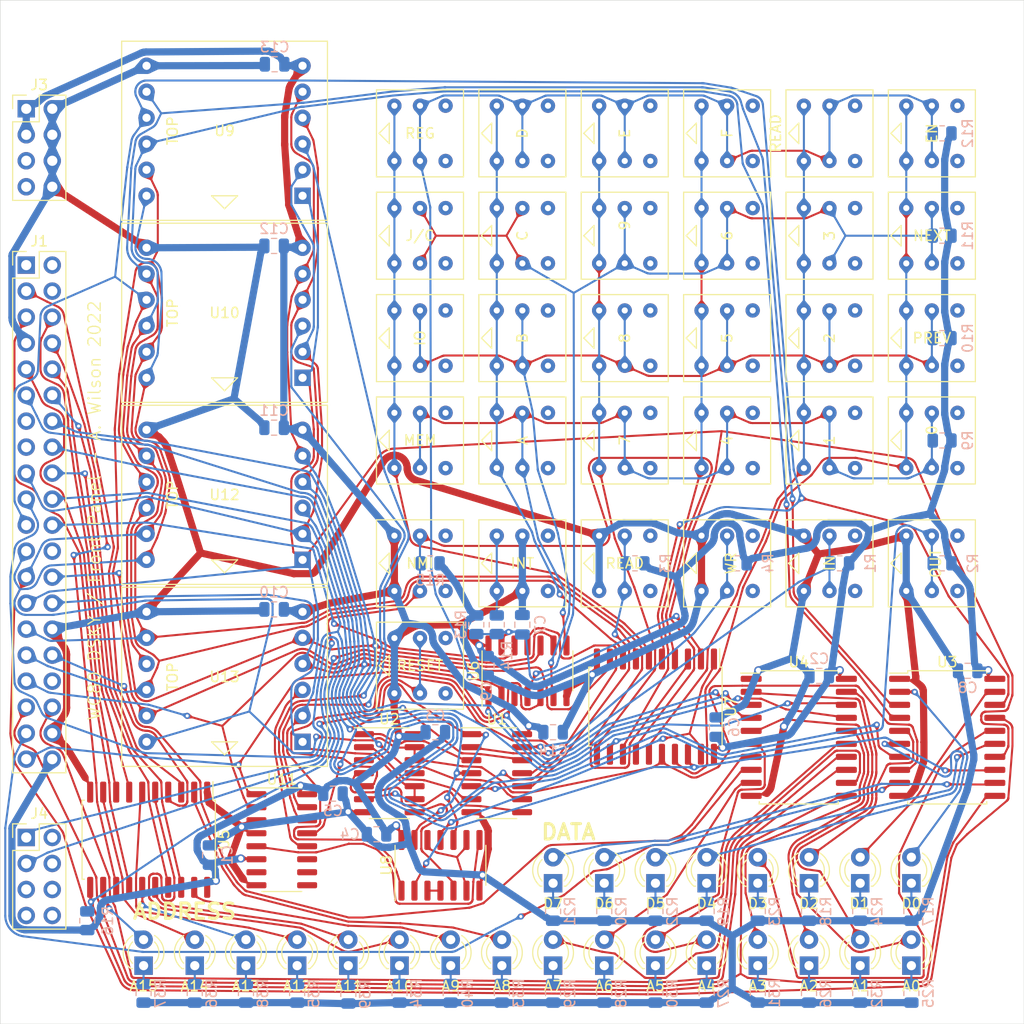
<source format=kicad_pcb>
(kicad_pcb (version 20171130) (host pcbnew "(5.1.9)-1")
  (layers (0 F.Cu signal) (31 B.Cu signal) (34 B.Paste user) (35 F.Paste user) (36 B.SilkS user) (37 F.SilkS user) (38 B.Mask user) (39 F.Mask user) (44 Edge.Cuts user))
  (net 0 "")
  (net 1 +5V)
  (net 2 F_A2)
  (net 3 GND)
  (net 4 F_A6)
  (net 5 F_A5)
  (net 6 F_A7)
  (net 7 F_A3)
  (net 8 F_A4)
  (net 9 F_D2)
  (net 10 F_D0)
  (net 11 F_A1)
  (net 12 F_D5)
  (net 13 F_A0)
  (net 14 F_D3)
  (net 15 F_D6)
  (net 16 F_D1)
  (net 17 F_D7)
  (net 18 F_A9)
  (net 19 F_D4)
  (net 20 F_A8)
  (net 21 F_A11)
  (net 22 F_A14)
  (net 23 F_A15)
  (net 24 F_A12)
  (net 25 F_A13)
  (net 26 F_A10)
  (net 27 ~F_INT~)
  (net 28 ~F_IN~)
  (net 29 ~F_READ~)
  (net 30 ~F_WRITE~)
  (net 31 ~F_OUT~)
  (net 32 "Net-(D1-Pad1)")
  (net 33 "Net-(D2-Pad1)")
  (net 34 "Net-(D3-Pad1)")
  (net 35 "Net-(D4-Pad1)")
  (net 36 "Net-(D5-Pad1)")
  (net 37 "Net-(D6-Pad1)")
  (net 38 "Net-(D7-Pad1)")
  (net 39 "Net-(D8-Pad1)")
  (net 40 "Net-(D9-Pad1)")
  (net 41 "Net-(D10-Pad1)")
  (net 42 "Net-(D6-Pad2)")
  (net 43 "Net-(R1-Pad2)")
  (net 44 "Net-(R2-Pad2)")
  (net 45 "Net-(R3-Pad2)")
  (net 46 "Net-(R4-Pad2)")
  (net 47 "Net-(D1-Pad2)")
  (net 48 "Net-(D2-Pad2)")
  (net 49 "Net-(D3-Pad2)")
  (net 50 "Net-(D4-Pad2)")
  (net 51 "Net-(D5-Pad2)")
  (net 52 "Net-(D7-Pad2)")
  (net 53 "Net-(D8-Pad2)")
  (net 54 "Net-(D9-Pad2)")
  (net 55 "Net-(D10-Pad2)")
  (net 56 "Net-(D11-Pad2)")
  (net 57 "Net-(D12-Pad2)")
  (net 58 "Net-(D13-Pad2)")
  (net 59 "Net-(D14-Pad2)")
  (net 60 "Net-(D15-Pad2)")
  (net 61 "Net-(D16-Pad2)")
  (net 62 "Net-(D17-Pad2)")
  (net 63 "Net-(D18-Pad2)")
  (net 64 "Net-(D19-Pad2)")
  (net 65 "Net-(D20-Pad2)")
  (net 66 "Net-(D21-Pad2)")
  (net 67 "Net-(D22-Pad2)")
  (net 68 "Net-(D23-Pad2)")
  (net 69 "Net-(D24-Pad2)")
  (net 70 "Net-(D11-Pad1)")
  (net 71 "Net-(D12-Pad1)")
  (net 72 "Net-(D13-Pad1)")
  (net 73 "Net-(D14-Pad1)")
  (net 74 "Net-(D15-Pad1)")
  (net 75 "Net-(D16-Pad1)")
  (net 76 "Net-(D17-Pad1)")
  (net 77 "Net-(D18-Pad1)")
  (net 78 "Net-(D19-Pad1)")
  (net 79 "Net-(D20-Pad1)")
  (net 80 "Net-(D21-Pad1)")
  (net 81 "Net-(D22-Pad1)")
  (net 82 "Net-(D23-Pad1)")
  (net 83 "Net-(D24-Pad1)")
  (net 84 "Net-(U2-Pad8)")
  (net 85 "Net-(J3-Pad5)")
  (net 86 "Net-(J3-Pad7)")
  (net 87 "Net-(J4-Pad8)")
  (net 88 "Net-(J4-Pad7)")
  (net 89 "Net-(J4-Pad6)")
  (net 90 "Net-(J4-Pad5)")
  (net 91 "Net-(J4-Pad3)")
  (net 92 "Net-(J4-Pad1)")
  (net 93 "Net-(R9-Pad1)")
  (net 94 "Net-(R10-Pad1)")
  (net 95 "Net-(R11-Pad1)")
  (net 96 "Net-(R12-Pad1)")
  (net 97 "Net-(SW11-Pad1)")
  (net 98 "Net-(SW12-Pad1)")
  (net 99 "Net-(SW13-Pad1)")
  (net 100 "Net-(SW14-Pad1)")
  (net 101 "Net-(SW15-Pad1)")
  (net 102 "Net-(SW10-Pad1)")
  (net 103 "Net-(C7-Pad1)")
  (net 104 "Net-(J4-Pad4)")
  (net 105 "Net-(J4-Pad2)")
  (net 106 "Net-(R14-Pad1)")
  (net 107 "Net-(R16-Pad1)")
  (net 108 "Net-(U2-Pad6)")
  (net 109 6x_IN)
  (net 110 "Net-(U8-Pad12)")
  (net 111 "Net-(U8-Pad3)")
  (net 112 6x_OUT)
  (net 113 "Net-(U11-Pad15)")
  (net 114 "Net-(U10-Pad3)")
  (net 115 "Net-(U11-Pad13)")
  (net 116 "Net-(U11-Pad12)")
  (net 117 "Net-(U11-Pad11)")
  (net 118 "Net-(U11-Pad10)")
  (net 119 "Net-(U11-Pad9)")
  (net 120 "Net-(U11-Pad7)")
  (net 121 "Net-(U1-Pad11)")
  (net 122 "Net-(U1-Pad8)")
  (net 123 "Net-(U1-Pad6)")
  (net 124 "Net-(U1-Pad3)")
  (net 125 "Net-(J1-Pad34)")
  (net 126 "Net-(J1-Pad24)")
  (net 127 "Net-(J1-Pad15)")
  (net 128 "Net-(J1-Pad13)")
  (net 129 "Net-(J1-Pad4)")
  (net 130 "Net-(J1-Pad2)")
  (net 131 "Net-(J1-Pad1)")
  (module Capacitor_SMD:C_0805_2012Metric (layer B.Cu) (at 46.8 26.25 180)
    (fp_text reference C13 (at 0 1.68) (layer B.SilkS) (effects (justify mirror)))
    (fp_text value 100n)
    (pad 2 smd roundrect (at 0.95 0 180) (size 1 1.45) (layers B.Cu B.Paste B.Mask) (net 3 GND))
    (pad 1 smd roundrect (at -0.95 0 180) (size 1 1.45) (layers B.Cu B.Paste B.Mask) (net 1 +5V))
  )
  (module Capacitor_SMD:C_0805_2012Metric (layer B.Cu) (at 46.75 44 180)
    (fp_text reference C12 (at 0 1.68) (layer B.SilkS) (effects (justify mirror)))
    (fp_text value 100n)
    (pad 2 smd roundrect (at 0.95 0 180) (size 1 1.45) (layers B.Cu B.Paste B.Mask) (net 3 GND))
    (pad 1 smd roundrect (at -0.95 0 180) (size 1 1.45) (layers B.Cu B.Paste B.Mask) (net 1 +5V))
  )
  (module Capacitor_SMD:C_0805_2012Metric (layer B.Cu) (at 46.75 61.75 180)
    (fp_text reference C11 (at 0 1.68) (layer B.SilkS) (effects (justify mirror)))
    (fp_text value 100n)
    (pad 2 smd roundrect (at 0.95 0 180) (size 1 1.45) (layers B.Cu B.Paste B.Mask) (net 3 GND))
    (pad 1 smd roundrect (at -0.95 0 180) (size 1 1.45) (layers B.Cu B.Paste B.Mask) (net 1 +5V))
  )
  (module Capacitor_SMD:C_0805_2012Metric (layer B.Cu) (at 46.75 79.5 180)
    (fp_text reference C10 (at 0 1.68) (layer B.SilkS) (effects (justify mirror)))
    (fp_text value 100n)
    (pad 2 smd roundrect (at 0.95 0 180) (size 1 1.45) (layers B.Cu B.Paste B.Mask) (net 3 GND))
    (pad 1 smd roundrect (at -0.95 0 180) (size 1 1.45) (layers B.Cu B.Paste B.Mask) (net 1 +5V))
  )
  (module MountingHole:MountingHole_3.2mm_M3_DIN965 (layer F.Cu) (at 116.5 104.5)
    (fp_text reference H9 hide)
    (fp_text value MountingHole)
    (pad 1 np_thru_hole circle (at 0 0) (size 3.2 3.2) (drill 3.2) (layers *.Cu *.Mask))
  )
  (module MountingHole:MountingHole_3.2mm_M3_DIN965 (layer F.Cu) (at 54.75 106)
    (fp_text reference H8 hide)
    (fp_text value MountingHole)
    (pad 1 np_thru_hole circle (at 0 0) (size 3.2 3.2) (drill 3.2) (layers *.Cu *.Mask))
  )
  (module MountingHole:MountingHole_3.2mm_M3_DIN965 (layer F.Cu) (at 84.5 98.5)
    (fp_text reference H7 hide)
    (fp_text value MountingHole)
    (pad 1 np_thru_hole circle (at 0 0) (size 3.2 3.2) (drill 3.2) (layers *.Cu *.Mask))
  )
  (module Capacitor_SMD:C_0805_2012Metric (layer B.Cu) (at 67.5 85 270)
    (fp_text reference C9 (at 2.5 0 90) (layer B.SilkS) (effects (justify mirror)))
    (fp_text value 100n)
    (pad 2 smd roundrect (at 0.95 0 270) (size 1 1.45) (layers B.Cu B.Paste B.Mask) (net 3 GND))
    (pad 1 smd roundrect (at -0.95 0 270) (size 1 1.45) (layers B.Cu B.Paste B.Mask) (net 1 +5V))
  )
  (module Capacitor_SMD:C_0805_2012Metric (layer B.Cu) (at 52.5 97.5)
    (fp_text reference C5 (at 0 1.68) (layer B.SilkS) (effects (justify mirror)))
    (fp_text value 100n)
    (pad 2 smd roundrect (at 0.95 0) (size 1 1.45) (layers B.Cu B.Paste B.Mask) (net 3 GND))
    (pad 1 smd roundrect (at -0.95 0) (size 1 1.45) (layers B.Cu B.Paste B.Mask) (net 1 +5V))
  )
  (module MountingHole:MountingHole_3.2mm_M3_DIN965 (layer F.Cu) (at 59 23.5)
    (fp_text reference H6 hide)
    (fp_text value MountingHole)
    (pad 1 np_thru_hole circle (at 0 0) (size 3.2 3.2) (drill 3.2) (layers *.Cu *.Mask))
  )
  (module MountingHole:MountingHole_3.2mm_M3_DIN965 (layer F.Cu) (at 108 23.5)
    (fp_text reference H5 hide)
    (fp_text value MountingHole)
    (pad 1 np_thru_hole circle (at 0 0) (size 3.2 3.2) (drill 3.2) (layers *.Cu *.Mask))
  )
  (module Resistor_SMD:R_0805_2012Metric (layer B.Cu) (at 64 117 90)
    (fp_text reference R40 (at 0 1.65 90) (layer B.SilkS) (effects (justify mirror)))
    (fp_text value 470)
    (pad 2 smd roundrect (at 0.9125 0 90) (size 1.025 1.4) (layers B.Cu B.Paste B.Mask) (roundrect_rratio 0.2439014634146341) (net 83 "Net-(D24-Pad1)"))
    (pad 1 smd roundrect (at -0.9125 0 90) (size 1.025 1.4) (layers B.Cu B.Paste B.Mask) (roundrect_rratio 0.2439014634146341) (net 3 GND))
  )
  (module Resistor_SMD:R_0805_2012Metric (layer B.Cu) (at 54 117.088 90)
    (fp_text reference R39 (at 0 1.65 90) (layer B.SilkS) (effects (justify mirror)))
    (fp_text value 470)
    (pad 2 smd roundrect (at 0.9125 0 90) (size 1.025 1.4) (layers B.Cu B.Paste B.Mask) (roundrect_rratio 0.2439014634146341) (net 82 "Net-(D23-Pad1)"))
    (pad 1 smd roundrect (at -0.9125 0 90) (size 1.025 1.4) (layers B.Cu B.Paste B.Mask) (roundrect_rratio 0.2439014634146341) (net 3 GND))
  )
  (module Resistor_SMD:R_0805_2012Metric (layer B.Cu) (at 44 117 90)
    (fp_text reference R38 (at 0 1.65 90) (layer B.SilkS) (effects (justify mirror)))
    (fp_text value 470)
    (pad 2 smd roundrect (at 0.9125 0 90) (size 1.025 1.4) (layers B.Cu B.Paste B.Mask) (roundrect_rratio 0.2439014634146341) (net 81 "Net-(D22-Pad1)"))
    (pad 1 smd roundrect (at -0.9125 0 90) (size 1.025 1.4) (layers B.Cu B.Paste B.Mask) (roundrect_rratio 0.2439014634146341) (net 3 GND))
  )
  (module Resistor_SMD:R_0805_2012Metric (layer B.Cu) (at 34 117 90)
    (fp_text reference R37 (at 0 1.65 270) (layer B.SilkS) (effects (justify mirror)))
    (fp_text value 470)
    (pad 2 smd roundrect (at 0.9125 0 90) (size 1.025 1.4) (layers B.Cu B.Paste B.Mask) (roundrect_rratio 0.2439014634146341) (net 80 "Net-(D21-Pad1)"))
    (pad 1 smd roundrect (at -0.9125 0 90) (size 1.025 1.4) (layers B.Cu B.Paste B.Mask) (roundrect_rratio 0.2439014634146341) (net 3 GND))
  )
  (module Resistor_SMD:R_0805_2012Metric (layer B.Cu) (at 39 117 90)
    (fp_text reference R36 (at 0 1.65 90) (layer B.SilkS) (effects (justify mirror)))
    (fp_text value 470)
    (pad 2 smd roundrect (at 0.9125 0 90) (size 1.025 1.4) (layers B.Cu B.Paste B.Mask) (roundrect_rratio 0.2439014634146341) (net 79 "Net-(D20-Pad1)"))
    (pad 1 smd roundrect (at -0.9125 0 90) (size 1.025 1.4) (layers B.Cu B.Paste B.Mask) (roundrect_rratio 0.2439014634146341) (net 3 GND))
  )
  (module Resistor_SMD:R_0805_2012Metric (layer B.Cu) (at 49 117 90)
    (fp_text reference R35 (at 0 1.65 90) (layer B.SilkS) (effects (justify mirror)))
    (fp_text value 470)
    (pad 2 smd roundrect (at 0.9125 0 90) (size 1.025 1.4) (layers B.Cu B.Paste B.Mask) (roundrect_rratio 0.2439014634146341) (net 78 "Net-(D19-Pad1)"))
    (pad 1 smd roundrect (at -0.9125 0 90) (size 1.025 1.4) (layers B.Cu B.Paste B.Mask) (roundrect_rratio 0.2439014634146341) (net 3 GND))
  )
  (module Resistor_SMD:R_0805_2012Metric (layer B.Cu) (at 59 117 90)
    (fp_text reference R34 (at 0 1.65 270) (layer B.SilkS) (effects (justify mirror)))
    (fp_text value 470)
    (pad 2 smd roundrect (at 0.9125 0 90) (size 1.025 1.4) (layers B.Cu B.Paste B.Mask) (roundrect_rratio 0.2439014634146341) (net 77 "Net-(D18-Pad1)"))
    (pad 1 smd roundrect (at -0.9125 0 90) (size 1.025 1.4) (layers B.Cu B.Paste B.Mask) (roundrect_rratio 0.2439014634146341) (net 3 GND))
  )
  (module Resistor_SMD:R_0805_2012Metric (layer B.Cu) (at 69 117 90)
    (fp_text reference R33 (at 0 1.65 270) (layer B.SilkS) (effects (justify mirror)))
    (fp_text value 470)
    (pad 2 smd roundrect (at 0.9125 0 90) (size 1.025 1.4) (layers B.Cu B.Paste B.Mask) (roundrect_rratio 0.2439014634146341) (net 76 "Net-(D17-Pad1)"))
    (pad 1 smd roundrect (at -0.9125 0 90) (size 1.025 1.4) (layers B.Cu B.Paste B.Mask) (roundrect_rratio 0.2439014634146341) (net 3 GND))
  )
  (module Resistor_SMD:R_0805_2012Metric (layer B.Cu) (at 104 117 90)
    (fp_text reference R32 (at 0 1.65 90) (layer B.SilkS) (effects (justify mirror)))
    (fp_text value 470)
    (pad 2 smd roundrect (at 0.9125 0 90) (size 1.025 1.4) (layers B.Cu B.Paste B.Mask) (roundrect_rratio 0.2439014634146341) (net 75 "Net-(D16-Pad1)"))
    (pad 1 smd roundrect (at -0.9125 0 90) (size 1.025 1.4) (layers B.Cu B.Paste B.Mask) (roundrect_rratio 0.2439014634146341) (net 3 GND))
  )
  (module Resistor_SMD:R_0805_2012Metric (layer B.Cu) (at 94 117 90)
    (fp_text reference R31 (at 0 1.65 90) (layer B.SilkS) (effects (justify mirror)))
    (fp_text value 470)
    (pad 2 smd roundrect (at 0.9125 0 90) (size 1.025 1.4) (layers B.Cu B.Paste B.Mask) (roundrect_rratio 0.2439014634146341) (net 74 "Net-(D15-Pad1)"))
    (pad 1 smd roundrect (at -0.9125 0 90) (size 1.025 1.4) (layers B.Cu B.Paste B.Mask) (roundrect_rratio 0.2439014634146341) (net 3 GND))
  )
  (module Resistor_SMD:R_0805_2012Metric (layer B.Cu) (at 84 117 90)
    (fp_text reference R30 (at 0 1.65 90) (layer B.SilkS) (effects (justify mirror)))
    (fp_text value 470)
    (pad 2 smd roundrect (at 0.9125 0 90) (size 1.025 1.4) (layers B.Cu B.Paste B.Mask) (roundrect_rratio 0.2439014634146341) (net 73 "Net-(D14-Pad1)"))
    (pad 1 smd roundrect (at -0.9125 0 90) (size 1.025 1.4) (layers B.Cu B.Paste B.Mask) (roundrect_rratio 0.2439014634146341) (net 3 GND))
  )
  (module Resistor_SMD:R_0805_2012Metric (layer B.Cu) (at 74 117 90)
    (fp_text reference R29 (at 0 1.65 270) (layer B.SilkS) (effects (justify mirror)))
    (fp_text value 470)
    (pad 2 smd roundrect (at 0.9125 0 90) (size 1.025 1.4) (layers B.Cu B.Paste B.Mask) (roundrect_rratio 0.2439014634146341) (net 72 "Net-(D13-Pad1)"))
    (pad 1 smd roundrect (at -0.9125 0 90) (size 1.025 1.4) (layers B.Cu B.Paste B.Mask) (roundrect_rratio 0.2439014634146341) (net 3 GND))
  )
  (module Resistor_SMD:R_0805_2012Metric (layer B.Cu) (at 79 117 90)
    (fp_text reference R28 (at 0 1.65 90) (layer B.SilkS) (effects (justify mirror)))
    (fp_text value 470)
    (pad 2 smd roundrect (at 0.9125 0 90) (size 1.025 1.4) (layers B.Cu B.Paste B.Mask) (roundrect_rratio 0.2439014634146341) (net 71 "Net-(D12-Pad1)"))
    (pad 1 smd roundrect (at -0.9125 0 90) (size 1.025 1.4) (layers B.Cu B.Paste B.Mask) (roundrect_rratio 0.2439014634146341) (net 3 GND))
  )
  (module Resistor_SMD:R_0805_2012Metric (layer B.Cu) (at 89 117 90)
    (fp_text reference R27 (at 0 1.65 270) (layer B.SilkS) (effects (justify mirror)))
    (fp_text value 470)
    (pad 2 smd roundrect (at 0.9125 0 90) (size 1.025 1.4) (layers B.Cu B.Paste B.Mask) (roundrect_rratio 0.2439014634146341) (net 70 "Net-(D11-Pad1)"))
    (pad 1 smd roundrect (at -0.9125 0 90) (size 1.025 1.4) (layers B.Cu B.Paste B.Mask) (roundrect_rratio 0.2439014634146341) (net 3 GND))
  )
  (module Resistor_SMD:R_0805_2012Metric (layer B.Cu) (at 99 117 90)
    (fp_text reference R26 (at 0 1.65 90) (layer B.SilkS) (effects (justify mirror)))
    (fp_text value 470)
    (pad 2 smd roundrect (at 0.9125 0 90) (size 1.025 1.4) (layers B.Cu B.Paste B.Mask) (roundrect_rratio 0.2439014634146341) (net 41 "Net-(D10-Pad1)"))
    (pad 1 smd roundrect (at -0.9125 0 90) (size 1.025 1.4) (layers B.Cu B.Paste B.Mask) (roundrect_rratio 0.2439014634146341) (net 3 GND))
  )
  (module Resistor_SMD:R_0805_2012Metric (layer B.Cu) (at 109 117 90)
    (fp_text reference R25 (at 0 1.65 90) (layer B.SilkS) (effects (justify mirror)))
    (fp_text value 470)
    (pad 2 smd roundrect (at 0.9125 0 90) (size 1.025 1.4) (layers B.Cu B.Paste B.Mask) (roundrect_rratio 0.2439014634146341) (net 40 "Net-(D9-Pad1)"))
    (pad 1 smd roundrect (at -0.9125 0 90) (size 1.025 1.4) (layers B.Cu B.Paste B.Mask) (roundrect_rratio 0.2439014634146341) (net 3 GND))
  )
  (module Resistor_SMD:R_0805_2012Metric (layer B.Cu) (at 104 109 90)
    (fp_text reference R24 (at 0 1.65 90) (layer B.SilkS) (effects (justify mirror)))
    (fp_text value 470)
    (pad 2 smd roundrect (at 0.9125 0 90) (size 1.025 1.4) (layers B.Cu B.Paste B.Mask) (roundrect_rratio 0.2439014634146341) (net 39 "Net-(D8-Pad1)"))
    (pad 1 smd roundrect (at -0.9125 0 90) (size 1.025 1.4) (layers B.Cu B.Paste B.Mask) (roundrect_rratio 0.2439014634146341) (net 3 GND))
  )
  (module Resistor_SMD:R_0805_2012Metric (layer B.Cu) (at 94 109 90)
    (fp_text reference R23 (at 0 1.65 270) (layer B.SilkS) (effects (justify mirror)))
    (fp_text value 470)
    (pad 2 smd roundrect (at 0.9125 0 90) (size 1.025 1.4) (layers B.Cu B.Paste B.Mask) (roundrect_rratio 0.2439014634146341) (net 38 "Net-(D7-Pad1)"))
    (pad 1 smd roundrect (at -0.9125 0 90) (size 1.025 1.4) (layers B.Cu B.Paste B.Mask) (roundrect_rratio 0.2439014634146341) (net 3 GND))
  )
  (module Resistor_SMD:R_0805_2012Metric (layer B.Cu) (at 84 109 90)
    (fp_text reference R22 (at 0 1.65 90) (layer B.SilkS) (effects (justify mirror)))
    (fp_text value 470)
    (pad 2 smd roundrect (at 0.9125 0 90) (size 1.025 1.4) (layers B.Cu B.Paste B.Mask) (roundrect_rratio 0.2439014634146341) (net 37 "Net-(D6-Pad1)"))
    (pad 1 smd roundrect (at -0.9125 0 90) (size 1.025 1.4) (layers B.Cu B.Paste B.Mask) (roundrect_rratio 0.2439014634146341) (net 3 GND))
  )
  (module Resistor_SMD:R_0805_2012Metric (layer B.Cu) (at 74 109 90)
    (fp_text reference R21 (at 0 1.65 90) (layer B.SilkS) (effects (justify mirror)))
    (fp_text value 470)
    (pad 2 smd roundrect (at 0.9125 0 90) (size 1.025 1.4) (layers B.Cu B.Paste B.Mask) (roundrect_rratio 0.2439014634146341) (net 36 "Net-(D5-Pad1)"))
    (pad 1 smd roundrect (at -0.9125 0 90) (size 1.025 1.4) (layers B.Cu B.Paste B.Mask) (roundrect_rratio 0.2439014634146341) (net 3 GND))
  )
  (module Resistor_SMD:R_0805_2012Metric (layer B.Cu) (at 79 109 90)
    (fp_text reference R20 (at 0 1.65 270) (layer B.SilkS) (effects (justify mirror)))
    (fp_text value 470)
    (pad 2 smd roundrect (at 0.9125 0 90) (size 1.025 1.4) (layers B.Cu B.Paste B.Mask) (roundrect_rratio 0.2439014634146341) (net 35 "Net-(D4-Pad1)"))
    (pad 1 smd roundrect (at -0.9125 0 90) (size 1.025 1.4) (layers B.Cu B.Paste B.Mask) (roundrect_rratio 0.2439014634146341) (net 3 GND))
  )
  (module Resistor_SMD:R_0805_2012Metric (layer B.Cu) (at 89 109 90)
    (fp_text reference R19 (at 0 1.65 90) (layer B.SilkS) (effects (justify mirror)))
    (fp_text value 470)
    (pad 2 smd roundrect (at 0.9125 0 90) (size 1.025 1.4) (layers B.Cu B.Paste B.Mask) (roundrect_rratio 0.2439014634146341) (net 34 "Net-(D3-Pad1)"))
    (pad 1 smd roundrect (at -0.9125 0 90) (size 1.025 1.4) (layers B.Cu B.Paste B.Mask) (roundrect_rratio 0.2439014634146341) (net 3 GND))
  )
  (module Resistor_SMD:R_0805_2012Metric (layer B.Cu) (at 99 109 90)
    (fp_text reference R18 (at 0 1.65 270) (layer B.SilkS) (effects (justify mirror)))
    (fp_text value 470)
    (pad 2 smd roundrect (at 0.9125 0 90) (size 1.025 1.4) (layers B.Cu B.Paste B.Mask) (roundrect_rratio 0.2439014634146341) (net 33 "Net-(D2-Pad1)"))
    (pad 1 smd roundrect (at -0.9125 0 90) (size 1.025 1.4) (layers B.Cu B.Paste B.Mask) (roundrect_rratio 0.2439014634146341) (net 3 GND))
  )
  (module Resistor_SMD:R_0805_2012Metric (layer B.Cu) (at 109 109 90)
    (fp_text reference R17 (at 0 1.65 90) (layer B.SilkS) (effects (justify mirror)))
    (fp_text value 470)
    (pad 2 smd roundrect (at 0.9125 0 90) (size 1.025 1.4) (layers B.Cu B.Paste B.Mask) (roundrect_rratio 0.2439014634146341) (net 32 "Net-(D1-Pad1)"))
    (pad 1 smd roundrect (at -0.9125 0 90) (size 1.025 1.4) (layers B.Cu B.Paste B.Mask) (roundrect_rratio 0.2439014634146341) (net 3 GND))
  )
  (module wilson-z80:8.5x8.5-DPDT-SP (layer F.Cu) (at 91 75 90)
    (fp_text reference SW4 hide)
    (fp_text value WR (at 0 0.38 90) (layer F.SilkS))
    (pad "" thru_hole circle (at 2.7 2.5 90) (size 1.4 1.4) (drill 0.6) (layers *.Cu *.Mask))
    (pad 2 thru_hole circle (at 2.7 0 90) (size 1.4 1.4) (drill 0.6) (layers *.Cu *.Mask) (net 46 "Net-(R4-Pad2)"))
    (pad 1 thru_hole circle (at 2.7 -2.5 90) (size 1.4 1.4) (drill 0.6) (layers *.Cu *.Mask) (net 3 GND))
    (pad "" thru_hole circle (at -2.7 2.5 90) (size 1.4 1.4) (drill 0.6) (layers *.Cu *.Mask))
    (pad 2 thru_hole circle (at -2.7 0 90) (size 1.4 1.4) (drill 0.6) (layers *.Cu *.Mask) (net 46 "Net-(R4-Pad2)"))
    (pad 1 thru_hole circle (at -2.7 -2.5 90) (size 1.4 1.4) (drill 0.6) (layers *.Cu *.Mask) (net 3 GND))
  )
  (module wilson-z80:8.5x8.5-DPDT-SP (layer F.Cu) (at 81 75 90)
    (fp_text reference SW3 hide)
    (fp_text value READ (at 0 0) (layer F.SilkS))
    (pad "" thru_hole circle (at 2.7 2.5 90) (size 1.4 1.4) (drill 0.6) (layers *.Cu *.Mask))
    (pad 2 thru_hole circle (at 2.7 0 90) (size 1.4 1.4) (drill 0.6) (layers *.Cu *.Mask) (net 45 "Net-(R3-Pad2)"))
    (pad 1 thru_hole circle (at 2.7 -2.5 90) (size 1.4 1.4) (drill 0.6) (layers *.Cu *.Mask) (net 3 GND))
    (pad "" thru_hole circle (at -2.7 2.5 90) (size 1.4 1.4) (drill 0.6) (layers *.Cu *.Mask))
    (pad 2 thru_hole circle (at -2.7 0 90) (size 1.4 1.4) (drill 0.6) (layers *.Cu *.Mask) (net 45 "Net-(R3-Pad2)"))
    (pad 1 thru_hole circle (at -2.7 -2.5 90) (size 1.4 1.4) (drill 0.6) (layers *.Cu *.Mask) (net 3 GND))
  )
  (module wilson-z80:8.5x8.5-DPDT-SP (layer F.Cu) (at 111 75 90)
    (fp_text reference SW2 hide)
    (fp_text value OUT (at 0 0.38 90) (layer F.SilkS))
    (pad "" thru_hole circle (at 2.7 2.5 90) (size 1.4 1.4) (drill 0.6) (layers *.Cu *.Mask))
    (pad 2 thru_hole circle (at 2.7 0 90) (size 1.4 1.4) (drill 0.6) (layers *.Cu *.Mask) (net 44 "Net-(R2-Pad2)"))
    (pad 1 thru_hole circle (at 2.7 -2.5 90) (size 1.4 1.4) (drill 0.6) (layers *.Cu *.Mask) (net 3 GND))
    (pad "" thru_hole circle (at -2.7 2.5 90) (size 1.4 1.4) (drill 0.6) (layers *.Cu *.Mask))
    (pad 2 thru_hole circle (at -2.7 0 90) (size 1.4 1.4) (drill 0.6) (layers *.Cu *.Mask) (net 44 "Net-(R2-Pad2)"))
    (pad 1 thru_hole circle (at -2.7 -2.5 90) (size 1.4 1.4) (drill 0.6) (layers *.Cu *.Mask) (net 3 GND))
  )
  (module wilson-z80:8.5x8.5-DPDT-SP (layer F.Cu) (at 101 75 90)
    (fp_text reference SW1 hide)
    (fp_text value IN (at 0 0 90) (layer F.SilkS))
    (pad "" thru_hole circle (at 2.7 2.5 90) (size 1.4 1.4) (drill 0.6) (layers *.Cu *.Mask))
    (pad 2 thru_hole circle (at 2.7 0 90) (size 1.4 1.4) (drill 0.6) (layers *.Cu *.Mask) (net 43 "Net-(R1-Pad2)"))
    (pad 1 thru_hole circle (at 2.7 -2.5 90) (size 1.4 1.4) (drill 0.6) (layers *.Cu *.Mask) (net 3 GND))
    (pad "" thru_hole circle (at -2.7 2.5 90) (size 1.4 1.4) (drill 0.6) (layers *.Cu *.Mask))
    (pad 2 thru_hole circle (at -2.7 0 90) (size 1.4 1.4) (drill 0.6) (layers *.Cu *.Mask) (net 43 "Net-(R1-Pad2)"))
    (pad 1 thru_hole circle (at -2.7 -2.5 90) (size 1.4 1.4) (drill 0.6) (layers *.Cu *.Mask) (net 3 GND))
  )
  (module Package_SO:SOIC-20W_7.5x12.8mm_P1.27mm (layer F.Cu) (at 34.5 102 270)
    (fp_text reference U5 (at 0 -7.35 90) (layer F.SilkS))
    (fp_text value 74LS374)
    (pad 20 smd roundrect (at 4.65 -5.715 270) (size 2.05 0.6) (layers F.Cu F.Paste F.Mask) (net 1 +5V))
    (pad 19 smd roundrect (at 4.65 -4.445 270) (size 2.05 0.6) (layers F.Cu F.Paste F.Mask) (net 69 "Net-(D24-Pad2)"))
    (pad 18 smd roundrect (at 4.65 -3.175 270) (size 2.05 0.6) (layers F.Cu F.Paste F.Mask) (net 18 F_A9))
    (pad 17 smd roundrect (at 4.65 -1.905 270) (size 2.05 0.6) (layers F.Cu F.Paste F.Mask) (net 21 F_A11))
    (pad 16 smd roundrect (at 4.65 -0.635 270) (size 2.05 0.6) (layers F.Cu F.Paste F.Mask) (net 68 "Net-(D23-Pad2)"))
    (pad 15 smd roundrect (at 4.65 0.635 270) (size 2.05 0.6) (layers F.Cu F.Paste F.Mask) (net 67 "Net-(D22-Pad2)"))
    (pad 14 smd roundrect (at 4.65 1.905 270) (size 2.05 0.6) (layers F.Cu F.Paste F.Mask) (net 25 F_A13))
    (pad 13 smd roundrect (at 4.65 3.175 270) (size 2.05 0.6) (layers F.Cu F.Paste F.Mask) (net 23 F_A15))
    (pad 12 smd roundrect (at 4.65 4.445 270) (size 2.05 0.6) (layers F.Cu F.Paste F.Mask) (net 66 "Net-(D21-Pad2)"))
    (pad 11 smd roundrect (at 4.65 5.715 270) (size 2.05 0.6) (layers F.Cu F.Paste F.Mask) (net 107 "Net-(R16-Pad1)"))
    (pad 10 smd roundrect (at -4.65 5.715 270) (size 2.05 0.6) (layers F.Cu F.Paste F.Mask) (net 3 GND))
    (pad 9 smd roundrect (at -4.65 4.445 270) (size 2.05 0.6) (layers F.Cu F.Paste F.Mask) (net 65 "Net-(D20-Pad2)"))
    (pad 8 smd roundrect (at -4.65 3.175 270) (size 2.05 0.6) (layers F.Cu F.Paste F.Mask) (net 22 F_A14))
    (pad 7 smd roundrect (at -4.65 1.905 270) (size 2.05 0.6) (layers F.Cu F.Paste F.Mask) (net 24 F_A12))
    (pad 6 smd roundrect (at -4.65 0.635 270) (size 2.05 0.6) (layers F.Cu F.Paste F.Mask) (net 64 "Net-(D19-Pad2)"))
    (pad 5 smd roundrect (at -4.65 -0.635 270) (size 2.05 0.6) (layers F.Cu F.Paste F.Mask) (net 63 "Net-(D18-Pad2)"))
    (pad 4 smd roundrect (at -4.65 -1.905 270) (size 2.05 0.6) (layers F.Cu F.Paste F.Mask) (net 26 F_A10))
    (pad 3 smd roundrect (at -4.65 -3.175 270) (size 2.05 0.6) (layers F.Cu F.Paste F.Mask) (net 20 F_A8))
    (pad 2 smd roundrect (at -4.65 -4.445 270) (size 2.05 0.6) (layers F.Cu F.Paste F.Mask) (net 62 "Net-(D17-Pad2)"))
    (pad 1 smd roundrect (at -4.65 -5.715 270) (size 2.05 0.6) (layers F.Cu F.Paste F.Mask) (net 3 GND))
  )
  (module Package_SO:SOIC-20W_7.5x12.8mm_P1.27mm (layer F.Cu) (at 98 92)
    (fp_text reference U4 (at 0 -7.35) (layer F.SilkS))
    (fp_text value 74LS374)
    (pad 20 smd roundrect (at 4.65 -5.715) (size 2.05 0.6) (layers F.Cu F.Paste F.Mask) (net 1 +5V))
    (pad 19 smd roundrect (at 4.65 -4.445) (size 2.05 0.6) (layers F.Cu F.Paste F.Mask) (net 61 "Net-(D16-Pad2)"))
    (pad 18 smd roundrect (at 4.65 -3.175) (size 2.05 0.6) (layers F.Cu F.Paste F.Mask) (net 11 F_A1))
    (pad 17 smd roundrect (at 4.65 -1.905) (size 2.05 0.6) (layers F.Cu F.Paste F.Mask) (net 7 F_A3))
    (pad 16 smd roundrect (at 4.65 -0.635) (size 2.05 0.6) (layers F.Cu F.Paste F.Mask) (net 60 "Net-(D15-Pad2)"))
    (pad 15 smd roundrect (at 4.65 0.635) (size 2.05 0.6) (layers F.Cu F.Paste F.Mask) (net 59 "Net-(D14-Pad2)"))
    (pad 14 smd roundrect (at 4.65 1.905) (size 2.05 0.6) (layers F.Cu F.Paste F.Mask) (net 5 F_A5))
    (pad 13 smd roundrect (at 4.65 3.175) (size 2.05 0.6) (layers F.Cu F.Paste F.Mask) (net 6 F_A7))
    (pad 12 smd roundrect (at 4.65 4.445) (size 2.05 0.6) (layers F.Cu F.Paste F.Mask) (net 58 "Net-(D13-Pad2)"))
    (pad 11 smd roundrect (at 4.65 5.715) (size 2.05 0.6) (layers F.Cu F.Paste F.Mask) (net 107 "Net-(R16-Pad1)"))
    (pad 10 smd roundrect (at -4.65 5.715) (size 2.05 0.6) (layers F.Cu F.Paste F.Mask) (net 3 GND))
    (pad 9 smd roundrect (at -4.65 4.445) (size 2.05 0.6) (layers F.Cu F.Paste F.Mask) (net 57 "Net-(D12-Pad2)"))
    (pad 8 smd roundrect (at -4.65 3.175) (size 2.05 0.6) (layers F.Cu F.Paste F.Mask) (net 4 F_A6))
    (pad 7 smd roundrect (at -4.65 1.905) (size 2.05 0.6) (layers F.Cu F.Paste F.Mask) (net 8 F_A4))
    (pad 6 smd roundrect (at -4.65 0.635) (size 2.05 0.6) (layers F.Cu F.Paste F.Mask) (net 56 "Net-(D11-Pad2)"))
    (pad 5 smd roundrect (at -4.65 -0.635) (size 2.05 0.6) (layers F.Cu F.Paste F.Mask) (net 55 "Net-(D10-Pad2)"))
    (pad 4 smd roundrect (at -4.65 -1.905) (size 2.05 0.6) (layers F.Cu F.Paste F.Mask) (net 2 F_A2))
    (pad 3 smd roundrect (at -4.65 -3.175) (size 2.05 0.6) (layers F.Cu F.Paste F.Mask) (net 13 F_A0))
    (pad 2 smd roundrect (at -4.65 -4.445) (size 2.05 0.6) (layers F.Cu F.Paste F.Mask) (net 54 "Net-(D9-Pad2)"))
    (pad 1 smd roundrect (at -4.65 -5.715) (size 2.05 0.6) (layers F.Cu F.Paste F.Mask) (net 3 GND))
  )
  (module Package_SO:SOIC-20W_7.5x12.8mm_P1.27mm (layer F.Cu) (at 112.5 92)
    (fp_text reference U3 (at 0 -7.35) (layer F.SilkS))
    (fp_text value 74LS374)
    (pad 20 smd roundrect (at 4.65 -5.715) (size 2.05 0.6) (layers F.Cu F.Paste F.Mask) (net 1 +5V))
    (pad 19 smd roundrect (at 4.65 -4.445) (size 2.05 0.6) (layers F.Cu F.Paste F.Mask) (net 53 "Net-(D8-Pad2)"))
    (pad 18 smd roundrect (at 4.65 -3.175) (size 2.05 0.6) (layers F.Cu F.Paste F.Mask) (net 16 F_D1))
    (pad 17 smd roundrect (at 4.65 -1.905) (size 2.05 0.6) (layers F.Cu F.Paste F.Mask) (net 14 F_D3))
    (pad 16 smd roundrect (at 4.65 -0.635) (size 2.05 0.6) (layers F.Cu F.Paste F.Mask) (net 52 "Net-(D7-Pad2)"))
    (pad 15 smd roundrect (at 4.65 0.635) (size 2.05 0.6) (layers F.Cu F.Paste F.Mask) (net 42 "Net-(D6-Pad2)"))
    (pad 14 smd roundrect (at 4.65 1.905) (size 2.05 0.6) (layers F.Cu F.Paste F.Mask) (net 12 F_D5))
    (pad 13 smd roundrect (at 4.65 3.175) (size 2.05 0.6) (layers F.Cu F.Paste F.Mask) (net 17 F_D7))
    (pad 12 smd roundrect (at 4.65 4.445) (size 2.05 0.6) (layers F.Cu F.Paste F.Mask) (net 51 "Net-(D5-Pad2)"))
    (pad 11 smd roundrect (at 4.65 5.715) (size 2.05 0.6) (layers F.Cu F.Paste F.Mask) (net 107 "Net-(R16-Pad1)"))
    (pad 10 smd roundrect (at -4.65 5.715) (size 2.05 0.6) (layers F.Cu F.Paste F.Mask) (net 3 GND))
    (pad 9 smd roundrect (at -4.65 4.445) (size 2.05 0.6) (layers F.Cu F.Paste F.Mask) (net 50 "Net-(D4-Pad2)"))
    (pad 8 smd roundrect (at -4.65 3.175) (size 2.05 0.6) (layers F.Cu F.Paste F.Mask) (net 15 F_D6))
    (pad 7 smd roundrect (at -4.65 1.905) (size 2.05 0.6) (layers F.Cu F.Paste F.Mask) (net 19 F_D4))
    (pad 6 smd roundrect (at -4.65 0.635) (size 2.05 0.6) (layers F.Cu F.Paste F.Mask) (net 49 "Net-(D3-Pad2)"))
    (pad 5 smd roundrect (at -4.65 -0.635) (size 2.05 0.6) (layers F.Cu F.Paste F.Mask) (net 48 "Net-(D2-Pad2)"))
    (pad 4 smd roundrect (at -4.65 -1.905) (size 2.05 0.6) (layers F.Cu F.Paste F.Mask) (net 9 F_D2))
    (pad 3 smd roundrect (at -4.65 -3.175) (size 2.05 0.6) (layers F.Cu F.Paste F.Mask) (net 10 F_D0))
    (pad 2 smd roundrect (at -4.65 -4.445) (size 2.05 0.6) (layers F.Cu F.Paste F.Mask) (net 47 "Net-(D1-Pad2)"))
    (pad 1 smd roundrect (at -4.65 -5.715) (size 2.05 0.6) (layers F.Cu F.Paste F.Mask) (net 3 GND))
  )
  (module Package_SO:SOIC-14_3.9x8.7mm_P1.27mm (layer F.Cu) (at 68.5 95.5)
    (fp_text reference U1 (at 0 -5.28) (layer F.SilkS))
    (fp_text value 74LS32)
    (pad 14 smd roundrect (at 2.475 -3.81) (size 1.95 0.6) (layers F.Cu F.Paste F.Mask) (net 1 +5V))
    (pad 13 smd roundrect (at 2.475 -2.54) (size 1.95 0.6) (layers F.Cu F.Paste F.Mask) (net 46 "Net-(R4-Pad2)"))
    (pad 12 smd roundrect (at 2.475 -1.27) (size 1.95 0.6) (layers F.Cu F.Paste F.Mask) (net 30 ~F_WRITE~))
    (pad 11 smd roundrect (at 2.475 0) (size 1.95 0.6) (layers F.Cu F.Paste F.Mask) (net 121 "Net-(U1-Pad11)"))
    (pad 10 smd roundrect (at 2.475 1.27) (size 1.95 0.6) (layers F.Cu F.Paste F.Mask) (net 45 "Net-(R3-Pad2)"))
    (pad 9 smd roundrect (at 2.475 2.54) (size 1.95 0.6) (layers F.Cu F.Paste F.Mask) (net 29 ~F_READ~))
    (pad 8 smd roundrect (at 2.475 3.81) (size 1.95 0.6) (layers F.Cu F.Paste F.Mask) (net 122 "Net-(U1-Pad8)"))
    (pad 7 smd roundrect (at -2.475 3.81) (size 1.95 0.6) (layers F.Cu F.Paste F.Mask) (net 3 GND))
    (pad 6 smd roundrect (at -2.475 2.54) (size 1.95 0.6) (layers F.Cu F.Paste F.Mask) (net 123 "Net-(U1-Pad6)"))
    (pad 5 smd roundrect (at -2.475 1.27) (size 1.95 0.6) (layers F.Cu F.Paste F.Mask) (net 44 "Net-(R2-Pad2)"))
    (pad 4 smd roundrect (at -2.475 0) (size 1.95 0.6) (layers F.Cu F.Paste F.Mask) (net 31 ~F_OUT~))
    (pad 3 smd roundrect (at -2.475 -1.27) (size 1.95 0.6) (layers F.Cu F.Paste F.Mask) (net 124 "Net-(U1-Pad3)"))
    (pad 2 smd roundrect (at -2.475 -2.54) (size 1.95 0.6) (layers F.Cu F.Paste F.Mask) (net 43 "Net-(R1-Pad2)"))
    (pad 1 smd roundrect (at -2.475 -3.81) (size 1.95 0.6) (layers F.Cu F.Paste F.Mask) (net 28 ~F_IN~))
  )
  (module wilson-z80:8.5x8.5-DPDT-SP (layer F.Cu) (at 71 75 90)
    (fp_text reference SW29 hide)
    (fp_text value INT (at 0 0 180) (layer F.SilkS))
    (pad "" thru_hole circle (at 2.7 2.5 90) (size 1.4 1.4) (drill 0.6) (layers *.Cu *.Mask))
    (pad 2 thru_hole circle (at 2.7 0 90) (size 1.4 1.4) (drill 0.6) (layers *.Cu *.Mask) (net 1 +5V))
    (pad 1 thru_hole circle (at 2.7 -2.5 90) (size 1.4 1.4) (drill 0.6) (layers *.Cu *.Mask) (net 106 "Net-(R14-Pad1)"))
    (pad "" thru_hole circle (at -2.7 2.5 90) (size 1.4 1.4) (drill 0.6) (layers *.Cu *.Mask))
    (pad 2 thru_hole circle (at -2.7 0 90) (size 1.4 1.4) (drill 0.6) (layers *.Cu *.Mask) (net 1 +5V))
    (pad 1 thru_hole circle (at -2.7 -2.5 90) (size 1.4 1.4) (drill 0.6) (layers *.Cu *.Mask) (net 106 "Net-(R14-Pad1)"))
  )
  (module wilson-z80:8.5x8.5-DPDT-SP (layer F.Cu) (at 111 33 90)
    (fp_text reference SW28 hide)
    (fp_text value EN (at 0 0 90) (layer F.SilkS))
    (pad "" thru_hole circle (at 2.7 2.5 90) (size 1.4 1.4) (drill 0.6) (layers *.Cu *.Mask))
    (pad 2 thru_hole circle (at 2.7 0 90) (size 1.4 1.4) (drill 0.6) (layers *.Cu *.Mask) (net 96 "Net-(R12-Pad1)"))
    (pad 1 thru_hole circle (at 2.7 -2.5 90) (size 1.4 1.4) (drill 0.6) (layers *.Cu *.Mask) (net 102 "Net-(SW10-Pad1)"))
    (pad "" thru_hole circle (at -2.7 2.5 90) (size 1.4 1.4) (drill 0.6) (layers *.Cu *.Mask))
    (pad 2 thru_hole circle (at -2.7 0 90) (size 1.4 1.4) (drill 0.6) (layers *.Cu *.Mask) (net 96 "Net-(R12-Pad1)"))
    (pad 1 thru_hole circle (at -2.7 -2.5 90) (size 1.4 1.4) (drill 0.6) (layers *.Cu *.Mask) (net 102 "Net-(SW10-Pad1)"))
  )
  (module wilson-z80:8.5x8.5-DPDT-SP (layer F.Cu) (at 101 33 90)
    (fp_text reference SW27 hide)
    (fp_text value READ (at 0 -5.25 90) (layer F.SilkS))
    (pad "" thru_hole circle (at 2.7 2.5 90) (size 1.4 1.4) (drill 0.6) (layers *.Cu *.Mask))
    (pad 2 thru_hole circle (at 2.7 0 90) (size 1.4 1.4) (drill 0.6) (layers *.Cu *.Mask) (net 96 "Net-(R12-Pad1)"))
    (pad 1 thru_hole circle (at 2.7 -2.5 90) (size 1.4 1.4) (drill 0.6) (layers *.Cu *.Mask) (net 101 "Net-(SW15-Pad1)"))
    (pad "" thru_hole circle (at -2.7 2.5 90) (size 1.4 1.4) (drill 0.6) (layers *.Cu *.Mask))
    (pad 2 thru_hole circle (at -2.7 0 90) (size 1.4 1.4) (drill 0.6) (layers *.Cu *.Mask) (net 96 "Net-(R12-Pad1)"))
    (pad 1 thru_hole circle (at -2.7 -2.5 90) (size 1.4 1.4) (drill 0.6) (layers *.Cu *.Mask) (net 101 "Net-(SW15-Pad1)"))
  )
  (module wilson-z80:8.5x8.5-DPDT-SP (layer F.Cu) (at 91 33 90)
    (fp_text reference SW26 hide)
    (fp_text value F (at 0 0 90) (layer F.SilkS))
    (pad "" thru_hole circle (at 2.7 2.5 90) (size 1.4 1.4) (drill 0.6) (layers *.Cu *.Mask))
    (pad 2 thru_hole circle (at 2.7 0 90) (size 1.4 1.4) (drill 0.6) (layers *.Cu *.Mask) (net 96 "Net-(R12-Pad1)"))
    (pad 1 thru_hole circle (at 2.7 -2.5 90) (size 1.4 1.4) (drill 0.6) (layers *.Cu *.Mask) (net 100 "Net-(SW14-Pad1)"))
    (pad "" thru_hole circle (at -2.7 2.5 90) (size 1.4 1.4) (drill 0.6) (layers *.Cu *.Mask))
    (pad 2 thru_hole circle (at -2.7 0 90) (size 1.4 1.4) (drill 0.6) (layers *.Cu *.Mask) (net 96 "Net-(R12-Pad1)"))
    (pad 1 thru_hole circle (at -2.7 -2.5 90) (size 1.4 1.4) (drill 0.6) (layers *.Cu *.Mask) (net 100 "Net-(SW14-Pad1)"))
  )
  (module wilson-z80:8.5x8.5-DPDT-SP (layer F.Cu) (at 81 33 90)
    (fp_text reference SW25 hide)
    (fp_text value E (at 0 0 90) (layer F.SilkS))
    (pad "" thru_hole circle (at 2.7 2.5 90) (size 1.4 1.4) (drill 0.6) (layers *.Cu *.Mask))
    (pad 2 thru_hole circle (at 2.7 0 90) (size 1.4 1.4) (drill 0.6) (layers *.Cu *.Mask) (net 96 "Net-(R12-Pad1)"))
    (pad 1 thru_hole circle (at 2.7 -2.5 90) (size 1.4 1.4) (drill 0.6) (layers *.Cu *.Mask) (net 99 "Net-(SW13-Pad1)"))
    (pad "" thru_hole circle (at -2.7 2.5 90) (size 1.4 1.4) (drill 0.6) (layers *.Cu *.Mask))
    (pad 2 thru_hole circle (at -2.7 0 90) (size 1.4 1.4) (drill 0.6) (layers *.Cu *.Mask) (net 96 "Net-(R12-Pad1)"))
    (pad 1 thru_hole circle (at -2.7 -2.5 90) (size 1.4 1.4) (drill 0.6) (layers *.Cu *.Mask) (net 99 "Net-(SW13-Pad1)"))
  )
  (module wilson-z80:8.5x8.5-DPDT-SP (layer F.Cu) (at 71 33 90)
    (fp_text reference SW24 hide)
    (fp_text value D (at 0 0 90) (layer F.SilkS))
    (pad "" thru_hole circle (at 2.7 2.5 90) (size 1.4 1.4) (drill 0.6) (layers *.Cu *.Mask))
    (pad 2 thru_hole circle (at 2.7 0 90) (size 1.4 1.4) (drill 0.6) (layers *.Cu *.Mask) (net 96 "Net-(R12-Pad1)"))
    (pad 1 thru_hole circle (at 2.7 -2.5 90) (size 1.4 1.4) (drill 0.6) (layers *.Cu *.Mask) (net 98 "Net-(SW12-Pad1)"))
    (pad "" thru_hole circle (at -2.7 2.5 90) (size 1.4 1.4) (drill 0.6) (layers *.Cu *.Mask))
    (pad 2 thru_hole circle (at -2.7 0 90) (size 1.4 1.4) (drill 0.6) (layers *.Cu *.Mask) (net 96 "Net-(R12-Pad1)"))
    (pad 1 thru_hole circle (at -2.7 -2.5 90) (size 1.4 1.4) (drill 0.6) (layers *.Cu *.Mask) (net 98 "Net-(SW12-Pad1)"))
  )
  (module wilson-z80:8.5x8.5-DPDT-SP (layer F.Cu) (at 61 33 90)
    (fp_text reference SW23 hide)
    (fp_text value REG (at 0 0 180) (layer F.SilkS))
    (pad "" thru_hole circle (at 2.7 2.5 90) (size 1.4 1.4) (drill 0.6) (layers *.Cu *.Mask))
    (pad 2 thru_hole circle (at 2.7 0 90) (size 1.4 1.4) (drill 0.6) (layers *.Cu *.Mask) (net 96 "Net-(R12-Pad1)"))
    (pad 1 thru_hole circle (at 2.7 -2.5 90) (size 1.4 1.4) (drill 0.6) (layers *.Cu *.Mask) (net 97 "Net-(SW11-Pad1)"))
    (pad "" thru_hole circle (at -2.7 2.5 90) (size 1.4 1.4) (drill 0.6) (layers *.Cu *.Mask))
    (pad 2 thru_hole circle (at -2.7 0 90) (size 1.4 1.4) (drill 0.6) (layers *.Cu *.Mask) (net 96 "Net-(R12-Pad1)"))
    (pad 1 thru_hole circle (at -2.7 -2.5 90) (size 1.4 1.4) (drill 0.6) (layers *.Cu *.Mask) (net 97 "Net-(SW11-Pad1)"))
  )
  (module wilson-z80:8.5x8.5-DPDT-SP (layer F.Cu) (at 111 43 90)
    (fp_text reference SW22 hide)
    (fp_text value NEXT (at 0 0 180) (layer F.SilkS))
    (pad "" thru_hole circle (at 2.7 2.5 90) (size 1.4 1.4) (drill 0.6) (layers *.Cu *.Mask))
    (pad 2 thru_hole circle (at 2.7 0 90) (size 1.4 1.4) (drill 0.6) (layers *.Cu *.Mask) (net 95 "Net-(R11-Pad1)"))
    (pad 1 thru_hole circle (at 2.7 -2.5 90) (size 1.4 1.4) (drill 0.6) (layers *.Cu *.Mask) (net 102 "Net-(SW10-Pad1)"))
    (pad "" thru_hole circle (at -2.7 2.5 90) (size 1.4 1.4) (drill 0.6) (layers *.Cu *.Mask))
    (pad 2 thru_hole circle (at -2.7 0 90) (size 1.4 1.4) (drill 0.6) (layers *.Cu *.Mask) (net 95 "Net-(R11-Pad1)"))
    (pad 1 thru_hole circle (at -2.7 -2.5 90) (size 1.4 1.4) (drill 0.6) (layers *.Cu *.Mask) (net 102 "Net-(SW10-Pad1)"))
  )
  (module wilson-z80:8.5x8.5-DPDT-SP (layer F.Cu) (at 101 43 90)
    (fp_text reference SW21 hide)
    (fp_text value 3 (at 0 0 90) (layer F.SilkS))
    (pad "" thru_hole circle (at 2.7 2.5 90) (size 1.4 1.4) (drill 0.6) (layers *.Cu *.Mask))
    (pad 2 thru_hole circle (at 2.7 0 90) (size 1.4 1.4) (drill 0.6) (layers *.Cu *.Mask) (net 95 "Net-(R11-Pad1)"))
    (pad 1 thru_hole circle (at 2.7 -2.5 90) (size 1.4 1.4) (drill 0.6) (layers *.Cu *.Mask) (net 101 "Net-(SW15-Pad1)"))
    (pad "" thru_hole circle (at -2.7 2.5 90) (size 1.4 1.4) (drill 0.6) (layers *.Cu *.Mask))
    (pad 2 thru_hole circle (at -2.7 0 90) (size 1.4 1.4) (drill 0.6) (layers *.Cu *.Mask) (net 95 "Net-(R11-Pad1)"))
    (pad 1 thru_hole circle (at -2.7 -2.5 90) (size 1.4 1.4) (drill 0.6) (layers *.Cu *.Mask) (net 101 "Net-(SW15-Pad1)"))
  )
  (module wilson-z80:8.5x8.5-DPDT-SP (layer F.Cu) (at 91 43 90)
    (fp_text reference SW20 hide)
    (fp_text value 6 (at 0 0 90) (layer F.SilkS))
    (pad "" thru_hole circle (at 2.7 2.5 90) (size 1.4 1.4) (drill 0.6) (layers *.Cu *.Mask))
    (pad 2 thru_hole circle (at 2.7 0 90) (size 1.4 1.4) (drill 0.6) (layers *.Cu *.Mask) (net 95 "Net-(R11-Pad1)"))
    (pad 1 thru_hole circle (at 2.7 -2.5 90) (size 1.4 1.4) (drill 0.6) (layers *.Cu *.Mask) (net 100 "Net-(SW14-Pad1)"))
    (pad "" thru_hole circle (at -2.7 2.5 90) (size 1.4 1.4) (drill 0.6) (layers *.Cu *.Mask))
    (pad 2 thru_hole circle (at -2.7 0 90) (size 1.4 1.4) (drill 0.6) (layers *.Cu *.Mask) (net 95 "Net-(R11-Pad1)"))
    (pad 1 thru_hole circle (at -2.7 -2.5 90) (size 1.4 1.4) (drill 0.6) (layers *.Cu *.Mask) (net 100 "Net-(SW14-Pad1)"))
  )
  (module wilson-z80:8.5x8.5-DPDT-SP (layer F.Cu) (at 81 43 90)
    (fp_text reference SW19 hide)
    (fp_text value 9 (at 1 0 90) (layer F.SilkS))
    (pad "" thru_hole circle (at 2.7 2.5 90) (size 1.4 1.4) (drill 0.6) (layers *.Cu *.Mask))
    (pad 2 thru_hole circle (at 2.7 0 90) (size 1.4 1.4) (drill 0.6) (layers *.Cu *.Mask) (net 95 "Net-(R11-Pad1)"))
    (pad 1 thru_hole circle (at 2.7 -2.5 90) (size 1.4 1.4) (drill 0.6) (layers *.Cu *.Mask) (net 99 "Net-(SW13-Pad1)"))
    (pad "" thru_hole circle (at -2.7 2.5 90) (size 1.4 1.4) (drill 0.6) (layers *.Cu *.Mask))
    (pad 2 thru_hole circle (at -2.7 0 90) (size 1.4 1.4) (drill 0.6) (layers *.Cu *.Mask) (net 95 "Net-(R11-Pad1)"))
    (pad 1 thru_hole circle (at -2.7 -2.5 90) (size 1.4 1.4) (drill 0.6) (layers *.Cu *.Mask) (net 99 "Net-(SW13-Pad1)"))
  )
  (module wilson-z80:8.5x8.5-DPDT-SP (layer F.Cu) (at 71 43 90)
    (fp_text reference SW18 hide)
    (fp_text value C (at 0 0 90) (layer F.SilkS))
    (pad "" thru_hole circle (at 2.7 2.5 90) (size 1.4 1.4) (drill 0.6) (layers *.Cu *.Mask))
    (pad 2 thru_hole circle (at 2.7 0 90) (size 1.4 1.4) (drill 0.6) (layers *.Cu *.Mask) (net 95 "Net-(R11-Pad1)"))
    (pad 1 thru_hole circle (at 2.7 -2.5 90) (size 1.4 1.4) (drill 0.6) (layers *.Cu *.Mask) (net 98 "Net-(SW12-Pad1)"))
    (pad "" thru_hole circle (at -2.7 2.5 90) (size 1.4 1.4) (drill 0.6) (layers *.Cu *.Mask))
    (pad 2 thru_hole circle (at -2.7 0 90) (size 1.4 1.4) (drill 0.6) (layers *.Cu *.Mask) (net 95 "Net-(R11-Pad1)"))
    (pad 1 thru_hole circle (at -2.7 -2.5 90) (size 1.4 1.4) (drill 0.6) (layers *.Cu *.Mask) (net 98 "Net-(SW12-Pad1)"))
  )
  (module wilson-z80:8.5x8.5-DPDT-SP (layer F.Cu) (at 61 43 90)
    (fp_text reference SW17 hide)
    (fp_text value J/C (at 0 0 180) (layer F.SilkS))
    (pad "" thru_hole circle (at 2.7 2.5 90) (size 1.4 1.4) (drill 0.6) (layers *.Cu *.Mask))
    (pad 2 thru_hole circle (at 2.7 0 90) (size 1.4 1.4) (drill 0.6) (layers *.Cu *.Mask) (net 95 "Net-(R11-Pad1)"))
    (pad 1 thru_hole circle (at 2.7 -2.5 90) (size 1.4 1.4) (drill 0.6) (layers *.Cu *.Mask) (net 97 "Net-(SW11-Pad1)"))
    (pad "" thru_hole circle (at -2.7 2.5 90) (size 1.4 1.4) (drill 0.6) (layers *.Cu *.Mask))
    (pad 2 thru_hole circle (at -2.7 0 90) (size 1.4 1.4) (drill 0.6) (layers *.Cu *.Mask) (net 95 "Net-(R11-Pad1)"))
    (pad 1 thru_hole circle (at -2.7 -2.5 90) (size 1.4 1.4) (drill 0.6) (layers *.Cu *.Mask) (net 97 "Net-(SW11-Pad1)"))
  )
  (module wilson-z80:8.5x8.5-DPDT-SP (layer F.Cu) (at 111 53 90)
    (fp_text reference SW16 hide)
    (fp_text value PREV (at 0 0 180) (layer F.SilkS))
    (pad "" thru_hole circle (at 2.7 2.5 90) (size 1.4 1.4) (drill 0.6) (layers *.Cu *.Mask))
    (pad 2 thru_hole circle (at 2.7 0 90) (size 1.4 1.4) (drill 0.6) (layers *.Cu *.Mask) (net 94 "Net-(R10-Pad1)"))
    (pad 1 thru_hole circle (at 2.7 -2.5 90) (size 1.4 1.4) (drill 0.6) (layers *.Cu *.Mask) (net 102 "Net-(SW10-Pad1)"))
    (pad "" thru_hole circle (at -2.7 2.5 90) (size 1.4 1.4) (drill 0.6) (layers *.Cu *.Mask))
    (pad 2 thru_hole circle (at -2.7 0 90) (size 1.4 1.4) (drill 0.6) (layers *.Cu *.Mask) (net 94 "Net-(R10-Pad1)"))
    (pad 1 thru_hole circle (at -2.7 -2.5 90) (size 1.4 1.4) (drill 0.6) (layers *.Cu *.Mask) (net 102 "Net-(SW10-Pad1)"))
  )
  (module wilson-z80:8.5x8.5-DPDT-SP (layer F.Cu) (at 101 53 90)
    (fp_text reference SW15 hide)
    (fp_text value 2 (at 0 0 90) (layer F.SilkS))
    (pad "" thru_hole circle (at 2.7 2.5 90) (size 1.4 1.4) (drill 0.6) (layers *.Cu *.Mask))
    (pad 2 thru_hole circle (at 2.7 0 90) (size 1.4 1.4) (drill 0.6) (layers *.Cu *.Mask) (net 94 "Net-(R10-Pad1)"))
    (pad 1 thru_hole circle (at 2.7 -2.5 90) (size 1.4 1.4) (drill 0.6) (layers *.Cu *.Mask) (net 101 "Net-(SW15-Pad1)"))
    (pad "" thru_hole circle (at -2.7 2.5 90) (size 1.4 1.4) (drill 0.6) (layers *.Cu *.Mask))
    (pad 2 thru_hole circle (at -2.7 0 90) (size 1.4 1.4) (drill 0.6) (layers *.Cu *.Mask) (net 94 "Net-(R10-Pad1)"))
    (pad 1 thru_hole circle (at -2.7 -2.5 90) (size 1.4 1.4) (drill 0.6) (layers *.Cu *.Mask) (net 101 "Net-(SW15-Pad1)"))
  )
  (module wilson-z80:8.5x8.5-DPDT-SP (layer F.Cu) (at 91 53 90)
    (fp_text reference SW14 hide)
    (fp_text value 5 (at 0 0 270) (layer F.SilkS))
    (pad "" thru_hole circle (at 2.7 2.5 90) (size 1.4 1.4) (drill 0.6) (layers *.Cu *.Mask))
    (pad 2 thru_hole circle (at 2.7 0 90) (size 1.4 1.4) (drill 0.6) (layers *.Cu *.Mask) (net 94 "Net-(R10-Pad1)"))
    (pad 1 thru_hole circle (at 2.7 -2.5 90) (size 1.4 1.4) (drill 0.6) (layers *.Cu *.Mask) (net 100 "Net-(SW14-Pad1)"))
    (pad "" thru_hole circle (at -2.7 2.5 90) (size 1.4 1.4) (drill 0.6) (layers *.Cu *.Mask))
    (pad 2 thru_hole circle (at -2.7 0 90) (size 1.4 1.4) (drill 0.6) (layers *.Cu *.Mask) (net 94 "Net-(R10-Pad1)"))
    (pad 1 thru_hole circle (at -2.7 -2.5 90) (size 1.4 1.4) (drill 0.6) (layers *.Cu *.Mask) (net 100 "Net-(SW14-Pad1)"))
  )
  (module wilson-z80:8.5x8.5-DPDT-SP (layer F.Cu) (at 81 53 90)
    (fp_text reference SW13 hide)
    (fp_text value 8 (at 0 0 90) (layer F.SilkS))
    (pad "" thru_hole circle (at 2.7 2.5 90) (size 1.4 1.4) (drill 0.6) (layers *.Cu *.Mask))
    (pad 2 thru_hole circle (at 2.7 0 90) (size 1.4 1.4) (drill 0.6) (layers *.Cu *.Mask) (net 94 "Net-(R10-Pad1)"))
    (pad 1 thru_hole circle (at 2.7 -2.5 90) (size 1.4 1.4) (drill 0.6) (layers *.Cu *.Mask) (net 99 "Net-(SW13-Pad1)"))
    (pad "" thru_hole circle (at -2.7 2.5 90) (size 1.4 1.4) (drill 0.6) (layers *.Cu *.Mask))
    (pad 2 thru_hole circle (at -2.7 0 90) (size 1.4 1.4) (drill 0.6) (layers *.Cu *.Mask) (net 94 "Net-(R10-Pad1)"))
    (pad 1 thru_hole circle (at -2.7 -2.5 90) (size 1.4 1.4) (drill 0.6) (layers *.Cu *.Mask) (net 99 "Net-(SW13-Pad1)"))
  )
  (module wilson-z80:8.5x8.5-DPDT-SP (layer F.Cu) (at 71 53 90)
    (fp_text reference SW12 hide)
    (fp_text value B (at 0 0 90) (layer F.SilkS))
    (pad "" thru_hole circle (at 2.7 2.5 90) (size 1.4 1.4) (drill 0.6) (layers *.Cu *.Mask))
    (pad 2 thru_hole circle (at 2.7 0 90) (size 1.4 1.4) (drill 0.6) (layers *.Cu *.Mask) (net 94 "Net-(R10-Pad1)"))
    (pad 1 thru_hole circle (at 2.7 -2.5 90) (size 1.4 1.4) (drill 0.6) (layers *.Cu *.Mask) (net 98 "Net-(SW12-Pad1)"))
    (pad "" thru_hole circle (at -2.7 2.5 90) (size 1.4 1.4) (drill 0.6) (layers *.Cu *.Mask))
    (pad 2 thru_hole circle (at -2.7 0 90) (size 1.4 1.4) (drill 0.6) (layers *.Cu *.Mask) (net 94 "Net-(R10-Pad1)"))
    (pad 1 thru_hole circle (at -2.7 -2.5 90) (size 1.4 1.4) (drill 0.6) (layers *.Cu *.Mask) (net 98 "Net-(SW12-Pad1)"))
  )
  (module wilson-z80:8.5x8.5-DPDT-SP (layer F.Cu) (at 61 53 90)
    (fp_text reference SW11 hide)
    (fp_text value IO (at 0 0 90) (layer F.SilkS))
    (pad "" thru_hole circle (at 2.7 2.5 90) (size 1.4 1.4) (drill 0.6) (layers *.Cu *.Mask))
    (pad 2 thru_hole circle (at 2.7 0 90) (size 1.4 1.4) (drill 0.6) (layers *.Cu *.Mask) (net 94 "Net-(R10-Pad1)"))
    (pad 1 thru_hole circle (at 2.7 -2.5 90) (size 1.4 1.4) (drill 0.6) (layers *.Cu *.Mask) (net 97 "Net-(SW11-Pad1)"))
    (pad "" thru_hole circle (at -2.7 2.5 90) (size 1.4 1.4) (drill 0.6) (layers *.Cu *.Mask))
    (pad 2 thru_hole circle (at -2.7 0 90) (size 1.4 1.4) (drill 0.6) (layers *.Cu *.Mask) (net 94 "Net-(R10-Pad1)"))
    (pad 1 thru_hole circle (at -2.7 -2.5 90) (size 1.4 1.4) (drill 0.6) (layers *.Cu *.Mask) (net 97 "Net-(SW11-Pad1)"))
  )
  (module wilson-z80:8.5x8.5-DPDT-SP (layer F.Cu) (at 111 63 90)
    (fp_text reference SW10 hide)
    (fp_text value 0 (at 1 0 90) (layer F.SilkS))
    (pad "" thru_hole circle (at 2.7 2.5 90) (size 1.4 1.4) (drill 0.6) (layers *.Cu *.Mask))
    (pad 2 thru_hole circle (at 2.7 0 90) (size 1.4 1.4) (drill 0.6) (layers *.Cu *.Mask) (net 93 "Net-(R9-Pad1)"))
    (pad 1 thru_hole circle (at 2.7 -2.5 90) (size 1.4 1.4) (drill 0.6) (layers *.Cu *.Mask) (net 102 "Net-(SW10-Pad1)"))
    (pad "" thru_hole circle (at -2.7 2.5 90) (size 1.4 1.4) (drill 0.6) (layers *.Cu *.Mask))
    (pad 2 thru_hole circle (at -2.7 0 90) (size 1.4 1.4) (drill 0.6) (layers *.Cu *.Mask) (net 93 "Net-(R9-Pad1)"))
    (pad 1 thru_hole circle (at -2.7 -2.5 90) (size 1.4 1.4) (drill 0.6) (layers *.Cu *.Mask) (net 102 "Net-(SW10-Pad1)"))
  )
  (module wilson-z80:8.5x8.5-DPDT-SP (layer F.Cu) (at 101 63 90)
    (fp_text reference SW9 hide)
    (fp_text value 1 (at 0 0 90) (layer F.SilkS))
    (pad "" thru_hole circle (at 2.7 2.5 90) (size 1.4 1.4) (drill 0.6) (layers *.Cu *.Mask))
    (pad 2 thru_hole circle (at 2.7 0 90) (size 1.4 1.4) (drill 0.6) (layers *.Cu *.Mask) (net 93 "Net-(R9-Pad1)"))
    (pad 1 thru_hole circle (at 2.7 -2.5 90) (size 1.4 1.4) (drill 0.6) (layers *.Cu *.Mask) (net 101 "Net-(SW15-Pad1)"))
    (pad "" thru_hole circle (at -2.7 2.5 90) (size 1.4 1.4) (drill 0.6) (layers *.Cu *.Mask))
    (pad 2 thru_hole circle (at -2.7 0 90) (size 1.4 1.4) (drill 0.6) (layers *.Cu *.Mask) (net 93 "Net-(R9-Pad1)"))
    (pad 1 thru_hole circle (at -2.7 -2.5 90) (size 1.4 1.4) (drill 0.6) (layers *.Cu *.Mask) (net 101 "Net-(SW15-Pad1)"))
  )
  (module wilson-z80:8.5x8.5-DPDT-SP (layer F.Cu) (at 91 63 90)
    (fp_text reference SW8 hide)
    (fp_text value 4 (at 0 0 90) (layer F.SilkS))
    (pad "" thru_hole circle (at 2.7 2.5 90) (size 1.4 1.4) (drill 0.6) (layers *.Cu *.Mask))
    (pad 2 thru_hole circle (at 2.7 0 90) (size 1.4 1.4) (drill 0.6) (layers *.Cu *.Mask) (net 93 "Net-(R9-Pad1)"))
    (pad 1 thru_hole circle (at 2.7 -2.5 90) (size 1.4 1.4) (drill 0.6) (layers *.Cu *.Mask) (net 100 "Net-(SW14-Pad1)"))
    (pad "" thru_hole circle (at -2.7 2.5 90) (size 1.4 1.4) (drill 0.6) (layers *.Cu *.Mask))
    (pad 2 thru_hole circle (at -2.7 0 90) (size 1.4 1.4) (drill 0.6) (layers *.Cu *.Mask) (net 93 "Net-(R9-Pad1)"))
    (pad 1 thru_hole circle (at -2.7 -2.5 90) (size 1.4 1.4) (drill 0.6) (layers *.Cu *.Mask) (net 100 "Net-(SW14-Pad1)"))
  )
  (module wilson-z80:8.5x8.5-DPDT-SP (layer F.Cu) (at 81 63 90)
    (fp_text reference SW7 hide)
    (fp_text value 7 (at 0 0 90) (layer F.SilkS))
    (pad "" thru_hole circle (at 2.7 2.5 90) (size 1.4 1.4) (drill 0.6) (layers *.Cu *.Mask))
    (pad 2 thru_hole circle (at 2.7 0 90) (size 1.4 1.4) (drill 0.6) (layers *.Cu *.Mask) (net 93 "Net-(R9-Pad1)"))
    (pad 1 thru_hole circle (at 2.7 -2.5 90) (size 1.4 1.4) (drill 0.6) (layers *.Cu *.Mask) (net 99 "Net-(SW13-Pad1)"))
    (pad "" thru_hole circle (at -2.7 2.5 90) (size 1.4 1.4) (drill 0.6) (layers *.Cu *.Mask))
    (pad 2 thru_hole circle (at -2.7 0 90) (size 1.4 1.4) (drill 0.6) (layers *.Cu *.Mask) (net 93 "Net-(R9-Pad1)"))
    (pad 1 thru_hole circle (at -2.7 -2.5 90) (size 1.4 1.4) (drill 0.6) (layers *.Cu *.Mask) (net 99 "Net-(SW13-Pad1)"))
  )
  (module wilson-z80:8.5x8.5-DPDT-SP (layer F.Cu) (at 71 63 90)
    (fp_text reference SW6 hide)
    (fp_text value A (at 0 0 90) (layer F.SilkS))
    (pad "" thru_hole circle (at 2.7 2.5 90) (size 1.4 1.4) (drill 0.6) (layers *.Cu *.Mask))
    (pad 2 thru_hole circle (at 2.7 0 90) (size 1.4 1.4) (drill 0.6) (layers *.Cu *.Mask) (net 93 "Net-(R9-Pad1)"))
    (pad 1 thru_hole circle (at 2.7 -2.5 90) (size 1.4 1.4) (drill 0.6) (layers *.Cu *.Mask) (net 98 "Net-(SW12-Pad1)"))
    (pad "" thru_hole circle (at -2.7 2.5 90) (size 1.4 1.4) (drill 0.6) (layers *.Cu *.Mask))
    (pad 2 thru_hole circle (at -2.7 0 90) (size 1.4 1.4) (drill 0.6) (layers *.Cu *.Mask) (net 93 "Net-(R9-Pad1)"))
    (pad 1 thru_hole circle (at -2.7 -2.5 90) (size 1.4 1.4) (drill 0.6) (layers *.Cu *.Mask) (net 98 "Net-(SW12-Pad1)"))
  )
  (module wilson-z80:8.5x8.5-DPDT-SP (layer F.Cu) (at 61 63 90)
    (fp_text reference SW5 hide)
    (fp_text value MEM (at 0 0 180) (layer F.SilkS))
    (pad "" thru_hole circle (at 2.7 2.5 90) (size 1.4 1.4) (drill 0.6) (layers *.Cu *.Mask))
    (pad 2 thru_hole circle (at 2.7 0 90) (size 1.4 1.4) (drill 0.6) (layers *.Cu *.Mask) (net 93 "Net-(R9-Pad1)"))
    (pad 1 thru_hole circle (at 2.7 -2.5 90) (size 1.4 1.4) (drill 0.6) (layers *.Cu *.Mask) (net 97 "Net-(SW11-Pad1)"))
    (pad "" thru_hole circle (at -2.7 2.5 90) (size 1.4 1.4) (drill 0.6) (layers *.Cu *.Mask))
    (pad 2 thru_hole circle (at -2.7 0 90) (size 1.4 1.4) (drill 0.6) (layers *.Cu *.Mask) (net 93 "Net-(R9-Pad1)"))
    (pad 1 thru_hole circle (at -2.7 -2.5 90) (size 1.4 1.4) (drill 0.6) (layers *.Cu *.Mask) (net 97 "Net-(SW11-Pad1)"))
  )
  (module wilson-z80:8.5x8.5-DPDT-SP (layer F.Cu) (at 61 75 90)
    (fp_text reference SW31 hide)
    (fp_text value NMI (at 0 0 180) (layer F.SilkS))
    (pad "" thru_hole circle (at 2.7 2.5 90) (size 1.4 1.4) (drill 0.6) (layers *.Cu *.Mask))
    (pad 2 thru_hole circle (at 2.7 0 90) (size 1.4 1.4) (drill 0.6) (layers *.Cu *.Mask) (net 91 "Net-(J4-Pad3)"))
    (pad 1 thru_hole circle (at 2.7 -2.5 90) (size 1.4 1.4) (drill 0.6) (layers *.Cu *.Mask) (net 1 +5V))
    (pad "" thru_hole circle (at -2.7 2.5 90) (size 1.4 1.4) (drill 0.6) (layers *.Cu *.Mask))
    (pad 2 thru_hole circle (at -2.7 0 90) (size 1.4 1.4) (drill 0.6) (layers *.Cu *.Mask) (net 91 "Net-(J4-Pad3)"))
    (pad 1 thru_hole circle (at -2.7 -2.5 90) (size 1.4 1.4) (drill 0.6) (layers *.Cu *.Mask) (net 1 +5V))
  )
  (module wilson-z80:8.5x8.5-DPDT-SP (layer F.Cu) (at 61 85 90)
    (fp_text reference SW30 hide)
    (fp_text value RESET (at 0 0 180) (layer F.SilkS))
    (pad "" thru_hole circle (at 2.7 2.5 90) (size 1.4 1.4) (drill 0.6) (layers *.Cu *.Mask))
    (pad 2 thru_hole circle (at 2.7 0 90) (size 1.4 1.4) (drill 0.6) (layers *.Cu *.Mask) (net 92 "Net-(J4-Pad1)"))
    (pad 1 thru_hole circle (at 2.7 -2.5 90) (size 1.4 1.4) (drill 0.6) (layers *.Cu *.Mask) (net 1 +5V))
    (pad "" thru_hole circle (at -2.7 2.5 90) (size 1.4 1.4) (drill 0.6) (layers *.Cu *.Mask))
    (pad 2 thru_hole circle (at -2.7 0 90) (size 1.4 1.4) (drill 0.6) (layers *.Cu *.Mask) (net 92 "Net-(J4-Pad1)"))
    (pad 1 thru_hole circle (at -2.7 -2.5 90) (size 1.4 1.4) (drill 0.6) (layers *.Cu *.Mask) (net 1 +5V))
  )
  (module Package_SO:SOIC-16_3.9x9.9mm_P1.27mm (layer F.Cu) (at 47.5 102)
    (fp_text reference U11 (at 0 -5.9) (layer F.SilkS))
    (fp_text value 74LS138)
    (pad 16 smd roundrect (at 2.475 -4.445) (size 1.95 0.6) (layers F.Cu F.Paste F.Mask) (net 1 +5V))
    (pad 15 smd roundrect (at 2.475 -3.175) (size 1.95 0.6) (layers F.Cu F.Paste F.Mask) (net 113 "Net-(U11-Pad15)"))
    (pad 14 smd roundrect (at 2.475 -1.905) (size 1.95 0.6) (layers F.Cu F.Paste F.Mask) (net 114 "Net-(U10-Pad3)"))
    (pad 13 smd roundrect (at 2.475 -0.635) (size 1.95 0.6) (layers F.Cu F.Paste F.Mask) (net 115 "Net-(U11-Pad13)"))
    (pad 12 smd roundrect (at 2.475 0.635) (size 1.95 0.6) (layers F.Cu F.Paste F.Mask) (net 116 "Net-(U11-Pad12)"))
    (pad 11 smd roundrect (at 2.475 1.905) (size 1.95 0.6) (layers F.Cu F.Paste F.Mask) (net 117 "Net-(U11-Pad11)"))
    (pad 10 smd roundrect (at 2.475 3.175) (size 1.95 0.6) (layers F.Cu F.Paste F.Mask) (net 118 "Net-(U11-Pad10)"))
    (pad 9 smd roundrect (at 2.475 4.445) (size 1.95 0.6) (layers F.Cu F.Paste F.Mask) (net 119 "Net-(U11-Pad9)"))
    (pad 8 smd roundrect (at -2.475 4.445) (size 1.95 0.6) (layers F.Cu F.Paste F.Mask) (net 3 GND))
    (pad 7 smd roundrect (at -2.475 3.175) (size 1.95 0.6) (layers F.Cu F.Paste F.Mask) (net 120 "Net-(U11-Pad7)"))
    (pad 6 smd roundrect (at -2.475 1.905) (size 1.95 0.6) (layers F.Cu F.Paste F.Mask) (net 1 +5V))
    (pad 5 smd roundrect (at -2.475 0.635) (size 1.95 0.6) (layers F.Cu F.Paste F.Mask) (net 112 6x_OUT))
    (pad 4 smd roundrect (at -2.475 -0.635) (size 1.95 0.6) (layers F.Cu F.Paste F.Mask) (net 3 GND))
    (pad 3 smd roundrect (at -2.475 -1.905) (size 1.95 0.6) (layers F.Cu F.Paste F.Mask) (net 3 GND))
    (pad 2 smd roundrect (at -2.475 -3.175) (size 1.95 0.6) (layers F.Cu F.Paste F.Mask) (net 7 F_A3))
    (pad 1 smd roundrect (at -2.475 -4.445) (size 1.95 0.6) (layers F.Cu F.Paste F.Mask) (net 2 F_A2))
  )
  (module Package_SO:SOIC-14_3.9x8.7mm_P1.27mm (layer F.Cu) (at 63 104.5 90)
    (fp_text reference U8 (at 0 -5.28 90) (layer F.SilkS))
    (fp_text value 74LS32)
    (pad 14 smd roundrect (at 2.475 -3.81 90) (size 1.95 0.6) (layers F.Cu F.Paste F.Mask) (net 1 +5V))
    (pad 13 smd roundrect (at 2.475 -2.54 90) (size 1.95 0.6) (layers F.Cu F.Paste F.Mask) (net 28 ~F_IN~))
    (pad 12 smd roundrect (at 2.475 -1.27 90) (size 1.95 0.6) (layers F.Cu F.Paste F.Mask) (net 110 "Net-(U8-Pad12)"))
    (pad 11 smd roundrect (at 2.475 0 90) (size 1.95 0.6) (layers F.Cu F.Paste F.Mask) (net 109 6x_IN))
    (pad 10 smd roundrect (at 2.475 1.27 90) (size 1.95 0.6) (layers F.Cu F.Paste F.Mask) (net 31 ~F_OUT~))
    (pad 9 smd roundrect (at 2.475 2.54 90) (size 1.95 0.6) (layers F.Cu F.Paste F.Mask) (net 110 "Net-(U8-Pad12)"))
    (pad 8 smd roundrect (at 2.475 3.81 90) (size 1.95 0.6) (layers F.Cu F.Paste F.Mask) (net 112 6x_OUT))
    (pad 7 smd roundrect (at -2.475 3.81 90) (size 1.95 0.6) (layers F.Cu F.Paste F.Mask) (net 3 GND))
    (pad 6 smd roundrect (at -2.475 2.54 90) (size 1.95 0.6) (layers F.Cu F.Paste F.Mask) (net 110 "Net-(U8-Pad12)"))
    (pad 5 smd roundrect (at -2.475 1.27 90) (size 1.95 0.6) (layers F.Cu F.Paste F.Mask) (net 84 "Net-(U2-Pad8)"))
    (pad 4 smd roundrect (at -2.475 0 90) (size 1.95 0.6) (layers F.Cu F.Paste F.Mask) (net 111 "Net-(U8-Pad3)"))
    (pad 3 smd roundrect (at -2.475 -1.27 90) (size 1.95 0.6) (layers F.Cu F.Paste F.Mask) (net 111 "Net-(U8-Pad3)"))
    (pad 2 smd roundrect (at -2.475 -2.54 90) (size 1.95 0.6) (layers F.Cu F.Paste F.Mask) (net 17 F_D7))
    (pad 1 smd roundrect (at -2.475 -3.81 90) (size 1.95 0.6) (layers F.Cu F.Paste F.Mask) (net 19 F_D4))
  )
  (module Package_SO:SOIC-14_3.9x8.7mm_P1.27mm (layer F.Cu) (at 58 95.5)
    (fp_text reference U2 (at 0 -5.28) (layer F.SilkS))
    (fp_text value 74LS20)
    (pad 14 smd roundrect (at 2.475 -3.81) (size 1.95 0.6) (layers F.Cu F.Paste F.Mask) (net 1 +5V))
    (pad 13 smd roundrect (at 2.475 -2.54) (size 1.95 0.6) (layers F.Cu F.Paste F.Mask) (net 15 F_D6))
    (pad 12 smd roundrect (at 2.475 -1.27) (size 1.95 0.6) (layers F.Cu F.Paste F.Mask) (net 15 F_D6))
    (pad 11 smd roundrect (at 2.475 0) (size 1.95 0.6) (layers F.Cu F.Paste F.Mask))
    (pad 10 smd roundrect (at 2.475 1.27) (size 1.95 0.6) (layers F.Cu F.Paste F.Mask) (net 12 F_D5))
    (pad 9 smd roundrect (at 2.475 2.54) (size 1.95 0.6) (layers F.Cu F.Paste F.Mask) (net 12 F_D5))
    (pad 8 smd roundrect (at 2.475 3.81) (size 1.95 0.6) (layers F.Cu F.Paste F.Mask) (net 84 "Net-(U2-Pad8)"))
    (pad 7 smd roundrect (at -2.475 3.81) (size 1.95 0.6) (layers F.Cu F.Paste F.Mask) (net 3 GND))
    (pad 6 smd roundrect (at -2.475 2.54) (size 1.95 0.6) (layers F.Cu F.Paste F.Mask) (net 108 "Net-(U2-Pad6)"))
    (pad 5 smd roundrect (at -2.475 1.27) (size 1.95 0.6) (layers F.Cu F.Paste F.Mask) (net 121 "Net-(U1-Pad11)"))
    (pad 4 smd roundrect (at -2.475 0) (size 1.95 0.6) (layers F.Cu F.Paste F.Mask) (net 122 "Net-(U1-Pad8)"))
    (pad 3 smd roundrect (at -2.475 -1.27) (size 1.95 0.6) (layers F.Cu F.Paste F.Mask))
    (pad 2 smd roundrect (at -2.475 -2.54) (size 1.95 0.6) (layers F.Cu F.Paste F.Mask) (net 123 "Net-(U1-Pad6)"))
    (pad 1 smd roundrect (at -2.475 -3.81) (size 1.95 0.6) (layers F.Cu F.Paste F.Mask) (net 124 "Net-(U1-Pad3)"))
  )
  (module wilson-z80:DIP-24_W15.24mm_Socket (layer F.Cu) (at 41.91 86.09 180)
    (fp_text reference U13 (at 0 0) (layer F.SilkS))
    (fp_text value HPDL1414)
    (fp_text user TOP (at 5.08 0 90 unlocked) (layer F.SilkS))
    (pad 12 thru_hole oval (at 7.62 -6.35 180) (size 1.6 1.6) (drill 0.8) (layers *.Cu *.Mask) (net 15 F_D6))
    (pad 11 thru_hole oval (at 7.62 -3.81 180) (size 1.6 1.6) (drill 0.8) (layers *.Cu *.Mask) (net 14 F_D3))
    (pad 10 thru_hole oval (at 7.62 -1.27 180) (size 1.6 1.6) (drill 0.8) (layers *.Cu *.Mask) (net 9 F_D2))
    (pad 9 thru_hole oval (at 7.62 1.27 180) (size 1.6 1.6) (drill 0.8) (layers *.Cu *.Mask) (net 16 F_D1))
    (pad 8 thru_hole oval (at 7.62 3.81 180) (size 1.6 1.6) (drill 0.8) (layers *.Cu *.Mask) (net 10 F_D0))
    (pad 7 thru_hole oval (at 7.62 6.35 180) (size 1.6 1.6) (drill 0.8) (layers *.Cu *.Mask) (net 3 GND))
    (pad 6 thru_hole oval (at -7.62 6.35 180) (size 1.6 1.6) (drill 0.8) (layers *.Cu *.Mask) (net 1 +5V))
    (pad 5 thru_hole oval (at -7.62 3.81 180) (size 1.6 1.6) (drill 0.8) (layers *.Cu *.Mask) (net 13 F_A0))
    (pad 4 thru_hole oval (at -7.62 1.27 180) (size 1.6 1.6) (drill 0.8) (layers *.Cu *.Mask) (net 11 F_A1))
    (pad 3 thru_hole oval (at -7.62 -1.27 180) (size 1.6 1.6) (drill 0.8) (layers *.Cu *.Mask) (net 116 "Net-(U11-Pad12)"))
    (pad 2 thru_hole oval (at -7.62 -3.81 180) (size 1.6 1.6) (drill 0.8) (layers *.Cu *.Mask) (net 19 F_D4))
    (pad 1 thru_hole rect (at -7.62 -6.35 180) (size 1.6 1.6) (drill 0.8) (layers *.Cu *.Mask) (net 12 F_D5))
  )
  (module wilson-z80:DIP-24_W15.24mm_Socket (layer F.Cu) (at 41.91 68.31 180)
    (fp_text reference U12 (at 0 0) (layer F.SilkS))
    (fp_text value HPDL1414)
    (fp_text user TOP (at 5.08 0 90 unlocked) (layer F.SilkS))
    (pad 12 thru_hole oval (at 7.62 -6.35 180) (size 1.6 1.6) (drill 0.8) (layers *.Cu *.Mask) (net 15 F_D6))
    (pad 11 thru_hole oval (at 7.62 -3.81 180) (size 1.6 1.6) (drill 0.8) (layers *.Cu *.Mask) (net 14 F_D3))
    (pad 10 thru_hole oval (at 7.62 -1.27 180) (size 1.6 1.6) (drill 0.8) (layers *.Cu *.Mask) (net 9 F_D2))
    (pad 9 thru_hole oval (at 7.62 1.27 180) (size 1.6 1.6) (drill 0.8) (layers *.Cu *.Mask) (net 16 F_D1))
    (pad 8 thru_hole oval (at 7.62 3.81 180) (size 1.6 1.6) (drill 0.8) (layers *.Cu *.Mask) (net 10 F_D0))
    (pad 7 thru_hole oval (at 7.62 6.35 180) (size 1.6 1.6) (drill 0.8) (layers *.Cu *.Mask) (net 3 GND))
    (pad 6 thru_hole oval (at -7.62 6.35 180) (size 1.6 1.6) (drill 0.8) (layers *.Cu *.Mask) (net 1 +5V))
    (pad 5 thru_hole oval (at -7.62 3.81 180) (size 1.6 1.6) (drill 0.8) (layers *.Cu *.Mask) (net 13 F_A0))
    (pad 4 thru_hole oval (at -7.62 1.27 180) (size 1.6 1.6) (drill 0.8) (layers *.Cu *.Mask) (net 11 F_A1))
    (pad 3 thru_hole oval (at -7.62 -1.27 180) (size 1.6 1.6) (drill 0.8) (layers *.Cu *.Mask) (net 115 "Net-(U11-Pad13)"))
    (pad 2 thru_hole oval (at -7.62 -3.81 180) (size 1.6 1.6) (drill 0.8) (layers *.Cu *.Mask) (net 19 F_D4))
    (pad 1 thru_hole rect (at -7.62 -6.35 180) (size 1.6 1.6) (drill 0.8) (layers *.Cu *.Mask) (net 12 F_D5))
  )
  (module wilson-z80:DIP-24_W15.24mm_Socket (layer F.Cu) (at 41.91 50.53 180)
    (fp_text reference U10 (at 0 0) (layer F.SilkS))
    (fp_text value HPDL1414)
    (fp_text user TOP (at 5.08 0 90 unlocked) (layer F.SilkS))
    (pad 12 thru_hole oval (at 7.62 -6.35 180) (size 1.6 1.6) (drill 0.8) (layers *.Cu *.Mask) (net 15 F_D6))
    (pad 11 thru_hole oval (at 7.62 -3.81 180) (size 1.6 1.6) (drill 0.8) (layers *.Cu *.Mask) (net 14 F_D3))
    (pad 10 thru_hole oval (at 7.62 -1.27 180) (size 1.6 1.6) (drill 0.8) (layers *.Cu *.Mask) (net 9 F_D2))
    (pad 9 thru_hole oval (at 7.62 1.27 180) (size 1.6 1.6) (drill 0.8) (layers *.Cu *.Mask) (net 16 F_D1))
    (pad 8 thru_hole oval (at 7.62 3.81 180) (size 1.6 1.6) (drill 0.8) (layers *.Cu *.Mask) (net 10 F_D0))
    (pad 7 thru_hole oval (at 7.62 6.35 180) (size 1.6 1.6) (drill 0.8) (layers *.Cu *.Mask) (net 3 GND))
    (pad 6 thru_hole oval (at -7.62 6.35 180) (size 1.6 1.6) (drill 0.8) (layers *.Cu *.Mask) (net 1 +5V))
    (pad 5 thru_hole oval (at -7.62 3.81 180) (size 1.6 1.6) (drill 0.8) (layers *.Cu *.Mask) (net 13 F_A0))
    (pad 4 thru_hole oval (at -7.62 1.27 180) (size 1.6 1.6) (drill 0.8) (layers *.Cu *.Mask) (net 11 F_A1))
    (pad 3 thru_hole oval (at -7.62 -1.27 180) (size 1.6 1.6) (drill 0.8) (layers *.Cu *.Mask) (net 114 "Net-(U10-Pad3)"))
    (pad 2 thru_hole oval (at -7.62 -3.81 180) (size 1.6 1.6) (drill 0.8) (layers *.Cu *.Mask) (net 19 F_D4))
    (pad 1 thru_hole rect (at -7.62 -6.35 180) (size 1.6 1.6) (drill 0.8) (layers *.Cu *.Mask) (net 12 F_D5))
  )
  (module wilson-z80:DIP-24_W15.24mm_Socket (layer F.Cu) (at 41.91 32.75 180)
    (fp_text reference U9 (at 0 0) (layer F.SilkS))
    (fp_text value HPDL1414)
    (fp_text user TOP (at 5.08 0 90 unlocked) (layer F.SilkS))
    (pad 12 thru_hole oval (at 7.62 -6.35 180) (size 1.6 1.6) (drill 0.8) (layers *.Cu *.Mask) (net 15 F_D6))
    (pad 11 thru_hole oval (at 7.62 -3.81 180) (size 1.6 1.6) (drill 0.8) (layers *.Cu *.Mask) (net 14 F_D3))
    (pad 10 thru_hole oval (at 7.62 -1.27 180) (size 1.6 1.6) (drill 0.8) (layers *.Cu *.Mask) (net 9 F_D2))
    (pad 9 thru_hole oval (at 7.62 1.27 180) (size 1.6 1.6) (drill 0.8) (layers *.Cu *.Mask) (net 16 F_D1))
    (pad 8 thru_hole oval (at 7.62 3.81 180) (size 1.6 1.6) (drill 0.8) (layers *.Cu *.Mask) (net 10 F_D0))
    (pad 7 thru_hole oval (at 7.62 6.35 180) (size 1.6 1.6) (drill 0.8) (layers *.Cu *.Mask) (net 3 GND))
    (pad 6 thru_hole oval (at -7.62 6.35 180) (size 1.6 1.6) (drill 0.8) (layers *.Cu *.Mask) (net 1 +5V))
    (pad 5 thru_hole oval (at -7.62 3.81 180) (size 1.6 1.6) (drill 0.8) (layers *.Cu *.Mask) (net 13 F_A0))
    (pad 4 thru_hole oval (at -7.62 1.27 180) (size 1.6 1.6) (drill 0.8) (layers *.Cu *.Mask) (net 11 F_A1))
    (pad 3 thru_hole oval (at -7.62 -1.27 180) (size 1.6 1.6) (drill 0.8) (layers *.Cu *.Mask) (net 113 "Net-(U11-Pad15)"))
    (pad 2 thru_hole oval (at -7.62 -3.81 180) (size 1.6 1.6) (drill 0.8) (layers *.Cu *.Mask) (net 19 F_D4))
    (pad 1 thru_hole rect (at -7.62 -6.35 180) (size 1.6 1.6) (drill 0.8) (layers *.Cu *.Mask) (net 12 F_D5))
  )
  (module Resistor_SMD:R_0805_2012Metric (layer B.Cu) (at 28.5 109.912 270)
    (fp_text reference R16 (at 0 -2 270) (layer B.SilkS) (effects (justify mirror)))
    (fp_text value 4.7K)
    (pad 2 smd roundrect (at 0.9125 0 270) (size 1.025 1.4) (layers B.Cu B.Paste B.Mask) (roundrect_rratio 0.2439014634146341) (net 1 +5V))
    (pad 1 smd roundrect (at -0.9125 0 270) (size 1.025 1.4) (layers B.Cu B.Paste B.Mask) (roundrect_rratio 0.2439014634146341) (net 107 "Net-(R16-Pad1)"))
  )
  (module Resistor_SMD:R_0805_2012Metric (layer B.Cu) (at 62 75)
    (fp_text reference R15 (at 0 1.65) (layer B.SilkS) (effects (justify mirror)))
    (fp_text value 4.7K)
    (pad 2 smd roundrect (at 0.9125 0) (size 1.025 1.4) (layers B.Cu B.Paste B.Mask) (roundrect_rratio 0.2439014634146341) (net 3 GND))
    (pad 1 smd roundrect (at -0.9125 0) (size 1.025 1.4) (layers B.Cu B.Paste B.Mask) (roundrect_rratio 0.2439014634146341) (net 91 "Net-(J4-Pad3)"))
  )
  (module Resistor_SMD:R_0805_2012Metric (layer B.Cu) (at 68.5 81 270)
    (fp_text reference R14 (at 3 -1 90) (layer B.SilkS) (effects (justify mirror)))
    (fp_text value 10)
    (pad 2 smd roundrect (at 0.9125 0 270) (size 1.025 1.4) (layers B.Cu B.Paste B.Mask) (roundrect_rratio 0.2439014634146341) (net 103 "Net-(C7-Pad1)"))
    (pad 1 smd roundrect (at -0.9125 0 270) (size 1.025 1.4) (layers B.Cu B.Paste B.Mask) (roundrect_rratio 0.2439014634146341) (net 106 "Net-(R14-Pad1)"))
  )
  (module Resistor_SMD:R_0805_2012Metric (layer B.Cu) (at 66.5 81 270)
    (fp_text reference R13 (at 0 1.5 90) (layer B.SilkS) (effects (justify mirror)))
    (fp_text value 4.7K)
    (pad 2 smd roundrect (at 0.9125 0 270) (size 1.025 1.4) (layers B.Cu B.Paste B.Mask) (roundrect_rratio 0.2439014634146341) (net 103 "Net-(C7-Pad1)"))
    (pad 1 smd roundrect (at -0.9125 0 270) (size 1.025 1.4) (layers B.Cu B.Paste B.Mask) (roundrect_rratio 0.2439014634146341) (net 3 GND))
  )
  (module Capacitor_SMD:C_0805_2012Metric (layer B.Cu) (at 71 81 90)
    (fp_text reference C7 (at 0 1.75 90) (layer B.SilkS) (effects (justify mirror)))
    (fp_text value 100n)
    (pad 2 smd roundrect (at 0.95 0 90) (size 1 1.45) (layers B.Cu B.Paste B.Mask) (net 1 +5V))
    (pad 1 smd roundrect (at -0.95 0 90) (size 1 1.45) (layers B.Cu B.Paste B.Mask) (net 103 "Net-(C7-Pad1)"))
  )
  (module Package_SO:SOIC-20W_7.5x12.8mm_P1.27mm (layer F.Cu) (at 84 89 270)
    (fp_text reference U7 (at 0 -7.35 90) (layer F.SilkS))
    (fp_text value 74HCT244)
    (pad 20 smd roundrect (at 4.65 -5.715 270) (size 2.05 0.6) (layers F.Cu F.Paste F.Mask) (net 1 +5V))
    (pad 19 smd roundrect (at 4.65 -4.445 270) (size 2.05 0.6) (layers F.Cu F.Paste F.Mask) (net 109 6x_IN))
    (pad 18 smd roundrect (at 4.65 -3.175 270) (size 2.05 0.6) (layers F.Cu F.Paste F.Mask) (net 17 F_D7))
    (pad 17 smd roundrect (at 4.65 -1.905 270) (size 2.05 0.6) (layers F.Cu F.Paste F.Mask) (net 102 "Net-(SW10-Pad1)"))
    (pad 16 smd roundrect (at 4.65 -0.635 270) (size 2.05 0.6) (layers F.Cu F.Paste F.Mask) (net 15 F_D6))
    (pad 15 smd roundrect (at 4.65 0.635 270) (size 2.05 0.6) (layers F.Cu F.Paste F.Mask) (net 101 "Net-(SW15-Pad1)"))
    (pad 14 smd roundrect (at 4.65 1.905 270) (size 2.05 0.6) (layers F.Cu F.Paste F.Mask) (net 12 F_D5))
    (pad 13 smd roundrect (at 4.65 3.175 270) (size 2.05 0.6) (layers F.Cu F.Paste F.Mask) (net 100 "Net-(SW14-Pad1)"))
    (pad 12 smd roundrect (at 4.65 4.445 270) (size 2.05 0.6) (layers F.Cu F.Paste F.Mask) (net 19 F_D4))
    (pad 11 smd roundrect (at 4.65 5.715 270) (size 2.05 0.6) (layers F.Cu F.Paste F.Mask) (net 99 "Net-(SW13-Pad1)"))
    (pad 10 smd roundrect (at -4.65 5.715 270) (size 2.05 0.6) (layers F.Cu F.Paste F.Mask) (net 3 GND))
    (pad 9 smd roundrect (at -4.65 4.445 270) (size 2.05 0.6) (layers F.Cu F.Paste F.Mask) (net 14 F_D3))
    (pad 8 smd roundrect (at -4.65 3.175 270) (size 2.05 0.6) (layers F.Cu F.Paste F.Mask) (net 98 "Net-(SW12-Pad1)"))
    (pad 7 smd roundrect (at -4.65 1.905 270) (size 2.05 0.6) (layers F.Cu F.Paste F.Mask) (net 9 F_D2))
    (pad 6 smd roundrect (at -4.65 0.635 270) (size 2.05 0.6) (layers F.Cu F.Paste F.Mask) (net 97 "Net-(SW11-Pad1)"))
    (pad 5 smd roundrect (at -4.65 -0.635 270) (size 2.05 0.6) (layers F.Cu F.Paste F.Mask) (net 16 F_D1))
    (pad 4 smd roundrect (at -4.65 -1.905 270) (size 2.05 0.6) (layers F.Cu F.Paste F.Mask) (net 91 "Net-(J4-Pad3)"))
    (pad 3 smd roundrect (at -4.65 -3.175 270) (size 2.05 0.6) (layers F.Cu F.Paste F.Mask) (net 10 F_D0))
    (pad 2 smd roundrect (at -4.65 -4.445 270) (size 2.05 0.6) (layers F.Cu F.Paste F.Mask) (net 103 "Net-(C7-Pad1)"))
    (pad 1 smd roundrect (at -4.65 -5.715 270) (size 2.05 0.6) (layers F.Cu F.Paste F.Mask) (net 109 6x_IN))
  )
  (module Package_SO:SOIC-14_3.9x8.7mm_P1.27mm (layer F.Cu) (at 71.5 85.5 90)
    (fp_text reference U6 (at 0 -5.28 90) (layer F.SilkS))
    (fp_text value 74LS06)
    (pad 14 smd roundrect (at 2.475 -3.81 90) (size 1.95 0.6) (layers F.Cu F.Paste F.Mask) (net 1 +5V))
    (pad 13 smd roundrect (at 2.475 -2.54 90) (size 1.95 0.6) (layers F.Cu F.Paste F.Mask) (net 103 "Net-(C7-Pad1)"))
    (pad 12 smd roundrect (at 2.475 -1.27 90) (size 1.95 0.6) (layers F.Cu F.Paste F.Mask) (net 27 ~F_INT~))
    (pad 11 smd roundrect (at 2.475 0 90) (size 1.95 0.6) (layers F.Cu F.Paste F.Mask) (net 108 "Net-(U2-Pad6)"))
    (pad 10 smd roundrect (at 2.475 1.27 90) (size 1.95 0.6) (layers F.Cu F.Paste F.Mask) (net 107 "Net-(R16-Pad1)"))
    (pad 9 smd roundrect (at 2.475 2.54 90) (size 1.95 0.6) (layers F.Cu F.Paste F.Mask) (net 13 F_A0))
    (pad 8 smd roundrect (at 2.475 3.81 90) (size 1.95 0.6) (layers F.Cu F.Paste F.Mask) (net 93 "Net-(R9-Pad1)"))
    (pad 7 smd roundrect (at -2.475 3.81 90) (size 1.95 0.6) (layers F.Cu F.Paste F.Mask) (net 3 GND))
    (pad 6 smd roundrect (at -2.475 2.54 90) (size 1.95 0.6) (layers F.Cu F.Paste F.Mask) (net 94 "Net-(R10-Pad1)"))
    (pad 5 smd roundrect (at -2.475 1.27 90) (size 1.95 0.6) (layers F.Cu F.Paste F.Mask) (net 11 F_A1))
    (pad 4 smd roundrect (at -2.475 0 90) (size 1.95 0.6) (layers F.Cu F.Paste F.Mask) (net 95 "Net-(R11-Pad1)"))
    (pad 3 smd roundrect (at -2.475 -1.27 90) (size 1.95 0.6) (layers F.Cu F.Paste F.Mask) (net 2 F_A2))
    (pad 2 smd roundrect (at -2.475 -2.54 90) (size 1.95 0.6) (layers F.Cu F.Paste F.Mask) (net 96 "Net-(R12-Pad1)"))
    (pad 1 smd roundrect (at -2.475 -3.81 90) (size 1.95 0.6) (layers F.Cu F.Paste F.Mask) (net 7 F_A3))
  )
  (module Resistor_SMD:R_0805_2012Metric (layer B.Cu) (at 112 33)
    (fp_text reference R12 (at 2.5 0 90) (layer B.SilkS) (effects (justify mirror)))
    (fp_text value 4.7K)
    (pad 2 smd roundrect (at 0.9125 0) (size 1.025 1.4) (layers B.Cu B.Paste B.Mask) (roundrect_rratio 0.2439014634146341) (net 1 +5V))
    (pad 1 smd roundrect (at -0.9125 0) (size 1.025 1.4) (layers B.Cu B.Paste B.Mask) (roundrect_rratio 0.2439014634146341) (net 96 "Net-(R12-Pad1)"))
  )
  (module Resistor_SMD:R_0805_2012Metric (layer B.Cu) (at 112 43)
    (fp_text reference R11 (at 2.5 0 90) (layer B.SilkS) (effects (justify mirror)))
    (fp_text value 4.7K)
    (pad 2 smd roundrect (at 0.9125 0) (size 1.025 1.4) (layers B.Cu B.Paste B.Mask) (roundrect_rratio 0.2439014634146341) (net 1 +5V))
    (pad 1 smd roundrect (at -0.9125 0) (size 1.025 1.4) (layers B.Cu B.Paste B.Mask) (roundrect_rratio 0.2439014634146341) (net 95 "Net-(R11-Pad1)"))
  )
  (module Resistor_SMD:R_0805_2012Metric (layer B.Cu) (at 112 53)
    (fp_text reference R10 (at 2.5 0 90) (layer B.SilkS) (effects (justify mirror)))
    (fp_text value 4.7K)
    (pad 2 smd roundrect (at 0.9125 0) (size 1.025 1.4) (layers B.Cu B.Paste B.Mask) (roundrect_rratio 0.2439014634146341) (net 1 +5V))
    (pad 1 smd roundrect (at -0.9125 0) (size 1.025 1.4) (layers B.Cu B.Paste B.Mask) (roundrect_rratio 0.2439014634146341) (net 94 "Net-(R10-Pad1)"))
  )
  (module Resistor_SMD:R_0805_2012Metric (layer B.Cu) (at 112 63)
    (fp_text reference R9 (at 2.5 0 90) (layer B.SilkS) (effects (justify mirror)))
    (fp_text value 4.7K)
    (pad 2 smd roundrect (at 0.9125 0) (size 1.025 1.4) (layers B.Cu B.Paste B.Mask) (roundrect_rratio 0.2439014634146341) (net 1 +5V))
    (pad 1 smd roundrect (at -0.9125 0) (size 1.025 1.4) (layers B.Cu B.Paste B.Mask) (roundrect_rratio 0.2439014634146341) (net 93 "Net-(R9-Pad1)"))
  )
  (module Capacitor_SMD:C_0805_2012Metric (layer B.Cu) (at 114.5 85.5 180)
    (fp_text reference C8 (at 0 -1.651) (layer B.SilkS) (effects (justify mirror)))
    (fp_text value 100n)
    (pad 2 smd roundrect (at 0.95 0 180) (size 1 1.45) (layers B.Cu B.Paste B.Mask) (net 3 GND))
    (pad 1 smd roundrect (at -0.95 0 180) (size 1 1.45) (layers B.Cu B.Paste B.Mask) (net 1 +5V))
  )
  (module Capacitor_SMD:C_0805_2012Metric (layer B.Cu) (at 74 91.5)
    (fp_text reference C14 (at 0 1.778) (layer B.SilkS) (effects (justify mirror)))
    (fp_text value 100n)
    (pad 2 smd roundrect (at 0.95 0) (size 1 1.45) (layers B.Cu B.Paste B.Mask) (net 3 GND))
    (pad 1 smd roundrect (at -0.95 0) (size 1 1.45) (layers B.Cu B.Paste B.Mask) (net 1 +5V))
  )
  (module LED_THT:LED_D3.0mm_FlatTop (layer F.Cu) (at 64 114.3 90)
    (fp_text reference D24 hide)
    (fp_text value A9 (at -2 0) (layer F.SilkS))
    (pad 2 thru_hole circle (at 2.54 0 90) (size 1.8 1.8) (drill 0.9) (layers *.Cu *.Mask) (net 69 "Net-(D24-Pad2)"))
    (pad 1 thru_hole rect (at 0 0 90) (size 1.8 1.8) (drill 0.9) (layers *.Cu *.Mask) (net 83 "Net-(D24-Pad1)"))
  )
  (module LED_THT:LED_D3.0mm_FlatTop (layer F.Cu) (at 54 114.3 90)
    (fp_text reference D23 hide)
    (fp_text value A11 (at -2 0) (layer F.SilkS))
    (pad 2 thru_hole circle (at 2.54 0 90) (size 1.8 1.8) (drill 0.9) (layers *.Cu *.Mask) (net 68 "Net-(D23-Pad2)"))
    (pad 1 thru_hole rect (at 0 0 90) (size 1.8 1.8) (drill 0.9) (layers *.Cu *.Mask) (net 82 "Net-(D23-Pad1)"))
  )
  (module LED_THT:LED_D3.0mm_FlatTop (layer F.Cu) (at 44 114.3 90)
    (fp_text reference D22 hide)
    (fp_text value A13 (at -2 0) (layer F.SilkS))
    (pad 2 thru_hole circle (at 2.54 0 90) (size 1.8 1.8) (drill 0.9) (layers *.Cu *.Mask) (net 67 "Net-(D22-Pad2)"))
    (pad 1 thru_hole rect (at 0 0 90) (size 1.8 1.8) (drill 0.9) (layers *.Cu *.Mask) (net 81 "Net-(D22-Pad1)"))
  )
  (module LED_THT:LED_D3.0mm_FlatTop (layer F.Cu) (at 34 114.3 90)
    (fp_text reference D21 hide)
    (fp_text value A15 (at -2 0) (layer F.SilkS))
    (pad 2 thru_hole circle (at 2.54 0 90) (size 1.8 1.8) (drill 0.9) (layers *.Cu *.Mask) (net 66 "Net-(D21-Pad2)"))
    (pad 1 thru_hole rect (at 0 0 90) (size 1.8 1.8) (drill 0.9) (layers *.Cu *.Mask) (net 80 "Net-(D21-Pad1)"))
  )
  (module LED_THT:LED_D3.0mm_FlatTop (layer F.Cu) (at 39 114.3 90)
    (fp_text reference D20 hide)
    (fp_text value A14 (at -2 0) (layer F.SilkS))
    (pad 2 thru_hole circle (at 2.54 0 90) (size 1.8 1.8) (drill 0.9) (layers *.Cu *.Mask) (net 65 "Net-(D20-Pad2)"))
    (pad 1 thru_hole rect (at 0 0 90) (size 1.8 1.8) (drill 0.9) (layers *.Cu *.Mask) (net 79 "Net-(D20-Pad1)"))
  )
  (module LED_THT:LED_D3.0mm_FlatTop (layer F.Cu) (at 49 114.3 90)
    (fp_text reference D19 hide)
    (fp_text value A12 (at -2 0) (layer F.SilkS))
    (pad 2 thru_hole circle (at 2.54 0 90) (size 1.8 1.8) (drill 0.9) (layers *.Cu *.Mask) (net 64 "Net-(D19-Pad2)"))
    (pad 1 thru_hole rect (at 0 0 90) (size 1.8 1.8) (drill 0.9) (layers *.Cu *.Mask) (net 78 "Net-(D19-Pad1)"))
  )
  (module LED_THT:LED_D3.0mm_FlatTop (layer F.Cu) (at 59 114.3 90)
    (fp_text reference D18 hide)
    (fp_text value A10 (at -2 0) (layer F.SilkS))
    (pad 2 thru_hole circle (at 2.54 0 90) (size 1.8 1.8) (drill 0.9) (layers *.Cu *.Mask) (net 63 "Net-(D18-Pad2)"))
    (pad 1 thru_hole rect (at 0 0 90) (size 1.8 1.8) (drill 0.9) (layers *.Cu *.Mask) (net 77 "Net-(D18-Pad1)"))
  )
  (module LED_THT:LED_D3.0mm_FlatTop (layer F.Cu) (at 69 114.3 90)
    (fp_text reference D17 hide)
    (fp_text value A8 (at -2 0) (layer F.SilkS))
    (pad 2 thru_hole circle (at 2.54 0 90) (size 1.8 1.8) (drill 0.9) (layers *.Cu *.Mask) (net 62 "Net-(D17-Pad2)"))
    (pad 1 thru_hole rect (at 0 0 90) (size 1.8 1.8) (drill 0.9) (layers *.Cu *.Mask) (net 76 "Net-(D17-Pad1)"))
  )
  (module LED_THT:LED_D3.0mm_FlatTop (layer F.Cu) (at 104 114.3 90)
    (fp_text reference D16 hide)
    (fp_text value A1 (at -2 0) (layer F.SilkS))
    (pad 2 thru_hole circle (at 2.54 0 90) (size 1.8 1.8) (drill 0.9) (layers *.Cu *.Mask) (net 61 "Net-(D16-Pad2)"))
    (pad 1 thru_hole rect (at 0 0 90) (size 1.8 1.8) (drill 0.9) (layers *.Cu *.Mask) (net 75 "Net-(D16-Pad1)"))
  )
  (module LED_THT:LED_D3.0mm_FlatTop (layer F.Cu) (at 94 114.3 90)
    (fp_text reference D15 hide)
    (fp_text value A3 (at -2 0) (layer F.SilkS))
    (pad 2 thru_hole circle (at 2.54 0 90) (size 1.8 1.8) (drill 0.9) (layers *.Cu *.Mask) (net 60 "Net-(D15-Pad2)"))
    (pad 1 thru_hole rect (at 0 0 90) (size 1.8 1.8) (drill 0.9) (layers *.Cu *.Mask) (net 74 "Net-(D15-Pad1)"))
  )
  (module LED_THT:LED_D3.0mm_FlatTop (layer F.Cu) (at 84 114.3 90)
    (fp_text reference D14 hide)
    (fp_text value A5 (at -2 0) (layer F.SilkS))
    (pad 2 thru_hole circle (at 2.54 0 90) (size 1.8 1.8) (drill 0.9) (layers *.Cu *.Mask) (net 59 "Net-(D14-Pad2)"))
    (pad 1 thru_hole rect (at 0 0 90) (size 1.8 1.8) (drill 0.9) (layers *.Cu *.Mask) (net 73 "Net-(D14-Pad1)"))
  )
  (module LED_THT:LED_D3.0mm_FlatTop (layer F.Cu) (at 74 114.3 90)
    (fp_text reference D13 hide)
    (fp_text value A7 (at -2 0) (layer F.SilkS))
    (pad 2 thru_hole circle (at 2.54 0 90) (size 1.8 1.8) (drill 0.9) (layers *.Cu *.Mask) (net 58 "Net-(D13-Pad2)"))
    (pad 1 thru_hole rect (at 0 0 90) (size 1.8 1.8) (drill 0.9) (layers *.Cu *.Mask) (net 72 "Net-(D13-Pad1)"))
  )
  (module LED_THT:LED_D3.0mm_FlatTop (layer F.Cu) (at 79 114.3 90)
    (fp_text reference D12 hide)
    (fp_text value A6 (at -2 0) (layer F.SilkS))
    (pad 2 thru_hole circle (at 2.54 0 90) (size 1.8 1.8) (drill 0.9) (layers *.Cu *.Mask) (net 57 "Net-(D12-Pad2)"))
    (pad 1 thru_hole rect (at 0 0 90) (size 1.8 1.8) (drill 0.9) (layers *.Cu *.Mask) (net 71 "Net-(D12-Pad1)"))
  )
  (module LED_THT:LED_D3.0mm_FlatTop (layer F.Cu) (at 89 114.3 90)
    (fp_text reference D11 hide)
    (fp_text value A4 (at -2 0) (layer F.SilkS))
    (pad 2 thru_hole circle (at 2.54 0 90) (size 1.8 1.8) (drill 0.9) (layers *.Cu *.Mask) (net 56 "Net-(D11-Pad2)"))
    (pad 1 thru_hole rect (at 0 0 90) (size 1.8 1.8) (drill 0.9) (layers *.Cu *.Mask) (net 70 "Net-(D11-Pad1)"))
  )
  (module LED_THT:LED_D3.0mm_FlatTop (layer F.Cu) (at 99 114.3 90)
    (fp_text reference D10 hide)
    (fp_text value A2 (at -2 0) (layer F.SilkS))
    (pad 2 thru_hole circle (at 2.54 0 90) (size 1.8 1.8) (drill 0.9) (layers *.Cu *.Mask) (net 55 "Net-(D10-Pad2)"))
    (pad 1 thru_hole rect (at 0 0 90) (size 1.8 1.8) (drill 0.9) (layers *.Cu *.Mask) (net 41 "Net-(D10-Pad1)"))
  )
  (module LED_THT:LED_D3.0mm_FlatTop (layer F.Cu) (at 109 114.3 90)
    (fp_text reference D9 hide)
    (fp_text value A0 (at -2 0) (layer F.SilkS))
    (pad 2 thru_hole circle (at 2.54 0 90) (size 1.8 1.8) (drill 0.9) (layers *.Cu *.Mask) (net 54 "Net-(D9-Pad2)"))
    (pad 1 thru_hole rect (at 0 0 90) (size 1.8 1.8) (drill 0.9) (layers *.Cu *.Mask) (net 40 "Net-(D9-Pad1)"))
  )
  (module LED_THT:LED_D3.0mm_FlatTop (layer F.Cu) (at 104 106.25 90)
    (fp_text reference D8 hide)
    (fp_text value D1 (at -2 -0.08) (layer F.SilkS))
    (pad 2 thru_hole circle (at 2.54 0 90) (size 1.8 1.8) (drill 0.9) (layers *.Cu *.Mask) (net 53 "Net-(D8-Pad2)"))
    (pad 1 thru_hole rect (at 0 0 90) (size 1.8 1.8) (drill 0.9) (layers *.Cu *.Mask) (net 39 "Net-(D8-Pad1)"))
  )
  (module LED_THT:LED_D3.0mm_FlatTop (layer F.Cu) (at 94 106.25 90)
    (fp_text reference D7 hide)
    (fp_text value D3 (at -2 0) (layer F.SilkS))
    (pad 2 thru_hole circle (at 2.54 0 90) (size 1.8 1.8) (drill 0.9) (layers *.Cu *.Mask) (net 52 "Net-(D7-Pad2)"))
    (pad 1 thru_hole rect (at 0 0 90) (size 1.8 1.8) (drill 0.9) (layers *.Cu *.Mask) (net 38 "Net-(D7-Pad1)"))
  )
  (module LED_THT:LED_D3.0mm_FlatTop (layer F.Cu) (at 84 106.25 90)
    (fp_text reference D6 hide)
    (fp_text value D5 (at -2 0) (layer F.SilkS))
    (pad 2 thru_hole circle (at 2.54 0 90) (size 1.8 1.8) (drill 0.9) (layers *.Cu *.Mask) (net 42 "Net-(D6-Pad2)"))
    (pad 1 thru_hole rect (at 0 0 90) (size 1.8 1.8) (drill 0.9) (layers *.Cu *.Mask) (net 37 "Net-(D6-Pad1)"))
  )
  (module LED_THT:LED_D3.0mm_FlatTop (layer F.Cu) (at 74 106.25 90)
    (fp_text reference D5 hide)
    (fp_text value D7 (at -2 0) (layer F.SilkS))
    (pad 2 thru_hole circle (at 2.54 0 90) (size 1.8 1.8) (drill 0.9) (layers *.Cu *.Mask) (net 51 "Net-(D5-Pad2)"))
    (pad 1 thru_hole rect (at 0 0 90) (size 1.8 1.8) (drill 0.9) (layers *.Cu *.Mask) (net 36 "Net-(D5-Pad1)"))
  )
  (module LED_THT:LED_D3.0mm_FlatTop (layer F.Cu) (at 79 106.25 90)
    (fp_text reference D4 hide)
    (fp_text value D6 (at -2 0) (layer F.SilkS))
    (pad 2 thru_hole circle (at 2.54 0 90) (size 1.8 1.8) (drill 0.9) (layers *.Cu *.Mask) (net 50 "Net-(D4-Pad2)"))
    (pad 1 thru_hole rect (at 0 0 90) (size 1.8 1.8) (drill 0.9) (layers *.Cu *.Mask) (net 35 "Net-(D4-Pad1)"))
  )
  (module LED_THT:LED_D3.0mm_FlatTop (layer F.Cu) (at 89 106.25 90)
    (fp_text reference D3 hide)
    (fp_text value D4 (at -2 0) (layer F.SilkS))
    (pad 2 thru_hole circle (at 2.54 0 90) (size 1.8 1.8) (drill 0.9) (layers *.Cu *.Mask) (net 49 "Net-(D3-Pad2)"))
    (pad 1 thru_hole rect (at 0 0 90) (size 1.8 1.8) (drill 0.9) (layers *.Cu *.Mask) (net 34 "Net-(D3-Pad1)"))
  )
  (module LED_THT:LED_D3.0mm_FlatTop (layer F.Cu) (at 99 106.25 90)
    (fp_text reference D2 hide)
    (fp_text value D2 (at -2 0) (layer F.SilkS))
    (pad 2 thru_hole circle (at 2.54 0 90) (size 1.8 1.8) (drill 0.9) (layers *.Cu *.Mask) (net 48 "Net-(D2-Pad2)"))
    (pad 1 thru_hole rect (at 0 0 90) (size 1.8 1.8) (drill 0.9) (layers *.Cu *.Mask) (net 33 "Net-(D2-Pad1)"))
  )
  (module Resistor_SMD:R_0805_2012Metric (layer B.Cu) (at 92 75 180)
    (fp_text reference R4 (at -3 0 270) (layer B.SilkS) (effects (justify mirror)))
    (fp_text value 4.7K)
    (pad 2 smd roundrect (at 0.9125 0 180) (size 1.025 1.4) (layers B.Cu B.Paste B.Mask) (roundrect_rratio 0.2439014634146341) (net 46 "Net-(R4-Pad2)"))
    (pad 1 smd roundrect (at -0.9125 0 180) (size 1.025 1.4) (layers B.Cu B.Paste B.Mask) (roundrect_rratio 0.2439014634146341) (net 1 +5V))
  )
  (module Resistor_SMD:R_0805_2012Metric (layer B.Cu) (at 82 75 180)
    (fp_text reference R3 (at -3 0 270) (layer B.SilkS) (effects (justify mirror)))
    (fp_text value 4.7K)
    (pad 2 smd roundrect (at 0.9125 0 180) (size 1.025 1.4) (layers B.Cu B.Paste B.Mask) (roundrect_rratio 0.2439014634146341) (net 45 "Net-(R3-Pad2)"))
    (pad 1 smd roundrect (at -0.9125 0 180) (size 1.025 1.4) (layers B.Cu B.Paste B.Mask) (roundrect_rratio 0.2439014634146341) (net 1 +5V))
  )
  (module Resistor_SMD:R_0805_2012Metric (layer B.Cu) (at 112 75 180)
    (fp_text reference R2 (at -3 0 270) (layer B.SilkS) (effects (justify mirror)))
    (fp_text value 4.7K)
    (pad 2 smd roundrect (at 0.9125 0 180) (size 1.025 1.4) (layers B.Cu B.Paste B.Mask) (roundrect_rratio 0.2439014634146341) (net 44 "Net-(R2-Pad2)"))
    (pad 1 smd roundrect (at -0.9125 0 180) (size 1.025 1.4) (layers B.Cu B.Paste B.Mask) (roundrect_rratio 0.2439014634146341) (net 1 +5V))
  )
  (module Resistor_SMD:R_0805_2012Metric (layer B.Cu) (at 102 75 180)
    (fp_text reference R1 (at -3 0 270) (layer B.SilkS) (effects (justify mirror)))
    (fp_text value 4.7K)
    (pad 2 smd roundrect (at 0.9125 0 180) (size 1.025 1.4) (layers B.Cu B.Paste B.Mask) (roundrect_rratio 0.2439014634146341) (net 43 "Net-(R1-Pad2)"))
    (pad 1 smd roundrect (at -0.9125 0 180) (size 1.025 1.4) (layers B.Cu B.Paste B.Mask) (roundrect_rratio 0.2439014634146341) (net 1 +5V))
  )
  (module MountingHole:MountingHole_3.2mm_M3_DIN965 (layer F.Cu) (at 23.5 116.5)
    (fp_text reference H4 hide)
    (fp_text value MountingHole hide)
    (pad 1 np_thru_hole circle (at 0 0) (size 3.2 3.2) (drill 3.2) (layers *.Cu *.Mask))
  )
  (module MountingHole:MountingHole_3.2mm_M3_DIN965 (layer F.Cu) (at 116.5 116.5)
    (fp_text reference H3 hide)
    (fp_text value MountingHole hide)
    (pad 1 np_thru_hole circle (at 0 0) (size 3.2 3.2) (drill 3.2) (layers *.Cu *.Mask))
  )
  (module MountingHole:MountingHole_3.2mm_M3_DIN965 (layer F.Cu) (at 23.5 23.5)
    (fp_text reference H2 hide)
    (fp_text value MountingHole hide)
    (pad 1 np_thru_hole circle (at 0 0) (size 3.2 3.2) (drill 3.2) (layers *.Cu *.Mask))
  )
  (module MountingHole:MountingHole_3.2mm_M3_DIN965 (layer F.Cu) (at 116.5 23.5)
    (fp_text reference H1 hide)
    (fp_text value MountingHole hide)
    (pad 1 np_thru_hole circle (at 0 0) (size 3.2 3.2) (drill 3.2) (layers *.Cu *.Mask))
  )
  (module LED_THT:LED_D3.0mm_FlatTop (layer F.Cu) (at 109 106.25 90)
    (fp_text reference D1 hide)
    (fp_text value D0 (at -2 0) (layer F.SilkS))
    (pad 2 thru_hole circle (at 2.54 0 90) (size 1.8 1.8) (drill 0.9) (layers *.Cu *.Mask) (net 47 "Net-(D1-Pad2)"))
    (pad 1 thru_hole rect (at 0 0 90) (size 1.8 1.8) (drill 0.9) (layers *.Cu *.Mask) (net 32 "Net-(D1-Pad1)"))
  )
  (module Capacitor_SMD:C_0805_2012Metric (layer B.Cu) (at 90 91 90)
    (fp_text reference C6 (at 0 1.68 90) (layer B.SilkS) (effects (justify mirror)))
    (fp_text value 100n)
    (pad 2 smd roundrect (at 0.95 0 90) (size 1 1.45) (layers B.Cu B.Paste B.Mask) (net 3 GND))
    (pad 1 smd roundrect (at -0.95 0 90) (size 1 1.45) (layers B.Cu B.Paste B.Mask) (net 1 +5V))
  )
  (module Connector_PinHeader_2.54mm:PinHeader_2x04_P2.54mm_Vertical (layer F.Cu) (at 22.54 30.6)
    (fp_text reference J3 (at 1.27 -2.33) (layer F.SilkS))
    (fp_text value Conn_02x04_Odd_Even)
    (pad 1 thru_hole rect (at 0 0) (size 1.7 1.7) (drill 1) (layers *.Cu *.Mask) (net 1 +5V))
    (pad 2 thru_hole oval (at 2.54 0) (size 1.7 1.7) (drill 1) (layers *.Cu *.Mask) (net 3 GND))
    (pad 3 thru_hole oval (at 0 2.54) (size 1.7 1.7) (drill 1) (layers *.Cu *.Mask) (net 1 +5V))
    (pad 4 thru_hole oval (at 2.54 2.54) (size 1.7 1.7) (drill 1) (layers *.Cu *.Mask) (net 3 GND))
    (pad 5 thru_hole oval (at 0 5.08) (size 1.7 1.7) (drill 1) (layers *.Cu *.Mask) (net 85 "Net-(J3-Pad5)"))
    (pad 6 thru_hole oval (at 2.54 5.08) (size 1.7 1.7) (drill 1) (layers *.Cu *.Mask) (net 3 GND))
    (pad 7 thru_hole oval (at 0 7.62) (size 1.7 1.7) (drill 1) (layers *.Cu *.Mask) (net 86 "Net-(J3-Pad7)"))
    (pad 8 thru_hole oval (at 2.54 7.62) (size 1.7 1.7) (drill 1) (layers *.Cu *.Mask) (net 3 GND))
  )
  (module Connector_PinHeader_2.54mm:PinHeader_2x04_P2.54mm_Vertical (layer F.Cu) (at 22.54 101.78)
    (fp_text reference J4 (at 1.27 -2.33) (layer F.SilkS))
    (fp_text value Conn_02x04_Odd_Even)
    (pad 8 thru_hole oval (at 2.54 7.62) (size 1.7 1.7) (drill 1) (layers *.Cu *.Mask) (net 87 "Net-(J4-Pad8)"))
    (pad 7 thru_hole oval (at 0 7.62) (size 1.7 1.7) (drill 1) (layers *.Cu *.Mask) (net 88 "Net-(J4-Pad7)"))
    (pad 6 thru_hole oval (at 2.54 5.08) (size 1.7 1.7) (drill 1) (layers *.Cu *.Mask) (net 89 "Net-(J4-Pad6)"))
    (pad 5 thru_hole oval (at 0 5.08) (size 1.7 1.7) (drill 1) (layers *.Cu *.Mask) (net 90 "Net-(J4-Pad5)"))
    (pad 4 thru_hole oval (at 2.54 2.54) (size 1.7 1.7) (drill 1) (layers *.Cu *.Mask) (net 104 "Net-(J4-Pad4)"))
    (pad 3 thru_hole oval (at 0 2.54) (size 1.7 1.7) (drill 1) (layers *.Cu *.Mask) (net 91 "Net-(J4-Pad3)"))
    (pad 2 thru_hole oval (at 2.54 0) (size 1.7 1.7) (drill 1) (layers *.Cu *.Mask) (net 105 "Net-(J4-Pad2)"))
    (pad 1 thru_hole rect (at 0 0) (size 1.7 1.7) (drill 1) (layers *.Cu *.Mask) (net 92 "Net-(J4-Pad1)"))
  )
  (module Capacitor_SMD:C_0805_2012Metric (layer B.Cu) (at 56.7557 101.4656 180)
    (fp_text reference C4 (at 2.606 0) (layer B.SilkS) (effects (justify mirror)))
    (fp_text value 100n)
    (pad 2 smd roundrect (at 0.95 0 180) (size 1 1.45) (layers B.Cu B.Paste B.Mask) (net 3 GND))
    (pad 1 smd roundrect (at -0.95 0 180) (size 1 1.45) (layers B.Cu B.Paste B.Mask) (net 1 +5V))
  )
  (module Capacitor_SMD:C_0805_2012Metric (layer B.Cu) (at 62.5 91.5)
    (fp_text reference C3 (at 0 -1.651) (layer B.SilkS) (effects (justify mirror)))
    (fp_text value 100n)
    (pad 2 smd roundrect (at 0.95 0) (size 1 1.45) (layers B.Cu B.Paste B.Mask) (net 3 GND))
    (pad 1 smd roundrect (at -0.95 0) (size 1 1.45) (layers B.Cu B.Paste B.Mask) (net 1 +5V))
  )
  (module Capacitor_SMD:C_0805_2012Metric (layer B.Cu) (at 100 86 180)
    (fp_text reference C2 (at 0 1.68) (layer B.SilkS) (effects (justify mirror)))
    (fp_text value 100n)
    (pad 2 smd roundrect (at 0.95 0 180) (size 1 1.45) (layers B.Cu B.Paste B.Mask) (net 3 GND))
    (pad 1 smd roundrect (at -0.95 0 180) (size 1 1.45) (layers B.Cu B.Paste B.Mask) (net 1 +5V))
  )
  (module Capacitor_SMD:C_0805_2012Metric (layer B.Cu) (at 40.5 103.5 90)
    (fp_text reference C1 (at 0 1.68 90) (layer B.SilkS) (effects (justify mirror)))
    (fp_text value 100n)
    (pad 2 smd roundrect (at 0.95 0 90) (size 1 1.45) (layers B.Cu B.Paste B.Mask) (net 3 GND))
    (pad 1 smd roundrect (at -0.95 0 90) (size 1 1.45) (layers B.Cu B.Paste B.Mask) (net 1 +5V))
  )
  (module Connector_PinHeader_2.54mm:PinHeader_2x20_P2.54mm_Vertical (layer F.Cu) (at 22.54 45.87)
    (fp_text reference J1 (at 1.27 -2.33) (layer F.SilkS))
    (fp_text value TRS80W-header)
    (pad 40 thru_hole oval (at 2.54 48.26) (size 1.7 1.7) (drill 1) (layers *.Cu *.Mask) (net 1 +5V))
    (pad 39 thru_hole oval (at 0 48.26) (size 1.7 1.7) (drill 1) (layers *.Cu *.Mask) (net 2 F_A2))
    (pad 38 thru_hole oval (at 2.54 45.72) (size 1.7 1.7) (drill 1) (layers *.Cu *.Mask) (net 3 GND))
    (pad 37 thru_hole oval (at 0 45.72) (size 1.7 1.7) (drill 1) (layers *.Cu *.Mask) (net 4 F_A6))
    (pad 36 thru_hole oval (at 2.54 43.18) (size 1.7 1.7) (drill 1) (layers *.Cu *.Mask) (net 5 F_A5))
    (pad 35 thru_hole oval (at 0 43.18) (size 1.7 1.7) (drill 1) (layers *.Cu *.Mask) (net 6 F_A7))
    (pad 34 thru_hole oval (at 2.54 40.64) (size 1.7 1.7) (drill 1) (layers *.Cu *.Mask) (net 125 "Net-(J1-Pad34)"))
    (pad 33 thru_hole oval (at 0 40.64) (size 1.7 1.7) (drill 1) (layers *.Cu *.Mask) (net 7 F_A3))
    (pad 32 thru_hole oval (at 2.54 38.1) (size 1.7 1.7) (drill 1) (layers *.Cu *.Mask) (net 8 F_A4))
    (pad 31 thru_hole oval (at 0 38.1) (size 1.7 1.7) (drill 1) (layers *.Cu *.Mask) (net 9 F_D2))
    (pad 30 thru_hole oval (at 2.54 35.56) (size 1.7 1.7) (drill 1) (layers *.Cu *.Mask) (net 3 GND))
    (pad 29 thru_hole oval (at 0 35.56) (size 1.7 1.7) (drill 1) (layers *.Cu *.Mask) (net 10 F_D0))
    (pad 28 thru_hole oval (at 2.54 33.02) (size 1.7 1.7) (drill 1) (layers *.Cu *.Mask) (net 11 F_A1))
    (pad 27 thru_hole oval (at 0 33.02) (size 1.7 1.7) (drill 1) (layers *.Cu *.Mask) (net 12 F_D5))
    (pad 26 thru_hole oval (at 2.54 30.48) (size 1.7 1.7) (drill 1) (layers *.Cu *.Mask) (net 13 F_A0))
    (pad 25 thru_hole oval (at 0 30.48) (size 1.7 1.7) (drill 1) (layers *.Cu *.Mask) (net 14 F_D3))
    (pad 24 thru_hole oval (at 2.54 27.94) (size 1.7 1.7) (drill 1) (layers *.Cu *.Mask) (net 126 "Net-(J1-Pad24)"))
    (pad 23 thru_hole oval (at 0 27.94) (size 1.7 1.7) (drill 1) (layers *.Cu *.Mask) (net 15 F_D6))
    (pad 22 thru_hole oval (at 2.54 25.4) (size 1.7 1.7) (drill 1) (layers *.Cu *.Mask) (net 27 ~F_INT~))
    (pad 21 thru_hole oval (at 0 25.4) (size 1.7 1.7) (drill 1) (layers *.Cu *.Mask) (net 16 F_D1))
    (pad 20 thru_hole oval (at 2.54 22.86) (size 1.7 1.7) (drill 1) (layers *.Cu *.Mask) (net 28 ~F_IN~))
    (pad 19 thru_hole oval (at 0 22.86) (size 1.7 1.7) (drill 1) (layers *.Cu *.Mask) (net 17 F_D7))
    (pad 18 thru_hole oval (at 2.54 20.32) (size 1.7 1.7) (drill 1) (layers *.Cu *.Mask) (net 18 F_A9))
    (pad 17 thru_hole oval (at 0 20.32) (size 1.7 1.7) (drill 1) (layers *.Cu *.Mask) (net 19 F_D4))
    (pad 16 thru_hole oval (at 2.54 17.78) (size 1.7 1.7) (drill 1) (layers *.Cu *.Mask) (net 29 ~F_READ~))
    (pad 15 thru_hole oval (at 0 17.78) (size 1.7 1.7) (drill 1) (layers *.Cu *.Mask) (net 127 "Net-(J1-Pad15)"))
    (pad 14 thru_hole oval (at 2.54 15.24) (size 1.7 1.7) (drill 1) (layers *.Cu *.Mask) (net 30 ~F_WRITE~))
    (pad 13 thru_hole oval (at 0 15.24) (size 1.7 1.7) (drill 1) (layers *.Cu *.Mask) (net 128 "Net-(J1-Pad13)"))
    (pad 12 thru_hole oval (at 2.54 12.7) (size 1.7 1.7) (drill 1) (layers *.Cu *.Mask) (net 20 F_A8))
    (pad 11 thru_hole oval (at 0 12.7) (size 1.7 1.7) (drill 1) (layers *.Cu *.Mask) (net 31 ~F_OUT~))
    (pad 10 thru_hole oval (at 2.54 10.16) (size 1.7 1.7) (drill 1) (layers *.Cu *.Mask) (net 21 F_A11))
    (pad 9 thru_hole oval (at 0 10.16) (size 1.7 1.7) (drill 1) (layers *.Cu *.Mask) (net 22 F_A14))
    (pad 8 thru_hole oval (at 2.54 7.62) (size 1.7 1.7) (drill 1) (layers *.Cu *.Mask) (net 23 F_A15))
    (pad 7 thru_hole oval (at 0 7.62) (size 1.7 1.7) (drill 1) (layers *.Cu *.Mask) (net 3 GND))
    (pad 6 thru_hole oval (at 2.54 5.08) (size 1.7 1.7) (drill 1) (layers *.Cu *.Mask) (net 24 F_A12))
    (pad 5 thru_hole oval (at 0 5.08) (size 1.7 1.7) (drill 1) (layers *.Cu *.Mask) (net 25 F_A13))
    (pad 4 thru_hole oval (at 2.54 2.54) (size 1.7 1.7) (drill 1) (layers *.Cu *.Mask) (net 129 "Net-(J1-Pad4)"))
    (pad 3 thru_hole oval (at 0 2.54) (size 1.7 1.7) (drill 1) (layers *.Cu *.Mask) (net 26 F_A10))
    (pad 2 thru_hole oval (at 2.54 0) (size 1.7 1.7) (drill 1) (layers *.Cu *.Mask) (net 130 "Net-(J1-Pad2)"))
    (pad 1 thru_hole rect (at 0 0) (size 1.7 1.7) (drill 1) (layers *.Cu *.Mask) (net 131 "Net-(J1-Pad1)"))
  )
  (gr_text "WC80 DSKY / Front Panel - A. Wilson 2022" (at 29.21 69.85 90) (layer F.SilkS) (effects (font (size 1.2 1.2) (thickness 0.125))))
  (gr_text DATA (at 75.5 101.25) (layer F.SilkS) (effects (font (size 1.5 1.5) (thickness 0.3))))
  (gr_text ADDRESS (at 38 109) (layer F.SilkS) (effects (font (size 1.5 1.5) (thickness 0.3))))
  (gr_line (start 20 120) (end 20 20) (layer Edge.Cuts) (width 0.05))
  (gr_line (start 120 120) (end 20 120) (layer Edge.Cuts) (width 0.05))
  (gr_line (start 120 20) (end 120 120) (layer Edge.Cuts) (width 0.05))
  (gr_line (start 20 20) (end 120 20) (layer Edge.Cuts) (width 0.05))
  (segment (start 90.0156 93.0054) (end 90.3982 93.2563) (width 0.2) (layer F.Cu) (net 1))
  (segment (start 90.0156 93.0054) (end 90.3982 92.7545) (width 0.2) (layer F.Cu) (net 1))
  (segment (start 40.5156 106.0038) (end 40.8977 106.2546) (width 0.2) (layer F.Cu) (net 1))
  (segment (start 40.5156 106.0038) (end 40.8977 105.753) (width 0.2) (layer F.Cu) (net 1))
  (segment (start 59.2275 81.88) (end 58.4672 81.9515) (width 0.7) (layer F.Cu) (net 1))
  (segment (start 59.2275 81.88) (end 58.7854 82.5027) (width 0.7) (layer F.Cu) (net 1))
  (segment (start 49.325 97.2544) (end 49.5728 96.8916) (width 0.2) (layer F.Cu) (net 1))
  (segment (start 49.325 97.2544) (end 49.0772 96.8916) (width 0.2) (layer F.Cu) (net 1))
  (segment (start 58.5 76.86) (end 58.1818 77.5542) (width 0.7) (layer F.Cu) (net 1))
  (segment (start 58.5 76.86) (end 58.8182 77.5542) (width 0.7) (layer F.Cu) (net 1))
  (segment (start 58.5 73.14) (end 58.8182 72.4458) (width 0.7) (layer F.Cu) (net 1))
  (segment (start 58.5 73.14) (end 58.1818 72.4458) (width 0.7) (layer F.Cu) (net 1))
  (segment (start 102.0054 85.9844) (end 102.2563 85.6018) (width 0.2) (layer F.Cu) (net 1))
  (segment (start 102.0054 85.9844) (end 101.7545 85.6018) (width 0.2) (layer F.Cu) (net 1))
  (segment (start 67.3894 83.026) (end 66.9332 82.7655) (width 0.2) (layer F.Cu) (net 1))
  (segment (start 67.3894 83.026) (end 66.9332 83.2865) (width 0.2) (layer F.Cu) (net 1))
  (segment (start 59.5005 91.853) (end 59.0803 91.6361) (width 0.2) (layer F.Cu) (net 1))
  (segment (start 59.5005 91.853) (end 59.1253 92.1407) (width 0.2) (layer F.Cu) (net 1))
  (segment (start 71.625 91.3894) (end 71.8728 91.0266) (width 0.2) (layer F.Cu) (net 1))
  (segment (start 71.625 91.3894) (end 71.3772 91.0266) (width 0.2) (layer F.Cu) (net 1))
  (segment (start 58.9539 101.0771) (end 58.9645 100.6035) (width 0.2) (layer F.Cu) (net 1))
  (segment (start 58.9539 101.0771) (end 58.5303 100.8651) (width 0.2) (layer F.Cu) (net 1))
  (segment (start 57.6747 77.8564) (end 58.4159 78.0398) (width 0.7) (layer F.Cu) (net 1))
  (segment (start 57.6747 77.8564) (end 58.2975 77.4146) (width 0.7) (layer F.Cu) (net 1))
  (segment (start 50.558 79.409) (end 49.5831 79.2931) (width 0.7) (layer F.Cu) (net 1))
  (segment (start 50.558 79.409) (end 49.8339 80.0719) (width 0.7) (layer F.Cu) (net 1))
  (segment (start 49.1991 43.152) (end 49.0832 44.1268) (width 0.7) (layer F.Cu) (net 1))
  (segment (start 49.1991 43.152) (end 49.862 43.8762) (width 0.7) (layer F.Cu) (net 1))
  (segment (start 48.956 27.3148) (end 49.7768 26.7762) (width 0.7) (layer F.Cu) (net 1))
  (segment (start 48.956 27.3148) (end 49.0838 26.3414) (width 0.7) (layer F.Cu) (net 1))
  (segment (start 70.2725 78.12) (end 71.0328 78.0485) (width 0.7) (layer F.Cu) (net 1))
  (segment (start 70.2725 78.12) (end 70.7146 77.4973) (width 0.7) (layer F.Cu) (net 1))
  (segment (start 58.4842 88.5399) (end 58.8154 87.8518) (width 0.7) (layer F.Cu) (net 1))
  (segment (start 58.4842 88.5399) (end 58.1792 87.8398) (width 0.7) (layer F.Cu) (net 1))
  (segment (start 116.511 85.9844) (end 116.7621 85.6002) (width 0.2) (layer F.Cu) (net 1))
  (segment (start 116.511 85.9844) (end 116.2599 85.6002) (width 0.2) (layer F.Cu) (net 1))
  (segment (start 44.0449 103.8549) (end 43.669 103.5859) (width 0.2) (layer F.Cu) (net 1))
  (segment (start 44.0449 103.8549) (end 43.6462 104.0887) (width 0.2) (layer F.Cu) (net 1))
  (segment (start 48.4522 61.8905) (end 49.3166 62.3561) (width 0.7) (layer B.Cu) (net 1))
  (segment (start 48.4522 61.8905) (end 49.3692 61.5397) (width 0.7) (layer B.Cu) (net 1))
  (segment (start 71 73.14) (end 71.3182 72.4458) (width 0.7) (layer B.Cu) (net 1))
  (segment (start 71 73.14) (end 70.6818 72.4458) (width 0.7) (layer B.Cu) (net 1))
  (segment (start 71 76.86) (end 70.6818 77.5542) (width 0.7) (layer B.Cu) (net 1))
  (segment (start 71 76.86) (end 71.3182 77.5542) (width 0.7) (layer B.Cu) (net 1))
  (segment (start 71 78.54) (end 71.3182 77.8458) (width 0.7) (layer B.Cu) (net 1))
  (segment (start 71 78.54) (end 70.6818 77.8458) (width 0.7) (layer B.Cu) (net 1))
  (segment (start 48.4502 26.3789) (end 49.3345 26.8053) (width 0.7) (layer B.Cu) (net 1))
  (segment (start 48.4502 26.3789) (end 49.3505 25.9873) (width 0.7) (layer B.Cu) (net 1))
  (segment (start 58.5 86.86) (end 58.1818 87.5542) (width 0.7) (layer B.Cu) (net 1))
  (segment (start 58.5 86.86) (end 58.8182 87.5542) (width 0.7) (layer B.Cu) (net 1))
  (segment (start 58.5 83.14) (end 58.8182 82.4458) (width 0.7) (layer B.Cu) (net 1))
  (segment (start 58.5 83.14) (end 58.1818 82.4458) (width 0.7) (layer B.Cu) (net 1))
  (segment (start 24.4683 95.1624) (end 25.3648 94.5409) (width 0.7) (layer B.Cu) (net 1))
  (segment (start 24.4683 95.1624) (end 24.5828 94.0775) (width 0.7) (layer B.Cu) (net 1))
  (segment (start 58.8 78.4846) (end 58.8493 77.7226) (width 0.7) (layer B.Cu) (net 1))
  (segment (start 58.8 78.4846) (end 58.2549 77.9498) (width 0.7) (layer B.Cu) (net 1))
  (segment (start 57.9496 71.6655) (end 58.1641 72.3983) (width 0.7) (layer B.Cu) (net 1))
  (segment (start 57.9496 71.6655) (end 58.6447 71.9813) (width 0.7) (layer B.Cu) (net 1))
  (segment (start 50.2377 62.7758) (end 49.9619 61.8335) (width 0.7) (layer B.Cu) (net 1))
  (segment (start 50.2377 62.7758) (end 49.3439 62.3697) (width 0.7) (layer B.Cu) (net 1))
  (segment (start 48.4541 79.6458) (end 49.3075 80.1311) (width 0.7) (layer B.Cu) (net 1))
  (segment (start 48.4541 79.6458) (end 49.3789 79.3161) (width 0.7) (layer B.Cu) (net 1))
  (segment (start 59.0295 81.6479) (end 58.3449 81.9862) (width 0.7) (layer B.Cu) (net 1))
  (segment (start 59.0295 81.6479) (end 58.8389 82.3874) (width 0.7) (layer B.Cu) (net 1))
  (segment (start 48.4509 44.1351) (end 49.3257 44.5809) (width 0.7) (layer B.Cu) (net 1))
  (segment (start 48.4509 44.1351) (end 49.3597 43.7635) (width 0.7) (layer B.Cu) (net 1))
  (segment (start 22.54 31.94) (end 22.0855 32.9317) (width 0.7) (layer B.Cu) (net 1))
  (segment (start 22.54 31.94) (end 22.9945 32.9317) (width 0.7) (layer B.Cu) (net 1))
  (segment (start 89.715 93.65) (end 89.9156 93.0054) (width 0.2) (layer F.Cu) (net 1))
  (segment (start 89.9156 93.0054) (end 90.0156 93.0054) (width 0.2) (layer F.Cu) (net 1))
  (segment (start 90.0156 93.0054) (end 90.5627 93.0054) (width 0.2) (layer F.Cu) (net 1))
  (segment (start 40.215 106.65) (end 40.4156 106.0038) (width 0.2) (layer F.Cu) (net 1))
  (segment (start 40.4156 106.0038) (end 40.5156 106.0038) (width 0.2) (layer F.Cu) (net 1))
  (segment (start 40.5156 106.0038) (end 41.0623 106.0038) (width 0.2) (layer F.Cu) (net 1))
  (segment (start 58.5 82.3) (end 60.375 81.2175) (width 0.7) (layer F.Cu) (net 1))
  (segment (start 60.9832 81.0501) (end 60.92527 81.05222) (width 0.7) (layer F.Cu) (net 1))
  (segment (start 60.92527 81.05222) (end 60.8675 81.05703) (width 0.7) (layer F.Cu) (net 1))
  (segment (start 60.8675 81.05703) (end 60.81001 81.06451) (width 0.7) (layer F.Cu) (net 1))
  (segment (start 60.81001 81.06451) (end 60.75294 81.07465) (width 0.7) (layer F.Cu) (net 1))
  (segment (start 60.75294 81.07465) (end 60.69639 81.08742) (width 0.7) (layer F.Cu) (net 1))
  (segment (start 60.69639 81.08742) (end 60.6405 81.1028) (width 0.7) (layer F.Cu) (net 1))
  (segment (start 60.6405 81.1028) (end 60.58538 81.12075) (width 0.7) (layer F.Cu) (net 1))
  (segment (start 60.58538 81.12075) (end 60.53116 81.14124) (width 0.7) (layer F.Cu) (net 1))
  (segment (start 60.53116 81.14124) (end 60.47794 81.16423) (width 0.7) (layer F.Cu) (net 1))
  (segment (start 60.47794 81.16423) (end 60.42584 81.18965) (width 0.7) (layer F.Cu) (net 1))
  (segment (start 60.42584 81.18965) (end 60.37498 81.21747) (width 0.7) (layer F.Cu) (net 1))
  (segment (start 60.9832 81.0501) (end 64.8349 80.9983) (width 0.7) (layer F.Cu) (net 1))
  (segment (start 49.975 97.555) (end 49.325 97.3544) (width 0.2) (layer F.Cu) (net 1))
  (segment (start 49.325 97.3544) (end 49.325 97.2544) (width 0.2) (layer F.Cu) (net 1))
  (segment (start 49.325 97.2544) (end 49.325 96.7224) (width 0.2) (layer F.Cu) (net 1))
  (segment (start 58.5 77.7) (end 58.5 72.3) (width 0.7) (layer F.Cu) (net 1))
  (segment (start 102.65 86.285) (end 102.0054 86.0844) (width 0.2) (layer F.Cu) (net 1))
  (segment (start 102.0054 86.0844) (end 102.0054 85.9844) (width 0.2) (layer F.Cu) (net 1))
  (segment (start 102.0054 85.9844) (end 102.0054 85.4373) (width 0.2) (layer F.Cu) (net 1))
  (segment (start 67.69 83.025) (end 67.4894 83.026) (width 0.2) (layer F.Cu) (net 1))
  (segment (start 67.4894 83.026) (end 67.3894 83.026) (width 0.2) (layer F.Cu) (net 1))
  (segment (start 67.3894 83.026) (end 66.7844 83.026) (width 0.2) (layer F.Cu) (net 1))
  (segment (start 60.475 91.69) (end 59.5005 91.853) (width 0.2) (layer F.Cu) (net 1))
  (segment (start 59.5005 91.853) (end 58.9427 91.9027) (width 0.2) (layer F.Cu) (net 1))
  (segment (start 71.625 90.8574) (end 71.625 91.3894) (width 0.2) (layer F.Cu) (net 1))
  (segment (start 71.625 91.3894) (end 71.625 91.4894) (width 0.2) (layer F.Cu) (net 1))
  (segment (start 71.625 91.4894) (end 70.975 91.69) (width 0.2) (layer F.Cu) (net 1))
  (segment (start 59.19 102.025) (end 58.9539 101.0771) (width 0.2) (layer F.Cu) (net 1))
  (segment (start 58.9539 101.0771) (end 58.6646 100.5968) (width 0.2) (layer F.Cu) (net 1))
  (segment (start 58.5 77.7) (end 52.2254 78.8888) (width 0.7) (layer F.Cu) (net 1))
  (segment (start 52.2254 78.8888) (end 52.17549 78.8989) (width 0.7) (layer F.Cu) (net 1))
  (segment (start 52.17549 78.8989) (end 52.12584 78.91024) (width 0.7) (layer F.Cu) (net 1))
  (segment (start 52.12584 78.91024) (end 52.07649 78.9228) (width 0.7) (layer F.Cu) (net 1))
  (segment (start 52.07649 78.9228) (end 52.02746 78.93659) (width 0.7) (layer F.Cu) (net 1))
  (segment (start 52.02746 78.93659) (end 51.9788 78.95159) (width 0.7) (layer F.Cu) (net 1))
  (segment (start 51.9788 78.9516) (end 49.53 79.74) (width 0.7) (layer F.Cu) (net 1))
  (segment (start 49.53 44.18) (end 48.2065 40.0685) (width 0.7) (layer F.Cu) (net 1))
  (segment (start 48.1813 39.9376) (end 48.18294 39.95662) (width 0.7) (layer F.Cu) (net 1))
  (segment (start 48.18294 39.95662) (end 48.18523 39.97557) (width 0.7) (layer F.Cu) (net 1))
  (segment (start 48.18523 39.97557) (end 48.18818 39.99443) (width 0.7) (layer F.Cu) (net 1))
  (segment (start 48.18818 39.99443) (end 48.19178 40.01318) (width 0.7) (layer F.Cu) (net 1))
  (segment (start 48.19178 40.01318) (end 48.19604 40.03179) (width 0.7) (layer F.Cu) (net 1))
  (segment (start 48.19604 40.03179) (end 48.20093 40.05024) (width 0.7) (layer F.Cu) (net 1))
  (segment (start 48.20093 40.05024) (end 48.20646 40.06851) (width 0.7) (layer F.Cu) (net 1))
  (segment (start 48.1813 39.9376) (end 47.7841 34.1396) (width 0.7) (layer F.Cu) (net 1))
  (segment (start 47.78 34.02) (end 47.78016 34.04394) (width 0.7) (layer F.Cu) (net 1))
  (segment (start 47.78016 34.04394) (end 47.78065 34.06787) (width 0.7) (layer F.Cu) (net 1))
  (segment (start 47.78065 34.06787) (end 47.78147 34.0918) (width 0.7) (layer F.Cu) (net 1))
  (segment (start 47.78147 34.0918) (end 47.78262 34.11571) (width 0.7) (layer F.Cu) (net 1))
  (segment (start 47.78262 34.11571) (end 47.78409 34.1396) (width 0.7) (layer F.Cu) (net 1))
  (segment (start 47.78 34.02) (end 47.78 31.48) (width 0.7) (layer F.Cu) (net 1))
  (segment (start 47.8018 31.2044) (end 47.79514 31.25004) (width 0.7) (layer F.Cu) (net 1))
  (segment (start 47.79514 31.25004) (end 47.78968 31.29584) (width 0.7) (layer F.Cu) (net 1))
  (segment (start 47.78968 31.29584) (end 47.78543 31.34177) (width 0.7) (layer F.Cu) (net 1))
  (segment (start 47.78543 31.34177) (end 47.78239 31.38779) (width 0.7) (layer F.Cu) (net 1))
  (segment (start 47.78239 31.38779) (end 47.78057 31.43388) (width 0.7) (layer F.Cu) (net 1))
  (segment (start 47.78057 31.43388) (end 47.77996 31.48) (width 0.7) (layer F.Cu) (net 1))
  (segment (start 47.8018 31.2044) (end 48.1968 28.7274) (width 0.7) (layer F.Cu) (net 1))
  (segment (start 48.3865 28.2225) (end 48.35857 28.26906) (width 0.7) (layer F.Cu) (net 1))
  (segment (start 48.35857 28.26906) (end 48.33254 28.31671) (width 0.7) (layer F.Cu) (net 1))
  (segment (start 48.33254 28.31671) (end 48.30844 28.36537) (width 0.7) (layer F.Cu) (net 1))
  (segment (start 48.30844 28.36537) (end 48.28633 28.41495) (width 0.7) (layer F.Cu) (net 1))
  (segment (start 48.28633 28.41495) (end 48.26622 28.46539) (width 0.7) (layer F.Cu) (net 1))
  (segment (start 48.26622 28.46539) (end 48.24816 28.51659) (width 0.7) (layer F.Cu) (net 1))
  (segment (start 48.24816 28.51659) (end 48.23217 28.56848) (width 0.7) (layer F.Cu) (net 1))
  (segment (start 48.23217 28.56848) (end 48.21828 28.62097) (width 0.7) (layer F.Cu) (net 1))
  (segment (start 48.21828 28.62097) (end 48.20651 28.67398) (width 0.7) (layer F.Cu) (net 1))
  (segment (start 48.20651 28.67398) (end 48.19688 28.72741) (width 0.7) (layer F.Cu) (net 1))
  (segment (start 48.3865 28.2225) (end 49.53 26.4) (width 0.7) (layer F.Cu) (net 1))
  (segment (start 71 77.7) (end 69.125 78.7825) (width 0.7) (layer F.Cu) (net 1))
  (segment (start 69.0733 78.8108) (end 69.08635 78.80396) (width 0.7) (layer F.Cu) (net 1))
  (segment (start 69.08635 78.80396) (end 69.09933 78.79698) (width 0.7) (layer F.Cu) (net 1))
  (segment (start 69.09933 78.79698) (end 69.11222 78.78983) (width 0.7) (layer F.Cu) (net 1))
  (segment (start 69.11222 78.78983) (end 69.12502 78.78254) (width 0.7) (layer F.Cu) (net 1))
  (segment (start 69.0733 78.8108) (end 64.8349 80.9983) (width 0.7) (layer F.Cu) (net 1))
  (segment (start 58.9427 91.9027) (end 58.486 89.2682) (width 0.7) (layer F.Cu) (net 1))
  (segment (start 58.4736 89.1071) (end 58.47352 89.13407) (width 0.7) (layer F.Cu) (net 1))
  (segment (start 58.47352 89.13407) (end 58.4743 89.16103) (width 0.7) (layer F.Cu) (net 1))
  (segment (start 58.4743 89.16103) (end 58.47594 89.18795) (width 0.7) (layer F.Cu) (net 1))
  (segment (start 58.47594 89.18795) (end 58.47842 89.2148) (width 0.7) (layer F.Cu) (net 1))
  (segment (start 58.47842 89.2148) (end 58.48176 89.24157) (width 0.7) (layer F.Cu) (net 1))
  (segment (start 58.48176 89.24157) (end 58.48595 89.26821) (width 0.7) (layer F.Cu) (net 1))
  (segment (start 58.4736 89.1071) (end 58.5 87.7) (width 0.7) (layer F.Cu) (net 1))
  (segment (start 116.511 85.4361) (end 116.511 85.9844) (width 0.2) (layer F.Cu) (net 1))
  (segment (start 116.511 85.9844) (end 116.511 86.0844) (width 0.2) (layer F.Cu) (net 1))
  (segment (start 116.511 86.0844) (end 117.15 86.285) (width 0.2) (layer F.Cu) (net 1))
  (segment (start 45.025 103.905) (end 44.1494 103.855) (width 0.2) (layer F.Cu) (net 1))
  (segment (start 44.1494 103.855) (end 44.0494 103.855) (width 0.2) (layer F.Cu) (net 1))
  (segment (start 44.0494 103.855) (end 44.0449 103.8549) (width 0.2) (layer F.Cu) (net 1))
  (segment (start 44.0449 103.8549) (end 43.4944 103.8299) (width 0.2) (layer F.Cu) (net 1))
  (segment (start 64.8349 80.9983) (end 66.7844 83.026) (width 0.7) (layer F.Cu) (net 1))
  (segment (start 66.7844 83.026) (end 66.9603 83.5585) (width 0.7) (layer B.Cu) (net 1))
  (segment (start 66.9603 83.5585) (end 67.5 84.05) (width 0.7) (layer B.Cu) (net 1))
  (segment (start 54.654 96.4818) (end 53.9482 96.2637) (width 0.7) (layer B.Cu) (net 1))
  (segment (start 53.9482 96.2637) (end 53.94347 96.26226) (width 0.7) (layer B.Cu) (net 1))
  (segment (start 53.94347 96.26226) (end 53.93872 96.26086) (width 0.7) (layer B.Cu) (net 1))
  (segment (start 53.93872 96.26086) (end 53.93397 96.25951) (width 0.7) (layer B.Cu) (net 1))
  (segment (start 53.93397 96.25951) (end 53.9292 96.2582) (width 0.7) (layer B.Cu) (net 1))
  (segment (start 53.9292 96.2582) (end 53.9081 96.2525) (width 0.7) (layer B.Cu) (net 1))
  (segment (start 53.9081 96.2525) (end 53.9058 96.2519) (width 0.7) (layer B.Cu) (net 1))
  (segment (start 53.9058 96.2519) (end 53.8847 96.2463) (width 0.7) (layer B.Cu) (net 1))
  (segment (start 53.8847 96.2463) (end 53.86976 96.24256) (width 0.7) (layer B.Cu) (net 1))
  (segment (start 53.86976 96.24256) (end 53.85472 96.23923) (width 0.7) (layer B.Cu) (net 1))
  (segment (start 53.85472 96.23923) (end 53.83959 96.23633) (width 0.7) (layer B.Cu) (net 1))
  (segment (start 53.83959 96.23633) (end 53.82439 96.23386) (width 0.7) (layer B.Cu) (net 1))
  (segment (start 53.82439 96.23386) (end 53.80912 96.23181) (width 0.7) (layer B.Cu) (net 1))
  (segment (start 53.80912 96.23181) (end 53.7938 96.23019) (width 0.7) (layer B.Cu) (net 1))
  (segment (start 53.7938 96.2302) (end 53.772 96.2282) (width 0.7) (layer B.Cu) (net 1))
  (segment (start 53.772 96.2282) (end 53.7696 96.228) (width 0.7) (layer B.Cu) (net 1))
  (segment (start 53.7696 96.228) (end 53.7478 96.2261) (width 0.7) (layer B.Cu) (net 1))
  (segment (start 53.7478 96.2261) (end 53.73532 96.22515) (width 0.7) (layer B.Cu) (net 1))
  (segment (start 53.73532 96.22515) (end 53.72283 96.22449) (width 0.7) (layer B.Cu) (net 1))
  (segment (start 53.72283 96.22449) (end 53.71032 96.22412) (width 0.7) (layer B.Cu) (net 1))
  (segment (start 53.71032 96.22412) (end 53.69781 96.22402) (width 0.7) (layer B.Cu) (net 1))
  (segment (start 53.69781 96.22402) (end 53.6853 96.22422) (width 0.7) (layer B.Cu) (net 1))
  (segment (start 53.6853 96.2242) (end 53.2628 96.2355) (width 0.7) (layer B.Cu) (net 1))
  (segment (start 53.2196 96.2361) (end 53.2304 96.23606) (width 0.7) (layer B.Cu) (net 1))
  (segment (start 53.2304 96.23606) (end 53.2412 96.23596) (width 0.7) (layer B.Cu) (net 1))
  (segment (start 53.2412 96.23596) (end 53.252 96.23577) (width 0.7) (layer B.Cu) (net 1))
  (segment (start 53.252 96.23577) (end 53.2628 96.23552) (width 0.7) (layer B.Cu) (net 1))
  (segment (start 53.2196 96.2361) (end 53.2 96.2361) (width 0.7) (layer B.Cu) (net 1))
  (segment (start 53.2 96.2361) (end 53.19199 96.23616) (width 0.7) (layer B.Cu) (net 1))
  (segment (start 53.19199 96.23616) (end 53.18399 96.23634) (width 0.7) (layer B.Cu) (net 1))
  (segment (start 53.18399 96.23634) (end 53.17599 96.23664) (width 0.7) (layer B.Cu) (net 1))
  (segment (start 53.17599 96.23664) (end 53.168 96.23705) (width 0.7) (layer B.Cu) (net 1))
  (segment (start 53.168 96.2371) (end 53.1462 96.2384) (width 0.7) (layer B.Cu) (net 1))
  (segment (start 53.1462 96.2384) (end 53.1437 96.2385) (width 0.7) (layer B.Cu) (net 1))
  (segment (start 53.1437 96.2385) (end 53.1219 96.2399) (width 0.7) (layer B.Cu) (net 1))
  (segment (start 53.1219 96.2399) (end 53.10879 96.2409) (width 0.7) (layer B.Cu) (net 1))
  (segment (start 53.10879 96.2409) (end 53.0957 96.24222) (width 0.7) (layer B.Cu) (net 1))
  (segment (start 53.0957 96.24222) (end 53.08266 96.24386) (width 0.7) (layer B.Cu) (net 1))
  (segment (start 53.08266 96.24386) (end 53.06965 96.24582) (width 0.7) (layer B.Cu) (net 1))
  (segment (start 53.06965 96.24582) (end 53.0567 96.24809) (width 0.7) (layer B.Cu) (net 1))
  (segment (start 53.0567 96.2481) (end 53.0139 96.2562) (width 0.7) (layer B.Cu) (net 1))
  (segment (start 53.0139 96.2562) (end 52.99997 96.25901) (width 0.7) (layer B.Cu) (net 1))
  (segment (start 52.99997 96.25901) (end 52.98612 96.26219) (width 0.7) (layer B.Cu) (net 1))
  (segment (start 52.98612 96.26219) (end 52.97235 96.26572) (width 0.7) (layer B.Cu) (net 1))
  (segment (start 52.97235 96.26572) (end 52.95868 96.26962) (width 0.7) (layer B.Cu) (net 1))
  (segment (start 52.95868 96.26962) (end 52.94512 96.27387) (width 0.7) (layer B.Cu) (net 1))
  (segment (start 52.9451 96.2738) (end 52.9038 96.2874) (width 0.7) (layer B.Cu) (net 1))
  (segment (start 52.9038 96.2874) (end 52.88806 96.29283) (width 0.7) (layer B.Cu) (net 1))
  (segment (start 52.88806 96.29283) (end 52.87249 96.29874) (width 0.7) (layer B.Cu) (net 1))
  (segment (start 52.87249 96.29874) (end 52.8571 96.30512) (width 0.7) (layer B.Cu) (net 1))
  (segment (start 52.8571 96.30512) (end 52.84192 96.31196) (width 0.7) (layer B.Cu) (net 1))
  (segment (start 52.84192 96.31196) (end 52.82695 96.31926) (width 0.7) (layer B.Cu) (net 1))
  (segment (start 52.82695 96.31926) (end 52.81221 96.32702) (width 0.7) (layer B.Cu) (net 1))
  (segment (start 52.8122 96.327) (end 52.7932 96.3374) (width 0.7) (layer B.Cu) (net 1))
  (segment (start 52.7932 96.3374) (end 52.7859 96.3415) (width 0.7) (layer B.Cu) (net 1))
  (segment (start 52.7859 96.3415) (end 51.9506 96.8138) (width 0.7) (layer B.Cu) (net 1))
  (segment (start 51.9506 96.8138) (end 51.9447 96.8187) (width 0.7) (layer B.Cu) (net 1))
  (segment (start 51.9447 96.8187) (end 51.9434 96.8202) (width 0.7) (layer B.Cu) (net 1))
  (segment (start 51.9434 96.8202) (end 51.55 97.5) (width 0.7) (layer B.Cu) (net 1))
  (segment (start 102.9125 75) (end 103.3797 74.4066) (width 0.7) (layer B.Cu) (net 1))
  (segment (start 103.3797 74.4066) (end 103.3806 74.4059) (width 0.7) (layer B.Cu) (net 1))
  (segment (start 103.3806 74.4059) (end 103.384 74.4026) (width 0.7) (layer B.Cu) (net 1))
  (segment (start 103.384 74.4026) (end 104.4635 73.0963) (width 0.7) (layer B.Cu) (net 1))
  (segment (start 104.4635 73.0963) (end 104.49891 73.0514) (width 0.7) (layer B.Cu) (net 1))
  (segment (start 104.49891 73.0514) (end 104.53223 73.00493) (width 0.7) (layer B.Cu) (net 1))
  (segment (start 104.53223 73.00493) (end 104.56339 72.95698) (width 0.7) (layer B.Cu) (net 1))
  (segment (start 104.56339 72.95698) (end 104.59232 72.90766) (width 0.7) (layer B.Cu) (net 1))
  (segment (start 104.59232 72.90766) (end 104.61897 72.85707) (width 0.7) (layer B.Cu) (net 1))
  (segment (start 104.61897 72.85707) (end 104.64328 72.80531) (width 0.7) (layer B.Cu) (net 1))
  (segment (start 104.64328 72.80531) (end 104.66519 72.7525) (width 0.7) (layer B.Cu) (net 1))
  (segment (start 104.66519 72.7525) (end 104.68467 72.69873) (width 0.7) (layer B.Cu) (net 1))
  (segment (start 104.68467 72.69873) (end 104.70166 72.64414) (width 0.7) (layer B.Cu) (net 1))
  (segment (start 104.70166 72.64414) (end 104.71615 72.58882) (width 0.7) (layer B.Cu) (net 1))
  (segment (start 104.71615 72.58882) (end 104.72808 72.5329) (width 0.7) (layer B.Cu) (net 1))
  (segment (start 104.7281 72.5329) (end 104.8626 71.8237) (width 0.7) (layer B.Cu) (net 1))
  (segment (start 49.53 61.96) (end 48.2235 61.8757) (width 0.7) (layer B.Cu) (net 1))
  (segment (start 48.2235 61.8757) (end 48.21788 61.87538) (width 0.7) (layer B.Cu) (net 1))
  (segment (start 48.21788 61.87538) (end 48.21226 61.87516) (width 0.7) (layer B.Cu) (net 1))
  (segment (start 48.21226 61.87516) (end 48.20663 61.87502) (width 0.7) (layer B.Cu) (net 1))
  (segment (start 48.20663 61.87502) (end 48.201 61.87498) (width 0.7) (layer B.Cu) (net 1))
  (segment (start 48.201 61.875) (end 47.851 61.875) (width 0.7) (layer B.Cu) (net 1))
  (segment (start 47.851 61.875) (end 47.7 61.75) (width 0.7) (layer B.Cu) (net 1))
  (segment (start 102.0054 85.4373) (end 101.449 85.5032) (width 0.7) (layer B.Cu) (net 1))
  (segment (start 101.449 85.5032) (end 100.95 86) (width 0.7) (layer B.Cu) (net 1))
  (segment (start 28.5 110.8245) (end 29.1765 110.4563) (width 0.7) (layer B.Cu) (net 1))
  (segment (start 29.1765 110.4563) (end 29.1776 110.4557) (width 0.7) (layer B.Cu) (net 1))
  (segment (start 29.1776 110.4557) (end 29.17847 110.45521) (width 0.7) (layer B.Cu) (net 1))
  (segment (start 29.17847 110.45521) (end 29.17931 110.45468) (width 0.7) (layer B.Cu) (net 1))
  (segment (start 29.17931 110.45468) (end 29.18013 110.45411) (width 0.7) (layer B.Cu) (net 1))
  (segment (start 29.18013 110.45411) (end 29.18092 110.4535) (width 0.7) (layer B.Cu) (net 1))
  (segment (start 29.18092 110.4535) (end 29.18169 110.45286) (width 0.7) (layer B.Cu) (net 1))
  (segment (start 29.18169 110.45286) (end 29.18242 110.45219) (width 0.7) (layer B.Cu) (net 1))
  (segment (start 29.18242 110.45219) (end 29.18312 110.45148) (width 0.7) (layer B.Cu) (net 1))
  (segment (start 29.18312 110.45148) (end 29.18379 110.45074) (width 0.7) (layer B.Cu) (net 1))
  (segment (start 29.18379 110.45074) (end 29.18442 110.44997) (width 0.7) (layer B.Cu) (net 1))
  (segment (start 29.18442 110.44997) (end 29.18502 110.44918) (width 0.7) (layer B.Cu) (net 1))
  (segment (start 29.18502 110.44918) (end 29.18558 110.44835) (width 0.7) (layer B.Cu) (net 1))
  (segment (start 29.18558 110.44835) (end 29.18611 110.4475) (width 0.7) (layer B.Cu) (net 1))
  (segment (start 29.1861 110.4475) (end 29.6425 109.6644) (width 0.7) (layer B.Cu) (net 1))
  (segment (start 29.6425 109.6644) (end 29.64749 109.65566) (width 0.7) (layer B.Cu) (net 1))
  (segment (start 29.64749 109.65566) (end 29.65232 109.64682) (width 0.7) (layer B.Cu) (net 1))
  (segment (start 29.65232 109.64682) (end 29.65698 109.6379) (width 0.7) (layer B.Cu) (net 1))
  (segment (start 29.65698 109.6379) (end 29.66148 109.62889) (width 0.7) (layer B.Cu) (net 1))
  (segment (start 29.66148 109.62889) (end 29.66582 109.61981) (width 0.7) (layer B.Cu) (net 1))
  (segment (start 29.6658 109.6198) (end 29.6843 109.5801) (width 0.7) (layer B.Cu) (net 1))
  (segment (start 29.6843 109.5801) (end 29.69084 109.56552) (width 0.7) (layer B.Cu) (net 1))
  (segment (start 29.69084 109.56552) (end 29.69695 109.55075) (width 0.7) (layer B.Cu) (net 1))
  (segment (start 29.69695 109.55075) (end 29.70264 109.53581) (width 0.7) (layer B.Cu) (net 1))
  (segment (start 29.70264 109.53581) (end 29.70788 109.52071) (width 0.7) (layer B.Cu) (net 1))
  (segment (start 29.70788 109.52071) (end 29.71269 109.50546) (width 0.7) (layer B.Cu) (net 1))
  (segment (start 29.71269 109.50546) (end 29.71704 109.49009) (width 0.7) (layer B.Cu) (net 1))
  (segment (start 29.7171 109.4901) (end 29.7284 109.4479) (width 0.7) (layer B.Cu) (net 1))
  (segment (start 29.7284 109.4479) (end 29.73227 109.43257) (width 0.7) (layer B.Cu) (net 1))
  (segment (start 29.73227 109.43257) (end 29.7357 109.41714) (width 0.7) (layer B.Cu) (net 1))
  (segment (start 29.7357 109.41714) (end 29.73868 109.40161) (width 0.7) (layer B.Cu) (net 1))
  (segment (start 29.73868 109.40161) (end 29.74122 109.386) (width 0.7) (layer B.Cu) (net 1))
  (segment (start 29.74122 109.386) (end 29.7433 109.37033) (width 0.7) (layer B.Cu) (net 1))
  (segment (start 29.7433 109.37033) (end 29.74494 109.3546) (width 0.7) (layer B.Cu) (net 1))
  (segment (start 29.7449 109.3546) (end 29.7488 109.311) (width 0.7) (layer B.Cu) (net 1))
  (segment (start 29.7488 109.311) (end 29.74916 109.30678) (width 0.7) (layer B.Cu) (net 1))
  (segment (start 29.74916 109.30678) (end 29.74949 109.30255) (width 0.7) (layer B.Cu) (net 1))
  (segment (start 29.74949 109.30255) (end 29.74979 109.29833) (width 0.7) (layer B.Cu) (net 1))
  (segment (start 29.74979 109.29833) (end 29.75005 109.2941) (width 0.7) (layer B.Cu) (net 1))
  (segment (start 29.7501 109.2941) (end 29.787 108.6638) (width 0.7) (layer B.Cu) (net 1))
  (segment (start 30.4873 107.8765) (end 30.44092 107.88605) (width 0.7) (layer B.Cu) (net 1))
  (segment (start 30.44092 107.88605) (end 30.39515 107.89817) (width 0.7) (layer B.Cu) (net 1))
  (segment (start 30.39515 107.89817) (end 30.35013 107.91282) (width 0.7) (layer B.Cu) (net 1))
  (segment (start 30.35013 107.91282) (end 30.30599 107.92995) (width 0.7) (layer B.Cu) (net 1))
  (segment (start 30.30599 107.92995) (end 30.26287 107.94951) (width 0.7) (layer B.Cu) (net 1))
  (segment (start 30.26287 107.94951) (end 30.22091 107.97145) (width 0.7) (layer B.Cu) (net 1))
  (segment (start 30.22091 107.97145) (end 30.18023 107.99568) (width 0.7) (layer B.Cu) (net 1))
  (segment (start 30.18023 107.99568) (end 30.14097 108.02215) (width 0.7) (layer B.Cu) (net 1))
  (segment (start 30.14097 108.02215) (end 30.10324 108.05075) (width 0.7) (layer B.Cu) (net 1))
  (segment (start 30.10324 108.05075) (end 30.06716 108.08142) (width 0.7) (layer B.Cu) (net 1))
  (segment (start 30.06716 108.08142) (end 30.03285 108.11405) (width 0.7) (layer B.Cu) (net 1))
  (segment (start 30.03285 108.11405) (end 30.00041 108.14853) (width 0.7) (layer B.Cu) (net 1))
  (segment (start 30.00041 108.14853) (end 29.96993 108.18477) (width 0.7) (layer B.Cu) (net 1))
  (segment (start 29.96993 108.18477) (end 29.94153 108.22265) (width 0.7) (layer B.Cu) (net 1))
  (segment (start 29.94153 108.22265) (end 29.91527 108.26205) (width 0.7) (layer B.Cu) (net 1))
  (segment (start 29.91527 108.26205) (end 29.89125 108.30286) (width 0.7) (layer B.Cu) (net 1))
  (segment (start 29.89125 108.30286) (end 29.86954 108.34494) (width 0.7) (layer B.Cu) (net 1))
  (segment (start 29.86954 108.34494) (end 29.85021 108.38816) (width 0.7) (layer B.Cu) (net 1))
  (segment (start 29.85021 108.38816) (end 29.83331 108.43239) (width 0.7) (layer B.Cu) (net 1))
  (segment (start 29.83331 108.43239) (end 29.8189 108.47749) (width 0.7) (layer B.Cu) (net 1))
  (segment (start 29.8189 108.47749) (end 29.80703 108.52333) (width 0.7) (layer B.Cu) (net 1))
  (segment (start 29.80703 108.52333) (end 29.79772 108.56975) (width 0.7) (layer B.Cu) (net 1))
  (segment (start 29.79772 108.56975) (end 29.79102 108.61662) (width 0.7) (layer B.Cu) (net 1))
  (segment (start 29.79102 108.61662) (end 29.78694 108.6638) (width 0.7) (layer B.Cu) (net 1))
  (segment (start 30.4873 107.8765) (end 41.0623 106.0038) (width 0.7) (layer B.Cu) (net 1))
  (segment (start 71 72.3) (end 71 77.7) (width 0.7) (layer B.Cu) (net 1))
  (segment (start 49.325 96.7224) (end 40.6458 101.088) (width 0.7) (layer B.Cu) (net 1))
  (segment (start 40.6458 101.088) (end 40.6426 101.0896) (width 0.7) (layer B.Cu) (net 1))
  (segment (start 40.6426 101.0896) (end 39.6509 101.5921) (width 0.7) (layer B.Cu) (net 1))
  (segment (start 39.6509 101.5921) (end 39.63947 101.59806) (width 0.7) (layer B.Cu) (net 1))
  (segment (start 39.63947 101.59806) (end 39.62818 101.60429) (width 0.7) (layer B.Cu) (net 1))
  (segment (start 39.62818 101.60429) (end 39.61705 101.61078) (width 0.7) (layer B.Cu) (net 1))
  (segment (start 39.61705 101.61078) (end 39.60607 101.61753) (width 0.7) (layer B.Cu) (net 1))
  (segment (start 39.60607 101.61753) (end 39.59524 101.62453) (width 0.7) (layer B.Cu) (net 1))
  (segment (start 39.59524 101.62453) (end 39.58459 101.63179) (width 0.7) (layer B.Cu) (net 1))
  (segment (start 39.5846 101.6318) (end 39.5667 101.6443) (width 0.7) (layer B.Cu) (net 1))
  (segment (start 39.5667 101.6443) (end 39.565 101.6455) (width 0.7) (layer B.Cu) (net 1))
  (segment (start 39.565 101.6455) (end 39.5471 101.6581) (width 0.7) (layer B.Cu) (net 1))
  (segment (start 39.5471 101.6581) (end 39.53459 101.66717) (width 0.7) (layer B.Cu) (net 1))
  (segment (start 39.53459 101.66717) (end 39.52234 101.6766) (width 0.7) (layer B.Cu) (net 1))
  (segment (start 39.52234 101.6766) (end 39.51035 101.68636) (width 0.7) (layer B.Cu) (net 1))
  (segment (start 39.51035 101.68636) (end 39.49865 101.69646) (width 0.7) (layer B.Cu) (net 1))
  (segment (start 39.49865 101.69646) (end 39.48723 101.70688) (width 0.7) (layer B.Cu) (net 1))
  (segment (start 39.48723 101.70688) (end 39.47612 101.71762) (width 0.7) (layer B.Cu) (net 1))
  (segment (start 39.4761 101.7176) (end 39.4606 101.733) (width 0.7) (layer B.Cu) (net 1))
  (segment (start 39.4606 101.733) (end 39.458 101.7356) (width 0.7) (layer B.Cu) (net 1))
  (segment (start 39.458 101.7356) (end 39.4426 101.7511) (width 0.7) (layer B.Cu) (net 1))
  (segment (start 39.4426 101.7511) (end 39.43186 101.76222) (width 0.7) (layer B.Cu) (net 1))
  (segment (start 39.43186 101.76222) (end 39.42144 101.77363) (width 0.7) (layer B.Cu) (net 1))
  (segment (start 39.42144 101.77363) (end 39.41134 101.78534) (width 0.7) (layer B.Cu) (net 1))
  (segment (start 39.41134 101.78534) (end 39.40158 101.79732) (width 0.7) (layer B.Cu) (net 1))
  (segment (start 39.40158 101.79732) (end 39.39216 101.80957) (width 0.7) (layer B.Cu) (net 1))
  (segment (start 39.39216 101.80957) (end 39.38308 101.82209) (width 0.7) (layer B.Cu) (net 1))
  (segment (start 39.3831 101.8221) (end 39.3705 101.84) (width 0.7) (layer B.Cu) (net 1))
  (segment (start 39.3705 101.84) (end 39.3693 101.8417) (width 0.7) (layer B.Cu) (net 1))
  (segment (start 39.3693 101.8417) (end 39.3568 101.8596) (width 0.7) (layer B.Cu) (net 1))
  (segment (start 39.3568 101.8596) (end 39.34803 101.87254) (width 0.7) (layer B.Cu) (net 1))
  (segment (start 39.34803 101.87254) (end 39.33964 101.88573) (width 0.7) (layer B.Cu) (net 1))
  (segment (start 39.33964 101.88573) (end 39.33162 101.89915) (width 0.7) (layer B.Cu) (net 1))
  (segment (start 39.33162 101.89915) (end 39.32398 101.91279) (width 0.7) (layer B.Cu) (net 1))
  (segment (start 39.32398 101.91279) (end 39.31674 101.92664) (width 0.7) (layer B.Cu) (net 1))
  (segment (start 39.31674 101.92664) (end 39.3099 101.9407) (width 0.7) (layer B.Cu) (net 1))
  (segment (start 39.3099 101.9407) (end 39.3006 101.9605) (width 0.7) (layer B.Cu) (net 1))
  (segment (start 39.3006 101.9605) (end 39.2992 101.9635) (width 0.7) (layer B.Cu) (net 1))
  (segment (start 39.2992 101.9635) (end 39.29 101.9834) (width 0.7) (layer B.Cu) (net 1))
  (segment (start 39.29 101.9834) (end 39.28369 101.99758) (width 0.7) (layer B.Cu) (net 1))
  (segment (start 39.28369 101.99758) (end 39.27778 102.01192) (width 0.7) (layer B.Cu) (net 1))
  (segment (start 39.27778 102.01192) (end 39.27227 102.02643) (width 0.7) (layer B.Cu) (net 1))
  (segment (start 39.27227 102.02643) (end 39.26718 102.04109) (width 0.7) (layer B.Cu) (net 1))
  (segment (start 39.26718 102.04109) (end 39.26251 102.05589) (width 0.7) (layer B.Cu) (net 1))
  (segment (start 39.26251 102.05589) (end 39.25825 102.07081) (width 0.7) (layer B.Cu) (net 1))
  (segment (start 39.2582 102.0708) (end 39.2525 102.0919) (width 0.7) (layer B.Cu) (net 1))
  (segment (start 39.2525 102.0919) (end 39.2519 102.0942) (width 0.7) (layer B.Cu) (net 1))
  (segment (start 39.2519 102.0942) (end 39.2463 102.1153) (width 0.7) (layer B.Cu) (net 1))
  (segment (start 39.2463 102.1153) (end 39.24256 102.13024) (width 0.7) (layer B.Cu) (net 1))
  (segment (start 39.24256 102.13024) (end 39.23923 102.14528) (width 0.7) (layer B.Cu) (net 1))
  (segment (start 39.23923 102.14528) (end 39.23633 102.16041) (width 0.7) (layer B.Cu) (net 1))
  (segment (start 39.23633 102.16041) (end 39.23386 102.17561) (width 0.7) (layer B.Cu) (net 1))
  (segment (start 39.23386 102.17561) (end 39.23181 102.19088) (width 0.7) (layer B.Cu) (net 1))
  (segment (start 39.23181 102.19088) (end 39.23019 102.2062) (width 0.7) (layer B.Cu) (net 1))
  (segment (start 39.2302 102.2062) (end 39.2282 102.228) (width 0.7) (layer B.Cu) (net 1))
  (segment (start 39.2282 102.228) (end 39.228 102.2304) (width 0.7) (layer B.Cu) (net 1))
  (segment (start 39.228 102.2304) (end 39.2261 102.2522) (width 0.7) (layer B.Cu) (net 1))
  (segment (start 39.2261 102.2522) (end 39.22535 102.26174) (width 0.7) (layer B.Cu) (net 1))
  (segment (start 39.22535 102.26174) (end 39.22477 102.2713) (width 0.7) (layer B.Cu) (net 1))
  (segment (start 39.22477 102.2713) (end 39.22435 102.28086) (width 0.7) (layer B.Cu) (net 1))
  (segment (start 39.22435 102.28086) (end 39.2241 102.29043) (width 0.7) (layer B.Cu) (net 1))
  (segment (start 39.2241 102.29043) (end 39.22402 102.3) (width 0.7) (layer B.Cu) (net 1))
  (segment (start 39.224 102.3) (end 39.224 102.8) (width 0.7) (layer B.Cu) (net 1))
  (segment (start 39.224 102.8) (end 39.22408 102.80957) (width 0.7) (layer B.Cu) (net 1))
  (segment (start 39.22408 102.80957) (end 39.22433 102.81914) (width 0.7) (layer B.Cu) (net 1))
  (segment (start 39.22433 102.81914) (end 39.22475 102.8287) (width 0.7) (layer B.Cu) (net 1))
  (segment (start 39.22475 102.8287) (end 39.22533 102.83826) (width 0.7) (layer B.Cu) (net 1))
  (segment (start 39.22533 102.83826) (end 39.22608 102.8478) (width 0.7) (layer B.Cu) (net 1))
  (segment (start 39.2261 102.8478) (end 39.228 102.8696) (width 0.7) (layer B.Cu) (net 1))
  (segment (start 39.228 102.8696) (end 39.2282 102.872) (width 0.7) (layer B.Cu) (net 1))
  (segment (start 39.2282 102.872) (end 39.2302 102.8938) (width 0.7) (layer B.Cu) (net 1))
  (segment (start 39.2302 102.8938) (end 39.23182 102.90912) (width 0.7) (layer B.Cu) (net 1))
  (segment (start 39.23182 102.90912) (end 39.23387 102.92438) (width 0.7) (layer B.Cu) (net 1))
  (segment (start 39.23387 102.92438) (end 39.23635 102.93959) (width 0.7) (layer B.Cu) (net 1))
  (segment (start 39.23635 102.93959) (end 39.23925 102.95471) (width 0.7) (layer B.Cu) (net 1))
  (segment (start 39.23925 102.95471) (end 39.24257 102.96976) (width 0.7) (layer B.Cu) (net 1))
  (segment (start 39.24257 102.96976) (end 39.24631 102.9847) (width 0.7) (layer B.Cu) (net 1))
  (segment (start 39.2463 102.9847) (end 39.2519 103.0058) (width 0.7) (layer B.Cu) (net 1))
  (segment (start 39.2519 103.0058) (end 39.2525 103.0081) (width 0.7) (layer B.Cu) (net 1))
  (segment (start 39.2525 103.0081) (end 39.2582 103.0292) (width 0.7) (layer B.Cu) (net 1))
  (segment (start 39.2582 103.0292) (end 39.26251 103.0443) (width 0.7) (layer B.Cu) (net 1))
  (segment (start 39.26251 103.0443) (end 39.26725 103.05926) (width 0.7) (layer B.Cu) (net 1))
  (segment (start 39.26725 103.05926) (end 39.27241 103.07409) (width 0.7) (layer B.Cu) (net 1))
  (segment (start 39.27241 103.07409) (end 39.27799 103.08876) (width 0.7) (layer B.Cu) (net 1))
  (segment (start 39.27799 103.08876) (end 39.28399 103.10327) (width 0.7) (layer B.Cu) (net 1))
  (segment (start 39.28399 103.10327) (end 39.29041 103.1176) (width 0.7) (layer B.Cu) (net 1))
  (segment (start 39.2904 103.1176) (end 39.2996 103.1374) (width 0.7) (layer B.Cu) (net 1))
  (segment (start 39.2996 103.1374) (end 39.3001 103.1385) (width 0.7) (layer B.Cu) (net 1))
  (segment (start 39.3001 103.1385) (end 39.3094 103.1584) (width 0.7) (layer B.Cu) (net 1))
  (segment (start 39.3094 103.1584) (end 39.31317 103.16631) (width 0.7) (layer B.Cu) (net 1))
  (segment (start 39.31317 103.16631) (end 39.31707 103.17415) (width 0.7) (layer B.Cu) (net 1))
  (segment (start 39.31707 103.17415) (end 39.32109 103.18193) (width 0.7) (layer B.Cu) (net 1))
  (segment (start 39.32109 103.18193) (end 39.32524 103.18965) (width 0.7) (layer B.Cu) (net 1))
  (segment (start 39.32524 103.18965) (end 39.3295 103.1973) (width 0.7) (layer B.Cu) (net 1))
  (segment (start 39.3295 103.1973) (end 39.8138 104.0495) (width 0.7) (layer B.Cu) (net 1))
  (segment (start 39.8138 104.0495) (end 39.8187 104.0553) (width 0.7) (layer B.Cu) (net 1))
  (segment (start 39.8187 104.0553) (end 39.8202 104.0566) (width 0.7) (layer B.Cu) (net 1))
  (segment (start 39.8202 104.0566) (end 40.5 104.45) (width 0.7) (layer B.Cu) (net 1))
  (segment (start 71 80.05) (end 71 79.899) (width 0.7) (layer B.Cu) (net 1))
  (segment (start 71 79.899) (end 71 79.549) (width 0.7) (layer B.Cu) (net 1))
  (segment (start 71 79.549) (end 71 77.7) (width 0.7) (layer B.Cu) (net 1))
  (segment (start 49.53 26.4) (end 48.2579 26.3751) (width 0.7) (layer B.Cu) (net 1))
  (segment (start 48.2579 26.3751) (end 48.251 26.375) (width 0.7) (layer B.Cu) (net 1))
  (segment (start 48.251 26.375) (end 47.901 26.375) (width 0.7) (layer B.Cu) (net 1))
  (segment (start 47.901 26.375) (end 47.75 26.25) (width 0.7) (layer B.Cu) (net 1))
  (segment (start 58.5 87.7) (end 58.5 82.3) (width 0.7) (layer B.Cu) (net 1))
  (segment (start 100.95 86) (end 100.6782 86.724) (width 0.7) (layer B.Cu) (net 1))
  (segment (start 100.6782 86.724) (end 100.6779 86.7259) (width 0.7) (layer B.Cu) (net 1))
  (segment (start 100.6779 86.7259) (end 100.6742 86.7347) (width 0.7) (layer B.Cu) (net 1))
  (segment (start 100.6742 86.7347) (end 97.3279 91.4745) (width 0.7) (layer B.Cu) (net 1))
  (segment (start 96.7253 91.8606) (end 96.77314 91.85043) (width 0.7) (layer B.Cu) (net 1))
  (segment (start 96.77314 91.85043) (end 96.8204 91.83781) (width 0.7) (layer B.Cu) (net 1))
  (segment (start 96.8204 91.83781) (end 96.86695 91.82278) (width 0.7) (layer B.Cu) (net 1))
  (segment (start 96.86695 91.82278) (end 96.91266 91.80537) (width 0.7) (layer B.Cu) (net 1))
  (segment (start 96.91266 91.80537) (end 96.95741 91.78563) (width 0.7) (layer B.Cu) (net 1))
  (segment (start 96.95741 91.78563) (end 97.00109 91.76362) (width 0.7) (layer B.Cu) (net 1))
  (segment (start 97.00109 91.76362) (end 97.04357 91.73938) (width 0.7) (layer B.Cu) (net 1))
  (segment (start 97.04357 91.73938) (end 97.08476 91.71299) (width 0.7) (layer B.Cu) (net 1))
  (segment (start 97.08476 91.71299) (end 97.12453 91.68452) (width 0.7) (layer B.Cu) (net 1))
  (segment (start 97.12453 91.68452) (end 97.16278 91.65403) (width 0.7) (layer B.Cu) (net 1))
  (segment (start 97.16278 91.65403) (end 97.19941 91.62162) (width 0.7) (layer B.Cu) (net 1))
  (segment (start 97.19941 91.62162) (end 97.23433 91.58737) (width 0.7) (layer B.Cu) (net 1))
  (segment (start 97.23433 91.58737) (end 97.26743 91.55136) (width 0.7) (layer B.Cu) (net 1))
  (segment (start 97.26743 91.55136) (end 97.29864 91.5137) (width 0.7) (layer B.Cu) (net 1))
  (segment (start 97.29864 91.5137) (end 97.32787 91.47448) (width 0.7) (layer B.Cu) (net 1))
  (segment (start 96.7253 91.8606) (end 90.5627 93.0054) (width 0.7) (layer B.Cu) (net 1))
  (segment (start 43.4944 103.8299) (end 41.224 104.1782) (width 0.7) (layer B.Cu) (net 1))
  (segment (start 41.224 104.1782) (end 40.5 104.45) (width 0.7) (layer B.Cu) (net 1))
  (segment (start 58.6646 100.5968) (end 58.1842 100.8838) (width 0.7) (layer B.Cu) (net 1))
  (segment (start 58.1842 100.8838) (end 58.1833 100.8843) (width 0.7) (layer B.Cu) (net 1))
  (segment (start 58.1833 100.8843) (end 58.1822 100.8849) (width 0.7) (layer B.Cu) (net 1))
  (segment (start 58.1822 100.8849) (end 57.7057 101.4656) (width 0.7) (layer B.Cu) (net 1))
  (segment (start 25.08 94.13) (end 21.2168 100.6496) (width 0.7) (layer B.Cu) (net 1))
  (segment (start 21.2168 100.6496) (end 21.20477 100.67097) (width 0.7) (layer B.Cu) (net 1))
  (segment (start 21.20477 100.67097) (end 21.19371 100.69285) (width 0.7) (layer B.Cu) (net 1))
  (segment (start 21.19371 100.69285) (end 21.18364 100.7152) (width 0.7) (layer B.Cu) (net 1))
  (segment (start 21.18364 100.7152) (end 21.17457 100.73798) (width 0.7) (layer B.Cu) (net 1))
  (segment (start 21.17457 100.73798) (end 21.16652 100.76114) (width 0.7) (layer B.Cu) (net 1))
  (segment (start 21.16652 100.76114) (end 21.15952 100.78463) (width 0.7) (layer B.Cu) (net 1))
  (segment (start 21.15952 100.78463) (end 21.15357 100.80842) (width 0.7) (layer B.Cu) (net 1))
  (segment (start 21.15357 100.80842) (end 21.14868 100.83244) (width 0.7) (layer B.Cu) (net 1))
  (segment (start 21.14868 100.83244) (end 21.14487 100.85666) (width 0.7) (layer B.Cu) (net 1))
  (segment (start 21.14487 100.85666) (end 21.14215 100.88103) (width 0.7) (layer B.Cu) (net 1))
  (segment (start 21.14215 100.88103) (end 21.14051 100.90549) (width 0.7) (layer B.Cu) (net 1))
  (segment (start 21.14051 100.90549) (end 21.13996 100.93) (width 0.7) (layer B.Cu) (net 1))
  (segment (start 21.14 100.93) (end 21.14 109.4) (width 0.7) (layer B.Cu) (net 1))
  (segment (start 21.14 109.4) (end 21.14235 109.48116) (width 0.7) (layer B.Cu) (net 1))
  (segment (start 21.14235 109.48116) (end 21.14941 109.56205) (width 0.7) (layer B.Cu) (net 1))
  (segment (start 21.14941 109.56205) (end 21.16114 109.6424) (width 0.7) (layer B.Cu) (net 1))
  (segment (start 21.16114 109.6424) (end 21.17752 109.72193) (width 0.7) (layer B.Cu) (net 1))
  (segment (start 21.17752 109.72193) (end 21.19847 109.80037) (width 0.7) (layer B.Cu) (net 1))
  (segment (start 21.19847 109.80037) (end 21.22394 109.87747) (width 0.7) (layer B.Cu) (net 1))
  (segment (start 21.22394 109.87747) (end 21.25383 109.95296) (width 0.7) (layer B.Cu) (net 1))
  (segment (start 21.25383 109.95296) (end 21.28805 110.0266) (width 0.7) (layer B.Cu) (net 1))
  (segment (start 21.28805 110.0266) (end 21.32648 110.09812) (width 0.7) (layer B.Cu) (net 1))
  (segment (start 21.32648 110.09812) (end 21.369 110.1673) (width 0.7) (layer B.Cu) (net 1))
  (segment (start 21.369 110.1673) (end 21.41545 110.2339) (width 0.7) (layer B.Cu) (net 1))
  (segment (start 21.41545 110.2339) (end 21.46568 110.29769) (width 0.7) (layer B.Cu) (net 1))
  (segment (start 21.46568 110.29769) (end 21.51953 110.35846) (width 0.7) (layer B.Cu) (net 1))
  (segment (start 21.51953 110.35846) (end 21.57681 110.41601) (width 0.7) (layer B.Cu) (net 1))
  (segment (start 21.57681 110.41601) (end 21.63733 110.47014) (width 0.7) (layer B.Cu) (net 1))
  (segment (start 21.63733 110.47014) (end 21.70089 110.52067) (width 0.7) (layer B.Cu) (net 1))
  (segment (start 21.70089 110.52067) (end 21.76727 110.56743) (width 0.7) (layer B.Cu) (net 1))
  (segment (start 21.76727 110.56743) (end 21.83625 110.61026) (width 0.7) (layer B.Cu) (net 1))
  (segment (start 21.83625 110.61026) (end 21.9076 110.64903) (width 0.7) (layer B.Cu) (net 1))
  (segment (start 21.9076 110.64903) (end 21.98107 110.68359) (width 0.7) (layer B.Cu) (net 1))
  (segment (start 21.98107 110.68359) (end 22.05642 110.71383) (width 0.7) (layer B.Cu) (net 1))
  (segment (start 22.05642 110.71383) (end 22.1334 110.73966) (width 0.7) (layer B.Cu) (net 1))
  (segment (start 22.1334 110.73966) (end 22.21175 110.76098) (width 0.7) (layer B.Cu) (net 1))
  (segment (start 22.21175 110.76098) (end 22.2912 110.77772) (width 0.7) (layer B.Cu) (net 1))
  (segment (start 22.2912 110.77772) (end 22.37149 110.78982) (width 0.7) (layer B.Cu) (net 1))
  (segment (start 22.37149 110.78982) (end 22.45235 110.79725) (width 0.7) (layer B.Cu) (net 1))
  (segment (start 22.45235 110.79725) (end 22.5335 110.79998) (width 0.7) (layer B.Cu) (net 1))
  (segment (start 22.5335 110.8) (end 27.7978 110.8245) (width 0.7) (layer B.Cu) (net 1))
  (segment (start 27.7978 110.8245) (end 27.799 110.8245) (width 0.7) (layer B.Cu) (net 1))
  (segment (start 27.799 110.8245) (end 28.5 110.8245) (width 0.7) (layer B.Cu) (net 1))
  (segment (start 58.5 77.7) (end 59.6959 80.8274) (width 0.7) (layer B.Cu) (net 1))
  (segment (start 112.9125 53) (end 112.5853 52.3085) (width 0.7) (layer B.Cu) (net 1))
  (segment (start 112.5853 52.3085) (end 112.5851 52.3074) (width 0.7) (layer B.Cu) (net 1))
  (segment (start 112.5851 52.3074) (end 112.5849 52.3067) (width 0.7) (layer B.Cu) (net 1))
  (segment (start 112.5849 52.3067) (end 112.269 50.5173) (width 0.7) (layer B.Cu) (net 1))
  (segment (start 112.25 50.3) (end 112.25053 50.3364) (width 0.7) (layer B.Cu) (net 1))
  (segment (start 112.25053 50.3364) (end 112.25212 50.37276) (width 0.7) (layer B.Cu) (net 1))
  (segment (start 112.25212 50.37276) (end 112.25477 50.40906) (width 0.7) (layer B.Cu) (net 1))
  (segment (start 112.25477 50.40906) (end 112.25847 50.44527) (width 0.7) (layer B.Cu) (net 1))
  (segment (start 112.25847 50.44527) (end 112.26323 50.48136) (width 0.7) (layer B.Cu) (net 1))
  (segment (start 112.26323 50.48136) (end 112.26903 50.51729) (width 0.7) (layer B.Cu) (net 1))
  (segment (start 112.25 50.3) (end 112.25 45.7) (width 0.7) (layer B.Cu) (net 1))
  (segment (start 112.269 45.4827) (end 112.26319 45.51863) (width 0.7) (layer B.Cu) (net 1))
  (segment (start 112.26319 45.51863) (end 112.25844 45.55472) (width 0.7) (layer B.Cu) (net 1))
  (segment (start 112.25844 45.55472) (end 112.25474 45.59093) (width 0.7) (layer B.Cu) (net 1))
  (segment (start 112.25474 45.59093) (end 112.25209 45.62724) (width 0.7) (layer B.Cu) (net 1))
  (segment (start 112.25209 45.62724) (end 112.2505 45.6636) (width 0.7) (layer B.Cu) (net 1))
  (segment (start 112.2505 45.6636) (end 112.24997 45.7) (width 0.7) (layer B.Cu) (net 1))
  (segment (start 112.269 45.4827) (end 112.5849 43.6933) (width 0.7) (layer B.Cu) (net 1))
  (segment (start 112.5849 43.6933) (end 112.585 43.6929) (width 0.7) (layer B.Cu) (net 1))
  (segment (start 112.585 43.6929) (end 112.5853 43.6914) (width 0.7) (layer B.Cu) (net 1))
  (segment (start 112.5853 43.6914) (end 112.9125 43) (width 0.7) (layer B.Cu) (net 1))
  (segment (start 112.9125 75) (end 113.4015 75.5556) (width 0.7) (layer B.Cu) (net 1))
  (segment (start 113.4015 75.5556) (end 113.4024 75.5561) (width 0.7) (layer B.Cu) (net 1))
  (segment (start 113.4024 75.5561) (end 113.4066 75.5589) (width 0.7) (layer B.Cu) (net 1))
  (segment (start 113.4066 75.5589) (end 113.4099 75.5618) (width 0.7) (layer B.Cu) (net 1))
  (segment (start 113.4187 75.5709) (end 113.41737 75.56926) (width 0.7) (layer B.Cu) (net 1))
  (segment (start 113.41737 75.56926) (end 113.41598 75.56766) (width 0.7) (layer B.Cu) (net 1))
  (segment (start 113.41598 75.56766) (end 113.41455 75.56611) (width 0.7) (layer B.Cu) (net 1))
  (segment (start 113.41455 75.56611) (end 113.41306 75.5646) (width 0.7) (layer B.Cu) (net 1))
  (segment (start 113.41306 75.5646) (end 113.41153 75.56314) (width 0.7) (layer B.Cu) (net 1))
  (segment (start 113.41153 75.56314) (end 113.40995 75.56174) (width 0.7) (layer B.Cu) (net 1))
  (segment (start 113.4187 75.5709) (end 114.4835 76.9285) (width 0.7) (layer B.Cu) (net 1))
  (segment (start 114.7477 77.6249) (end 114.74285 77.56693) (width 0.7) (layer B.Cu) (net 1))
  (segment (start 114.74285 77.56693) (end 114.73532 77.50925) (width 0.7) (layer B.Cu) (net 1))
  (segment (start 114.73532 77.50925) (end 114.7251 77.45198) (width 0.7) (layer B.Cu) (net 1))
  (segment (start 114.7251 77.45198) (end 114.71224 77.39525) (width 0.7) (layer B.Cu) (net 1))
  (segment (start 114.71224 77.39525) (end 114.69675 77.33918) (width 0.7) (layer B.Cu) (net 1))
  (segment (start 114.69675 77.33918) (end 114.67866 77.28389) (width 0.7) (layer B.Cu) (net 1))
  (segment (start 114.67866 77.28389) (end 114.65803 77.2295) (width 0.7) (layer B.Cu) (net 1))
  (segment (start 114.65803 77.2295) (end 114.63488 77.17613) (width 0.7) (layer B.Cu) (net 1))
  (segment (start 114.63488 77.17613) (end 114.60928 77.12389) (width 0.7) (layer B.Cu) (net 1))
  (segment (start 114.60928 77.12389) (end 114.58127 77.07291) (width 0.7) (layer B.Cu) (net 1))
  (segment (start 114.58127 77.07291) (end 114.55092 77.02328) (width 0.7) (layer B.Cu) (net 1))
  (segment (start 114.55092 77.02328) (end 114.5183 76.97512) (width 0.7) (layer B.Cu) (net 1))
  (segment (start 114.5183 76.97512) (end 114.48347 76.92852) (width 0.7) (layer B.Cu) (net 1))
  (segment (start 114.7477 77.6249) (end 115.1782 84.7759) (width 0.7) (layer B.Cu) (net 1))
  (segment (start 115.1782 84.7759) (end 115.45 85.5) (width 0.7) (layer B.Cu) (net 1))
  (segment (start 58.5 72.3) (end 49.53 61.96) (width 0.7) (layer B.Cu) (net 1))
  (segment (start 51.55 97.5) (end 51.0509 97.0032) (width 0.7) (layer B.Cu) (net 1))
  (segment (start 51.0509 97.0032) (end 49.325 96.7224) (width 0.7) (layer B.Cu) (net 1))
  (segment (start 40.5 104.45) (end 40.9968 104.949) (width 0.7) (layer B.Cu) (net 1))
  (segment (start 40.9968 104.949) (end 41.0623 106.0038) (width 0.7) (layer B.Cu) (net 1))
  (segment (start 58.9427 91.9027) (end 58.5663 93.1518) (width 0.7) (layer B.Cu) (net 1))
  (segment (start 57.975 93.9969) (end 58.0384 93.947) (width 0.7) (layer B.Cu) (net 1))
  (segment (start 58.0384 93.947) (end 58.09929 93.89405) (width 0.7) (layer B.Cu) (net 1))
  (segment (start 58.09929 93.89405) (end 58.15751 93.8382) (width 0.7) (layer B.Cu) (net 1))
  (segment (start 58.15751 93.8382) (end 58.21294 93.77956) (width 0.7) (layer B.Cu) (net 1))
  (segment (start 58.21294 93.77956) (end 58.26543 93.71829) (width 0.7) (layer B.Cu) (net 1))
  (segment (start 58.26543 93.71829) (end 58.31486 93.65452) (width 0.7) (layer B.Cu) (net 1))
  (segment (start 58.31486 93.65452) (end 58.36112 93.58841) (width 0.7) (layer B.Cu) (net 1))
  (segment (start 58.36112 93.58841) (end 58.40409 93.52012) (width 0.7) (layer B.Cu) (net 1))
  (segment (start 58.40409 93.52012) (end 58.44367 93.44981) (width 0.7) (layer B.Cu) (net 1))
  (segment (start 58.44367 93.44981) (end 58.47977 93.37765) (width 0.7) (layer B.Cu) (net 1))
  (segment (start 58.47977 93.37765) (end 58.51229 93.30381) (width 0.7) (layer B.Cu) (net 1))
  (segment (start 58.51229 93.30381) (end 58.54117 93.22847) (width 0.7) (layer B.Cu) (net 1))
  (segment (start 58.54117 93.22847) (end 58.56633 93.15181) (width 0.7) (layer B.Cu) (net 1))
  (segment (start 57.975 93.9969) (end 54.654 96.4818) (width 0.7) (layer B.Cu) (net 1))
  (segment (start 102.9125 75) (end 102.5853 75.6914) (width 0.7) (layer B.Cu) (net 1))
  (segment (start 102.5853 75.6914) (end 102.585 75.6929) (width 0.7) (layer B.Cu) (net 1))
  (segment (start 102.585 75.6929) (end 102.5849 75.6933) (width 0.7) (layer B.Cu) (net 1))
  (segment (start 102.5849 75.6933) (end 102.269 77.4827) (width 0.7) (layer B.Cu) (net 1))
  (segment (start 102.269 77.4827) (end 102.26319 77.51863) (width 0.7) (layer B.Cu) (net 1))
  (segment (start 102.26319 77.51863) (end 102.25844 77.55472) (width 0.7) (layer B.Cu) (net 1))
  (segment (start 102.25844 77.55472) (end 102.25474 77.59093) (width 0.7) (layer B.Cu) (net 1))
  (segment (start 102.25474 77.59093) (end 102.25209 77.62724) (width 0.7) (layer B.Cu) (net 1))
  (segment (start 102.25209 77.62724) (end 102.2505 77.6636) (width 0.7) (layer B.Cu) (net 1))
  (segment (start 102.2505 77.6636) (end 102.24997 77.7) (width 0.7) (layer B.Cu) (net 1))
  (segment (start 102.2384 77.87) (end 102.24194 77.8418) (width 0.7) (layer B.Cu) (net 1))
  (segment (start 102.24194 77.8418) (end 102.24485 77.81353) (width 0.7) (layer B.Cu) (net 1))
  (segment (start 102.24485 77.81353) (end 102.24711 77.7852) (width 0.7) (layer B.Cu) (net 1))
  (segment (start 102.24711 77.7852) (end 102.24872 77.75682) (width 0.7) (layer B.Cu) (net 1))
  (segment (start 102.24872 77.75682) (end 102.24969 77.72842) (width 0.7) (layer B.Cu) (net 1))
  (segment (start 102.24969 77.72842) (end 102.25001 77.7) (width 0.7) (layer B.Cu) (net 1))
  (segment (start 102.2384 77.87) (end 101.2218 85.2759) (width 0.7) (layer B.Cu) (net 1))
  (segment (start 101.2218 85.2759) (end 100.95 86) (width 0.7) (layer B.Cu) (net 1))
  (segment (start 92.9125 75) (end 92.5853 74.3085) (width 0.7) (layer B.Cu) (net 1))
  (segment (start 92.5853 74.3085) (end 92.5851 74.3074) (width 0.7) (layer B.Cu) (net 1))
  (segment (start 92.5851 74.3074) (end 92.5849 74.3067) (width 0.7) (layer B.Cu) (net 1))
  (segment (start 92.5849 74.3067) (end 92.269 72.5173) (width 0.7) (layer B.Cu) (net 1))
  (segment (start 92.25 72.3) (end 92.25053 72.3364) (width 0.7) (layer B.Cu) (net 1))
  (segment (start 92.25053 72.3364) (end 92.25212 72.37276) (width 0.7) (layer B.Cu) (net 1))
  (segment (start 92.25212 72.37276) (end 92.25477 72.40906) (width 0.7) (layer B.Cu) (net 1))
  (segment (start 92.25477 72.40906) (end 92.25847 72.44527) (width 0.7) (layer B.Cu) (net 1))
  (segment (start 92.25847 72.44527) (end 92.26323 72.48136) (width 0.7) (layer B.Cu) (net 1))
  (segment (start 92.26323 72.48136) (end 92.26903 72.51729) (width 0.7) (layer B.Cu) (net 1))
  (segment (start 92.25 72.3) (end 92.24763 72.22305) (width 0.7) (layer B.Cu) (net 1))
  (segment (start 92.24763 72.22305) (end 92.24053 72.14639) (width 0.7) (layer B.Cu) (net 1))
  (segment (start 92.24053 72.14639) (end 92.22872 72.07031) (width 0.7) (layer B.Cu) (net 1))
  (segment (start 92.22872 72.07031) (end 92.21225 71.99511) (width 0.7) (layer B.Cu) (net 1))
  (segment (start 92.21225 71.99511) (end 92.19118 71.92106) (width 0.7) (layer B.Cu) (net 1))
  (segment (start 92.19118 71.92106) (end 92.16559 71.84845) (width 0.7) (layer B.Cu) (net 1))
  (segment (start 92.16559 71.84845) (end 92.13558 71.77755) (width 0.7) (layer B.Cu) (net 1))
  (segment (start 92.13558 71.77755) (end 92.10127 71.70863) (width 0.7) (layer B.Cu) (net 1))
  (segment (start 92.10127 71.70863) (end 92.06277 71.64196) (width 0.7) (layer B.Cu) (net 1))
  (segment (start 92.06277 71.64196) (end 92.02025 71.57778) (width 0.7) (layer B.Cu) (net 1))
  (segment (start 92.02025 71.57778) (end 91.97385 71.51635) (width 0.7) (layer B.Cu) (net 1))
  (segment (start 91.97385 71.51635) (end 91.92376 71.45788) (width 0.7) (layer B.Cu) (net 1))
  (segment (start 91.92376 71.45788) (end 91.87017 71.40261) (width 0.7) (layer B.Cu) (net 1))
  (segment (start 91.87017 71.40261) (end 91.81327 71.35074) (width 0.7) (layer B.Cu) (net 1))
  (segment (start 91.81327 71.35074) (end 91.75329 71.30248) (width 0.7) (layer B.Cu) (net 1))
  (segment (start 91.75329 71.30248) (end 91.69046 71.258) (width 0.7) (layer B.Cu) (net 1))
  (segment (start 91.69046 71.258) (end 91.625 71.21747) (width 0.7) (layer B.Cu) (net 1))
  (segment (start 91.625 71.21747) (end 91.55717 71.18105) (width 0.7) (layer B.Cu) (net 1))
  (segment (start 91.55717 71.18105) (end 91.48723 71.14887) (width 0.7) (layer B.Cu) (net 1))
  (segment (start 91.48723 71.14887) (end 91.41544 71.12106) (width 0.7) (layer B.Cu) (net 1))
  (segment (start 91.41544 71.12106) (end 91.34208 71.09772) (width 0.7) (layer B.Cu) (net 1))
  (segment (start 91.34208 71.09772) (end 91.26742 71.07894) (width 0.7) (layer B.Cu) (net 1))
  (segment (start 91.26742 71.07894) (end 91.19174 71.06479) (width 0.7) (layer B.Cu) (net 1))
  (segment (start 91.19174 71.06479) (end 91.11534 71.05533) (width 0.7) (layer B.Cu) (net 1))
  (segment (start 91.11534 71.05533) (end 91.03849 71.05059) (width 0.7) (layer B.Cu) (net 1))
  (segment (start 91.03849 71.05059) (end 90.96151 71.05059) (width 0.7) (layer B.Cu) (net 1))
  (segment (start 90.96151 71.05059) (end 90.88466 71.05533) (width 0.7) (layer B.Cu) (net 1))
  (segment (start 90.88466 71.05533) (end 90.80826 71.06479) (width 0.7) (layer B.Cu) (net 1))
  (segment (start 90.80826 71.06479) (end 90.73258 71.07894) (width 0.7) (layer B.Cu) (net 1))
  (segment (start 90.73258 71.07894) (end 90.65792 71.09772) (width 0.7) (layer B.Cu) (net 1))
  (segment (start 90.65792 71.09772) (end 90.58456 71.12106) (width 0.7) (layer B.Cu) (net 1))
  (segment (start 90.58456 71.12106) (end 90.51277 71.14887) (width 0.7) (layer B.Cu) (net 1))
  (segment (start 90.51277 71.14887) (end 90.44283 71.18105) (width 0.7) (layer B.Cu) (net 1))
  (segment (start 90.44283 71.18105) (end 90.375 71.21747) (width 0.7) (layer B.Cu) (net 1))
  (segment (start 90.375 71.21747) (end 90.30954 71.258) (width 0.7) (layer B.Cu) (net 1))
  (segment (start 90.30954 71.258) (end 90.24671 71.30248) (width 0.7) (layer B.Cu) (net 1))
  (segment (start 90.24671 71.30248) (end 90.18673 71.35074) (width 0.7) (layer B.Cu) (net 1))
  (segment (start 90.18673 71.35074) (end 90.12983 71.40261) (width 0.7) (layer B.Cu) (net 1))
  (segment (start 90.12983 71.40261) (end 90.07624 71.45788) (width 0.7) (layer B.Cu) (net 1))
  (segment (start 90.07624 71.45788) (end 90.02615 71.51635) (width 0.7) (layer B.Cu) (net 1))
  (segment (start 90.02615 71.51635) (end 89.97975 71.57778) (width 0.7) (layer B.Cu) (net 1))
  (segment (start 89.97975 71.57778) (end 89.93723 71.64196) (width 0.7) (layer B.Cu) (net 1))
  (segment (start 89.93723 71.64196) (end 89.89873 71.70863) (width 0.7) (layer B.Cu) (net 1))
  (segment (start 89.89873 71.70863) (end 89.86442 71.77755) (width 0.7) (layer B.Cu) (net 1))
  (segment (start 89.86442 71.77755) (end 89.83441 71.84845) (width 0.7) (layer B.Cu) (net 1))
  (segment (start 89.83441 71.84845) (end 89.80882 71.92106) (width 0.7) (layer B.Cu) (net 1))
  (segment (start 89.80882 71.92106) (end 89.78775 71.99511) (width 0.7) (layer B.Cu) (net 1))
  (segment (start 89.78775 71.99511) (end 89.77128 72.07031) (width 0.7) (layer B.Cu) (net 1))
  (segment (start 89.77128 72.07031) (end 89.75947 72.14639) (width 0.7) (layer B.Cu) (net 1))
  (segment (start 89.75947 72.14639) (end 89.75237 72.22305) (width 0.7) (layer B.Cu) (net 1))
  (segment (start 89.75237 72.22305) (end 89.75 72.3) (width 0.7) (layer B.Cu) (net 1))
  (segment (start 89.3535 73.2133) (end 89.39912 73.16842) (width 0.7) (layer B.Cu) (net 1))
  (segment (start 89.39912 73.16842) (end 89.44239 73.12127) (width 0.7) (layer B.Cu) (net 1))
  (segment (start 89.44239 73.12127) (end 89.48319 73.07196) (width 0.7) (layer B.Cu) (net 1))
  (segment (start 89.48319 73.07196) (end 89.52141 73.02063) (width 0.7) (layer B.Cu) (net 1))
  (segment (start 89.52141 73.02063) (end 89.55695 72.96741) (width 0.7) (layer B.Cu) (net 1))
  (segment (start 89.55695 72.96741) (end 89.58972 72.91244) (width 0.7) (layer B.Cu) (net 1))
  (segment (start 89.58972 72.91244) (end 89.61964 72.85587) (width 0.7) (layer B.Cu) (net 1))
  (segment (start 89.61964 72.85587) (end 89.64662 72.79783) (width 0.7) (layer B.Cu) (net 1))
  (segment (start 89.64662 72.79783) (end 89.6706 72.7385) (width 0.7) (layer B.Cu) (net 1))
  (segment (start 89.6706 72.7385) (end 89.69151 72.67801) (width 0.7) (layer B.Cu) (net 1))
  (segment (start 89.69151 72.67801) (end 89.70929 72.61654) (width 0.7) (layer B.Cu) (net 1))
  (segment (start 89.70929 72.61654) (end 89.72391 72.55423) (width 0.7) (layer B.Cu) (net 1))
  (segment (start 89.72391 72.55423) (end 89.73531 72.49126) (width 0.7) (layer B.Cu) (net 1))
  (segment (start 89.73531 72.49126) (end 89.74348 72.42778) (width 0.7) (layer B.Cu) (net 1))
  (segment (start 89.74348 72.42778) (end 89.74839 72.36398) (width 0.7) (layer B.Cu) (net 1))
  (segment (start 89.74839 72.36398) (end 89.75003 72.3) (width 0.7) (layer B.Cu) (net 1))
  (segment (start 89.3535 73.2133) (end 86.0368 76.3129) (width 0.7) (layer B.Cu) (net 1))
  (segment (start 112.9125 33) (end 112.5853 33.6914) (width 0.7) (layer B.Cu) (net 1))
  (segment (start 112.5853 33.6914) (end 112.585 33.6929) (width 0.7) (layer B.Cu) (net 1))
  (segment (start 112.585 33.6929) (end 112.5849 33.6933) (width 0.7) (layer B.Cu) (net 1))
  (segment (start 112.5849 33.6933) (end 112.269 35.4827) (width 0.7) (layer B.Cu) (net 1))
  (segment (start 112.269 35.4827) (end 112.26319 35.51863) (width 0.7) (layer B.Cu) (net 1))
  (segment (start 112.26319 35.51863) (end 112.25844 35.55472) (width 0.7) (layer B.Cu) (net 1))
  (segment (start 112.25844 35.55472) (end 112.25474 35.59093) (width 0.7) (layer B.Cu) (net 1))
  (segment (start 112.25474 35.59093) (end 112.25209 35.62724) (width 0.7) (layer B.Cu) (net 1))
  (segment (start 112.25209 35.62724) (end 112.2505 35.6636) (width 0.7) (layer B.Cu) (net 1))
  (segment (start 112.2505 35.6636) (end 112.24997 35.7) (width 0.7) (layer B.Cu) (net 1))
  (segment (start 112.25 35.7) (end 112.25 40.3) (width 0.7) (layer B.Cu) (net 1))
  (segment (start 112.25 40.3) (end 112.25053 40.3364) (width 0.7) (layer B.Cu) (net 1))
  (segment (start 112.25053 40.3364) (end 112.25212 40.37276) (width 0.7) (layer B.Cu) (net 1))
  (segment (start 112.25212 40.37276) (end 112.25477 40.40906) (width 0.7) (layer B.Cu) (net 1))
  (segment (start 112.25477 40.40906) (end 112.25847 40.44527) (width 0.7) (layer B.Cu) (net 1))
  (segment (start 112.25847 40.44527) (end 112.26323 40.48136) (width 0.7) (layer B.Cu) (net 1))
  (segment (start 112.26323 40.48136) (end 112.26903 40.51729) (width 0.7) (layer B.Cu) (net 1))
  (segment (start 112.269 40.5173) (end 112.5849 42.3067) (width 0.7) (layer B.Cu) (net 1))
  (segment (start 112.5849 42.3067) (end 112.5851 42.3074) (width 0.7) (layer B.Cu) (net 1))
  (segment (start 112.5851 42.3074) (end 112.5853 42.3085) (width 0.7) (layer B.Cu) (net 1))
  (segment (start 112.5853 42.3085) (end 112.9125 43) (width 0.7) (layer B.Cu) (net 1))
  (segment (start 47.7 44) (end 47.7 44.726) (width 0.7) (layer B.Cu) (net 1))
  (segment (start 47.7 44.726) (end 47.7 61.024) (width 0.7) (layer B.Cu) (net 1))
  (segment (start 47.7 61.024) (end 47.7 61.75) (width 0.7) (layer B.Cu) (net 1))
  (segment (start 115.45 85.5) (end 115.601 85.4361) (width 0.7) (layer B.Cu) (net 1))
  (segment (start 115.601 85.4361) (end 115.951 85.4361) (width 0.7) (layer B.Cu) (net 1))
  (segment (start 115.951 85.4361) (end 116.511 85.4361) (width 0.7) (layer B.Cu) (net 1))
  (segment (start 61.55 91.5) (end 61.0509 91.9968) (width 0.7) (layer B.Cu) (net 1))
  (segment (start 61.0509 91.9968) (end 61.049 91.9968) (width 0.7) (layer B.Cu) (net 1))
  (segment (start 61.049 91.9968) (end 61.048 91.9968) (width 0.7) (layer B.Cu) (net 1))
  (segment (start 61.048 91.9968) (end 58.9427 91.9027) (width 0.7) (layer B.Cu) (net 1))
  (segment (start 47.7 79.5) (end 47.851 79.625) (width 0.7) (layer B.Cu) (net 1))
  (segment (start 47.851 79.625) (end 48.201 79.625) (width 0.7) (layer B.Cu) (net 1))
  (segment (start 48.2315 79.6263) (end 48.22541 79.62582) (width 0.7) (layer B.Cu) (net 1))
  (segment (start 48.22541 79.62582) (end 48.21931 79.62545) (width 0.7) (layer B.Cu) (net 1))
  (segment (start 48.21931 79.62545) (end 48.21321 79.62518) (width 0.7) (layer B.Cu) (net 1))
  (segment (start 48.21321 79.62518) (end 48.20711 79.62502) (width 0.7) (layer B.Cu) (net 1))
  (segment (start 48.20711 79.62502) (end 48.201 79.62497) (width 0.7) (layer B.Cu) (net 1))
  (segment (start 48.2315 79.6263) (end 49.53 79.74) (width 0.7) (layer B.Cu) (net 1))
  (segment (start 112.9125 53) (end 112.5853 53.6914) (width 0.7) (layer B.Cu) (net 1))
  (segment (start 112.5853 53.6914) (end 112.585 53.6929) (width 0.7) (layer B.Cu) (net 1))
  (segment (start 112.585 53.6929) (end 112.5849 53.6933) (width 0.7) (layer B.Cu) (net 1))
  (segment (start 112.5849 53.6933) (end 112.269 55.4827) (width 0.7) (layer B.Cu) (net 1))
  (segment (start 112.269 55.4827) (end 112.26319 55.51863) (width 0.7) (layer B.Cu) (net 1))
  (segment (start 112.26319 55.51863) (end 112.25844 55.55472) (width 0.7) (layer B.Cu) (net 1))
  (segment (start 112.25844 55.55472) (end 112.25474 55.59093) (width 0.7) (layer B.Cu) (net 1))
  (segment (start 112.25474 55.59093) (end 112.25209 55.62724) (width 0.7) (layer B.Cu) (net 1))
  (segment (start 112.25209 55.62724) (end 112.2505 55.6636) (width 0.7) (layer B.Cu) (net 1))
  (segment (start 112.2505 55.6636) (end 112.24997 55.7) (width 0.7) (layer B.Cu) (net 1))
  (segment (start 112.25 55.7) (end 112.25 60.3) (width 0.7) (layer B.Cu) (net 1))
  (segment (start 112.25 60.3) (end 112.25053 60.3364) (width 0.7) (layer B.Cu) (net 1))
  (segment (start 112.25053 60.3364) (end 112.25212 60.37276) (width 0.7) (layer B.Cu) (net 1))
  (segment (start 112.25212 60.37276) (end 112.25477 60.40906) (width 0.7) (layer B.Cu) (net 1))
  (segment (start 112.25477 60.40906) (end 112.25847 60.44527) (width 0.7) (layer B.Cu) (net 1))
  (segment (start 112.25847 60.44527) (end 112.26323 60.48136) (width 0.7) (layer B.Cu) (net 1))
  (segment (start 112.26323 60.48136) (end 112.26903 60.51729) (width 0.7) (layer B.Cu) (net 1))
  (segment (start 112.269 60.5173) (end 112.5849 62.3067) (width 0.7) (layer B.Cu) (net 1))
  (segment (start 112.5849 62.3067) (end 112.5851 62.3074) (width 0.7) (layer B.Cu) (net 1))
  (segment (start 112.5851 62.3074) (end 112.5853 62.3085) (width 0.7) (layer B.Cu) (net 1))
  (segment (start 112.5853 62.3085) (end 112.9125 63) (width 0.7) (layer B.Cu) (net 1))
  (segment (start 86.0368 76.3129) (end 86.8701 79.9516) (width 0.7) (layer B.Cu) (net 1))
  (segment (start 86.3871 80.918) (end 86.43108 80.8969) (width 0.7) (layer B.Cu) (net 1))
  (segment (start 86.43108 80.8969) (end 86.47377 80.87332) (width 0.7) (layer B.Cu) (net 1))
  (segment (start 86.47377 80.87332) (end 86.51504 80.84732) (width 0.7) (layer B.Cu) (net 1))
  (segment (start 86.51504 80.84732) (end 86.55476 80.81901) (width 0.7) (layer B.Cu) (net 1))
  (segment (start 86.55476 80.81901) (end 86.59278 80.78845) (width 0.7) (layer B.Cu) (net 1))
  (segment (start 86.59278 80.78845) (end 86.62899 80.75577) (width 0.7) (layer B.Cu) (net 1))
  (segment (start 86.62899 80.75577) (end 86.66326 80.72107) (width 0.7) (layer B.Cu) (net 1))
  (segment (start 86.66326 80.72107) (end 86.69549 80.68446) (width 0.7) (layer B.Cu) (net 1))
  (segment (start 86.69549 80.68446) (end 86.72556 80.64605) (width 0.7) (layer B.Cu) (net 1))
  (segment (start 86.72556 80.64605) (end 86.75338 80.60599) (width 0.7) (layer B.Cu) (net 1))
  (segment (start 86.75338 80.60599) (end 86.77886 80.5644) (width 0.7) (layer B.Cu) (net 1))
  (segment (start 86.77886 80.5644) (end 86.80191 80.52141) (width 0.7) (layer B.Cu) (net 1))
  (segment (start 86.80191 80.52141) (end 86.82245 80.47718) (width 0.7) (layer B.Cu) (net 1))
  (segment (start 86.82245 80.47718) (end 86.84043 80.43183) (width 0.7) (layer B.Cu) (net 1))
  (segment (start 86.84043 80.43183) (end 86.85577 80.38553) (width 0.7) (layer B.Cu) (net 1))
  (segment (start 86.85577 80.38553) (end 86.86844 80.33843) (width 0.7) (layer B.Cu) (net 1))
  (segment (start 86.86844 80.33843) (end 86.87838 80.29068) (width 0.7) (layer B.Cu) (net 1))
  (segment (start 86.87838 80.29068) (end 86.88556 80.24244) (width 0.7) (layer B.Cu) (net 1))
  (segment (start 86.88556 80.24244) (end 86.88997 80.19386) (width 0.7) (layer B.Cu) (net 1))
  (segment (start 86.88997 80.19386) (end 86.89158 80.14511) (width 0.7) (layer B.Cu) (net 1))
  (segment (start 86.89158 80.14511) (end 86.89039 80.09635) (width 0.7) (layer B.Cu) (net 1))
  (segment (start 86.89039 80.09635) (end 86.88641 80.04774) (width 0.7) (layer B.Cu) (net 1))
  (segment (start 86.88641 80.04774) (end 86.87965 79.99943) (width 0.7) (layer B.Cu) (net 1))
  (segment (start 86.87965 79.99943) (end 86.87012 79.95159) (width 0.7) (layer B.Cu) (net 1))
  (segment (start 86.3871 80.918) (end 74.4735 86.2173) (width 0.7) (layer B.Cu) (net 1))
  (segment (start 74.4429 86.2305) (end 74.45057 86.22725) (width 0.7) (layer B.Cu) (net 1))
  (segment (start 74.45057 86.22725) (end 74.45823 86.22396) (width 0.7) (layer B.Cu) (net 1))
  (segment (start 74.45823 86.22396) (end 74.46586 86.22063) (width 0.7) (layer B.Cu) (net 1))
  (segment (start 74.46586 86.22063) (end 74.47348 86.21726) (width 0.7) (layer B.Cu) (net 1))
  (segment (start 74.4429 86.2305) (end 72.8117 86.9169) (width 0.7) (layer B.Cu) (net 1))
  (segment (start 71.6 86.7817) (end 71.65555 86.8192) (width 0.7) (layer B.Cu) (net 1))
  (segment (start 71.65555 86.8192) (end 71.71303 86.85367) (width 0.7) (layer B.Cu) (net 1))
  (segment (start 71.71303 86.85367) (end 71.77228 86.88501) (width 0.7) (layer B.Cu) (net 1))
  (segment (start 71.77228 86.88501) (end 71.83312 86.91313) (width 0.7) (layer B.Cu) (net 1))
  (segment (start 71.83312 86.91313) (end 71.89538 86.93794) (width 0.7) (layer B.Cu) (net 1))
  (segment (start 71.89538 86.93794) (end 71.95889 86.95939) (width 0.7) (layer B.Cu) (net 1))
  (segment (start 71.95889 86.95939) (end 72.02345 86.97739) (width 0.7) (layer B.Cu) (net 1))
  (segment (start 72.02345 86.97739) (end 72.08888 86.99192) (width 0.7) (layer B.Cu) (net 1))
  (segment (start 72.08888 86.99192) (end 72.155 87.00291) (width 0.7) (layer B.Cu) (net 1))
  (segment (start 72.155 87.00291) (end 72.22161 87.01035) (width 0.7) (layer B.Cu) (net 1))
  (segment (start 72.22161 87.01035) (end 72.28852 87.0142) (width 0.7) (layer B.Cu) (net 1))
  (segment (start 72.28852 87.0142) (end 72.35554 87.01446) (width 0.7) (layer B.Cu) (net 1))
  (segment (start 72.35554 87.01446) (end 72.42249 87.01113) (width 0.7) (layer B.Cu) (net 1))
  (segment (start 72.42249 87.01113) (end 72.48915 87.00421) (width 0.7) (layer B.Cu) (net 1))
  (segment (start 72.48915 87.00421) (end 72.55535 86.99373) (width 0.7) (layer B.Cu) (net 1))
  (segment (start 72.55535 86.99373) (end 72.6209 86.97972) (width 0.7) (layer B.Cu) (net 1))
  (segment (start 72.6209 86.97972) (end 72.6856 86.96222) (width 0.7) (layer B.Cu) (net 1))
  (segment (start 72.6856 86.96222) (end 72.74926 86.94127) (width 0.7) (layer B.Cu) (net 1))
  (segment (start 72.74926 86.94127) (end 72.81172 86.91694) (width 0.7) (layer B.Cu) (net 1))
  (segment (start 71.6 86.7817) (end 68.2235 84.3681) (width 0.7) (layer B.Cu) (net 1))
  (segment (start 68.2235 84.3681) (end 68.2175 84.3651) (width 0.7) (layer B.Cu) (net 1))
  (segment (start 68.2175 84.3651) (end 68.2164 84.3647) (width 0.7) (layer B.Cu) (net 1))
  (segment (start 68.2164 84.3647) (end 67.5 84.05) (width 0.7) (layer B.Cu) (net 1))
  (segment (start 112.9125 63) (end 112.5853 63.6914) (width 0.7) (layer B.Cu) (net 1))
  (segment (start 112.5853 63.6914) (end 112.585 63.6929) (width 0.7) (layer B.Cu) (net 1))
  (segment (start 112.585 63.6929) (end 112.5849 63.6933) (width 0.7) (layer B.Cu) (net 1))
  (segment (start 112.5849 63.6933) (end 112.269 65.4827) (width 0.7) (layer B.Cu) (net 1))
  (segment (start 112.269 65.4827) (end 112.26319 65.51863) (width 0.7) (layer B.Cu) (net 1))
  (segment (start 112.26319 65.51863) (end 112.25844 65.55472) (width 0.7) (layer B.Cu) (net 1))
  (segment (start 112.25844 65.55472) (end 112.25474 65.59093) (width 0.7) (layer B.Cu) (net 1))
  (segment (start 112.25474 65.59093) (end 112.25209 65.62724) (width 0.7) (layer B.Cu) (net 1))
  (segment (start 112.25209 65.62724) (end 112.2505 65.6636) (width 0.7) (layer B.Cu) (net 1))
  (segment (start 112.2505 65.6636) (end 112.24997 65.7) (width 0.7) (layer B.Cu) (net 1))
  (segment (start 112.1829 66.104) (end 112.19851 66.05501) (width 0.7) (layer B.Cu) (net 1))
  (segment (start 112.19851 66.05501) (end 112.2121 66.00542) (width 0.7) (layer B.Cu) (net 1))
  (segment (start 112.2121 66.00542) (end 112.22364 65.95531) (width 0.7) (layer B.Cu) (net 1))
  (segment (start 112.22364 65.95531) (end 112.2331 65.90477) (width 0.7) (layer B.Cu) (net 1))
  (segment (start 112.2331 65.90477) (end 112.24048 65.85388) (width 0.7) (layer B.Cu) (net 1))
  (segment (start 112.24048 65.85388) (end 112.24576 65.80273) (width 0.7) (layer B.Cu) (net 1))
  (segment (start 112.24576 65.80273) (end 112.24893 65.75141) (width 0.7) (layer B.Cu) (net 1))
  (segment (start 112.24893 65.75141) (end 112.24999 65.7) (width 0.7) (layer B.Cu) (net 1))
  (segment (start 112.1829 66.104) (end 110.7956 70.1662) (width 0.7) (layer B.Cu) (net 1))
  (segment (start 58.5 82.3) (end 59.6959 80.8274) (width 0.7) (layer B.Cu) (net 1))
  (segment (start 47.7 44) (end 47.851 44.125) (width 0.7) (layer B.Cu) (net 1))
  (segment (start 47.851 44.125) (end 48.201 44.125) (width 0.7) (layer B.Cu) (net 1))
  (segment (start 48.2156 44.1253) (end 48.21195 44.12517) (width 0.7) (layer B.Cu) (net 1))
  (segment (start 48.21195 44.12517) (end 48.2083 44.12507) (width 0.7) (layer B.Cu) (net 1))
  (segment (start 48.2083 44.12507) (end 48.20465 44.12501) (width 0.7) (layer B.Cu) (net 1))
  (segment (start 48.20465 44.12501) (end 48.201 44.125) (width 0.7) (layer B.Cu) (net 1))
  (segment (start 48.2156 44.1253) (end 49.53 44.18) (width 0.7) (layer B.Cu) (net 1))
  (segment (start 57.7057 101.4656) (end 57.35 100.764) (width 0.7) (layer B.Cu) (net 1))
  (segment (start 57.35 100.764) (end 57.3491 100.7624) (width 0.7) (layer B.Cu) (net 1))
  (segment (start 57.3491 100.7624) (end 57.3486 100.7617) (width 0.7) (layer B.Cu) (net 1))
  (segment (start 57.3486 100.7617) (end 54.654 96.4818) (width 0.7) (layer B.Cu) (net 1))
  (segment (start 110.7956 70.1662) (end 111.9413 71.4776) (width 0.7) (layer B.Cu) (net 1))
  (segment (start 112.25 72.3) (end 112.24836 72.23591) (width 0.7) (layer B.Cu) (net 1))
  (segment (start 112.24836 72.23591) (end 112.24343 72.172) (width 0.7) (layer B.Cu) (net 1))
  (segment (start 112.24343 72.172) (end 112.23523 72.10841) (width 0.7) (layer B.Cu) (net 1))
  (segment (start 112.23523 72.10841) (end 112.22378 72.04534) (width 0.7) (layer B.Cu) (net 1))
  (segment (start 112.22378 72.04534) (end 112.20912 71.98293) (width 0.7) (layer B.Cu) (net 1))
  (segment (start 112.20912 71.98293) (end 112.19127 71.92136) (width 0.7) (layer B.Cu) (net 1))
  (segment (start 112.19127 71.92136) (end 112.17029 71.86078) (width 0.7) (layer B.Cu) (net 1))
  (segment (start 112.17029 71.86078) (end 112.14623 71.80136) (width 0.7) (layer B.Cu) (net 1))
  (segment (start 112.14623 71.80136) (end 112.11916 71.74324) (width 0.7) (layer B.Cu) (net 1))
  (segment (start 112.11916 71.74324) (end 112.08915 71.6866) (width 0.7) (layer B.Cu) (net 1))
  (segment (start 112.08915 71.6866) (end 112.05626 71.63156) (width 0.7) (layer B.Cu) (net 1))
  (segment (start 112.05626 71.63156) (end 112.02061 71.57829) (width 0.7) (layer B.Cu) (net 1))
  (segment (start 112.02061 71.57829) (end 111.98226 71.52691) (width 0.7) (layer B.Cu) (net 1))
  (segment (start 111.98226 71.52691) (end 111.94133 71.47757) (width 0.7) (layer B.Cu) (net 1))
  (segment (start 112.25 72.3) (end 112.25053 72.3364) (width 0.7) (layer B.Cu) (net 1))
  (segment (start 112.25053 72.3364) (end 112.25212 72.37276) (width 0.7) (layer B.Cu) (net 1))
  (segment (start 112.25212 72.37276) (end 112.25477 72.40906) (width 0.7) (layer B.Cu) (net 1))
  (segment (start 112.25477 72.40906) (end 112.25847 72.44527) (width 0.7) (layer B.Cu) (net 1))
  (segment (start 112.25847 72.44527) (end 112.26323 72.48136) (width 0.7) (layer B.Cu) (net 1))
  (segment (start 112.26323 72.48136) (end 112.26903 72.51729) (width 0.7) (layer B.Cu) (net 1))
  (segment (start 112.269 72.5173) (end 112.5849 74.3067) (width 0.7) (layer B.Cu) (net 1))
  (segment (start 112.5849 74.3067) (end 112.5851 74.3074) (width 0.7) (layer B.Cu) (net 1))
  (segment (start 112.5851 74.3074) (end 112.5853 74.3085) (width 0.7) (layer B.Cu) (net 1))
  (segment (start 112.5853 74.3085) (end 112.9125 75) (width 0.7) (layer B.Cu) (net 1))
  (segment (start 82.9125 75) (end 83.4164 75.5147) (width 0.7) (layer B.Cu) (net 1))
  (segment (start 83.4164 75.5147) (end 86.0368 76.3129) (width 0.7) (layer B.Cu) (net 1))
  (segment (start 104.8626 71.8237) (end 107.9555 70.7424) (width 0.7) (layer B.Cu) (net 1))
  (segment (start 108.1812 70.6811) (end 108.14302 70.68909) (width 0.7) (layer B.Cu) (net 1))
  (segment (start 108.14302 70.68909) (end 108.10503 70.69798) (width 0.7) (layer B.Cu) (net 1))
  (segment (start 108.10503 70.69798) (end 108.06727 70.70776) (width 0.7) (layer B.Cu) (net 1))
  (segment (start 108.06727 70.70776) (end 108.02975 70.71844) (width 0.7) (layer B.Cu) (net 1))
  (segment (start 108.02975 70.71844) (end 107.99249 70.73) (width 0.7) (layer B.Cu) (net 1))
  (segment (start 107.99249 70.73) (end 107.95551 70.74244) (width 0.7) (layer B.Cu) (net 1))
  (segment (start 108.1812 70.6811) (end 110.7956 70.1662) (width 0.7) (layer B.Cu) (net 1))
  (segment (start 92.9125 75) (end 93.424 74.5282) (width 0.7) (layer B.Cu) (net 1))
  (segment (start 93.424 74.5282) (end 98.7314 73.5284) (width 0.7) (layer B.Cu) (net 1))
  (segment (start 98.7314 73.5284) (end 98.80184 73.51301) (width 0.7) (layer B.Cu) (net 1))
  (segment (start 98.80184 73.51301) (end 98.87128 73.49359) (width 0.7) (layer B.Cu) (net 1))
  (segment (start 98.87128 73.49359) (end 98.93949 73.4702) (width 0.7) (layer B.Cu) (net 1))
  (segment (start 98.93949 73.4702) (end 99.00623 73.44291) (width 0.7) (layer B.Cu) (net 1))
  (segment (start 99.00623 73.44291) (end 99.07129 73.41182) (width 0.7) (layer B.Cu) (net 1))
  (segment (start 99.07129 73.41182) (end 99.13445 73.37703) (width 0.7) (layer B.Cu) (net 1))
  (segment (start 99.13445 73.37703) (end 99.19549 73.33866) (width 0.7) (layer B.Cu) (net 1))
  (segment (start 99.19549 73.33866) (end 99.25422 73.29683) (width 0.7) (layer B.Cu) (net 1))
  (segment (start 99.25422 73.29683) (end 99.31044 73.25168) (width 0.7) (layer B.Cu) (net 1))
  (segment (start 99.31044 73.25168) (end 99.36397 73.20337) (width 0.7) (layer B.Cu) (net 1))
  (segment (start 99.36397 73.20337) (end 99.41462 73.15205) (width 0.7) (layer B.Cu) (net 1))
  (segment (start 99.41462 73.15205) (end 99.46223 73.09789) (width 0.7) (layer B.Cu) (net 1))
  (segment (start 99.46223 73.09789) (end 99.50663 73.04108) (width 0.7) (layer B.Cu) (net 1))
  (segment (start 99.50663 73.04108) (end 99.54769 72.98181) (width 0.7) (layer B.Cu) (net 1))
  (segment (start 99.54769 72.98181) (end 99.58526 72.92026) (width 0.7) (layer B.Cu) (net 1))
  (segment (start 99.58526 72.92026) (end 99.61922 72.85666) (width 0.7) (layer B.Cu) (net 1))
  (segment (start 99.61922 72.85666) (end 99.64945 72.7912) (width 0.7) (layer B.Cu) (net 1))
  (segment (start 99.64945 72.7912) (end 99.67586 72.7241) (width 0.7) (layer B.Cu) (net 1))
  (segment (start 99.67586 72.7241) (end 99.69836 72.6556) (width 0.7) (layer B.Cu) (net 1))
  (segment (start 99.69836 72.6556) (end 99.71687 72.58591) (width 0.7) (layer B.Cu) (net 1))
  (segment (start 99.71687 72.58591) (end 99.73133 72.51527) (width 0.7) (layer B.Cu) (net 1))
  (segment (start 99.73133 72.51527) (end 99.74169 72.44391) (width 0.7) (layer B.Cu) (net 1))
  (segment (start 99.74169 72.44391) (end 99.74793 72.37208) (width 0.7) (layer B.Cu) (net 1))
  (segment (start 99.74793 72.37208) (end 99.75001 72.3) (width 0.7) (layer B.Cu) (net 1))
  (segment (start 101 71.05) (end 100.92732 71.05211) (width 0.7) (layer B.Cu) (net 1))
  (segment (start 100.92732 71.05211) (end 100.85488 71.05845) (width 0.7) (layer B.Cu) (net 1))
  (segment (start 100.85488 71.05845) (end 100.78294 71.06899) (width 0.7) (layer B.Cu) (net 1))
  (segment (start 100.78294 71.06899) (end 100.71173 71.08369) (width 0.7) (layer B.Cu) (net 1))
  (segment (start 100.71173 71.08369) (end 100.6415 71.10251) (width 0.7) (layer B.Cu) (net 1))
  (segment (start 100.6415 71.10251) (end 100.57247 71.12538) (width 0.7) (layer B.Cu) (net 1))
  (segment (start 100.57247 71.12538) (end 100.5049 71.15223) (width 0.7) (layer B.Cu) (net 1))
  (segment (start 100.5049 71.15223) (end 100.439 71.18296) (width 0.7) (layer B.Cu) (net 1))
  (segment (start 100.439 71.18296) (end 100.375 71.21747) (width 0.7) (layer B.Cu) (net 1))
  (segment (start 100.375 71.21747) (end 100.31311 71.25564) (width 0.7) (layer B.Cu) (net 1))
  (segment (start 100.31311 71.25564) (end 100.25355 71.29735) (width 0.7) (layer B.Cu) (net 1))
  (segment (start 100.25355 71.29735) (end 100.19652 71.34244) (width 0.7) (layer B.Cu) (net 1))
  (segment (start 100.19652 71.34244) (end 100.1422 71.39078) (width 0.7) (layer B.Cu) (net 1))
  (segment (start 100.1422 71.39078) (end 100.09078 71.4422) (width 0.7) (layer B.Cu) (net 1))
  (segment (start 100.09078 71.4422) (end 100.04244 71.49652) (width 0.7) (layer B.Cu) (net 1))
  (segment (start 100.04244 71.49652) (end 99.99735 71.55355) (width 0.7) (layer B.Cu) (net 1))
  (segment (start 99.99735 71.55355) (end 99.95564 71.61311) (width 0.7) (layer B.Cu) (net 1))
  (segment (start 99.95564 71.61311) (end 99.91747 71.675) (width 0.7) (layer B.Cu) (net 1))
  (segment (start 99.91747 71.675) (end 99.88296 71.739) (width 0.7) (layer B.Cu) (net 1))
  (segment (start 99.88296 71.739) (end 99.85223 71.8049) (width 0.7) (layer B.Cu) (net 1))
  (segment (start 99.85223 71.8049) (end 99.82538 71.87247) (width 0.7) (layer B.Cu) (net 1))
  (segment (start 99.82538 71.87247) (end 99.80251 71.9415) (width 0.7) (layer B.Cu) (net 1))
  (segment (start 99.80251 71.9415) (end 99.78369 72.01173) (width 0.7) (layer B.Cu) (net 1))
  (segment (start 99.78369 72.01173) (end 99.76899 72.08294) (width 0.7) (layer B.Cu) (net 1))
  (segment (start 99.76899 72.08294) (end 99.75845 72.15488) (width 0.7) (layer B.Cu) (net 1))
  (segment (start 99.75845 72.15488) (end 99.75211 72.22732) (width 0.7) (layer B.Cu) (net 1))
  (segment (start 99.75211 72.22732) (end 99.75 72.3) (width 0.7) (layer B.Cu) (net 1))
  (segment (start 101 71.05) (end 103.5 71.05) (width 0.7) (layer B.Cu) (net 1))
  (segment (start 104.3156 71.3527) (end 104.26647 71.31253) (width 0.7) (layer B.Cu) (net 1))
  (segment (start 104.26647 71.31253) (end 104.21537 71.2749) (width 0.7) (layer B.Cu) (net 1))
  (segment (start 104.21537 71.2749) (end 104.16242 71.23992) (width 0.7) (layer B.Cu) (net 1))
  (segment (start 104.16242 71.23992) (end 104.10777 71.20766) (width 0.7) (layer B.Cu) (net 1))
  (segment (start 104.10777 71.20766) (end 104.05154 71.17822) (width 0.7) (layer B.Cu) (net 1))
  (segment (start 104.05154 71.17822) (end 103.9939 71.15168) (width 0.7) (layer B.Cu) (net 1))
  (segment (start 103.9939 71.15168) (end 103.93499 71.12809) (width 0.7) (layer B.Cu) (net 1))
  (segment (start 103.93499 71.12809) (end 103.87495 71.10753) (width 0.7) (layer B.Cu) (net 1))
  (segment (start 103.87495 71.10753) (end 103.81395 71.09003) (width 0.7) (layer B.Cu) (net 1))
  (segment (start 103.81395 71.09003) (end 103.75213 71.07566) (width 0.7) (layer B.Cu) (net 1))
  (segment (start 103.75213 71.07566) (end 103.68967 71.06444) (width 0.7) (layer B.Cu) (net 1))
  (segment (start 103.68967 71.06444) (end 103.62672 71.05641) (width 0.7) (layer B.Cu) (net 1))
  (segment (start 103.62672 71.05641) (end 103.56344 71.05158) (width 0.7) (layer B.Cu) (net 1))
  (segment (start 103.56344 71.05158) (end 103.5 71.04997) (width 0.7) (layer B.Cu) (net 1))
  (segment (start 104.3156 71.3527) (end 104.8626 71.8237) (width 0.7) (layer B.Cu) (net 1))
  (segment (start 73.05 91.5) (end 72.5509 91.0032) (width 0.7) (layer B.Cu) (net 1))
  (segment (start 72.5509 91.0032) (end 71.625 90.8574) (width 0.7) (layer B.Cu) (net 1))
  (segment (start 71.625 90.8574) (end 70.067 89.2574) (width 0.7) (layer B.Cu) (net 1))
  (segment (start 70.067 89.2574) (end 70.04204 89.2328) (width 0.7) (layer B.Cu) (net 1))
  (segment (start 70.04204 89.2328) (end 70.01609 89.20925) (width 0.7) (layer B.Cu) (net 1))
  (segment (start 70.01609 89.20925) (end 69.98918 89.18679) (width 0.7) (layer B.Cu) (net 1))
  (segment (start 69.98918 89.18679) (end 69.96138 89.16546) (width 0.7) (layer B.Cu) (net 1))
  (segment (start 69.96138 89.16546) (end 69.93272 89.14529) (width 0.7) (layer B.Cu) (net 1))
  (segment (start 69.93272 89.14529) (end 69.90325 89.12633) (width 0.7) (layer B.Cu) (net 1))
  (segment (start 69.90325 89.12633) (end 69.87302 89.10859) (width 0.7) (layer B.Cu) (net 1))
  (segment (start 69.87302 89.10859) (end 69.84209 89.09211) (width 0.7) (layer B.Cu) (net 1))
  (segment (start 69.8421 89.0921) (end 65.4691 86.8768) (width 0.7) (layer B.Cu) (net 1))
  (segment (start 65.1722 86.6272) (end 65.19633 86.658) (width 0.7) (layer B.Cu) (net 1))
  (segment (start 65.19633 86.658) (end 65.22186 86.68766) (width 0.7) (layer B.Cu) (net 1))
  (segment (start 65.22186 86.68766) (end 65.24872 86.71611) (width 0.7) (layer B.Cu) (net 1))
  (segment (start 65.24872 86.71611) (end 65.27686 86.7433) (width 0.7) (layer B.Cu) (net 1))
  (segment (start 65.27686 86.7433) (end 65.30623 86.76916) (width 0.7) (layer B.Cu) (net 1))
  (segment (start 65.30623 86.76916) (end 65.33675 86.79364) (width 0.7) (layer B.Cu) (net 1))
  (segment (start 65.33675 86.79364) (end 65.36837 86.81669) (width 0.7) (layer B.Cu) (net 1))
  (segment (start 65.36837 86.81669) (end 65.40101 86.83826) (width 0.7) (layer B.Cu) (net 1))
  (segment (start 65.40101 86.83826) (end 65.43461 86.85831) (width 0.7) (layer B.Cu) (net 1))
  (segment (start 65.43461 86.85831) (end 65.4691 86.87679) (width 0.7) (layer B.Cu) (net 1))
  (segment (start 65.1722 86.6272) (end 62.4986 83.0481) (width 0.7) (layer B.Cu) (net 1))
  (segment (start 62.25 82.3) (end 62.25152 82.36167) (width 0.7) (layer B.Cu) (net 1))
  (segment (start 62.25152 82.36167) (end 62.25608 82.42319) (width 0.7) (layer B.Cu) (net 1))
  (segment (start 62.25608 82.42319) (end 62.26368 82.48441) (width 0.7) (layer B.Cu) (net 1))
  (segment (start 62.26368 82.48441) (end 62.27428 82.54517) (width 0.7) (layer B.Cu) (net 1))
  (segment (start 62.27428 82.54517) (end 62.28787 82.60535) (width 0.7) (layer B.Cu) (net 1))
  (segment (start 62.28787 82.60535) (end 62.30441 82.66478) (width 0.7) (layer B.Cu) (net 1))
  (segment (start 62.30441 82.66478) (end 62.32386 82.72332) (width 0.7) (layer B.Cu) (net 1))
  (segment (start 62.32386 82.72332) (end 62.34618 82.78082) (width 0.7) (layer B.Cu) (net 1))
  (segment (start 62.34618 82.78082) (end 62.3713 82.83716) (width 0.7) (layer B.Cu) (net 1))
  (segment (start 62.3713 82.83716) (end 62.39918 82.89219) (width 0.7) (layer B.Cu) (net 1))
  (segment (start 62.39918 82.89219) (end 62.42973 82.94578) (width 0.7) (layer B.Cu) (net 1))
  (segment (start 62.42973 82.94578) (end 62.4629 82.9978) (width 0.7) (layer B.Cu) (net 1))
  (segment (start 62.4629 82.9978) (end 62.49859 83.04811) (width 0.7) (layer B.Cu) (net 1))
  (segment (start 62.25 82.3) (end 62.248 82.22937) (width 0.7) (layer B.Cu) (net 1))
  (segment (start 62.248 82.22937) (end 62.24202 82.15896) (width 0.7) (layer B.Cu) (net 1))
  (segment (start 62.24202 82.15896) (end 62.23206 82.089) (width 0.7) (layer B.Cu) (net 1))
  (segment (start 62.23206 82.089) (end 62.21817 82.01972) (width 0.7) (layer B.Cu) (net 1))
  (segment (start 62.21817 82.01972) (end 62.20039 81.95133) (width 0.7) (layer B.Cu) (net 1))
  (segment (start 62.20039 81.95133) (end 62.17877 81.88406) (width 0.7) (layer B.Cu) (net 1))
  (segment (start 62.17877 81.88406) (end 62.15338 81.81811) (width 0.7) (layer B.Cu) (net 1))
  (segment (start 62.15338 81.81811) (end 62.12431 81.75371) (width 0.7) (layer B.Cu) (net 1))
  (segment (start 62.12431 81.75371) (end 62.09164 81.69105) (width 0.7) (layer B.Cu) (net 1))
  (segment (start 62.09164 81.69105) (end 62.05549 81.63034) (width 0.7) (layer B.Cu) (net 1))
  (segment (start 62.05549 81.63034) (end 62.01596 81.57176) (width 0.7) (layer B.Cu) (net 1))
  (segment (start 62.01596 81.57176) (end 61.97318 81.51552) (width 0.7) (layer B.Cu) (net 1))
  (segment (start 61.97318 81.51552) (end 61.9273 81.46178) (width 0.7) (layer B.Cu) (net 1))
  (segment (start 61.9273 81.46178) (end 61.87845 81.41072) (width 0.7) (layer B.Cu) (net 1))
  (segment (start 61.87845 81.41072) (end 61.8268 81.3625) (width 0.7) (layer B.Cu) (net 1))
  (segment (start 61.8268 81.3625) (end 61.7725 81.31728) (width 0.7) (layer B.Cu) (net 1))
  (segment (start 61.7725 81.31728) (end 61.71574 81.2752) (width 0.7) (layer B.Cu) (net 1))
  (segment (start 61.71574 81.2752) (end 61.65669 81.23639) (width 0.7) (layer B.Cu) (net 1))
  (segment (start 61.65669 81.23639) (end 61.59553 81.20098) (width 0.7) (layer B.Cu) (net 1))
  (segment (start 61.59553 81.20098) (end 61.53248 81.16909) (width 0.7) (layer B.Cu) (net 1))
  (segment (start 61.53248 81.16909) (end 61.46772 81.1408) (width 0.7) (layer B.Cu) (net 1))
  (segment (start 61.46772 81.1408) (end 61.40147 81.11623) (width 0.7) (layer B.Cu) (net 1))
  (segment (start 61.40147 81.11623) (end 61.33394 81.09543) (width 0.7) (layer B.Cu) (net 1))
  (segment (start 61.33394 81.09543) (end 61.26534 81.07849) (width 0.7) (layer B.Cu) (net 1))
  (segment (start 61.26534 81.07849) (end 61.19589 81.06545) (width 0.7) (layer B.Cu) (net 1))
  (segment (start 61.1959 81.0654) (end 59.6959 80.8274) (width 0.7) (layer B.Cu) (net 1))
  (segment (start 90 91.95) (end 90.4968 92.449) (width 0.7) (layer B.Cu) (net 1))
  (segment (start 90.4968 92.449) (end 90.5627 93.0054) (width 0.7) (layer B.Cu) (net 1))
  (segment (start 22.54 30.6) (end 23.04 30.1) (width 0.7) (layer B.Cu) (net 1))
  (segment (start 23.04 30.1) (end 23.39 30.1) (width 0.7) (layer B.Cu) (net 1))
  (segment (start 23.39 30.1) (end 23.40787 30.09954) (width 0.7) (layer B.Cu) (net 1))
  (segment (start 23.40787 30.09954) (end 23.4257 30.09817) (width 0.7) (layer B.Cu) (net 1))
  (segment (start 23.4257 30.09817) (end 23.44343 30.0959) (width 0.7) (layer B.Cu) (net 1))
  (segment (start 23.44343 30.0959) (end 23.46103 30.09272) (width 0.7) (layer B.Cu) (net 1))
  (segment (start 23.46103 30.09272) (end 23.47843 30.08864) (width 0.7) (layer B.Cu) (net 1))
  (segment (start 23.47843 30.08864) (end 23.49561 30.08369) (width 0.7) (layer B.Cu) (net 1))
  (segment (start 23.49561 30.08369) (end 23.51251 30.07786) (width 0.7) (layer B.Cu) (net 1))
  (segment (start 23.51251 30.07786) (end 23.5291 30.07117) (width 0.7) (layer B.Cu) (net 1))
  (segment (start 23.5291 30.07117) (end 23.54532 30.06365) (width 0.7) (layer B.Cu) (net 1))
  (segment (start 23.54532 30.06365) (end 23.56113 30.05531) (width 0.7) (layer B.Cu) (net 1))
  (segment (start 23.56113 30.05531) (end 23.5765 30.04617) (width 0.7) (layer B.Cu) (net 1))
  (segment (start 23.5765 30.04617) (end 23.59138 30.03626) (width 0.7) (layer B.Cu) (net 1))
  (segment (start 23.59138 30.03626) (end 23.60573 30.02561) (width 0.7) (layer B.Cu) (net 1))
  (segment (start 23.60573 30.02561) (end 23.61953 30.01423) (width 0.7) (layer B.Cu) (net 1))
  (segment (start 23.6195 30.0142) (end 24.1619 29.5431) (width 0.7) (layer B.Cu) (net 1))
  (segment (start 24.5054 29.3233) (end 24.45914 29.34514) (width 0.7) (layer B.Cu) (net 1))
  (segment (start 24.45914 29.34514) (end 24.41371 29.36866) (width 0.7) (layer B.Cu) (net 1))
  (segment (start 24.41371 29.36866) (end 24.36917 29.39383) (width 0.7) (layer B.Cu) (net 1))
  (segment (start 24.36917 29.39383) (end 24.32558 29.4206) (width 0.7) (layer B.Cu) (net 1))
  (segment (start 24.32558 29.4206) (end 24.283 29.44895) (width 0.7) (layer B.Cu) (net 1))
  (segment (start 24.283 29.44895) (end 24.24148 29.47883) (width 0.7) (layer B.Cu) (net 1))
  (segment (start 24.24148 29.47883) (end 24.20108 29.51021) (width 0.7) (layer B.Cu) (net 1))
  (segment (start 24.20108 29.51021) (end 24.16186 29.54305) (width 0.7) (layer B.Cu) (net 1))
  (segment (start 24.5054 29.3233) (end 33.7359 25.1689) (width 0.7) (layer B.Cu) (net 1))
  (segment (start 34.2809 25.05) (end 34.22474 25.05155) (width 0.7) (layer B.Cu) (net 1))
  (segment (start 34.22474 25.05155) (end 34.16869 25.05543) (width 0.7) (layer B.Cu) (net 1))
  (segment (start 34.16869 25.05543) (end 34.11285 25.06164) (width 0.7) (layer B.Cu) (net 1))
  (segment (start 34.11285 25.06164) (end 34.05732 25.07017) (width 0.7) (layer B.Cu) (net 1))
  (segment (start 34.05732 25.07017) (end 34.0022 25.081) (width 0.7) (layer B.Cu) (net 1))
  (segment (start 34.0022 25.081) (end 33.94757 25.09412) (width 0.7) (layer B.Cu) (net 1))
  (segment (start 33.94757 25.09412) (end 33.89353 25.1095) (width 0.7) (layer B.Cu) (net 1))
  (segment (start 33.89353 25.1095) (end 33.84018 25.12711) (width 0.7) (layer B.Cu) (net 1))
  (segment (start 33.84018 25.12711) (end 33.78761 25.14693) (width 0.7) (layer B.Cu) (net 1))
  (segment (start 33.78761 25.14693) (end 33.73591 25.16892) (width 0.7) (layer B.Cu) (net 1))
  (segment (start 34.2809 25.05) (end 45.5963 24.974) (width 0.7) (layer B.Cu) (net 1))
  (segment (start 45.5963 24.974) (end 45.6 24.974) (width 0.7) (layer B.Cu) (net 1))
  (segment (start 45.6 24.974) (end 46.1 24.974) (width 0.7) (layer B.Cu) (net 1))
  (segment (start 46.1478 24.9761) (end 46.13826 24.97535) (width 0.7) (layer B.Cu) (net 1))
  (segment (start 46.13826 24.97535) (end 46.1287 24.97477) (width 0.7) (layer B.Cu) (net 1))
  (segment (start 46.1287 24.97477) (end 46.11914 24.97435) (width 0.7) (layer B.Cu) (net 1))
  (segment (start 46.11914 24.97435) (end 46.10957 24.9741) (width 0.7) (layer B.Cu) (net 1))
  (segment (start 46.10957 24.9741) (end 46.1 24.97402) (width 0.7) (layer B.Cu) (net 1))
  (segment (start 46.1478 24.9761) (end 46.1696 24.978) (width 0.7) (layer B.Cu) (net 1))
  (segment (start 46.1696 24.978) (end 46.172 24.9782) (width 0.7) (layer B.Cu) (net 1))
  (segment (start 46.172 24.9782) (end 46.1938 24.9802) (width 0.7) (layer B.Cu) (net 1))
  (segment (start 46.2847 24.9963) (end 46.26976 24.99256) (width 0.7) (layer B.Cu) (net 1))
  (segment (start 46.26976 24.99256) (end 46.25472 24.98923) (width 0.7) (layer B.Cu) (net 1))
  (segment (start 46.25472 24.98923) (end 46.23959 24.98633) (width 0.7) (layer B.Cu) (net 1))
  (segment (start 46.23959 24.98633) (end 46.22439 24.98386) (width 0.7) (layer B.Cu) (net 1))
  (segment (start 46.22439 24.98386) (end 46.20912 24.98181) (width 0.7) (layer B.Cu) (net 1))
  (segment (start 46.20912 24.98181) (end 46.1938 24.98019) (width 0.7) (layer B.Cu) (net 1))
  (segment (start 46.2847 24.9963) (end 46.3058 25.0019) (width 0.7) (layer B.Cu) (net 1))
  (segment (start 46.3058 25.0019) (end 46.3081 25.0025) (width 0.7) (layer B.Cu) (net 1))
  (segment (start 46.3081 25.0025) (end 46.3292 25.0082) (width 0.7) (layer B.Cu) (net 1))
  (segment (start 46.4176 25.0404) (end 46.40327 25.03399) (width 0.7) (layer B.Cu) (net 1))
  (segment (start 46.40327 25.03399) (end 46.38876 25.02799) (width 0.7) (layer B.Cu) (net 1))
  (segment (start 46.38876 25.02799) (end 46.37409 25.0224) (width 0.7) (layer B.Cu) (net 1))
  (segment (start 46.37409 25.0224) (end 46.35927 25.01724) (width 0.7) (layer B.Cu) (net 1))
  (segment (start 46.35927 25.01724) (end 46.3443 25.0125) (width 0.7) (layer B.Cu) (net 1))
  (segment (start 46.3443 25.0125) (end 46.3292 25.00819) (width 0.7) (layer B.Cu) (net 1))
  (segment (start 46.4176 25.0404) (end 46.4374 25.0496) (width 0.7) (layer B.Cu) (net 1))
  (segment (start 46.4374 25.0496) (end 46.4385 25.0501) (width 0.7) (layer B.Cu) (net 1))
  (segment (start 46.4385 25.0501) (end 46.4584 25.0594) (width 0.7) (layer B.Cu) (net 1))
  (segment (start 46.4969 25.0793) (end 46.48933 25.07508) (width 0.7) (layer B.Cu) (net 1))
  (segment (start 46.48933 25.07508) (end 46.48169 25.07098) (width 0.7) (layer B.Cu) (net 1))
  (segment (start 46.48169 25.07098) (end 46.47398 25.06701) (width 0.7) (layer B.Cu) (net 1))
  (segment (start 46.47398 25.06701) (end 46.46622 25.06315) (width 0.7) (layer B.Cu) (net 1))
  (segment (start 46.46622 25.06315) (end 46.45839 25.05942) (width 0.7) (layer B.Cu) (net 1))
  (segment (start 46.4969 25.0793) (end 47.3447 25.5604) (width 0.7) (layer B.Cu) (net 1))
  (segment (start 47.3547 25.5682) (end 47.35358 25.56707) (width 0.7) (layer B.Cu) (net 1))
  (segment (start 47.35358 25.56707) (end 47.35242 25.56598) (width 0.7) (layer B.Cu) (net 1))
  (segment (start 47.35242 25.56598) (end 47.35122 25.56493) (width 0.7) (layer B.Cu) (net 1))
  (segment (start 47.35122 25.56493) (end 47.34999 25.56393) (width 0.7) (layer B.Cu) (net 1))
  (segment (start 47.34999 25.56393) (end 47.34872 25.56297) (width 0.7) (layer B.Cu) (net 1))
  (segment (start 47.34872 25.56297) (end 47.34741 25.56206) (width 0.7) (layer B.Cu) (net 1))
  (segment (start 47.34741 25.56206) (end 47.34608 25.5612) (width 0.7) (layer B.Cu) (net 1))
  (segment (start 47.34608 25.5612) (end 47.34471 25.56039) (width 0.7) (layer B.Cu) (net 1))
  (segment (start 47.3547 25.5682) (end 47.3566 25.5702) (width 0.7) (layer B.Cu) (net 1))
  (segment (start 47.3566 25.5702) (end 47.75 26.25) (width 0.7) (layer B.Cu) (net 1))
  (segment (start 22.54 33.14) (end 22.54 31.45) (width 0.7) (layer B.Cu) (net 1))
  (segment (start 22.54 31.45) (end 22.54 31.1) (width 0.7) (layer B.Cu) (net 1))
  (segment (start 22.54 31.1) (end 22.54 30.6) (width 0.7) (layer B.Cu) (net 1))
  (via (at 116.511 85.4361) (size 0.8) (drill 0.5) (layers F.Cu B.Cu) (net 1))
  (via (at 102.0054 85.4373) (size 0.8) (drill 0.5) (layers F.Cu B.Cu) (net 1))
  (via (at 43.4944 103.8299) (size 0.8) (drill 0.5) (layers F.Cu B.Cu) (net 1))
  (via (at 58.6646 100.5968) (size 0.8) (drill 0.5) (layers F.Cu B.Cu) (net 1))
  (via (at 49.325 96.7224) (size 0.8) (drill 0.5) (layers F.Cu B.Cu) (net 1))
  (via (at 66.7844 83.026) (size 0.8) (drill 0.5) (layers F.Cu B.Cu) (net 1))
  (via (at 41.0623 106.0038) (size 0.8) (drill 0.5) (layers F.Cu B.Cu) (net 1))
  (via (at 58.9427 91.9027) (size 0.8) (drill 0.5) (layers F.Cu B.Cu) (net 1))
  (via (at 90.5627 93.0054) (size 0.8) (drill 0.5) (layers F.Cu B.Cu) (net 1))
  (via (at 71.625 90.8574) (size 0.8) (drill 0.5) (layers F.Cu B.Cu) (net 1))
  (segment (start 43.4211 95.1363) (end 43.4623 94.7019) (width 0.2) (layer F.Cu) (net 2))
  (segment (start 43.4211 95.1363) (end 43.1189 94.8215) (width 0.2) (layer F.Cu) (net 2))
  (segment (start 69.7071 89.4401) (end 69.3458 89.6848) (width 0.2) (layer F.Cu) (net 2))
  (segment (start 69.7071 89.4401) (end 69.6566 89.8736) (width 0.2) (layer F.Cu) (net 2))
  (segment (start 43.5316 94.2851) (end 43.1591 94.5122) (width 0.2) (layer F.Cu) (net 2))
  (segment (start 43.5316 94.2851) (end 43.4605 94.7156) (width 0.2) (layer F.Cu) (net 2))
  (segment (start 69.0127 90.0295) (end 69.4485 90.0502) (width 0.2) (layer F.Cu) (net 2))
  (segment (start 69.0127 90.0295) (end 69.3129 89.7128) (width 0.2) (layer F.Cu) (net 2))
  (segment (start 90.2225 87.9206) (end 90.0594 87.5159) (width 0.2) (layer F.Cu) (net 2))
  (segment (start 90.2225 87.9206) (end 89.8094 87.7799) (width 0.2) (layer F.Cu) (net 2))
  (segment (start 69.7632 90.2209) (end 69.6513 89.7991) (width 0.2) (layer B.Cu) (net 2))
  (segment (start 69.7632 90.2209) (end 69.3707 90.0303) (width 0.2) (layer B.Cu) (net 2))
  (segment (start 89.4139 87.7277) (end 89.8459 87.7886) (width 0.2) (layer B.Cu) (net 2))
  (segment (start 89.4139 87.7277) (end 89.7421 87.4402) (width 0.2) (layer B.Cu) (net 2))
  (segment (start 23.5119 93.6365) (end 22.7537 93.4111) (width 0.2) (layer B.Cu) (net 2))
  (segment (start 23.5119 93.6365) (end 23.2465 94.3817) (width 0.2) (layer B.Cu) (net 2))
  (segment (start 42.7848 94.6437) (end 43.1652 94.8574) (width 0.2) (layer B.Cu) (net 2))
  (segment (start 42.7848 94.6437) (end 43.195 94.495) (width 0.2) (layer B.Cu) (net 2))
  (segment (start 45.025 97.555) (end 44.1612 97.2601) (width 0.2) (layer F.Cu) (net 2))
  (segment (start 44.1612 97.2601) (end 43.2632 94.683) (width 0.2) (layer F.Cu) (net 2))
  (segment (start 70.23 87.975) (end 69.9939 88.9228) (width 0.2) (layer F.Cu) (net 2))
  (segment (start 69.9939 88.9228) (end 69.9937 88.9231) (width 0.2) (layer F.Cu) (net 2))
  (segment (start 69.9937 88.9231) (end 69.993 88.9243) (width 0.2) (layer F.Cu) (net 2))
  (segment (start 69.993 88.9243) (end 69.8263 89.2412) (width 0.2) (layer F.Cu) (net 2))
  (segment (start 69.8052 89.2786) (end 69.8107 89.26938) (width 0.2) (layer F.Cu) (net 2))
  (segment (start 69.8107 89.26938) (end 69.81606 89.26008) (width 0.2) (layer F.Cu) (net 2))
  (segment (start 69.81606 89.26008) (end 69.82128 89.25069) (width 0.2) (layer F.Cu) (net 2))
  (segment (start 69.82128 89.25069) (end 69.82635 89.24123) (width 0.2) (layer F.Cu) (net 2))
  (segment (start 69.8052 89.2786) (end 69.458 89.8504) (width 0.2) (layer F.Cu) (net 2))
  (segment (start 43.2632 94.683) (end 48.6181 86.7448) (width 0.2) (layer F.Cu) (net 2))
  (segment (start 49.4624 86.2621) (end 49.40338 86.26733) (width 0.2) (layer F.Cu) (net 2))
  (segment (start 49.40338 86.26733) (end 49.34473 86.27574) (width 0.2) (layer F.Cu) (net 2))
  (segment (start 49.34473 86.27574) (end 49.28662 86.28728) (width 0.2) (layer F.Cu) (net 2))
  (segment (start 49.28662 86.28728) (end 49.22921 86.30195) (width 0.2) (layer F.Cu) (net 2))
  (segment (start 49.22921 86.30195) (end 49.17268 86.31968) (width 0.2) (layer F.Cu) (net 2))
  (segment (start 49.17268 86.31968) (end 49.11718 86.34042) (width 0.2) (layer F.Cu) (net 2))
  (segment (start 49.11718 86.34042) (end 49.06288 86.36413) (width 0.2) (layer F.Cu) (net 2))
  (segment (start 49.06288 86.36413) (end 49.00993 86.39073) (width 0.2) (layer F.Cu) (net 2))
  (segment (start 49.00993 86.39073) (end 48.9585 86.42014) (width 0.2) (layer F.Cu) (net 2))
  (segment (start 48.9585 86.42014) (end 48.90872 86.45227) (width 0.2) (layer F.Cu) (net 2))
  (segment (start 48.90872 86.45227) (end 48.86075 86.48704) (width 0.2) (layer F.Cu) (net 2))
  (segment (start 48.86075 86.48704) (end 48.81471 86.52434) (width 0.2) (layer F.Cu) (net 2))
  (segment (start 48.81471 86.52434) (end 48.77076 86.56407) (width 0.2) (layer F.Cu) (net 2))
  (segment (start 48.77076 86.56407) (end 48.729 86.60611) (width 0.2) (layer F.Cu) (net 2))
  (segment (start 48.729 86.60611) (end 48.68957 86.65033) (width 0.2) (layer F.Cu) (net 2))
  (segment (start 48.68957 86.65033) (end 48.65258 86.69661) (width 0.2) (layer F.Cu) (net 2))
  (segment (start 48.65258 86.69661) (end 48.61813 86.74482) (width 0.2) (layer F.Cu) (net 2))
  (segment (start 49.4624 86.2621) (end 52.6832 86.0639) (width 0.2) (layer F.Cu) (net 2))
  (segment (start 52.6832 86.0639) (end 52.69408 86.0632) (width 0.2) (layer F.Cu) (net 2))
  (segment (start 52.69408 86.0632) (end 52.70496 86.06243) (width 0.2) (layer F.Cu) (net 2))
  (segment (start 52.70496 86.06243) (end 52.71583 86.0616) (width 0.2) (layer F.Cu) (net 2))
  (segment (start 52.71583 86.0616) (end 52.7267 86.0607) (width 0.2) (layer F.Cu) (net 2))
  (segment (start 52.7267 86.0607) (end 58.318 85.5805) (width 0.2) (layer F.Cu) (net 2))
  (segment (start 58.8094 85.5953) (end 58.7396 85.58622) (width 0.2) (layer F.Cu) (net 2))
  (segment (start 58.7396 85.58622) (end 58.66954 85.57945) (width 0.2) (layer F.Cu) (net 2))
  (segment (start 58.66954 85.57945) (end 58.5993 85.575) (width 0.2) (layer F.Cu) (net 2))
  (segment (start 58.5993 85.575) (end 58.52894 85.57288) (width 0.2) (layer F.Cu) (net 2))
  (segment (start 58.52894 85.57288) (end 58.45856 85.57308) (width 0.2) (layer F.Cu) (net 2))
  (segment (start 58.45856 85.57308) (end 58.38822 85.57562) (width 0.2) (layer F.Cu) (net 2))
  (segment (start 58.38822 85.57562) (end 58.318 85.58048) (width 0.2) (layer F.Cu) (net 2))
  (segment (start 58.8094 85.5953) (end 63.7036 86.3149) (width 0.2) (layer F.Cu) (net 2))
  (segment (start 64.6517 86.904) (end 64.60941 86.84604) (width 0.2) (layer F.Cu) (net 2))
  (segment (start 64.60941 86.84604) (end 64.5642 86.79032) (width 0.2) (layer F.Cu) (net 2))
  (segment (start 64.5642 86.79032) (end 64.5162 86.737) (width 0.2) (layer F.Cu) (net 2))
  (segment (start 64.5162 86.737) (end 64.46552 86.6862) (width 0.2) (layer F.Cu) (net 2))
  (segment (start 64.46552 86.6862) (end 64.41232 86.63806) (width 0.2) (layer F.Cu) (net 2))
  (segment (start 64.41232 86.63806) (end 64.35671 86.59272) (width 0.2) (layer F.Cu) (net 2))
  (segment (start 64.35671 86.59272) (end 64.29886 86.55028) (width 0.2) (layer F.Cu) (net 2))
  (segment (start 64.29886 86.55028) (end 64.2389 86.51086) (width 0.2) (layer F.Cu) (net 2))
  (segment (start 64.2389 86.51086) (end 64.17701 86.47457) (width 0.2) (layer F.Cu) (net 2))
  (segment (start 64.17701 86.47457) (end 64.11334 86.44149) (width 0.2) (layer F.Cu) (net 2))
  (segment (start 64.11334 86.44149) (end 64.04806 86.41172) (width 0.2) (layer F.Cu) (net 2))
  (segment (start 64.04806 86.41172) (end 63.98133 86.38533) (width 0.2) (layer F.Cu) (net 2))
  (segment (start 63.98133 86.38533) (end 63.91335 86.3624) (width 0.2) (layer F.Cu) (net 2))
  (segment (start 63.91335 86.3624) (end 63.84428 86.34298) (width 0.2) (layer F.Cu) (net 2))
  (segment (start 63.84428 86.34298) (end 63.7743 86.32712) (width 0.2) (layer F.Cu) (net 2))
  (segment (start 63.7743 86.32712) (end 63.7036 86.31487) (width 0.2) (layer F.Cu) (net 2))
  (segment (start 64.6517 86.904) (end 66.8363 90.0648) (width 0.2) (layer F.Cu) (net 2))
  (segment (start 66.8363 90.0648) (end 66.86953 90.1101) (width 0.2) (layer F.Cu) (net 2))
  (segment (start 66.86953 90.1101) (end 66.90525 90.15345) (width 0.2) (layer F.Cu) (net 2))
  (segment (start 66.90525 90.15345) (end 66.94334 90.19474) (width 0.2) (layer F.Cu) (net 2))
  (segment (start 66.94334 90.19474) (end 66.9837 90.23382) (width 0.2) (layer F.Cu) (net 2))
  (segment (start 66.9837 90.23382) (end 67.02618 90.27057) (width 0.2) (layer F.Cu) (net 2))
  (segment (start 67.02618 90.27057) (end 67.07067 90.30488) (width 0.2) (layer F.Cu) (net 2))
  (segment (start 67.07067 90.30488) (end 67.11701 90.33663) (width 0.2) (layer F.Cu) (net 2))
  (segment (start 67.11701 90.33663) (end 67.16506 90.36574) (width 0.2) (layer F.Cu) (net 2))
  (segment (start 67.16506 90.36574) (end 67.21466 90.3921) (width 0.2) (layer F.Cu) (net 2))
  (segment (start 67.21466 90.3921) (end 67.26567 90.41563) (width 0.2) (layer F.Cu) (net 2))
  (segment (start 67.26567 90.41563) (end 67.31792 90.43626) (width 0.2) (layer F.Cu) (net 2))
  (segment (start 67.31792 90.43626) (end 67.37125 90.45392) (width 0.2) (layer F.Cu) (net 2))
  (segment (start 67.37125 90.45392) (end 67.42549 90.46857) (width 0.2) (layer F.Cu) (net 2))
  (segment (start 67.42549 90.46857) (end 67.48046 90.48014) (width 0.2) (layer F.Cu) (net 2))
  (segment (start 67.48046 90.48014) (end 67.53599 90.48861) (width 0.2) (layer F.Cu) (net 2))
  (segment (start 67.53599 90.48861) (end 67.59191 90.49394) (width 0.2) (layer F.Cu) (net 2))
  (segment (start 67.59191 90.49394) (end 67.64805 90.49613) (width 0.2) (layer F.Cu) (net 2))
  (segment (start 67.64805 90.49613) (end 67.70422 90.49516) (width 0.2) (layer F.Cu) (net 2))
  (segment (start 67.70422 90.49516) (end 67.76024 90.49104) (width 0.2) (layer F.Cu) (net 2))
  (segment (start 67.76024 90.49104) (end 67.81595 90.48378) (width 0.2) (layer F.Cu) (net 2))
  (segment (start 67.81595 90.48378) (end 67.87116 90.4734) (width 0.2) (layer F.Cu) (net 2))
  (segment (start 67.87116 90.4734) (end 67.92569 90.45994) (width 0.2) (layer F.Cu) (net 2))
  (segment (start 67.92569 90.45994) (end 67.97939 90.44344) (width 0.2) (layer F.Cu) (net 2))
  (segment (start 67.97939 90.44344) (end 68.03208 90.42395) (width 0.2) (layer F.Cu) (net 2))
  (segment (start 68.0321 90.424) (end 69.458 89.8504) (width 0.2) (layer F.Cu) (net 2))
  (segment (start 89.8739 87.5906) (end 90.4357 88.1224) (width 0.2) (layer F.Cu) (net 2))
  (segment (start 90.4357 88.1224) (end 90.43921 88.1257) (width 0.2) (layer F.Cu) (net 2))
  (segment (start 90.43921 88.1257) (end 90.44274 88.12896) (width 0.2) (layer F.Cu) (net 2))
  (segment (start 90.44274 88.12896) (end 90.4463 88.1322) (width 0.2) (layer F.Cu) (net 2))
  (segment (start 90.4463 88.1322) (end 90.44989 88.13541) (width 0.2) (layer F.Cu) (net 2))
  (segment (start 90.4499 88.1354) (end 92.3689 89.8389) (width 0.2) (layer F.Cu) (net 2))
  (segment (start 92.3689 89.8389) (end 93.35 90.095) (width 0.2) (layer F.Cu) (net 2))
  (segment (start 69.458 89.8504) (end 72.2994 93.2994) (width 0.2) (layer B.Cu) (net 2))
  (segment (start 72.2994 93.2994) (end 72.31092 93.31297) (width 0.2) (layer B.Cu) (net 2))
  (segment (start 72.31092 93.31297) (end 72.32284 93.32619) (width 0.2) (layer B.Cu) (net 2))
  (segment (start 72.32284 93.32619) (end 72.33514 93.33905) (width 0.2) (layer B.Cu) (net 2))
  (segment (start 72.33514 93.33905) (end 72.34782 93.35154) (width 0.2) (layer B.Cu) (net 2))
  (segment (start 72.34782 93.35154) (end 72.36087 93.36365) (width 0.2) (layer B.Cu) (net 2))
  (segment (start 72.36087 93.36365) (end 72.37427 93.37537) (width 0.2) (layer B.Cu) (net 2))
  (segment (start 72.37427 93.37537) (end 72.38801 93.38669) (width 0.2) (layer B.Cu) (net 2))
  (segment (start 72.388 93.3867) (end 73.1698 94.0112) (width 0.2) (layer B.Cu) (net 2))
  (segment (start 73.1698 94.0112) (end 73.19606 94.03102) (width 0.2) (layer B.Cu) (net 2))
  (segment (start 73.19606 94.03102) (end 73.22336 94.04937) (width 0.2) (layer B.Cu) (net 2))
  (segment (start 73.22336 94.04937) (end 73.25163 94.0662) (width 0.2) (layer B.Cu) (net 2))
  (segment (start 73.25163 94.0662) (end 73.28077 94.08145) (width 0.2) (layer B.Cu) (net 2))
  (segment (start 73.28077 94.08145) (end 73.31071 94.09509) (width 0.2) (layer B.Cu) (net 2))
  (segment (start 73.31071 94.09509) (end 73.34136 94.10706) (width 0.2) (layer B.Cu) (net 2))
  (segment (start 73.34136 94.10706) (end 73.37261 94.11733) (width 0.2) (layer B.Cu) (net 2))
  (segment (start 73.37261 94.11733) (end 73.40438 94.12588) (width 0.2) (layer B.Cu) (net 2))
  (segment (start 73.40438 94.12588) (end 73.43656 94.13267) (width 0.2) (layer B.Cu) (net 2))
  (segment (start 73.43656 94.13267) (end 73.46908 94.13769) (width 0.2) (layer B.Cu) (net 2))
  (segment (start 73.46908 94.13769) (end 73.50182 94.14091) (width 0.2) (layer B.Cu) (net 2))
  (segment (start 73.50182 94.14091) (end 73.53468 94.14234) (width 0.2) (layer B.Cu) (net 2))
  (segment (start 73.53468 94.14234) (end 73.56758 94.14197) (width 0.2) (layer B.Cu) (net 2))
  (segment (start 73.56758 94.14197) (end 73.6004 94.13979) (width 0.2) (layer B.Cu) (net 2))
  (segment (start 73.6004 94.13979) (end 73.63306 94.13582) (width 0.2) (layer B.Cu) (net 2))
  (segment (start 73.63306 94.13582) (end 73.66545 94.13006) (width 0.2) (layer B.Cu) (net 2))
  (segment (start 73.66545 94.13006) (end 73.69747 94.12254) (width 0.2) (layer B.Cu) (net 2))
  (segment (start 73.69747 94.12254) (end 73.72904 94.11327) (width 0.2) (layer B.Cu) (net 2))
  (segment (start 73.72904 94.11327) (end 73.76005 94.10229) (width 0.2) (layer B.Cu) (net 2))
  (segment (start 73.76005 94.10229) (end 73.79041 94.08962) (width 0.2) (layer B.Cu) (net 2))
  (segment (start 73.7904 94.0896) (end 75.737 93.214) (width 0.2) (layer B.Cu) (net 2))
  (segment (start 75.737 93.214) (end 75.74035 93.21248) (width 0.2) (layer B.Cu) (net 2))
  (segment (start 75.74035 93.21248) (end 75.7437 93.21096) (width 0.2) (layer B.Cu) (net 2))
  (segment (start 75.7437 93.21096) (end 75.74705 93.20942) (width 0.2) (layer B.Cu) (net 2))
  (segment (start 75.74705 93.20942) (end 75.75039 93.20787) (width 0.2) (layer B.Cu) (net 2))
  (segment (start 75.7504 93.2079) (end 75.7901 93.1894) (width 0.2) (layer B.Cu) (net 2))
  (segment (start 75.7901 93.1894) (end 75.81842 93.17571) (width 0.2) (layer B.Cu) (net 2))
  (segment (start 75.81842 93.17571) (end 75.84634 93.16121) (width 0.2) (layer B.Cu) (net 2))
  (segment (start 75.84634 93.16121) (end 75.87383 93.14592) (width 0.2) (layer B.Cu) (net 2))
  (segment (start 75.87383 93.14592) (end 75.90087 93.12986) (width 0.2) (layer B.Cu) (net 2))
  (segment (start 75.90087 93.12986) (end 75.92744 93.11302) (width 0.2) (layer B.Cu) (net 2))
  (segment (start 75.92744 93.11302) (end 75.95352 93.09543) (width 0.2) (layer B.Cu) (net 2))
  (segment (start 75.9535 93.0954) (end 79.1295 90.8868) (width 0.2) (layer B.Cu) (net 2))
  (segment (start 79.6431 90.6396) (end 79.57496 90.66139) (width 0.2) (layer B.Cu) (net 2))
  (segment (start 79.57496 90.66139) (end 79.50773 90.68588) (width 0.2) (layer B.Cu) (net 2))
  (segment (start 79.50773 90.68588) (end 79.44153 90.71301) (width 0.2) (layer B.Cu) (net 2))
  (segment (start 79.44153 90.71301) (end 79.37646 90.74276) (width 0.2) (layer B.Cu) (net 2))
  (segment (start 79.37646 90.74276) (end 79.31263 90.77507) (width 0.2) (layer B.Cu) (net 2))
  (segment (start 79.31263 90.77507) (end 79.25013 90.80988) (width 0.2) (layer B.Cu) (net 2))
  (segment (start 79.25013 90.80988) (end 79.18906 90.84716) (width 0.2) (layer B.Cu) (net 2))
  (segment (start 79.18906 90.84716) (end 79.12952 90.88683) (width 0.2) (layer B.Cu) (net 2))
  (segment (start 79.6431 90.6396) (end 89.8739 87.5906) (width 0.2) (layer B.Cu) (net 2))
  (segment (start 22.54 94.13) (end 24.5593 93.1046) (width 0.2) (layer B.Cu) (net 2))
  (segment (start 25.201 92.9864) (end 25.14606 92.98192) (width 0.2) (layer B.Cu) (net 2))
  (segment (start 25.14606 92.98192) (end 25.09096 92.98007) (width 0.2) (layer B.Cu) (net 2))
  (segment (start 25.09096 92.98007) (end 25.03584 92.98086) (width 0.2) (layer B.Cu) (net 2))
  (segment (start 25.03584 92.98086) (end 24.98083 92.9843) (width 0.2) (layer B.Cu) (net 2))
  (segment (start 24.98083 92.9843) (end 24.92604 92.99037) (width 0.2) (layer B.Cu) (net 2))
  (segment (start 24.92604 92.99037) (end 24.8716 92.99906) (width 0.2) (layer B.Cu) (net 2))
  (segment (start 24.8716 92.99906) (end 24.81764 93.01034) (width 0.2) (layer B.Cu) (net 2))
  (segment (start 24.81764 93.01034) (end 24.76429 93.0242) (width 0.2) (layer B.Cu) (net 2))
  (segment (start 24.76429 93.0242) (end 24.71166 93.0406) (width 0.2) (layer B.Cu) (net 2))
  (segment (start 24.71166 93.0406) (end 24.65987 93.05951) (width 0.2) (layer B.Cu) (net 2))
  (segment (start 24.65987 93.05951) (end 24.60906 93.08087) (width 0.2) (layer B.Cu) (net 2))
  (segment (start 24.60906 93.08087) (end 24.55932 93.10464) (width 0.2) (layer B.Cu) (net 2))
  (segment (start 25.201 92.9864) (end 34.1321 93.9317) (width 0.2) (layer B.Cu) (net 2))
  (segment (start 34.1321 93.9317) (end 34.14084 93.9326) (width 0.2) (layer B.Cu) (net 2))
  (segment (start 34.14084 93.9326) (end 34.14959 93.93345) (width 0.2) (layer B.Cu) (net 2))
  (segment (start 34.14959 93.93345) (end 34.15834 93.93424) (width 0.2) (layer B.Cu) (net 2))
  (segment (start 34.15834 93.93424) (end 34.1671 93.93499) (width 0.2) (layer B.Cu) (net 2))
  (segment (start 34.1671 93.935) (end 43.2632 94.683) (width 0.2) (layer B.Cu) (net 2))
  (via (at 89.8739 87.5906) (size 0.6) (layers F.Cu B.Cu) (net 2))
  (via (at 69.458 89.8504) (size 0.6) (layers F.Cu B.Cu) (net 2))
  (via (at 43.2632 94.683) (size 0.6) (layers F.Cu B.Cu) (net 2))
  (segment (start 35.2323 62.4876) (end 34.6534 61.6947) (width 0.7) (layer F.Cu) (net 3))
  (segment (start 35.2323 62.4876) (end 34.2538 62.4085) (width 0.7) (layer F.Cu) (net 3))
  (segment (start 107.6867 72.51) (end 108.4383 72.6446) (width 0.7) (layer F.Cu) (net 3))
  (segment (start 107.6867 72.51) (end 108.2793 72.0284) (width 0.7) (layer F.Cu) (net 3))
  (segment (start 98.8086 76.9188) (end 98.2577 77.4475) (width 0.7) (layer F.Cu) (net 3))
  (segment (start 98.8086 76.9188) (end 98.8495 77.6813) (width 0.7) (layer F.Cu) (net 3))
  (segment (start 28.5489 96.3521) (end 28.5315 95.9073) (width 0.2) (layer F.Cu) (net 3))
  (segment (start 28.5489 96.3521) (end 28.1601 96.1355) (width 0.2) (layer F.Cu) (net 3))
  (segment (start 108.8744 86.448) (end 109.2398 86.7006) (width 0.2) (layer F.Cu) (net 3))
  (segment (start 108.8744 86.448) (end 109.28 86.2668) (width 0.2) (layer F.Cu) (net 3))
  (segment (start 88.5 76.86) (end 88.1818 77.5542) (width 0.7) (layer F.Cu) (net 3))
  (segment (start 88.5 76.86) (end 88.8182 77.5542) (width 0.7) (layer F.Cu) (net 3))
  (segment (start 88.5 73.14) (end 88.8182 72.4458) (width 0.7) (layer F.Cu) (net 3))
  (segment (start 88.5 73.14) (end 88.1818 72.4458) (width 0.7) (layer F.Cu) (net 3))
  (segment (start 25.9304 92.4367) (end 25.5483 91.4149) (width 0.7) (layer F.Cu) (net 3))
  (segment (start 25.9304 92.4367) (end 24.9069 92.0591) (width 0.7) (layer F.Cu) (net 3))
  (segment (start 78.0716 85.3609) (end 77.6691 85.6144) (width 0.2) (layer F.Cu) (net 3))
  (segment (start 78.0716 85.3609) (end 78.1269 85.8334) (width 0.2) (layer F.Cu) (net 3))
  (segment (start 35.0201 78.9442) (end 34.1154 79.3253) (width 0.7) (layer F.Cu) (net 3))
  (segment (start 35.0201 78.9442) (end 34.7182 79.8783) (width 0.7) (layer F.Cu) (net 3))
  (segment (start 44.0666 100.3396) (end 43.5127 100.4527) (width 0.2) (layer F.Cu) (net 3))
  (segment (start 44.0666 100.3396) (end 43.8499 100.8617) (width 0.2) (layer F.Cu) (net 3))
  (segment (start 26.0875 38.8719) (end 25.5018 37.9516) (width 0.7) (layer F.Cu) (net 3))
  (segment (start 26.0875 38.8719) (end 25.008 38.7148) (width 0.7) (layer F.Cu) (net 3))
  (segment (start 33.3833 43.5932) (end 33.9103 44.4215) (width 0.7) (layer F.Cu) (net 3))
  (segment (start 33.3833 43.5932) (end 34.3549 43.7347) (width 0.7) (layer F.Cu) (net 3))
  (segment (start 44.0771 101.1289) (end 43.8457 100.6221) (width 0.2) (layer F.Cu) (net 3))
  (segment (start 44.0771 101.1289) (end 43.5267 101.0431) (width 0.2) (layer F.Cu) (net 3))
  (segment (start 94.05 85.9844) (end 94.2978 85.6216) (width 0.2) (layer F.Cu) (net 3))
  (segment (start 94.05 85.9844) (end 93.8022 85.6216) (width 0.2) (layer F.Cu) (net 3))
  (segment (start 108.592 78.5349) (end 108.8322 77.8101) (width 0.7) (layer F.Cu) (net 3))
  (segment (start 108.592 78.5349) (end 108.1998 77.8797) (width 0.7) (layer F.Cu) (net 3))
  (segment (start 66.9134 99.5959) (end 66.8834 100.0394) (width 0.2) (layer F.Cu) (net 3))
  (segment (start 66.9134 99.5959) (end 67.2768 99.852) (width 0.2) (layer F.Cu) (net 3))
  (segment (start 77.696 72.0568) (end 78.2683 72.5623) (width 0.7) (layer F.Cu) (net 3))
  (segment (start 77.696 72.0568) (end 78.4525 71.9533) (width 0.7) (layer F.Cu) (net 3))
  (segment (start 25.7414 90.5887) (end 24.8155 91.1657) (width 0.7) (layer F.Cu) (net 3))
  (segment (start 25.7414 90.5887) (end 25.5741 91.6667) (width 0.7) (layer F.Cu) (net 3))
  (segment (start 25.7414 82.4313) (end 25.5741 81.3533) (width 0.7) (layer F.Cu) (net 3))
  (segment (start 25.7414 82.4313) (end 24.8155 81.8543) (width 0.7) (layer F.Cu) (net 3))
  (segment (start 44.0939 106.1889) (end 43.9622 105.7641) (width 0.2) (layer F.Cu) (net 3))
  (segment (start 44.0939 106.1889) (end 43.6626 106.0807) (width 0.2) (layer F.Cu) (net 3))
  (segment (start 66.9988 106.0051) (end 67.323 105.6595) (width 0.2) (layer F.Cu) (net 3))
  (segment (start 66.9988 106.0051) (end 66.825 105.5643) (width 0.2) (layer F.Cu) (net 3))
  (segment (start 99.0223 72.9579) (end 98.8399 72.2164) (width 0.7) (layer F.Cu) (net 3))
  (segment (start 99.0223 72.9579) (end 98.3415 72.612) (width 0.7) (layer F.Cu) (net 3))
  (segment (start 94.3744 97.5519) (end 94.7896 97.7124) (width 0.2) (layer F.Cu) (net 3))
  (segment (start 94.3744 97.5519) (end 94.7276 97.2808) (width 0.2) (layer F.Cu) (net 3))
  (segment (start 54.5494 99.268) (end 54.1386 99.0131) (width 0.2) (layer F.Cu) (net 3))
  (segment (start 54.5494 99.268) (end 54.1386 99.5229) (width 0.2) (layer F.Cu) (net 3))
  (segment (start 25.08 36.88) (end 25.5345 35.8883) (width 0.7) (layer B.Cu) (net 3))
  (segment (start 25.08 36.88) (end 24.6255 35.8883) (width 0.7) (layer B.Cu) (net 3))
  (segment (start 25.08 37.02) (end 24.6255 38.0117) (width 0.7) (layer B.Cu) (net 3))
  (segment (start 25.08 37.02) (end 25.5345 38.0117) (width 0.7) (layer B.Cu) (net 3))
  (segment (start 108.9562 78.4054) (end 108.8464 77.6497) (width 0.7) (layer B.Cu) (net 3))
  (segment (start 108.9562 78.4054) (end 108.312 77.9953) (width 0.7) (layer B.Cu) (net 3))
  (segment (start 33.2277 79.9349) (end 34.1794 80.1762) (width 0.7) (layer B.Cu) (net 3))
  (segment (start 33.2277 79.9349) (end 34.0318 79.3714) (width 0.7) (layer B.Cu) (net 3))
  (segment (start 26.2603 81.2134) (end 25.2029 80.9453) (width 0.7) (layer B.Cu) (net 3))
  (segment (start 26.2603 81.2134) (end 25.3669 81.8395) (width 0.7) (layer B.Cu) (net 3))
  (segment (start 78.5 73.14) (end 78.8182 72.4458) (width 0.7) (layer B.Cu) (net 3))
  (segment (start 78.5 73.14) (end 78.1818 72.4458) (width 0.7) (layer B.Cu) (net 3))
  (segment (start 78.5 76.86) (end 78.1818 77.5542) (width 0.7) (layer B.Cu) (net 3))
  (segment (start 78.5 76.86) (end 78.8182 77.5542) (width 0.7) (layer B.Cu) (net 3))
  (segment (start 35.37 44.1746) (end 34.4755 43.77) (width 0.7) (layer B.Cu) (net 3))
  (segment (start 35.37 44.1746) (end 34.4795 44.5882) (width 0.7) (layer B.Cu) (net 3))
  (segment (start 35.3076 61.5983) (end 34.3297 61.5118) (width 0.7) (layer B.Cu) (net 3))
  (segment (start 35.3076 61.5983) (end 34.6037 62.2826) (width 0.7) (layer B.Cu) (net 3))
  (segment (start 26.1718 30.1021) (end 25.0809 30.1001) (width 0.7) (layer B.Cu) (net 3))
  (segment (start 26.1718 30.1021) (end 25.4581 30.9271) (width 0.7) (layer B.Cu) (net 3))
  (segment (start 33.3074 26.8481) (end 34.2891 26.85) (width 0.7) (layer B.Cu) (net 3))
  (segment (start 33.3074 26.8481) (end 33.9497 26.1056) (width 0.7) (layer B.Cu) (net 3))
  (segment (start 108.5 73.14) (end 108.8182 72.4458) (width 0.7) (layer B.Cu) (net 3))
  (segment (start 108.5 73.14) (end 108.1818 72.4458) (width 0.7) (layer B.Cu) (net 3))
  (segment (start 108.5 76.86) (end 108.1818 77.5542) (width 0.7) (layer B.Cu) (net 3))
  (segment (start 108.5 76.86) (end 108.8182 77.5542) (width 0.7) (layer B.Cu) (net 3))
  (segment (start 97.6953 72.0592) (end 98.2691 72.563) (width 0.7) (layer B.Cu) (net 3))
  (segment (start 97.6953 72.0592) (end 98.4515 71.9534) (width 0.7) (layer B.Cu) (net 3))
  (segment (start 88.9287 71.5776) (end 88.3008 72.0122) (width 0.7) (layer B.Cu) (net 3))
  (segment (start 88.9287 71.5776) (end 88.848 72.337) (width 0.7) (layer B.Cu) (net 3))
  (segment (start 87.666 72.1995) (end 88.3171 72.5985) (width 0.7) (layer B.Cu) (net 3))
  (segment (start 87.666 72.1995) (end 88.3933 71.9667) (width 0.7) (layer B.Cu) (net 3))
  (segment (start 79.2275 71.88) (end 78.4672 71.9515) (width 0.7) (layer B.Cu) (net 3))
  (segment (start 79.2275 71.88) (end 78.7854 72.5027) (width 0.7) (layer B.Cu) (net 3))
  (segment (start 98.3533 78.5271) (end 98.7878 77.8992) (width 0.7) (layer B.Cu) (net 3))
  (segment (start 98.3533 78.5271) (end 98.1612 77.788) (width 0.7) (layer B.Cu) (net 3))
  (segment (start 24.4683 39.2524) (end 25.3648 38.6309) (width 0.7) (layer B.Cu) (net 3))
  (segment (start 24.4683 39.2524) (end 24.5828 38.1675) (width 0.7) (layer B.Cu) (net 3))
  (segment (start 21.8786 52.4887) (end 22.0459 53.5667) (width 0.7) (layer B.Cu) (net 3))
  (segment (start 21.8786 52.4887) (end 22.8045 53.0657) (width 0.7) (layer B.Cu) (net 3))
  (segment (start 25.08 34.48) (end 24.6255 35.4717) (width 0.7) (layer B.Cu) (net 3))
  (segment (start 25.08 34.48) (end 25.5345 35.4717) (width 0.7) (layer B.Cu) (net 3))
  (segment (start 25.08 34.34) (end 25.5345 33.3483) (width 0.7) (layer B.Cu) (net 3))
  (segment (start 25.08 34.34) (end 24.6255 33.3483) (width 0.7) (layer B.Cu) (net 3))
  (segment (start 35.37 26.3976) (end 34.4766 25.9905) (width 0.7) (layer B.Cu) (net 3))
  (segment (start 35.37 26.3976) (end 34.4784 26.8087) (width 0.7) (layer B.Cu) (net 3))
  (segment (start 35.3699 79.7287) (end 34.4732 79.329) (width 0.7) (layer B.Cu) (net 3))
  (segment (start 35.3699 79.7287) (end 34.4818 80.147) (width 0.7) (layer B.Cu) (net 3))
  (segment (start 25.08 31.94) (end 24.6255 32.9317) (width 0.7) (layer B.Cu) (net 3))
  (segment (start 25.08 31.94) (end 25.5345 32.9317) (width 0.7) (layer B.Cu) (net 3))
  (segment (start 25.08 31.8) (end 25.5345 30.8083) (width 0.7) (layer B.Cu) (net 3))
  (segment (start 25.08 31.8) (end 24.6255 30.8083) (width 0.7) (layer B.Cu) (net 3))
  (segment (start 88.2846 78.5119) (end 88.7701 77.9226) (width 0.7) (layer B.Cu) (net 3))
  (segment (start 88.2846 78.5119) (end 88.1551 77.7594) (width 0.7) (layer B.Cu) (net 3))
  (segment (start 34.29 61.96) (end 35.5132 62.6449) (width 0.7) (layer F.Cu) (net 3))
  (segment (start 107.85 97.715) (end 108.8699 97.5262) (width 0.2) (layer F.Cu) (net 3))
  (segment (start 108.8699 97.5262) (end 108.9115 97.5134) (width 0.2) (layer F.Cu) (net 3))
  (segment (start 108.5 72.3) (end 103.8125 73.5103) (width 0.7) (layer F.Cu) (net 3))
  (segment (start 103.6835 73.5365) (end 103.70951 73.53236) (width 0.7) (layer F.Cu) (net 3))
  (segment (start 103.70951 73.53236) (end 103.73543 73.52767) (width 0.7) (layer F.Cu) (net 3))
  (segment (start 103.73543 73.52767) (end 103.76124 73.52244) (width 0.7) (layer F.Cu) (net 3))
  (segment (start 103.76124 73.52244) (end 103.78694 73.51666) (width 0.7) (layer F.Cu) (net 3))
  (segment (start 103.78694 73.51666) (end 103.81251 73.51035) (width 0.7) (layer F.Cu) (net 3))
  (segment (start 103.6835 73.5365) (end 99.9244 74.0944) (width 0.7) (layer F.Cu) (net 3))
  (segment (start 99.9244 74.0944) (end 98.5 77.7) (width 0.7) (layer F.Cu) (net 3))
  (segment (start 40.215 97.35) (end 40.4038 98.3699) (width 0.7) (layer F.Cu) (net 3))
  (segment (start 40.4038 98.3699) (end 40.4042 98.3709) (width 0.7) (layer F.Cu) (net 3))
  (segment (start 40.4042 98.3709) (end 40.406 98.3743) (width 0.7) (layer F.Cu) (net 3))
  (segment (start 40.406 98.3743) (end 40.4095 98.379) (width 0.7) (layer F.Cu) (net 3))
  (segment (start 40.4095 98.379) (end 40.41094 98.38088) (width 0.7) (layer F.Cu) (net 3))
  (segment (start 40.41094 98.38088) (end 40.41245 98.3827) (width 0.7) (layer F.Cu) (net 3))
  (segment (start 40.41245 98.3827) (end 40.41403 98.38447) (width 0.7) (layer F.Cu) (net 3))
  (segment (start 40.41403 98.38447) (end 40.41567 98.38618) (width 0.7) (layer F.Cu) (net 3))
  (segment (start 40.41567 98.38618) (end 40.41737 98.38783) (width 0.7) (layer F.Cu) (net 3))
  (segment (start 40.41737 98.38783) (end 40.41913 98.38941) (width 0.7) (layer F.Cu) (net 3))
  (segment (start 40.41913 98.38941) (end 40.42094 98.39093) (width 0.7) (layer F.Cu) (net 3))
  (segment (start 40.42094 98.39093) (end 40.42281 98.39239) (width 0.7) (layer F.Cu) (net 3))
  (segment (start 40.4228 98.3924) (end 43.5728 100.7467) (width 0.7) (layer F.Cu) (net 3))
  (segment (start 28.785 97.35) (end 28.5489 96.3521) (width 0.2) (layer F.Cu) (net 3))
  (segment (start 28.5489 96.3521) (end 28.2817 95.9171) (width 0.2) (layer F.Cu) (net 3))
  (segment (start 107.85 86.285) (end 108.8744 86.448) (width 0.2) (layer F.Cu) (net 3))
  (segment (start 108.8744 86.448) (end 109.382 86.495) (width 0.2) (layer F.Cu) (net 3))
  (segment (start 88.5 77.7) (end 88.5 72.3) (width 0.7) (layer F.Cu) (net 3))
  (segment (start 28.2817 95.9171) (end 26.6159 93.1914) (width 0.7) (layer F.Cu) (net 3))
  (segment (start 26.6159 93.1914) (end 26.58296 93.13951) (width 0.7) (layer F.Cu) (net 3))
  (segment (start 26.58296 93.13951) (end 26.54826 93.08877) (width 0.7) (layer F.Cu) (net 3))
  (segment (start 26.54826 93.08877) (end 26.51185 93.03924) (width 0.7) (layer F.Cu) (net 3))
  (segment (start 26.51185 93.03924) (end 26.47378 92.99099) (width 0.7) (layer F.Cu) (net 3))
  (segment (start 26.47378 92.99099) (end 26.43407 92.94407) (width 0.7) (layer F.Cu) (net 3))
  (segment (start 26.43407 92.94407) (end 26.39279 92.89852) (width 0.7) (layer F.Cu) (net 3))
  (segment (start 26.39279 92.89852) (end 26.34998 92.85442) (width 0.7) (layer F.Cu) (net 3))
  (segment (start 26.35 92.8544) (end 25.08 91.59) (width 0.7) (layer F.Cu) (net 3))
  (segment (start 78.285 84.35) (end 78.0716 85.3609) (width 0.2) (layer F.Cu) (net 3))
  (segment (start 78.0716 85.3609) (end 77.829 85.8683) (width 0.2) (layer F.Cu) (net 3))
  (segment (start 39.5682 73.9866) (end 34.29 79.74) (width 0.7) (layer F.Cu) (net 3))
  (segment (start 45.025 100.095) (end 44.0771 100.331) (width 0.2) (layer F.Cu) (net 3))
  (segment (start 44.0771 100.331) (end 44.0768 100.3312) (width 0.2) (layer F.Cu) (net 3))
  (segment (start 44.0768 100.3312) (end 44.0763 100.3316) (width 0.2) (layer F.Cu) (net 3))
  (segment (start 44.0763 100.3316) (end 43.5728 100.7467) (width 0.2) (layer F.Cu) (net 3))
  (segment (start 25.08 38.22) (end 34.29 44.18) (width 0.7) (layer F.Cu) (net 3))
  (segment (start 45.025 101.365) (end 44.0771 101.1289) (width 0.2) (layer F.Cu) (net 3))
  (segment (start 44.0771 101.1289) (end 43.5728 100.7467) (width 0.2) (layer F.Cu) (net 3))
  (segment (start 93.35 86.285) (end 94.05 86.0844) (width 0.2) (layer F.Cu) (net 3))
  (segment (start 94.05 86.0844) (end 94.05 85.9844) (width 0.2) (layer F.Cu) (net 3))
  (segment (start 94.05 85.9844) (end 94.05 85.4524) (width 0.2) (layer F.Cu) (net 3))
  (segment (start 108.5 77.7) (end 109.42 86.0487) (width 0.7) (layer F.Cu) (net 3))
  (segment (start 109.4212 86.0606) (end 109.42093 86.05762) (width 0.7) (layer F.Cu) (net 3))
  (segment (start 109.42093 86.05762) (end 109.42064 86.05465) (width 0.7) (layer F.Cu) (net 3))
  (segment (start 109.42064 86.05465) (end 109.42034 86.05167) (width 0.7) (layer F.Cu) (net 3))
  (segment (start 109.42034 86.05167) (end 109.42002 86.0487) (width 0.7) (layer F.Cu) (net 3))
  (segment (start 109.4212 86.0606) (end 109.4235 86.0867) (width 0.7) (layer F.Cu) (net 3))
  (segment (start 109.4256 86.135) (end 109.42551 86.12533) (width 0.7) (layer F.Cu) (net 3))
  (segment (start 109.42551 86.12533) (end 109.42526 86.11566) (width 0.7) (layer F.Cu) (net 3))
  (segment (start 109.42526 86.11566) (end 109.42483 86.106) (width 0.7) (layer F.Cu) (net 3))
  (segment (start 109.42483 86.106) (end 109.42424 86.09634) (width 0.7) (layer F.Cu) (net 3))
  (segment (start 109.42424 86.09634) (end 109.42348 86.0867) (width 0.7) (layer F.Cu) (net 3))
  (segment (start 109.4256 86.135) (end 109.4256 86.235) (width 0.7) (layer F.Cu) (net 3))
  (segment (start 109.4131 86.3516) (end 109.41641 86.33515) (width 0.7) (layer F.Cu) (net 3))
  (segment (start 109.41641 86.33515) (end 109.41921 86.3186) (width 0.7) (layer F.Cu) (net 3))
  (segment (start 109.41921 86.3186) (end 109.42151 86.30197) (width 0.7) (layer F.Cu) (net 3))
  (segment (start 109.42151 86.30197) (end 109.4233 86.28528) (width 0.7) (layer F.Cu) (net 3))
  (segment (start 109.4233 86.28528) (end 109.42458 86.26855) (width 0.7) (layer F.Cu) (net 3))
  (segment (start 109.42458 86.26855) (end 109.42535 86.25178) (width 0.7) (layer F.Cu) (net 3))
  (segment (start 109.42535 86.25178) (end 109.4256 86.235) (width 0.7) (layer F.Cu) (net 3))
  (segment (start 109.4131 86.3516) (end 109.382 86.495) (width 0.7) (layer F.Cu) (net 3))
  (segment (start 66.025 99.31) (end 66.9134 99.5959) (width 0.2) (layer F.Cu) (net 3))
  (segment (start 66.9134 99.5959) (end 67.1328 100.0563) (width 0.2) (layer F.Cu) (net 3))
  (segment (start 94.8798 97.4792) (end 95.1111 97.1963) (width 0.7) (layer F.Cu) (net 3))
  (segment (start 95.1111 97.1963) (end 95.13642 97.16393) (width 0.7) (layer F.Cu) (net 3))
  (segment (start 95.13642 97.16393) (end 95.16031 97.13049) (width 0.7) (layer F.Cu) (net 3))
  (segment (start 95.16031 97.13049) (end 95.18274 97.09605) (width 0.7) (layer F.Cu) (net 3))
  (segment (start 95.18274 97.09605) (end 95.20366 97.06067) (width 0.7) (layer F.Cu) (net 3))
  (segment (start 95.20366 97.06067) (end 95.22302 97.02442) (width 0.7) (layer F.Cu) (net 3))
  (segment (start 95.22302 97.02442) (end 95.2408 96.98736) (width 0.7) (layer F.Cu) (net 3))
  (segment (start 95.2408 96.98736) (end 95.25696 96.94958) (width 0.7) (layer F.Cu) (net 3))
  (segment (start 95.25696 96.94958) (end 95.27147 96.91112) (width 0.7) (layer F.Cu) (net 3))
  (segment (start 95.27147 96.91112) (end 95.28431 96.87208) (width 0.7) (layer F.Cu) (net 3))
  (segment (start 95.28431 96.87208) (end 95.29544 96.83252) (width 0.7) (layer F.Cu) (net 3))
  (segment (start 95.29544 96.83252) (end 95.30485 96.79251) (width 0.7) (layer F.Cu) (net 3))
  (segment (start 95.3048 96.7925) (end 96.5518 90.9266) (width 0.7) (layer F.Cu) (net 3))
  (segment (start 78.5 72.3) (end 60.6381 66.8965) (width 0.7) (layer F.Cu) (net 3))
  (segment (start 59.75 65.7) (end 59.75193 65.76937) (width 0.7) (layer F.Cu) (net 3))
  (segment (start 59.75193 65.76937) (end 59.7577 65.83853) (width 0.7) (layer F.Cu) (net 3))
  (segment (start 59.7577 65.83853) (end 59.7673 65.90726) (width 0.7) (layer F.Cu) (net 3))
  (segment (start 59.7673 65.90726) (end 59.7807 65.97535) (width 0.7) (layer F.Cu) (net 3))
  (segment (start 59.7807 65.97535) (end 59.79786 66.04259) (width 0.7) (layer F.Cu) (net 3))
  (segment (start 59.79786 66.04259) (end 59.81873 66.10878) (width 0.7) (layer F.Cu) (net 3))
  (segment (start 59.81873 66.10878) (end 59.84324 66.1737) (width 0.7) (layer F.Cu) (net 3))
  (segment (start 59.84324 66.1737) (end 59.87131 66.23717) (width 0.7) (layer F.Cu) (net 3))
  (segment (start 59.87131 66.23717) (end 59.90286 66.29898) (width 0.7) (layer F.Cu) (net 3))
  (segment (start 59.90286 66.29898) (end 59.93779 66.35895) (width 0.7) (layer F.Cu) (net 3))
  (segment (start 59.93779 66.35895) (end 59.976 66.41688) (width 0.7) (layer F.Cu) (net 3))
  (segment (start 59.976 66.41688) (end 60.01736 66.4726) (width 0.7) (layer F.Cu) (net 3))
  (segment (start 60.01736 66.4726) (end 60.06175 66.52595) (width 0.7) (layer F.Cu) (net 3))
  (segment (start 60.06175 66.52595) (end 60.10903 66.57674) (width 0.7) (layer F.Cu) (net 3))
  (segment (start 60.10903 66.57674) (end 60.15906 66.62484) (width 0.7) (layer F.Cu) (net 3))
  (segment (start 60.15906 66.62484) (end 60.21168 66.67008) (width 0.7) (layer F.Cu) (net 3))
  (segment (start 60.21168 66.67008) (end 60.26674 66.71234) (width 0.7) (layer F.Cu) (net 3))
  (segment (start 60.26674 66.71234) (end 60.32405 66.75147) (width 0.7) (layer F.Cu) (net 3))
  (segment (start 60.32405 66.75147) (end 60.38344 66.78736) (width 0.7) (layer F.Cu) (net 3))
  (segment (start 60.38344 66.78736) (end 60.44474 66.8199) (width 0.7) (layer F.Cu) (net 3))
  (segment (start 60.44474 66.8199) (end 60.50774 66.84899) (width 0.7) (layer F.Cu) (net 3))
  (segment (start 60.50774 66.84899) (end 60.57227 66.87454) (width 0.7) (layer F.Cu) (net 3))
  (segment (start 60.57227 66.87454) (end 60.63811 66.89647) (width 0.7) (layer F.Cu) (net 3))
  (segment (start 59.75 65.7) (end 59.74763 65.62307) (width 0.7) (layer F.Cu) (net 3))
  (segment (start 59.74763 65.62307) (end 59.74053 65.54643) (width 0.7) (layer F.Cu) (net 3))
  (segment (start 59.74053 65.54643) (end 59.72873 65.47037) (width 0.7) (layer F.Cu) (net 3))
  (segment (start 59.72873 65.47037) (end 59.71226 65.39518) (width 0.7) (layer F.Cu) (net 3))
  (segment (start 59.71226 65.39518) (end 59.69121 65.32115) (width 0.7) (layer F.Cu) (net 3))
  (segment (start 59.69121 65.32115) (end 59.66563 65.24856) (width 0.7) (layer F.Cu) (net 3))
  (segment (start 59.66563 65.24856) (end 59.63564 65.17767) (width 0.7) (layer F.Cu) (net 3))
  (segment (start 59.63564 65.17767) (end 59.60134 65.10877) (width 0.7) (layer F.Cu) (net 3))
  (segment (start 59.60134 65.10877) (end 59.56286 65.04211) (width 0.7) (layer F.Cu) (net 3))
  (segment (start 59.56286 65.04211) (end 59.52036 64.97794) (width 0.7) (layer F.Cu) (net 3))
  (segment (start 59.52036 64.97794) (end 59.47398 64.91651) (width 0.7) (layer F.Cu) (net 3))
  (segment (start 59.47398 64.91651) (end 59.42392 64.85805) (width 0.7) (layer F.Cu) (net 3))
  (segment (start 59.42392 64.85805) (end 59.37035 64.80278) (width 0.7) (layer F.Cu) (net 3))
  (segment (start 59.37035 64.80278) (end 59.31348 64.75092) (width 0.7) (layer F.Cu) (net 3))
  (segment (start 59.31348 64.75092) (end 59.25352 64.70265) (width 0.7) (layer F.Cu) (net 3))
  (segment (start 59.25352 64.70265) (end 59.19071 64.65817) (width 0.7) (layer F.Cu) (net 3))
  (segment (start 59.19071 64.65817) (end 59.12528 64.61763) (width 0.7) (layer F.Cu) (net 3))
  (segment (start 59.12528 64.61763) (end 59.05748 64.5812) (width 0.7) (layer F.Cu) (net 3))
  (segment (start 59.05748 64.5812) (end 58.98757 64.54901) (width 0.7) (layer F.Cu) (net 3))
  (segment (start 58.98757 64.54901) (end 58.91581 64.52119) (width 0.7) (layer F.Cu) (net 3))
  (segment (start 58.91581 64.52119) (end 58.84247 64.49783) (width 0.7) (layer F.Cu) (net 3))
  (segment (start 58.84247 64.49783) (end 58.76783 64.47903) (width 0.7) (layer F.Cu) (net 3))
  (segment (start 58.76783 64.47903) (end 58.69218 64.46486) (width 0.7) (layer F.Cu) (net 3))
  (segment (start 58.69218 64.46486) (end 58.6158 64.45538) (width 0.7) (layer F.Cu) (net 3))
  (segment (start 58.6158 64.45538) (end 58.53898 64.45061) (width 0.7) (layer F.Cu) (net 3))
  (segment (start 58.53898 64.45061) (end 58.46201 64.45058) (width 0.7) (layer F.Cu) (net 3))
  (segment (start 58.46201 64.45058) (end 58.38518 64.45528) (width 0.7) (layer F.Cu) (net 3))
  (segment (start 58.38518 64.45528) (end 58.30879 64.46471) (width 0.7) (layer F.Cu) (net 3))
  (segment (start 58.30879 64.46471) (end 58.23313 64.47882) (width 0.7) (layer F.Cu) (net 3))
  (segment (start 58.23313 64.47882) (end 58.15848 64.49756) (width 0.7) (layer F.Cu) (net 3))
  (segment (start 58.15848 64.49756) (end 58.08512 64.52086) (width 0.7) (layer F.Cu) (net 3))
  (segment (start 58.08512 64.52086) (end 58.01334 64.54863) (width 0.7) (layer F.Cu) (net 3))
  (segment (start 58.01334 64.54863) (end 57.9434 64.58076) (width 0.7) (layer F.Cu) (net 3))
  (segment (start 57.9434 64.58076) (end 57.87557 64.61714) (width 0.7) (layer F.Cu) (net 3))
  (segment (start 57.87557 64.61714) (end 57.81011 64.65762) (width 0.7) (layer F.Cu) (net 3))
  (segment (start 57.81011 64.65762) (end 57.74726 64.70206) (width 0.7) (layer F.Cu) (net 3))
  (segment (start 57.74726 64.70206) (end 57.68727 64.75028) (width 0.7) (layer F.Cu) (net 3))
  (segment (start 57.68727 64.75028) (end 57.63036 64.8021) (width 0.7) (layer F.Cu) (net 3))
  (segment (start 57.63036 64.8021) (end 57.57675 64.85733) (width 0.7) (layer F.Cu) (net 3))
  (segment (start 57.57675 64.85733) (end 57.52663 64.91574) (width 0.7) (layer F.Cu) (net 3))
  (segment (start 57.52663 64.91574) (end 57.48021 64.97714) (width 0.7) (layer F.Cu) (net 3))
  (segment (start 57.48021 64.97714) (end 57.43765 65.04127) (width 0.7) (layer F.Cu) (net 3))
  (segment (start 57.4377 65.0413) (end 50.7974 75.7498) (width 0.7) (layer F.Cu) (net 3))
  (segment (start 50.33 76.01) (end 50.35939 76.00921) (width 0.7) (layer F.Cu) (net 3))
  (segment (start 50.35939 76.00921) (end 50.3887 76.00686) (width 0.7) (layer F.Cu) (net 3))
  (segment (start 50.3887 76.00686) (end 50.41783 76.00294) (width 0.7) (layer F.Cu) (net 3))
  (segment (start 50.41783 76.00294) (end 50.44672 75.99747) (width 0.7) (layer F.Cu) (net 3))
  (segment (start 50.44672 75.99747) (end 50.47528 75.99047) (width 0.7) (layer F.Cu) (net 3))
  (segment (start 50.47528 75.99047) (end 50.50342 75.98195) (width 0.7) (layer F.Cu) (net 3))
  (segment (start 50.50342 75.98195) (end 50.53106 75.97193) (width 0.7) (layer F.Cu) (net 3))
  (segment (start 50.53106 75.97193) (end 50.55813 75.96046) (width 0.7) (layer F.Cu) (net 3))
  (segment (start 50.55813 75.96046) (end 50.58454 75.94755) (width 0.7) (layer F.Cu) (net 3))
  (segment (start 50.58454 75.94755) (end 50.61023 75.93325) (width 0.7) (layer F.Cu) (net 3))
  (segment (start 50.61023 75.93325) (end 50.63512 75.9176) (width 0.7) (layer F.Cu) (net 3))
  (segment (start 50.63512 75.9176) (end 50.65914 75.90064) (width 0.7) (layer F.Cu) (net 3))
  (segment (start 50.65914 75.90064) (end 50.68222 75.88243) (width 0.7) (layer F.Cu) (net 3))
  (segment (start 50.68222 75.88243) (end 50.70429 75.863) (width 0.7) (layer F.Cu) (net 3))
  (segment (start 50.70429 75.863) (end 50.72529 75.84243) (width 0.7) (layer F.Cu) (net 3))
  (segment (start 50.72529 75.84243) (end 50.74516 75.82076) (width 0.7) (layer F.Cu) (net 3))
  (segment (start 50.74516 75.82076) (end 50.76384 75.79806) (width 0.7) (layer F.Cu) (net 3))
  (segment (start 50.76384 75.79806) (end 50.78129 75.77439) (width 0.7) (layer F.Cu) (net 3))
  (segment (start 50.78129 75.77439) (end 50.79744 75.74983) (width 0.7) (layer F.Cu) (net 3))
  (segment (start 50.33 76.01) (end 48.73 76.01) (width 0.7) (layer F.Cu) (net 3))
  (segment (start 48.6106 75.9969) (end 48.62744 76.00037) (width 0.7) (layer F.Cu) (net 3))
  (segment (start 48.62744 76.00037) (end 48.64438 76.00331) (width 0.7) (layer F.Cu) (net 3))
  (segment (start 48.64438 76.00331) (end 48.6614 76.00572) (width 0.7) (layer F.Cu) (net 3))
  (segment (start 48.6614 76.00572) (end 48.67849 76.0076) (width 0.7) (layer F.Cu) (net 3))
  (segment (start 48.67849 76.0076) (end 48.69563 76.00894) (width 0.7) (layer F.Cu) (net 3))
  (segment (start 48.69563 76.00894) (end 48.71281 76.00975) (width 0.7) (layer F.Cu) (net 3))
  (segment (start 48.71281 76.00975) (end 48.73 76.01002) (width 0.7) (layer F.Cu) (net 3))
  (segment (start 48.6106 75.9969) (end 39.5682 73.9866) (width 0.7) (layer F.Cu) (net 3))
  (segment (start 43.7234 105.8382) (end 43.7173 105.8322) (width 0.7) (layer F.Cu) (net 3))
  (segment (start 43.7173 105.8322) (end 43.7143 105.8292) (width 0.7) (layer F.Cu) (net 3))
  (segment (start 43.7143 105.8292) (end 43.6958 105.8107) (width 0.7) (layer F.Cu) (net 3))
  (segment (start 43.6349 105.7383) (end 43.64417 105.75108) (width 0.7) (layer F.Cu) (net 3))
  (segment (start 43.64417 105.75108) (end 43.6538 105.76359) (width 0.7) (layer F.Cu) (net 3))
  (segment (start 43.6538 105.76359) (end 43.66379 105.77581) (width 0.7) (layer F.Cu) (net 3))
  (segment (start 43.66379 105.77581) (end 43.67412 105.78775) (width 0.7) (layer F.Cu) (net 3))
  (segment (start 43.67412 105.78775) (end 43.68479 105.79938) (width 0.7) (layer F.Cu) (net 3))
  (segment (start 43.68479 105.79938) (end 43.6958 105.8107) (width 0.7) (layer F.Cu) (net 3))
  (segment (start 43.6349 105.7383) (end 43.6273 105.7275) (width 0.7) (layer F.Cu) (net 3))
  (segment (start 43.6273 105.7275) (end 43.6267 105.7267) (width 0.7) (layer F.Cu) (net 3))
  (segment (start 43.6267 105.7267) (end 43.6192 105.716) (width 0.7) (layer F.Cu) (net 3))
  (segment (start 43.6134 105.7075) (end 43.61484 105.70963) (width 0.7) (layer F.Cu) (net 3))
  (segment (start 43.61484 105.70963) (end 43.61629 105.71175) (width 0.7) (layer F.Cu) (net 3))
  (segment (start 43.61629 105.71175) (end 43.61776 105.71387) (width 0.7) (layer F.Cu) (net 3))
  (segment (start 43.61776 105.71387) (end 43.61923 105.71598) (width 0.7) (layer F.Cu) (net 3))
  (segment (start 43.6134 105.7075) (end 42.7064 104.3605) (width 0.7) (layer F.Cu) (net 3))
  (segment (start 42.5983 103.5144) (end 42.58237 103.56393) (width 0.7) (layer F.Cu) (net 3))
  (segment (start 42.58237 103.56393) (end 42.56918 103.61426) (width 0.7) (layer F.Cu) (net 3))
  (segment (start 42.56918 103.61426) (end 42.55876 103.66523) (width 0.7) (layer F.Cu) (net 3))
  (segment (start 42.55876 103.66523) (end 42.55115 103.7167) (width 0.7) (layer F.Cu) (net 3))
  (segment (start 42.55115 103.7167) (end 42.54637 103.76851) (width 0.7) (layer F.Cu) (net 3))
  (segment (start 42.54637 103.76851) (end 42.54443 103.82051) (width 0.7) (layer F.Cu) (net 3))
  (segment (start 42.54443 103.82051) (end 42.54534 103.87253) (width 0.7) (layer F.Cu) (net 3))
  (segment (start 42.54534 103.87253) (end 42.5491 103.92442) (width 0.7) (layer F.Cu) (net 3))
  (segment (start 42.5491 103.92442) (end 42.55569 103.97603) (width 0.7) (layer F.Cu) (net 3))
  (segment (start 42.55569 103.97603) (end 42.56509 104.0272) (width 0.7) (layer F.Cu) (net 3))
  (segment (start 42.56509 104.0272) (end 42.57729 104.07778) (width 0.7) (layer F.Cu) (net 3))
  (segment (start 42.57729 104.07778) (end 42.59224 104.12762) (width 0.7) (layer F.Cu) (net 3))
  (segment (start 42.59224 104.12762) (end 42.60989 104.17656) (width 0.7) (layer F.Cu) (net 3))
  (segment (start 42.60989 104.17656) (end 42.63019 104.22446) (width 0.7) (layer F.Cu) (net 3))
  (segment (start 42.63019 104.22446) (end 42.65309 104.27118) (width 0.7) (layer F.Cu) (net 3))
  (segment (start 42.65309 104.27118) (end 42.67851 104.31658) (width 0.7) (layer F.Cu) (net 3))
  (segment (start 42.67851 104.31658) (end 42.70638 104.36052) (width 0.7) (layer F.Cu) (net 3))
  (segment (start 42.5983 103.5144) (end 43.5728 100.7467) (width 0.7) (layer F.Cu) (net 3))
  (segment (start 25.08 91.59) (end 26.2481 89.8217) (width 0.7) (layer F.Cu) (net 3))
  (segment (start 26.2481 89.8217) (end 26.28425 89.76398) (width 0.7) (layer F.Cu) (net 3))
  (segment (start 26.28425 89.76398) (end 26.31755 89.70457) (width 0.7) (layer F.Cu) (net 3))
  (segment (start 26.31755 89.70457) (end 26.34791 89.64361) (width 0.7) (layer F.Cu) (net 3))
  (segment (start 26.34791 89.64361) (end 26.37528 89.58124) (width 0.7) (layer F.Cu) (net 3))
  (segment (start 26.37528 89.58124) (end 26.39959 89.51762) (width 0.7) (layer F.Cu) (net 3))
  (segment (start 26.39959 89.51762) (end 26.42077 89.45289) (width 0.7) (layer F.Cu) (net 3))
  (segment (start 26.42077 89.45289) (end 26.43877 89.38721) (width 0.7) (layer F.Cu) (net 3))
  (segment (start 26.43877 89.38721) (end 26.45357 89.32073) (width 0.7) (layer F.Cu) (net 3))
  (segment (start 26.45357 89.32073) (end 26.46511 89.25361) (width 0.7) (layer F.Cu) (net 3))
  (segment (start 26.46511 89.25361) (end 26.47337 89.18601) (width 0.7) (layer F.Cu) (net 3))
  (segment (start 26.47337 89.18601) (end 26.47834 89.11809) (width 0.7) (layer F.Cu) (net 3))
  (segment (start 26.47834 89.11809) (end 26.47999 89.05) (width 0.7) (layer F.Cu) (net 3))
  (segment (start 26.48 89.05) (end 26.48 83.97) (width 0.7) (layer F.Cu) (net 3))
  (segment (start 26.48 83.97) (end 26.47834 83.90191) (width 0.7) (layer F.Cu) (net 3))
  (segment (start 26.47834 83.90191) (end 26.47338 83.83399) (width 0.7) (layer F.Cu) (net 3))
  (segment (start 26.47338 83.83399) (end 26.46511 83.76639) (width 0.7) (layer F.Cu) (net 3))
  (segment (start 26.46511 83.76639) (end 26.45357 83.69927) (width 0.7) (layer F.Cu) (net 3))
  (segment (start 26.45357 83.69927) (end 26.43878 83.63279) (width 0.7) (layer F.Cu) (net 3))
  (segment (start 26.43878 83.63279) (end 26.42077 83.5671) (width 0.7) (layer F.Cu) (net 3))
  (segment (start 26.42077 83.5671) (end 26.39959 83.50237) (width 0.7) (layer F.Cu) (net 3))
  (segment (start 26.39959 83.50237) (end 26.37529 83.43875) (width 0.7) (layer F.Cu) (net 3))
  (segment (start 26.37529 83.43875) (end 26.34792 83.37639) (width 0.7) (layer F.Cu) (net 3))
  (segment (start 26.34792 83.37639) (end 26.31755 83.31543) (width 0.7) (layer F.Cu) (net 3))
  (segment (start 26.31755 83.31543) (end 26.28425 83.25602) (width 0.7) (layer F.Cu) (net 3))
  (segment (start 26.28425 83.25602) (end 26.24811 83.1983) (width 0.7) (layer F.Cu) (net 3))
  (segment (start 26.2481 83.1983) (end 25.08 81.43) (width 0.7) (layer F.Cu) (net 3))
  (segment (start 45.025 106.445) (end 44.0939 106.1889) (width 0.2) (layer F.Cu) (net 3))
  (segment (start 44.0939 106.1889) (end 43.7234 105.8382) (width 0.2) (layer F.Cu) (net 3))
  (segment (start 108.9115 97.5134) (end 109.2803 97.0219) (width 0.7) (layer F.Cu) (net 3))
  (segment (start 109.2803 97.0219) (end 109.28288 97.01844) (width 0.7) (layer F.Cu) (net 3))
  (segment (start 109.28288 97.01844) (end 109.28543 97.01495) (width 0.7) (layer F.Cu) (net 3))
  (segment (start 109.28543 97.01495) (end 109.28795 97.01145) (width 0.7) (layer F.Cu) (net 3))
  (segment (start 109.28795 97.01145) (end 109.29044 97.00793) (width 0.7) (layer F.Cu) (net 3))
  (segment (start 109.2904 97.0079) (end 109.3055 96.9864) (width 0.7) (layer F.Cu) (net 3))
  (segment (start 109.3055 96.9864) (end 109.31457 96.97307) (width 0.7) (layer F.Cu) (net 3))
  (segment (start 109.31457 96.97307) (end 109.32325 96.95949) (width 0.7) (layer F.Cu) (net 3))
  (segment (start 109.32325 96.95949) (end 109.33152 96.94565) (width 0.7) (layer F.Cu) (net 3))
  (segment (start 109.33152 96.94565) (end 109.33938 96.93158) (width 0.7) (layer F.Cu) (net 3))
  (segment (start 109.33938 96.93158) (end 109.34683 96.91729) (width 0.7) (layer F.Cu) (net 3))
  (segment (start 109.34683 96.91729) (end 109.35386 96.90278) (width 0.7) (layer F.Cu) (net 3))
  (segment (start 109.3539 96.9028) (end 109.365 96.879) (width 0.7) (layer F.Cu) (net 3))
  (segment (start 109.365 96.879) (end 109.37027 96.86735) (width 0.7) (layer F.Cu) (net 3))
  (segment (start 109.37027 96.86735) (end 109.37527 96.85557) (width 0.7) (layer F.Cu) (net 3))
  (segment (start 109.37527 96.85557) (end 109.37999 96.84369) (width 0.7) (layer F.Cu) (net 3))
  (segment (start 109.37999 96.84369) (end 109.38444 96.83169) (width 0.7) (layer F.Cu) (net 3))
  (segment (start 109.38444 96.83169) (end 109.38861 96.8196) (width 0.7) (layer F.Cu) (net 3))
  (segment (start 109.3886 96.8196) (end 110.1513 94.5186) (width 0.7) (layer F.Cu) (net 3))
  (segment (start 110.1513 94.5186) (end 110.15738 94.4998) (width 0.7) (layer F.Cu) (net 3))
  (segment (start 110.15738 94.4998) (end 110.16319 94.48091) (width 0.7) (layer F.Cu) (net 3))
  (segment (start 110.16319 94.48091) (end 110.16871 94.46194) (width 0.7) (layer F.Cu) (net 3))
  (segment (start 110.16871 94.46194) (end 110.17396 94.44289) (width 0.7) (layer F.Cu) (net 3))
  (segment (start 110.174 94.4429) (end 110.1774 94.4302) (width 0.7) (layer F.Cu) (net 3))
  (segment (start 110.1774 94.4302) (end 110.18696 94.39231) (width 0.7) (layer F.Cu) (net 3))
  (segment (start 110.18696 94.39231) (end 110.19541 94.35416) (width 0.7) (layer F.Cu) (net 3))
  (segment (start 110.19541 94.35416) (end 110.20276 94.31578) (width 0.7) (layer F.Cu) (net 3))
  (segment (start 110.20276 94.31578) (end 110.209 94.27721) (width 0.7) (layer F.Cu) (net 3))
  (segment (start 110.209 94.27721) (end 110.21411 94.23847) (width 0.7) (layer F.Cu) (net 3))
  (segment (start 110.21411 94.23847) (end 110.21811 94.1996) (width 0.7) (layer F.Cu) (net 3))
  (segment (start 110.2181 94.1996) (end 110.2204 94.1735) (width 0.7) (layer F.Cu) (net 3))
  (segment (start 110.2204 94.1735) (end 110.22228 94.14984) (width 0.7) (layer F.Cu) (net 3))
  (segment (start 110.22228 94.14984) (end 110.22373 94.12616) (width 0.7) (layer F.Cu) (net 3))
  (segment (start 110.22373 94.12616) (end 110.22478 94.10245) (width 0.7) (layer F.Cu) (net 3))
  (segment (start 110.22478 94.10245) (end 110.2254 94.07873) (width 0.7) (layer F.Cu) (net 3))
  (segment (start 110.2254 94.07873) (end 110.22561 94.055) (width 0.7) (layer F.Cu) (net 3))
  (segment (start 110.2256 94.055) (end 110.2256 92.485) (width 0.7) (layer F.Cu) (net 3))
  (segment (start 110.2256 92.485) (end 110.22559 92.4813) (width 0.7) (layer F.Cu) (net 3))
  (segment (start 110.22559 92.4813) (end 110.22558 92.4776) (width 0.7) (layer F.Cu) (net 3))
  (segment (start 110.22558 92.4776) (end 110.22555 92.4739) (width 0.7) (layer F.Cu) (net 3))
  (segment (start 110.22555 92.4739) (end 110.22552 92.4702) (width 0.7) (layer F.Cu) (net 3))
  (segment (start 110.2255 92.4702) (end 110.1715 87.5498) (width 0.7) (layer F.Cu) (net 3))
  (segment (start 110.1715 87.5498) (end 110.16979 87.50439) (width 0.7) (layer F.Cu) (net 3))
  (segment (start 110.16979 87.50439) (end 110.16565 87.45914) (width 0.7) (layer F.Cu) (net 3))
  (segment (start 110.16565 87.45914) (end 110.1591 87.41418) (width 0.7) (layer F.Cu) (net 3))
  (segment (start 110.1591 87.41418) (end 110.15016 87.36962) (width 0.7) (layer F.Cu) (net 3))
  (segment (start 110.15016 87.36962) (end 110.13885 87.32561) (width 0.7) (layer F.Cu) (net 3))
  (segment (start 110.13885 87.32561) (end 110.12521 87.28227) (width 0.7) (layer F.Cu) (net 3))
  (segment (start 110.12521 87.28227) (end 110.10926 87.23972) (width 0.7) (layer F.Cu) (net 3))
  (segment (start 110.10926 87.23972) (end 110.09107 87.19808) (width 0.7) (layer F.Cu) (net 3))
  (segment (start 110.09107 87.19808) (end 110.07068 87.15748) (width 0.7) (layer F.Cu) (net 3))
  (segment (start 110.07068 87.15748) (end 110.04814 87.11802) (width 0.7) (layer F.Cu) (net 3))
  (segment (start 110.04814 87.11802) (end 110.02353 87.07982) (width 0.7) (layer F.Cu) (net 3))
  (segment (start 110.02353 87.07982) (end 109.99691 87.04299) (width 0.7) (layer F.Cu) (net 3))
  (segment (start 109.99691 87.04299) (end 109.96837 87.00764) (width 0.7) (layer F.Cu) (net 3))
  (segment (start 109.96837 87.00764) (end 109.93797 86.97386) (width 0.7) (layer F.Cu) (net 3))
  (segment (start 109.93797 86.97386) (end 109.90581 86.94176) (width 0.7) (layer F.Cu) (net 3))
  (segment (start 109.90581 86.94176) (end 109.87199 86.91142) (width 0.7) (layer F.Cu) (net 3))
  (segment (start 109.872 86.9114) (end 109.382 86.495) (width 0.7) (layer F.Cu) (net 3))
  (segment (start 66.81 106.975) (end 66.9988 106.0051) (width 0.2) (layer F.Cu) (net 3))
  (segment (start 66.9988 106.0051) (end 67.1041 105.4543) (width 0.2) (layer F.Cu) (net 3))
  (segment (start 98.5 72.3) (end 99.9244 74.0944) (width 0.7) (layer F.Cu) (net 3))
  (segment (start 75.31 87.975) (end 75.5959 87.0866) (width 0.7) (layer F.Cu) (net 3))
  (segment (start 75.5959 87.0866) (end 75.5963 87.0864) (width 0.7) (layer F.Cu) (net 3))
  (segment (start 75.5963 87.0864) (end 75.5967 87.0862) (width 0.7) (layer F.Cu) (net 3))
  (segment (start 75.5967 87.0862) (end 77.829 85.8683) (width 0.7) (layer F.Cu) (net 3))
  (segment (start 35.5132 62.6449) (end 35.8886 63.0623) (width 0.7) (layer F.Cu) (net 3))
  (segment (start 36.3306 63.8228) (end 36.30097 63.73932) (width 0.7) (layer F.Cu) (net 3))
  (segment (start 36.30097 63.73932) (end 36.26793 63.65713) (width 0.7) (layer F.Cu) (net 3))
  (segment (start 36.26793 63.65713) (end 36.23154 63.57637) (width 0.7) (layer F.Cu) (net 3))
  (segment (start 36.23154 63.57637) (end 36.19184 63.49718) (width 0.7) (layer F.Cu) (net 3))
  (segment (start 36.19184 63.49718) (end 36.14892 63.41969) (width 0.7) (layer F.Cu) (net 3))
  (segment (start 36.14892 63.41969) (end 36.10284 63.34404) (width 0.7) (layer F.Cu) (net 3))
  (segment (start 36.10284 63.34404) (end 36.05369 63.27035) (width 0.7) (layer F.Cu) (net 3))
  (segment (start 36.05369 63.27035) (end 36.00154 63.19874) (width 0.7) (layer F.Cu) (net 3))
  (segment (start 36.00154 63.19874) (end 35.94649 63.12935) (width 0.7) (layer F.Cu) (net 3))
  (segment (start 35.94649 63.12935) (end 35.88863 63.06228) (width 0.7) (layer F.Cu) (net 3))
  (segment (start 36.3306 63.8228) (end 37.0899 66.1109) (width 0.7) (layer F.Cu) (net 3))
  (segment (start 37.104 66.1546) (end 37.10053 66.14366) (width 0.7) (layer F.Cu) (net 3))
  (segment (start 37.10053 66.14366) (end 37.09702 66.13273) (width 0.7) (layer F.Cu) (net 3))
  (segment (start 37.09702 66.13273) (end 37.09347 66.12181) (width 0.7) (layer F.Cu) (net 3))
  (segment (start 37.09347 66.12181) (end 37.08988 66.11091) (width 0.7) (layer F.Cu) (net 3))
  (segment (start 37.104 66.1546) (end 39.5682 73.9866) (width 0.7) (layer F.Cu) (net 3))
  (segment (start 67.1328 100.0563) (end 67.5729 100.8607) (width 0.7) (layer F.Cu) (net 3))
  (segment (start 67.5889 100.8922) (end 67.5851 100.88422) (width 0.7) (layer F.Cu) (net 3))
  (segment (start 67.5851 100.88422) (end 67.58118 100.87631) (width 0.7) (layer F.Cu) (net 3))
  (segment (start 67.58118 100.87631) (end 67.57712 100.86846) (width 0.7) (layer F.Cu) (net 3))
  (segment (start 67.57712 100.86846) (end 67.57294 100.86068) (width 0.7) (layer F.Cu) (net 3))
  (segment (start 67.5889 100.8922) (end 67.6 100.916) (width 0.7) (layer F.Cu) (net 3))
  (segment (start 67.6328 101.0063) (end 67.62843 100.99088) (width 0.7) (layer F.Cu) (net 3))
  (segment (start 67.62843 100.99088) (end 67.62361 100.97559) (width 0.7) (layer F.Cu) (net 3))
  (segment (start 67.62361 100.97559) (end 67.61835 100.96044) (width 0.7) (layer F.Cu) (net 3))
  (segment (start 67.61835 100.96044) (end 67.61265 100.94546) (width 0.7) (layer F.Cu) (net 3))
  (segment (start 67.61265 100.94546) (end 67.60652 100.93065) (width 0.7) (layer F.Cu) (net 3))
  (segment (start 67.60652 100.93065) (end 67.59995 100.91602) (width 0.7) (layer F.Cu) (net 3))
  (segment (start 67.6328 101.0063) (end 67.6396 101.0317) (width 0.7) (layer F.Cu) (net 3))
  (segment (start 67.6562 101.1256) (end 67.65457 101.10977) (width 0.7) (layer F.Cu) (net 3))
  (segment (start 67.65457 101.10977) (end 67.65249 101.094) (width 0.7) (layer F.Cu) (net 3))
  (segment (start 67.65249 101.094) (end 67.64995 101.07829) (width 0.7) (layer F.Cu) (net 3))
  (segment (start 67.64995 101.07829) (end 67.64696 101.06266) (width 0.7) (layer F.Cu) (net 3))
  (segment (start 67.64696 101.06266) (end 67.64351 101.04712) (width 0.7) (layer F.Cu) (net 3))
  (segment (start 67.64351 101.04712) (end 67.63962 101.03169) (width 0.7) (layer F.Cu) (net 3))
  (segment (start 67.6562 101.1256) (end 67.6585 101.1517) (width 0.7) (layer F.Cu) (net 3))
  (segment (start 67.6606 101.2) (end 67.66051 101.19033) (width 0.7) (layer F.Cu) (net 3))
  (segment (start 67.66051 101.19033) (end 67.66026 101.18066) (width 0.7) (layer F.Cu) (net 3))
  (segment (start 67.66026 101.18066) (end 67.65983 101.171) (width 0.7) (layer F.Cu) (net 3))
  (segment (start 67.65983 101.171) (end 67.65924 101.16134) (width 0.7) (layer F.Cu) (net 3))
  (segment (start 67.65924 101.16134) (end 67.65848 101.1517) (width 0.7) (layer F.Cu) (net 3))
  (segment (start 67.6606 101.2) (end 67.6606 102.85) (width 0.7) (layer F.Cu) (net 3))
  (segment (start 67.6585 102.8983) (end 67.65926 102.88866) (width 0.7) (layer F.Cu) (net 3))
  (segment (start 67.65926 102.88866) (end 67.65986 102.879) (width 0.7) (layer F.Cu) (net 3))
  (segment (start 67.65986 102.879) (end 67.66028 102.86934) (width 0.7) (layer F.Cu) (net 3))
  (segment (start 67.66028 102.86934) (end 67.66054 102.85967) (width 0.7) (layer F.Cu) (net 3))
  (segment (start 67.66054 102.85967) (end 67.66062 102.85) (width 0.7) (layer F.Cu) (net 3))
  (segment (start 67.6585 102.8983) (end 67.6562 102.9244) (width 0.7) (layer F.Cu) (net 3))
  (segment (start 67.6454 102.9943) (end 67.64826 102.98044) (width 0.7) (layer F.Cu) (net 3))
  (segment (start 67.64826 102.98044) (end 67.65077 102.96651) (width 0.7) (layer F.Cu) (net 3))
  (segment (start 67.65077 102.96651) (end 67.65292 102.95252) (width 0.7) (layer F.Cu) (net 3))
  (segment (start 67.65292 102.95252) (end 67.6547 102.93848) (width 0.7) (layer F.Cu) (net 3))
  (segment (start 67.6547 102.93848) (end 67.65613 102.92439) (width 0.7) (layer F.Cu) (net 3))
  (segment (start 67.6454 102.9943) (end 67.1041 105.4543) (width 0.7) (layer F.Cu) (net 3))
  (segment (start 93.35 97.715) (end 94.3744 97.5519) (width 0.2) (layer F.Cu) (net 3))
  (segment (start 94.3744 97.5519) (end 94.8798 97.4792) (width 0.2) (layer F.Cu) (net 3))
  (segment (start 55.525 99.31) (end 54.6494 99.268) (width 0.2) (layer F.Cu) (net 3))
  (segment (start 54.6494 99.268) (end 54.5494 99.268) (width 0.2) (layer F.Cu) (net 3))
  (segment (start 54.5494 99.268) (end 53.9804 99.268) (width 0.2) (layer F.Cu) (net 3))
  (segment (start 45.8 61.75) (end 45.3732 61.0982) (width 0.7) (layer B.Cu) (net 3))
  (segment (start 45.3732 61.0982) (end 45.3721 61.0972) (width 0.7) (layer B.Cu) (net 3))
  (segment (start 45.3721 61.0972) (end 45.3719 61.0971) (width 0.7) (layer B.Cu) (net 3))
  (segment (start 45.3719 61.0971) (end 42.8245 58.9266) (width 0.7) (layer B.Cu) (net 3))
  (segment (start 49 117.9125) (end 49.701 117.9125) (width 0.7) (layer B.Cu) (net 3))
  (segment (start 49.701 117.9125) (end 49.7074 117.9126) (width 0.7) (layer B.Cu) (net 3))
  (segment (start 49.7074 117.9126) (end 53.2926 118.0004) (width 0.7) (layer B.Cu) (net 3))
  (segment (start 53.2926 118.0004) (end 53.299 118.0005) (width 0.7) (layer B.Cu) (net 3))
  (segment (start 53.299 118.0005) (end 54 118.0005) (width 0.7) (layer B.Cu) (net 3))
  (segment (start 55.8057 101.4656) (end 55.3789 100.8138) (width 0.7) (layer B.Cu) (net 3))
  (segment (start 55.3789 100.8138) (end 53.9804 99.268) (width 0.7) (layer B.Cu) (net 3))
  (segment (start 67.1041 105.4543) (end 61.5578 105.1442) (width 0.7) (layer B.Cu) (net 3))
  (segment (start 60.8166 104.6125) (end 60.83581 104.65664) (width 0.7) (layer B.Cu) (net 3))
  (segment (start 60.83581 104.65664) (end 60.85748 104.69962) (width 0.7) (layer B.Cu) (net 3))
  (segment (start 60.85748 104.69962) (end 60.88156 104.7413) (width 0.7) (layer B.Cu) (net 3))
  (segment (start 60.88156 104.7413) (end 60.90795 104.78155) (width 0.7) (layer B.Cu) (net 3))
  (segment (start 60.90795 104.78155) (end 60.93659 104.82025) (width 0.7) (layer B.Cu) (net 3))
  (segment (start 60.93659 104.82025) (end 60.96736 104.85726) (width 0.7) (layer B.Cu) (net 3))
  (segment (start 60.96736 104.85726) (end 61.00018 104.89247) (width 0.7) (layer B.Cu) (net 3))
  (segment (start 61.00018 104.89247) (end 61.03494 104.92576) (width 0.7) (layer B.Cu) (net 3))
  (segment (start 61.03494 104.92576) (end 61.07154 104.95704) (width 0.7) (layer B.Cu) (net 3))
  (segment (start 61.07154 104.95704) (end 61.10984 104.98619) (width 0.7) (layer B.Cu) (net 3))
  (segment (start 61.10984 104.98619) (end 61.14973 105.01313) (width 0.7) (layer B.Cu) (net 3))
  (segment (start 61.14973 105.01313) (end 61.19108 105.03777) (width 0.7) (layer B.Cu) (net 3))
  (segment (start 61.19108 105.03777) (end 61.23376 105.06002) (width 0.7) (layer B.Cu) (net 3))
  (segment (start 61.23376 105.06002) (end 61.27764 105.07983) (width 0.7) (layer B.Cu) (net 3))
  (segment (start 61.27764 105.07983) (end 61.32256 105.09712) (width 0.7) (layer B.Cu) (net 3))
  (segment (start 61.32256 105.09712) (end 61.36839 105.11184) (width 0.7) (layer B.Cu) (net 3))
  (segment (start 61.36839 105.11184) (end 61.41498 105.12394) (width 0.7) (layer B.Cu) (net 3))
  (segment (start 61.41498 105.12394) (end 61.46218 105.13339) (width 0.7) (layer B.Cu) (net 3))
  (segment (start 61.46218 105.13339) (end 61.50984 105.14014) (width 0.7) (layer B.Cu) (net 3))
  (segment (start 61.50984 105.14014) (end 61.5578 105.14419) (width 0.7) (layer B.Cu) (net 3))
  (segment (start 60.8166 104.6125) (end 59.9213 102.3852) (width 0.7) (layer B.Cu) (net 3))
  (segment (start 25.08 35.68) (end 25.08 38.22) (width 0.7) (layer B.Cu) (net 3))
  (segment (start 79 109.9125) (end 78.299 109.9125) (width 0.7) (layer B.Cu) (net 3))
  (segment (start 78.299 109.9125) (end 74.701 109.9125) (width 0.7) (layer B.Cu) (net 3))
  (segment (start 74.701 109.9125) (end 74 109.9125) (width 0.7) (layer B.Cu) (net 3))
  (segment (start 74 109.9125) (end 73.3085 109.5853) (width 0.7) (layer B.Cu) (net 3))
  (segment (start 73.3085 109.5853) (end 73.307 109.5848) (width 0.7) (layer B.Cu) (net 3))
  (segment (start 73.307 109.5848) (end 73.3021 109.5823) (width 0.7) (layer B.Cu) (net 3))
  (segment (start 73.3021 109.5823) (end 67.1041 105.4543) (width 0.7) (layer B.Cu) (net 3))
  (segment (start 62.9125 75) (end 63.4015 75.5556) (width 0.7) (layer B.Cu) (net 3))
  (segment (start 63.4015 75.5556) (end 63.4024 75.5561) (width 0.7) (layer B.Cu) (net 3))
  (segment (start 63.4024 75.5561) (end 63.4066 75.5589) (width 0.7) (layer B.Cu) (net 3))
  (segment (start 63.4066 75.5589) (end 63.4099 75.5618) (width 0.7) (layer B.Cu) (net 3))
  (segment (start 63.4187 75.5709) (end 63.41737 75.56926) (width 0.7) (layer B.Cu) (net 3))
  (segment (start 63.41737 75.56926) (end 63.41598 75.56766) (width 0.7) (layer B.Cu) (net 3))
  (segment (start 63.41598 75.56766) (end 63.41455 75.56611) (width 0.7) (layer B.Cu) (net 3))
  (segment (start 63.41455 75.56611) (end 63.41306 75.5646) (width 0.7) (layer B.Cu) (net 3))
  (segment (start 63.41306 75.5646) (end 63.41153 75.56314) (width 0.7) (layer B.Cu) (net 3))
  (segment (start 63.41153 75.56314) (end 63.40995 75.56174) (width 0.7) (layer B.Cu) (net 3))
  (segment (start 63.4187 75.5709) (end 64.4835 76.9285) (width 0.7) (layer B.Cu) (net 3))
  (segment (start 64.6092 77.1237) (end 64.5908 77.0896) (width 0.7) (layer B.Cu) (net 3))
  (segment (start 64.5908 77.0896) (end 64.57136 77.05608) (width 0.7) (layer B.Cu) (net 3))
  (segment (start 64.57136 77.05608) (end 64.55089 77.02318) (width 0.7) (layer B.Cu) (net 3))
  (segment (start 64.55089 77.02318) (end 64.5294 76.99093) (width 0.7) (layer B.Cu) (net 3))
  (segment (start 64.5294 76.99093) (end 64.50693 76.95936) (width 0.7) (layer B.Cu) (net 3))
  (segment (start 64.50693 76.95936) (end 64.48349 76.92851) (width 0.7) (layer B.Cu) (net 3))
  (segment (start 64.6092 77.1237) (end 65.9052 79.6178) (width 0.7) (layer B.Cu) (net 3))
  (segment (start 65.9052 79.6178) (end 65.906 79.6192) (width 0.7) (layer B.Cu) (net 3))
  (segment (start 65.906 79.6192) (end 65.9066 79.6202) (width 0.7) (layer B.Cu) (net 3))
  (segment (start 65.9066 79.6202) (end 66.5 80.0875) (width 0.7) (layer B.Cu) (net 3))
  (segment (start 44 117.9125) (end 44.701 117.9125) (width 0.7) (layer B.Cu) (net 3))
  (segment (start 44.701 117.9125) (end 48.299 117.9125) (width 0.7) (layer B.Cu) (net 3))
  (segment (start 48.299 117.9125) (end 49 117.9125) (width 0.7) (layer B.Cu) (net 3))
  (segment (start 79 117.9125) (end 79.701 117.9125) (width 0.7) (layer B.Cu) (net 3))
  (segment (start 79.701 117.9125) (end 83.299 117.9125) (width 0.7) (layer B.Cu) (net 3))
  (segment (start 83.299 117.9125) (end 84 117.9125) (width 0.7) (layer B.Cu) (net 3))
  (segment (start 54 118.0005) (end 54.701 118.0005) (width 0.7) (layer B.Cu) (net 3))
  (segment (start 54.701 118.0005) (end 54.7074 118.0004) (width 0.7) (layer B.Cu) (net 3))
  (segment (start 54.7074 118.0004) (end 58.2926 117.9126) (width 0.7) (layer B.Cu) (net 3))
  (segment (start 58.2926 117.9126) (end 58.299 117.9125) (width 0.7) (layer B.Cu) (net 3))
  (segment (start 58.299 117.9125) (end 59 117.9125) (width 0.7) (layer B.Cu) (net 3))
  (segment (start 113.55 85.5) (end 113.1232 84.8482) (width 0.7) (layer B.Cu) (net 3))
  (segment (start 113.1232 84.8482) (end 113.1222 84.8471) (width 0.7) (layer B.Cu) (net 3))
  (segment (start 113.1222 84.8471) (end 113.1204 84.8446) (width 0.7) (layer B.Cu) (net 3))
  (segment (start 113.1204 84.8446) (end 108.5 77.7) (width 0.7) (layer B.Cu) (net 3))
  (segment (start 84 117.9125) (end 84.701 117.9125) (width 0.7) (layer B.Cu) (net 3))
  (segment (start 84.701 117.9125) (end 88.299 117.9125) (width 0.7) (layer B.Cu) (net 3))
  (segment (start 88.299 117.9125) (end 89 117.9125) (width 0.7) (layer B.Cu) (net 3))
  (segment (start 79 117.9125) (end 78.299 117.9125) (width 0.7) (layer B.Cu) (net 3))
  (segment (start 78.299 117.9125) (end 74.701 117.9125) (width 0.7) (layer B.Cu) (net 3))
  (segment (start 74.701 117.9125) (end 74 117.9125) (width 0.7) (layer B.Cu) (net 3))
  (segment (start 53.45 97.5) (end 53.7647 98.2164) (width 0.7) (layer B.Cu) (net 3))
  (segment (start 53.7647 98.2164) (end 53.9804 99.268) (width 0.7) (layer B.Cu) (net 3))
  (segment (start 94 117.9125) (end 93.3234 117.5443) (width 0.7) (layer B.Cu) (net 3))
  (segment (start 93.3234 117.5443) (end 91.5 116.4915) (width 0.7) (layer B.Cu) (net 3))
  (segment (start 64 117.9125) (end 64.701 117.9125) (width 0.7) (layer B.Cu) (net 3))
  (segment (start 64.701 117.9125) (end 68.299 117.9125) (width 0.7) (layer B.Cu) (net 3))
  (segment (start 68.299 117.9125) (end 69 117.9125) (width 0.7) (layer B.Cu) (net 3))
  (segment (start 34.29 79.74) (end 25.08 81.43) (width 0.7) (layer B.Cu) (net 3))
  (segment (start 45.8 44) (end 45.4443 44.7015) (width 0.7) (layer B.Cu) (net 3))
  (segment (start 45.4443 44.7015) (end 45.4437 44.7031) (width 0.7) (layer B.Cu) (net 3))
  (segment (start 45.4437 44.7031) (end 45.4427 44.7068) (width 0.7) (layer B.Cu) (net 3))
  (segment (start 45.4427 44.7068) (end 42.8245 58.9266) (width 0.7) (layer B.Cu) (net 3))
  (segment (start 104 117.9125) (end 103.299 117.9125) (width 0.7) (layer B.Cu) (net 3))
  (segment (start 103.299 117.9125) (end 99.701 117.9125) (width 0.7) (layer B.Cu) (net 3))
  (segment (start 99.701 117.9125) (end 99 117.9125) (width 0.7) (layer B.Cu) (net 3))
  (segment (start 78.5 72.3) (end 78.5 77.7) (width 0.7) (layer B.Cu) (net 3))
  (segment (start 45.8 44) (end 45.649 44.125) (width 0.7) (layer B.Cu) (net 3))
  (segment (start 45.649 44.125) (end 45.299 44.125) (width 0.7) (layer B.Cu) (net 3))
  (segment (start 45.299 44.125) (end 45.2973 44.125) (width 0.7) (layer B.Cu) (net 3))
  (segment (start 45.2973 44.125) (end 34.29 44.18) (width 0.7) (layer B.Cu) (net 3))
  (segment (start 79 109.9125) (end 79.701 109.9125) (width 0.7) (layer B.Cu) (net 3))
  (segment (start 79.701 109.9125) (end 83.299 109.9125) (width 0.7) (layer B.Cu) (net 3))
  (segment (start 83.299 109.9125) (end 84 109.9125) (width 0.7) (layer B.Cu) (net 3))
  (segment (start 104 109.9125) (end 103.299 109.9125) (width 0.7) (layer B.Cu) (net 3))
  (segment (start 103.299 109.9125) (end 99.701 109.9125) (width 0.7) (layer B.Cu) (net 3))
  (segment (start 99.701 109.9125) (end 99 109.9125) (width 0.7) (layer B.Cu) (net 3))
  (segment (start 34 117.9125) (end 34.701 117.9125) (width 0.7) (layer B.Cu) (net 3))
  (segment (start 34.701 117.9125) (end 38.299 117.9125) (width 0.7) (layer B.Cu) (net 3))
  (segment (start 38.299 117.9125) (end 39 117.9125) (width 0.7) (layer B.Cu) (net 3))
  (segment (start 53.9804 99.268) (end 43.5728 100.7467) (width 0.7) (layer B.Cu) (net 3))
  (segment (start 42.8245 58.9266) (end 34.29 61.96) (width 0.7) (layer B.Cu) (net 3))
  (segment (start 97.3359 84.2632) (end 94.05 85.4524) (width 0.7) (layer B.Cu) (net 3))
  (segment (start 25.08 30.6) (end 34.29 26.4) (width 0.7) (layer B.Cu) (net 3))
  (segment (start 108.5 72.3) (end 108.5 77.7) (width 0.7) (layer B.Cu) (net 3))
  (segment (start 64 117.9125) (end 63.299 117.9125) (width 0.7) (layer B.Cu) (net 3))
  (segment (start 63.299 117.9125) (end 59.701 117.9125) (width 0.7) (layer B.Cu) (net 3))
  (segment (start 59.701 117.9125) (end 59 117.9125) (width 0.7) (layer B.Cu) (net 3))
  (segment (start 98.5 72.3) (end 91.6163 70.2402) (width 0.7) (layer B.Cu) (net 3))
  (segment (start 91.6163 70.2402) (end 91.49659 70.20811) (width 0.7) (layer B.Cu) (net 3))
  (segment (start 91.49659 70.20811) (end 91.37523 70.18297) (width 0.7) (layer B.Cu) (net 3))
  (segment (start 91.37523 70.18297) (end 91.25262 70.16487) (width 0.7) (layer B.Cu) (net 3))
  (segment (start 91.25262 70.16487) (end 91.12917 70.15386) (width 0.7) (layer B.Cu) (net 3))
  (segment (start 91.12917 70.15386) (end 91.0053 70.14998) (width 0.7) (layer B.Cu) (net 3))
  (segment (start 91.0053 70.14998) (end 90.8814 70.15325) (width 0.7) (layer B.Cu) (net 3))
  (segment (start 90.8814 70.15325) (end 90.7579 70.16365) (width 0.7) (layer B.Cu) (net 3))
  (segment (start 90.7579 70.16365) (end 90.63521 70.18115) (width 0.7) (layer B.Cu) (net 3))
  (segment (start 90.63521 70.18115) (end 90.51372 70.20569) (width 0.7) (layer B.Cu) (net 3))
  (segment (start 90.51372 70.20569) (end 90.39386 70.23719) (width 0.7) (layer B.Cu) (net 3))
  (segment (start 90.39386 70.23719) (end 90.276 70.27554) (width 0.7) (layer B.Cu) (net 3))
  (segment (start 90.276 70.27554) (end 90.16055 70.32062) (width 0.7) (layer B.Cu) (net 3))
  (segment (start 90.16055 70.32062) (end 90.0479 70.37228) (width 0.7) (layer B.Cu) (net 3))
  (segment (start 90.0479 70.37228) (end 89.9384 70.43034) (width 0.7) (layer B.Cu) (net 3))
  (segment (start 89.9384 70.43034) (end 89.83244 70.49462) (width 0.7) (layer B.Cu) (net 3))
  (segment (start 89.83244 70.49462) (end 89.73035 70.5649) (width 0.7) (layer B.Cu) (net 3))
  (segment (start 89.73035 70.5649) (end 89.63248 70.64094) (width 0.7) (layer B.Cu) (net 3))
  (segment (start 89.63248 70.64094) (end 89.53916 70.72249) (width 0.7) (layer B.Cu) (net 3))
  (segment (start 89.53916 70.72249) (end 89.45069 70.80929) (width 0.7) (layer B.Cu) (net 3))
  (segment (start 89.45069 70.80929) (end 89.36736 70.90104) (width 0.7) (layer B.Cu) (net 3))
  (segment (start 89.36736 70.90104) (end 89.28947 70.99743) (width 0.7) (layer B.Cu) (net 3))
  (segment (start 89.28947 70.99743) (end 89.21725 71.09816) (width 0.7) (layer B.Cu) (net 3))
  (segment (start 89.21725 71.09816) (end 89.15097 71.20288) (width 0.7) (layer B.Cu) (net 3))
  (segment (start 89.151 71.2029) (end 88.5 72.3) (width 0.7) (layer B.Cu) (net 3))
  (segment (start 55.8057 101.4656) (end 56.2604 102.084) (width 0.7) (layer B.Cu) (net 3))
  (segment (start 56.2604 102.084) (end 57.0162 102.6095) (width 0.7) (layer B.Cu) (net 3))
  (segment (start 57.0162 102.6095) (end 57.02923 102.61829) (width 0.7) (layer B.Cu) (net 3))
  (segment (start 57.02923 102.61829) (end 57.04251 102.6267) (width 0.7) (layer B.Cu) (net 3))
  (segment (start 57.04251 102.6267) (end 57.05603 102.63473) (width 0.7) (layer B.Cu) (net 3))
  (segment (start 57.05603 102.63473) (end 57.06977 102.64237) (width 0.7) (layer B.Cu) (net 3))
  (segment (start 57.06977 102.64237) (end 57.08372 102.64962) (width 0.7) (layer B.Cu) (net 3))
  (segment (start 57.08372 102.64962) (end 57.09787 102.65646) (width 0.7) (layer B.Cu) (net 3))
  (segment (start 57.0979 102.6564) (end 57.1376 102.6749) (width 0.7) (layer B.Cu) (net 3))
  (segment (start 57.1376 102.6749) (end 57.15218 102.68144) (width 0.7) (layer B.Cu) (net 3))
  (segment (start 57.15218 102.68144) (end 57.16695 102.68755) (width 0.7) (layer B.Cu) (net 3))
  (segment (start 57.16695 102.68755) (end 57.18189 102.69324) (width 0.7) (layer B.Cu) (net 3))
  (segment (start 57.18189 102.69324) (end 57.19699 102.69848) (width 0.7) (layer B.Cu) (net 3))
  (segment (start 57.19699 102.69848) (end 57.21224 102.70329) (width 0.7) (layer B.Cu) (net 3))
  (segment (start 57.21224 102.70329) (end 57.22761 102.70764) (width 0.7) (layer B.Cu) (net 3))
  (segment (start 57.2276 102.7077) (end 57.2698 102.719) (width 0.7) (layer B.Cu) (net 3))
  (segment (start 57.2698 102.719) (end 57.28513 102.72287) (width 0.7) (layer B.Cu) (net 3))
  (segment (start 57.28513 102.72287) (end 57.30056 102.7263) (width 0.7) (layer B.Cu) (net 3))
  (segment (start 57.30056 102.7263) (end 57.31609 102.72928) (width 0.7) (layer B.Cu) (net 3))
  (segment (start 57.31609 102.72928) (end 57.3317 102.73182) (width 0.7) (layer B.Cu) (net 3))
  (segment (start 57.3317 102.73182) (end 57.34737 102.7339) (width 0.7) (layer B.Cu) (net 3))
  (segment (start 57.34737 102.7339) (end 57.3631 102.73554) (width 0.7) (layer B.Cu) (net 3))
  (segment (start 57.3631 102.7355) (end 57.4067 102.7394) (width 0.7) (layer B.Cu) (net 3))
  (segment (start 57.4067 102.7394) (end 57.41648 102.74019) (width 0.7) (layer B.Cu) (net 3))
  (segment (start 57.41648 102.74019) (end 57.42628 102.7408) (width 0.7) (layer B.Cu) (net 3))
  (segment (start 57.42628 102.7408) (end 57.43608 102.74124) (width 0.7) (layer B.Cu) (net 3))
  (segment (start 57.43608 102.74124) (end 57.44589 102.7415) (width 0.7) (layer B.Cu) (net 3))
  (segment (start 57.44589 102.7415) (end 57.4557 102.74159) (width 0.7) (layer B.Cu) (net 3))
  (segment (start 57.4557 102.7416) (end 57.9557 102.7416) (width 0.7) (layer B.Cu) (net 3))
  (segment (start 57.9557 102.7416) (end 57.96551 102.74151) (width 0.7) (layer B.Cu) (net 3))
  (segment (start 57.96551 102.74151) (end 57.97532 102.74125) (width 0.7) (layer B.Cu) (net 3))
  (segment (start 57.97532 102.74125) (end 57.98513 102.74081) (width 0.7) (layer B.Cu) (net 3))
  (segment (start 57.98513 102.74081) (end 57.99492 102.7402) (width 0.7) (layer B.Cu) (net 3))
  (segment (start 57.99492 102.7402) (end 58.0047 102.73941) (width 0.7) (layer B.Cu) (net 3))
  (segment (start 58.0047 102.7394) (end 58.0483 102.7355) (width 0.7) (layer B.Cu) (net 3))
  (segment (start 58.0483 102.7355) (end 58.05891 102.73445) (width 0.7) (layer B.Cu) (net 3))
  (segment (start 58.05891 102.73445) (end 58.0695 102.73319) (width 0.7) (layer B.Cu) (net 3))
  (segment (start 58.0695 102.73319) (end 58.08007 102.73172) (width 0.7) (layer B.Cu) (net 3))
  (segment (start 58.08007 102.73172) (end 58.0906 102.73006) (width 0.7) (layer B.Cu) (net 3))
  (segment (start 58.0906 102.73006) (end 58.1011 102.72818) (width 0.7) (layer B.Cu) (net 3))
  (segment (start 58.1011 102.7282) (end 59.9213 102.3852) (width 0.7) (layer B.Cu) (net 3))
  (segment (start 77.829 85.8683) (end 75.3056 90.7984) (width 0.7) (layer B.Cu) (net 3))
  (segment (start 75.3056 90.7984) (end 74.95 91.5) (width 0.7) (layer B.Cu) (net 3))
  (segment (start 96.5518 90.9266) (end 97.6318 89.1126) (width 0.7) (layer B.Cu) (net 3))
  (segment (start 97.6318 89.1126) (end 97.64239 89.09429) (width 0.7) (layer B.Cu) (net 3))
  (segment (start 97.64239 89.09429) (end 97.65252 89.07573) (width 0.7) (layer B.Cu) (net 3))
  (segment (start 97.65252 89.07573) (end 97.66219 89.05692) (width 0.7) (layer B.Cu) (net 3))
  (segment (start 97.66219 89.05692) (end 97.67139 89.03787) (width 0.7) (layer B.Cu) (net 3))
  (segment (start 97.67139 89.03787) (end 97.68011 89.0186) (width 0.7) (layer B.Cu) (net 3))
  (segment (start 97.6801 89.0186) (end 98.6943 86.7015) (width 0.7) (layer B.Cu) (net 3))
  (segment (start 98.6943 86.7015) (end 99.05 86) (width 0.7) (layer B.Cu) (net 3))
  (segment (start 88.5 72.3) (end 86.2717 72.0314) (width 0.7) (layer B.Cu) (net 3))
  (segment (start 86.0577 71.9767) (end 86.08729 71.9879) (width 0.7) (layer B.Cu) (net 3))
  (segment (start 86.08729 71.9879) (end 86.11728 71.998) (width 0.7) (layer B.Cu) (net 3))
  (segment (start 86.11728 71.998) (end 86.14762 72.00697) (width 0.7) (layer B.Cu) (net 3))
  (segment (start 86.14762 72.00697) (end 86.17828 72.0148) (width 0.7) (layer B.Cu) (net 3))
  (segment (start 86.17828 72.0148) (end 86.20921 72.02149) (width 0.7) (layer B.Cu) (net 3))
  (segment (start 86.20921 72.02149) (end 86.24036 72.02703) (width 0.7) (layer B.Cu) (net 3))
  (segment (start 86.24036 72.02703) (end 86.2717 72.0314) (width 0.7) (layer B.Cu) (net 3))
  (segment (start 86.0577 71.9767) (end 83.9642 71.1394) (width 0.7) (layer B.Cu) (net 3))
  (segment (start 83.9642 71.1394) (end 83.91474 71.12082) (width 0.7) (layer B.Cu) (net 3))
  (segment (start 83.91474 71.12082) (end 83.86453 71.10434) (width 0.7) (layer B.Cu) (net 3))
  (segment (start 83.86453 71.10434) (end 83.81367 71.09001) (width 0.7) (layer B.Cu) (net 3))
  (segment (start 83.81367 71.09001) (end 83.76225 71.07783) (width 0.7) (layer B.Cu) (net 3))
  (segment (start 83.76225 71.07783) (end 83.71037 71.06784) (width 0.7) (layer B.Cu) (net 3))
  (segment (start 83.71037 71.06784) (end 83.65811 71.06005) (width 0.7) (layer B.Cu) (net 3))
  (segment (start 83.65811 71.06005) (end 83.60556 71.05448) (width 0.7) (layer B.Cu) (net 3))
  (segment (start 83.60556 71.05448) (end 83.55283 71.05113) (width 0.7) (layer B.Cu) (net 3))
  (segment (start 83.55283 71.05113) (end 83.5 71.05001) (width 0.7) (layer B.Cu) (net 3))
  (segment (start 83.5 71.05) (end 81 71.05) (width 0.7) (layer B.Cu) (net 3))
  (segment (start 81 71.05) (end 80.94052 71.05142) (width 0.7) (layer B.Cu) (net 3))
  (segment (start 80.94052 71.05142) (end 80.88118 71.05566) (width 0.7) (layer B.Cu) (net 3))
  (segment (start 80.88118 71.05566) (end 80.8221 71.06272) (width 0.7) (layer B.Cu) (net 3))
  (segment (start 80.8221 71.06272) (end 80.76343 71.07259) (width 0.7) (layer B.Cu) (net 3))
  (segment (start 80.76343 71.07259) (end 80.70529 71.08524) (width 0.7) (layer B.Cu) (net 3))
  (segment (start 80.70529 71.08524) (end 80.64783 71.10064) (width 0.7) (layer B.Cu) (net 3))
  (segment (start 80.64783 71.10064) (end 80.59116 71.11875) (width 0.7) (layer B.Cu) (net 3))
  (segment (start 80.59116 71.11875) (end 80.53541 71.13954) (width 0.7) (layer B.Cu) (net 3))
  (segment (start 80.53541 71.13954) (end 80.48072 71.16297) (width 0.7) (layer B.Cu) (net 3))
  (segment (start 80.48072 71.16297) (end 80.4272 71.18896) (width 0.7) (layer B.Cu) (net 3))
  (segment (start 80.4272 71.18896) (end 80.37499 71.21748) (width 0.7) (layer B.Cu) (net 3))
  (segment (start 80.375 71.2175) (end 78.5 72.3) (width 0.7) (layer B.Cu) (net 3))
  (segment (start 98.5 77.7) (end 97.3359 84.2632) (width 0.7) (layer B.Cu) (net 3))
  (segment (start 89 117.9125) (end 89.6765 117.5443) (width 0.7) (layer B.Cu) (net 3))
  (segment (start 89.6765 117.5443) (end 89.6776 117.5437) (width 0.7) (layer B.Cu) (net 3))
  (segment (start 89.6776 117.5437) (end 89.6782 117.5434) (width 0.7) (layer B.Cu) (net 3))
  (segment (start 89.6782 117.5434) (end 91.5 116.4915) (width 0.7) (layer B.Cu) (net 3))
  (segment (start 89 109.9125) (end 89.6547 110.3184) (width 0.7) (layer B.Cu) (net 3))
  (segment (start 89.6547 110.3184) (end 91.5 111.3838) (width 0.7) (layer B.Cu) (net 3))
  (segment (start 66.5 80.0875) (end 65.8234 80.4556) (width 0.7) (layer B.Cu) (net 3))
  (segment (start 65.8234 80.4556) (end 65.8219 80.4564) (width 0.7) (layer B.Cu) (net 3))
  (segment (start 65.8219 80.4564) (end 65.82099 80.45694) (width 0.7) (layer B.Cu) (net 3))
  (segment (start 65.82099 80.45694) (end 65.82012 80.45753) (width 0.7) (layer B.Cu) (net 3))
  (segment (start 65.82012 80.45753) (end 65.81927 80.45815) (width 0.7) (layer B.Cu) (net 3))
  (segment (start 65.81927 80.45815) (end 65.81845 80.45882) (width 0.7) (layer B.Cu) (net 3))
  (segment (start 65.81845 80.45882) (end 65.81766 80.45952) (width 0.7) (layer B.Cu) (net 3))
  (segment (start 65.81766 80.45952) (end 65.81691 80.46026) (width 0.7) (layer B.Cu) (net 3))
  (segment (start 65.81691 80.46026) (end 65.8162 80.46104) (width 0.7) (layer B.Cu) (net 3))
  (segment (start 65.8162 80.46104) (end 65.81552 80.46185) (width 0.7) (layer B.Cu) (net 3))
  (segment (start 65.81552 80.46185) (end 65.81488 80.46269) (width 0.7) (layer B.Cu) (net 3))
  (segment (start 65.81488 80.46269) (end 65.81429 80.46356) (width 0.7) (layer B.Cu) (net 3))
  (segment (start 65.81429 80.46356) (end 65.81374 80.46446) (width 0.7) (layer B.Cu) (net 3))
  (segment (start 65.8138 80.4645) (end 65.3575 81.2476) (width 0.7) (layer B.Cu) (net 3))
  (segment (start 65.3575 81.2476) (end 65.35267 81.25606) (width 0.7) (layer B.Cu) (net 3))
  (segment (start 65.35267 81.25606) (end 65.348 81.2646) (width 0.7) (layer B.Cu) (net 3))
  (segment (start 65.348 81.2646) (end 65.34347 81.27322) (width 0.7) (layer B.Cu) (net 3))
  (segment (start 65.34347 81.27322) (end 65.3391 81.28192) (width 0.7) (layer B.Cu) (net 3))
  (segment (start 65.3391 81.28192) (end 65.33488 81.29069) (width 0.7) (layer B.Cu) (net 3))
  (segment (start 65.3349 81.2907) (end 65.3256 81.3105) (width 0.7) (layer B.Cu) (net 3))
  (segment (start 65.3256 81.3105) (end 65.3242 81.3135) (width 0.7) (layer B.Cu) (net 3))
  (segment (start 65.3242 81.3135) (end 65.315 81.3334) (width 0.7) (layer B.Cu) (net 3))
  (segment (start 65.315 81.3334) (end 65.30869 81.34758) (width 0.7) (layer B.Cu) (net 3))
  (segment (start 65.30869 81.34758) (end 65.30278 81.36192) (width 0.7) (layer B.Cu) (net 3))
  (segment (start 65.30278 81.36192) (end 65.29727 81.37643) (width 0.7) (layer B.Cu) (net 3))
  (segment (start 65.29727 81.37643) (end 65.29218 81.39109) (width 0.7) (layer B.Cu) (net 3))
  (segment (start 65.29218 81.39109) (end 65.28751 81.40589) (width 0.7) (layer B.Cu) (net 3))
  (segment (start 65.28751 81.40589) (end 65.28325 81.42081) (width 0.7) (layer B.Cu) (net 3))
  (segment (start 65.2832 81.4208) (end 65.2775 81.4419) (width 0.7) (layer B.Cu) (net 3))
  (segment (start 65.2775 81.4419) (end 65.2769 81.4442) (width 0.7) (layer B.Cu) (net 3))
  (segment (start 65.2769 81.4442) (end 65.2713 81.4653) (width 0.7) (layer B.Cu) (net 3))
  (segment (start 65.2713 81.4653) (end 65.26756 81.48024) (width 0.7) (layer B.Cu) (net 3))
  (segment (start 65.26756 81.48024) (end 65.26423 81.49528) (width 0.7) (layer B.Cu) (net 3))
  (segment (start 65.26423 81.49528) (end 65.26133 81.51041) (width 0.7) (layer B.Cu) (net 3))
  (segment (start 65.26133 81.51041) (end 65.25886 81.52561) (width 0.7) (layer B.Cu) (net 3))
  (segment (start 65.25886 81.52561) (end 65.25681 81.54088) (width 0.7) (layer B.Cu) (net 3))
  (segment (start 65.25681 81.54088) (end 65.25519 81.5562) (width 0.7) (layer B.Cu) (net 3))
  (segment (start 65.2552 81.5562) (end 65.2532 81.578) (width 0.7) (layer B.Cu) (net 3))
  (segment (start 65.2532 81.578) (end 65.253 81.5804) (width 0.7) (layer B.Cu) (net 3))
  (segment (start 65.253 81.5804) (end 65.2511 81.6022) (width 0.7) (layer B.Cu) (net 3))
  (segment (start 65.2511 81.6022) (end 65.25035 81.61174) (width 0.7) (layer B.Cu) (net 3))
  (segment (start 65.25035 81.61174) (end 65.24977 81.6213) (width 0.7) (layer B.Cu) (net 3))
  (segment (start 65.24977 81.6213) (end 65.24935 81.63086) (width 0.7) (layer B.Cu) (net 3))
  (segment (start 65.24935 81.63086) (end 65.2491 81.64043) (width 0.7) (layer B.Cu) (net 3))
  (segment (start 65.2491 81.64043) (end 65.24902 81.65) (width 0.7) (layer B.Cu) (net 3))
  (segment (start 65.249 81.65) (end 65.249 82.175) (width 0.7) (layer B.Cu) (net 3))
  (segment (start 65.249 82.175) (end 65.24908 82.18457) (width 0.7) (layer B.Cu) (net 3))
  (segment (start 65.24908 82.18457) (end 65.24933 82.19414) (width 0.7) (layer B.Cu) (net 3))
  (segment (start 65.24933 82.19414) (end 65.24975 82.2037) (width 0.7) (layer B.Cu) (net 3))
  (segment (start 65.24975 82.2037) (end 65.25033 82.21326) (width 0.7) (layer B.Cu) (net 3))
  (segment (start 65.25033 82.21326) (end 65.25108 82.2228) (width 0.7) (layer B.Cu) (net 3))
  (segment (start 65.2511 82.2228) (end 65.253 82.2446) (width 0.7) (layer B.Cu) (net 3))
  (segment (start 65.253 82.2446) (end 65.2532 82.247) (width 0.7) (layer B.Cu) (net 3))
  (segment (start 65.2532 82.247) (end 65.2552 82.2688) (width 0.7) (layer B.Cu) (net 3))
  (segment (start 65.2552 82.2688) (end 65.25682 82.28412) (width 0.7) (layer B.Cu) (net 3))
  (segment (start 65.25682 82.28412) (end 65.25887 82.29938) (width 0.7) (layer B.Cu) (net 3))
  (segment (start 65.25887 82.29938) (end 65.26135 82.31459) (width 0.7) (layer B.Cu) (net 3))
  (segment (start 65.26135 82.31459) (end 65.26425 82.32971) (width 0.7) (layer B.Cu) (net 3))
  (segment (start 65.26425 82.32971) (end 65.26757 82.34476) (width 0.7) (layer B.Cu) (net 3))
  (segment (start 65.26757 82.34476) (end 65.27131 82.3597) (width 0.7) (layer B.Cu) (net 3))
  (segment (start 65.2713 82.3597) (end 65.2769 82.3808) (width 0.7) (layer B.Cu) (net 3))
  (segment (start 65.2769 82.3808) (end 65.2775 82.3831) (width 0.7) (layer B.Cu) (net 3))
  (segment (start 65.2775 82.3831) (end 65.2832 82.4042) (width 0.7) (layer B.Cu) (net 3))
  (segment (start 65.2832 82.4042) (end 65.28738 82.41887) (width 0.7) (layer B.Cu) (net 3))
  (segment (start 65.28738 82.41887) (end 65.29197 82.43343) (width 0.7) (layer B.Cu) (net 3))
  (segment (start 65.29197 82.43343) (end 65.29696 82.44785) (width 0.7) (layer B.Cu) (net 3))
  (segment (start 65.29696 82.44785) (end 65.30235 82.46212) (width 0.7) (layer B.Cu) (net 3))
  (segment (start 65.30235 82.46212) (end 65.30813 82.47624) (width 0.7) (layer B.Cu) (net 3))
  (segment (start 65.30813 82.47624) (end 65.3143 82.4902) (width 0.7) (layer B.Cu) (net 3))
  (segment (start 65.3143 82.4902) (end 66.2893 84.6152) (width 0.7) (layer B.Cu) (net 3))
  (segment (start 66.2893 84.6152) (end 66.2904 84.6176) (width 0.7) (layer B.Cu) (net 3))
  (segment (start 66.2904 84.6176) (end 66.2996 84.6374) (width 0.7) (layer B.Cu) (net 3))
  (segment (start 66.2996 84.6374) (end 66.3001 84.6385) (width 0.7) (layer B.Cu) (net 3))
  (segment (start 66.3001 84.6385) (end 66.3094 84.6584) (width 0.7) (layer B.Cu) (net 3))
  (segment (start 66.3094 84.6584) (end 66.31317 84.66631) (width 0.7) (layer B.Cu) (net 3))
  (segment (start 66.31317 84.66631) (end 66.31707 84.67415) (width 0.7) (layer B.Cu) (net 3))
  (segment (start 66.31707 84.67415) (end 66.32109 84.68193) (width 0.7) (layer B.Cu) (net 3))
  (segment (start 66.32109 84.68193) (end 66.32524 84.68965) (width 0.7) (layer B.Cu) (net 3))
  (segment (start 66.32524 84.68965) (end 66.3295 84.6973) (width 0.7) (layer B.Cu) (net 3))
  (segment (start 66.3295 84.6973) (end 66.8138 85.5495) (width 0.7) (layer B.Cu) (net 3))
  (segment (start 66.8138 85.5495) (end 66.8187 85.5553) (width 0.7) (layer B.Cu) (net 3))
  (segment (start 66.8187 85.5553) (end 66.8202 85.5566) (width 0.7) (layer B.Cu) (net 3))
  (segment (start 66.8202 85.5566) (end 67.5 85.95) (width 0.7) (layer B.Cu) (net 3))
  (segment (start 40.5 102.55) (end 41.1797 102.1566) (width 0.7) (layer B.Cu) (net 3))
  (segment (start 41.1797 102.1566) (end 43.5728 100.7467) (width 0.7) (layer B.Cu) (net 3))
  (segment (start 25.08 38.22) (end 21.2168 44.7396) (width 0.7) (layer B.Cu) (net 3))
  (segment (start 21.2168 44.7396) (end 21.20477 44.76097) (width 0.7) (layer B.Cu) (net 3))
  (segment (start 21.20477 44.76097) (end 21.19371 44.78285) (width 0.7) (layer B.Cu) (net 3))
  (segment (start 21.19371 44.78285) (end 21.18364 44.8052) (width 0.7) (layer B.Cu) (net 3))
  (segment (start 21.18364 44.8052) (end 21.17457 44.82798) (width 0.7) (layer B.Cu) (net 3))
  (segment (start 21.17457 44.82798) (end 21.16652 44.85114) (width 0.7) (layer B.Cu) (net 3))
  (segment (start 21.16652 44.85114) (end 21.15952 44.87463) (width 0.7) (layer B.Cu) (net 3))
  (segment (start 21.15952 44.87463) (end 21.15357 44.89842) (width 0.7) (layer B.Cu) (net 3))
  (segment (start 21.15357 44.89842) (end 21.14868 44.92244) (width 0.7) (layer B.Cu) (net 3))
  (segment (start 21.14868 44.92244) (end 21.14487 44.94666) (width 0.7) (layer B.Cu) (net 3))
  (segment (start 21.14487 44.94666) (end 21.14215 44.97103) (width 0.7) (layer B.Cu) (net 3))
  (segment (start 21.14215 44.97103) (end 21.14051 44.99549) (width 0.7) (layer B.Cu) (net 3))
  (segment (start 21.14051 44.99549) (end 21.13996 45.02) (width 0.7) (layer B.Cu) (net 3))
  (segment (start 21.14 45.02) (end 21.14 50.95) (width 0.7) (layer B.Cu) (net 3))
  (segment (start 21.14 50.95) (end 21.14166 51.01809) (width 0.7) (layer B.Cu) (net 3))
  (segment (start 21.14166 51.01809) (end 21.14662 51.08601) (width 0.7) (layer B.Cu) (net 3))
  (segment (start 21.14662 51.08601) (end 21.15489 51.15361) (width 0.7) (layer B.Cu) (net 3))
  (segment (start 21.15489 51.15361) (end 21.16643 51.22073) (width 0.7) (layer B.Cu) (net 3))
  (segment (start 21.16643 51.22073) (end 21.18122 51.28721) (width 0.7) (layer B.Cu) (net 3))
  (segment (start 21.18122 51.28721) (end 21.19923 51.3529) (width 0.7) (layer B.Cu) (net 3))
  (segment (start 21.19923 51.3529) (end 21.22041 51.41763) (width 0.7) (layer B.Cu) (net 3))
  (segment (start 21.22041 51.41763) (end 21.24471 51.48125) (width 0.7) (layer B.Cu) (net 3))
  (segment (start 21.24471 51.48125) (end 21.27208 51.54361) (width 0.7) (layer B.Cu) (net 3))
  (segment (start 21.27208 51.54361) (end 21.30245 51.60457) (width 0.7) (layer B.Cu) (net 3))
  (segment (start 21.30245 51.60457) (end 21.33575 51.66398) (width 0.7) (layer B.Cu) (net 3))
  (segment (start 21.33575 51.66398) (end 21.37189 51.7217) (width 0.7) (layer B.Cu) (net 3))
  (segment (start 21.3719 51.7217) (end 22.54 53.49) (width 0.7) (layer B.Cu) (net 3))
  (segment (start 109 109.9125) (end 109.6914 109.5853) (width 0.7) (layer B.Cu) (net 3))
  (segment (start 109.6914 109.5853) (end 109.6925 109.5849) (width 0.7) (layer B.Cu) (net 3))
  (segment (start 109.6925 109.5849) (end 109.69356 109.58453) (width 0.7) (layer B.Cu) (net 3))
  (segment (start 109.69356 109.58453) (end 109.69459 109.5841) (width 0.7) (layer B.Cu) (net 3))
  (segment (start 109.69459 109.5841) (end 109.6956 109.58362) (width 0.7) (layer B.Cu) (net 3))
  (segment (start 109.6956 109.58362) (end 109.69659 109.58309) (width 0.7) (layer B.Cu) (net 3))
  (segment (start 109.69659 109.58309) (end 109.69755 109.58251) (width 0.7) (layer B.Cu) (net 3))
  (segment (start 109.69755 109.58251) (end 109.69847 109.58189) (width 0.7) (layer B.Cu) (net 3))
  (segment (start 109.69847 109.58189) (end 109.69936 109.58121) (width 0.7) (layer B.Cu) (net 3))
  (segment (start 109.69936 109.58121) (end 109.70022 109.58049) (width 0.7) (layer B.Cu) (net 3))
  (segment (start 109.70022 109.58049) (end 109.70104 109.57973) (width 0.7) (layer B.Cu) (net 3))
  (segment (start 109.70104 109.57973) (end 109.70182 109.57892) (width 0.7) (layer B.Cu) (net 3))
  (segment (start 109.70182 109.57892) (end 109.70255 109.57808) (width 0.7) (layer B.Cu) (net 3))
  (segment (start 109.70255 109.57808) (end 109.70324 109.5772) (width 0.7) (layer B.Cu) (net 3))
  (segment (start 109.70324 109.5772) (end 109.70389 109.57629) (width 0.7) (layer B.Cu) (net 3))
  (segment (start 109.70389 109.57629) (end 109.70449 109.57534) (width 0.7) (layer B.Cu) (net 3))
  (segment (start 109.70449 109.57534) (end 109.70504 109.57437) (width 0.7) (layer B.Cu) (net 3))
  (segment (start 109.7051 109.5744) (end 110.1718 108.6933) (width 0.7) (layer B.Cu) (net 3))
  (segment (start 110.1718 108.6933) (end 110.17848 108.68027) (width 0.7) (layer B.Cu) (net 3))
  (segment (start 110.17848 108.68027) (end 110.18482 108.66706) (width 0.7) (layer B.Cu) (net 3))
  (segment (start 110.18482 108.66706) (end 110.1908 108.65369) (width 0.7) (layer B.Cu) (net 3))
  (segment (start 110.1908 108.65369) (end 110.19642 108.64016) (width 0.7) (layer B.Cu) (net 3))
  (segment (start 110.19642 108.64016) (end 110.20169 108.62649) (width 0.7) (layer B.Cu) (net 3))
  (segment (start 110.2017 108.6265) (end 114.3892 97.2958) (width 0.7) (layer B.Cu) (net 3))
  (segment (start 114.3892 97.2958) (end 114.40499 97.25153) (width 0.7) (layer B.Cu) (net 3))
  (segment (start 114.40499 97.25153) (end 114.41975 97.20691) (width 0.7) (layer B.Cu) (net 3))
  (segment (start 114.41975 97.20691) (end 114.43349 97.16196) (width 0.7) (layer B.Cu) (net 3))
  (segment (start 114.43349 97.16196) (end 114.4462 97.11671) (width 0.7) (layer B.Cu) (net 3))
  (segment (start 114.4462 97.11671) (end 114.45786 97.07118) (width 0.7) (layer B.Cu) (net 3))
  (segment (start 114.45786 97.07118) (end 114.46848 97.0254) (width 0.7) (layer B.Cu) (net 3))
  (segment (start 114.4685 97.0254) (end 115.0698 94.2905) (width 0.7) (layer B.Cu) (net 3))
  (segment (start 115.0698 94.2905) (end 115.08347 94.22132) (width 0.7) (layer B.Cu) (net 3))
  (segment (start 115.08347 94.22132) (end 115.09416 94.15162) (width 0.7) (layer B.Cu) (net 3))
  (segment (start 115.09416 94.15162) (end 115.10188 94.08153) (width 0.7) (layer B.Cu) (net 3))
  (segment (start 115.10188 94.08153) (end 115.10658 94.01117) (width 0.7) (layer B.Cu) (net 3))
  (segment (start 115.10658 94.01117) (end 115.10828 93.94068) (width 0.7) (layer B.Cu) (net 3))
  (segment (start 115.10828 93.94068) (end 115.10697 93.87017) (width 0.7) (layer B.Cu) (net 3))
  (segment (start 115.10697 93.87017) (end 115.10264 93.79979) (width 0.7) (layer B.Cu) (net 3))
  (segment (start 115.10264 93.79979) (end 115.09531 93.72966) (width 0.7) (layer B.Cu) (net 3))
  (segment (start 115.09531 93.72966) (end 115.08499 93.6599) (width 0.7) (layer B.Cu) (net 3))
  (segment (start 115.085 93.6599) (end 113.8218 86.224) (width 0.7) (layer B.Cu) (net 3))
  (segment (start 113.8218 86.224) (end 113.55 85.5) (width 0.7) (layer B.Cu) (net 3))
  (segment (start 99 109.9125) (end 98.299 109.9125) (width 0.7) (layer B.Cu) (net 3))
  (segment (start 98.299 109.9125) (end 94.701 109.9125) (width 0.7) (layer B.Cu) (net 3))
  (segment (start 94.701 109.9125) (end 94 109.9125) (width 0.7) (layer B.Cu) (net 3))
  (segment (start 94 109.9125) (end 93.3452 110.3184) (width 0.7) (layer B.Cu) (net 3))
  (segment (start 93.3452 110.3184) (end 93.3442 110.319) (width 0.7) (layer B.Cu) (net 3))
  (segment (start 93.3442 110.319) (end 93.3436 110.3194) (width 0.7) (layer B.Cu) (net 3))
  (segment (start 93.3436 110.3194) (end 91.5 111.3838) (width 0.7) (layer B.Cu) (net 3))
  (segment (start 91.5 111.3838) (end 91.5 116.4915) (width 0.7) (layer B.Cu) (net 3))
  (segment (start 97.3359 84.2632) (end 98.6218 85.347) (width 0.7) (layer B.Cu) (net 3))
  (segment (start 98.6218 85.347) (end 98.6221 85.3472) (width 0.7) (layer B.Cu) (net 3))
  (segment (start 98.6221 85.3472) (end 98.6232 85.3482) (width 0.7) (layer B.Cu) (net 3))
  (segment (start 98.6232 85.3482) (end 99.05 86) (width 0.7) (layer B.Cu) (net 3))
  (segment (start 99 117.9125) (end 98.299 117.9125) (width 0.7) (layer B.Cu) (net 3))
  (segment (start 98.299 117.9125) (end 94.701 117.9125) (width 0.7) (layer B.Cu) (net 3))
  (segment (start 94.701 117.9125) (end 94 117.9125) (width 0.7) (layer B.Cu) (net 3))
  (segment (start 39 117.9125) (end 39.701 117.9125) (width 0.7) (layer B.Cu) (net 3))
  (segment (start 39.701 117.9125) (end 43.299 117.9125) (width 0.7) (layer B.Cu) (net 3))
  (segment (start 43.299 117.9125) (end 44 117.9125) (width 0.7) (layer B.Cu) (net 3))
  (segment (start 90 90.05) (end 90.724 89.7782) (width 0.7) (layer B.Cu) (net 3))
  (segment (start 90.724 89.7782) (end 90.7264 89.7776) (width 0.7) (layer B.Cu) (net 3))
  (segment (start 90.7264 89.7776) (end 90.72833 89.77709) (width 0.7) (layer B.Cu) (net 3))
  (segment (start 90.72833 89.77709) (end 90.73024 89.77653) (width 0.7) (layer B.Cu) (net 3))
  (segment (start 90.73024 89.77653) (end 90.73213 89.77591) (width 0.7) (layer B.Cu) (net 3))
  (segment (start 90.73213 89.77591) (end 90.734 89.77523) (width 0.7) (layer B.Cu) (net 3))
  (segment (start 90.734 89.77523) (end 90.73585 89.77449) (width 0.7) (layer B.Cu) (net 3))
  (segment (start 90.73585 89.77449) (end 90.73768 89.7737) (width 0.7) (layer B.Cu) (net 3))
  (segment (start 90.73768 89.7737) (end 90.73948 89.77286) (width 0.7) (layer B.Cu) (net 3))
  (segment (start 90.7395 89.7729) (end 92.415 88.9536) (width 0.7) (layer B.Cu) (net 3))
  (segment (start 92.415 88.9536) (end 92.45201 88.93436) (width 0.7) (layer B.Cu) (net 3))
  (segment (start 92.45201 88.93436) (end 92.48803 88.91334) (width 0.7) (layer B.Cu) (net 3))
  (segment (start 92.48803 88.91334) (end 92.52297 88.89057) (width 0.7) (layer B.Cu) (net 3))
  (segment (start 92.52297 88.89057) (end 92.55676 88.86611) (width 0.7) (layer B.Cu) (net 3))
  (segment (start 92.55676 88.86611) (end 92.5893 88.84003) (width 0.7) (layer B.Cu) (net 3))
  (segment (start 92.5893 88.84003) (end 92.62053 88.81238) (width 0.7) (layer B.Cu) (net 3))
  (segment (start 92.62053 88.81238) (end 92.65036 88.78323) (width 0.7) (layer B.Cu) (net 3))
  (segment (start 92.65036 88.78323) (end 92.67873 88.75265) (width 0.7) (layer B.Cu) (net 3))
  (segment (start 92.67873 88.75265) (end 92.70556 88.72072) (width 0.7) (layer B.Cu) (net 3))
  (segment (start 92.70556 88.72072) (end 92.7308 88.68752) (width 0.7) (layer B.Cu) (net 3))
  (segment (start 92.7308 88.68752) (end 92.75437 88.65311) (width 0.7) (layer B.Cu) (net 3))
  (segment (start 92.75437 88.65311) (end 92.77623 88.61759) (width 0.7) (layer B.Cu) (net 3))
  (segment (start 92.77623 88.61759) (end 92.79632 88.58104) (width 0.7) (layer B.Cu) (net 3))
  (segment (start 92.79632 88.58104) (end 92.81459 88.54355) (width 0.7) (layer B.Cu) (net 3))
  (segment (start 92.81459 88.54355) (end 92.831 88.5052) (width 0.7) (layer B.Cu) (net 3))
  (segment (start 92.831 88.5052) (end 94.05 85.4524) (width 0.7) (layer B.Cu) (net 3))
  (segment (start 25.08 35.68) (end 25.08 33.14) (width 0.7) (layer B.Cu) (net 3))
  (segment (start 34.29 26.4) (end 45.3482 26.375) (width 0.7) (layer B.Cu) (net 3))
  (segment (start 45.3482 26.375) (end 45.349 26.375) (width 0.7) (layer B.Cu) (net 3))
  (segment (start 45.349 26.375) (end 45.699 26.375) (width 0.7) (layer B.Cu) (net 3))
  (segment (start 45.699 26.375) (end 45.85 26.25) (width 0.7) (layer B.Cu) (net 3))
  (segment (start 45.8 79.5) (end 45.649 79.625) (width 0.7) (layer B.Cu) (net 3))
  (segment (start 45.649 79.625) (end 45.299 79.625) (width 0.7) (layer B.Cu) (net 3))
  (segment (start 45.299 79.625) (end 45.2953 79.625) (width 0.7) (layer B.Cu) (net 3))
  (segment (start 45.2953 79.625) (end 34.29 79.74) (width 0.7) (layer B.Cu) (net 3))
  (segment (start 84 109.9125) (end 84.701 109.9125) (width 0.7) (layer B.Cu) (net 3))
  (segment (start 84.701 109.9125) (end 88.299 109.9125) (width 0.7) (layer B.Cu) (net 3))
  (segment (start 88.299 109.9125) (end 89 109.9125) (width 0.7) (layer B.Cu) (net 3))
  (segment (start 109 117.9125) (end 108.299 117.9125) (width 0.7) (layer B.Cu) (net 3))
  (segment (start 108.299 117.9125) (end 104.701 117.9125) (width 0.7) (layer B.Cu) (net 3))
  (segment (start 104.701 117.9125) (end 104 117.9125) (width 0.7) (layer B.Cu) (net 3))
  (segment (start 25.08 33.14) (end 25.08 30.6) (width 0.7) (layer B.Cu) (net 3))
  (segment (start 67.5 85.95) (end 68.2015 86.3056) (width 0.7) (layer B.Cu) (net 3))
  (segment (start 68.2015 86.3056) (end 71.4646 87.7343) (width 0.7) (layer B.Cu) (net 3))
  (segment (start 71.4646 87.7343) (end 71.57018 87.77723) (width 0.7) (layer B.Cu) (net 3))
  (segment (start 71.57018 87.77723) (end 71.67788 87.8145) (width 0.7) (layer B.Cu) (net 3))
  (segment (start 71.67788 87.8145) (end 71.78741 87.84601) (width 0.7) (layer B.Cu) (net 3))
  (segment (start 71.78741 87.84601) (end 71.89846 87.87168) (width 0.7) (layer B.Cu) (net 3))
  (segment (start 71.89846 87.87168) (end 72.01071 87.89142) (width 0.7) (layer B.Cu) (net 3))
  (segment (start 72.01071 87.89142) (end 72.12384 87.90519) (width 0.7) (layer B.Cu) (net 3))
  (segment (start 72.12384 87.90519) (end 72.23755 87.91294) (width 0.7) (layer B.Cu) (net 3))
  (segment (start 72.23755 87.91294) (end 72.35151 87.91466) (width 0.7) (layer B.Cu) (net 3))
  (segment (start 72.35151 87.91466) (end 72.4654 87.91033) (width 0.7) (layer B.Cu) (net 3))
  (segment (start 72.4654 87.91033) (end 72.5789 87.89998) (width 0.7) (layer B.Cu) (net 3))
  (segment (start 72.5789 87.89998) (end 72.69169 87.88362) (width 0.7) (layer B.Cu) (net 3))
  (segment (start 72.69169 87.88362) (end 72.80346 87.86132) (width 0.7) (layer B.Cu) (net 3))
  (segment (start 72.80346 87.86132) (end 72.91389 87.83312) (width 0.7) (layer B.Cu) (net 3))
  (segment (start 72.91389 87.83312) (end 73.02267 87.79911) (width 0.7) (layer B.Cu) (net 3))
  (segment (start 73.02267 87.79911) (end 73.12949 87.75938) (width 0.7) (layer B.Cu) (net 3))
  (segment (start 73.1295 87.7594) (end 77.829 85.8683) (width 0.7) (layer B.Cu) (net 3))
  (segment (start 109 109.9125) (end 108.299 109.9125) (width 0.7) (layer B.Cu) (net 3))
  (segment (start 108.299 109.9125) (end 104.701 109.9125) (width 0.7) (layer B.Cu) (net 3))
  (segment (start 104.701 109.9125) (end 104 109.9125) (width 0.7) (layer B.Cu) (net 3))
  (segment (start 69 117.9125) (end 69.701 117.9125) (width 0.7) (layer B.Cu) (net 3))
  (segment (start 69.701 117.9125) (end 73.299 117.9125) (width 0.7) (layer B.Cu) (net 3))
  (segment (start 73.299 117.9125) (end 74 117.9125) (width 0.7) (layer B.Cu) (net 3))
  (segment (start 88.5 77.7) (end 87.7331 80.5902) (width 0.7) (layer B.Cu) (net 3))
  (segment (start 86.7763 81.7297) (end 86.85733 81.68964) (width 0.7) (layer B.Cu) (net 3))
  (segment (start 86.85733 81.68964) (end 86.93619 81.64546) (width 0.7) (layer B.Cu) (net 3))
  (segment (start 86.93619 81.64546) (end 87.01266 81.59726) (width 0.7) (layer B.Cu) (net 3))
  (segment (start 87.01266 81.59726) (end 87.08653 81.54518) (width 0.7) (layer B.Cu) (net 3))
  (segment (start 87.08653 81.54518) (end 87.15763 81.48935) (width 0.7) (layer B.Cu) (net 3))
  (segment (start 87.15763 81.48935) (end 87.22574 81.42993) (width 0.7) (layer B.Cu) (net 3))
  (segment (start 87.22574 81.42993) (end 87.29069 81.36706) (width 0.7) (layer B.Cu) (net 3))
  (segment (start 87.29069 81.36706) (end 87.35231 81.30093) (width 0.7) (layer B.Cu) (net 3))
  (segment (start 87.35231 81.30093) (end 87.41044 81.23171) (width 0.7) (layer B.Cu) (net 3))
  (segment (start 87.41044 81.23171) (end 87.46491 81.15957) (width 0.7) (layer B.Cu) (net 3))
  (segment (start 87.46491 81.15957) (end 87.51558 81.08472) (width 0.7) (layer B.Cu) (net 3))
  (segment (start 87.51558 81.08472) (end 87.56233 81.00735) (width 0.7) (layer B.Cu) (net 3))
  (segment (start 87.56233 81.00735) (end 87.60501 80.92768) (width 0.7) (layer B.Cu) (net 3))
  (segment (start 87.60501 80.92768) (end 87.64352 80.8459) (width 0.7) (layer B.Cu) (net 3))
  (segment (start 87.64352 80.8459) (end 87.67776 80.76224) (width 0.7) (layer B.Cu) (net 3))
  (segment (start 87.67776 80.76224) (end 87.70764 80.67693) (width 0.7) (layer B.Cu) (net 3))
  (segment (start 87.70764 80.67693) (end 87.73307 80.59019) (width 0.7) (layer B.Cu) (net 3))
  (segment (start 86.7763 81.7297) (end 77.829 85.8683) (width 0.7) (layer B.Cu) (net 3))
  (segment (start 63.45 91.5) (end 63.0943 92.2015) (width 0.7) (layer B.Cu) (net 3))
  (segment (start 63.0943 92.2015) (end 63.0937 92.2026) (width 0.7) (layer B.Cu) (net 3))
  (segment (start 63.0937 92.2026) (end 63.0905 92.2071) (width 0.7) (layer B.Cu) (net 3))
  (segment (start 63.0905 92.2071) (end 63.0886 92.2092) (width 0.7) (layer B.Cu) (net 3))
  (segment (start 63.0886 92.2092) (end 63.082 92.215) (width 0.7) (layer B.Cu) (net 3))
  (segment (start 63.082 92.215) (end 57.6173 96.145) (width 0.7) (layer B.Cu) (net 3))
  (segment (start 57.6173 96.145) (end 57.53938 96.20463) (width 0.7) (layer B.Cu) (net 3))
  (segment (start 57.53938 96.20463) (end 57.46514 96.26879) (width 0.7) (layer B.Cu) (net 3))
  (segment (start 57.46514 96.26879) (end 57.39485 96.33724) (width 0.7) (layer B.Cu) (net 3))
  (segment (start 57.39485 96.33724) (end 57.32875 96.40975) (width 0.7) (layer B.Cu) (net 3))
  (segment (start 57.32875 96.40975) (end 57.26708 96.48607) (width 0.7) (layer B.Cu) (net 3))
  (segment (start 57.26708 96.48607) (end 57.21005 96.56591) (width 0.7) (layer B.Cu) (net 3))
  (segment (start 57.21005 96.56591) (end 57.15787 96.649) (width 0.7) (layer B.Cu) (net 3))
  (segment (start 57.15787 96.649) (end 57.11072 96.73505) (width 0.7) (layer B.Cu) (net 3))
  (segment (start 57.11072 96.73505) (end 57.06877 96.82375) (width 0.7) (layer B.Cu) (net 3))
  (segment (start 57.06877 96.82375) (end 57.03216 96.91478) (width 0.7) (layer B.Cu) (net 3))
  (segment (start 57.03216 96.91478) (end 57.00103 97.00783) (width 0.7) (layer B.Cu) (net 3))
  (segment (start 57.00103 97.00783) (end 56.97548 97.10256) (width 0.7) (layer B.Cu) (net 3))
  (segment (start 56.97548 97.10256) (end 56.95562 97.19865) (width 0.7) (layer B.Cu) (net 3))
  (segment (start 56.95562 97.19865) (end 56.94149 97.29575) (width 0.7) (layer B.Cu) (net 3))
  (segment (start 56.94149 97.29575) (end 56.93317 97.39351) (width 0.7) (layer B.Cu) (net 3))
  (segment (start 56.93317 97.39351) (end 56.93066 97.4916) (width 0.7) (layer B.Cu) (net 3))
  (segment (start 56.93066 97.4916) (end 56.934 97.58966) (width 0.7) (layer B.Cu) (net 3))
  (segment (start 56.934 97.58966) (end 56.94315 97.68735) (width 0.7) (layer B.Cu) (net 3))
  (segment (start 56.94315 97.68735) (end 56.9581 97.78432) (width 0.7) (layer B.Cu) (net 3))
  (segment (start 56.9581 97.78432) (end 56.97878 97.88024) (width 0.7) (layer B.Cu) (net 3))
  (segment (start 56.97878 97.88024) (end 57.00513 97.97475) (width 0.7) (layer B.Cu) (net 3))
  (segment (start 57.00513 97.97475) (end 57.03705 98.06753) (width 0.7) (layer B.Cu) (net 3))
  (segment (start 57.03705 98.06753) (end 57.07443 98.15825) (width 0.7) (layer B.Cu) (net 3))
  (segment (start 57.07443 98.15825) (end 57.11713 98.24659) (width 0.7) (layer B.Cu) (net 3))
  (segment (start 57.11713 98.24659) (end 57.16501 98.33223) (width 0.7) (layer B.Cu) (net 3))
  (segment (start 57.16501 98.33223) (end 57.21789 98.41488) (width 0.7) (layer B.Cu) (net 3))
  (segment (start 57.21789 98.41488) (end 57.27559 98.49424) (width 0.7) (layer B.Cu) (net 3))
  (segment (start 57.27559 98.49424) (end 57.33791 98.57002) (width 0.7) (layer B.Cu) (net 3))
  (segment (start 57.33791 98.57002) (end 57.40462 98.64197) (width 0.7) (layer B.Cu) (net 3))
  (segment (start 57.40462 98.64197) (end 57.4755 98.70983) (width 0.7) (layer B.Cu) (net 3))
  (segment (start 57.4755 98.70983) (end 57.55027 98.77336) (width 0.7) (layer B.Cu) (net 3))
  (segment (start 57.55027 98.77336) (end 57.6287 98.83232) (width 0.7) (layer B.Cu) (net 3))
  (segment (start 57.6287 98.83232) (end 57.71048 98.88652) (width 0.7) (layer B.Cu) (net 3))
  (segment (start 57.7105 98.8865) (end 59.1656 99.7896) (width 0.7) (layer B.Cu) (net 3))
  (segment (start 59.602 100.4427) (end 59.59246 100.393) (width 0.7) (layer B.Cu) (net 3))
  (segment (start 59.59246 100.393) (end 59.5803 100.34388) (width 0.7) (layer B.Cu) (net 3))
  (segment (start 59.5803 100.34388) (end 59.56553 100.29548) (width 0.7) (layer B.Cu) (net 3))
  (segment (start 59.56553 100.29548) (end 59.54821 100.24794) (width 0.7) (layer B.Cu) (net 3))
  (segment (start 59.54821 100.24794) (end 59.52838 100.20138) (width 0.7) (layer B.Cu) (net 3))
  (segment (start 59.52838 100.20138) (end 59.50609 100.15595) (width 0.7) (layer B.Cu) (net 3))
  (segment (start 59.50609 100.15595) (end 59.48143 100.11176) (width 0.7) (layer B.Cu) (net 3))
  (segment (start 59.48143 100.11176) (end 59.45444 100.06896) (width 0.7) (layer B.Cu) (net 3))
  (segment (start 59.45444 100.06896) (end 59.42521 100.02765) (width 0.7) (layer B.Cu) (net 3))
  (segment (start 59.42521 100.02765) (end 59.39383 99.98795) (width 0.7) (layer B.Cu) (net 3))
  (segment (start 59.39383 99.98795) (end 59.36037 99.94999) (width 0.7) (layer B.Cu) (net 3))
  (segment (start 59.36037 99.94999) (end 59.32494 99.91385) (width 0.7) (layer B.Cu) (net 3))
  (segment (start 59.32494 99.91385) (end 59.28764 99.87966) (width 0.7) (layer B.Cu) (net 3))
  (segment (start 59.28764 99.87966) (end 59.24857 99.8475) (width 0.7) (layer B.Cu) (net 3))
  (segment (start 59.24857 99.8475) (end 59.20784 99.81747) (width 0.7) (layer B.Cu) (net 3))
  (segment (start 59.20784 99.81747) (end 59.16557 99.78965) (width 0.7) (layer B.Cu) (net 3))
  (segment (start 59.602 100.4427) (end 59.9213 102.3852) (width 0.7) (layer B.Cu) (net 3))
  (via (at 96.5518 90.9266) (size 0.8) (drill 0.5) (layers F.Cu B.Cu) (net 3))
  (via (at 43.5728 100.7467) (size 0.8) (drill 0.5) (layers F.Cu B.Cu) (net 3))
  (via (at 67.1041 105.4543) (size 0.8) (drill 0.5) (layers F.Cu B.Cu) (net 3))
  (via (at 94.05 85.4524) (size 0.8) (drill 0.5) (layers F.Cu B.Cu) (net 3))
  (via (at 77.829 85.8683) (size 0.8) (drill 0.5) (layers F.Cu B.Cu) (net 3))
  (via (at 53.9804 99.268) (size 0.8) (drill 0.5) (layers F.Cu B.Cu) (net 3))
  (segment (start 71.2801 109.2857) (end 70.8439 109.2996) (width 0.2) (layer F.Cu) (net 4))
  (segment (start 71.2801 109.2857) (end 71.0059 109.6252) (width 0.2) (layer F.Cu) (net 4))
  (segment (start 22.0465 92.5619) (end 22.7917 92.2965) (width 0.2) (layer B.Cu) (net 4))
  (segment (start 22.0465 92.5619) (end 21.8211 91.8037) (width 0.2) (layer B.Cu) (net 4))
  (segment (start 70.4205 109.7133) (end 70.8567 109.6994) (width 0.2) (layer B.Cu) (net 4))
  (segment (start 70.4205 109.7133) (end 70.6947 109.3738) (width 0.2) (layer B.Cu) (net 4))
  (segment (start 70.8503 109.4995) (end 75.0336 107.4186) (width 0.2) (layer F.Cu) (net 4))
  (segment (start 75.0336 107.4186) (end 75.04178 107.41437) (width 0.2) (layer F.Cu) (net 4))
  (segment (start 75.04178 107.41437) (end 75.04983 107.40989) (width 0.2) (layer F.Cu) (net 4))
  (segment (start 75.04983 107.40989) (end 75.05774 107.40517) (width 0.2) (layer F.Cu) (net 4))
  (segment (start 75.05774 107.40517) (end 75.0655 107.40021) (width 0.2) (layer F.Cu) (net 4))
  (segment (start 75.0655 107.40021) (end 75.07311 107.39501) (width 0.2) (layer F.Cu) (net 4))
  (segment (start 75.07311 107.39501) (end 75.08055 107.38958) (width 0.2) (layer F.Cu) (net 4))
  (segment (start 75.08055 107.38958) (end 75.08782 107.38392) (width 0.2) (layer F.Cu) (net 4))
  (segment (start 75.0878 107.3839) (end 77.9122 105.1161) (width 0.2) (layer F.Cu) (net 4))
  (segment (start 78.0586 105.0529) (end 78.04532 105.05505) (width 0.2) (layer F.Cu) (net 4))
  (segment (start 78.04532 105.05505) (end 78.03216 105.0578) (width 0.2) (layer F.Cu) (net 4))
  (segment (start 78.03216 105.0578) (end 78.01913 105.06114) (width 0.2) (layer F.Cu) (net 4))
  (segment (start 78.01913 105.06114) (end 78.00626 105.06505) (width 0.2) (layer F.Cu) (net 4))
  (segment (start 78.00626 105.06505) (end 77.99359 105.06954) (width 0.2) (layer F.Cu) (net 4))
  (segment (start 77.99359 105.06954) (end 77.98112 105.07459) (width 0.2) (layer F.Cu) (net 4))
  (segment (start 77.98112 105.07459) (end 77.9689 105.0802) (width 0.2) (layer F.Cu) (net 4))
  (segment (start 77.9689 105.0802) (end 77.95693 105.08634) (width 0.2) (layer F.Cu) (net 4))
  (segment (start 77.95693 105.08634) (end 77.94526 105.09302) (width 0.2) (layer F.Cu) (net 4))
  (segment (start 77.94526 105.09302) (end 77.9339 105.10022) (width 0.2) (layer F.Cu) (net 4))
  (segment (start 77.9339 105.10022) (end 77.92287 105.10791) (width 0.2) (layer F.Cu) (net 4))
  (segment (start 77.92287 105.10791) (end 77.9122 105.11609) (width 0.2) (layer F.Cu) (net 4))
  (segment (start 78.0586 105.0529) (end 79.1657 104.8985) (width 0.2) (layer F.Cu) (net 4))
  (segment (start 79.1657 104.8985) (end 79.21338 104.89087) (width 0.2) (layer F.Cu) (net 4))
  (segment (start 79.21338 104.89087) (end 79.2607 104.88133) (width 0.2) (layer F.Cu) (net 4))
  (segment (start 79.2607 104.88133) (end 79.30761 104.8699) (width 0.2) (layer F.Cu) (net 4))
  (segment (start 79.30761 104.8699) (end 79.35402 104.85658) (width 0.2) (layer F.Cu) (net 4))
  (segment (start 79.35402 104.85658) (end 79.39986 104.84142) (width 0.2) (layer F.Cu) (net 4))
  (segment (start 79.39986 104.84142) (end 79.44505 104.82441) (width 0.2) (layer F.Cu) (net 4))
  (segment (start 79.44505 104.82441) (end 79.48952 104.80561) (width 0.2) (layer F.Cu) (net 4))
  (segment (start 79.48952 104.80561) (end 79.53319 104.78503) (width 0.2) (layer F.Cu) (net 4))
  (segment (start 79.53319 104.78503) (end 79.57601 104.76271) (width 0.2) (layer F.Cu) (net 4))
  (segment (start 79.576 104.7627) (end 83.424 102.6573) (width 0.2) (layer F.Cu) (net 4))
  (segment (start 83.9905 102.51) (end 83.93677 102.51163) (width 0.2) (layer F.Cu) (net 4))
  (segment (start 83.93677 102.51163) (end 83.88317 102.51566) (width 0.2) (layer F.Cu) (net 4))
  (segment (start 83.88317 102.51566) (end 83.82981 102.52209) (width 0.2) (layer F.Cu) (net 4))
  (segment (start 83.82981 102.52209) (end 83.77678 102.53091) (width 0.2) (layer F.Cu) (net 4))
  (segment (start 83.77678 102.53091) (end 83.72421 102.54208) (width 0.2) (layer F.Cu) (net 4))
  (segment (start 83.72421 102.54208) (end 83.67218 102.55561) (width 0.2) (layer F.Cu) (net 4))
  (segment (start 83.67218 102.55561) (end 83.62082 102.57144) (width 0.2) (layer F.Cu) (net 4))
  (segment (start 83.62082 102.57144) (end 83.57022 102.58956) (width 0.2) (layer F.Cu) (net 4))
  (segment (start 83.57022 102.58956) (end 83.52047 102.60993) (width 0.2) (layer F.Cu) (net 4))
  (segment (start 83.52047 102.60993) (end 83.47169 102.63251) (width 0.2) (layer F.Cu) (net 4))
  (segment (start 83.47169 102.63251) (end 83.42397 102.65725) (width 0.2) (layer F.Cu) (net 4))
  (segment (start 83.9905 102.51) (end 85.1937 102.5005) (width 0.2) (layer F.Cu) (net 4))
  (segment (start 85.1937 102.5005) (end 85.21653 102.49983) (width 0.2) (layer F.Cu) (net 4))
  (segment (start 85.21653 102.49983) (end 85.23931 102.49819) (width 0.2) (layer F.Cu) (net 4))
  (segment (start 85.23931 102.49819) (end 85.262 102.49557) (width 0.2) (layer F.Cu) (net 4))
  (segment (start 85.262 102.49557) (end 85.28456 102.49199) (width 0.2) (layer F.Cu) (net 4))
  (segment (start 85.28456 102.49199) (end 85.30694 102.48745) (width 0.2) (layer F.Cu) (net 4))
  (segment (start 85.30694 102.48745) (end 85.32911 102.48195) (width 0.2) (layer F.Cu) (net 4))
  (segment (start 85.32911 102.48195) (end 85.35102 102.47551) (width 0.2) (layer F.Cu) (net 4))
  (segment (start 85.35102 102.47551) (end 85.37264 102.46814) (width 0.2) (layer F.Cu) (net 4))
  (segment (start 85.37264 102.46814) (end 85.39392 102.45986) (width 0.2) (layer F.Cu) (net 4))
  (segment (start 85.3939 102.4598) (end 86.6367 101.945) (width 0.2) (layer F.Cu) (net 4))
  (segment (start 86.6367 101.945) (end 86.6378 101.9446) (width 0.2) (layer F.Cu) (net 4))
  (segment (start 86.6378 101.9446) (end 86.669 101.9316) (width 0.2) (layer F.Cu) (net 4))
  (segment (start 86.669 101.9316) (end 86.6902 101.92222) (width 0.2) (layer F.Cu) (net 4))
  (segment (start 86.6902 101.92222) (end 86.71097 101.91193) (width 0.2) (layer F.Cu) (net 4))
  (segment (start 86.71097 101.91193) (end 86.73127 101.90075) (width 0.2) (layer F.Cu) (net 4))
  (segment (start 86.73127 101.90075) (end 86.75107 101.8887) (width 0.2) (layer F.Cu) (net 4))
  (segment (start 86.75107 101.8887) (end 86.77033 101.8758) (width 0.2) (layer F.Cu) (net 4))
  (segment (start 86.77033 101.8758) (end 86.78901 101.86208) (width 0.2) (layer F.Cu) (net 4))
  (segment (start 86.78901 101.86208) (end 86.80708 101.84756) (width 0.2) (layer F.Cu) (net 4))
  (segment (start 86.80708 101.84756) (end 86.8245 101.83227) (width 0.2) (layer F.Cu) (net 4))
  (segment (start 86.8245 101.83227) (end 86.84124 101.81624) (width 0.2) (layer F.Cu) (net 4))
  (segment (start 86.8412 101.8162) (end 87.8163 100.8411) (width 0.2) (layer F.Cu) (net 4))
  (segment (start 87.8163 100.8411) (end 87.82355 100.83371) (width 0.2) (layer F.Cu) (net 4))
  (segment (start 87.82355 100.83371) (end 87.83065 100.82618) (width 0.2) (layer F.Cu) (net 4))
  (segment (start 87.83065 100.82618) (end 87.83761 100.81851) (width 0.2) (layer F.Cu) (net 4))
  (segment (start 87.83761 100.81851) (end 87.84442 100.81071) (width 0.2) (layer F.Cu) (net 4))
  (segment (start 87.84442 100.81071) (end 87.85108 100.80278) (width 0.2) (layer F.Cu) (net 4))
  (segment (start 87.8511 100.8028) (end 92.3234 95.3682) (width 0.2) (layer F.Cu) (net 4))
  (segment (start 92.3234 95.3682) (end 92.3291 95.3642) (width 0.2) (layer F.Cu) (net 4))
  (segment (start 92.3291 95.3642) (end 92.3301 95.3638) (width 0.2) (layer F.Cu) (net 4))
  (segment (start 92.3301 95.3638) (end 93.35 95.175) (width 0.2) (layer F.Cu) (net 4))
  (segment (start 22.54 91.59) (end 21.5146 93.6093) (width 0.2) (layer B.Cu) (net 4))
  (segment (start 21.5146 93.6093) (end 21.49576 93.64819) (width 0.2) (layer B.Cu) (net 4))
  (segment (start 21.49576 93.64819) (end 21.4784 93.68776) (width 0.2) (layer B.Cu) (net 4))
  (segment (start 21.4784 93.68776) (end 21.46254 93.72795) (width 0.2) (layer B.Cu) (net 4))
  (segment (start 21.46254 93.72795) (end 21.44819 93.76871) (width 0.2) (layer B.Cu) (net 4))
  (segment (start 21.44819 93.76871) (end 21.43539 93.80998) (width 0.2) (layer B.Cu) (net 4))
  (segment (start 21.43539 93.80998) (end 21.42415 93.8517) (width 0.2) (layer B.Cu) (net 4))
  (segment (start 21.42415 93.8517) (end 21.41448 93.89382) (width 0.2) (layer B.Cu) (net 4))
  (segment (start 21.41448 93.89382) (end 21.4064 93.93627) (width 0.2) (layer B.Cu) (net 4))
  (segment (start 21.4064 93.93627) (end 21.39993 93.97899) (width 0.2) (layer B.Cu) (net 4))
  (segment (start 21.4 93.979) (end 20.5004 100.7725) (width 0.2) (layer B.Cu) (net 4))
  (segment (start 20.5004 100.7725) (end 20.49667 100.80387) (width 0.2) (layer B.Cu) (net 4))
  (segment (start 20.49667 100.80387) (end 20.49376 100.83533) (width 0.2) (layer B.Cu) (net 4))
  (segment (start 20.49376 100.83533) (end 20.49168 100.86685) (width 0.2) (layer B.Cu) (net 4))
  (segment (start 20.49168 100.86685) (end 20.49043 100.89841) (width 0.2) (layer B.Cu) (net 4))
  (segment (start 20.49043 100.89841) (end 20.49002 100.93) (width 0.2) (layer B.Cu) (net 4))
  (segment (start 20.49 100.93) (end 20.49 109.4) (width 0.2) (layer B.Cu) (net 4))
  (segment (start 20.49 109.4) (end 20.4934 109.51805) (width 0.2) (layer B.Cu) (net 4))
  (segment (start 20.4934 109.51805) (end 20.5036 109.63571) (width 0.2) (layer B.Cu) (net 4))
  (segment (start 20.5036 109.63571) (end 20.52055 109.75258) (width 0.2) (layer B.Cu) (net 4))
  (segment (start 20.52055 109.75258) (end 20.5442 109.86829) (width 0.2) (layer B.Cu) (net 4))
  (segment (start 20.5442 109.86829) (end 20.57448 109.98244) (width 0.2) (layer B.Cu) (net 4))
  (segment (start 20.57448 109.98244) (end 20.61128 110.09466) (width 0.2) (layer B.Cu) (net 4))
  (segment (start 20.61128 110.09466) (end 20.65449 110.20457) (width 0.2) (layer B.Cu) (net 4))
  (segment (start 20.65449 110.20457) (end 20.70395 110.31181) (width 0.2) (layer B.Cu) (net 4))
  (segment (start 20.70395 110.31181) (end 20.7595 110.41603) (width 0.2) (layer B.Cu) (net 4))
  (segment (start 20.7595 110.41603) (end 20.82096 110.51687) (width 0.2) (layer B.Cu) (net 4))
  (segment (start 20.82096 110.51687) (end 20.88813 110.61401) (width 0.2) (layer B.Cu) (net 4))
  (segment (start 20.88813 110.61401) (end 20.96078 110.70712) (width 0.2) (layer B.Cu) (net 4))
  (segment (start 20.96078 110.70712) (end 21.03867 110.79589) (width 0.2) (layer B.Cu) (net 4))
  (segment (start 21.03867 110.79589) (end 21.12155 110.88003) (width 0.2) (layer B.Cu) (net 4))
  (segment (start 21.12155 110.88003) (end 21.20913 110.95926) (width 0.2) (layer B.Cu) (net 4))
  (segment (start 21.20913 110.95926) (end 21.30113 111.03331) (width 0.2) (layer B.Cu) (net 4))
  (segment (start 21.30113 111.03331) (end 21.39724 111.10194) (width 0.2) (layer B.Cu) (net 4))
  (segment (start 21.39724 111.10194) (end 21.49714 111.16492) (width 0.2) (layer B.Cu) (net 4))
  (segment (start 21.49714 111.16492) (end 21.6005 111.22204) (width 0.2) (layer B.Cu) (net 4))
  (segment (start 21.6005 111.22204) (end 21.70698 111.27312) (width 0.2) (layer B.Cu) (net 4))
  (segment (start 21.70698 111.27312) (end 21.81623 111.31798) (width 0.2) (layer B.Cu) (net 4))
  (segment (start 21.81623 111.31798) (end 21.92788 111.35648) (width 0.2) (layer B.Cu) (net 4))
  (segment (start 21.92788 111.35648) (end 22.04156 111.38848) (width 0.2) (layer B.Cu) (net 4))
  (segment (start 22.04156 111.38848) (end 22.15689 111.41388) (width 0.2) (layer B.Cu) (net 4))
  (segment (start 22.15689 111.41388) (end 22.2735 111.4326) (width 0.2) (layer B.Cu) (net 4))
  (segment (start 22.2735 111.4326) (end 33.844 112.9498) (width 0.2) (layer B.Cu) (net 4))
  (segment (start 33.844 112.9498) (end 33.87507 112.95346) (width 0.2) (layer B.Cu) (net 4))
  (segment (start 33.87507 112.95346) (end 33.90623 112.95631) (width 0.2) (layer B.Cu) (net 4))
  (segment (start 33.90623 112.95631) (end 33.93745 112.95835) (width 0.2) (layer B.Cu) (net 4))
  (segment (start 33.93745 112.95835) (end 33.96871 112.95958) (width 0.2) (layer B.Cu) (net 4))
  (segment (start 33.96871 112.95958) (end 34 112.95998) (width 0.2) (layer B.Cu) (net 4))
  (segment (start 34 112.96) (end 64 112.96) (width 0.2) (layer B.Cu) (net 4))
  (segment (start 64 112.96) (end 64.0546 112.95876) (width 0.2) (layer B.Cu) (net 4))
  (segment (start 64.0546 112.95876) (end 64.10908 112.95503) (width 0.2) (layer B.Cu) (net 4))
  (segment (start 64.10908 112.95503) (end 64.16334 112.94883) (width 0.2) (layer B.Cu) (net 4))
  (segment (start 64.16334 112.94883) (end 64.21727 112.94017) (width 0.2) (layer B.Cu) (net 4))
  (segment (start 64.21727 112.94017) (end 64.27074 112.92906) (width 0.2) (layer B.Cu) (net 4))
  (segment (start 64.27074 112.92906) (end 64.32365 112.91553) (width 0.2) (layer B.Cu) (net 4))
  (segment (start 64.32365 112.91553) (end 64.37589 112.89961) (width 0.2) (layer B.Cu) (net 4))
  (segment (start 64.37589 112.89961) (end 64.42735 112.88133) (width 0.2) (layer B.Cu) (net 4))
  (segment (start 64.42735 112.88133) (end 64.47793 112.86072) (width 0.2) (layer B.Cu) (net 4))
  (segment (start 64.47793 112.86072) (end 64.52752 112.83783) (width 0.2) (layer B.Cu) (net 4))
  (segment (start 64.52752 112.83783) (end 64.57601 112.81272) (width 0.2) (layer B.Cu) (net 4))
  (segment (start 64.576 112.8127) (end 68.424 110.7073) (width 0.2) (layer B.Cu) (net 4))
  (segment (start 68.4656 110.6856) (end 68.45512 110.69088) (width 0.2) (layer B.Cu) (net 4))
  (segment (start 68.45512 110.69088) (end 68.4447 110.69625) (width 0.2) (layer B.Cu) (net 4))
  (segment (start 68.4447 110.69625) (end 68.43433 110.70173) (width 0.2) (layer B.Cu) (net 4))
  (segment (start 68.43433 110.70173) (end 68.42401 110.70731) (width 0.2) (layer B.Cu) (net 4))
  (segment (start 68.4656 110.6856) (end 70.8503 109.4995) (width 0.2) (layer B.Cu) (net 4))
  (via (at 70.8503 109.4995) (size 0.6) (layers F.Cu B.Cu) (net 4))
  (segment (start 24.5865 90.0219) (end 25.3317 89.7565) (width 0.2) (layer F.Cu) (net 5))
  (segment (start 24.5865 90.0219) (end 24.3611 89.2637) (width 0.2) (layer F.Cu) (net 5))
  (segment (start 25.08 89.05) (end 24.0546 91.0693) (width 0.2) (layer F.Cu) (net 5))
  (segment (start 24.0546 91.0693) (end 24.0265 91.1288) (width 0.2) (layer F.Cu) (net 5))
  (segment (start 24.0265 91.1288) (end 24.00184 91.18982) (width 0.2) (layer F.Cu) (net 5))
  (segment (start 24.00184 91.18982) (end 23.98072 91.25214) (width 0.2) (layer F.Cu) (net 5))
  (segment (start 23.98072 91.25214) (end 23.96319 91.31557) (width 0.2) (layer F.Cu) (net 5))
  (segment (start 23.96319 91.31557) (end 23.94932 91.3799) (width 0.2) (layer F.Cu) (net 5))
  (segment (start 23.94932 91.3799) (end 23.93916 91.44491) (width 0.2) (layer F.Cu) (net 5))
  (segment (start 23.93916 91.44491) (end 23.93273 91.51041) (width 0.2) (layer F.Cu) (net 5))
  (segment (start 23.93273 91.51041) (end 23.93005 91.57616) (width 0.2) (layer F.Cu) (net 5))
  (segment (start 23.93005 91.57616) (end 23.93114 91.64196) (width 0.2) (layer F.Cu) (net 5))
  (segment (start 23.93114 91.64196) (end 23.93599 91.70758) (width 0.2) (layer F.Cu) (net 5))
  (segment (start 23.93599 91.70758) (end 23.94459 91.77282) (width 0.2) (layer F.Cu) (net 5))
  (segment (start 23.94459 91.77282) (end 23.95691 91.83747) (width 0.2) (layer F.Cu) (net 5))
  (segment (start 23.95691 91.83747) (end 23.9729 91.9013) (width 0.2) (layer F.Cu) (net 5))
  (segment (start 23.9729 91.9013) (end 23.99252 91.96412) (width 0.2) (layer F.Cu) (net 5))
  (segment (start 23.99252 91.96412) (end 24.0157 92.0257) (width 0.2) (layer F.Cu) (net 5))
  (segment (start 24.0157 92.0257) (end 24.04236 92.08587) (width 0.2) (layer F.Cu) (net 5))
  (segment (start 24.04236 92.08587) (end 24.07242 92.14441) (width 0.2) (layer F.Cu) (net 5))
  (segment (start 24.07242 92.14441) (end 24.10579 92.20113) (width 0.2) (layer F.Cu) (net 5))
  (segment (start 24.10579 92.20113) (end 24.14234 92.25585) (width 0.2) (layer F.Cu) (net 5))
  (segment (start 24.14234 92.25585) (end 24.18196 92.30839) (width 0.2) (layer F.Cu) (net 5))
  (segment (start 24.18196 92.30839) (end 24.22452 92.35858) (width 0.2) (layer F.Cu) (net 5))
  (segment (start 24.22452 92.35858) (end 24.26988 92.40626) (width 0.2) (layer F.Cu) (net 5))
  (segment (start 24.26988 92.40626) (end 24.31789 92.45126) (width 0.2) (layer F.Cu) (net 5))
  (segment (start 24.31789 92.45126) (end 24.3684 92.49344) (width 0.2) (layer F.Cu) (net 5))
  (segment (start 24.3684 92.49344) (end 24.42124 92.53266) (width 0.2) (layer F.Cu) (net 5))
  (segment (start 24.42124 92.53266) (end 24.47624 92.5688) (width 0.2) (layer F.Cu) (net 5))
  (segment (start 24.47624 92.5688) (end 24.53321 92.60173) (width 0.2) (layer F.Cu) (net 5))
  (segment (start 24.53321 92.60173) (end 24.59198 92.63135) (width 0.2) (layer F.Cu) (net 5))
  (segment (start 24.592 92.6313) (end 25.568 93.0887) (width 0.2) (layer F.Cu) (net 5))
  (segment (start 26.1564 93.7253) (end 26.13413 93.6704) (width 0.2) (layer F.Cu) (net 5))
  (segment (start 26.13413 93.6704) (end 26.10906 93.61671) (width 0.2) (layer F.Cu) (net 5))
  (segment (start 26.10906 93.61671) (end 26.08125 93.56439) (width 0.2) (layer F.Cu) (net 5))
  (segment (start 26.08125 93.56439) (end 26.05079 93.51357) (width 0.2) (layer F.Cu) (net 5))
  (segment (start 26.05079 93.51357) (end 26.01776 93.46439) (width 0.2) (layer F.Cu) (net 5))
  (segment (start 26.01776 93.46439) (end 25.98223 93.41698) (width 0.2) (layer F.Cu) (net 5))
  (segment (start 25.98223 93.41698) (end 25.94431 93.37145) (width 0.2) (layer F.Cu) (net 5))
  (segment (start 25.94431 93.37145) (end 25.90409 93.32794) (width 0.2) (layer F.Cu) (net 5))
  (segment (start 25.90409 93.32794) (end 25.86169 93.28656) (width 0.2) (layer F.Cu) (net 5))
  (segment (start 25.86169 93.28656) (end 25.81721 93.24742) (width 0.2) (layer F.Cu) (net 5))
  (segment (start 25.81721 93.24742) (end 25.77077 93.21062) (width 0.2) (layer F.Cu) (net 5))
  (segment (start 25.77077 93.21062) (end 25.7225 93.17626) (width 0.2) (layer F.Cu) (net 5))
  (segment (start 25.7225 93.17626) (end 25.67253 93.14444) (width 0.2) (layer F.Cu) (net 5))
  (segment (start 25.67253 93.14444) (end 25.62098 93.11523) (width 0.2) (layer F.Cu) (net 5))
  (segment (start 25.62098 93.11523) (end 25.56799 93.08871) (width 0.2) (layer F.Cu) (net 5))
  (segment (start 26.1564 93.7253) (end 30.6273 105.6179) (width 0.2) (layer F.Cu) (net 5))
  (segment (start 30.6363 105.6459) (end 30.63472 105.64023) (width 0.2) (layer F.Cu) (net 5))
  (segment (start 30.63472 105.64023) (end 30.63303 105.63459) (width 0.2) (layer F.Cu) (net 5))
  (segment (start 30.63303 105.63459) (end 30.63123 105.62899) (width 0.2) (layer F.Cu) (net 5))
  (segment (start 30.63123 105.62899) (end 30.62933 105.62342) (width 0.2) (layer F.Cu) (net 5))
  (segment (start 30.62933 105.62342) (end 30.62731 105.6179) (width 0.2) (layer F.Cu) (net 5))
  (segment (start 30.6363 105.6459) (end 30.6431 105.6713) (width 0.2) (layer F.Cu) (net 5))
  (segment (start 30.6521 105.7226) (end 30.65121 105.71395) (width 0.2) (layer F.Cu) (net 5))
  (segment (start 30.65121 105.71395) (end 30.65008 105.70534) (width 0.2) (layer F.Cu) (net 5))
  (segment (start 30.65008 105.70534) (end 30.64869 105.69676) (width 0.2) (layer F.Cu) (net 5))
  (segment (start 30.64869 105.69676) (end 30.64705 105.68822) (width 0.2) (layer F.Cu) (net 5))
  (segment (start 30.64705 105.68822) (end 30.64517 105.67974) (width 0.2) (layer F.Cu) (net 5))
  (segment (start 30.64517 105.67974) (end 30.64305 105.67131) (width 0.2) (layer F.Cu) (net 5))
  (segment (start 30.6521 105.7226) (end 30.6544 105.7487) (width 0.2) (layer F.Cu) (net 5))
  (segment (start 30.6554 105.7633) (end 30.65524 105.75964) (width 0.2) (layer F.Cu) (net 5))
  (segment (start 30.65524 105.75964) (end 30.65503 105.75599) (width 0.2) (layer F.Cu) (net 5))
  (segment (start 30.65503 105.75599) (end 30.65477 105.75234) (width 0.2) (layer F.Cu) (net 5))
  (segment (start 30.65477 105.75234) (end 30.65447 105.74869) (width 0.2) (layer F.Cu) (net 5))
  (segment (start 30.6554 105.7633) (end 30.7246 107.5367) (width 0.2) (layer F.Cu) (net 5))
  (segment (start 30.7246 107.5367) (end 30.72475 107.5401) (width 0.2) (layer F.Cu) (net 5))
  (segment (start 30.72475 107.5401) (end 30.72494 107.54351) (width 0.2) (layer F.Cu) (net 5))
  (segment (start 30.72494 107.54351) (end 30.72517 107.54691) (width 0.2) (layer F.Cu) (net 5))
  (segment (start 30.72517 107.54691) (end 30.72544 107.55031) (width 0.2) (layer F.Cu) (net 5))
  (segment (start 30.7255 107.5503) (end 30.7266 107.5633) (width 0.2) (layer F.Cu) (net 5))
  (segment (start 30.7266 107.5633) (end 30.7268 107.5654) (width 0.2) (layer F.Cu) (net 5))
  (segment (start 30.7268 107.5654) (end 30.728 107.5785) (width 0.2) (layer F.Cu) (net 5))
  (segment (start 30.728 107.5785) (end 30.7289 107.58696) (width 0.2) (layer F.Cu) (net 5))
  (segment (start 30.7289 107.58696) (end 30.73003 107.59539) (width 0.2) (layer F.Cu) (net 5))
  (segment (start 30.73003 107.59539) (end 30.73141 107.60378) (width 0.2) (layer F.Cu) (net 5))
  (segment (start 30.73141 107.60378) (end 30.73302 107.61214) (width 0.2) (layer F.Cu) (net 5))
  (segment (start 30.73302 107.61214) (end 30.73487 107.62044) (width 0.2) (layer F.Cu) (net 5))
  (segment (start 30.73487 107.62044) (end 30.73695 107.62869) (width 0.2) (layer F.Cu) (net 5))
  (segment (start 30.7369 107.6287) (end 30.7437 107.6541) (width 0.2) (layer F.Cu) (net 5))
  (segment (start 30.7437 107.6541) (end 30.74604 107.66235) (width 0.2) (layer F.Cu) (net 5))
  (segment (start 30.74604 107.66235) (end 30.74861 107.67053) (width 0.2) (layer F.Cu) (net 5))
  (segment (start 30.74861 107.67053) (end 30.75141 107.67863) (width 0.2) (layer F.Cu) (net 5))
  (segment (start 30.75141 107.67863) (end 30.75444 107.68665) (width 0.2) (layer F.Cu) (net 5))
  (segment (start 30.75444 107.68665) (end 30.7577 107.69457) (width 0.2) (layer F.Cu) (net 5))
  (segment (start 30.7577 107.69457) (end 30.76119 107.70241) (width 0.2) (layer F.Cu) (net 5))
  (segment (start 30.7612 107.7024) (end 30.7667 107.7143) (width 0.2) (layer F.Cu) (net 5))
  (segment (start 30.7667 107.7143) (end 30.7676 107.7161) (width 0.2) (layer F.Cu) (net 5))
  (segment (start 30.7676 107.7161) (end 30.7732 107.728) (width 0.2) (layer F.Cu) (net 5))
  (segment (start 30.7732 107.728) (end 30.775 107.73177) (width 0.2) (layer F.Cu) (net 5))
  (segment (start 30.775 107.73177) (end 30.77686 107.73551) (width 0.2) (layer F.Cu) (net 5))
  (segment (start 30.77686 107.73551) (end 30.77877 107.73923) (width 0.2) (layer F.Cu) (net 5))
  (segment (start 30.77877 107.73923) (end 30.78073 107.74291) (width 0.2) (layer F.Cu) (net 5))
  (segment (start 30.78073 107.74291) (end 30.78274 107.74658) (width 0.2) (layer F.Cu) (net 5))
  (segment (start 30.7827 107.7466) (end 31.1593 108.4209) (width 0.2) (layer F.Cu) (net 5))
  (segment (start 31.2193 108.5749) (end 31.21417 108.55482) (width 0.2) (layer F.Cu) (net 5))
  (segment (start 31.21417 108.55482) (end 31.20834 108.53493) (width 0.2) (layer F.Cu) (net 5))
  (segment (start 31.20834 108.53493) (end 31.20183 108.51526) (width 0.2) (layer F.Cu) (net 5))
  (segment (start 31.20183 108.51526) (end 31.19465 108.49582) (width 0.2) (layer F.Cu) (net 5))
  (segment (start 31.19465 108.49582) (end 31.1868 108.47663) (width 0.2) (layer F.Cu) (net 5))
  (segment (start 31.1868 108.47663) (end 31.17829 108.45774) (width 0.2) (layer F.Cu) (net 5))
  (segment (start 31.17829 108.45774) (end 31.16913 108.43914) (width 0.2) (layer F.Cu) (net 5))
  (segment (start 31.16913 108.43914) (end 31.15934 108.42088) (width 0.2) (layer F.Cu) (net 5))
  (segment (start 31.2193 108.5749) (end 32.8081 115.2693) (width 0.2) (layer F.Cu) (net 5))
  (segment (start 32.8081 115.2693) (end 32.81259 115.28605) (width 0.2) (layer F.Cu) (net 5))
  (segment (start 32.81259 115.28605) (end 32.81804 115.30251) (width 0.2) (layer F.Cu) (net 5))
  (segment (start 32.81804 115.30251) (end 32.82444 115.31863) (width 0.2) (layer F.Cu) (net 5))
  (segment (start 32.82444 115.31863) (end 32.83175 115.33436) (width 0.2) (layer F.Cu) (net 5))
  (segment (start 32.83175 115.33436) (end 32.83997 115.34963) (width 0.2) (layer F.Cu) (net 5))
  (segment (start 32.83997 115.34963) (end 32.84905 115.36441) (width 0.2) (layer F.Cu) (net 5))
  (segment (start 32.84905 115.36441) (end 32.85896 115.37863) (width 0.2) (layer F.Cu) (net 5))
  (segment (start 32.85896 115.37863) (end 32.86969 115.39226) (width 0.2) (layer F.Cu) (net 5))
  (segment (start 32.86969 115.39226) (end 32.88118 115.40525) (width 0.2) (layer F.Cu) (net 5))
  (segment (start 32.88118 115.40525) (end 32.89341 115.41755) (width 0.2) (layer F.Cu) (net 5))
  (segment (start 32.89341 115.41755) (end 32.90632 115.42912) (width 0.2) (layer F.Cu) (net 5))
  (segment (start 32.90632 115.42912) (end 32.91989 115.43993) (width 0.2) (layer F.Cu) (net 5))
  (segment (start 32.91989 115.43993) (end 32.93405 115.44994) (width 0.2) (layer F.Cu) (net 5))
  (segment (start 32.93405 115.44994) (end 32.94877 115.45911) (width 0.2) (layer F.Cu) (net 5))
  (segment (start 32.94877 115.45911) (end 32.96399 115.46741) (width 0.2) (layer F.Cu) (net 5))
  (segment (start 32.96399 115.46741) (end 32.97967 115.47483) (width 0.2) (layer F.Cu) (net 5))
  (segment (start 32.97967 115.47483) (end 32.99575 115.48132) (width 0.2) (layer F.Cu) (net 5))
  (segment (start 32.99575 115.48132) (end 33.01218 115.48687) (width 0.2) (layer F.Cu) (net 5))
  (segment (start 33.01218 115.48687) (end 33.0289 115.49147) (width 0.2) (layer F.Cu) (net 5))
  (segment (start 33.0289 115.49147) (end 33.04586 115.49509) (width 0.2) (layer F.Cu) (net 5))
  (segment (start 33.04586 115.49509) (end 33.063 115.49772) (width 0.2) (layer F.Cu) (net 5))
  (segment (start 33.063 115.49772) (end 33.08027 115.49936) (width 0.2) (layer F.Cu) (net 5))
  (segment (start 33.08027 115.49936) (end 33.0976 115.5) (width 0.2) (layer F.Cu) (net 5))
  (segment (start 33.0976 115.5) (end 83.0944 115.9) (width 0.2) (layer F.Cu) (net 5))
  (segment (start 83.0944 115.9) (end 83.1 115.9) (width 0.2) (layer F.Cu) (net 5))
  (segment (start 83.1 115.9) (end 84.9 115.9) (width 0.2) (layer F.Cu) (net 5))
  (segment (start 84.9 115.9) (end 84.91121 115.89991) (width 0.2) (layer F.Cu) (net 5))
  (segment (start 84.91121 115.89991) (end 84.92242 115.89964) (width 0.2) (layer F.Cu) (net 5))
  (segment (start 84.92242 115.89964) (end 84.93362 115.89919) (width 0.2) (layer F.Cu) (net 5))
  (segment (start 84.93362 115.89919) (end 84.94481 115.89856) (width 0.2) (layer F.Cu) (net 5))
  (segment (start 84.94481 115.89856) (end 84.956 115.89776) (width 0.2) (layer F.Cu) (net 5))
  (segment (start 84.956 115.8978) (end 89.924 115.499) (width 0.2) (layer F.Cu) (net 5))
  (segment (start 89.924 115.499) (end 89.94066 115.49719) (width 0.2) (layer F.Cu) (net 5))
  (segment (start 89.94066 115.49719) (end 89.9572 115.49446) (width 0.2) (layer F.Cu) (net 5))
  (segment (start 89.9572 115.49446) (end 89.97355 115.4908) (width 0.2) (layer F.Cu) (net 5))
  (segment (start 89.97355 115.4908) (end 89.98968 115.48624) (width 0.2) (layer F.Cu) (net 5))
  (segment (start 89.98968 115.48624) (end 90.00553 115.48079) (width 0.2) (layer F.Cu) (net 5))
  (segment (start 90.00553 115.48079) (end 90.02104 115.47445) (width 0.2) (layer F.Cu) (net 5))
  (segment (start 90.02104 115.47445) (end 90.03618 115.46727) (width 0.2) (layer F.Cu) (net 5))
  (segment (start 90.03618 115.46727) (end 90.0509 115.45924) (width 0.2) (layer F.Cu) (net 5))
  (segment (start 90.0509 115.45924) (end 90.06514 115.45041) (width 0.2) (layer F.Cu) (net 5))
  (segment (start 90.06514 115.45041) (end 90.07887 115.4408) (width 0.2) (layer F.Cu) (net 5))
  (segment (start 90.07887 115.4408) (end 90.09204 115.43043) (width 0.2) (layer F.Cu) (net 5))
  (segment (start 90.09204 115.43043) (end 90.10461 115.41934) (width 0.2) (layer F.Cu) (net 5))
  (segment (start 90.10461 115.41934) (end 90.11654 115.40757) (width 0.2) (layer F.Cu) (net 5))
  (segment (start 90.11654 115.40757) (end 90.1278 115.39516) (width 0.2) (layer F.Cu) (net 5))
  (segment (start 90.1278 115.39516) (end 90.13834 115.38213) (width 0.2) (layer F.Cu) (net 5))
  (segment (start 90.13834 115.38213) (end 90.14814 115.36853) (width 0.2) (layer F.Cu) (net 5))
  (segment (start 90.14814 115.36853) (end 90.15717 115.35441) (width 0.2) (layer F.Cu) (net 5))
  (segment (start 90.15717 115.35441) (end 90.16539 115.33981) (width 0.2) (layer F.Cu) (net 5))
  (segment (start 90.16539 115.33981) (end 90.17278 115.32477) (width 0.2) (layer F.Cu) (net 5))
  (segment (start 90.17278 115.32477) (end 90.17932 115.30934) (width 0.2) (layer F.Cu) (net 5))
  (segment (start 90.17932 115.30934) (end 90.185 115.29357) (width 0.2) (layer F.Cu) (net 5))
  (segment (start 90.185 115.29357) (end 90.18978 115.2775) (width 0.2) (layer F.Cu) (net 5))
  (segment (start 90.18978 115.2775) (end 90.19365 115.2612) (width 0.2) (layer F.Cu) (net 5))
  (segment (start 90.19365 115.2612) (end 90.19661 115.2447) (width 0.2) (layer F.Cu) (net 5))
  (segment (start 90.1966 115.2447) (end 91.3832 107.3736) (width 0.2) (layer F.Cu) (net 5))
  (segment (start 91.3832 107.3736) (end 91.38712 107.34588) (width 0.2) (layer F.Cu) (net 5))
  (segment (start 91.38712 107.34588) (end 91.39051 107.31809) (width 0.2) (layer F.Cu) (net 5))
  (segment (start 91.39051 107.31809) (end 91.39339 107.29024) (width 0.2) (layer F.Cu) (net 5))
  (segment (start 91.39339 107.29024) (end 91.39575 107.26234) (width 0.2) (layer F.Cu) (net 5))
  (segment (start 91.39575 107.26234) (end 91.39758 107.2344) (width 0.2) (layer F.Cu) (net 5))
  (segment (start 91.3976 107.2344) (end 91.6038 103.575) (width 0.2) (layer F.Cu) (net 5))
  (segment (start 92.4441 101.8827) (end 92.35372 101.96369) (width 0.2) (layer F.Cu) (net 5))
  (segment (start 92.35372 101.96369) (end 92.26754 102.04914) (width 0.2) (layer F.Cu) (net 5))
  (segment (start 92.26754 102.04914) (end 92.1858 102.13885) (width 0.2) (layer F.Cu) (net 5))
  (segment (start 92.1858 102.13885) (end 92.1087 102.23256) (width 0.2) (layer F.Cu) (net 5))
  (segment (start 92.1087 102.23256) (end 92.03643 102.33006) (width 0.2) (layer F.Cu) (net 5))
  (segment (start 92.03643 102.33006) (end 91.96918 102.43109) (width 0.2) (layer F.Cu) (net 5))
  (segment (start 91.96918 102.43109) (end 91.90713 102.53538) (width 0.2) (layer F.Cu) (net 5))
  (segment (start 91.90713 102.53538) (end 91.85042 102.64268) (width 0.2) (layer F.Cu) (net 5))
  (segment (start 91.85042 102.64268) (end 91.79922 102.75271) (width 0.2) (layer F.Cu) (net 5))
  (segment (start 91.79922 102.75271) (end 91.75364 102.86519) (width 0.2) (layer F.Cu) (net 5))
  (segment (start 91.75364 102.86519) (end 91.7138 102.97982) (width 0.2) (layer F.Cu) (net 5))
  (segment (start 91.7138 102.97982) (end 91.67982 103.09633) (width 0.2) (layer F.Cu) (net 5))
  (segment (start 91.67982 103.09633) (end 91.65176 103.2144) (width 0.2) (layer F.Cu) (net 5))
  (segment (start 91.65176 103.2144) (end 91.62971 103.33374) (width 0.2) (layer F.Cu) (net 5))
  (segment (start 91.62971 103.33374) (end 91.61372 103.45404) (width 0.2) (layer F.Cu) (net 5))
  (segment (start 91.61372 103.45404) (end 91.60383 103.575) (width 0.2) (layer F.Cu) (net 5))
  (segment (start 92.4441 101.8827) (end 101.6182 94.0711) (width 0.2) (layer F.Cu) (net 5))
  (segment (start 101.6182 94.0711) (end 101.6243 94.0682) (width 0.2) (layer F.Cu) (net 5))
  (segment (start 101.6243 94.0682) (end 101.6255 94.068) (width 0.2) (layer F.Cu) (net 5))
  (segment (start 101.6255 94.068) (end 102.65 93.905) (width 0.2) (layer F.Cu) (net 5))
  (segment (start 22.0465 90.0219) (end 22.7917 89.7565) (width 0.2) (layer F.Cu) (net 6))
  (segment (start 22.0465 90.0219) (end 21.8211 89.2637) (width 0.2) (layer F.Cu) (net 6))
  (segment (start 22.54 89.05) (end 21.5146 91.0693) (width 0.2) (layer F.Cu) (net 6))
  (segment (start 21.5146 91.0693) (end 21.4865 91.1288) (width 0.2) (layer F.Cu) (net 6))
  (segment (start 21.4865 91.1288) (end 21.46184 91.18982) (width 0.2) (layer F.Cu) (net 6))
  (segment (start 21.46184 91.18982) (end 21.44072 91.25214) (width 0.2) (layer F.Cu) (net 6))
  (segment (start 21.44072 91.25214) (end 21.42319 91.31557) (width 0.2) (layer F.Cu) (net 6))
  (segment (start 21.42319 91.31557) (end 21.40932 91.3799) (width 0.2) (layer F.Cu) (net 6))
  (segment (start 21.40932 91.3799) (end 21.39916 91.44491) (width 0.2) (layer F.Cu) (net 6))
  (segment (start 21.39916 91.44491) (end 21.39273 91.51041) (width 0.2) (layer F.Cu) (net 6))
  (segment (start 21.39273 91.51041) (end 21.39005 91.57616) (width 0.2) (layer F.Cu) (net 6))
  (segment (start 21.39005 91.57616) (end 21.39114 91.64196) (width 0.2) (layer F.Cu) (net 6))
  (segment (start 21.39114 91.64196) (end 21.39599 91.70758) (width 0.2) (layer F.Cu) (net 6))
  (segment (start 21.39599 91.70758) (end 21.40459 91.77282) (width 0.2) (layer F.Cu) (net 6))
  (segment (start 21.40459 91.77282) (end 21.41691 91.83747) (width 0.2) (layer F.Cu) (net 6))
  (segment (start 21.41691 91.83747) (end 21.4329 91.9013) (width 0.2) (layer F.Cu) (net 6))
  (segment (start 21.4329 91.9013) (end 21.45252 91.96412) (width 0.2) (layer F.Cu) (net 6))
  (segment (start 21.45252 91.96412) (end 21.4757 92.0257) (width 0.2) (layer F.Cu) (net 6))
  (segment (start 21.4757 92.0257) (end 21.50236 92.08587) (width 0.2) (layer F.Cu) (net 6))
  (segment (start 21.50236 92.08587) (end 21.53242 92.14441) (width 0.2) (layer F.Cu) (net 6))
  (segment (start 21.53242 92.14441) (end 21.56579 92.20113) (width 0.2) (layer F.Cu) (net 6))
  (segment (start 21.56579 92.20113) (end 21.60234 92.25585) (width 0.2) (layer F.Cu) (net 6))
  (segment (start 21.60234 92.25585) (end 21.64196 92.30839) (width 0.2) (layer F.Cu) (net 6))
  (segment (start 21.64196 92.30839) (end 21.68452 92.35858) (width 0.2) (layer F.Cu) (net 6))
  (segment (start 21.68452 92.35858) (end 21.72988 92.40626) (width 0.2) (layer F.Cu) (net 6))
  (segment (start 21.72988 92.40626) (end 21.77789 92.45126) (width 0.2) (layer F.Cu) (net 6))
  (segment (start 21.77789 92.45126) (end 21.8284 92.49344) (width 0.2) (layer F.Cu) (net 6))
  (segment (start 21.8284 92.49344) (end 21.88124 92.53266) (width 0.2) (layer F.Cu) (net 6))
  (segment (start 21.88124 92.53266) (end 21.93624 92.5688) (width 0.2) (layer F.Cu) (net 6))
  (segment (start 21.93624 92.5688) (end 21.99321 92.60173) (width 0.2) (layer F.Cu) (net 6))
  (segment (start 21.99321 92.60173) (end 22.05198 92.63135) (width 0.2) (layer F.Cu) (net 6))
  (segment (start 22.052 92.6313) (end 23.028 93.0887) (width 0.2) (layer F.Cu) (net 6))
  (segment (start 23.5813 93.642) (end 23.55583 93.59098) (width 0.2) (layer F.Cu) (net 6))
  (segment (start 23.55583 93.59098) (end 23.52786 93.54129) (width 0.2) (layer F.Cu) (net 6))
  (segment (start 23.52786 93.54129) (end 23.49746 93.49304) (width 0.2) (layer F.Cu) (net 6))
  (segment (start 23.49746 93.49304) (end 23.46471 93.44636) (width 0.2) (layer F.Cu) (net 6))
  (segment (start 23.46471 93.44636) (end 23.42968 93.40136) (width 0.2) (layer F.Cu) (net 6))
  (segment (start 23.42968 93.40136) (end 23.39247 93.35815) (width 0.2) (layer F.Cu) (net 6))
  (segment (start 23.39247 93.35815) (end 23.35316 93.31684) (width 0.2) (layer F.Cu) (net 6))
  (segment (start 23.35316 93.31684) (end 23.31185 93.27753) (width 0.2) (layer F.Cu) (net 6))
  (segment (start 23.31185 93.27753) (end 23.26864 93.24032) (width 0.2) (layer F.Cu) (net 6))
  (segment (start 23.26864 93.24032) (end 23.22364 93.20529) (width 0.2) (layer F.Cu) (net 6))
  (segment (start 23.22364 93.20529) (end 23.17696 93.17254) (width 0.2) (layer F.Cu) (net 6))
  (segment (start 23.17696 93.17254) (end 23.12871 93.14214) (width 0.2) (layer F.Cu) (net 6))
  (segment (start 23.12871 93.14214) (end 23.07902 93.11417) (width 0.2) (layer F.Cu) (net 6))
  (segment (start 23.07902 93.11417) (end 23.028 93.0887) (width 0.2) (layer F.Cu) (net 6))
  (segment (start 23.5813 93.642) (end 24.0387 94.618) (width 0.2) (layer F.Cu) (net 6))
  (segment (start 24.0387 94.618) (end 24.04019 94.62118) (width 0.2) (layer F.Cu) (net 6))
  (segment (start 24.04019 94.62118) (end 24.0417 94.62435) (width 0.2) (layer F.Cu) (net 6))
  (segment (start 24.0417 94.62435) (end 24.04321 94.62752) (width 0.2) (layer F.Cu) (net 6))
  (segment (start 24.04321 94.62752) (end 24.04474 94.63068) (width 0.2) (layer F.Cu) (net 6))
  (segment (start 24.0447 94.6307) (end 29.3355 105.5691) (width 0.2) (layer F.Cu) (net 6))
  (segment (start 29.3355 105.5691) (end 29.3373 105.5729) (width 0.2) (layer F.Cu) (net 6))
  (segment (start 29.3373 105.5729) (end 29.3484 105.5967) (width 0.2) (layer F.Cu) (net 6))
  (segment (start 29.3663 105.6459) (end 29.36392 105.63749) (width 0.2) (layer F.Cu) (net 6))
  (segment (start 29.36392 105.63749) (end 29.36129 105.62916) (width 0.2) (layer F.Cu) (net 6))
  (segment (start 29.36129 105.62916) (end 29.35842 105.62091) (width 0.2) (layer F.Cu) (net 6))
  (segment (start 29.35842 105.62091) (end 29.35532 105.61274) (width 0.2) (layer F.Cu) (net 6))
  (segment (start 29.35532 105.61274) (end 29.35197 105.60467) (width 0.2) (layer F.Cu) (net 6))
  (segment (start 29.35197 105.60467) (end 29.3484 105.5967) (width 0.2) (layer F.Cu) (net 6))
  (segment (start 29.3663 105.6459) (end 29.3731 105.6713) (width 0.2) (layer F.Cu) (net 6))
  (segment (start 29.3821 105.7226) (end 29.38121 105.71395) (width 0.2) (layer F.Cu) (net 6))
  (segment (start 29.38121 105.71395) (end 29.38008 105.70534) (width 0.2) (layer F.Cu) (net 6))
  (segment (start 29.38008 105.70534) (end 29.37869 105.69676) (width 0.2) (layer F.Cu) (net 6))
  (segment (start 29.37869 105.69676) (end 29.37705 105.68822) (width 0.2) (layer F.Cu) (net 6))
  (segment (start 29.37705 105.68822) (end 29.37517 105.67974) (width 0.2) (layer F.Cu) (net 6))
  (segment (start 29.37517 105.67974) (end 29.37305 105.67131) (width 0.2) (layer F.Cu) (net 6))
  (segment (start 29.3821 105.7226) (end 29.3844 105.7487) (width 0.2) (layer F.Cu) (net 6))
  (segment (start 29.3854 105.7633) (end 29.38524 105.75964) (width 0.2) (layer F.Cu) (net 6))
  (segment (start 29.38524 105.75964) (end 29.38503 105.75599) (width 0.2) (layer F.Cu) (net 6))
  (segment (start 29.38503 105.75599) (end 29.38477 105.75234) (width 0.2) (layer F.Cu) (net 6))
  (segment (start 29.38477 105.75234) (end 29.38447 105.74869) (width 0.2) (layer F.Cu) (net 6))
  (segment (start 29.3854 105.7633) (end 29.4546 107.5367) (width 0.2) (layer F.Cu) (net 6))
  (segment (start 29.4546 107.5367) (end 29.45475 107.5401) (width 0.2) (layer F.Cu) (net 6))
  (segment (start 29.45475 107.5401) (end 29.45494 107.54351) (width 0.2) (layer F.Cu) (net 6))
  (segment (start 29.45494 107.54351) (end 29.45517 107.54691) (width 0.2) (layer F.Cu) (net 6))
  (segment (start 29.45517 107.54691) (end 29.45544 107.55031) (width 0.2) (layer F.Cu) (net 6))
  (segment (start 29.4555 107.5503) (end 29.4566 107.5633) (width 0.2) (layer F.Cu) (net 6))
  (segment (start 29.4566 107.5633) (end 29.4568 107.5654) (width 0.2) (layer F.Cu) (net 6))
  (segment (start 29.4568 107.5654) (end 29.458 107.5785) (width 0.2) (layer F.Cu) (net 6))
  (segment (start 29.458 107.5785) (end 29.4589 107.58696) (width 0.2) (layer F.Cu) (net 6))
  (segment (start 29.4589 107.58696) (end 29.46003 107.59539) (width 0.2) (layer F.Cu) (net 6))
  (segment (start 29.46003 107.59539) (end 29.46141 107.60378) (width 0.2) (layer F.Cu) (net 6))
  (segment (start 29.46141 107.60378) (end 29.46302 107.61214) (width 0.2) (layer F.Cu) (net 6))
  (segment (start 29.46302 107.61214) (end 29.46487 107.62044) (width 0.2) (layer F.Cu) (net 6))
  (segment (start 29.46487 107.62044) (end 29.46695 107.62869) (width 0.2) (layer F.Cu) (net 6))
  (segment (start 29.4669 107.6287) (end 29.4737 107.6541) (width 0.2) (layer F.Cu) (net 6))
  (segment (start 29.4737 107.6541) (end 29.47536 107.66004) (width 0.2) (layer F.Cu) (net 6))
  (segment (start 29.47536 107.66004) (end 29.47713 107.66594) (width 0.2) (layer F.Cu) (net 6))
  (segment (start 29.47713 107.66594) (end 29.47903 107.6718) (width 0.2) (layer F.Cu) (net 6))
  (segment (start 29.47903 107.6718) (end 29.48105 107.67763) (width 0.2) (layer F.Cu) (net 6))
  (segment (start 29.48105 107.67763) (end 29.48318 107.68341) (width 0.2) (layer F.Cu) (net 6))
  (segment (start 29.4832 107.6834) (end 32.446 115.4495) (width 0.2) (layer F.Cu) (net 6))
  (segment (start 32.446 115.4495) (end 32.46129 115.48639) (width 0.2) (layer F.Cu) (net 6))
  (segment (start 32.46129 115.48639) (end 32.47867 115.52235) (width 0.2) (layer F.Cu) (net 6))
  (segment (start 32.47867 115.52235) (end 32.49806 115.55727) (width 0.2) (layer F.Cu) (net 6))
  (segment (start 32.49806 115.55727) (end 32.51942 115.59101) (width 0.2) (layer F.Cu) (net 6))
  (segment (start 32.51942 115.59101) (end 32.54267 115.62349) (width 0.2) (layer F.Cu) (net 6))
  (segment (start 32.54267 115.62349) (end 32.56773 115.65459) (width 0.2) (layer F.Cu) (net 6))
  (segment (start 32.56773 115.65459) (end 32.59452 115.6842) (width 0.2) (layer F.Cu) (net 6))
  (segment (start 32.59452 115.6842) (end 32.62296 115.71225) (width 0.2) (layer F.Cu) (net 6))
  (segment (start 32.62296 115.71225) (end 32.65295 115.73862) (width 0.2) (layer F.Cu) (net 6))
  (segment (start 32.65295 115.73862) (end 32.68439 115.76324) (width 0.2) (layer F.Cu) (net 6))
  (segment (start 32.68439 115.76324) (end 32.71719 115.78603) (width 0.2) (layer F.Cu) (net 6))
  (segment (start 32.71719 115.78603) (end 32.75124 115.8069) (width 0.2) (layer F.Cu) (net 6))
  (segment (start 32.75124 115.8069) (end 32.78642 115.82581) (width 0.2) (layer F.Cu) (net 6))
  (segment (start 32.78642 115.82581) (end 32.82262 115.84267) (width 0.2) (layer F.Cu) (net 6))
  (segment (start 32.82262 115.84267) (end 32.85973 115.85745) (width 0.2) (layer F.Cu) (net 6))
  (segment (start 32.85973 115.85745) (end 32.89762 115.87008) (width 0.2) (layer F.Cu) (net 6))
  (segment (start 32.89762 115.87008) (end 32.93616 115.88053) (width 0.2) (layer F.Cu) (net 6))
  (segment (start 32.93616 115.88053) (end 32.97524 115.88877) (width 0.2) (layer F.Cu) (net 6))
  (segment (start 32.97524 115.88877) (end 33.01473 115.89476) (width 0.2) (layer F.Cu) (net 6))
  (segment (start 33.01473 115.89476) (end 33.05449 115.89849) (width 0.2) (layer F.Cu) (net 6))
  (segment (start 33.05449 115.89849) (end 33.0944 115.89995) (width 0.2) (layer F.Cu) (net 6))
  (segment (start 33.0944 115.9) (end 83.0912 116.3) (width 0.2) (layer F.Cu) (net 6))
  (segment (start 83.0912 116.3) (end 83.1 116.3) (width 0.2) (layer F.Cu) (net 6))
  (segment (start 83.1 116.3) (end 84.9 116.3) (width 0.2) (layer F.Cu) (net 6))
  (segment (start 84.9 116.3) (end 84.91762 116.29986) (width 0.2) (layer F.Cu) (net 6))
  (segment (start 84.91762 116.29986) (end 84.93523 116.29944) (width 0.2) (layer F.Cu) (net 6))
  (segment (start 84.93523 116.29944) (end 84.95283 116.29873) (width 0.2) (layer F.Cu) (net 6))
  (segment (start 84.95283 116.29873) (end 84.97043 116.29774) (width 0.2) (layer F.Cu) (net 6))
  (segment (start 84.97043 116.29774) (end 84.988 116.29647) (width 0.2) (layer F.Cu) (net 6))
  (segment (start 84.988 116.2965) (end 89.956 115.8978) (width 0.2) (layer F.Cu) (net 6))
  (segment (start 89.956 115.8978) (end 89.99489 115.89358) (width 0.2) (layer F.Cu) (net 6))
  (segment (start 89.99489 115.89358) (end 90.03348 115.8872) (width 0.2) (layer F.Cu) (net 6))
  (segment (start 90.03348 115.8872) (end 90.07165 115.87867) (width 0.2) (layer F.Cu) (net 6))
  (segment (start 90.07165 115.87867) (end 90.10929 115.86803) (width 0.2) (layer F.Cu) (net 6))
  (segment (start 90.10929 115.86803) (end 90.14627 115.85529) (width 0.2) (layer F.Cu) (net 6))
  (segment (start 90.14627 115.85529) (end 90.18249 115.84052) (width 0.2) (layer F.Cu) (net 6))
  (segment (start 90.18249 115.84052) (end 90.21782 115.82374) (width 0.2) (layer F.Cu) (net 6))
  (segment (start 90.21782 115.82374) (end 90.25216 115.80501) (width 0.2) (layer F.Cu) (net 6))
  (segment (start 90.25216 115.80501) (end 90.28541 115.7844) (width 0.2) (layer F.Cu) (net 6))
  (segment (start 90.28541 115.7844) (end 90.31744 115.76196) (width 0.2) (layer F.Cu) (net 6))
  (segment (start 90.31744 115.76196) (end 90.34818 115.73777) (width 0.2) (layer F.Cu) (net 6))
  (segment (start 90.34818 115.73777) (end 90.37752 115.7119) (width 0.2) (layer F.Cu) (net 6))
  (segment (start 90.37752 115.7119) (end 90.40536 115.68443) (width 0.2) (layer F.Cu) (net 6))
  (segment (start 90.40536 115.68443) (end 90.43163 115.65545) (width 0.2) (layer F.Cu) (net 6))
  (segment (start 90.43163 115.65545) (end 90.45624 115.62504) (width 0.2) (layer F.Cu) (net 6))
  (segment (start 90.45624 115.62504) (end 90.47911 115.59331) (width 0.2) (layer F.Cu) (net 6))
  (segment (start 90.47911 115.59331) (end 90.50017 115.56035) (width 0.2) (layer F.Cu) (net 6))
  (segment (start 90.50017 115.56035) (end 90.51936 115.52627) (width 0.2) (layer F.Cu) (net 6))
  (segment (start 90.51936 115.52627) (end 90.53662 115.49117) (width 0.2) (layer F.Cu) (net 6))
  (segment (start 90.53662 115.49117) (end 90.55189 115.45516) (width 0.2) (layer F.Cu) (net 6))
  (segment (start 90.55189 115.45516) (end 90.56512 115.41835) (width 0.2) (layer F.Cu) (net 6))
  (segment (start 90.56512 115.41835) (end 90.57628 115.38086) (width 0.2) (layer F.Cu) (net 6))
  (segment (start 90.57628 115.38086) (end 90.58532 115.3428) (width 0.2) (layer F.Cu) (net 6))
  (segment (start 90.58532 115.3428) (end 90.59223 115.3043) (width 0.2) (layer F.Cu) (net 6))
  (segment (start 90.5922 115.3043) (end 91.7788 107.4332) (width 0.2) (layer F.Cu) (net 6))
  (segment (start 91.7788 107.4332) (end 91.78376 107.39809) (width 0.2) (layer F.Cu) (net 6))
  (segment (start 91.78376 107.39809) (end 91.78806 107.36289) (width 0.2) (layer F.Cu) (net 6))
  (segment (start 91.78806 107.36289) (end 91.7917 107.32762) (width 0.2) (layer F.Cu) (net 6))
  (segment (start 91.7917 107.32762) (end 91.79469 107.29228) (width 0.2) (layer F.Cu) (net 6))
  (segment (start 91.79469 107.29228) (end 91.79701 107.2569) (width 0.2) (layer F.Cu) (net 6))
  (segment (start 91.797 107.2569) (end 92.0032 103.5975) (width 0.2) (layer F.Cu) (net 6))
  (segment (start 92.7822 102.1235) (end 92.69874 102.1912) (width 0.2) (layer F.Cu) (net 6))
  (segment (start 92.69874 102.1912) (end 92.61904 102.26329) (width 0.2) (layer F.Cu) (net 6))
  (segment (start 92.61904 102.26329) (end 92.54332 102.33956) (width 0.2) (layer F.Cu) (net 6))
  (segment (start 92.54332 102.33956) (end 92.47181 102.41978) (width 0.2) (layer F.Cu) (net 6))
  (segment (start 92.47181 102.41978) (end 92.40472 102.50373) (width 0.2) (layer F.Cu) (net 6))
  (segment (start 92.40472 102.50373) (end 92.34222 102.59116) (width 0.2) (layer F.Cu) (net 6))
  (segment (start 92.34222 102.59116) (end 92.28452 102.68182) (width 0.2) (layer F.Cu) (net 6))
  (segment (start 92.28452 102.68182) (end 92.23177 102.77545) (width 0.2) (layer F.Cu) (net 6))
  (segment (start 92.23177 102.77545) (end 92.18412 102.87178) (width 0.2) (layer F.Cu) (net 6))
  (segment (start 92.18412 102.87178) (end 92.14172 102.97053) (width 0.2) (layer F.Cu) (net 6))
  (segment (start 92.14172 102.97053) (end 92.10468 103.07142) (width 0.2) (layer F.Cu) (net 6))
  (segment (start 92.10468 103.07142) (end 92.07312 103.17414) (width 0.2) (layer F.Cu) (net 6))
  (segment (start 92.07312 103.17414) (end 92.04712 103.27842) (width 0.2) (layer F.Cu) (net 6))
  (segment (start 92.04712 103.27842) (end 92.02675 103.38394) (width 0.2) (layer F.Cu) (net 6))
  (segment (start 92.02675 103.38394) (end 92.01209 103.4904) (width 0.2) (layer F.Cu) (net 6))
  (segment (start 92.01209 103.4904) (end 92.00316 103.5975) (width 0.2) (layer F.Cu) (net 6))
  (segment (start 92.7822 102.1235) (end 101.6187 95.3407) (width 0.2) (layer F.Cu) (net 6))
  (segment (start 101.6187 95.3407) (end 101.6243 95.3382) (width 0.2) (layer F.Cu) (net 6))
  (segment (start 101.6243 95.3382) (end 101.6255 95.338) (width 0.2) (layer F.Cu) (net 6))
  (segment (start 101.6255 95.338) (end 102.65 95.175) (width 0.2) (layer F.Cu) (net 6))
  (segment (start 38.7221 90.0332) (end 38.3911 89.749) (width 0.2) (layer F.Cu) (net 7))
  (segment (start 38.7221 90.0332) (end 38.2907 90.0984) (width 0.2) (layer F.Cu) (net 7))
  (segment (start 92.5215 88.1975) (end 92.1277 88.0095) (width 0.2) (layer F.Cu) (net 7))
  (segment (start 92.5215 88.1975) (end 92.1221 88.3731) (width 0.2) (layer F.Cu) (net 7))
  (segment (start 67.6589 89.0162) (end 67.4771 89.4129) (width 0.2) (layer F.Cu) (net 7))
  (segment (start 67.6589 89.0162) (end 67.8407 89.4129) (width 0.2) (layer F.Cu) (net 7))
  (segment (start 91.5775 88.3126) (end 92.0074 88.3871) (width 0.2) (layer B.Cu) (net 7))
  (segment (start 91.5775 88.3126) (end 91.9146 88.0355) (width 0.2) (layer B.Cu) (net 7))
  (segment (start 67.9862 89.8473) (end 67.8487 89.4332) (width 0.2) (layer B.Cu) (net 7))
  (segment (start 67.9862 89.8473) (end 67.5827 89.6812) (width 0.2) (layer B.Cu) (net 7))
  (segment (start 23.5119 87.0035) (end 23.2465 86.2583) (width 0.2) (layer B.Cu) (net 7))
  (segment (start 23.5119 87.0035) (end 22.7537 87.2289) (width 0.2) (layer B.Cu) (net 7))
  (segment (start 37.7996 89.7676) (end 38.1303 90.0523) (width 0.2) (layer B.Cu) (net 7))
  (segment (start 37.7996 89.7676) (end 38.2311 89.7029) (width 0.2) (layer B.Cu) (net 7))
  (segment (start 38.2608 89.9007) (end 41.6872 90.8849) (width 0.2) (layer F.Cu) (net 7))
  (segment (start 67.69 87.975) (end 67.3905 87.1369) (width 0.2) (layer F.Cu) (net 7))
  (segment (start 67.3905 87.1369) (end 67.3893 87.1367) (width 0.2) (layer F.Cu) (net 7))
  (segment (start 67.3893 87.1367) (end 67.3884 87.1365) (width 0.2) (layer F.Cu) (net 7))
  (segment (start 67.3884 87.1365) (end 65.7026 86.6993) (width 0.2) (layer F.Cu) (net 7))
  (segment (start 65.414 86.5273) (end 65.43382 86.54761) (width 0.2) (layer F.Cu) (net 7))
  (segment (start 65.43382 86.54761) (end 65.45457 86.56695) (width 0.2) (layer F.Cu) (net 7))
  (segment (start 65.45457 86.56695) (end 65.47622 86.5853) (width 0.2) (layer F.Cu) (net 7))
  (segment (start 65.47622 86.5853) (end 65.49871 86.6026) (width 0.2) (layer F.Cu) (net 7))
  (segment (start 65.49871 86.6026) (end 65.52199 86.61882) (width 0.2) (layer F.Cu) (net 7))
  (segment (start 65.52199 86.61882) (end 65.54601 86.63391) (width 0.2) (layer F.Cu) (net 7))
  (segment (start 65.54601 86.63391) (end 65.57073 86.64786) (width 0.2) (layer F.Cu) (net 7))
  (segment (start 65.57073 86.64786) (end 65.59607 86.66062) (width 0.2) (layer F.Cu) (net 7))
  (segment (start 65.59607 86.66062) (end 65.62198 86.67217) (width 0.2) (layer F.Cu) (net 7))
  (segment (start 65.62198 86.67217) (end 65.64842 86.68248) (width 0.2) (layer F.Cu) (net 7))
  (segment (start 65.64842 86.68248) (end 65.67531 86.69153) (width 0.2) (layer F.Cu) (net 7))
  (segment (start 65.67531 86.69153) (end 65.7026 86.6993) (width 0.2) (layer F.Cu) (net 7))
  (segment (start 65.414 86.5273) (end 65.1103 86.201) (width 0.2) (layer F.Cu) (net 7))
  (segment (start 65.1103 86.201) (end 65.03533 86.1243) (width 0.2) (layer F.Cu) (net 7))
  (segment (start 65.03533 86.1243) (end 64.95672 86.05135) (width 0.2) (layer F.Cu) (net 7))
  (segment (start 64.95672 86.05135) (end 64.87464 85.98232) (width 0.2) (layer F.Cu) (net 7))
  (segment (start 64.87464 85.98232) (end 64.7893 85.91737) (width 0.2) (layer F.Cu) (net 7))
  (segment (start 64.7893 85.91737) (end 64.70089 85.85665) (width 0.2) (layer F.Cu) (net 7))
  (segment (start 64.70089 85.85665) (end 64.60963 85.80032) (width 0.2) (layer F.Cu) (net 7))
  (segment (start 64.60963 85.80032) (end 64.51573 85.7485) (width 0.2) (layer F.Cu) (net 7))
  (segment (start 64.51573 85.7485) (end 64.41942 85.70132) (width 0.2) (layer F.Cu) (net 7))
  (segment (start 64.41942 85.70132) (end 64.32092 85.65888) (width 0.2) (layer F.Cu) (net 7))
  (segment (start 64.32092 85.65888) (end 64.22047 85.6213) (width 0.2) (layer F.Cu) (net 7))
  (segment (start 64.22047 85.6213) (end 64.11831 85.58866) (width 0.2) (layer F.Cu) (net 7))
  (segment (start 64.11831 85.58866) (end 64.01468 85.56104) (width 0.2) (layer F.Cu) (net 7))
  (segment (start 64.01468 85.56104) (end 63.90983 85.53849) (width 0.2) (layer F.Cu) (net 7))
  (segment (start 63.90983 85.53849) (end 63.804 85.52109) (width 0.2) (layer F.Cu) (net 7))
  (segment (start 63.804 85.5211) (end 58.8995 84.8368) (width 0.2) (layer F.Cu) (net 7))
  (segment (start 58.8995 84.8368) (end 58.83324 84.82833) (width 0.2) (layer F.Cu) (net 7))
  (segment (start 58.83324 84.82833) (end 58.76681 84.8214) (width 0.2) (layer F.Cu) (net 7))
  (segment (start 58.76681 84.8214) (end 58.70023 84.81601) (width 0.2) (layer F.Cu) (net 7))
  (segment (start 58.70023 84.81601) (end 58.63355 84.81215) (width 0.2) (layer F.Cu) (net 7))
  (segment (start 58.63355 84.81215) (end 58.56679 84.80984) (width 0.2) (layer F.Cu) (net 7))
  (segment (start 58.56679 84.80984) (end 58.5 84.80906) (width 0.2) (layer F.Cu) (net 7))
  (segment (start 57.9953 84.7578) (end 58.06661 84.77137) (width 0.2) (layer F.Cu) (net 7))
  (segment (start 58.06661 84.77137) (end 58.13829 84.78287) (width 0.2) (layer F.Cu) (net 7))
  (segment (start 58.13829 84.78287) (end 58.21027 84.7923) (width 0.2) (layer F.Cu) (net 7))
  (segment (start 58.21027 84.7923) (end 58.28249 84.79964) (width 0.2) (layer F.Cu) (net 7))
  (segment (start 58.28249 84.79964) (end 58.35489 84.80488) (width 0.2) (layer F.Cu) (net 7))
  (segment (start 58.35489 84.80488) (end 58.42741 84.80803) (width 0.2) (layer F.Cu) (net 7))
  (segment (start 58.42741 84.80803) (end 58.5 84.80908) (width 0.2) (layer F.Cu) (net 7))
  (segment (start 57.9953 84.7578) (end 56.3634 84.4227) (width 0.2) (layer F.Cu) (net 7))
  (segment (start 56.3338 84.4163) (end 56.34119 84.41796) (width 0.2) (layer F.Cu) (net 7))
  (segment (start 56.34119 84.41796) (end 56.34858 84.41959) (width 0.2) (layer F.Cu) (net 7))
  (segment (start 56.34858 84.41959) (end 56.35599 84.42117) (width 0.2) (layer F.Cu) (net 7))
  (segment (start 56.35599 84.42117) (end 56.3634 84.42271) (width 0.2) (layer F.Cu) (net 7))
  (segment (start 56.3338 84.4163) (end 55.7058 84.2731) (width 0.2) (layer F.Cu) (net 7))
  (segment (start 55.7058 84.2731) (end 55.67735 84.26733) (width 0.2) (layer F.Cu) (net 7))
  (segment (start 55.67735 84.26733) (end 55.64866 84.26295) (width 0.2) (layer F.Cu) (net 7))
  (segment (start 55.64866 84.26295) (end 55.61979 84.25996) (width 0.2) (layer F.Cu) (net 7))
  (segment (start 55.61979 84.25996) (end 55.59081 84.25837) (width 0.2) (layer F.Cu) (net 7))
  (segment (start 55.59081 84.25837) (end 55.56179 84.25818) (width 0.2) (layer F.Cu) (net 7))
  (segment (start 55.56179 84.25818) (end 55.53279 84.25939) (width 0.2) (layer F.Cu) (net 7))
  (segment (start 55.53279 84.25939) (end 55.50388 84.26201) (width 0.2) (layer F.Cu) (net 7))
  (segment (start 55.50388 84.26201) (end 55.47514 84.26602) (width 0.2) (layer F.Cu) (net 7))
  (segment (start 55.47514 84.26602) (end 55.44662 84.27142) (width 0.2) (layer F.Cu) (net 7))
  (segment (start 55.44662 84.27142) (end 55.41839 84.27818) (width 0.2) (layer F.Cu) (net 7))
  (segment (start 55.41839 84.27818) (end 55.39053 84.28631) (width 0.2) (layer F.Cu) (net 7))
  (segment (start 55.39053 84.28631) (end 55.36309 84.29577) (width 0.2) (layer F.Cu) (net 7))
  (segment (start 55.3631 84.2958) (end 52.9215 85.2045) (width 0.2) (layer F.Cu) (net 7))
  (segment (start 52.0432 85.1156) (end 52.08957 85.14284) (width 0.2) (layer F.Cu) (net 7))
  (segment (start 52.08957 85.14284) (end 52.13733 85.16754) (width 0.2) (layer F.Cu) (net 7))
  (segment (start 52.13733 85.16754) (end 52.18636 85.18965) (width 0.2) (layer F.Cu) (net 7))
  (segment (start 52.18636 85.18965) (end 52.2365 85.20908) (width 0.2) (layer F.Cu) (net 7))
  (segment (start 52.2365 85.20908) (end 52.28761 85.22579) (width 0.2) (layer F.Cu) (net 7))
  (segment (start 52.28761 85.22579) (end 52.33955 85.23973) (width 0.2) (layer F.Cu) (net 7))
  (segment (start 52.33955 85.23973) (end 52.39216 85.25086) (width 0.2) (layer F.Cu) (net 7))
  (segment (start 52.39216 85.25086) (end 52.44529 85.25914) (width 0.2) (layer F.Cu) (net 7))
  (segment (start 52.44529 85.25914) (end 52.4988 85.26456) (width 0.2) (layer F.Cu) (net 7))
  (segment (start 52.4988 85.26456) (end 52.55251 85.26709) (width 0.2) (layer F.Cu) (net 7))
  (segment (start 52.55251 85.26709) (end 52.60629 85.26673) (width 0.2) (layer F.Cu) (net 7))
  (segment (start 52.60629 85.26673) (end 52.65996 85.26348) (width 0.2) (layer F.Cu) (net 7))
  (segment (start 52.65996 85.26348) (end 52.71339 85.25735) (width 0.2) (layer F.Cu) (net 7))
  (segment (start 52.71339 85.25735) (end 52.76641 85.24835) (width 0.2) (layer F.Cu) (net 7))
  (segment (start 52.76641 85.24835) (end 52.81887 85.23652) (width 0.2) (layer F.Cu) (net 7))
  (segment (start 52.81887 85.23652) (end 52.87061 85.22188) (width 0.2) (layer F.Cu) (net 7))
  (segment (start 52.87061 85.22188) (end 52.9215 85.20449) (width 0.2) (layer F.Cu) (net 7))
  (segment (start 52.0432 85.1156) (end 50.1019 83.9038) (width 0.2) (layer F.Cu) (net 7))
  (segment (start 50.1019 83.9038) (end 50.04818 83.87238) (width 0.2) (layer F.Cu) (net 7))
  (segment (start 50.04818 83.87238) (end 49.99274 83.84411) (width 0.2) (layer F.Cu) (net 7))
  (segment (start 49.99274 83.84411) (end 49.93577 83.81908) (width 0.2) (layer F.Cu) (net 7))
  (segment (start 49.93577 83.81908) (end 49.87745 83.79737) (width 0.2) (layer F.Cu) (net 7))
  (segment (start 49.87745 83.79737) (end 49.81797 83.77906) (width 0.2) (layer F.Cu) (net 7))
  (segment (start 49.81797 83.77906) (end 49.75754 83.7642) (width 0.2) (layer F.Cu) (net 7))
  (segment (start 49.75754 83.7642) (end 49.69635 83.75285) (width 0.2) (layer F.Cu) (net 7))
  (segment (start 49.69635 83.75285) (end 49.63461 83.74504) (width 0.2) (layer F.Cu) (net 7))
  (segment (start 49.63461 83.74504) (end 49.57253 83.7408) (width 0.2) (layer F.Cu) (net 7))
  (segment (start 49.57253 83.7408) (end 49.5103 83.74014) (width 0.2) (layer F.Cu) (net 7))
  (segment (start 49.5103 83.74014) (end 49.44814 83.74306) (width 0.2) (layer F.Cu) (net 7))
  (segment (start 49.44814 83.74306) (end 49.38625 83.74957) (width 0.2) (layer F.Cu) (net 7))
  (segment (start 49.38625 83.74957) (end 49.32483 83.75962) (width 0.2) (layer F.Cu) (net 7))
  (segment (start 49.32483 83.75962) (end 49.2641 83.7732) (width 0.2) (layer F.Cu) (net 7))
  (segment (start 49.2641 83.7732) (end 49.20425 83.79025) (width 0.2) (layer F.Cu) (net 7))
  (segment (start 49.20425 83.79025) (end 49.14549 83.81072) (width 0.2) (layer F.Cu) (net 7))
  (segment (start 49.14549 83.81072) (end 49.08799 83.83454) (width 0.2) (layer F.Cu) (net 7))
  (segment (start 49.08799 83.83454) (end 49.03197 83.86164) (width 0.2) (layer F.Cu) (net 7))
  (segment (start 49.03197 83.86164) (end 48.9776 83.89191) (width 0.2) (layer F.Cu) (net 7))
  (segment (start 48.9776 83.89191) (end 48.92506 83.92527) (width 0.2) (layer F.Cu) (net 7))
  (segment (start 48.92506 83.92527) (end 48.87454 83.9616) (width 0.2) (layer F.Cu) (net 7))
  (segment (start 48.87454 83.9616) (end 48.82618 84.00077) (width 0.2) (layer F.Cu) (net 7))
  (segment (start 48.82618 84.00077) (end 48.78017 84.04267) (width 0.2) (layer F.Cu) (net 7))
  (segment (start 48.7802 84.0427) (end 41.6872 90.8849) (width 0.2) (layer F.Cu) (net 7))
  (segment (start 102.65 90.095) (end 101.6255 89.9319) (width 0.2) (layer F.Cu) (net 7))
  (segment (start 101.6255 89.9319) (end 96.8198 89.2722) (width 0.2) (layer F.Cu) (net 7))
  (segment (start 96.6654 89.2294) (end 96.684 89.23699) (width 0.2) (layer F.Cu) (net 7))
  (segment (start 96.684 89.23699) (end 96.70284 89.24396) (width 0.2) (layer F.Cu) (net 7))
  (segment (start 96.70284 89.24396) (end 96.7219 89.25028) (width 0.2) (layer F.Cu) (net 7))
  (segment (start 96.7219 89.25028) (end 96.74117 89.25597) (width 0.2) (layer F.Cu) (net 7))
  (segment (start 96.74117 89.25597) (end 96.76061 89.26101) (width 0.2) (layer F.Cu) (net 7))
  (segment (start 96.76061 89.26101) (end 96.78021 89.2654) (width 0.2) (layer F.Cu) (net 7))
  (segment (start 96.78021 89.2654) (end 96.79995 89.26913) (width 0.2) (layer F.Cu) (net 7))
  (segment (start 96.79995 89.26913) (end 96.8198 89.27219) (width 0.2) (layer F.Cu) (net 7))
  (segment (start 96.6654 89.2294) (end 94.3945 88.2577) (width 0.2) (layer F.Cu) (net 7))
  (segment (start 94.3945 88.2577) (end 94.38791 88.25497) (width 0.2) (layer F.Cu) (net 7))
  (segment (start 94.38791 88.25497) (end 94.38126 88.2524) (width 0.2) (layer F.Cu) (net 7))
  (segment (start 94.38126 88.2524) (end 94.37455 88.24999) (width 0.2) (layer F.Cu) (net 7))
  (segment (start 94.37455 88.24999) (end 94.36778 88.24774) (width 0.2) (layer F.Cu) (net 7))
  (segment (start 94.36778 88.24774) (end 94.36096 88.24565) (width 0.2) (layer F.Cu) (net 7))
  (segment (start 94.36096 88.24565) (end 94.35409 88.24373) (width 0.2) (layer F.Cu) (net 7))
  (segment (start 94.3541 88.2437) (end 94.3287 88.2369) (width 0.2) (layer F.Cu) (net 7))
  (segment (start 94.3287 88.2369) (end 94.32045 88.23482) (width 0.2) (layer F.Cu) (net 7))
  (segment (start 94.32045 88.23482) (end 94.31215 88.23297) (width 0.2) (layer F.Cu) (net 7))
  (segment (start 94.31215 88.23297) (end 94.30379 88.23135) (width 0.2) (layer F.Cu) (net 7))
  (segment (start 94.30379 88.23135) (end 94.2954 88.22998) (width 0.2) (layer F.Cu) (net 7))
  (segment (start 94.2954 88.22998) (end 94.28697 88.22884) (width 0.2) (layer F.Cu) (net 7))
  (segment (start 94.28697 88.22884) (end 94.27851 88.22794) (width 0.2) (layer F.Cu) (net 7))
  (segment (start 94.2785 88.228) (end 94.2654 88.2268) (width 0.2) (layer F.Cu) (net 7))
  (segment (start 94.2654 88.2268) (end 94.2633 88.2266) (width 0.2) (layer F.Cu) (net 7))
  (segment (start 94.2633 88.2266) (end 94.2503 88.2255) (width 0.2) (layer F.Cu) (net 7))
  (segment (start 94.2503 88.2255) (end 94.24619 88.22518) (width 0.2) (layer F.Cu) (net 7))
  (segment (start 94.24619 88.22518) (end 94.24207 88.22492) (width 0.2) (layer F.Cu) (net 7))
  (segment (start 94.24207 88.22492) (end 94.23795 88.22471) (width 0.2) (layer F.Cu) (net 7))
  (segment (start 94.23795 88.22471) (end 94.23382 88.22456) (width 0.2) (layer F.Cu) (net 7))
  (segment (start 94.23382 88.22456) (end 94.2297 88.22447) (width 0.2) (layer F.Cu) (net 7))
  (segment (start 94.2297 88.2244) (end 92.0416 88.19) (width 0.2) (layer F.Cu) (net 7))
  (segment (start 45.025 98.825) (end 44.1139 98.5521) (width 0.2) (layer F.Cu) (net 7))
  (segment (start 44.1139 98.5521) (end 44.1133 98.5511) (width 0.2) (layer F.Cu) (net 7))
  (segment (start 44.1133 98.5511) (end 44.1129 98.5504) (width 0.2) (layer F.Cu) (net 7))
  (segment (start 44.1129 98.5504) (end 43.8002 97.9123) (width 0.2) (layer F.Cu) (net 7))
  (segment (start 43.8002 97.9123) (end 43.7982 97.908) (width 0.2) (layer F.Cu) (net 7))
  (segment (start 43.7982 97.908) (end 43.7926 97.8961) (width 0.2) (layer F.Cu) (net 7))
  (segment (start 43.7926 97.8961) (end 43.7917 97.8943) (width 0.2) (layer F.Cu) (net 7))
  (segment (start 43.7917 97.8943) (end 43.7862 97.8824) (width 0.2) (layer F.Cu) (net 7))
  (segment (start 43.7765 97.8588) (end 43.77828 97.86358) (width 0.2) (layer F.Cu) (net 7))
  (segment (start 43.77828 97.86358) (end 43.78014 97.86834) (width 0.2) (layer F.Cu) (net 7))
  (segment (start 43.78014 97.86834) (end 43.78209 97.87306) (width 0.2) (layer F.Cu) (net 7))
  (segment (start 43.78209 97.87306) (end 43.78411 97.87774) (width 0.2) (layer F.Cu) (net 7))
  (segment (start 43.78411 97.87774) (end 43.78621 97.88239) (width 0.2) (layer F.Cu) (net 7))
  (segment (start 43.7765 97.8588) (end 42.6991 94.8875) (width 0.2) (layer F.Cu) (net 7))
  (segment (start 42.6814 94.8296) (end 42.68448 94.84132) (width 0.2) (layer F.Cu) (net 7))
  (segment (start 42.68448 94.84132) (end 42.68779 94.85297) (width 0.2) (layer F.Cu) (net 7))
  (segment (start 42.68779 94.85297) (end 42.69134 94.86455) (width 0.2) (layer F.Cu) (net 7))
  (segment (start 42.69134 94.86455) (end 42.69512 94.87606) (width 0.2) (layer F.Cu) (net 7))
  (segment (start 42.69512 94.87606) (end 42.69914 94.88749) (width 0.2) (layer F.Cu) (net 7))
  (segment (start 42.6814 94.8296) (end 41.6872 90.8849) (width 0.2) (layer F.Cu) (net 7))
  (segment (start 67.6589 89.4962) (end 67.6589 88.9506) (width 0.2) (layer F.Cu) (net 7))
  (segment (start 67.6589 88.9506) (end 67.6589 88.8506) (width 0.2) (layer F.Cu) (net 7))
  (segment (start 67.6589 88.8506) (end 67.69 87.975) (width 0.2) (layer F.Cu) (net 7))
  (segment (start 92.0416 88.19) (end 79.9017 91.3978) (width 0.2) (layer B.Cu) (net 7))
  (segment (start 79.9017 91.3978) (end 79.86439 91.40844) (width 0.2) (layer B.Cu) (net 7))
  (segment (start 79.86439 91.40844) (end 79.82751 91.42052) (width 0.2) (layer B.Cu) (net 7))
  (segment (start 79.82751 91.42052) (end 79.79113 91.43402) (width 0.2) (layer B.Cu) (net 7))
  (segment (start 79.79113 91.43402) (end 79.75531 91.44892) (width 0.2) (layer B.Cu) (net 7))
  (segment (start 79.75531 91.44892) (end 79.72009 91.4652) (width 0.2) (layer B.Cu) (net 7))
  (segment (start 79.72009 91.4652) (end 79.68552 91.48284) (width 0.2) (layer B.Cu) (net 7))
  (segment (start 79.68552 91.48284) (end 79.65167 91.5018) (width 0.2) (layer B.Cu) (net 7))
  (segment (start 79.65167 91.5018) (end 79.61858 91.52206) (width 0.2) (layer B.Cu) (net 7))
  (segment (start 79.61858 91.52206) (end 79.5863 91.54359) (width 0.2) (layer B.Cu) (net 7))
  (segment (start 79.5863 91.5436) (end 76.4103 93.7522) (width 0.2) (layer B.Cu) (net 7))
  (segment (start 76.128 93.9145) (end 76.17692 93.89085) (width 0.2) (layer B.Cu) (net 7))
  (segment (start 76.17692 93.89085) (end 76.22514 93.86581) (width 0.2) (layer B.Cu) (net 7))
  (segment (start 76.22514 93.86581) (end 76.27263 93.8394) (width 0.2) (layer B.Cu) (net 7))
  (segment (start 76.27263 93.8394) (end 76.31934 93.81164) (width 0.2) (layer B.Cu) (net 7))
  (segment (start 76.31934 93.81164) (end 76.36524 93.78256) (width 0.2) (layer B.Cu) (net 7))
  (segment (start 76.36524 93.78256) (end 76.41028 93.75218) (width 0.2) (layer B.Cu) (net 7))
  (segment (start 76.128 93.9145) (end 76.0883 93.933) (width 0.2) (layer B.Cu) (net 7))
  (segment (start 76.0652 93.9436) (end 76.07099 93.94098) (width 0.2) (layer B.Cu) (net 7))
  (segment (start 76.07099 93.94098) (end 76.07677 93.93835) (width 0.2) (layer B.Cu) (net 7))
  (segment (start 76.07677 93.93835) (end 76.08255 93.93569) (width 0.2) (layer B.Cu) (net 7))
  (segment (start 76.08255 93.93569) (end 76.08831 93.93302) (width 0.2) (layer B.Cu) (net 7))
  (segment (start 76.0652 93.9436) (end 74.1186 94.8192) (width 0.2) (layer B.Cu) (net 7))
  (segment (start 72.6705 94.6363) (end 72.73177 94.68255) (width 0.2) (layer B.Cu) (net 7))
  (segment (start 72.73177 94.68255) (end 72.79548 94.72537) (width 0.2) (layer B.Cu) (net 7))
  (segment (start 72.79548 94.72537) (end 72.86144 94.76463) (width 0.2) (layer B.Cu) (net 7))
  (segment (start 72.86144 94.76463) (end 72.92945 94.80022) (width 0.2) (layer B.Cu) (net 7))
  (segment (start 72.92945 94.80022) (end 72.99931 94.83202) (width 0.2) (layer B.Cu) (net 7))
  (segment (start 72.99931 94.83202) (end 73.07081 94.85995) (width 0.2) (layer B.Cu) (net 7))
  (segment (start 73.07081 94.85995) (end 73.14373 94.88393) (width 0.2) (layer B.Cu) (net 7))
  (segment (start 73.14373 94.88393) (end 73.21786 94.90386) (width 0.2) (layer B.Cu) (net 7))
  (segment (start 73.21786 94.90386) (end 73.29297 94.91971) (width 0.2) (layer B.Cu) (net 7))
  (segment (start 73.29297 94.91971) (end 73.36883 94.93141) (width 0.2) (layer B.Cu) (net 7))
  (segment (start 73.36883 94.93141) (end 73.44522 94.93894) (width 0.2) (layer B.Cu) (net 7))
  (segment (start 73.44522 94.93894) (end 73.52191 94.94227) (width 0.2) (layer B.Cu) (net 7))
  (segment (start 73.52191 94.94227) (end 73.59867 94.9414) (width 0.2) (layer B.Cu) (net 7))
  (segment (start 73.59867 94.9414) (end 73.67526 94.93631) (width 0.2) (layer B.Cu) (net 7))
  (segment (start 73.67526 94.93631) (end 73.75146 94.92704) (width 0.2) (layer B.Cu) (net 7))
  (segment (start 73.75146 94.92704) (end 73.82704 94.9136) (width 0.2) (layer B.Cu) (net 7))
  (segment (start 73.82704 94.9136) (end 73.90176 94.89605) (width 0.2) (layer B.Cu) (net 7))
  (segment (start 73.90176 94.89605) (end 73.97542 94.87442) (width 0.2) (layer B.Cu) (net 7))
  (segment (start 73.97542 94.87442) (end 74.04777 94.84879) (width 0.2) (layer B.Cu) (net 7))
  (segment (start 74.04777 94.84879) (end 74.11862 94.81923) (width 0.2) (layer B.Cu) (net 7))
  (segment (start 72.6705 94.6363) (end 71.8887 94.0118) (width 0.2) (layer B.Cu) (net 7))
  (segment (start 71.7384 93.8725) (end 71.76201 93.89722) (width 0.2) (layer B.Cu) (net 7))
  (segment (start 71.76201 93.89722) (end 71.78622 93.92135) (width 0.2) (layer B.Cu) (net 7))
  (segment (start 71.78622 93.92135) (end 71.81101 93.94489) (width 0.2) (layer B.Cu) (net 7))
  (segment (start 71.81101 93.94489) (end 71.83637 93.96781) (width 0.2) (layer B.Cu) (net 7))
  (segment (start 71.83637 93.96781) (end 71.86228 93.99011) (width 0.2) (layer B.Cu) (net 7))
  (segment (start 71.86228 93.99011) (end 71.88872 94.01177) (width 0.2) (layer B.Cu) (net 7))
  (segment (start 71.7384 93.8725) (end 67.6589 89.4962) (width 0.2) (layer B.Cu) (net 7))
  (segment (start 22.54 86.51) (end 24.5593 87.5354) (width 0.2) (layer B.Cu) (net 7))
  (segment (start 24.5593 87.5354) (end 24.59939 87.55479) (width 0.2) (layer B.Cu) (net 7))
  (segment (start 24.59939 87.55479) (end 24.6402 87.57261) (width 0.2) (layer B.Cu) (net 7))
  (segment (start 24.6402 87.57261) (end 24.68167 87.58884) (width 0.2) (layer B.Cu) (net 7))
  (segment (start 24.68167 87.58884) (end 24.72373 87.60346) (width 0.2) (layer B.Cu) (net 7))
  (segment (start 24.72373 87.60346) (end 24.76633 87.61643) (width 0.2) (layer B.Cu) (net 7))
  (segment (start 24.76633 87.61643) (end 24.80941 87.62774) (width 0.2) (layer B.Cu) (net 7))
  (segment (start 24.80941 87.62774) (end 24.85288 87.63738) (width 0.2) (layer B.Cu) (net 7))
  (segment (start 24.85288 87.63738) (end 24.8967 87.64533) (width 0.2) (layer B.Cu) (net 7))
  (segment (start 24.8967 87.64533) (end 24.94079 87.65158) (width 0.2) (layer B.Cu) (net 7))
  (segment (start 24.9408 87.6515) (end 34.4232 88.8081) (width 0.2) (layer B.Cu) (net 7))
  (segment (start 34.5949 88.8431) (end 34.5667 88.83537) (width 0.2) (layer B.Cu) (net 7))
  (segment (start 34.5667 88.83537) (end 34.53831 88.82839) (width 0.2) (layer B.Cu) (net 7))
  (segment (start 34.53831 88.82839) (end 34.50975 88.82217) (width 0.2) (layer B.Cu) (net 7))
  (segment (start 34.50975 88.82217) (end 34.48103 88.81671) (width 0.2) (layer B.Cu) (net 7))
  (segment (start 34.48103 88.81671) (end 34.45217 88.81202) (width 0.2) (layer B.Cu) (net 7))
  (segment (start 34.45217 88.81202) (end 34.4232 88.80809) (width 0.2) (layer B.Cu) (net 7))
  (segment (start 34.5949 88.8431) (end 38.2608 89.9007) (width 0.2) (layer B.Cu) (net 7))
  (via (at 67.6589 89.4962) (size 0.6) (layers F.Cu B.Cu) (net 7))
  (via (at 92.0416 88.19) (size 0.6) (layers F.Cu B.Cu) (net 7))
  (via (at 38.2608 89.9007) (size 0.6) (layers F.Cu B.Cu) (net 7))
  (segment (start 32.2613 87.4389) (end 32.2988 87.0042) (width 0.2) (layer F.Cu) (net 8))
  (segment (start 32.2613 87.4389) (end 31.9564 87.1268) (width 0.2) (layer F.Cu) (net 8))
  (segment (start 26.0814 84.4004) (end 25.769 83.6738) (width 0.2) (layer B.Cu) (net 8))
  (segment (start 26.0814 84.4004) (end 25.3392 84.6738) (width 0.2) (layer B.Cu) (net 8))
  (segment (start 31.6585 86.7975) (end 31.9511 87.1211) (width 0.2) (layer B.Cu) (net 8))
  (segment (start 31.6585 86.7975) (end 32.0947 86.7871) (width 0.2) (layer B.Cu) (net 8))
  (segment (start 32.0995 86.987) (end 33.2732 90.2642) (width 0.2) (layer F.Cu) (net 8))
  (segment (start 33.2732 90.2642) (end 33.29508 90.32031) (width 0.2) (layer F.Cu) (net 8))
  (segment (start 33.29508 90.32031) (end 33.32005 90.37511) (width 0.2) (layer F.Cu) (net 8))
  (segment (start 33.32005 90.37511) (end 33.34804 90.42843) (width 0.2) (layer F.Cu) (net 8))
  (segment (start 33.34804 90.42843) (end 33.37896 90.48011) (width 0.2) (layer F.Cu) (net 8))
  (segment (start 33.37896 90.48011) (end 33.41271 90.52999) (width 0.2) (layer F.Cu) (net 8))
  (segment (start 33.41271 90.52999) (end 33.44919 90.57791) (width 0.2) (layer F.Cu) (net 8))
  (segment (start 33.44919 90.57791) (end 33.48828 90.62372) (width 0.2) (layer F.Cu) (net 8))
  (segment (start 33.48828 90.62372) (end 33.52986 90.66728) (width 0.2) (layer F.Cu) (net 8))
  (segment (start 33.52986 90.66728) (end 33.57381 90.70845) (width 0.2) (layer F.Cu) (net 8))
  (segment (start 33.57381 90.70845) (end 33.61998 90.74711) (width 0.2) (layer F.Cu) (net 8))
  (segment (start 33.61998 90.74711) (end 33.66824 90.78314) (width 0.2) (layer F.Cu) (net 8))
  (segment (start 33.66824 90.78314) (end 33.71843 90.81642) (width 0.2) (layer F.Cu) (net 8))
  (segment (start 33.71843 90.81642) (end 33.7704 90.84686) (width 0.2) (layer F.Cu) (net 8))
  (segment (start 33.7704 90.84686) (end 33.82398 90.87435) (width 0.2) (layer F.Cu) (net 8))
  (segment (start 33.82398 90.87435) (end 33.87901 90.89881) (width 0.2) (layer F.Cu) (net 8))
  (segment (start 33.87901 90.89881) (end 33.93532 90.92016) (width 0.2) (layer F.Cu) (net 8))
  (segment (start 33.93532 90.92016) (end 33.99274 90.93834) (width 0.2) (layer F.Cu) (net 8))
  (segment (start 33.99274 90.93834) (end 34.05107 90.9533) (width 0.2) (layer F.Cu) (net 8))
  (segment (start 34.05107 90.9533) (end 34.11015 90.96498) (width 0.2) (layer F.Cu) (net 8))
  (segment (start 34.11015 90.96498) (end 34.16979 90.97335) (width 0.2) (layer F.Cu) (net 8))
  (segment (start 34.16979 90.97335) (end 34.2298 90.97838) (width 0.2) (layer F.Cu) (net 8))
  (segment (start 34.2298 90.97838) (end 34.29 90.98006) (width 0.2) (layer F.Cu) (net 8))
  (segment (start 35.3965 91.4876) (end 35.34373 91.42952) (width 0.2) (layer F.Cu) (net 8))
  (segment (start 35.34373 91.42952) (end 35.28791 91.37436) (width 0.2) (layer F.Cu) (net 8))
  (segment (start 35.28791 91.37436) (end 35.22921 91.32229) (width 0.2) (layer F.Cu) (net 8))
  (segment (start 35.22921 91.32229) (end 35.1678 91.27344) (width 0.2) (layer F.Cu) (net 8))
  (segment (start 35.1678 91.27344) (end 35.10385 91.22796) (width 0.2) (layer F.Cu) (net 8))
  (segment (start 35.10385 91.22796) (end 35.03755 91.18598) (width 0.2) (layer F.Cu) (net 8))
  (segment (start 35.03755 91.18598) (end 34.96909 91.14762) (width 0.2) (layer F.Cu) (net 8))
  (segment (start 34.96909 91.14762) (end 34.89867 91.113) (width 0.2) (layer F.Cu) (net 8))
  (segment (start 34.89867 91.113) (end 34.82649 91.08221) (width 0.2) (layer F.Cu) (net 8))
  (segment (start 34.82649 91.08221) (end 34.75276 91.05535) (width 0.2) (layer F.Cu) (net 8))
  (segment (start 34.75276 91.05535) (end 34.6777 91.03248) (width 0.2) (layer F.Cu) (net 8))
  (segment (start 34.6777 91.03248) (end 34.60151 91.01369) (width 0.2) (layer F.Cu) (net 8))
  (segment (start 34.60151 91.01369) (end 34.52442 90.99901) (width 0.2) (layer F.Cu) (net 8))
  (segment (start 34.52442 90.99901) (end 34.44666 90.9885) (width 0.2) (layer F.Cu) (net 8))
  (segment (start 34.44666 90.9885) (end 34.36844 90.98217) (width 0.2) (layer F.Cu) (net 8))
  (segment (start 34.36844 90.98217) (end 34.29 90.98007) (width 0.2) (layer F.Cu) (net 8))
  (segment (start 35.3965 91.4876) (end 39.4377 96.1825) (width 0.2) (layer F.Cu) (net 8))
  (segment (start 39.4558 96.2058) (end 39.45236 96.201) (width 0.2) (layer F.Cu) (net 8))
  (segment (start 39.45236 96.201) (end 39.44883 96.19627) (width 0.2) (layer F.Cu) (net 8))
  (segment (start 39.44883 96.19627) (end 39.4452 96.19162) (width 0.2) (layer F.Cu) (net 8))
  (segment (start 39.4452 96.19162) (end 39.44148 96.18703) (width 0.2) (layer F.Cu) (net 8))
  (segment (start 39.44148 96.18703) (end 39.43768 96.18252) (width 0.2) (layer F.Cu) (net 8))
  (segment (start 39.4558 96.2058) (end 39.4709 96.2273) (width 0.2) (layer F.Cu) (net 8))
  (segment (start 39.4973 96.2729) (end 39.49347 96.26499) (width 0.2) (layer F.Cu) (net 8))
  (segment (start 39.49347 96.26499) (end 39.4894 96.25719) (width 0.2) (layer F.Cu) (net 8))
  (segment (start 39.4894 96.25719) (end 39.48511 96.24951) (width 0.2) (layer F.Cu) (net 8))
  (segment (start 39.48511 96.24951) (end 39.4806 96.24197) (width 0.2) (layer F.Cu) (net 8))
  (segment (start 39.4806 96.24197) (end 39.47587 96.23455) (width 0.2) (layer F.Cu) (net 8))
  (segment (start 39.47587 96.23455) (end 39.47092 96.22728) (width 0.2) (layer F.Cu) (net 8))
  (segment (start 39.4973 96.2729) (end 39.5084 96.2967) (width 0.2) (layer F.Cu) (net 8))
  (segment (start 39.5263 96.3459) (end 39.52392 96.33749) (width 0.2) (layer F.Cu) (net 8))
  (segment (start 39.52392 96.33749) (end 39.52129 96.32916) (width 0.2) (layer F.Cu) (net 8))
  (segment (start 39.52129 96.32916) (end 39.51842 96.32091) (width 0.2) (layer F.Cu) (net 8))
  (segment (start 39.51842 96.32091) (end 39.51532 96.31274) (width 0.2) (layer F.Cu) (net 8))
  (segment (start 39.51532 96.31274) (end 39.51197 96.30467) (width 0.2) (layer F.Cu) (net 8))
  (segment (start 39.51197 96.30467) (end 39.5084 96.2967) (width 0.2) (layer F.Cu) (net 8))
  (segment (start 39.5263 96.3459) (end 39.5331 96.3713) (width 0.2) (layer F.Cu) (net 8))
  (segment (start 39.5421 96.4226) (end 39.54121 96.41395) (width 0.2) (layer F.Cu) (net 8))
  (segment (start 39.54121 96.41395) (end 39.54008 96.40534) (width 0.2) (layer F.Cu) (net 8))
  (segment (start 39.54008 96.40534) (end 39.53869 96.39676) (width 0.2) (layer F.Cu) (net 8))
  (segment (start 39.53869 96.39676) (end 39.53705 96.38822) (width 0.2) (layer F.Cu) (net 8))
  (segment (start 39.53705 96.38822) (end 39.53517 96.37974) (width 0.2) (layer F.Cu) (net 8))
  (segment (start 39.53517 96.37974) (end 39.53305 96.37131) (width 0.2) (layer F.Cu) (net 8))
  (segment (start 39.5421 96.4226) (end 39.5444 96.4487) (width 0.2) (layer F.Cu) (net 8))
  (segment (start 39.5454 96.4633) (end 39.54524 96.45964) (width 0.2) (layer F.Cu) (net 8))
  (segment (start 39.54524 96.45964) (end 39.54503 96.45599) (width 0.2) (layer F.Cu) (net 8))
  (segment (start 39.54503 96.45599) (end 39.54477 96.45234) (width 0.2) (layer F.Cu) (net 8))
  (segment (start 39.54477 96.45234) (end 39.54447 96.44869) (width 0.2) (layer F.Cu) (net 8))
  (segment (start 39.5454 96.4633) (end 39.6146 98.2367) (width 0.2) (layer F.Cu) (net 8))
  (segment (start 39.6146 98.2367) (end 39.61475 98.2401) (width 0.2) (layer F.Cu) (net 8))
  (segment (start 39.61475 98.2401) (end 39.61494 98.24351) (width 0.2) (layer F.Cu) (net 8))
  (segment (start 39.61494 98.24351) (end 39.61517 98.24691) (width 0.2) (layer F.Cu) (net 8))
  (segment (start 39.61517 98.24691) (end 39.61544 98.25031) (width 0.2) (layer F.Cu) (net 8))
  (segment (start 39.6155 98.2503) (end 39.6166 98.2633) (width 0.2) (layer F.Cu) (net 8))
  (segment (start 39.6166 98.2633) (end 39.6168 98.2654) (width 0.2) (layer F.Cu) (net 8))
  (segment (start 39.6168 98.2654) (end 39.618 98.2785) (width 0.2) (layer F.Cu) (net 8))
  (segment (start 39.618 98.2785) (end 39.6189 98.28696) (width 0.2) (layer F.Cu) (net 8))
  (segment (start 39.6189 98.28696) (end 39.62003 98.29539) (width 0.2) (layer F.Cu) (net 8))
  (segment (start 39.62003 98.29539) (end 39.62141 98.30378) (width 0.2) (layer F.Cu) (net 8))
  (segment (start 39.62141 98.30378) (end 39.62302 98.31214) (width 0.2) (layer F.Cu) (net 8))
  (segment (start 39.62302 98.31214) (end 39.62487 98.32044) (width 0.2) (layer F.Cu) (net 8))
  (segment (start 39.62487 98.32044) (end 39.62695 98.32869) (width 0.2) (layer F.Cu) (net 8))
  (segment (start 39.6269 98.3287) (end 39.6337 98.3541) (width 0.2) (layer F.Cu) (net 8))
  (segment (start 39.6337 98.3541) (end 39.63551 98.36055) (width 0.2) (layer F.Cu) (net 8))
  (segment (start 39.63551 98.36055) (end 39.63745 98.36697) (width 0.2) (layer F.Cu) (net 8))
  (segment (start 39.63745 98.36697) (end 39.63955 98.37333) (width 0.2) (layer F.Cu) (net 8))
  (segment (start 39.63955 98.37333) (end 39.64178 98.37965) (width 0.2) (layer F.Cu) (net 8))
  (segment (start 39.64178 98.37965) (end 39.64416 98.38592) (width 0.2) (layer F.Cu) (net 8))
  (segment (start 39.6442 98.3859) (end 42.0046 104.4133) (width 0.2) (layer F.Cu) (net 8))
  (segment (start 42.0046 104.4133) (end 42.02361 104.4597) (width 0.2) (layer F.Cu) (net 8))
  (segment (start 42.02361 104.4597) (end 42.04407 104.50548) (width 0.2) (layer F.Cu) (net 8))
  (segment (start 42.04407 104.50548) (end 42.06595 104.55059) (width 0.2) (layer F.Cu) (net 8))
  (segment (start 42.06595 104.55059) (end 42.08924 104.595) (width 0.2) (layer F.Cu) (net 8))
  (segment (start 42.08924 104.595) (end 42.1139 104.63866) (width 0.2) (layer F.Cu) (net 8))
  (segment (start 42.1139 104.63866) (end 42.13993 104.68152) (width 0.2) (layer F.Cu) (net 8))
  (segment (start 42.13993 104.68152) (end 42.16728 104.72355) (width 0.2) (layer F.Cu) (net 8))
  (segment (start 42.1672 104.7236) (end 43.0742 106.0705) (width 0.2) (layer F.Cu) (net 8))
  (segment (start 43.0742 106.0705) (end 43.07736 106.07517) (width 0.2) (layer F.Cu) (net 8))
  (segment (start 43.07736 106.07517) (end 43.08055 106.07983) (width 0.2) (layer F.Cu) (net 8))
  (segment (start 43.08055 106.07983) (end 43.08376 106.08448) (width 0.2) (layer F.Cu) (net 8))
  (segment (start 43.08376 106.08448) (end 43.08699 106.08911) (width 0.2) (layer F.Cu) (net 8))
  (segment (start 43.087 106.0891) (end 43.0945 106.0998) (width 0.2) (layer F.Cu) (net 8))
  (segment (start 43.0945 106.0998) (end 43.0957 106.1016) (width 0.2) (layer F.Cu) (net 8))
  (segment (start 43.0957 106.1016) (end 43.1033 106.1124) (width 0.2) (layer F.Cu) (net 8))
  (segment (start 43.1033 106.1124) (end 43.12352 106.14028) (width 0.2) (layer F.Cu) (net 8))
  (segment (start 43.12352 106.14028) (end 43.14454 106.16756) (width 0.2) (layer F.Cu) (net 8))
  (segment (start 43.14454 106.16756) (end 43.16632 106.19424) (width 0.2) (layer F.Cu) (net 8))
  (segment (start 43.16632 106.19424) (end 43.18887 106.22027) (width 0.2) (layer F.Cu) (net 8))
  (segment (start 43.18887 106.22027) (end 43.21215 106.24565) (width 0.2) (layer F.Cu) (net 8))
  (segment (start 43.21215 106.24565) (end 43.23615 106.27035) (width 0.2) (layer F.Cu) (net 8))
  (segment (start 43.2362 106.2703) (end 43.2547 106.2888) (width 0.2) (layer F.Cu) (net 8))
  (segment (start 43.2547 106.2888) (end 43.2565 106.2907) (width 0.2) (layer F.Cu) (net 8))
  (segment (start 43.2565 106.2907) (end 43.8915 106.9229) (width 0.2) (layer F.Cu) (net 8))
  (segment (start 43.8915 106.9229) (end 43.89765 106.92885) (width 0.2) (layer F.Cu) (net 8))
  (segment (start 43.89765 106.92885) (end 43.90396 106.93462) (width 0.2) (layer F.Cu) (net 8))
  (segment (start 43.90396 106.93462) (end 43.91043 106.94021) (width 0.2) (layer F.Cu) (net 8))
  (segment (start 43.91043 106.94021) (end 43.91707 106.94561) (width 0.2) (layer F.Cu) (net 8))
  (segment (start 43.91707 106.94561) (end 43.92385 106.95082) (width 0.2) (layer F.Cu) (net 8))
  (segment (start 43.92385 106.95082) (end 43.93078 106.95583) (width 0.2) (layer F.Cu) (net 8))
  (segment (start 43.9308 106.9558) (end 43.9523 106.9709) (width 0.2) (layer F.Cu) (net 8))
  (segment (start 43.9523 106.9709) (end 43.95957 106.97585) (width 0.2) (layer F.Cu) (net 8))
  (segment (start 43.95957 106.97585) (end 43.96698 106.98058) (width 0.2) (layer F.Cu) (net 8))
  (segment (start 43.96698 106.98058) (end 43.97453 106.98509) (width 0.2) (layer F.Cu) (net 8))
  (segment (start 43.97453 106.98509) (end 43.9822 106.98938) (width 0.2) (layer F.Cu) (net 8))
  (segment (start 43.9822 106.98938) (end 43.99 106.99344) (width 0.2) (layer F.Cu) (net 8))
  (segment (start 43.99 106.99344) (end 43.99791 106.99728) (width 0.2) (layer F.Cu) (net 8))
  (segment (start 43.9979 106.9973) (end 44.0217 107.0084) (width 0.2) (layer F.Cu) (net 8))
  (segment (start 44.0217 107.0084) (end 44.02967 107.01198) (width 0.2) (layer F.Cu) (net 8))
  (segment (start 44.02967 107.01198) (end 44.03774 107.01532) (width 0.2) (layer F.Cu) (net 8))
  (segment (start 44.03774 107.01532) (end 44.04591 107.01843) (width 0.2) (layer F.Cu) (net 8))
  (segment (start 44.04591 107.01843) (end 44.05416 107.02129) (width 0.2) (layer F.Cu) (net 8))
  (segment (start 44.05416 107.02129) (end 44.06249 107.02392) (width 0.2) (layer F.Cu) (net 8))
  (segment (start 44.06249 107.02392) (end 44.0709 107.0263) (width 0.2) (layer F.Cu) (net 8))
  (segment (start 44.0709 107.0263) (end 44.0963 107.0331) (width 0.2) (layer F.Cu) (net 8))
  (segment (start 44.0963 107.0331) (end 44.0989 107.0338) (width 0.2) (layer F.Cu) (net 8))
  (segment (start 44.0989 107.0338) (end 54.027 109.5963) (width 0.2) (layer F.Cu) (net 8))
  (segment (start 54.027 109.5963) (end 54.0317 109.59742) (width 0.2) (layer F.Cu) (net 8))
  (segment (start 54.0317 109.59742) (end 54.03645 109.59838) (width 0.2) (layer F.Cu) (net 8))
  (segment (start 54.03645 109.59838) (end 54.04122 109.59916) (width 0.2) (layer F.Cu) (net 8))
  (segment (start 54.04122 109.59916) (end 54.04602 109.59977) (width 0.2) (layer F.Cu) (net 8))
  (segment (start 54.04602 109.59977) (end 54.05083 109.6002) (width 0.2) (layer F.Cu) (net 8))
  (segment (start 54.05083 109.6002) (end 54.05566 109.60046) (width 0.2) (layer F.Cu) (net 8))
  (segment (start 54.05566 109.60046) (end 54.0605 109.60055) (width 0.2) (layer F.Cu) (net 8))
  (segment (start 54.0605 109.6006) (end 55.4057 109.6006) (width 0.2) (layer F.Cu) (net 8))
  (segment (start 55.4057 109.6006) (end 55.4061 109.6006) (width 0.2) (layer F.Cu) (net 8))
  (segment (start 55.4061 109.6006) (end 55.4399 109.6005) (width 0.2) (layer F.Cu) (net 8))
  (segment (start 55.4399 109.6005) (end 55.4423 109.60047) (width 0.2) (layer F.Cu) (net 8))
  (segment (start 55.4423 109.60047) (end 55.44471 109.6004) (width 0.2) (layer F.Cu) (net 8))
  (segment (start 55.44471 109.6004) (end 55.44711 109.60028) (width 0.2) (layer F.Cu) (net 8))
  (segment (start 55.44711 109.60028) (end 55.44951 109.60013) (width 0.2) (layer F.Cu) (net 8))
  (segment (start 55.44951 109.60013) (end 55.4519 109.59993) (width 0.2) (layer F.Cu) (net 8))
  (segment (start 55.4519 109.5999) (end 65.7805 108.6453) (width 0.2) (layer F.Cu) (net 8))
  (segment (start 65.7805 108.6453) (end 65.80015 108.6432) (width 0.2) (layer F.Cu) (net 8))
  (segment (start 65.80015 108.6432) (end 65.81974 108.64055) (width 0.2) (layer F.Cu) (net 8))
  (segment (start 65.81974 108.64055) (end 65.83924 108.63735) (width 0.2) (layer F.Cu) (net 8))
  (segment (start 65.83924 108.63735) (end 65.85864 108.6336) (width 0.2) (layer F.Cu) (net 8))
  (segment (start 65.85864 108.6336) (end 65.87793 108.6293) (width 0.2) (layer F.Cu) (net 8))
  (segment (start 65.87793 108.6293) (end 65.89709 108.62446) (width 0.2) (layer F.Cu) (net 8))
  (segment (start 65.8971 108.6245) (end 65.9098 108.6211) (width 0.2) (layer F.Cu) (net 8))
  (segment (start 65.9098 108.6211) (end 65.91964 108.61839) (width 0.2) (layer F.Cu) (net 8))
  (segment (start 65.91964 108.61839) (end 65.92944 108.61554) (width 0.2) (layer F.Cu) (net 8))
  (segment (start 65.92944 108.61554) (end 65.93919 108.61254) (width 0.2) (layer F.Cu) (net 8))
  (segment (start 65.93919 108.61254) (end 65.9489 108.6094) (width 0.2) (layer F.Cu) (net 8))
  (segment (start 65.9489 108.6094) (end 67.1058 108.2263) (width 0.2) (layer F.Cu) (net 8))
  (segment (start 67.1058 108.2263) (end 67.11242 108.22402) (width 0.2) (layer F.Cu) (net 8))
  (segment (start 67.11242 108.22402) (end 67.11898 108.22159) (width 0.2) (layer F.Cu) (net 8))
  (segment (start 67.11898 108.22159) (end 67.12548 108.21901) (width 0.2) (layer F.Cu) (net 8))
  (segment (start 67.12548 108.21901) (end 67.13192 108.21628) (width 0.2) (layer F.Cu) (net 8))
  (segment (start 67.13192 108.21628) (end 67.1383 108.21339) (width 0.2) (layer F.Cu) (net 8))
  (segment (start 67.1383 108.2134) (end 67.1621 108.2023) (width 0.2) (layer F.Cu) (net 8))
  (segment (start 67.1621 108.2023) (end 67.17001 108.19847) (width 0.2) (layer F.Cu) (net 8))
  (segment (start 67.17001 108.19847) (end 67.17781 108.1944) (width 0.2) (layer F.Cu) (net 8))
  (segment (start 67.17781 108.1944) (end 67.18549 108.19011) (width 0.2) (layer F.Cu) (net 8))
  (segment (start 67.18549 108.19011) (end 67.19303 108.1856) (width 0.2) (layer F.Cu) (net 8))
  (segment (start 67.19303 108.1856) (end 67.20045 108.18087) (width 0.2) (layer F.Cu) (net 8))
  (segment (start 67.20045 108.18087) (end 67.20772 108.17592) (width 0.2) (layer F.Cu) (net 8))
  (segment (start 67.2077 108.1759) (end 67.2292 108.1608) (width 0.2) (layer F.Cu) (net 8))
  (segment (start 67.2292 108.1608) (end 67.23496 108.15666) (width 0.2) (layer F.Cu) (net 8))
  (segment (start 67.23496 108.15666) (end 67.24061 108.15238) (width 0.2) (layer F.Cu) (net 8))
  (segment (start 67.24061 108.15238) (end 67.24617 108.14796) (width 0.2) (layer F.Cu) (net 8))
  (segment (start 67.24617 108.14796) (end 67.25162 108.14342) (width 0.2) (layer F.Cu) (net 8))
  (segment (start 67.25162 108.14342) (end 67.25696 108.13875) (width 0.2) (layer F.Cu) (net 8))
  (segment (start 67.257 108.1388) (end 73.1994 102.8161) (width 0.2) (layer F.Cu) (net 8))
  (segment (start 73.952 102.511) (end 73.89296 102.51482) (width 0.2) (layer F.Cu) (net 8))
  (segment (start 73.89296 102.51482) (end 73.83417 102.52155) (width 0.2) (layer F.Cu) (net 8))
  (segment (start 73.83417 102.52155) (end 73.77579 102.53117) (width 0.2) (layer F.Cu) (net 8))
  (segment (start 73.77579 102.53117) (end 73.71796 102.54366) (width 0.2) (layer F.Cu) (net 8))
  (segment (start 73.71796 102.54366) (end 73.66081 102.55898) (width 0.2) (layer F.Cu) (net 8))
  (segment (start 73.66081 102.55898) (end 73.60448 102.5771) (width 0.2) (layer F.Cu) (net 8))
  (segment (start 73.60448 102.5771) (end 73.54912 102.59797) (width 0.2) (layer F.Cu) (net 8))
  (segment (start 73.54912 102.59797) (end 73.49485 102.62155) (width 0.2) (layer F.Cu) (net 8))
  (segment (start 73.49485 102.62155) (end 73.44181 102.64777) (width 0.2) (layer F.Cu) (net 8))
  (segment (start 73.44181 102.64777) (end 73.39013 102.67658) (width 0.2) (layer F.Cu) (net 8))
  (segment (start 73.39013 102.67658) (end 73.33993 102.70789) (width 0.2) (layer F.Cu) (net 8))
  (segment (start 73.33993 102.70789) (end 73.29134 102.74165) (width 0.2) (layer F.Cu) (net 8))
  (segment (start 73.29134 102.74165) (end 73.24447 102.77776) (width 0.2) (layer F.Cu) (net 8))
  (segment (start 73.24447 102.77776) (end 73.19943 102.81613) (width 0.2) (layer F.Cu) (net 8))
  (segment (start 73.952 102.511) (end 83.936 102.1113) (width 0.2) (layer F.Cu) (net 8))
  (segment (start 83.9873 102.1101) (end 83.97447 102.11025) (width 0.2) (layer F.Cu) (net 8))
  (segment (start 83.97447 102.11025) (end 83.96165 102.11051) (width 0.2) (layer F.Cu) (net 8))
  (segment (start 83.96165 102.11051) (end 83.94882 102.11087) (width 0.2) (layer F.Cu) (net 8))
  (segment (start 83.94882 102.11087) (end 83.936 102.11133) (width 0.2) (layer F.Cu) (net 8))
  (segment (start 83.9873 102.1101) (end 85.1906 102.1005) (width 0.2) (layer F.Cu) (net 8))
  (segment (start 85.1906 102.1005) (end 85.19633 102.10033) (width 0.2) (layer F.Cu) (net 8))
  (segment (start 85.19633 102.10033) (end 85.20206 102.09992) (width 0.2) (layer F.Cu) (net 8))
  (segment (start 85.20206 102.09992) (end 85.20776 102.09926) (width 0.2) (layer F.Cu) (net 8))
  (segment (start 85.20776 102.09926) (end 85.21342 102.09836) (width 0.2) (layer F.Cu) (net 8))
  (segment (start 85.21342 102.09836) (end 85.21904 102.09721) (width 0.2) (layer F.Cu) (net 8))
  (segment (start 85.21904 102.09721) (end 85.22461 102.09583) (width 0.2) (layer F.Cu) (net 8))
  (segment (start 85.22461 102.09583) (end 85.23011 102.09421) (width 0.2) (layer F.Cu) (net 8))
  (segment (start 85.23011 102.09421) (end 85.23554 102.09236) (width 0.2) (layer F.Cu) (net 8))
  (segment (start 85.23554 102.09236) (end 85.24089 102.09028) (width 0.2) (layer F.Cu) (net 8))
  (segment (start 85.2409 102.0903) (end 86.4837 101.5755) (width 0.2) (layer F.Cu) (net 8))
  (segment (start 86.4837 101.5755) (end 86.4839 101.5754) (width 0.2) (layer F.Cu) (net 8))
  (segment (start 86.4839 101.5754) (end 86.5151 101.5624) (width 0.2) (layer F.Cu) (net 8))
  (segment (start 86.5151 101.5624) (end 86.52043 101.56004) (width 0.2) (layer F.Cu) (net 8))
  (segment (start 86.52043 101.56004) (end 86.52565 101.55746) (width 0.2) (layer F.Cu) (net 8))
  (segment (start 86.52565 101.55746) (end 86.53076 101.55465) (width 0.2) (layer F.Cu) (net 8))
  (segment (start 86.53076 101.55465) (end 86.53573 101.55162) (width 0.2) (layer F.Cu) (net 8))
  (segment (start 86.53573 101.55162) (end 86.54058 101.54838) (width 0.2) (layer F.Cu) (net 8))
  (segment (start 86.54058 101.54838) (end 86.54527 101.54493) (width 0.2) (layer F.Cu) (net 8))
  (segment (start 86.54527 101.54493) (end 86.54982 101.54128) (width 0.2) (layer F.Cu) (net 8))
  (segment (start 86.54982 101.54128) (end 86.5542 101.53743) (width 0.2) (layer F.Cu) (net 8))
  (segment (start 86.5542 101.53743) (end 86.5584 101.5334) (width 0.2) (layer F.Cu) (net 8))
  (segment (start 86.5584 101.5334) (end 87.5335 100.5583) (width 0.2) (layer F.Cu) (net 8))
  (segment (start 87.5335 100.5583) (end 87.5358 100.55594) (width 0.2) (layer F.Cu) (net 8))
  (segment (start 87.5358 100.55594) (end 87.53805 100.55352) (width 0.2) (layer F.Cu) (net 8))
  (segment (start 87.53805 100.55352) (end 87.54024 100.55105) (width 0.2) (layer F.Cu) (net 8))
  (segment (start 87.54024 100.55105) (end 87.54236 100.54852) (width 0.2) (layer F.Cu) (net 8))
  (segment (start 87.54236 100.54852) (end 87.54442 100.54594) (width 0.2) (layer F.Cu) (net 8))
  (segment (start 87.54442 100.54594) (end 87.54642 100.54332) (width 0.2) (layer F.Cu) (net 8))
  (segment (start 87.5464 100.5433) (end 92.323 94.0987) (width 0.2) (layer F.Cu) (net 8))
  (segment (start 92.323 94.0987) (end 92.3291 94.0942) (width 0.2) (layer F.Cu) (net 8))
  (segment (start 92.3291 94.0942) (end 92.3301 94.0938) (width 0.2) (layer F.Cu) (net 8))
  (segment (start 92.3301 94.0938) (end 93.35 93.905) (width 0.2) (layer F.Cu) (net 8))
  (segment (start 25.08 83.97) (end 32.0995 86.987) (width 0.2) (layer B.Cu) (net 8))
  (via (at 32.0995 86.987) (size 0.6) (layers F.Cu B.Cu) (net 8))
  (segment (start 33.6758 52.6393) (end 34.4295 52.4859) (width 0.2) (layer F.Cu) (net 9))
  (segment (start 33.6758 52.6393) (end 33.5939 51.8745) (width 0.2) (layer F.Cu) (net 9))
  (segment (start 34.7404 68.6426) (end 34.0274 68.9311) (width 0.2) (layer F.Cu) (net 9))
  (segment (start 34.7404 68.6426) (end 34.9606 69.3795) (width 0.2) (layer F.Cu) (net 9))
  (segment (start 33.6758 70.4193) (end 34.4295 70.2659) (width 0.2) (layer F.Cu) (net 9))
  (segment (start 33.6758 70.4193) (end 33.5939 69.6545) (width 0.2) (layer F.Cu) (net 9))
  (segment (start 96.8226 69.7349) (end 96.9905 69.3322) (width 0.2) (layer F.Cu) (net 9))
  (segment (start 96.8226 69.7349) (end 96.6271 69.3448) (width 0.2) (layer F.Cu) (net 9))
  (segment (start 34.7404 86.4226) (end 34.0274 86.7111) (width 0.2) (layer F.Cu) (net 9))
  (segment (start 34.7404 86.4226) (end 34.9606 87.1595) (width 0.2) (layer F.Cu) (net 9))
  (segment (start 35.3014 33.7777) (end 34.6276 33.4067) (width 0.2) (layer B.Cu) (net 9))
  (segment (start 35.3014 33.7777) (end 34.8688 34.4137) (width 0.2) (layer B.Cu) (net 9))
  (segment (start 96.7678 68.7767) (end 96.6181 69.1865) (width 0.2) (layer B.Cu) (net 9))
  (segment (start 96.7678 68.7767) (end 96.9805 69.1577) (width 0.2) (layer B.Cu) (net 9))
  (segment (start 33.8396 34.9574) (end 34.5526 34.6689) (width 0.2) (layer B.Cu) (net 9))
  (segment (start 33.8396 34.9574) (end 33.6194 34.2205) (width 0.2) (layer B.Cu) (net 9))
  (segment (start 34.7404 50.8626) (end 34.0274 51.1511) (width 0.2) (layer B.Cu) (net 9))
  (segment (start 34.7404 50.8626) (end 34.9606 51.5995) (width 0.2) (layer B.Cu) (net 9))
  (segment (start 23.5119 84.4635) (end 23.2465 83.7183) (width 0.2) (layer B.Cu) (net 9))
  (segment (start 23.5119 84.4635) (end 22.7537 84.6889) (width 0.2) (layer B.Cu) (net 9))
  (segment (start 33.2557 87.4687) (end 33.8755 87.9241) (width 0.2) (layer B.Cu) (net 9))
  (segment (start 33.2557 87.4687) (end 33.7673 86.8943) (width 0.2) (layer B.Cu) (net 9))
  (segment (start 82.095 84.35) (end 81.9319 83.3255) (width 0.2) (layer F.Cu) (net 9))
  (segment (start 81.9319 83.3255) (end 81.9318 83.3249) (width 0.2) (layer F.Cu) (net 9))
  (segment (start 81.9318 83.3249) (end 81.9307 83.3212) (width 0.2) (layer F.Cu) (net 9))
  (segment (start 81.9307 83.3212) (end 81.9304 83.3202) (width 0.2) (layer F.Cu) (net 9))
  (segment (start 81.9304 83.3202) (end 81.92988 83.31883) (width 0.2) (layer F.Cu) (net 9))
  (segment (start 81.92988 83.31883) (end 81.9293 83.31748) (width 0.2) (layer F.Cu) (net 9))
  (segment (start 81.9293 83.31748) (end 81.92868 83.31615) (width 0.2) (layer F.Cu) (net 9))
  (segment (start 81.92868 83.31615) (end 81.92801 83.31485) (width 0.2) (layer F.Cu) (net 9))
  (segment (start 81.92801 83.31485) (end 81.92729 83.31358) (width 0.2) (layer F.Cu) (net 9))
  (segment (start 81.92729 83.31358) (end 81.92652 83.31233) (width 0.2) (layer F.Cu) (net 9))
  (segment (start 81.92652 83.31233) (end 81.9257 83.31111) (width 0.2) (layer F.Cu) (net 9))
  (segment (start 81.9257 83.31111) (end 81.92485 83.30992) (width 0.2) (layer F.Cu) (net 9))
  (segment (start 81.92485 83.30992) (end 81.92394 83.30877) (width 0.2) (layer F.Cu) (net 9))
  (segment (start 81.9239 83.3088) (end 80.4966 81.5505) (width 0.2) (layer F.Cu) (net 9))
  (segment (start 80.4966 81.5505) (end 80.4821 81.53331) (width 0.2) (layer F.Cu) (net 9))
  (segment (start 80.4821 81.53331) (end 80.46697 81.51668) (width 0.2) (layer F.Cu) (net 9))
  (segment (start 80.46697 81.51668) (end 80.45123 81.50062) (width 0.2) (layer F.Cu) (net 9))
  (segment (start 80.45123 81.50062) (end 80.4349 81.48516) (width 0.2) (layer F.Cu) (net 9))
  (segment (start 80.4349 81.48516) (end 80.418 81.47033) (width 0.2) (layer F.Cu) (net 9))
  (segment (start 80.418 81.47033) (end 80.40055 81.45614) (width 0.2) (layer F.Cu) (net 9))
  (segment (start 80.40055 81.45614) (end 80.38259 81.44262) (width 0.2) (layer F.Cu) (net 9))
  (segment (start 80.3826 81.4426) (end 75.0041 77.5489) (width 0.2) (layer F.Cu) (net 9))
  (segment (start 75.0041 77.5489) (end 75.0022 77.5475) (width 0.2) (layer F.Cu) (net 9))
  (segment (start 75.0022 77.5475) (end 74.0832 76.8877) (width 0.2) (layer F.Cu) (net 9))
  (segment (start 74.0832 76.8877) (end 74.04364 76.86071) (width 0.2) (layer F.Cu) (net 9))
  (segment (start 74.04364 76.86071) (end 74.00283 76.83564) (width 0.2) (layer F.Cu) (net 9))
  (segment (start 74.00283 76.83564) (end 73.96087 76.81256) (width 0.2) (layer F.Cu) (net 9))
  (segment (start 73.96087 76.81256) (end 73.91785 76.79151) (width 0.2) (layer F.Cu) (net 9))
  (segment (start 73.91785 76.79151) (end 73.87387 76.77254) (width 0.2) (layer F.Cu) (net 9))
  (segment (start 73.87387 76.77254) (end 73.82903 76.75571) (width 0.2) (layer F.Cu) (net 9))
  (segment (start 73.82903 76.75571) (end 73.78344 76.74104) (width 0.2) (layer F.Cu) (net 9))
  (segment (start 73.78344 76.74104) (end 73.7372 76.72856) (width 0.2) (layer F.Cu) (net 9))
  (segment (start 73.7372 76.72856) (end 73.69042 76.71832) (width 0.2) (layer F.Cu) (net 9))
  (segment (start 73.69042 76.71832) (end 73.6432 76.71033) (width 0.2) (layer F.Cu) (net 9))
  (segment (start 73.6432 76.71033) (end 73.59565 76.70461) (width 0.2) (layer F.Cu) (net 9))
  (segment (start 73.59565 76.70461) (end 73.54788 76.70117) (width 0.2) (layer F.Cu) (net 9))
  (segment (start 73.54788 76.70117) (end 73.5 76.70002) (width 0.2) (layer F.Cu) (net 9))
  (segment (start 73.5 76.7) (end 61 76.7) (width 0.2) (layer F.Cu) (net 9))
  (segment (start 61 76.7) (end 60.94407 76.70157) (width 0.2) (layer F.Cu) (net 9))
  (segment (start 60.94407 76.70157) (end 60.88832 76.70626) (width 0.2) (layer F.Cu) (net 9))
  (segment (start 60.88832 76.70626) (end 60.83292 76.71406) (width 0.2) (layer F.Cu) (net 9))
  (segment (start 60.83292 76.71406) (end 60.77804 76.72494) (width 0.2) (layer F.Cu) (net 9))
  (segment (start 60.77804 76.72494) (end 60.72385 76.73888) (width 0.2) (layer F.Cu) (net 9))
  (segment (start 60.72385 76.73888) (end 60.67053 76.75583) (width 0.2) (layer F.Cu) (net 9))
  (segment (start 60.67053 76.75583) (end 60.61824 76.77574) (width 0.2) (layer F.Cu) (net 9))
  (segment (start 60.61824 76.77574) (end 60.56715 76.79853) (width 0.2) (layer F.Cu) (net 9))
  (segment (start 60.56715 76.79853) (end 60.51741 76.82415) (width 0.2) (layer F.Cu) (net 9))
  (segment (start 60.51741 76.82415) (end 60.46918 76.85251) (width 0.2) (layer F.Cu) (net 9))
  (segment (start 60.46918 76.85251) (end 60.42261 76.88353) (width 0.2) (layer F.Cu) (net 9))
  (segment (start 60.42261 76.88353) (end 60.37786 76.9171) (width 0.2) (layer F.Cu) (net 9))
  (segment (start 60.37786 76.9171) (end 60.33504 76.95312) (width 0.2) (layer F.Cu) (net 9))
  (segment (start 60.33504 76.95312) (end 60.29431 76.99148) (width 0.2) (layer F.Cu) (net 9))
  (segment (start 60.29431 76.99148) (end 60.25579 77.03205) (width 0.2) (layer F.Cu) (net 9))
  (segment (start 60.25579 77.03205) (end 60.2196 77.07472) (width 0.2) (layer F.Cu) (net 9))
  (segment (start 60.2196 77.07472) (end 60.18585 77.11934) (width 0.2) (layer F.Cu) (net 9))
  (segment (start 60.18585 77.11934) (end 60.15465 77.16579) (width 0.2) (layer F.Cu) (net 9))
  (segment (start 60.15465 77.16579) (end 60.1261 77.2139) (width 0.2) (layer F.Cu) (net 9))
  (segment (start 60.1261 77.2139) (end 60.10028 77.26354) (width 0.2) (layer F.Cu) (net 9))
  (segment (start 60.10028 77.26354) (end 60.07728 77.31454) (width 0.2) (layer F.Cu) (net 9))
  (segment (start 60.07728 77.31454) (end 60.05716 77.36675) (width 0.2) (layer F.Cu) (net 9))
  (segment (start 60.05716 77.36675) (end 60.04 77.42) (width 0.2) (layer F.Cu) (net 9))
  (segment (start 60.04 77.42) (end 59.844 78.092) (width 0.2) (layer F.Cu) (net 9))
  (segment (start 58.6842 79.0878) (end 58.76021 79.07558) (width 0.2) (layer F.Cu) (net 9))
  (segment (start 58.76021 79.07558) (end 58.83544 79.05919) (width 0.2) (layer F.Cu) (net 9))
  (segment (start 58.83544 79.05919) (end 58.90966 79.03869) (width 0.2) (layer F.Cu) (net 9))
  (segment (start 58.90966 79.03869) (end 58.98263 79.01415) (width 0.2) (layer F.Cu) (net 9))
  (segment (start 58.98263 79.01415) (end 59.05415 78.98563) (width 0.2) (layer F.Cu) (net 9))
  (segment (start 59.05415 78.98563) (end 59.12398 78.95322) (width 0.2) (layer F.Cu) (net 9))
  (segment (start 59.12398 78.95322) (end 59.19194 78.91702) (width 0.2) (layer F.Cu) (net 9))
  (segment (start 59.19194 78.91702) (end 59.25779 78.87714) (width 0.2) (layer F.Cu) (net 9))
  (segment (start 59.25779 78.87714) (end 59.32136 78.8337) (width 0.2) (layer F.Cu) (net 9))
  (segment (start 59.32136 78.8337) (end 59.38244 78.78684) (width 0.2) (layer F.Cu) (net 9))
  (segment (start 59.38244 78.78684) (end 59.44086 78.73668) (width 0.2) (layer F.Cu) (net 9))
  (segment (start 59.44086 78.73668) (end 59.49643 78.68339) (width 0.2) (layer F.Cu) (net 9))
  (segment (start 59.49643 78.68339) (end 59.54898 78.62712) (width 0.2) (layer F.Cu) (net 9))
  (segment (start 59.54898 78.62712) (end 59.59836 78.56806) (width 0.2) (layer F.Cu) (net 9))
  (segment (start 59.59836 78.56806) (end 59.64442 78.50636) (width 0.2) (layer F.Cu) (net 9))
  (segment (start 59.64442 78.50636) (end 59.68702 78.44223) (width 0.2) (layer F.Cu) (net 9))
  (segment (start 59.68702 78.44223) (end 59.72603 78.37585) (width 0.2) (layer F.Cu) (net 9))
  (segment (start 59.72603 78.37585) (end 59.76133 78.30743) (width 0.2) (layer F.Cu) (net 9))
  (segment (start 59.76133 78.30743) (end 59.79281 78.23717) (width 0.2) (layer F.Cu) (net 9))
  (segment (start 59.79281 78.23717) (end 59.82039 78.16528) (width 0.2) (layer F.Cu) (net 9))
  (segment (start 59.82039 78.16528) (end 59.84397 78.09199) (width 0.2) (layer F.Cu) (net 9))
  (segment (start 58.6842 79.0878) (end 52.4755 79.9117) (width 0.2) (layer F.Cu) (net 9))
  (segment (start 52.4755 79.9117) (end 52.43689 79.91759) (width 0.2) (layer F.Cu) (net 9))
  (segment (start 52.43689 79.91759) (end 52.39854 79.92499) (width 0.2) (layer F.Cu) (net 9))
  (segment (start 52.39854 79.92499) (end 52.36051 79.93387) (width 0.2) (layer F.Cu) (net 9))
  (segment (start 52.36051 79.93387) (end 52.32285 79.94424) (width 0.2) (layer F.Cu) (net 9))
  (segment (start 52.32285 79.94424) (end 52.28563 79.95606) (width 0.2) (layer F.Cu) (net 9))
  (segment (start 52.28563 79.95606) (end 52.2489 79.96933) (width 0.2) (layer F.Cu) (net 9))
  (segment (start 52.2489 79.96933) (end 52.21271 79.98403) (width 0.2) (layer F.Cu) (net 9))
  (segment (start 52.21271 79.98403) (end 52.17713 80.00013) (width 0.2) (layer F.Cu) (net 9))
  (segment (start 52.17713 80.00013) (end 52.1422 80.0176) (width 0.2) (layer F.Cu) (net 9))
  (segment (start 52.1422 80.0176) (end 50.2087 81.0327) (width 0.2) (layer F.Cu) (net 9))
  (segment (start 49.53 81.2) (end 49.59415 81.19859) (width 0.2) (layer F.Cu) (net 9))
  (segment (start 49.59415 81.19859) (end 49.65817 81.19436) (width 0.2) (layer F.Cu) (net 9))
  (segment (start 49.65817 81.19436) (end 49.72195 81.18733) (width 0.2) (layer F.Cu) (net 9))
  (segment (start 49.72195 81.18733) (end 49.78536 81.1775) (width 0.2) (layer F.Cu) (net 9))
  (segment (start 49.78536 81.1775) (end 49.84827 81.16489) (width 0.2) (layer F.Cu) (net 9))
  (segment (start 49.84827 81.16489) (end 49.91057 81.14953) (width 0.2) (layer F.Cu) (net 9))
  (segment (start 49.91057 81.14953) (end 49.97213 81.13145) (width 0.2) (layer F.Cu) (net 9))
  (segment (start 49.97213 81.13145) (end 50.03284 81.11068) (width 0.2) (layer F.Cu) (net 9))
  (segment (start 50.03284 81.11068) (end 50.09258 81.08726) (width 0.2) (layer F.Cu) (net 9))
  (segment (start 50.09258 81.08726) (end 50.15123 81.06124) (width 0.2) (layer F.Cu) (net 9))
  (segment (start 50.15123 81.06124) (end 50.20868 81.03267) (width 0.2) (layer F.Cu) (net 9))
  (segment (start 49.53 81.2) (end 49.49373 81.20061) (width 0.2) (layer F.Cu) (net 9))
  (segment (start 49.49373 81.20061) (end 49.4575 81.20244) (width 0.2) (layer F.Cu) (net 9))
  (segment (start 49.4575 81.20244) (end 49.42136 81.20548) (width 0.2) (layer F.Cu) (net 9))
  (segment (start 49.42136 81.20548) (end 49.38533 81.20973) (width 0.2) (layer F.Cu) (net 9))
  (segment (start 49.38533 81.20973) (end 49.34947 81.21519) (width 0.2) (layer F.Cu) (net 9))
  (segment (start 49.34947 81.21519) (end 49.31382 81.22186) (width 0.2) (layer F.Cu) (net 9))
  (segment (start 49.31382 81.22186) (end 49.2784 81.22971) (width 0.2) (layer F.Cu) (net 9))
  (segment (start 49.2784 81.2297) (end 35.5252 84.5241) (width 0.2) (layer F.Cu) (net 9))
  (segment (start 34.29 51.8) (end 33.0795 53.4542) (width 0.2) (layer F.Cu) (net 9))
  (segment (start 33.0795 53.4542) (end 33.0425 53.50712) (width 0.2) (layer F.Cu) (net 9))
  (segment (start 33.0425 53.50712) (end 33.0078 53.56159) (width 0.2) (layer F.Cu) (net 9))
  (segment (start 33.0078 53.56159) (end 32.97549 53.6175) (width 0.2) (layer F.Cu) (net 9))
  (segment (start 32.97549 53.6175) (end 32.94561 53.67475) (width 0.2) (layer F.Cu) (net 9))
  (segment (start 32.94561 53.67475) (end 32.91822 53.73323) (width 0.2) (layer F.Cu) (net 9))
  (segment (start 32.91822 53.73323) (end 32.89338 53.79283) (width 0.2) (layer F.Cu) (net 9))
  (segment (start 32.89338 53.79283) (end 32.87112 53.85345) (width 0.2) (layer F.Cu) (net 9))
  (segment (start 32.87112 53.85345) (end 32.85149 53.91498) (width 0.2) (layer F.Cu) (net 9))
  (segment (start 32.85149 53.91498) (end 32.83453 53.97729) (width 0.2) (layer F.Cu) (net 9))
  (segment (start 32.83453 53.97729) (end 32.82027 54.04027) (width 0.2) (layer F.Cu) (net 9))
  (segment (start 32.82027 54.04027) (end 32.80873 54.1038) (width 0.2) (layer F.Cu) (net 9))
  (segment (start 32.8087 54.1038) (end 32.4137 56.5808) (width 0.2) (layer F.Cu) (net 9))
  (segment (start 32.4137 56.5808) (end 32.40919 56.6106) (width 0.2) (layer F.Cu) (net 9))
  (segment (start 32.40919 56.6106) (end 32.40515 56.64047) (width 0.2) (layer F.Cu) (net 9))
  (segment (start 32.40515 56.64047) (end 32.40159 56.67039) (width 0.2) (layer F.Cu) (net 9))
  (segment (start 32.40159 56.67039) (end 32.3985 56.70037) (width 0.2) (layer F.Cu) (net 9))
  (segment (start 32.3985 56.70037) (end 32.39589 56.7304) (width 0.2) (layer F.Cu) (net 9))
  (segment (start 32.3959 56.7304) (end 31.9971 61.7789) (width 0.2) (layer F.Cu) (net 9))
  (segment (start 31.9971 61.7789) (end 31.99108 61.88814) (width 0.2) (layer F.Cu) (net 9))
  (segment (start 31.99108 61.88814) (end 31.99027 61.99755) (width 0.2) (layer F.Cu) (net 9))
  (segment (start 31.99027 61.99755) (end 31.99465 62.10687) (width 0.2) (layer F.Cu) (net 9))
  (segment (start 31.99465 62.10687) (end 32.00424 62.21586) (width 0.2) (layer F.Cu) (net 9))
  (segment (start 32.00424 62.21586) (end 32.01899 62.32427) (width 0.2) (layer F.Cu) (net 9))
  (segment (start 32.01899 62.32427) (end 32.03888 62.43186) (width 0.2) (layer F.Cu) (net 9))
  (segment (start 32.03888 62.43186) (end 32.06387 62.53838) (width 0.2) (layer F.Cu) (net 9))
  (segment (start 32.06387 62.53838) (end 32.09389 62.64359) (width 0.2) (layer F.Cu) (net 9))
  (segment (start 32.09389 62.64359) (end 32.12888 62.74725) (width 0.2) (layer F.Cu) (net 9))
  (segment (start 32.12888 62.74725) (end 32.16877 62.84913) (width 0.2) (layer F.Cu) (net 9))
  (segment (start 32.16877 62.84913) (end 32.21345 62.949) (width 0.2) (layer F.Cu) (net 9))
  (segment (start 32.21345 62.949) (end 32.26283 63.04664) (width 0.2) (layer F.Cu) (net 9))
  (segment (start 32.2629 63.0466) (end 33.3205 65.0197) (width 0.2) (layer F.Cu) (net 9))
  (segment (start 33.3205 65.0197) (end 33.34558 65.064) (width 0.2) (layer F.Cu) (net 9))
  (segment (start 33.34558 65.064) (end 33.37269 65.10708) (width 0.2) (layer F.Cu) (net 9))
  (segment (start 33.37269 65.10708) (end 33.40175 65.14887) (width 0.2) (layer F.Cu) (net 9))
  (segment (start 33.40175 65.14887) (end 33.43272 65.18927) (width 0.2) (layer F.Cu) (net 9))
  (segment (start 33.43272 65.18927) (end 33.46553 65.22819) (width 0.2) (layer F.Cu) (net 9))
  (segment (start 33.46553 65.22819) (end 33.5001 65.26556) (width 0.2) (layer F.Cu) (net 9))
  (segment (start 33.5001 65.26556) (end 33.53637 65.30128) (width 0.2) (layer F.Cu) (net 9))
  (segment (start 33.53637 65.30128) (end 33.57424 65.33529) (width 0.2) (layer F.Cu) (net 9))
  (segment (start 33.57424 65.33529) (end 33.61365 65.36751) (width 0.2) (layer F.Cu) (net 9))
  (segment (start 33.61365 65.36751) (end 33.65451 65.39787) (width 0.2) (layer F.Cu) (net 9))
  (segment (start 33.65451 65.39787) (end 33.69673 65.42631) (width 0.2) (layer F.Cu) (net 9))
  (segment (start 33.69673 65.42631) (end 33.74022 65.45276) (width 0.2) (layer F.Cu) (net 9))
  (segment (start 33.7402 65.4528) (end 34.8398 66.0872) (width 0.2) (layer F.Cu) (net 9))
  (segment (start 35.2815 67.5164) (end 35.30724 67.45862) (width 0.2) (layer F.Cu) (net 9))
  (segment (start 35.30724 67.45862) (end 35.32963 67.39945) (width 0.2) (layer F.Cu) (net 9))
  (segment (start 35.32963 67.39945) (end 35.34857 67.3391) (width 0.2) (layer F.Cu) (net 9))
  (segment (start 35.34857 67.3391) (end 35.36401 67.27776) (width 0.2) (layer F.Cu) (net 9))
  (segment (start 35.36401 67.27776) (end 35.3759 67.21563) (width 0.2) (layer F.Cu) (net 9))
  (segment (start 35.3759 67.21563) (end 35.3842 67.15292) (width 0.2) (layer F.Cu) (net 9))
  (segment (start 35.3842 67.15292) (end 35.38888 67.08984) (width 0.2) (layer F.Cu) (net 9))
  (segment (start 35.38888 67.08984) (end 35.38993 67.02659) (width 0.2) (layer F.Cu) (net 9))
  (segment (start 35.38993 67.02659) (end 35.38734 66.96338) (width 0.2) (layer F.Cu) (net 9))
  (segment (start 35.38734 66.96338) (end 35.38112 66.90043) (width 0.2) (layer F.Cu) (net 9))
  (segment (start 35.38112 66.90043) (end 35.3713 66.83794) (width 0.2) (layer F.Cu) (net 9))
  (segment (start 35.3713 66.83794) (end 35.35789 66.77612) (width 0.2) (layer F.Cu) (net 9))
  (segment (start 35.35789 66.77612) (end 35.34096 66.71518) (width 0.2) (layer F.Cu) (net 9))
  (segment (start 35.34096 66.71518) (end 35.32055 66.6553) (width 0.2) (layer F.Cu) (net 9))
  (segment (start 35.32055 66.6553) (end 35.29673 66.5967) (width 0.2) (layer F.Cu) (net 9))
  (segment (start 35.29673 66.5967) (end 35.26959 66.53956) (width 0.2) (layer F.Cu) (net 9))
  (segment (start 35.26959 66.53956) (end 35.2392 66.48408) (width 0.2) (layer F.Cu) (net 9))
  (segment (start 35.2392 66.48408) (end 35.20568 66.43044) (width 0.2) (layer F.Cu) (net 9))
  (segment (start 35.20568 66.43044) (end 35.16913 66.37881) (width 0.2) (layer F.Cu) (net 9))
  (segment (start 35.16913 66.37881) (end 35.12967 66.32937) (width 0.2) (layer F.Cu) (net 9))
  (segment (start 35.12967 66.32937) (end 35.08743 66.28228) (width 0.2) (layer F.Cu) (net 9))
  (segment (start 35.08743 66.28228) (end 35.04256 66.2377) (width 0.2) (layer F.Cu) (net 9))
  (segment (start 35.04256 66.2377) (end 34.9952 66.19577) (width 0.2) (layer F.Cu) (net 9))
  (segment (start 34.9952 66.19577) (end 34.9455 66.15663) (width 0.2) (layer F.Cu) (net 9))
  (segment (start 34.9455 66.15663) (end 34.89364 66.12041) (width 0.2) (layer F.Cu) (net 9))
  (segment (start 34.89364 66.12041) (end 34.83978 66.08723) (width 0.2) (layer F.Cu) (net 9))
  (segment (start 35.2815 67.5164) (end 34.29 69.58) (width 0.2) (layer F.Cu) (net 9))
  (segment (start 34.29 69.58) (end 33.0795 71.2342) (width 0.2) (layer F.Cu) (net 9))
  (segment (start 33.0795 71.2342) (end 33.0379 71.29405) (width 0.2) (layer F.Cu) (net 9))
  (segment (start 33.0379 71.29405) (end 32.99926 71.35584) (width 0.2) (layer F.Cu) (net 9))
  (segment (start 32.99926 71.35584) (end 32.96366 71.41944) (width 0.2) (layer F.Cu) (net 9))
  (segment (start 32.96366 71.41944) (end 32.9312 71.4847) (width 0.2) (layer F.Cu) (net 9))
  (segment (start 32.9312 71.4847) (end 32.90194 71.55145) (width 0.2) (layer F.Cu) (net 9))
  (segment (start 32.90194 71.55145) (end 32.87596 71.61955) (width 0.2) (layer F.Cu) (net 9))
  (segment (start 32.87596 71.61955) (end 32.85332 71.68883) (width 0.2) (layer F.Cu) (net 9))
  (segment (start 32.85332 71.68883) (end 32.83407 71.75912) (width 0.2) (layer F.Cu) (net 9))
  (segment (start 32.83407 71.75912) (end 32.81826 71.83027) (width 0.2) (layer F.Cu) (net 9))
  (segment (start 32.81826 71.83027) (end 32.80593 71.9021) (width 0.2) (layer F.Cu) (net 9))
  (segment (start 32.80593 71.9021) (end 32.79709 71.97445) (width 0.2) (layer F.Cu) (net 9))
  (segment (start 32.79709 71.97445) (end 32.79179 72.04714) (width 0.2) (layer F.Cu) (net 9))
  (segment (start 32.79179 72.04714) (end 32.79002 72.12) (width 0.2) (layer F.Cu) (net 9))
  (segment (start 32.79 72.12) (end 32.79 79.74) (width 0.2) (layer F.Cu) (net 9))
  (segment (start 32.79 79.74) (end 32.79052 79.77953) (width 0.2) (layer F.Cu) (net 9))
  (segment (start 32.79052 79.77953) (end 32.79208 79.81903) (width 0.2) (layer F.Cu) (net 9))
  (segment (start 32.79208 79.81903) (end 32.79469 79.85847) (width 0.2) (layer F.Cu) (net 9))
  (segment (start 32.79469 79.85847) (end 32.79833 79.89783) (width 0.2) (layer F.Cu) (net 9))
  (segment (start 32.79833 79.89783) (end 32.803 79.93708) (width 0.2) (layer F.Cu) (net 9))
  (segment (start 32.803 79.93708) (end 32.80871 79.9762) (width 0.2) (layer F.Cu) (net 9))
  (segment (start 32.8087 79.9762) (end 33.2037 82.4532) (width 0.2) (layer F.Cu) (net 9))
  (segment (start 33.2037 82.4532) (end 33.21424 82.50976) (width 0.2) (layer F.Cu) (net 9))
  (segment (start 33.21424 82.50976) (end 33.22773 82.5657) (width 0.2) (layer F.Cu) (net 9))
  (segment (start 33.22773 82.5657) (end 33.24412 82.62086) (width 0.2) (layer F.Cu) (net 9))
  (segment (start 33.24412 82.62086) (end 33.26337 82.67508) (width 0.2) (layer F.Cu) (net 9))
  (segment (start 33.26337 82.67508) (end 33.28544 82.72822) (width 0.2) (layer F.Cu) (net 9))
  (segment (start 33.28544 82.72822) (end 33.31025 82.78013) (width 0.2) (layer F.Cu) (net 9))
  (segment (start 33.31025 82.78013) (end 33.33774 82.83068) (width 0.2) (layer F.Cu) (net 9))
  (segment (start 33.33774 82.83068) (end 33.36784 82.87972) (width 0.2) (layer F.Cu) (net 9))
  (segment (start 33.36784 82.87972) (end 33.40046 82.92712) (width 0.2) (layer F.Cu) (net 9))
  (segment (start 33.40046 82.92712) (end 33.43551 82.97275) (width 0.2) (layer F.Cu) (net 9))
  (segment (start 33.43551 82.97275) (end 33.47291 83.01648) (width 0.2) (layer F.Cu) (net 9))
  (segment (start 33.47291 83.01648) (end 33.51253 83.0582) (width 0.2) (layer F.Cu) (net 9))
  (segment (start 33.51253 83.0582) (end 33.55429 83.09779) (width 0.2) (layer F.Cu) (net 9))
  (segment (start 33.55429 83.09779) (end 33.59806 83.13514) (width 0.2) (layer F.Cu) (net 9))
  (segment (start 33.59806 83.13514) (end 33.64372 83.17015) (width 0.2) (layer F.Cu) (net 9))
  (segment (start 33.64372 83.17015) (end 33.69115 83.20272) (width 0.2) (layer F.Cu) (net 9))
  (segment (start 33.69115 83.20272) (end 33.74021 83.23278) (width 0.2) (layer F.Cu) (net 9))
  (segment (start 33.7402 83.2328) (end 34.8398 83.8672) (width 0.2) (layer F.Cu) (net 9))
  (segment (start 35.0883 84.0632) (end 35.06047 84.03489) (width 0.2) (layer F.Cu) (net 9))
  (segment (start 35.06047 84.03489) (end 35.03164 84.0076) (width 0.2) (layer F.Cu) (net 9))
  (segment (start 35.03164 84.0076) (end 35.00185 83.98137) (width 0.2) (layer F.Cu) (net 9))
  (segment (start 35.00185 83.98137) (end 34.97113 83.95623) (width 0.2) (layer F.Cu) (net 9))
  (segment (start 34.97113 83.95623) (end 34.93952 83.93222) (width 0.2) (layer F.Cu) (net 9))
  (segment (start 34.93952 83.93222) (end 34.90706 83.90936) (width 0.2) (layer F.Cu) (net 9))
  (segment (start 34.90706 83.90936) (end 34.8738 83.88769) (width 0.2) (layer F.Cu) (net 9))
  (segment (start 34.8738 83.88769) (end 34.83978 83.86723) (width 0.2) (layer F.Cu) (net 9))
  (segment (start 35.0883 84.0632) (end 35.5252 84.5241) (width 0.2) (layer F.Cu) (net 9))
  (segment (start 96.8059 69.2552) (end 97.1008 77.7486) (width 0.2) (layer F.Cu) (net 9))
  (segment (start 97.1008 77.7486) (end 97.10491 77.81769) (width 0.2) (layer F.Cu) (net 9))
  (segment (start 97.10491 77.81769) (end 97.11243 77.88649) (width 0.2) (layer F.Cu) (net 9))
  (segment (start 97.11243 77.88649) (end 97.12334 77.95484) (width 0.2) (layer F.Cu) (net 9))
  (segment (start 97.12334 77.95484) (end 97.13762 78.02256) (width 0.2) (layer F.Cu) (net 9))
  (segment (start 97.13762 78.02256) (end 97.15523 78.08949) (width 0.2) (layer F.Cu) (net 9))
  (segment (start 97.15523 78.08949) (end 97.17612 78.15548) (width 0.2) (layer F.Cu) (net 9))
  (segment (start 97.17612 78.15548) (end 97.20024 78.22034) (width 0.2) (layer F.Cu) (net 9))
  (segment (start 97.20024 78.22034) (end 97.22755 78.28394) (width 0.2) (layer F.Cu) (net 9))
  (segment (start 97.22755 78.28394) (end 97.25796 78.34611) (width 0.2) (layer F.Cu) (net 9))
  (segment (start 97.25796 78.34611) (end 97.29141 78.40671) (width 0.2) (layer F.Cu) (net 9))
  (segment (start 97.29141 78.40671) (end 97.32781 78.46557) (width 0.2) (layer F.Cu) (net 9))
  (segment (start 97.32781 78.46557) (end 97.36708 78.52256) (width 0.2) (layer F.Cu) (net 9))
  (segment (start 97.36708 78.52256) (end 97.40911 78.57755) (width 0.2) (layer F.Cu) (net 9))
  (segment (start 97.40911 78.57755) (end 97.45381 78.63039) (width 0.2) (layer F.Cu) (net 9))
  (segment (start 97.4538 78.6304) (end 103.8645 85.8388) (width 0.2) (layer F.Cu) (net 9))
  (segment (start 103.8783 85.8556) (end 103.87563 85.85217) (width 0.2) (layer F.Cu) (net 9))
  (segment (start 103.87563 85.85217) (end 103.87291 85.84878) (width 0.2) (layer F.Cu) (net 9))
  (segment (start 103.87291 85.84878) (end 103.87014 85.84543) (width 0.2) (layer F.Cu) (net 9))
  (segment (start 103.87014 85.84543) (end 103.86732 85.84211) (width 0.2) (layer F.Cu) (net 9))
  (segment (start 103.86732 85.84211) (end 103.86445 85.83884) (width 0.2) (layer F.Cu) (net 9))
  (segment (start 103.8783 85.8556) (end 106.9101 89.8066) (width 0.2) (layer F.Cu) (net 9))
  (segment (start 106.9101 89.8066) (end 106.911 89.808) (width 0.2) (layer F.Cu) (net 9))
  (segment (start 106.911 89.808) (end 106.9116 89.809) (width 0.2) (layer F.Cu) (net 9))
  (segment (start 106.9116 89.809) (end 107.85 90.095) (width 0.2) (layer F.Cu) (net 9))
  (segment (start 34.29 87.36) (end 35.2815 85.2964) (width 0.2) (layer F.Cu) (net 9))
  (segment (start 35.2815 85.2964) (end 35.29381 85.26988) (width 0.2) (layer F.Cu) (net 9))
  (segment (start 35.29381 85.26988) (end 35.30541 85.24304) (width 0.2) (layer F.Cu) (net 9))
  (segment (start 35.30541 85.24304) (end 35.3163 85.2159) (width 0.2) (layer F.Cu) (net 9))
  (segment (start 35.3163 85.2159) (end 35.32646 85.18849) (width 0.2) (layer F.Cu) (net 9))
  (segment (start 35.32646 85.18849) (end 35.33589 85.16081) (width 0.2) (layer F.Cu) (net 9))
  (segment (start 35.33589 85.16081) (end 35.34457 85.13289) (width 0.2) (layer F.Cu) (net 9))
  (segment (start 35.3446 85.1329) (end 35.5252 84.5241) (width 0.2) (layer F.Cu) (net 9))
  (segment (start 34.29 34.02) (end 49.2784 30.4297) (width 0.2) (layer B.Cu) (net 9))
  (segment (start 49.53 30.4) (end 49.49373 30.40061) (width 0.2) (layer B.Cu) (net 9))
  (segment (start 49.49373 30.40061) (end 49.4575 30.40244) (width 0.2) (layer B.Cu) (net 9))
  (segment (start 49.4575 30.40244) (end 49.42136 30.40548) (width 0.2) (layer B.Cu) (net 9))
  (segment (start 49.42136 30.40548) (end 49.38533 30.40973) (width 0.2) (layer B.Cu) (net 9))
  (segment (start 49.38533 30.40973) (end 49.34947 30.41519) (width 0.2) (layer B.Cu) (net 9))
  (segment (start 49.34947 30.41519) (end 49.31382 30.42186) (width 0.2) (layer B.Cu) (net 9))
  (segment (start 49.31382 30.42186) (end 49.2784 30.42971) (width 0.2) (layer B.Cu) (net 9))
  (segment (start 49.53 30.4) (end 49.56623 30.39955) (width 0.2) (layer B.Cu) (net 9))
  (segment (start 49.56623 30.39955) (end 49.60243 30.3982) (width 0.2) (layer B.Cu) (net 9))
  (segment (start 49.60243 30.3982) (end 49.6386 30.39596) (width 0.2) (layer B.Cu) (net 9))
  (segment (start 49.6386 30.39596) (end 49.67469 30.39281) (width 0.2) (layer B.Cu) (net 9))
  (segment (start 49.67469 30.39281) (end 49.7107 30.38877) (width 0.2) (layer B.Cu) (net 9))
  (segment (start 49.7107 30.3888) (end 58.3762 29.3077) (width 0.2) (layer B.Cu) (net 9))
  (segment (start 58.42 29.3032) (end 58.40903 29.30414) (width 0.2) (layer B.Cu) (net 9))
  (segment (start 58.40903 29.30414) (end 58.39807 29.3052) (width 0.2) (layer B.Cu) (net 9))
  (segment (start 58.39807 29.3052) (end 58.38713 29.30639) (width 0.2) (layer B.Cu) (net 9))
  (segment (start 58.38713 29.30639) (end 58.3762 29.30769) (width 0.2) (layer B.Cu) (net 9))
  (segment (start 58.42 29.3032) (end 63.388 28.9045) (width 0.2) (layer B.Cu) (net 9))
  (segment (start 63.5 28.9) (end 63.47758 28.90018) (width 0.2) (layer B.Cu) (net 9))
  (segment (start 63.47758 28.90018) (end 63.45516 28.90072) (width 0.2) (layer B.Cu) (net 9))
  (segment (start 63.45516 28.90072) (end 63.43275 28.90162) (width 0.2) (layer B.Cu) (net 9))
  (segment (start 63.43275 28.90162) (end 63.41036 28.90287) (width 0.2) (layer B.Cu) (net 9))
  (segment (start 63.41036 28.90287) (end 63.388 28.90449) (width 0.2) (layer B.Cu) (net 9))
  (segment (start 63.5 28.9) (end 88.5 28.9) (width 0.2) (layer B.Cu) (net 9))
  (segment (start 88.724 28.918) (end 88.68691 28.9125) (width 0.2) (layer B.Cu) (net 9))
  (segment (start 88.68691 28.9125) (end 88.64969 28.90799) (width 0.2) (layer B.Cu) (net 9))
  (segment (start 88.64969 28.90799) (end 88.61236 28.90448) (width 0.2) (layer B.Cu) (net 9))
  (segment (start 88.61236 28.90448) (end 88.57495 28.90197) (width 0.2) (layer B.Cu) (net 9))
  (segment (start 88.57495 28.90197) (end 88.53749 28.90047) (width 0.2) (layer B.Cu) (net 9))
  (segment (start 88.53749 28.90047) (end 88.5 28.89996) (width 0.2) (layer B.Cu) (net 9))
  (segment (start 88.724 28.918) (end 91.16 29.3129) (width 0.2) (layer B.Cu) (net 9))
  (segment (start 91.9959 30.2093) (end 91.98906 30.15236) (width 0.2) (layer B.Cu) (net 9))
  (segment (start 91.98906 30.15236) (end 91.97897 30.0959) (width 0.2) (layer B.Cu) (net 9))
  (segment (start 91.97897 30.0959) (end 91.96566 30.04011) (width 0.2) (layer B.Cu) (net 9))
  (segment (start 91.96566 30.04011) (end 91.94917 29.98518) (width 0.2) (layer B.Cu) (net 9))
  (segment (start 91.94917 29.98518) (end 91.92956 29.93128) (width 0.2) (layer B.Cu) (net 9))
  (segment (start 91.92956 29.93128) (end 91.9069 29.8786) (width 0.2) (layer B.Cu) (net 9))
  (segment (start 91.9069 29.8786) (end 91.88125 29.8273) (width 0.2) (layer B.Cu) (net 9))
  (segment (start 91.88125 29.8273) (end 91.8527 29.77755) (width 0.2) (layer B.Cu) (net 9))
  (segment (start 91.8527 29.77755) (end 91.82134 29.72953) (width 0.2) (layer B.Cu) (net 9))
  (segment (start 91.82134 29.72953) (end 91.78729 29.68338) (width 0.2) (layer B.Cu) (net 9))
  (segment (start 91.78729 29.68338) (end 91.75065 29.63926) (width 0.2) (layer B.Cu) (net 9))
  (segment (start 91.75065 29.63926) (end 91.71153 29.59731) (width 0.2) (layer B.Cu) (net 9))
  (segment (start 91.71153 29.59731) (end 91.67008 29.55768) (width 0.2) (layer B.Cu) (net 9))
  (segment (start 91.67008 29.55768) (end 91.62642 29.52049) (width 0.2) (layer B.Cu) (net 9))
  (segment (start 91.62642 29.52049) (end 91.5807 29.48586) (width 0.2) (layer B.Cu) (net 9))
  (segment (start 91.5807 29.48586) (end 91.53307 29.4539) (width 0.2) (layer B.Cu) (net 9))
  (segment (start 91.53307 29.4539) (end 91.48369 29.42474) (width 0.2) (layer B.Cu) (net 9))
  (segment (start 91.48369 29.42474) (end 91.43272 29.39845) (width 0.2) (layer B.Cu) (net 9))
  (segment (start 91.43272 29.39845) (end 91.38032 29.37512) (width 0.2) (layer B.Cu) (net 9))
  (segment (start 91.38032 29.37512) (end 91.32667 29.35484) (width 0.2) (layer B.Cu) (net 9))
  (segment (start 91.32667 29.35484) (end 91.27195 29.33767) (width 0.2) (layer B.Cu) (net 9))
  (segment (start 91.27195 29.33767) (end 91.21633 29.32366) (width 0.2) (layer B.Cu) (net 9))
  (segment (start 91.21633 29.32366) (end 91.16001 29.31286) (width 0.2) (layer B.Cu) (net 9))
  (segment (start 91.9959 30.2093) (end 92.5041 35.7907) (width 0.2) (layer B.Cu) (net 9))
  (segment (start 92.5041 35.7907) (end 92.50851 35.83034) (width 0.2) (layer B.Cu) (net 9))
  (segment (start 92.50851 35.83034) (end 92.5145 35.86978) (width 0.2) (layer B.Cu) (net 9))
  (segment (start 92.5145 35.86978) (end 92.52205 35.90894) (width 0.2) (layer B.Cu) (net 9))
  (segment (start 92.52205 35.90894) (end 92.53116 35.94778) (width 0.2) (layer B.Cu) (net 9))
  (segment (start 92.53116 35.94778) (end 92.54181 35.98622) (width 0.2) (layer B.Cu) (net 9))
  (segment (start 92.54181 35.98622) (end 92.55399 36.0242) (width 0.2) (layer B.Cu) (net 9))
  (segment (start 92.55399 36.0242) (end 92.56767 36.06167) (width 0.2) (layer B.Cu) (net 9))
  (segment (start 92.56767 36.06167) (end 92.58283 36.09856) (width 0.2) (layer B.Cu) (net 9))
  (segment (start 92.58283 36.09856) (end 92.59946 36.13482) (width 0.2) (layer B.Cu) (net 9))
  (segment (start 92.5995 36.1348) (end 94.4005 39.8652) (width 0.2) (layer B.Cu) (net 9))
  (segment (start 94.4969 40.2207) (end 94.49279 40.17975) (width 0.2) (layer B.Cu) (net 9))
  (segment (start 94.49279 40.17975) (end 94.487 40.13899) (width 0.2) (layer B.Cu) (net 9))
  (segment (start 94.487 40.13899) (end 94.47954 40.09852) (width 0.2) (layer B.Cu) (net 9))
  (segment (start 94.47954 40.09852) (end 94.47042 40.05838) (width 0.2) (layer B.Cu) (net 9))
  (segment (start 94.47042 40.05838) (end 94.45966 40.01865) (width 0.2) (layer B.Cu) (net 9))
  (segment (start 94.45966 40.01865) (end 94.44727 39.9794) (width 0.2) (layer B.Cu) (net 9))
  (segment (start 94.44727 39.9794) (end 94.43327 39.94069) (width 0.2) (layer B.Cu) (net 9))
  (segment (start 94.43327 39.94069) (end 94.4177 39.90259) (width 0.2) (layer B.Cu) (net 9))
  (segment (start 94.4177 39.90259) (end 94.40057 39.86517) (width 0.2) (layer B.Cu) (net 9))
  (segment (start 94.4969 40.2207) (end 96.8059 69.2552) (width 0.2) (layer B.Cu) (net 9))
  (segment (start 34.29 34.02) (end 33.2985 36.0836) (width 0.2) (layer B.Cu) (net 9))
  (segment (start 33.2985 36.0836) (end 33.28021 36.12369) (width 0.2) (layer B.Cu) (net 9))
  (segment (start 33.28021 36.12369) (end 33.26355 36.16449) (width 0.2) (layer B.Cu) (net 9))
  (segment (start 33.26355 36.16449) (end 33.24853 36.20592) (width 0.2) (layer B.Cu) (net 9))
  (segment (start 33.24853 36.20592) (end 33.23519 36.24791) (width 0.2) (layer B.Cu) (net 9))
  (segment (start 33.23519 36.24791) (end 33.22353 36.29041) (width 0.2) (layer B.Cu) (net 9))
  (segment (start 33.22353 36.29041) (end 33.21359 36.33334) (width 0.2) (layer B.Cu) (net 9))
  (segment (start 33.21359 36.33334) (end 33.20538 36.37663) (width 0.2) (layer B.Cu) (net 9))
  (segment (start 33.20538 36.37663) (end 33.1989 36.42022) (width 0.2) (layer B.Cu) (net 9))
  (segment (start 33.1989 36.42022) (end 33.19418 36.46403) (width 0.2) (layer B.Cu) (net 9))
  (segment (start 33.19418 36.46403) (end 33.19122 36.508) (width 0.2) (layer B.Cu) (net 9))
  (segment (start 33.1912 36.508) (end 32.8316 44.111) (width 0.2) (layer B.Cu) (net 9))
  (segment (start 32.8316 44.111) (end 32.83005 44.19535) (width 0.2) (layer B.Cu) (net 9))
  (segment (start 32.83005 44.19535) (end 32.83337 44.27964) (width 0.2) (layer B.Cu) (net 9))
  (segment (start 32.83337 44.27964) (end 32.84156 44.36361) (width 0.2) (layer B.Cu) (net 9))
  (segment (start 32.84156 44.36361) (end 32.85458 44.44696) (width 0.2) (layer B.Cu) (net 9))
  (segment (start 32.85458 44.44696) (end 32.8724 44.52941) (width 0.2) (layer B.Cu) (net 9))
  (segment (start 32.8724 44.52941) (end 32.89494 44.61071) (width 0.2) (layer B.Cu) (net 9))
  (segment (start 32.89494 44.61071) (end 32.92215 44.69056) (width 0.2) (layer B.Cu) (net 9))
  (segment (start 32.92215 44.69056) (end 32.95392 44.76871) (width 0.2) (layer B.Cu) (net 9))
  (segment (start 32.95392 44.76871) (end 32.99015 44.84489) (width 0.2) (layer B.Cu) (net 9))
  (segment (start 32.99015 44.84489) (end 33.03072 44.91886) (width 0.2) (layer B.Cu) (net 9))
  (segment (start 33.03072 44.91886) (end 33.0755 44.99036) (width 0.2) (layer B.Cu) (net 9))
  (segment (start 33.0755 44.99036) (end 33.12433 45.05915) (width 0.2) (layer B.Cu) (net 9))
  (segment (start 33.12433 45.05915) (end 33.17705 45.12501) (width 0.2) (layer B.Cu) (net 9))
  (segment (start 33.17705 45.12501) (end 33.23349 45.18771) (width 0.2) (layer B.Cu) (net 9))
  (segment (start 33.23349 45.18771) (end 33.29345 45.24705) (width 0.2) (layer B.Cu) (net 9))
  (segment (start 33.29345 45.24705) (end 33.35675 45.30282) (width 0.2) (layer B.Cu) (net 9))
  (segment (start 33.35675 45.30282) (end 33.42315 45.35485) (width 0.2) (layer B.Cu) (net 9))
  (segment (start 33.42315 45.35485) (end 33.49245 45.40295) (width 0.2) (layer B.Cu) (net 9))
  (segment (start 33.49245 45.40295) (end 33.56442 45.44697) (width 0.2) (layer B.Cu) (net 9))
  (segment (start 33.56442 45.44697) (end 33.63881 45.48677) (width 0.2) (layer B.Cu) (net 9))
  (segment (start 33.63881 45.48677) (end 33.71537 45.5222) (width 0.2) (layer B.Cu) (net 9))
  (segment (start 33.71537 45.5222) (end 33.79385 45.55314) (width 0.2) (layer B.Cu) (net 9))
  (segment (start 33.79385 45.55314) (end 33.87398 45.57951) (width 0.2) (layer B.Cu) (net 9))
  (segment (start 33.87398 45.57951) (end 33.95551 45.6012) (width 0.2) (layer B.Cu) (net 9))
  (segment (start 33.95551 45.6012) (end 34.03815 45.61815) (width 0.2) (layer B.Cu) (net 9))
  (segment (start 34.03815 45.61815) (end 34.12163 45.63029) (width 0.2) (layer B.Cu) (net 9))
  (segment (start 34.12163 45.63029) (end 34.20567 45.63759) (width 0.2) (layer B.Cu) (net 9))
  (segment (start 34.20567 45.63759) (end 34.29 45.64003) (width 0.2) (layer B.Cu) (net 9))
  (segment (start 35.37 46.7115) (end 35.3677 46.64903) (width 0.2) (layer B.Cu) (net 9))
  (segment (start 35.3677 46.64903) (end 35.36179 46.5868) (width 0.2) (layer B.Cu) (net 9))
  (segment (start 35.36179 46.5868) (end 35.35229 46.52502) (width 0.2) (layer B.Cu) (net 9))
  (segment (start 35.35229 46.52502) (end 35.33923 46.46389) (width 0.2) (layer B.Cu) (net 9))
  (segment (start 35.33923 46.46389) (end 35.32265 46.40361) (width 0.2) (layer B.Cu) (net 9))
  (segment (start 35.32265 46.40361) (end 35.30262 46.3444) (width 0.2) (layer B.Cu) (net 9))
  (segment (start 35.30262 46.3444) (end 35.27919 46.28645) (width 0.2) (layer B.Cu) (net 9))
  (segment (start 35.27919 46.28645) (end 35.25245 46.22994) (width 0.2) (layer B.Cu) (net 9))
  (segment (start 35.25245 46.22994) (end 35.22249 46.17508) (width 0.2) (layer B.Cu) (net 9))
  (segment (start 35.22249 46.17508) (end 35.1894 46.12205) (width 0.2) (layer B.Cu) (net 9))
  (segment (start 35.1894 46.12205) (end 35.1533 46.07102) (width 0.2) (layer B.Cu) (net 9))
  (segment (start 35.1533 46.07102) (end 35.11431 46.02216) (width 0.2) (layer B.Cu) (net 9))
  (segment (start 35.11431 46.02216) (end 35.07256 45.97564) (width 0.2) (layer B.Cu) (net 9))
  (segment (start 35.07256 45.97564) (end 35.02818 45.93161) (width 0.2) (layer B.Cu) (net 9))
  (segment (start 35.02818 45.93161) (end 34.98133 45.89022) (width 0.2) (layer B.Cu) (net 9))
  (segment (start 34.98133 45.89022) (end 34.93217 45.85162) (width 0.2) (layer B.Cu) (net 9))
  (segment (start 34.93217 45.85162) (end 34.88086 45.81592) (width 0.2) (layer B.Cu) (net 9))
  (segment (start 34.88086 45.81592) (end 34.82756 45.78325) (width 0.2) (layer B.Cu) (net 9))
  (segment (start 34.82756 45.78325) (end 34.77247 45.75372) (width 0.2) (layer B.Cu) (net 9))
  (segment (start 34.77247 45.75372) (end 34.71576 45.72743) (width 0.2) (layer B.Cu) (net 9))
  (segment (start 34.71576 45.72743) (end 34.65762 45.70446) (width 0.2) (layer B.Cu) (net 9))
  (segment (start 34.65762 45.70446) (end 34.59825 45.68489) (width 0.2) (layer B.Cu) (net 9))
  (segment (start 34.59825 45.68489) (end 34.53785 45.66879) (width 0.2) (layer B.Cu) (net 9))
  (segment (start 34.53785 45.66879) (end 34.47662 45.65621) (width 0.2) (layer B.Cu) (net 9))
  (segment (start 34.47662 45.65621) (end 34.41476 45.6472) (width 0.2) (layer B.Cu) (net 9))
  (segment (start 34.41476 45.6472) (end 34.35248 45.64178) (width 0.2) (layer B.Cu) (net 9))
  (segment (start 34.35248 45.64178) (end 34.29 45.63997) (width 0.2) (layer B.Cu) (net 9))
  (segment (start 35.37 46.7115) (end 35.39 49.2513) (width 0.2) (layer B.Cu) (net 9))
  (segment (start 35.2815 49.7364) (end 35.30218 49.69073) (width 0.2) (layer B.Cu) (net 9))
  (segment (start 35.30218 49.69073) (end 35.32075 49.64416) (width 0.2) (layer B.Cu) (net 9))
  (segment (start 35.32075 49.64416) (end 35.33719 49.59679) (width 0.2) (layer B.Cu) (net 9))
  (segment (start 35.33719 49.59679) (end 35.35145 49.54872) (width 0.2) (layer B.Cu) (net 9))
  (segment (start 35.35145 49.54872) (end 35.3635 49.50006) (width 0.2) (layer B.Cu) (net 9))
  (segment (start 35.3635 49.50006) (end 35.37332 49.45089) (width 0.2) (layer B.Cu) (net 9))
  (segment (start 35.37332 49.45089) (end 35.3809 49.40133) (width 0.2) (layer B.Cu) (net 9))
  (segment (start 35.3809 49.40133) (end 35.3862 49.35148) (width 0.2) (layer B.Cu) (net 9))
  (segment (start 35.3862 49.35148) (end 35.38923 49.30143) (width 0.2) (layer B.Cu) (net 9))
  (segment (start 35.38923 49.30143) (end 35.38998 49.2513) (width 0.2) (layer B.Cu) (net 9))
  (segment (start 35.2815 49.7364) (end 34.29 51.8) (width 0.2) (layer B.Cu) (net 9))
  (segment (start 22.54 83.97) (end 24.5593 84.9954) (width 0.2) (layer B.Cu) (net 9))
  (segment (start 24.5593 84.9954) (end 24.58267 85.00694) (width 0.2) (layer B.Cu) (net 9))
  (segment (start 24.58267 85.00694) (end 24.60629 85.01794) (width 0.2) (layer B.Cu) (net 9))
  (segment (start 24.60629 85.01794) (end 24.63016 85.0284) (width 0.2) (layer B.Cu) (net 9))
  (segment (start 24.63016 85.0284) (end 24.65426 85.03832) (width 0.2) (layer B.Cu) (net 9))
  (segment (start 24.65426 85.03832) (end 24.67857 85.0477) (width 0.2) (layer B.Cu) (net 9))
  (segment (start 24.67857 85.0477) (end 24.70309 85.05652) (width 0.2) (layer B.Cu) (net 9))
  (segment (start 24.7031 85.0565) (end 31.9029 87.5539) (width 0.2) (layer B.Cu) (net 9))
  (segment (start 31.9029 87.5539) (end 31.92794 87.56197) (width 0.2) (layer B.Cu) (net 9))
  (segment (start 31.92794 87.56197) (end 31.95331 87.56894) (width 0.2) (layer B.Cu) (net 9))
  (segment (start 31.95331 87.56894) (end 31.97896 87.57479) (width 0.2) (layer B.Cu) (net 9))
  (segment (start 31.97896 87.57479) (end 32.00484 87.57951) (width 0.2) (layer B.Cu) (net 9))
  (segment (start 32.00484 87.57951) (end 32.03091 87.58309) (width 0.2) (layer B.Cu) (net 9))
  (segment (start 32.03091 87.58309) (end 32.05711 87.58552) (width 0.2) (layer B.Cu) (net 9))
  (segment (start 32.05711 87.58552) (end 32.08339 87.58681) (width 0.2) (layer B.Cu) (net 9))
  (segment (start 32.08339 87.58681) (end 32.10969 87.58694) (width 0.2) (layer B.Cu) (net 9))
  (segment (start 32.10969 87.58694) (end 32.13598 87.58591) (width 0.2) (layer B.Cu) (net 9))
  (segment (start 32.13598 87.58591) (end 32.1622 87.58374) (width 0.2) (layer B.Cu) (net 9))
  (segment (start 32.1622 87.5837) (end 34.29 87.36) (width 0.2) (layer B.Cu) (net 9))
  (via (at 96.8059 69.2552) (size 0.6) (layers F.Cu B.Cu) (net 9))
  (segment (start 34.7404 47.6574) (end 34.9606 46.9205) (width 0.2) (layer F.Cu) (net 10))
  (segment (start 34.7404 47.6574) (end 34.0274 47.3689) (width 0.2) (layer F.Cu) (net 10))
  (segment (start 33.512 63.8098) (end 33.5939 64.5746) (width 0.2) (layer F.Cu) (net 10))
  (segment (start 33.512 63.8098) (end 34.2811 63.8) (width 0.2) (layer F.Cu) (net 10))
  (segment (start 34.9042 65.3393) (end 34.9861 64.5745) (width 0.2) (layer F.Cu) (net 10))
  (segment (start 34.9042 65.3393) (end 34.1505 65.1859) (width 0.2) (layer F.Cu) (net 10))
  (segment (start 33.8396 81.3426) (end 33.6194 82.0795) (width 0.2) (layer F.Cu) (net 10))
  (segment (start 33.8396 81.3426) (end 34.5526 81.6311) (width 0.2) (layer F.Cu) (net 10))
  (segment (start 35.3252 82.1804) (end 34.7094 81.7196) (width 0.2) (layer F.Cu) (net 10))
  (segment (start 35.3252 82.1804) (end 34.8086 82.7502) (width 0.2) (layer F.Cu) (net 10))
  (segment (start 97.4044 69.1907) (end 97.576 68.7896) (width 0.2) (layer F.Cu) (net 10))
  (segment (start 97.4044 69.1907) (end 97.2126 68.7988) (width 0.2) (layer F.Cu) (net 10))
  (segment (start 33.512 46.0298) (end 33.5939 46.7946) (width 0.2) (layer B.Cu) (net 10))
  (segment (start 33.512 46.0298) (end 34.2811 46.02) (width 0.2) (layer B.Cu) (net 10))
  (segment (start 34.8754 29.7996) (end 34.9831 29.038) (width 0.2) (layer B.Cu) (net 10))
  (segment (start 34.8754 29.7996) (end 34.1273 29.6208) (width 0.2) (layer B.Cu) (net 10))
  (segment (start 23.5119 81.9235) (end 23.2465 81.1783) (width 0.2) (layer B.Cu) (net 10))
  (segment (start 23.5119 81.9235) (end 22.7537 82.1489) (width 0.2) (layer B.Cu) (net 10))
  (segment (start 33.2506 82.3139) (end 33.836 82.8128) (width 0.2) (layer B.Cu) (net 10))
  (segment (start 33.2506 82.3139) (end 33.8022 81.778) (width 0.2) (layer B.Cu) (net 10))
  (segment (start 97.3448 68.2333) (end 97.2031 68.646) (width 0.2) (layer B.Cu) (net 10))
  (segment (start 97.3448 68.2333) (end 97.5649 68.61) (width 0.2) (layer B.Cu) (net 10))
  (segment (start 34.29 46.72) (end 35.2815 48.7836) (width 0.2) (layer F.Cu) (net 10))
  (segment (start 35.39 49.26) (end 35.3889 49.21075) (width 0.2) (layer F.Cu) (net 10))
  (segment (start 35.3889 49.21075) (end 35.38559 49.16159) (width 0.2) (layer F.Cu) (net 10))
  (segment (start 35.38559 49.16159) (end 35.38008 49.11263) (width 0.2) (layer F.Cu) (net 10))
  (segment (start 35.38008 49.11263) (end 35.37239 49.06397) (width 0.2) (layer F.Cu) (net 10))
  (segment (start 35.37239 49.06397) (end 35.36253 49.0157) (width 0.2) (layer F.Cu) (net 10))
  (segment (start 35.36253 49.0157) (end 35.35051 48.96792) (width 0.2) (layer F.Cu) (net 10))
  (segment (start 35.35051 48.96792) (end 35.33637 48.92073) (width 0.2) (layer F.Cu) (net 10))
  (segment (start 35.33637 48.92073) (end 35.32013 48.87422) (width 0.2) (layer F.Cu) (net 10))
  (segment (start 35.32013 48.87422) (end 35.30182 48.82848) (width 0.2) (layer F.Cu) (net 10))
  (segment (start 35.30182 48.82848) (end 35.28149 48.78361) (width 0.2) (layer F.Cu) (net 10))
  (segment (start 35.39 49.26) (end 35.39 51.8) (width 0.2) (layer F.Cu) (net 10))
  (segment (start 34.8398 52.7528) (end 34.89146 52.72106) (width 0.2) (layer F.Cu) (net 10))
  (segment (start 34.89146 52.72106) (end 34.9413 52.68652) (width 0.2) (layer F.Cu) (net 10))
  (segment (start 34.9413 52.68652) (end 34.98916 52.64928) (width 0.2) (layer F.Cu) (net 10))
  (segment (start 34.98916 52.64928) (end 35.03489 52.60947) (width 0.2) (layer F.Cu) (net 10))
  (segment (start 35.03489 52.60947) (end 35.07836 52.5672) (width 0.2) (layer F.Cu) (net 10))
  (segment (start 35.07836 52.5672) (end 35.11944 52.52259) (width 0.2) (layer F.Cu) (net 10))
  (segment (start 35.11944 52.52259) (end 35.15799 52.47579) (width 0.2) (layer F.Cu) (net 10))
  (segment (start 35.15799 52.47579) (end 35.19391 52.42694) (width 0.2) (layer F.Cu) (net 10))
  (segment (start 35.19391 52.42694) (end 35.22708 52.37618) (width 0.2) (layer F.Cu) (net 10))
  (segment (start 35.22708 52.37618) (end 35.25741 52.32367) (width 0.2) (layer F.Cu) (net 10))
  (segment (start 35.25741 52.32367) (end 35.28479 52.26957) (width 0.2) (layer F.Cu) (net 10))
  (segment (start 35.28479 52.26957) (end 35.30915 52.21405) (width 0.2) (layer F.Cu) (net 10))
  (segment (start 35.30915 52.21405) (end 35.33042 52.15726) (width 0.2) (layer F.Cu) (net 10))
  (segment (start 35.33042 52.15726) (end 35.34852 52.09939) (width 0.2) (layer F.Cu) (net 10))
  (segment (start 35.34852 52.09939) (end 35.36341 52.04061) (width 0.2) (layer F.Cu) (net 10))
  (segment (start 35.36341 52.04061) (end 35.37504 51.9811) (width 0.2) (layer F.Cu) (net 10))
  (segment (start 35.37504 51.9811) (end 35.38337 51.92104) (width 0.2) (layer F.Cu) (net 10))
  (segment (start 35.38337 51.92104) (end 35.38838 51.86061) (width 0.2) (layer F.Cu) (net 10))
  (segment (start 35.38838 51.86061) (end 35.39005 51.8) (width 0.2) (layer F.Cu) (net 10))
  (segment (start 34.8398 52.7528) (end 33.7402 53.3872) (width 0.2) (layer F.Cu) (net 10))
  (segment (start 33.7402 53.3872) (end 33.69113 53.41725) (width 0.2) (layer F.Cu) (net 10))
  (segment (start 33.69113 53.41725) (end 33.6437 53.44983) (width 0.2) (layer F.Cu) (net 10))
  (segment (start 33.6437 53.44983) (end 33.59804 53.48484) (width 0.2) (layer F.Cu) (net 10))
  (segment (start 33.59804 53.48484) (end 33.55427 53.52219) (width 0.2) (layer F.Cu) (net 10))
  (segment (start 33.55427 53.52219) (end 33.51251 53.56178) (width 0.2) (layer F.Cu) (net 10))
  (segment (start 33.51251 53.56178) (end 33.47288 53.6035) (width 0.2) (layer F.Cu) (net 10))
  (segment (start 33.47288 53.6035) (end 33.43549 53.64724) (width 0.2) (layer F.Cu) (net 10))
  (segment (start 33.43549 53.64724) (end 33.40044 53.69287) (width 0.2) (layer F.Cu) (net 10))
  (segment (start 33.40044 53.69287) (end 33.36781 53.74027) (width 0.2) (layer F.Cu) (net 10))
  (segment (start 33.36781 53.74027) (end 33.33772 53.78931) (width 0.2) (layer F.Cu) (net 10))
  (segment (start 33.33772 53.78931) (end 33.31022 53.83985) (width 0.2) (layer F.Cu) (net 10))
  (segment (start 33.31022 53.83985) (end 33.28541 53.89177) (width 0.2) (layer F.Cu) (net 10))
  (segment (start 33.28541 53.89177) (end 33.26335 53.94491) (width 0.2) (layer F.Cu) (net 10))
  (segment (start 33.26335 53.94491) (end 33.24409 53.99914) (width 0.2) (layer F.Cu) (net 10))
  (segment (start 33.24409 53.99914) (end 33.2277 54.05429) (width 0.2) (layer F.Cu) (net 10))
  (segment (start 33.2277 54.05429) (end 33.21422 54.11023) (width 0.2) (layer F.Cu) (net 10))
  (segment (start 33.21422 54.11023) (end 33.20367 54.1668) (width 0.2) (layer F.Cu) (net 10))
  (segment (start 33.2037 54.1668) (end 32.8087 56.6438) (width 0.2) (layer F.Cu) (net 10))
  (segment (start 32.8087 56.6438) (end 32.80514 56.66732) (width 0.2) (layer F.Cu) (net 10))
  (segment (start 32.80514 56.66732) (end 32.80195 56.6909) (width 0.2) (layer F.Cu) (net 10))
  (segment (start 32.80195 56.6909) (end 32.79914 56.71453) (width 0.2) (layer F.Cu) (net 10))
  (segment (start 32.79914 56.71453) (end 32.7967 56.73819) (width 0.2) (layer F.Cu) (net 10))
  (segment (start 32.7967 56.73819) (end 32.79464 56.7619) (width 0.2) (layer F.Cu) (net 10))
  (segment (start 32.7947 56.7619) (end 32.3959 61.8104) (width 0.2) (layer F.Cu) (net 10))
  (segment (start 32.3959 61.8104) (end 32.39057 61.91351) (width 0.2) (layer F.Cu) (net 10))
  (segment (start 32.39057 61.91351) (end 32.39085 62.01676) (width 0.2) (layer F.Cu) (net 10))
  (segment (start 32.39085 62.01676) (end 32.39674 62.11984) (width 0.2) (layer F.Cu) (net 10))
  (segment (start 32.39674 62.11984) (end 32.40821 62.22244) (width 0.2) (layer F.Cu) (net 10))
  (segment (start 32.40821 62.22244) (end 32.42525 62.32428) (width 0.2) (layer F.Cu) (net 10))
  (segment (start 32.42525 62.32428) (end 32.44779 62.42503) (width 0.2) (layer F.Cu) (net 10))
  (segment (start 32.44779 62.42503) (end 32.47577 62.52442) (width 0.2) (layer F.Cu) (net 10))
  (segment (start 32.47577 62.52442) (end 32.50911 62.62213) (width 0.2) (layer F.Cu) (net 10))
  (segment (start 32.50911 62.62213) (end 32.54771 62.7179) (width 0.2) (layer F.Cu) (net 10))
  (segment (start 32.54771 62.7179) (end 32.59145 62.81142) (width 0.2) (layer F.Cu) (net 10))
  (segment (start 32.59145 62.81142) (end 32.64021 62.90243) (width 0.2) (layer F.Cu) (net 10))
  (segment (start 32.64021 62.90243) (end 32.69383 62.99066) (width 0.2) (layer F.Cu) (net 10))
  (segment (start 32.69383 62.99066) (end 32.75218 63.07584) (width 0.2) (layer F.Cu) (net 10))
  (segment (start 32.75218 63.07584) (end 32.81506 63.15773) (width 0.2) (layer F.Cu) (net 10))
  (segment (start 32.81506 63.15773) (end 32.8823 63.23608) (width 0.2) (layer F.Cu) (net 10))
  (segment (start 32.8823 63.23608) (end 32.9537 63.31066) (width 0.2) (layer F.Cu) (net 10))
  (segment (start 32.9537 63.31066) (end 33.02904 63.38126) (width 0.2) (layer F.Cu) (net 10))
  (segment (start 33.029 63.3813) (end 34.29 64.5) (width 0.2) (layer F.Cu) (net 10))
  (segment (start 34.29 64.5) (end 35.5005 66.1542) (width 0.2) (layer F.Cu) (net 10))
  (segment (start 35.7713 67.2762) (end 35.78168 67.19791) (width 0.2) (layer F.Cu) (net 10))
  (segment (start 35.78168 67.19791) (end 35.78792 67.11918) (width 0.2) (layer F.Cu) (net 10))
  (segment (start 35.78792 67.11918) (end 35.79001 67.04023) (width 0.2) (layer F.Cu) (net 10))
  (segment (start 35.79001 67.04023) (end 35.78795 66.96128) (width 0.2) (layer F.Cu) (net 10))
  (segment (start 35.78795 66.96128) (end 35.78173 66.88255) (width 0.2) (layer F.Cu) (net 10))
  (segment (start 35.78173 66.88255) (end 35.77137 66.80425) (width 0.2) (layer F.Cu) (net 10))
  (segment (start 35.77137 66.80425) (end 35.75691 66.72661) (width 0.2) (layer F.Cu) (net 10))
  (segment (start 35.75691 66.72661) (end 35.73838 66.64984) (width 0.2) (layer F.Cu) (net 10))
  (segment (start 35.73838 66.64984) (end 35.71584 66.57415) (width 0.2) (layer F.Cu) (net 10))
  (segment (start 35.71584 66.57415) (end 35.68935 66.49975) (width 0.2) (layer F.Cu) (net 10))
  (segment (start 35.68935 66.49975) (end 35.65897 66.42685) (width 0.2) (layer F.Cu) (net 10))
  (segment (start 35.65897 66.42685) (end 35.6248 66.35564) (width 0.2) (layer F.Cu) (net 10))
  (segment (start 35.6248 66.35564) (end 35.58693 66.28634) (width 0.2) (layer F.Cu) (net 10))
  (segment (start 35.58693 66.28634) (end 35.54547 66.21912) (width 0.2) (layer F.Cu) (net 10))
  (segment (start 35.54547 66.21912) (end 35.50052 66.15418) (width 0.2) (layer F.Cu) (net 10))
  (segment (start 35.7713 67.2762) (end 35.3763 69.7532) (width 0.2) (layer F.Cu) (net 10))
  (segment (start 34.8398 70.5328) (end 34.88887 70.50275) (width 0.2) (layer F.Cu) (net 10))
  (segment (start 34.88887 70.50275) (end 34.9363 70.47017) (width 0.2) (layer F.Cu) (net 10))
  (segment (start 34.9363 70.47017) (end 34.98196 70.43516) (width 0.2) (layer F.Cu) (net 10))
  (segment (start 34.98196 70.43516) (end 35.02573 70.39781) (width 0.2) (layer F.Cu) (net 10))
  (segment (start 35.02573 70.39781) (end 35.06749 70.35822) (width 0.2) (layer F.Cu) (net 10))
  (segment (start 35.06749 70.35822) (end 35.10712 70.3165) (width 0.2) (layer F.Cu) (net 10))
  (segment (start 35.10712 70.3165) (end 35.14451 70.27276) (width 0.2) (layer F.Cu) (net 10))
  (segment (start 35.14451 70.27276) (end 35.17956 70.22713) (width 0.2) (layer F.Cu) (net 10))
  (segment (start 35.17956 70.22713) (end 35.21219 70.17973) (width 0.2) (layer F.Cu) (net 10))
  (segment (start 35.21219 70.17973) (end 35.24228 70.13069) (width 0.2) (layer F.Cu) (net 10))
  (segment (start 35.24228 70.13069) (end 35.26978 70.08015) (width 0.2) (layer F.Cu) (net 10))
  (segment (start 35.26978 70.08015) (end 35.29459 70.02823) (width 0.2) (layer F.Cu) (net 10))
  (segment (start 35.29459 70.02823) (end 35.31665 69.97509) (width 0.2) (layer F.Cu) (net 10))
  (segment (start 35.31665 69.97509) (end 35.33591 69.92086) (width 0.2) (layer F.Cu) (net 10))
  (segment (start 35.33591 69.92086) (end 35.3523 69.86571) (width 0.2) (layer F.Cu) (net 10))
  (segment (start 35.3523 69.86571) (end 35.36578 69.80977) (width 0.2) (layer F.Cu) (net 10))
  (segment (start 35.36578 69.80977) (end 35.37633 69.7532) (width 0.2) (layer F.Cu) (net 10))
  (segment (start 34.8398 70.5328) (end 33.7402 71.1672) (width 0.2) (layer F.Cu) (net 10))
  (segment (start 33.7402 71.1672) (end 33.68854 71.19894) (width 0.2) (layer F.Cu) (net 10))
  (segment (start 33.68854 71.19894) (end 33.6387 71.23348) (width 0.2) (layer F.Cu) (net 10))
  (segment (start 33.6387 71.23348) (end 33.59084 71.27072) (width 0.2) (layer F.Cu) (net 10))
  (segment (start 33.59084 71.27072) (end 33.54511 71.31053) (width 0.2) (layer F.Cu) (net 10))
  (segment (start 33.54511 71.31053) (end 33.50164 71.3528) (width 0.2) (layer F.Cu) (net 10))
  (segment (start 33.50164 71.3528) (end 33.46056 71.39741) (width 0.2) (layer F.Cu) (net 10))
  (segment (start 33.46056 71.39741) (end 33.42201 71.44421) (width 0.2) (layer F.Cu) (net 10))
  (segment (start 33.42201 71.44421) (end 33.38609 71.49306) (width 0.2) (layer F.Cu) (net 10))
  (segment (start 33.38609 71.49306) (end 33.35292 71.54382) (width 0.2) (layer F.Cu) (net 10))
  (segment (start 33.35292 71.54382) (end 33.32259 71.59633) (width 0.2) (layer F.Cu) (net 10))
  (segment (start 33.32259 71.59633) (end 33.29521 71.65043) (width 0.2) (layer F.Cu) (net 10))
  (segment (start 33.29521 71.65043) (end 33.27085 71.70595) (width 0.2) (layer F.Cu) (net 10))
  (segment (start 33.27085 71.70595) (end 33.24958 71.76274) (width 0.2) (layer F.Cu) (net 10))
  (segment (start 33.24958 71.76274) (end 33.23148 71.82061) (width 0.2) (layer F.Cu) (net 10))
  (segment (start 33.23148 71.82061) (end 33.21659 71.87939) (width 0.2) (layer F.Cu) (net 10))
  (segment (start 33.21659 71.87939) (end 33.20496 71.9389) (width 0.2) (layer F.Cu) (net 10))
  (segment (start 33.20496 71.9389) (end 33.19663 71.99896) (width 0.2) (layer F.Cu) (net 10))
  (segment (start 33.19663 71.99896) (end 33.19162 72.05939) (width 0.2) (layer F.Cu) (net 10))
  (segment (start 33.19162 72.05939) (end 33.18995 72.12) (width 0.2) (layer F.Cu) (net 10))
  (segment (start 33.19 72.12) (end 33.19 79.74) (width 0.2) (layer F.Cu) (net 10))
  (segment (start 33.19 79.74) (end 33.1911 79.78925) (width 0.2) (layer F.Cu) (net 10))
  (segment (start 33.1911 79.78925) (end 33.19441 79.83841) (width 0.2) (layer F.Cu) (net 10))
  (segment (start 33.19441 79.83841) (end 33.19992 79.88737) (width 0.2) (layer F.Cu) (net 10))
  (segment (start 33.19992 79.88737) (end 33.20761 79.93603) (width 0.2) (layer F.Cu) (net 10))
  (segment (start 33.20761 79.93603) (end 33.21747 79.9843) (width 0.2) (layer F.Cu) (net 10))
  (segment (start 33.21747 79.9843) (end 33.22949 80.03208) (width 0.2) (layer F.Cu) (net 10))
  (segment (start 33.22949 80.03208) (end 33.24363 80.07927) (width 0.2) (layer F.Cu) (net 10))
  (segment (start 33.24363 80.07927) (end 33.25987 80.12578) (width 0.2) (layer F.Cu) (net 10))
  (segment (start 33.25987 80.12578) (end 33.27818 80.17152) (width 0.2) (layer F.Cu) (net 10))
  (segment (start 33.27818 80.17152) (end 33.29851 80.21639) (width 0.2) (layer F.Cu) (net 10))
  (segment (start 33.2985 80.2164) (end 34.29 82.28) (width 0.2) (layer F.Cu) (net 10))
  (segment (start 34.29 82.28) (end 49.3901 80.8267) (width 0.2) (layer F.Cu) (net 10))
  (segment (start 49.53 80.82) (end 49.50198 80.82027) (width 0.2) (layer F.Cu) (net 10))
  (segment (start 49.50198 80.82027) (end 49.47397 80.82108) (width 0.2) (layer F.Cu) (net 10))
  (segment (start 49.47397 80.82108) (end 49.44598 80.82242) (width 0.2) (layer F.Cu) (net 10))
  (segment (start 49.44598 80.82242) (end 49.41802 80.8243) (width 0.2) (layer F.Cu) (net 10))
  (segment (start 49.41802 80.8243) (end 49.3901 80.82672) (width 0.2) (layer F.Cu) (net 10))
  (segment (start 49.53 80.82) (end 49.57835 80.81892) (width 0.2) (layer F.Cu) (net 10))
  (segment (start 49.57835 80.81892) (end 49.62661 80.81567) (width 0.2) (layer F.Cu) (net 10))
  (segment (start 49.62661 80.81567) (end 49.67467 80.81027) (width 0.2) (layer F.Cu) (net 10))
  (segment (start 49.67467 80.81027) (end 49.72244 80.80272) (width 0.2) (layer F.Cu) (net 10))
  (segment (start 49.72244 80.80272) (end 49.76982 80.79304) (width 0.2) (layer F.Cu) (net 10))
  (segment (start 49.76982 80.79304) (end 49.81673 80.78124) (width 0.2) (layer F.Cu) (net 10))
  (segment (start 49.81673 80.78124) (end 49.86306 80.76736) (width 0.2) (layer F.Cu) (net 10))
  (segment (start 49.86306 80.76736) (end 49.90872 80.75142) (width 0.2) (layer F.Cu) (net 10))
  (segment (start 49.90872 80.75142) (end 49.95362 80.73345) (width 0.2) (layer F.Cu) (net 10))
  (segment (start 49.95362 80.73345) (end 49.99767 80.71349) (width 0.2) (layer F.Cu) (net 10))
  (segment (start 49.99767 80.71349) (end 50.04079 80.69158) (width 0.2) (layer F.Cu) (net 10))
  (segment (start 50.0408 80.6916) (end 51.9449 79.6695) (width 0.2) (layer F.Cu) (net 10))
  (segment (start 52.4228 79.5152) (end 52.36735 79.52369) (width 0.2) (layer F.Cu) (net 10))
  (segment (start 52.36735 79.52369) (end 52.31228 79.5344) (width 0.2) (layer F.Cu) (net 10))
  (segment (start 52.31228 79.5344) (end 52.25769 79.54731) (width 0.2) (layer F.Cu) (net 10))
  (segment (start 52.25769 79.54731) (end 52.20365 79.56239) (width 0.2) (layer F.Cu) (net 10))
  (segment (start 52.20365 79.56239) (end 52.15027 79.57963) (width 0.2) (layer F.Cu) (net 10))
  (segment (start 52.15027 79.57963) (end 52.09761 79.59899) (width 0.2) (layer F.Cu) (net 10))
  (segment (start 52.09761 79.59899) (end 52.04578 79.62044) (width 0.2) (layer F.Cu) (net 10))
  (segment (start 52.04578 79.62044) (end 51.99485 79.64396) (width 0.2) (layer F.Cu) (net 10))
  (segment (start 51.99485 79.64396) (end 51.9449 79.66949) (width 0.2) (layer F.Cu) (net 10))
  (segment (start 52.4228 79.5152) (end 58.6315 78.6913) (width 0.2) (layer F.Cu) (net 10))
  (segment (start 58.6315 78.6913) (end 58.6858 78.68257) (width 0.2) (layer F.Cu) (net 10))
  (segment (start 58.6858 78.68257) (end 58.73954 78.67087) (width 0.2) (layer F.Cu) (net 10))
  (segment (start 58.73954 78.67087) (end 58.79255 78.65623) (width 0.2) (layer F.Cu) (net 10))
  (segment (start 58.79255 78.65623) (end 58.84468 78.6387) (width 0.2) (layer F.Cu) (net 10))
  (segment (start 58.84468 78.6387) (end 58.89577 78.61833) (width 0.2) (layer F.Cu) (net 10))
  (segment (start 58.89577 78.61833) (end 58.94566 78.59519) (width 0.2) (layer F.Cu) (net 10))
  (segment (start 58.94566 78.59519) (end 58.9942 78.56933) (width 0.2) (layer F.Cu) (net 10))
  (segment (start 58.9942 78.56933) (end 59.04125 78.54084) (width 0.2) (layer F.Cu) (net 10))
  (segment (start 59.04125 78.54084) (end 59.08666 78.50982) (width 0.2) (layer F.Cu) (net 10))
  (segment (start 59.08666 78.50982) (end 59.13029 78.47634) (width 0.2) (layer F.Cu) (net 10))
  (segment (start 59.13029 78.47634) (end 59.17202 78.44051) (width 0.2) (layer F.Cu) (net 10))
  (segment (start 59.17202 78.44051) (end 59.21171 78.40245) (width 0.2) (layer F.Cu) (net 10))
  (segment (start 59.21171 78.40245) (end 59.24926 78.36226) (width 0.2) (layer F.Cu) (net 10))
  (segment (start 59.24926 78.36226) (end 59.28453 78.32006) (width 0.2) (layer F.Cu) (net 10))
  (segment (start 59.28453 78.32006) (end 59.31744 78.27599) (width 0.2) (layer F.Cu) (net 10))
  (segment (start 59.31744 78.27599) (end 59.34787 78.23018) (width 0.2) (layer F.Cu) (net 10))
  (segment (start 59.34787 78.23018) (end 59.37573 78.18276) (width 0.2) (layer F.Cu) (net 10))
  (segment (start 59.37573 78.18276) (end 59.40095 78.13389) (width 0.2) (layer F.Cu) (net 10))
  (segment (start 59.40095 78.13389) (end 59.42344 78.0837) (width 0.2) (layer F.Cu) (net 10))
  (segment (start 59.42344 78.0837) (end 59.44314 78.03235) (width 0.2) (layer F.Cu) (net 10))
  (segment (start 59.44314 78.03235) (end 59.45998 77.98) (width 0.2) (layer F.Cu) (net 10))
  (segment (start 59.46 77.98) (end 59.656 77.308) (width 0.2) (layer F.Cu) (net 10))
  (segment (start 61 76.3) (end 60.9217 76.30219) (width 0.2) (layer F.Cu) (net 10))
  (segment (start 60.9217 76.30219) (end 60.84365 76.30876) (width 0.2) (layer F.Cu) (net 10))
  (segment (start 60.84365 76.30876) (end 60.76608 76.31968) (width 0.2) (layer F.Cu) (net 10))
  (segment (start 60.76608 76.31968) (end 60.68925 76.33492) (width 0.2) (layer F.Cu) (net 10))
  (segment (start 60.68925 76.33492) (end 60.61339 76.35444) (width 0.2) (layer F.Cu) (net 10))
  (segment (start 60.61339 76.35444) (end 60.53875 76.37817) (width 0.2) (layer F.Cu) (net 10))
  (segment (start 60.53875 76.37817) (end 60.46554 76.40603) (width 0.2) (layer F.Cu) (net 10))
  (segment (start 60.46554 76.40603) (end 60.39401 76.43795) (width 0.2) (layer F.Cu) (net 10))
  (segment (start 60.39401 76.43795) (end 60.32437 76.47382) (width 0.2) (layer F.Cu) (net 10))
  (segment (start 60.32437 76.47382) (end 60.25685 76.51352) (width 0.2) (layer F.Cu) (net 10))
  (segment (start 60.25685 76.51352) (end 60.19166 76.55694) (width 0.2) (layer F.Cu) (net 10))
  (segment (start 60.19166 76.55694) (end 60.129 76.60394) (width 0.2) (layer F.Cu) (net 10))
  (segment (start 60.129 76.60394) (end 60.06906 76.65437) (width 0.2) (layer F.Cu) (net 10))
  (segment (start 60.06906 76.65437) (end 60.01204 76.70807) (width 0.2) (layer F.Cu) (net 10))
  (segment (start 60.01204 76.70807) (end 59.95811 76.76487) (width 0.2) (layer F.Cu) (net 10))
  (segment (start 59.95811 76.76487) (end 59.90744 76.82461) (width 0.2) (layer F.Cu) (net 10))
  (segment (start 59.90744 76.82461) (end 59.86019 76.88708) (width 0.2) (layer F.Cu) (net 10))
  (segment (start 59.86019 76.88708) (end 59.81651 76.9521) (width 0.2) (layer F.Cu) (net 10))
  (segment (start 59.81651 76.9521) (end 59.77653 77.01946) (width 0.2) (layer F.Cu) (net 10))
  (segment (start 59.77653 77.01946) (end 59.74039 77.08895) (width 0.2) (layer F.Cu) (net 10))
  (segment (start 59.74039 77.08895) (end 59.70819 77.16035) (width 0.2) (layer F.Cu) (net 10))
  (segment (start 59.70819 77.16035) (end 59.68003 77.23345) (width 0.2) (layer F.Cu) (net 10))
  (segment (start 59.68003 77.23345) (end 59.656 77.308) (width 0.2) (layer F.Cu) (net 10))
  (segment (start 61 76.3) (end 73.5 76.3) (width 0.2) (layer F.Cu) (net 10))
  (segment (start 74.3165 76.5628) (end 74.26111 76.52501) (width 0.2) (layer F.Cu) (net 10))
  (segment (start 74.26111 76.52501) (end 74.20398 76.48991) (width 0.2) (layer F.Cu) (net 10))
  (segment (start 74.20398 76.48991) (end 74.14523 76.45759) (width 0.2) (layer F.Cu) (net 10))
  (segment (start 74.14523 76.45759) (end 74.085 76.42812) (width 0.2) (layer F.Cu) (net 10))
  (segment (start 74.085 76.42812) (end 74.02343 76.40157) (width 0.2) (layer F.Cu) (net 10))
  (segment (start 74.02343 76.40157) (end 73.96066 76.378) (width 0.2) (layer F.Cu) (net 10))
  (segment (start 73.96066 76.378) (end 73.89683 76.35746) (width 0.2) (layer F.Cu) (net 10))
  (segment (start 73.89683 76.35746) (end 73.83209 76.34) (width 0.2) (layer F.Cu) (net 10))
  (segment (start 73.83209 76.34) (end 73.76659 76.32566) (width 0.2) (layer F.Cu) (net 10))
  (segment (start 73.76659 76.32566) (end 73.70048 76.31447) (width 0.2) (layer F.Cu) (net 10))
  (segment (start 73.70048 76.31447) (end 73.63391 76.30646) (width 0.2) (layer F.Cu) (net 10))
  (segment (start 73.63391 76.30646) (end 73.56703 76.30164) (width 0.2) (layer F.Cu) (net 10))
  (segment (start 73.56703 76.30164) (end 73.5 76.30004) (width 0.2) (layer F.Cu) (net 10))
  (segment (start 74.3165 76.5628) (end 75.2355 77.2226) (width 0.2) (layer F.Cu) (net 10))
  (segment (start 75.2355 77.2226) (end 75.2387 77.2249) (width 0.2) (layer F.Cu) (net 10))
  (segment (start 75.2387 77.2249) (end 80.6172 81.1186) (width 0.2) (layer F.Cu) (net 10))
  (segment (start 80.7415 81.2251) (end 80.72202 81.20595) (width 0.2) (layer F.Cu) (net 10))
  (segment (start 80.72202 81.20595) (end 80.70203 81.18735) (width 0.2) (layer F.Cu) (net 10))
  (segment (start 80.70203 81.18735) (end 80.68154 81.16929) (width 0.2) (layer F.Cu) (net 10))
  (segment (start 80.68154 81.16929) (end 80.66056 81.15181) (width 0.2) (layer F.Cu) (net 10))
  (segment (start 80.66056 81.15181) (end 80.63911 81.1349) (width 0.2) (layer F.Cu) (net 10))
  (segment (start 80.63911 81.1349) (end 80.61721 81.11858) (width 0.2) (layer F.Cu) (net 10))
  (segment (start 80.7415 81.2251) (end 82.3658 82.866) (width 0.2) (layer F.Cu) (net 10))
  (segment (start 82.4467 82.9653) (end 82.43457 82.9477) (width 0.2) (layer F.Cu) (net 10))
  (segment (start 82.43457 82.9477) (end 82.42188 82.93049) (width 0.2) (layer F.Cu) (net 10))
  (segment (start 82.42188 82.93049) (end 82.40864 82.9137) (width 0.2) (layer F.Cu) (net 10))
  (segment (start 82.40864 82.9137) (end 82.39487 82.89735) (width 0.2) (layer F.Cu) (net 10))
  (segment (start 82.39487 82.89735) (end 82.38058 82.88145) (width 0.2) (layer F.Cu) (net 10))
  (segment (start 82.38058 82.88145) (end 82.36579 82.86601) (width 0.2) (layer F.Cu) (net 10))
  (segment (start 82.4467 82.9653) (end 82.6251 83.2335) (width 0.2) (layer F.Cu) (net 10))
  (segment (start 82.6473 83.2729) (end 82.64403 83.2661) (width 0.2) (layer F.Cu) (net 10))
  (segment (start 82.64403 83.2661) (end 82.64058 83.25939) (width 0.2) (layer F.Cu) (net 10))
  (segment (start 82.64058 83.25939) (end 82.63697 83.25277) (width 0.2) (layer F.Cu) (net 10))
  (segment (start 82.63697 83.25277) (end 82.63319 83.24623) (width 0.2) (layer F.Cu) (net 10))
  (segment (start 82.63319 83.24623) (end 82.62925 83.2398) (width 0.2) (layer F.Cu) (net 10))
  (segment (start 82.62925 83.2398) (end 82.62515 83.23347) (width 0.2) (layer F.Cu) (net 10))
  (segment (start 82.6473 83.2729) (end 82.6584 83.2967) (width 0.2) (layer F.Cu) (net 10))
  (segment (start 82.6763 83.3459) (end 82.67392 83.33749) (width 0.2) (layer F.Cu) (net 10))
  (segment (start 82.67392 83.33749) (end 82.67129 83.32916) (width 0.2) (layer F.Cu) (net 10))
  (segment (start 82.67129 83.32916) (end 82.66842 83.32091) (width 0.2) (layer F.Cu) (net 10))
  (segment (start 82.66842 83.32091) (end 82.66532 83.31274) (width 0.2) (layer F.Cu) (net 10))
  (segment (start 82.66532 83.31274) (end 82.66197 83.30467) (width 0.2) (layer F.Cu) (net 10))
  (segment (start 82.66197 83.30467) (end 82.6584 83.2967) (width 0.2) (layer F.Cu) (net 10))
  (segment (start 82.6763 83.3459) (end 82.6831 83.3713) (width 0.2) (layer F.Cu) (net 10))
  (segment (start 82.6921 83.4226) (end 82.69121 83.41395) (width 0.2) (layer F.Cu) (net 10))
  (segment (start 82.69121 83.41395) (end 82.69008 83.40534) (width 0.2) (layer F.Cu) (net 10))
  (segment (start 82.69008 83.40534) (end 82.68869 83.39676) (width 0.2) (layer F.Cu) (net 10))
  (segment (start 82.68869 83.39676) (end 82.68705 83.38822) (width 0.2) (layer F.Cu) (net 10))
  (segment (start 82.68705 83.38822) (end 82.68517 83.37974) (width 0.2) (layer F.Cu) (net 10))
  (segment (start 82.68517 83.37974) (end 82.68305 83.37131) (width 0.2) (layer F.Cu) (net 10))
  (segment (start 82.6921 83.4226) (end 82.6944 83.4487) (width 0.2) (layer F.Cu) (net 10))
  (segment (start 82.6956 83.475) (end 82.69555 83.46973) (width 0.2) (layer F.Cu) (net 10))
  (segment (start 82.69555 83.46973) (end 82.69542 83.46447) (width 0.2) (layer F.Cu) (net 10))
  (segment (start 82.69542 83.46447) (end 82.69518 83.4592) (width 0.2) (layer F.Cu) (net 10))
  (segment (start 82.69518 83.4592) (end 82.69486 83.45395) (width 0.2) (layer F.Cu) (net 10))
  (segment (start 82.69486 83.45395) (end 82.69444 83.4487) (width 0.2) (layer F.Cu) (net 10))
  (segment (start 82.6956 83.475) (end 82.6956 85.225) (width 0.2) (layer F.Cu) (net 10))
  (segment (start 82.6944 85.2513) (end 82.69482 85.24605) (width 0.2) (layer F.Cu) (net 10))
  (segment (start 82.69482 85.24605) (end 82.69514 85.24079) (width 0.2) (layer F.Cu) (net 10))
  (segment (start 82.69514 85.24079) (end 82.69537 85.23553) (width 0.2) (layer F.Cu) (net 10))
  (segment (start 82.69537 85.23553) (end 82.69551 85.23027) (width 0.2) (layer F.Cu) (net 10))
  (segment (start 82.69551 85.23027) (end 82.69556 85.225) (width 0.2) (layer F.Cu) (net 10))
  (segment (start 82.6944 85.2513) (end 82.6921 85.2774) (width 0.2) (layer F.Cu) (net 10))
  (segment (start 82.6831 85.3287) (end 82.68523 85.32027) (width 0.2) (layer F.Cu) (net 10))
  (segment (start 82.68523 85.32027) (end 82.68711 85.31179) (width 0.2) (layer F.Cu) (net 10))
  (segment (start 82.68711 85.31179) (end 82.68874 85.30325) (width 0.2) (layer F.Cu) (net 10))
  (segment (start 82.68874 85.30325) (end 82.69013 85.29467) (width 0.2) (layer F.Cu) (net 10))
  (segment (start 82.69013 85.29467) (end 82.69127 85.28605) (width 0.2) (layer F.Cu) (net 10))
  (segment (start 82.69127 85.28605) (end 82.69215 85.2774) (width 0.2) (layer F.Cu) (net 10))
  (segment (start 82.6831 85.3287) (end 82.6763 85.3541) (width 0.2) (layer F.Cu) (net 10))
  (segment (start 82.6584 85.4033) (end 82.66198 85.39533) (width 0.2) (layer F.Cu) (net 10))
  (segment (start 82.66198 85.39533) (end 82.66532 85.38726) (width 0.2) (layer F.Cu) (net 10))
  (segment (start 82.66532 85.38726) (end 82.66843 85.37909) (width 0.2) (layer F.Cu) (net 10))
  (segment (start 82.66843 85.37909) (end 82.67129 85.37084) (width 0.2) (layer F.Cu) (net 10))
  (segment (start 82.67129 85.37084) (end 82.67392 85.36251) (width 0.2) (layer F.Cu) (net 10))
  (segment (start 82.67392 85.36251) (end 82.6763 85.3541) (width 0.2) (layer F.Cu) (net 10))
  (segment (start 82.6584 85.4033) (end 82.6473 85.4271) (width 0.2) (layer F.Cu) (net 10))
  (segment (start 82.6224 85.4705) (end 82.62704 85.46356) (width 0.2) (layer F.Cu) (net 10))
  (segment (start 82.62704 85.46356) (end 82.63149 85.45649) (width 0.2) (layer F.Cu) (net 10))
  (segment (start 82.63149 85.45649) (end 82.63573 85.44931) (width 0.2) (layer F.Cu) (net 10))
  (segment (start 82.63573 85.44931) (end 82.63978 85.44201) (width 0.2) (layer F.Cu) (net 10))
  (segment (start 82.63978 85.44201) (end 82.64362 85.43459) (width 0.2) (layer F.Cu) (net 10))
  (segment (start 82.64362 85.43459) (end 82.64725 85.42708) (width 0.2) (layer F.Cu) (net 10))
  (segment (start 82.6224 85.4705) (end 77.7576 92.5295) (width 0.2) (layer F.Cu) (net 10))
  (segment (start 77.7576 92.5295) (end 77.75305 92.5363) (width 0.2) (layer F.Cu) (net 10))
  (segment (start 77.75305 92.5363) (end 77.74869 92.54321) (width 0.2) (layer F.Cu) (net 10))
  (segment (start 77.74869 92.54321) (end 77.74452 92.55025) (width 0.2) (layer F.Cu) (net 10))
  (segment (start 77.74452 92.55025) (end 77.74054 92.55739) (width 0.2) (layer F.Cu) (net 10))
  (segment (start 77.74054 92.55739) (end 77.73676 92.56464) (width 0.2) (layer F.Cu) (net 10))
  (segment (start 77.73676 92.56464) (end 77.73318 92.57199) (width 0.2) (layer F.Cu) (net 10))
  (segment (start 77.7332 92.572) (end 77.7276 92.5839) (width 0.2) (layer F.Cu) (net 10))
  (segment (start 77.7276 92.5839) (end 77.7267 92.5857) (width 0.2) (layer F.Cu) (net 10))
  (segment (start 77.7267 92.5857) (end 77.7212 92.5976) (width 0.2) (layer F.Cu) (net 10))
  (segment (start 77.7212 92.5976) (end 77.71771 92.60543) (width 0.2) (layer F.Cu) (net 10))
  (segment (start 77.71771 92.60543) (end 77.71445 92.61336) (width 0.2) (layer F.Cu) (net 10))
  (segment (start 77.71445 92.61336) (end 77.71142 92.62138) (width 0.2) (layer F.Cu) (net 10))
  (segment (start 77.71142 92.62138) (end 77.70862 92.62948) (width 0.2) (layer F.Cu) (net 10))
  (segment (start 77.70862 92.62948) (end 77.70605 92.63766) (width 0.2) (layer F.Cu) (net 10))
  (segment (start 77.70605 92.63766) (end 77.70371 92.6459) (width 0.2) (layer F.Cu) (net 10))
  (segment (start 77.7037 92.6459) (end 77.6969 92.6713) (width 0.2) (layer F.Cu) (net 10))
  (segment (start 77.6969 92.6713) (end 77.69482 92.67952) (width 0.2) (layer F.Cu) (net 10))
  (segment (start 77.69482 92.67952) (end 77.69298 92.68779) (width 0.2) (layer F.Cu) (net 10))
  (segment (start 77.69298 92.68779) (end 77.69137 92.69611) (width 0.2) (layer F.Cu) (net 10))
  (segment (start 77.69137 92.69611) (end 77.69 92.70447) (width 0.2) (layer F.Cu) (net 10))
  (segment (start 77.69 92.70447) (end 77.68886 92.71287) (width 0.2) (layer F.Cu) (net 10))
  (segment (start 77.68886 92.71287) (end 77.68796 92.7213) (width 0.2) (layer F.Cu) (net 10))
  (segment (start 77.688 92.7213) (end 77.6868 92.7343) (width 0.2) (layer F.Cu) (net 10))
  (segment (start 77.6868 92.7343) (end 77.6866 92.7368) (width 0.2) (layer F.Cu) (net 10))
  (segment (start 77.6866 92.7368) (end 77.6855 92.7499) (width 0.2) (layer F.Cu) (net 10))
  (segment (start 77.6855 92.7499) (end 77.68512 92.75491) (width 0.2) (layer F.Cu) (net 10))
  (segment (start 77.68512 92.75491) (end 77.68483 92.75993) (width 0.2) (layer F.Cu) (net 10))
  (segment (start 77.68483 92.75993) (end 77.68462 92.76495) (width 0.2) (layer F.Cu) (net 10))
  (segment (start 77.68462 92.76495) (end 77.68449 92.76997) (width 0.2) (layer F.Cu) (net 10))
  (segment (start 77.68449 92.76997) (end 77.68445 92.775) (width 0.2) (layer F.Cu) (net 10))
  (segment (start 77.6844 92.775) (end 77.6844 94.525) (width 0.2) (layer F.Cu) (net 10))
  (segment (start 77.6844 94.525) (end 77.68444 94.53007) (width 0.2) (layer F.Cu) (net 10))
  (segment (start 77.68444 94.53007) (end 77.68457 94.53513) (width 0.2) (layer F.Cu) (net 10))
  (segment (start 77.68457 94.53513) (end 77.68478 94.54019) (width 0.2) (layer F.Cu) (net 10))
  (segment (start 77.68478 94.54019) (end 77.68508 94.54525) (width 0.2) (layer F.Cu) (net 10))
  (segment (start 77.68508 94.54525) (end 77.68547 94.5503) (width 0.2) (layer F.Cu) (net 10))
  (segment (start 77.6855 94.5503) (end 77.6866 94.5633) (width 0.2) (layer F.Cu) (net 10))
  (segment (start 77.6866 94.5633) (end 77.6868 94.5654) (width 0.2) (layer F.Cu) (net 10))
  (segment (start 77.6868 94.5654) (end 77.688 94.5785) (width 0.2) (layer F.Cu) (net 10))
  (segment (start 77.688 94.5785) (end 77.6889 94.58696) (width 0.2) (layer F.Cu) (net 10))
  (segment (start 77.6889 94.58696) (end 77.69003 94.59539) (width 0.2) (layer F.Cu) (net 10))
  (segment (start 77.69003 94.59539) (end 77.69141 94.60378) (width 0.2) (layer F.Cu) (net 10))
  (segment (start 77.69141 94.60378) (end 77.69302 94.61214) (width 0.2) (layer F.Cu) (net 10))
  (segment (start 77.69302 94.61214) (end 77.69487 94.62044) (width 0.2) (layer F.Cu) (net 10))
  (segment (start 77.69487 94.62044) (end 77.69695 94.62869) (width 0.2) (layer F.Cu) (net 10))
  (segment (start 77.6969 94.6287) (end 77.7037 94.6541) (width 0.2) (layer F.Cu) (net 10))
  (segment (start 77.7037 94.6541) (end 77.70604 94.66235) (width 0.2) (layer F.Cu) (net 10))
  (segment (start 77.70604 94.66235) (end 77.70861 94.67053) (width 0.2) (layer F.Cu) (net 10))
  (segment (start 77.70861 94.67053) (end 77.71141 94.67863) (width 0.2) (layer F.Cu) (net 10))
  (segment (start 77.71141 94.67863) (end 77.71444 94.68665) (width 0.2) (layer F.Cu) (net 10))
  (segment (start 77.71444 94.68665) (end 77.7177 94.69457) (width 0.2) (layer F.Cu) (net 10))
  (segment (start 77.7177 94.69457) (end 77.72119 94.70241) (width 0.2) (layer F.Cu) (net 10))
  (segment (start 77.7212 94.7024) (end 77.7267 94.7143) (width 0.2) (layer F.Cu) (net 10))
  (segment (start 77.7267 94.7143) (end 77.7276 94.7161) (width 0.2) (layer F.Cu) (net 10))
  (segment (start 77.7276 94.7161) (end 77.7332 94.728) (width 0.2) (layer F.Cu) (net 10))
  (segment (start 77.7332 94.728) (end 77.73696 94.7357) (width 0.2) (layer F.Cu) (net 10))
  (segment (start 77.73696 94.7357) (end 77.74094 94.7433) (width 0.2) (layer F.Cu) (net 10))
  (segment (start 77.74094 94.7433) (end 77.74513 94.75078) (width 0.2) (layer F.Cu) (net 10))
  (segment (start 77.74513 94.75078) (end 77.74954 94.75813) (width 0.2) (layer F.Cu) (net 10))
  (segment (start 77.74954 94.75813) (end 77.75416 94.76536) (width 0.2) (layer F.Cu) (net 10))
  (segment (start 77.75416 94.76536) (end 77.75898 94.77245) (width 0.2) (layer F.Cu) (net 10))
  (segment (start 77.7589 94.7725) (end 77.7664 94.7832) (width 0.2) (layer F.Cu) (net 10))
  (segment (start 77.7664 94.7832) (end 77.7668 94.7836) (width 0.2) (layer F.Cu) (net 10))
  (segment (start 77.7668 94.7836) (end 77.7744 94.7944) (width 0.2) (layer F.Cu) (net 10))
  (segment (start 77.7744 94.7944) (end 77.77946 94.80137) (width 0.2) (layer F.Cu) (net 10))
  (segment (start 77.77946 94.80137) (end 77.78471 94.80819) (width 0.2) (layer F.Cu) (net 10))
  (segment (start 77.78471 94.80819) (end 77.79016 94.81486) (width 0.2) (layer F.Cu) (net 10))
  (segment (start 77.79016 94.81486) (end 77.79579 94.82137) (width 0.2) (layer F.Cu) (net 10))
  (segment (start 77.79579 94.82137) (end 77.80161 94.82771) (width 0.2) (layer F.Cu) (net 10))
  (segment (start 77.80161 94.82771) (end 77.80761 94.83389) (width 0.2) (layer F.Cu) (net 10))
  (segment (start 77.8076 94.8339) (end 77.8261 94.8524) (width 0.2) (layer F.Cu) (net 10))
  (segment (start 77.8261 94.8524) (end 77.83231 94.85843) (width 0.2) (layer F.Cu) (net 10))
  (segment (start 77.83231 94.85843) (end 77.83869 94.86428) (width 0.2) (layer F.Cu) (net 10))
  (segment (start 77.83869 94.86428) (end 77.84524 94.86995) (width 0.2) (layer F.Cu) (net 10))
  (segment (start 77.84524 94.86995) (end 77.85194 94.87542) (width 0.2) (layer F.Cu) (net 10))
  (segment (start 77.85194 94.87542) (end 77.85881 94.8807) (width 0.2) (layer F.Cu) (net 10))
  (segment (start 77.85881 94.8807) (end 77.86582 94.88577) (width 0.2) (layer F.Cu) (net 10))
  (segment (start 77.8658 94.8858) (end 77.8873 94.9009) (width 0.2) (layer F.Cu) (net 10))
  (segment (start 77.8873 94.9009) (end 77.89457 94.90585) (width 0.2) (layer F.Cu) (net 10))
  (segment (start 77.89457 94.90585) (end 77.90198 94.91058) (width 0.2) (layer F.Cu) (net 10))
  (segment (start 77.90198 94.91058) (end 77.90953 94.91509) (width 0.2) (layer F.Cu) (net 10))
  (segment (start 77.90953 94.91509) (end 77.9172 94.91938) (width 0.2) (layer F.Cu) (net 10))
  (segment (start 77.9172 94.91938) (end 77.925 94.92344) (width 0.2) (layer F.Cu) (net 10))
  (segment (start 77.925 94.92344) (end 77.93291 94.92728) (width 0.2) (layer F.Cu) (net 10))
  (segment (start 77.9329 94.9273) (end 77.9567 94.9384) (width 0.2) (layer F.Cu) (net 10))
  (segment (start 77.9567 94.9384) (end 77.96467 94.94198) (width 0.2) (layer F.Cu) (net 10))
  (segment (start 77.96467 94.94198) (end 77.97274 94.94532) (width 0.2) (layer F.Cu) (net 10))
  (segment (start 77.97274 94.94532) (end 77.98091 94.94843) (width 0.2) (layer F.Cu) (net 10))
  (segment (start 77.98091 94.94843) (end 77.98916 94.95129) (width 0.2) (layer F.Cu) (net 10))
  (segment (start 77.98916 94.95129) (end 77.99749 94.95392) (width 0.2) (layer F.Cu) (net 10))
  (segment (start 77.99749 94.95392) (end 78.0059 94.9563) (width 0.2) (layer F.Cu) (net 10))
  (segment (start 78.0059 94.9563) (end 78.0313 94.9631) (width 0.2) (layer F.Cu) (net 10))
  (segment (start 78.0313 94.9631) (end 78.03973 94.96523) (width 0.2) (layer F.Cu) (net 10))
  (segment (start 78.03973 94.96523) (end 78.04821 94.96711) (width 0.2) (layer F.Cu) (net 10))
  (segment (start 78.04821 94.96711) (end 78.05675 94.96874) (width 0.2) (layer F.Cu) (net 10))
  (segment (start 78.05675 94.96874) (end 78.06533 94.97013) (width 0.2) (layer F.Cu) (net 10))
  (segment (start 78.06533 94.97013) (end 78.07395 94.97127) (width 0.2) (layer F.Cu) (net 10))
  (segment (start 78.07395 94.97127) (end 78.0826 94.97215) (width 0.2) (layer F.Cu) (net 10))
  (segment (start 78.0826 94.9721) (end 78.1087 94.9744) (width 0.2) (layer F.Cu) (net 10))
  (segment (start 78.1087 94.9744) (end 78.11395 94.97482) (width 0.2) (layer F.Cu) (net 10))
  (segment (start 78.11395 94.97482) (end 78.11921 94.97514) (width 0.2) (layer F.Cu) (net 10))
  (segment (start 78.11921 94.97514) (end 78.12447 94.97537) (width 0.2) (layer F.Cu) (net 10))
  (segment (start 78.12447 94.97537) (end 78.12973 94.97551) (width 0.2) (layer F.Cu) (net 10))
  (segment (start 78.12973 94.97551) (end 78.135 94.97556) (width 0.2) (layer F.Cu) (net 10))
  (segment (start 78.135 94.9756) (end 80.975 94.9756) (width 0.2) (layer F.Cu) (net 10))
  (segment (start 80.975 94.9756) (end 80.98027 94.97555) (width 0.2) (layer F.Cu) (net 10))
  (segment (start 80.98027 94.97555) (end 80.98553 94.97542) (width 0.2) (layer F.Cu) (net 10))
  (segment (start 80.98553 94.97542) (end 80.9908 94.97518) (width 0.2) (layer F.Cu) (net 10))
  (segment (start 80.9908 94.97518) (end 80.99605 94.97486) (width 0.2) (layer F.Cu) (net 10))
  (segment (start 80.99605 94.97486) (end 81.0013 94.97444) (width 0.2) (layer F.Cu) (net 10))
  (segment (start 81.0013 94.9744) (end 81.0274 94.9721) (width 0.2) (layer F.Cu) (net 10))
  (segment (start 81.0274 94.9721) (end 81.03605 94.97121) (width 0.2) (layer F.Cu) (net 10))
  (segment (start 81.03605 94.97121) (end 81.04466 94.97008) (width 0.2) (layer F.Cu) (net 10))
  (segment (start 81.04466 94.97008) (end 81.05324 94.96869) (width 0.2) (layer F.Cu) (net 10))
  (segment (start 81.05324 94.96869) (end 81.06178 94.96705) (width 0.2) (layer F.Cu) (net 10))
  (segment (start 81.06178 94.96705) (end 81.07026 94.96517) (width 0.2) (layer F.Cu) (net 10))
  (segment (start 81.07026 94.96517) (end 81.07869 94.96305) (width 0.2) (layer F.Cu) (net 10))
  (segment (start 81.0787 94.9631) (end 81.1041 94.9563) (width 0.2) (layer F.Cu) (net 10))
  (segment (start 81.1041 94.9563) (end 81.11251 94.95392) (width 0.2) (layer F.Cu) (net 10))
  (segment (start 81.11251 94.95392) (end 81.12084 94.95129) (width 0.2) (layer F.Cu) (net 10))
  (segment (start 81.12084 94.95129) (end 81.12909 94.94842) (width 0.2) (layer F.Cu) (net 10))
  (segment (start 81.12909 94.94842) (end 81.13726 94.94532) (width 0.2) (layer F.Cu) (net 10))
  (segment (start 81.13726 94.94532) (end 81.14533 94.94197) (width 0.2) (layer F.Cu) (net 10))
  (segment (start 81.14533 94.94197) (end 81.1533 94.9384) (width 0.2) (layer F.Cu) (net 10))
  (segment (start 81.1533 94.9384) (end 81.1771 94.9273) (width 0.2) (layer F.Cu) (net 10))
  (segment (start 81.1771 94.9273) (end 81.18501 94.92347) (width 0.2) (layer F.Cu) (net 10))
  (segment (start 81.18501 94.92347) (end 81.19281 94.9194) (width 0.2) (layer F.Cu) (net 10))
  (segment (start 81.19281 94.9194) (end 81.20049 94.91511) (width 0.2) (layer F.Cu) (net 10))
  (segment (start 81.20049 94.91511) (end 81.20803 94.9106) (width 0.2) (layer F.Cu) (net 10))
  (segment (start 81.20803 94.9106) (end 81.21545 94.90587) (width 0.2) (layer F.Cu) (net 10))
  (segment (start 81.21545 94.90587) (end 81.22272 94.90092) (width 0.2) (layer F.Cu) (net 10))
  (segment (start 81.2227 94.9009) (end 81.2442 94.8858) (width 0.2) (layer F.Cu) (net 10))
  (segment (start 81.2442 94.8858) (end 81.25121 94.88072) (width 0.2) (layer F.Cu) (net 10))
  (segment (start 81.25121 94.88072) (end 81.25808 94.87545) (width 0.2) (layer F.Cu) (net 10))
  (segment (start 81.25808 94.87545) (end 81.26478 94.86997) (width 0.2) (layer F.Cu) (net 10))
  (segment (start 81.26478 94.86997) (end 81.27133 94.86431) (width 0.2) (layer F.Cu) (net 10))
  (segment (start 81.27133 94.86431) (end 81.27771 94.85846) (width 0.2) (layer F.Cu) (net 10))
  (segment (start 81.27771 94.85846) (end 81.28392 94.85242) (width 0.2) (layer F.Cu) (net 10))
  (segment (start 81.2839 94.8524) (end 81.3024 94.8339) (width 0.2) (layer F.Cu) (net 10))
  (segment (start 81.3024 94.8339) (end 81.30843 94.82769) (width 0.2) (layer F.Cu) (net 10))
  (segment (start 81.30843 94.82769) (end 81.31428 94.82131) (width 0.2) (layer F.Cu) (net 10))
  (segment (start 81.31428 94.82131) (end 81.31995 94.81476) (width 0.2) (layer F.Cu) (net 10))
  (segment (start 81.31995 94.81476) (end 81.32542 94.80806) (width 0.2) (layer F.Cu) (net 10))
  (segment (start 81.32542 94.80806) (end 81.3307 94.80119) (width 0.2) (layer F.Cu) (net 10))
  (segment (start 81.3307 94.80119) (end 81.33577 94.79418) (width 0.2) (layer F.Cu) (net 10))
  (segment (start 81.3358 94.7942) (end 81.3509 94.7727) (width 0.2) (layer F.Cu) (net 10))
  (segment (start 81.3509 94.7727) (end 81.35585 94.76543) (width 0.2) (layer F.Cu) (net 10))
  (segment (start 81.35585 94.76543) (end 81.36058 94.75802) (width 0.2) (layer F.Cu) (net 10))
  (segment (start 81.36058 94.75802) (end 81.36509 94.75047) (width 0.2) (layer F.Cu) (net 10))
  (segment (start 81.36509 94.75047) (end 81.36938 94.7428) (width 0.2) (layer F.Cu) (net 10))
  (segment (start 81.36938 94.7428) (end 81.37344 94.735) (width 0.2) (layer F.Cu) (net 10))
  (segment (start 81.37344 94.735) (end 81.37728 94.72709) (width 0.2) (layer F.Cu) (net 10))
  (segment (start 81.3773 94.7271) (end 81.3884 94.7033) (width 0.2) (layer F.Cu) (net 10))
  (segment (start 81.3884 94.7033) (end 81.39198 94.69533) (width 0.2) (layer F.Cu) (net 10))
  (segment (start 81.39198 94.69533) (end 81.39532 94.68726) (width 0.2) (layer F.Cu) (net 10))
  (segment (start 81.39532 94.68726) (end 81.39843 94.67909) (width 0.2) (layer F.Cu) (net 10))
  (segment (start 81.39843 94.67909) (end 81.40129 94.67084) (width 0.2) (layer F.Cu) (net 10))
  (segment (start 81.40129 94.67084) (end 81.40392 94.66251) (width 0.2) (layer F.Cu) (net 10))
  (segment (start 81.40392 94.66251) (end 81.4063 94.6541) (width 0.2) (layer F.Cu) (net 10))
  (segment (start 81.4063 94.6541) (end 81.4131 94.6287) (width 0.2) (layer F.Cu) (net 10))
  (segment (start 81.4131 94.6287) (end 81.41523 94.62027) (width 0.2) (layer F.Cu) (net 10))
  (segment (start 81.41523 94.62027) (end 81.41711 94.61179) (width 0.2) (layer F.Cu) (net 10))
  (segment (start 81.41711 94.61179) (end 81.41874 94.60325) (width 0.2) (layer F.Cu) (net 10))
  (segment (start 81.41874 94.60325) (end 81.42013 94.59467) (width 0.2) (layer F.Cu) (net 10))
  (segment (start 81.42013 94.59467) (end 81.42127 94.58605) (width 0.2) (layer F.Cu) (net 10))
  (segment (start 81.42127 94.58605) (end 81.42215 94.5774) (width 0.2) (layer F.Cu) (net 10))
  (segment (start 81.4221 94.5774) (end 81.4244 94.5513) (width 0.2) (layer F.Cu) (net 10))
  (segment (start 81.4244 94.5513) (end 81.4247 94.54765) (width 0.2) (layer F.Cu) (net 10))
  (segment (start 81.4247 94.54765) (end 81.42495 94.544) (width 0.2) (layer F.Cu) (net 10))
  (segment (start 81.42495 94.544) (end 81.42516 94.54035) (width 0.2) (layer F.Cu) (net 10))
  (segment (start 81.42516 94.54035) (end 81.42533 94.5367) (width 0.2) (layer F.Cu) (net 10))
  (segment (start 81.4254 94.5367) (end 81.4946 92.7633) (width 0.2) (layer F.Cu) (net 10))
  (segment (start 81.4955 92.7499) (end 81.49524 92.75325) (width 0.2) (layer F.Cu) (net 10))
  (segment (start 81.49524 92.75325) (end 81.49501 92.7566) (width 0.2) (layer F.Cu) (net 10))
  (segment (start 81.49501 92.7566) (end 81.49483 92.75995) (width 0.2) (layer F.Cu) (net 10))
  (segment (start 81.49483 92.75995) (end 81.49468 92.7633) (width 0.2) (layer F.Cu) (net 10))
  (segment (start 81.4955 92.7499) (end 81.4966 92.7368) (width 0.2) (layer F.Cu) (net 10))
  (segment (start 81.4966 92.7368) (end 81.4968 92.7343) (width 0.2) (layer F.Cu) (net 10))
  (segment (start 81.4968 92.7343) (end 81.498 92.7213) (width 0.2) (layer F.Cu) (net 10))
  (segment (start 81.5069 92.6713) (end 81.50482 92.67952) (width 0.2) (layer F.Cu) (net 10))
  (segment (start 81.50482 92.67952) (end 81.50298 92.68779) (width 0.2) (layer F.Cu) (net 10))
  (segment (start 81.50298 92.68779) (end 81.50137 92.69611) (width 0.2) (layer F.Cu) (net 10))
  (segment (start 81.50137 92.69611) (end 81.5 92.70447) (width 0.2) (layer F.Cu) (net 10))
  (segment (start 81.5 92.70447) (end 81.49886 92.71287) (width 0.2) (layer F.Cu) (net 10))
  (segment (start 81.49886 92.71287) (end 81.49796 92.7213) (width 0.2) (layer F.Cu) (net 10))
  (segment (start 81.5069 92.6713) (end 81.5137 92.6459) (width 0.2) (layer F.Cu) (net 10))
  (segment (start 81.5312 92.5976) (end 81.52771 92.60543) (width 0.2) (layer F.Cu) (net 10))
  (segment (start 81.52771 92.60543) (end 81.52445 92.61336) (width 0.2) (layer F.Cu) (net 10))
  (segment (start 81.52445 92.61336) (end 81.52142 92.62138) (width 0.2) (layer F.Cu) (net 10))
  (segment (start 81.52142 92.62138) (end 81.51862 92.62948) (width 0.2) (layer F.Cu) (net 10))
  (segment (start 81.51862 92.62948) (end 81.51605 92.63766) (width 0.2) (layer F.Cu) (net 10))
  (segment (start 81.51605 92.63766) (end 81.51371 92.6459) (width 0.2) (layer F.Cu) (net 10))
  (segment (start 81.5312 92.5976) (end 81.5367 92.5857) (width 0.2) (layer F.Cu) (net 10))
  (segment (start 81.5367 92.5857) (end 81.5376 92.5839) (width 0.2) (layer F.Cu) (net 10))
  (segment (start 81.5376 92.5839) (end 81.5432 92.572) (width 0.2) (layer F.Cu) (net 10))
  (segment (start 81.5682 92.5286) (end 81.56353 92.53553) (width 0.2) (layer F.Cu) (net 10))
  (segment (start 81.56353 92.53553) (end 81.55905 92.54259) (width 0.2) (layer F.Cu) (net 10))
  (segment (start 81.55905 92.54259) (end 81.55478 92.54977) (width 0.2) (layer F.Cu) (net 10))
  (segment (start 81.55478 92.54977) (end 81.5507 92.55706) (width 0.2) (layer F.Cu) (net 10))
  (segment (start 81.5507 92.55706) (end 81.54683 92.56447) (width 0.2) (layer F.Cu) (net 10))
  (segment (start 81.54683 92.56447) (end 81.54317 92.57198) (width 0.2) (layer F.Cu) (net 10))
  (segment (start 81.5682 92.5286) (end 81.5757 92.5178) (width 0.2) (layer F.Cu) (net 10))
  (segment (start 81.5757 92.5178) (end 81.5775 92.5152) (width 0.2) (layer F.Cu) (net 10))
  (segment (start 81.5775 92.5152) (end 81.5851 92.5045) (width 0.2) (layer F.Cu) (net 10))
  (segment (start 81.5851 92.5045) (end 81.5884 92.4999) (width 0.2) (layer F.Cu) (net 10))
  (segment (start 81.5884 92.4999) (end 86.8966 85.3169) (width 0.2) (layer F.Cu) (net 10))
  (segment (start 86.8966 85.3169) (end 86.898 85.3151) (width 0.2) (layer F.Cu) (net 10))
  (segment (start 86.898 85.3151) (end 86.8988 85.3142) (width 0.2) (layer F.Cu) (net 10))
  (segment (start 86.8988 85.3142) (end 86.8996 85.3132) (width 0.2) (layer F.Cu) (net 10))
  (segment (start 86.8996 85.3132) (end 86.9 85.3129) (width 0.2) (layer F.Cu) (net 10))
  (segment (start 86.9 85.3129) (end 86.9018 85.3112) (width 0.2) (layer F.Cu) (net 10))
  (segment (start 86.9018 85.3112) (end 86.9021 85.311) (width 0.2) (layer F.Cu) (net 10))
  (segment (start 86.9021 85.311) (end 87.175 84.35) (width 0.2) (layer F.Cu) (net 10))
  (segment (start 107.85 88.825) (end 106.839 88.6116) (width 0.2) (layer F.Cu) (net 10))
  (segment (start 106.839 88.6116) (end 106.838 88.611) (width 0.2) (layer F.Cu) (net 10))
  (segment (start 106.838 88.611) (end 106.8348 88.6084) (width 0.2) (layer F.Cu) (net 10))
  (segment (start 106.8348 88.6084) (end 104.1658 85.5757) (width 0.2) (layer F.Cu) (net 10))
  (segment (start 104.1658 85.5757) (end 104.1634 85.573) (width 0.2) (layer F.Cu) (net 10))
  (segment (start 104.1634 85.573) (end 97.7527 78.3645) (width 0.2) (layer F.Cu) (net 10))
  (segment (start 97.5001 77.7111) (end 97.50197 77.76218) (width 0.2) (layer F.Cu) (net 10))
  (segment (start 97.50197 77.76218) (end 97.50645 77.8131) (width 0.2) (layer F.Cu) (net 10))
  (segment (start 97.50645 77.8131) (end 97.51353 77.86372) (width 0.2) (layer F.Cu) (net 10))
  (segment (start 97.51353 77.86372) (end 97.52319 77.91392) (width 0.2) (layer F.Cu) (net 10))
  (segment (start 97.52319 77.91392) (end 97.53539 77.96355) (width 0.2) (layer F.Cu) (net 10))
  (segment (start 97.53539 77.96355) (end 97.55012 78.0125) (width 0.2) (layer F.Cu) (net 10))
  (segment (start 97.55012 78.0125) (end 97.56733 78.06063) (width 0.2) (layer F.Cu) (net 10))
  (segment (start 97.56733 78.06063) (end 97.58698 78.10782) (width 0.2) (layer F.Cu) (net 10))
  (segment (start 97.58698 78.10782) (end 97.60901 78.15394) (width 0.2) (layer F.Cu) (net 10))
  (segment (start 97.60901 78.15394) (end 97.63337 78.19888) (width 0.2) (layer F.Cu) (net 10))
  (segment (start 97.63337 78.19888) (end 97.66 78.24251) (width 0.2) (layer F.Cu) (net 10))
  (segment (start 97.66 78.24251) (end 97.68882 78.28473) (width 0.2) (layer F.Cu) (net 10))
  (segment (start 97.68882 78.28473) (end 97.71976 78.32542) (width 0.2) (layer F.Cu) (net 10))
  (segment (start 97.71976 78.32542) (end 97.75274 78.36447) (width 0.2) (layer F.Cu) (net 10))
  (segment (start 97.5001 77.7111) (end 97.4059 69.2485) (width 0.2) (layer F.Cu) (net 10))
  (segment (start 97.4059 69.2485) (end 97.4057 69.2399) (width 0.2) (layer F.Cu) (net 10))
  (segment (start 97.4057 69.2399) (end 97.3922 68.7109) (width 0.2) (layer F.Cu) (net 10))
  (segment (start 34.29 46.72) (end 33.029 45.6013) (width 0.2) (layer B.Cu) (net 10))
  (segment (start 32.3926 44.0803) (end 32.38998 44.18057) (width 0.2) (layer B.Cu) (net 10))
  (segment (start 32.38998 44.18057) (end 32.39266 44.28085) (width 0.2) (layer B.Cu) (net 10))
  (segment (start 32.39266 44.28085) (end 32.40063 44.38084) (width 0.2) (layer B.Cu) (net 10))
  (segment (start 32.40063 44.38084) (end 32.41386 44.48027) (width 0.2) (layer B.Cu) (net 10))
  (segment (start 32.41386 44.48027) (end 32.43232 44.57886) (width 0.2) (layer B.Cu) (net 10))
  (segment (start 32.43232 44.57886) (end 32.45596 44.67634) (width 0.2) (layer B.Cu) (net 10))
  (segment (start 32.45596 44.67634) (end 32.48471 44.77244) (width 0.2) (layer B.Cu) (net 10))
  (segment (start 32.48471 44.77244) (end 32.51849 44.86689) (width 0.2) (layer B.Cu) (net 10))
  (segment (start 32.51849 44.86689) (end 32.55721 44.95943) (width 0.2) (layer B.Cu) (net 10))
  (segment (start 32.55721 44.95943) (end 32.60076 45.04979) (width 0.2) (layer B.Cu) (net 10))
  (segment (start 32.60076 45.04979) (end 32.64902 45.13772) (width 0.2) (layer B.Cu) (net 10))
  (segment (start 32.64902 45.13772) (end 32.70185 45.22299) (width 0.2) (layer B.Cu) (net 10))
  (segment (start 32.70185 45.22299) (end 32.7591 45.30535) (width 0.2) (layer B.Cu) (net 10))
  (segment (start 32.7591 45.30535) (end 32.82063 45.38458) (width 0.2) (layer B.Cu) (net 10))
  (segment (start 32.82063 45.38458) (end 32.88624 45.46044) (width 0.2) (layer B.Cu) (net 10))
  (segment (start 32.88624 45.46044) (end 32.95578 45.53274) (width 0.2) (layer B.Cu) (net 10))
  (segment (start 32.95578 45.53274) (end 33.02903 45.60127) (width 0.2) (layer B.Cu) (net 10))
  (segment (start 32.3926 44.0803) (end 32.7921 36.4813) (width 0.2) (layer B.Cu) (net 10))
  (segment (start 32.8087 36.3238) (end 32.80404 36.35514) (width 0.2) (layer B.Cu) (net 10))
  (segment (start 32.80404 36.35514) (end 32.80004 36.38658) (width 0.2) (layer B.Cu) (net 10))
  (segment (start 32.80004 36.38658) (end 32.79671 36.41809) (width 0.2) (layer B.Cu) (net 10))
  (segment (start 32.79671 36.41809) (end 32.79405 36.44967) (width 0.2) (layer B.Cu) (net 10))
  (segment (start 32.79405 36.44967) (end 32.79205 36.4813) (width 0.2) (layer B.Cu) (net 10))
  (segment (start 32.8087 36.3238) (end 33.2037 33.8468) (width 0.2) (layer B.Cu) (net 10))
  (segment (start 33.7402 33.0672) (end 33.69113 33.09725) (width 0.2) (layer B.Cu) (net 10))
  (segment (start 33.69113 33.09725) (end 33.6437 33.12983) (width 0.2) (layer B.Cu) (net 10))
  (segment (start 33.6437 33.12983) (end 33.59804 33.16484) (width 0.2) (layer B.Cu) (net 10))
  (segment (start 33.59804 33.16484) (end 33.55427 33.20219) (width 0.2) (layer B.Cu) (net 10))
  (segment (start 33.55427 33.20219) (end 33.51251 33.24178) (width 0.2) (layer B.Cu) (net 10))
  (segment (start 33.51251 33.24178) (end 33.47288 33.2835) (width 0.2) (layer B.Cu) (net 10))
  (segment (start 33.47288 33.2835) (end 33.43549 33.32724) (width 0.2) (layer B.Cu) (net 10))
  (segment (start 33.43549 33.32724) (end 33.40044 33.37287) (width 0.2) (layer B.Cu) (net 10))
  (segment (start 33.40044 33.37287) (end 33.36781 33.42027) (width 0.2) (layer B.Cu) (net 10))
  (segment (start 33.36781 33.42027) (end 33.33772 33.46931) (width 0.2) (layer B.Cu) (net 10))
  (segment (start 33.33772 33.46931) (end 33.31022 33.51985) (width 0.2) (layer B.Cu) (net 10))
  (segment (start 33.31022 33.51985) (end 33.28541 33.57177) (width 0.2) (layer B.Cu) (net 10))
  (segment (start 33.28541 33.57177) (end 33.26335 33.62491) (width 0.2) (layer B.Cu) (net 10))
  (segment (start 33.26335 33.62491) (end 33.24409 33.67914) (width 0.2) (layer B.Cu) (net 10))
  (segment (start 33.24409 33.67914) (end 33.2277 33.73429) (width 0.2) (layer B.Cu) (net 10))
  (segment (start 33.2277 33.73429) (end 33.21422 33.79023) (width 0.2) (layer B.Cu) (net 10))
  (segment (start 33.21422 33.79023) (end 33.20367 33.8468) (width 0.2) (layer B.Cu) (net 10))
  (segment (start 33.7402 33.0672) (end 34.8398 32.4328) (width 0.2) (layer B.Cu) (net 10))
  (segment (start 34.8398 32.4328) (end 34.88659 32.40423) (width 0.2) (layer B.Cu) (net 10))
  (segment (start 34.88659 32.40423) (end 34.93189 32.37336) (width 0.2) (layer B.Cu) (net 10))
  (segment (start 34.93189 32.37336) (end 34.9756 32.34027) (width 0.2) (layer B.Cu) (net 10))
  (segment (start 34.9756 32.34027) (end 35.01761 32.30504) (width 0.2) (layer B.Cu) (net 10))
  (segment (start 35.01761 32.30504) (end 35.05781 32.26777) (width 0.2) (layer B.Cu) (net 10))
  (segment (start 35.05781 32.26777) (end 35.0961 32.22853) (width 0.2) (layer B.Cu) (net 10))
  (segment (start 35.0961 32.22853) (end 35.1324 32.18744) (width 0.2) (layer B.Cu) (net 10))
  (segment (start 35.1324 32.18744) (end 35.16659 32.1446) (width 0.2) (layer B.Cu) (net 10))
  (segment (start 35.16659 32.1446) (end 35.19862 32.1001) (width 0.2) (layer B.Cu) (net 10))
  (segment (start 35.19862 32.1001) (end 35.22838 32.05406) (width 0.2) (layer B.Cu) (net 10))
  (segment (start 35.22838 32.05406) (end 35.25582 32.0066) (width 0.2) (layer B.Cu) (net 10))
  (segment (start 35.25582 32.0066) (end 35.28085 31.95783) (width 0.2) (layer B.Cu) (net 10))
  (segment (start 35.2808 31.9578) (end 35.722 31.0429) (width 0.2) (layer B.Cu) (net 10))
  (segment (start 34.29 28.94) (end 35.722 31.0429) (width 0.2) (layer B.Cu) (net 10))
  (segment (start 22.54 81.43) (end 24.5593 82.4554) (width 0.2) (layer B.Cu) (net 10))
  (segment (start 24.5593 82.4554) (end 24.60667 82.47811) (width 0.2) (layer B.Cu) (net 10))
  (segment (start 24.60667 82.47811) (end 24.65502 82.49863) (width 0.2) (layer B.Cu) (net 10))
  (segment (start 24.65502 82.49863) (end 24.70426 82.51692) (width 0.2) (layer B.Cu) (net 10))
  (segment (start 24.70426 82.51692) (end 24.75429 82.53294) (width 0.2) (layer B.Cu) (net 10))
  (segment (start 24.75429 82.53294) (end 24.80499 82.54667) (width 0.2) (layer B.Cu) (net 10))
  (segment (start 24.80499 82.54667) (end 24.85627 82.55806) (width 0.2) (layer B.Cu) (net 10))
  (segment (start 24.85627 82.55806) (end 24.90802 82.5671) (width 0.2) (layer B.Cu) (net 10))
  (segment (start 24.90802 82.5671) (end 24.96012 82.57377) (width 0.2) (layer B.Cu) (net 10))
  (segment (start 24.96012 82.57377) (end 25.01248 82.57805) (width 0.2) (layer B.Cu) (net 10))
  (segment (start 25.01248 82.57805) (end 25.06497 82.57993) (width 0.2) (layer B.Cu) (net 10))
  (segment (start 25.06497 82.57993) (end 25.1175 82.57942) (width 0.2) (layer B.Cu) (net 10))
  (segment (start 25.1175 82.5794) (end 34.29 82.28) (width 0.2) (layer B.Cu) (net 10))
  (segment (start 97.3922 68.7109) (end 97.1069 65.8384) (width 0.2) (layer B.Cu) (net 10))
  (segment (start 97.1052 65.8202) (end 97.1056 65.82475) (width 0.2) (layer B.Cu) (net 10))
  (segment (start 97.1056 65.82475) (end 97.10601 65.8293) (width 0.2) (layer B.Cu) (net 10))
  (segment (start 97.10601 65.8293) (end 97.10644 65.83385) (width 0.2) (layer B.Cu) (net 10))
  (segment (start 97.10644 65.83385) (end 97.10689 65.8384) (width 0.2) (layer B.Cu) (net 10))
  (segment (start 97.1052 65.8202) (end 94.8948 40.1798) (width 0.2) (layer B.Cu) (net 10))
  (segment (start 94.8948 40.1798) (end 94.8947 40.1783) (width 0.2) (layer B.Cu) (net 10))
  (segment (start 94.8947 40.1783) (end 94.4962 35.613) (width 0.2) (layer B.Cu) (net 10))
  (segment (start 94.4962 35.613) (end 94.49236 35.57667) (width 0.2) (layer B.Cu) (net 10))
  (segment (start 94.49236 35.57667) (end 94.48719 35.5405) (width 0.2) (layer B.Cu) (net 10))
  (segment (start 94.48719 35.5405) (end 94.4807 35.50454) (width 0.2) (layer B.Cu) (net 10))
  (segment (start 94.4807 35.50454) (end 94.47291 35.46884) (width 0.2) (layer B.Cu) (net 10))
  (segment (start 94.47291 35.46884) (end 94.46381 35.43345) (width 0.2) (layer B.Cu) (net 10))
  (segment (start 94.46381 35.43345) (end 94.45343 35.39842) (width 0.2) (layer B.Cu) (net 10))
  (segment (start 94.45343 35.39842) (end 94.44178 35.36379) (width 0.2) (layer B.Cu) (net 10))
  (segment (start 94.44178 35.36379) (end 94.42887 35.32961) (width 0.2) (layer B.Cu) (net 10))
  (segment (start 94.4289 35.3296) (end 92.5711 30.6704) (width 0.2) (layer B.Cu) (net 10))
  (segment (start 92.54 30.58) (end 92.54553 30.59831) (width 0.2) (layer B.Cu) (net 10))
  (segment (start 92.54553 30.59831) (end 92.55141 30.61651) (width 0.2) (layer B.Cu) (net 10))
  (segment (start 92.55141 30.61651) (end 92.55764 30.63459) (width 0.2) (layer B.Cu) (net 10))
  (segment (start 92.55764 30.63459) (end 92.56421 30.65256) (width 0.2) (layer B.Cu) (net 10))
  (segment (start 92.56421 30.65256) (end 92.57112 30.67039) (width 0.2) (layer B.Cu) (net 10))
  (segment (start 92.54 30.58) (end 92.344 29.908) (width 0.2) (layer B.Cu) (net 10))
  (segment (start 92.344 29.908) (end 92.31981 29.83297) (width 0.2) (layer B.Cu) (net 10))
  (segment (start 92.31981 29.83297) (end 92.29143 29.75943) (width 0.2) (layer B.Cu) (net 10))
  (segment (start 92.29143 29.75943) (end 92.25895 29.68759) (width 0.2) (layer B.Cu) (net 10))
  (segment (start 92.25895 29.68759) (end 92.22249 29.6177) (width 0.2) (layer B.Cu) (net 10))
  (segment (start 92.22249 29.6177) (end 92.18214 29.54998) (width 0.2) (layer B.Cu) (net 10))
  (segment (start 92.18214 29.54998) (end 92.13805 29.48463) (width 0.2) (layer B.Cu) (net 10))
  (segment (start 92.13805 29.48463) (end 92.09036 29.42186) (width 0.2) (layer B.Cu) (net 10))
  (segment (start 92.09036 29.42186) (end 92.0392 29.36188) (width 0.2) (layer B.Cu) (net 10))
  (segment (start 92.0392 29.36188) (end 91.98475 29.30488) (width 0.2) (layer B.Cu) (net 10))
  (segment (start 91.98475 29.30488) (end 91.92718 29.25103) (width 0.2) (layer B.Cu) (net 10))
  (segment (start 91.92718 29.25103) (end 91.86667 29.2005) (width 0.2) (layer B.Cu) (net 10))
  (segment (start 91.86667 29.2005) (end 91.80341 29.15347) (width 0.2) (layer B.Cu) (net 10))
  (segment (start 91.80341 29.15347) (end 91.7376 29.11006) (width 0.2) (layer B.Cu) (net 10))
  (segment (start 91.7376 29.11006) (end 91.66945 29.07043) (width 0.2) (layer B.Cu) (net 10))
  (segment (start 91.66945 29.07043) (end 91.59918 29.0347) (width 0.2) (layer B.Cu) (net 10))
  (segment (start 91.59918 29.0347) (end 91.52701 29.00298) (width 0.2) (layer B.Cu) (net 10))
  (segment (start 91.52701 29.00298) (end 91.45318 28.97537) (width 0.2) (layer B.Cu) (net 10))
  (segment (start 91.45318 28.97537) (end 91.3779 28.95197) (width 0.2) (layer B.Cu) (net 10))
  (segment (start 91.3779 28.95197) (end 91.30142 28.93283) (width 0.2) (layer B.Cu) (net 10))
  (segment (start 91.30142 28.93283) (end 91.22399 28.91804) (width 0.2) (layer B.Cu) (net 10))
  (segment (start 91.224 28.918) (end 88.788 28.5232) (width 0.2) (layer B.Cu) (net 10))
  (segment (start 88.788 28.5232) (end 88.74032 28.51612) (width 0.2) (layer B.Cu) (net 10))
  (segment (start 88.74032 28.51612) (end 88.69246 28.51033) (width 0.2) (layer B.Cu) (net 10))
  (segment (start 88.69246 28.51033) (end 88.64447 28.50582) (width 0.2) (layer B.Cu) (net 10))
  (segment (start 88.64447 28.50582) (end 88.59637 28.50259) (width 0.2) (layer B.Cu) (net 10))
  (segment (start 88.59637 28.50259) (end 88.5482 28.50066) (width 0.2) (layer B.Cu) (net 10))
  (segment (start 88.5482 28.50066) (end 88.5 28.50001) (width 0.2) (layer B.Cu) (net 10))
  (segment (start 88.5 28.5) (end 63.5 28.5) (width 0.2) (layer B.Cu) (net 10))
  (segment (start 63.5 28.5) (end 63.47117 28.50023) (width 0.2) (layer B.Cu) (net 10))
  (segment (start 63.47117 28.50023) (end 63.44235 28.50092) (width 0.2) (layer B.Cu) (net 10))
  (segment (start 63.44235 28.50092) (end 63.41354 28.50208) (width 0.2) (layer B.Cu) (net 10))
  (segment (start 63.41354 28.50208) (end 63.38475 28.50369) (width 0.2) (layer B.Cu) (net 10))
  (segment (start 63.38475 28.50369) (end 63.356 28.50577) (width 0.2) (layer B.Cu) (net 10))
  (segment (start 63.356 28.5058) (end 58.388 28.9045) (width 0.2) (layer B.Cu) (net 10))
  (segment (start 58.388 28.9045) (end 58.37185 28.90589) (width 0.2) (layer B.Cu) (net 10))
  (segment (start 58.37185 28.90589) (end 58.35571 28.90747) (width 0.2) (layer B.Cu) (net 10))
  (segment (start 58.35571 28.90747) (end 58.33959 28.90923) (width 0.2) (layer B.Cu) (net 10))
  (segment (start 58.33959 28.90923) (end 58.3235 28.91118) (width 0.2) (layer B.Cu) (net 10))
  (segment (start 58.3235 28.9112) (end 49.6662 30.0114) (width 0.2) (layer B.Cu) (net 10))
  (segment (start 49.53 30.02) (end 49.55731 30.01965) (width 0.2) (layer B.Cu) (net 10))
  (segment (start 49.55731 30.01965) (end 49.5846 30.01862) (width 0.2) (layer B.Cu) (net 10))
  (segment (start 49.5846 30.01862) (end 49.61186 30.01689) (width 0.2) (layer B.Cu) (net 10))
  (segment (start 49.61186 30.01689) (end 49.63906 30.01448) (width 0.2) (layer B.Cu) (net 10))
  (segment (start 49.63906 30.01448) (end 49.6662 30.01138) (width 0.2) (layer B.Cu) (net 10))
  (segment (start 49.53 30.02) (end 49.50832 30.02016) (width 0.2) (layer B.Cu) (net 10))
  (segment (start 49.50832 30.02016) (end 49.48665 30.02064) (width 0.2) (layer B.Cu) (net 10))
  (segment (start 49.48665 30.02064) (end 49.46498 30.02145) (width 0.2) (layer B.Cu) (net 10))
  (segment (start 49.46498 30.02145) (end 49.44333 30.02257) (width 0.2) (layer B.Cu) (net 10))
  (segment (start 49.44333 30.02257) (end 49.4217 30.02402) (width 0.2) (layer B.Cu) (net 10))
  (segment (start 49.4217 30.024) (end 35.722 31.0429) (width 0.2) (layer B.Cu) (net 10))
  (via (at 97.3922 68.7109) (size 0.6) (layers F.Cu B.Cu) (net 10))
  (segment (start 50.5265 85.1175) (end 50.1295 84.4588) (width 0.2) (layer F.Cu) (net 11))
  (segment (start 50.5265 85.1175) (end 49.8333 85.4508) (width 0.2) (layer F.Cu) (net 11))
  (segment (start 55.1113 84.9913) (end 55.5428 85.0559) (width 0.2) (layer F.Cu) (net 11))
  (segment (start 55.1113 84.9913) (end 55.4418 84.7065) (width 0.2) (layer F.Cu) (net 11))
  (segment (start 56.0489 84.9157) (end 55.6769 84.6876) (width 0.2) (layer F.Cu) (net 11))
  (segment (start 56.0489 84.9157) (end 55.6333 85.0486) (width 0.2) (layer F.Cu) (net 11))
  (segment (start 49.9804 32.4174) (end 50.2006 31.6805) (width 0.2) (layer F.Cu) (net 11))
  (segment (start 49.9804 32.4174) (end 49.2674 32.1289) (width 0.2) (layer F.Cu) (net 11))
  (segment (start 49.9804 48.3226) (end 49.2674 48.6111) (width 0.2) (layer F.Cu) (net 11))
  (segment (start 49.9804 48.3226) (end 50.2006 49.0595) (width 0.2) (layer F.Cu) (net 11))
  (segment (start 50.1442 66.2007) (end 49.3905 66.3541) (width 0.2) (layer F.Cu) (net 11))
  (segment (start 50.1442 66.2007) (end 50.2261 66.9655) (width 0.2) (layer F.Cu) (net 11))
  (segment (start 49.0796 50.1974) (end 49.7926 49.9089) (width 0.2) (layer F.Cu) (net 11))
  (segment (start 49.0796 50.1974) (end 48.8594 49.4605) (width 0.2) (layer F.Cu) (net 11))
  (segment (start 97.3814 88.6762) (end 96.9841 88.4957) (width 0.2) (layer F.Cu) (net 11))
  (segment (start 97.3814 88.6762) (end 96.9853 88.8593) (width 0.2) (layer F.Cu) (net 11))
  (segment (start 26.1673 78.8128) (end 25.5563 78.3106) (width 0.2) (layer B.Cu) (net 11))
  (segment (start 26.1673 78.8128) (end 25.6333 79.3964) (width 0.2) (layer B.Cu) (net 11))
  (segment (start 49.9804 83.8826) (end 49.2674 84.1711) (width 0.2) (layer B.Cu) (net 11))
  (segment (start 49.9804 83.8826) (end 50.2006 84.6195) (width 0.2) (layer B.Cu) (net 11))
  (segment (start 55.3906 85.3023) (end 55.7091 85.0041) (width 0.2) (layer B.Cu) (net 11))
  (segment (start 55.3906 85.3023) (end 55.3725 84.8663) (width 0.2) (layer B.Cu) (net 11))
  (segment (start 96.4474 88.8336) (end 96.8816 88.8768) (width 0.2) (layer B.Cu) (net 11))
  (segment (start 96.4474 88.8336) (end 96.7636 88.5328) (width 0.2) (layer B.Cu) (net 11))
  (segment (start 50.308 67.7302) (end 50.2261 66.9654) (width 0.2) (layer B.Cu) (net 11))
  (segment (start 50.308 67.7302) (end 49.5389 67.74) (width 0.2) (layer B.Cu) (net 11))
  (segment (start 55.5726 84.3781) (end 55.3906 84.7747) (width 0.2) (layer B.Cu) (net 11))
  (segment (start 55.5726 84.3781) (end 55.7542 84.7749) (width 0.2) (layer B.Cu) (net 11))
  (segment (start 49.53 84.82) (end 52.1722 85.6088) (width 0.2) (layer F.Cu) (net 11))
  (segment (start 52.1722 85.6088) (end 52.2365 85.62634) (width 0.2) (layer F.Cu) (net 11))
  (segment (start 52.2365 85.62634) (end 52.30156 85.6408) (width 0.2) (layer F.Cu) (net 11))
  (segment (start 52.30156 85.6408) (end 52.36723 85.65215) (width 0.2) (layer F.Cu) (net 11))
  (segment (start 52.36723 85.65215) (end 52.43337 85.66036) (width 0.2) (layer F.Cu) (net 11))
  (segment (start 52.43337 85.66036) (end 52.49983 85.66541) (width 0.2) (layer F.Cu) (net 11))
  (segment (start 52.49983 85.66541) (end 52.56645 85.66729) (width 0.2) (layer F.Cu) (net 11))
  (segment (start 52.56645 85.66729) (end 52.63309 85.66601) (width 0.2) (layer F.Cu) (net 11))
  (segment (start 52.63309 85.66601) (end 52.69958 85.66155) (width 0.2) (layer F.Cu) (net 11))
  (segment (start 52.69958 85.66155) (end 52.76579 85.65393) (width 0.2) (layer F.Cu) (net 11))
  (segment (start 52.76579 85.65393) (end 52.83157 85.64317) (width 0.2) (layer F.Cu) (net 11))
  (segment (start 52.83157 85.64317) (end 52.89675 85.62929) (width 0.2) (layer F.Cu) (net 11))
  (segment (start 52.89675 85.62929) (end 52.96121 85.61232) (width 0.2) (layer F.Cu) (net 11))
  (segment (start 52.9612 85.6123) (end 55.5724 84.8581) (width 0.2) (layer F.Cu) (net 11))
  (segment (start 72.77 87.975) (end 72.4971 88.886) (width 0.2) (layer F.Cu) (net 11))
  (segment (start 72.4971 88.886) (end 72.4959 88.8866) (width 0.2) (layer F.Cu) (net 11))
  (segment (start 72.4959 88.8866) (end 72.4953 88.887) (width 0.2) (layer F.Cu) (net 11))
  (segment (start 72.4953 88.887) (end 71.8574 89.1998) (width 0.2) (layer F.Cu) (net 11))
  (segment (start 71.8574 89.1998) (end 71.8521 89.2023) (width 0.2) (layer F.Cu) (net 11))
  (segment (start 71.8521 89.2023) (end 71.8283 89.2134) (width 0.2) (layer F.Cu) (net 11))
  (segment (start 71.7791 89.2313) (end 71.78751 89.22892) (width 0.2) (layer F.Cu) (net 11))
  (segment (start 71.78751 89.22892) (end 71.79584 89.22629) (width 0.2) (layer F.Cu) (net 11))
  (segment (start 71.79584 89.22629) (end 71.80409 89.22342) (width 0.2) (layer F.Cu) (net 11))
  (segment (start 71.80409 89.22342) (end 71.81226 89.22032) (width 0.2) (layer F.Cu) (net 11))
  (segment (start 71.81226 89.22032) (end 71.82033 89.21697) (width 0.2) (layer F.Cu) (net 11))
  (segment (start 71.82033 89.21697) (end 71.8283 89.2134) (width 0.2) (layer F.Cu) (net 11))
  (segment (start 71.7791 89.2313) (end 71.7537 89.2381) (width 0.2) (layer F.Cu) (net 11))
  (segment (start 71.7024 89.2471) (end 71.71105 89.24621) (width 0.2) (layer F.Cu) (net 11))
  (segment (start 71.71105 89.24621) (end 71.71966 89.24508) (width 0.2) (layer F.Cu) (net 11))
  (segment (start 71.71966 89.24508) (end 71.72824 89.24369) (width 0.2) (layer F.Cu) (net 11))
  (segment (start 71.72824 89.24369) (end 71.73678 89.24205) (width 0.2) (layer F.Cu) (net 11))
  (segment (start 71.73678 89.24205) (end 71.74526 89.24017) (width 0.2) (layer F.Cu) (net 11))
  (segment (start 71.74526 89.24017) (end 71.75369 89.23805) (width 0.2) (layer F.Cu) (net 11))
  (segment (start 71.7024 89.2471) (end 71.6763 89.2494) (width 0.2) (layer F.Cu) (net 11))
  (segment (start 71.65 89.2506) (end 71.65527 89.25055) (width 0.2) (layer F.Cu) (net 11))
  (segment (start 71.65527 89.25055) (end 71.66053 89.25042) (width 0.2) (layer F.Cu) (net 11))
  (segment (start 71.66053 89.25042) (end 71.6658 89.25018) (width 0.2) (layer F.Cu) (net 11))
  (segment (start 71.6658 89.25018) (end 71.67105 89.24986) (width 0.2) (layer F.Cu) (net 11))
  (segment (start 71.67105 89.24986) (end 71.6763 89.24944) (width 0.2) (layer F.Cu) (net 11))
  (segment (start 71.65 89.2506) (end 71.35 89.2506) (width 0.2) (layer F.Cu) (net 11))
  (segment (start 71.3237 89.2494) (end 71.32895 89.24982) (width 0.2) (layer F.Cu) (net 11))
  (segment (start 71.32895 89.24982) (end 71.33421 89.25014) (width 0.2) (layer F.Cu) (net 11))
  (segment (start 71.33421 89.25014) (end 71.33947 89.25037) (width 0.2) (layer F.Cu) (net 11))
  (segment (start 71.33947 89.25037) (end 71.34473 89.25051) (width 0.2) (layer F.Cu) (net 11))
  (segment (start 71.34473 89.25051) (end 71.35 89.25056) (width 0.2) (layer F.Cu) (net 11))
  (segment (start 71.3237 89.2494) (end 71.2976 89.2471) (width 0.2) (layer F.Cu) (net 11))
  (segment (start 71.2463 89.2381) (end 71.25473 89.24023) (width 0.2) (layer F.Cu) (net 11))
  (segment (start 71.25473 89.24023) (end 71.26321 89.24211) (width 0.2) (layer F.Cu) (net 11))
  (segment (start 71.26321 89.24211) (end 71.27175 89.24374) (width 0.2) (layer F.Cu) (net 11))
  (segment (start 71.27175 89.24374) (end 71.28033 89.24513) (width 0.2) (layer F.Cu) (net 11))
  (segment (start 71.28033 89.24513) (end 71.28895 89.24627) (width 0.2) (layer F.Cu) (net 11))
  (segment (start 71.28895 89.24627) (end 71.2976 89.24715) (width 0.2) (layer F.Cu) (net 11))
  (segment (start 71.2463 89.2381) (end 71.2209 89.2313) (width 0.2) (layer F.Cu) (net 11))
  (segment (start 71.1717 89.2134) (end 71.17967 89.21698) (width 0.2) (layer F.Cu) (net 11))
  (segment (start 71.17967 89.21698) (end 71.18774 89.22032) (width 0.2) (layer F.Cu) (net 11))
  (segment (start 71.18774 89.22032) (end 71.19591 89.22343) (width 0.2) (layer F.Cu) (net 11))
  (segment (start 71.19591 89.22343) (end 71.20416 89.22629) (width 0.2) (layer F.Cu) (net 11))
  (segment (start 71.20416 89.22629) (end 71.21249 89.22892) (width 0.2) (layer F.Cu) (net 11))
  (segment (start 71.21249 89.22892) (end 71.2209 89.2313) (width 0.2) (layer F.Cu) (net 11))
  (segment (start 71.1717 89.2134) (end 71.1479 89.2023) (width 0.2) (layer F.Cu) (net 11))
  (segment (start 71.1023 89.1759) (end 71.10957 89.18085) (width 0.2) (layer F.Cu) (net 11))
  (segment (start 71.10957 89.18085) (end 71.11698 89.18558) (width 0.2) (layer F.Cu) (net 11))
  (segment (start 71.11698 89.18558) (end 71.12453 89.19009) (width 0.2) (layer F.Cu) (net 11))
  (segment (start 71.12453 89.19009) (end 71.1322 89.19438) (width 0.2) (layer F.Cu) (net 11))
  (segment (start 71.1322 89.19438) (end 71.14 89.19844) (width 0.2) (layer F.Cu) (net 11))
  (segment (start 71.14 89.19844) (end 71.14791 89.20228) (width 0.2) (layer F.Cu) (net 11))
  (segment (start 71.1023 89.1759) (end 71.0808 89.1608) (width 0.2) (layer F.Cu) (net 11))
  (segment (start 71.0411 89.1274) (end 71.04731 89.13343) (width 0.2) (layer F.Cu) (net 11))
  (segment (start 71.04731 89.13343) (end 71.05369 89.13928) (width 0.2) (layer F.Cu) (net 11))
  (segment (start 71.05369 89.13928) (end 71.06024 89.14495) (width 0.2) (layer F.Cu) (net 11))
  (segment (start 71.06024 89.14495) (end 71.06694 89.15042) (width 0.2) (layer F.Cu) (net 11))
  (segment (start 71.06694 89.15042) (end 71.07381 89.1557) (width 0.2) (layer F.Cu) (net 11))
  (segment (start 71.07381 89.1557) (end 71.08082 89.16077) (width 0.2) (layer F.Cu) (net 11))
  (segment (start 71.0411 89.1274) (end 71.0226 89.1089) (width 0.2) (layer F.Cu) (net 11))
  (segment (start 70.9894 89.0694) (end 70.99446 89.07637) (width 0.2) (layer F.Cu) (net 11))
  (segment (start 70.99446 89.07637) (end 70.99971 89.08319) (width 0.2) (layer F.Cu) (net 11))
  (segment (start 70.99971 89.08319) (end 71.00516 89.08986) (width 0.2) (layer F.Cu) (net 11))
  (segment (start 71.00516 89.08986) (end 71.01079 89.09637) (width 0.2) (layer F.Cu) (net 11))
  (segment (start 71.01079 89.09637) (end 71.01661 89.10271) (width 0.2) (layer F.Cu) (net 11))
  (segment (start 71.01661 89.10271) (end 71.02261 89.10889) (width 0.2) (layer F.Cu) (net 11))
  (segment (start 70.9894 89.0694) (end 70.9818 89.0586) (width 0.2) (layer F.Cu) (net 11))
  (segment (start 70.9818 89.0586) (end 70.9814 89.0582) (width 0.2) (layer F.Cu) (net 11))
  (segment (start 70.9814 89.0582) (end 70.9739 89.0475) (width 0.2) (layer F.Cu) (net 11))
  (segment (start 70.9482 89.003) (end 70.95196 89.0107) (width 0.2) (layer F.Cu) (net 11))
  (segment (start 70.95196 89.0107) (end 70.95594 89.0183) (width 0.2) (layer F.Cu) (net 11))
  (segment (start 70.95594 89.0183) (end 70.96013 89.02578) (width 0.2) (layer F.Cu) (net 11))
  (segment (start 70.96013 89.02578) (end 70.96454 89.03313) (width 0.2) (layer F.Cu) (net 11))
  (segment (start 70.96454 89.03313) (end 70.96916 89.04036) (width 0.2) (layer F.Cu) (net 11))
  (segment (start 70.96916 89.04036) (end 70.97398 89.04745) (width 0.2) (layer F.Cu) (net 11))
  (segment (start 70.9482 89.003) (end 70.9426 88.9911) (width 0.2) (layer F.Cu) (net 11))
  (segment (start 70.9426 88.9911) (end 70.9417 88.9893) (width 0.2) (layer F.Cu) (net 11))
  (segment (start 70.9417 88.9893) (end 70.9362 88.9774) (width 0.2) (layer F.Cu) (net 11))
  (segment (start 70.9187 88.9291) (end 70.92104 88.93735) (width 0.2) (layer F.Cu) (net 11))
  (segment (start 70.92104 88.93735) (end 70.92361 88.94553) (width 0.2) (layer F.Cu) (net 11))
  (segment (start 70.92361 88.94553) (end 70.92641 88.95363) (width 0.2) (layer F.Cu) (net 11))
  (segment (start 70.92641 88.95363) (end 70.92944 88.96165) (width 0.2) (layer F.Cu) (net 11))
  (segment (start 70.92944 88.96165) (end 70.9327 88.96957) (width 0.2) (layer F.Cu) (net 11))
  (segment (start 70.9327 88.96957) (end 70.93619 88.97741) (width 0.2) (layer F.Cu) (net 11))
  (segment (start 70.9187 88.9291) (end 70.9119 88.9037) (width 0.2) (layer F.Cu) (net 11))
  (segment (start 70.903 88.8535) (end 70.9039 88.86196) (width 0.2) (layer F.Cu) (net 11))
  (segment (start 70.9039 88.86196) (end 70.90503 88.87039) (width 0.2) (layer F.Cu) (net 11))
  (segment (start 70.90503 88.87039) (end 70.90641 88.87878) (width 0.2) (layer F.Cu) (net 11))
  (segment (start 70.90641 88.87878) (end 70.90802 88.88714) (width 0.2) (layer F.Cu) (net 11))
  (segment (start 70.90802 88.88714) (end 70.90987 88.89544) (width 0.2) (layer F.Cu) (net 11))
  (segment (start 70.90987 88.89544) (end 70.91195 88.90369) (width 0.2) (layer F.Cu) (net 11))
  (segment (start 70.903 88.8535) (end 70.9018 88.8404) (width 0.2) (layer F.Cu) (net 11))
  (segment (start 70.9018 88.8404) (end 70.9016 88.8383) (width 0.2) (layer F.Cu) (net 11))
  (segment (start 70.9016 88.8383) (end 70.9005 88.8253) (width 0.2) (layer F.Cu) (net 11))
  (segment (start 70.8997 88.8124) (end 70.89985 88.81563) (width 0.2) (layer F.Cu) (net 11))
  (segment (start 70.89985 88.81563) (end 70.90004 88.81885) (width 0.2) (layer F.Cu) (net 11))
  (segment (start 70.90004 88.81885) (end 70.90026 88.82208) (width 0.2) (layer F.Cu) (net 11))
  (segment (start 70.90026 88.82208) (end 70.90051 88.8253) (width 0.2) (layer F.Cu) (net 11))
  (segment (start 70.8997 88.8124) (end 70.8303 87.1376) (width 0.2) (layer F.Cu) (net 11))
  (segment (start 70.8303 87.1376) (end 70.83014 87.13412) (width 0.2) (layer F.Cu) (net 11))
  (segment (start 70.83014 87.13412) (end 70.82993 87.13064) (width 0.2) (layer F.Cu) (net 11))
  (segment (start 70.82993 87.13064) (end 70.82969 87.12717) (width 0.2) (layer F.Cu) (net 11))
  (segment (start 70.82969 87.12717) (end 70.8294 87.1237) (width 0.2) (layer F.Cu) (net 11))
  (segment (start 70.8294 87.1237) (end 70.8271 87.0976) (width 0.2) (layer F.Cu) (net 11))
  (segment (start 70.8271 87.0976) (end 70.82621 87.08895) (width 0.2) (layer F.Cu) (net 11))
  (segment (start 70.82621 87.08895) (end 70.82508 87.08034) (width 0.2) (layer F.Cu) (net 11))
  (segment (start 70.82508 87.08034) (end 70.82369 87.07176) (width 0.2) (layer F.Cu) (net 11))
  (segment (start 70.82369 87.07176) (end 70.82205 87.06322) (width 0.2) (layer F.Cu) (net 11))
  (segment (start 70.82205 87.06322) (end 70.82017 87.05474) (width 0.2) (layer F.Cu) (net 11))
  (segment (start 70.82017 87.05474) (end 70.81805 87.04631) (width 0.2) (layer F.Cu) (net 11))
  (segment (start 70.8181 87.0463) (end 70.8113 87.0209) (width 0.2) (layer F.Cu) (net 11))
  (segment (start 70.8113 87.0209) (end 70.80892 87.01249) (width 0.2) (layer F.Cu) (net 11))
  (segment (start 70.80892 87.01249) (end 70.80629 87.00416) (width 0.2) (layer F.Cu) (net 11))
  (segment (start 70.80629 87.00416) (end 70.80342 86.99591) (width 0.2) (layer F.Cu) (net 11))
  (segment (start 70.80342 86.99591) (end 70.80032 86.98774) (width 0.2) (layer F.Cu) (net 11))
  (segment (start 70.80032 86.98774) (end 70.79697 86.97967) (width 0.2) (layer F.Cu) (net 11))
  (segment (start 70.79697 86.97967) (end 70.7934 86.9717) (width 0.2) (layer F.Cu) (net 11))
  (segment (start 70.7934 86.9717) (end 70.7823 86.9479) (width 0.2) (layer F.Cu) (net 11))
  (segment (start 70.7823 86.9479) (end 70.77847 86.93999) (width 0.2) (layer F.Cu) (net 11))
  (segment (start 70.77847 86.93999) (end 70.7744 86.93219) (width 0.2) (layer F.Cu) (net 11))
  (segment (start 70.7744 86.93219) (end 70.77011 86.92451) (width 0.2) (layer F.Cu) (net 11))
  (segment (start 70.77011 86.92451) (end 70.7656 86.91697) (width 0.2) (layer F.Cu) (net 11))
  (segment (start 70.7656 86.91697) (end 70.76087 86.90955) (width 0.2) (layer F.Cu) (net 11))
  (segment (start 70.76087 86.90955) (end 70.75592 86.90228) (width 0.2) (layer F.Cu) (net 11))
  (segment (start 70.7559 86.9023) (end 70.7408 86.8808) (width 0.2) (layer F.Cu) (net 11))
  (segment (start 70.7408 86.8808) (end 70.73572 86.87379) (width 0.2) (layer F.Cu) (net 11))
  (segment (start 70.73572 86.87379) (end 70.73045 86.86692) (width 0.2) (layer F.Cu) (net 11))
  (segment (start 70.73045 86.86692) (end 70.72497 86.86022) (width 0.2) (layer F.Cu) (net 11))
  (segment (start 70.72497 86.86022) (end 70.71931 86.85367) (width 0.2) (layer F.Cu) (net 11))
  (segment (start 70.71931 86.85367) (end 70.71346 86.84729) (width 0.2) (layer F.Cu) (net 11))
  (segment (start 70.71346 86.84729) (end 70.70742 86.84108) (width 0.2) (layer F.Cu) (net 11))
  (segment (start 70.7074 86.8411) (end 70.6889 86.8226) (width 0.2) (layer F.Cu) (net 11))
  (segment (start 70.6889 86.8226) (end 70.68272 86.8166) (width 0.2) (layer F.Cu) (net 11))
  (segment (start 70.68272 86.8166) (end 70.67638 86.81078) (width 0.2) (layer F.Cu) (net 11))
  (segment (start 70.67638 86.81078) (end 70.66987 86.80514) (width 0.2) (layer F.Cu) (net 11))
  (segment (start 70.66987 86.80514) (end 70.6632 86.7997) (width 0.2) (layer F.Cu) (net 11))
  (segment (start 70.6632 86.7997) (end 70.65638 86.79444) (width 0.2) (layer F.Cu) (net 11))
  (segment (start 70.65638 86.79444) (end 70.64941 86.78939) (width 0.2) (layer F.Cu) (net 11))
  (segment (start 70.6494 86.7894) (end 70.6386 86.7818) (width 0.2) (layer F.Cu) (net 11))
  (segment (start 70.6386 86.7818) (end 70.6382 86.7814) (width 0.2) (layer F.Cu) (net 11))
  (segment (start 70.6382 86.7814) (end 70.6275 86.7739) (width 0.2) (layer F.Cu) (net 11))
  (segment (start 70.6275 86.7739) (end 70.62041 86.76908) (width 0.2) (layer F.Cu) (net 11))
  (segment (start 70.62041 86.76908) (end 70.61318 86.76446) (width 0.2) (layer F.Cu) (net 11))
  (segment (start 70.61318 86.76446) (end 70.60582 86.76005) (width 0.2) (layer F.Cu) (net 11))
  (segment (start 70.60582 86.76005) (end 70.59834 86.75586) (width 0.2) (layer F.Cu) (net 11))
  (segment (start 70.59834 86.75586) (end 70.59075 86.75188) (width 0.2) (layer F.Cu) (net 11))
  (segment (start 70.59075 86.75188) (end 70.58304 86.74812) (width 0.2) (layer F.Cu) (net 11))
  (segment (start 70.583 86.7482) (end 70.5711 86.7426) (width 0.2) (layer F.Cu) (net 11))
  (segment (start 70.5711 86.7426) (end 70.5693 86.7417) (width 0.2) (layer F.Cu) (net 11))
  (segment (start 70.5693 86.7417) (end 70.5574 86.7362) (width 0.2) (layer F.Cu) (net 11))
  (segment (start 70.5574 86.7362) (end 70.54957 86.73271) (width 0.2) (layer F.Cu) (net 11))
  (segment (start 70.54957 86.73271) (end 70.54164 86.72945) (width 0.2) (layer F.Cu) (net 11))
  (segment (start 70.54164 86.72945) (end 70.53362 86.72642) (width 0.2) (layer F.Cu) (net 11))
  (segment (start 70.53362 86.72642) (end 70.52552 86.72362) (width 0.2) (layer F.Cu) (net 11))
  (segment (start 70.52552 86.72362) (end 70.51734 86.72105) (width 0.2) (layer F.Cu) (net 11))
  (segment (start 70.51734 86.72105) (end 70.5091 86.71871) (width 0.2) (layer F.Cu) (net 11))
  (segment (start 70.5091 86.7187) (end 70.4837 86.7119) (width 0.2) (layer F.Cu) (net 11))
  (segment (start 70.4837 86.7119) (end 70.47545 86.70982) (width 0.2) (layer F.Cu) (net 11))
  (segment (start 70.47545 86.70982) (end 70.46715 86.70797) (width 0.2) (layer F.Cu) (net 11))
  (segment (start 70.46715 86.70797) (end 70.45879 86.70635) (width 0.2) (layer F.Cu) (net 11))
  (segment (start 70.45879 86.70635) (end 70.4504 86.70498) (width 0.2) (layer F.Cu) (net 11))
  (segment (start 70.4504 86.70498) (end 70.44197 86.70384) (width 0.2) (layer F.Cu) (net 11))
  (segment (start 70.44197 86.70384) (end 70.43351 86.70294) (width 0.2) (layer F.Cu) (net 11))
  (segment (start 70.4335 86.703) (end 70.4204 86.7018) (width 0.2) (layer F.Cu) (net 11))
  (segment (start 70.4204 86.7018) (end 70.4183 86.7016) (width 0.2) (layer F.Cu) (net 11))
  (segment (start 70.4183 86.7016) (end 70.4053 86.7005) (width 0.2) (layer F.Cu) (net 11))
  (segment (start 70.4053 86.7005) (end 70.40025 86.70012) (width 0.2) (layer F.Cu) (net 11))
  (segment (start 70.40025 86.70012) (end 70.39519 86.69982) (width 0.2) (layer F.Cu) (net 11))
  (segment (start 70.39519 86.69982) (end 70.39013 86.6996) (width 0.2) (layer F.Cu) (net 11))
  (segment (start 70.39013 86.6996) (end 70.38507 86.69947) (width 0.2) (layer F.Cu) (net 11))
  (segment (start 70.38507 86.69947) (end 70.38 86.69943) (width 0.2) (layer F.Cu) (net 11))
  (segment (start 70.38 86.6994) (end 70.08 86.6994) (width 0.2) (layer F.Cu) (net 11))
  (segment (start 70.08 86.6994) (end 70.07497 86.69944) (width 0.2) (layer F.Cu) (net 11))
  (segment (start 70.07497 86.69944) (end 70.06995 86.69957) (width 0.2) (layer F.Cu) (net 11))
  (segment (start 70.06995 86.69957) (end 70.06493 86.69978) (width 0.2) (layer F.Cu) (net 11))
  (segment (start 70.06493 86.69978) (end 70.05991 86.70007) (width 0.2) (layer F.Cu) (net 11))
  (segment (start 70.05991 86.70007) (end 70.0549 86.70045) (width 0.2) (layer F.Cu) (net 11))
  (segment (start 70.0549 86.7005) (end 70.0418 86.7016) (width 0.2) (layer F.Cu) (net 11))
  (segment (start 70.0418 86.7016) (end 70.0393 86.7018) (width 0.2) (layer F.Cu) (net 11))
  (segment (start 70.0393 86.7018) (end 70.0263 86.703) (width 0.2) (layer F.Cu) (net 11))
  (segment (start 70.0263 86.703) (end 70.01787 86.7039) (width 0.2) (layer F.Cu) (net 11))
  (segment (start 70.01787 86.7039) (end 70.00948 86.70504) (width 0.2) (layer F.Cu) (net 11))
  (segment (start 70.00948 86.70504) (end 70.00112 86.70641) (width 0.2) (layer F.Cu) (net 11))
  (segment (start 70.00112 86.70641) (end 69.9928 86.70802) (width 0.2) (layer F.Cu) (net 11))
  (segment (start 69.9928 86.70802) (end 69.98453 86.70986) (width 0.2) (layer F.Cu) (net 11))
  (segment (start 69.98453 86.70986) (end 69.97631 86.71194) (width 0.2) (layer F.Cu) (net 11))
  (segment (start 69.9763 86.7119) (end 69.9509 86.7187) (width 0.2) (layer F.Cu) (net 11))
  (segment (start 69.9509 86.7187) (end 69.94265 86.72104) (width 0.2) (layer F.Cu) (net 11))
  (segment (start 69.94265 86.72104) (end 69.93447 86.72361) (width 0.2) (layer F.Cu) (net 11))
  (segment (start 69.93447 86.72361) (end 69.92637 86.72641) (width 0.2) (layer F.Cu) (net 11))
  (segment (start 69.92637 86.72641) (end 69.91835 86.72944) (width 0.2) (layer F.Cu) (net 11))
  (segment (start 69.91835 86.72944) (end 69.91043 86.7327) (width 0.2) (layer F.Cu) (net 11))
  (segment (start 69.91043 86.7327) (end 69.90259 86.73619) (width 0.2) (layer F.Cu) (net 11))
  (segment (start 69.9026 86.7362) (end 69.8907 86.7417) (width 0.2) (layer F.Cu) (net 11))
  (segment (start 69.8907 86.7417) (end 69.8889 86.7426) (width 0.2) (layer F.Cu) (net 11))
  (segment (start 69.8889 86.7426) (end 69.877 86.7482) (width 0.2) (layer F.Cu) (net 11))
  (segment (start 69.877 86.7482) (end 69.86949 86.75186) (width 0.2) (layer F.Cu) (net 11))
  (segment (start 69.86949 86.75186) (end 69.86208 86.75573) (width 0.2) (layer F.Cu) (net 11))
  (segment (start 69.86208 86.75573) (end 69.85479 86.75981) (width 0.2) (layer F.Cu) (net 11))
  (segment (start 69.85479 86.75981) (end 69.84761 86.76409) (width 0.2) (layer F.Cu) (net 11))
  (segment (start 69.84761 86.76409) (end 69.84055 86.76856) (width 0.2) (layer F.Cu) (net 11))
  (segment (start 69.84055 86.76856) (end 69.83362 86.77323) (width 0.2) (layer F.Cu) (net 11))
  (segment (start 69.8336 86.7732) (end 69.8228 86.7807) (width 0.2) (layer F.Cu) (net 11))
  (segment (start 69.8228 86.7807) (end 69.8202 86.7825) (width 0.2) (layer F.Cu) (net 11))
  (segment (start 69.8202 86.7825) (end 69.8095 86.7901) (width 0.2) (layer F.Cu) (net 11))
  (segment (start 69.8095 86.7901) (end 69.80294 86.79489) (width 0.2) (layer F.Cu) (net 11))
  (segment (start 69.80294 86.79489) (end 69.79651 86.79986) (width 0.2) (layer F.Cu) (net 11))
  (segment (start 69.79651 86.79986) (end 69.79022 86.805) (width 0.2) (layer F.Cu) (net 11))
  (segment (start 69.79022 86.805) (end 69.78407 86.81031) (width 0.2) (layer F.Cu) (net 11))
  (segment (start 69.78407 86.81031) (end 69.77807 86.81579) (width 0.2) (layer F.Cu) (net 11))
  (segment (start 69.77807 86.81579) (end 69.77222 86.82142) (width 0.2) (layer F.Cu) (net 11))
  (segment (start 69.7722 86.8214) (end 69.7629 86.8306) (width 0.2) (layer F.Cu) (net 11))
  (segment (start 69.7629 86.8306) (end 69.7606 86.8329) (width 0.2) (layer F.Cu) (net 11))
  (segment (start 69.7606 86.8329) (end 69.7514 86.8422) (width 0.2) (layer F.Cu) (net 11))
  (segment (start 69.7514 86.8422) (end 69.74577 86.84805) (width 0.2) (layer F.Cu) (net 11))
  (segment (start 69.74577 86.84805) (end 69.74029 86.85406) (width 0.2) (layer F.Cu) (net 11))
  (segment (start 69.74029 86.85406) (end 69.73498 86.86021) (width 0.2) (layer F.Cu) (net 11))
  (segment (start 69.73498 86.86021) (end 69.72984 86.8665) (width 0.2) (layer F.Cu) (net 11))
  (segment (start 69.72984 86.8665) (end 69.72487 86.87292) (width 0.2) (layer F.Cu) (net 11))
  (segment (start 69.72487 86.87292) (end 69.72008 86.87948) (width 0.2) (layer F.Cu) (net 11))
  (segment (start 69.7201 86.8795) (end 69.7125 86.8902) (width 0.2) (layer F.Cu) (net 11))
  (segment (start 69.7125 86.8902) (end 69.7107 86.8928) (width 0.2) (layer F.Cu) (net 11))
  (segment (start 69.7107 86.8928) (end 69.7032 86.9036) (width 0.2) (layer F.Cu) (net 11))
  (segment (start 69.7032 86.9036) (end 69.69853 86.91053) (width 0.2) (layer F.Cu) (net 11))
  (segment (start 69.69853 86.91053) (end 69.69405 86.91759) (width 0.2) (layer F.Cu) (net 11))
  (segment (start 69.69405 86.91759) (end 69.68978 86.92477) (width 0.2) (layer F.Cu) (net 11))
  (segment (start 69.68978 86.92477) (end 69.6857 86.93206) (width 0.2) (layer F.Cu) (net 11))
  (segment (start 69.6857 86.93206) (end 69.68183 86.93947) (width 0.2) (layer F.Cu) (net 11))
  (segment (start 69.68183 86.93947) (end 69.67817 86.94698) (width 0.2) (layer F.Cu) (net 11))
  (segment (start 69.6782 86.947) (end 69.6726 86.9589) (width 0.2) (layer F.Cu) (net 11))
  (segment (start 69.6726 86.9589) (end 69.6717 86.9607) (width 0.2) (layer F.Cu) (net 11))
  (segment (start 69.6717 86.9607) (end 69.6662 86.9726) (width 0.2) (layer F.Cu) (net 11))
  (segment (start 69.6662 86.9726) (end 69.66271 86.98043) (width 0.2) (layer F.Cu) (net 11))
  (segment (start 69.66271 86.98043) (end 69.65945 86.98836) (width 0.2) (layer F.Cu) (net 11))
  (segment (start 69.65945 86.98836) (end 69.65642 86.99638) (width 0.2) (layer F.Cu) (net 11))
  (segment (start 69.65642 86.99638) (end 69.65362 87.00448) (width 0.2) (layer F.Cu) (net 11))
  (segment (start 69.65362 87.00448) (end 69.65105 87.01266) (width 0.2) (layer F.Cu) (net 11))
  (segment (start 69.65105 87.01266) (end 69.64871 87.0209) (width 0.2) (layer F.Cu) (net 11))
  (segment (start 69.6487 87.0209) (end 69.6419 87.0463) (width 0.2) (layer F.Cu) (net 11))
  (segment (start 69.6419 87.0463) (end 69.63982 87.05452) (width 0.2) (layer F.Cu) (net 11))
  (segment (start 69.63982 87.05452) (end 69.63798 87.06279) (width 0.2) (layer F.Cu) (net 11))
  (segment (start 69.63798 87.06279) (end 69.63637 87.07111) (width 0.2) (layer F.Cu) (net 11))
  (segment (start 69.63637 87.07111) (end 69.635 87.07947) (width 0.2) (layer F.Cu) (net 11))
  (segment (start 69.635 87.07947) (end 69.63386 87.08787) (width 0.2) (layer F.Cu) (net 11))
  (segment (start 69.63386 87.08787) (end 69.63296 87.0963) (width 0.2) (layer F.Cu) (net 11))
  (segment (start 69.633 87.0963) (end 69.6318 87.1093) (width 0.2) (layer F.Cu) (net 11))
  (segment (start 69.6318 87.1093) (end 69.6316 87.1118) (width 0.2) (layer F.Cu) (net 11))
  (segment (start 69.6316 87.1118) (end 69.6305 87.1249) (width 0.2) (layer F.Cu) (net 11))
  (segment (start 69.6305 87.1249) (end 69.63025 87.12807) (width 0.2) (layer F.Cu) (net 11))
  (segment (start 69.63025 87.12807) (end 69.63003 87.13125) (width 0.2) (layer F.Cu) (net 11))
  (segment (start 69.63003 87.13125) (end 69.62985 87.13442) (width 0.2) (layer F.Cu) (net 11))
  (segment (start 69.62985 87.13442) (end 69.6297 87.1376) (width 0.2) (layer F.Cu) (net 11))
  (segment (start 69.6297 87.1376) (end 69.5603 88.8124) (width 0.2) (layer F.Cu) (net 11))
  (segment (start 69.5594 88.8263) (end 69.55969 88.82283) (width 0.2) (layer F.Cu) (net 11))
  (segment (start 69.55969 88.82283) (end 69.55993 88.81936) (width 0.2) (layer F.Cu) (net 11))
  (segment (start 69.55993 88.81936) (end 69.56013 88.81588) (width 0.2) (layer F.Cu) (net 11))
  (segment (start 69.56013 88.81588) (end 69.5603 88.8124) (width 0.2) (layer F.Cu) (net 11))
  (segment (start 69.5594 88.8263) (end 69.5571 88.8524) (width 0.2) (layer F.Cu) (net 11))
  (segment (start 69.5481 88.9037) (end 69.55023 88.89527) (width 0.2) (layer F.Cu) (net 11))
  (segment (start 69.55023 88.89527) (end 69.55211 88.88679) (width 0.2) (layer F.Cu) (net 11))
  (segment (start 69.55211 88.88679) (end 69.55374 88.87825) (width 0.2) (layer F.Cu) (net 11))
  (segment (start 69.55374 88.87825) (end 69.55513 88.86967) (width 0.2) (layer F.Cu) (net 11))
  (segment (start 69.55513 88.86967) (end 69.55627 88.86105) (width 0.2) (layer F.Cu) (net 11))
  (segment (start 69.55627 88.86105) (end 69.55715 88.8524) (width 0.2) (layer F.Cu) (net 11))
  (segment (start 69.5481 88.9037) (end 69.5413 88.9291) (width 0.2) (layer F.Cu) (net 11))
  (segment (start 69.5234 88.9783) (end 69.52698 88.97033) (width 0.2) (layer F.Cu) (net 11))
  (segment (start 69.52698 88.97033) (end 69.53032 88.96226) (width 0.2) (layer F.Cu) (net 11))
  (segment (start 69.53032 88.96226) (end 69.53343 88.95409) (width 0.2) (layer F.Cu) (net 11))
  (segment (start 69.53343 88.95409) (end 69.53629 88.94584) (width 0.2) (layer F.Cu) (net 11))
  (segment (start 69.53629 88.94584) (end 69.53892 88.93751) (width 0.2) (layer F.Cu) (net 11))
  (segment (start 69.53892 88.93751) (end 69.5413 88.9291) (width 0.2) (layer F.Cu) (net 11))
  (segment (start 69.5234 88.9783) (end 69.5123 89.0021) (width 0.2) (layer F.Cu) (net 11))
  (segment (start 69.4859 89.0477) (end 69.49085 89.04043) (width 0.2) (layer F.Cu) (net 11))
  (segment (start 69.49085 89.04043) (end 69.49558 89.03302) (width 0.2) (layer F.Cu) (net 11))
  (segment (start 69.49558 89.03302) (end 69.50009 89.02547) (width 0.2) (layer F.Cu) (net 11))
  (segment (start 69.50009 89.02547) (end 69.50438 89.0178) (width 0.2) (layer F.Cu) (net 11))
  (segment (start 69.50438 89.0178) (end 69.50844 89.01) (width 0.2) (layer F.Cu) (net 11))
  (segment (start 69.50844 89.01) (end 69.51228 89.00209) (width 0.2) (layer F.Cu) (net 11))
  (segment (start 69.4859 89.0477) (end 69.4708 89.0692) (width 0.2) (layer F.Cu) (net 11))
  (segment (start 69.4374 89.1089) (end 69.44343 89.10269) (width 0.2) (layer F.Cu) (net 11))
  (segment (start 69.44343 89.10269) (end 69.44928 89.09631) (width 0.2) (layer F.Cu) (net 11))
  (segment (start 69.44928 89.09631) (end 69.45495 89.08976) (width 0.2) (layer F.Cu) (net 11))
  (segment (start 69.45495 89.08976) (end 69.46042 89.08306) (width 0.2) (layer F.Cu) (net 11))
  (segment (start 69.46042 89.08306) (end 69.4657 89.07619) (width 0.2) (layer F.Cu) (net 11))
  (segment (start 69.4657 89.07619) (end 69.47077 89.06918) (width 0.2) (layer F.Cu) (net 11))
  (segment (start 69.4374 89.1089) (end 69.4189 89.1274) (width 0.2) (layer F.Cu) (net 11))
  (segment (start 69.3792 89.1608) (end 69.38621 89.15572) (width 0.2) (layer F.Cu) (net 11))
  (segment (start 69.38621 89.15572) (end 69.39308 89.15045) (width 0.2) (layer F.Cu) (net 11))
  (segment (start 69.39308 89.15045) (end 69.39978 89.14497) (width 0.2) (layer F.Cu) (net 11))
  (segment (start 69.39978 89.14497) (end 69.40633 89.13931) (width 0.2) (layer F.Cu) (net 11))
  (segment (start 69.40633 89.13931) (end 69.41271 89.13346) (width 0.2) (layer F.Cu) (net 11))
  (segment (start 69.41271 89.13346) (end 69.41892 89.12742) (width 0.2) (layer F.Cu) (net 11))
  (segment (start 69.3792 89.1608) (end 69.3577 89.1759) (width 0.2) (layer F.Cu) (net 11))
  (segment (start 69.3396 89.1877) (end 69.34329 89.18545) (width 0.2) (layer F.Cu) (net 11))
  (segment (start 69.34329 89.18545) (end 69.34695 89.18315) (width 0.2) (layer F.Cu) (net 11))
  (segment (start 69.34695 89.18315) (end 69.35057 89.18079) (width 0.2) (layer F.Cu) (net 11))
  (segment (start 69.35057 89.18079) (end 69.35416 89.17839) (width 0.2) (layer F.Cu) (net 11))
  (segment (start 69.35416 89.17839) (end 69.35772 89.17593) (width 0.2) (layer F.Cu) (net 11))
  (segment (start 69.3396 89.1877) (end 67.9675 90.0107) (width 0.2) (layer F.Cu) (net 11))
  (segment (start 67.1653 89.8373) (end 67.18588 89.86531) (width 0.2) (layer F.Cu) (net 11))
  (segment (start 67.18588 89.86531) (end 67.20805 89.89208) (width 0.2) (layer F.Cu) (net 11))
  (segment (start 67.20805 89.89208) (end 67.23173 89.91752) (width 0.2) (layer F.Cu) (net 11))
  (segment (start 67.23173 89.91752) (end 67.25684 89.94155) (width 0.2) (layer F.Cu) (net 11))
  (segment (start 67.25684 89.94155) (end 67.2833 89.96409) (width 0.2) (layer F.Cu) (net 11))
  (segment (start 67.2833 89.96409) (end 67.31103 89.98505) (width 0.2) (layer F.Cu) (net 11))
  (segment (start 67.31103 89.98505) (end 67.33992 90.00437) (width 0.2) (layer F.Cu) (net 11))
  (segment (start 67.33992 90.00437) (end 67.36988 90.02199) (width 0.2) (layer F.Cu) (net 11))
  (segment (start 67.36988 90.02199) (end 67.40081 90.03785) (width 0.2) (layer F.Cu) (net 11))
  (segment (start 67.40081 90.03785) (end 67.43261 90.05188) (width 0.2) (layer F.Cu) (net 11))
  (segment (start 67.43261 90.05188) (end 67.46516 90.06405) (width 0.2) (layer F.Cu) (net 11))
  (segment (start 67.46516 90.06405) (end 67.49837 90.07432) (width 0.2) (layer F.Cu) (net 11))
  (segment (start 67.49837 90.07432) (end 67.53212 90.08264) (width 0.2) (layer F.Cu) (net 11))
  (segment (start 67.53212 90.08264) (end 67.56629 90.089) (width 0.2) (layer F.Cu) (net 11))
  (segment (start 67.56629 90.089) (end 67.60077 90.09337) (width 0.2) (layer F.Cu) (net 11))
  (segment (start 67.60077 90.09337) (end 67.63545 90.09573) (width 0.2) (layer F.Cu) (net 11))
  (segment (start 67.63545 90.09573) (end 67.6702 90.09609) (width 0.2) (layer F.Cu) (net 11))
  (segment (start 67.6702 90.09609) (end 67.70492 90.09442) (width 0.2) (layer F.Cu) (net 11))
  (segment (start 67.70492 90.09442) (end 67.73948 90.09076) (width 0.2) (layer F.Cu) (net 11))
  (segment (start 67.73948 90.09076) (end 67.77377 90.08509) (width 0.2) (layer F.Cu) (net 11))
  (segment (start 67.77377 90.08509) (end 67.80768 90.07745) (width 0.2) (layer F.Cu) (net 11))
  (segment (start 67.80768 90.07745) (end 67.84109 90.06786) (width 0.2) (layer F.Cu) (net 11))
  (segment (start 67.84109 90.06786) (end 67.87389 90.05635) (width 0.2) (layer F.Cu) (net 11))
  (segment (start 67.87389 90.05635) (end 67.90596 90.04296) (width 0.2) (layer F.Cu) (net 11))
  (segment (start 67.90596 90.04296) (end 67.93721 90.02774) (width 0.2) (layer F.Cu) (net 11))
  (segment (start 67.93721 90.02774) (end 67.96752 90.01073) (width 0.2) (layer F.Cu) (net 11))
  (segment (start 67.1653 89.8373) (end 64.9807 86.6766) (width 0.2) (layer F.Cu) (net 11))
  (segment (start 64.9807 86.6766) (end 64.92607 86.60176) (width 0.2) (layer F.Cu) (net 11))
  (segment (start 64.92607 86.60176) (end 64.86767 86.52983) (width 0.2) (layer F.Cu) (net 11))
  (segment (start 64.86767 86.52983) (end 64.80564 86.461) (width 0.2) (layer F.Cu) (net 11))
  (segment (start 64.80564 86.461) (end 64.74015 86.39545) (width 0.2) (layer F.Cu) (net 11))
  (segment (start 64.74015 86.39545) (end 64.67138 86.33337) (width 0.2) (layer F.Cu) (net 11))
  (segment (start 64.67138 86.33337) (end 64.5995 86.2749) (width 0.2) (layer F.Cu) (net 11))
  (segment (start 64.5995 86.2749) (end 64.52471 86.22021) (width 0.2) (layer F.Cu) (net 11))
  (segment (start 64.52471 86.22021) (end 64.4472 86.16944) (width 0.2) (layer F.Cu) (net 11))
  (segment (start 64.4472 86.16944) (end 64.36719 86.12272) (width 0.2) (layer F.Cu) (net 11))
  (segment (start 64.36719 86.12272) (end 64.28487 86.08019) (width 0.2) (layer F.Cu) (net 11))
  (segment (start 64.28487 86.08019) (end 64.20048 86.04194) (width 0.2) (layer F.Cu) (net 11))
  (segment (start 64.20048 86.04194) (end 64.11423 86.00809) (width 0.2) (layer F.Cu) (net 11))
  (segment (start 64.11423 86.00809) (end 64.02635 85.97873) (width 0.2) (layer F.Cu) (net 11))
  (segment (start 64.02635 85.97873) (end 63.93707 85.95392) (width 0.2) (layer F.Cu) (net 11))
  (segment (start 63.93707 85.95392) (end 63.84664 85.93374) (width 0.2) (layer F.Cu) (net 11))
  (segment (start 63.84664 85.93374) (end 63.75529 85.91825) (width 0.2) (layer F.Cu) (net 11))
  (segment (start 63.7553 85.9182) (end 58.8558 85.2163) (width 0.2) (layer F.Cu) (net 11))
  (segment (start 58.8558 85.2163) (end 58.79681 85.20856) (width 0.2) (layer F.Cu) (net 11))
  (segment (start 58.79681 85.20856) (end 58.73765 85.20222) (width 0.2) (layer F.Cu) (net 11))
  (segment (start 58.73765 85.20222) (end 58.67835 85.19729) (width 0.2) (layer F.Cu) (net 11))
  (segment (start 58.67835 85.19729) (end 58.61896 85.19377) (width 0.2) (layer F.Cu) (net 11))
  (segment (start 58.61896 85.19377) (end 58.55949 85.19165) (width 0.2) (layer F.Cu) (net 11))
  (segment (start 58.55949 85.19165) (end 58.5 85.19094) (width 0.2) (layer F.Cu) (net 11))
  (segment (start 58.1531 85.17) (end 58.22224 85.17751) (width 0.2) (layer F.Cu) (net 11))
  (segment (start 58.22224 85.17751) (end 58.29154 85.18336) (width 0.2) (layer F.Cu) (net 11))
  (segment (start 58.29154 85.18336) (end 58.36096 85.18754) (width 0.2) (layer F.Cu) (net 11))
  (segment (start 58.36096 85.18754) (end 58.43046 85.19005) (width 0.2) (layer F.Cu) (net 11))
  (segment (start 58.43046 85.19005) (end 58.5 85.19089) (width 0.2) (layer F.Cu) (net 11))
  (segment (start 58.1531 85.17) (end 55.5724 84.8581) (width 0.2) (layer F.Cu) (net 11))
  (segment (start 49.53 31.48) (end 50.5215 33.5436) (width 0.2) (layer F.Cu) (net 11))
  (segment (start 50.6163 33.8468) (end 50.60931 33.80757) (width 0.2) (layer F.Cu) (net 11))
  (segment (start 50.60931 33.80757) (end 50.60091 33.76862) (width 0.2) (layer F.Cu) (net 11))
  (segment (start 50.60091 33.76862) (end 50.59111 33.73) (width 0.2) (layer F.Cu) (net 11))
  (segment (start 50.59111 33.73) (end 50.57991 33.69176) (width 0.2) (layer F.Cu) (net 11))
  (segment (start 50.57991 33.69176) (end 50.56733 33.65395) (width 0.2) (layer F.Cu) (net 11))
  (segment (start 50.56733 33.65395) (end 50.55339 33.61662) (width 0.2) (layer F.Cu) (net 11))
  (segment (start 50.55339 33.61662) (end 50.53811 33.57982) (width 0.2) (layer F.Cu) (net 11))
  (segment (start 50.53811 33.57982) (end 50.52151 33.5436) (width 0.2) (layer F.Cu) (net 11))
  (segment (start 50.6163 33.8468) (end 51.0113 36.3238) (width 0.2) (layer F.Cu) (net 11))
  (segment (start 51.03 36.56) (end 51.02948 36.52047) (width 0.2) (layer F.Cu) (net 11))
  (segment (start 51.02948 36.52047) (end 51.02792 36.48097) (width 0.2) (layer F.Cu) (net 11))
  (segment (start 51.02792 36.48097) (end 51.02531 36.44153) (width 0.2) (layer F.Cu) (net 11))
  (segment (start 51.02531 36.44153) (end 51.02167 36.40217) (width 0.2) (layer F.Cu) (net 11))
  (segment (start 51.02167 36.40217) (end 51.017 36.36292) (width 0.2) (layer F.Cu) (net 11))
  (segment (start 51.017 36.36292) (end 51.01129 36.3238) (width 0.2) (layer F.Cu) (net 11))
  (segment (start 51.03 36.56) (end 51.03 44.18) (width 0.2) (layer F.Cu) (net 11))
  (segment (start 51.0113 44.4162) (end 51.01701 44.37708) (width 0.2) (layer F.Cu) (net 11))
  (segment (start 51.01701 44.37708) (end 51.02169 44.33783) (width 0.2) (layer F.Cu) (net 11))
  (segment (start 51.02169 44.33783) (end 51.02533 44.29847) (width 0.2) (layer F.Cu) (net 11))
  (segment (start 51.02533 44.29847) (end 51.02793 44.25903) (width 0.2) (layer F.Cu) (net 11))
  (segment (start 51.02793 44.25903) (end 51.02949 44.21953) (width 0.2) (layer F.Cu) (net 11))
  (segment (start 51.02949 44.21953) (end 51.03001 44.18) (width 0.2) (layer F.Cu) (net 11))
  (segment (start 51.0113 44.4162) (end 50.6163 46.8932) (width 0.2) (layer F.Cu) (net 11))
  (segment (start 50.5215 47.1964) (end 50.5381 47.16018) (width 0.2) (layer F.Cu) (net 11))
  (segment (start 50.5381 47.16018) (end 50.55338 47.12338) (width 0.2) (layer F.Cu) (net 11))
  (segment (start 50.55338 47.12338) (end 50.56732 47.08605) (width 0.2) (layer F.Cu) (net 11))
  (segment (start 50.56732 47.08605) (end 50.5799 47.04824) (width 0.2) (layer F.Cu) (net 11))
  (segment (start 50.5799 47.04824) (end 50.5911 47.01) (width 0.2) (layer F.Cu) (net 11))
  (segment (start 50.5911 47.01) (end 50.60091 46.97138) (width 0.2) (layer F.Cu) (net 11))
  (segment (start 50.60091 46.97138) (end 50.60931 46.93243) (width 0.2) (layer F.Cu) (net 11))
  (segment (start 50.60931 46.93243) (end 50.61629 46.8932) (width 0.2) (layer F.Cu) (net 11))
  (segment (start 50.5215 47.1964) (end 49.53 49.26) (width 0.2) (layer F.Cu) (net 11))
  (segment (start 49.53 67.04) (end 50.7405 65.3858) (width 0.2) (layer F.Cu) (net 11))
  (segment (start 50.7405 65.3858) (end 50.7821 65.32595) (width 0.2) (layer F.Cu) (net 11))
  (segment (start 50.7821 65.32595) (end 50.82074 65.26416) (width 0.2) (layer F.Cu) (net 11))
  (segment (start 50.82074 65.26416) (end 50.85634 65.20056) (width 0.2) (layer F.Cu) (net 11))
  (segment (start 50.85634 65.20056) (end 50.8888 65.1353) (width 0.2) (layer F.Cu) (net 11))
  (segment (start 50.8888 65.1353) (end 50.91806 65.06855) (width 0.2) (layer F.Cu) (net 11))
  (segment (start 50.91806 65.06855) (end 50.94404 65.00045) (width 0.2) (layer F.Cu) (net 11))
  (segment (start 50.94404 65.00045) (end 50.96668 64.93117) (width 0.2) (layer F.Cu) (net 11))
  (segment (start 50.96668 64.93117) (end 50.98593 64.86088) (width 0.2) (layer F.Cu) (net 11))
  (segment (start 50.98593 64.86088) (end 51.00174 64.78973) (width 0.2) (layer F.Cu) (net 11))
  (segment (start 51.00174 64.78973) (end 51.01407 64.7179) (width 0.2) (layer F.Cu) (net 11))
  (segment (start 51.01407 64.7179) (end 51.02291 64.64555) (width 0.2) (layer F.Cu) (net 11))
  (segment (start 51.02291 64.64555) (end 51.02821 64.57286) (width 0.2) (layer F.Cu) (net 11))
  (segment (start 51.02821 64.57286) (end 51.02998 64.5) (width 0.2) (layer F.Cu) (net 11))
  (segment (start 51.03 64.5) (end 51.03 61.96) (width 0.2) (layer F.Cu) (net 11))
  (segment (start 51.03 61.96) (end 51.02986 61.93948) (width 0.2) (layer F.Cu) (net 11))
  (segment (start 51.02986 61.93948) (end 51.02944 61.91897) (width 0.2) (layer F.Cu) (net 11))
  (segment (start 51.02944 61.91897) (end 51.02874 61.89847) (width 0.2) (layer F.Cu) (net 11))
  (segment (start 51.02874 61.89847) (end 51.02776 61.87798) (width 0.2) (layer F.Cu) (net 11))
  (segment (start 51.02776 61.87798) (end 51.02649 61.8575) (width 0.2) (layer F.Cu) (net 11))
  (segment (start 51.0265 61.8575) (end 50.6293 56.0595) (width 0.2) (layer F.Cu) (net 11))
  (segment (start 50.6293 56.0595) (end 50.62767 56.04269) (width 0.2) (layer F.Cu) (net 11))
  (segment (start 50.62767 56.04269) (end 50.6251 56.026) (width 0.2) (layer F.Cu) (net 11))
  (segment (start 50.6251 56.026) (end 50.62159 56.00948) (width 0.2) (layer F.Cu) (net 11))
  (segment (start 50.62159 56.00948) (end 50.61716 55.99318) (width 0.2) (layer F.Cu) (net 11))
  (segment (start 50.61716 55.99318) (end 50.61182 55.97716) (width 0.2) (layer F.Cu) (net 11))
  (segment (start 50.61182 55.97716) (end 50.60559 55.96146) (width 0.2) (layer F.Cu) (net 11))
  (segment (start 50.60559 55.96146) (end 50.59848 55.94614) (width 0.2) (layer F.Cu) (net 11))
  (segment (start 50.59848 55.94614) (end 50.59052 55.93125) (width 0.2) (layer F.Cu) (net 11))
  (segment (start 50.59052 55.93125) (end 50.58174 55.91682) (width 0.2) (layer F.Cu) (net 11))
  (segment (start 50.58174 55.91682) (end 50.57216 55.90291) (width 0.2) (layer F.Cu) (net 11))
  (segment (start 50.57216 55.90291) (end 50.56181 55.88957) (width 0.2) (layer F.Cu) (net 11))
  (segment (start 50.56181 55.88957) (end 50.55073 55.87683) (width 0.2) (layer F.Cu) (net 11))
  (segment (start 50.55073 55.87683) (end 50.53895 55.86473) (width 0.2) (layer F.Cu) (net 11))
  (segment (start 50.53895 55.86473) (end 50.5265 55.85331) (width 0.2) (layer F.Cu) (net 11))
  (segment (start 50.5265 55.85331) (end 50.51343 55.84261) (width 0.2) (layer F.Cu) (net 11))
  (segment (start 50.51343 55.84261) (end 50.49978 55.83267) (width 0.2) (layer F.Cu) (net 11))
  (segment (start 50.49978 55.83267) (end 50.4856 55.8235) (width 0.2) (layer F.Cu) (net 11))
  (segment (start 50.4856 55.8235) (end 50.47092 55.81515) (width 0.2) (layer F.Cu) (net 11))
  (segment (start 50.47092 55.81515) (end 50.45579 55.80764) (width 0.2) (layer F.Cu) (net 11))
  (segment (start 50.45579 55.80764) (end 50.44026 55.801) (width 0.2) (layer F.Cu) (net 11))
  (segment (start 50.44026 55.801) (end 50.42439 55.79523) (width 0.2) (layer F.Cu) (net 11))
  (segment (start 50.4244 55.7952) (end 49.184 55.3842) (width 0.2) (layer F.Cu) (net 11))
  (segment (start 48.43 54.34) (end 48.43178 54.40251) (width 0.2) (layer F.Cu) (net 11))
  (segment (start 48.43178 54.40251) (end 48.4371 54.46481) (width 0.2) (layer F.Cu) (net 11))
  (segment (start 48.4371 54.46481) (end 48.44596 54.52672) (width 0.2) (layer F.Cu) (net 11))
  (segment (start 48.44596 54.52672) (end 48.45832 54.58801) (width 0.2) (layer F.Cu) (net 11))
  (segment (start 48.45832 54.58801) (end 48.47415 54.64851) (width 0.2) (layer F.Cu) (net 11))
  (segment (start 48.47415 54.64851) (end 48.49339 54.70801) (width 0.2) (layer F.Cu) (net 11))
  (segment (start 48.49339 54.70801) (end 48.51597 54.76632) (width 0.2) (layer F.Cu) (net 11))
  (segment (start 48.51597 54.76632) (end 48.54184 54.82326) (width 0.2) (layer F.Cu) (net 11))
  (segment (start 48.54184 54.82326) (end 48.5709 54.87863) (width 0.2) (layer F.Cu) (net 11))
  (segment (start 48.5709 54.87863) (end 48.60305 54.93226) (width 0.2) (layer F.Cu) (net 11))
  (segment (start 48.60305 54.93226) (end 48.63821 54.98398) (width 0.2) (layer F.Cu) (net 11))
  (segment (start 48.63821 54.98398) (end 48.67624 55.03361) (width 0.2) (layer F.Cu) (net 11))
  (segment (start 48.67624 55.03361) (end 48.71704 55.08101) (width 0.2) (layer F.Cu) (net 11))
  (segment (start 48.71704 55.08101) (end 48.76046 55.12601) (width 0.2) (layer F.Cu) (net 11))
  (segment (start 48.76046 55.12601) (end 48.80637 55.16846) (width 0.2) (layer F.Cu) (net 11))
  (segment (start 48.80637 55.16846) (end 48.85461 55.20825) (width 0.2) (layer F.Cu) (net 11))
  (segment (start 48.85461 55.20825) (end 48.90504 55.24522) (width 0.2) (layer F.Cu) (net 11))
  (segment (start 48.90504 55.24522) (end 48.95749 55.27927) (width 0.2) (layer F.Cu) (net 11))
  (segment (start 48.95749 55.27927) (end 49.01179 55.31029) (width 0.2) (layer F.Cu) (net 11))
  (segment (start 49.01179 55.31029) (end 49.06777 55.33817) (width 0.2) (layer F.Cu) (net 11))
  (segment (start 49.06777 55.33817) (end 49.12523 55.36282) (width 0.2) (layer F.Cu) (net 11))
  (segment (start 49.12523 55.36282) (end 49.18401 55.38417) (width 0.2) (layer F.Cu) (net 11))
  (segment (start 48.43 54.34) (end 48.43 51.8) (width 0.2) (layer F.Cu) (net 11))
  (segment (start 48.5385 51.3236) (end 48.51816 51.36847) (width 0.2) (layer F.Cu) (net 11))
  (segment (start 48.51816 51.36847) (end 48.49986 51.41421) (width 0.2) (layer F.Cu) (net 11))
  (segment (start 48.49986 51.41421) (end 48.48361 51.46073) (width 0.2) (layer F.Cu) (net 11))
  (segment (start 48.48361 51.46073) (end 48.46947 51.50792) (width 0.2) (layer F.Cu) (net 11))
  (segment (start 48.46947 51.50792) (end 48.45746 51.5557) (width 0.2) (layer F.Cu) (net 11))
  (segment (start 48.45746 51.5557) (end 48.44759 51.60397) (width 0.2) (layer F.Cu) (net 11))
  (segment (start 48.44759 51.60397) (end 48.4399 51.65263) (width 0.2) (layer F.Cu) (net 11))
  (segment (start 48.4399 51.65263) (end 48.4344 51.70159) (width 0.2) (layer F.Cu) (net 11))
  (segment (start 48.4344 51.70159) (end 48.43109 51.75075) (width 0.2) (layer F.Cu) (net 11))
  (segment (start 48.43109 51.75075) (end 48.42999 51.8) (width 0.2) (layer F.Cu) (net 11))
  (segment (start 48.5385 51.3236) (end 49.53 49.26) (width 0.2) (layer F.Cu) (net 11))
  (segment (start 96.9014 88.6778) (end 101.6255 88.6619) (width 0.2) (layer F.Cu) (net 11))
  (segment (start 101.6255 88.6619) (end 102.65 88.825) (width 0.2) (layer F.Cu) (net 11))
  (segment (start 25.08 78.89) (end 34.1838 78.2438) (width 0.2) (layer B.Cu) (net 11))
  (segment (start 34.2679 78.2402) (end 34.24686 78.24066) (width 0.2) (layer B.Cu) (net 11))
  (segment (start 34.24686 78.24066) (end 34.22582 78.24141) (width 0.2) (layer B.Cu) (net 11))
  (segment (start 34.22582 78.24141) (end 34.2048 78.24246) (width 0.2) (layer B.Cu) (net 11))
  (segment (start 34.2048 78.24246) (end 34.1838 78.2438) (width 0.2) (layer B.Cu) (net 11))
  (segment (start 34.2679 78.2402) (end 45.5397 78.0741) (width 0.2) (layer B.Cu) (net 11))
  (segment (start 45.55 78.074) (end 45.54742 78.074) (width 0.2) (layer B.Cu) (net 11))
  (segment (start 45.54742 78.074) (end 45.54485 78.07402) (width 0.2) (layer B.Cu) (net 11))
  (segment (start 45.54485 78.07402) (end 45.54227 78.07404) (width 0.2) (layer B.Cu) (net 11))
  (segment (start 45.54227 78.07404) (end 45.5397 78.07408) (width 0.2) (layer B.Cu) (net 11))
  (segment (start 45.55 78.074) (end 46.05 78.074) (width 0.2) (layer B.Cu) (net 11))
  (segment (start 46.1108 78.0766) (end 46.09866 78.07565) (width 0.2) (layer B.Cu) (net 11))
  (segment (start 46.09866 78.07565) (end 46.08651 78.07491) (width 0.2) (layer B.Cu) (net 11))
  (segment (start 46.08651 78.07491) (end 46.07435 78.07438) (width 0.2) (layer B.Cu) (net 11))
  (segment (start 46.07435 78.07438) (end 46.06217 78.07406) (width 0.2) (layer B.Cu) (net 11))
  (segment (start 46.06217 78.07406) (end 46.05 78.07395) (width 0.2) (layer B.Cu) (net 11))
  (segment (start 46.1108 78.0766) (end 46.1326 78.0785) (width 0.2) (layer B.Cu) (net 11))
  (segment (start 46.1326 78.0785) (end 46.1358 78.0788) (width 0.2) (layer B.Cu) (net 11))
  (segment (start 46.1358 78.0788) (end 46.1576 78.0808) (width 0.2) (layer B.Cu) (net 11))
  (segment (start 46.2056 78.0869) (end 46.19604 78.08542) (width 0.2) (layer B.Cu) (net 11))
  (segment (start 46.19604 78.08542) (end 46.18645 78.08407) (width 0.2) (layer B.Cu) (net 11))
  (segment (start 46.18645 78.08407) (end 46.17685 78.08285) (width 0.2) (layer B.Cu) (net 11))
  (segment (start 46.17685 78.08285) (end 46.16723 78.08177) (width 0.2) (layer B.Cu) (net 11))
  (segment (start 46.16723 78.08177) (end 46.1576 78.08081) (width 0.2) (layer B.Cu) (net 11))
  (segment (start 46.2056 78.0869) (end 49.706 78.6542) (width 0.2) (layer B.Cu) (net 11))
  (segment (start 50.63 79.74) (end 50.62825 79.67799) (width 0.2) (layer B.Cu) (net 11))
  (segment (start 50.62825 79.67799) (end 50.62301 79.61617) (width 0.2) (layer B.Cu) (net 11))
  (segment (start 50.62301 79.61617) (end 50.61429 79.55475) (width 0.2) (layer B.Cu) (net 11))
  (segment (start 50.61429 79.55475) (end 50.60212 79.49392) (width 0.2) (layer B.Cu) (net 11))
  (segment (start 50.60212 79.49392) (end 50.58654 79.43387) (width 0.2) (layer B.Cu) (net 11))
  (segment (start 50.58654 79.43387) (end 50.56761 79.3748) (width 0.2) (layer B.Cu) (net 11))
  (segment (start 50.56761 79.3748) (end 50.54537 79.31689) (width 0.2) (layer B.Cu) (net 11))
  (segment (start 50.54537 79.31689) (end 50.5199 79.26032) (width 0.2) (layer B.Cu) (net 11))
  (segment (start 50.5199 79.26032) (end 50.49129 79.20528) (width 0.2) (layer B.Cu) (net 11))
  (segment (start 50.49129 79.20528) (end 50.45961 79.15193) (width 0.2) (layer B.Cu) (net 11))
  (segment (start 50.45961 79.15193) (end 50.42498 79.10046) (width 0.2) (layer B.Cu) (net 11))
  (segment (start 50.42498 79.10046) (end 50.38751 79.05103) (width 0.2) (layer B.Cu) (net 11))
  (segment (start 50.38751 79.05103) (end 50.3473 79.00378) (width 0.2) (layer B.Cu) (net 11))
  (segment (start 50.3473 79.00378) (end 50.3045 78.95888) (width 0.2) (layer B.Cu) (net 11))
  (segment (start 50.3045 78.95888) (end 50.25923 78.91646) (width 0.2) (layer B.Cu) (net 11))
  (segment (start 50.25923 78.91646) (end 50.21164 78.87666) (width 0.2) (layer B.Cu) (net 11))
  (segment (start 50.21164 78.87666) (end 50.16189 78.8396) (width 0.2) (layer B.Cu) (net 11))
  (segment (start 50.16189 78.8396) (end 50.11013 78.80541) (width 0.2) (layer B.Cu) (net 11))
  (segment (start 50.11013 78.80541) (end 50.05652 78.7742) (width 0.2) (layer B.Cu) (net 11))
  (segment (start 50.05652 78.7742) (end 50.00123 78.74605) (width 0.2) (layer B.Cu) (net 11))
  (segment (start 50.00123 78.74605) (end 49.94445 78.72106) (width 0.2) (layer B.Cu) (net 11))
  (segment (start 49.94445 78.72106) (end 49.88635 78.69932) (width 0.2) (layer B.Cu) (net 11))
  (segment (start 49.88635 78.69932) (end 49.82712 78.68089) (width 0.2) (layer B.Cu) (net 11))
  (segment (start 49.82712 78.68089) (end 49.76694 78.66582) (width 0.2) (layer B.Cu) (net 11))
  (segment (start 49.76694 78.66582) (end 49.706 78.65417) (width 0.2) (layer B.Cu) (net 11))
  (segment (start 50.63 79.74) (end 50.63 82.28) (width 0.2) (layer B.Cu) (net 11))
  (segment (start 50.5215 82.7564) (end 50.54184 82.71153) (width 0.2) (layer B.Cu) (net 11))
  (segment (start 50.54184 82.71153) (end 50.56014 82.66579) (width 0.2) (layer B.Cu) (net 11))
  (segment (start 50.56014 82.66579) (end 50.57639 82.61927) (width 0.2) (layer B.Cu) (net 11))
  (segment (start 50.57639 82.61927) (end 50.59053 82.57208) (width 0.2) (layer B.Cu) (net 11))
  (segment (start 50.59053 82.57208) (end 50.60254 82.5243) (width 0.2) (layer B.Cu) (net 11))
  (segment (start 50.60254 82.5243) (end 50.61241 82.47603) (width 0.2) (layer B.Cu) (net 11))
  (segment (start 50.61241 82.47603) (end 50.6201 82.42737) (width 0.2) (layer B.Cu) (net 11))
  (segment (start 50.6201 82.42737) (end 50.6256 82.37841) (width 0.2) (layer B.Cu) (net 11))
  (segment (start 50.6256 82.37841) (end 50.62891 82.32925) (width 0.2) (layer B.Cu) (net 11))
  (segment (start 50.62891 82.32925) (end 50.63001 82.28) (width 0.2) (layer B.Cu) (net 11))
  (segment (start 50.5215 82.7564) (end 49.53 84.82) (width 0.2) (layer B.Cu) (net 11))
  (segment (start 55.5724 84.8581) (end 55.3492 85.4035) (width 0.2) (layer B.Cu) (net 11))
  (segment (start 55.2305 85.6588) (end 55.25616 85.60865) (width 0.2) (layer B.Cu) (net 11))
  (segment (start 55.25616 85.60865) (end 55.28087 85.55803) (width 0.2) (layer B.Cu) (net 11))
  (segment (start 55.28087 85.55803) (end 55.30463 85.50696) (width 0.2) (layer B.Cu) (net 11))
  (segment (start 55.30463 85.50696) (end 55.32742 85.45545) (width 0.2) (layer B.Cu) (net 11))
  (segment (start 55.32742 85.45545) (end 55.34924 85.40352) (width 0.2) (layer B.Cu) (net 11))
  (segment (start 55.2305 85.6588) (end 54.3561 87.3288) (width 0.2) (layer B.Cu) (net 11))
  (segment (start 54.3561 87.3288) (end 54.32619 87.38979) (width 0.2) (layer B.Cu) (net 11))
  (segment (start 54.32619 87.38979) (end 54.29952 87.45226) (width 0.2) (layer B.Cu) (net 11))
  (segment (start 54.29952 87.45226) (end 54.27617 87.51605) (width 0.2) (layer B.Cu) (net 11))
  (segment (start 54.27617 87.51605) (end 54.2562 87.58098) (width 0.2) (layer B.Cu) (net 11))
  (segment (start 54.2562 87.58098) (end 54.23967 87.64686) (width 0.2) (layer B.Cu) (net 11))
  (segment (start 54.23967 87.64686) (end 54.22663 87.71353) (width 0.2) (layer B.Cu) (net 11))
  (segment (start 54.22663 87.71353) (end 54.21711 87.78079) (width 0.2) (layer B.Cu) (net 11))
  (segment (start 54.21711 87.78079) (end 54.21113 87.84845) (width 0.2) (layer B.Cu) (net 11))
  (segment (start 54.21113 87.84845) (end 54.20872 87.91634) (width 0.2) (layer B.Cu) (net 11))
  (segment (start 54.20872 87.91634) (end 54.20987 87.98425) (width 0.2) (layer B.Cu) (net 11))
  (segment (start 54.20987 87.98425) (end 54.2146 88.05202) (width 0.2) (layer B.Cu) (net 11))
  (segment (start 54.2146 88.05202) (end 54.22287 88.11944) (width 0.2) (layer B.Cu) (net 11))
  (segment (start 54.22287 88.11944) (end 54.23468 88.18634) (width 0.2) (layer B.Cu) (net 11))
  (segment (start 54.23468 88.18634) (end 54.24999 88.25252) (width 0.2) (layer B.Cu) (net 11))
  (segment (start 54.24999 88.25252) (end 54.26875 88.3178) (width 0.2) (layer B.Cu) (net 11))
  (segment (start 54.26875 88.3178) (end 54.29091 88.38201) (width 0.2) (layer B.Cu) (net 11))
  (segment (start 54.29091 88.38201) (end 54.31642 88.44497) (width 0.2) (layer B.Cu) (net 11))
  (segment (start 54.31642 88.44497) (end 54.3452 88.5065) (width 0.2) (layer B.Cu) (net 11))
  (segment (start 54.3452 88.5065) (end 54.7916 89.3988) (width 0.2) (layer B.Cu) (net 11))
  (segment (start 54.7916 89.3988) (end 54.82651 89.46398) (width 0.2) (layer B.Cu) (net 11))
  (segment (start 54.82651 89.46398) (end 54.86501 89.52711) (width 0.2) (layer B.Cu) (net 11))
  (segment (start 54.86501 89.52711) (end 54.90698 89.58799) (width 0.2) (layer B.Cu) (net 11))
  (segment (start 54.90698 89.58799) (end 54.95228 89.64644) (width 0.2) (layer B.Cu) (net 11))
  (segment (start 54.95228 89.64644) (end 55.00077 89.70226) (width 0.2) (layer B.Cu) (net 11))
  (segment (start 55.00077 89.70226) (end 55.05231 89.75528) (width 0.2) (layer B.Cu) (net 11))
  (segment (start 55.05231 89.75528) (end 55.10673 89.80534) (width 0.2) (layer B.Cu) (net 11))
  (segment (start 55.10673 89.80534) (end 55.16386 89.85229) (width 0.2) (layer B.Cu) (net 11))
  (segment (start 55.16386 89.85229) (end 55.22352 89.89597) (width 0.2) (layer B.Cu) (net 11))
  (segment (start 55.22352 89.89597) (end 55.28553 89.93624) (width 0.2) (layer B.Cu) (net 11))
  (segment (start 55.28553 89.93624) (end 55.3497 89.97299) (width 0.2) (layer B.Cu) (net 11))
  (segment (start 55.3497 89.97299) (end 55.41581 90.0061) (width 0.2) (layer B.Cu) (net 11))
  (segment (start 55.41581 90.0061) (end 55.48368 90.03547) (width 0.2) (layer B.Cu) (net 11))
  (segment (start 55.48368 90.03547) (end 55.55307 90.061) (width 0.2) (layer B.Cu) (net 11))
  (segment (start 55.55307 90.061) (end 55.62379 90.08261) (width 0.2) (layer B.Cu) (net 11))
  (segment (start 55.62379 90.08261) (end 55.6956 90.10024) (width 0.2) (layer B.Cu) (net 11))
  (segment (start 55.6956 90.10024) (end 55.76828 90.11382) (width 0.2) (layer B.Cu) (net 11))
  (segment (start 55.76828 90.11382) (end 55.84161 90.12333) (width 0.2) (layer B.Cu) (net 11))
  (segment (start 55.84161 90.12333) (end 55.91536 90.12873) (width 0.2) (layer B.Cu) (net 11))
  (segment (start 55.91536 90.12873) (end 55.98929 90.12999) (width 0.2) (layer B.Cu) (net 11))
  (segment (start 55.98929 90.12999) (end 56.06318 90.12713) (width 0.2) (layer B.Cu) (net 11))
  (segment (start 56.06318 90.12713) (end 56.13679 90.12014) (width 0.2) (layer B.Cu) (net 11))
  (segment (start 56.1368 90.1202) (end 59.3969 89.7185) (width 0.2) (layer B.Cu) (net 11))
  (segment (start 59.3969 89.7185) (end 59.41078 89.71662) (width 0.2) (layer B.Cu) (net 11))
  (segment (start 59.41078 89.71662) (end 59.42461 89.71443) (width 0.2) (layer B.Cu) (net 11))
  (segment (start 59.42461 89.71443) (end 59.43838 89.71191) (width 0.2) (layer B.Cu) (net 11))
  (segment (start 59.43838 89.71191) (end 59.4521 89.70906) (width 0.2) (layer B.Cu) (net 11))
  (segment (start 59.4521 89.70906) (end 59.46574 89.7059) (width 0.2) (layer B.Cu) (net 11))
  (segment (start 59.46574 89.7059) (end 59.47931 89.70242) (width 0.2) (layer B.Cu) (net 11))
  (segment (start 59.4793 89.7024) (end 60.8458 89.335) (width 0.2) (layer B.Cu) (net 11))
  (segment (start 60.8458 89.335) (end 60.8505 89.3337) (width 0.2) (layer B.Cu) (net 11))
  (segment (start 60.8505 89.3337) (end 60.8716 89.3281) (width 0.2) (layer B.Cu) (net 11))
  (segment (start 61.1194 89.2842) (end 61.07764 89.28862) (width 0.2) (layer B.Cu) (net 11))
  (segment (start 61.07764 89.28862) (end 61.03603 89.29421) (width 0.2) (layer B.Cu) (net 11))
  (segment (start 61.03603 89.29421) (end 60.99458 89.30096) (width 0.2) (layer B.Cu) (net 11))
  (segment (start 60.99458 89.30096) (end 60.95334 89.30886) (width 0.2) (layer B.Cu) (net 11))
  (segment (start 60.95334 89.30886) (end 60.91234 89.31792) (width 0.2) (layer B.Cu) (net 11))
  (segment (start 60.91234 89.31792) (end 60.87161 89.32813) (width 0.2) (layer B.Cu) (net 11))
  (segment (start 61.1194 89.2842) (end 61.1412 89.2822) (width 0.2) (layer B.Cu) (net 11))
  (segment (start 61.1412 89.2822) (end 61.148 89.2816) (width 0.2) (layer B.Cu) (net 11))
  (segment (start 61.148 89.2816) (end 61.1698 89.2797) (width 0.2) (layer B.Cu) (net 11))
  (segment (start 61.3 89.274) (end 61.27393 89.27423) (width 0.2) (layer B.Cu) (net 11))
  (segment (start 61.27393 89.27423) (end 61.24786 89.27491) (width 0.2) (layer B.Cu) (net 11))
  (segment (start 61.24786 89.27491) (end 61.22182 89.27604) (width 0.2) (layer B.Cu) (net 11))
  (segment (start 61.22182 89.27604) (end 61.19579 89.27762) (width 0.2) (layer B.Cu) (net 11))
  (segment (start 61.19579 89.27762) (end 61.1698 89.27966) (width 0.2) (layer B.Cu) (net 11))
  (segment (start 61.3 89.274) (end 63.7 89.274) (width 0.2) (layer B.Cu) (net 11))
  (segment (start 63.8302 89.2797) (end 63.80421 89.27766) (width 0.2) (layer B.Cu) (net 11))
  (segment (start 63.80421 89.27766) (end 63.77818 89.27608) (width 0.2) (layer B.Cu) (net 11))
  (segment (start 63.77818 89.27608) (end 63.75214 89.27494) (width 0.2) (layer B.Cu) (net 11))
  (segment (start 63.75214 89.27494) (end 63.72607 89.27427) (width 0.2) (layer B.Cu) (net 11))
  (segment (start 63.72607 89.27427) (end 63.7 89.27404) (width 0.2) (layer B.Cu) (net 11))
  (segment (start 63.8302 89.2797) (end 63.852 89.2816) (width 0.2) (layer B.Cu) (net 11))
  (segment (start 63.852 89.2816) (end 63.8588 89.2822) (width 0.2) (layer B.Cu) (net 11))
  (segment (start 63.8588 89.2822) (end 63.8806 89.2842) (width 0.2) (layer B.Cu) (net 11))
  (segment (start 64.1284 89.3281) (end 64.08767 89.3179) (width 0.2) (layer B.Cu) (net 11))
  (segment (start 64.08767 89.3179) (end 64.04666 89.30884) (width 0.2) (layer B.Cu) (net 11))
  (segment (start 64.04666 89.30884) (end 64.00542 89.30093) (width 0.2) (layer B.Cu) (net 11))
  (segment (start 64.00542 89.30093) (end 63.96398 89.29418) (width 0.2) (layer B.Cu) (net 11))
  (segment (start 63.96398 89.29418) (end 63.92236 89.28859) (width 0.2) (layer B.Cu) (net 11))
  (segment (start 63.92236 89.28859) (end 63.8806 89.28417) (width 0.2) (layer B.Cu) (net 11))
  (segment (start 64.1284 89.3281) (end 64.1495 89.3337) (width 0.2) (layer B.Cu) (net 11))
  (segment (start 64.1495 89.3337) (end 64.1559 89.3354) (width 0.2) (layer B.Cu) (net 11))
  (segment (start 64.1559 89.3354) (end 64.177 89.3411) (width 0.2) (layer B.Cu) (net 11))
  (segment (start 64.4179 89.4289) (end 64.37885 89.41143) (width 0.2) (layer B.Cu) (net 11))
  (segment (start 64.37885 89.41143) (end 64.33931 89.39507) (width 0.2) (layer B.Cu) (net 11))
  (segment (start 64.33931 89.39507) (end 64.29933 89.37985) (width 0.2) (layer B.Cu) (net 11))
  (segment (start 64.29933 89.37985) (end 64.25892 89.36578) (width 0.2) (layer B.Cu) (net 11))
  (segment (start 64.25892 89.36578) (end 64.21813 89.35287) (width 0.2) (layer B.Cu) (net 11))
  (segment (start 64.21813 89.35287) (end 64.17699 89.34112) (width 0.2) (layer B.Cu) (net 11))
  (segment (start 64.4179 89.4289) (end 64.4377 89.4381) (width 0.2) (layer B.Cu) (net 11))
  (segment (start 64.4377 89.4381) (end 64.4407 89.4395) (width 0.2) (layer B.Cu) (net 11))
  (segment (start 64.4407 89.4395) (end 64.4606 89.4488) (width 0.2) (layer B.Cu) (net 11))
  (segment (start 64.5404 89.489) (end 64.52068 89.4785) (width 0.2) (layer B.Cu) (net 11))
  (segment (start 64.52068 89.4785) (end 64.50081 89.46829) (width 0.2) (layer B.Cu) (net 11))
  (segment (start 64.50081 89.46829) (end 64.48078 89.45838) (width 0.2) (layer B.Cu) (net 11))
  (segment (start 64.48078 89.45838) (end 64.46061 89.44877) (width 0.2) (layer B.Cu) (net 11))
  (segment (start 64.5404 89.489) (end 67.7294 91.2179) (width 0.2) (layer B.Cu) (net 11))
  (segment (start 67.8176 91.2764) (end 67.80363 91.26559) (width 0.2) (layer B.Cu) (net 11))
  (segment (start 67.80363 91.26559) (end 67.78936 91.25519) (width 0.2) (layer B.Cu) (net 11))
  (segment (start 67.78936 91.25519) (end 67.77478 91.24522) (width 0.2) (layer B.Cu) (net 11))
  (segment (start 67.77478 91.24522) (end 67.75991 91.23569) (width 0.2) (layer B.Cu) (net 11))
  (segment (start 67.75991 91.23569) (end 67.74477 91.22659) (width 0.2) (layer B.Cu) (net 11))
  (segment (start 67.74477 91.22659) (end 67.72937 91.21795) (width 0.2) (layer B.Cu) (net 11))
  (segment (start 67.8176 91.2764) (end 72.4218 94.9495) (width 0.2) (layer B.Cu) (net 11))
  (segment (start 72.4218 94.9495) (end 72.50056 95.00887) (width 0.2) (layer B.Cu) (net 11))
  (segment (start 72.50056 95.00887) (end 72.58245 95.06384) (width 0.2) (layer B.Cu) (net 11))
  (segment (start 72.58245 95.06384) (end 72.66723 95.11424) (width 0.2) (layer B.Cu) (net 11))
  (segment (start 72.66723 95.11424) (end 72.75465 95.15993) (width 0.2) (layer B.Cu) (net 11))
  (segment (start 72.75465 95.15993) (end 72.84443 95.20075) (width 0.2) (layer B.Cu) (net 11))
  (segment (start 72.84443 95.20075) (end 72.93632 95.2366) (width 0.2) (layer B.Cu) (net 11))
  (segment (start 72.93632 95.2366) (end 73.03003 95.26735) (width 0.2) (layer B.Cu) (net 11))
  (segment (start 73.03003 95.26735) (end 73.12529 95.29293) (width 0.2) (layer B.Cu) (net 11))
  (segment (start 73.12529 95.29293) (end 73.22181 95.31326) (width 0.2) (layer B.Cu) (net 11))
  (segment (start 73.22181 95.31326) (end 73.31929 95.32826) (width 0.2) (layer B.Cu) (net 11))
  (segment (start 73.31929 95.32826) (end 73.41745 95.33791) (width 0.2) (layer B.Cu) (net 11))
  (segment (start 73.41745 95.33791) (end 73.51599 95.34216) (width 0.2) (layer B.Cu) (net 11))
  (segment (start 73.51599 95.34216) (end 73.61461 95.34101) (width 0.2) (layer B.Cu) (net 11))
  (segment (start 73.61461 95.34101) (end 73.71303 95.33446) (width 0.2) (layer B.Cu) (net 11))
  (segment (start 73.71303 95.33446) (end 73.81093 95.32252) (width 0.2) (layer B.Cu) (net 11))
  (segment (start 73.81093 95.32252) (end 73.90804 95.30525) (width 0.2) (layer B.Cu) (net 11))
  (segment (start 73.90804 95.30525) (end 74.00405 95.28268) (width 0.2) (layer B.Cu) (net 11))
  (segment (start 74.00405 95.28268) (end 74.09869 95.25488) (width 0.2) (layer B.Cu) (net 11))
  (segment (start 74.09869 95.25488) (end 74.19166 95.22194) (width 0.2) (layer B.Cu) (net 11))
  (segment (start 74.19166 95.22194) (end 74.28268 95.18396) (width 0.2) (layer B.Cu) (net 11))
  (segment (start 74.2827 95.184) (end 76.2293 94.3084) (width 0.2) (layer B.Cu) (net 11))
  (segment (start 76.2293 94.3084) (end 76.23631 94.30523) (width 0.2) (layer B.Cu) (net 11))
  (segment (start 76.23631 94.30523) (end 76.24332 94.30204) (width 0.2) (layer B.Cu) (net 11))
  (segment (start 76.24332 94.30204) (end 76.25031 94.29882) (width 0.2) (layer B.Cu) (net 11))
  (segment (start 76.25031 94.29882) (end 76.25729 94.29558) (width 0.2) (layer B.Cu) (net 11))
  (segment (start 76.2573 94.2956) (end 76.297 94.2771) (width 0.2) (layer B.Cu) (net 11))
  (segment (start 76.297 94.2771) (end 76.3562 94.24847) (width 0.2) (layer B.Cu) (net 11))
  (segment (start 76.3562 94.24847) (end 76.41456 94.21817) (width 0.2) (layer B.Cu) (net 11))
  (segment (start 76.41456 94.21817) (end 76.47203 94.18621) (width 0.2) (layer B.Cu) (net 11))
  (segment (start 76.47203 94.18621) (end 76.52857 94.15261) (width 0.2) (layer B.Cu) (net 11))
  (segment (start 76.52857 94.15261) (end 76.58412 94.11742) (width 0.2) (layer B.Cu) (net 11))
  (segment (start 76.58412 94.11742) (end 76.63864 94.08065) (width 0.2) (layer B.Cu) (net 11))
  (segment (start 76.6386 94.0806) (end 79.8146 91.872) (width 0.2) (layer B.Cu) (net 11))
  (segment (start 80.022 91.78) (end 79.99742 91.78624) (width 0.2) (layer B.Cu) (net 11))
  (segment (start 79.99742 91.78624) (end 79.97312 91.7935) (width 0.2) (layer B.Cu) (net 11))
  (segment (start 79.97312 91.7935) (end 79.94915 91.80179) (width 0.2) (layer B.Cu) (net 11))
  (segment (start 79.94915 91.80179) (end 79.92556 91.81109) (width 0.2) (layer B.Cu) (net 11))
  (segment (start 79.92556 91.81109) (end 79.90237 91.82137) (width 0.2) (layer B.Cu) (net 11))
  (segment (start 79.90237 91.82137) (end 79.87965 91.83262) (width 0.2) (layer B.Cu) (net 11))
  (segment (start 79.87965 91.83262) (end 79.85741 91.84483) (width 0.2) (layer B.Cu) (net 11))
  (segment (start 79.85741 91.84483) (end 79.83572 91.85796) (width 0.2) (layer B.Cu) (net 11))
  (segment (start 79.83572 91.85796) (end 79.8146 91.872) (width 0.2) (layer B.Cu) (net 11))
  (segment (start 80.022 91.78) (end 84.4195 90.7629) (width 0.2) (layer B.Cu) (net 11))
  (segment (start 84.7714 90.7274) (end 84.72074 90.727) (width 0.2) (layer B.Cu) (net 11))
  (segment (start 84.72074 90.727) (end 84.6701 90.72843) (width 0.2) (layer B.Cu) (net 11))
  (segment (start 84.6701 90.72843) (end 84.61955 90.7317) (width 0.2) (layer B.Cu) (net 11))
  (segment (start 84.61955 90.7317) (end 84.56915 90.73679) (width 0.2) (layer B.Cu) (net 11))
  (segment (start 84.56915 90.73679) (end 84.51896 90.7437) (width 0.2) (layer B.Cu) (net 11))
  (segment (start 84.51896 90.7437) (end 84.46906 90.75242) (width 0.2) (layer B.Cu) (net 11))
  (segment (start 84.46906 90.75242) (end 84.41951 90.76294) (width 0.2) (layer B.Cu) (net 11))
  (segment (start 84.7714 90.7274) (end 89.5172 90.8509) (width 0.2) (layer B.Cu) (net 11))
  (segment (start 89.5172 90.8509) (end 89.525 90.851) (width 0.2) (layer B.Cu) (net 11))
  (segment (start 89.525 90.851) (end 90.475 90.851) (width 0.2) (layer B.Cu) (net 11))
  (segment (start 90.475 90.851) (end 90.48035 90.85095) (width 0.2) (layer B.Cu) (net 11))
  (segment (start 90.48035 90.85095) (end 90.48569 90.85081) (width 0.2) (layer B.Cu) (net 11))
  (segment (start 90.48569 90.85081) (end 90.49103 90.85057) (width 0.2) (layer B.Cu) (net 11))
  (segment (start 90.49103 90.85057) (end 90.49637 90.85024) (width 0.2) (layer B.Cu) (net 11))
  (segment (start 90.49637 90.85024) (end 90.5017 90.84981) (width 0.2) (layer B.Cu) (net 11))
  (segment (start 90.5017 90.8498) (end 90.5453 90.8459) (width 0.2) (layer B.Cu) (net 11))
  (segment (start 90.5453 90.8459) (end 90.55388 90.84501) (width 0.2) (layer B.Cu) (net 11))
  (segment (start 90.55388 90.84501) (end 90.56243 90.84387) (width 0.2) (layer B.Cu) (net 11))
  (segment (start 90.56243 90.84387) (end 90.57094 90.84249) (width 0.2) (layer B.Cu) (net 11))
  (segment (start 90.57094 90.84249) (end 90.57941 90.84086) (width 0.2) (layer B.Cu) (net 11))
  (segment (start 90.57941 90.84086) (end 90.58783 90.83899) (width 0.2) (layer B.Cu) (net 11))
  (segment (start 90.58783 90.83899) (end 90.5962 90.83688) (width 0.2) (layer B.Cu) (net 11))
  (segment (start 90.5962 90.8369) (end 90.6384 90.8256) (width 0.2) (layer B.Cu) (net 11))
  (segment (start 90.6384 90.8256) (end 90.64237 90.82451) (width 0.2) (layer B.Cu) (net 11))
  (segment (start 90.64237 90.82451) (end 90.64633 90.82336) (width 0.2) (layer B.Cu) (net 11))
  (segment (start 90.64633 90.82336) (end 90.65027 90.82216) (width 0.2) (layer B.Cu) (net 11))
  (segment (start 90.65027 90.82216) (end 90.65419 90.8209) (width 0.2) (layer B.Cu) (net 11))
  (segment (start 90.65419 90.8209) (end 90.6581 90.81959) (width 0.2) (layer B.Cu) (net 11))
  (segment (start 90.6581 90.8196) (end 96.9014 88.6778) (width 0.2) (layer B.Cu) (net 11))
  (segment (start 49.53 67.04) (end 50.791 68.1587) (width 0.2) (layer B.Cu) (net 11))
  (segment (start 51.3017 68.8937) (end 51.27039 68.81778) (width 0.2) (layer B.Cu) (net 11))
  (segment (start 51.27039 68.81778) (end 51.23582 68.74328) (width 0.2) (layer B.Cu) (net 11))
  (segment (start 51.23582 68.74328) (end 51.19807 68.67034) (width 0.2) (layer B.Cu) (net 11))
  (segment (start 51.19807 68.67034) (end 51.1572 68.5991) (width 0.2) (layer B.Cu) (net 11))
  (segment (start 51.1572 68.5991) (end 51.11329 68.5297) (width 0.2) (layer B.Cu) (net 11))
  (segment (start 51.11329 68.5297) (end 51.06642 68.46226) (width 0.2) (layer B.Cu) (net 11))
  (segment (start 51.06642 68.46226) (end 51.01668 68.3969) (width 0.2) (layer B.Cu) (net 11))
  (segment (start 51.01668 68.3969) (end 50.96416 68.33376) (width 0.2) (layer B.Cu) (net 11))
  (segment (start 50.96416 68.33376) (end 50.90897 68.27295) (width 0.2) (layer B.Cu) (net 11))
  (segment (start 50.90897 68.27295) (end 50.85119 68.21458) (width 0.2) (layer B.Cu) (net 11))
  (segment (start 50.85119 68.21458) (end 50.79095 68.15876) (width 0.2) (layer B.Cu) (net 11))
  (segment (start 51.3017 68.8937) (end 52.8477 72.8847) (width 0.2) (layer B.Cu) (net 11))
  (segment (start 52.9101 73.0642) (end 52.89864 73.02795) (width 0.2) (layer B.Cu) (net 11))
  (segment (start 52.89864 73.02795) (end 52.88667 72.99187) (width 0.2) (layer B.Cu) (net 11))
  (segment (start 52.88667 72.99187) (end 52.8742 72.95596) (width 0.2) (layer B.Cu) (net 11))
  (segment (start 52.8742 72.95596) (end 52.86121 72.92023) (width 0.2) (layer B.Cu) (net 11))
  (segment (start 52.86121 72.92023) (end 52.84773 72.88469) (width 0.2) (layer B.Cu) (net 11))
  (segment (start 52.9101 73.0642) (end 55.0915 80.1367) (width 0.2) (layer B.Cu) (net 11))
  (segment (start 55.1916 80.6202) (end 55.18134 80.53843) (width 0.2) (layer B.Cu) (net 11))
  (segment (start 55.18134 80.53843) (end 55.16849 80.45702) (width 0.2) (layer B.Cu) (net 11))
  (segment (start 55.16849 80.45702) (end 55.15307 80.37606) (width 0.2) (layer B.Cu) (net 11))
  (segment (start 55.15307 80.37606) (end 55.13509 80.29564) (width 0.2) (layer B.Cu) (net 11))
  (segment (start 55.13509 80.29564) (end 55.11457 80.21582) (width 0.2) (layer B.Cu) (net 11))
  (segment (start 55.11457 80.21582) (end 55.09153 80.13669) (width 0.2) (layer B.Cu) (net 11))
  (segment (start 55.1916 80.6202) (end 55.5549 83.941) (width 0.2) (layer B.Cu) (net 11))
  (segment (start 55.5727 84.2688) (end 55.57201 84.20312) (width 0.2) (layer B.Cu) (net 11))
  (segment (start 55.57201 84.20312) (end 55.56989 84.13746) (width 0.2) (layer B.Cu) (net 11))
  (segment (start 55.56989 84.13746) (end 55.56633 84.07187) (width 0.2) (layer B.Cu) (net 11))
  (segment (start 55.56633 84.07187) (end 55.56133 84.00637) (width 0.2) (layer B.Cu) (net 11))
  (segment (start 55.56133 84.00637) (end 55.5549 83.941) (width 0.2) (layer B.Cu) (net 11))
  (segment (start 55.5727 84.2688) (end 55.5724 84.8581) (width 0.2) (layer B.Cu) (net 11))
  (via (at 96.9014 88.6778) (size 0.6) (layers F.Cu B.Cu) (net 11))
  (via (at 55.5724 84.8581) (size 0.6) (layers F.Cu B.Cu) (net 11))
  (segment (start 23.5119 78.3965) (end 22.7537 78.1711) (width 0.2) (layer B.Cu) (net 12))
  (segment (start 23.5119 78.3965) (end 23.2465 79.1417) (width 0.2) (layer B.Cu) (net 12))
  (segment (start 49.53 56.88) (end 50.23 57.58) (width 0.2) (layer F.Cu) (net 12))
  (segment (start 50.23 57.58) (end 50.23 57.68) (width 0.2) (layer F.Cu) (net 12))
  (segment (start 50.23 57.68) (end 50.2304 57.6894) (width 0.2) (layer F.Cu) (net 12))
  (segment (start 50.2304 57.6894) (end 50.6251 61.8563) (width 0.2) (layer F.Cu) (net 12))
  (segment (start 50.63 61.96) (end 50.6298 61.93923) (width 0.2) (layer F.Cu) (net 12))
  (segment (start 50.6298 61.93923) (end 50.62922 61.91847) (width 0.2) (layer F.Cu) (net 12))
  (segment (start 50.62922 61.91847) (end 50.62824 61.89772) (width 0.2) (layer F.Cu) (net 12))
  (segment (start 50.62824 61.89772) (end 50.62686 61.877) (width 0.2) (layer F.Cu) (net 12))
  (segment (start 50.62686 61.877) (end 50.6251 61.8563) (width 0.2) (layer F.Cu) (net 12))
  (segment (start 50.63 61.96) (end 50.63 64.5) (width 0.2) (layer F.Cu) (net 12))
  (segment (start 50.0798 65.4528) (end 50.13146 65.42106) (width 0.2) (layer F.Cu) (net 12))
  (segment (start 50.13146 65.42106) (end 50.1813 65.38652) (width 0.2) (layer F.Cu) (net 12))
  (segment (start 50.1813 65.38652) (end 50.22916 65.34928) (width 0.2) (layer F.Cu) (net 12))
  (segment (start 50.22916 65.34928) (end 50.27489 65.30947) (width 0.2) (layer F.Cu) (net 12))
  (segment (start 50.27489 65.30947) (end 50.31836 65.2672) (width 0.2) (layer F.Cu) (net 12))
  (segment (start 50.31836 65.2672) (end 50.35944 65.22259) (width 0.2) (layer F.Cu) (net 12))
  (segment (start 50.35944 65.22259) (end 50.39799 65.17579) (width 0.2) (layer F.Cu) (net 12))
  (segment (start 50.39799 65.17579) (end 50.43391 65.12694) (width 0.2) (layer F.Cu) (net 12))
  (segment (start 50.43391 65.12694) (end 50.46708 65.07618) (width 0.2) (layer F.Cu) (net 12))
  (segment (start 50.46708 65.07618) (end 50.49741 65.02367) (width 0.2) (layer F.Cu) (net 12))
  (segment (start 50.49741 65.02367) (end 50.52479 64.96957) (width 0.2) (layer F.Cu) (net 12))
  (segment (start 50.52479 64.96957) (end 50.54915 64.91405) (width 0.2) (layer F.Cu) (net 12))
  (segment (start 50.54915 64.91405) (end 50.57042 64.85726) (width 0.2) (layer F.Cu) (net 12))
  (segment (start 50.57042 64.85726) (end 50.58852 64.79939) (width 0.2) (layer F.Cu) (net 12))
  (segment (start 50.58852 64.79939) (end 50.60341 64.74061) (width 0.2) (layer F.Cu) (net 12))
  (segment (start 50.60341 64.74061) (end 50.61504 64.6811) (width 0.2) (layer F.Cu) (net 12))
  (segment (start 50.61504 64.6811) (end 50.62337 64.62104) (width 0.2) (layer F.Cu) (net 12))
  (segment (start 50.62337 64.62104) (end 50.62838 64.56061) (width 0.2) (layer F.Cu) (net 12))
  (segment (start 50.62838 64.56061) (end 50.63005 64.5) (width 0.2) (layer F.Cu) (net 12))
  (segment (start 50.0798 65.4528) (end 48.9802 66.0872) (width 0.2) (layer F.Cu) (net 12))
  (segment (start 48.9802 66.0872) (end 48.92854 66.11894) (width 0.2) (layer F.Cu) (net 12))
  (segment (start 48.92854 66.11894) (end 48.8787 66.15348) (width 0.2) (layer F.Cu) (net 12))
  (segment (start 48.8787 66.15348) (end 48.83084 66.19072) (width 0.2) (layer F.Cu) (net 12))
  (segment (start 48.83084 66.19072) (end 48.78511 66.23053) (width 0.2) (layer F.Cu) (net 12))
  (segment (start 48.78511 66.23053) (end 48.74164 66.2728) (width 0.2) (layer F.Cu) (net 12))
  (segment (start 48.74164 66.2728) (end 48.70056 66.31741) (width 0.2) (layer F.Cu) (net 12))
  (segment (start 48.70056 66.31741) (end 48.66201 66.36421) (width 0.2) (layer F.Cu) (net 12))
  (segment (start 48.66201 66.36421) (end 48.62609 66.41306) (width 0.2) (layer F.Cu) (net 12))
  (segment (start 48.62609 66.41306) (end 48.59292 66.46382) (width 0.2) (layer F.Cu) (net 12))
  (segment (start 48.59292 66.46382) (end 48.56259 66.51633) (width 0.2) (layer F.Cu) (net 12))
  (segment (start 48.56259 66.51633) (end 48.53521 66.57043) (width 0.2) (layer F.Cu) (net 12))
  (segment (start 48.53521 66.57043) (end 48.51085 66.62595) (width 0.2) (layer F.Cu) (net 12))
  (segment (start 48.51085 66.62595) (end 48.48958 66.68274) (width 0.2) (layer F.Cu) (net 12))
  (segment (start 48.48958 66.68274) (end 48.47148 66.74061) (width 0.2) (layer F.Cu) (net 12))
  (segment (start 48.47148 66.74061) (end 48.45659 66.79939) (width 0.2) (layer F.Cu) (net 12))
  (segment (start 48.45659 66.79939) (end 48.44496 66.8589) (width 0.2) (layer F.Cu) (net 12))
  (segment (start 48.44496 66.8589) (end 48.43663 66.91896) (width 0.2) (layer F.Cu) (net 12))
  (segment (start 48.43663 66.91896) (end 48.43162 66.97939) (width 0.2) (layer F.Cu) (net 12))
  (segment (start 48.43162 66.97939) (end 48.42995 67.04) (width 0.2) (layer F.Cu) (net 12))
  (segment (start 48.43 67.04) (end 48.43 72.12) (width 0.2) (layer F.Cu) (net 12))
  (segment (start 48.43 72.12) (end 48.43031 72.14606) (width 0.2) (layer F.Cu) (net 12))
  (segment (start 48.43031 72.14606) (end 48.43123 72.1721) (width 0.2) (layer F.Cu) (net 12))
  (segment (start 48.43123 72.1721) (end 48.43278 72.19812) (width 0.2) (layer F.Cu) (net 12))
  (segment (start 48.43278 72.19812) (end 48.43494 72.22409) (width 0.2) (layer F.Cu) (net 12))
  (segment (start 48.43494 72.22409) (end 48.43771 72.25) (width 0.2) (layer F.Cu) (net 12))
  (segment (start 48.4377 72.25) (end 48.6307 73.8718) (width 0.2) (layer F.Cu) (net 12))
  (segment (start 48.6307 73.8718) (end 48.63155 73.87755) (width 0.2) (layer F.Cu) (net 12))
  (segment (start 48.63155 73.87755) (end 48.63274 73.88323) (width 0.2) (layer F.Cu) (net 12))
  (segment (start 48.63274 73.88323) (end 48.63425 73.88884) (width 0.2) (layer F.Cu) (net 12))
  (segment (start 48.63425 73.88884) (end 48.63609 73.89435) (width 0.2) (layer F.Cu) (net 12))
  (segment (start 48.63609 73.89435) (end 48.63824 73.89975) (width 0.2) (layer F.Cu) (net 12))
  (segment (start 48.63824 73.89975) (end 48.6407 73.90501) (width 0.2) (layer F.Cu) (net 12))
  (segment (start 48.6407 73.90501) (end 48.64347 73.91012) (width 0.2) (layer F.Cu) (net 12))
  (segment (start 48.64347 73.91012) (end 48.64652 73.91506) (width 0.2) (layer F.Cu) (net 12))
  (segment (start 48.64652 73.91506) (end 48.64986 73.91981) (width 0.2) (layer F.Cu) (net 12))
  (segment (start 48.64986 73.91981) (end 48.65347 73.92437) (width 0.2) (layer F.Cu) (net 12))
  (segment (start 48.65347 73.92437) (end 48.65734 73.9287) (width 0.2) (layer F.Cu) (net 12))
  (segment (start 48.65734 73.9287) (end 48.66145 73.9328) (width 0.2) (layer F.Cu) (net 12))
  (segment (start 48.66145 73.9328) (end 48.66579 73.93666) (width 0.2) (layer F.Cu) (net 12))
  (segment (start 48.66579 73.93666) (end 48.67035 73.94026) (width 0.2) (layer F.Cu) (net 12))
  (segment (start 48.67035 73.94026) (end 48.67511 73.94359) (width 0.2) (layer F.Cu) (net 12))
  (segment (start 48.67511 73.94359) (end 48.68006 73.94664) (width 0.2) (layer F.Cu) (net 12))
  (segment (start 48.68006 73.94664) (end 48.68518 73.94939) (width 0.2) (layer F.Cu) (net 12))
  (segment (start 48.68518 73.94939) (end 48.69044 73.95184) (width 0.2) (layer F.Cu) (net 12))
  (segment (start 48.69044 73.95184) (end 48.69584 73.95398) (width 0.2) (layer F.Cu) (net 12))
  (segment (start 48.69584 73.95398) (end 48.70136 73.95581) (width 0.2) (layer F.Cu) (net 12))
  (segment (start 48.70136 73.95581) (end 48.70697 73.95731) (width 0.2) (layer F.Cu) (net 12))
  (segment (start 48.70697 73.95731) (end 48.71266 73.95848) (width 0.2) (layer F.Cu) (net 12))
  (segment (start 48.71266 73.95848) (end 48.71841 73.95932) (width 0.2) (layer F.Cu) (net 12))
  (segment (start 48.71841 73.95932) (end 48.72419 73.95983) (width 0.2) (layer F.Cu) (net 12))
  (segment (start 48.72419 73.95983) (end 48.73 73.96) (width 0.2) (layer F.Cu) (net 12))
  (segment (start 48.73 73.96) (end 48.83 73.96) (width 0.2) (layer F.Cu) (net 12))
  (segment (start 48.83 73.96) (end 49.53 74.66) (width 0.2) (layer F.Cu) (net 12))
  (segment (start 49.53 92.44) (end 50.23 93.14) (width 0.2) (layer F.Cu) (net 12))
  (segment (start 50.23 93.14) (end 50.33 93.14) (width 0.2) (layer F.Cu) (net 12))
  (segment (start 50.33 93.14) (end 50.3396 93.1405) (width 0.2) (layer F.Cu) (net 12))
  (segment (start 50.3396 93.1405) (end 54.645 93.5569) (width 0.2) (layer F.Cu) (net 12))
  (segment (start 54.645 93.5569) (end 54.6476 93.5571) (width 0.2) (layer F.Cu) (net 12))
  (segment (start 54.6476 93.5571) (end 54.6737 93.5594) (width 0.2) (layer F.Cu) (net 12))
  (segment (start 54.6737 93.5594) (end 54.67717 93.55969) (width 0.2) (layer F.Cu) (net 12))
  (segment (start 54.67717 93.55969) (end 54.68064 93.55993) (width 0.2) (layer F.Cu) (net 12))
  (segment (start 54.68064 93.55993) (end 54.68412 93.56013) (width 0.2) (layer F.Cu) (net 12))
  (segment (start 54.68412 93.56013) (end 54.6876 93.5603) (width 0.2) (layer F.Cu) (net 12))
  (segment (start 54.6876 93.5603) (end 56.3624 93.6297) (width 0.2) (layer F.Cu) (net 12))
  (segment (start 56.3753 93.6305) (end 56.37208 93.63024) (width 0.2) (layer F.Cu) (net 12))
  (segment (start 56.37208 93.63024) (end 56.36885 93.63002) (width 0.2) (layer F.Cu) (net 12))
  (segment (start 56.36885 93.63002) (end 56.36563 93.62984) (width 0.2) (layer F.Cu) (net 12))
  (segment (start 56.36563 93.62984) (end 56.3624 93.62969) (width 0.2) (layer F.Cu) (net 12))
  (segment (start 56.3753 93.6305) (end 56.3883 93.6316) (width 0.2) (layer F.Cu) (net 12))
  (segment (start 56.3883 93.6316) (end 56.3904 93.6318) (width 0.2) (layer F.Cu) (net 12))
  (segment (start 56.3904 93.6318) (end 56.4035 93.633) (width 0.2) (layer F.Cu) (net 12))
  (segment (start 56.4537 93.6419) (end 56.44545 93.63982) (width 0.2) (layer F.Cu) (net 12))
  (segment (start 56.44545 93.63982) (end 56.43715 93.63797) (width 0.2) (layer F.Cu) (net 12))
  (segment (start 56.43715 93.63797) (end 56.42879 93.63635) (width 0.2) (layer F.Cu) (net 12))
  (segment (start 56.42879 93.63635) (end 56.4204 93.63498) (width 0.2) (layer F.Cu) (net 12))
  (segment (start 56.4204 93.63498) (end 56.41197 93.63384) (width 0.2) (layer F.Cu) (net 12))
  (segment (start 56.41197 93.63384) (end 56.40351 93.63294) (width 0.2) (layer F.Cu) (net 12))
  (segment (start 56.4537 93.6419) (end 56.4791 93.6487) (width 0.2) (layer F.Cu) (net 12))
  (segment (start 56.5274 93.6662) (end 56.51957 93.66271) (width 0.2) (layer F.Cu) (net 12))
  (segment (start 56.51957 93.66271) (end 56.51164 93.65945) (width 0.2) (layer F.Cu) (net 12))
  (segment (start 56.51164 93.65945) (end 56.50362 93.65642) (width 0.2) (layer F.Cu) (net 12))
  (segment (start 56.50362 93.65642) (end 56.49552 93.65362) (width 0.2) (layer F.Cu) (net 12))
  (segment (start 56.49552 93.65362) (end 56.48734 93.65105) (width 0.2) (layer F.Cu) (net 12))
  (segment (start 56.48734 93.65105) (end 56.4791 93.64871) (width 0.2) (layer F.Cu) (net 12))
  (segment (start 56.5274 93.6662) (end 56.5393 93.6717) (width 0.2) (layer F.Cu) (net 12))
  (segment (start 56.5393 93.6717) (end 56.5411 93.6726) (width 0.2) (layer F.Cu) (net 12))
  (segment (start 56.5411 93.6726) (end 56.553 93.6782) (width 0.2) (layer F.Cu) (net 12))
  (segment (start 56.5975 93.7039) (end 56.59041 93.69908) (width 0.2) (layer F.Cu) (net 12))
  (segment (start 56.59041 93.69908) (end 56.58318 93.69446) (width 0.2) (layer F.Cu) (net 12))
  (segment (start 56.58318 93.69446) (end 56.57582 93.69005) (width 0.2) (layer F.Cu) (net 12))
  (segment (start 56.57582 93.69005) (end 56.56834 93.68586) (width 0.2) (layer F.Cu) (net 12))
  (segment (start 56.56834 93.68586) (end 56.56075 93.68188) (width 0.2) (layer F.Cu) (net 12))
  (segment (start 56.56075 93.68188) (end 56.55304 93.67812) (width 0.2) (layer F.Cu) (net 12))
  (segment (start 56.5975 93.7039) (end 56.6082 93.7114) (width 0.2) (layer F.Cu) (net 12))
  (segment (start 56.6082 93.7114) (end 56.6086 93.7118) (width 0.2) (layer F.Cu) (net 12))
  (segment (start 56.6086 93.7118) (end 56.6194 93.7194) (width 0.2) (layer F.Cu) (net 12))
  (segment (start 56.6589 93.7526) (end 56.65272 93.7466) (width 0.2) (layer F.Cu) (net 12))
  (segment (start 56.65272 93.7466) (end 56.64638 93.74078) (width 0.2) (layer F.Cu) (net 12))
  (segment (start 56.64638 93.74078) (end 56.63987 93.73514) (width 0.2) (layer F.Cu) (net 12))
  (segment (start 56.63987 93.73514) (end 56.6332 93.7297) (width 0.2) (layer F.Cu) (net 12))
  (segment (start 56.6332 93.7297) (end 56.62638 93.72444) (width 0.2) (layer F.Cu) (net 12))
  (segment (start 56.62638 93.72444) (end 56.61941 93.71939) (width 0.2) (layer F.Cu) (net 12))
  (segment (start 56.6589 93.7526) (end 56.6774 93.7711) (width 0.2) (layer F.Cu) (net 12))
  (segment (start 56.6774 93.7711) (end 56.6814 93.7751) (width 0.2) (layer F.Cu) (net 12))
  (segment (start 56.6814 93.7751) (end 59.0043 96.1871) (width 0.2) (layer F.Cu) (net 12))
  (segment (start 59.0043 96.1871) (end 59.01643 96.19938) (width 0.2) (layer F.Cu) (net 12))
  (segment (start 59.01643 96.19938) (end 59.02885 96.21136) (width 0.2) (layer F.Cu) (net 12))
  (segment (start 59.02885 96.21136) (end 59.04157 96.22303) (width 0.2) (layer F.Cu) (net 12))
  (segment (start 59.04157 96.22303) (end 59.05457 96.23439) (width 0.2) (layer F.Cu) (net 12))
  (segment (start 59.05457 96.23439) (end 59.06784 96.24542) (width 0.2) (layer F.Cu) (net 12))
  (segment (start 59.06784 96.24542) (end 59.08139 96.25612) (width 0.2) (layer F.Cu) (net 12))
  (segment (start 59.0814 96.2561) (end 59.5005 96.5789) (width 0.2) (layer F.Cu) (net 12))
  (segment (start 59.5005 96.5789) (end 59.5041 96.5808) (width 0.2) (layer F.Cu) (net 12))
  (segment (start 59.5041 96.5808) (end 59.5051 96.5812) (width 0.2) (layer F.Cu) (net 12))
  (segment (start 59.5051 96.5812) (end 60.475 96.77) (width 0.2) (layer F.Cu) (net 12))
  (segment (start 60.475 98.04) (end 60.475 97.8394) (width 0.2) (layer F.Cu) (net 12))
  (segment (start 60.475 97.8394) (end 60.475 97.7394) (width 0.2) (layer F.Cu) (net 12))
  (segment (start 60.475 97.7394) (end 60.475 97.0706) (width 0.2) (layer F.Cu) (net 12))
  (segment (start 60.475 97.0706) (end 60.475 96.9706) (width 0.2) (layer F.Cu) (net 12))
  (segment (start 60.475 96.9706) (end 60.475 96.77) (width 0.2) (layer F.Cu) (net 12))
  (segment (start 49.53 74.66) (end 50.23 73.96) (width 0.2) (layer F.Cu) (net 12))
  (segment (start 50.23 73.96) (end 50.23 73.86) (width 0.2) (layer F.Cu) (net 12))
  (segment (start 50.2492 73.8011) (end 50.24644 73.80508) (width 0.2) (layer F.Cu) (net 12))
  (segment (start 50.24644 73.80508) (end 50.24388 73.80919) (width 0.2) (layer F.Cu) (net 12))
  (segment (start 50.24388 73.80919) (end 50.24152 73.81343) (width 0.2) (layer F.Cu) (net 12))
  (segment (start 50.24152 73.81343) (end 50.23937 73.81777) (width 0.2) (layer F.Cu) (net 12))
  (segment (start 50.23937 73.81777) (end 50.23743 73.8222) (width 0.2) (layer F.Cu) (net 12))
  (segment (start 50.23743 73.8222) (end 50.23571 73.82673) (width 0.2) (layer F.Cu) (net 12))
  (segment (start 50.23571 73.82673) (end 50.23421 73.83134) (width 0.2) (layer F.Cu) (net 12))
  (segment (start 50.23421 73.83134) (end 50.23293 73.83601) (width 0.2) (layer F.Cu) (net 12))
  (segment (start 50.23293 73.83601) (end 50.23188 73.84074) (width 0.2) (layer F.Cu) (net 12))
  (segment (start 50.23188 73.84074) (end 50.23107 73.84552) (width 0.2) (layer F.Cu) (net 12))
  (segment (start 50.23107 73.84552) (end 50.23048 73.85033) (width 0.2) (layer F.Cu) (net 12))
  (segment (start 50.23048 73.85033) (end 50.23013 73.85516) (width 0.2) (layer F.Cu) (net 12))
  (segment (start 50.23013 73.85516) (end 50.23001 73.86) (width 0.2) (layer F.Cu) (net 12))
  (segment (start 50.2492 73.8011) (end 56.9642 64.5814) (width 0.2) (layer F.Cu) (net 12))
  (segment (start 58.3986 63.8027) (end 58.29969 63.81058) (width 0.2) (layer F.Cu) (net 12))
  (segment (start 58.29969 63.81058) (end 58.20132 63.82361) (width 0.2) (layer F.Cu) (net 12))
  (segment (start 58.20132 63.82361) (end 58.10377 63.84177) (width 0.2) (layer F.Cu) (net 12))
  (segment (start 58.10377 63.84177) (end 58.0073 63.86499) (width 0.2) (layer F.Cu) (net 12))
  (segment (start 58.0073 63.86499) (end 57.91218 63.89321) (width 0.2) (layer F.Cu) (net 12))
  (segment (start 57.91218 63.89321) (end 57.81865 63.92636) (width 0.2) (layer F.Cu) (net 12))
  (segment (start 57.81865 63.92636) (end 57.72699 63.96435) (width 0.2) (layer F.Cu) (net 12))
  (segment (start 57.72699 63.96435) (end 57.63743 64.00707) (width 0.2) (layer F.Cu) (net 12))
  (segment (start 57.63743 64.00707) (end 57.55023 64.05441) (width 0.2) (layer F.Cu) (net 12))
  (segment (start 57.55023 64.05441) (end 57.46561 64.10624) (width 0.2) (layer F.Cu) (net 12))
  (segment (start 57.46561 64.10624) (end 57.38382 64.16241) (width 0.2) (layer F.Cu) (net 12))
  (segment (start 57.38382 64.16241) (end 57.30507 64.22278) (width 0.2) (layer F.Cu) (net 12))
  (segment (start 57.30507 64.22278) (end 57.22958 64.28718) (width 0.2) (layer F.Cu) (net 12))
  (segment (start 57.22958 64.28718) (end 57.15755 64.35543) (width 0.2) (layer F.Cu) (net 12))
  (segment (start 57.15755 64.35543) (end 57.08919 64.42735) (width 0.2) (layer F.Cu) (net 12))
  (segment (start 57.08919 64.42735) (end 57.02468 64.50273) (width 0.2) (layer F.Cu) (net 12))
  (segment (start 57.02468 64.50273) (end 56.96418 64.58139) (width 0.2) (layer F.Cu) (net 12))
  (segment (start 58.3986 63.8027) (end 90.4698 62.0888) (width 0.2) (layer F.Cu) (net 12))
  (segment (start 82.095 93.65) (end 82.2838 92.6301) (width 0.2) (layer F.Cu) (net 12))
  (segment (start 82.2838 92.6301) (end 82.2842 92.6291) (width 0.2) (layer F.Cu) (net 12))
  (segment (start 82.2842 92.6291) (end 82.2861 92.6256) (width 0.2) (layer F.Cu) (net 12))
  (segment (start 82.2861 92.6256) (end 87.6795 85.5029) (width 0.2) (layer F.Cu) (net 12))
  (segment (start 87.6795 85.5029) (end 87.68111 85.50075) (width 0.2) (layer F.Cu) (net 12))
  (segment (start 87.68111 85.50075) (end 87.6827 85.49859) (width 0.2) (layer F.Cu) (net 12))
  (segment (start 87.6827 85.49859) (end 87.68428 85.49641) (width 0.2) (layer F.Cu) (net 12))
  (segment (start 87.68428 85.49641) (end 87.68583 85.49422) (width 0.2) (layer F.Cu) (net 12))
  (segment (start 87.6858 85.4942) (end 87.7009 85.4727) (width 0.2) (layer F.Cu) (net 12))
  (segment (start 87.7009 85.4727) (end 87.70585 85.46543) (width 0.2) (layer F.Cu) (net 12))
  (segment (start 87.70585 85.46543) (end 87.71058 85.45802) (width 0.2) (layer F.Cu) (net 12))
  (segment (start 87.71058 85.45802) (end 87.71509 85.45047) (width 0.2) (layer F.Cu) (net 12))
  (segment (start 87.71509 85.45047) (end 87.71938 85.4428) (width 0.2) (layer F.Cu) (net 12))
  (segment (start 87.71938 85.4428) (end 87.72344 85.435) (width 0.2) (layer F.Cu) (net 12))
  (segment (start 87.72344 85.435) (end 87.72728 85.42709) (width 0.2) (layer F.Cu) (net 12))
  (segment (start 87.7273 85.4271) (end 87.7384 85.4033) (width 0.2) (layer F.Cu) (net 12))
  (segment (start 87.7384 85.4033) (end 87.74198 85.39533) (width 0.2) (layer F.Cu) (net 12))
  (segment (start 87.74198 85.39533) (end 87.74532 85.38726) (width 0.2) (layer F.Cu) (net 12))
  (segment (start 87.74532 85.38726) (end 87.74843 85.37909) (width 0.2) (layer F.Cu) (net 12))
  (segment (start 87.74843 85.37909) (end 87.75129 85.37084) (width 0.2) (layer F.Cu) (net 12))
  (segment (start 87.75129 85.37084) (end 87.75392 85.36251) (width 0.2) (layer F.Cu) (net 12))
  (segment (start 87.75392 85.36251) (end 87.7563 85.3541) (width 0.2) (layer F.Cu) (net 12))
  (segment (start 87.7563 85.3541) (end 87.7631 85.3287) (width 0.2) (layer F.Cu) (net 12))
  (segment (start 87.7631 85.3287) (end 87.76523 85.32027) (width 0.2) (layer F.Cu) (net 12))
  (segment (start 87.76523 85.32027) (end 87.76711 85.31179) (width 0.2) (layer F.Cu) (net 12))
  (segment (start 87.76711 85.31179) (end 87.76874 85.30325) (width 0.2) (layer F.Cu) (net 12))
  (segment (start 87.76874 85.30325) (end 87.77013 85.29467) (width 0.2) (layer F.Cu) (net 12))
  (segment (start 87.77013 85.29467) (end 87.77127 85.28605) (width 0.2) (layer F.Cu) (net 12))
  (segment (start 87.77127 85.28605) (end 87.77215 85.2774) (width 0.2) (layer F.Cu) (net 12))
  (segment (start 87.7721 85.2774) (end 87.7744 85.2513) (width 0.2) (layer F.Cu) (net 12))
  (segment (start 87.7744 85.2513) (end 87.77482 85.24605) (width 0.2) (layer F.Cu) (net 12))
  (segment (start 87.77482 85.24605) (end 87.77514 85.24079) (width 0.2) (layer F.Cu) (net 12))
  (segment (start 87.77514 85.24079) (end 87.77537 85.23553) (width 0.2) (layer F.Cu) (net 12))
  (segment (start 87.77537 85.23553) (end 87.77551 85.23027) (width 0.2) (layer F.Cu) (net 12))
  (segment (start 87.77551 85.23027) (end 87.77556 85.225) (width 0.2) (layer F.Cu) (net 12))
  (segment (start 87.7756 85.225) (end 87.7756 83.475) (width 0.2) (layer F.Cu) (net 12))
  (segment (start 87.7756 83.475) (end 87.77555 83.46973) (width 0.2) (layer F.Cu) (net 12))
  (segment (start 87.77555 83.46973) (end 87.77542 83.46447) (width 0.2) (layer F.Cu) (net 12))
  (segment (start 87.77542 83.46447) (end 87.77518 83.4592) (width 0.2) (layer F.Cu) (net 12))
  (segment (start 87.77518 83.4592) (end 87.77486 83.45395) (width 0.2) (layer F.Cu) (net 12))
  (segment (start 87.77486 83.45395) (end 87.77444 83.4487) (width 0.2) (layer F.Cu) (net 12))
  (segment (start 87.7744 83.4487) (end 87.7721 83.4226) (width 0.2) (layer F.Cu) (net 12))
  (segment (start 87.7721 83.4226) (end 87.77121 83.41395) (width 0.2) (layer F.Cu) (net 12))
  (segment (start 87.77121 83.41395) (end 87.77008 83.40534) (width 0.2) (layer F.Cu) (net 12))
  (segment (start 87.77008 83.40534) (end 87.76869 83.39676) (width 0.2) (layer F.Cu) (net 12))
  (segment (start 87.76869 83.39676) (end 87.76705 83.38822) (width 0.2) (layer F.Cu) (net 12))
  (segment (start 87.76705 83.38822) (end 87.76517 83.37974) (width 0.2) (layer F.Cu) (net 12))
  (segment (start 87.76517 83.37974) (end 87.76305 83.37131) (width 0.2) (layer F.Cu) (net 12))
  (segment (start 87.7631 83.3713) (end 87.7563 83.3459) (width 0.2) (layer F.Cu) (net 12))
  (segment (start 87.7563 83.3459) (end 87.75392 83.33749) (width 0.2) (layer F.Cu) (net 12))
  (segment (start 87.75392 83.33749) (end 87.75129 83.32916) (width 0.2) (layer F.Cu) (net 12))
  (segment (start 87.75129 83.32916) (end 87.74842 83.32091) (width 0.2) (layer F.Cu) (net 12))
  (segment (start 87.74842 83.32091) (end 87.74532 83.31274) (width 0.2) (layer F.Cu) (net 12))
  (segment (start 87.74532 83.31274) (end 87.74197 83.30467) (width 0.2) (layer F.Cu) (net 12))
  (segment (start 87.74197 83.30467) (end 87.7384 83.2967) (width 0.2) (layer F.Cu) (net 12))
  (segment (start 87.7384 83.2967) (end 87.7273 83.2729) (width 0.2) (layer F.Cu) (net 12))
  (segment (start 87.7273 83.2729) (end 87.72347 83.26499) (width 0.2) (layer F.Cu) (net 12))
  (segment (start 87.72347 83.26499) (end 87.7194 83.25719) (width 0.2) (layer F.Cu) (net 12))
  (segment (start 87.7194 83.25719) (end 87.71511 83.24951) (width 0.2) (layer F.Cu) (net 12))
  (segment (start 87.71511 83.24951) (end 87.7106 83.24197) (width 0.2) (layer F.Cu) (net 12))
  (segment (start 87.7106 83.24197) (end 87.70587 83.23455) (width 0.2) (layer F.Cu) (net 12))
  (segment (start 87.70587 83.23455) (end 87.70092 83.22728) (width 0.2) (layer F.Cu) (net 12))
  (segment (start 87.7009 83.2273) (end 87.6858 83.2058) (width 0.2) (layer F.Cu) (net 12))
  (segment (start 87.6858 83.2058) (end 87.68346 83.20251) (width 0.2) (layer F.Cu) (net 12))
  (segment (start 87.68346 83.20251) (end 87.68107 83.19925) (width 0.2) (layer F.Cu) (net 12))
  (segment (start 87.68107 83.19925) (end 87.67864 83.19602) (width 0.2) (layer F.Cu) (net 12))
  (segment (start 87.67864 83.19602) (end 87.67616 83.19283) (width 0.2) (layer F.Cu) (net 12))
  (segment (start 87.6762 83.1928) (end 85.5698 80.5121) (width 0.2) (layer F.Cu) (net 12))
  (segment (start 85.461 79.99) (end 85.45365 80.02166) (width 0.2) (layer F.Cu) (net 12))
  (segment (start 85.45365 80.02166) (end 85.44803 80.05368) (width 0.2) (layer F.Cu) (net 12))
  (segment (start 85.44803 80.05368) (end 85.44415 80.08595) (width 0.2) (layer F.Cu) (net 12))
  (segment (start 85.44415 80.08595) (end 85.44203 80.11839) (width 0.2) (layer F.Cu) (net 12))
  (segment (start 85.44203 80.11839) (end 85.44166 80.15089) (width 0.2) (layer F.Cu) (net 12))
  (segment (start 85.44166 80.15089) (end 85.44305 80.18336) (width 0.2) (layer F.Cu) (net 12))
  (segment (start 85.44305 80.18336) (end 85.4462 80.21571) (width 0.2) (layer F.Cu) (net 12))
  (segment (start 85.4462 80.21571) (end 85.4511 80.24785) (width 0.2) (layer F.Cu) (net 12))
  (segment (start 85.4511 80.24785) (end 85.45773 80.27967) (width 0.2) (layer F.Cu) (net 12))
  (segment (start 85.45773 80.27967) (end 85.46608 80.31108) (width 0.2) (layer F.Cu) (net 12))
  (segment (start 85.46608 80.31108) (end 85.47611 80.342) (width 0.2) (layer F.Cu) (net 12))
  (segment (start 85.47611 80.342) (end 85.4878 80.37233) (width 0.2) (layer F.Cu) (net 12))
  (segment (start 85.4878 80.37233) (end 85.50112 80.40198) (width 0.2) (layer F.Cu) (net 12))
  (segment (start 85.50112 80.40198) (end 85.51603 80.43087) (width 0.2) (layer F.Cu) (net 12))
  (segment (start 85.51603 80.43087) (end 85.53247 80.4589) (width 0.2) (layer F.Cu) (net 12))
  (segment (start 85.53247 80.4589) (end 85.55041 80.48601) (width 0.2) (layer F.Cu) (net 12))
  (segment (start 85.55041 80.48601) (end 85.5698 80.5121) (width 0.2) (layer F.Cu) (net 12))
  (segment (start 85.461 79.99) (end 87.5324 72.0476) (width 0.2) (layer F.Cu) (net 12))
  (segment (start 87.6122 71.8398) (end 87.59799 71.86832) (width 0.2) (layer F.Cu) (net 12))
  (segment (start 87.59799 71.86832) (end 87.58469 71.89728) (width 0.2) (layer F.Cu) (net 12))
  (segment (start 87.58469 71.89728) (end 87.57233 71.92664) (width 0.2) (layer F.Cu) (net 12))
  (segment (start 87.57233 71.92664) (end 87.5609 71.95639) (width 0.2) (layer F.Cu) (net 12))
  (segment (start 87.5609 71.95639) (end 87.55043 71.98648) (width 0.2) (layer F.Cu) (net 12))
  (segment (start 87.55043 71.98648) (end 87.54092 72.0169) (width 0.2) (layer F.Cu) (net 12))
  (segment (start 87.54092 72.0169) (end 87.53239 72.0476) (width 0.2) (layer F.Cu) (net 12))
  (segment (start 87.6122 71.8398) (end 87.6164 71.8317) (width 0.2) (layer F.Cu) (net 12))
  (segment (start 87.6164 71.8317) (end 87.63008 71.8046) (width 0.2) (layer F.Cu) (net 12))
  (segment (start 87.63008 71.8046) (end 87.64316 71.7772) (width 0.2) (layer F.Cu) (net 12))
  (segment (start 87.64316 71.7772) (end 87.65565 71.74953) (width 0.2) (layer F.Cu) (net 12))
  (segment (start 87.65565 71.74953) (end 87.66754 71.72159) (width 0.2) (layer F.Cu) (net 12))
  (segment (start 87.66754 71.72159) (end 87.67881 71.6934) (width 0.2) (layer F.Cu) (net 12))
  (segment (start 87.6788 71.6934) (end 89.8054 66.2059) (width 0.2) (layer F.Cu) (net 12))
  (segment (start 89.8054 66.2059) (end 89.8205 66.16508) (width 0.2) (layer F.Cu) (net 12))
  (segment (start 89.8205 66.16508) (end 89.83431 66.1238) (width 0.2) (layer F.Cu) (net 12))
  (segment (start 89.83431 66.1238) (end 89.84684 66.08212) (width 0.2) (layer F.Cu) (net 12))
  (segment (start 89.84684 66.08212) (end 89.85807 66.04007) (width 0.2) (layer F.Cu) (net 12))
  (segment (start 89.85807 66.04007) (end 89.86799 65.99769) (width 0.2) (layer F.Cu) (net 12))
  (segment (start 89.86799 65.99769) (end 89.87658 65.95502) (width 0.2) (layer F.Cu) (net 12))
  (segment (start 89.87658 65.95502) (end 89.88384 65.91211) (width 0.2) (layer F.Cu) (net 12))
  (segment (start 89.8838 65.9121) (end 90.4698 62.0888) (width 0.2) (layer F.Cu) (net 12))
  (segment (start 117.15 93.905) (end 118.111 93.6321) (width 0.2) (layer F.Cu) (net 12))
  (segment (start 118.111 93.6321) (end 118.1115 93.6311) (width 0.2) (layer F.Cu) (net 12))
  (segment (start 118.1115 93.6311) (end 118.1118 93.6305) (width 0.2) (layer F.Cu) (net 12))
  (segment (start 118.1118 93.6305) (end 118.4248 92.9924) (width 0.2) (layer F.Cu) (net 12))
  (segment (start 118.4248 92.9924) (end 118.4273 92.9871) (width 0.2) (layer F.Cu) (net 12))
  (segment (start 118.4273 92.9871) (end 118.4384 92.9633) (width 0.2) (layer F.Cu) (net 12))
  (segment (start 118.4384 92.9633) (end 118.44198 92.95533) (width 0.2) (layer F.Cu) (net 12))
  (segment (start 118.44198 92.95533) (end 118.44532 92.94726) (width 0.2) (layer F.Cu) (net 12))
  (segment (start 118.44532 92.94726) (end 118.44843 92.93909) (width 0.2) (layer F.Cu) (net 12))
  (segment (start 118.44843 92.93909) (end 118.45129 92.93084) (width 0.2) (layer F.Cu) (net 12))
  (segment (start 118.45129 92.93084) (end 118.45392 92.92251) (width 0.2) (layer F.Cu) (net 12))
  (segment (start 118.45392 92.92251) (end 118.4563 92.9141) (width 0.2) (layer F.Cu) (net 12))
  (segment (start 118.4563 92.9141) (end 118.4631 92.8887) (width 0.2) (layer F.Cu) (net 12))
  (segment (start 118.4631 92.8887) (end 118.46523 92.88027) (width 0.2) (layer F.Cu) (net 12))
  (segment (start 118.46523 92.88027) (end 118.46711 92.87179) (width 0.2) (layer F.Cu) (net 12))
  (segment (start 118.46711 92.87179) (end 118.46874 92.86325) (width 0.2) (layer F.Cu) (net 12))
  (segment (start 118.46874 92.86325) (end 118.47013 92.85467) (width 0.2) (layer F.Cu) (net 12))
  (segment (start 118.47013 92.85467) (end 118.47127 92.84605) (width 0.2) (layer F.Cu) (net 12))
  (segment (start 118.47127 92.84605) (end 118.47215 92.8374) (width 0.2) (layer F.Cu) (net 12))
  (segment (start 118.4721 92.8374) (end 118.4744 92.8113) (width 0.2) (layer F.Cu) (net 12))
  (segment (start 118.4744 92.8113) (end 118.47482 92.80605) (width 0.2) (layer F.Cu) (net 12))
  (segment (start 118.47482 92.80605) (end 118.47514 92.80079) (width 0.2) (layer F.Cu) (net 12))
  (segment (start 118.47514 92.80079) (end 118.47537 92.79553) (width 0.2) (layer F.Cu) (net 12))
  (segment (start 118.47537 92.79553) (end 118.47551 92.79027) (width 0.2) (layer F.Cu) (net 12))
  (segment (start 118.47551 92.79027) (end 118.47556 92.785) (width 0.2) (layer F.Cu) (net 12))
  (segment (start 118.4756 92.785) (end 118.4756 91.215) (width 0.2) (layer F.Cu) (net 12))
  (segment (start 118.4756 91.215) (end 118.47555 91.20973) (width 0.2) (layer F.Cu) (net 12))
  (segment (start 118.47555 91.20973) (end 118.47542 91.20447) (width 0.2) (layer F.Cu) (net 12))
  (segment (start 118.47542 91.20447) (end 118.47518 91.1992) (width 0.2) (layer F.Cu) (net 12))
  (segment (start 118.47518 91.1992) (end 118.47486 91.19395) (width 0.2) (layer F.Cu) (net 12))
  (segment (start 118.47486 91.19395) (end 118.47444 91.1887) (width 0.2) (layer F.Cu) (net 12))
  (segment (start 118.4744 91.1887) (end 118.4721 91.1626) (width 0.2) (layer F.Cu) (net 12))
  (segment (start 118.4721 91.1626) (end 118.47121 91.15395) (width 0.2) (layer F.Cu) (net 12))
  (segment (start 118.47121 91.15395) (end 118.47008 91.14534) (width 0.2) (layer F.Cu) (net 12))
  (segment (start 118.47008 91.14534) (end 118.46869 91.13676) (width 0.2) (layer F.Cu) (net 12))
  (segment (start 118.46869 91.13676) (end 118.46705 91.12822) (width 0.2) (layer F.Cu) (net 12))
  (segment (start 118.46705 91.12822) (end 118.46517 91.11974) (width 0.2) (layer F.Cu) (net 12))
  (segment (start 118.46517 91.11974) (end 118.46305 91.11131) (width 0.2) (layer F.Cu) (net 12))
  (segment (start 118.4631 91.1113) (end 118.4563 91.0859) (width 0.2) (layer F.Cu) (net 12))
  (segment (start 118.4563 91.0859) (end 118.45392 91.07749) (width 0.2) (layer F.Cu) (net 12))
  (segment (start 118.45392 91.07749) (end 118.45129 91.06916) (width 0.2) (layer F.Cu) (net 12))
  (segment (start 118.45129 91.06916) (end 118.44842 91.06091) (width 0.2) (layer F.Cu) (net 12))
  (segment (start 118.44842 91.06091) (end 118.44532 91.05274) (width 0.2) (layer F.Cu) (net 12))
  (segment (start 118.44532 91.05274) (end 118.44197 91.04467) (width 0.2) (layer F.Cu) (net 12))
  (segment (start 118.44197 91.04467) (end 118.4384 91.0367) (width 0.2) (layer F.Cu) (net 12))
  (segment (start 118.4384 91.0367) (end 118.4273 91.0129) (width 0.2) (layer F.Cu) (net 12))
  (segment (start 118.4273 91.0129) (end 118.42347 91.00499) (width 0.2) (layer F.Cu) (net 12))
  (segment (start 118.42347 91.00499) (end 118.4194 90.99719) (width 0.2) (layer F.Cu) (net 12))
  (segment (start 118.4194 90.99719) (end 118.41511 90.98951) (width 0.2) (layer F.Cu) (net 12))
  (segment (start 118.41511 90.98951) (end 118.4106 90.98197) (width 0.2) (layer F.Cu) (net 12))
  (segment (start 118.4106 90.98197) (end 118.40587 90.97455) (width 0.2) (layer F.Cu) (net 12))
  (segment (start 118.40587 90.97455) (end 118.40092 90.96728) (width 0.2) (layer F.Cu) (net 12))
  (segment (start 118.4009 90.9673) (end 118.3858 90.9458) (width 0.2) (layer F.Cu) (net 12))
  (segment (start 118.3858 90.9458) (end 118.38072 90.93879) (width 0.2) (layer F.Cu) (net 12))
  (segment (start 118.38072 90.93879) (end 118.37545 90.93192) (width 0.2) (layer F.Cu) (net 12))
  (segment (start 118.37545 90.93192) (end 118.36997 90.92522) (width 0.2) (layer F.Cu) (net 12))
  (segment (start 118.36997 90.92522) (end 118.36431 90.91867) (width 0.2) (layer F.Cu) (net 12))
  (segment (start 118.36431 90.91867) (end 118.35846 90.91229) (width 0.2) (layer F.Cu) (net 12))
  (segment (start 118.35846 90.91229) (end 118.35242 90.90608) (width 0.2) (layer F.Cu) (net 12))
  (segment (start 118.3524 90.9061) (end 118.3339 90.8876) (width 0.2) (layer F.Cu) (net 12))
  (segment (start 118.3339 90.8876) (end 118.32772 90.8816) (width 0.2) (layer F.Cu) (net 12))
  (segment (start 118.32772 90.8816) (end 118.32138 90.87578) (width 0.2) (layer F.Cu) (net 12))
  (segment (start 118.32138 90.87578) (end 118.31487 90.87014) (width 0.2) (layer F.Cu) (net 12))
  (segment (start 118.31487 90.87014) (end 118.3082 90.8647) (width 0.2) (layer F.Cu) (net 12))
  (segment (start 118.3082 90.8647) (end 118.30138 90.85944) (width 0.2) (layer F.Cu) (net 12))
  (segment (start 118.30138 90.85944) (end 118.29441 90.85439) (width 0.2) (layer F.Cu) (net 12))
  (segment (start 118.2944 90.8544) (end 118.2836 90.8468) (width 0.2) (layer F.Cu) (net 12))
  (segment (start 118.2836 90.8468) (end 118.2832 90.8464) (width 0.2) (layer F.Cu) (net 12))
  (segment (start 118.2832 90.8464) (end 118.2725 90.8389) (width 0.2) (layer F.Cu) (net 12))
  (segment (start 118.2725 90.8389) (end 118.26541 90.83408) (width 0.2) (layer F.Cu) (net 12))
  (segment (start 118.26541 90.83408) (end 118.25818 90.82946) (width 0.2) (layer F.Cu) (net 12))
  (segment (start 118.25818 90.82946) (end 118.25082 90.82505) (width 0.2) (layer F.Cu) (net 12))
  (segment (start 118.25082 90.82505) (end 118.24334 90.82086) (width 0.2) (layer F.Cu) (net 12))
  (segment (start 118.24334 90.82086) (end 118.23575 90.81688) (width 0.2) (layer F.Cu) (net 12))
  (segment (start 118.23575 90.81688) (end 118.22804 90.81312) (width 0.2) (layer F.Cu) (net 12))
  (segment (start 118.228 90.8132) (end 118.2161 90.8076) (width 0.2) (layer F.Cu) (net 12))
  (segment (start 118.2161 90.8076) (end 118.2143 90.8067) (width 0.2) (layer F.Cu) (net 12))
  (segment (start 118.2143 90.8067) (end 118.2024 90.8012) (width 0.2) (layer F.Cu) (net 12))
  (segment (start 118.2024 90.8012) (end 118.19457 90.79771) (width 0.2) (layer F.Cu) (net 12))
  (segment (start 118.19457 90.79771) (end 118.18664 90.79445) (width 0.2) (layer F.Cu) (net 12))
  (segment (start 118.18664 90.79445) (end 118.17862 90.79142) (width 0.2) (layer F.Cu) (net 12))
  (segment (start 118.17862 90.79142) (end 118.17052 90.78862) (width 0.2) (layer F.Cu) (net 12))
  (segment (start 118.17052 90.78862) (end 118.16234 90.78605) (width 0.2) (layer F.Cu) (net 12))
  (segment (start 118.16234 90.78605) (end 118.1541 90.78371) (width 0.2) (layer F.Cu) (net 12))
  (segment (start 118.1541 90.7837) (end 118.1287 90.7769) (width 0.2) (layer F.Cu) (net 12))
  (segment (start 118.1287 90.7769) (end 118.12045 90.77482) (width 0.2) (layer F.Cu) (net 12))
  (segment (start 118.12045 90.77482) (end 118.11215 90.77297) (width 0.2) (layer F.Cu) (net 12))
  (segment (start 118.11215 90.77297) (end 118.10379 90.77135) (width 0.2) (layer F.Cu) (net 12))
  (segment (start 118.10379 90.77135) (end 118.0954 90.76998) (width 0.2) (layer F.Cu) (net 12))
  (segment (start 118.0954 90.76998) (end 118.08697 90.76884) (width 0.2) (layer F.Cu) (net 12))
  (segment (start 118.08697 90.76884) (end 118.07851 90.76794) (width 0.2) (layer F.Cu) (net 12))
  (segment (start 118.0785 90.768) (end 118.0654 90.7668) (width 0.2) (layer F.Cu) (net 12))
  (segment (start 118.0654 90.7668) (end 118.0633 90.7666) (width 0.2) (layer F.Cu) (net 12))
  (segment (start 118.0633 90.7666) (end 118.0503 90.7655) (width 0.2) (layer F.Cu) (net 12))
  (segment (start 118.0503 90.7655) (end 118.0469 90.76523) (width 0.2) (layer F.Cu) (net 12))
  (segment (start 118.0469 90.76523) (end 118.0435 90.765) (width 0.2) (layer F.Cu) (net 12))
  (segment (start 118.0435 90.765) (end 118.0401 90.76481) (width 0.2) (layer F.Cu) (net 12))
  (segment (start 118.0401 90.76481) (end 118.0367 90.76466) (width 0.2) (layer F.Cu) (net 12))
  (segment (start 118.0367 90.7646) (end 116.2633 90.6954) (width 0.2) (layer F.Cu) (net 12))
  (segment (start 116.2487 90.6944) (end 116.25235 90.6947) (width 0.2) (layer F.Cu) (net 12))
  (segment (start 116.25235 90.6947) (end 116.256 90.69495) (width 0.2) (layer F.Cu) (net 12))
  (segment (start 116.256 90.69495) (end 116.25965 90.69516) (width 0.2) (layer F.Cu) (net 12))
  (segment (start 116.25965 90.69516) (end 116.2633 90.69533) (width 0.2) (layer F.Cu) (net 12))
  (segment (start 116.2487 90.6944) (end 116.2226 90.6921) (width 0.2) (layer F.Cu) (net 12))
  (segment (start 116.1713 90.6831) (end 116.17973 90.68523) (width 0.2) (layer F.Cu) (net 12))
  (segment (start 116.17973 90.68523) (end 116.18821 90.68711) (width 0.2) (layer F.Cu) (net 12))
  (segment (start 116.18821 90.68711) (end 116.19675 90.68874) (width 0.2) (layer F.Cu) (net 12))
  (segment (start 116.19675 90.68874) (end 116.20533 90.69013) (width 0.2) (layer F.Cu) (net 12))
  (segment (start 116.20533 90.69013) (end 116.21395 90.69127) (width 0.2) (layer F.Cu) (net 12))
  (segment (start 116.21395 90.69127) (end 116.2226 90.69215) (width 0.2) (layer F.Cu) (net 12))
  (segment (start 116.1713 90.6831) (end 116.1459 90.6763) (width 0.2) (layer F.Cu) (net 12))
  (segment (start 116.0967 90.6584) (end 116.10467 90.66198) (width 0.2) (layer F.Cu) (net 12))
  (segment (start 116.10467 90.66198) (end 116.11274 90.66532) (width 0.2) (layer F.Cu) (net 12))
  (segment (start 116.11274 90.66532) (end 116.12091 90.66843) (width 0.2) (layer F.Cu) (net 12))
  (segment (start 116.12091 90.66843) (end 116.12916 90.67129) (width 0.2) (layer F.Cu) (net 12))
  (segment (start 116.12916 90.67129) (end 116.13749 90.67392) (width 0.2) (layer F.Cu) (net 12))
  (segment (start 116.13749 90.67392) (end 116.1459 90.6763) (width 0.2) (layer F.Cu) (net 12))
  (segment (start 116.0967 90.6584) (end 116.0729 90.6473) (width 0.2) (layer F.Cu) (net 12))
  (segment (start 116.0273 90.6209) (end 116.03457 90.62585) (width 0.2) (layer F.Cu) (net 12))
  (segment (start 116.03457 90.62585) (end 116.04198 90.63058) (width 0.2) (layer F.Cu) (net 12))
  (segment (start 116.04198 90.63058) (end 116.04953 90.63509) (width 0.2) (layer F.Cu) (net 12))
  (segment (start 116.04953 90.63509) (end 116.0572 90.63938) (width 0.2) (layer F.Cu) (net 12))
  (segment (start 116.0572 90.63938) (end 116.065 90.64344) (width 0.2) (layer F.Cu) (net 12))
  (segment (start 116.065 90.64344) (end 116.07291 90.64728) (width 0.2) (layer F.Cu) (net 12))
  (segment (start 116.0273 90.6209) (end 116.0058 90.6058) (width 0.2) (layer F.Cu) (net 12))
  (segment (start 115.9661 90.5724) (end 115.97231 90.57843) (width 0.2) (layer F.Cu) (net 12))
  (segment (start 115.97231 90.57843) (end 115.97869 90.58428) (width 0.2) (layer F.Cu) (net 12))
  (segment (start 115.97869 90.58428) (end 115.98524 90.58995) (width 0.2) (layer F.Cu) (net 12))
  (segment (start 115.98524 90.58995) (end 115.99194 90.59542) (width 0.2) (layer F.Cu) (net 12))
  (segment (start 115.99194 90.59542) (end 115.99881 90.6007) (width 0.2) (layer F.Cu) (net 12))
  (segment (start 115.99881 90.6007) (end 116.00582 90.60577) (width 0.2) (layer F.Cu) (net 12))
  (segment (start 115.9661 90.5724) (end 115.9476 90.5539) (width 0.2) (layer F.Cu) (net 12))
  (segment (start 115.9144 90.5144) (end 115.91946 90.52137) (width 0.2) (layer F.Cu) (net 12))
  (segment (start 115.91946 90.52137) (end 115.92471 90.52819) (width 0.2) (layer F.Cu) (net 12))
  (segment (start 115.92471 90.52819) (end 115.93016 90.53486) (width 0.2) (layer F.Cu) (net 12))
  (segment (start 115.93016 90.53486) (end 115.93579 90.54137) (width 0.2) (layer F.Cu) (net 12))
  (segment (start 115.93579 90.54137) (end 115.94161 90.54771) (width 0.2) (layer F.Cu) (net 12))
  (segment (start 115.94161 90.54771) (end 115.94761 90.55389) (width 0.2) (layer F.Cu) (net 12))
  (segment (start 115.9144 90.5144) (end 115.9068 90.5036) (width 0.2) (layer F.Cu) (net 12))
  (segment (start 115.9068 90.5036) (end 115.9064 90.5032) (width 0.2) (layer F.Cu) (net 12))
  (segment (start 115.9064 90.5032) (end 115.8989 90.4925) (width 0.2) (layer F.Cu) (net 12))
  (segment (start 115.8732 90.448) (end 115.87696 90.4557) (width 0.2) (layer F.Cu) (net 12))
  (segment (start 115.87696 90.4557) (end 115.88094 90.4633) (width 0.2) (layer F.Cu) (net 12))
  (segment (start 115.88094 90.4633) (end 115.88513 90.47078) (width 0.2) (layer F.Cu) (net 12))
  (segment (start 115.88513 90.47078) (end 115.88954 90.47813) (width 0.2) (layer F.Cu) (net 12))
  (segment (start 115.88954 90.47813) (end 115.89416 90.48536) (width 0.2) (layer F.Cu) (net 12))
  (segment (start 115.89416 90.48536) (end 115.89898 90.49245) (width 0.2) (layer F.Cu) (net 12))
  (segment (start 115.8732 90.448) (end 115.8676 90.4361) (width 0.2) (layer F.Cu) (net 12))
  (segment (start 115.8676 90.4361) (end 115.8667 90.4343) (width 0.2) (layer F.Cu) (net 12))
  (segment (start 115.8667 90.4343) (end 115.8612 90.4224) (width 0.2) (layer F.Cu) (net 12))
  (segment (start 115.8437 90.3741) (end 115.84604 90.38235) (width 0.2) (layer F.Cu) (net 12))
  (segment (start 115.84604 90.38235) (end 115.84861 90.39053) (width 0.2) (layer F.Cu) (net 12))
  (segment (start 115.84861 90.39053) (end 115.85141 90.39863) (width 0.2) (layer F.Cu) (net 12))
  (segment (start 115.85141 90.39863) (end 115.85444 90.40665) (width 0.2) (layer F.Cu) (net 12))
  (segment (start 115.85444 90.40665) (end 115.8577 90.41457) (width 0.2) (layer F.Cu) (net 12))
  (segment (start 115.8577 90.41457) (end 115.86119 90.42241) (width 0.2) (layer F.Cu) (net 12))
  (segment (start 115.8437 90.3741) (end 115.8369 90.3487) (width 0.2) (layer F.Cu) (net 12))
  (segment (start 115.828 90.2985) (end 115.8289 90.30696) (width 0.2) (layer F.Cu) (net 12))
  (segment (start 115.8289 90.30696) (end 115.83003 90.31539) (width 0.2) (layer F.Cu) (net 12))
  (segment (start 115.83003 90.31539) (end 115.83141 90.32378) (width 0.2) (layer F.Cu) (net 12))
  (segment (start 115.83141 90.32378) (end 115.83302 90.33214) (width 0.2) (layer F.Cu) (net 12))
  (segment (start 115.83302 90.33214) (end 115.83487 90.34044) (width 0.2) (layer F.Cu) (net 12))
  (segment (start 115.83487 90.34044) (end 115.83695 90.34869) (width 0.2) (layer F.Cu) (net 12))
  (segment (start 115.828 90.2985) (end 115.8268 90.2854) (width 0.2) (layer F.Cu) (net 12))
  (segment (start 115.8268 90.2854) (end 115.8266 90.2833) (width 0.2) (layer F.Cu) (net 12))
  (segment (start 115.8266 90.2833) (end 115.8255 90.2703) (width 0.2) (layer F.Cu) (net 12))
  (segment (start 115.8244 90.245) (end 115.82444 90.25007) (width 0.2) (layer F.Cu) (net 12))
  (segment (start 115.82444 90.25007) (end 115.82457 90.25513) (width 0.2) (layer F.Cu) (net 12))
  (segment (start 115.82457 90.25513) (end 115.82478 90.26019) (width 0.2) (layer F.Cu) (net 12))
  (segment (start 115.82478 90.26019) (end 115.82508 90.26525) (width 0.2) (layer F.Cu) (net 12))
  (segment (start 115.82508 90.26525) (end 115.82547 90.2703) (width 0.2) (layer F.Cu) (net 12))
  (segment (start 115.8244 90.245) (end 115.8244 89.945) (width 0.2) (layer F.Cu) (net 12))
  (segment (start 115.8255 89.9199) (end 115.82512 89.92491) (width 0.2) (layer F.Cu) (net 12))
  (segment (start 115.82512 89.92491) (end 115.82483 89.92993) (width 0.2) (layer F.Cu) (net 12))
  (segment (start 115.82483 89.92993) (end 115.82462 89.93495) (width 0.2) (layer F.Cu) (net 12))
  (segment (start 115.82462 89.93495) (end 115.82449 89.93997) (width 0.2) (layer F.Cu) (net 12))
  (segment (start 115.82449 89.93997) (end 115.82445 89.945) (width 0.2) (layer F.Cu) (net 12))
  (segment (start 115.8255 89.9199) (end 115.8266 89.9068) (width 0.2) (layer F.Cu) (net 12))
  (segment (start 115.8266 89.9068) (end 115.8268 89.9043) (width 0.2) (layer F.Cu) (net 12))
  (segment (start 115.8268 89.9043) (end 115.828 89.8913) (width 0.2) (layer F.Cu) (net 12))
  (segment (start 115.8369 89.8413) (end 115.83482 89.84952) (width 0.2) (layer F.Cu) (net 12))
  (segment (start 115.83482 89.84952) (end 115.83298 89.85779) (width 0.2) (layer F.Cu) (net 12))
  (segment (start 115.83298 89.85779) (end 115.83137 89.86611) (width 0.2) (layer F.Cu) (net 12))
  (segment (start 115.83137 89.86611) (end 115.83 89.87447) (width 0.2) (layer F.Cu) (net 12))
  (segment (start 115.83 89.87447) (end 115.82886 89.88287) (width 0.2) (layer F.Cu) (net 12))
  (segment (start 115.82886 89.88287) (end 115.82796 89.8913) (width 0.2) (layer F.Cu) (net 12))
  (segment (start 115.8369 89.8413) (end 115.8437 89.8159) (width 0.2) (layer F.Cu) (net 12))
  (segment (start 115.8612 89.7676) (end 115.85771 89.77543) (width 0.2) (layer F.Cu) (net 12))
  (segment (start 115.85771 89.77543) (end 115.85445 89.78336) (width 0.2) (layer F.Cu) (net 12))
  (segment (start 115.85445 89.78336) (end 115.85142 89.79138) (width 0.2) (layer F.Cu) (net 12))
  (segment (start 115.85142 89.79138) (end 115.84862 89.79948) (width 0.2) (layer F.Cu) (net 12))
  (segment (start 115.84862 89.79948) (end 115.84605 89.80766) (width 0.2) (layer F.Cu) (net 12))
  (segment (start 115.84605 89.80766) (end 115.84371 89.8159) (width 0.2) (layer F.Cu) (net 12))
  (segment (start 115.8612 89.7676) (end 115.8667 89.7557) (width 0.2) (layer F.Cu) (net 12))
  (segment (start 115.8667 89.7557) (end 115.8676 89.7539) (width 0.2) (layer F.Cu) (net 12))
  (segment (start 115.8676 89.7539) (end 115.8732 89.742) (width 0.2) (layer F.Cu) (net 12))
  (segment (start 115.8982 89.6986) (end 115.89353 89.70553) (width 0.2) (layer F.Cu) (net 12))
  (segment (start 115.89353 89.70553) (end 115.88905 89.71259) (width 0.2) (layer F.Cu) (net 12))
  (segment (start 115.88905 89.71259) (end 115.88478 89.71977) (width 0.2) (layer F.Cu) (net 12))
  (segment (start 115.88478 89.71977) (end 115.8807 89.72706) (width 0.2) (layer F.Cu) (net 12))
  (segment (start 115.8807 89.72706) (end 115.87683 89.73447) (width 0.2) (layer F.Cu) (net 12))
  (segment (start 115.87683 89.73447) (end 115.87317 89.74198) (width 0.2) (layer F.Cu) (net 12))
  (segment (start 115.8982 89.6986) (end 115.9057 89.6878) (width 0.2) (layer F.Cu) (net 12))
  (segment (start 115.9057 89.6878) (end 115.9075 89.6852) (width 0.2) (layer F.Cu) (net 12))
  (segment (start 115.9075 89.6852) (end 115.9151 89.6745) (width 0.2) (layer F.Cu) (net 12))
  (segment (start 115.9464 89.6372) (end 115.94077 89.64305) (width 0.2) (layer F.Cu) (net 12))
  (segment (start 115.94077 89.64305) (end 115.93529 89.64906) (width 0.2) (layer F.Cu) (net 12))
  (segment (start 115.93529 89.64906) (end 115.92998 89.65521) (width 0.2) (layer F.Cu) (net 12))
  (segment (start 115.92998 89.65521) (end 115.92484 89.6615) (width 0.2) (layer F.Cu) (net 12))
  (segment (start 115.92484 89.6615) (end 115.91987 89.66792) (width 0.2) (layer F.Cu) (net 12))
  (segment (start 115.91987 89.66792) (end 115.91508 89.67448) (width 0.2) (layer F.Cu) (net 12))
  (segment (start 115.9464 89.6372) (end 115.9556 89.6279) (width 0.2) (layer F.Cu) (net 12))
  (segment (start 115.9556 89.6279) (end 115.9579 89.6256) (width 0.2) (layer F.Cu) (net 12))
  (segment (start 115.9579 89.6256) (end 115.9672 89.6164) (width 0.2) (layer F.Cu) (net 12))
  (segment (start 116.0045 89.5851) (end 115.99794 89.58989) (width 0.2) (layer F.Cu) (net 12))
  (segment (start 115.99794 89.58989) (end 115.99151 89.59486) (width 0.2) (layer F.Cu) (net 12))
  (segment (start 115.99151 89.59486) (end 115.98522 89.6) (width 0.2) (layer F.Cu) (net 12))
  (segment (start 115.98522 89.6) (end 115.97907 89.60531) (width 0.2) (layer F.Cu) (net 12))
  (segment (start 115.97907 89.60531) (end 115.97307 89.61079) (width 0.2) (layer F.Cu) (net 12))
  (segment (start 115.97307 89.61079) (end 115.96722 89.61642) (width 0.2) (layer F.Cu) (net 12))
  (segment (start 116.0045 89.5851) (end 116.0152 89.5775) (width 0.2) (layer F.Cu) (net 12))
  (segment (start 116.0152 89.5775) (end 116.0178 89.5757) (width 0.2) (layer F.Cu) (net 12))
  (segment (start 116.0178 89.5757) (end 116.0286 89.5682) (width 0.2) (layer F.Cu) (net 12))
  (segment (start 116.072 89.5432) (end 116.06449 89.54686) (width 0.2) (layer F.Cu) (net 12))
  (segment (start 116.06449 89.54686) (end 116.05708 89.55073) (width 0.2) (layer F.Cu) (net 12))
  (segment (start 116.05708 89.55073) (end 116.04979 89.55481) (width 0.2) (layer F.Cu) (net 12))
  (segment (start 116.04979 89.55481) (end 116.04261 89.55909) (width 0.2) (layer F.Cu) (net 12))
  (segment (start 116.04261 89.55909) (end 116.03555 89.56356) (width 0.2) (layer F.Cu) (net 12))
  (segment (start 116.03555 89.56356) (end 116.02862 89.56823) (width 0.2) (layer F.Cu) (net 12))
  (segment (start 116.072 89.5432) (end 116.0839 89.5376) (width 0.2) (layer F.Cu) (net 12))
  (segment (start 116.0839 89.5376) (end 116.0857 89.5367) (width 0.2) (layer F.Cu) (net 12))
  (segment (start 116.0857 89.5367) (end 116.0976 89.5312) (width 0.2) (layer F.Cu) (net 12))
  (segment (start 116.1459 89.5137) (end 116.13765 89.51604) (width 0.2) (layer F.Cu) (net 12))
  (segment (start 116.13765 89.51604) (end 116.12947 89.51861) (width 0.2) (layer F.Cu) (net 12))
  (segment (start 116.12947 89.51861) (end 116.12137 89.52141) (width 0.2) (layer F.Cu) (net 12))
  (segment (start 116.12137 89.52141) (end 116.11335 89.52444) (width 0.2) (layer F.Cu) (net 12))
  (segment (start 116.11335 89.52444) (end 116.10543 89.5277) (width 0.2) (layer F.Cu) (net 12))
  (segment (start 116.10543 89.5277) (end 116.09759 89.53119) (width 0.2) (layer F.Cu) (net 12))
  (segment (start 116.1459 89.5137) (end 116.1713 89.5069) (width 0.2) (layer F.Cu) (net 12))
  (segment (start 116.2213 89.498) (end 116.21287 89.4989) (width 0.2) (layer F.Cu) (net 12))
  (segment (start 116.21287 89.4989) (end 116.20448 89.50004) (width 0.2) (layer F.Cu) (net 12))
  (segment (start 116.20448 89.50004) (end 116.19612 89.50141) (width 0.2) (layer F.Cu) (net 12))
  (segment (start 116.19612 89.50141) (end 116.1878 89.50302) (width 0.2) (layer F.Cu) (net 12))
  (segment (start 116.1878 89.50302) (end 116.17953 89.50486) (width 0.2) (layer F.Cu) (net 12))
  (segment (start 116.17953 89.50486) (end 116.17131 89.50694) (width 0.2) (layer F.Cu) (net 12))
  (segment (start 116.2213 89.498) (end 116.2343 89.4968) (width 0.2) (layer F.Cu) (net 12))
  (segment (start 116.2343 89.4968) (end 116.2368 89.4966) (width 0.2) (layer F.Cu) (net 12))
  (segment (start 116.2368 89.4966) (end 116.2499 89.4955) (width 0.2) (layer F.Cu) (net 12))
  (segment (start 116.2633 89.4946) (end 116.25995 89.49475) (width 0.2) (layer F.Cu) (net 12))
  (segment (start 116.25995 89.49475) (end 116.25659 89.49494) (width 0.2) (layer F.Cu) (net 12))
  (segment (start 116.25659 89.49494) (end 116.25324 89.49516) (width 0.2) (layer F.Cu) (net 12))
  (segment (start 116.25324 89.49516) (end 116.24989 89.49542) (width 0.2) (layer F.Cu) (net 12))
  (segment (start 116.2633 89.4946) (end 118.0367 89.4254) (width 0.2) (layer F.Cu) (net 12))
  (segment (start 118.0367 89.4254) (end 118.04036 89.42524) (width 0.2) (layer F.Cu) (net 12))
  (segment (start 118.04036 89.42524) (end 118.04401 89.42503) (width 0.2) (layer F.Cu) (net 12))
  (segment (start 118.04401 89.42503) (end 118.04766 89.42477) (width 0.2) (layer F.Cu) (net 12))
  (segment (start 118.04766 89.42477) (end 118.05131 89.42447) (width 0.2) (layer F.Cu) (net 12))
  (segment (start 118.0513 89.4244) (end 118.0774 89.4221) (width 0.2) (layer F.Cu) (net 12))
  (segment (start 118.0774 89.4221) (end 118.08605 89.42121) (width 0.2) (layer F.Cu) (net 12))
  (segment (start 118.08605 89.42121) (end 118.09466 89.42008) (width 0.2) (layer F.Cu) (net 12))
  (segment (start 118.09466 89.42008) (end 118.10324 89.41869) (width 0.2) (layer F.Cu) (net 12))
  (segment (start 118.10324 89.41869) (end 118.11178 89.41705) (width 0.2) (layer F.Cu) (net 12))
  (segment (start 118.11178 89.41705) (end 118.12026 89.41517) (width 0.2) (layer F.Cu) (net 12))
  (segment (start 118.12026 89.41517) (end 118.12869 89.41305) (width 0.2) (layer F.Cu) (net 12))
  (segment (start 118.1287 89.4131) (end 118.1541 89.4063) (width 0.2) (layer F.Cu) (net 12))
  (segment (start 118.1541 89.4063) (end 118.16251 89.40392) (width 0.2) (layer F.Cu) (net 12))
  (segment (start 118.16251 89.40392) (end 118.17084 89.40129) (width 0.2) (layer F.Cu) (net 12))
  (segment (start 118.17084 89.40129) (end 118.17909 89.39842) (width 0.2) (layer F.Cu) (net 12))
  (segment (start 118.17909 89.39842) (end 118.18726 89.39532) (width 0.2) (layer F.Cu) (net 12))
  (segment (start 118.18726 89.39532) (end 118.19533 89.39197) (width 0.2) (layer F.Cu) (net 12))
  (segment (start 118.19533 89.39197) (end 118.2033 89.3884) (width 0.2) (layer F.Cu) (net 12))
  (segment (start 118.2033 89.3884) (end 118.2271 89.3773) (width 0.2) (layer F.Cu) (net 12))
  (segment (start 118.2271 89.3773) (end 118.23501 89.37347) (width 0.2) (layer F.Cu) (net 12))
  (segment (start 118.23501 89.37347) (end 118.24281 89.3694) (width 0.2) (layer F.Cu) (net 12))
  (segment (start 118.24281 89.3694) (end 118.25049 89.36511) (width 0.2) (layer F.Cu) (net 12))
  (segment (start 118.25049 89.36511) (end 118.25803 89.3606) (width 0.2) (layer F.Cu) (net 12))
  (segment (start 118.25803 89.3606) (end 118.26545 89.35587) (width 0.2) (layer F.Cu) (net 12))
  (segment (start 118.26545 89.35587) (end 118.27272 89.35092) (width 0.2) (layer F.Cu) (net 12))
  (segment (start 118.2727 89.3509) (end 118.2942 89.3358) (width 0.2) (layer F.Cu) (net 12))
  (segment (start 118.2942 89.3358) (end 118.30121 89.33072) (width 0.2) (layer F.Cu) (net 12))
  (segment (start 118.30121 89.33072) (end 118.30808 89.32545) (width 0.2) (layer F.Cu) (net 12))
  (segment (start 118.30808 89.32545) (end 118.31478 89.31997) (width 0.2) (layer F.Cu) (net 12))
  (segment (start 118.31478 89.31997) (end 118.32133 89.31431) (width 0.2) (layer F.Cu) (net 12))
  (segment (start 118.32133 89.31431) (end 118.32771 89.30846) (width 0.2) (layer F.Cu) (net 12))
  (segment (start 118.32771 89.30846) (end 118.33392 89.30242) (width 0.2) (layer F.Cu) (net 12))
  (segment (start 118.3339 89.3024) (end 118.3524 89.2839) (width 0.2) (layer F.Cu) (net 12))
  (segment (start 118.3524 89.2839) (end 118.35843 89.27769) (width 0.2) (layer F.Cu) (net 12))
  (segment (start 118.35843 89.27769) (end 118.36428 89.27131) (width 0.2) (layer F.Cu) (net 12))
  (segment (start 118.36428 89.27131) (end 118.36995 89.26476) (width 0.2) (layer F.Cu) (net 12))
  (segment (start 118.36995 89.26476) (end 118.37542 89.25806) (width 0.2) (layer F.Cu) (net 12))
  (segment (start 118.37542 89.25806) (end 118.3807 89.25119) (width 0.2) (layer F.Cu) (net 12))
  (segment (start 118.3807 89.25119) (end 118.38577 89.24418) (width 0.2) (layer F.Cu) (net 12))
  (segment (start 118.3858 89.2442) (end 118.4009 89.2227) (width 0.2) (layer F.Cu) (net 12))
  (segment (start 118.4009 89.2227) (end 118.40585 89.21543) (width 0.2) (layer F.Cu) (net 12))
  (segment (start 118.40585 89.21543) (end 118.41058 89.20802) (width 0.2) (layer F.Cu) (net 12))
  (segment (start 118.41058 89.20802) (end 118.41509 89.20047) (width 0.2) (layer F.Cu) (net 12))
  (segment (start 118.41509 89.20047) (end 118.41938 89.1928) (width 0.2) (layer F.Cu) (net 12))
  (segment (start 118.41938 89.1928) (end 118.42344 89.185) (width 0.2) (layer F.Cu) (net 12))
  (segment (start 118.42344 89.185) (end 118.42728 89.17709) (width 0.2) (layer F.Cu) (net 12))
  (segment (start 118.4273 89.1771) (end 118.4384 89.1533) (width 0.2) (layer F.Cu) (net 12))
  (segment (start 118.4384 89.1533) (end 118.44127 89.14696) (width 0.2) (layer F.Cu) (net 12))
  (segment (start 118.44127 89.14696) (end 118.44398 89.14057) (width 0.2) (layer F.Cu) (net 12))
  (segment (start 118.44398 89.14057) (end 118.44655 89.1341) (width 0.2) (layer F.Cu) (net 12))
  (segment (start 118.44655 89.1341) (end 118.44897 89.12759) (width 0.2) (layer F.Cu) (net 12))
  (segment (start 118.44897 89.12759) (end 118.45124 89.12101) (width 0.2) (layer F.Cu) (net 12))
  (segment (start 118.4512 89.121) (end 118.8309 87.977) (width 0.2) (layer F.Cu) (net 12))
  (segment (start 118.8309 87.977) (end 118.83407 87.96719) (width 0.2) (layer F.Cu) (net 12))
  (segment (start 118.83407 87.96719) (end 118.8371 87.95734) (width 0.2) (layer F.Cu) (net 12))
  (segment (start 118.8371 87.95734) (end 118.83999 87.94744) (width 0.2) (layer F.Cu) (net 12))
  (segment (start 118.83999 87.94744) (end 118.84273 87.93751) (width 0.2) (layer F.Cu) (net 12))
  (segment (start 118.8427 87.9375) (end 118.8495 87.9121) (width 0.2) (layer F.Cu) (net 12))
  (segment (start 118.8495 87.9121) (end 118.85446 87.89245) (width 0.2) (layer F.Cu) (net 12))
  (segment (start 118.85446 87.89245) (end 118.85884 87.87266) (width 0.2) (layer F.Cu) (net 12))
  (segment (start 118.85884 87.87266) (end 118.86265 87.85276) (width 0.2) (layer F.Cu) (net 12))
  (segment (start 118.86265 87.85276) (end 118.86589 87.83275) (width 0.2) (layer F.Cu) (net 12))
  (segment (start 118.86589 87.83275) (end 118.86854 87.81266) (width 0.2) (layer F.Cu) (net 12))
  (segment (start 118.86854 87.81266) (end 118.87061 87.7925) (width 0.2) (layer F.Cu) (net 12))
  (segment (start 118.8706 87.7925) (end 118.8729 87.7664) (width 0.2) (layer F.Cu) (net 12))
  (segment (start 118.8729 87.7664) (end 118.87387 87.75414) (width 0.2) (layer F.Cu) (net 12))
  (segment (start 118.87387 87.75414) (end 118.87463 87.74187) (width 0.2) (layer F.Cu) (net 12))
  (segment (start 118.87463 87.74187) (end 118.87517 87.72959) (width 0.2) (layer F.Cu) (net 12))
  (segment (start 118.87517 87.72959) (end 118.87549 87.7173) (width 0.2) (layer F.Cu) (net 12))
  (segment (start 118.87549 87.7173) (end 118.8756 87.705) (width 0.2) (layer F.Cu) (net 12))
  (segment (start 118.8756 87.705) (end 118.8756 86.135) (width 0.2) (layer F.Cu) (net 12))
  (segment (start 118.8756 86.135) (end 118.87549 86.1227) (width 0.2) (layer F.Cu) (net 12))
  (segment (start 118.87549 86.1227) (end 118.87517 86.11041) (width 0.2) (layer F.Cu) (net 12))
  (segment (start 118.87517 86.11041) (end 118.87463 86.09813) (width 0.2) (layer F.Cu) (net 12))
  (segment (start 118.87463 86.09813) (end 118.87387 86.08586) (width 0.2) (layer F.Cu) (net 12))
  (segment (start 118.87387 86.08586) (end 118.8729 86.0736) (width 0.2) (layer F.Cu) (net 12))
  (segment (start 118.8729 86.0736) (end 118.8706 86.0475) (width 0.2) (layer F.Cu) (net 12))
  (segment (start 118.8706 86.0475) (end 118.86853 86.02734) (width 0.2) (layer F.Cu) (net 12))
  (segment (start 118.86853 86.02734) (end 118.86588 86.00725) (width 0.2) (layer F.Cu) (net 12))
  (segment (start 118.86588 86.00725) (end 118.86265 85.98724) (width 0.2) (layer F.Cu) (net 12))
  (segment (start 118.86265 85.98724) (end 118.85883 85.96734) (width 0.2) (layer F.Cu) (net 12))
  (segment (start 118.85883 85.96734) (end 118.85445 85.94755) (width 0.2) (layer F.Cu) (net 12))
  (segment (start 118.85445 85.94755) (end 118.84949 85.9279) (width 0.2) (layer F.Cu) (net 12))
  (segment (start 118.8495 85.9279) (end 118.8427 85.9025) (width 0.2) (layer F.Cu) (net 12))
  (segment (start 118.8427 85.9025) (end 118.83714 85.88287) (width 0.2) (layer F.Cu) (net 12))
  (segment (start 118.83714 85.88287) (end 118.83101 85.86341) (width 0.2) (layer F.Cu) (net 12))
  (segment (start 118.83101 85.86341) (end 118.82431 85.84414) (width 0.2) (layer F.Cu) (net 12))
  (segment (start 118.82431 85.84414) (end 118.81705 85.82507) (width 0.2) (layer F.Cu) (net 12))
  (segment (start 118.81705 85.82507) (end 118.80925 85.80622) (width 0.2) (layer F.Cu) (net 12))
  (segment (start 118.80925 85.80622) (end 118.80089 85.7876) (width 0.2) (layer F.Cu) (net 12))
  (segment (start 118.8009 85.7876) (end 118.7898 85.7638) (width 0.2) (layer F.Cu) (net 12))
  (segment (start 118.7898 85.7638) (end 118.7877 85.7593) (width 0.2) (layer F.Cu) (net 12))
  (segment (start 118.7877 85.7593) (end 112.5968 72.7291) (width 0.2) (layer F.Cu) (net 12))
  (segment (start 112.5807 72.6934) (end 112.5846 72.70238) (width 0.2) (layer F.Cu) (net 12))
  (segment (start 112.5846 72.70238) (end 112.58858 72.71133) (width 0.2) (layer F.Cu) (net 12))
  (segment (start 112.58858 72.71133) (end 112.59265 72.72023) (width 0.2) (layer F.Cu) (net 12))
  (segment (start 112.59265 72.72023) (end 112.59681 72.7291) (width 0.2) (layer F.Cu) (net 12))
  (segment (start 112.5807 72.6934) (end 109.4193 65.3066) (width 0.2) (layer F.Cu) (net 12))
  (segment (start 109.4193 65.3066) (end 109.39679 65.25769) (width 0.2) (layer F.Cu) (net 12))
  (segment (start 109.39679 65.25769) (end 109.37169 65.21006) (width 0.2) (layer F.Cu) (net 12))
  (segment (start 109.37169 65.21006) (end 109.34405 65.16385) (width 0.2) (layer F.Cu) (net 12))
  (segment (start 109.34405 65.16385) (end 109.31397 65.1192) (width 0.2) (layer F.Cu) (net 12))
  (segment (start 109.31397 65.1192) (end 109.28153 65.07623) (width 0.2) (layer F.Cu) (net 12))
  (segment (start 109.28153 65.07623) (end 109.24682 65.03507) (width 0.2) (layer F.Cu) (net 12))
  (segment (start 109.24682 65.03507) (end 109.20995 64.99584) (width 0.2) (layer F.Cu) (net 12))
  (segment (start 109.20995 64.99584) (end 109.17102 64.95864) (width 0.2) (layer F.Cu) (net 12))
  (segment (start 109.17102 64.95864) (end 109.13014 64.9236) (width 0.2) (layer F.Cu) (net 12))
  (segment (start 109.13014 64.9236) (end 109.08744 64.89081) (width 0.2) (layer F.Cu) (net 12))
  (segment (start 109.08744 64.89081) (end 109.04303 64.86036) (width 0.2) (layer F.Cu) (net 12))
  (segment (start 109.04303 64.86036) (end 108.99705 64.83235) (width 0.2) (layer F.Cu) (net 12))
  (segment (start 108.99705 64.83235) (end 108.94963 64.80686) (width 0.2) (layer F.Cu) (net 12))
  (segment (start 108.94963 64.80686) (end 108.90091 64.78395) (width 0.2) (layer F.Cu) (net 12))
  (segment (start 108.90091 64.78395) (end 108.85102 64.7637) (width 0.2) (layer F.Cu) (net 12))
  (segment (start 108.85102 64.7637) (end 108.80012 64.74616) (width 0.2) (layer F.Cu) (net 12))
  (segment (start 108.80012 64.74616) (end 108.74834 64.73139) (width 0.2) (layer F.Cu) (net 12))
  (segment (start 108.74834 64.73139) (end 108.69585 64.71943) (width 0.2) (layer F.Cu) (net 12))
  (segment (start 108.69585 64.71943) (end 108.64278 64.71031) (width 0.2) (layer F.Cu) (net 12))
  (segment (start 108.6428 64.7102) (end 90.4698 62.0888) (width 0.2) (layer F.Cu) (net 12))
  (segment (start 49.53 74.66) (end 50.23 75.36) (width 0.2) (layer B.Cu) (net 12))
  (segment (start 50.23 75.36) (end 50.23 75.46) (width 0.2) (layer B.Cu) (net 12))
  (segment (start 50.23 75.46) (end 50.23005 75.46318) (width 0.2) (layer B.Cu) (net 12))
  (segment (start 50.23005 75.46318) (end 50.2302 75.46637) (width 0.2) (layer B.Cu) (net 12))
  (segment (start 50.2302 75.46637) (end 50.23046 75.46954) (width 0.2) (layer B.Cu) (net 12))
  (segment (start 50.23046 75.46954) (end 50.23081 75.47271) (width 0.2) (layer B.Cu) (net 12))
  (segment (start 50.23081 75.47271) (end 50.23127 75.47586) (width 0.2) (layer B.Cu) (net 12))
  (segment (start 50.23127 75.47586) (end 50.23182 75.479) (width 0.2) (layer B.Cu) (net 12))
  (segment (start 50.2318 75.479) (end 51.0026 79.4545) (width 0.2) (layer B.Cu) (net 12))
  (segment (start 51.03 79.74) (end 51.02924 79.69213) (width 0.2) (layer B.Cu) (net 12))
  (segment (start 51.02924 79.69213) (end 51.02695 79.64432) (width 0.2) (layer B.Cu) (net 12))
  (segment (start 51.02695 79.64432) (end 51.02313 79.5966) (width 0.2) (layer B.Cu) (net 12))
  (segment (start 51.02313 79.5966) (end 51.01779 79.54902) (width 0.2) (layer B.Cu) (net 12))
  (segment (start 51.01779 79.54902) (end 51.01094 79.50164) (width 0.2) (layer B.Cu) (net 12))
  (segment (start 51.01094 79.50164) (end 51.00258 79.4545) (width 0.2) (layer B.Cu) (net 12))
  (segment (start 51.03 79.74) (end 51.03 82.28) (width 0.2) (layer B.Cu) (net 12))
  (segment (start 51.0102 82.5228) (end 51.01624 82.48261) (width 0.2) (layer B.Cu) (net 12))
  (segment (start 51.01624 82.48261) (end 51.02118 82.44226) (width 0.2) (layer B.Cu) (net 12))
  (segment (start 51.02118 82.44226) (end 51.02503 82.4018) (width 0.2) (layer B.Cu) (net 12))
  (segment (start 51.02503 82.4018) (end 51.02778 82.36125) (width 0.2) (layer B.Cu) (net 12))
  (segment (start 51.02778 82.36125) (end 51.02943 82.32064) (width 0.2) (layer B.Cu) (net 12))
  (segment (start 51.02943 82.32064) (end 51.02998 82.28) (width 0.2) (layer B.Cu) (net 12))
  (segment (start 51.0102 82.5228) (end 50.6044 84.9963) (width 0.2) (layer B.Cu) (net 12))
  (segment (start 50.0824 85.7583) (end 50.13 85.7286) (width 0.2) (layer B.Cu) (net 12))
  (segment (start 50.13 85.7286) (end 50.176 85.69649) (width 0.2) (layer B.Cu) (net 12))
  (segment (start 50.176 85.69649) (end 50.2203 85.66205) (width 0.2) (layer B.Cu) (net 12))
  (segment (start 50.2203 85.66205) (end 50.26275 85.62537) (width 0.2) (layer B.Cu) (net 12))
  (segment (start 50.26275 85.62537) (end 50.30327 85.58656) (width 0.2) (layer B.Cu) (net 12))
  (segment (start 50.30327 85.58656) (end 50.34173 85.54571) (width 0.2) (layer B.Cu) (net 12))
  (segment (start 50.34173 85.54571) (end 50.37803 85.50293) (width 0.2) (layer B.Cu) (net 12))
  (segment (start 50.37803 85.50293) (end 50.41208 85.45834) (width 0.2) (layer B.Cu) (net 12))
  (segment (start 50.41208 85.45834) (end 50.44379 85.41206) (width 0.2) (layer B.Cu) (net 12))
  (segment (start 50.44379 85.41206) (end 50.47308 85.3642) (width 0.2) (layer B.Cu) (net 12))
  (segment (start 50.47308 85.3642) (end 50.49986 85.3149) (width 0.2) (layer B.Cu) (net 12))
  (segment (start 50.49986 85.3149) (end 50.52406 85.26429) (width 0.2) (layer B.Cu) (net 12))
  (segment (start 50.52406 85.26429) (end 50.54563 85.21249) (width 0.2) (layer B.Cu) (net 12))
  (segment (start 50.54563 85.21249) (end 50.5645 85.15966) (width 0.2) (layer B.Cu) (net 12))
  (segment (start 50.5645 85.15966) (end 50.58062 85.10592) (width 0.2) (layer B.Cu) (net 12))
  (segment (start 50.58062 85.10592) (end 50.59395 85.05142) (width 0.2) (layer B.Cu) (net 12))
  (segment (start 50.59395 85.05142) (end 50.60446 84.99631) (width 0.2) (layer B.Cu) (net 12))
  (segment (start 50.0824 85.7583) (end 48.9719 86.4121) (width 0.2) (layer B.Cu) (net 12))
  (segment (start 48.9719 86.4121) (end 48.92094 86.44401) (width 0.2) (layer B.Cu) (net 12))
  (segment (start 48.92094 86.44401) (end 48.8718 86.47866) (width 0.2) (layer B.Cu) (net 12))
  (segment (start 48.8718 86.47866) (end 48.82463 86.51594) (width 0.2) (layer B.Cu) (net 12))
  (segment (start 48.82463 86.51594) (end 48.77956 86.55574) (width 0.2) (layer B.Cu) (net 12))
  (segment (start 48.77956 86.55574) (end 48.73674 86.59795) (width 0.2) (layer B.Cu) (net 12))
  (segment (start 48.73674 86.59795) (end 48.69629 86.64243) (width 0.2) (layer B.Cu) (net 12))
  (segment (start 48.69629 86.64243) (end 48.65832 86.68905) (width 0.2) (layer B.Cu) (net 12))
  (segment (start 48.65832 86.68905) (end 48.62297 86.73768) (width 0.2) (layer B.Cu) (net 12))
  (segment (start 48.62297 86.73768) (end 48.59032 86.78817) (width 0.2) (layer B.Cu) (net 12))
  (segment (start 48.59032 86.78817) (end 48.56048 86.84037) (width 0.2) (layer B.Cu) (net 12))
  (segment (start 48.56048 86.84037) (end 48.53353 86.89412) (width 0.2) (layer B.Cu) (net 12))
  (segment (start 48.53353 86.89412) (end 48.50957 86.94926) (width 0.2) (layer B.Cu) (net 12))
  (segment (start 48.50957 86.94926) (end 48.48865 87.00563) (width 0.2) (layer B.Cu) (net 12))
  (segment (start 48.48865 87.00563) (end 48.47084 87.06306) (width 0.2) (layer B.Cu) (net 12))
  (segment (start 48.47084 87.06306) (end 48.4562 87.12138) (width 0.2) (layer B.Cu) (net 12))
  (segment (start 48.4562 87.12138) (end 48.44476 87.18041) (width 0.2) (layer B.Cu) (net 12))
  (segment (start 48.44476 87.18041) (end 48.43657 87.23997) (width 0.2) (layer B.Cu) (net 12))
  (segment (start 48.43657 87.23997) (end 48.43165 87.2999) (width 0.2) (layer B.Cu) (net 12))
  (segment (start 48.43165 87.2999) (end 48.43 87.36) (width 0.2) (layer B.Cu) (net 12))
  (segment (start 48.43 87.36) (end 48.43 89.9) (width 0.2) (layer B.Cu) (net 12))
  (segment (start 48.43 89.9) (end 48.43031 89.92606) (width 0.2) (layer B.Cu) (net 12))
  (segment (start 48.43031 89.92606) (end 48.43123 89.9521) (width 0.2) (layer B.Cu) (net 12))
  (segment (start 48.43123 89.9521) (end 48.43278 89.97812) (width 0.2) (layer B.Cu) (net 12))
  (segment (start 48.43278 89.97812) (end 48.43494 90.00409) (width 0.2) (layer B.Cu) (net 12))
  (segment (start 48.43494 90.00409) (end 48.43771 90.03) (width 0.2) (layer B.Cu) (net 12))
  (segment (start 48.4377 90.03) (end 48.6307 91.6518) (width 0.2) (layer B.Cu) (net 12))
  (segment (start 48.6307 91.6518) (end 48.63155 91.65755) (width 0.2) (layer B.Cu) (net 12))
  (segment (start 48.63155 91.65755) (end 48.63274 91.66323) (width 0.2) (layer B.Cu) (net 12))
  (segment (start 48.63274 91.66323) (end 48.63425 91.66884) (width 0.2) (layer B.Cu) (net 12))
  (segment (start 48.63425 91.66884) (end 48.63609 91.67435) (width 0.2) (layer B.Cu) (net 12))
  (segment (start 48.63609 91.67435) (end 48.63824 91.67975) (width 0.2) (layer B.Cu) (net 12))
  (segment (start 48.63824 91.67975) (end 48.6407 91.68501) (width 0.2) (layer B.Cu) (net 12))
  (segment (start 48.6407 91.68501) (end 48.64347 91.69012) (width 0.2) (layer B.Cu) (net 12))
  (segment (start 48.64347 91.69012) (end 48.64652 91.69506) (width 0.2) (layer B.Cu) (net 12))
  (segment (start 48.64652 91.69506) (end 48.64986 91.69981) (width 0.2) (layer B.Cu) (net 12))
  (segment (start 48.64986 91.69981) (end 48.65347 91.70437) (width 0.2) (layer B.Cu) (net 12))
  (segment (start 48.65347 91.70437) (end 48.65734 91.7087) (width 0.2) (layer B.Cu) (net 12))
  (segment (start 48.65734 91.7087) (end 48.66145 91.7128) (width 0.2) (layer B.Cu) (net 12))
  (segment (start 48.66145 91.7128) (end 48.66579 91.71666) (width 0.2) (layer B.Cu) (net 12))
  (segment (start 48.66579 91.71666) (end 48.67035 91.72026) (width 0.2) (layer B.Cu) (net 12))
  (segment (start 48.67035 91.72026) (end 48.67511 91.72359) (width 0.2) (layer B.Cu) (net 12))
  (segment (start 48.67511 91.72359) (end 48.68006 91.72664) (width 0.2) (layer B.Cu) (net 12))
  (segment (start 48.68006 91.72664) (end 48.68518 91.72939) (width 0.2) (layer B.Cu) (net 12))
  (segment (start 48.68518 91.72939) (end 48.69044 91.73184) (width 0.2) (layer B.Cu) (net 12))
  (segment (start 48.69044 91.73184) (end 48.69584 91.73398) (width 0.2) (layer B.Cu) (net 12))
  (segment (start 48.69584 91.73398) (end 48.70136 91.73581) (width 0.2) (layer B.Cu) (net 12))
  (segment (start 48.70136 91.73581) (end 48.70697 91.73731) (width 0.2) (layer B.Cu) (net 12))
  (segment (start 48.70697 91.73731) (end 48.71266 91.73848) (width 0.2) (layer B.Cu) (net 12))
  (segment (start 48.71266 91.73848) (end 48.71841 91.73932) (width 0.2) (layer B.Cu) (net 12))
  (segment (start 48.71841 91.73932) (end 48.72419 91.73983) (width 0.2) (layer B.Cu) (net 12))
  (segment (start 48.72419 91.73983) (end 48.73 91.74) (width 0.2) (layer B.Cu) (net 12))
  (segment (start 48.73 91.74) (end 48.83 91.74) (width 0.2) (layer B.Cu) (net 12))
  (segment (start 48.83 91.74) (end 49.53 92.44) (width 0.2) (layer B.Cu) (net 12))
  (segment (start 22.54 78.89) (end 24.5593 77.8646) (width 0.2) (layer B.Cu) (net 12))
  (segment (start 24.9651 77.7458) (end 24.9182 77.75149) (width 0.2) (layer B.Cu) (net 12))
  (segment (start 24.9182 77.75149) (end 24.87157 77.75909) (width 0.2) (layer B.Cu) (net 12))
  (segment (start 24.87157 77.75909) (end 24.82529 77.76861) (width 0.2) (layer B.Cu) (net 12))
  (segment (start 24.82529 77.76861) (end 24.77945 77.78002) (width 0.2) (layer B.Cu) (net 12))
  (segment (start 24.77945 77.78002) (end 24.73411 77.7933) (width 0.2) (layer B.Cu) (net 12))
  (segment (start 24.73411 77.7933) (end 24.68935 77.80843) (width 0.2) (layer B.Cu) (net 12))
  (segment (start 24.68935 77.80843) (end 24.64525 77.82539) (width 0.2) (layer B.Cu) (net 12))
  (segment (start 24.64525 77.82539) (end 24.60189 77.84415) (width 0.2) (layer B.Cu) (net 12))
  (segment (start 24.60189 77.84415) (end 24.55934 77.86467) (width 0.2) (layer B.Cu) (net 12))
  (segment (start 24.9651 77.7458) (end 48.72 75.3605) (width 0.2) (layer B.Cu) (net 12))
  (segment (start 48.73 75.36) (end 48.728 75.36002) (width 0.2) (layer B.Cu) (net 12))
  (segment (start 48.728 75.36002) (end 48.72599 75.36008) (width 0.2) (layer B.Cu) (net 12))
  (segment (start 48.72599 75.36008) (end 48.72399 75.36018) (width 0.2) (layer B.Cu) (net 12))
  (segment (start 48.72399 75.36018) (end 48.722 75.36032) (width 0.2) (layer B.Cu) (net 12))
  (segment (start 48.722 75.36032) (end 48.72 75.3605) (width 0.2) (layer B.Cu) (net 12))
  (segment (start 48.73 75.36) (end 48.83 75.36) (width 0.2) (layer B.Cu) (net 12))
  (segment (start 48.83 75.36) (end 49.53 74.66) (width 0.2) (layer B.Cu) (net 12))
  (segment (start 49.53 39.1) (end 50.23 39.8) (width 0.2) (layer B.Cu) (net 12))
  (segment (start 50.23 39.8) (end 50.23 39.9) (width 0.2) (layer B.Cu) (net 12))
  (segment (start 50.23 39.9) (end 50.23005 39.90318) (width 0.2) (layer B.Cu) (net 12))
  (segment (start 50.23005 39.90318) (end 50.2302 39.90637) (width 0.2) (layer B.Cu) (net 12))
  (segment (start 50.2302 39.90637) (end 50.23046 39.90954) (width 0.2) (layer B.Cu) (net 12))
  (segment (start 50.23046 39.90954) (end 50.23081 39.91271) (width 0.2) (layer B.Cu) (net 12))
  (segment (start 50.23081 39.91271) (end 50.23127 39.91586) (width 0.2) (layer B.Cu) (net 12))
  (segment (start 50.23127 39.91586) (end 50.23182 39.919) (width 0.2) (layer B.Cu) (net 12))
  (segment (start 50.2318 39.919) (end 51.0026 43.8945) (width 0.2) (layer B.Cu) (net 12))
  (segment (start 51.03 44.18) (end 51.02924 44.13213) (width 0.2) (layer B.Cu) (net 12))
  (segment (start 51.02924 44.13213) (end 51.02695 44.08432) (width 0.2) (layer B.Cu) (net 12))
  (segment (start 51.02695 44.08432) (end 51.02313 44.0366) (width 0.2) (layer B.Cu) (net 12))
  (segment (start 51.02313 44.0366) (end 51.01779 43.98902) (width 0.2) (layer B.Cu) (net 12))
  (segment (start 51.01779 43.98902) (end 51.01094 43.94164) (width 0.2) (layer B.Cu) (net 12))
  (segment (start 51.01094 43.94164) (end 51.00258 43.8945) (width 0.2) (layer B.Cu) (net 12))
  (segment (start 51.03 44.18) (end 51.03 51.8) (width 0.2) (layer B.Cu) (net 12))
  (segment (start 51.0148 52.0131) (end 51.01944 51.97777) (width 0.2) (layer B.Cu) (net 12))
  (segment (start 51.01944 51.97777) (end 51.02325 51.94233) (width 0.2) (layer B.Cu) (net 12))
  (segment (start 51.02325 51.94233) (end 51.02621 51.90682) (width 0.2) (layer B.Cu) (net 12))
  (segment (start 51.02621 51.90682) (end 51.02832 51.87125) (width 0.2) (layer B.Cu) (net 12))
  (segment (start 51.02832 51.87125) (end 51.02959 51.83563) (width 0.2) (layer B.Cu) (net 12))
  (segment (start 51.02959 51.83563) (end 51.03001 51.8) (width 0.2) (layer B.Cu) (net 12))
  (segment (start 51.0148 52.0131) (end 50.429 56.0942) (width 0.2) (layer B.Cu) (net 12))
  (segment (start 50.33 56.18) (end 50.33571 56.17984) (width 0.2) (layer B.Cu) (net 12))
  (segment (start 50.33571 56.17984) (end 50.3414 56.17935) (width 0.2) (layer B.Cu) (net 12))
  (segment (start 50.3414 56.17935) (end 50.34706 56.17853) (width 0.2) (layer B.Cu) (net 12))
  (segment (start 50.34706 56.17853) (end 50.35265 56.1774) (width 0.2) (layer B.Cu) (net 12))
  (segment (start 50.35265 56.1774) (end 50.35818 56.17595) (width 0.2) (layer B.Cu) (net 12))
  (segment (start 50.35818 56.17595) (end 50.36361 56.17418) (width 0.2) (layer B.Cu) (net 12))
  (segment (start 50.36361 56.17418) (end 50.36894 56.17211) (width 0.2) (layer B.Cu) (net 12))
  (segment (start 50.36894 56.17211) (end 50.37413 56.16974) (width 0.2) (layer B.Cu) (net 12))
  (segment (start 50.37413 56.16974) (end 50.37918 56.16707) (width 0.2) (layer B.Cu) (net 12))
  (segment (start 50.37918 56.16707) (end 50.38408 56.16412) (width 0.2) (layer B.Cu) (net 12))
  (segment (start 50.38408 56.16412) (end 50.38879 56.16089) (width 0.2) (layer B.Cu) (net 12))
  (segment (start 50.38879 56.16089) (end 50.39331 56.1574) (width 0.2) (layer B.Cu) (net 12))
  (segment (start 50.39331 56.1574) (end 50.39763 56.15366) (width 0.2) (layer B.Cu) (net 12))
  (segment (start 50.39763 56.15366) (end 50.40173 56.14968) (width 0.2) (layer B.Cu) (net 12))
  (segment (start 50.40173 56.14968) (end 50.40559 56.14547) (width 0.2) (layer B.Cu) (net 12))
  (segment (start 50.40559 56.14547) (end 50.4092 56.14105) (width 0.2) (layer B.Cu) (net 12))
  (segment (start 50.4092 56.14105) (end 50.41256 56.13643) (width 0.2) (layer B.Cu) (net 12))
  (segment (start 50.41256 56.13643) (end 50.41565 56.13162) (width 0.2) (layer B.Cu) (net 12))
  (segment (start 50.41565 56.13162) (end 50.41846 56.12664) (width 0.2) (layer B.Cu) (net 12))
  (segment (start 50.41846 56.12664) (end 50.42097 56.12152) (width 0.2) (layer B.Cu) (net 12))
  (segment (start 50.42097 56.12152) (end 50.4232 56.11625) (width 0.2) (layer B.Cu) (net 12))
  (segment (start 50.4232 56.11625) (end 50.42511 56.11087) (width 0.2) (layer B.Cu) (net 12))
  (segment (start 50.42511 56.11087) (end 50.42672 56.10539) (width 0.2) (layer B.Cu) (net 12))
  (segment (start 50.42672 56.10539) (end 50.42801 56.09983) (width 0.2) (layer B.Cu) (net 12))
  (segment (start 50.42801 56.09983) (end 50.42899 56.0942) (width 0.2) (layer B.Cu) (net 12))
  (segment (start 50.33 56.18) (end 50.23 56.18) (width 0.2) (layer B.Cu) (net 12))
  (segment (start 50.23 56.18) (end 49.53 56.88) (width 0.2) (layer B.Cu) (net 12))
  (segment (start 91.1538 88.0569) (end 91.0415 87.6352) (width 0.2) (layer F.Cu) (net 13))
  (segment (start 91.1538 88.0569) (end 90.7611 87.8668) (width 0.2) (layer F.Cu) (net 13))
  (segment (start 50.4912 82.6771) (end 50.1632 81.9814) (width 0.2) (layer F.Cu) (net 13))
  (segment (start 50.4912 82.6771) (end 49.7678 82.9384) (width 0.2) (layer F.Cu) (net 13))
  (segment (start 56.165 83.0543) (end 56.5628 83.2336) (width 0.2) (layer F.Cu) (net 13))
  (segment (start 56.165 83.0543) (end 56.5606 82.87) (width 0.2) (layer F.Cu) (net 13))
  (segment (start 49.0796 63.5626) (end 48.8594 64.2995) (width 0.2) (layer F.Cu) (net 13))
  (segment (start 49.0796 63.5626) (end 49.7926 63.8511) (width 0.2) (layer F.Cu) (net 13))
  (segment (start 49.0796 47.6574) (end 49.7926 47.3689) (width 0.2) (layer F.Cu) (net 13))
  (segment (start 49.0796 47.6574) (end 48.8594 46.9205) (width 0.2) (layer F.Cu) (net 13))
  (segment (start 48.5682 82.6757) (end 49.2913 82.9381) (width 0.2) (layer F.Cu) (net 13))
  (segment (start 48.5682 82.6757) (end 48.8973 81.9805) (width 0.2) (layer F.Cu) (net 13))
  (segment (start 31.6596 76.4266) (end 31.8025 76.0143) (width 0.2) (layer F.Cu) (net 13))
  (segment (start 31.6596 76.4266) (end 31.4405 76.0493) (width 0.2) (layer F.Cu) (net 13))
  (segment (start 49.0796 29.8774) (end 49.7926 29.5889) (width 0.2) (layer F.Cu) (net 13))
  (segment (start 49.0796 29.8774) (end 48.8594 29.1405) (width 0.2) (layer F.Cu) (net 13))
  (segment (start 49.9804 45.7826) (end 49.2674 46.0711) (width 0.2) (layer F.Cu) (net 13))
  (segment (start 49.9804 45.7826) (end 50.2006 46.5195) (width 0.2) (layer F.Cu) (net 13))
  (segment (start 57.0934 83.2225) (end 56.7876 82.9112) (width 0.2) (layer F.Cu) (net 13))
  (segment (start 57.0934 83.2225) (end 56.658 83.2508) (width 0.2) (layer F.Cu) (net 13))
  (segment (start 50.1442 65.3393) (end 50.2261 64.5745) (width 0.2) (layer B.Cu) (net 13))
  (segment (start 50.1442 65.3393) (end 49.3905 65.1859) (width 0.2) (layer B.Cu) (net 13))
  (segment (start 56.5291 82.5855) (end 56.4485 83.0143) (width 0.2) (layer B.Cu) (net 13))
  (segment (start 56.5291 82.5855) (end 56.8013 82.9265) (width 0.2) (layer B.Cu) (net 13))
  (segment (start 90.4419 87.9422) (end 90.8745 87.885) (width 0.2) (layer B.Cu) (net 13))
  (segment (start 90.4419 87.9422) (end 90.6809 87.5772) (width 0.2) (layer B.Cu) (net 13))
  (segment (start 56.6259 83.5309) (end 56.8234 83.1418) (width 0.2) (layer B.Cu) (net 13))
  (segment (start 56.6259 83.5309) (end 56.46 83.1274) (width 0.2) (layer B.Cu) (net 13))
  (segment (start 31.1344 75.9782) (end 31.5414 76.1354) (width 0.2) (layer B.Cu) (net 13))
  (segment (start 31.1344 75.9782) (end 31.5192 75.7724) (width 0.2) (layer B.Cu) (net 13))
  (segment (start 26.168 76.2832) (end 25.5617 75.7752) (width 0.2) (layer B.Cu) (net 13))
  (segment (start 26.168 76.2832) (end 25.6285 76.8616) (width 0.2) (layer B.Cu) (net 13))
  (segment (start 93.35 88.825) (end 92.4244 88.79) (width 0.2) (layer F.Cu) (net 13))
  (segment (start 92.4244 88.79) (end 92.3244 88.79) (width 0.2) (layer F.Cu) (net 13))
  (segment (start 92.3244 88.79) (end 92.0416 88.79) (width 0.2) (layer F.Cu) (net 13))
  (segment (start 91.5789 88.5719) (end 91.5993 88.59535) (width 0.2) (layer F.Cu) (net 13))
  (segment (start 91.5993 88.59535) (end 91.62088 88.61771) (width 0.2) (layer F.Cu) (net 13))
  (segment (start 91.62088 88.61771) (end 91.6436 88.63892) (width 0.2) (layer F.Cu) (net 13))
  (segment (start 91.6436 88.63892) (end 91.66738 88.65893) (width 0.2) (layer F.Cu) (net 13))
  (segment (start 91.66738 88.65893) (end 91.69217 88.67768) (width 0.2) (layer F.Cu) (net 13))
  (segment (start 91.69217 88.67768) (end 91.71789 88.69513) (width 0.2) (layer F.Cu) (net 13))
  (segment (start 91.71789 88.69513) (end 91.74449 88.71121) (width 0.2) (layer F.Cu) (net 13))
  (segment (start 91.74449 88.71121) (end 91.77188 88.7259) (width 0.2) (layer F.Cu) (net 13))
  (segment (start 91.77188 88.7259) (end 91.79999 88.73915) (width 0.2) (layer F.Cu) (net 13))
  (segment (start 91.79999 88.73915) (end 91.82875 88.75092) (width 0.2) (layer F.Cu) (net 13))
  (segment (start 91.82875 88.75092) (end 91.85809 88.76119) (width 0.2) (layer F.Cu) (net 13))
  (segment (start 91.85809 88.76119) (end 91.88791 88.76993) (width 0.2) (layer F.Cu) (net 13))
  (segment (start 91.88791 88.76993) (end 91.91815 88.77711) (width 0.2) (layer F.Cu) (net 13))
  (segment (start 91.91815 88.77711) (end 91.94872 88.78272) (width 0.2) (layer F.Cu) (net 13))
  (segment (start 91.94872 88.78272) (end 91.97954 88.78673) (width 0.2) (layer F.Cu) (net 13))
  (segment (start 91.97954 88.78673) (end 92.01053 88.78914) (width 0.2) (layer F.Cu) (net 13))
  (segment (start 92.01053 88.78914) (end 92.0416 88.78995) (width 0.2) (layer F.Cu) (net 13))
  (segment (start 91.5789 88.5719) (end 90.8482 87.6867) (width 0.2) (layer F.Cu) (net 13))
  (segment (start 49.53 82.28) (end 52.1586 83.3658) (width 0.2) (layer F.Cu) (net 13))
  (segment (start 52.1586 83.3658) (end 52.1844 83.37577) (width 0.2) (layer F.Cu) (net 13))
  (segment (start 52.1844 83.37577) (end 52.21064 83.38454) (width 0.2) (layer F.Cu) (net 13))
  (segment (start 52.21064 83.38454) (end 52.23725 83.39209) (width 0.2) (layer F.Cu) (net 13))
  (segment (start 52.23725 83.39209) (end 52.26419 83.39841) (width 0.2) (layer F.Cu) (net 13))
  (segment (start 52.26419 83.39841) (end 52.29138 83.40348) (width 0.2) (layer F.Cu) (net 13))
  (segment (start 52.29138 83.40348) (end 52.31878 83.40729) (width 0.2) (layer F.Cu) (net 13))
  (segment (start 52.31878 83.40729) (end 52.34633 83.40983) (width 0.2) (layer F.Cu) (net 13))
  (segment (start 52.34633 83.40983) (end 52.37396 83.4111) (width 0.2) (layer F.Cu) (net 13))
  (segment (start 52.37396 83.4111) (end 52.40163 83.41109) (width 0.2) (layer F.Cu) (net 13))
  (segment (start 52.40163 83.41109) (end 52.42926 83.40982) (width 0.2) (layer F.Cu) (net 13))
  (segment (start 52.42926 83.40982) (end 52.45681 83.40726) (width 0.2) (layer F.Cu) (net 13))
  (segment (start 52.4568 83.4072) (end 55.3651 83.0701) (width 0.2) (layer F.Cu) (net 13))
  (segment (start 55.561 83.0581) (end 55.52173 83.05878) (width 0.2) (layer F.Cu) (net 13))
  (segment (start 55.52173 83.05878) (end 55.48249 83.06031) (width 0.2) (layer F.Cu) (net 13))
  (segment (start 55.48249 83.06031) (end 55.44329 83.0627) (width 0.2) (layer F.Cu) (net 13))
  (segment (start 55.44329 83.0627) (end 55.40415 83.06594) (width 0.2) (layer F.Cu) (net 13))
  (segment (start 55.40415 83.06594) (end 55.36509 83.07004) (width 0.2) (layer F.Cu) (net 13))
  (segment (start 55.561 83.0581) (end 56.645 83.0513) (width 0.2) (layer F.Cu) (net 13))
  (segment (start 49.53 64.5) (end 48.5385 62.4364) (width 0.2) (layer F.Cu) (net 13))
  (segment (start 48.4315 62.0177) (end 48.43509 62.06589) (width 0.2) (layer F.Cu) (net 13))
  (segment (start 48.43509 62.06589) (end 48.4408 62.11388) (width 0.2) (layer F.Cu) (net 13))
  (segment (start 48.4408 62.11388) (end 48.44861 62.16158) (width 0.2) (layer F.Cu) (net 13))
  (segment (start 48.44861 62.16158) (end 48.45851 62.20888) (width 0.2) (layer F.Cu) (net 13))
  (segment (start 48.45851 62.20888) (end 48.47048 62.2557) (width 0.2) (layer F.Cu) (net 13))
  (segment (start 48.47048 62.2557) (end 48.48449 62.30195) (width 0.2) (layer F.Cu) (net 13))
  (segment (start 48.48449 62.30195) (end 48.50052 62.34755) (width 0.2) (layer F.Cu) (net 13))
  (segment (start 48.50052 62.34755) (end 48.51853 62.39239) (width 0.2) (layer F.Cu) (net 13))
  (segment (start 48.51853 62.39239) (end 48.5385 62.4364) (width 0.2) (layer F.Cu) (net 13))
  (segment (start 48.4315 62.0177) (end 48.0321 54.4187) (width 0.2) (layer F.Cu) (net 13))
  (segment (start 48.03 54.34) (end 48.03013 54.35968) (width 0.2) (layer F.Cu) (net 13))
  (segment (start 48.03013 54.35968) (end 48.03052 54.37936) (width 0.2) (layer F.Cu) (net 13))
  (segment (start 48.03052 54.37936) (end 48.03116 54.39904) (width 0.2) (layer F.Cu) (net 13))
  (segment (start 48.03116 54.39904) (end 48.03207 54.4187) (width 0.2) (layer F.Cu) (net 13))
  (segment (start 48.03 54.34) (end 48.03 51.8) (width 0.2) (layer F.Cu) (net 13))
  (segment (start 48.0487 51.5638) (end 48.04299 51.60292) (width 0.2) (layer F.Cu) (net 13))
  (segment (start 48.04299 51.60292) (end 48.03831 51.64217) (width 0.2) (layer F.Cu) (net 13))
  (segment (start 48.03831 51.64217) (end 48.03467 51.68153) (width 0.2) (layer F.Cu) (net 13))
  (segment (start 48.03467 51.68153) (end 48.03207 51.72097) (width 0.2) (layer F.Cu) (net 13))
  (segment (start 48.03207 51.72097) (end 48.03051 51.76047) (width 0.2) (layer F.Cu) (net 13))
  (segment (start 48.03051 51.76047) (end 48.02999 51.8) (width 0.2) (layer F.Cu) (net 13))
  (segment (start 48.0487 51.5638) (end 48.4437 49.0868) (width 0.2) (layer F.Cu) (net 13))
  (segment (start 48.5385 48.7836) (end 48.5219 48.81982) (width 0.2) (layer F.Cu) (net 13))
  (segment (start 48.5219 48.81982) (end 48.50662 48.85662) (width 0.2) (layer F.Cu) (net 13))
  (segment (start 48.50662 48.85662) (end 48.49268 48.89395) (width 0.2) (layer F.Cu) (net 13))
  (segment (start 48.49268 48.89395) (end 48.4801 48.93176) (width 0.2) (layer F.Cu) (net 13))
  (segment (start 48.4801 48.93176) (end 48.4689 48.97) (width 0.2) (layer F.Cu) (net 13))
  (segment (start 48.4689 48.97) (end 48.45909 49.00862) (width 0.2) (layer F.Cu) (net 13))
  (segment (start 48.45909 49.00862) (end 48.45069 49.04757) (width 0.2) (layer F.Cu) (net 13))
  (segment (start 48.45069 49.04757) (end 48.44371 49.0868) (width 0.2) (layer F.Cu) (net 13))
  (segment (start 48.5385 48.7836) (end 49.53 46.72) (width 0.2) (layer F.Cu) (net 13))
  (segment (start 49.53 82.28) (end 34.7085 88.3773) (width 0.2) (layer F.Cu) (net 13))
  (segment (start 33.2037 87.5332) (end 33.2156 87.59605) (width 0.2) (layer F.Cu) (net 13))
  (segment (start 33.2156 87.59605) (end 33.23114 87.6581) (width 0.2) (layer F.Cu) (net 13))
  (segment (start 33.23114 87.6581) (end 33.25026 87.71915) (width 0.2) (layer F.Cu) (net 13))
  (segment (start 33.25026 87.71915) (end 33.27289 87.77898) (width 0.2) (layer F.Cu) (net 13))
  (segment (start 33.27289 87.77898) (end 33.29897 87.83739) (width 0.2) (layer F.Cu) (net 13))
  (segment (start 33.29897 87.83739) (end 33.32839 87.89419) (width 0.2) (layer F.Cu) (net 13))
  (segment (start 33.32839 87.89419) (end 33.36107 87.94918) (width 0.2) (layer F.Cu) (net 13))
  (segment (start 33.36107 87.94918) (end 33.39689 88.00218) (width 0.2) (layer F.Cu) (net 13))
  (segment (start 33.39689 88.00218) (end 33.43573 88.05301) (width 0.2) (layer F.Cu) (net 13))
  (segment (start 33.43573 88.05301) (end 33.47746 88.1015) (width 0.2) (layer F.Cu) (net 13))
  (segment (start 33.47746 88.1015) (end 33.52193 88.14747) (width 0.2) (layer F.Cu) (net 13))
  (segment (start 33.52193 88.14747) (end 33.569 88.19079) (width 0.2) (layer F.Cu) (net 13))
  (segment (start 33.569 88.19079) (end 33.61851 88.23129) (width 0.2) (layer F.Cu) (net 13))
  (segment (start 33.61851 88.23129) (end 33.6703 88.26885) (width 0.2) (layer F.Cu) (net 13))
  (segment (start 33.6703 88.26885) (end 33.72417 88.30334) (width 0.2) (layer F.Cu) (net 13))
  (segment (start 33.72417 88.30334) (end 33.77996 88.33463) (width 0.2) (layer F.Cu) (net 13))
  (segment (start 33.77996 88.33463) (end 33.83748 88.36263) (width 0.2) (layer F.Cu) (net 13))
  (segment (start 33.83748 88.36263) (end 33.89652 88.38724) (width 0.2) (layer F.Cu) (net 13))
  (segment (start 33.89652 88.38724) (end 33.9569 88.40838) (width 0.2) (layer F.Cu) (net 13))
  (segment (start 33.9569 88.40838) (end 34.0184 88.42596) (width 0.2) (layer F.Cu) (net 13))
  (segment (start 34.0184 88.42596) (end 34.08082 88.43995) (width 0.2) (layer F.Cu) (net 13))
  (segment (start 34.08082 88.43995) (end 34.14395 88.45028) (width 0.2) (layer F.Cu) (net 13))
  (segment (start 34.14395 88.45028) (end 34.20757 88.45693) (width 0.2) (layer F.Cu) (net 13))
  (segment (start 34.20757 88.45693) (end 34.27148 88.45986) (width 0.2) (layer F.Cu) (net 13))
  (segment (start 34.27148 88.45986) (end 34.33544 88.45908) (width 0.2) (layer F.Cu) (net 13))
  (segment (start 34.33544 88.45908) (end 34.39925 88.45458) (width 0.2) (layer F.Cu) (net 13))
  (segment (start 34.39925 88.45458) (end 34.46269 88.44638) (width 0.2) (layer F.Cu) (net 13))
  (segment (start 34.46269 88.44638) (end 34.52555 88.43451) (width 0.2) (layer F.Cu) (net 13))
  (segment (start 34.52555 88.43451) (end 34.58761 88.419) (width 0.2) (layer F.Cu) (net 13))
  (segment (start 34.58761 88.419) (end 34.64866 88.39991) (width 0.2) (layer F.Cu) (net 13))
  (segment (start 34.64866 88.39991) (end 34.7085 88.3773) (width 0.2) (layer F.Cu) (net 13))
  (segment (start 33.2037 87.5332) (end 32.0187 80.1022) (width 0.2) (layer F.Cu) (net 13))
  (segment (start 32.0006 79.9609) (end 32.0043 79.99633) (width 0.2) (layer F.Cu) (net 13))
  (segment (start 32.0043 79.99633) (end 32.00854 80.03169) (width 0.2) (layer F.Cu) (net 13))
  (segment (start 32.00854 80.03169) (end 32.01333 80.06699) (width 0.2) (layer F.Cu) (net 13))
  (segment (start 32.01333 80.06699) (end 32.01867 80.10221) (width 0.2) (layer F.Cu) (net 13))
  (segment (start 32.0006 79.9609) (end 31.6135 75.9488) (width 0.2) (layer F.Cu) (net 13))
  (segment (start 49.53 28.94) (end 48.5385 31.0036) (width 0.2) (layer F.Cu) (net 13))
  (segment (start 48.5385 31.0036) (end 48.51816 31.04847) (width 0.2) (layer F.Cu) (net 13))
  (segment (start 48.51816 31.04847) (end 48.49986 31.09421) (width 0.2) (layer F.Cu) (net 13))
  (segment (start 48.49986 31.09421) (end 48.48361 31.14073) (width 0.2) (layer F.Cu) (net 13))
  (segment (start 48.48361 31.14073) (end 48.46947 31.18792) (width 0.2) (layer F.Cu) (net 13))
  (segment (start 48.46947 31.18792) (end 48.45746 31.2357) (width 0.2) (layer F.Cu) (net 13))
  (segment (start 48.45746 31.2357) (end 48.44759 31.28397) (width 0.2) (layer F.Cu) (net 13))
  (segment (start 48.44759 31.28397) (end 48.4399 31.33263) (width 0.2) (layer F.Cu) (net 13))
  (segment (start 48.4399 31.33263) (end 48.4344 31.38159) (width 0.2) (layer F.Cu) (net 13))
  (segment (start 48.4344 31.38159) (end 48.43109 31.43075) (width 0.2) (layer F.Cu) (net 13))
  (segment (start 48.43109 31.43075) (end 48.42999 31.48) (width 0.2) (layer F.Cu) (net 13))
  (segment (start 48.43 31.48) (end 48.43 34.02) (width 0.2) (layer F.Cu) (net 13))
  (segment (start 48.43 34.02) (end 48.43167 34.08061) (width 0.2) (layer F.Cu) (net 13))
  (segment (start 48.43167 34.08061) (end 48.43668 34.14104) (width 0.2) (layer F.Cu) (net 13))
  (segment (start 48.43668 34.14104) (end 48.44501 34.20109) (width 0.2) (layer F.Cu) (net 13))
  (segment (start 48.44501 34.20109) (end 48.45664 34.2606) (width 0.2) (layer F.Cu) (net 13))
  (segment (start 48.45664 34.2606) (end 48.47152 34.31938) (width 0.2) (layer F.Cu) (net 13))
  (segment (start 48.47152 34.31938) (end 48.48963 34.37725) (width 0.2) (layer F.Cu) (net 13))
  (segment (start 48.48963 34.37725) (end 48.51089 34.43403) (width 0.2) (layer F.Cu) (net 13))
  (segment (start 48.51089 34.43403) (end 48.53525 34.48955) (width 0.2) (layer F.Cu) (net 13))
  (segment (start 48.53525 34.48955) (end 48.56264 34.54365) (width 0.2) (layer F.Cu) (net 13))
  (segment (start 48.56264 34.54365) (end 48.59296 34.59616) (width 0.2) (layer F.Cu) (net 13))
  (segment (start 48.59296 34.59616) (end 48.62613 34.64691) (width 0.2) (layer F.Cu) (net 13))
  (segment (start 48.62613 34.64691) (end 48.66205 34.69576) (width 0.2) (layer F.Cu) (net 13))
  (segment (start 48.66205 34.69576) (end 48.7006 34.74256) (width 0.2) (layer F.Cu) (net 13))
  (segment (start 48.7006 34.74256) (end 48.74167 34.78716) (width 0.2) (layer F.Cu) (net 13))
  (segment (start 48.74167 34.78716) (end 48.78514 34.82943) (width 0.2) (layer F.Cu) (net 13))
  (segment (start 48.78514 34.82943) (end 48.83087 34.86925) (width 0.2) (layer F.Cu) (net 13))
  (segment (start 48.83087 34.86925) (end 48.87873 34.90648) (width 0.2) (layer F.Cu) (net 13))
  (segment (start 48.87873 34.90648) (end 48.92856 34.94102) (width 0.2) (layer F.Cu) (net 13))
  (segment (start 48.92856 34.94102) (end 48.98022 34.97276) (width 0.2) (layer F.Cu) (net 13))
  (segment (start 48.9802 34.9728) (end 50.0798 35.6072) (width 0.2) (layer F.Cu) (net 13))
  (segment (start 50.63 36.56) (end 50.62833 36.49939) (width 0.2) (layer F.Cu) (net 13))
  (segment (start 50.62833 36.49939) (end 50.62332 36.43896) (width 0.2) (layer F.Cu) (net 13))
  (segment (start 50.62332 36.43896) (end 50.61499 36.37891) (width 0.2) (layer F.Cu) (net 13))
  (segment (start 50.61499 36.37891) (end 50.60336 36.3194) (width 0.2) (layer F.Cu) (net 13))
  (segment (start 50.60336 36.3194) (end 50.58848 36.26062) (width 0.2) (layer F.Cu) (net 13))
  (segment (start 50.58848 36.26062) (end 50.57037 36.20275) (width 0.2) (layer F.Cu) (net 13))
  (segment (start 50.57037 36.20275) (end 50.54911 36.14597) (width 0.2) (layer F.Cu) (net 13))
  (segment (start 50.54911 36.14597) (end 50.52475 36.09045) (width 0.2) (layer F.Cu) (net 13))
  (segment (start 50.52475 36.09045) (end 50.49736 36.03635) (width 0.2) (layer F.Cu) (net 13))
  (segment (start 50.49736 36.03635) (end 50.46704 35.98384) (width 0.2) (layer F.Cu) (net 13))
  (segment (start 50.46704 35.98384) (end 50.43387 35.93309) (width 0.2) (layer F.Cu) (net 13))
  (segment (start 50.43387 35.93309) (end 50.39795 35.88424) (width 0.2) (layer F.Cu) (net 13))
  (segment (start 50.39795 35.88424) (end 50.3594 35.83744) (width 0.2) (layer F.Cu) (net 13))
  (segment (start 50.3594 35.83744) (end 50.31833 35.79284) (width 0.2) (layer F.Cu) (net 13))
  (segment (start 50.31833 35.79284) (end 50.27486 35.75057) (width 0.2) (layer F.Cu) (net 13))
  (segment (start 50.27486 35.75057) (end 50.22913 35.71075) (width 0.2) (layer F.Cu) (net 13))
  (segment (start 50.22913 35.71075) (end 50.18127 35.67352) (width 0.2) (layer F.Cu) (net 13))
  (segment (start 50.18127 35.67352) (end 50.13144 35.63898) (width 0.2) (layer F.Cu) (net 13))
  (segment (start 50.13144 35.63898) (end 50.07978 35.60724) (width 0.2) (layer F.Cu) (net 13))
  (segment (start 50.63 36.56) (end 50.63 44.18) (width 0.2) (layer F.Cu) (net 13))
  (segment (start 50.5215 44.6564) (end 50.54184 44.61153) (width 0.2) (layer F.Cu) (net 13))
  (segment (start 50.54184 44.61153) (end 50.56014 44.56579) (width 0.2) (layer F.Cu) (net 13))
  (segment (start 50.56014 44.56579) (end 50.57639 44.51927) (width 0.2) (layer F.Cu) (net 13))
  (segment (start 50.57639 44.51927) (end 50.59053 44.47208) (width 0.2) (layer F.Cu) (net 13))
  (segment (start 50.59053 44.47208) (end 50.60254 44.4243) (width 0.2) (layer F.Cu) (net 13))
  (segment (start 50.60254 44.4243) (end 50.61241 44.37603) (width 0.2) (layer F.Cu) (net 13))
  (segment (start 50.61241 44.37603) (end 50.6201 44.32737) (width 0.2) (layer F.Cu) (net 13))
  (segment (start 50.6201 44.32737) (end 50.6256 44.27841) (width 0.2) (layer F.Cu) (net 13))
  (segment (start 50.6256 44.27841) (end 50.62891 44.22925) (width 0.2) (layer F.Cu) (net 13))
  (segment (start 50.62891 44.22925) (end 50.63001 44.18) (width 0.2) (layer F.Cu) (net 13))
  (segment (start 50.5215 44.6564) (end 49.53 46.72) (width 0.2) (layer F.Cu) (net 13))
  (segment (start 56.645 83.0513) (end 58.0136 83.5739) (width 0.2) (layer F.Cu) (net 13))
  (segment (start 58.0136 83.5739) (end 58.06561 83.59256) (width 0.2) (layer F.Cu) (net 13))
  (segment (start 58.06561 83.59256) (end 58.11834 83.6091) (width 0.2) (layer F.Cu) (net 13))
  (segment (start 58.11834 83.6091) (end 58.17169 83.62349) (width 0.2) (layer F.Cu) (net 13))
  (segment (start 58.17169 83.62349) (end 58.22558 83.6357) (width 0.2) (layer F.Cu) (net 13))
  (segment (start 58.22558 83.6357) (end 58.27992 83.64572) (width 0.2) (layer F.Cu) (net 13))
  (segment (start 58.27992 83.64572) (end 58.33462 83.65353) (width 0.2) (layer F.Cu) (net 13))
  (segment (start 58.33462 83.65353) (end 58.3896 83.65912) (width 0.2) (layer F.Cu) (net 13))
  (segment (start 58.3896 83.65912) (end 58.44475 83.66248) (width 0.2) (layer F.Cu) (net 13))
  (segment (start 58.44475 83.66248) (end 58.5 83.6636) (width 0.2) (layer F.Cu) (net 13))
  (segment (start 58.9748 83.6916) (end 58.88016 83.68152) (width 0.2) (layer F.Cu) (net 13))
  (segment (start 58.88016 83.68152) (end 58.7853 83.67367) (width 0.2) (layer F.Cu) (net 13))
  (segment (start 58.7853 83.67367) (end 58.69029 83.66807) (width 0.2) (layer F.Cu) (net 13))
  (segment (start 58.69029 83.66807) (end 58.59517 83.6647) (width 0.2) (layer F.Cu) (net 13))
  (segment (start 58.59517 83.6647) (end 58.5 83.66358) (width 0.2) (layer F.Cu) (net 13))
  (segment (start 58.9748 83.6916) (end 67.4316 84.6934) (width 0.2) (layer F.Cu) (net 13))
  (segment (start 67.4316 84.6934) (end 67.43682 84.694) (width 0.2) (layer F.Cu) (net 13))
  (segment (start 67.43682 84.694) (end 67.44204 84.69456) (width 0.2) (layer F.Cu) (net 13))
  (segment (start 67.44204 84.69456) (end 67.44727 84.69508) (width 0.2) (layer F.Cu) (net 13))
  (segment (start 67.44727 84.69508) (end 67.4525 84.69556) (width 0.2) (layer F.Cu) (net 13))
  (segment (start 67.4525 84.6956) (end 67.4786 84.6979) (width 0.2) (layer F.Cu) (net 13))
  (segment (start 67.4786 84.6979) (end 67.49086 84.69887) (width 0.2) (layer F.Cu) (net 13))
  (segment (start 67.49086 84.69887) (end 67.50313 84.69963) (width 0.2) (layer F.Cu) (net 13))
  (segment (start 67.50313 84.69963) (end 67.51541 84.70017) (width 0.2) (layer F.Cu) (net 13))
  (segment (start 67.51541 84.70017) (end 67.5277 84.70049) (width 0.2) (layer F.Cu) (net 13))
  (segment (start 67.5277 84.70049) (end 67.54 84.7006) (width 0.2) (layer F.Cu) (net 13))
  (segment (start 67.54 84.7006) (end 69.11 84.7006) (width 0.2) (layer F.Cu) (net 13))
  (segment (start 69.11 84.7006) (end 69.1223 84.70049) (width 0.2) (layer F.Cu) (net 13))
  (segment (start 69.1223 84.70049) (end 69.13459 84.70017) (width 0.2) (layer F.Cu) (net 13))
  (segment (start 69.13459 84.70017) (end 69.14687 84.69963) (width 0.2) (layer F.Cu) (net 13))
  (segment (start 69.14687 84.69963) (end 69.15914 84.69887) (width 0.2) (layer F.Cu) (net 13))
  (segment (start 69.15914 84.69887) (end 69.1714 84.6979) (width 0.2) (layer F.Cu) (net 13))
  (segment (start 69.1714 84.6979) (end 69.1975 84.6956) (width 0.2) (layer F.Cu) (net 13))
  (segment (start 69.1975 84.6956) (end 69.20729 84.69467) (width 0.2) (layer F.Cu) (net 13))
  (segment (start 69.20729 84.69467) (end 69.21707 84.6936) (width 0.2) (layer F.Cu) (net 13))
  (segment (start 69.21707 84.6936) (end 69.22683 84.69239) (width 0.2) (layer F.Cu) (net 13))
  (segment (start 69.22683 84.69239) (end 69.23657 84.69105) (width 0.2) (layer F.Cu) (net 13))
  (segment (start 69.23657 84.69105) (end 69.2463 84.68957) (width 0.2) (layer F.Cu) (net 13))
  (segment (start 69.2463 84.6896) (end 71.7233 84.2946) (width 0.2) (layer F.Cu) (net 13))
  (segment (start 71.7233 84.2946) (end 71.72943 84.29356) (width 0.2) (layer F.Cu) (net 13))
  (segment (start 71.72943 84.29356) (end 71.73554 84.29239) (width 0.2) (layer F.Cu) (net 13))
  (segment (start 71.73554 84.29239) (end 71.74163 84.29109) (width 0.2) (layer F.Cu) (net 13))
  (segment (start 71.74163 84.29109) (end 71.74768 84.28967) (width 0.2) (layer F.Cu) (net 13))
  (segment (start 71.74768 84.28967) (end 71.75371 84.28813) (width 0.2) (layer F.Cu) (net 13))
  (segment (start 71.7537 84.2881) (end 71.7791 84.2813) (width 0.2) (layer F.Cu) (net 13))
  (segment (start 71.7791 84.2813) (end 71.78751 84.27892) (width 0.2) (layer F.Cu) (net 13))
  (segment (start 71.78751 84.27892) (end 71.79584 84.27629) (width 0.2) (layer F.Cu) (net 13))
  (segment (start 71.79584 84.27629) (end 71.80409 84.27342) (width 0.2) (layer F.Cu) (net 13))
  (segment (start 71.80409 84.27342) (end 71.81226 84.27032) (width 0.2) (layer F.Cu) (net 13))
  (segment (start 71.81226 84.27032) (end 71.82033 84.26697) (width 0.2) (layer F.Cu) (net 13))
  (segment (start 71.82033 84.26697) (end 71.8283 84.2634) (width 0.2) (layer F.Cu) (net 13))
  (segment (start 71.8283 84.2634) (end 71.8521 84.2523) (width 0.2) (layer F.Cu) (net 13))
  (segment (start 71.8521 84.2523) (end 71.86001 84.24847) (width 0.2) (layer F.Cu) (net 13))
  (segment (start 71.86001 84.24847) (end 71.86781 84.2444) (width 0.2) (layer F.Cu) (net 13))
  (segment (start 71.86781 84.2444) (end 71.87549 84.24011) (width 0.2) (layer F.Cu) (net 13))
  (segment (start 71.87549 84.24011) (end 71.88303 84.2356) (width 0.2) (layer F.Cu) (net 13))
  (segment (start 71.88303 84.2356) (end 71.89045 84.23087) (width 0.2) (layer F.Cu) (net 13))
  (segment (start 71.89045 84.23087) (end 71.89772 84.22592) (width 0.2) (layer F.Cu) (net 13))
  (segment (start 71.8977 84.2259) (end 71.9192 84.2108) (width 0.2) (layer F.Cu) (net 13))
  (segment (start 71.9192 84.2108) (end 71.92621 84.20572) (width 0.2) (layer F.Cu) (net 13))
  (segment (start 71.92621 84.20572) (end 71.93308 84.20045) (width 0.2) (layer F.Cu) (net 13))
  (segment (start 71.93308 84.20045) (end 71.93978 84.19497) (width 0.2) (layer F.Cu) (net 13))
  (segment (start 71.93978 84.19497) (end 71.94633 84.18931) (width 0.2) (layer F.Cu) (net 13))
  (segment (start 71.94633 84.18931) (end 71.95271 84.18346) (width 0.2) (layer F.Cu) (net 13))
  (segment (start 71.95271 84.18346) (end 71.95892 84.17742) (width 0.2) (layer F.Cu) (net 13))
  (segment (start 71.9589 84.1774) (end 71.9774 84.1589) (width 0.2) (layer F.Cu) (net 13))
  (segment (start 71.9774 84.1589) (end 71.98343 84.15269) (width 0.2) (layer F.Cu) (net 13))
  (segment (start 71.98343 84.15269) (end 71.98928 84.14631) (width 0.2) (layer F.Cu) (net 13))
  (segment (start 71.98928 84.14631) (end 71.99495 84.13976) (width 0.2) (layer F.Cu) (net 13))
  (segment (start 71.99495 84.13976) (end 72.00042 84.13306) (width 0.2) (layer F.Cu) (net 13))
  (segment (start 72.00042 84.13306) (end 72.0057 84.12619) (width 0.2) (layer F.Cu) (net 13))
  (segment (start 72.0057 84.12619) (end 72.01077 84.11918) (width 0.2) (layer F.Cu) (net 13))
  (segment (start 72.0108 84.1192) (end 72.0259 84.0977) (width 0.2) (layer F.Cu) (net 13))
  (segment (start 72.0259 84.0977) (end 72.03085 84.09043) (width 0.2) (layer F.Cu) (net 13))
  (segment (start 72.03085 84.09043) (end 72.03558 84.08302) (width 0.2) (layer F.Cu) (net 13))
  (segment (start 72.03558 84.08302) (end 72.04009 84.07547) (width 0.2) (layer F.Cu) (net 13))
  (segment (start 72.04009 84.07547) (end 72.04438 84.0678) (width 0.2) (layer F.Cu) (net 13))
  (segment (start 72.04438 84.0678) (end 72.04844 84.06) (width 0.2) (layer F.Cu) (net 13))
  (segment (start 72.04844 84.06) (end 72.05228 84.05209) (width 0.2) (layer F.Cu) (net 13))
  (segment (start 72.0523 84.0521) (end 72.0634 84.0283) (width 0.2) (layer F.Cu) (net 13))
  (segment (start 72.0634 84.0283) (end 72.06698 84.02033) (width 0.2) (layer F.Cu) (net 13))
  (segment (start 72.06698 84.02033) (end 72.07032 84.01226) (width 0.2) (layer F.Cu) (net 13))
  (segment (start 72.07032 84.01226) (end 72.07343 84.00409) (width 0.2) (layer F.Cu) (net 13))
  (segment (start 72.07343 84.00409) (end 72.07629 83.99584) (width 0.2) (layer F.Cu) (net 13))
  (segment (start 72.07629 83.99584) (end 72.07892 83.98751) (width 0.2) (layer F.Cu) (net 13))
  (segment (start 72.07892 83.98751) (end 72.0813 83.9791) (width 0.2) (layer F.Cu) (net 13))
  (segment (start 72.0813 83.9791) (end 72.0881 83.9537) (width 0.2) (layer F.Cu) (net 13))
  (segment (start 72.0881 83.9537) (end 72.09023 83.94527) (width 0.2) (layer F.Cu) (net 13))
  (segment (start 72.09023 83.94527) (end 72.09211 83.93679) (width 0.2) (layer F.Cu) (net 13))
  (segment (start 72.09211 83.93679) (end 72.09374 83.92825) (width 0.2) (layer F.Cu) (net 13))
  (segment (start 72.09374 83.92825) (end 72.09513 83.91967) (width 0.2) (layer F.Cu) (net 13))
  (segment (start 72.09513 83.91967) (end 72.09627 83.91105) (width 0.2) (layer F.Cu) (net 13))
  (segment (start 72.09627 83.91105) (end 72.09715 83.9024) (width 0.2) (layer F.Cu) (net 13))
  (segment (start 72.0971 83.9024) (end 72.0994 83.8763) (width 0.2) (layer F.Cu) (net 13))
  (segment (start 72.0994 83.8763) (end 72.09969 83.87283) (width 0.2) (layer F.Cu) (net 13))
  (segment (start 72.09969 83.87283) (end 72.09993 83.86936) (width 0.2) (layer F.Cu) (net 13))
  (segment (start 72.09993 83.86936) (end 72.10013 83.86588) (width 0.2) (layer F.Cu) (net 13))
  (segment (start 72.10013 83.86588) (end 72.1003 83.8624) (width 0.2) (layer F.Cu) (net 13))
  (segment (start 72.1003 83.8624) (end 72.1697 82.1876) (width 0.2) (layer F.Cu) (net 13))
  (segment (start 72.1705 82.1749) (end 72.17025 82.17807) (width 0.2) (layer F.Cu) (net 13))
  (segment (start 72.17025 82.17807) (end 72.17003 82.18125) (width 0.2) (layer F.Cu) (net 13))
  (segment (start 72.17003 82.18125) (end 72.16985 82.18442) (width 0.2) (layer F.Cu) (net 13))
  (segment (start 72.16985 82.18442) (end 72.1697 82.1876) (width 0.2) (layer F.Cu) (net 13))
  (segment (start 72.1705 82.1749) (end 72.1716 82.1618) (width 0.2) (layer F.Cu) (net 13))
  (segment (start 72.1716 82.1618) (end 72.1718 82.1593) (width 0.2) (layer F.Cu) (net 13))
  (segment (start 72.1718 82.1593) (end 72.173 82.1463) (width 0.2) (layer F.Cu) (net 13))
  (segment (start 72.1819 82.0963) (end 72.17982 82.10452) (width 0.2) (layer F.Cu) (net 13))
  (segment (start 72.17982 82.10452) (end 72.17798 82.11279) (width 0.2) (layer F.Cu) (net 13))
  (segment (start 72.17798 82.11279) (end 72.17637 82.12111) (width 0.2) (layer F.Cu) (net 13))
  (segment (start 72.17637 82.12111) (end 72.175 82.12947) (width 0.2) (layer F.Cu) (net 13))
  (segment (start 72.175 82.12947) (end 72.17386 82.13787) (width 0.2) (layer F.Cu) (net 13))
  (segment (start 72.17386 82.13787) (end 72.17296 82.1463) (width 0.2) (layer F.Cu) (net 13))
  (segment (start 72.1819 82.0963) (end 72.1887 82.0709) (width 0.2) (layer F.Cu) (net 13))
  (segment (start 72.2062 82.0226) (end 72.20271 82.03043) (width 0.2) (layer F.Cu) (net 13))
  (segment (start 72.20271 82.03043) (end 72.19945 82.03836) (width 0.2) (layer F.Cu) (net 13))
  (segment (start 72.19945 82.03836) (end 72.19642 82.04638) (width 0.2) (layer F.Cu) (net 13))
  (segment (start 72.19642 82.04638) (end 72.19362 82.05448) (width 0.2) (layer F.Cu) (net 13))
  (segment (start 72.19362 82.05448) (end 72.19105 82.06266) (width 0.2) (layer F.Cu) (net 13))
  (segment (start 72.19105 82.06266) (end 72.18871 82.0709) (width 0.2) (layer F.Cu) (net 13))
  (segment (start 72.2062 82.0226) (end 72.2117 82.0107) (width 0.2) (layer F.Cu) (net 13))
  (segment (start 72.2117 82.0107) (end 72.2126 82.0089) (width 0.2) (layer F.Cu) (net 13))
  (segment (start 72.2126 82.0089) (end 72.2182 81.997) (width 0.2) (layer F.Cu) (net 13))
  (segment (start 72.2432 81.9536) (end 72.23853 81.96053) (width 0.2) (layer F.Cu) (net 13))
  (segment (start 72.23853 81.96053) (end 72.23405 81.96759) (width 0.2) (layer F.Cu) (net 13))
  (segment (start 72.23405 81.96759) (end 72.22978 81.97477) (width 0.2) (layer F.Cu) (net 13))
  (segment (start 72.22978 81.97477) (end 72.2257 81.98206) (width 0.2) (layer F.Cu) (net 13))
  (segment (start 72.2257 81.98206) (end 72.22183 81.98947) (width 0.2) (layer F.Cu) (net 13))
  (segment (start 72.22183 81.98947) (end 72.21817 81.99698) (width 0.2) (layer F.Cu) (net 13))
  (segment (start 72.2432 81.9536) (end 72.2507 81.9428) (width 0.2) (layer F.Cu) (net 13))
  (segment (start 72.2507 81.9428) (end 72.2525 81.9402) (width 0.2) (layer F.Cu) (net 13))
  (segment (start 72.2525 81.9402) (end 72.2601 81.9295) (width 0.2) (layer F.Cu) (net 13))
  (segment (start 72.2914 81.8922) (end 72.28577 81.89805) (width 0.2) (layer F.Cu) (net 13))
  (segment (start 72.28577 81.89805) (end 72.28029 81.90406) (width 0.2) (layer F.Cu) (net 13))
  (segment (start 72.28029 81.90406) (end 72.27498 81.91021) (width 0.2) (layer F.Cu) (net 13))
  (segment (start 72.27498 81.91021) (end 72.26984 81.9165) (width 0.2) (layer F.Cu) (net 13))
  (segment (start 72.26984 81.9165) (end 72.26487 81.92292) (width 0.2) (layer F.Cu) (net 13))
  (segment (start 72.26487 81.92292) (end 72.26008 81.92948) (width 0.2) (layer F.Cu) (net 13))
  (segment (start 72.2914 81.8922) (end 72.3006 81.8829) (width 0.2) (layer F.Cu) (net 13))
  (segment (start 72.3006 81.8829) (end 72.3029 81.8806) (width 0.2) (layer F.Cu) (net 13))
  (segment (start 72.3029 81.8806) (end 72.3122 81.8714) (width 0.2) (layer F.Cu) (net 13))
  (segment (start 72.3495 81.8401) (end 72.34294 81.84489) (width 0.2) (layer F.Cu) (net 13))
  (segment (start 72.34294 81.84489) (end 72.33651 81.84986) (width 0.2) (layer F.Cu) (net 13))
  (segment (start 72.33651 81.84986) (end 72.33022 81.855) (width 0.2) (layer F.Cu) (net 13))
  (segment (start 72.33022 81.855) (end 72.32407 81.86031) (width 0.2) (layer F.Cu) (net 13))
  (segment (start 72.32407 81.86031) (end 72.31807 81.86579) (width 0.2) (layer F.Cu) (net 13))
  (segment (start 72.31807 81.86579) (end 72.31222 81.87142) (width 0.2) (layer F.Cu) (net 13))
  (segment (start 72.3495 81.8401) (end 72.3602 81.8325) (width 0.2) (layer F.Cu) (net 13))
  (segment (start 72.3602 81.8325) (end 72.3628 81.8307) (width 0.2) (layer F.Cu) (net 13))
  (segment (start 72.3628 81.8307) (end 72.3736 81.8232) (width 0.2) (layer F.Cu) (net 13))
  (segment (start 72.417 81.7982) (end 72.40949 81.80186) (width 0.2) (layer F.Cu) (net 13))
  (segment (start 72.40949 81.80186) (end 72.40208 81.80573) (width 0.2) (layer F.Cu) (net 13))
  (segment (start 72.40208 81.80573) (end 72.39479 81.80981) (width 0.2) (layer F.Cu) (net 13))
  (segment (start 72.39479 81.80981) (end 72.38761 81.81409) (width 0.2) (layer F.Cu) (net 13))
  (segment (start 72.38761 81.81409) (end 72.38055 81.81856) (width 0.2) (layer F.Cu) (net 13))
  (segment (start 72.38055 81.81856) (end 72.37362 81.82323) (width 0.2) (layer F.Cu) (net 13))
  (segment (start 72.417 81.7982) (end 72.4289 81.7926) (width 0.2) (layer F.Cu) (net 13))
  (segment (start 72.4289 81.7926) (end 72.4307 81.7917) (width 0.2) (layer F.Cu) (net 13))
  (segment (start 72.4307 81.7917) (end 72.4426 81.7862) (width 0.2) (layer F.Cu) (net 13))
  (segment (start 72.4909 81.7687) (end 72.48265 81.77104) (width 0.2) (layer F.Cu) (net 13))
  (segment (start 72.48265 81.77104) (end 72.47447 81.77361) (width 0.2) (layer F.Cu) (net 13))
  (segment (start 72.47447 81.77361) (end 72.46637 81.77641) (width 0.2) (layer F.Cu) (net 13))
  (segment (start 72.46637 81.77641) (end 72.45835 81.77944) (width 0.2) (layer F.Cu) (net 13))
  (segment (start 72.45835 81.77944) (end 72.45043 81.7827) (width 0.2) (layer F.Cu) (net 13))
  (segment (start 72.45043 81.7827) (end 72.44259 81.78619) (width 0.2) (layer F.Cu) (net 13))
  (segment (start 72.4909 81.7687) (end 72.5163 81.7619) (width 0.2) (layer F.Cu) (net 13))
  (segment (start 72.5663 81.753) (end 72.55787 81.7539) (width 0.2) (layer F.Cu) (net 13))
  (segment (start 72.55787 81.7539) (end 72.54948 81.75504) (width 0.2) (layer F.Cu) (net 13))
  (segment (start 72.54948 81.75504) (end 72.54112 81.75641) (width 0.2) (layer F.Cu) (net 13))
  (segment (start 72.54112 81.75641) (end 72.5328 81.75802) (width 0.2) (layer F.Cu) (net 13))
  (segment (start 72.5328 81.75802) (end 72.52453 81.75986) (width 0.2) (layer F.Cu) (net 13))
  (segment (start 72.52453 81.75986) (end 72.51631 81.76194) (width 0.2) (layer F.Cu) (net 13))
  (segment (start 72.5663 81.753) (end 72.5793 81.7518) (width 0.2) (layer F.Cu) (net 13))
  (segment (start 72.5793 81.7518) (end 72.5818 81.7516) (width 0.2) (layer F.Cu) (net 13))
  (segment (start 72.5818 81.7516) (end 72.5949 81.7505) (width 0.2) (layer F.Cu) (net 13))
  (segment (start 72.62 81.7494) (end 72.61497 81.74944) (width 0.2) (layer F.Cu) (net 13))
  (segment (start 72.61497 81.74944) (end 72.60995 81.74957) (width 0.2) (layer F.Cu) (net 13))
  (segment (start 72.60995 81.74957) (end 72.60493 81.74978) (width 0.2) (layer F.Cu) (net 13))
  (segment (start 72.60493 81.74978) (end 72.59991 81.75007) (width 0.2) (layer F.Cu) (net 13))
  (segment (start 72.59991 81.75007) (end 72.5949 81.75045) (width 0.2) (layer F.Cu) (net 13))
  (segment (start 72.62 81.7494) (end 72.92 81.7494) (width 0.2) (layer F.Cu) (net 13))
  (segment (start 72.9453 81.7505) (end 72.94025 81.75012) (width 0.2) (layer F.Cu) (net 13))
  (segment (start 72.94025 81.75012) (end 72.93519 81.74982) (width 0.2) (layer F.Cu) (net 13))
  (segment (start 72.93519 81.74982) (end 72.93013 81.7496) (width 0.2) (layer F.Cu) (net 13))
  (segment (start 72.93013 81.7496) (end 72.92507 81.74947) (width 0.2) (layer F.Cu) (net 13))
  (segment (start 72.92507 81.74947) (end 72.92 81.74943) (width 0.2) (layer F.Cu) (net 13))
  (segment (start 72.9453 81.7505) (end 72.9583 81.7516) (width 0.2) (layer F.Cu) (net 13))
  (segment (start 72.9583 81.7516) (end 72.9604 81.7518) (width 0.2) (layer F.Cu) (net 13))
  (segment (start 72.9604 81.7518) (end 72.9735 81.753) (width 0.2) (layer F.Cu) (net 13))
  (segment (start 73.0237 81.7619) (end 73.01545 81.75982) (width 0.2) (layer F.Cu) (net 13))
  (segment (start 73.01545 81.75982) (end 73.00715 81.75797) (width 0.2) (layer F.Cu) (net 13))
  (segment (start 73.00715 81.75797) (end 72.99879 81.75635) (width 0.2) (layer F.Cu) (net 13))
  (segment (start 72.99879 81.75635) (end 72.9904 81.75498) (width 0.2) (layer F.Cu) (net 13))
  (segment (start 72.9904 81.75498) (end 72.98197 81.75384) (width 0.2) (layer F.Cu) (net 13))
  (segment (start 72.98197 81.75384) (end 72.97351 81.75294) (width 0.2) (layer F.Cu) (net 13))
  (segment (start 73.0237 81.7619) (end 73.0491 81.7687) (width 0.2) (layer F.Cu) (net 13))
  (segment (start 73.0974 81.7862) (end 73.08957 81.78271) (width 0.2) (layer F.Cu) (net 13))
  (segment (start 73.08957 81.78271) (end 73.08164 81.77945) (width 0.2) (layer F.Cu) (net 13))
  (segment (start 73.08164 81.77945) (end 73.07362 81.77642) (width 0.2) (layer F.Cu) (net 13))
  (segment (start 73.07362 81.77642) (end 73.06552 81.77362) (width 0.2) (layer F.Cu) (net 13))
  (segment (start 73.06552 81.77362) (end 73.05734 81.77105) (width 0.2) (layer F.Cu) (net 13))
  (segment (start 73.05734 81.77105) (end 73.0491 81.76871) (width 0.2) (layer F.Cu) (net 13))
  (segment (start 73.0974 81.7862) (end 73.1093 81.7917) (width 0.2) (layer F.Cu) (net 13))
  (segment (start 73.1093 81.7917) (end 73.1111 81.7926) (width 0.2) (layer F.Cu) (net 13))
  (segment (start 73.1111 81.7926) (end 73.123 81.7982) (width 0.2) (layer F.Cu) (net 13))
  (segment (start 73.123 81.7982) (end 73.1273 81.8002) (width 0.2) (layer F.Cu) (net 13))
  (segment (start 73.1273 81.8002) (end 73.7654 82.1129) (width 0.2) (layer F.Cu) (net 13))
  (segment (start 73.7654 82.1129) (end 73.7661 82.1133) (width 0.2) (layer F.Cu) (net 13))
  (segment (start 73.7661 82.1133) (end 73.7671 82.1139) (width 0.2) (layer F.Cu) (net 13))
  (segment (start 73.7671 82.1139) (end 74.04 83.025) (width 0.2) (layer F.Cu) (net 13))
  (segment (start 49.53 64.5) (end 50.7405 66.1542) (width 0.2) (layer B.Cu) (net 13))
  (segment (start 50.852 66.3313) (end 50.83515 66.30073) (width 0.2) (layer B.Cu) (net 13))
  (segment (start 50.83515 66.30073) (end 50.81759 66.27056) (width 0.2) (layer B.Cu) (net 13))
  (segment (start 50.81759 66.27056) (end 50.79934 66.2408) (width 0.2) (layer B.Cu) (net 13))
  (segment (start 50.79934 66.2408) (end 50.7804 66.21148) (width 0.2) (layer B.Cu) (net 13))
  (segment (start 50.7804 66.21148) (end 50.76078 66.18261) (width 0.2) (layer B.Cu) (net 13))
  (segment (start 50.76078 66.18261) (end 50.7405 66.1542) (width 0.2) (layer B.Cu) (net 13))
  (segment (start 50.852 66.3313) (end 51.9097 68.3044) (width 0.2) (layer B.Cu) (net 13))
  (segment (start 52.0477 68.6047) (end 52.02306 68.54333) (width 0.2) (layer B.Cu) (net 13))
  (segment (start 52.02306 68.54333) (end 51.99692 68.48257) (width 0.2) (layer B.Cu) (net 13))
  (segment (start 51.99692 68.48257) (end 51.9693 68.42248) (width 0.2) (layer B.Cu) (net 13))
  (segment (start 51.9693 68.42248) (end 51.94021 68.36308) (width 0.2) (layer B.Cu) (net 13))
  (segment (start 51.94021 68.36308) (end 51.90968 68.30441) (width 0.2) (layer B.Cu) (net 13))
  (segment (start 52.0477 68.6047) (end 53.5937 72.5958) (width 0.2) (layer B.Cu) (net 13))
  (segment (start 53.6745 72.8284) (end 53.65965 72.78143) (width 0.2) (layer B.Cu) (net 13))
  (segment (start 53.65965 72.78143) (end 53.64414 72.73468) (width 0.2) (layer B.Cu) (net 13))
  (segment (start 53.64414 72.73468) (end 53.62798 72.68815) (width 0.2) (layer B.Cu) (net 13))
  (segment (start 53.62798 72.68815) (end 53.61116 72.64186) (width 0.2) (layer B.Cu) (net 13))
  (segment (start 53.61116 72.64186) (end 53.59369 72.5958) (width 0.2) (layer B.Cu) (net 13))
  (segment (start 53.6745 72.8284) (end 55.856 79.9009) (width 0.2) (layer B.Cu) (net 13))
  (segment (start 55.9065 80.0823) (end 55.89482 80.03669) (width 0.2) (layer B.Cu) (net 13))
  (segment (start 55.89482 80.03669) (end 55.88251 79.99125) (width 0.2) (layer B.Cu) (net 13))
  (segment (start 55.88251 79.99125) (end 55.86957 79.94598) (width 0.2) (layer B.Cu) (net 13))
  (segment (start 55.86957 79.94598) (end 55.85601 79.9009) (width 0.2) (layer B.Cu) (net 13))
  (segment (start 55.9065 80.0823) (end 56.645 83.0513) (width 0.2) (layer B.Cu) (net 13))
  (segment (start 90.8482 87.6867) (end 90.1933 88.0985) (width 0.2) (layer B.Cu) (net 13))
  (segment (start 90.0344 88.1687) (end 90.05529 88.16249) (width 0.2) (layer B.Cu) (net 13))
  (segment (start 90.05529 88.16249) (end 90.07593 88.15553) (width 0.2) (layer B.Cu) (net 13))
  (segment (start 90.07593 88.15553) (end 90.09631 88.14782) (width 0.2) (layer B.Cu) (net 13))
  (segment (start 90.09631 88.14782) (end 90.1164 88.13937) (width 0.2) (layer B.Cu) (net 13))
  (segment (start 90.1164 88.13937) (end 90.13617 88.13021) (width 0.2) (layer B.Cu) (net 13))
  (segment (start 90.13617 88.13021) (end 90.15559 88.12033) (width 0.2) (layer B.Cu) (net 13))
  (segment (start 90.15559 88.12033) (end 90.17464 88.10975) (width 0.2) (layer B.Cu) (net 13))
  (segment (start 90.17464 88.10975) (end 90.19329 88.09849) (width 0.2) (layer B.Cu) (net 13))
  (segment (start 90.0344 88.1687) (end 79.7826 91.0156) (width 0.2) (layer B.Cu) (net 13))
  (segment (start 79.7826 91.0156) (end 79.7324 91.03056) (width 0.2) (layer B.Cu) (net 13))
  (segment (start 79.7324 91.03056) (end 79.68279 91.04738) (width 0.2) (layer B.Cu) (net 13))
  (segment (start 79.68279 91.04738) (end 79.63384 91.06605) (width 0.2) (layer B.Cu) (net 13))
  (segment (start 79.63384 91.06605) (end 79.58563 91.08654) (width 0.2) (layer B.Cu) (net 13))
  (segment (start 79.58563 91.08654) (end 79.53821 91.10882) (width 0.2) (layer B.Cu) (net 13))
  (segment (start 79.53821 91.10882) (end 79.49167 91.13286) (width 0.2) (layer B.Cu) (net 13))
  (segment (start 79.49167 91.13286) (end 79.44605 91.15862) (width 0.2) (layer B.Cu) (net 13))
  (segment (start 79.44605 91.15862) (end 79.40144 91.18606) (width 0.2) (layer B.Cu) (net 13))
  (segment (start 79.40144 91.18606) (end 79.35787 91.21516) (width 0.2) (layer B.Cu) (net 13))
  (segment (start 79.3579 91.2152) (end 76.1819 93.4238) (width 0.2) (layer B.Cu) (net 13))
  (segment (start 75.9591 93.5519) (end 75.99771 93.53323) (width 0.2) (layer B.Cu) (net 13))
  (segment (start 75.99771 93.53323) (end 76.03577 93.51347) (width 0.2) (layer B.Cu) (net 13))
  (segment (start 76.03577 93.51347) (end 76.07324 93.49262) (width 0.2) (layer B.Cu) (net 13))
  (segment (start 76.07324 93.49262) (end 76.11011 93.47072) (width 0.2) (layer B.Cu) (net 13))
  (segment (start 76.11011 93.47072) (end 76.14634 93.44776) (width 0.2) (layer B.Cu) (net 13))
  (segment (start 76.14634 93.44776) (end 76.18189 93.42379) (width 0.2) (layer B.Cu) (net 13))
  (segment (start 75.9591 93.5519) (end 75.9194 93.5704) (width 0.2) (layer B.Cu) (net 13))
  (segment (start 75.9011 93.5788) (end 75.90569 93.57673) (width 0.2) (layer B.Cu) (net 13))
  (segment (start 75.90569 93.57673) (end 75.91027 93.57464) (width 0.2) (layer B.Cu) (net 13))
  (segment (start 75.91027 93.57464) (end 75.91484 93.57254) (width 0.2) (layer B.Cu) (net 13))
  (segment (start 75.91484 93.57254) (end 75.91941 93.57042) (width 0.2) (layer B.Cu) (net 13))
  (segment (start 75.9011 93.5788) (end 73.9545 94.4544) (width 0.2) (layer B.Cu) (net 13))
  (segment (start 72.9202 94.3237) (end 72.96396 94.35673) (width 0.2) (layer B.Cu) (net 13))
  (segment (start 72.96396 94.35673) (end 73.00946 94.38731) (width 0.2) (layer B.Cu) (net 13))
  (segment (start 73.00946 94.38731) (end 73.05657 94.41536) (width 0.2) (layer B.Cu) (net 13))
  (segment (start 73.05657 94.41536) (end 73.10515 94.44077) (width 0.2) (layer B.Cu) (net 13))
  (segment (start 73.10515 94.44077) (end 73.15505 94.46349) (width 0.2) (layer B.Cu) (net 13))
  (segment (start 73.15505 94.46349) (end 73.20611 94.48344) (width 0.2) (layer B.Cu) (net 13))
  (segment (start 73.20611 94.48344) (end 73.2582 94.50056) (width 0.2) (layer B.Cu) (net 13))
  (segment (start 73.2582 94.50056) (end 73.31114 94.5148) (width 0.2) (layer B.Cu) (net 13))
  (segment (start 73.31114 94.5148) (end 73.36478 94.52612) (width 0.2) (layer B.Cu) (net 13))
  (segment (start 73.36478 94.52612) (end 73.41897 94.53448) (width 0.2) (layer B.Cu) (net 13))
  (segment (start 73.41897 94.53448) (end 73.47353 94.53986) (width 0.2) (layer B.Cu) (net 13))
  (segment (start 73.47353 94.53986) (end 73.5283 94.54224) (width 0.2) (layer B.Cu) (net 13))
  (segment (start 73.5283 94.54224) (end 73.58312 94.54161) (width 0.2) (layer B.Cu) (net 13))
  (segment (start 73.58312 94.54161) (end 73.63783 94.53798) (width 0.2) (layer B.Cu) (net 13))
  (segment (start 73.63783 94.53798) (end 73.69225 94.53136) (width 0.2) (layer B.Cu) (net 13))
  (segment (start 73.69225 94.53136) (end 73.74623 94.52176) (width 0.2) (layer B.Cu) (net 13))
  (segment (start 73.74623 94.52176) (end 73.7996 94.50923) (width 0.2) (layer B.Cu) (net 13))
  (segment (start 73.7996 94.50923) (end 73.85221 94.49378) (width 0.2) (layer B.Cu) (net 13))
  (segment (start 73.85221 94.49378) (end 73.90389 94.47547) (width 0.2) (layer B.Cu) (net 13))
  (segment (start 73.90389 94.47547) (end 73.95448 94.45436) (width 0.2) (layer B.Cu) (net 13))
  (segment (start 72.9202 94.3237) (end 72.1384 93.6992) (width 0.2) (layer B.Cu) (net 13))
  (segment (start 72.0198 93.5876) (end 72.03827 93.60753) (width 0.2) (layer B.Cu) (net 13))
  (segment (start 72.03827 93.60753) (end 72.05727 93.62695) (width 0.2) (layer B.Cu) (net 13))
  (segment (start 72.05727 93.62695) (end 72.0768 93.64585) (width 0.2) (layer B.Cu) (net 13))
  (segment (start 72.0768 93.64585) (end 72.09683 93.66421) (width 0.2) (layer B.Cu) (net 13))
  (segment (start 72.09683 93.66421) (end 72.11735 93.68202) (width 0.2) (layer B.Cu) (net 13))
  (segment (start 72.11735 93.68202) (end 72.13835 93.69927) (width 0.2) (layer B.Cu) (net 13))
  (segment (start 72.0198 93.5876) (end 69.0124 90.2522) (width 0.2) (layer B.Cu) (net 13))
  (segment (start 68.9851 90.2197) (end 68.99037 90.22635) (width 0.2) (layer B.Cu) (net 13))
  (segment (start 68.99037 90.22635) (end 68.99574 90.23293) (width 0.2) (layer B.Cu) (net 13))
  (segment (start 68.99574 90.23293) (end 69.0012 90.23944) (width 0.2) (layer B.Cu) (net 13))
  (segment (start 69.0012 90.23944) (end 69.00675 90.24586) (width 0.2) (layer B.Cu) (net 13))
  (segment (start 69.00675 90.24586) (end 69.01239 90.25221) (width 0.2) (layer B.Cu) (net 13))
  (segment (start 68.9851 90.2197) (end 68.1318 89.1269) (width 0.2) (layer B.Cu) (net 13))
  (segment (start 68.1318 89.1269) (end 68.11209 89.10297) (width 0.2) (layer B.Cu) (net 13))
  (segment (start 68.11209 89.10297) (end 68.09118 89.08008) (width 0.2) (layer B.Cu) (net 13))
  (segment (start 68.09118 89.08008) (end 68.06911 89.05831) (width 0.2) (layer B.Cu) (net 13))
  (segment (start 68.06911 89.05831) (end 68.04594 89.03771) (width 0.2) (layer B.Cu) (net 13))
  (segment (start 68.04594 89.03771) (end 68.02175 89.01833) (width 0.2) (layer B.Cu) (net 13))
  (segment (start 68.02175 89.01833) (end 67.99658 89.00023) (width 0.2) (layer B.Cu) (net 13))
  (segment (start 67.99658 89.00023) (end 67.97051 88.98345) (width 0.2) (layer B.Cu) (net 13))
  (segment (start 67.97051 88.98345) (end 67.94361 88.96804) (width 0.2) (layer B.Cu) (net 13))
  (segment (start 67.94361 88.96804) (end 67.91595 88.95404) (width 0.2) (layer B.Cu) (net 13))
  (segment (start 67.91595 88.95404) (end 67.8876 88.94148) (width 0.2) (layer B.Cu) (net 13))
  (segment (start 67.8876 88.94148) (end 67.85865 88.93041) (width 0.2) (layer B.Cu) (net 13))
  (segment (start 67.85865 88.93041) (end 67.82916 88.92085) (width 0.2) (layer B.Cu) (net 13))
  (segment (start 67.82916 88.92085) (end 67.79921 88.91282) (width 0.2) (layer B.Cu) (net 13))
  (segment (start 67.79921 88.91282) (end 67.76889 88.90635) (width 0.2) (layer B.Cu) (net 13))
  (segment (start 67.76889 88.90635) (end 67.73828 88.90146) (width 0.2) (layer B.Cu) (net 13))
  (segment (start 67.73828 88.90146) (end 67.70746 88.89815) (width 0.2) (layer B.Cu) (net 13))
  (segment (start 67.70746 88.89815) (end 67.6765 88.89644) (width 0.2) (layer B.Cu) (net 13))
  (segment (start 67.6765 88.8965) (end 60.9707 88.6996) (width 0.2) (layer B.Cu) (net 13))
  (segment (start 60.8892 88.6938) (end 60.90546 88.69548) (width 0.2) (layer B.Cu) (net 13))
  (segment (start 60.90546 88.69548) (end 60.92174 88.69689) (width 0.2) (layer B.Cu) (net 13))
  (segment (start 60.92174 88.69689) (end 60.93805 88.69804) (width 0.2) (layer B.Cu) (net 13))
  (segment (start 60.93805 88.69804) (end 60.95437 88.69892) (width 0.2) (layer B.Cu) (net 13))
  (segment (start 60.95437 88.69892) (end 60.9707 88.69953) (width 0.2) (layer B.Cu) (net 13))
  (segment (start 60.8892 88.6938) (end 59.39 88.5267) (width 0.2) (layer B.Cu) (net 13))
  (segment (start 59.39 88.5267) (end 59.36589 88.5245) (width 0.2) (layer B.Cu) (net 13))
  (segment (start 59.36589 88.5245) (end 59.34171 88.52328) (width 0.2) (layer B.Cu) (net 13))
  (segment (start 59.34171 88.52328) (end 59.3175 88.52303) (width 0.2) (layer B.Cu) (net 13))
  (segment (start 59.3175 88.52303) (end 59.2933 88.52376) (width 0.2) (layer B.Cu) (net 13))
  (segment (start 59.2933 88.52376) (end 59.26915 88.52547) (width 0.2) (layer B.Cu) (net 13))
  (segment (start 59.26915 88.52547) (end 59.24508 88.52815) (width 0.2) (layer B.Cu) (net 13))
  (segment (start 59.24508 88.52815) (end 59.22115 88.5318) (width 0.2) (layer B.Cu) (net 13))
  (segment (start 59.22115 88.5318) (end 59.19738 88.53641) (width 0.2) (layer B.Cu) (net 13))
  (segment (start 59.19738 88.53641) (end 59.17382 88.54197) (width 0.2) (layer B.Cu) (net 13))
  (segment (start 59.17382 88.54197) (end 59.1505 88.54849) (width 0.2) (layer B.Cu) (net 13))
  (segment (start 59.1505 88.5485) (end 58.7883 88.6575) (width 0.2) (layer B.Cu) (net 13))
  (segment (start 58.7553 88.6669) (end 58.76359 88.66467) (width 0.2) (layer B.Cu) (net 13))
  (segment (start 58.76359 88.66467) (end 58.77185 88.66238) (width 0.2) (layer B.Cu) (net 13))
  (segment (start 58.77185 88.66238) (end 58.7801 88.66001) (width 0.2) (layer B.Cu) (net 13))
  (segment (start 58.7801 88.66001) (end 58.78832 88.65757) (width 0.2) (layer B.Cu) (net 13))
  (segment (start 58.7553 88.6669) (end 56.1216 89.3623) (width 0.2) (layer B.Cu) (net 13))
  (segment (start 55.4667 89.0744) (end 55.48247 89.10244) (width 0.2) (layer B.Cu) (net 13))
  (segment (start 55.48247 89.10244) (end 55.49979 89.12955) (width 0.2) (layer B.Cu) (net 13))
  (segment (start 55.49979 89.12955) (end 55.5186 89.15565) (width 0.2) (layer B.Cu) (net 13))
  (segment (start 55.5186 89.15565) (end 55.53885 89.18066) (width 0.2) (layer B.Cu) (net 13))
  (segment (start 55.53885 89.18066) (end 55.56046 89.20449) (width 0.2) (layer B.Cu) (net 13))
  (segment (start 55.56046 89.20449) (end 55.58337 89.22708) (width 0.2) (layer B.Cu) (net 13))
  (segment (start 55.58337 89.22708) (end 55.60751 89.24834) (width 0.2) (layer B.Cu) (net 13))
  (segment (start 55.60751 89.24834) (end 55.6328 89.26823) (width 0.2) (layer B.Cu) (net 13))
  (segment (start 55.6328 89.26823) (end 55.65916 89.28666) (width 0.2) (layer B.Cu) (net 13))
  (segment (start 55.65916 89.28666) (end 55.68652 89.30359) (width 0.2) (layer B.Cu) (net 13))
  (segment (start 55.68652 89.30359) (end 55.71478 89.31897) (width 0.2) (layer B.Cu) (net 13))
  (segment (start 55.71478 89.31897) (end 55.74386 89.33273) (width 0.2) (layer B.Cu) (net 13))
  (segment (start 55.74386 89.33273) (end 55.77366 89.34485) (width 0.2) (layer B.Cu) (net 13))
  (segment (start 55.77366 89.34485) (end 55.8041 89.35528) (width 0.2) (layer B.Cu) (net 13))
  (segment (start 55.8041 89.35528) (end 55.83507 89.36399) (width 0.2) (layer B.Cu) (net 13))
  (segment (start 55.83507 89.36399) (end 55.86648 89.37095) (width 0.2) (layer B.Cu) (net 13))
  (segment (start 55.86648 89.37095) (end 55.89823 89.37614) (width 0.2) (layer B.Cu) (net 13))
  (segment (start 55.89823 89.37614) (end 55.93022 89.37954) (width 0.2) (layer B.Cu) (net 13))
  (segment (start 55.93022 89.37954) (end 55.96235 89.38115) (width 0.2) (layer B.Cu) (net 13))
  (segment (start 55.96235 89.38115) (end 55.99452 89.38096) (width 0.2) (layer B.Cu) (net 13))
  (segment (start 55.99452 89.38096) (end 56.02663 89.37897) (width 0.2) (layer B.Cu) (net 13))
  (segment (start 56.02663 89.37897) (end 56.05858 89.37518) (width 0.2) (layer B.Cu) (net 13))
  (segment (start 56.05858 89.37518) (end 56.09027 89.36961) (width 0.2) (layer B.Cu) (net 13))
  (segment (start 56.09027 89.36961) (end 56.12159 89.36227) (width 0.2) (layer B.Cu) (net 13))
  (segment (start 55.4667 89.0744) (end 55.0019 88.191) (width 0.2) (layer B.Cu) (net 13))
  (segment (start 55.0225 87.6298) (end 55.00686 87.65649) (width 0.2) (layer B.Cu) (net 13))
  (segment (start 55.00686 87.65649) (end 54.9927 87.68399) (width 0.2) (layer B.Cu) (net 13))
  (segment (start 54.9927 87.68399) (end 54.98008 87.71223) (width 0.2) (layer B.Cu) (net 13))
  (segment (start 54.98008 87.71223) (end 54.96902 87.74111) (width 0.2) (layer B.Cu) (net 13))
  (segment (start 54.96902 87.74111) (end 54.95956 87.77056) (width 0.2) (layer B.Cu) (net 13))
  (segment (start 54.95956 87.77056) (end 54.95173 87.80049) (width 0.2) (layer B.Cu) (net 13))
  (segment (start 54.95173 87.80049) (end 54.94555 87.8308) (width 0.2) (layer B.Cu) (net 13))
  (segment (start 54.94555 87.8308) (end 54.94104 87.8614) (width 0.2) (layer B.Cu) (net 13))
  (segment (start 54.94104 87.8614) (end 54.93821 87.8922) (width 0.2) (layer B.Cu) (net 13))
  (segment (start 54.93821 87.8922) (end 54.93708 87.92311) (width 0.2) (layer B.Cu) (net 13))
  (segment (start 54.93708 87.92311) (end 54.93765 87.95404) (width 0.2) (layer B.Cu) (net 13))
  (segment (start 54.93765 87.95404) (end 54.9399 87.98489) (width 0.2) (layer B.Cu) (net 13))
  (segment (start 54.9399 87.98489) (end 54.94385 88.01557) (width 0.2) (layer B.Cu) (net 13))
  (segment (start 54.94385 88.01557) (end 54.94947 88.04599) (width 0.2) (layer B.Cu) (net 13))
  (segment (start 54.94947 88.04599) (end 54.95675 88.07605) (width 0.2) (layer B.Cu) (net 13))
  (segment (start 54.95675 88.07605) (end 54.96567 88.10567) (width 0.2) (layer B.Cu) (net 13))
  (segment (start 54.96567 88.10567) (end 54.97619 88.13475) (width 0.2) (layer B.Cu) (net 13))
  (segment (start 54.97619 88.13475) (end 54.9883 88.16322) (width 0.2) (layer B.Cu) (net 13))
  (segment (start 54.9883 88.16322) (end 55.00194 88.19098) (width 0.2) (layer B.Cu) (net 13))
  (segment (start 55.0225 87.6298) (end 56.4209 85.3873) (width 0.2) (layer B.Cu) (net 13))
  (segment (start 56.4209 85.3873) (end 56.44487 85.34678) (width 0.2) (layer B.Cu) (net 13))
  (segment (start 56.44487 85.34678) (end 56.4669 85.30517) (width 0.2) (layer B.Cu) (net 13))
  (segment (start 56.4669 85.30517) (end 56.48695 85.26257) (width 0.2) (layer B.Cu) (net 13))
  (segment (start 56.48695 85.26257) (end 56.50498 85.21908) (width 0.2) (layer B.Cu) (net 13))
  (segment (start 56.50498 85.21908) (end 56.52094 85.17478) (width 0.2) (layer B.Cu) (net 13))
  (segment (start 56.52094 85.17478) (end 56.53479 85.12978) (width 0.2) (layer B.Cu) (net 13))
  (segment (start 56.53479 85.12978) (end 56.54651 85.08418) (width 0.2) (layer B.Cu) (net 13))
  (segment (start 56.54651 85.08418) (end 56.55607 85.03808) (width 0.2) (layer B.Cu) (net 13))
  (segment (start 56.55607 85.03808) (end 56.56345 84.99158) (width 0.2) (layer B.Cu) (net 13))
  (segment (start 56.56345 84.99158) (end 56.56864 84.94479) (width 0.2) (layer B.Cu) (net 13))
  (segment (start 56.56864 84.94479) (end 56.57161 84.8978) (width 0.2) (layer B.Cu) (net 13))
  (segment (start 56.5716 84.8978) (end 56.645 83.0513) (width 0.2) (layer B.Cu) (net 13))
  (segment (start 31.6135 75.9488) (end 25.08 76.35) (width 0.2) (layer B.Cu) (net 13))
  (via (at 31.6135 75.9488) (size 0.6) (layers F.Cu B.Cu) (net 13))
  (via (at 90.8482 87.6867) (size 0.6) (layers F.Cu B.Cu) (net 13))
  (via (at 56.645 83.0513) (size 0.6) (layers F.Cu B.Cu) (net 13))
  (segment (start 33.8396 55.2774) (end 34.5526 54.9889) (width 0.2) (layer F.Cu) (net 14))
  (segment (start 33.8396 55.2774) (end 33.6194 54.5405) (width 0.2) (layer F.Cu) (net 14))
  (segment (start 34.9042 71.2807) (end 34.1505 71.4341) (width 0.2) (layer F.Cu) (net 14))
  (segment (start 34.9042 71.2807) (end 34.9861 72.0455) (width 0.2) (layer F.Cu) (net 14))
  (segment (start 34.7404 37.4974) (end 34.9606 36.7605) (width 0.2) (layer F.Cu) (net 14))
  (segment (start 34.7404 37.4974) (end 34.0274 37.2089) (width 0.2) (layer F.Cu) (net 14))
  (segment (start 34.9042 53.5007) (end 34.1505 53.6541) (width 0.2) (layer F.Cu) (net 14))
  (segment (start 34.9042 53.5007) (end 34.9861 54.2655) (width 0.2) (layer F.Cu) (net 14))
  (segment (start 35.2427 89.4828) (end 34.5139 89.2368) (width 0.2) (layer F.Cu) (net 14))
  (segment (start 35.2427 89.4828) (end 34.9293 90.1852) (width 0.2) (layer F.Cu) (net 14))
  (segment (start 22.0465 77.3219) (end 22.7917 77.0565) (width 0.2) (layer F.Cu) (net 14))
  (segment (start 22.0465 77.3219) (end 21.8211 76.5637) (width 0.2) (layer F.Cu) (net 14))
  (segment (start 33.6758 89.0607) (end 33.5939 89.8255) (width 0.2) (layer F.Cu) (net 14))
  (segment (start 33.6758 89.0607) (end 34.4295 89.2141) (width 0.2) (layer F.Cu) (net 14))
  (segment (start 33.2518 72.1807) (end 33.8499 72.6643) (width 0.2) (layer B.Cu) (net 14))
  (segment (start 33.2518 72.1807) (end 33.7895 71.6307) (width 0.2) (layer B.Cu) (net 14))
  (segment (start 23.0335 75.3781) (end 22.2883 75.6435) (width 0.2) (layer B.Cu) (net 14))
  (segment (start 23.0335 75.3781) (end 23.2589 76.1363) (width 0.2) (layer B.Cu) (net 14))
  (segment (start 34.29 54.34) (end 33.2985 56.4036) (width 0.2) (layer F.Cu) (net 14))
  (segment (start 33.2985 56.4036) (end 33.27942 56.44553) (width 0.2) (layer F.Cu) (net 14))
  (segment (start 33.27942 56.44553) (end 33.26212 56.48823) (width 0.2) (layer F.Cu) (net 14))
  (segment (start 33.26212 56.48823) (end 33.24662 56.53161) (width 0.2) (layer F.Cu) (net 14))
  (segment (start 33.24662 56.53161) (end 33.23294 56.5756) (width 0.2) (layer F.Cu) (net 14))
  (segment (start 33.23294 56.5756) (end 33.22112 56.62013) (width 0.2) (layer F.Cu) (net 14))
  (segment (start 33.22112 56.62013) (end 33.21118 56.66511) (width 0.2) (layer F.Cu) (net 14))
  (segment (start 33.21118 56.66511) (end 33.20313 56.71047) (width 0.2) (layer F.Cu) (net 14))
  (segment (start 33.20313 56.71047) (end 33.19698 56.75612) (width 0.2) (layer F.Cu) (net 14))
  (segment (start 33.19698 56.75612) (end 33.19276 56.802) (width 0.2) (layer F.Cu) (net 14))
  (segment (start 33.1928 56.802) (end 32.8337 61.8565) (width 0.2) (layer F.Cu) (net 14))
  (segment (start 32.8337 61.8565) (end 32.83014 61.94202) (width 0.2) (layer F.Cu) (net 14))
  (segment (start 32.83014 61.94202) (end 32.83159 62.0276) (width 0.2) (layer F.Cu) (net 14))
  (segment (start 32.83159 62.0276) (end 32.83806 62.11294) (width 0.2) (layer F.Cu) (net 14))
  (segment (start 32.83806 62.11294) (end 32.84952 62.19776) (width 0.2) (layer F.Cu) (net 14))
  (segment (start 32.84952 62.19776) (end 32.86593 62.28177) (width 0.2) (layer F.Cu) (net 14))
  (segment (start 32.86593 62.28177) (end 32.88723 62.36467) (width 0.2) (layer F.Cu) (net 14))
  (segment (start 32.88723 62.36467) (end 32.91335 62.44617) (width 0.2) (layer F.Cu) (net 14))
  (segment (start 32.91335 62.44617) (end 32.94421 62.52601) (width 0.2) (layer F.Cu) (net 14))
  (segment (start 32.94421 62.52601) (end 32.97969 62.6039) (width 0.2) (layer F.Cu) (net 14))
  (segment (start 32.97969 62.6039) (end 33.01967 62.67958) (width 0.2) (layer F.Cu) (net 14))
  (segment (start 33.01967 62.67958) (end 33.06402 62.75278) (width 0.2) (layer F.Cu) (net 14))
  (segment (start 33.06402 62.75278) (end 33.11259 62.82326) (width 0.2) (layer F.Cu) (net 14))
  (segment (start 33.11259 62.82326) (end 33.1652 62.89078) (width 0.2) (layer F.Cu) (net 14))
  (segment (start 33.1652 62.89078) (end 33.22168 62.95509) (width 0.2) (layer F.Cu) (net 14))
  (segment (start 33.22168 62.95509) (end 33.28183 63.01599) (width 0.2) (layer F.Cu) (net 14))
  (segment (start 33.28183 63.01599) (end 33.34544 63.07325) (width 0.2) (layer F.Cu) (net 14))
  (segment (start 33.34544 63.07325) (end 33.4123 63.12669) (width 0.2) (layer F.Cu) (net 14))
  (segment (start 33.4123 63.12669) (end 33.48218 63.17612) (width 0.2) (layer F.Cu) (net 14))
  (segment (start 33.48218 63.17612) (end 33.55483 63.22137) (width 0.2) (layer F.Cu) (net 14))
  (segment (start 33.55483 63.22137) (end 33.63001 63.26228) (width 0.2) (layer F.Cu) (net 14))
  (segment (start 33.63001 63.26228) (end 33.70746 63.29872) (width 0.2) (layer F.Cu) (net 14))
  (segment (start 33.70746 63.29872) (end 33.78691 63.33055) (width 0.2) (layer F.Cu) (net 14))
  (segment (start 33.78691 63.33055) (end 33.86809 63.35768) (width 0.2) (layer F.Cu) (net 14))
  (segment (start 33.86809 63.35768) (end 33.95072 63.38) (width 0.2) (layer F.Cu) (net 14))
  (segment (start 33.95072 63.38) (end 34.03451 63.39744) (width 0.2) (layer F.Cu) (net 14))
  (segment (start 34.03451 63.39744) (end 34.11918 63.40995) (width 0.2) (layer F.Cu) (net 14))
  (segment (start 34.11918 63.40995) (end 34.20445 63.41746) (width 0.2) (layer F.Cu) (net 14))
  (segment (start 34.20445 63.41746) (end 34.29 63.41997) (width 0.2) (layer F.Cu) (net 14))
  (segment (start 35.3122 64.1513) (end 35.2909 64.09418) (width 0.2) (layer F.Cu) (net 14))
  (segment (start 35.2909 64.09418) (end 35.2664 64.03835) (width 0.2) (layer F.Cu) (net 14))
  (segment (start 35.2664 64.03835) (end 35.2388 63.98399) (width 0.2) (layer F.Cu) (net 14))
  (segment (start 35.2388 63.98399) (end 35.20817 63.93127) (width 0.2) (layer F.Cu) (net 14))
  (segment (start 35.20817 63.93127) (end 35.17461 63.88037) (width 0.2) (layer F.Cu) (net 14))
  (segment (start 35.17461 63.88037) (end 35.13824 63.83144) (width 0.2) (layer F.Cu) (net 14))
  (segment (start 35.13824 63.83144) (end 35.09916 63.78464) (width 0.2) (layer F.Cu) (net 14))
  (segment (start 35.09916 63.78464) (end 35.05751 63.74012) (width 0.2) (layer F.Cu) (net 14))
  (segment (start 35.05751 63.74012) (end 35.01341 63.69802) (width 0.2) (layer F.Cu) (net 14))
  (segment (start 35.01341 63.69802) (end 34.967 63.65848) (width 0.2) (layer F.Cu) (net 14))
  (segment (start 34.967 63.65848) (end 34.91844 63.62162) (width 0.2) (layer F.Cu) (net 14))
  (segment (start 34.91844 63.62162) (end 34.86788 63.58756) (width 0.2) (layer F.Cu) (net 14))
  (segment (start 34.86788 63.58756) (end 34.81547 63.55641) (width 0.2) (layer F.Cu) (net 14))
  (segment (start 34.81547 63.55641) (end 34.76139 63.52826) (width 0.2) (layer F.Cu) (net 14))
  (segment (start 34.76139 63.52826) (end 34.7058 63.50321) (width 0.2) (layer F.Cu) (net 14))
  (segment (start 34.7058 63.50321) (end 34.6489 63.48134) (width 0.2) (layer F.Cu) (net 14))
  (segment (start 34.6489 63.48134) (end 34.59084 63.46271) (width 0.2) (layer F.Cu) (net 14))
  (segment (start 34.59084 63.46271) (end 34.53183 63.44738) (width 0.2) (layer F.Cu) (net 14))
  (segment (start 34.53183 63.44738) (end 34.47205 63.43542) (width 0.2) (layer F.Cu) (net 14))
  (segment (start 34.47205 63.43542) (end 34.41169 63.42684) (width 0.2) (layer F.Cu) (net 14))
  (segment (start 34.41169 63.42684) (end 34.35094 63.42168) (width 0.2) (layer F.Cu) (net 14))
  (segment (start 34.35094 63.42168) (end 34.29 63.41996) (width 0.2) (layer F.Cu) (net 14))
  (segment (start 35.3122 64.1513) (end 36.0883 66.4266) (width 0.2) (layer F.Cu) (net 14))
  (segment (start 36.1663 67.3392) (end 36.1777 67.25589) (width 0.2) (layer F.Cu) (net 14))
  (segment (start 36.1777 67.25589) (end 36.1854 67.17216) (width 0.2) (layer F.Cu) (net 14))
  (segment (start 36.1854 67.17216) (end 36.1894 67.08816) (width 0.2) (layer F.Cu) (net 14))
  (segment (start 36.1894 67.08816) (end 36.18967 67.00408) (width 0.2) (layer F.Cu) (net 14))
  (segment (start 36.18967 67.00408) (end 36.18622 66.92006) (width 0.2) (layer F.Cu) (net 14))
  (segment (start 36.18622 66.92006) (end 36.17905 66.83628) (width 0.2) (layer F.Cu) (net 14))
  (segment (start 36.17905 66.83628) (end 36.16819 66.7529) (width 0.2) (layer F.Cu) (net 14))
  (segment (start 36.16819 66.7529) (end 36.15365 66.67008) (width 0.2) (layer F.Cu) (net 14))
  (segment (start 36.15365 66.67008) (end 36.13546 66.58799) (width 0.2) (layer F.Cu) (net 14))
  (segment (start 36.13546 66.58799) (end 36.11365 66.50678) (width 0.2) (layer F.Cu) (net 14))
  (segment (start 36.11365 66.50678) (end 36.08827 66.42661) (width 0.2) (layer F.Cu) (net 14))
  (segment (start 36.1663 67.3392) (end 35.7713 69.8162) (width 0.2) (layer F.Cu) (net 14))
  (segment (start 35.5005 70.4658) (end 35.5375 70.41288) (width 0.2) (layer F.Cu) (net 14))
  (segment (start 35.5375 70.41288) (end 35.5722 70.35841) (width 0.2) (layer F.Cu) (net 14))
  (segment (start 35.5722 70.35841) (end 35.60451 70.3025) (width 0.2) (layer F.Cu) (net 14))
  (segment (start 35.60451 70.3025) (end 35.63439 70.24525) (width 0.2) (layer F.Cu) (net 14))
  (segment (start 35.63439 70.24525) (end 35.66178 70.18677) (width 0.2) (layer F.Cu) (net 14))
  (segment (start 35.66178 70.18677) (end 35.68662 70.12717) (width 0.2) (layer F.Cu) (net 14))
  (segment (start 35.68662 70.12717) (end 35.70888 70.06655) (width 0.2) (layer F.Cu) (net 14))
  (segment (start 35.70888 70.06655) (end 35.72851 70.00502) (width 0.2) (layer F.Cu) (net 14))
  (segment (start 35.72851 70.00502) (end 35.74547 69.94271) (width 0.2) (layer F.Cu) (net 14))
  (segment (start 35.74547 69.94271) (end 35.75973 69.87973) (width 0.2) (layer F.Cu) (net 14))
  (segment (start 35.75973 69.87973) (end 35.77127 69.8162) (width 0.2) (layer F.Cu) (net 14))
  (segment (start 35.5005 70.4658) (end 34.29 72.12) (width 0.2) (layer F.Cu) (net 14))
  (segment (start 34.84 45.5751) (end 35.2815 44.6565) (width 0.2) (layer F.Cu) (net 14))
  (segment (start 35.2815 44.6565) (end 35.30185 44.61162) (width 0.2) (layer F.Cu) (net 14))
  (segment (start 35.30185 44.61162) (end 35.32016 44.56587) (width 0.2) (layer F.Cu) (net 14))
  (segment (start 35.32016 44.56587) (end 35.33641 44.51935) (width 0.2) (layer F.Cu) (net 14))
  (segment (start 35.33641 44.51935) (end 35.35055 44.47214) (width 0.2) (layer F.Cu) (net 14))
  (segment (start 35.35055 44.47214) (end 35.36257 44.42435) (width 0.2) (layer F.Cu) (net 14))
  (segment (start 35.36257 44.42435) (end 35.37244 44.37607) (width 0.2) (layer F.Cu) (net 14))
  (segment (start 35.37244 44.37607) (end 35.38014 44.3274) (width 0.2) (layer F.Cu) (net 14))
  (segment (start 35.38014 44.3274) (end 35.38564 44.27843) (width 0.2) (layer F.Cu) (net 14))
  (segment (start 35.38564 44.27843) (end 35.38895 44.22927) (width 0.2) (layer F.Cu) (net 14))
  (segment (start 35.38895 44.22927) (end 35.39006 44.18) (width 0.2) (layer F.Cu) (net 14))
  (segment (start 35.39 44.18) (end 35.39 39.1) (width 0.2) (layer F.Cu) (net 14))
  (segment (start 35.39 39.1) (end 35.3889 39.05075) (width 0.2) (layer F.Cu) (net 14))
  (segment (start 35.3889 39.05075) (end 35.38559 39.00159) (width 0.2) (layer F.Cu) (net 14))
  (segment (start 35.38559 39.00159) (end 35.38008 38.95263) (width 0.2) (layer F.Cu) (net 14))
  (segment (start 35.38008 38.95263) (end 35.37239 38.90397) (width 0.2) (layer F.Cu) (net 14))
  (segment (start 35.37239 38.90397) (end 35.36253 38.8557) (width 0.2) (layer F.Cu) (net 14))
  (segment (start 35.36253 38.8557) (end 35.35051 38.80792) (width 0.2) (layer F.Cu) (net 14))
  (segment (start 35.35051 38.80792) (end 35.33637 38.76073) (width 0.2) (layer F.Cu) (net 14))
  (segment (start 35.33637 38.76073) (end 35.32013 38.71422) (width 0.2) (layer F.Cu) (net 14))
  (segment (start 35.32013 38.71422) (end 35.30182 38.66848) (width 0.2) (layer F.Cu) (net 14))
  (segment (start 35.30182 38.66848) (end 35.28149 38.62361) (width 0.2) (layer F.Cu) (net 14))
  (segment (start 35.2815 38.6236) (end 34.29 36.56) (width 0.2) (layer F.Cu) (net 14))
  (segment (start 34.29 54.34) (end 35.5005 52.6858) (width 0.2) (layer F.Cu) (net 14))
  (segment (start 35.5005 52.6858) (end 35.5421 52.62595) (width 0.2) (layer F.Cu) (net 14))
  (segment (start 35.5421 52.62595) (end 35.58074 52.56416) (width 0.2) (layer F.Cu) (net 14))
  (segment (start 35.58074 52.56416) (end 35.61634 52.50056) (width 0.2) (layer F.Cu) (net 14))
  (segment (start 35.61634 52.50056) (end 35.6488 52.4353) (width 0.2) (layer F.Cu) (net 14))
  (segment (start 35.6488 52.4353) (end 35.67806 52.36855) (width 0.2) (layer F.Cu) (net 14))
  (segment (start 35.67806 52.36855) (end 35.70404 52.30045) (width 0.2) (layer F.Cu) (net 14))
  (segment (start 35.70404 52.30045) (end 35.72668 52.23117) (width 0.2) (layer F.Cu) (net 14))
  (segment (start 35.72668 52.23117) (end 35.74593 52.16088) (width 0.2) (layer F.Cu) (net 14))
  (segment (start 35.74593 52.16088) (end 35.76174 52.08973) (width 0.2) (layer F.Cu) (net 14))
  (segment (start 35.76174 52.08973) (end 35.77407 52.0179) (width 0.2) (layer F.Cu) (net 14))
  (segment (start 35.77407 52.0179) (end 35.78291 51.94555) (width 0.2) (layer F.Cu) (net 14))
  (segment (start 35.78291 51.94555) (end 35.78821 51.87286) (width 0.2) (layer F.Cu) (net 14))
  (segment (start 35.78821 51.87286) (end 35.78998 51.8) (width 0.2) (layer F.Cu) (net 14))
  (segment (start 35.79 51.8) (end 35.79 49.26) (width 0.2) (layer F.Cu) (net 14))
  (segment (start 35.79 49.26) (end 35.78948 49.22047) (width 0.2) (layer F.Cu) (net 14))
  (segment (start 35.78948 49.22047) (end 35.78792 49.18097) (width 0.2) (layer F.Cu) (net 14))
  (segment (start 35.78792 49.18097) (end 35.78531 49.14153) (width 0.2) (layer F.Cu) (net 14))
  (segment (start 35.78531 49.14153) (end 35.78167 49.10217) (width 0.2) (layer F.Cu) (net 14))
  (segment (start 35.78167 49.10217) (end 35.777 49.06292) (width 0.2) (layer F.Cu) (net 14))
  (segment (start 35.777 49.06292) (end 35.77129 49.0238) (width 0.2) (layer F.Cu) (net 14))
  (segment (start 35.7713 49.0238) (end 35.3763 46.5468) (width 0.2) (layer F.Cu) (net 14))
  (segment (start 35.3763 46.5468) (end 35.3676 46.49906) (width 0.2) (layer F.Cu) (net 14))
  (segment (start 35.3676 46.49906) (end 35.35681 46.45174) (width 0.2) (layer F.Cu) (net 14))
  (segment (start 35.35681 46.45174) (end 35.34394 46.40495) (width 0.2) (layer F.Cu) (net 14))
  (segment (start 35.34394 46.40495) (end 35.32902 46.35877) (width 0.2) (layer F.Cu) (net 14))
  (segment (start 35.32902 46.35877) (end 35.31207 46.31329) (width 0.2) (layer F.Cu) (net 14))
  (segment (start 35.31207 46.31329) (end 35.29314 46.26861) (width 0.2) (layer F.Cu) (net 14))
  (segment (start 35.29314 46.26861) (end 35.27225 46.2248) (width 0.2) (layer F.Cu) (net 14))
  (segment (start 35.27225 46.2248) (end 35.24946 46.18196) (width 0.2) (layer F.Cu) (net 14))
  (segment (start 35.24946 46.18196) (end 35.22479 46.14016) (width 0.2) (layer F.Cu) (net 14))
  (segment (start 35.22479 46.14016) (end 35.19831 46.0995) (width 0.2) (layer F.Cu) (net 14))
  (segment (start 35.1983 46.0995) (end 34.84 45.5751) (width 0.2) (layer F.Cu) (net 14))
  (segment (start 34.29 89.9) (end 48.9443 83.4826) (width 0.2) (layer F.Cu) (net 14))
  (segment (start 50.2923 83.5748) (end 50.22469 83.53585) (width 0.2) (layer F.Cu) (net 14))
  (segment (start 50.22469 83.53585) (end 50.15509 83.50057) (width 0.2) (layer F.Cu) (net 14))
  (segment (start 50.15509 83.50057) (end 50.0837 83.46906) (width 0.2) (layer F.Cu) (net 14))
  (segment (start 50.0837 83.46906) (end 50.01074 83.44141) (width 0.2) (layer F.Cu) (net 14))
  (segment (start 50.01074 83.44141) (end 49.9364 83.41769) (width 0.2) (layer F.Cu) (net 14))
  (segment (start 49.9364 83.41769) (end 49.8609 83.39798) (width 0.2) (layer F.Cu) (net 14))
  (segment (start 49.8609 83.39798) (end 49.78446 83.38234) (width 0.2) (layer F.Cu) (net 14))
  (segment (start 49.78446 83.38234) (end 49.70729 83.3708) (width 0.2) (layer F.Cu) (net 14))
  (segment (start 49.70729 83.3708) (end 49.62961 83.36339) (width 0.2) (layer F.Cu) (net 14))
  (segment (start 49.62961 83.36339) (end 49.55165 83.36015) (width 0.2) (layer F.Cu) (net 14))
  (segment (start 49.55165 83.36015) (end 49.47362 83.36108) (width 0.2) (layer F.Cu) (net 14))
  (segment (start 49.47362 83.36108) (end 49.39576 83.36618) (width 0.2) (layer F.Cu) (net 14))
  (segment (start 49.39576 83.36618) (end 49.31828 83.37542) (width 0.2) (layer F.Cu) (net 14))
  (segment (start 49.31828 83.37542) (end 49.24141 83.3888) (width 0.2) (layer F.Cu) (net 14))
  (segment (start 49.24141 83.3888) (end 49.16536 83.40626) (width 0.2) (layer F.Cu) (net 14))
  (segment (start 49.16536 83.40626) (end 49.09035 83.42776) (width 0.2) (layer F.Cu) (net 14))
  (segment (start 49.09035 83.42776) (end 49.01659 83.45324) (width 0.2) (layer F.Cu) (net 14))
  (segment (start 49.01659 83.45324) (end 48.94431 83.48262) (width 0.2) (layer F.Cu) (net 14))
  (segment (start 50.2923 83.5748) (end 52.2594 84.779) (width 0.2) (layer F.Cu) (net 14))
  (segment (start 52.2594 84.779) (end 52.28709 84.79496) (width 0.2) (layer F.Cu) (net 14))
  (segment (start 52.28709 84.79496) (end 52.3156 84.80942) (width 0.2) (layer F.Cu) (net 14))
  (segment (start 52.3156 84.80942) (end 52.34483 84.82234) (width 0.2) (layer F.Cu) (net 14))
  (segment (start 52.34483 84.82234) (end 52.37471 84.83369) (width 0.2) (layer F.Cu) (net 14))
  (segment (start 52.37471 84.83369) (end 52.40516 84.84343) (width 0.2) (layer F.Cu) (net 14))
  (segment (start 52.40516 84.84343) (end 52.43607 84.85153) (width 0.2) (layer F.Cu) (net 14))
  (segment (start 52.43607 84.85153) (end 52.46738 84.85798) (width 0.2) (layer F.Cu) (net 14))
  (segment (start 52.46738 84.85798) (end 52.49899 84.86275) (width 0.2) (layer F.Cu) (net 14))
  (segment (start 52.49899 84.86275) (end 52.5308 84.86583) (width 0.2) (layer F.Cu) (net 14))
  (segment (start 52.5308 84.86583) (end 52.56273 84.86721) (width 0.2) (layer F.Cu) (net 14))
  (segment (start 52.56273 84.86721) (end 52.59469 84.86689) (width 0.2) (layer F.Cu) (net 14))
  (segment (start 52.59469 84.86689) (end 52.62659 84.86487) (width 0.2) (layer F.Cu) (net 14))
  (segment (start 52.62659 84.86487) (end 52.65834 84.86115) (width 0.2) (layer F.Cu) (net 14))
  (segment (start 52.65834 84.86115) (end 52.68984 84.85575) (width 0.2) (layer F.Cu) (net 14))
  (segment (start 52.68984 84.85575) (end 52.72101 84.84868) (width 0.2) (layer F.Cu) (net 14))
  (segment (start 52.72101 84.84868) (end 52.75176 84.83995) (width 0.2) (layer F.Cu) (net 14))
  (segment (start 52.75176 84.83995) (end 52.782 84.8296) (width 0.2) (layer F.Cu) (net 14))
  (segment (start 52.782 84.8296) (end 55.2236 83.9209) (width 0.2) (layer F.Cu) (net 14))
  (segment (start 55.7947 83.8831) (end 55.7473 83.87349) (width 0.2) (layer F.Cu) (net 14))
  (segment (start 55.7473 83.87349) (end 55.69948 83.86619) (width 0.2) (layer F.Cu) (net 14))
  (segment (start 55.69948 83.86619) (end 55.65137 83.8612) (width 0.2) (layer F.Cu) (net 14))
  (segment (start 55.65137 83.8612) (end 55.60308 83.85855) (width 0.2) (layer F.Cu) (net 14))
  (segment (start 55.60308 83.85855) (end 55.55471 83.85824) (width 0.2) (layer F.Cu) (net 14))
  (segment (start 55.55471 83.85824) (end 55.50639 83.86026) (width 0.2) (layer F.Cu) (net 14))
  (segment (start 55.50639 83.86026) (end 55.45822 83.86462) (width 0.2) (layer F.Cu) (net 14))
  (segment (start 55.45822 83.86462) (end 55.41031 83.8713) (width 0.2) (layer F.Cu) (net 14))
  (segment (start 55.41031 83.8713) (end 55.36279 83.88029) (width 0.2) (layer F.Cu) (net 14))
  (segment (start 55.36279 83.88029) (end 55.31575 83.89157) (width 0.2) (layer F.Cu) (net 14))
  (segment (start 55.31575 83.89157) (end 55.26932 83.90511) (width 0.2) (layer F.Cu) (net 14))
  (segment (start 55.26932 83.90511) (end 55.22359 83.92088) (width 0.2) (layer F.Cu) (net 14))
  (segment (start 55.7947 83.8831) (end 56.4227 84.0263) (width 0.2) (layer F.Cu) (net 14))
  (segment (start 56.4227 84.0263) (end 56.4253 84.02689) (width 0.2) (layer F.Cu) (net 14))
  (segment (start 56.4253 84.02689) (end 56.4279 84.02747) (width 0.2) (layer F.Cu) (net 14))
  (segment (start 56.4279 84.02747) (end 56.4305 84.02804) (width 0.2) (layer F.Cu) (net 14))
  (segment (start 56.4305 84.02804) (end 56.4331 84.02861) (width 0.2) (layer F.Cu) (net 14))
  (segment (start 56.4331 84.0286) (end 58.0492 84.379) (width 0.2) (layer F.Cu) (net 14))
  (segment (start 58.0492 84.379) (end 58.11282 84.39178) (width 0.2) (layer F.Cu) (net 14))
  (segment (start 58.11282 84.39178) (end 58.1768 84.40262) (width 0.2) (layer F.Cu) (net 14))
  (segment (start 58.1768 84.40262) (end 58.24108 84.4115) (width 0.2) (layer F.Cu) (net 14))
  (segment (start 58.24108 84.4115) (end 58.3056 84.41841) (width 0.2) (layer F.Cu) (net 14))
  (segment (start 58.3056 84.41841) (end 58.3703 84.42336) (width 0.2) (layer F.Cu) (net 14))
  (segment (start 58.3703 84.42336) (end 58.43512 84.42632) (width 0.2) (layer F.Cu) (net 14))
  (segment (start 58.43512 84.42632) (end 58.5 84.42731) (width 0.2) (layer F.Cu) (net 14))
  (segment (start 58.8989 84.4517) (end 58.81941 84.44292) (width 0.2) (layer F.Cu) (net 14))
  (segment (start 58.81941 84.44292) (end 58.73972 84.43609) (width 0.2) (layer F.Cu) (net 14))
  (segment (start 58.73972 84.43609) (end 58.65989 84.43121) (width 0.2) (layer F.Cu) (net 14))
  (segment (start 58.65989 84.43121) (end 58.57997 84.42828) (width 0.2) (layer F.Cu) (net 14))
  (segment (start 58.57997 84.42828) (end 58.5 84.4273) (width 0.2) (layer F.Cu) (net 14))
  (segment (start 58.8989 84.4517) (end 67.3311 85.4871) (width 0.2) (layer F.Cu) (net 14))
  (segment (start 67.3311 85.4871) (end 67.34386 85.48861) (width 0.2) (layer F.Cu) (net 14))
  (segment (start 67.34386 85.48861) (end 67.35663 85.49001) (width 0.2) (layer F.Cu) (net 14))
  (segment (start 67.35663 85.49001) (end 67.36941 85.4913) (width 0.2) (layer F.Cu) (net 14))
  (segment (start 67.36941 85.4913) (end 67.3822 85.49249) (width 0.2) (layer F.Cu) (net 14))
  (segment (start 67.3822 85.4925) (end 67.4083 85.4948) (width 0.2) (layer F.Cu) (net 14))
  (segment (start 67.4083 85.4948) (end 67.43459 85.49688) (width 0.2) (layer F.Cu) (net 14))
  (segment (start 67.43459 85.49688) (end 67.46091 85.49851) (width 0.2) (layer F.Cu) (net 14))
  (segment (start 67.46091 85.49851) (end 67.48726 85.49967) (width 0.2) (layer F.Cu) (net 14))
  (segment (start 67.48726 85.49967) (end 67.51363 85.50036) (width 0.2) (layer F.Cu) (net 14))
  (segment (start 67.51363 85.50036) (end 67.54 85.50059) (width 0.2) (layer F.Cu) (net 14))
  (segment (start 67.54 85.5006) (end 69.11 85.5006) (width 0.2) (layer F.Cu) (net 14))
  (segment (start 69.11 85.5006) (end 69.13637 85.50037) (width 0.2) (layer F.Cu) (net 14))
  (segment (start 69.13637 85.50037) (end 69.16274 85.49967) (width 0.2) (layer F.Cu) (net 14))
  (segment (start 69.16274 85.49967) (end 69.18909 85.49851) (width 0.2) (layer F.Cu) (net 14))
  (segment (start 69.18909 85.49851) (end 69.21541 85.49689) (width 0.2) (layer F.Cu) (net 14))
  (segment (start 69.21541 85.49689) (end 69.2417 85.49481) (width 0.2) (layer F.Cu) (net 14))
  (segment (start 69.2417 85.4948) (end 69.2678 85.4925) (width 0.2) (layer F.Cu) (net 14))
  (segment (start 69.2678 85.4925) (end 69.27528 85.49182) (width 0.2) (layer F.Cu) (net 14))
  (segment (start 69.27528 85.49182) (end 69.28276 85.49111) (width 0.2) (layer F.Cu) (net 14))
  (segment (start 69.28276 85.49111) (end 69.29023 85.49035) (width 0.2) (layer F.Cu) (net 14))
  (segment (start 69.29023 85.49035) (end 69.2977 85.48956) (width 0.2) (layer F.Cu) (net 14))
  (segment (start 69.2977 85.4896) (end 72.2623 85.1683) (width 0.2) (layer F.Cu) (net 14))
  (segment (start 72.8992 85.5845) (end 72.88795 85.55206) (width 0.2) (layer F.Cu) (net 14))
  (segment (start 72.88795 85.55206) (end 72.87486 85.52032) (width 0.2) (layer F.Cu) (net 14))
  (segment (start 72.87486 85.52032) (end 72.85998 85.48938) (width 0.2) (layer F.Cu) (net 14))
  (segment (start 72.85998 85.48938) (end 72.84336 85.45934) (width 0.2) (layer F.Cu) (net 14))
  (segment (start 72.84336 85.45934) (end 72.82504 85.4303) (width 0.2) (layer F.Cu) (net 14))
  (segment (start 72.82504 85.4303) (end 72.80509 85.40235) (width 0.2) (layer F.Cu) (net 14))
  (segment (start 72.80509 85.40235) (end 72.78358 85.3756) (width 0.2) (layer F.Cu) (net 14))
  (segment (start 72.78358 85.3756) (end 72.76057 85.35011) (width 0.2) (layer F.Cu) (net 14))
  (segment (start 72.76057 85.35011) (end 72.73614 85.32599) (width 0.2) (layer F.Cu) (net 14))
  (segment (start 72.73614 85.32599) (end 72.71037 85.3033) (width 0.2) (layer F.Cu) (net 14))
  (segment (start 72.71037 85.3033) (end 72.68335 85.28212) (width 0.2) (layer F.Cu) (net 14))
  (segment (start 72.68335 85.28212) (end 72.65516 85.26252) (width 0.2) (layer F.Cu) (net 14))
  (segment (start 72.65516 85.26252) (end 72.62589 85.24457) (width 0.2) (layer F.Cu) (net 14))
  (segment (start 72.62589 85.24457) (end 72.59565 85.22832) (width 0.2) (layer F.Cu) (net 14))
  (segment (start 72.59565 85.22832) (end 72.56452 85.21383) (width 0.2) (layer F.Cu) (net 14))
  (segment (start 72.56452 85.21383) (end 72.53262 85.20114) (width 0.2) (layer F.Cu) (net 14))
  (segment (start 72.53262 85.20114) (end 72.50004 85.19029) (width 0.2) (layer F.Cu) (net 14))
  (segment (start 72.50004 85.19029) (end 72.4669 85.18133) (width 0.2) (layer F.Cu) (net 14))
  (segment (start 72.4669 85.18133) (end 72.4333 85.17428) (width 0.2) (layer F.Cu) (net 14))
  (segment (start 72.4333 85.17428) (end 72.39935 85.16916) (width 0.2) (layer F.Cu) (net 14))
  (segment (start 72.39935 85.16916) (end 72.36516 85.16599) (width 0.2) (layer F.Cu) (net 14))
  (segment (start 72.36516 85.16599) (end 72.33085 85.16478) (width 0.2) (layer F.Cu) (net 14))
  (segment (start 72.33085 85.16478) (end 72.29652 85.16554) (width 0.2) (layer F.Cu) (net 14))
  (segment (start 72.29652 85.16554) (end 72.2623 85.16826) (width 0.2) (layer F.Cu) (net 14))
  (segment (start 72.8992 85.5845) (end 73.3476 87.0084) (width 0.2) (layer F.Cu) (net 14))
  (segment (start 73.3513 87.0209) (end 73.35044 87.01776) (width 0.2) (layer F.Cu) (net 14))
  (segment (start 73.35044 87.01776) (end 73.34955 87.01462) (width 0.2) (layer F.Cu) (net 14))
  (segment (start 73.34955 87.01462) (end 73.34862 87.0115) (width 0.2) (layer F.Cu) (net 14))
  (segment (start 73.34862 87.0115) (end 73.34765 87.00838) (width 0.2) (layer F.Cu) (net 14))
  (segment (start 73.3513 87.0209) (end 73.3581 87.0463) (width 0.2) (layer F.Cu) (net 14))
  (segment (start 73.3671 87.0976) (end 73.36621 87.08895) (width 0.2) (layer F.Cu) (net 14))
  (segment (start 73.36621 87.08895) (end 73.36508 87.08034) (width 0.2) (layer F.Cu) (net 14))
  (segment (start 73.36508 87.08034) (end 73.36369 87.07176) (width 0.2) (layer F.Cu) (net 14))
  (segment (start 73.36369 87.07176) (end 73.36205 87.06322) (width 0.2) (layer F.Cu) (net 14))
  (segment (start 73.36205 87.06322) (end 73.36017 87.05474) (width 0.2) (layer F.Cu) (net 14))
  (segment (start 73.36017 87.05474) (end 73.35805 87.04631) (width 0.2) (layer F.Cu) (net 14))
  (segment (start 73.3671 87.0976) (end 73.3694 87.1237) (width 0.2) (layer F.Cu) (net 14))
  (segment (start 73.3703 87.1376) (end 73.37014 87.13412) (width 0.2) (layer F.Cu) (net 14))
  (segment (start 73.37014 87.13412) (end 73.36993 87.13064) (width 0.2) (layer F.Cu) (net 14))
  (segment (start 73.36993 87.13064) (end 73.36969 87.12717) (width 0.2) (layer F.Cu) (net 14))
  (segment (start 73.36969 87.12717) (end 73.3694 87.1237) (width 0.2) (layer F.Cu) (net 14))
  (segment (start 73.3703 87.1376) (end 73.4397 88.8124) (width 0.2) (layer F.Cu) (net 14))
  (segment (start 73.4397 88.8124) (end 73.43985 88.81563) (width 0.2) (layer F.Cu) (net 14))
  (segment (start 73.43985 88.81563) (end 73.44004 88.81885) (width 0.2) (layer F.Cu) (net 14))
  (segment (start 73.44004 88.81885) (end 73.44026 88.82208) (width 0.2) (layer F.Cu) (net 14))
  (segment (start 73.44026 88.82208) (end 73.44051 88.8253) (width 0.2) (layer F.Cu) (net 14))
  (segment (start 73.4405 88.8253) (end 73.4416 88.8383) (width 0.2) (layer F.Cu) (net 14))
  (segment (start 73.4416 88.8383) (end 73.4418 88.8404) (width 0.2) (layer F.Cu) (net 14))
  (segment (start 73.4418 88.8404) (end 73.443 88.8535) (width 0.2) (layer F.Cu) (net 14))
  (segment (start 73.443 88.8535) (end 73.4439 88.86196) (width 0.2) (layer F.Cu) (net 14))
  (segment (start 73.4439 88.86196) (end 73.44503 88.87039) (width 0.2) (layer F.Cu) (net 14))
  (segment (start 73.44503 88.87039) (end 73.44641 88.87878) (width 0.2) (layer F.Cu) (net 14))
  (segment (start 73.44641 88.87878) (end 73.44802 88.88714) (width 0.2) (layer F.Cu) (net 14))
  (segment (start 73.44802 88.88714) (end 73.44987 88.89544) (width 0.2) (layer F.Cu) (net 14))
  (segment (start 73.44987 88.89544) (end 73.45195 88.90369) (width 0.2) (layer F.Cu) (net 14))
  (segment (start 73.4519 88.9037) (end 73.4587 88.9291) (width 0.2) (layer F.Cu) (net 14))
  (segment (start 73.4587 88.9291) (end 73.46104 88.93735) (width 0.2) (layer F.Cu) (net 14))
  (segment (start 73.46104 88.93735) (end 73.46361 88.94553) (width 0.2) (layer F.Cu) (net 14))
  (segment (start 73.46361 88.94553) (end 73.46641 88.95363) (width 0.2) (layer F.Cu) (net 14))
  (segment (start 73.46641 88.95363) (end 73.46944 88.96165) (width 0.2) (layer F.Cu) (net 14))
  (segment (start 73.46944 88.96165) (end 73.4727 88.96957) (width 0.2) (layer F.Cu) (net 14))
  (segment (start 73.4727 88.96957) (end 73.47619 88.97741) (width 0.2) (layer F.Cu) (net 14))
  (segment (start 73.4762 88.9774) (end 73.4817 88.9893) (width 0.2) (layer F.Cu) (net 14))
  (segment (start 73.4817 88.9893) (end 73.4826 88.9911) (width 0.2) (layer F.Cu) (net 14))
  (segment (start 73.4826 88.9911) (end 73.4882 89.003) (width 0.2) (layer F.Cu) (net 14))
  (segment (start 73.4882 89.003) (end 73.49196 89.0107) (width 0.2) (layer F.Cu) (net 14))
  (segment (start 73.49196 89.0107) (end 73.49594 89.0183) (width 0.2) (layer F.Cu) (net 14))
  (segment (start 73.49594 89.0183) (end 73.50013 89.02578) (width 0.2) (layer F.Cu) (net 14))
  (segment (start 73.50013 89.02578) (end 73.50454 89.03313) (width 0.2) (layer F.Cu) (net 14))
  (segment (start 73.50454 89.03313) (end 73.50916 89.04036) (width 0.2) (layer F.Cu) (net 14))
  (segment (start 73.50916 89.04036) (end 73.51398 89.04745) (width 0.2) (layer F.Cu) (net 14))
  (segment (start 73.5139 89.0475) (end 73.5214 89.0582) (width 0.2) (layer F.Cu) (net 14))
  (segment (start 73.5214 89.0582) (end 73.5218 89.0586) (width 0.2) (layer F.Cu) (net 14))
  (segment (start 73.5218 89.0586) (end 73.5294 89.0694) (width 0.2) (layer F.Cu) (net 14))
  (segment (start 73.5294 89.0694) (end 73.53446 89.07637) (width 0.2) (layer F.Cu) (net 14))
  (segment (start 73.53446 89.07637) (end 73.53971 89.08319) (width 0.2) (layer F.Cu) (net 14))
  (segment (start 73.53971 89.08319) (end 73.54516 89.08986) (width 0.2) (layer F.Cu) (net 14))
  (segment (start 73.54516 89.08986) (end 73.55079 89.09637) (width 0.2) (layer F.Cu) (net 14))
  (segment (start 73.55079 89.09637) (end 73.55661 89.10271) (width 0.2) (layer F.Cu) (net 14))
  (segment (start 73.55661 89.10271) (end 73.56261 89.10889) (width 0.2) (layer F.Cu) (net 14))
  (segment (start 73.5626 89.1089) (end 73.5811 89.1274) (width 0.2) (layer F.Cu) (net 14))
  (segment (start 73.5811 89.1274) (end 73.58731 89.13343) (width 0.2) (layer F.Cu) (net 14))
  (segment (start 73.58731 89.13343) (end 73.59369 89.13928) (width 0.2) (layer F.Cu) (net 14))
  (segment (start 73.59369 89.13928) (end 73.60024 89.14495) (width 0.2) (layer F.Cu) (net 14))
  (segment (start 73.60024 89.14495) (end 73.60694 89.15042) (width 0.2) (layer F.Cu) (net 14))
  (segment (start 73.60694 89.15042) (end 73.61381 89.1557) (width 0.2) (layer F.Cu) (net 14))
  (segment (start 73.61381 89.1557) (end 73.62082 89.16077) (width 0.2) (layer F.Cu) (net 14))
  (segment (start 73.6208 89.1608) (end 73.6423 89.1759) (width 0.2) (layer F.Cu) (net 14))
  (segment (start 73.6423 89.1759) (end 73.64957 89.18085) (width 0.2) (layer F.Cu) (net 14))
  (segment (start 73.64957 89.18085) (end 73.65698 89.18558) (width 0.2) (layer F.Cu) (net 14))
  (segment (start 73.65698 89.18558) (end 73.66453 89.19009) (width 0.2) (layer F.Cu) (net 14))
  (segment (start 73.66453 89.19009) (end 73.6722 89.19438) (width 0.2) (layer F.Cu) (net 14))
  (segment (start 73.6722 89.19438) (end 73.68 89.19844) (width 0.2) (layer F.Cu) (net 14))
  (segment (start 73.68 89.19844) (end 73.68791 89.20228) (width 0.2) (layer F.Cu) (net 14))
  (segment (start 73.6879 89.2023) (end 73.7117 89.2134) (width 0.2) (layer F.Cu) (net 14))
  (segment (start 73.7117 89.2134) (end 73.71967 89.21698) (width 0.2) (layer F.Cu) (net 14))
  (segment (start 73.71967 89.21698) (end 73.72774 89.22032) (width 0.2) (layer F.Cu) (net 14))
  (segment (start 73.72774 89.22032) (end 73.73591 89.22343) (width 0.2) (layer F.Cu) (net 14))
  (segment (start 73.73591 89.22343) (end 73.74416 89.22629) (width 0.2) (layer F.Cu) (net 14))
  (segment (start 73.74416 89.22629) (end 73.75249 89.22892) (width 0.2) (layer F.Cu) (net 14))
  (segment (start 73.75249 89.22892) (end 73.7609 89.2313) (width 0.2) (layer F.Cu) (net 14))
  (segment (start 73.7609 89.2313) (end 73.7863 89.2381) (width 0.2) (layer F.Cu) (net 14))
  (segment (start 73.7863 89.2381) (end 73.79473 89.24023) (width 0.2) (layer F.Cu) (net 14))
  (segment (start 73.79473 89.24023) (end 73.80321 89.24211) (width 0.2) (layer F.Cu) (net 14))
  (segment (start 73.80321 89.24211) (end 73.81175 89.24374) (width 0.2) (layer F.Cu) (net 14))
  (segment (start 73.81175 89.24374) (end 73.82033 89.24513) (width 0.2) (layer F.Cu) (net 14))
  (segment (start 73.82033 89.24513) (end 73.82895 89.24627) (width 0.2) (layer F.Cu) (net 14))
  (segment (start 73.82895 89.24627) (end 73.8376 89.24715) (width 0.2) (layer F.Cu) (net 14))
  (segment (start 73.8376 89.2471) (end 73.8637 89.2494) (width 0.2) (layer F.Cu) (net 14))
  (segment (start 73.8637 89.2494) (end 73.86895 89.24982) (width 0.2) (layer F.Cu) (net 14))
  (segment (start 73.86895 89.24982) (end 73.87421 89.25014) (width 0.2) (layer F.Cu) (net 14))
  (segment (start 73.87421 89.25014) (end 73.87947 89.25037) (width 0.2) (layer F.Cu) (net 14))
  (segment (start 73.87947 89.25037) (end 73.88473 89.25051) (width 0.2) (layer F.Cu) (net 14))
  (segment (start 73.88473 89.25051) (end 73.89 89.25056) (width 0.2) (layer F.Cu) (net 14))
  (segment (start 73.89 89.2506) (end 75.46 89.2506) (width 0.2) (layer F.Cu) (net 14))
  (segment (start 75.46 89.2506) (end 75.46527 89.25055) (width 0.2) (layer F.Cu) (net 14))
  (segment (start 75.46527 89.25055) (end 75.47053 89.25042) (width 0.2) (layer F.Cu) (net 14))
  (segment (start 75.47053 89.25042) (end 75.4758 89.25018) (width 0.2) (layer F.Cu) (net 14))
  (segment (start 75.4758 89.25018) (end 75.48105 89.24986) (width 0.2) (layer F.Cu) (net 14))
  (segment (start 75.48105 89.24986) (end 75.4863 89.24944) (width 0.2) (layer F.Cu) (net 14))
  (segment (start 75.4863 89.2494) (end 75.5124 89.2471) (width 0.2) (layer F.Cu) (net 14))
  (segment (start 75.5124 89.2471) (end 75.52105 89.24621) (width 0.2) (layer F.Cu) (net 14))
  (segment (start 75.52105 89.24621) (end 75.52966 89.24508) (width 0.2) (layer F.Cu) (net 14))
  (segment (start 75.52966 89.24508) (end 75.53824 89.24369) (width 0.2) (layer F.Cu) (net 14))
  (segment (start 75.53824 89.24369) (end 75.54678 89.24205) (width 0.2) (layer F.Cu) (net 14))
  (segment (start 75.54678 89.24205) (end 75.55526 89.24017) (width 0.2) (layer F.Cu) (net 14))
  (segment (start 75.55526 89.24017) (end 75.56369 89.23805) (width 0.2) (layer F.Cu) (net 14))
  (segment (start 75.5637 89.2381) (end 75.5891 89.2313) (width 0.2) (layer F.Cu) (net 14))
  (segment (start 75.5891 89.2313) (end 75.59751 89.22892) (width 0.2) (layer F.Cu) (net 14))
  (segment (start 75.59751 89.22892) (end 75.60584 89.22629) (width 0.2) (layer F.Cu) (net 14))
  (segment (start 75.60584 89.22629) (end 75.61409 89.22342) (width 0.2) (layer F.Cu) (net 14))
  (segment (start 75.61409 89.22342) (end 75.62226 89.22032) (width 0.2) (layer F.Cu) (net 14))
  (segment (start 75.62226 89.22032) (end 75.63033 89.21697) (width 0.2) (layer F.Cu) (net 14))
  (segment (start 75.63033 89.21697) (end 75.6383 89.2134) (width 0.2) (layer F.Cu) (net 14))
  (segment (start 75.6383 89.2134) (end 75.6621 89.2023) (width 0.2) (layer F.Cu) (net 14))
  (segment (start 75.6621 89.2023) (end 75.67001 89.19847) (width 0.2) (layer F.Cu) (net 14))
  (segment (start 75.67001 89.19847) (end 75.67781 89.1944) (width 0.2) (layer F.Cu) (net 14))
  (segment (start 75.67781 89.1944) (end 75.68549 89.19011) (width 0.2) (layer F.Cu) (net 14))
  (segment (start 75.68549 89.19011) (end 75.69303 89.1856) (width 0.2) (layer F.Cu) (net 14))
  (segment (start 75.69303 89.1856) (end 75.70045 89.18087) (width 0.2) (layer F.Cu) (net 14))
  (segment (start 75.70045 89.18087) (end 75.70772 89.17592) (width 0.2) (layer F.Cu) (net 14))
  (segment (start 75.7077 89.1759) (end 75.7292 89.1608) (width 0.2) (layer F.Cu) (net 14))
  (segment (start 75.7292 89.1608) (end 75.73621 89.15572) (width 0.2) (layer F.Cu) (net 14))
  (segment (start 75.73621 89.15572) (end 75.74308 89.15045) (width 0.2) (layer F.Cu) (net 14))
  (segment (start 75.74308 89.15045) (end 75.74978 89.14497) (width 0.2) (layer F.Cu) (net 14))
  (segment (start 75.74978 89.14497) (end 75.75633 89.13931) (width 0.2) (layer F.Cu) (net 14))
  (segment (start 75.75633 89.13931) (end 75.76271 89.13346) (width 0.2) (layer F.Cu) (net 14))
  (segment (start 75.76271 89.13346) (end 75.76892 89.12742) (width 0.2) (layer F.Cu) (net 14))
  (segment (start 75.7689 89.1274) (end 75.7874 89.1089) (width 0.2) (layer F.Cu) (net 14))
  (segment (start 75.7874 89.1089) (end 75.792 89.1043) (width 0.2) (layer F.Cu) (net 14))
  (segment (start 75.792 89.1043) (end 79.363 85.3756) (width 0.2) (layer F.Cu) (net 14))
  (segment (start 79.363 85.3756) (end 79.3658 85.3709) (width 0.2) (layer F.Cu) (net 14))
  (segment (start 79.3658 85.3709) (end 79.3662 85.3699) (width 0.2) (layer F.Cu) (net 14))
  (segment (start 79.3662 85.3699) (end 79.555 84.35) (width 0.2) (layer F.Cu) (net 14))
  (segment (start 117.15 90.095) (end 118.1609 90.3084) (width 0.2) (layer F.Cu) (net 14))
  (segment (start 118.1609 90.3084) (end 118.1613 90.3086) (width 0.2) (layer F.Cu) (net 14))
  (segment (start 118.1613 90.3086) (end 118.1625 90.3093) (width 0.2) (layer F.Cu) (net 14))
  (segment (start 118.1625 90.3093) (end 118.5371 90.5529) (width 0.2) (layer F.Cu) (net 14))
  (segment (start 118.7898 90.8438) (end 118.77537 90.81465) (width 0.2) (layer F.Cu) (net 14))
  (segment (start 118.77537 90.81465) (end 118.7596 90.7862) (width 0.2) (layer F.Cu) (net 14))
  (segment (start 118.7596 90.7862) (end 118.74253 90.75851) (width 0.2) (layer F.Cu) (net 14))
  (segment (start 118.74253 90.75851) (end 118.72418 90.73165) (width 0.2) (layer F.Cu) (net 14))
  (segment (start 118.72418 90.73165) (end 118.70461 90.70567) (width 0.2) (layer F.Cu) (net 14))
  (segment (start 118.70461 90.70567) (end 118.68386 90.68062) (width 0.2) (layer F.Cu) (net 14))
  (segment (start 118.68386 90.68062) (end 118.66196 90.65657) (width 0.2) (layer F.Cu) (net 14))
  (segment (start 118.66196 90.65657) (end 118.63897 90.63356) (width 0.2) (layer F.Cu) (net 14))
  (segment (start 118.63897 90.63356) (end 118.61494 90.61164) (width 0.2) (layer F.Cu) (net 14))
  (segment (start 118.61494 90.61164) (end 118.58991 90.59086) (width 0.2) (layer F.Cu) (net 14))
  (segment (start 118.58991 90.59086) (end 118.56394 90.57127) (width 0.2) (layer F.Cu) (net 14))
  (segment (start 118.56394 90.57127) (end 118.5371 90.55291) (width 0.2) (layer F.Cu) (net 14))
  (segment (start 118.7898 90.8438) (end 118.8009 90.8676) (width 0.2) (layer F.Cu) (net 14))
  (segment (start 118.8427 90.9825) (end 118.83714 90.96287) (width 0.2) (layer F.Cu) (net 14))
  (segment (start 118.83714 90.96287) (end 118.83101 90.94341) (width 0.2) (layer F.Cu) (net 14))
  (segment (start 118.83101 90.94341) (end 118.82431 90.92414) (width 0.2) (layer F.Cu) (net 14))
  (segment (start 118.82431 90.92414) (end 118.81705 90.90507) (width 0.2) (layer F.Cu) (net 14))
  (segment (start 118.81705 90.90507) (end 118.80925 90.88622) (width 0.2) (layer F.Cu) (net 14))
  (segment (start 118.80925 90.88622) (end 118.80089 90.8676) (width 0.2) (layer F.Cu) (net 14))
  (segment (start 118.8427 90.9825) (end 118.8495 91.0079) (width 0.2) (layer F.Cu) (net 14))
  (segment (start 118.8706 91.1275) (end 118.86853 91.10734) (width 0.2) (layer F.Cu) (net 14))
  (segment (start 118.86853 91.10734) (end 118.86588 91.08725) (width 0.2) (layer F.Cu) (net 14))
  (segment (start 118.86588 91.08725) (end 118.86265 91.06724) (width 0.2) (layer F.Cu) (net 14))
  (segment (start 118.86265 91.06724) (end 118.85883 91.04734) (width 0.2) (layer F.Cu) (net 14))
  (segment (start 118.85883 91.04734) (end 118.85445 91.02755) (width 0.2) (layer F.Cu) (net 14))
  (segment (start 118.85445 91.02755) (end 118.84949 91.0079) (width 0.2) (layer F.Cu) (net 14))
  (segment (start 118.8706 91.1275) (end 118.8729 91.1536) (width 0.2) (layer F.Cu) (net 14))
  (segment (start 118.8756 91.215) (end 118.87549 91.2027) (width 0.2) (layer F.Cu) (net 14))
  (segment (start 118.87549 91.2027) (end 118.87517 91.19041) (width 0.2) (layer F.Cu) (net 14))
  (segment (start 118.87517 91.19041) (end 118.87463 91.17813) (width 0.2) (layer F.Cu) (net 14))
  (segment (start 118.87463 91.17813) (end 118.87387 91.16586) (width 0.2) (layer F.Cu) (net 14))
  (segment (start 118.87387 91.16586) (end 118.8729 91.1536) (width 0.2) (layer F.Cu) (net 14))
  (segment (start 118.8756 91.215) (end 118.8756 92.785) (width 0.2) (layer F.Cu) (net 14))
  (segment (start 118.8734 92.8401) (end 118.87418 92.8291) (width 0.2) (layer F.Cu) (net 14))
  (segment (start 118.87418 92.8291) (end 118.87479 92.81808) (width 0.2) (layer F.Cu) (net 14))
  (segment (start 118.87479 92.81808) (end 118.87522 92.80706) (width 0.2) (layer F.Cu) (net 14))
  (segment (start 118.87522 92.80706) (end 118.87549 92.79603) (width 0.2) (layer F.Cu) (net 14))
  (segment (start 118.87549 92.79603) (end 118.87557 92.785) (width 0.2) (layer F.Cu) (net 14))
  (segment (start 118.8734 92.8401) (end 118.4747 97.8886) (width 0.2) (layer F.Cu) (net 14))
  (segment (start 118.4747 97.8886) (end 118.4744 97.8913) (width 0.2) (layer F.Cu) (net 14))
  (segment (start 118.4744 97.8913) (end 118.4721 97.9174) (width 0.2) (layer F.Cu) (net 14))
  (segment (start 118.4631 97.9687) (end 118.46523 97.96027) (width 0.2) (layer F.Cu) (net 14))
  (segment (start 118.46523 97.96027) (end 118.46711 97.95179) (width 0.2) (layer F.Cu) (net 14))
  (segment (start 118.46711 97.95179) (end 118.46874 97.94325) (width 0.2) (layer F.Cu) (net 14))
  (segment (start 118.46874 97.94325) (end 118.47013 97.93467) (width 0.2) (layer F.Cu) (net 14))
  (segment (start 118.47013 97.93467) (end 118.47127 97.92605) (width 0.2) (layer F.Cu) (net 14))
  (segment (start 118.47127 97.92605) (end 118.47215 97.9174) (width 0.2) (layer F.Cu) (net 14))
  (segment (start 118.4631 97.9687) (end 118.4563 97.9941) (width 0.2) (layer F.Cu) (net 14))
  (segment (start 118.4384 98.0433) (end 118.44198 98.03533) (width 0.2) (layer F.Cu) (net 14))
  (segment (start 118.44198 98.03533) (end 118.44532 98.02726) (width 0.2) (layer F.Cu) (net 14))
  (segment (start 118.44532 98.02726) (end 118.44843 98.01909) (width 0.2) (layer F.Cu) (net 14))
  (segment (start 118.44843 98.01909) (end 118.45129 98.01084) (width 0.2) (layer F.Cu) (net 14))
  (segment (start 118.45129 98.01084) (end 118.45392 98.00251) (width 0.2) (layer F.Cu) (net 14))
  (segment (start 118.45392 98.00251) (end 118.4563 97.9941) (width 0.2) (layer F.Cu) (net 14))
  (segment (start 118.4384 98.0433) (end 118.4273 98.0671) (width 0.2) (layer F.Cu) (net 14))
  (segment (start 118.4009 98.1127) (end 118.40585 98.10543) (width 0.2) (layer F.Cu) (net 14))
  (segment (start 118.40585 98.10543) (end 118.41058 98.09802) (width 0.2) (layer F.Cu) (net 14))
  (segment (start 118.41058 98.09802) (end 118.41509 98.09047) (width 0.2) (layer F.Cu) (net 14))
  (segment (start 118.41509 98.09047) (end 118.41938 98.0828) (width 0.2) (layer F.Cu) (net 14))
  (segment (start 118.41938 98.0828) (end 118.42344 98.075) (width 0.2) (layer F.Cu) (net 14))
  (segment (start 118.42344 98.075) (end 118.42728 98.06709) (width 0.2) (layer F.Cu) (net 14))
  (segment (start 118.4009 98.1127) (end 118.3858 98.1342) (width 0.2) (layer F.Cu) (net 14))
  (segment (start 118.3524 98.1739) (end 118.35843 98.16769) (width 0.2) (layer F.Cu) (net 14))
  (segment (start 118.35843 98.16769) (end 118.36428 98.16131) (width 0.2) (layer F.Cu) (net 14))
  (segment (start 118.36428 98.16131) (end 118.36995 98.15476) (width 0.2) (layer F.Cu) (net 14))
  (segment (start 118.36995 98.15476) (end 118.37542 98.14806) (width 0.2) (layer F.Cu) (net 14))
  (segment (start 118.37542 98.14806) (end 118.3807 98.14119) (width 0.2) (layer F.Cu) (net 14))
  (segment (start 118.3807 98.14119) (end 118.38577 98.13418) (width 0.2) (layer F.Cu) (net 14))
  (segment (start 118.3524 98.1739) (end 118.3339 98.1924) (width 0.2) (layer F.Cu) (net 14))
  (segment (start 118.3148 98.2099) (end 118.31874 98.20653) (width 0.2) (layer F.Cu) (net 14))
  (segment (start 118.31874 98.20653) (end 118.32262 98.20309) (width 0.2) (layer F.Cu) (net 14))
  (segment (start 118.32262 98.20309) (end 118.32644 98.19959) (width 0.2) (layer F.Cu) (net 14))
  (segment (start 118.32644 98.19959) (end 118.33019 98.19602) (width 0.2) (layer F.Cu) (net 14))
  (segment (start 118.33019 98.19602) (end 118.33389 98.19239) (width 0.2) (layer F.Cu) (net 14))
  (segment (start 118.3148 98.2099) (end 114.45 101.4587) (width 0.2) (layer F.Cu) (net 14))
  (segment (start 114.45 101.4587) (end 114.44825 101.4602) (width 0.2) (layer F.Cu) (net 14))
  (segment (start 114.44825 101.4602) (end 114.44652 101.46173) (width 0.2) (layer F.Cu) (net 14))
  (segment (start 114.44652 101.46173) (end 114.44482 101.46329) (width 0.2) (layer F.Cu) (net 14))
  (segment (start 114.44482 101.46329) (end 114.44315 101.46488) (width 0.2) (layer F.Cu) (net 14))
  (segment (start 114.44315 101.46488) (end 114.4415 101.4665) (width 0.2) (layer F.Cu) (net 14))
  (segment (start 114.4415 101.4665) (end 113.4664 102.4416) (width 0.2) (layer F.Cu) (net 14))
  (segment (start 113.4664 102.4416) (end 113.46235 102.44583) (width 0.2) (layer F.Cu) (net 14))
  (segment (start 113.46235 102.44583) (end 113.45849 102.45023) (width 0.2) (layer F.Cu) (net 14))
  (segment (start 113.45849 102.45023) (end 113.45483 102.45479) (width 0.2) (layer F.Cu) (net 14))
  (segment (start 113.45483 102.45479) (end 113.45137 102.45951) (width 0.2) (layer F.Cu) (net 14))
  (segment (start 113.45137 102.45951) (end 113.44812 102.46437) (width 0.2) (layer F.Cu) (net 14))
  (segment (start 113.44812 102.46437) (end 113.44508 102.46938) (width 0.2) (layer F.Cu) (net 14))
  (segment (start 113.44508 102.46938) (end 113.44227 102.47451) (width 0.2) (layer F.Cu) (net 14))
  (segment (start 113.44227 102.47451) (end 113.43968 102.47975) (width 0.2) (layer F.Cu) (net 14))
  (segment (start 113.43968 102.47975) (end 113.43732 102.48511) (width 0.2) (layer F.Cu) (net 14))
  (segment (start 113.4373 102.4851) (end 112.9225 103.7279) (width 0.2) (layer F.Cu) (net 14))
  (segment (start 112.9225 103.7279) (end 112.9225 103.728) (width 0.2) (layer F.Cu) (net 14))
  (segment (start 112.9225 103.728) (end 112.9096 103.7592) (width 0.2) (layer F.Cu) (net 14))
  (segment (start 112.9096 103.7592) (end 112.90799 103.76327) (width 0.2) (layer F.Cu) (net 14))
  (segment (start 112.90799 103.76327) (end 112.90652 103.76739) (width 0.2) (layer F.Cu) (net 14))
  (segment (start 112.90652 103.76739) (end 112.90518 103.77156) (width 0.2) (layer F.Cu) (net 14))
  (segment (start 112.90518 103.77156) (end 112.90398 103.77577) (width 0.2) (layer F.Cu) (net 14))
  (segment (start 112.90398 103.77577) (end 112.90292 103.78002) (width 0.2) (layer F.Cu) (net 14))
  (segment (start 112.90292 103.78002) (end 112.90199 103.78429) (width 0.2) (layer F.Cu) (net 14))
  (segment (start 112.90199 103.78429) (end 112.90121 103.7886) (width 0.2) (layer F.Cu) (net 14))
  (segment (start 112.9012 103.7886) (end 110.9853 115.3794) (width 0.2) (layer F.Cu) (net 14))
  (segment (start 109.9352 116.2994) (end 109.99809 116.29558) (width 0.2) (layer F.Cu) (net 14))
  (segment (start 109.99809 116.29558) (end 110.06066 116.28817) (width 0.2) (layer F.Cu) (net 14))
  (segment (start 110.06066 116.28817) (end 110.12271 116.27718) (width 0.2) (layer F.Cu) (net 14))
  (segment (start 110.12271 116.27718) (end 110.18402 116.26266) (width 0.2) (layer F.Cu) (net 14))
  (segment (start 110.18402 116.26266) (end 110.2444 116.24466) (width 0.2) (layer F.Cu) (net 14))
  (segment (start 110.2444 116.24466) (end 110.30365 116.22322) (width 0.2) (layer F.Cu) (net 14))
  (segment (start 110.30365 116.22322) (end 110.36158 116.19843) (width 0.2) (layer F.Cu) (net 14))
  (segment (start 110.36158 116.19843) (end 110.41799 116.17036) (width 0.2) (layer F.Cu) (net 14))
  (segment (start 110.41799 116.17036) (end 110.4727 116.13911) (width 0.2) (layer F.Cu) (net 14))
  (segment (start 110.4727 116.13911) (end 110.52554 116.10478) (width 0.2) (layer F.Cu) (net 14))
  (segment (start 110.52554 116.10478) (end 110.57632 116.06748) (width 0.2) (layer F.Cu) (net 14))
  (segment (start 110.57632 116.06748) (end 110.62488 116.02733) (width 0.2) (layer F.Cu) (net 14))
  (segment (start 110.62488 116.02733) (end 110.67106 115.98446) (width 0.2) (layer F.Cu) (net 14))
  (segment (start 110.67106 115.98446) (end 110.71471 115.93903) (width 0.2) (layer F.Cu) (net 14))
  (segment (start 110.71471 115.93903) (end 110.75569 115.89116) (width 0.2) (layer F.Cu) (net 14))
  (segment (start 110.75569 115.89116) (end 110.79387 115.84103) (width 0.2) (layer F.Cu) (net 14))
  (segment (start 110.79387 115.84103) (end 110.8291 115.7888) (width 0.2) (layer F.Cu) (net 14))
  (segment (start 110.8291 115.7888) (end 110.86129 115.73463) (width 0.2) (layer F.Cu) (net 14))
  (segment (start 110.86129 115.73463) (end 110.89033 115.67871) (width 0.2) (layer F.Cu) (net 14))
  (segment (start 110.89033 115.67871) (end 110.91612 115.62122) (width 0.2) (layer F.Cu) (net 14))
  (segment (start 110.91612 115.62122) (end 110.93857 115.56235) (width 0.2) (layer F.Cu) (net 14))
  (segment (start 110.93857 115.56235) (end 110.95761 115.50229) (width 0.2) (layer F.Cu) (net 14))
  (segment (start 110.95761 115.50229) (end 110.97318 115.44123) (width 0.2) (layer F.Cu) (net 14))
  (segment (start 110.97318 115.44123) (end 110.98524 115.37939) (width 0.2) (layer F.Cu) (net 14))
  (segment (start 109.9352 116.2994) (end 84.9608 117.099) (width 0.2) (layer F.Cu) (net 14))
  (segment (start 84.9 117.1) (end 84.9152 117.09994) (width 0.2) (layer F.Cu) (net 14))
  (segment (start 84.9152 117.09994) (end 84.9304 117.09976) (width 0.2) (layer F.Cu) (net 14))
  (segment (start 84.9304 117.09976) (end 84.9456 117.09945) (width 0.2) (layer F.Cu) (net 14))
  (segment (start 84.9456 117.09945) (end 84.9608 117.09903) (width 0.2) (layer F.Cu) (net 14))
  (segment (start 84.9 117.1) (end 83.1 117.1) (width 0.2) (layer F.Cu) (net 14))
  (segment (start 83.0848 117.0999) (end 83.0886 117.09993) (width 0.2) (layer F.Cu) (net 14))
  (segment (start 83.0886 117.09993) (end 83.0924 117.09995) (width 0.2) (layer F.Cu) (net 14))
  (segment (start 83.0924 117.09995) (end 83.0962 117.09996) (width 0.2) (layer F.Cu) (net 14))
  (segment (start 83.0962 117.09996) (end 83.1 117.09996) (width 0.2) (layer F.Cu) (net 14))
  (segment (start 83.0848 117.0999) (end 33.088 116.7) (width 0.2) (layer F.Cu) (net 14))
  (segment (start 31.7354 115.8228) (end 31.77102 115.89558) (width 0.2) (layer F.Cu) (net 14))
  (segment (start 31.77102 115.89558) (end 31.81053 115.96634) (width 0.2) (layer F.Cu) (net 14))
  (segment (start 31.81053 115.96634) (end 31.8538 116.03486) (width 0.2) (layer F.Cu) (net 14))
  (segment (start 31.8538 116.03486) (end 31.9007 116.10094) (width 0.2) (layer F.Cu) (net 14))
  (segment (start 31.9007 116.10094) (end 31.9511 116.16439) (width 0.2) (layer F.Cu) (net 14))
  (segment (start 31.9511 116.16439) (end 32.00486 116.22503) (width 0.2) (layer F.Cu) (net 14))
  (segment (start 32.00486 116.22503) (end 32.06182 116.28268) (width 0.2) (layer F.Cu) (net 14))
  (segment (start 32.06182 116.28268) (end 32.1218 116.33716) (width 0.2) (layer F.Cu) (net 14))
  (segment (start 32.1218 116.33716) (end 32.18464 116.38833) (width 0.2) (layer F.Cu) (net 14))
  (segment (start 32.18464 116.38833) (end 32.25015 116.43603) (width 0.2) (layer F.Cu) (net 14))
  (segment (start 32.25015 116.43603) (end 32.31814 116.48012) (width 0.2) (layer F.Cu) (net 14))
  (segment (start 32.31814 116.48012) (end 32.38841 116.52048) (width 0.2) (layer F.Cu) (net 14))
  (segment (start 32.38841 116.52048) (end 32.46076 116.55698) (width 0.2) (layer F.Cu) (net 14))
  (segment (start 32.46076 116.55698) (end 32.53498 116.58952) (width 0.2) (layer F.Cu) (net 14))
  (segment (start 32.53498 116.58952) (end 32.61084 116.618) (width 0.2) (layer F.Cu) (net 14))
  (segment (start 32.61084 116.618) (end 32.68813 116.64235) (width 0.2) (layer F.Cu) (net 14))
  (segment (start 32.68813 116.64235) (end 32.76663 116.66249) (width 0.2) (layer F.Cu) (net 14))
  (segment (start 32.76663 116.66249) (end 32.84609 116.67836) (width 0.2) (layer F.Cu) (net 14))
  (segment (start 32.84609 116.67836) (end 32.9263 116.68991) (width 0.2) (layer F.Cu) (net 14))
  (segment (start 32.9263 116.68991) (end 33.00701 116.69712) (width 0.2) (layer F.Cu) (net 14))
  (segment (start 33.00701 116.69712) (end 33.088 116.69996) (width 0.2) (layer F.Cu) (net 14))
  (segment (start 31.7354 115.8228) (end 28.3084 108.3137) (width 0.2) (layer F.Cu) (net 14))
  (segment (start 28.281 108.2418) (end 28.28574 108.25645) (width 0.2) (layer F.Cu) (net 14))
  (segment (start 28.28574 108.25645) (end 28.29085 108.27098) (width 0.2) (layer F.Cu) (net 14))
  (segment (start 28.29085 108.27098) (end 28.29633 108.28537) (width 0.2) (layer F.Cu) (net 14))
  (segment (start 28.29633 108.28537) (end 28.30218 108.29961) (width 0.2) (layer F.Cu) (net 14))
  (segment (start 28.30218 108.29961) (end 28.30839 108.3137) (width 0.2) (layer F.Cu) (net 14))
  (segment (start 28.281 108.2418) (end 26.1787 101.4404) (width 0.2) (layer F.Cu) (net 14))
  (segment (start 26.1787 101.4404) (end 26.16471 101.39807) (width 0.2) (layer F.Cu) (net 14))
  (segment (start 26.16471 101.39807) (end 26.14909 101.35632) (width 0.2) (layer F.Cu) (net 14))
  (segment (start 26.14909 101.35632) (end 26.13187 101.3152) (width 0.2) (layer F.Cu) (net 14))
  (segment (start 26.13187 101.3152) (end 26.11306 101.27478) (width 0.2) (layer F.Cu) (net 14))
  (segment (start 26.11306 101.27478) (end 26.0927 101.23512) (width 0.2) (layer F.Cu) (net 14))
  (segment (start 26.0927 101.23512) (end 26.07082 101.19627) (width 0.2) (layer F.Cu) (net 14))
  (segment (start 26.07082 101.19627) (end 26.04746 101.15831) (width 0.2) (layer F.Cu) (net 14))
  (segment (start 26.04746 101.15831) (end 26.02263 101.12128) (width 0.2) (layer F.Cu) (net 14))
  (segment (start 26.0226 101.1213) (end 21.5974 94.7887) (width 0.2) (layer F.Cu) (net 14))
  (segment (start 21.4043 94.3111) (end 21.41364 94.36221) (width 0.2) (layer F.Cu) (net 14))
  (segment (start 21.41364 94.36221) (end 21.42528 94.41284) (width 0.2) (layer F.Cu) (net 14))
  (segment (start 21.42528 94.41284) (end 21.43919 94.4629) (width 0.2) (layer F.Cu) (net 14))
  (segment (start 21.43919 94.4629) (end 21.45535 94.51228) (width 0.2) (layer F.Cu) (net 14))
  (segment (start 21.45535 94.51228) (end 21.47372 94.56088) (width 0.2) (layer F.Cu) (net 14))
  (segment (start 21.47372 94.56088) (end 21.49427 94.60859) (width 0.2) (layer F.Cu) (net 14))
  (segment (start 21.49427 94.60859) (end 21.51695 94.65534) (width 0.2) (layer F.Cu) (net 14))
  (segment (start 21.51695 94.65534) (end 21.54172 94.70101) (width 0.2) (layer F.Cu) (net 14))
  (segment (start 21.54172 94.70101) (end 21.56853 94.74551) (width 0.2) (layer F.Cu) (net 14))
  (segment (start 21.56853 94.74551) (end 21.59732 94.78876) (width 0.2) (layer F.Cu) (net 14))
  (segment (start 21.4043 94.3111) (end 21.0093 91.8341) (width 0.2) (layer F.Cu) (net 14))
  (segment (start 20.9908 91.5412) (end 20.99003 91.59018) (width 0.2) (layer F.Cu) (net 14))
  (segment (start 20.99003 91.59018) (end 20.99081 91.63916) (width 0.2) (layer F.Cu) (net 14))
  (segment (start 20.99081 91.63916) (end 20.99314 91.68808) (width 0.2) (layer F.Cu) (net 14))
  (segment (start 20.99314 91.68808) (end 20.99701 91.73692) (width 0.2) (layer F.Cu) (net 14))
  (segment (start 20.99701 91.73692) (end 21.00242 91.7856) (width 0.2) (layer F.Cu) (net 14))
  (segment (start 21.00242 91.7856) (end 21.00937 91.83409) (width 0.2) (layer F.Cu) (net 14))
  (segment (start 20.9908 91.5412) (end 21.3906 78.8538) (width 0.2) (layer F.Cu) (net 14))
  (segment (start 21.5146 78.3693) (end 21.49277 78.41474) (width 0.2) (layer F.Cu) (net 14))
  (segment (start 21.49277 78.41474) (end 21.47294 78.46109) (width 0.2) (layer F.Cu) (net 14))
  (segment (start 21.47294 78.46109) (end 21.45517 78.50826) (width 0.2) (layer F.Cu) (net 14))
  (segment (start 21.45517 78.50826) (end 21.43949 78.55617) (width 0.2) (layer F.Cu) (net 14))
  (segment (start 21.43949 78.55617) (end 21.42591 78.60472) (width 0.2) (layer F.Cu) (net 14))
  (segment (start 21.42591 78.60472) (end 21.41448 78.65382) (width 0.2) (layer F.Cu) (net 14))
  (segment (start 21.41448 78.65382) (end 21.40521 78.70337) (width 0.2) (layer F.Cu) (net 14))
  (segment (start 21.40521 78.70337) (end 21.39812 78.75328) (width 0.2) (layer F.Cu) (net 14))
  (segment (start 21.39812 78.75328) (end 21.39323 78.80346) (width 0.2) (layer F.Cu) (net 14))
  (segment (start 21.39323 78.80346) (end 21.39054 78.8538) (width 0.2) (layer F.Cu) (net 14))
  (segment (start 21.5146 78.3693) (end 22.54 76.35) (width 0.2) (layer F.Cu) (net 14))
  (segment (start 34.29 89.9) (end 33.0795 88.2458) (width 0.2) (layer F.Cu) (net 14))
  (segment (start 32.8087 87.5962) (end 32.82024 87.65974) (width 0.2) (layer F.Cu) (net 14))
  (segment (start 32.82024 87.65974) (end 32.8345 87.72272) (width 0.2) (layer F.Cu) (net 14))
  (segment (start 32.8345 87.72272) (end 32.85146 87.78503) (width 0.2) (layer F.Cu) (net 14))
  (segment (start 32.85146 87.78503) (end 32.87109 87.84656) (width 0.2) (layer F.Cu) (net 14))
  (segment (start 32.87109 87.84656) (end 32.89335 87.90718) (width 0.2) (layer F.Cu) (net 14))
  (segment (start 32.89335 87.90718) (end 32.91819 87.96678) (width 0.2) (layer F.Cu) (net 14))
  (segment (start 32.91819 87.96678) (end 32.94558 88.02527) (width 0.2) (layer F.Cu) (net 14))
  (segment (start 32.94558 88.02527) (end 32.97546 88.08252) (width 0.2) (layer F.Cu) (net 14))
  (segment (start 32.97546 88.08252) (end 33.00778 88.13843) (width 0.2) (layer F.Cu) (net 14))
  (segment (start 33.00778 88.13843) (end 33.04247 88.19289) (width 0.2) (layer F.Cu) (net 14))
  (segment (start 33.04247 88.19289) (end 33.07948 88.24582) (width 0.2) (layer F.Cu) (net 14))
  (segment (start 32.8087 87.5962) (end 31.6237 80.1652) (width 0.2) (layer F.Cu) (net 14))
  (segment (start 31.6184 80.1305) (end 31.61968 80.13918) (width 0.2) (layer F.Cu) (net 14))
  (segment (start 31.61968 80.13918) (end 31.62099 80.14786) (width 0.2) (layer F.Cu) (net 14))
  (segment (start 31.62099 80.14786) (end 31.62233 80.15653) (width 0.2) (layer F.Cu) (net 14))
  (segment (start 31.62233 80.15653) (end 31.6237 80.1652) (width 0.2) (layer F.Cu) (net 14))
  (segment (start 31.6184 80.1305) (end 31.0198 76.0356) (width 0.2) (layer F.Cu) (net 14))
  (segment (start 31.0254 75.8297) (end 31.02127 75.85232) (width 0.2) (layer F.Cu) (net 14))
  (segment (start 31.02127 75.85232) (end 31.01801 75.87509) (width 0.2) (layer F.Cu) (net 14))
  (segment (start 31.01801 75.87509) (end 31.01562 75.89797) (width 0.2) (layer F.Cu) (net 14))
  (segment (start 31.01562 75.89797) (end 31.01411 75.92092) (width 0.2) (layer F.Cu) (net 14))
  (segment (start 31.01411 75.92092) (end 31.01348 75.94391) (width 0.2) (layer F.Cu) (net 14))
  (segment (start 31.01348 75.94391) (end 31.01373 75.9669) (width 0.2) (layer F.Cu) (net 14))
  (segment (start 31.01373 75.9669) (end 31.01487 75.98988) (width 0.2) (layer F.Cu) (net 14))
  (segment (start 31.01487 75.98988) (end 31.01688 76.01279) (width 0.2) (layer F.Cu) (net 14))
  (segment (start 31.01688 76.01279) (end 31.01977 76.0356) (width 0.2) (layer F.Cu) (net 14))
  (segment (start 31.0254 75.8297) (end 31.4743 73.6137) (width 0.2) (layer F.Cu) (net 14))
  (segment (start 31.4743 73.6137) (end 31.48021 73.58188) (width 0.2) (layer F.Cu) (net 14))
  (segment (start 31.48021 73.58188) (end 31.48509 73.54989) (width 0.2) (layer F.Cu) (net 14))
  (segment (start 31.48509 73.54989) (end 31.48893 73.51776) (width 0.2) (layer F.Cu) (net 14))
  (segment (start 31.48893 73.51776) (end 31.49172 73.48552) (width 0.2) (layer F.Cu) (net 14))
  (segment (start 31.49172 73.48552) (end 31.49348 73.45321) (width 0.2) (layer F.Cu) (net 14))
  (segment (start 31.49348 73.45321) (end 31.49418 73.42086) (width 0.2) (layer F.Cu) (net 14))
  (segment (start 31.49418 73.42086) (end 31.49384 73.3885) (width 0.2) (layer F.Cu) (net 14))
  (segment (start 31.4938 73.3885) (end 31.1911 62.0427) (width 0.2) (layer F.Cu) (net 14))
  (segment (start 31.1996 61.7159) (end 31.19514 61.78116) (width 0.2) (layer F.Cu) (net 14))
  (segment (start 31.19514 61.78116) (end 31.19205 61.8465) (width 0.2) (layer F.Cu) (net 14))
  (segment (start 31.19205 61.8465) (end 31.19035 61.91189) (width 0.2) (layer F.Cu) (net 14))
  (segment (start 31.19035 61.91189) (end 31.19002 61.9773) (width 0.2) (layer F.Cu) (net 14))
  (segment (start 31.19002 61.9773) (end 31.19108 62.0427) (width 0.2) (layer F.Cu) (net 14))
  (segment (start 31.1996 61.7159) (end 31.5984 56.6674) (width 0.2) (layer F.Cu) (net 14))
  (segment (start 31.6237 56.4548) (end 31.61729 56.49715) (width 0.2) (layer F.Cu) (net 14))
  (segment (start 31.61729 56.49715) (end 31.61155 56.53959) (width 0.2) (layer F.Cu) (net 14))
  (segment (start 31.61155 56.53959) (end 31.60649 56.58212) (width 0.2) (layer F.Cu) (net 14))
  (segment (start 31.60649 56.58212) (end 31.6021 56.62473) (width 0.2) (layer F.Cu) (net 14))
  (segment (start 31.6021 56.62473) (end 31.59839 56.6674) (width 0.2) (layer F.Cu) (net 14))
  (segment (start 31.6237 56.4548) (end 33.2037 46.5468) (width 0.2) (layer F.Cu) (net 14))
  (segment (start 34.2068 45.6232) (end 34.14586 45.62953) (width 0.2) (layer F.Cu) (net 14))
  (segment (start 34.14586 45.62953) (end 34.08537 45.63925) (width 0.2) (layer F.Cu) (net 14))
  (segment (start 34.08537 45.63925) (end 34.02551 45.65232) (width 0.2) (layer F.Cu) (net 14))
  (segment (start 34.02551 45.65232) (end 33.96648 45.6687) (width 0.2) (layer F.Cu) (net 14))
  (segment (start 33.96648 45.6687) (end 33.90844 45.68835) (width 0.2) (layer F.Cu) (net 14))
  (segment (start 33.90844 45.68835) (end 33.85159 45.71119) (width 0.2) (layer F.Cu) (net 14))
  (segment (start 33.85159 45.71119) (end 33.79611 45.73717) (width 0.2) (layer F.Cu) (net 14))
  (segment (start 33.79611 45.73717) (end 33.74215 45.76619) (width 0.2) (layer F.Cu) (net 14))
  (segment (start 33.74215 45.76619) (end 33.68989 45.79817) (width 0.2) (layer F.Cu) (net 14))
  (segment (start 33.68989 45.79817) (end 33.6395 45.83302) (width 0.2) (layer F.Cu) (net 14))
  (segment (start 33.6395 45.83302) (end 33.59112 45.87061) (width 0.2) (layer F.Cu) (net 14))
  (segment (start 33.59112 45.87061) (end 33.54491 45.91084) (width 0.2) (layer F.Cu) (net 14))
  (segment (start 33.54491 45.91084) (end 33.50101 45.95358) (width 0.2) (layer F.Cu) (net 14))
  (segment (start 33.50101 45.95358) (end 33.45957 45.9987) (width 0.2) (layer F.Cu) (net 14))
  (segment (start 33.45957 45.9987) (end 33.42069 46.04606) (width 0.2) (layer F.Cu) (net 14))
  (segment (start 33.42069 46.04606) (end 33.38452 46.0955) (width 0.2) (layer F.Cu) (net 14))
  (segment (start 33.38452 46.0955) (end 33.35115 46.14689) (width 0.2) (layer F.Cu) (net 14))
  (segment (start 33.35115 46.14689) (end 33.3207 46.20005) (width 0.2) (layer F.Cu) (net 14))
  (segment (start 33.3207 46.20005) (end 33.29325 46.25483) (width 0.2) (layer F.Cu) (net 14))
  (segment (start 33.29325 46.25483) (end 33.2689 46.31105) (width 0.2) (layer F.Cu) (net 14))
  (segment (start 33.2689 46.31105) (end 33.24771 46.36853) (width 0.2) (layer F.Cu) (net 14))
  (segment (start 33.24771 46.36853) (end 33.22976 46.42711) (width 0.2) (layer F.Cu) (net 14))
  (segment (start 33.22976 46.42711) (end 33.2151 46.4866) (width 0.2) (layer F.Cu) (net 14))
  (segment (start 33.2151 46.4866) (end 33.20377 46.54681) (width 0.2) (layer F.Cu) (net 14))
  (segment (start 34.2068 45.6232) (end 34.84 45.5751) (width 0.2) (layer F.Cu) (net 14))
  (segment (start 34.29 72.12) (end 25.0129 72.662) (width 0.2) (layer B.Cu) (net 14))
  (segment (start 25.0129 72.662) (end 24.95137 72.66726) (width 0.2) (layer B.Cu) (net 14))
  (segment (start 24.95137 72.66726) (end 24.89021 72.67581) (width 0.2) (layer B.Cu) (net 14))
  (segment (start 24.89021 72.67581) (end 24.8296 72.68763) (width 0.2) (layer B.Cu) (net 14))
  (segment (start 24.8296 72.68763) (end 24.76971 72.70269) (width 0.2) (layer B.Cu) (net 14))
  (segment (start 24.76971 72.70269) (end 24.71071 72.72095) (width 0.2) (layer B.Cu) (net 14))
  (segment (start 24.71071 72.72095) (end 24.65278 72.74234) (width 0.2) (layer B.Cu) (net 14))
  (segment (start 24.65278 72.74234) (end 24.59608 72.76682) (width 0.2) (layer B.Cu) (net 14))
  (segment (start 24.59608 72.76682) (end 24.54078 72.7943) (width 0.2) (layer B.Cu) (net 14))
  (segment (start 24.54078 72.7943) (end 24.48703 72.82471) (width 0.2) (layer B.Cu) (net 14))
  (segment (start 24.48703 72.82471) (end 24.435 72.85796) (width 0.2) (layer B.Cu) (net 14))
  (segment (start 24.435 72.85796) (end 24.38482 72.89396) (width 0.2) (layer B.Cu) (net 14))
  (segment (start 24.38482 72.89396) (end 24.33665 72.9326) (width 0.2) (layer B.Cu) (net 14))
  (segment (start 24.33665 72.9326) (end 24.29062 72.97377) (width 0.2) (layer B.Cu) (net 14))
  (segment (start 24.29062 72.97377) (end 24.24686 73.01735) (width 0.2) (layer B.Cu) (net 14))
  (segment (start 24.24686 73.01735) (end 24.20551 73.06322) (width 0.2) (layer B.Cu) (net 14))
  (segment (start 24.20551 73.06322) (end 24.16669 73.11124) (width 0.2) (layer B.Cu) (net 14))
  (segment (start 24.16669 73.11124) (end 24.13049 73.16128) (width 0.2) (layer B.Cu) (net 14))
  (segment (start 24.13049 73.16128) (end 24.09704 73.21318) (width 0.2) (layer B.Cu) (net 14))
  (segment (start 24.09704 73.21318) (end 24.06642 73.26681) (width 0.2) (layer B.Cu) (net 14))
  (segment (start 24.06642 73.26681) (end 24.03872 73.32201) (width 0.2) (layer B.Cu) (net 14))
  (segment (start 24.0387 73.322) (end 23.5813 74.298) (width 0.2) (layer B.Cu) (net 14))
  (segment (start 23.5654 74.3307) (end 23.56948 74.32258) (width 0.2) (layer B.Cu) (net 14))
  (segment (start 23.56948 74.32258) (end 23.5735 74.31442) (width 0.2) (layer B.Cu) (net 14))
  (segment (start 23.5735 74.31442) (end 23.57746 74.30624) (width 0.2) (layer B.Cu) (net 14))
  (segment (start 23.57746 74.30624) (end 23.58135 74.29802) (width 0.2) (layer B.Cu) (net 14))
  (segment (start 23.5654 74.3307) (end 22.54 76.35) (width 0.2) (layer B.Cu) (net 14))
  (segment (start 34.0689 57.8962) (end 34.6957 57.4505) (width 0.2) (layer F.Cu) (net 15))
  (segment (start 34.0689 57.8962) (end 33.6839 57.2303) (width 0.2) (layer F.Cu) (net 15))
  (segment (start 34.7404 73.7226) (end 34.0274 74.0111) (width 0.2) (layer F.Cu) (net 15))
  (segment (start 34.7404 73.7226) (end 34.9606 74.4595) (width 0.2) (layer F.Cu) (net 15))
  (segment (start 51.3393 91.9726) (end 50.9617 91.7541) (width 0.2) (layer F.Cu) (net 15))
  (segment (start 51.3393 91.9726) (end 50.9273 92.1161) (width 0.2) (layer F.Cu) (net 15))
  (segment (start 22.0465 74.7819) (end 22.7917 74.5165) (width 0.2) (layer B.Cu) (net 15))
  (segment (start 22.0465 74.7819) (end 21.8211 74.0237) (width 0.2) (layer B.Cu) (net 15))
  (segment (start 50.7756 92.3994) (end 51.0255 92.0417) (width 0.2) (layer B.Cu) (net 15))
  (segment (start 50.7756 92.3994) (end 50.6677 91.9767) (width 0.2) (layer B.Cu) (net 15))
  (segment (start 35.2874 92.1452) (end 34.5952 91.8099) (width 0.2) (layer B.Cu) (net 15))
  (segment (start 35.2874 92.1452) (end 34.8886 92.8029) (width 0.2) (layer B.Cu) (net 15))
  (segment (start 34.0689 40.1162) (end 34.6957 39.6705) (width 0.2) (layer B.Cu) (net 15))
  (segment (start 34.0689 40.1162) (end 33.6839 39.4503) (width 0.2) (layer B.Cu) (net 15))
  (segment (start 34.7404 55.9426) (end 34.0274 56.2311) (width 0.2) (layer B.Cu) (net 15))
  (segment (start 34.7404 55.9426) (end 34.9606 56.6795) (width 0.2) (layer B.Cu) (net 15))
  (segment (start 33.2518 74.7207) (end 33.8499 75.2043) (width 0.2) (layer B.Cu) (net 15))
  (segment (start 33.2518 74.7207) (end 33.7895 74.1707) (width 0.2) (layer B.Cu) (net 15))
  (segment (start 34.29 56.88) (end 33.2347 61.7304) (width 0.2) (layer F.Cu) (net 15))
  (segment (start 33.2347 61.7304) (end 33.22291 61.79356) (width 0.2) (layer F.Cu) (net 15))
  (segment (start 33.22291 61.79356) (end 33.21491 61.85731) (width 0.2) (layer F.Cu) (net 15))
  (segment (start 33.21491 61.85731) (end 33.2107 61.92142) (width 0.2) (layer F.Cu) (net 15))
  (segment (start 33.2107 61.92142) (end 33.21032 61.98567) (width 0.2) (layer F.Cu) (net 15))
  (segment (start 33.21032 61.98567) (end 33.21375 62.04983) (width 0.2) (layer F.Cu) (net 15))
  (segment (start 33.21375 62.04983) (end 33.221 62.11367) (width 0.2) (layer F.Cu) (net 15))
  (segment (start 33.221 62.11367) (end 33.23203 62.17697) (width 0.2) (layer F.Cu) (net 15))
  (segment (start 33.23203 62.17697) (end 33.24681 62.2395) (width 0.2) (layer F.Cu) (net 15))
  (segment (start 33.24681 62.2395) (end 33.26527 62.30104) (width 0.2) (layer F.Cu) (net 15))
  (segment (start 33.26527 62.30104) (end 33.28737 62.36137) (width 0.2) (layer F.Cu) (net 15))
  (segment (start 33.28737 62.36137) (end 33.31301 62.42028) (width 0.2) (layer F.Cu) (net 15))
  (segment (start 33.31301 62.42028) (end 33.34211 62.47757) (width 0.2) (layer F.Cu) (net 15))
  (segment (start 33.34211 62.47757) (end 33.37456 62.53302) (width 0.2) (layer F.Cu) (net 15))
  (segment (start 33.37456 62.53302) (end 33.41026 62.58644) (width 0.2) (layer F.Cu) (net 15))
  (segment (start 33.41026 62.58644) (end 33.44907 62.63765) (width 0.2) (layer F.Cu) (net 15))
  (segment (start 33.44907 62.63765) (end 33.49085 62.68645) (width 0.2) (layer F.Cu) (net 15))
  (segment (start 33.49085 62.68645) (end 33.53546 62.73269) (width 0.2) (layer F.Cu) (net 15))
  (segment (start 33.53546 62.73269) (end 33.58275 62.77619) (width 0.2) (layer F.Cu) (net 15))
  (segment (start 33.58275 62.77619) (end 33.63254 62.8168) (width 0.2) (layer F.Cu) (net 15))
  (segment (start 33.63254 62.8168) (end 33.68465 62.85439) (width 0.2) (layer F.Cu) (net 15))
  (segment (start 33.68465 62.85439) (end 33.73891 62.8888) (width 0.2) (layer F.Cu) (net 15))
  (segment (start 33.73891 62.8888) (end 33.79511 62.91993) (width 0.2) (layer F.Cu) (net 15))
  (segment (start 33.79511 62.91993) (end 33.85307 62.94766) (width 0.2) (layer F.Cu) (net 15))
  (segment (start 33.85307 62.94766) (end 33.91258 62.97189) (width 0.2) (layer F.Cu) (net 15))
  (segment (start 33.91258 62.97189) (end 33.97342 62.99255) (width 0.2) (layer F.Cu) (net 15))
  (segment (start 33.97342 62.99255) (end 34.03538 63.00954) (width 0.2) (layer F.Cu) (net 15))
  (segment (start 34.03538 63.00954) (end 34.09824 63.02283) (width 0.2) (layer F.Cu) (net 15))
  (segment (start 34.09824 63.02283) (end 34.16178 63.03235) (width 0.2) (layer F.Cu) (net 15))
  (segment (start 34.16178 63.03235) (end 34.22578 63.03808) (width 0.2) (layer F.Cu) (net 15))
  (segment (start 34.22578 63.03808) (end 34.29 63.03999) (width 0.2) (layer F.Cu) (net 15))
  (segment (start 35.6679 64.0172) (end 35.63867 63.94073) (width 0.2) (layer F.Cu) (net 15))
  (segment (start 35.63867 63.94073) (end 35.6052 63.86601) (width 0.2) (layer F.Cu) (net 15))
  (segment (start 35.6052 63.86601) (end 35.5676 63.79329) (width 0.2) (layer F.Cu) (net 15))
  (segment (start 35.5676 63.79329) (end 35.52598 63.72279) (width 0.2) (layer F.Cu) (net 15))
  (segment (start 35.52598 63.72279) (end 35.48047 63.65473) (width 0.2) (layer F.Cu) (net 15))
  (segment (start 35.48047 63.65473) (end 35.43122 63.58933) (width 0.2) (layer F.Cu) (net 15))
  (segment (start 35.43122 63.58933) (end 35.37838 63.5268) (width 0.2) (layer F.Cu) (net 15))
  (segment (start 35.37838 63.5268) (end 35.32212 63.46732) (width 0.2) (layer F.Cu) (net 15))
  (segment (start 35.32212 63.46732) (end 35.26262 63.41109) (width 0.2) (layer F.Cu) (net 15))
  (segment (start 35.26262 63.41109) (end 35.20005 63.35829) (width 0.2) (layer F.Cu) (net 15))
  (segment (start 35.20005 63.35829) (end 35.13463 63.30907) (width 0.2) (layer F.Cu) (net 15))
  (segment (start 35.13463 63.30907) (end 35.06655 63.2636) (width 0.2) (layer F.Cu) (net 15))
  (segment (start 35.06655 63.2636) (end 34.99603 63.22202) (width 0.2) (layer F.Cu) (net 15))
  (segment (start 34.99603 63.22202) (end 34.92328 63.18446) (width 0.2) (layer F.Cu) (net 15))
  (segment (start 34.92328 63.18446) (end 34.84855 63.15103) (width 0.2) (layer F.Cu) (net 15))
  (segment (start 34.84855 63.15103) (end 34.77206 63.12184) (width 0.2) (layer F.Cu) (net 15))
  (segment (start 34.77206 63.12184) (end 34.69406 63.09699) (width 0.2) (layer F.Cu) (net 15))
  (segment (start 34.69406 63.09699) (end 34.61478 63.07655) (width 0.2) (layer F.Cu) (net 15))
  (segment (start 34.61478 63.07655) (end 34.53448 63.06058) (width 0.2) (layer F.Cu) (net 15))
  (segment (start 34.53448 63.06058) (end 34.45342 63.04914) (width 0.2) (layer F.Cu) (net 15))
  (segment (start 34.45342 63.04914) (end 34.37184 63.04226) (width 0.2) (layer F.Cu) (net 15))
  (segment (start 34.37184 63.04226) (end 34.29 63.03996) (width 0.2) (layer F.Cu) (net 15))
  (segment (start 35.6679 64.0172) (end 36.4606 66.2794) (width 0.2) (layer F.Cu) (net 15))
  (segment (start 36.5613 67.4022) (end 36.5753 67.29962) (width 0.2) (layer F.Cu) (net 15))
  (segment (start 36.5753 67.29962) (end 36.58467 67.19652) (width 0.2) (layer F.Cu) (net 15))
  (segment (start 36.58467 67.19652) (end 36.58939 67.0931) (width 0.2) (layer F.Cu) (net 15))
  (segment (start 36.58939 67.0931) (end 36.58945 66.98957) (width 0.2) (layer F.Cu) (net 15))
  (segment (start 36.58945 66.98957) (end 36.58485 66.88614) (width 0.2) (layer F.Cu) (net 15))
  (segment (start 36.58485 66.88614) (end 36.5756 66.78303) (width 0.2) (layer F.Cu) (net 15))
  (segment (start 36.5756 66.78303) (end 36.56172 66.68044) (width 0.2) (layer F.Cu) (net 15))
  (segment (start 36.56172 66.68044) (end 36.54324 66.57857) (width 0.2) (layer F.Cu) (net 15))
  (segment (start 36.54324 66.57857) (end 36.52019 66.47764) (width 0.2) (layer F.Cu) (net 15))
  (segment (start 36.52019 66.47764) (end 36.49262 66.37785) (width 0.2) (layer F.Cu) (net 15))
  (segment (start 36.49262 66.37785) (end 36.4606 66.2794) (width 0.2) (layer F.Cu) (net 15))
  (segment (start 36.5613 67.4022) (end 36.1663 69.8792) (width 0.2) (layer F.Cu) (net 15))
  (segment (start 36.0933 70.1784) (end 36.10882 70.12942) (width 0.2) (layer F.Cu) (net 15))
  (segment (start 36.10882 70.12942) (end 36.12301 70.08003) (width 0.2) (layer F.Cu) (net 15))
  (segment (start 36.12301 70.08003) (end 36.13587 70.03028) (width 0.2) (layer F.Cu) (net 15))
  (segment (start 36.13587 70.03028) (end 36.14737 69.9802) (width 0.2) (layer F.Cu) (net 15))
  (segment (start 36.14737 69.9802) (end 36.15751 69.92983) (width 0.2) (layer F.Cu) (net 15))
  (segment (start 36.15751 69.92983) (end 36.16629 69.8792) (width 0.2) (layer F.Cu) (net 15))
  (segment (start 36.0933 70.1784) (end 35.334 72.4665) (width 0.2) (layer F.Cu) (net 15))
  (segment (start 35.2815 72.5964) (end 35.29332 72.57097) (width 0.2) (layer F.Cu) (net 15))
  (segment (start 35.29332 72.57097) (end 35.30449 72.54525) (width 0.2) (layer F.Cu) (net 15))
  (segment (start 35.30449 72.54525) (end 35.315 72.51926) (width 0.2) (layer F.Cu) (net 15))
  (segment (start 35.315 72.51926) (end 35.32484 72.493) (width 0.2) (layer F.Cu) (net 15))
  (segment (start 35.32484 72.493) (end 35.33401 72.4665) (width 0.2) (layer F.Cu) (net 15))
  (segment (start 35.2815 72.5964) (end 34.29 74.66) (width 0.2) (layer F.Cu) (net 15))
  (segment (start 60.475 94.23) (end 60.475 94.0294) (width 0.2) (layer F.Cu) (net 15))
  (segment (start 60.475 94.0294) (end 60.475 93.9294) (width 0.2) (layer F.Cu) (net 15))
  (segment (start 60.475 93.9294) (end 60.475 93.2606) (width 0.2) (layer F.Cu) (net 15))
  (segment (start 60.475 93.2606) (end 60.475 93.1606) (width 0.2) (layer F.Cu) (net 15))
  (segment (start 60.475 93.1606) (end 60.475 92.96) (width 0.2) (layer F.Cu) (net 15))
  (segment (start 84.635 93.65) (end 84.9209 94.5884) (width 0.2) (layer F.Cu) (net 15))
  (segment (start 84.9209 94.5884) (end 84.9213 94.5886) (width 0.2) (layer F.Cu) (net 15))
  (segment (start 84.9213 94.5886) (end 84.9216 94.5888) (width 0.2) (layer F.Cu) (net 15))
  (segment (start 84.9216 94.5888) (end 85.5377 94.9197) (width 0.2) (layer F.Cu) (net 15))
  (segment (start 85.5377 94.9197) (end 85.5452 94.9236) (width 0.2) (layer F.Cu) (net 15))
  (segment (start 85.5452 94.9236) (end 87.3359 95.8214) (width 0.2) (layer F.Cu) (net 15))
  (segment (start 87.3359 95.8214) (end 87.38481 95.84429) (width 0.2) (layer F.Cu) (net 15))
  (segment (start 87.38481 95.84429) (end 87.43489 95.86451) (width 0.2) (layer F.Cu) (net 15))
  (segment (start 87.43489 95.86451) (end 87.48599 95.882) (width 0.2) (layer F.Cu) (net 15))
  (segment (start 87.48599 95.882) (end 87.53796 95.8967) (width 0.2) (layer F.Cu) (net 15))
  (segment (start 87.53796 95.8967) (end 87.59064 95.90858) (width 0.2) (layer F.Cu) (net 15))
  (segment (start 87.59064 95.90858) (end 87.64389 95.91759) (width 0.2) (layer F.Cu) (net 15))
  (segment (start 87.64389 95.91759) (end 87.69755 95.92372) (width 0.2) (layer F.Cu) (net 15))
  (segment (start 87.69755 95.92372) (end 87.75146 95.92694) (width 0.2) (layer F.Cu) (net 15))
  (segment (start 87.75146 95.92694) (end 87.80547 95.92724) (width 0.2) (layer F.Cu) (net 15))
  (segment (start 87.80547 95.92724) (end 87.85941 95.92463) (width 0.2) (layer F.Cu) (net 15))
  (segment (start 87.85941 95.92463) (end 87.91314 95.91911) (width 0.2) (layer F.Cu) (net 15))
  (segment (start 87.91314 95.91911) (end 87.96649 95.9107) (width 0.2) (layer F.Cu) (net 15))
  (segment (start 87.96649 95.9107) (end 88.0193 95.89942) (width 0.2) (layer F.Cu) (net 15))
  (segment (start 88.0193 95.89942) (end 88.07143 95.8853) (width 0.2) (layer F.Cu) (net 15))
  (segment (start 88.07143 95.8853) (end 88.12272 95.86839) (width 0.2) (layer F.Cu) (net 15))
  (segment (start 88.12272 95.86839) (end 88.17303 95.84874) (width 0.2) (layer F.Cu) (net 15))
  (segment (start 88.17303 95.84874) (end 88.2222 95.82639) (width 0.2) (layer F.Cu) (net 15))
  (segment (start 88.2222 95.8264) (end 90.0717 94.9251) (width 0.2) (layer F.Cu) (net 15))
  (segment (start 90.0717 94.9251) (end 90.07879 94.92153) (width 0.2) (layer F.Cu) (net 15))
  (segment (start 90.07879 94.92153) (end 90.08579 94.91777) (width 0.2) (layer F.Cu) (net 15))
  (segment (start 90.08579 94.91777) (end 90.09269 94.91382) (width 0.2) (layer F.Cu) (net 15))
  (segment (start 90.09269 94.91382) (end 90.09947 94.9097) (width 0.2) (layer F.Cu) (net 15))
  (segment (start 90.09947 94.9097) (end 90.10615 94.90539) (width 0.2) (layer F.Cu) (net 15))
  (segment (start 90.10615 94.90539) (end 90.11271 94.90092) (width 0.2) (layer F.Cu) (net 15))
  (segment (start 90.1127 94.9009) (end 90.1342 94.8858) (width 0.2) (layer F.Cu) (net 15))
  (segment (start 90.1342 94.8858) (end 90.14121 94.88072) (width 0.2) (layer F.Cu) (net 15))
  (segment (start 90.14121 94.88072) (end 90.14808 94.87545) (width 0.2) (layer F.Cu) (net 15))
  (segment (start 90.14808 94.87545) (end 90.15478 94.86997) (width 0.2) (layer F.Cu) (net 15))
  (segment (start 90.15478 94.86997) (end 90.16133 94.86431) (width 0.2) (layer F.Cu) (net 15))
  (segment (start 90.16133 94.86431) (end 90.16771 94.85846) (width 0.2) (layer F.Cu) (net 15))
  (segment (start 90.16771 94.85846) (end 90.17392 94.85242) (width 0.2) (layer F.Cu) (net 15))
  (segment (start 90.1739 94.8524) (end 90.1924 94.8339) (width 0.2) (layer F.Cu) (net 15))
  (segment (start 90.1924 94.8339) (end 90.19843 94.82769) (width 0.2) (layer F.Cu) (net 15))
  (segment (start 90.19843 94.82769) (end 90.20428 94.82131) (width 0.2) (layer F.Cu) (net 15))
  (segment (start 90.20428 94.82131) (end 90.20995 94.81476) (width 0.2) (layer F.Cu) (net 15))
  (segment (start 90.20995 94.81476) (end 90.21542 94.80806) (width 0.2) (layer F.Cu) (net 15))
  (segment (start 90.21542 94.80806) (end 90.2207 94.80119) (width 0.2) (layer F.Cu) (net 15))
  (segment (start 90.2207 94.80119) (end 90.22577 94.79418) (width 0.2) (layer F.Cu) (net 15))
  (segment (start 90.2258 94.7942) (end 90.2409 94.7727) (width 0.2) (layer F.Cu) (net 15))
  (segment (start 90.2409 94.7727) (end 90.2463 94.7648) (width 0.2) (layer F.Cu) (net 15))
  (segment (start 90.2463 94.7648) (end 91.1481 93.3892) (width 0.2) (layer F.Cu) (net 15))
  (segment (start 91.1481 93.3892) (end 91.16748 93.35787) (width 0.2) (layer F.Cu) (net 15))
  (segment (start 91.16748 93.35787) (end 91.18518 93.32557) (width 0.2) (layer F.Cu) (net 15))
  (segment (start 91.18518 93.32557) (end 91.20117 93.29238) (width 0.2) (layer F.Cu) (net 15))
  (segment (start 91.20117 93.29238) (end 91.21538 93.2584) (width 0.2) (layer F.Cu) (net 15))
  (segment (start 91.21538 93.2584) (end 91.22778 93.22371) (width 0.2) (layer F.Cu) (net 15))
  (segment (start 91.22778 93.22371) (end 91.23835 93.18842) (width 0.2) (layer F.Cu) (net 15))
  (segment (start 91.23835 93.18842) (end 91.24704 93.15262) (width 0.2) (layer F.Cu) (net 15))
  (segment (start 91.24704 93.15262) (end 91.25384 93.11642) (width 0.2) (layer F.Cu) (net 15))
  (segment (start 91.25384 93.11642) (end 91.25872 93.07991) (width 0.2) (layer F.Cu) (net 15))
  (segment (start 91.25872 93.07991) (end 91.26168 93.04319) (width 0.2) (layer F.Cu) (net 15))
  (segment (start 91.26168 93.04319) (end 91.2627 93.00637) (width 0.2) (layer F.Cu) (net 15))
  (segment (start 91.2627 93.00637) (end 91.26178 92.96954) (width 0.2) (layer F.Cu) (net 15))
  (segment (start 91.26178 92.96954) (end 91.25892 92.93282) (width 0.2) (layer F.Cu) (net 15))
  (segment (start 91.25892 92.93282) (end 91.25414 92.89629) (width 0.2) (layer F.Cu) (net 15))
  (segment (start 91.25414 92.89629) (end 91.24744 92.86007) (width 0.2) (layer F.Cu) (net 15))
  (segment (start 91.24744 92.86007) (end 91.23885 92.82425) (width 0.2) (layer F.Cu) (net 15))
  (segment (start 91.23885 92.82425) (end 91.22838 92.78893) (width 0.2) (layer F.Cu) (net 15))
  (segment (start 91.22838 92.78893) (end 91.21608 92.75421) (width 0.2) (layer F.Cu) (net 15))
  (segment (start 91.2161 92.7542) (end 89.3139 87.8059) (width 0.2) (layer F.Cu) (net 15))
  (segment (start 89.8656 86.9907) (end 89.82957 86.99228) (width 0.2) (layer F.Cu) (net 15))
  (segment (start 89.82957 86.99228) (end 89.7937 86.99603) (width 0.2) (layer F.Cu) (net 15))
  (segment (start 89.7937 86.99603) (end 89.75811 87.00192) (width 0.2) (layer F.Cu) (net 15))
  (segment (start 89.75811 87.00192) (end 89.72295 87.00994) (width 0.2) (layer F.Cu) (net 15))
  (segment (start 89.72295 87.00994) (end 89.68833 87.02006) (width 0.2) (layer F.Cu) (net 15))
  (segment (start 89.68833 87.02006) (end 89.65438 87.03224) (width 0.2) (layer F.Cu) (net 15))
  (segment (start 89.65438 87.03224) (end 89.62123 87.04644) (width 0.2) (layer F.Cu) (net 15))
  (segment (start 89.62123 87.04644) (end 89.58899 87.06261) (width 0.2) (layer F.Cu) (net 15))
  (segment (start 89.58899 87.06261) (end 89.55778 87.08068) (width 0.2) (layer F.Cu) (net 15))
  (segment (start 89.55778 87.08068) (end 89.52771 87.1006) (width 0.2) (layer F.Cu) (net 15))
  (segment (start 89.52771 87.1006) (end 89.49889 87.12229) (width 0.2) (layer F.Cu) (net 15))
  (segment (start 89.49889 87.12229) (end 89.47143 87.14567) (width 0.2) (layer F.Cu) (net 15))
  (segment (start 89.47143 87.14567) (end 89.44542 87.17066) (width 0.2) (layer F.Cu) (net 15))
  (segment (start 89.44542 87.17066) (end 89.42096 87.19716) (width 0.2) (layer F.Cu) (net 15))
  (segment (start 89.42096 87.19716) (end 89.39814 87.22509) (width 0.2) (layer F.Cu) (net 15))
  (segment (start 89.39814 87.22509) (end 89.37703 87.25434) (width 0.2) (layer F.Cu) (net 15))
  (segment (start 89.37703 87.25434) (end 89.35772 87.2848) (width 0.2) (layer F.Cu) (net 15))
  (segment (start 89.35772 87.2848) (end 89.34028 87.31637) (width 0.2) (layer F.Cu) (net 15))
  (segment (start 89.34028 87.31637) (end 89.32477 87.34893) (width 0.2) (layer F.Cu) (net 15))
  (segment (start 89.32477 87.34893) (end 89.31124 87.38236) (width 0.2) (layer F.Cu) (net 15))
  (segment (start 89.31124 87.38236) (end 89.29974 87.41655) (width 0.2) (layer F.Cu) (net 15))
  (segment (start 89.29974 87.41655) (end 89.29032 87.45137) (width 0.2) (layer F.Cu) (net 15))
  (segment (start 89.29032 87.45137) (end 89.28301 87.48668) (width 0.2) (layer F.Cu) (net 15))
  (segment (start 89.28301 87.48668) (end 89.27783 87.52238) (width 0.2) (layer F.Cu) (net 15))
  (segment (start 89.27783 87.52238) (end 89.27481 87.55832) (width 0.2) (layer F.Cu) (net 15))
  (segment (start 89.27481 87.55832) (end 89.27395 87.59437) (width 0.2) (layer F.Cu) (net 15))
  (segment (start 89.27395 87.59437) (end 89.27527 87.63042) (width 0.2) (layer F.Cu) (net 15))
  (segment (start 89.27527 87.63042) (end 89.27874 87.66632) (width 0.2) (layer F.Cu) (net 15))
  (segment (start 89.27874 87.66632) (end 89.28436 87.70194) (width 0.2) (layer F.Cu) (net 15))
  (segment (start 89.28436 87.70194) (end 89.29212 87.73717) (width 0.2) (layer F.Cu) (net 15))
  (segment (start 89.29212 87.73717) (end 89.30198 87.77186) (width 0.2) (layer F.Cu) (net 15))
  (segment (start 89.30198 87.77186) (end 89.3139 87.8059) (width 0.2) (layer F.Cu) (net 15))
  (segment (start 89.8656 86.9907) (end 92.4708 86.9544) (width 0.2) (layer F.Cu) (net 15))
  (segment (start 92.4708 86.9544) (end 92.475 86.9544) (width 0.2) (layer F.Cu) (net 15))
  (segment (start 92.475 86.9544) (end 103.525 86.9544) (width 0.2) (layer F.Cu) (net 15))
  (segment (start 103.5503 86.9555) (end 103.54525 86.95512) (width 0.2) (layer F.Cu) (net 15))
  (segment (start 103.54525 86.95512) (end 103.54019 86.95482) (width 0.2) (layer F.Cu) (net 15))
  (segment (start 103.54019 86.95482) (end 103.53513 86.9546) (width 0.2) (layer F.Cu) (net 15))
  (segment (start 103.53513 86.9546) (end 103.53007 86.95447) (width 0.2) (layer F.Cu) (net 15))
  (segment (start 103.53007 86.95447) (end 103.525 86.95443) (width 0.2) (layer F.Cu) (net 15))
  (segment (start 103.5503 86.9555) (end 103.5633 86.9566) (width 0.2) (layer F.Cu) (net 15))
  (segment (start 103.5633 86.9566) (end 103.5654 86.9568) (width 0.2) (layer F.Cu) (net 15))
  (segment (start 103.5654 86.9568) (end 103.5785 86.958) (width 0.2) (layer F.Cu) (net 15))
  (segment (start 103.6287 86.9669) (end 103.62045 86.96482) (width 0.2) (layer F.Cu) (net 15))
  (segment (start 103.62045 86.96482) (end 103.61215 86.96297) (width 0.2) (layer F.Cu) (net 15))
  (segment (start 103.61215 86.96297) (end 103.60379 86.96135) (width 0.2) (layer F.Cu) (net 15))
  (segment (start 103.60379 86.96135) (end 103.5954 86.95998) (width 0.2) (layer F.Cu) (net 15))
  (segment (start 103.5954 86.95998) (end 103.58697 86.95884) (width 0.2) (layer F.Cu) (net 15))
  (segment (start 103.58697 86.95884) (end 103.57851 86.95794) (width 0.2) (layer F.Cu) (net 15))
  (segment (start 103.6287 86.9669) (end 103.6541 86.9737) (width 0.2) (layer F.Cu) (net 15))
  (segment (start 103.7024 86.9912) (end 103.69457 86.98771) (width 0.2) (layer F.Cu) (net 15))
  (segment (start 103.69457 86.98771) (end 103.68664 86.98445) (width 0.2) (layer F.Cu) (net 15))
  (segment (start 103.68664 86.98445) (end 103.67862 86.98142) (width 0.2) (layer F.Cu) (net 15))
  (segment (start 103.67862 86.98142) (end 103.67052 86.97862) (width 0.2) (layer F.Cu) (net 15))
  (segment (start 103.67052 86.97862) (end 103.66234 86.97605) (width 0.2) (layer F.Cu) (net 15))
  (segment (start 103.66234 86.97605) (end 103.6541 86.97371) (width 0.2) (layer F.Cu) (net 15))
  (segment (start 103.7024 86.9912) (end 103.7143 86.9967) (width 0.2) (layer F.Cu) (net 15))
  (segment (start 103.7143 86.9967) (end 103.7161 86.9976) (width 0.2) (layer F.Cu) (net 15))
  (segment (start 103.7161 86.9976) (end 103.728 87.0032) (width 0.2) (layer F.Cu) (net 15))
  (segment (start 103.7725 87.0289) (end 103.76541 87.02408) (width 0.2) (layer F.Cu) (net 15))
  (segment (start 103.76541 87.02408) (end 103.75818 87.01946) (width 0.2) (layer F.Cu) (net 15))
  (segment (start 103.75818 87.01946) (end 103.75082 87.01505) (width 0.2) (layer F.Cu) (net 15))
  (segment (start 103.75082 87.01505) (end 103.74334 87.01086) (width 0.2) (layer F.Cu) (net 15))
  (segment (start 103.74334 87.01086) (end 103.73575 87.00688) (width 0.2) (layer F.Cu) (net 15))
  (segment (start 103.73575 87.00688) (end 103.72804 87.00312) (width 0.2) (layer F.Cu) (net 15))
  (segment (start 103.7725 87.0289) (end 103.7832 87.0364) (width 0.2) (layer F.Cu) (net 15))
  (segment (start 103.7832 87.0364) (end 103.7836 87.0368) (width 0.2) (layer F.Cu) (net 15))
  (segment (start 103.7836 87.0368) (end 103.7944 87.0444) (width 0.2) (layer F.Cu) (net 15))
  (segment (start 103.8339 87.0776) (end 103.82772 87.0716) (width 0.2) (layer F.Cu) (net 15))
  (segment (start 103.82772 87.0716) (end 103.82138 87.06578) (width 0.2) (layer F.Cu) (net 15))
  (segment (start 103.82138 87.06578) (end 103.81487 87.06014) (width 0.2) (layer F.Cu) (net 15))
  (segment (start 103.81487 87.06014) (end 103.8082 87.0547) (width 0.2) (layer F.Cu) (net 15))
  (segment (start 103.8082 87.0547) (end 103.80138 87.04944) (width 0.2) (layer F.Cu) (net 15))
  (segment (start 103.80138 87.04944) (end 103.79441 87.04439) (width 0.2) (layer F.Cu) (net 15))
  (segment (start 103.8339 87.0776) (end 103.8524 87.0961) (width 0.2) (layer F.Cu) (net 15))
  (segment (start 103.8738 87.1198) (end 103.86973 87.11487) (width 0.2) (layer F.Cu) (net 15))
  (segment (start 103.86973 87.11487) (end 103.86557 87.11003) (width 0.2) (layer F.Cu) (net 15))
  (segment (start 103.86557 87.11003) (end 103.86129 87.10527) (width 0.2) (layer F.Cu) (net 15))
  (segment (start 103.86129 87.10527) (end 103.85692 87.10061) (width 0.2) (layer F.Cu) (net 15))
  (segment (start 103.85692 87.10061) (end 103.85245 87.09605) (width 0.2) (layer F.Cu) (net 15))
  (segment (start 103.8738 87.1198) (end 106.6262 90.5302) (width 0.2) (layer F.Cu) (net 15))
  (segment (start 106.6262 90.5302) (end 106.63027 90.53513) (width 0.2) (layer F.Cu) (net 15))
  (segment (start 106.63027 90.53513) (end 106.63443 90.53997) (width 0.2) (layer F.Cu) (net 15))
  (segment (start 106.63443 90.53997) (end 106.63871 90.54473) (width 0.2) (layer F.Cu) (net 15))
  (segment (start 106.63871 90.54473) (end 106.64308 90.54939) (width 0.2) (layer F.Cu) (net 15))
  (segment (start 106.64308 90.54939) (end 106.64755 90.55395) (width 0.2) (layer F.Cu) (net 15))
  (segment (start 106.6476 90.5539) (end 106.6661 90.5724) (width 0.2) (layer F.Cu) (net 15))
  (segment (start 106.6661 90.5724) (end 106.67231 90.57843) (width 0.2) (layer F.Cu) (net 15))
  (segment (start 106.67231 90.57843) (end 106.67869 90.58428) (width 0.2) (layer F.Cu) (net 15))
  (segment (start 106.67869 90.58428) (end 106.68524 90.58995) (width 0.2) (layer F.Cu) (net 15))
  (segment (start 106.68524 90.58995) (end 106.69194 90.59542) (width 0.2) (layer F.Cu) (net 15))
  (segment (start 106.69194 90.59542) (end 106.69881 90.6007) (width 0.2) (layer F.Cu) (net 15))
  (segment (start 106.69881 90.6007) (end 106.70582 90.60577) (width 0.2) (layer F.Cu) (net 15))
  (segment (start 106.7058 90.6058) (end 106.7273 90.6209) (width 0.2) (layer F.Cu) (net 15))
  (segment (start 106.7273 90.6209) (end 106.73457 90.62585) (width 0.2) (layer F.Cu) (net 15))
  (segment (start 106.73457 90.62585) (end 106.74198 90.63058) (width 0.2) (layer F.Cu) (net 15))
  (segment (start 106.74198 90.63058) (end 106.74953 90.63509) (width 0.2) (layer F.Cu) (net 15))
  (segment (start 106.74953 90.63509) (end 106.7572 90.63938) (width 0.2) (layer F.Cu) (net 15))
  (segment (start 106.7572 90.63938) (end 106.765 90.64344) (width 0.2) (layer F.Cu) (net 15))
  (segment (start 106.765 90.64344) (end 106.77291 90.64728) (width 0.2) (layer F.Cu) (net 15))
  (segment (start 106.7729 90.6473) (end 106.7967 90.6584) (width 0.2) (layer F.Cu) (net 15))
  (segment (start 106.7967 90.6584) (end 106.80467 90.66198) (width 0.2) (layer F.Cu) (net 15))
  (segment (start 106.80467 90.66198) (end 106.81274 90.66532) (width 0.2) (layer F.Cu) (net 15))
  (segment (start 106.81274 90.66532) (end 106.82091 90.66843) (width 0.2) (layer F.Cu) (net 15))
  (segment (start 106.82091 90.66843) (end 106.82916 90.67129) (width 0.2) (layer F.Cu) (net 15))
  (segment (start 106.82916 90.67129) (end 106.83749 90.67392) (width 0.2) (layer F.Cu) (net 15))
  (segment (start 106.83749 90.67392) (end 106.8459 90.6763) (width 0.2) (layer F.Cu) (net 15))
  (segment (start 106.8459 90.6763) (end 106.8713 90.6831) (width 0.2) (layer F.Cu) (net 15))
  (segment (start 106.8713 90.6831) (end 106.87973 90.68523) (width 0.2) (layer F.Cu) (net 15))
  (segment (start 106.87973 90.68523) (end 106.88821 90.68711) (width 0.2) (layer F.Cu) (net 15))
  (segment (start 106.88821 90.68711) (end 106.89675 90.68874) (width 0.2) (layer F.Cu) (net 15))
  (segment (start 106.89675 90.68874) (end 106.90533 90.69013) (width 0.2) (layer F.Cu) (net 15))
  (segment (start 106.90533 90.69013) (end 106.91395 90.69127) (width 0.2) (layer F.Cu) (net 15))
  (segment (start 106.91395 90.69127) (end 106.9226 90.69215) (width 0.2) (layer F.Cu) (net 15))
  (segment (start 106.9226 90.6921) (end 106.9487 90.6944) (width 0.2) (layer F.Cu) (net 15))
  (segment (start 106.9487 90.6944) (end 106.95235 90.6947) (width 0.2) (layer F.Cu) (net 15))
  (segment (start 106.95235 90.6947) (end 106.956 90.69495) (width 0.2) (layer F.Cu) (net 15))
  (segment (start 106.956 90.69495) (end 106.95965 90.69516) (width 0.2) (layer F.Cu) (net 15))
  (segment (start 106.95965 90.69516) (end 106.9633 90.69533) (width 0.2) (layer F.Cu) (net 15))
  (segment (start 106.9633 90.6954) (end 108.7367 90.7646) (width 0.2) (layer F.Cu) (net 15))
  (segment (start 108.7503 90.7655) (end 108.7469 90.76523) (width 0.2) (layer F.Cu) (net 15))
  (segment (start 108.7469 90.76523) (end 108.7435 90.765) (width 0.2) (layer F.Cu) (net 15))
  (segment (start 108.7435 90.765) (end 108.7401 90.76481) (width 0.2) (layer F.Cu) (net 15))
  (segment (start 108.7401 90.76481) (end 108.7367 90.76466) (width 0.2) (layer F.Cu) (net 15))
  (segment (start 108.7503 90.7655) (end 108.7633 90.7666) (width 0.2) (layer F.Cu) (net 15))
  (segment (start 108.7633 90.7666) (end 108.7654 90.7668) (width 0.2) (layer F.Cu) (net 15))
  (segment (start 108.7654 90.7668) (end 108.7785 90.768) (width 0.2) (layer F.Cu) (net 15))
  (segment (start 108.8287 90.7769) (end 108.82045 90.77482) (width 0.2) (layer F.Cu) (net 15))
  (segment (start 108.82045 90.77482) (end 108.81215 90.77297) (width 0.2) (layer F.Cu) (net 15))
  (segment (start 108.81215 90.77297) (end 108.80379 90.77135) (width 0.2) (layer F.Cu) (net 15))
  (segment (start 108.80379 90.77135) (end 108.7954 90.76998) (width 0.2) (layer F.Cu) (net 15))
  (segment (start 108.7954 90.76998) (end 108.78697 90.76884) (width 0.2) (layer F.Cu) (net 15))
  (segment (start 108.78697 90.76884) (end 108.77851 90.76794) (width 0.2) (layer F.Cu) (net 15))
  (segment (start 108.8287 90.7769) (end 108.8541 90.7837) (width 0.2) (layer F.Cu) (net 15))
  (segment (start 108.9024 90.8012) (end 108.89457 90.79771) (width 0.2) (layer F.Cu) (net 15))
  (segment (start 108.89457 90.79771) (end 108.88664 90.79445) (width 0.2) (layer F.Cu) (net 15))
  (segment (start 108.88664 90.79445) (end 108.87862 90.79142) (width 0.2) (layer F.Cu) (net 15))
  (segment (start 108.87862 90.79142) (end 108.87052 90.78862) (width 0.2) (layer F.Cu) (net 15))
  (segment (start 108.87052 90.78862) (end 108.86234 90.78605) (width 0.2) (layer F.Cu) (net 15))
  (segment (start 108.86234 90.78605) (end 108.8541 90.78371) (width 0.2) (layer F.Cu) (net 15))
  (segment (start 108.9024 90.8012) (end 108.9143 90.8067) (width 0.2) (layer F.Cu) (net 15))
  (segment (start 108.9143 90.8067) (end 108.9161 90.8076) (width 0.2) (layer F.Cu) (net 15))
  (segment (start 108.9161 90.8076) (end 108.928 90.8132) (width 0.2) (layer F.Cu) (net 15))
  (segment (start 108.9725 90.8389) (end 108.96541 90.83408) (width 0.2) (layer F.Cu) (net 15))
  (segment (start 108.96541 90.83408) (end 108.95818 90.82946) (width 0.2) (layer F.Cu) (net 15))
  (segment (start 108.95818 90.82946) (end 108.95082 90.82505) (width 0.2) (layer F.Cu) (net 15))
  (segment (start 108.95082 90.82505) (end 108.94334 90.82086) (width 0.2) (layer F.Cu) (net 15))
  (segment (start 108.94334 90.82086) (end 108.93575 90.81688) (width 0.2) (layer F.Cu) (net 15))
  (segment (start 108.93575 90.81688) (end 108.92804 90.81312) (width 0.2) (layer F.Cu) (net 15))
  (segment (start 108.9725 90.8389) (end 108.9832 90.8464) (width 0.2) (layer F.Cu) (net 15))
  (segment (start 108.9832 90.8464) (end 108.9836 90.8468) (width 0.2) (layer F.Cu) (net 15))
  (segment (start 108.9836 90.8468) (end 108.9944 90.8544) (width 0.2) (layer F.Cu) (net 15))
  (segment (start 109.0339 90.8876) (end 109.02772 90.8816) (width 0.2) (layer F.Cu) (net 15))
  (segment (start 109.02772 90.8816) (end 109.02138 90.87578) (width 0.2) (layer F.Cu) (net 15))
  (segment (start 109.02138 90.87578) (end 109.01487 90.87014) (width 0.2) (layer F.Cu) (net 15))
  (segment (start 109.01487 90.87014) (end 109.0082 90.8647) (width 0.2) (layer F.Cu) (net 15))
  (segment (start 109.0082 90.8647) (end 109.00138 90.85944) (width 0.2) (layer F.Cu) (net 15))
  (segment (start 109.00138 90.85944) (end 108.99441 90.85439) (width 0.2) (layer F.Cu) (net 15))
  (segment (start 109.0339 90.8876) (end 109.0524 90.9061) (width 0.2) (layer F.Cu) (net 15))
  (segment (start 109.0858 90.9458) (end 109.08072 90.93879) (width 0.2) (layer F.Cu) (net 15))
  (segment (start 109.08072 90.93879) (end 109.07545 90.93192) (width 0.2) (layer F.Cu) (net 15))
  (segment (start 109.07545 90.93192) (end 109.06997 90.92522) (width 0.2) (layer F.Cu) (net 15))
  (segment (start 109.06997 90.92522) (end 109.06431 90.91867) (width 0.2) (layer F.Cu) (net 15))
  (segment (start 109.06431 90.91867) (end 109.05846 90.91229) (width 0.2) (layer F.Cu) (net 15))
  (segment (start 109.05846 90.91229) (end 109.05242 90.90608) (width 0.2) (layer F.Cu) (net 15))
  (segment (start 109.0858 90.9458) (end 109.1009 90.9673) (width 0.2) (layer F.Cu) (net 15))
  (segment (start 109.1273 91.0129) (end 109.12347 91.00499) (width 0.2) (layer F.Cu) (net 15))
  (segment (start 109.12347 91.00499) (end 109.1194 90.99719) (width 0.2) (layer F.Cu) (net 15))
  (segment (start 109.1194 90.99719) (end 109.11511 90.98951) (width 0.2) (layer F.Cu) (net 15))
  (segment (start 109.11511 90.98951) (end 109.1106 90.98197) (width 0.2) (layer F.Cu) (net 15))
  (segment (start 109.1106 90.98197) (end 109.10587 90.97455) (width 0.2) (layer F.Cu) (net 15))
  (segment (start 109.10587 90.97455) (end 109.10092 90.96728) (width 0.2) (layer F.Cu) (net 15))
  (segment (start 109.1273 91.0129) (end 109.1384 91.0367) (width 0.2) (layer F.Cu) (net 15))
  (segment (start 109.1513 91.0692) (end 109.14902 91.06258) (width 0.2) (layer F.Cu) (net 15))
  (segment (start 109.14902 91.06258) (end 109.14659 91.05602) (width 0.2) (layer F.Cu) (net 15))
  (segment (start 109.14659 91.05602) (end 109.14401 91.04952) (width 0.2) (layer F.Cu) (net 15))
  (segment (start 109.14401 91.04952) (end 109.14128 91.04308) (width 0.2) (layer F.Cu) (net 15))
  (segment (start 109.14128 91.04308) (end 109.13839 91.0367) (width 0.2) (layer F.Cu) (net 15))
  (segment (start 109.1513 91.0692) (end 109.5344 92.2261) (width 0.2) (layer F.Cu) (net 15))
  (segment (start 109.5461 92.2652) (end 109.54339 92.25536) (width 0.2) (layer F.Cu) (net 15))
  (segment (start 109.54339 92.25536) (end 109.54054 92.24556) (width 0.2) (layer F.Cu) (net 15))
  (segment (start 109.54054 92.24556) (end 109.53754 92.23581) (width 0.2) (layer F.Cu) (net 15))
  (segment (start 109.53754 92.23581) (end 109.5344 92.2261) (width 0.2) (layer F.Cu) (net 15))
  (segment (start 109.5461 92.2652) (end 109.5495 92.2779) (width 0.2) (layer F.Cu) (net 15))
  (segment (start 109.5706 92.3975) (end 109.56853 92.37734) (width 0.2) (layer F.Cu) (net 15))
  (segment (start 109.56853 92.37734) (end 109.56588 92.35725) (width 0.2) (layer F.Cu) (net 15))
  (segment (start 109.56588 92.35725) (end 109.56265 92.33724) (width 0.2) (layer F.Cu) (net 15))
  (segment (start 109.56265 92.33724) (end 109.55883 92.31734) (width 0.2) (layer F.Cu) (net 15))
  (segment (start 109.55883 92.31734) (end 109.55445 92.29755) (width 0.2) (layer F.Cu) (net 15))
  (segment (start 109.55445 92.29755) (end 109.54949 92.2779) (width 0.2) (layer F.Cu) (net 15))
  (segment (start 109.5706 92.3975) (end 109.5729 92.4236) (width 0.2) (layer F.Cu) (net 15))
  (segment (start 109.5756 92.485) (end 109.57549 92.4727) (width 0.2) (layer F.Cu) (net 15))
  (segment (start 109.57549 92.4727) (end 109.57517 92.46041) (width 0.2) (layer F.Cu) (net 15))
  (segment (start 109.57517 92.46041) (end 109.57463 92.44813) (width 0.2) (layer F.Cu) (net 15))
  (segment (start 109.57463 92.44813) (end 109.57387 92.43586) (width 0.2) (layer F.Cu) (net 15))
  (segment (start 109.57387 92.43586) (end 109.5729 92.4236) (width 0.2) (layer F.Cu) (net 15))
  (segment (start 109.5756 92.485) (end 109.5756 94.055) (width 0.2) (layer F.Cu) (net 15))
  (segment (start 109.5729 94.1164) (end 109.57387 94.10414) (width 0.2) (layer F.Cu) (net 15))
  (segment (start 109.57387 94.10414) (end 109.57463 94.09187) (width 0.2) (layer F.Cu) (net 15))
  (segment (start 109.57463 94.09187) (end 109.57517 94.07959) (width 0.2) (layer F.Cu) (net 15))
  (segment (start 109.57517 94.07959) (end 109.57549 94.0673) (width 0.2) (layer F.Cu) (net 15))
  (segment (start 109.57549 94.0673) (end 109.5756 94.055) (width 0.2) (layer F.Cu) (net 15))
  (segment (start 109.5729 94.1164) (end 109.5706 94.1425) (width 0.2) (layer F.Cu) (net 15))
  (segment (start 109.3375 94.6051) (end 109.36338 94.58098) (width 0.2) (layer F.Cu) (net 15))
  (segment (start 109.36338 94.58098) (end 109.388 94.55559) (width 0.2) (layer F.Cu) (net 15))
  (segment (start 109.388 94.55559) (end 109.41131 94.52899) (width 0.2) (layer F.Cu) (net 15))
  (segment (start 109.41131 94.52899) (end 109.43325 94.50124) (width 0.2) (layer F.Cu) (net 15))
  (segment (start 109.43325 94.50124) (end 109.45376 94.47242) (width 0.2) (layer F.Cu) (net 15))
  (segment (start 109.45376 94.47242) (end 109.47278 94.4426) (width 0.2) (layer F.Cu) (net 15))
  (segment (start 109.47278 94.4426) (end 109.49028 94.41185) (width 0.2) (layer F.Cu) (net 15))
  (segment (start 109.49028 94.41185) (end 109.5062 94.38027) (width 0.2) (layer F.Cu) (net 15))
  (segment (start 109.5062 94.38027) (end 109.5205 94.34792) (width 0.2) (layer F.Cu) (net 15))
  (segment (start 109.5205 94.34792) (end 109.53315 94.31488) (width 0.2) (layer F.Cu) (net 15))
  (segment (start 109.53315 94.31488) (end 109.54412 94.28125) (width 0.2) (layer F.Cu) (net 15))
  (segment (start 109.54412 94.28125) (end 109.55337 94.24711) (width 0.2) (layer F.Cu) (net 15))
  (segment (start 109.55337 94.24711) (end 109.56089 94.21255) (width 0.2) (layer F.Cu) (net 15))
  (segment (start 109.56089 94.21255) (end 109.56665 94.17765) (width 0.2) (layer F.Cu) (net 15))
  (segment (start 109.56665 94.17765) (end 109.57064 94.1425) (width 0.2) (layer F.Cu) (net 15))
  (segment (start 109.3375 94.6051) (end 108.8819 95.0086) (width 0.2) (layer F.Cu) (net 15))
  (segment (start 108.8819 95.0086) (end 108.8755 95.0117) (width 0.2) (layer F.Cu) (net 15))
  (segment (start 108.8755 95.0117) (end 108.8744 95.0119) (width 0.2) (layer F.Cu) (net 15))
  (segment (start 108.8744 95.0119) (end 107.85 95.175) (width 0.2) (layer F.Cu) (net 15))
  (segment (start 60.475 92.96) (end 59.5994 93.0027) (width 0.2) (layer F.Cu) (net 15))
  (segment (start 59.5994 93.0027) (end 59.4994 93.0027) (width 0.2) (layer F.Cu) (net 15))
  (segment (start 59.4994 93.0027) (end 58.9427 93.0027) (width 0.2) (layer F.Cu) (net 15))
  (segment (start 58.354 92.8319) (end 58.39836 92.85857) (width 0.2) (layer F.Cu) (net 15))
  (segment (start 58.39836 92.85857) (end 58.44393 92.88311) (width 0.2) (layer F.Cu) (net 15))
  (segment (start 58.44393 92.88311) (end 58.49061 92.90549) (width 0.2) (layer F.Cu) (net 15))
  (segment (start 58.49061 92.90549) (end 58.53828 92.92565) (width 0.2) (layer F.Cu) (net 15))
  (segment (start 58.53828 92.92565) (end 58.58685 92.94354) (width 0.2) (layer F.Cu) (net 15))
  (segment (start 58.58685 92.94354) (end 58.63621 92.95913) (width 0.2) (layer F.Cu) (net 15))
  (segment (start 58.63621 92.95913) (end 58.68625 92.97238) (width 0.2) (layer F.Cu) (net 15))
  (segment (start 58.68625 92.97238) (end 58.73686 92.98326) (width 0.2) (layer F.Cu) (net 15))
  (segment (start 58.73686 92.98326) (end 58.78792 92.99175) (width 0.2) (layer F.Cu) (net 15))
  (segment (start 58.78792 92.99175) (end 58.83932 92.99782) (width 0.2) (layer F.Cu) (net 15))
  (segment (start 58.83932 92.99782) (end 58.89095 93.00147) (width 0.2) (layer F.Cu) (net 15))
  (segment (start 58.89095 93.00147) (end 58.9427 93.00269) (width 0.2) (layer F.Cu) (net 15))
  (segment (start 58.354 92.8319) (end 57.3076 92.169) (width 0.2) (layer F.Cu) (net 15))
  (segment (start 57.3076 92.169) (end 57.27849 92.15169) (width 0.2) (layer F.Cu) (net 15))
  (segment (start 57.27849 92.15169) (end 57.24846 92.13605) (width 0.2) (layer F.Cu) (net 15))
  (segment (start 57.24846 92.13605) (end 57.21759 92.12213) (width 0.2) (layer F.Cu) (net 15))
  (segment (start 57.21759 92.12213) (end 57.18598 92.10997) (width 0.2) (layer F.Cu) (net 15))
  (segment (start 57.18598 92.10997) (end 57.15374 92.09962) (width 0.2) (layer F.Cu) (net 15))
  (segment (start 57.15374 92.09962) (end 57.12096 92.0911) (width 0.2) (layer F.Cu) (net 15))
  (segment (start 57.12096 92.0911) (end 57.08776 92.08445) (width 0.2) (layer F.Cu) (net 15))
  (segment (start 57.08776 92.08445) (end 57.05423 92.07968) (width 0.2) (layer F.Cu) (net 15))
  (segment (start 57.05423 92.07968) (end 57.02049 92.0768) (width 0.2) (layer F.Cu) (net 15))
  (segment (start 57.02049 92.0768) (end 56.98664 92.07584) (width 0.2) (layer F.Cu) (net 15))
  (segment (start 56.98664 92.07584) (end 56.95279 92.07679) (width 0.2) (layer F.Cu) (net 15))
  (segment (start 56.95279 92.07679) (end 56.91905 92.07964) (width 0.2) (layer F.Cu) (net 15))
  (segment (start 56.91905 92.07964) (end 56.88552 92.0844) (width 0.2) (layer F.Cu) (net 15))
  (segment (start 56.88552 92.0844) (end 56.85231 92.09104) (width 0.2) (layer F.Cu) (net 15))
  (segment (start 56.85231 92.09104) (end 56.81953 92.09954) (width 0.2) (layer F.Cu) (net 15))
  (segment (start 56.81953 92.09954) (end 56.78728 92.10988) (width 0.2) (layer F.Cu) (net 15))
  (segment (start 56.78728 92.10988) (end 56.75567 92.12202) (width 0.2) (layer F.Cu) (net 15))
  (segment (start 56.75567 92.12202) (end 56.72479 92.13593) (width 0.2) (layer F.Cu) (net 15))
  (segment (start 56.72479 92.13593) (end 56.69475 92.15155) (width 0.2) (layer F.Cu) (net 15))
  (segment (start 56.69475 92.15155) (end 56.66564 92.16885) (width 0.2) (layer F.Cu) (net 15))
  (segment (start 56.66564 92.16885) (end 56.63754 92.18776) (width 0.2) (layer F.Cu) (net 15))
  (segment (start 56.6375 92.1877) (end 56.6213 92.1993) (width 0.2) (layer F.Cu) (net 15))
  (segment (start 56.6213 92.1993) (end 56.6192 92.2008) (width 0.2) (layer F.Cu) (net 15))
  (segment (start 56.6192 92.2008) (end 56.5977 92.2159) (width 0.2) (layer F.Cu) (net 15))
  (segment (start 56.5521 92.2423) (end 56.56001 92.23847) (width 0.2) (layer F.Cu) (net 15))
  (segment (start 56.56001 92.23847) (end 56.56781 92.2344) (width 0.2) (layer F.Cu) (net 15))
  (segment (start 56.56781 92.2344) (end 56.57549 92.23011) (width 0.2) (layer F.Cu) (net 15))
  (segment (start 56.57549 92.23011) (end 56.58303 92.2256) (width 0.2) (layer F.Cu) (net 15))
  (segment (start 56.58303 92.2256) (end 56.59045 92.22087) (width 0.2) (layer F.Cu) (net 15))
  (segment (start 56.59045 92.22087) (end 56.59772 92.21592) (width 0.2) (layer F.Cu) (net 15))
  (segment (start 56.5521 92.2423) (end 56.5283 92.2534) (width 0.2) (layer F.Cu) (net 15))
  (segment (start 56.4791 92.2713) (end 56.48751 92.26892) (width 0.2) (layer F.Cu) (net 15))
  (segment (start 56.48751 92.26892) (end 56.49584 92.26629) (width 0.2) (layer F.Cu) (net 15))
  (segment (start 56.49584 92.26629) (end 56.50409 92.26342) (width 0.2) (layer F.Cu) (net 15))
  (segment (start 56.50409 92.26342) (end 56.51226 92.26032) (width 0.2) (layer F.Cu) (net 15))
  (segment (start 56.51226 92.26032) (end 56.52033 92.25697) (width 0.2) (layer F.Cu) (net 15))
  (segment (start 56.52033 92.25697) (end 56.5283 92.2534) (width 0.2) (layer F.Cu) (net 15))
  (segment (start 56.4791 92.2713) (end 56.4537 92.2781) (width 0.2) (layer F.Cu) (net 15))
  (segment (start 56.4024 92.2871) (end 56.41105 92.28621) (width 0.2) (layer F.Cu) (net 15))
  (segment (start 56.41105 92.28621) (end 56.41966 92.28508) (width 0.2) (layer F.Cu) (net 15))
  (segment (start 56.41966 92.28508) (end 56.42824 92.28369) (width 0.2) (layer F.Cu) (net 15))
  (segment (start 56.42824 92.28369) (end 56.43678 92.28205) (width 0.2) (layer F.Cu) (net 15))
  (segment (start 56.43678 92.28205) (end 56.44526 92.28017) (width 0.2) (layer F.Cu) (net 15))
  (segment (start 56.44526 92.28017) (end 56.45369 92.27805) (width 0.2) (layer F.Cu) (net 15))
  (segment (start 56.4024 92.2871) (end 56.3763 92.2894) (width 0.2) (layer F.Cu) (net 15))
  (segment (start 56.35 92.2906) (end 56.35527 92.29055) (width 0.2) (layer F.Cu) (net 15))
  (segment (start 56.35527 92.29055) (end 56.36053 92.29042) (width 0.2) (layer F.Cu) (net 15))
  (segment (start 56.36053 92.29042) (end 56.3658 92.29018) (width 0.2) (layer F.Cu) (net 15))
  (segment (start 56.3658 92.29018) (end 56.37105 92.28986) (width 0.2) (layer F.Cu) (net 15))
  (segment (start 56.37105 92.28986) (end 56.3763 92.28944) (width 0.2) (layer F.Cu) (net 15))
  (segment (start 56.35 92.2906) (end 54.7 92.2906) (width 0.2) (layer F.Cu) (net 15))
  (segment (start 54.6737 92.2894) (end 54.67895 92.28982) (width 0.2) (layer F.Cu) (net 15))
  (segment (start 54.67895 92.28982) (end 54.68421 92.29014) (width 0.2) (layer F.Cu) (net 15))
  (segment (start 54.68421 92.29014) (end 54.68947 92.29037) (width 0.2) (layer F.Cu) (net 15))
  (segment (start 54.68947 92.29037) (end 54.69473 92.29051) (width 0.2) (layer F.Cu) (net 15))
  (segment (start 54.69473 92.29051) (end 54.7 92.29056) (width 0.2) (layer F.Cu) (net 15))
  (segment (start 54.6737 92.2894) (end 54.6476 92.2871) (width 0.2) (layer F.Cu) (net 15))
  (segment (start 54.6476 92.2871) (end 54.6455 92.287) (width 0.2) (layer F.Cu) (net 15))
  (segment (start 54.6455 92.287) (end 50.8615 91.9272) (width 0.2) (layer F.Cu) (net 15))
  (segment (start 60.475 94.23) (end 61.3506 94.28) (width 0.2) (layer F.Cu) (net 15))
  (segment (start 61.3506 94.28) (end 61.4506 94.28) (width 0.2) (layer F.Cu) (net 15))
  (segment (start 61.4653 94.2811) (end 61.46286 94.28077) (width 0.2) (layer F.Cu) (net 15))
  (segment (start 61.46286 94.28077) (end 61.46042 94.2805) (width 0.2) (layer F.Cu) (net 15))
  (segment (start 61.46042 94.2805) (end 61.45797 94.28029) (width 0.2) (layer F.Cu) (net 15))
  (segment (start 61.45797 94.28029) (end 61.45552 94.28013) (width 0.2) (layer F.Cu) (net 15))
  (segment (start 61.45552 94.28013) (end 61.45306 94.28004) (width 0.2) (layer F.Cu) (net 15))
  (segment (start 61.45306 94.28004) (end 61.4506 94.28001) (width 0.2) (layer F.Cu) (net 15))
  (segment (start 61.4653 94.2811) (end 65.1299 94.825) (width 0.2) (layer F.Cu) (net 15))
  (segment (start 65.1299 94.825) (end 65.13431 94.82562) (width 0.2) (layer F.Cu) (net 15))
  (segment (start 65.13431 94.82562) (end 65.13873 94.82618) (width 0.2) (layer F.Cu) (net 15))
  (segment (start 65.13873 94.82618) (end 65.14316 94.82667) (width 0.2) (layer F.Cu) (net 15))
  (segment (start 65.14316 94.82667) (end 65.1476 94.82709) (width 0.2) (layer F.Cu) (net 15))
  (segment (start 65.1476 94.8271) (end 65.1737 94.8294) (width 0.2) (layer F.Cu) (net 15))
  (segment (start 65.1737 94.8294) (end 65.17717 94.82969) (width 0.2) (layer F.Cu) (net 15))
  (segment (start 65.17717 94.82969) (end 65.18064 94.82993) (width 0.2) (layer F.Cu) (net 15))
  (segment (start 65.18064 94.82993) (end 65.18412 94.83013) (width 0.2) (layer F.Cu) (net 15))
  (segment (start 65.18412 94.83013) (end 65.1876 94.8303) (width 0.2) (layer F.Cu) (net 15))
  (segment (start 65.1876 94.8303) (end 66.8624 94.8997) (width 0.2) (layer F.Cu) (net 15))
  (segment (start 66.8753 94.9005) (end 66.87208 94.90024) (width 0.2) (layer F.Cu) (net 15))
  (segment (start 66.87208 94.90024) (end 66.86885 94.90002) (width 0.2) (layer F.Cu) (net 15))
  (segment (start 66.86885 94.90002) (end 66.86563 94.89984) (width 0.2) (layer F.Cu) (net 15))
  (segment (start 66.86563 94.89984) (end 66.8624 94.89969) (width 0.2) (layer F.Cu) (net 15))
  (segment (start 66.8753 94.9005) (end 66.8883 94.9016) (width 0.2) (layer F.Cu) (net 15))
  (segment (start 66.8883 94.9016) (end 66.8904 94.9018) (width 0.2) (layer F.Cu) (net 15))
  (segment (start 66.8904 94.9018) (end 66.9035 94.903) (width 0.2) (layer F.Cu) (net 15))
  (segment (start 66.9537 94.9119) (end 66.94545 94.90982) (width 0.2) (layer F.Cu) (net 15))
  (segment (start 66.94545 94.90982) (end 66.93715 94.90797) (width 0.2) (layer F.Cu) (net 15))
  (segment (start 66.93715 94.90797) (end 66.92879 94.90635) (width 0.2) (layer F.Cu) (net 15))
  (segment (start 66.92879 94.90635) (end 66.9204 94.90498) (width 0.2) (layer F.Cu) (net 15))
  (segment (start 66.9204 94.90498) (end 66.91197 94.90384) (width 0.2) (layer F.Cu) (net 15))
  (segment (start 66.91197 94.90384) (end 66.90351 94.90294) (width 0.2) (layer F.Cu) (net 15))
  (segment (start 66.9537 94.9119) (end 66.9791 94.9187) (width 0.2) (layer F.Cu) (net 15))
  (segment (start 67.0274 94.9362) (end 67.01957 94.93271) (width 0.2) (layer F.Cu) (net 15))
  (segment (start 67.01957 94.93271) (end 67.01164 94.92945) (width 0.2) (layer F.Cu) (net 15))
  (segment (start 67.01164 94.92945) (end 67.00362 94.92642) (width 0.2) (layer F.Cu) (net 15))
  (segment (start 67.00362 94.92642) (end 66.99552 94.92362) (width 0.2) (layer F.Cu) (net 15))
  (segment (start 66.99552 94.92362) (end 66.98734 94.92105) (width 0.2) (layer F.Cu) (net 15))
  (segment (start 66.98734 94.92105) (end 66.9791 94.91871) (width 0.2) (layer F.Cu) (net 15))
  (segment (start 67.0274 94.9362) (end 67.0393 94.9417) (width 0.2) (layer F.Cu) (net 15))
  (segment (start 67.0393 94.9417) (end 67.0411 94.9426) (width 0.2) (layer F.Cu) (net 15))
  (segment (start 67.0411 94.9426) (end 67.053 94.9482) (width 0.2) (layer F.Cu) (net 15))
  (segment (start 67.0951 94.9723) (end 67.08837 94.96781) (width 0.2) (layer F.Cu) (net 15))
  (segment (start 67.08837 94.96781) (end 67.08151 94.9635) (width 0.2) (layer F.Cu) (net 15))
  (segment (start 67.08151 94.9635) (end 67.07455 94.95938) (width 0.2) (layer F.Cu) (net 15))
  (segment (start 67.07455 94.95938) (end 67.06747 94.95545) (width 0.2) (layer F.Cu) (net 15))
  (segment (start 67.06747 94.95545) (end 67.06029 94.95171) (width 0.2) (layer F.Cu) (net 15))
  (segment (start 67.06029 94.95171) (end 67.05302 94.94816) (width 0.2) (layer F.Cu) (net 15))
  (segment (start 67.0951 94.9723) (end 68.9082 96.2168) (width 0.2) (layer F.Cu) (net 15))
  (segment (start 69.101 96.3899) (end 69.0763 96.36219) (width 0.2) (layer F.Cu) (net 15))
  (segment (start 69.0763 96.36219) (end 69.0506 96.33542) (width 0.2) (layer F.Cu) (net 15))
  (segment (start 69.0506 96.33542) (end 69.02391 96.30962) (width 0.2) (layer F.Cu) (net 15))
  (segment (start 69.02391 96.30962) (end 68.99629 96.28483) (width 0.2) (layer F.Cu) (net 15))
  (segment (start 68.99629 96.28483) (end 68.96777 96.26108) (width 0.2) (layer F.Cu) (net 15))
  (segment (start 68.96777 96.26108) (end 68.93838 96.23841) (width 0.2) (layer F.Cu) (net 15))
  (segment (start 68.93838 96.23841) (end 68.90817 96.21684) (width 0.2) (layer F.Cu) (net 15))
  (segment (start 69.101 96.3899) (end 69.8071 97.2122) (width 0.2) (layer F.Cu) (net 15))
  (segment (start 69.8071 97.2122) (end 69.8101 97.21564) (width 0.2) (layer F.Cu) (net 15))
  (segment (start 69.8101 97.21564) (end 69.81314 97.21903) (width 0.2) (layer F.Cu) (net 15))
  (segment (start 69.81314 97.21903) (end 69.81624 97.22237) (width 0.2) (layer F.Cu) (net 15))
  (segment (start 69.81624 97.22237) (end 69.81939 97.22566) (width 0.2) (layer F.Cu) (net 15))
  (segment (start 69.81939 97.22566) (end 69.82259 97.22891) (width 0.2) (layer F.Cu) (net 15))
  (segment (start 69.8226 97.2289) (end 69.8411 97.2474) (width 0.2) (layer F.Cu) (net 15))
  (segment (start 69.8411 97.2474) (end 69.84731 97.25343) (width 0.2) (layer F.Cu) (net 15))
  (segment (start 69.84731 97.25343) (end 69.85369 97.25928) (width 0.2) (layer F.Cu) (net 15))
  (segment (start 69.85369 97.25928) (end 69.86024 97.26495) (width 0.2) (layer F.Cu) (net 15))
  (segment (start 69.86024 97.26495) (end 69.86694 97.27042) (width 0.2) (layer F.Cu) (net 15))
  (segment (start 69.86694 97.27042) (end 69.87381 97.2757) (width 0.2) (layer F.Cu) (net 15))
  (segment (start 69.87381 97.2757) (end 69.88082 97.28077) (width 0.2) (layer F.Cu) (net 15))
  (segment (start 69.8808 97.2808) (end 69.9023 97.2959) (width 0.2) (layer F.Cu) (net 15))
  (segment (start 69.9023 97.2959) (end 69.90957 97.30085) (width 0.2) (layer F.Cu) (net 15))
  (segment (start 69.90957 97.30085) (end 69.91698 97.30558) (width 0.2) (layer F.Cu) (net 15))
  (segment (start 69.91698 97.30558) (end 69.92453 97.31009) (width 0.2) (layer F.Cu) (net 15))
  (segment (start 69.92453 97.31009) (end 69.9322 97.31438) (width 0.2) (layer F.Cu) (net 15))
  (segment (start 69.9322 97.31438) (end 69.94 97.31844) (width 0.2) (layer F.Cu) (net 15))
  (segment (start 69.94 97.31844) (end 69.94791 97.32228) (width 0.2) (layer F.Cu) (net 15))
  (segment (start 69.9479 97.3223) (end 69.9717 97.3334) (width 0.2) (layer F.Cu) (net 15))
  (segment (start 69.9717 97.3334) (end 69.97967 97.33698) (width 0.2) (layer F.Cu) (net 15))
  (segment (start 69.97967 97.33698) (end 69.98774 97.34032) (width 0.2) (layer F.Cu) (net 15))
  (segment (start 69.98774 97.34032) (end 69.99591 97.34343) (width 0.2) (layer F.Cu) (net 15))
  (segment (start 69.99591 97.34343) (end 70.00416 97.34629) (width 0.2) (layer F.Cu) (net 15))
  (segment (start 70.00416 97.34629) (end 70.01249 97.34892) (width 0.2) (layer F.Cu) (net 15))
  (segment (start 70.01249 97.34892) (end 70.0209 97.3513) (width 0.2) (layer F.Cu) (net 15))
  (segment (start 70.0209 97.3513) (end 70.0463 97.3581) (width 0.2) (layer F.Cu) (net 15))
  (segment (start 70.0463 97.3581) (end 70.05473 97.36023) (width 0.2) (layer F.Cu) (net 15))
  (segment (start 70.05473 97.36023) (end 70.06321 97.36211) (width 0.2) (layer F.Cu) (net 15))
  (segment (start 70.06321 97.36211) (end 70.07175 97.36374) (width 0.2) (layer F.Cu) (net 15))
  (segment (start 70.07175 97.36374) (end 70.08033 97.36513) (width 0.2) (layer F.Cu) (net 15))
  (segment (start 70.08033 97.36513) (end 70.08895 97.36627) (width 0.2) (layer F.Cu) (net 15))
  (segment (start 70.08895 97.36627) (end 70.0976 97.36715) (width 0.2) (layer F.Cu) (net 15))
  (segment (start 70.0976 97.3671) (end 70.1237 97.3694) (width 0.2) (layer F.Cu) (net 15))
  (segment (start 70.1237 97.3694) (end 70.12895 97.36982) (width 0.2) (layer F.Cu) (net 15))
  (segment (start 70.12895 97.36982) (end 70.13421 97.37014) (width 0.2) (layer F.Cu) (net 15))
  (segment (start 70.13421 97.37014) (end 70.13947 97.37037) (width 0.2) (layer F.Cu) (net 15))
  (segment (start 70.13947 97.37037) (end 70.14473 97.37051) (width 0.2) (layer F.Cu) (net 15))
  (segment (start 70.14473 97.37051) (end 70.15 97.37056) (width 0.2) (layer F.Cu) (net 15))
  (segment (start 70.15 97.3706) (end 71.8 97.3706) (width 0.2) (layer F.Cu) (net 15))
  (segment (start 71.8 97.3706) (end 71.80527 97.37055) (width 0.2) (layer F.Cu) (net 15))
  (segment (start 71.80527 97.37055) (end 71.81053 97.37042) (width 0.2) (layer F.Cu) (net 15))
  (segment (start 71.81053 97.37042) (end 71.8158 97.37018) (width 0.2) (layer F.Cu) (net 15))
  (segment (start 71.8158 97.37018) (end 71.82105 97.36986) (width 0.2) (layer F.Cu) (net 15))
  (segment (start 71.82105 97.36986) (end 71.8263 97.36944) (width 0.2) (layer F.Cu) (net 15))
  (segment (start 71.8263 97.3694) (end 71.8524 97.3671) (width 0.2) (layer F.Cu) (net 15))
  (segment (start 71.8524 97.3671) (end 71.8592 97.36642) (width 0.2) (layer F.Cu) (net 15))
  (segment (start 71.8592 97.36642) (end 71.86598 97.36559) (width 0.2) (layer F.Cu) (net 15))
  (segment (start 71.86598 97.36559) (end 71.87275 97.36461) (width 0.2) (layer F.Cu) (net 15))
  (segment (start 71.87275 97.36461) (end 71.87948 97.36347) (width 0.2) (layer F.Cu) (net 15))
  (segment (start 71.87948 97.36347) (end 71.88619 97.36217) (width 0.2) (layer F.Cu) (net 15))
  (segment (start 71.8862 97.3622) (end 83.6012 94.9672) (width 0.2) (layer F.Cu) (net 15))
  (segment (start 83.6012 94.9672) (end 83.6056 94.96627) (width 0.2) (layer F.Cu) (net 15))
  (segment (start 83.6056 94.96627) (end 83.60998 94.96527) (width 0.2) (layer F.Cu) (net 15))
  (segment (start 83.60998 94.96527) (end 83.61434 94.9642) (width 0.2) (layer F.Cu) (net 15))
  (segment (start 83.61434 94.9642) (end 83.61869 94.96307) (width 0.2) (layer F.Cu) (net 15))
  (segment (start 83.6187 94.9631) (end 83.6314 94.9597) (width 0.2) (layer F.Cu) (net 15))
  (segment (start 83.6314 94.9597) (end 83.63889 94.95759) (width 0.2) (layer F.Cu) (net 15))
  (segment (start 83.63889 94.95759) (end 83.64632 94.95529) (width 0.2) (layer F.Cu) (net 15))
  (segment (start 83.64632 94.95529) (end 83.65369 94.95279) (width 0.2) (layer F.Cu) (net 15))
  (segment (start 83.65369 94.95279) (end 83.66099 94.95011) (width 0.2) (layer F.Cu) (net 15))
  (segment (start 83.66099 94.95011) (end 83.66821 94.94724) (width 0.2) (layer F.Cu) (net 15))
  (segment (start 83.6682 94.9472) (end 83.6803 94.9423) (width 0.2) (layer F.Cu) (net 15))
  (segment (start 83.6803 94.9423) (end 83.6812 94.9419) (width 0.2) (layer F.Cu) (net 15))
  (segment (start 83.6812 94.9419) (end 83.7054 94.9318) (width 0.2) (layer F.Cu) (net 15))
  (segment (start 83.7054 94.9318) (end 83.71077 94.9295) (width 0.2) (layer F.Cu) (net 15))
  (segment (start 83.71077 94.9295) (end 83.7161 94.9271) (width 0.2) (layer F.Cu) (net 15))
  (segment (start 83.7161 94.9271) (end 83.72138 94.92459) (width 0.2) (layer F.Cu) (net 15))
  (segment (start 83.72138 94.92459) (end 83.72661 94.92198) (width 0.2) (layer F.Cu) (net 15))
  (segment (start 83.72661 94.92198) (end 83.73178 94.91927) (width 0.2) (layer F.Cu) (net 15))
  (segment (start 83.7318 94.9193) (end 84.349 94.5884) (width 0.2) (layer F.Cu) (net 15))
  (segment (start 84.349 94.5884) (end 84.635 93.65) (width 0.2) (layer F.Cu) (net 15))
  (segment (start 22.54 73.81) (end 21.5146 75.8293) (width 0.2) (layer B.Cu) (net 15))
  (segment (start 21.5146 75.8293) (end 21.48747 75.88658) (width 0.2) (layer B.Cu) (net 15))
  (segment (start 21.48747 75.88658) (end 21.46354 75.94527) (width 0.2) (layer B.Cu) (net 15))
  (segment (start 21.46354 75.94527) (end 21.44288 76.00518) (width 0.2) (layer B.Cu) (net 15))
  (segment (start 21.44288 76.00518) (end 21.42555 76.06615) (width 0.2) (layer B.Cu) (net 15))
  (segment (start 21.42555 76.06615) (end 21.4116 76.12797) (width 0.2) (layer B.Cu) (net 15))
  (segment (start 21.4116 76.12797) (end 21.40109 76.19047) (width 0.2) (layer B.Cu) (net 15))
  (segment (start 21.40109 76.19047) (end 21.39403 76.25346) (width 0.2) (layer B.Cu) (net 15))
  (segment (start 21.39403 76.25346) (end 21.39045 76.31674) (width 0.2) (layer B.Cu) (net 15))
  (segment (start 21.39045 76.31674) (end 21.39036 76.38012) (width 0.2) (layer B.Cu) (net 15))
  (segment (start 21.39036 76.38012) (end 21.39377 76.4434) (width 0.2) (layer B.Cu) (net 15))
  (segment (start 21.39377 76.4434) (end 21.40065 76.50641) (width 0.2) (layer B.Cu) (net 15))
  (segment (start 21.40065 76.50641) (end 21.411 76.56894) (width 0.2) (layer B.Cu) (net 15))
  (segment (start 21.411 76.56894) (end 21.42478 76.6308) (width 0.2) (layer B.Cu) (net 15))
  (segment (start 21.42478 76.6308) (end 21.44194 76.69181) (width 0.2) (layer B.Cu) (net 15))
  (segment (start 21.44194 76.69181) (end 21.46244 76.75178) (width 0.2) (layer B.Cu) (net 15))
  (segment (start 21.46244 76.75178) (end 21.48621 76.81054) (width 0.2) (layer B.Cu) (net 15))
  (segment (start 21.48621 76.81054) (end 21.51318 76.86789) (width 0.2) (layer B.Cu) (net 15))
  (segment (start 21.51318 76.86789) (end 21.54327 76.92367) (width 0.2) (layer B.Cu) (net 15))
  (segment (start 21.54327 76.92367) (end 21.57638 76.97771) (width 0.2) (layer B.Cu) (net 15))
  (segment (start 21.5764 76.9777) (end 21.9387 77.5339) (width 0.2) (layer B.Cu) (net 15))
  (segment (start 50.8615 91.9272) (end 50.6132 93.2915) (width 0.2) (layer B.Cu) (net 15))
  (segment (start 50.3648 93.5258) (end 50.38052 93.52344) (width 0.2) (layer B.Cu) (net 15))
  (segment (start 50.38052 93.52344) (end 50.39608 93.52023) (width 0.2) (layer B.Cu) (net 15))
  (segment (start 50.39608 93.52023) (end 50.41144 93.51615) (width 0.2) (layer B.Cu) (net 15))
  (segment (start 50.41144 93.51615) (end 50.42656 93.51124) (width 0.2) (layer B.Cu) (net 15))
  (segment (start 50.42656 93.51124) (end 50.44137 93.5055) (width 0.2) (layer B.Cu) (net 15))
  (segment (start 50.44137 93.5055) (end 50.45585 93.49895) (width 0.2) (layer B.Cu) (net 15))
  (segment (start 50.45585 93.49895) (end 50.46995 93.49161) (width 0.2) (layer B.Cu) (net 15))
  (segment (start 50.46995 93.49161) (end 50.48362 93.4835) (width 0.2) (layer B.Cu) (net 15))
  (segment (start 50.48362 93.4835) (end 50.49682 93.47465) (width 0.2) (layer B.Cu) (net 15))
  (segment (start 50.49682 93.47465) (end 50.50952 93.46509) (width 0.2) (layer B.Cu) (net 15))
  (segment (start 50.50952 93.46509) (end 50.52166 93.45484) (width 0.2) (layer B.Cu) (net 15))
  (segment (start 50.52166 93.45484) (end 50.53323 93.44394) (width 0.2) (layer B.Cu) (net 15))
  (segment (start 50.53323 93.44394) (end 50.54417 93.43242) (width 0.2) (layer B.Cu) (net 15))
  (segment (start 50.54417 93.43242) (end 50.55446 93.42031) (width 0.2) (layer B.Cu) (net 15))
  (segment (start 50.55446 93.42031) (end 50.56407 93.40765) (width 0.2) (layer B.Cu) (net 15))
  (segment (start 50.56407 93.40765) (end 50.57296 93.39447) (width 0.2) (layer B.Cu) (net 15))
  (segment (start 50.57296 93.39447) (end 50.58111 93.38083) (width 0.2) (layer B.Cu) (net 15))
  (segment (start 50.58111 93.38083) (end 50.5885 93.36676) (width 0.2) (layer B.Cu) (net 15))
  (segment (start 50.5885 93.36676) (end 50.5951 93.35231) (width 0.2) (layer B.Cu) (net 15))
  (segment (start 50.5951 93.35231) (end 50.6009 93.33751) (width 0.2) (layer B.Cu) (net 15))
  (segment (start 50.6009 93.33751) (end 50.60586 93.32241) (width 0.2) (layer B.Cu) (net 15))
  (segment (start 50.60586 93.32241) (end 50.60999 93.30706) (width 0.2) (layer B.Cu) (net 15))
  (segment (start 50.60999 93.30706) (end 50.61327 93.29151) (width 0.2) (layer B.Cu) (net 15))
  (segment (start 50.3648 93.5258) (end 50.2663 93.5378) (width 0.2) (layer B.Cu) (net 15))
  (segment (start 50.23 93.54) (end 50.23728 93.53991) (width 0.2) (layer B.Cu) (net 15))
  (segment (start 50.23728 93.53991) (end 50.24455 93.53965) (width 0.2) (layer B.Cu) (net 15))
  (segment (start 50.24455 93.53965) (end 50.25181 93.53921) (width 0.2) (layer B.Cu) (net 15))
  (segment (start 50.25181 93.53921) (end 50.25907 93.53859) (width 0.2) (layer B.Cu) (net 15))
  (segment (start 50.25907 93.53859) (end 50.2663 93.5378) (width 0.2) (layer B.Cu) (net 15))
  (segment (start 50.23 93.54) (end 48.73 93.54) (width 0.2) (layer B.Cu) (net 15))
  (segment (start 48.5234 93.4575) (end 48.53468 93.46768) (width 0.2) (layer B.Cu) (net 15))
  (segment (start 48.53468 93.46768) (end 48.54645 93.47728) (width 0.2) (layer B.Cu) (net 15))
  (segment (start 48.54645 93.47728) (end 48.5587 93.48626) (width 0.2) (layer B.Cu) (net 15))
  (segment (start 48.5587 93.48626) (end 48.57139 93.49462) (width 0.2) (layer B.Cu) (net 15))
  (segment (start 48.57139 93.49462) (end 48.58448 93.50232) (width 0.2) (layer B.Cu) (net 15))
  (segment (start 48.58448 93.50232) (end 48.59795 93.50935) (width 0.2) (layer B.Cu) (net 15))
  (segment (start 48.59795 93.50935) (end 48.61175 93.51569) (width 0.2) (layer B.Cu) (net 15))
  (segment (start 48.61175 93.51569) (end 48.62586 93.52133) (width 0.2) (layer B.Cu) (net 15))
  (segment (start 48.62586 93.52133) (end 48.64024 93.52624) (width 0.2) (layer B.Cu) (net 15))
  (segment (start 48.64024 93.52624) (end 48.65484 93.53042) (width 0.2) (layer B.Cu) (net 15))
  (segment (start 48.65484 93.53042) (end 48.66964 93.53385) (width 0.2) (layer B.Cu) (net 15))
  (segment (start 48.66964 93.53385) (end 48.6846 93.53653) (width 0.2) (layer B.Cu) (net 15))
  (segment (start 48.6846 93.53653) (end 48.69967 93.53845) (width 0.2) (layer B.Cu) (net 15))
  (segment (start 48.69967 93.53845) (end 48.71481 93.5396) (width 0.2) (layer B.Cu) (net 15))
  (segment (start 48.71481 93.5396) (end 48.73 93.53998) (width 0.2) (layer B.Cu) (net 15))
  (segment (start 48.5234 93.4575) (end 44.3297 89.4729) (width 0.2) (layer B.Cu) (net 15))
  (segment (start 34.29 92.44) (end 44.3297 89.4729) (width 0.2) (layer B.Cu) (net 15))
  (segment (start 21.9387 77.5339) (end 21.5146 78.3695) (width 0.2) (layer B.Cu) (net 15))
  (segment (start 21.5146 78.3695) (end 21.48523 78.43194) (width 0.2) (layer B.Cu) (net 15))
  (segment (start 21.48523 78.43194) (end 21.45965 78.49603) (width 0.2) (layer B.Cu) (net 15))
  (segment (start 21.45965 78.49603) (end 21.43797 78.56154) (width 0.2) (layer B.Cu) (net 15))
  (segment (start 21.43797 78.56154) (end 21.42025 78.62823) (width 0.2) (layer B.Cu) (net 15))
  (segment (start 21.42025 78.62823) (end 21.40657 78.69586) (width 0.2) (layer B.Cu) (net 15))
  (segment (start 21.40657 78.69586) (end 21.39696 78.76419) (width 0.2) (layer B.Cu) (net 15))
  (segment (start 21.39696 78.76419) (end 21.39147 78.83298) (width 0.2) (layer B.Cu) (net 15))
  (segment (start 21.39147 78.83298) (end 21.39012 78.90197) (width 0.2) (layer B.Cu) (net 15))
  (segment (start 21.39012 78.90197) (end 21.39291 78.97091) (width 0.2) (layer B.Cu) (net 15))
  (segment (start 21.39291 78.97091) (end 21.39983 79.03957) (width 0.2) (layer B.Cu) (net 15))
  (segment (start 21.39983 79.03957) (end 21.41085 79.10769) (width 0.2) (layer B.Cu) (net 15))
  (segment (start 21.41085 79.10769) (end 21.42594 79.17502) (width 0.2) (layer B.Cu) (net 15))
  (segment (start 21.42594 79.17502) (end 21.44504 79.24133) (width 0.2) (layer B.Cu) (net 15))
  (segment (start 21.44504 79.24133) (end 21.46808 79.30637) (width 0.2) (layer B.Cu) (net 15))
  (segment (start 21.46808 79.30637) (end 21.49499 79.36991) (width 0.2) (layer B.Cu) (net 15))
  (segment (start 21.49499 79.36991) (end 21.52565 79.43173) (width 0.2) (layer B.Cu) (net 15))
  (segment (start 21.52565 79.43173) (end 21.55997 79.49159) (width 0.2) (layer B.Cu) (net 15))
  (segment (start 21.55997 79.49159) (end 21.59782 79.54929) (width 0.2) (layer B.Cu) (net 15))
  (segment (start 21.59782 79.54929) (end 21.63906 79.60461) (width 0.2) (layer B.Cu) (net 15))
  (segment (start 21.63906 79.60461) (end 21.68354 79.65736) (width 0.2) (layer B.Cu) (net 15))
  (segment (start 21.68354 79.65736) (end 21.73111 79.70735) (width 0.2) (layer B.Cu) (net 15))
  (segment (start 21.73111 79.70735) (end 21.78159 79.7544) (width 0.2) (layer B.Cu) (net 15))
  (segment (start 21.78159 79.7544) (end 21.8348 79.79833) (width 0.2) (layer B.Cu) (net 15))
  (segment (start 21.8348 79.79833) (end 21.89055 79.83899) (width 0.2) (layer B.Cu) (net 15))
  (segment (start 21.89055 79.83899) (end 21.94864 79.87623) (width 0.2) (layer B.Cu) (net 15))
  (segment (start 21.94864 79.87623) (end 22.00886 79.90993) (width 0.2) (layer B.Cu) (net 15))
  (segment (start 22.00886 79.90993) (end 22.07099 79.93995) (width 0.2) (layer B.Cu) (net 15))
  (segment (start 22.07099 79.93995) (end 22.13481 79.96619) (width 0.2) (layer B.Cu) (net 15))
  (segment (start 22.13481 79.96619) (end 22.20009 79.98856) (width 0.2) (layer B.Cu) (net 15))
  (segment (start 22.20009 79.98856) (end 22.26659 80.00697) (width 0.2) (layer B.Cu) (net 15))
  (segment (start 22.26659 80.00697) (end 22.33408 80.02135) (width 0.2) (layer B.Cu) (net 15))
  (segment (start 22.33408 80.02135) (end 22.4023 80.03167) (width 0.2) (layer B.Cu) (net 15))
  (segment (start 22.4023 80.03167) (end 22.47103 80.03787) (width 0.2) (layer B.Cu) (net 15))
  (segment (start 22.47103 80.03787) (end 22.54 80.03994) (width 0.2) (layer B.Cu) (net 15))
  (segment (start 22.54 80.04) (end 25.08 80.04) (width 0.2) (layer B.Cu) (net 15))
  (segment (start 25.08 80.04) (end 25.10946 80.03962) (width 0.2) (layer B.Cu) (net 15))
  (segment (start 25.10946 80.03962) (end 25.13891 80.03849) (width 0.2) (layer B.Cu) (net 15))
  (segment (start 25.13891 80.03849) (end 25.16831 80.0366) (width 0.2) (layer B.Cu) (net 15))
  (segment (start 25.16831 80.0366) (end 25.19766 80.03396) (width 0.2) (layer B.Cu) (net 15))
  (segment (start 25.19766 80.03396) (end 25.22693 80.03057) (width 0.2) (layer B.Cu) (net 15))
  (segment (start 25.22693 80.03057) (end 25.25611 80.02644) (width 0.2) (layer B.Cu) (net 15))
  (segment (start 25.2561 80.0264) (end 34.1216 78.653) (width 0.2) (layer B.Cu) (net 15))
  (segment (start 34.2738 78.6401) (end 34.24833 78.64077) (width 0.2) (layer B.Cu) (net 15))
  (segment (start 34.24833 78.64077) (end 34.22288 78.64203) (width 0.2) (layer B.Cu) (net 15))
  (segment (start 34.22288 78.64203) (end 34.19747 78.64388) (width 0.2) (layer B.Cu) (net 15))
  (segment (start 34.19747 78.64388) (end 34.17211 78.64632) (width 0.2) (layer B.Cu) (net 15))
  (segment (start 34.17211 78.64632) (end 34.14681 78.64934) (width 0.2) (layer B.Cu) (net 15))
  (segment (start 34.14681 78.64934) (end 34.12159 78.65295) (width 0.2) (layer B.Cu) (net 15))
  (segment (start 34.2738 78.6401) (end 45.5456 78.474) (width 0.2) (layer B.Cu) (net 15))
  (segment (start 45.5456 78.474) (end 45.55 78.474) (width 0.2) (layer B.Cu) (net 15))
  (segment (start 45.55 78.474) (end 46.05 78.474) (width 0.2) (layer B.Cu) (net 15))
  (segment (start 46.076 78.4751) (end 46.07081 78.47469) (width 0.2) (layer B.Cu) (net 15))
  (segment (start 46.07081 78.47469) (end 46.06561 78.47438) (width 0.2) (layer B.Cu) (net 15))
  (segment (start 46.06561 78.47438) (end 46.06041 78.47415) (width 0.2) (layer B.Cu) (net 15))
  (segment (start 46.06041 78.47415) (end 46.05521 78.47402) (width 0.2) (layer B.Cu) (net 15))
  (segment (start 46.05521 78.47402) (end 46.05 78.47397) (width 0.2) (layer B.Cu) (net 15))
  (segment (start 46.076 78.4751) (end 46.0978 78.477) (width 0.2) (layer B.Cu) (net 15))
  (segment (start 46.0978 78.477) (end 46.0992 78.4772) (width 0.2) (layer B.Cu) (net 15))
  (segment (start 46.0992 78.4772) (end 46.121 78.4792) (width 0.2) (layer B.Cu) (net 15))
  (segment (start 46.1706 78.4879) (end 46.16245 78.48586) (width 0.2) (layer B.Cu) (net 15))
  (segment (start 46.16245 78.48586) (end 46.15424 78.48404) (width 0.2) (layer B.Cu) (net 15))
  (segment (start 46.15424 78.48404) (end 46.14599 78.48246) (width 0.2) (layer B.Cu) (net 15))
  (segment (start 46.14599 78.48246) (end 46.13769 78.48111) (width 0.2) (layer B.Cu) (net 15))
  (segment (start 46.13769 78.48111) (end 46.12937 78.47999) (width 0.2) (layer B.Cu) (net 15))
  (segment (start 46.12937 78.47999) (end 46.12101 78.47911) (width 0.2) (layer B.Cu) (net 15))
  (segment (start 46.1706 78.4879) (end 46.1917 78.4935) (width 0.2) (layer B.Cu) (net 15))
  (segment (start 46.1917 78.4935) (end 46.1929 78.4939) (width 0.2) (layer B.Cu) (net 15))
  (segment (start 46.1929 78.4939) (end 46.214 78.4996) (width 0.2) (layer B.Cu) (net 15))
  (segment (start 46.2622 78.5171) (end 46.25439 78.51361) (width 0.2) (layer B.Cu) (net 15))
  (segment (start 46.25439 78.51361) (end 46.24648 78.51034) (width 0.2) (layer B.Cu) (net 15))
  (segment (start 46.24648 78.51034) (end 46.23848 78.50729) (width 0.2) (layer B.Cu) (net 15))
  (segment (start 46.23848 78.50729) (end 46.2304 78.50448) (width 0.2) (layer B.Cu) (net 15))
  (segment (start 46.2304 78.50448) (end 46.22224 78.5019) (width 0.2) (layer B.Cu) (net 15))
  (segment (start 46.22224 78.5019) (end 46.21401 78.49955) (width 0.2) (layer B.Cu) (net 15))
  (segment (start 46.2622 78.5171) (end 46.282 78.5263) (width 0.2) (layer B.Cu) (net 15))
  (segment (start 46.282 78.5263) (end 46.2826 78.5266) (width 0.2) (layer B.Cu) (net 15))
  (segment (start 46.2826 78.5266) (end 46.3025 78.5359) (width 0.2) (layer B.Cu) (net 15))
  (segment (start 46.3473 78.5617) (end 46.34016 78.55686) (width 0.2) (layer B.Cu) (net 15))
  (segment (start 46.34016 78.55686) (end 46.33288 78.55223) (width 0.2) (layer B.Cu) (net 15))
  (segment (start 46.33288 78.55223) (end 46.32547 78.54781) (width 0.2) (layer B.Cu) (net 15))
  (segment (start 46.32547 78.54781) (end 46.31793 78.54361) (width 0.2) (layer B.Cu) (net 15))
  (segment (start 46.31793 78.54361) (end 46.31028 78.53962) (width 0.2) (layer B.Cu) (net 15))
  (segment (start 46.31028 78.53962) (end 46.30252 78.53586) (width 0.2) (layer B.Cu) (net 15))
  (segment (start 46.3473 78.5617) (end 46.3652 78.5742) (width 0.2) (layer B.Cu) (net 15))
  (segment (start 46.3652 78.5742) (end 46.3661 78.5749) (width 0.2) (layer B.Cu) (net 15))
  (segment (start 46.3661 78.5749) (end 46.384 78.5875) (width 0.2) (layer B.Cu) (net 15))
  (segment (start 46.4234 78.6207) (end 46.41723 78.61471) (width 0.2) (layer B.Cu) (net 15))
  (segment (start 46.41723 78.61471) (end 46.4109 78.6089) (width 0.2) (layer B.Cu) (net 15))
  (segment (start 46.4109 78.6089) (end 46.4044 78.60327) (width 0.2) (layer B.Cu) (net 15))
  (segment (start 46.4044 78.60327) (end 46.39774 78.59783) (width 0.2) (layer B.Cu) (net 15))
  (segment (start 46.39774 78.59783) (end 46.39093 78.59258) (width 0.2) (layer B.Cu) (net 15))
  (segment (start 46.39093 78.59258) (end 46.38398 78.58753) (width 0.2) (layer B.Cu) (net 15))
  (segment (start 46.4234 78.6207) (end 46.4543 78.6516) (width 0.2) (layer B.Cu) (net 15))
  (segment (start 46.4878 78.6915) (end 46.48271 78.68445) (width 0.2) (layer B.Cu) (net 15))
  (segment (start 46.48271 78.68445) (end 46.47741 78.67756) (width 0.2) (layer B.Cu) (net 15))
  (segment (start 46.47741 78.67756) (end 46.47192 78.67082) (width 0.2) (layer B.Cu) (net 15))
  (segment (start 46.47192 78.67082) (end 46.46623 78.66425) (width 0.2) (layer B.Cu) (net 15))
  (segment (start 46.46623 78.66425) (end 46.46036 78.65784) (width 0.2) (layer B.Cu) (net 15))
  (segment (start 46.46036 78.65784) (end 46.4543 78.6516) (width 0.2) (layer B.Cu) (net 15))
  (segment (start 46.4878 78.6915) (end 46.5129 78.7273) (width 0.2) (layer B.Cu) (net 15))
  (segment (start 46.5392 78.7728) (end 46.53538 78.76491) (width 0.2) (layer B.Cu) (net 15))
  (segment (start 46.53538 78.76491) (end 46.53133 78.75713) (width 0.2) (layer B.Cu) (net 15))
  (segment (start 46.53133 78.75713) (end 46.52706 78.74947) (width 0.2) (layer B.Cu) (net 15))
  (segment (start 46.52706 78.74947) (end 46.52256 78.74194) (width 0.2) (layer B.Cu) (net 15))
  (segment (start 46.52256 78.74194) (end 46.51784 78.73454) (width 0.2) (layer B.Cu) (net 15))
  (segment (start 46.51784 78.73454) (end 46.51291 78.72729) (width 0.2) (layer B.Cu) (net 15))
  (segment (start 46.5392 78.7728) (end 46.5577 78.8125) (width 0.2) (layer B.Cu) (net 15))
  (segment (start 46.5756 78.8616) (end 46.57322 78.85321) (width 0.2) (layer B.Cu) (net 15))
  (segment (start 46.57322 78.85321) (end 46.5706 78.84489) (width 0.2) (layer B.Cu) (net 15))
  (segment (start 46.5706 78.84489) (end 46.56774 78.83665) (width 0.2) (layer B.Cu) (net 15))
  (segment (start 46.56774 78.83665) (end 46.56464 78.8285) (width 0.2) (layer B.Cu) (net 15))
  (segment (start 46.56464 78.8285) (end 46.5613 78.82044) (width 0.2) (layer B.Cu) (net 15))
  (segment (start 46.5613 78.82044) (end 46.55774 78.81248) (width 0.2) (layer B.Cu) (net 15))
  (segment (start 46.5756 78.8616) (end 46.5869 78.9038) (width 0.2) (layer B.Cu) (net 15))
  (segment (start 46.5959 78.9547) (end 46.59501 78.94612) (width 0.2) (layer B.Cu) (net 15))
  (segment (start 46.59501 78.94612) (end 46.59387 78.93757) (width 0.2) (layer B.Cu) (net 15))
  (segment (start 46.59387 78.93757) (end 46.59249 78.92906) (width 0.2) (layer B.Cu) (net 15))
  (segment (start 46.59249 78.92906) (end 46.59086 78.92059) (width 0.2) (layer B.Cu) (net 15))
  (segment (start 46.59086 78.92059) (end 46.58899 78.91217) (width 0.2) (layer B.Cu) (net 15))
  (segment (start 46.58899 78.91217) (end 46.58688 78.9038) (width 0.2) (layer B.Cu) (net 15))
  (segment (start 46.5959 78.9547) (end 46.5998 78.9983) (width 0.2) (layer B.Cu) (net 15))
  (segment (start 46.601 79.025) (end 46.60095 79.01965) (width 0.2) (layer B.Cu) (net 15))
  (segment (start 46.60095 79.01965) (end 46.60081 79.01431) (width 0.2) (layer B.Cu) (net 15))
  (segment (start 46.60081 79.01431) (end 46.60057 79.00897) (width 0.2) (layer B.Cu) (net 15))
  (segment (start 46.60057 79.00897) (end 46.60024 79.00363) (width 0.2) (layer B.Cu) (net 15))
  (segment (start 46.60024 79.00363) (end 46.59981 78.9983) (width 0.2) (layer B.Cu) (net 15))
  (segment (start 46.601 79.025) (end 46.601 79.975) (width 0.2) (layer B.Cu) (net 15))
  (segment (start 46.5998 80.0017) (end 46.60023 79.99637) (width 0.2) (layer B.Cu) (net 15))
  (segment (start 46.60023 79.99637) (end 46.60056 79.99103) (width 0.2) (layer B.Cu) (net 15))
  (segment (start 46.60056 79.99103) (end 46.6008 79.98569) (width 0.2) (layer B.Cu) (net 15))
  (segment (start 46.6008 79.98569) (end 46.60094 79.98035) (width 0.2) (layer B.Cu) (net 15))
  (segment (start 46.60094 79.98035) (end 46.60099 79.975) (width 0.2) (layer B.Cu) (net 15))
  (segment (start 46.5998 80.0017) (end 46.5959 80.0453) (width 0.2) (layer B.Cu) (net 15))
  (segment (start 46.5888 80.0888) (end 46.59043 80.08163) (width 0.2) (layer B.Cu) (net 15))
  (segment (start 46.59043 80.08163) (end 46.59189 80.07442) (width 0.2) (layer B.Cu) (net 15))
  (segment (start 46.59189 80.07442) (end 46.59317 80.06718) (width 0.2) (layer B.Cu) (net 15))
  (segment (start 46.59317 80.06718) (end 46.59427 80.05991) (width 0.2) (layer B.Cu) (net 15))
  (segment (start 46.59427 80.05991) (end 46.59519 80.05262) (width 0.2) (layer B.Cu) (net 15))
  (segment (start 46.59519 80.05262) (end 46.59594 80.0453) (width 0.2) (layer B.Cu) (net 15))
  (segment (start 46.5888 80.0888) (end 44.3297 89.4729) (width 0.2) (layer B.Cu) (net 15))
  (segment (start 34.29 39.1) (end 33.2347 43.9504) (width 0.2) (layer B.Cu) (net 15))
  (segment (start 33.2347 43.9504) (end 33.22291 44.01356) (width 0.2) (layer B.Cu) (net 15))
  (segment (start 33.22291 44.01356) (end 33.21491 44.07731) (width 0.2) (layer B.Cu) (net 15))
  (segment (start 33.21491 44.07731) (end 33.2107 44.14142) (width 0.2) (layer B.Cu) (net 15))
  (segment (start 33.2107 44.14142) (end 33.21032 44.20567) (width 0.2) (layer B.Cu) (net 15))
  (segment (start 33.21032 44.20567) (end 33.21375 44.26983) (width 0.2) (layer B.Cu) (net 15))
  (segment (start 33.21375 44.26983) (end 33.221 44.33367) (width 0.2) (layer B.Cu) (net 15))
  (segment (start 33.221 44.33367) (end 33.23203 44.39697) (width 0.2) (layer B.Cu) (net 15))
  (segment (start 33.23203 44.39697) (end 33.24681 44.4595) (width 0.2) (layer B.Cu) (net 15))
  (segment (start 33.24681 44.4595) (end 33.26527 44.52104) (width 0.2) (layer B.Cu) (net 15))
  (segment (start 33.26527 44.52104) (end 33.28737 44.58137) (width 0.2) (layer B.Cu) (net 15))
  (segment (start 33.28737 44.58137) (end 33.31301 44.64028) (width 0.2) (layer B.Cu) (net 15))
  (segment (start 33.31301 44.64028) (end 33.34211 44.69757) (width 0.2) (layer B.Cu) (net 15))
  (segment (start 33.34211 44.69757) (end 33.37456 44.75302) (width 0.2) (layer B.Cu) (net 15))
  (segment (start 33.37456 44.75302) (end 33.41026 44.80644) (width 0.2) (layer B.Cu) (net 15))
  (segment (start 33.41026 44.80644) (end 33.44907 44.85765) (width 0.2) (layer B.Cu) (net 15))
  (segment (start 33.44907 44.85765) (end 33.49085 44.90645) (width 0.2) (layer B.Cu) (net 15))
  (segment (start 33.49085 44.90645) (end 33.53546 44.95269) (width 0.2) (layer B.Cu) (net 15))
  (segment (start 33.53546 44.95269) (end 33.58275 44.99619) (width 0.2) (layer B.Cu) (net 15))
  (segment (start 33.58275 44.99619) (end 33.63254 45.0368) (width 0.2) (layer B.Cu) (net 15))
  (segment (start 33.63254 45.0368) (end 33.68465 45.07439) (width 0.2) (layer B.Cu) (net 15))
  (segment (start 33.68465 45.07439) (end 33.73891 45.1088) (width 0.2) (layer B.Cu) (net 15))
  (segment (start 33.73891 45.1088) (end 33.79511 45.13993) (width 0.2) (layer B.Cu) (net 15))
  (segment (start 33.79511 45.13993) (end 33.85307 45.16766) (width 0.2) (layer B.Cu) (net 15))
  (segment (start 33.85307 45.16766) (end 33.91258 45.19189) (width 0.2) (layer B.Cu) (net 15))
  (segment (start 33.91258 45.19189) (end 33.97342 45.21255) (width 0.2) (layer B.Cu) (net 15))
  (segment (start 33.97342 45.21255) (end 34.03538 45.22954) (width 0.2) (layer B.Cu) (net 15))
  (segment (start 34.03538 45.22954) (end 34.09824 45.24283) (width 0.2) (layer B.Cu) (net 15))
  (segment (start 34.09824 45.24283) (end 34.16178 45.25235) (width 0.2) (layer B.Cu) (net 15))
  (segment (start 34.16178 45.25235) (end 34.22578 45.25808) (width 0.2) (layer B.Cu) (net 15))
  (segment (start 34.22578 45.25808) (end 34.29 45.25999) (width 0.2) (layer B.Cu) (net 15))
  (segment (start 35.7498 46.697) (end 35.74606 46.61301) (width 0.2) (layer B.Cu) (net 15))
  (segment (start 35.74606 46.61301) (end 35.73748 46.52937) (width 0.2) (layer B.Cu) (net 15))
  (segment (start 35.73748 46.52937) (end 35.72411 46.44637) (width 0.2) (layer B.Cu) (net 15))
  (segment (start 35.72411 46.44637) (end 35.70598 46.36427) (width 0.2) (layer B.Cu) (net 15))
  (segment (start 35.70598 46.36427) (end 35.68316 46.28335) (width 0.2) (layer B.Cu) (net 15))
  (segment (start 35.68316 46.28335) (end 35.65571 46.20388) (width 0.2) (layer B.Cu) (net 15))
  (segment (start 35.65571 46.20388) (end 35.62374 46.12613) (width 0.2) (layer B.Cu) (net 15))
  (segment (start 35.62374 46.12613) (end 35.58734 46.05034) (width 0.2) (layer B.Cu) (net 15))
  (segment (start 35.58734 46.05034) (end 35.54664 45.97677) (width 0.2) (layer B.Cu) (net 15))
  (segment (start 35.54664 45.97677) (end 35.50178 45.90567) (width 0.2) (layer B.Cu) (net 15))
  (segment (start 35.50178 45.90567) (end 35.45289 45.83726) (width 0.2) (layer B.Cu) (net 15))
  (segment (start 35.45289 45.83726) (end 35.40015 45.77179) (width 0.2) (layer B.Cu) (net 15))
  (segment (start 35.40015 45.77179) (end 35.34373 45.70946) (width 0.2) (layer B.Cu) (net 15))
  (segment (start 35.34373 45.70946) (end 35.28382 45.65048) (width 0.2) (layer B.Cu) (net 15))
  (segment (start 35.28382 45.65048) (end 35.2206 45.59505) (width 0.2) (layer B.Cu) (net 15))
  (segment (start 35.2206 45.59505) (end 35.15431 45.54334) (width 0.2) (layer B.Cu) (net 15))
  (segment (start 35.15431 45.54334) (end 35.08514 45.49554) (width 0.2) (layer B.Cu) (net 15))
  (segment (start 35.08514 45.49554) (end 35.01334 45.4518) (width 0.2) (layer B.Cu) (net 15))
  (segment (start 35.01334 45.4518) (end 34.93914 45.41227) (width 0.2) (layer B.Cu) (net 15))
  (segment (start 34.93914 45.41227) (end 34.86279 45.37707) (width 0.2) (layer B.Cu) (net 15))
  (segment (start 34.86279 45.37707) (end 34.78454 45.34633) (width 0.2) (layer B.Cu) (net 15))
  (segment (start 34.78454 45.34633) (end 34.70465 45.32014) (width 0.2) (layer B.Cu) (net 15))
  (segment (start 34.70465 45.32014) (end 34.62338 45.29859) (width 0.2) (layer B.Cu) (net 15))
  (segment (start 34.62338 45.29859) (end 34.54101 45.28176) (width 0.2) (layer B.Cu) (net 15))
  (segment (start 34.54101 45.28176) (end 34.4578 45.26969) (width 0.2) (layer B.Cu) (net 15))
  (segment (start 34.4578 45.26969) (end 34.37404 45.26244) (width 0.2) (layer B.Cu) (net 15))
  (segment (start 34.37404 45.26244) (end 34.29 45.26002) (width 0.2) (layer B.Cu) (net 15))
  (segment (start 35.7498 46.697) (end 35.7898 49.2364) (width 0.2) (layer B.Cu) (net 15))
  (segment (start 35.7853 49.3781) (end 35.78727 49.3498) (width 0.2) (layer B.Cu) (net 15))
  (segment (start 35.78727 49.3498) (end 35.7887 49.32148) (width 0.2) (layer B.Cu) (net 15))
  (segment (start 35.7887 49.32148) (end 35.78959 49.29313) (width 0.2) (layer B.Cu) (net 15))
  (segment (start 35.78959 49.29313) (end 35.78995 49.26476) (width 0.2) (layer B.Cu) (net 15))
  (segment (start 35.78995 49.26476) (end 35.78977 49.2364) (width 0.2) (layer B.Cu) (net 15))
  (segment (start 35.7853 49.3781) (end 35.3866 54.4266) (width 0.2) (layer B.Cu) (net 15))
  (segment (start 35.2815 54.8164) (end 35.3002 54.77535) (width 0.2) (layer B.Cu) (net 15))
  (segment (start 35.3002 54.77535) (end 35.3172 54.73356) (width 0.2) (layer B.Cu) (net 15))
  (segment (start 35.3172 54.73356) (end 35.33247 54.69112) (width 0.2) (layer B.Cu) (net 15))
  (segment (start 35.33247 54.69112) (end 35.34599 54.64808) (width 0.2) (layer B.Cu) (net 15))
  (segment (start 35.34599 54.64808) (end 35.35773 54.60453) (width 0.2) (layer B.Cu) (net 15))
  (segment (start 35.35773 54.60453) (end 35.36768 54.56053) (width 0.2) (layer B.Cu) (net 15))
  (segment (start 35.36768 54.56053) (end 35.37582 54.51615) (width 0.2) (layer B.Cu) (net 15))
  (segment (start 35.37582 54.51615) (end 35.38213 54.47149) (width 0.2) (layer B.Cu) (net 15))
  (segment (start 35.38213 54.47149) (end 35.3866 54.4266) (width 0.2) (layer B.Cu) (net 15))
  (segment (start 35.2815 54.8164) (end 34.29 56.88) (width 0.2) (layer B.Cu) (net 15))
  (segment (start 21.9387 77.5339) (end 22.6016 77.4983) (width 0.2) (layer B.Cu) (net 15))
  (segment (start 22.6016 77.4983) (end 22.66343 77.49331) (width 0.2) (layer B.Cu) (net 15))
  (segment (start 22.66343 77.49331) (end 22.7249 77.48499) (width 0.2) (layer B.Cu) (net 15))
  (segment (start 22.7249 77.48499) (end 22.78583 77.47337) (width 0.2) (layer B.Cu) (net 15))
  (segment (start 22.78583 77.47337) (end 22.84604 77.45848) (width 0.2) (layer B.Cu) (net 15))
  (segment (start 22.84604 77.45848) (end 22.90537 77.44036) (width 0.2) (layer B.Cu) (net 15))
  (segment (start 22.90537 77.44036) (end 22.96363 77.41908) (width 0.2) (layer B.Cu) (net 15))
  (segment (start 22.96363 77.41908) (end 23.02066 77.39468) (width 0.2) (layer B.Cu) (net 15))
  (segment (start 23.02066 77.39468) (end 23.07629 77.36724) (width 0.2) (layer B.Cu) (net 15))
  (segment (start 23.07629 77.36724) (end 23.13036 77.33684) (width 0.2) (layer B.Cu) (net 15))
  (segment (start 23.13036 77.33684) (end 23.18272 77.30357) (width 0.2) (layer B.Cu) (net 15))
  (segment (start 23.18272 77.30357) (end 23.2332 77.26753) (width 0.2) (layer B.Cu) (net 15))
  (segment (start 23.2332 77.26753) (end 23.28167 77.22882) (width 0.2) (layer B.Cu) (net 15))
  (segment (start 23.28167 77.22882) (end 23.32798 77.18755) (width 0.2) (layer B.Cu) (net 15))
  (segment (start 23.32798 77.18755) (end 23.37199 77.14384) (width 0.2) (layer B.Cu) (net 15))
  (segment (start 23.37199 77.14384) (end 23.41358 77.09782) (width 0.2) (layer B.Cu) (net 15))
  (segment (start 23.41358 77.09782) (end 23.45264 77.04963) (width 0.2) (layer B.Cu) (net 15))
  (segment (start 23.45264 77.04963) (end 23.48903 76.9994) (width 0.2) (layer B.Cu) (net 15))
  (segment (start 23.48903 76.9994) (end 23.52267 76.94728) (width 0.2) (layer B.Cu) (net 15))
  (segment (start 23.52267 76.94728) (end 23.55345 76.89343) (width 0.2) (layer B.Cu) (net 15))
  (segment (start 23.55345 76.89343) (end 23.58128 76.83799) (width 0.2) (layer B.Cu) (net 15))
  (segment (start 23.5813 76.838) (end 24.0387 75.862) (width 0.2) (layer B.Cu) (net 15))
  (segment (start 25.0129 75.202) (end 24.95137 75.20726) (width 0.2) (layer B.Cu) (net 15))
  (segment (start 24.95137 75.20726) (end 24.89021 75.21581) (width 0.2) (layer B.Cu) (net 15))
  (segment (start 24.89021 75.21581) (end 24.8296 75.22763) (width 0.2) (layer B.Cu) (net 15))
  (segment (start 24.8296 75.22763) (end 24.76971 75.24269) (width 0.2) (layer B.Cu) (net 15))
  (segment (start 24.76971 75.24269) (end 24.71071 75.26095) (width 0.2) (layer B.Cu) (net 15))
  (segment (start 24.71071 75.26095) (end 24.65278 75.28234) (width 0.2) (layer B.Cu) (net 15))
  (segment (start 24.65278 75.28234) (end 24.59608 75.30682) (width 0.2) (layer B.Cu) (net 15))
  (segment (start 24.59608 75.30682) (end 24.54078 75.3343) (width 0.2) (layer B.Cu) (net 15))
  (segment (start 24.54078 75.3343) (end 24.48703 75.36471) (width 0.2) (layer B.Cu) (net 15))
  (segment (start 24.48703 75.36471) (end 24.435 75.39796) (width 0.2) (layer B.Cu) (net 15))
  (segment (start 24.435 75.39796) (end 24.38482 75.43396) (width 0.2) (layer B.Cu) (net 15))
  (segment (start 24.38482 75.43396) (end 24.33665 75.4726) (width 0.2) (layer B.Cu) (net 15))
  (segment (start 24.33665 75.4726) (end 24.29062 75.51377) (width 0.2) (layer B.Cu) (net 15))
  (segment (start 24.29062 75.51377) (end 24.24686 75.55735) (width 0.2) (layer B.Cu) (net 15))
  (segment (start 24.24686 75.55735) (end 24.20551 75.60322) (width 0.2) (layer B.Cu) (net 15))
  (segment (start 24.20551 75.60322) (end 24.16669 75.65124) (width 0.2) (layer B.Cu) (net 15))
  (segment (start 24.16669 75.65124) (end 24.13049 75.70128) (width 0.2) (layer B.Cu) (net 15))
  (segment (start 24.13049 75.70128) (end 24.09704 75.75318) (width 0.2) (layer B.Cu) (net 15))
  (segment (start 24.09704 75.75318) (end 24.06642 75.80681) (width 0.2) (layer B.Cu) (net 15))
  (segment (start 24.06642 75.80681) (end 24.03872 75.86201) (width 0.2) (layer B.Cu) (net 15))
  (segment (start 25.0129 75.202) (end 34.29 74.66) (width 0.2) (layer B.Cu) (net 15))
  (via (at 50.8615 91.9272) (size 0.6) (layers F.Cu B.Cu) (net 15))
  (segment (start 98.7479 68.7615) (end 98.409 68.4866) (width 0.2) (layer F.Cu) (net 16))
  (segment (start 98.7479 68.7615) (end 98.3184 68.8388) (width 0.2) (layer F.Cu) (net 16))
  (segment (start 33.8396 50.1974) (end 34.5526 49.9089) (width 0.2) (layer F.Cu) (net 16))
  (segment (start 33.8396 50.1974) (end 33.6194 49.4605) (width 0.2) (layer F.Cu) (net 16))
  (segment (start 33.6758 66.2007) (end 33.5939 66.9655) (width 0.2) (layer F.Cu) (net 16))
  (segment (start 33.6758 66.2007) (end 34.4295 66.3541) (width 0.2) (layer F.Cu) (net 16))
  (segment (start 33.8396 67.9774) (end 34.5526 67.6889) (width 0.2) (layer F.Cu) (net 16))
  (segment (start 33.8396 67.9774) (end 33.6194 67.2405) (width 0.2) (layer F.Cu) (net 16))
  (segment (start 33.6758 83.9807) (end 33.5939 84.7455) (width 0.2) (layer F.Cu) (net 16))
  (segment (start 33.6758 83.9807) (end 34.4295 84.1341) (width 0.2) (layer F.Cu) (net 16))
  (segment (start 86.2596 71.6538) (end 86.5302 71.3116) (width 0.2) (layer F.Cu) (net 16))
  (segment (start 86.2596 71.6538) (end 86.177 71.2254) (width 0.2) (layer F.Cu) (net 16))
  (segment (start 33.4521 48.6439) (end 33.6037 49.398) (width 0.2) (layer B.Cu) (net 16))
  (segment (start 33.4521 48.6439) (end 34.2171 48.5638) (width 0.2) (layer B.Cu) (net 16))
  (segment (start 33.8396 30.5426) (end 33.6194 31.2795) (width 0.2) (layer B.Cu) (net 16))
  (segment (start 33.8396 30.5426) (end 34.5526 30.8311) (width 0.2) (layer B.Cu) (net 16))
  (segment (start 98.1539 68.1797) (end 98.0855 68.6106) (width 0.2) (layer B.Cu) (net 16))
  (segment (start 98.1539 68.1797) (end 98.4357 68.5128) (width 0.2) (layer B.Cu) (net 16))
  (segment (start 33.6758 32.3193) (end 34.4295 32.1659) (width 0.2) (layer B.Cu) (net 16))
  (segment (start 33.6758 32.3193) (end 33.5939 31.5545) (width 0.2) (layer B.Cu) (net 16))
  (segment (start 22.0465 70.2981) (end 21.8211 71.0563) (width 0.2) (layer B.Cu) (net 16))
  (segment (start 22.0465 70.2981) (end 22.7917 70.5635) (width 0.2) (layer B.Cu) (net 16))
  (segment (start 86.8168 71.0036) (end 86.3807 70.9877) (width 0.2) (layer B.Cu) (net 16))
  (segment (start 86.8168 71.0036) (end 86.5201 71.3235) (width 0.2) (layer B.Cu) (net 16))
  (segment (start 97.9533 68.9908) (end 98.3579 68.8275) (width 0.2) (layer B.Cu) (net 16))
  (segment (start 97.9533 68.9908) (end 98.0937 68.5777) (width 0.2) (layer B.Cu) (net 16))
  (segment (start 117.15 88.825) (end 118.111 88.5521) (width 0.2) (layer F.Cu) (net 16))
  (segment (start 118.111 88.5521) (end 118.1115 88.5511) (width 0.2) (layer F.Cu) (net 16))
  (segment (start 118.1115 88.5511) (end 118.1118 88.5505) (width 0.2) (layer F.Cu) (net 16))
  (segment (start 118.1118 88.5505) (end 118.4248 87.9124) (width 0.2) (layer F.Cu) (net 16))
  (segment (start 118.4248 87.9124) (end 118.4273 87.9071) (width 0.2) (layer F.Cu) (net 16))
  (segment (start 118.4273 87.9071) (end 118.4384 87.8833) (width 0.2) (layer F.Cu) (net 16))
  (segment (start 118.4384 87.8833) (end 118.44198 87.87533) (width 0.2) (layer F.Cu) (net 16))
  (segment (start 118.44198 87.87533) (end 118.44532 87.86726) (width 0.2) (layer F.Cu) (net 16))
  (segment (start 118.44532 87.86726) (end 118.44843 87.85909) (width 0.2) (layer F.Cu) (net 16))
  (segment (start 118.44843 87.85909) (end 118.45129 87.85084) (width 0.2) (layer F.Cu) (net 16))
  (segment (start 118.45129 87.85084) (end 118.45392 87.84251) (width 0.2) (layer F.Cu) (net 16))
  (segment (start 118.45392 87.84251) (end 118.4563 87.8341) (width 0.2) (layer F.Cu) (net 16))
  (segment (start 118.4563 87.8341) (end 118.4631 87.8087) (width 0.2) (layer F.Cu) (net 16))
  (segment (start 118.4631 87.8087) (end 118.46523 87.80027) (width 0.2) (layer F.Cu) (net 16))
  (segment (start 118.46523 87.80027) (end 118.46711 87.79179) (width 0.2) (layer F.Cu) (net 16))
  (segment (start 118.46711 87.79179) (end 118.46874 87.78325) (width 0.2) (layer F.Cu) (net 16))
  (segment (start 118.46874 87.78325) (end 118.47013 87.77467) (width 0.2) (layer F.Cu) (net 16))
  (segment (start 118.47013 87.77467) (end 118.47127 87.76605) (width 0.2) (layer F.Cu) (net 16))
  (segment (start 118.47127 87.76605) (end 118.47215 87.7574) (width 0.2) (layer F.Cu) (net 16))
  (segment (start 118.4721 87.7574) (end 118.4744 87.7313) (width 0.2) (layer F.Cu) (net 16))
  (segment (start 118.4744 87.7313) (end 118.47482 87.72605) (width 0.2) (layer F.Cu) (net 16))
  (segment (start 118.47482 87.72605) (end 118.47514 87.72079) (width 0.2) (layer F.Cu) (net 16))
  (segment (start 118.47514 87.72079) (end 118.47537 87.71553) (width 0.2) (layer F.Cu) (net 16))
  (segment (start 118.47537 87.71553) (end 118.47551 87.71027) (width 0.2) (layer F.Cu) (net 16))
  (segment (start 118.47551 87.71027) (end 118.47556 87.705) (width 0.2) (layer F.Cu) (net 16))
  (segment (start 118.4756 87.705) (end 118.4756 86.135) (width 0.2) (layer F.Cu) (net 16))
  (segment (start 118.4756 86.135) (end 118.47555 86.12973) (width 0.2) (layer F.Cu) (net 16))
  (segment (start 118.47555 86.12973) (end 118.47542 86.12447) (width 0.2) (layer F.Cu) (net 16))
  (segment (start 118.47542 86.12447) (end 118.47518 86.1192) (width 0.2) (layer F.Cu) (net 16))
  (segment (start 118.47518 86.1192) (end 118.47486 86.11395) (width 0.2) (layer F.Cu) (net 16))
  (segment (start 118.47486 86.11395) (end 118.47444 86.1087) (width 0.2) (layer F.Cu) (net 16))
  (segment (start 118.4744 86.1087) (end 118.4721 86.0826) (width 0.2) (layer F.Cu) (net 16))
  (segment (start 118.4721 86.0826) (end 118.47121 86.07395) (width 0.2) (layer F.Cu) (net 16))
  (segment (start 118.47121 86.07395) (end 118.47008 86.06534) (width 0.2) (layer F.Cu) (net 16))
  (segment (start 118.47008 86.06534) (end 118.46869 86.05676) (width 0.2) (layer F.Cu) (net 16))
  (segment (start 118.46869 86.05676) (end 118.46705 86.04822) (width 0.2) (layer F.Cu) (net 16))
  (segment (start 118.46705 86.04822) (end 118.46517 86.03974) (width 0.2) (layer F.Cu) (net 16))
  (segment (start 118.46517 86.03974) (end 118.46305 86.03131) (width 0.2) (layer F.Cu) (net 16))
  (segment (start 118.4631 86.0313) (end 118.4563 86.0059) (width 0.2) (layer F.Cu) (net 16))
  (segment (start 118.4563 86.0059) (end 118.45392 85.99749) (width 0.2) (layer F.Cu) (net 16))
  (segment (start 118.45392 85.99749) (end 118.45129 85.98916) (width 0.2) (layer F.Cu) (net 16))
  (segment (start 118.45129 85.98916) (end 118.44842 85.98091) (width 0.2) (layer F.Cu) (net 16))
  (segment (start 118.44842 85.98091) (end 118.44532 85.97274) (width 0.2) (layer F.Cu) (net 16))
  (segment (start 118.44532 85.97274) (end 118.44197 85.96467) (width 0.2) (layer F.Cu) (net 16))
  (segment (start 118.44197 85.96467) (end 118.4384 85.9567) (width 0.2) (layer F.Cu) (net 16))
  (segment (start 118.4384 85.9567) (end 118.4273 85.9329) (width 0.2) (layer F.Cu) (net 16))
  (segment (start 118.4273 85.9329) (end 118.42347 85.92499) (width 0.2) (layer F.Cu) (net 16))
  (segment (start 118.42347 85.92499) (end 118.4194 85.91719) (width 0.2) (layer F.Cu) (net 16))
  (segment (start 118.4194 85.91719) (end 118.41511 85.90951) (width 0.2) (layer F.Cu) (net 16))
  (segment (start 118.41511 85.90951) (end 118.4106 85.90197) (width 0.2) (layer F.Cu) (net 16))
  (segment (start 118.4106 85.90197) (end 118.40587 85.89455) (width 0.2) (layer F.Cu) (net 16))
  (segment (start 118.40587 85.89455) (end 118.40092 85.88728) (width 0.2) (layer F.Cu) (net 16))
  (segment (start 118.4009 85.8873) (end 118.3858 85.8658) (width 0.2) (layer F.Cu) (net 16))
  (segment (start 118.3858 85.8658) (end 118.3801 85.858) (width 0.2) (layer F.Cu) (net 16))
  (segment (start 118.3801 85.858) (end 112.7006 78.3008) (width 0.2) (layer F.Cu) (net 16))
  (segment (start 112.6092 78.1544) (end 112.62265 78.17986) (width 0.2) (layer F.Cu) (net 16))
  (segment (start 112.62265 78.17986) (end 112.63684 78.20493) (width 0.2) (layer F.Cu) (net 16))
  (segment (start 112.63684 78.20493) (end 112.65174 78.22958) (width 0.2) (layer F.Cu) (net 16))
  (segment (start 112.65174 78.22958) (end 112.66734 78.25378) (width 0.2) (layer F.Cu) (net 16))
  (segment (start 112.66734 78.25378) (end 112.68363 78.27753) (width 0.2) (layer F.Cu) (net 16))
  (segment (start 112.68363 78.27753) (end 112.7006 78.3008) (width 0.2) (layer F.Cu) (net 16))
  (segment (start 112.6092 78.1544) (end 109.3908 71.8456) (width 0.2) (layer F.Cu) (net 16))
  (segment (start 109.3908 71.8456) (end 109.36549 71.79907) (width 0.2) (layer F.Cu) (net 16))
  (segment (start 109.36549 71.79907) (end 109.33775 71.75395) (width 0.2) (layer F.Cu) (net 16))
  (segment (start 109.33775 71.75395) (end 109.30767 71.71036) (width 0.2) (layer F.Cu) (net 16))
  (segment (start 109.30767 71.71036) (end 109.27532 71.66842) (width 0.2) (layer F.Cu) (net 16))
  (segment (start 109.27532 71.66842) (end 109.24079 71.62826) (width 0.2) (layer F.Cu) (net 16))
  (segment (start 109.24079 71.62826) (end 109.20418 71.58998) (width 0.2) (layer F.Cu) (net 16))
  (segment (start 109.20418 71.58998) (end 109.1656 71.55369) (width 0.2) (layer F.Cu) (net 16))
  (segment (start 109.1656 71.55369) (end 109.12515 71.51949) (width 0.2) (layer F.Cu) (net 16))
  (segment (start 109.12515 71.51949) (end 109.08295 71.48749) (width 0.2) (layer F.Cu) (net 16))
  (segment (start 109.08295 71.48749) (end 109.03911 71.45776) (width 0.2) (layer F.Cu) (net 16))
  (segment (start 109.03911 71.45776) (end 108.99376 71.4304) (width 0.2) (layer F.Cu) (net 16))
  (segment (start 108.99376 71.4304) (end 108.94703 71.40548) (width 0.2) (layer F.Cu) (net 16))
  (segment (start 108.94703 71.40548) (end 108.89904 71.38306) (width 0.2) (layer F.Cu) (net 16))
  (segment (start 108.89904 71.38306) (end 108.84993 71.36322) (width 0.2) (layer F.Cu) (net 16))
  (segment (start 108.84993 71.36322) (end 108.79984 71.34601) (width 0.2) (layer F.Cu) (net 16))
  (segment (start 108.79984 71.34601) (end 108.74891 71.33147) (width 0.2) (layer F.Cu) (net 16))
  (segment (start 108.7489 71.3315) (end 98.283 68.642) (width 0.2) (layer F.Cu) (net 16))
  (segment (start 34.29 49.26) (end 33.2985 51.3236) (width 0.2) (layer F.Cu) (net 16))
  (segment (start 33.2985 51.3236) (end 33.28668 51.34903) (width 0.2) (layer F.Cu) (net 16))
  (segment (start 33.28668 51.34903) (end 33.27551 51.37475) (width 0.2) (layer F.Cu) (net 16))
  (segment (start 33.27551 51.37475) (end 33.265 51.40074) (width 0.2) (layer F.Cu) (net 16))
  (segment (start 33.265 51.40074) (end 33.25516 51.427) (width 0.2) (layer F.Cu) (net 16))
  (segment (start 33.25516 51.427) (end 33.24599 51.4535) (width 0.2) (layer F.Cu) (net 16))
  (segment (start 33.246 51.4535) (end 32.4867 53.7416) (width 0.2) (layer F.Cu) (net 16))
  (segment (start 32.4867 53.7416) (end 32.47118 53.79058) (width 0.2) (layer F.Cu) (net 16))
  (segment (start 32.47118 53.79058) (end 32.45699 53.83997) (width 0.2) (layer F.Cu) (net 16))
  (segment (start 32.45699 53.83997) (end 32.44413 53.88972) (width 0.2) (layer F.Cu) (net 16))
  (segment (start 32.44413 53.88972) (end 32.43263 53.9398) (width 0.2) (layer F.Cu) (net 16))
  (segment (start 32.43263 53.9398) (end 32.42249 53.99017) (width 0.2) (layer F.Cu) (net 16))
  (segment (start 32.42249 53.99017) (end 32.41371 54.0408) (width 0.2) (layer F.Cu) (net 16))
  (segment (start 32.4137 54.0408) (end 32.0187 56.5178) (width 0.2) (layer F.Cu) (net 16))
  (segment (start 32.0187 56.5178) (end 32.01324 56.55387) (width 0.2) (layer F.Cu) (net 16))
  (segment (start 32.01324 56.55387) (end 32.00835 56.59003) (width 0.2) (layer F.Cu) (net 16))
  (segment (start 32.00835 56.59003) (end 32.00404 56.62626) (width 0.2) (layer F.Cu) (net 16))
  (segment (start 32.00404 56.62626) (end 32.0003 56.66255) (width 0.2) (layer F.Cu) (net 16))
  (segment (start 32.0003 56.66255) (end 31.99714 56.6989) (width 0.2) (layer F.Cu) (net 16))
  (segment (start 31.9971 56.6989) (end 31.5984 61.7474) (width 0.2) (layer F.Cu) (net 16))
  (segment (start 31.5984 61.7474) (end 31.59133 61.87564) (width 0.2) (layer F.Cu) (net 16))
  (segment (start 31.59133 61.87564) (end 31.59038 62.00407) (width 0.2) (layer F.Cu) (net 16))
  (segment (start 31.59038 62.00407) (end 31.59553 62.1324) (width 0.2) (layer F.Cu) (net 16))
  (segment (start 31.59553 62.1324) (end 31.60677 62.26035) (width 0.2) (layer F.Cu) (net 16))
  (segment (start 31.60677 62.26035) (end 31.62409 62.38761) (width 0.2) (layer F.Cu) (net 16))
  (segment (start 31.62409 62.38761) (end 31.64744 62.5139) (width 0.2) (layer F.Cu) (net 16))
  (segment (start 31.64744 62.5139) (end 31.67678 62.63894) (width 0.2) (layer F.Cu) (net 16))
  (segment (start 31.67678 62.63894) (end 31.71202 62.76245) (width 0.2) (layer F.Cu) (net 16))
  (segment (start 31.71202 62.76245) (end 31.7531 62.88414) (width 0.2) (layer F.Cu) (net 16))
  (segment (start 31.7531 62.88414) (end 31.79991 63.00374) (width 0.2) (layer F.Cu) (net 16))
  (segment (start 31.79991 63.00374) (end 31.85237 63.12097) (width 0.2) (layer F.Cu) (net 16))
  (segment (start 31.85237 63.12097) (end 31.91034 63.23558) (width 0.2) (layer F.Cu) (net 16))
  (segment (start 31.9103 63.2356) (end 32.968 65.2087) (width 0.2) (layer F.Cu) (net 16))
  (segment (start 32.968 65.2087) (end 32.98485 65.23927) (width 0.2) (layer F.Cu) (net 16))
  (segment (start 32.98485 65.23927) (end 33.00241 65.26944) (width 0.2) (layer F.Cu) (net 16))
  (segment (start 33.00241 65.26944) (end 33.02066 65.2992) (width 0.2) (layer F.Cu) (net 16))
  (segment (start 33.02066 65.2992) (end 33.0396 65.32852) (width 0.2) (layer F.Cu) (net 16))
  (segment (start 33.0396 65.32852) (end 33.05922 65.35739) (width 0.2) (layer F.Cu) (net 16))
  (segment (start 33.05922 65.35739) (end 33.0795 65.3858) (width 0.2) (layer F.Cu) (net 16))
  (segment (start 33.0795 65.3858) (end 34.29 67.04) (width 0.2) (layer F.Cu) (net 16))
  (segment (start 34.29 67.04) (end 33.2985 69.1036) (width 0.2) (layer F.Cu) (net 16))
  (segment (start 33.2985 69.1036) (end 33.28668 69.12903) (width 0.2) (layer F.Cu) (net 16))
  (segment (start 33.28668 69.12903) (end 33.27551 69.15475) (width 0.2) (layer F.Cu) (net 16))
  (segment (start 33.27551 69.15475) (end 33.265 69.18074) (width 0.2) (layer F.Cu) (net 16))
  (segment (start 33.265 69.18074) (end 33.25516 69.207) (width 0.2) (layer F.Cu) (net 16))
  (segment (start 33.25516 69.207) (end 33.24599 69.2335) (width 0.2) (layer F.Cu) (net 16))
  (segment (start 33.246 69.2335) (end 32.4867 71.5216) (width 0.2) (layer F.Cu) (net 16))
  (segment (start 32.4867 71.5216) (end 32.46419 71.59428) (width 0.2) (layer F.Cu) (net 16))
  (segment (start 32.46419 71.59428) (end 32.4446 71.66781) (width 0.2) (layer F.Cu) (net 16))
  (segment (start 32.4446 71.66781) (end 32.42798 71.74206) (width 0.2) (layer F.Cu) (net 16))
  (segment (start 32.42798 71.74206) (end 32.41434 71.81692) (width 0.2) (layer F.Cu) (net 16))
  (segment (start 32.41434 71.81692) (end 32.4037 71.89226) (width 0.2) (layer F.Cu) (net 16))
  (segment (start 32.4037 71.89226) (end 32.3961 71.96797) (width 0.2) (layer F.Cu) (net 16))
  (segment (start 32.3961 71.96797) (end 32.39153 72.04393) (width 0.2) (layer F.Cu) (net 16))
  (segment (start 32.39153 72.04393) (end 32.39001 72.12) (width 0.2) (layer F.Cu) (net 16))
  (segment (start 32.39 72.12) (end 32.39 79.74) (width 0.2) (layer F.Cu) (net 16))
  (segment (start 32.39 79.74) (end 32.39066 79.79007) (width 0.2) (layer F.Cu) (net 16))
  (segment (start 32.39066 79.79007) (end 32.39264 79.8401) (width 0.2) (layer F.Cu) (net 16))
  (segment (start 32.39264 79.8401) (end 32.39594 79.89007) (width 0.2) (layer F.Cu) (net 16))
  (segment (start 32.39594 79.89007) (end 32.40055 79.93993) (width 0.2) (layer F.Cu) (net 16))
  (segment (start 32.40055 79.93993) (end 32.40647 79.98965) (width 0.2) (layer F.Cu) (net 16))
  (segment (start 32.40647 79.98965) (end 32.41371 80.0392) (width 0.2) (layer F.Cu) (net 16))
  (segment (start 32.4137 80.0392) (end 32.8087 82.5162) (width 0.2) (layer F.Cu) (net 16))
  (segment (start 32.8087 82.5162) (end 32.82024 82.57974) (width 0.2) (layer F.Cu) (net 16))
  (segment (start 32.82024 82.57974) (end 32.8345 82.64272) (width 0.2) (layer F.Cu) (net 16))
  (segment (start 32.8345 82.64272) (end 32.85146 82.70503) (width 0.2) (layer F.Cu) (net 16))
  (segment (start 32.85146 82.70503) (end 32.87109 82.76656) (width 0.2) (layer F.Cu) (net 16))
  (segment (start 32.87109 82.76656) (end 32.89335 82.82718) (width 0.2) (layer F.Cu) (net 16))
  (segment (start 32.89335 82.82718) (end 32.91819 82.88678) (width 0.2) (layer F.Cu) (net 16))
  (segment (start 32.91819 82.88678) (end 32.94558 82.94527) (width 0.2) (layer F.Cu) (net 16))
  (segment (start 32.94558 82.94527) (end 32.97546 83.00252) (width 0.2) (layer F.Cu) (net 16))
  (segment (start 32.97546 83.00252) (end 33.00778 83.05843) (width 0.2) (layer F.Cu) (net 16))
  (segment (start 33.00778 83.05843) (end 33.04247 83.11289) (width 0.2) (layer F.Cu) (net 16))
  (segment (start 33.04247 83.11289) (end 33.07948 83.16582) (width 0.2) (layer F.Cu) (net 16))
  (segment (start 33.0795 83.1658) (end 34.29 84.82) (width 0.2) (layer F.Cu) (net 16))
  (segment (start 84.635 84.35) (end 84.798 83.3255) (width 0.2) (layer F.Cu) (net 16))
  (segment (start 84.798 83.3255) (end 84.798 83.3244) (width 0.2) (layer F.Cu) (net 16))
  (segment (start 84.798 83.3244) (end 84.7978 83.322) (width 0.2) (layer F.Cu) (net 16))
  (segment (start 84.7978 83.322) (end 84.2714 80.4678) (width 0.2) (layer F.Cu) (net 16))
  (segment (start 84.2929 79.7147) (end 84.27647 79.7888) (width 0.2) (layer F.Cu) (net 16))
  (segment (start 84.27647 79.7888) (end 84.26317 79.86352) (width 0.2) (layer F.Cu) (net 16))
  (segment (start 84.26317 79.86352) (end 84.25304 79.93873) (width 0.2) (layer F.Cu) (net 16))
  (segment (start 84.25304 79.93873) (end 84.24609 80.01431) (width 0.2) (layer F.Cu) (net 16))
  (segment (start 84.24609 80.01431) (end 84.24232 80.09011) (width 0.2) (layer F.Cu) (net 16))
  (segment (start 84.24232 80.09011) (end 84.24176 80.166) (width 0.2) (layer F.Cu) (net 16))
  (segment (start 84.24176 80.166) (end 84.2444 80.24185) (width 0.2) (layer F.Cu) (net 16))
  (segment (start 84.2444 80.24185) (end 84.25023 80.31753) (width 0.2) (layer F.Cu) (net 16))
  (segment (start 84.25023 80.31753) (end 84.25925 80.39288) (width 0.2) (layer F.Cu) (net 16))
  (segment (start 84.25925 80.39288) (end 84.27143 80.46779) (width 0.2) (layer F.Cu) (net 16))
  (segment (start 84.2929 79.7147) (end 86.3734 71.1875) (width 0.2) (layer F.Cu) (net 16))
  (segment (start 34.29 49.26) (end 31.2202 47.0027) (width 0.2) (layer B.Cu) (net 16))
  (segment (start 34.29 31.48) (end 33.2985 29.4164) (width 0.2) (layer B.Cu) (net 16))
  (segment (start 34.29 27.84) (end 34.22473 27.84194) (width 0.2) (layer B.Cu) (net 16))
  (segment (start 34.22473 27.84194) (end 34.15968 27.84775) (width 0.2) (layer B.Cu) (net 16))
  (segment (start 34.15968 27.84775) (end 34.0951 27.8574) (width 0.2) (layer B.Cu) (net 16))
  (segment (start 34.0951 27.8574) (end 34.0312 27.87088) (width 0.2) (layer B.Cu) (net 16))
  (segment (start 34.0312 27.87088) (end 33.96822 27.88812) (width 0.2) (layer B.Cu) (net 16))
  (segment (start 33.96822 27.88812) (end 33.90637 27.90906) (width 0.2) (layer B.Cu) (net 16))
  (segment (start 33.90637 27.90906) (end 33.84587 27.93365) (width 0.2) (layer B.Cu) (net 16))
  (segment (start 33.84587 27.93365) (end 33.78694 27.96177) (width 0.2) (layer B.Cu) (net 16))
  (segment (start 33.78694 27.96177) (end 33.72978 27.99335) (width 0.2) (layer B.Cu) (net 16))
  (segment (start 33.72978 27.99335) (end 33.67459 28.02826) (width 0.2) (layer B.Cu) (net 16))
  (segment (start 33.67459 28.02826) (end 33.62157 28.06638) (width 0.2) (layer B.Cu) (net 16))
  (segment (start 33.62157 28.06638) (end 33.57091 28.10759) (width 0.2) (layer B.Cu) (net 16))
  (segment (start 33.57091 28.10759) (end 33.52278 28.15172) (width 0.2) (layer B.Cu) (net 16))
  (segment (start 33.52278 28.15172) (end 33.47736 28.19864) (width 0.2) (layer B.Cu) (net 16))
  (segment (start 33.47736 28.19864) (end 33.4348 28.24817) (width 0.2) (layer B.Cu) (net 16))
  (segment (start 33.4348 28.24817) (end 33.39526 28.30013) (width 0.2) (layer B.Cu) (net 16))
  (segment (start 33.39526 28.30013) (end 33.35886 28.35435) (width 0.2) (layer B.Cu) (net 16))
  (segment (start 33.35886 28.35435) (end 33.32575 28.41064) (width 0.2) (layer B.Cu) (net 16))
  (segment (start 33.32575 28.41064) (end 33.29604 28.46879) (width 0.2) (layer B.Cu) (net 16))
  (segment (start 33.29604 28.46879) (end 33.26983 28.5286) (width 0.2) (layer B.Cu) (net 16))
  (segment (start 33.26983 28.5286) (end 33.24721 28.58986) (width 0.2) (layer B.Cu) (net 16))
  (segment (start 33.24721 28.58986) (end 33.22828 28.65235) (width 0.2) (layer B.Cu) (net 16))
  (segment (start 33.22828 28.65235) (end 33.21308 28.71586) (width 0.2) (layer B.Cu) (net 16))
  (segment (start 33.21308 28.71586) (end 33.20167 28.78016) (width 0.2) (layer B.Cu) (net 16))
  (segment (start 33.20167 28.78016) (end 33.19411 28.84502) (width 0.2) (layer B.Cu) (net 16))
  (segment (start 33.19411 28.84502) (end 33.1904 28.91022) (width 0.2) (layer B.Cu) (net 16))
  (segment (start 33.1904 28.91022) (end 33.19057 28.97552) (width 0.2) (layer B.Cu) (net 16))
  (segment (start 33.19057 28.97552) (end 33.19462 29.0407) (width 0.2) (layer B.Cu) (net 16))
  (segment (start 33.19462 29.0407) (end 33.20252 29.10552) (width 0.2) (layer B.Cu) (net 16))
  (segment (start 33.20252 29.10552) (end 33.21426 29.16976) (width 0.2) (layer B.Cu) (net 16))
  (segment (start 33.21426 29.16976) (end 33.22979 29.23318) (width 0.2) (layer B.Cu) (net 16))
  (segment (start 33.22979 29.23318) (end 33.24906 29.29558) (width 0.2) (layer B.Cu) (net 16))
  (segment (start 33.24906 29.29558) (end 33.27199 29.35672) (width 0.2) (layer B.Cu) (net 16))
  (segment (start 33.27199 29.35672) (end 33.29851 29.41639) (width 0.2) (layer B.Cu) (net 16))
  (segment (start 34.29 27.84) (end 49.53 27.84) (width 0.2) (layer B.Cu) (net 16))
  (segment (start 49.53 27.84) (end 49.5373 27.84) (width 0.2) (layer B.Cu) (net 16))
  (segment (start 49.5373 27.84) (end 88.5147 28.1) (width 0.2) (layer B.Cu) (net 16))
  (segment (start 88.852 28.1283) (end 88.79615 28.11998) (width 0.2) (layer B.Cu) (net 16))
  (segment (start 88.79615 28.11998) (end 88.7401 28.1131) (width 0.2) (layer B.Cu) (net 16))
  (segment (start 88.7401 28.1131) (end 88.68389 28.10766) (width 0.2) (layer B.Cu) (net 16))
  (segment (start 88.68389 28.10766) (end 88.62757 28.10366) (width 0.2) (layer B.Cu) (net 16))
  (segment (start 88.62757 28.10366) (end 88.57116 28.10111) (width 0.2) (layer B.Cu) (net 16))
  (segment (start 88.57116 28.10111) (end 88.5147 28.10001) (width 0.2) (layer B.Cu) (net 16))
  (segment (start 88.852 28.1283) (end 91.288 28.5232) (width 0.2) (layer B.Cu) (net 16))
  (segment (start 91.576 28.5946) (end 91.52888 28.5794) (width 0.2) (layer B.Cu) (net 16))
  (segment (start 91.52888 28.5794) (end 91.48136 28.56551) (width 0.2) (layer B.Cu) (net 16))
  (segment (start 91.48136 28.56551) (end 91.43348 28.55293) (width 0.2) (layer B.Cu) (net 16))
  (segment (start 91.43348 28.55293) (end 91.38527 28.54167) (width 0.2) (layer B.Cu) (net 16))
  (segment (start 91.38527 28.54167) (end 91.33677 28.53174) (width 0.2) (layer B.Cu) (net 16))
  (segment (start 91.33677 28.53174) (end 91.28801 28.52314) (width 0.2) (layer B.Cu) (net 16))
  (segment (start 91.576 28.5946) (end 93.82 29.3526) (width 0.2) (layer B.Cu) (net 16))
  (segment (start 94.4964 30.2158) (end 94.49023 30.16088) (width 0.2) (layer B.Cu) (net 16))
  (segment (start 94.49023 30.16088) (end 94.48103 30.10639) (width 0.2) (layer B.Cu) (net 16))
  (segment (start 94.48103 30.10639) (end 94.46883 30.05249) (width 0.2) (layer B.Cu) (net 16))
  (segment (start 94.46883 30.05249) (end 94.45368 29.99934) (width 0.2) (layer B.Cu) (net 16))
  (segment (start 94.45368 29.99934) (end 94.43561 29.94711) (width 0.2) (layer B.Cu) (net 16))
  (segment (start 94.43561 29.94711) (end 94.41469 29.89596) (width 0.2) (layer B.Cu) (net 16))
  (segment (start 94.41469 29.89596) (end 94.39097 29.84605) (width 0.2) (layer B.Cu) (net 16))
  (segment (start 94.39097 29.84605) (end 94.36453 29.79752) (width 0.2) (layer B.Cu) (net 16))
  (segment (start 94.36453 29.79752) (end 94.33545 29.75052) (width 0.2) (layer B.Cu) (net 16))
  (segment (start 94.33545 29.75052) (end 94.30382 29.70521) (width 0.2) (layer B.Cu) (net 16))
  (segment (start 94.30382 29.70521) (end 94.26973 29.66171) (width 0.2) (layer B.Cu) (net 16))
  (segment (start 94.26973 29.66171) (end 94.23329 29.62016) (width 0.2) (layer B.Cu) (net 16))
  (segment (start 94.23329 29.62016) (end 94.19461 29.58068) (width 0.2) (layer B.Cu) (net 16))
  (segment (start 94.19461 29.58068) (end 94.15381 29.54341) (width 0.2) (layer B.Cu) (net 16))
  (segment (start 94.15381 29.54341) (end 94.11102 29.50844) (width 0.2) (layer B.Cu) (net 16))
  (segment (start 94.11102 29.50844) (end 94.06635 29.4759) (width 0.2) (layer B.Cu) (net 16))
  (segment (start 94.06635 29.4759) (end 94.01996 29.44587) (width 0.2) (layer B.Cu) (net 16))
  (segment (start 94.01996 29.44587) (end 93.97198 29.41844) (width 0.2) (layer B.Cu) (net 16))
  (segment (start 93.97198 29.41844) (end 93.92255 29.39372) (width 0.2) (layer B.Cu) (net 16))
  (segment (start 93.92255 29.39372) (end 93.87184 29.37176) (width 0.2) (layer B.Cu) (net 16))
  (segment (start 93.87184 29.37176) (end 93.81999 29.35263) (width 0.2) (layer B.Cu) (net 16))
  (segment (start 94.4964 30.2158) (end 97.5036 65.7842) (width 0.2) (layer B.Cu) (net 16))
  (segment (start 97.5036 65.7842) (end 97.50673 65.81536) (width 0.2) (layer B.Cu) (net 16))
  (segment (start 97.50673 65.81536) (end 97.51083 65.84641) (width 0.2) (layer B.Cu) (net 16))
  (segment (start 97.51083 65.84641) (end 97.5159 65.87732) (width 0.2) (layer B.Cu) (net 16))
  (segment (start 97.5159 65.87732) (end 97.52193 65.90805) (width 0.2) (layer B.Cu) (net 16))
  (segment (start 97.52193 65.90805) (end 97.52893 65.93858) (width 0.2) (layer B.Cu) (net 16))
  (segment (start 97.52893 65.93858) (end 97.53688 65.96888) (width 0.2) (layer B.Cu) (net 16))
  (segment (start 97.5368 65.9689) (end 98.283 68.642) (width 0.2) (layer B.Cu) (net 16))
  (segment (start 34.29 31.48) (end 33.0795 33.1342) (width 0.2) (layer B.Cu) (net 16))
  (segment (start 33.0795 33.1342) (end 33.0425 33.18712) (width 0.2) (layer B.Cu) (net 16))
  (segment (start 33.0425 33.18712) (end 33.0078 33.24159) (width 0.2) (layer B.Cu) (net 16))
  (segment (start 33.0078 33.24159) (end 32.97549 33.2975) (width 0.2) (layer B.Cu) (net 16))
  (segment (start 32.97549 33.2975) (end 32.94561 33.35475) (width 0.2) (layer B.Cu) (net 16))
  (segment (start 32.94561 33.35475) (end 32.91822 33.41323) (width 0.2) (layer B.Cu) (net 16))
  (segment (start 32.91822 33.41323) (end 32.89338 33.47283) (width 0.2) (layer B.Cu) (net 16))
  (segment (start 32.89338 33.47283) (end 32.87112 33.53345) (width 0.2) (layer B.Cu) (net 16))
  (segment (start 32.87112 33.53345) (end 32.85149 33.59498) (width 0.2) (layer B.Cu) (net 16))
  (segment (start 32.85149 33.59498) (end 32.83453 33.65729) (width 0.2) (layer B.Cu) (net 16))
  (segment (start 32.83453 33.65729) (end 32.82027 33.72027) (width 0.2) (layer B.Cu) (net 16))
  (segment (start 32.82027 33.72027) (end 32.80873 33.7838) (width 0.2) (layer B.Cu) (net 16))
  (segment (start 32.8087 33.7838) (end 32.4137 36.2608) (width 0.2) (layer B.Cu) (net 16))
  (segment (start 32.4137 36.2608) (end 32.41027 36.28319) (width 0.2) (layer B.Cu) (net 16))
  (segment (start 32.41027 36.28319) (end 32.4071 36.30563) (width 0.2) (layer B.Cu) (net 16))
  (segment (start 32.4071 36.30563) (end 32.4042 36.32809) (width 0.2) (layer B.Cu) (net 16))
  (segment (start 32.4042 36.32809) (end 32.40157 36.3506) (width 0.2) (layer B.Cu) (net 16))
  (segment (start 32.4016 36.3506) (end 31.2202 47.0027) (width 0.2) (layer B.Cu) (net 16))
  (segment (start 22.54 71.27) (end 21.5146 69.2507) (width 0.2) (layer B.Cu) (net 16))
  (segment (start 21.39 68.73) (end 21.39105 68.77911) (width 0.2) (layer B.Cu) (net 16))
  (segment (start 21.39105 68.77911) (end 21.39419 68.82813) (width 0.2) (layer B.Cu) (net 16))
  (segment (start 21.39419 68.82813) (end 21.39943 68.87697) (width 0.2) (layer B.Cu) (net 16))
  (segment (start 21.39943 68.87697) (end 21.40675 68.92554) (width 0.2) (layer B.Cu) (net 16))
  (segment (start 21.40675 68.92554) (end 21.41613 68.97375) (width 0.2) (layer B.Cu) (net 16))
  (segment (start 21.41613 68.97375) (end 21.42756 69.02152) (width 0.2) (layer B.Cu) (net 16))
  (segment (start 21.42756 69.02152) (end 21.44103 69.06876) (width 0.2) (layer B.Cu) (net 16))
  (segment (start 21.44103 69.06876) (end 21.45649 69.11538) (width 0.2) (layer B.Cu) (net 16))
  (segment (start 21.45649 69.11538) (end 21.47394 69.16129) (width 0.2) (layer B.Cu) (net 16))
  (segment (start 21.47394 69.16129) (end 21.49333 69.20642) (width 0.2) (layer B.Cu) (net 16))
  (segment (start 21.49333 69.20642) (end 21.51463 69.25069) (width 0.2) (layer B.Cu) (net 16))
  (segment (start 21.39 68.73) (end 21.39 58.57) (width 0.2) (layer B.Cu) (net 16))
  (segment (start 22.052 57.5287) (end 21.99385 57.55799) (width 0.2) (layer B.Cu) (net 16))
  (segment (start 21.99385 57.55799) (end 21.93745 57.59052) (width 0.2) (layer B.Cu) (net 16))
  (segment (start 21.93745 57.59052) (end 21.88298 57.62619) (width 0.2) (layer B.Cu) (net 16))
  (segment (start 21.88298 57.62619) (end 21.83061 57.66489) (width 0.2) (layer B.Cu) (net 16))
  (segment (start 21.83061 57.66489) (end 21.78052 57.70649) (width 0.2) (layer B.Cu) (net 16))
  (segment (start 21.78052 57.70649) (end 21.73287 57.75086) (width 0.2) (layer B.Cu) (net 16))
  (segment (start 21.73287 57.75086) (end 21.6878 57.79785) (width 0.2) (layer B.Cu) (net 16))
  (segment (start 21.6878 57.79785) (end 21.64547 57.84732) (width 0.2) (layer B.Cu) (net 16))
  (segment (start 21.64547 57.84732) (end 21.606 57.89911) (width 0.2) (layer B.Cu) (net 16))
  (segment (start 21.606 57.89911) (end 21.56953 57.95305) (width 0.2) (layer B.Cu) (net 16))
  (segment (start 21.56953 57.95305) (end 21.53616 58.00896) (width 0.2) (layer B.Cu) (net 16))
  (segment (start 21.53616 58.00896) (end 21.50602 58.06668) (width 0.2) (layer B.Cu) (net 16))
  (segment (start 21.50602 58.06668) (end 21.47919 58.126) (width 0.2) (layer B.Cu) (net 16))
  (segment (start 21.47919 58.126) (end 21.45576 58.18675) (width 0.2) (layer B.Cu) (net 16))
  (segment (start 21.45576 58.18675) (end 21.43581 58.24873) (width 0.2) (layer B.Cu) (net 16))
  (segment (start 21.43581 58.24873) (end 21.4194 58.31174) (width 0.2) (layer B.Cu) (net 16))
  (segment (start 21.4194 58.31174) (end 21.40658 58.37558) (width 0.2) (layer B.Cu) (net 16))
  (segment (start 21.40658 58.37558) (end 21.39739 58.44004) (width 0.2) (layer B.Cu) (net 16))
  (segment (start 21.39739 58.44004) (end 21.39187 58.50491) (width 0.2) (layer B.Cu) (net 16))
  (segment (start 21.39187 58.50491) (end 21.39002 58.57) (width 0.2) (layer B.Cu) (net 16))
  (segment (start 22.052 57.5287) (end 23.028 57.0713) (width 0.2) (layer B.Cu) (net 16))
  (segment (start 23.028 57.0713) (end 23.08379 57.04328) (width 0.2) (layer B.Cu) (net 16))
  (segment (start 23.08379 57.04328) (end 23.13797 57.01228) (width 0.2) (layer B.Cu) (net 16))
  (segment (start 23.13797 57.01228) (end 23.19039 56.97839) (width 0.2) (layer B.Cu) (net 16))
  (segment (start 23.19039 56.97839) (end 23.2409 56.9417) (width 0.2) (layer B.Cu) (net 16))
  (segment (start 23.2409 56.9417) (end 23.28934 56.90232) (width 0.2) (layer B.Cu) (net 16))
  (segment (start 23.28934 56.90232) (end 23.33557 56.86037) (width 0.2) (layer B.Cu) (net 16))
  (segment (start 23.33557 56.86037) (end 23.37946 56.81597) (width 0.2) (layer B.Cu) (net 16))
  (segment (start 23.37946 56.81597) (end 23.42087 56.76926) (width 0.2) (layer B.Cu) (net 16))
  (segment (start 23.42087 56.76926) (end 23.45969 56.72037) (width 0.2) (layer B.Cu) (net 16))
  (segment (start 23.45969 56.72037) (end 23.4958 56.66945) (width 0.2) (layer B.Cu) (net 16))
  (segment (start 23.4958 56.66945) (end 23.52909 56.61664) (width 0.2) (layer B.Cu) (net 16))
  (segment (start 23.52909 56.61664) (end 23.55947 56.5621) (width 0.2) (layer B.Cu) (net 16))
  (segment (start 23.55947 56.5621) (end 23.58684 56.506) (width 0.2) (layer B.Cu) (net 16))
  (segment (start 23.58684 56.506) (end 23.61113 56.44849) (width 0.2) (layer B.Cu) (net 16))
  (segment (start 23.61113 56.44849) (end 23.63226 56.38975) (width 0.2) (layer B.Cu) (net 16))
  (segment (start 23.63226 56.38975) (end 23.65017 56.32995) (width 0.2) (layer B.Cu) (net 16))
  (segment (start 23.65017 56.32995) (end 23.66481 56.26926) (width 0.2) (layer B.Cu) (net 16))
  (segment (start 23.66481 56.26926) (end 23.67614 56.20787) (width 0.2) (layer B.Cu) (net 16))
  (segment (start 23.67614 56.20787) (end 23.68412 56.14596) (width 0.2) (layer B.Cu) (net 16))
  (segment (start 23.68412 56.14596) (end 23.68872 56.0837) (width 0.2) (layer B.Cu) (net 16))
  (segment (start 23.6887 56.0837) (end 23.9313 50.8963) (width 0.2) (layer B.Cu) (net 16))
  (segment (start 24.6183 49.8968) (end 24.56054 49.92406) (width 0.2) (layer B.Cu) (net 16))
  (segment (start 24.56054 49.92406) (end 24.50438 49.95448) (width 0.2) (layer B.Cu) (net 16))
  (segment (start 24.50438 49.95448) (end 24.45 49.98797) (width 0.2) (layer B.Cu) (net 16))
  (segment (start 24.45 49.98797) (end 24.39756 50.02443) (width 0.2) (layer B.Cu) (net 16))
  (segment (start 24.39756 50.02443) (end 24.34723 50.06375) (width 0.2) (layer B.Cu) (net 16))
  (segment (start 24.34723 50.06375) (end 24.29916 50.1058) (width 0.2) (layer B.Cu) (net 16))
  (segment (start 24.29916 50.1058) (end 24.25349 50.15045) (width 0.2) (layer B.Cu) (net 16))
  (segment (start 24.25349 50.15045) (end 24.21038 50.19757) (width 0.2) (layer B.Cu) (net 16))
  (segment (start 24.21038 50.19757) (end 24.16995 50.24701) (width 0.2) (layer B.Cu) (net 16))
  (segment (start 24.16995 50.24701) (end 24.13232 50.29862) (width 0.2) (layer B.Cu) (net 16))
  (segment (start 24.13232 50.29862) (end 24.09762 50.35224) (width 0.2) (layer B.Cu) (net 16))
  (segment (start 24.09762 50.35224) (end 24.06595 50.4077) (width 0.2) (layer B.Cu) (net 16))
  (segment (start 24.06595 50.4077) (end 24.0374 50.46483) (width 0.2) (layer B.Cu) (net 16))
  (segment (start 24.0374 50.46483) (end 24.01207 50.52346) (width 0.2) (layer B.Cu) (net 16))
  (segment (start 24.01207 50.52346) (end 23.99004 50.58341) (width 0.2) (layer B.Cu) (net 16))
  (segment (start 23.99004 50.58341) (end 23.97137 50.64449) (width 0.2) (layer B.Cu) (net 16))
  (segment (start 23.97137 50.64449) (end 23.95612 50.70651) (width 0.2) (layer B.Cu) (net 16))
  (segment (start 23.95612 50.70651) (end 23.94433 50.76928) (width 0.2) (layer B.Cu) (net 16))
  (segment (start 23.94433 50.76928) (end 23.93605 50.83261) (width 0.2) (layer B.Cu) (net 16))
  (segment (start 23.93605 50.83261) (end 23.9313 50.8963) (width 0.2) (layer B.Cu) (net 16))
  (segment (start 24.6183 49.8968) (end 31.2202 47.0027) (width 0.2) (layer B.Cu) (net 16))
  (segment (start 86.3734 71.1875) (end 89.9274 69.7136) (width 0.2) (layer B.Cu) (net 16))
  (segment (start 91.1741 69.5054) (end 91.04671 69.50037) (width 0.2) (layer B.Cu) (net 16))
  (segment (start 91.04671 69.50037) (end 90.91923 69.50115) (width 0.2) (layer B.Cu) (net 16))
  (segment (start 90.91923 69.50115) (end 90.79192 69.50772) (width 0.2) (layer B.Cu) (net 16))
  (segment (start 90.79192 69.50772) (end 90.66503 69.52009) (width 0.2) (layer B.Cu) (net 16))
  (segment (start 90.66503 69.52009) (end 90.53884 69.53822) (width 0.2) (layer B.Cu) (net 16))
  (segment (start 90.53884 69.53822) (end 90.41361 69.56207) (width 0.2) (layer B.Cu) (net 16))
  (segment (start 90.41361 69.56207) (end 90.28959 69.5916) (width 0.2) (layer B.Cu) (net 16))
  (segment (start 90.28959 69.5916) (end 90.16705 69.62675) (width 0.2) (layer B.Cu) (net 16))
  (segment (start 90.16705 69.62675) (end 90.04623 69.66743) (width 0.2) (layer B.Cu) (net 16))
  (segment (start 90.04623 69.66743) (end 89.92739 69.71357) (width 0.2) (layer B.Cu) (net 16))
  (segment (start 91.1741 69.5054) (end 96.7686 69.854) (width 0.2) (layer B.Cu) (net 16))
  (segment (start 96.7686 69.854) (end 96.79897 69.85512) (width 0.2) (layer B.Cu) (net 16))
  (segment (start 96.79897 69.85512) (end 96.82935 69.8547) (width 0.2) (layer B.Cu) (net 16))
  (segment (start 96.82935 69.8547) (end 96.85968 69.85275) (width 0.2) (layer B.Cu) (net 16))
  (segment (start 96.85968 69.85275) (end 96.88986 69.84926) (width 0.2) (layer B.Cu) (net 16))
  (segment (start 96.88986 69.84926) (end 96.91983 69.84424) (width 0.2) (layer B.Cu) (net 16))
  (segment (start 96.91983 69.84424) (end 96.94951 69.83772) (width 0.2) (layer B.Cu) (net 16))
  (segment (start 96.94951 69.83772) (end 96.97882 69.8297) (width 0.2) (layer B.Cu) (net 16))
  (segment (start 96.97882 69.8297) (end 97.00769 69.82021) (width 0.2) (layer B.Cu) (net 16))
  (segment (start 97.00769 69.82021) (end 97.03604 69.80927) (width 0.2) (layer B.Cu) (net 16))
  (segment (start 97.03604 69.80927) (end 97.0638 69.7969) (width 0.2) (layer B.Cu) (net 16))
  (segment (start 97.0638 69.7969) (end 97.0909 69.78315) (width 0.2) (layer B.Cu) (net 16))
  (segment (start 97.0909 69.78315) (end 97.11726 69.76804) (width 0.2) (layer B.Cu) (net 16))
  (segment (start 97.11726 69.76804) (end 97.14283 69.75162) (width 0.2) (layer B.Cu) (net 16))
  (segment (start 97.14283 69.75162) (end 97.16753 69.73392) (width 0.2) (layer B.Cu) (net 16))
  (segment (start 97.16753 69.73392) (end 97.19131 69.715) (width 0.2) (layer B.Cu) (net 16))
  (segment (start 97.19131 69.715) (end 97.21409 69.69489) (width 0.2) (layer B.Cu) (net 16))
  (segment (start 97.2141 69.6949) (end 97.8004 69.1506) (width 0.2) (layer B.Cu) (net 16))
  (segment (start 97.8004 69.1506) (end 97.80751 69.14389) (width 0.2) (layer B.Cu) (net 16))
  (segment (start 97.80751 69.14389) (end 97.81451 69.13706) (width 0.2) (layer B.Cu) (net 16))
  (segment (start 97.81451 69.13706) (end 97.8214 69.13013) (width 0.2) (layer B.Cu) (net 16))
  (segment (start 97.8214 69.13013) (end 97.82817 69.12308) (width 0.2) (layer B.Cu) (net 16))
  (segment (start 97.8282 69.1231) (end 98.283 68.642) (width 0.2) (layer B.Cu) (net 16))
  (via (at 86.3734 71.1875) (size 0.6) (layers F.Cu B.Cu) (net 16))
  (via (at 98.283 68.642) (size 0.6) (layers F.Cu B.Cu) (net 16))
  (segment (start 61.3765 104.7175) (end 61.7254 104.4555) (width 0.2) (layer F.Cu) (net 17))
  (segment (start 61.3765 104.7175) (end 61.4058 104.2821) (width 0.2) (layer F.Cu) (net 17))
  (segment (start 87.431 94.631) (end 87.6018 95.0097) (width 0.2) (layer F.Cu) (net 17))
  (segment (start 87.431 94.631) (end 87.8336 94.7337) (width 0.2) (layer F.Cu) (net 17))
  (segment (start 112.7847 95.2324) (end 112.3876 95.0515) (width 0.2) (layer F.Cu) (net 17))
  (segment (start 112.7847 95.2324) (end 112.3884 95.4151) (width 0.2) (layer F.Cu) (net 17))
  (segment (start 87.3041 94.9223) (end 87.6988 95.1084) (width 0.2) (layer B.Cu) (net 17))
  (segment (start 87.3041 94.9223) (end 87.7028 94.7448) (width 0.2) (layer B.Cu) (net 17))
  (segment (start 111.8851 95.0004) (end 112.1436 95.3519) (width 0.2) (layer B.Cu) (net 17))
  (segment (start 111.8851 95.0004) (end 112.3202 95.0341) (width 0.2) (layer B.Cu) (net 17))
  (segment (start 88.2591 94.8581) (end 87.8403 94.7356) (width 0.2) (layer B.Cu) (net 17))
  (segment (start 88.2591 94.8581) (end 87.8929 95.0954) (width 0.2) (layer B.Cu) (net 17))
  (segment (start 61.855 103.8855) (end 61.4934 104.1297) (width 0.2) (layer B.Cu) (net 17))
  (segment (start 61.855 103.8855) (end 61.804 104.3189) (width 0.2) (layer B.Cu) (net 17))
  (segment (start 23.0335 69.7019) (end 23.2589 68.9437) (width 0.2) (layer B.Cu) (net 17))
  (segment (start 23.0335 69.7019) (end 22.2883 69.4365) (width 0.2) (layer B.Cu) (net 17))
  (segment (start 60.46 106.975) (end 60.6734 106.014) (width 0.2) (layer F.Cu) (net 17))
  (segment (start 60.6734 106.014) (end 61.6053 104.2955) (width 0.2) (layer F.Cu) (net 17))
  (segment (start 87.175 93.65) (end 87.431 94.631) (width 0.2) (layer F.Cu) (net 17))
  (segment (start 87.431 94.631) (end 87.7841 94.9275) (width 0.2) (layer F.Cu) (net 17))
  (segment (start 117.15 95.175) (end 116.2244 95.225) (width 0.2) (layer F.Cu) (net 17))
  (segment (start 116.2244 95.225) (end 116.1244 95.225) (width 0.2) (layer F.Cu) (net 17))
  (segment (start 116.1244 95.225) (end 116.1242 95.225) (width 0.2) (layer F.Cu) (net 17))
  (segment (start 116.1242 95.225) (end 112.3047 95.2335) (width 0.2) (layer F.Cu) (net 17))
  (segment (start 63.6857 100.8794) (end 64.0404 100.8819) (width 0.2) (layer B.Cu) (net 17))
  (segment (start 64.0404 100.8819) (end 64.06308 100.88163) (width 0.2) (layer B.Cu) (net 17))
  (segment (start 64.06308 100.88163) (end 64.08574 100.8805) (width 0.2) (layer B.Cu) (net 17))
  (segment (start 64.08574 100.8805) (end 64.10833 100.87852) (width 0.2) (layer B.Cu) (net 17))
  (segment (start 64.10833 100.87852) (end 64.13084 100.87569) (width 0.2) (layer B.Cu) (net 17))
  (segment (start 64.13084 100.87569) (end 64.15322 100.872) (width 0.2) (layer B.Cu) (net 17))
  (segment (start 64.15322 100.872) (end 64.17544 100.86747) (width 0.2) (layer B.Cu) (net 17))
  (segment (start 64.17544 100.86747) (end 64.19748 100.86211) (width 0.2) (layer B.Cu) (net 17))
  (segment (start 64.19748 100.86211) (end 64.21931 100.85592) (width 0.2) (layer B.Cu) (net 17))
  (segment (start 64.2193 100.8559) (end 83.7713 94.9052) (width 0.2) (layer B.Cu) (net 17))
  (segment (start 83.8104 94.8994) (end 83.80544 94.89949) (width 0.2) (layer B.Cu) (net 17))
  (segment (start 83.80544 94.89949) (end 83.80049 94.89977) (width 0.2) (layer B.Cu) (net 17))
  (segment (start 83.80049 94.89977) (end 83.79555 94.90022) (width 0.2) (layer B.Cu) (net 17))
  (segment (start 83.79555 94.90022) (end 83.79064 94.90086) (width 0.2) (layer B.Cu) (net 17))
  (segment (start 83.79064 94.90086) (end 83.78575 94.90168) (width 0.2) (layer B.Cu) (net 17))
  (segment (start 83.78575 94.90168) (end 83.78089 94.90268) (width 0.2) (layer B.Cu) (net 17))
  (segment (start 83.78089 94.90268) (end 83.77608 94.90386) (width 0.2) (layer B.Cu) (net 17))
  (segment (start 83.77608 94.90386) (end 83.77131 94.90522) (width 0.2) (layer B.Cu) (net 17))
  (segment (start 83.8104 94.8994) (end 85.1894 94.8994) (width 0.2) (layer B.Cu) (net 17))
  (segment (start 85.1894 94.8994) (end 85.1909 94.8994) (width 0.2) (layer B.Cu) (net 17))
  (segment (start 85.1909 94.8994) (end 87.7841 94.9275) (width 0.2) (layer B.Cu) (net 17))
  (segment (start 112.3047 95.2335) (end 106.6762 92.1061) (width 0.2) (layer B.Cu) (net 17))
  (segment (start 106.6762 92.1061) (end 106.64904 92.09191) (width 0.2) (layer B.Cu) (net 17))
  (segment (start 106.64904 92.09191) (end 106.6212 92.07912) (width 0.2) (layer B.Cu) (net 17))
  (segment (start 106.6212 92.07912) (end 106.59274 92.06777) (width 0.2) (layer B.Cu) (net 17))
  (segment (start 106.59274 92.06777) (end 106.56374 92.05789) (width 0.2) (layer B.Cu) (net 17))
  (segment (start 106.56374 92.05789) (end 106.53427 92.0495) (width 0.2) (layer B.Cu) (net 17))
  (segment (start 106.53427 92.0495) (end 106.50441 92.04263) (width 0.2) (layer B.Cu) (net 17))
  (segment (start 106.50441 92.04263) (end 106.47423 92.03729) (width 0.2) (layer B.Cu) (net 17))
  (segment (start 106.47423 92.03729) (end 106.44383 92.0335) (width 0.2) (layer B.Cu) (net 17))
  (segment (start 106.44383 92.0335) (end 106.41327 92.03126) (width 0.2) (layer B.Cu) (net 17))
  (segment (start 106.41327 92.03126) (end 106.38264 92.03059) (width 0.2) (layer B.Cu) (net 17))
  (segment (start 106.38264 92.03059) (end 106.35201 92.03148) (width 0.2) (layer B.Cu) (net 17))
  (segment (start 106.35201 92.03148) (end 106.32147 92.03394) (width 0.2) (layer B.Cu) (net 17))
  (segment (start 106.32147 92.03394) (end 106.29109 92.03795) (width 0.2) (layer B.Cu) (net 17))
  (segment (start 106.2911 92.038) (end 90.7969 94.487) (width 0.2) (layer B.Cu) (net 17))
  (segment (start 90.7797 94.4896) (end 90.784 94.48896) (width 0.2) (layer B.Cu) (net 17))
  (segment (start 90.784 94.48896) (end 90.7883 94.48832) (width 0.2) (layer B.Cu) (net 17))
  (segment (start 90.7883 94.48832) (end 90.7926 94.48766) (width 0.2) (layer B.Cu) (net 17))
  (segment (start 90.7926 94.48766) (end 90.7969 94.48698) (width 0.2) (layer B.Cu) (net 17))
  (segment (start 90.7797 94.4896) (end 87.7841 94.9275) (width 0.2) (layer B.Cu) (net 17))
  (segment (start 61.6053 104.2955) (end 63.6857 100.8794) (width 0.2) (layer B.Cu) (net 17))
  (segment (start 22.54 68.73) (end 23.5654 70.7493) (width 0.2) (layer B.Cu) (net 17))
  (segment (start 23.028 72.3113) (end 23.08676 72.28168) (width 0.2) (layer B.Cu) (net 17))
  (segment (start 23.08676 72.28168) (end 23.14373 72.24875) (width 0.2) (layer B.Cu) (net 17))
  (segment (start 23.14373 72.24875) (end 23.19873 72.21262) (width 0.2) (layer B.Cu) (net 17))
  (segment (start 23.19873 72.21262) (end 23.25156 72.1734) (width 0.2) (layer B.Cu) (net 17))
  (segment (start 23.25156 72.1734) (end 23.30207 72.13122) (width 0.2) (layer B.Cu) (net 17))
  (segment (start 23.30207 72.13122) (end 23.35008 72.08622) (width 0.2) (layer B.Cu) (net 17))
  (segment (start 23.35008 72.08622) (end 23.39544 72.03855) (width 0.2) (layer B.Cu) (net 17))
  (segment (start 23.39544 72.03855) (end 23.438 71.98836) (width 0.2) (layer B.Cu) (net 17))
  (segment (start 23.438 71.98836) (end 23.47762 71.93582) (width 0.2) (layer B.Cu) (net 17))
  (segment (start 23.47762 71.93582) (end 23.51417 71.8811) (width 0.2) (layer B.Cu) (net 17))
  (segment (start 23.51417 71.8811) (end 23.54753 71.82438) (width 0.2) (layer B.Cu) (net 17))
  (segment (start 23.54753 71.82438) (end 23.57759 71.76584) (width 0.2) (layer B.Cu) (net 17))
  (segment (start 23.57759 71.76584) (end 23.60425 71.70568) (width 0.2) (layer B.Cu) (net 17))
  (segment (start 23.60425 71.70568) (end 23.62743 71.6441) (width 0.2) (layer B.Cu) (net 17))
  (segment (start 23.62743 71.6441) (end 23.64705 71.58129) (width 0.2) (layer B.Cu) (net 17))
  (segment (start 23.64705 71.58129) (end 23.66304 71.51746) (width 0.2) (layer B.Cu) (net 17))
  (segment (start 23.66304 71.51746) (end 23.67535 71.45282) (width 0.2) (layer B.Cu) (net 17))
  (segment (start 23.67535 71.45282) (end 23.68395 71.38758) (width 0.2) (layer B.Cu) (net 17))
  (segment (start 23.68395 71.38758) (end 23.6888 71.32195) (width 0.2) (layer B.Cu) (net 17))
  (segment (start 23.6888 71.32195) (end 23.68989 71.25616) (width 0.2) (layer B.Cu) (net 17))
  (segment (start 23.68989 71.25616) (end 23.68722 71.19041) (width 0.2) (layer B.Cu) (net 17))
  (segment (start 23.68722 71.19041) (end 23.68079 71.12492) (width 0.2) (layer B.Cu) (net 17))
  (segment (start 23.68079 71.12492) (end 23.67062 71.05991) (width 0.2) (layer B.Cu) (net 17))
  (segment (start 23.67062 71.05991) (end 23.65676 70.99558) (width 0.2) (layer B.Cu) (net 17))
  (segment (start 23.65676 70.99558) (end 23.63923 70.93216) (width 0.2) (layer B.Cu) (net 17))
  (segment (start 23.63923 70.93216) (end 23.61811 70.86984) (width 0.2) (layer B.Cu) (net 17))
  (segment (start 23.61811 70.86984) (end 23.59345 70.80882) (width 0.2) (layer B.Cu) (net 17))
  (segment (start 23.59345 70.80882) (end 23.56535 70.74932) (width 0.2) (layer B.Cu) (net 17))
  (segment (start 23.028 72.3113) (end 22.052 72.7687) (width 0.2) (layer B.Cu) (net 17))
  (segment (start 22.052 72.7687) (end 21.99637 72.79663) (width 0.2) (layer B.Cu) (net 17))
  (segment (start 21.99637 72.79663) (end 21.94234 72.82753) (width 0.2) (layer B.Cu) (net 17))
  (segment (start 21.94234 72.82753) (end 21.89005 72.86131) (width 0.2) (layer B.Cu) (net 17))
  (segment (start 21.89005 72.86131) (end 21.83967 72.89786) (width 0.2) (layer B.Cu) (net 17))
  (segment (start 21.83967 72.89786) (end 21.79135 72.93709) (width 0.2) (layer B.Cu) (net 17))
  (segment (start 21.79135 72.93709) (end 21.74521 72.97888) (width 0.2) (layer B.Cu) (net 17))
  (segment (start 21.74521 72.97888) (end 21.70141 73.0231) (width 0.2) (layer B.Cu) (net 17))
  (segment (start 21.70141 73.0231) (end 21.66006 73.06963) (width 0.2) (layer B.Cu) (net 17))
  (segment (start 21.66006 73.06963) (end 21.62129 73.11832) (width 0.2) (layer B.Cu) (net 17))
  (segment (start 21.62129 73.11832) (end 21.58521 73.16905) (width 0.2) (layer B.Cu) (net 17))
  (segment (start 21.58521 73.16905) (end 21.55193 73.22165) (width 0.2) (layer B.Cu) (net 17))
  (segment (start 21.55193 73.22165) (end 21.52154 73.27597) (width 0.2) (layer B.Cu) (net 17))
  (segment (start 21.52154 73.27597) (end 21.49414 73.33186) (width 0.2) (layer B.Cu) (net 17))
  (segment (start 21.49414 73.33186) (end 21.4698 73.38915) (width 0.2) (layer B.Cu) (net 17))
  (segment (start 21.4698 73.38915) (end 21.44859 73.44767) (width 0.2) (layer B.Cu) (net 17))
  (segment (start 21.44859 73.44767) (end 21.43059 73.50726) (width 0.2) (layer B.Cu) (net 17))
  (segment (start 21.43059 73.50726) (end 21.41583 73.56773) (width 0.2) (layer B.Cu) (net 17))
  (segment (start 21.41583 73.56773) (end 21.40437 73.62891) (width 0.2) (layer B.Cu) (net 17))
  (segment (start 21.4043 73.6289) (end 21.0093 76.1059) (width 0.2) (layer B.Cu) (net 17))
  (segment (start 21.0093 76.1059) (end 21.0034 76.14632) (width 0.2) (layer B.Cu) (net 17))
  (segment (start 21.0034 76.14632) (end 20.99856 76.18689) (width 0.2) (layer B.Cu) (net 17))
  (segment (start 20.99856 76.18689) (end 20.9948 76.22757) (width 0.2) (layer B.Cu) (net 17))
  (segment (start 20.9948 76.22757) (end 20.99211 76.26833) (width 0.2) (layer B.Cu) (net 17))
  (segment (start 20.99211 76.26833) (end 20.9905 76.30915) (width 0.2) (layer B.Cu) (net 17))
  (segment (start 20.9905 76.30915) (end 20.98996 76.35) (width 0.2) (layer B.Cu) (net 17))
  (segment (start 20.99 76.35) (end 20.99 78.89) (width 0.2) (layer B.Cu) (net 17))
  (segment (start 20.99 78.89) (end 20.99013 78.91036) (width 0.2) (layer B.Cu) (net 17))
  (segment (start 20.99013 78.91036) (end 20.99053 78.93071) (width 0.2) (layer B.Cu) (net 17))
  (segment (start 20.99053 78.93071) (end 20.9912 78.95106) (width 0.2) (layer B.Cu) (net 17))
  (segment (start 20.9912 78.95106) (end 20.99214 78.9714) (width 0.2) (layer B.Cu) (net 17))
  (segment (start 20.9921 78.9714) (end 21.3916 86.5704) (width 0.2) (layer B.Cu) (net 17))
  (segment (start 21.3916 86.5704) (end 21.39653 86.6323) (width 0.2) (layer B.Cu) (net 17))
  (segment (start 21.39653 86.6323) (end 21.4048 86.69383) (width 0.2) (layer B.Cu) (net 17))
  (segment (start 21.4048 86.69383) (end 21.41638 86.75484) (width 0.2) (layer B.Cu) (net 17))
  (segment (start 21.41638 86.75484) (end 21.43123 86.81513) (width 0.2) (layer B.Cu) (net 17))
  (segment (start 21.43123 86.81513) (end 21.44932 86.87453) (width 0.2) (layer B.Cu) (net 17))
  (segment (start 21.44932 86.87453) (end 21.47058 86.93286) (width 0.2) (layer B.Cu) (net 17))
  (segment (start 21.47058 86.93286) (end 21.49496 86.98997) (width 0.2) (layer B.Cu) (net 17))
  (segment (start 21.49496 86.98997) (end 21.52239 87.04567) (width 0.2) (layer B.Cu) (net 17))
  (segment (start 21.52239 87.04567) (end 21.55279 87.09982) (width 0.2) (layer B.Cu) (net 17))
  (segment (start 21.55279 87.09982) (end 21.58606 87.15224) (width 0.2) (layer B.Cu) (net 17))
  (segment (start 21.58606 87.15224) (end 21.62212 87.20279) (width 0.2) (layer B.Cu) (net 17))
  (segment (start 21.62212 87.20279) (end 21.66085 87.25132) (width 0.2) (layer B.Cu) (net 17))
  (segment (start 21.66085 87.25132) (end 21.70214 87.29769) (width 0.2) (layer B.Cu) (net 17))
  (segment (start 21.70214 87.29769) (end 21.74588 87.34177) (width 0.2) (layer B.Cu) (net 17))
  (segment (start 21.74588 87.34177) (end 21.79193 87.38342) (width 0.2) (layer B.Cu) (net 17))
  (segment (start 21.79193 87.38342) (end 21.84016 87.42252) (width 0.2) (layer B.Cu) (net 17))
  (segment (start 21.84016 87.42252) (end 21.89043 87.45896) (width 0.2) (layer B.Cu) (net 17))
  (segment (start 21.89043 87.45896) (end 21.9426 87.49264) (width 0.2) (layer B.Cu) (net 17))
  (segment (start 21.9426 87.49264) (end 21.9965 87.52345) (width 0.2) (layer B.Cu) (net 17))
  (segment (start 21.9965 87.52345) (end 22.052 87.55131) (width 0.2) (layer B.Cu) (net 17))
  (segment (start 22.052 87.5513) (end 23.028 88.0087) (width 0.2) (layer B.Cu) (net 17))
  (segment (start 23.5813 88.562) (end 23.55583 88.51098) (width 0.2) (layer B.Cu) (net 17))
  (segment (start 23.55583 88.51098) (end 23.52786 88.46129) (width 0.2) (layer B.Cu) (net 17))
  (segment (start 23.52786 88.46129) (end 23.49746 88.41304) (width 0.2) (layer B.Cu) (net 17))
  (segment (start 23.49746 88.41304) (end 23.46471 88.36636) (width 0.2) (layer B.Cu) (net 17))
  (segment (start 23.46471 88.36636) (end 23.42968 88.32136) (width 0.2) (layer B.Cu) (net 17))
  (segment (start 23.42968 88.32136) (end 23.39247 88.27815) (width 0.2) (layer B.Cu) (net 17))
  (segment (start 23.39247 88.27815) (end 23.35316 88.23684) (width 0.2) (layer B.Cu) (net 17))
  (segment (start 23.35316 88.23684) (end 23.31185 88.19753) (width 0.2) (layer B.Cu) (net 17))
  (segment (start 23.31185 88.19753) (end 23.26864 88.16032) (width 0.2) (layer B.Cu) (net 17))
  (segment (start 23.26864 88.16032) (end 23.22364 88.12529) (width 0.2) (layer B.Cu) (net 17))
  (segment (start 23.22364 88.12529) (end 23.17696 88.09254) (width 0.2) (layer B.Cu) (net 17))
  (segment (start 23.17696 88.09254) (end 23.12871 88.06214) (width 0.2) (layer B.Cu) (net 17))
  (segment (start 23.12871 88.06214) (end 23.07902 88.03417) (width 0.2) (layer B.Cu) (net 17))
  (segment (start 23.07902 88.03417) (end 23.028 88.0087) (width 0.2) (layer B.Cu) (net 17))
  (segment (start 23.5813 88.562) (end 24.0387 89.538) (width 0.2) (layer B.Cu) (net 17))
  (segment (start 24.0387 89.538) (end 24.06565 89.5918) (width 0.2) (layer B.Cu) (net 17))
  (segment (start 24.06565 89.5918) (end 24.09538 89.64412) (width 0.2) (layer B.Cu) (net 17))
  (segment (start 24.09538 89.64412) (end 24.12781 89.69481) (width 0.2) (layer B.Cu) (net 17))
  (segment (start 24.12781 89.69481) (end 24.16284 89.74373) (width 0.2) (layer B.Cu) (net 17))
  (segment (start 24.16284 89.74373) (end 24.20038 89.79075) (width 0.2) (layer B.Cu) (net 17))
  (segment (start 24.20038 89.79075) (end 24.24033 89.83575) (width 0.2) (layer B.Cu) (net 17))
  (segment (start 24.24033 89.83575) (end 24.28258 89.8786) (width 0.2) (layer B.Cu) (net 17))
  (segment (start 24.28258 89.8786) (end 24.32701 89.91917) (width 0.2) (layer B.Cu) (net 17))
  (segment (start 24.32701 89.91917) (end 24.37351 89.95737) (width 0.2) (layer B.Cu) (net 17))
  (segment (start 24.37351 89.95737) (end 24.42194 89.99308) (width 0.2) (layer B.Cu) (net 17))
  (segment (start 24.42194 89.99308) (end 24.47217 90.02621) (width 0.2) (layer B.Cu) (net 17))
  (segment (start 24.47217 90.02621) (end 24.52407 90.05667) (width 0.2) (layer B.Cu) (net 17))
  (segment (start 24.52407 90.05667) (end 24.57748 90.08437) (width 0.2) (layer B.Cu) (net 17))
  (segment (start 24.57748 90.08437) (end 24.63228 90.10924) (width 0.2) (layer B.Cu) (net 17))
  (segment (start 24.63228 90.10924) (end 24.6883 90.13121) (width 0.2) (layer B.Cu) (net 17))
  (segment (start 24.6883 90.1312) (end 33.9153 93.4742) (width 0.2) (layer B.Cu) (net 17))
  (segment (start 33.9153 93.4742) (end 33.95695 93.48836) (width 0.2) (layer B.Cu) (net 17))
  (segment (start 33.95695 93.48836) (end 33.99914 93.50083) (width 0.2) (layer B.Cu) (net 17))
  (segment (start 33.99914 93.50083) (end 34.04178 93.51162) (width 0.2) (layer B.Cu) (net 17))
  (segment (start 34.04178 93.51162) (end 34.08483 93.52068) (width 0.2) (layer B.Cu) (net 17))
  (segment (start 34.08483 93.52068) (end 34.1282 93.52802) (width 0.2) (layer B.Cu) (net 17))
  (segment (start 34.1282 93.52802) (end 34.17184 93.53362) (width 0.2) (layer B.Cu) (net 17))
  (segment (start 34.17184 93.53362) (end 34.21566 93.53747) (width 0.2) (layer B.Cu) (net 17))
  (segment (start 34.21566 93.53747) (end 34.2596 93.53957) (width 0.2) (layer B.Cu) (net 17))
  (segment (start 34.2596 93.5396) (end 48.7106 93.9397) (width 0.2) (layer B.Cu) (net 17))
  (segment (start 48.7106 93.9397) (end 48.71545 93.93982) (width 0.2) (layer B.Cu) (net 17))
  (segment (start 48.71545 93.93982) (end 48.7203 93.9399) (width 0.2) (layer B.Cu) (net 17))
  (segment (start 48.7203 93.9399) (end 48.72515 93.93995) (width 0.2) (layer B.Cu) (net 17))
  (segment (start 48.72515 93.93995) (end 48.73 93.93997) (width 0.2) (layer B.Cu) (net 17))
  (segment (start 48.73 93.94) (end 50.23 93.94) (width 0.2) (layer B.Cu) (net 17))
  (segment (start 50.23 93.94) (end 50.25444 93.93957) (width 0.2) (layer B.Cu) (net 17))
  (segment (start 50.25444 93.93957) (end 50.27885 93.93829) (width 0.2) (layer B.Cu) (net 17))
  (segment (start 50.27885 93.93829) (end 50.30319 93.93616) (width 0.2) (layer B.Cu) (net 17))
  (segment (start 50.30319 93.93616) (end 50.32745 93.93318) (width 0.2) (layer B.Cu) (net 17))
  (segment (start 50.32745 93.93318) (end 50.35159 93.92936) (width 0.2) (layer B.Cu) (net 17))
  (segment (start 50.35159 93.92936) (end 50.37558 93.92469) (width 0.2) (layer B.Cu) (net 17))
  (segment (start 50.37558 93.92469) (end 50.3994 93.91919) (width 0.2) (layer B.Cu) (net 17))
  (segment (start 50.3994 93.9192) (end 50.4935 93.8957) (width 0.2) (layer B.Cu) (net 17))
  (segment (start 50.4935 93.8957) (end 50.52951 93.88566) (width 0.2) (layer B.Cu) (net 17))
  (segment (start 50.52951 93.88566) (end 50.5649 93.87364) (width 0.2) (layer B.Cu) (net 17))
  (segment (start 50.5649 93.87364) (end 50.59958 93.85968) (width 0.2) (layer B.Cu) (net 17))
  (segment (start 50.59958 93.85968) (end 50.63343 93.84383) (width 0.2) (layer B.Cu) (net 17))
  (segment (start 50.63343 93.84383) (end 50.66635 93.82612) (width 0.2) (layer B.Cu) (net 17))
  (segment (start 50.66635 93.82612) (end 50.69825 93.80663) (width 0.2) (layer B.Cu) (net 17))
  (segment (start 50.69825 93.80663) (end 50.72901 93.7854) (width 0.2) (layer B.Cu) (net 17))
  (segment (start 50.72901 93.7854) (end 50.75856 93.7625) (width 0.2) (layer B.Cu) (net 17))
  (segment (start 50.75856 93.7625) (end 50.7868 93.73801) (width 0.2) (layer B.Cu) (net 17))
  (segment (start 50.7868 93.73801) (end 50.81363 93.71199) (width 0.2) (layer B.Cu) (net 17))
  (segment (start 50.81363 93.71199) (end 50.83899 93.68452) (width 0.2) (layer B.Cu) (net 17))
  (segment (start 50.83899 93.68452) (end 50.86279 93.6557) (width 0.2) (layer B.Cu) (net 17))
  (segment (start 50.86279 93.6557) (end 50.88496 93.62561) (width 0.2) (layer B.Cu) (net 17))
  (segment (start 50.88496 93.62561) (end 50.90543 93.59433) (width 0.2) (layer B.Cu) (net 17))
  (segment (start 50.90543 93.59433) (end 50.92415 93.56197) (width 0.2) (layer B.Cu) (net 17))
  (segment (start 50.92415 93.56197) (end 50.94104 93.52863) (width 0.2) (layer B.Cu) (net 17))
  (segment (start 50.94104 93.52863) (end 50.95606 93.4944) (width 0.2) (layer B.Cu) (net 17))
  (segment (start 50.95606 93.4944) (end 50.96917 93.45939) (width 0.2) (layer B.Cu) (net 17))
  (segment (start 50.9692 93.4594) (end 51.4283 92.1218) (width 0.2) (layer B.Cu) (net 17))
  (segment (start 51.4283 92.1218) (end 51.43824 92.09) (width 0.2) (layer B.Cu) (net 17))
  (segment (start 51.43824 92.09) (end 51.44639 92.0577) (width 0.2) (layer B.Cu) (net 17))
  (segment (start 51.44639 92.0577) (end 51.45274 92.025) (width 0.2) (layer B.Cu) (net 17))
  (segment (start 51.45274 92.025) (end 51.45726 91.992) (width 0.2) (layer B.Cu) (net 17))
  (segment (start 51.45726 91.992) (end 51.45994 91.95879) (width 0.2) (layer B.Cu) (net 17))
  (segment (start 51.45994 91.95879) (end 51.46077 91.92549) (width 0.2) (layer B.Cu) (net 17))
  (segment (start 51.46077 91.92549) (end 51.45975 91.89219) (width 0.2) (layer B.Cu) (net 17))
  (segment (start 51.45975 91.89219) (end 51.45688 91.859) (width 0.2) (layer B.Cu) (net 17))
  (segment (start 51.45688 91.859) (end 51.45217 91.82602) (width 0.2) (layer B.Cu) (net 17))
  (segment (start 51.45217 91.82602) (end 51.44564 91.79336) (width 0.2) (layer B.Cu) (net 17))
  (segment (start 51.44564 91.79336) (end 51.4373 91.76111) (width 0.2) (layer B.Cu) (net 17))
  (segment (start 51.4373 91.76111) (end 51.42718 91.72937) (width 0.2) (layer B.Cu) (net 17))
  (segment (start 51.42718 91.72937) (end 51.41531 91.69824) (width 0.2) (layer B.Cu) (net 17))
  (segment (start 51.41531 91.69824) (end 51.40173 91.66782) (width 0.2) (layer B.Cu) (net 17))
  (segment (start 51.40173 91.66782) (end 51.38649 91.6382) (width 0.2) (layer B.Cu) (net 17))
  (segment (start 51.38649 91.6382) (end 51.36962 91.60948) (width 0.2) (layer B.Cu) (net 17))
  (segment (start 51.36962 91.60948) (end 51.35118 91.58173) (width 0.2) (layer B.Cu) (net 17))
  (segment (start 51.35118 91.58173) (end 51.33122 91.55506) (width 0.2) (layer B.Cu) (net 17))
  (segment (start 51.33122 91.55506) (end 51.30982 91.52953) (width 0.2) (layer B.Cu) (net 17))
  (segment (start 51.30982 91.52953) (end 51.28703 91.50523) (width 0.2) (layer B.Cu) (net 17))
  (segment (start 51.28703 91.50523) (end 51.26292 91.48224) (width 0.2) (layer B.Cu) (net 17))
  (segment (start 51.26292 91.48224) (end 51.23758 91.46062) (width 0.2) (layer B.Cu) (net 17))
  (segment (start 51.23758 91.46062) (end 51.21107 91.44044) (width 0.2) (layer B.Cu) (net 17))
  (segment (start 51.2111 91.4404) (end 50.8269 91.1646) (width 0.2) (layer B.Cu) (net 17))
  (segment (start 50.5811 90.6061) (end 50.57816 90.63797) (width 0.2) (layer B.Cu) (net 17))
  (segment (start 50.57816 90.63797) (end 50.57692 90.66994) (width 0.2) (layer B.Cu) (net 17))
  (segment (start 50.57692 90.66994) (end 50.57738 90.70194) (width 0.2) (layer B.Cu) (net 17))
  (segment (start 50.57738 90.70194) (end 50.57955 90.73387) (width 0.2) (layer B.Cu) (net 17))
  (segment (start 50.57955 90.73387) (end 50.58343 90.76564) (width 0.2) (layer B.Cu) (net 17))
  (segment (start 50.58343 90.76564) (end 50.58898 90.79715) (width 0.2) (layer B.Cu) (net 17))
  (segment (start 50.58898 90.79715) (end 50.59622 90.82833) (width 0.2) (layer B.Cu) (net 17))
  (segment (start 50.59622 90.82833) (end 50.6051 90.85907) (width 0.2) (layer B.Cu) (net 17))
  (segment (start 50.6051 90.85907) (end 50.61561 90.8893) (width 0.2) (layer B.Cu) (net 17))
  (segment (start 50.61561 90.8893) (end 50.62772 90.91892) (width 0.2) (layer B.Cu) (net 17))
  (segment (start 50.62772 90.91892) (end 50.64138 90.94786) (width 0.2) (layer B.Cu) (net 17))
  (segment (start 50.64138 90.94786) (end 50.65658 90.97602) (width 0.2) (layer B.Cu) (net 17))
  (segment (start 50.65658 90.97602) (end 50.67325 91.00334) (width 0.2) (layer B.Cu) (net 17))
  (segment (start 50.67325 91.00334) (end 50.69135 91.02973) (width 0.2) (layer B.Cu) (net 17))
  (segment (start 50.69135 91.02973) (end 50.71084 91.05511) (width 0.2) (layer B.Cu) (net 17))
  (segment (start 50.71084 91.05511) (end 50.73165 91.07942) (width 0.2) (layer B.Cu) (net 17))
  (segment (start 50.73165 91.07942) (end 50.75373 91.10259) (width 0.2) (layer B.Cu) (net 17))
  (segment (start 50.75373 91.10259) (end 50.77701 91.12455) (width 0.2) (layer B.Cu) (net 17))
  (segment (start 50.77701 91.12455) (end 50.80143 91.14523) (width 0.2) (layer B.Cu) (net 17))
  (segment (start 50.80143 91.14523) (end 50.82691 91.16458) (width 0.2) (layer B.Cu) (net 17))
  (segment (start 50.5811 90.6061) (end 50.9482 87.5292) (width 0.2) (layer B.Cu) (net 17))
  (segment (start 50.9482 87.5292) (end 50.94897 87.52261) (width 0.2) (layer B.Cu) (net 17))
  (segment (start 50.94897 87.52261) (end 50.94971 87.51601) (width 0.2) (layer B.Cu) (net 17))
  (segment (start 50.94971 87.51601) (end 50.95042 87.50941) (width 0.2) (layer B.Cu) (net 17))
  (segment (start 50.95042 87.50941) (end 50.9511 87.5028) (width 0.2) (layer B.Cu) (net 17))
  (segment (start 50.9511 87.5028) (end 50.9543 87.4715) (width 0.2) (layer B.Cu) (net 17))
  (segment (start 51.0073 87.0991) (end 50.99426 87.17321) (width 0.2) (layer B.Cu) (net 17))
  (segment (start 50.99426 87.17321) (end 50.98243 87.24753) (width 0.2) (layer B.Cu) (net 17))
  (segment (start 50.98243 87.24753) (end 50.97184 87.32203) (width 0.2) (layer B.Cu) (net 17))
  (segment (start 50.97184 87.32203) (end 50.96247 87.39669) (width 0.2) (layer B.Cu) (net 17))
  (segment (start 50.96247 87.39669) (end 50.95433 87.4715) (width 0.2) (layer B.Cu) (net 17))
  (segment (start 51.0073 87.0991) (end 51.3653 85.1587) (width 0.2) (layer B.Cu) (net 17))
  (segment (start 51.3653 85.1587) (end 51.366 85.1549) (width 0.2) (layer B.Cu) (net 17))
  (segment (start 51.366 85.1549) (end 51.36669 85.1511) (width 0.2) (layer B.Cu) (net 17))
  (segment (start 51.36669 85.1511) (end 51.36737 85.14729) (width 0.2) (layer B.Cu) (net 17))
  (segment (start 51.36737 85.14729) (end 51.36804 85.14349) (width 0.2) (layer B.Cu) (net 17))
  (segment (start 51.3681 85.1435) (end 51.7968 82.7072) (width 0.2) (layer B.Cu) (net 17))
  (segment (start 52.9839 82.7439) (end 52.97858 82.70705) (width 0.2) (layer B.Cu) (net 17))
  (segment (start 52.97858 82.70705) (end 52.97098 82.6706) (width 0.2) (layer B.Cu) (net 17))
  (segment (start 52.97098 82.6706) (end 52.96114 82.63469) (width 0.2) (layer B.Cu) (net 17))
  (segment (start 52.96114 82.63469) (end 52.94908 82.59947) (width 0.2) (layer B.Cu) (net 17))
  (segment (start 52.94908 82.59947) (end 52.93487 82.56506) (width 0.2) (layer B.Cu) (net 17))
  (segment (start 52.93487 82.56506) (end 52.91855 82.53159) (width 0.2) (layer B.Cu) (net 17))
  (segment (start 52.91855 82.53159) (end 52.90019 82.4992) (width 0.2) (layer B.Cu) (net 17))
  (segment (start 52.90019 82.4992) (end 52.87985 82.46802) (width 0.2) (layer B.Cu) (net 17))
  (segment (start 52.87985 82.46802) (end 52.85761 82.43815) (width 0.2) (layer B.Cu) (net 17))
  (segment (start 52.85761 82.43815) (end 52.83357 82.40973) (width 0.2) (layer B.Cu) (net 17))
  (segment (start 52.83357 82.40973) (end 52.80781 82.38284) (width 0.2) (layer B.Cu) (net 17))
  (segment (start 52.80781 82.38284) (end 52.78043 82.35761) (width 0.2) (layer B.Cu) (net 17))
  (segment (start 52.78043 82.35761) (end 52.75154 82.33412) (width 0.2) (layer B.Cu) (net 17))
  (segment (start 52.75154 82.33412) (end 52.72125 82.31248) (width 0.2) (layer B.Cu) (net 17))
  (segment (start 52.72125 82.31248) (end 52.68968 82.29275) (width 0.2) (layer B.Cu) (net 17))
  (segment (start 52.68968 82.29275) (end 52.65694 82.27502) (width 0.2) (layer B.Cu) (net 17))
  (segment (start 52.65694 82.27502) (end 52.62316 82.25935) (width 0.2) (layer B.Cu) (net 17))
  (segment (start 52.62316 82.25935) (end 52.58848 82.24581) (width 0.2) (layer B.Cu) (net 17))
  (segment (start 52.58848 82.24581) (end 52.55303 82.23444) (width 0.2) (layer B.Cu) (net 17))
  (segment (start 52.55303 82.23444) (end 52.51694 82.2253) (width 0.2) (layer B.Cu) (net 17))
  (segment (start 52.51694 82.2253) (end 52.48035 82.21841) (width 0.2) (layer B.Cu) (net 17))
  (segment (start 52.48035 82.21841) (end 52.4434 82.2138) (width 0.2) (layer B.Cu) (net 17))
  (segment (start 52.4434 82.2138) (end 52.40624 82.2115) (width 0.2) (layer B.Cu) (net 17))
  (segment (start 52.40624 82.2115) (end 52.36901 82.2115) (width 0.2) (layer B.Cu) (net 17))
  (segment (start 52.36901 82.2115) (end 52.33185 82.21382) (width 0.2) (layer B.Cu) (net 17))
  (segment (start 52.33185 82.21382) (end 52.2949 82.21843) (width 0.2) (layer B.Cu) (net 17))
  (segment (start 52.2949 82.21843) (end 52.25832 82.22533) (width 0.2) (layer B.Cu) (net 17))
  (segment (start 52.25832 82.22533) (end 52.22223 82.23448) (width 0.2) (layer B.Cu) (net 17))
  (segment (start 52.22223 82.23448) (end 52.18677 82.24586) (width 0.2) (layer B.Cu) (net 17))
  (segment (start 52.18677 82.24586) (end 52.1521 82.25941) (width 0.2) (layer B.Cu) (net 17))
  (segment (start 52.1521 82.25941) (end 52.11833 82.27508) (width 0.2) (layer B.Cu) (net 17))
  (segment (start 52.11833 82.27508) (end 52.08559 82.29282) (width 0.2) (layer B.Cu) (net 17))
  (segment (start 52.08559 82.29282) (end 52.05402 82.31256) (width 0.2) (layer B.Cu) (net 17))
  (segment (start 52.05402 82.31256) (end 52.02374 82.33422) (width 0.2) (layer B.Cu) (net 17))
  (segment (start 52.02374 82.33422) (end 51.99485 82.35771) (width 0.2) (layer B.Cu) (net 17))
  (segment (start 51.99485 82.35771) (end 51.96748 82.38295) (width 0.2) (layer B.Cu) (net 17))
  (segment (start 51.96748 82.38295) (end 51.94173 82.40984) (width 0.2) (layer B.Cu) (net 17))
  (segment (start 51.94173 82.40984) (end 51.91769 82.43827) (width 0.2) (layer B.Cu) (net 17))
  (segment (start 51.91769 82.43827) (end 51.89547 82.46814) (width 0.2) (layer B.Cu) (net 17))
  (segment (start 51.89547 82.46814) (end 51.87514 82.49933) (width 0.2) (layer B.Cu) (net 17))
  (segment (start 51.87514 82.49933) (end 51.85678 82.53172) (width 0.2) (layer B.Cu) (net 17))
  (segment (start 51.85678 82.53172) (end 51.84047 82.56519) (width 0.2) (layer B.Cu) (net 17))
  (segment (start 51.84047 82.56519) (end 51.82626 82.59961) (width 0.2) (layer B.Cu) (net 17))
  (segment (start 51.82626 82.59961) (end 51.81422 82.63484) (width 0.2) (layer B.Cu) (net 17))
  (segment (start 51.81422 82.63484) (end 51.80438 82.67075) (width 0.2) (layer B.Cu) (net 17))
  (segment (start 51.80438 82.67075) (end 51.7968 82.7072) (width 0.2) (layer B.Cu) (net 17))
  (segment (start 52.9839 82.7439) (end 53.1486 84.2022) (width 0.2) (layer B.Cu) (net 17))
  (segment (start 53.1128 84.4775) (end 53.12152 84.45355) (width 0.2) (layer B.Cu) (net 17))
  (segment (start 53.12152 84.45355) (end 53.12918 84.42925) (width 0.2) (layer B.Cu) (net 17))
  (segment (start 53.12918 84.42925) (end 53.13576 84.40463) (width 0.2) (layer B.Cu) (net 17))
  (segment (start 53.13576 84.40463) (end 53.14125 84.37974) (width 0.2) (layer B.Cu) (net 17))
  (segment (start 53.14125 84.37974) (end 53.14564 84.35464) (width 0.2) (layer B.Cu) (net 17))
  (segment (start 53.14564 84.35464) (end 53.14893 84.32937) (width 0.2) (layer B.Cu) (net 17))
  (segment (start 53.14893 84.32937) (end 53.1511 84.30398) (width 0.2) (layer B.Cu) (net 17))
  (segment (start 53.1511 84.30398) (end 53.15215 84.27852) (width 0.2) (layer B.Cu) (net 17))
  (segment (start 53.15215 84.27852) (end 53.15209 84.25304) (width 0.2) (layer B.Cu) (net 17))
  (segment (start 53.15209 84.25304) (end 53.1509 84.22758) (width 0.2) (layer B.Cu) (net 17))
  (segment (start 53.1509 84.22758) (end 53.14859 84.2022) (width 0.2) (layer B.Cu) (net 17))
  (segment (start 53.1128 84.4775) (end 52.2606 86.667) (width 0.2) (layer B.Cu) (net 17))
  (segment (start 52.2606 86.667) (end 52.20379 86.82402) (width 0.2) (layer B.Cu) (net 17))
  (segment (start 52.20379 86.82402) (end 52.15458 86.98359) (width 0.2) (layer B.Cu) (net 17))
  (segment (start 52.15458 86.98359) (end 52.11308 87.14534) (width 0.2) (layer B.Cu) (net 17))
  (segment (start 52.11308 87.14534) (end 52.0794 87.3089) (width 0.2) (layer B.Cu) (net 17))
  (segment (start 52.0794 87.3089) (end 52.05361 87.47388) (width 0.2) (layer B.Cu) (net 17))
  (segment (start 52.05361 87.47388) (end 52.03577 87.63991) (width 0.2) (layer B.Cu) (net 17))
  (segment (start 52.03577 87.63991) (end 52.02592 87.80661) (width 0.2) (layer B.Cu) (net 17))
  (segment (start 52.02592 87.80661) (end 52.02409 87.97358) (width 0.2) (layer B.Cu) (net 17))
  (segment (start 52.02409 87.97358) (end 52.03027 88.14045) (width 0.2) (layer B.Cu) (net 17))
  (segment (start 52.03027 88.14045) (end 52.04446 88.30684) (width 0.2) (layer B.Cu) (net 17))
  (segment (start 52.04446 88.30684) (end 52.06661 88.47235) (width 0.2) (layer B.Cu) (net 17))
  (segment (start 52.06661 88.47235) (end 52.09669 88.6366) (width 0.2) (layer B.Cu) (net 17))
  (segment (start 52.0967 88.6366) (end 52.2916 89.5733) (width 0.2) (layer B.Cu) (net 17))
  (segment (start 52.2916 89.5733) (end 52.32005 89.69916) (width 0.2) (layer B.Cu) (net 17))
  (segment (start 52.32005 89.69916) (end 52.3528 89.82397) (width 0.2) (layer B.Cu) (net 17))
  (segment (start 52.3528 89.82397) (end 52.3898 89.94759) (width 0.2) (layer B.Cu) (net 17))
  (segment (start 52.3898 89.94759) (end 52.43103 90.06986) (width 0.2) (layer B.Cu) (net 17))
  (segment (start 52.43103 90.06986) (end 52.47642 90.19065) (width 0.2) (layer B.Cu) (net 17))
  (segment (start 52.47642 90.19065) (end 52.52593 90.30981) (width 0.2) (layer B.Cu) (net 17))
  (segment (start 52.52593 90.30981) (end 52.5795 90.4272) (width 0.2) (layer B.Cu) (net 17))
  (segment (start 52.5795 90.4272) (end 52.8439 90.9812) (width 0.2) (layer B.Cu) (net 17))
  (segment (start 52.915 92.7069) (end 52.95175 92.60223) (width 0.2) (layer B.Cu) (net 17))
  (segment (start 52.95175 92.60223) (end 52.98316 92.49584) (width 0.2) (layer B.Cu) (net 17))
  (segment (start 52.98316 92.49584) (end 53.00916 92.388) (width 0.2) (layer B.Cu) (net 17))
  (segment (start 53.00916 92.388) (end 53.02969 92.27899) (width 0.2) (layer B.Cu) (net 17))
  (segment (start 53.02969 92.27899) (end 53.04468 92.16908) (width 0.2) (layer B.Cu) (net 17))
  (segment (start 53.04468 92.16908) (end 53.05411 92.05855) (width 0.2) (layer B.Cu) (net 17))
  (segment (start 53.05411 92.05855) (end 53.05795 91.94769) (width 0.2) (layer B.Cu) (net 17))
  (segment (start 53.05795 91.94769) (end 53.05618 91.83677) (width 0.2) (layer B.Cu) (net 17))
  (segment (start 53.05618 91.83677) (end 53.04881 91.72608) (width 0.2) (layer B.Cu) (net 17))
  (segment (start 53.04881 91.72608) (end 53.03587 91.61591) (width 0.2) (layer B.Cu) (net 17))
  (segment (start 53.03587 91.61591) (end 53.01738 91.50653) (width 0.2) (layer B.Cu) (net 17))
  (segment (start 53.01738 91.50653) (end 52.9934 91.39823) (width 0.2) (layer B.Cu) (net 17))
  (segment (start 52.9934 91.39823) (end 52.96397 91.29127) (width 0.2) (layer B.Cu) (net 17))
  (segment (start 52.96397 91.29127) (end 52.92919 91.18594) (width 0.2) (layer B.Cu) (net 17))
  (segment (start 52.92919 91.18594) (end 52.88913 91.08249) (width 0.2) (layer B.Cu) (net 17))
  (segment (start 52.88913 91.08249) (end 52.84389 90.9812) (width 0.2) (layer B.Cu) (net 17))
  (segment (start 52.915 92.7069) (end 52.4124 94.0306) (width 0.2) (layer B.Cu) (net 17))
  (segment (start 52.3415 94.1967) (end 52.35675 94.16395) (width 0.2) (layer B.Cu) (net 17))
  (segment (start 52.35675 94.16395) (end 52.37147 94.13095) (width 0.2) (layer B.Cu) (net 17))
  (segment (start 52.37147 94.13095) (end 52.38565 94.09772) (width 0.2) (layer B.Cu) (net 17))
  (segment (start 52.38565 94.09772) (end 52.3993 94.06427) (width 0.2) (layer B.Cu) (net 17))
  (segment (start 52.3993 94.06427) (end 52.41239 94.0306) (width 0.2) (layer B.Cu) (net 17))
  (segment (start 52.3415 94.1967) (end 52.3384 94.2032) (width 0.2) (layer B.Cu) (net 17))
  (segment (start 52.3384 94.2032) (end 52.31462 94.25737) (width 0.2) (layer B.Cu) (net 17))
  (segment (start 52.31462 94.25737) (end 52.29417 94.31288) (width 0.2) (layer B.Cu) (net 17))
  (segment (start 52.29417 94.31288) (end 52.27712 94.36952) (width 0.2) (layer B.Cu) (net 17))
  (segment (start 52.27712 94.36952) (end 52.26354 94.4271) (width 0.2) (layer B.Cu) (net 17))
  (segment (start 52.26354 94.4271) (end 52.25347 94.48539) (width 0.2) (layer B.Cu) (net 17))
  (segment (start 52.25347 94.48539) (end 52.24695 94.54419) (width 0.2) (layer B.Cu) (net 17))
  (segment (start 52.24695 94.54419) (end 52.244 94.60327) (width 0.2) (layer B.Cu) (net 17))
  (segment (start 52.244 94.60327) (end 52.24464 94.66243) (width 0.2) (layer B.Cu) (net 17))
  (segment (start 52.24464 94.66243) (end 52.24886 94.72143) (width 0.2) (layer B.Cu) (net 17))
  (segment (start 52.24886 94.72143) (end 52.25665 94.78007) (width 0.2) (layer B.Cu) (net 17))
  (segment (start 52.25665 94.78007) (end 52.26798 94.83813) (width 0.2) (layer B.Cu) (net 17))
  (segment (start 52.26798 94.83813) (end 52.28281 94.8954) (width 0.2) (layer B.Cu) (net 17))
  (segment (start 52.28281 94.8954) (end 52.30108 94.95167) (width 0.2) (layer B.Cu) (net 17))
  (segment (start 52.30108 94.95167) (end 52.32273 95.00672) (width 0.2) (layer B.Cu) (net 17))
  (segment (start 52.32273 95.00672) (end 52.34767 95.06036) (width 0.2) (layer B.Cu) (net 17))
  (segment (start 52.34767 95.06036) (end 52.37582 95.11239) (width 0.2) (layer B.Cu) (net 17))
  (segment (start 52.37582 95.11239) (end 52.40707 95.16262) (width 0.2) (layer B.Cu) (net 17))
  (segment (start 52.40707 95.16262) (end 52.4413 95.21087) (width 0.2) (layer B.Cu) (net 17))
  (segment (start 52.4413 95.21087) (end 52.4784 95.25695) (width 0.2) (layer B.Cu) (net 17))
  (segment (start 52.4784 95.25695) (end 52.51822 95.3007) (width 0.2) (layer B.Cu) (net 17))
  (segment (start 52.51822 95.3007) (end 52.56061 95.34195) (width 0.2) (layer B.Cu) (net 17))
  (segment (start 52.56061 95.34195) (end 52.60543 95.38056) (width 0.2) (layer B.Cu) (net 17))
  (segment (start 52.60543 95.38056) (end 52.65251 95.41638) (width 0.2) (layer B.Cu) (net 17))
  (segment (start 52.65251 95.41638) (end 52.70167 95.44929) (width 0.2) (layer B.Cu) (net 17))
  (segment (start 52.70167 95.44929) (end 52.75274 95.47915) (width 0.2) (layer B.Cu) (net 17))
  (segment (start 52.75274 95.47915) (end 52.80552 95.50587) (width 0.2) (layer B.Cu) (net 17))
  (segment (start 52.80552 95.50587) (end 52.85982 95.52934) (width 0.2) (layer B.Cu) (net 17))
  (segment (start 52.85982 95.52934) (end 52.91544 95.54947) (width 0.2) (layer B.Cu) (net 17))
  (segment (start 52.91544 95.54947) (end 52.97219 95.5662) (width 0.2) (layer B.Cu) (net 17))
  (segment (start 52.97219 95.5662) (end 53.02984 95.57946) (width 0.2) (layer B.Cu) (net 17))
  (segment (start 53.02984 95.57946) (end 53.08819 95.5892) (width 0.2) (layer B.Cu) (net 17))
  (segment (start 53.08819 95.5892) (end 53.14702 95.59538) (width 0.2) (layer B.Cu) (net 17))
  (segment (start 53.14702 95.59538) (end 53.20612 95.59799) (width 0.2) (layer B.Cu) (net 17))
  (segment (start 53.20612 95.59799) (end 53.26527 95.59702) (width 0.2) (layer B.Cu) (net 17))
  (segment (start 53.26527 95.59702) (end 53.32425 95.59246) (width 0.2) (layer B.Cu) (net 17))
  (segment (start 53.32425 95.59246) (end 53.38284 95.58433) (width 0.2) (layer B.Cu) (net 17))
  (segment (start 53.38284 95.58433) (end 53.44084 95.57267) (width 0.2) (layer B.Cu) (net 17))
  (segment (start 53.44084 95.57267) (end 53.49802 95.55752) (width 0.2) (layer B.Cu) (net 17))
  (segment (start 53.49802 95.55752) (end 53.55418 95.53893) (width 0.2) (layer B.Cu) (net 17))
  (segment (start 53.55418 95.53893) (end 53.60911 95.51697) (width 0.2) (layer B.Cu) (net 17))
  (segment (start 53.60911 95.51697) (end 53.66261 95.49172) (width 0.2) (layer B.Cu) (net 17))
  (segment (start 53.6626 95.4917) (end 57.4405 93.5668) (width 0.2) (layer B.Cu) (net 17))
  (segment (start 57.4405 93.5668) (end 57.48697 93.54155) (width 0.2) (layer B.Cu) (net 17))
  (segment (start 57.48697 93.54155) (end 57.53204 93.51388) (width 0.2) (layer B.Cu) (net 17))
  (segment (start 57.53204 93.51388) (end 57.57558 93.48387) (width 0.2) (layer B.Cu) (net 17))
  (segment (start 57.57558 93.48387) (end 57.61748 93.4516) (width 0.2) (layer B.Cu) (net 17))
  (segment (start 57.61748 93.4516) (end 57.65761 93.41716) (width 0.2) (layer B.Cu) (net 17))
  (segment (start 57.65761 93.41716) (end 57.69586 93.38064) (width 0.2) (layer B.Cu) (net 17))
  (segment (start 57.69586 93.38064) (end 57.73213 93.34216) (width 0.2) (layer B.Cu) (net 17))
  (segment (start 57.73213 93.34216) (end 57.76632 93.30181) (width 0.2) (layer B.Cu) (net 17))
  (segment (start 57.76632 93.30181) (end 57.79832 93.2597) (width 0.2) (layer B.Cu) (net 17))
  (segment (start 57.79832 93.2597) (end 57.82805 93.21597) (width 0.2) (layer B.Cu) (net 17))
  (segment (start 57.82805 93.21597) (end 57.85543 93.17073) (width 0.2) (layer B.Cu) (net 17))
  (segment (start 57.85543 93.17073) (end 57.88038 93.1241) (width 0.2) (layer B.Cu) (net 17))
  (segment (start 57.88038 93.1241) (end 57.90283 93.07621) (width 0.2) (layer B.Cu) (net 17))
  (segment (start 57.90283 93.07621) (end 57.92272 93.02721) (width 0.2) (layer B.Cu) (net 17))
  (segment (start 57.92272 93.02721) (end 57.93999 92.97723) (width 0.2) (layer B.Cu) (net 17))
  (segment (start 57.93999 92.97723) (end 57.95459 92.9264) (width 0.2) (layer B.Cu) (net 17))
  (segment (start 57.9546 92.9264) (end 58.265 91.7273) (width 0.2) (layer B.Cu) (net 17))
  (segment (start 58.7378 91.2333) (end 58.70216 91.24527) (width 0.2) (layer B.Cu) (net 17))
  (segment (start 58.70216 91.24527) (end 58.66721 91.25913) (width 0.2) (layer B.Cu) (net 17))
  (segment (start 58.66721 91.25913) (end 58.63306 91.27484) (width 0.2) (layer B.Cu) (net 17))
  (segment (start 58.63306 91.27484) (end 58.5998 91.29237) (width 0.2) (layer B.Cu) (net 17))
  (segment (start 58.5998 91.29237) (end 58.56753 91.31166) (width 0.2) (layer B.Cu) (net 17))
  (segment (start 58.56753 91.31166) (end 58.53634 91.33265) (width 0.2) (layer B.Cu) (net 17))
  (segment (start 58.53634 91.33265) (end 58.50632 91.35529) (width 0.2) (layer B.Cu) (net 17))
  (segment (start 58.50632 91.35529) (end 58.47757 91.37951) (width 0.2) (layer B.Cu) (net 17))
  (segment (start 58.47757 91.37951) (end 58.45015 91.40523) (width 0.2) (layer B.Cu) (net 17))
  (segment (start 58.45015 91.40523) (end 58.42415 91.43239) (width 0.2) (layer B.Cu) (net 17))
  (segment (start 58.42415 91.43239) (end 58.39965 91.46091) (width 0.2) (layer B.Cu) (net 17))
  (segment (start 58.39965 91.46091) (end 58.37672 91.4907) (width 0.2) (layer B.Cu) (net 17))
  (segment (start 58.37672 91.4907) (end 58.35542 91.52168) (width 0.2) (layer B.Cu) (net 17))
  (segment (start 58.35542 91.52168) (end 58.33581 91.55376) (width 0.2) (layer B.Cu) (net 17))
  (segment (start 58.33581 91.55376) (end 58.31795 91.58684) (width 0.2) (layer B.Cu) (net 17))
  (segment (start 58.31795 91.58684) (end 58.30189 91.62083) (width 0.2) (layer B.Cu) (net 17))
  (segment (start 58.30189 91.62083) (end 58.28769 91.65564) (width 0.2) (layer B.Cu) (net 17))
  (segment (start 58.28769 91.65564) (end 58.27537 91.69116) (width 0.2) (layer B.Cu) (net 17))
  (segment (start 58.27537 91.69116) (end 58.26497 91.72729) (width 0.2) (layer B.Cu) (net 17))
  (segment (start 58.7378 91.2333) (end 61.1264 90.5023) (width 0.2) (layer B.Cu) (net 17))
  (segment (start 61.1264 90.5023) (end 61.136 90.4996) (width 0.2) (layer B.Cu) (net 17))
  (segment (start 61.136 90.4996) (end 61.1571 90.4939) (width 0.2) (layer B.Cu) (net 17))
  (segment (start 61.1571 90.4939) (end 61.1583 90.4935) (width 0.2) (layer B.Cu) (net 17))
  (segment (start 61.1583 90.4935) (end 61.1794 90.4879) (width 0.2) (layer B.Cu) (net 17))
  (segment (start 61.229 90.4792) (end 61.22065 90.48008) (width 0.2) (layer B.Cu) (net 17))
  (segment (start 61.22065 90.48008) (end 61.21232 90.4812) (width 0.2) (layer B.Cu) (net 17))
  (segment (start 61.21232 90.4812) (end 61.20403 90.48255) (width 0.2) (layer B.Cu) (net 17))
  (segment (start 61.20403 90.48255) (end 61.19578 90.48414) (width 0.2) (layer B.Cu) (net 17))
  (segment (start 61.19578 90.48414) (end 61.18757 90.48595) (width 0.2) (layer B.Cu) (net 17))
  (segment (start 61.18757 90.48595) (end 61.17942 90.48799) (width 0.2) (layer B.Cu) (net 17))
  (segment (start 61.229 90.4792) (end 61.2508 90.4772) (width 0.2) (layer B.Cu) (net 17))
  (segment (start 61.2508 90.4772) (end 61.2522 90.477) (width 0.2) (layer B.Cu) (net 17))
  (segment (start 61.2522 90.477) (end 61.274 90.4751) (width 0.2) (layer B.Cu) (net 17))
  (segment (start 61.3 90.474) (end 61.29479 90.47405) (width 0.2) (layer B.Cu) (net 17))
  (segment (start 61.29479 90.47405) (end 61.28959 90.47418) (width 0.2) (layer B.Cu) (net 17))
  (segment (start 61.28959 90.47418) (end 61.28439 90.47441) (width 0.2) (layer B.Cu) (net 17))
  (segment (start 61.28439 90.47441) (end 61.27919 90.47472) (width 0.2) (layer B.Cu) (net 17))
  (segment (start 61.27919 90.47472) (end 61.274 90.47513) (width 0.2) (layer B.Cu) (net 17))
  (segment (start 61.3 90.474) (end 63.7 90.474) (width 0.2) (layer B.Cu) (net 17))
  (segment (start 63.726 90.4751) (end 63.72081 90.47469) (width 0.2) (layer B.Cu) (net 17))
  (segment (start 63.72081 90.47469) (end 63.71561 90.47438) (width 0.2) (layer B.Cu) (net 17))
  (segment (start 63.71561 90.47438) (end 63.71041 90.47415) (width 0.2) (layer B.Cu) (net 17))
  (segment (start 63.71041 90.47415) (end 63.70521 90.47402) (width 0.2) (layer B.Cu) (net 17))
  (segment (start 63.70521 90.47402) (end 63.7 90.47397) (width 0.2) (layer B.Cu) (net 17))
  (segment (start 63.726 90.4751) (end 63.7478 90.477) (width 0.2) (layer B.Cu) (net 17))
  (segment (start 63.7478 90.477) (end 63.7492 90.4772) (width 0.2) (layer B.Cu) (net 17))
  (segment (start 63.7492 90.4772) (end 63.771 90.4792) (width 0.2) (layer B.Cu) (net 17))
  (segment (start 63.8206 90.4879) (end 63.81245 90.48586) (width 0.2) (layer B.Cu) (net 17))
  (segment (start 63.81245 90.48586) (end 63.80424 90.48404) (width 0.2) (layer B.Cu) (net 17))
  (segment (start 63.80424 90.48404) (end 63.79599 90.48246) (width 0.2) (layer B.Cu) (net 17))
  (segment (start 63.79599 90.48246) (end 63.78769 90.48111) (width 0.2) (layer B.Cu) (net 17))
  (segment (start 63.78769 90.48111) (end 63.77937 90.47999) (width 0.2) (layer B.Cu) (net 17))
  (segment (start 63.77937 90.47999) (end 63.77101 90.47911) (width 0.2) (layer B.Cu) (net 17))
  (segment (start 63.8206 90.4879) (end 63.8417 90.4935) (width 0.2) (layer B.Cu) (net 17))
  (segment (start 63.8417 90.4935) (end 63.8429 90.4939) (width 0.2) (layer B.Cu) (net 17))
  (segment (start 63.8429 90.4939) (end 63.864 90.4996) (width 0.2) (layer B.Cu) (net 17))
  (segment (start 63.9122 90.5171) (end 63.90439 90.51361) (width 0.2) (layer B.Cu) (net 17))
  (segment (start 63.90439 90.51361) (end 63.89648 90.51034) (width 0.2) (layer B.Cu) (net 17))
  (segment (start 63.89648 90.51034) (end 63.88848 90.50729) (width 0.2) (layer B.Cu) (net 17))
  (segment (start 63.88848 90.50729) (end 63.8804 90.50448) (width 0.2) (layer B.Cu) (net 17))
  (segment (start 63.8804 90.50448) (end 63.87224 90.5019) (width 0.2) (layer B.Cu) (net 17))
  (segment (start 63.87224 90.5019) (end 63.86401 90.49955) (width 0.2) (layer B.Cu) (net 17))
  (segment (start 63.9122 90.5171) (end 63.932 90.5263) (width 0.2) (layer B.Cu) (net 17))
  (segment (start 63.932 90.5263) (end 63.9326 90.5266) (width 0.2) (layer B.Cu) (net 17))
  (segment (start 63.9326 90.5266) (end 63.9525 90.5359) (width 0.2) (layer B.Cu) (net 17))
  (segment (start 63.9973 90.5617) (end 63.99016 90.55686) (width 0.2) (layer B.Cu) (net 17))
  (segment (start 63.99016 90.55686) (end 63.98288 90.55223) (width 0.2) (layer B.Cu) (net 17))
  (segment (start 63.98288 90.55223) (end 63.97547 90.54781) (width 0.2) (layer B.Cu) (net 17))
  (segment (start 63.97547 90.54781) (end 63.96793 90.54361) (width 0.2) (layer B.Cu) (net 17))
  (segment (start 63.96793 90.54361) (end 63.96028 90.53962) (width 0.2) (layer B.Cu) (net 17))
  (segment (start 63.96028 90.53962) (end 63.95252 90.53586) (width 0.2) (layer B.Cu) (net 17))
  (segment (start 63.9973 90.5617) (end 64.0152 90.5742) (width 0.2) (layer B.Cu) (net 17))
  (segment (start 64.0152 90.5742) (end 64.0161 90.5749) (width 0.2) (layer B.Cu) (net 17))
  (segment (start 64.0161 90.5749) (end 64.034 90.5875) (width 0.2) (layer B.Cu) (net 17))
  (segment (start 64.0734 90.6207) (end 64.06723 90.61471) (width 0.2) (layer B.Cu) (net 17))
  (segment (start 64.06723 90.61471) (end 64.0609 90.6089) (width 0.2) (layer B.Cu) (net 17))
  (segment (start 64.0609 90.6089) (end 64.0544 90.60327) (width 0.2) (layer B.Cu) (net 17))
  (segment (start 64.0544 90.60327) (end 64.04774 90.59783) (width 0.2) (layer B.Cu) (net 17))
  (segment (start 64.04774 90.59783) (end 64.04093 90.59258) (width 0.2) (layer B.Cu) (net 17))
  (segment (start 64.04093 90.59258) (end 64.03398 90.58753) (width 0.2) (layer B.Cu) (net 17))
  (segment (start 64.0734 90.6207) (end 64.1043 90.6516) (width 0.2) (layer B.Cu) (net 17))
  (segment (start 64.1378 90.6915) (end 64.13271 90.68445) (width 0.2) (layer B.Cu) (net 17))
  (segment (start 64.13271 90.68445) (end 64.12741 90.67756) (width 0.2) (layer B.Cu) (net 17))
  (segment (start 64.12741 90.67756) (end 64.12192 90.67082) (width 0.2) (layer B.Cu) (net 17))
  (segment (start 64.12192 90.67082) (end 64.11623 90.66425) (width 0.2) (layer B.Cu) (net 17))
  (segment (start 64.11623 90.66425) (end 64.11036 90.65784) (width 0.2) (layer B.Cu) (net 17))
  (segment (start 64.11036 90.65784) (end 64.1043 90.6516) (width 0.2) (layer B.Cu) (net 17))
  (segment (start 64.1378 90.6915) (end 64.1629 90.7273) (width 0.2) (layer B.Cu) (net 17))
  (segment (start 64.1892 90.7728) (end 64.18538 90.76491) (width 0.2) (layer B.Cu) (net 17))
  (segment (start 64.18538 90.76491) (end 64.18133 90.75713) (width 0.2) (layer B.Cu) (net 17))
  (segment (start 64.18133 90.75713) (end 64.17706 90.74947) (width 0.2) (layer B.Cu) (net 17))
  (segment (start 64.17706 90.74947) (end 64.17256 90.74194) (width 0.2) (layer B.Cu) (net 17))
  (segment (start 64.17256 90.74194) (end 64.16784 90.73454) (width 0.2) (layer B.Cu) (net 17))
  (segment (start 64.16784 90.73454) (end 64.16291 90.72729) (width 0.2) (layer B.Cu) (net 17))
  (segment (start 64.1892 90.7728) (end 64.2077 90.8125) (width 0.2) (layer B.Cu) (net 17))
  (segment (start 64.2256 90.8616) (end 64.22322 90.85321) (width 0.2) (layer B.Cu) (net 17))
  (segment (start 64.22322 90.85321) (end 64.2206 90.84489) (width 0.2) (layer B.Cu) (net 17))
  (segment (start 64.2206 90.84489) (end 64.21774 90.83665) (width 0.2) (layer B.Cu) (net 17))
  (segment (start 64.21774 90.83665) (end 64.21464 90.8285) (width 0.2) (layer B.Cu) (net 17))
  (segment (start 64.21464 90.8285) (end 64.2113 90.82044) (width 0.2) (layer B.Cu) (net 17))
  (segment (start 64.2113 90.82044) (end 64.20774 90.81248) (width 0.2) (layer B.Cu) (net 17))
  (segment (start 64.2256 90.8616) (end 64.2369 90.9038) (width 0.2) (layer B.Cu) (net 17))
  (segment (start 64.2459 90.9547) (end 64.24501 90.94612) (width 0.2) (layer B.Cu) (net 17))
  (segment (start 64.24501 90.94612) (end 64.24387 90.93757) (width 0.2) (layer B.Cu) (net 17))
  (segment (start 64.24387 90.93757) (end 64.24249 90.92906) (width 0.2) (layer B.Cu) (net 17))
  (segment (start 64.24249 90.92906) (end 64.24086 90.92059) (width 0.2) (layer B.Cu) (net 17))
  (segment (start 64.24086 90.92059) (end 64.23899 90.91217) (width 0.2) (layer B.Cu) (net 17))
  (segment (start 64.23899 90.91217) (end 64.23688 90.9038) (width 0.2) (layer B.Cu) (net 17))
  (segment (start 64.2459 90.9547) (end 64.2498 90.9983) (width 0.2) (layer B.Cu) (net 17))
  (segment (start 64.251 91.025) (end 64.25095 91.01965) (width 0.2) (layer B.Cu) (net 17))
  (segment (start 64.25095 91.01965) (end 64.25081 91.01431) (width 0.2) (layer B.Cu) (net 17))
  (segment (start 64.25081 91.01431) (end 64.25057 91.00897) (width 0.2) (layer B.Cu) (net 17))
  (segment (start 64.25057 91.00897) (end 64.25024 91.00363) (width 0.2) (layer B.Cu) (net 17))
  (segment (start 64.25024 91.00363) (end 64.24981 90.9983) (width 0.2) (layer B.Cu) (net 17))
  (segment (start 64.251 91.025) (end 64.251 91.975) (width 0.2) (layer B.Cu) (net 17))
  (segment (start 64.2498 92.0017) (end 64.25023 91.99637) (width 0.2) (layer B.Cu) (net 17))
  (segment (start 64.25023 91.99637) (end 64.25056 91.99103) (width 0.2) (layer B.Cu) (net 17))
  (segment (start 64.25056 91.99103) (end 64.2508 91.98569) (width 0.2) (layer B.Cu) (net 17))
  (segment (start 64.2508 91.98569) (end 64.25094 91.98035) (width 0.2) (layer B.Cu) (net 17))
  (segment (start 64.25094 91.98035) (end 64.25099 91.975) (width 0.2) (layer B.Cu) (net 17))
  (segment (start 64.2498 92.0017) (end 64.2459 92.0453) (width 0.2) (layer B.Cu) (net 17))
  (segment (start 64.2369 92.0962) (end 64.23901 92.08784) (width 0.2) (layer B.Cu) (net 17))
  (segment (start 64.23901 92.08784) (end 64.24088 92.07942) (width 0.2) (layer B.Cu) (net 17))
  (segment (start 64.24088 92.07942) (end 64.24251 92.07095) (width 0.2) (layer B.Cu) (net 17))
  (segment (start 64.24251 92.07095) (end 64.24389 92.06243) (width 0.2) (layer B.Cu) (net 17))
  (segment (start 64.24389 92.06243) (end 64.24503 92.05388) (width 0.2) (layer B.Cu) (net 17))
  (segment (start 64.24503 92.05388) (end 64.24592 92.0453) (width 0.2) (layer B.Cu) (net 17))
  (segment (start 64.2369 92.0962) (end 64.2256 92.1384) (width 0.2) (layer B.Cu) (net 17))
  (segment (start 64.2077 92.1875) (end 64.21127 92.17954) (width 0.2) (layer B.Cu) (net 17))
  (segment (start 64.21127 92.17954) (end 64.2146 92.17149) (width 0.2) (layer B.Cu) (net 17))
  (segment (start 64.2146 92.17149) (end 64.2177 92.16333) (width 0.2) (layer B.Cu) (net 17))
  (segment (start 64.2177 92.16333) (end 64.22056 92.1551) (width 0.2) (layer B.Cu) (net 17))
  (segment (start 64.22056 92.1551) (end 64.22318 92.14678) (width 0.2) (layer B.Cu) (net 17))
  (segment (start 64.22318 92.14678) (end 64.22556 92.13839) (width 0.2) (layer B.Cu) (net 17))
  (segment (start 64.2077 92.1875) (end 64.1892 92.2272) (width 0.2) (layer B.Cu) (net 17))
  (segment (start 64.1629 92.2727) (end 64.16783 92.26545) (width 0.2) (layer B.Cu) (net 17))
  (segment (start 64.16783 92.26545) (end 64.17254 92.25805) (width 0.2) (layer B.Cu) (net 17))
  (segment (start 64.17254 92.25805) (end 64.17704 92.25052) (width 0.2) (layer B.Cu) (net 17))
  (segment (start 64.17704 92.25052) (end 64.18132 92.24287) (width 0.2) (layer B.Cu) (net 17))
  (segment (start 64.18132 92.24287) (end 64.18536 92.23509) (width 0.2) (layer B.Cu) (net 17))
  (segment (start 64.18536 92.23509) (end 64.18918 92.22719) (width 0.2) (layer B.Cu) (net 17))
  (segment (start 64.1629 92.2727) (end 64.1378 92.3085) (width 0.2) (layer B.Cu) (net 17))
  (segment (start 64.1043 92.3484) (end 64.11036 92.34216) (width 0.2) (layer B.Cu) (net 17))
  (segment (start 64.11036 92.34216) (end 64.11623 92.33576) (width 0.2) (layer B.Cu) (net 17))
  (segment (start 64.11623 92.33576) (end 64.12192 92.32918) (width 0.2) (layer B.Cu) (net 17))
  (segment (start 64.12192 92.32918) (end 64.12741 92.32244) (width 0.2) (layer B.Cu) (net 17))
  (segment (start 64.12741 92.32244) (end 64.13271 92.31555) (width 0.2) (layer B.Cu) (net 17))
  (segment (start 64.13271 92.31555) (end 64.1378 92.3085) (width 0.2) (layer B.Cu) (net 17))
  (segment (start 64.1043 92.3484) (end 64.0734 92.3793) (width 0.2) (layer B.Cu) (net 17))
  (segment (start 64.0343 92.4123) (end 64.0412 92.40728) (width 0.2) (layer B.Cu) (net 17))
  (segment (start 64.0412 92.40728) (end 64.04796 92.40206) (width 0.2) (layer B.Cu) (net 17))
  (segment (start 64.04796 92.40206) (end 64.05457 92.39665) (width 0.2) (layer B.Cu) (net 17))
  (segment (start 64.05457 92.39665) (end 64.06102 92.39106) (width 0.2) (layer B.Cu) (net 17))
  (segment (start 64.06102 92.39106) (end 64.06731 92.38529) (width 0.2) (layer B.Cu) (net 17))
  (segment (start 64.06731 92.38529) (end 64.07344 92.37934) (width 0.2) (layer B.Cu) (net 17))
  (segment (start 64.0343 92.4123) (end 58.0041 96.6675) (width 0.2) (layer B.Cu) (net 17))
  (segment (start 58.0041 96.6675) (end 57.95643 96.70331) (width 0.2) (layer B.Cu) (net 17))
  (segment (start 57.95643 96.70331) (end 57.91099 96.7419) (width 0.2) (layer B.Cu) (net 17))
  (segment (start 57.91099 96.7419) (end 57.86792 96.78313) (width 0.2) (layer B.Cu) (net 17))
  (segment (start 57.86792 96.78313) (end 57.82738 96.82685) (width 0.2) (layer B.Cu) (net 17))
  (segment (start 57.82738 96.82685) (end 57.78953 96.87291) (width 0.2) (layer B.Cu) (net 17))
  (segment (start 57.78953 96.87291) (end 57.75448 96.92114) (width 0.2) (layer B.Cu) (net 17))
  (segment (start 57.75448 96.92114) (end 57.72237 96.97138) (width 0.2) (layer B.Cu) (net 17))
  (segment (start 57.72237 96.97138) (end 57.69332 97.02344) (width 0.2) (layer B.Cu) (net 17))
  (segment (start 57.69332 97.02344) (end 57.66741 97.07714) (width 0.2) (layer B.Cu) (net 17))
  (segment (start 57.66741 97.07714) (end 57.64475 97.13229) (width 0.2) (layer B.Cu) (net 17))
  (segment (start 57.64475 97.13229) (end 57.62542 97.18869) (width 0.2) (layer B.Cu) (net 17))
  (segment (start 57.62542 97.18869) (end 57.60949 97.24614) (width 0.2) (layer B.Cu) (net 17))
  (segment (start 57.60949 97.24614) (end 57.597 97.30444) (width 0.2) (layer B.Cu) (net 17))
  (segment (start 57.597 97.30444) (end 57.58801 97.36338) (width 0.2) (layer B.Cu) (net 17))
  (segment (start 57.58801 97.36338) (end 57.58255 97.42275) (width 0.2) (layer B.Cu) (net 17))
  (segment (start 57.58255 97.42275) (end 57.58064 97.48234) (width 0.2) (layer B.Cu) (net 17))
  (segment (start 57.58064 97.48234) (end 57.58228 97.54193) (width 0.2) (layer B.Cu) (net 17))
  (segment (start 57.58228 97.54193) (end 57.58748 97.60133) (width 0.2) (layer B.Cu) (net 17))
  (segment (start 57.58748 97.60133) (end 57.5962 97.66031) (width 0.2) (layer B.Cu) (net 17))
  (segment (start 57.5962 97.66031) (end 57.60842 97.71866) (width 0.2) (layer B.Cu) (net 17))
  (segment (start 57.60842 97.71866) (end 57.62409 97.77619) (width 0.2) (layer B.Cu) (net 17))
  (segment (start 57.62409 97.77619) (end 57.64317 97.83267) (width 0.2) (layer B.Cu) (net 17))
  (segment (start 57.64317 97.83267) (end 57.66558 97.88792) (width 0.2) (layer B.Cu) (net 17))
  (segment (start 57.66558 97.88792) (end 57.69124 97.94174) (width 0.2) (layer B.Cu) (net 17))
  (segment (start 57.69124 97.94174) (end 57.72006 97.99393) (width 0.2) (layer B.Cu) (net 17))
  (segment (start 57.72006 97.99393) (end 57.75194 98.04431) (width 0.2) (layer B.Cu) (net 17))
  (segment (start 57.75194 98.04431) (end 57.78677 98.0927) (width 0.2) (layer B.Cu) (net 17))
  (segment (start 57.78677 98.0927) (end 57.82441 98.13893) (width 0.2) (layer B.Cu) (net 17))
  (segment (start 57.82441 98.13893) (end 57.86475 98.18284) (width 0.2) (layer B.Cu) (net 17))
  (segment (start 57.86475 98.18284) (end 57.90763 98.22426) (width 0.2) (layer B.Cu) (net 17))
  (segment (start 57.90763 98.22426) (end 57.9529 98.26305) (width 0.2) (layer B.Cu) (net 17))
  (segment (start 57.9529 98.26305) (end 58.00041 98.29908) (width 0.2) (layer B.Cu) (net 17))
  (segment (start 58.00041 98.29908) (end 58.04997 98.33221) (width 0.2) (layer B.Cu) (net 17))
  (segment (start 58.04997 98.33221) (end 58.10143 98.36233) (width 0.2) (layer B.Cu) (net 17))
  (segment (start 58.10143 98.36233) (end 58.15458 98.38933) (width 0.2) (layer B.Cu) (net 17))
  (segment (start 58.1546 98.3893) (end 62.437 100.4063) (width 0.2) (layer B.Cu) (net 17))
  (segment (start 62.437 100.4063) (end 62.45774 100.41587) (width 0.2) (layer B.Cu) (net 17))
  (segment (start 62.45774 100.41587) (end 62.47864 100.42509) (width 0.2) (layer B.Cu) (net 17))
  (segment (start 62.47864 100.42509) (end 62.49969 100.43398) (width 0.2) (layer B.Cu) (net 17))
  (segment (start 62.49969 100.43398) (end 62.52087 100.44251) (width 0.2) (layer B.Cu) (net 17))
  (segment (start 62.52087 100.44251) (end 62.5422 100.45071) (width 0.2) (layer B.Cu) (net 17))
  (segment (start 62.5422 100.4507) (end 63.6857 100.8794) (width 0.2) (layer B.Cu) (net 17))
  (via (at 87.7841 94.9275) (size 0.6) (layers F.Cu B.Cu) (net 17))
  (via (at 61.6053 104.2955) (size 0.6) (layers F.Cu B.Cu) (net 17))
  (via (at 112.3047 95.2335) (size 0.6) (layers F.Cu B.Cu) (net 17))
  (segment (start 28.3393 66.6954) (end 28.4642 66.2773) (width 0.2) (layer F.Cu) (net 18))
  (segment (start 28.3393 66.6954) (end 28.1042 66.3279) (width 0.2) (layer F.Cu) (net 18))
  (segment (start 27.7926 66.2156) (end 28.1876 66.4011) (width 0.2) (layer B.Cu) (net 18))
  (segment (start 27.7926 66.2156) (end 28.191 66.0375) (width 0.2) (layer B.Cu) (net 18))
  (segment (start 26.17 66.2003) (end 25.6012 65.6507) (width 0.2) (layer B.Cu) (net 18))
  (segment (start 26.17 66.2003) (end 25.591 66.7391) (width 0.2) (layer B.Cu) (net 18))
  (segment (start 37.675 106.65) (end 37.5119 105.6255) (width 0.2) (layer F.Cu) (net 18))
  (segment (start 37.5119 105.6255) (end 37.5117 105.6243) (width 0.2) (layer F.Cu) (net 18))
  (segment (start 37.5117 105.6243) (end 37.5116 105.6238) (width 0.2) (layer F.Cu) (net 18))
  (segment (start 37.5116 105.6238) (end 35.8145 98.319) (width 0.2) (layer F.Cu) (net 18))
  (segment (start 35.808 98.2785) (end 35.8087 98.28531) (width 0.2) (layer F.Cu) (net 18))
  (segment (start 35.8087 98.28531) (end 35.80956 98.29209) (width 0.2) (layer F.Cu) (net 18))
  (segment (start 35.80956 98.29209) (end 35.81057 98.29886) (width 0.2) (layer F.Cu) (net 18))
  (segment (start 35.81057 98.29886) (end 35.81174 98.3056) (width 0.2) (layer F.Cu) (net 18))
  (segment (start 35.81174 98.3056) (end 35.81306 98.31231) (width 0.2) (layer F.Cu) (net 18))
  (segment (start 35.81306 98.31231) (end 35.81453 98.31899) (width 0.2) (layer F.Cu) (net 18))
  (segment (start 35.808 98.2785) (end 35.8068 98.2654) (width 0.2) (layer F.Cu) (net 18))
  (segment (start 35.8068 98.2654) (end 35.8066 98.2633) (width 0.2) (layer F.Cu) (net 18))
  (segment (start 35.8066 98.2633) (end 35.8055 98.2503) (width 0.2) (layer F.Cu) (net 18))
  (segment (start 35.8046 98.2367) (end 35.80475 98.2401) (width 0.2) (layer F.Cu) (net 18))
  (segment (start 35.80475 98.2401) (end 35.80494 98.24351) (width 0.2) (layer F.Cu) (net 18))
  (segment (start 35.80494 98.24351) (end 35.80517 98.24691) (width 0.2) (layer F.Cu) (net 18))
  (segment (start 35.80517 98.24691) (end 35.80544 98.25031) (width 0.2) (layer F.Cu) (net 18))
  (segment (start 35.8046 98.2367) (end 35.7354 96.4633) (width 0.2) (layer F.Cu) (net 18))
  (segment (start 35.7354 96.4633) (end 35.73524 96.45964) (width 0.2) (layer F.Cu) (net 18))
  (segment (start 35.73524 96.45964) (end 35.73503 96.45599) (width 0.2) (layer F.Cu) (net 18))
  (segment (start 35.73503 96.45599) (end 35.73477 96.45234) (width 0.2) (layer F.Cu) (net 18))
  (segment (start 35.73477 96.45234) (end 35.73447 96.44869) (width 0.2) (layer F.Cu) (net 18))
  (segment (start 35.7344 96.4487) (end 35.7321 96.4226) (width 0.2) (layer F.Cu) (net 18))
  (segment (start 35.7321 96.4226) (end 35.73121 96.41395) (width 0.2) (layer F.Cu) (net 18))
  (segment (start 35.73121 96.41395) (end 35.73008 96.40534) (width 0.2) (layer F.Cu) (net 18))
  (segment (start 35.73008 96.40534) (end 35.72869 96.39676) (width 0.2) (layer F.Cu) (net 18))
  (segment (start 35.72869 96.39676) (end 35.72705 96.38822) (width 0.2) (layer F.Cu) (net 18))
  (segment (start 35.72705 96.38822) (end 35.72517 96.37974) (width 0.2) (layer F.Cu) (net 18))
  (segment (start 35.72517 96.37974) (end 35.72305 96.37131) (width 0.2) (layer F.Cu) (net 18))
  (segment (start 35.7231 96.3713) (end 35.7163 96.3459) (width 0.2) (layer F.Cu) (net 18))
  (segment (start 35.7163 96.3459) (end 35.71392 96.33749) (width 0.2) (layer F.Cu) (net 18))
  (segment (start 35.71392 96.33749) (end 35.71129 96.32916) (width 0.2) (layer F.Cu) (net 18))
  (segment (start 35.71129 96.32916) (end 35.70842 96.32091) (width 0.2) (layer F.Cu) (net 18))
  (segment (start 35.70842 96.32091) (end 35.70532 96.31274) (width 0.2) (layer F.Cu) (net 18))
  (segment (start 35.70532 96.31274) (end 35.70197 96.30467) (width 0.2) (layer F.Cu) (net 18))
  (segment (start 35.70197 96.30467) (end 35.6984 96.2967) (width 0.2) (layer F.Cu) (net 18))
  (segment (start 35.6984 96.2967) (end 35.6873 96.2729) (width 0.2) (layer F.Cu) (net 18))
  (segment (start 35.6873 96.2729) (end 35.68347 96.26499) (width 0.2) (layer F.Cu) (net 18))
  (segment (start 35.68347 96.26499) (end 35.6794 96.25719) (width 0.2) (layer F.Cu) (net 18))
  (segment (start 35.6794 96.25719) (end 35.67511 96.24951) (width 0.2) (layer F.Cu) (net 18))
  (segment (start 35.67511 96.24951) (end 35.6706 96.24197) (width 0.2) (layer F.Cu) (net 18))
  (segment (start 35.6706 96.24197) (end 35.66587 96.23455) (width 0.2) (layer F.Cu) (net 18))
  (segment (start 35.66587 96.23455) (end 35.66092 96.22728) (width 0.2) (layer F.Cu) (net 18))
  (segment (start 35.6609 96.2273) (end 35.6458 96.2058) (width 0.2) (layer F.Cu) (net 18))
  (segment (start 35.6458 96.2058) (end 35.64166 96.20006) (width 0.2) (layer F.Cu) (net 18))
  (segment (start 35.64166 96.20006) (end 35.63739 96.19441) (width 0.2) (layer F.Cu) (net 18))
  (segment (start 35.63739 96.19441) (end 35.63299 96.18887) (width 0.2) (layer F.Cu) (net 18))
  (segment (start 35.63299 96.18887) (end 35.62846 96.18343) (width 0.2) (layer F.Cu) (net 18))
  (segment (start 35.62846 96.18343) (end 35.6238 96.1781) (width 0.2) (layer F.Cu) (net 18))
  (segment (start 35.6238 96.1781) (end 33.1725 93.4406) (width 0.2) (layer F.Cu) (net 18))
  (segment (start 32.8888 92.9754) (end 32.91168 93.03181) (width 0.2) (layer F.Cu) (net 18))
  (segment (start 32.91168 93.03181) (end 32.93683 93.08725) (width 0.2) (layer F.Cu) (net 18))
  (segment (start 32.93683 93.08725) (end 32.9642 93.14163) (width 0.2) (layer F.Cu) (net 18))
  (segment (start 32.9642 93.14163) (end 32.99376 93.19484) (width 0.2) (layer F.Cu) (net 18))
  (segment (start 32.99376 93.19484) (end 33.02546 93.24682) (width 0.2) (layer F.Cu) (net 18))
  (segment (start 33.02546 93.24682) (end 33.05924 93.29746) (width 0.2) (layer F.Cu) (net 18))
  (segment (start 33.05924 93.29746) (end 33.09504 93.34669) (width 0.2) (layer F.Cu) (net 18))
  (segment (start 33.09504 93.34669) (end 33.13282 93.39443) (width 0.2) (layer F.Cu) (net 18))
  (segment (start 33.13282 93.39443) (end 33.1725 93.4406) (width 0.2) (layer F.Cu) (net 18))
  (segment (start 32.8888 92.9754) (end 30.7917 87.4867) (width 0.2) (layer F.Cu) (net 18))
  (segment (start 30.7068 87.1298) (end 30.71314 87.18197) (width 0.2) (layer F.Cu) (net 18))
  (segment (start 30.71314 87.18197) (end 30.72144 87.23387) (width 0.2) (layer F.Cu) (net 18))
  (segment (start 30.72144 87.23387) (end 30.73167 87.28542) (width 0.2) (layer F.Cu) (net 18))
  (segment (start 30.73167 87.28542) (end 30.74384 87.33655) (width 0.2) (layer F.Cu) (net 18))
  (segment (start 30.74384 87.33655) (end 30.75791 87.38718) (width 0.2) (layer F.Cu) (net 18))
  (segment (start 30.75791 87.38718) (end 30.77388 87.43726) (width 0.2) (layer F.Cu) (net 18))
  (segment (start 30.77388 87.43726) (end 30.79171 87.4867) (width 0.2) (layer F.Cu) (net 18))
  (segment (start 30.7068 87.1298) (end 29.3563 73.9562) (width 0.2) (layer F.Cu) (net 18))
  (segment (start 29.3563 73.9562) (end 29.35412 73.93587) (width 0.2) (layer F.Cu) (net 18))
  (segment (start 29.35412 73.93587) (end 29.35175 73.91556) (width 0.2) (layer F.Cu) (net 18))
  (segment (start 29.35175 73.91556) (end 29.34919 73.89527) (width 0.2) (layer F.Cu) (net 18))
  (segment (start 29.34919 73.89527) (end 29.34645 73.87501) (width 0.2) (layer F.Cu) (net 18))
  (segment (start 29.3465 73.875) (end 28.2726 66.2201) (width 0.2) (layer F.Cu) (net 18))
  (segment (start 28.2726 66.2201) (end 25.08 66.19) (width 0.2) (layer B.Cu) (net 18))
  (via (at 28.2726 66.2201) (size 0.6) (layers F.Cu B.Cu) (net 18))
  (segment (start 50.2797 55.0608) (end 50.2284 54.2933) (width 0.2) (layer F.Cu) (net 19))
  (segment (start 50.2797 55.0608) (end 49.5108 55.0397) (width 0.2) (layer F.Cu) (net 19))
  (segment (start 49.9804 71.1826) (end 49.2674 71.4711) (width 0.2) (layer F.Cu) (net 19))
  (segment (start 49.9804 71.1826) (end 50.2006 71.9195) (width 0.2) (layer F.Cu) (net 19))
  (segment (start 79.811 92.6689) (end 80.211 92.5572) (width 0.2) (layer F.Cu) (net 19))
  (segment (start 79.811 92.6689) (end 79.973 92.2866) (width 0.2) (layer F.Cu) (net 19))
  (segment (start 105.6581 91.2402) (end 105.8039 90.8289) (width 0.2) (layer F.Cu) (net 19))
  (segment (start 105.6581 91.2402) (end 105.4417 90.8613) (width 0.2) (layer F.Cu) (net 19))
  (segment (start 48.7803 90.6208) (end 49.5492 90.5997) (width 0.2) (layer F.Cu) (net 19))
  (segment (start 48.7803 90.6208) (end 48.8316 89.8533) (width 0.2) (layer F.Cu) (net 19))
  (segment (start 105.1446 90.8554) (end 105.569 90.9566) (width 0.2) (layer B.Cu) (net 19))
  (segment (start 105.1446 90.8554) (end 105.4984 90.6) (width 0.2) (layer B.Cu) (net 19))
  (segment (start 80.6196 92.2357) (end 80.1887 92.1671) (width 0.2) (layer B.Cu) (net 19))
  (segment (start 80.6196 92.2357) (end 80.2863 92.5173) (width 0.2) (layer B.Cu) (net 19))
  (segment (start 49.9657 88.9557) (end 49.2573 89.2553) (width 0.2) (layer B.Cu) (net 19))
  (segment (start 49.9657 88.9557) (end 50.1975 89.6891) (width 0.2) (layer B.Cu) (net 19))
  (segment (start 50.2797 72.8408) (end 50.2284 72.0733) (width 0.2) (layer B.Cu) (net 19))
  (segment (start 50.2797 72.8408) (end 49.5108 72.8197) (width 0.2) (layer B.Cu) (net 19))
  (segment (start 23.0335 67.1619) (end 23.2589 66.4037) (width 0.2) (layer B.Cu) (net 19))
  (segment (start 23.0335 67.1619) (end 22.2883 66.8965) (width 0.2) (layer B.Cu) (net 19))
  (segment (start 48.5186 71.8777) (end 48.9512 72.5137) (width 0.2) (layer B.Cu) (net 19))
  (segment (start 48.5186 71.8777) (end 49.1924 71.5067) (width 0.2) (layer B.Cu) (net 19))
  (segment (start 48.9529 37.4252) (end 49.6993 37.2393) (width 0.2) (layer B.Cu) (net 19))
  (segment (start 48.9529 37.4252) (end 48.8379 36.6647) (width 0.2) (layer B.Cu) (net 19))
  (segment (start 49.9804 53.4026) (end 49.2674 53.6911) (width 0.2) (layer B.Cu) (net 19))
  (segment (start 49.9804 53.4026) (end 50.2006 54.1395) (width 0.2) (layer B.Cu) (net 19))
  (segment (start 79.7497 92.6183) (end 80.1826 92.563) (width 0.2) (layer B.Cu) (net 19))
  (segment (start 79.7497 92.6183) (end 79.9904 92.2542) (width 0.2) (layer B.Cu) (net 19))
  (segment (start 49.53 54.34) (end 50.8151 55.5754) (width 0.2) (layer F.Cu) (net 19))
  (segment (start 51.0284 56.0322) (end 51.02521 55.99797) (width 0.2) (layer F.Cu) (net 19))
  (segment (start 51.02521 55.99797) (end 51.02034 55.96393) (width 0.2) (layer F.Cu) (net 19))
  (segment (start 51.02034 55.96393) (end 51.01381 55.93018) (width 0.2) (layer F.Cu) (net 19))
  (segment (start 51.01381 55.93018) (end 51.00563 55.89679) (width 0.2) (layer F.Cu) (net 19))
  (segment (start 51.00563 55.89679) (end 50.99582 55.86383) (width 0.2) (layer F.Cu) (net 19))
  (segment (start 50.99582 55.86383) (end 50.98441 55.83141) (width 0.2) (layer F.Cu) (net 19))
  (segment (start 50.98441 55.83141) (end 50.97141 55.79957) (width 0.2) (layer F.Cu) (net 19))
  (segment (start 50.97141 55.79957) (end 50.95687 55.76842) (width 0.2) (layer F.Cu) (net 19))
  (segment (start 50.95687 55.76842) (end 50.94082 55.73802) (width 0.2) (layer F.Cu) (net 19))
  (segment (start 50.94082 55.73802) (end 50.92329 55.70844) (width 0.2) (layer F.Cu) (net 19))
  (segment (start 50.92329 55.70844) (end 50.90433 55.67976) (width 0.2) (layer F.Cu) (net 19))
  (segment (start 50.90433 55.67976) (end 50.88399 55.65205) (width 0.2) (layer F.Cu) (net 19))
  (segment (start 50.88399 55.65205) (end 50.86231 55.62536) (width 0.2) (layer F.Cu) (net 19))
  (segment (start 50.86231 55.62536) (end 50.83934 55.59977) (width 0.2) (layer F.Cu) (net 19))
  (segment (start 50.83934 55.59977) (end 50.81515 55.57535) (width 0.2) (layer F.Cu) (net 19))
  (segment (start 51.0284 56.0322) (end 51.4256 61.8301) (width 0.2) (layer F.Cu) (net 19))
  (segment (start 51.43 61.96) (end 51.42982 61.934) (width 0.2) (layer F.Cu) (net 19))
  (segment (start 51.42982 61.934) (end 51.42929 61.90801) (width 0.2) (layer F.Cu) (net 19))
  (segment (start 51.42929 61.90801) (end 51.4284 61.88202) (width 0.2) (layer F.Cu) (net 19))
  (segment (start 51.4284 61.88202) (end 51.42715 61.85605) (width 0.2) (layer F.Cu) (net 19))
  (segment (start 51.42715 61.85605) (end 51.42555 61.8301) (width 0.2) (layer F.Cu) (net 19))
  (segment (start 51.43 61.96) (end 51.43 64.5) (width 0.2) (layer F.Cu) (net 19))
  (segment (start 51.4063 64.7992) (end 51.41353 64.74965) (width 0.2) (layer F.Cu) (net 19))
  (segment (start 51.41353 64.74965) (end 51.41946 64.69993) (width 0.2) (layer F.Cu) (net 19))
  (segment (start 51.41946 64.69993) (end 51.42407 64.65007) (width 0.2) (layer F.Cu) (net 19))
  (segment (start 51.42407 64.65007) (end 51.42737 64.6001) (width 0.2) (layer F.Cu) (net 19))
  (segment (start 51.42737 64.6001) (end 51.42935 64.55007) (width 0.2) (layer F.Cu) (net 19))
  (segment (start 51.42935 64.55007) (end 51.43001 64.5) (width 0.2) (layer F.Cu) (net 19))
  (segment (start 51.4063 64.7992) (end 50.6163 69.7532) (width 0.2) (layer F.Cu) (net 19))
  (segment (start 50.5215 70.0564) (end 50.5381 70.02018) (width 0.2) (layer F.Cu) (net 19))
  (segment (start 50.5381 70.02018) (end 50.55338 69.98338) (width 0.2) (layer F.Cu) (net 19))
  (segment (start 50.55338 69.98338) (end 50.56732 69.94605) (width 0.2) (layer F.Cu) (net 19))
  (segment (start 50.56732 69.94605) (end 50.5799 69.90824) (width 0.2) (layer F.Cu) (net 19))
  (segment (start 50.5799 69.90824) (end 50.5911 69.87) (width 0.2) (layer F.Cu) (net 19))
  (segment (start 50.5911 69.87) (end 50.60091 69.83138) (width 0.2) (layer F.Cu) (net 19))
  (segment (start 50.60091 69.83138) (end 50.60931 69.79243) (width 0.2) (layer F.Cu) (net 19))
  (segment (start 50.60931 69.79243) (end 50.61629 69.7532) (width 0.2) (layer F.Cu) (net 19))
  (segment (start 50.5215 70.0564) (end 49.53 72.12) (width 0.2) (layer F.Cu) (net 19))
  (segment (start 79.555 93.65) (end 79.811 92.6689) (width 0.2) (layer F.Cu) (net 19))
  (segment (start 79.811 92.6689) (end 80.1572 92.3646) (width 0.2) (layer F.Cu) (net 19))
  (segment (start 107.85 93.905) (end 106.8521 93.6689) (width 0.2) (layer F.Cu) (net 19))
  (segment (start 106.8521 93.6689) (end 106.0496 93.1282) (width 0.2) (layer F.Cu) (net 19))
  (segment (start 105.7872 92.684) (end 105.79081 92.71516) (width 0.2) (layer F.Cu) (net 19))
  (segment (start 105.79081 92.71516) (end 105.79604 92.74609) (width 0.2) (layer F.Cu) (net 19))
  (segment (start 105.79604 92.74609) (end 105.80288 92.7767) (width 0.2) (layer F.Cu) (net 19))
  (segment (start 105.80288 92.7767) (end 105.81131 92.80691) (width 0.2) (layer F.Cu) (net 19))
  (segment (start 105.81131 92.80691) (end 105.82131 92.83664) (width 0.2) (layer F.Cu) (net 19))
  (segment (start 105.82131 92.83664) (end 105.83285 92.86581) (width 0.2) (layer F.Cu) (net 19))
  (segment (start 105.83285 92.86581) (end 105.84589 92.89434) (width 0.2) (layer F.Cu) (net 19))
  (segment (start 105.84589 92.89434) (end 105.86041 92.92214) (width 0.2) (layer F.Cu) (net 19))
  (segment (start 105.86041 92.92214) (end 105.87637 92.94915) (width 0.2) (layer F.Cu) (net 19))
  (segment (start 105.87637 92.94915) (end 105.89371 92.97528) (width 0.2) (layer F.Cu) (net 19))
  (segment (start 105.89371 92.97528) (end 105.91239 93.00048) (width 0.2) (layer F.Cu) (net 19))
  (segment (start 105.91239 93.00048) (end 105.93237 93.02466) (width 0.2) (layer F.Cu) (net 19))
  (segment (start 105.93237 93.02466) (end 105.95358 93.04777) (width 0.2) (layer F.Cu) (net 19))
  (segment (start 105.95358 93.04777) (end 105.97598 93.06973) (width 0.2) (layer F.Cu) (net 19))
  (segment (start 105.97598 93.06973) (end 105.99948 93.0905) (width 0.2) (layer F.Cu) (net 19))
  (segment (start 105.99948 93.0905) (end 106.02405 93.11001) (width 0.2) (layer F.Cu) (net 19))
  (segment (start 106.02405 93.11001) (end 106.04959 93.12821) (width 0.2) (layer F.Cu) (net 19))
  (segment (start 105.7872 92.684) (end 105.6154 90.7621) (width 0.2) (layer F.Cu) (net 19))
  (segment (start 49.53 89.9) (end 48.2449 91.1354) (width 0.2) (layer F.Cu) (net 19))
  (segment (start 48.2449 91.1354) (end 48.22013 91.16044) (width 0.2) (layer F.Cu) (net 19))
  (segment (start 48.22013 91.16044) (end 48.19666 91.18669) (width 0.2) (layer F.Cu) (net 19))
  (segment (start 48.19666 91.18669) (end 48.17453 91.21409) (width 0.2) (layer F.Cu) (net 19))
  (segment (start 48.17453 91.21409) (end 48.15381 91.24257) (width 0.2) (layer F.Cu) (net 19))
  (segment (start 48.15381 91.24257) (end 48.13455 91.27205) (width 0.2) (layer F.Cu) (net 19))
  (segment (start 48.13455 91.27205) (end 48.1168 91.30247) (width 0.2) (layer F.Cu) (net 19))
  (segment (start 48.1168 91.30247) (end 48.1006 91.33374) (width 0.2) (layer F.Cu) (net 19))
  (segment (start 48.1006 91.33374) (end 48.08599 91.36578) (width 0.2) (layer F.Cu) (net 19))
  (segment (start 48.08599 91.36578) (end 48.07301 91.39852) (width 0.2) (layer F.Cu) (net 19))
  (segment (start 48.07301 91.39852) (end 48.0617 91.43187) (width 0.2) (layer F.Cu) (net 19))
  (segment (start 48.0617 91.43187) (end 48.05208 91.46575) (width 0.2) (layer F.Cu) (net 19))
  (segment (start 48.05208 91.46575) (end 48.04417 91.50007) (width 0.2) (layer F.Cu) (net 19))
  (segment (start 48.04417 91.50007) (end 48.038 91.53474) (width 0.2) (layer F.Cu) (net 19))
  (segment (start 48.038 91.53474) (end 48.03358 91.56968) (width 0.2) (layer F.Cu) (net 19))
  (segment (start 48.03358 91.56968) (end 48.03093 91.60479) (width 0.2) (layer F.Cu) (net 19))
  (segment (start 48.03093 91.60479) (end 48.03004 91.64) (width 0.2) (layer F.Cu) (net 19))
  (segment (start 48.03 91.64) (end 48.03 93.24) (width 0.2) (layer F.Cu) (net 19))
  (segment (start 48.03 93.24) (end 48.0309 93.27554) (width 0.2) (layer F.Cu) (net 19))
  (segment (start 48.0309 93.27554) (end 48.03361 93.311) (width 0.2) (layer F.Cu) (net 19))
  (segment (start 48.03361 93.311) (end 48.03811 93.34627) (width 0.2) (layer F.Cu) (net 19))
  (segment (start 48.03811 93.34627) (end 48.0444 93.38126) (width 0.2) (layer F.Cu) (net 19))
  (segment (start 48.0444 93.38126) (end 48.05246 93.41589) (width 0.2) (layer F.Cu) (net 19))
  (segment (start 48.05246 93.41589) (end 48.06226 93.45007) (width 0.2) (layer F.Cu) (net 19))
  (segment (start 48.06226 93.45007) (end 48.07379 93.4837) (width 0.2) (layer F.Cu) (net 19))
  (segment (start 48.07379 93.4837) (end 48.08701 93.51671) (width 0.2) (layer F.Cu) (net 19))
  (segment (start 48.08701 93.51671) (end 48.10189 93.549) (width 0.2) (layer F.Cu) (net 19))
  (segment (start 48.10189 93.549) (end 48.11839 93.58049) (width 0.2) (layer F.Cu) (net 19))
  (segment (start 48.11839 93.58049) (end 48.13647 93.61111) (width 0.2) (layer F.Cu) (net 19))
  (segment (start 48.13647 93.61111) (end 48.15608 93.64077) (width 0.2) (layer F.Cu) (net 19))
  (segment (start 48.15608 93.64077) (end 48.17717 93.66939) (width 0.2) (layer F.Cu) (net 19))
  (segment (start 48.17717 93.66939) (end 48.19969 93.69691) (width 0.2) (layer F.Cu) (net 19))
  (segment (start 48.1997 93.6969) (end 51.1426 97.1124) (width 0.2) (layer F.Cu) (net 19))
  (segment (start 51.1608 97.1358) (end 51.15734 97.13098) (width 0.2) (layer F.Cu) (net 19))
  (segment (start 51.15734 97.13098) (end 51.15379 97.12623) (width 0.2) (layer F.Cu) (net 19))
  (segment (start 51.15379 97.12623) (end 51.15015 97.12155) (width 0.2) (layer F.Cu) (net 19))
  (segment (start 51.15015 97.12155) (end 51.14641 97.11694) (width 0.2) (layer F.Cu) (net 19))
  (segment (start 51.14641 97.11694) (end 51.14259 97.11241) (width 0.2) (layer F.Cu) (net 19))
  (segment (start 51.1608 97.1358) (end 51.1759 97.1573) (width 0.2) (layer F.Cu) (net 19))
  (segment (start 51.2023 97.2029) (end 51.19847 97.19499) (width 0.2) (layer F.Cu) (net 19))
  (segment (start 51.19847 97.19499) (end 51.1944 97.18719) (width 0.2) (layer F.Cu) (net 19))
  (segment (start 51.1944 97.18719) (end 51.19011 97.17951) (width 0.2) (layer F.Cu) (net 19))
  (segment (start 51.19011 97.17951) (end 51.1856 97.17197) (width 0.2) (layer F.Cu) (net 19))
  (segment (start 51.1856 97.17197) (end 51.18087 97.16455) (width 0.2) (layer F.Cu) (net 19))
  (segment (start 51.18087 97.16455) (end 51.17592 97.15728) (width 0.2) (layer F.Cu) (net 19))
  (segment (start 51.2023 97.2029) (end 51.2134 97.2267) (width 0.2) (layer F.Cu) (net 19))
  (segment (start 51.2313 97.2759) (end 51.22892 97.26749) (width 0.2) (layer F.Cu) (net 19))
  (segment (start 51.22892 97.26749) (end 51.22629 97.25916) (width 0.2) (layer F.Cu) (net 19))
  (segment (start 51.22629 97.25916) (end 51.22342 97.25091) (width 0.2) (layer F.Cu) (net 19))
  (segment (start 51.22342 97.25091) (end 51.22032 97.24274) (width 0.2) (layer F.Cu) (net 19))
  (segment (start 51.22032 97.24274) (end 51.21697 97.23467) (width 0.2) (layer F.Cu) (net 19))
  (segment (start 51.21697 97.23467) (end 51.2134 97.2267) (width 0.2) (layer F.Cu) (net 19))
  (segment (start 51.2313 97.2759) (end 51.2381 97.3013) (width 0.2) (layer F.Cu) (net 19))
  (segment (start 51.2471 97.3526) (end 51.24621 97.34395) (width 0.2) (layer F.Cu) (net 19))
  (segment (start 51.24621 97.34395) (end 51.24508 97.33534) (width 0.2) (layer F.Cu) (net 19))
  (segment (start 51.24508 97.33534) (end 51.24369 97.32676) (width 0.2) (layer F.Cu) (net 19))
  (segment (start 51.24369 97.32676) (end 51.24205 97.31822) (width 0.2) (layer F.Cu) (net 19))
  (segment (start 51.24205 97.31822) (end 51.24017 97.30974) (width 0.2) (layer F.Cu) (net 19))
  (segment (start 51.24017 97.30974) (end 51.23805 97.30131) (width 0.2) (layer F.Cu) (net 19))
  (segment (start 51.2471 97.3526) (end 51.2494 97.3787) (width 0.2) (layer F.Cu) (net 19))
  (segment (start 51.2506 97.405) (end 51.25055 97.39973) (width 0.2) (layer F.Cu) (net 19))
  (segment (start 51.25055 97.39973) (end 51.25042 97.39447) (width 0.2) (layer F.Cu) (net 19))
  (segment (start 51.25042 97.39447) (end 51.25018 97.3892) (width 0.2) (layer F.Cu) (net 19))
  (segment (start 51.25018 97.3892) (end 51.24986 97.38395) (width 0.2) (layer F.Cu) (net 19))
  (segment (start 51.24986 97.38395) (end 51.24944 97.3787) (width 0.2) (layer F.Cu) (net 19))
  (segment (start 51.2506 97.405) (end 51.2506 100.245) (width 0.2) (layer F.Cu) (net 19))
  (segment (start 51.2494 100.2713) (end 51.24982 100.26605) (width 0.2) (layer F.Cu) (net 19))
  (segment (start 51.24982 100.26605) (end 51.25014 100.26079) (width 0.2) (layer F.Cu) (net 19))
  (segment (start 51.25014 100.26079) (end 51.25037 100.25553) (width 0.2) (layer F.Cu) (net 19))
  (segment (start 51.25037 100.25553) (end 51.25051 100.25027) (width 0.2) (layer F.Cu) (net 19))
  (segment (start 51.25051 100.25027) (end 51.25056 100.245) (width 0.2) (layer F.Cu) (net 19))
  (segment (start 51.2494 100.2713) (end 51.2471 100.2974) (width 0.2) (layer F.Cu) (net 19))
  (segment (start 51.2381 100.3487) (end 51.24023 100.34027) (width 0.2) (layer F.Cu) (net 19))
  (segment (start 51.24023 100.34027) (end 51.24211 100.33179) (width 0.2) (layer F.Cu) (net 19))
  (segment (start 51.24211 100.33179) (end 51.24374 100.32325) (width 0.2) (layer F.Cu) (net 19))
  (segment (start 51.24374 100.32325) (end 51.24513 100.31467) (width 0.2) (layer F.Cu) (net 19))
  (segment (start 51.24513 100.31467) (end 51.24627 100.30605) (width 0.2) (layer F.Cu) (net 19))
  (segment (start 51.24627 100.30605) (end 51.24715 100.2974) (width 0.2) (layer F.Cu) (net 19))
  (segment (start 51.2381 100.3487) (end 51.2313 100.3741) (width 0.2) (layer F.Cu) (net 19))
  (segment (start 51.2134 100.4233) (end 51.21698 100.41533) (width 0.2) (layer F.Cu) (net 19))
  (segment (start 51.21698 100.41533) (end 51.22032 100.40726) (width 0.2) (layer F.Cu) (net 19))
  (segment (start 51.22032 100.40726) (end 51.22343 100.39909) (width 0.2) (layer F.Cu) (net 19))
  (segment (start 51.22343 100.39909) (end 51.22629 100.39084) (width 0.2) (layer F.Cu) (net 19))
  (segment (start 51.22629 100.39084) (end 51.22892 100.38251) (width 0.2) (layer F.Cu) (net 19))
  (segment (start 51.22892 100.38251) (end 51.2313 100.3741) (width 0.2) (layer F.Cu) (net 19))
  (segment (start 51.2134 100.4233) (end 51.2023 100.4471) (width 0.2) (layer F.Cu) (net 19))
  (segment (start 51.1759 100.4927) (end 51.18085 100.48543) (width 0.2) (layer F.Cu) (net 19))
  (segment (start 51.18085 100.48543) (end 51.18558 100.47802) (width 0.2) (layer F.Cu) (net 19))
  (segment (start 51.18558 100.47802) (end 51.19009 100.47047) (width 0.2) (layer F.Cu) (net 19))
  (segment (start 51.19009 100.47047) (end 51.19438 100.4628) (width 0.2) (layer F.Cu) (net 19))
  (segment (start 51.19438 100.4628) (end 51.19844 100.455) (width 0.2) (layer F.Cu) (net 19))
  (segment (start 51.19844 100.455) (end 51.20228 100.44709) (width 0.2) (layer F.Cu) (net 19))
  (segment (start 51.1759 100.4927) (end 51.1608 100.5142) (width 0.2) (layer F.Cu) (net 19))
  (segment (start 51.1274 100.5539) (end 51.13343 100.54769) (width 0.2) (layer F.Cu) (net 19))
  (segment (start 51.13343 100.54769) (end 51.13928 100.54131) (width 0.2) (layer F.Cu) (net 19))
  (segment (start 51.13928 100.54131) (end 51.14495 100.53476) (width 0.2) (layer F.Cu) (net 19))
  (segment (start 51.14495 100.53476) (end 51.15042 100.52806) (width 0.2) (layer F.Cu) (net 19))
  (segment (start 51.15042 100.52806) (end 51.1557 100.52119) (width 0.2) (layer F.Cu) (net 19))
  (segment (start 51.1557 100.52119) (end 51.16077 100.51418) (width 0.2) (layer F.Cu) (net 19))
  (segment (start 51.1274 100.5539) (end 51.1089 100.5724) (width 0.2) (layer F.Cu) (net 19))
  (segment (start 51.0692 100.6058) (end 51.07621 100.60072) (width 0.2) (layer F.Cu) (net 19))
  (segment (start 51.07621 100.60072) (end 51.08308 100.59545) (width 0.2) (layer F.Cu) (net 19))
  (segment (start 51.08308 100.59545) (end 51.08978 100.58997) (width 0.2) (layer F.Cu) (net 19))
  (segment (start 51.08978 100.58997) (end 51.09633 100.58431) (width 0.2) (layer F.Cu) (net 19))
  (segment (start 51.09633 100.58431) (end 51.10271 100.57846) (width 0.2) (layer F.Cu) (net 19))
  (segment (start 51.10271 100.57846) (end 51.10892 100.57242) (width 0.2) (layer F.Cu) (net 19))
  (segment (start 51.0692 100.6058) (end 51.0477 100.6209) (width 0.2) (layer F.Cu) (net 19))
  (segment (start 51.0021 100.6473) (end 51.01001 100.64347) (width 0.2) (layer F.Cu) (net 19))
  (segment (start 51.01001 100.64347) (end 51.01781 100.6394) (width 0.2) (layer F.Cu) (net 19))
  (segment (start 51.01781 100.6394) (end 51.02549 100.63511) (width 0.2) (layer F.Cu) (net 19))
  (segment (start 51.02549 100.63511) (end 51.03303 100.6306) (width 0.2) (layer F.Cu) (net 19))
  (segment (start 51.03303 100.6306) (end 51.04045 100.62587) (width 0.2) (layer F.Cu) (net 19))
  (segment (start 51.04045 100.62587) (end 51.04772 100.62092) (width 0.2) (layer F.Cu) (net 19))
  (segment (start 51.0021 100.6473) (end 50.9783 100.6584) (width 0.2) (layer F.Cu) (net 19))
  (segment (start 50.9291 100.6763) (end 50.93751 100.67392) (width 0.2) (layer F.Cu) (net 19))
  (segment (start 50.93751 100.67392) (end 50.94584 100.67129) (width 0.2) (layer F.Cu) (net 19))
  (segment (start 50.94584 100.67129) (end 50.95409 100.66842) (width 0.2) (layer F.Cu) (net 19))
  (segment (start 50.95409 100.66842) (end 50.96226 100.66532) (width 0.2) (layer F.Cu) (net 19))
  (segment (start 50.96226 100.66532) (end 50.97033 100.66197) (width 0.2) (layer F.Cu) (net 19))
  (segment (start 50.97033 100.66197) (end 50.9783 100.6584) (width 0.2) (layer F.Cu) (net 19))
  (segment (start 50.9291 100.6763) (end 50.9037 100.6831) (width 0.2) (layer F.Cu) (net 19))
  (segment (start 50.8524 100.6921) (end 50.86105 100.69121) (width 0.2) (layer F.Cu) (net 19))
  (segment (start 50.86105 100.69121) (end 50.86966 100.69008) (width 0.2) (layer F.Cu) (net 19))
  (segment (start 50.86966 100.69008) (end 50.87824 100.68869) (width 0.2) (layer F.Cu) (net 19))
  (segment (start 50.87824 100.68869) (end 50.88678 100.68705) (width 0.2) (layer F.Cu) (net 19))
  (segment (start 50.88678 100.68705) (end 50.89526 100.68517) (width 0.2) (layer F.Cu) (net 19))
  (segment (start 50.89526 100.68517) (end 50.90369 100.68305) (width 0.2) (layer F.Cu) (net 19))
  (segment (start 50.8524 100.6921) (end 50.8263 100.6944) (width 0.2) (layer F.Cu) (net 19))
  (segment (start 50.8124 100.6953) (end 50.81588 100.69514) (width 0.2) (layer F.Cu) (net 19))
  (segment (start 50.81588 100.69514) (end 50.81936 100.69493) (width 0.2) (layer F.Cu) (net 19))
  (segment (start 50.81936 100.69493) (end 50.82283 100.69469) (width 0.2) (layer F.Cu) (net 19))
  (segment (start 50.82283 100.69469) (end 50.8263 100.6944) (width 0.2) (layer F.Cu) (net 19))
  (segment (start 50.8124 100.6953) (end 49.1376 100.7647) (width 0.2) (layer F.Cu) (net 19))
  (segment (start 49.1376 100.7647) (end 49.13442 100.76485) (width 0.2) (layer F.Cu) (net 19))
  (segment (start 49.13442 100.76485) (end 49.13125 100.76503) (width 0.2) (layer F.Cu) (net 19))
  (segment (start 49.13125 100.76503) (end 49.12807 100.76525) (width 0.2) (layer F.Cu) (net 19))
  (segment (start 49.12807 100.76525) (end 49.1249 100.7655) (width 0.2) (layer F.Cu) (net 19))
  (segment (start 49.1249 100.7655) (end 49.1118 100.7666) (width 0.2) (layer F.Cu) (net 19))
  (segment (start 49.1118 100.7666) (end 49.1093 100.7668) (width 0.2) (layer F.Cu) (net 19))
  (segment (start 49.1093 100.7668) (end 49.0963 100.768) (width 0.2) (layer F.Cu) (net 19))
  (segment (start 49.0963 100.768) (end 49.08787 100.7689) (width 0.2) (layer F.Cu) (net 19))
  (segment (start 49.08787 100.7689) (end 49.07948 100.77004) (width 0.2) (layer F.Cu) (net 19))
  (segment (start 49.07948 100.77004) (end 49.07112 100.77141) (width 0.2) (layer F.Cu) (net 19))
  (segment (start 49.07112 100.77141) (end 49.0628 100.77302) (width 0.2) (layer F.Cu) (net 19))
  (segment (start 49.0628 100.77302) (end 49.05453 100.77486) (width 0.2) (layer F.Cu) (net 19))
  (segment (start 49.05453 100.77486) (end 49.04631 100.77694) (width 0.2) (layer F.Cu) (net 19))
  (segment (start 49.0463 100.7769) (end 49.0209 100.7837) (width 0.2) (layer F.Cu) (net 19))
  (segment (start 49.0209 100.7837) (end 49.01265 100.78604) (width 0.2) (layer F.Cu) (net 19))
  (segment (start 49.01265 100.78604) (end 49.00447 100.78861) (width 0.2) (layer F.Cu) (net 19))
  (segment (start 49.00447 100.78861) (end 48.99637 100.79141) (width 0.2) (layer F.Cu) (net 19))
  (segment (start 48.99637 100.79141) (end 48.98835 100.79444) (width 0.2) (layer F.Cu) (net 19))
  (segment (start 48.98835 100.79444) (end 48.98043 100.7977) (width 0.2) (layer F.Cu) (net 19))
  (segment (start 48.98043 100.7977) (end 48.97259 100.80119) (width 0.2) (layer F.Cu) (net 19))
  (segment (start 48.9726 100.8012) (end 48.9607 100.8067) (width 0.2) (layer F.Cu) (net 19))
  (segment (start 48.9607 100.8067) (end 48.9589 100.8076) (width 0.2) (layer F.Cu) (net 19))
  (segment (start 48.9589 100.8076) (end 48.947 100.8132) (width 0.2) (layer F.Cu) (net 19))
  (segment (start 48.947 100.8132) (end 48.93949 100.81686) (width 0.2) (layer F.Cu) (net 19))
  (segment (start 48.93949 100.81686) (end 48.93208 100.82073) (width 0.2) (layer F.Cu) (net 19))
  (segment (start 48.93208 100.82073) (end 48.92479 100.82481) (width 0.2) (layer F.Cu) (net 19))
  (segment (start 48.92479 100.82481) (end 48.91761 100.82909) (width 0.2) (layer F.Cu) (net 19))
  (segment (start 48.91761 100.82909) (end 48.91055 100.83356) (width 0.2) (layer F.Cu) (net 19))
  (segment (start 48.91055 100.83356) (end 48.90362 100.83823) (width 0.2) (layer F.Cu) (net 19))
  (segment (start 48.9036 100.8382) (end 48.8928 100.8457) (width 0.2) (layer F.Cu) (net 19))
  (segment (start 48.8928 100.8457) (end 48.8902 100.8475) (width 0.2) (layer F.Cu) (net 19))
  (segment (start 48.8902 100.8475) (end 48.8795 100.8551) (width 0.2) (layer F.Cu) (net 19))
  (segment (start 48.8795 100.8551) (end 48.87294 100.85989) (width 0.2) (layer F.Cu) (net 19))
  (segment (start 48.87294 100.85989) (end 48.86651 100.86486) (width 0.2) (layer F.Cu) (net 19))
  (segment (start 48.86651 100.86486) (end 48.86022 100.87) (width 0.2) (layer F.Cu) (net 19))
  (segment (start 48.86022 100.87) (end 48.85407 100.87531) (width 0.2) (layer F.Cu) (net 19))
  (segment (start 48.85407 100.87531) (end 48.84807 100.88079) (width 0.2) (layer F.Cu) (net 19))
  (segment (start 48.84807 100.88079) (end 48.84222 100.88642) (width 0.2) (layer F.Cu) (net 19))
  (segment (start 48.8422 100.8864) (end 48.8329 100.8956) (width 0.2) (layer F.Cu) (net 19))
  (segment (start 48.8329 100.8956) (end 48.8306 100.8979) (width 0.2) (layer F.Cu) (net 19))
  (segment (start 48.8306 100.8979) (end 48.8214 100.9072) (width 0.2) (layer F.Cu) (net 19))
  (segment (start 48.8214 100.9072) (end 48.81577 100.91305) (width 0.2) (layer F.Cu) (net 19))
  (segment (start 48.81577 100.91305) (end 48.81029 100.91906) (width 0.2) (layer F.Cu) (net 19))
  (segment (start 48.81029 100.91906) (end 48.80498 100.92521) (width 0.2) (layer F.Cu) (net 19))
  (segment (start 48.80498 100.92521) (end 48.79984 100.9315) (width 0.2) (layer F.Cu) (net 19))
  (segment (start 48.79984 100.9315) (end 48.79487 100.93792) (width 0.2) (layer F.Cu) (net 19))
  (segment (start 48.79487 100.93792) (end 48.79008 100.94448) (width 0.2) (layer F.Cu) (net 19))
  (segment (start 48.7901 100.9445) (end 48.7825 100.9552) (width 0.2) (layer F.Cu) (net 19))
  (segment (start 48.7825 100.9552) (end 48.7807 100.9578) (width 0.2) (layer F.Cu) (net 19))
  (segment (start 48.7807 100.9578) (end 48.7732 100.9686) (width 0.2) (layer F.Cu) (net 19))
  (segment (start 48.7732 100.9686) (end 48.76853 100.97553) (width 0.2) (layer F.Cu) (net 19))
  (segment (start 48.76853 100.97553) (end 48.76405 100.98259) (width 0.2) (layer F.Cu) (net 19))
  (segment (start 48.76405 100.98259) (end 48.75978 100.98977) (width 0.2) (layer F.Cu) (net 19))
  (segment (start 48.75978 100.98977) (end 48.7557 100.99706) (width 0.2) (layer F.Cu) (net 19))
  (segment (start 48.7557 100.99706) (end 48.75183 101.00447) (width 0.2) (layer F.Cu) (net 19))
  (segment (start 48.75183 101.00447) (end 48.74817 101.01198) (width 0.2) (layer F.Cu) (net 19))
  (segment (start 48.7482 101.012) (end 48.7426 101.0239) (width 0.2) (layer F.Cu) (net 19))
  (segment (start 48.7426 101.0239) (end 48.7417 101.0257) (width 0.2) (layer F.Cu) (net 19))
  (segment (start 48.7417 101.0257) (end 48.7362 101.0376) (width 0.2) (layer F.Cu) (net 19))
  (segment (start 48.7362 101.0376) (end 48.73271 101.04543) (width 0.2) (layer F.Cu) (net 19))
  (segment (start 48.73271 101.04543) (end 48.72945 101.05336) (width 0.2) (layer F.Cu) (net 19))
  (segment (start 48.72945 101.05336) (end 48.72642 101.06138) (width 0.2) (layer F.Cu) (net 19))
  (segment (start 48.72642 101.06138) (end 48.72362 101.06948) (width 0.2) (layer F.Cu) (net 19))
  (segment (start 48.72362 101.06948) (end 48.72105 101.07766) (width 0.2) (layer F.Cu) (net 19))
  (segment (start 48.72105 101.07766) (end 48.71871 101.0859) (width 0.2) (layer F.Cu) (net 19))
  (segment (start 48.7187 101.0859) (end 48.7119 101.1113) (width 0.2) (layer F.Cu) (net 19))
  (segment (start 48.7119 101.1113) (end 48.70982 101.11952) (width 0.2) (layer F.Cu) (net 19))
  (segment (start 48.70982 101.11952) (end 48.70798 101.12779) (width 0.2) (layer F.Cu) (net 19))
  (segment (start 48.70798 101.12779) (end 48.70637 101.13611) (width 0.2) (layer F.Cu) (net 19))
  (segment (start 48.70637 101.13611) (end 48.705 101.14447) (width 0.2) (layer F.Cu) (net 19))
  (segment (start 48.705 101.14447) (end 48.70386 101.15287) (width 0.2) (layer F.Cu) (net 19))
  (segment (start 48.70386 101.15287) (end 48.70296 101.1613) (width 0.2) (layer F.Cu) (net 19))
  (segment (start 48.703 101.1613) (end 48.7018 101.1743) (width 0.2) (layer F.Cu) (net 19))
  (segment (start 48.7018 101.1743) (end 48.7016 101.1768) (width 0.2) (layer F.Cu) (net 19))
  (segment (start 48.7016 101.1768) (end 48.7005 101.1899) (width 0.2) (layer F.Cu) (net 19))
  (segment (start 48.7005 101.1899) (end 48.70012 101.19491) (width 0.2) (layer F.Cu) (net 19))
  (segment (start 48.70012 101.19491) (end 48.69983 101.19993) (width 0.2) (layer F.Cu) (net 19))
  (segment (start 48.69983 101.19993) (end 48.69962 101.20495) (width 0.2) (layer F.Cu) (net 19))
  (segment (start 48.69962 101.20495) (end 48.69949 101.20997) (width 0.2) (layer F.Cu) (net 19))
  (segment (start 48.69949 101.20997) (end 48.69945 101.215) (width 0.2) (layer F.Cu) (net 19))
  (segment (start 48.6994 101.215) (end 48.6994 101.515) (width 0.2) (layer F.Cu) (net 19))
  (segment (start 48.6994 101.515) (end 48.69944 101.52007) (width 0.2) (layer F.Cu) (net 19))
  (segment (start 48.69944 101.52007) (end 48.69957 101.52513) (width 0.2) (layer F.Cu) (net 19))
  (segment (start 48.69957 101.52513) (end 48.69978 101.53019) (width 0.2) (layer F.Cu) (net 19))
  (segment (start 48.69978 101.53019) (end 48.70008 101.53525) (width 0.2) (layer F.Cu) (net 19))
  (segment (start 48.70008 101.53525) (end 48.70047 101.5403) (width 0.2) (layer F.Cu) (net 19))
  (segment (start 48.7005 101.5403) (end 48.7016 101.5533) (width 0.2) (layer F.Cu) (net 19))
  (segment (start 48.7016 101.5533) (end 48.7018 101.5554) (width 0.2) (layer F.Cu) (net 19))
  (segment (start 48.7018 101.5554) (end 48.703 101.5685) (width 0.2) (layer F.Cu) (net 19))
  (segment (start 48.703 101.5685) (end 48.7039 101.57696) (width 0.2) (layer F.Cu) (net 19))
  (segment (start 48.7039 101.57696) (end 48.70503 101.58539) (width 0.2) (layer F.Cu) (net 19))
  (segment (start 48.70503 101.58539) (end 48.70641 101.59378) (width 0.2) (layer F.Cu) (net 19))
  (segment (start 48.70641 101.59378) (end 48.70802 101.60214) (width 0.2) (layer F.Cu) (net 19))
  (segment (start 48.70802 101.60214) (end 48.70987 101.61044) (width 0.2) (layer F.Cu) (net 19))
  (segment (start 48.70987 101.61044) (end 48.71195 101.61869) (width 0.2) (layer F.Cu) (net 19))
  (segment (start 48.7119 101.6187) (end 48.7187 101.6441) (width 0.2) (layer F.Cu) (net 19))
  (segment (start 48.7187 101.6441) (end 48.72104 101.65235) (width 0.2) (layer F.Cu) (net 19))
  (segment (start 48.72104 101.65235) (end 48.72361 101.66053) (width 0.2) (layer F.Cu) (net 19))
  (segment (start 48.72361 101.66053) (end 48.72641 101.66863) (width 0.2) (layer F.Cu) (net 19))
  (segment (start 48.72641 101.66863) (end 48.72944 101.67665) (width 0.2) (layer F.Cu) (net 19))
  (segment (start 48.72944 101.67665) (end 48.7327 101.68457) (width 0.2) (layer F.Cu) (net 19))
  (segment (start 48.7327 101.68457) (end 48.73619 101.69241) (width 0.2) (layer F.Cu) (net 19))
  (segment (start 48.7362 101.6924) (end 48.7417 101.7043) (width 0.2) (layer F.Cu) (net 19))
  (segment (start 48.7417 101.7043) (end 48.7426 101.7061) (width 0.2) (layer F.Cu) (net 19))
  (segment (start 48.7426 101.7061) (end 48.7482 101.718) (width 0.2) (layer F.Cu) (net 19))
  (segment (start 48.7482 101.718) (end 48.75196 101.7257) (width 0.2) (layer F.Cu) (net 19))
  (segment (start 48.75196 101.7257) (end 48.75594 101.7333) (width 0.2) (layer F.Cu) (net 19))
  (segment (start 48.75594 101.7333) (end 48.76013 101.74078) (width 0.2) (layer F.Cu) (net 19))
  (segment (start 48.76013 101.74078) (end 48.76454 101.74813) (width 0.2) (layer F.Cu) (net 19))
  (segment (start 48.76454 101.74813) (end 48.76916 101.75536) (width 0.2) (layer F.Cu) (net 19))
  (segment (start 48.76916 101.75536) (end 48.77398 101.76245) (width 0.2) (layer F.Cu) (net 19))
  (segment (start 48.7739 101.7625) (end 48.7814 101.7732) (width 0.2) (layer F.Cu) (net 19))
  (segment (start 48.7814 101.7732) (end 48.7818 101.7736) (width 0.2) (layer F.Cu) (net 19))
  (segment (start 48.7818 101.7736) (end 48.7894 101.7844) (width 0.2) (layer F.Cu) (net 19))
  (segment (start 48.7894 101.7844) (end 48.79446 101.79137) (width 0.2) (layer F.Cu) (net 19))
  (segment (start 48.79446 101.79137) (end 48.79971 101.79819) (width 0.2) (layer F.Cu) (net 19))
  (segment (start 48.79971 101.79819) (end 48.80516 101.80486) (width 0.2) (layer F.Cu) (net 19))
  (segment (start 48.80516 101.80486) (end 48.81079 101.81137) (width 0.2) (layer F.Cu) (net 19))
  (segment (start 48.81079 101.81137) (end 48.81661 101.81771) (width 0.2) (layer F.Cu) (net 19))
  (segment (start 48.81661 101.81771) (end 48.82261 101.82389) (width 0.2) (layer F.Cu) (net 19))
  (segment (start 48.8226 101.8239) (end 48.8411 101.8424) (width 0.2) (layer F.Cu) (net 19))
  (segment (start 48.8411 101.8424) (end 48.84731 101.84843) (width 0.2) (layer F.Cu) (net 19))
  (segment (start 48.84731 101.84843) (end 48.85369 101.85428) (width 0.2) (layer F.Cu) (net 19))
  (segment (start 48.85369 101.85428) (end 48.86024 101.85995) (width 0.2) (layer F.Cu) (net 19))
  (segment (start 48.86024 101.85995) (end 48.86694 101.86542) (width 0.2) (layer F.Cu) (net 19))
  (segment (start 48.86694 101.86542) (end 48.87381 101.8707) (width 0.2) (layer F.Cu) (net 19))
  (segment (start 48.87381 101.8707) (end 48.88082 101.87577) (width 0.2) (layer F.Cu) (net 19))
  (segment (start 48.8808 101.8758) (end 48.9023 101.8909) (width 0.2) (layer F.Cu) (net 19))
  (segment (start 48.9023 101.8909) (end 48.90957 101.89585) (width 0.2) (layer F.Cu) (net 19))
  (segment (start 48.90957 101.89585) (end 48.91698 101.90058) (width 0.2) (layer F.Cu) (net 19))
  (segment (start 48.91698 101.90058) (end 48.92453 101.90509) (width 0.2) (layer F.Cu) (net 19))
  (segment (start 48.92453 101.90509) (end 48.9322 101.90938) (width 0.2) (layer F.Cu) (net 19))
  (segment (start 48.9322 101.90938) (end 48.94 101.91344) (width 0.2) (layer F.Cu) (net 19))
  (segment (start 48.94 101.91344) (end 48.94791 101.91728) (width 0.2) (layer F.Cu) (net 19))
  (segment (start 48.9479 101.9173) (end 48.9717 101.9284) (width 0.2) (layer F.Cu) (net 19))
  (segment (start 48.9717 101.9284) (end 48.97967 101.93198) (width 0.2) (layer F.Cu) (net 19))
  (segment (start 48.97967 101.93198) (end 48.98774 101.93532) (width 0.2) (layer F.Cu) (net 19))
  (segment (start 48.98774 101.93532) (end 48.99591 101.93843) (width 0.2) (layer F.Cu) (net 19))
  (segment (start 48.99591 101.93843) (end 49.00416 101.94129) (width 0.2) (layer F.Cu) (net 19))
  (segment (start 49.00416 101.94129) (end 49.01249 101.94392) (width 0.2) (layer F.Cu) (net 19))
  (segment (start 49.01249 101.94392) (end 49.0209 101.9463) (width 0.2) (layer F.Cu) (net 19))
  (segment (start 49.0209 101.9463) (end 49.0463 101.9531) (width 0.2) (layer F.Cu) (net 19))
  (segment (start 49.0463 101.9531) (end 49.05473 101.95523) (width 0.2) (layer F.Cu) (net 19))
  (segment (start 49.05473 101.95523) (end 49.06321 101.95711) (width 0.2) (layer F.Cu) (net 19))
  (segment (start 49.06321 101.95711) (end 49.07175 101.95874) (width 0.2) (layer F.Cu) (net 19))
  (segment (start 49.07175 101.95874) (end 49.08033 101.96013) (width 0.2) (layer F.Cu) (net 19))
  (segment (start 49.08033 101.96013) (end 49.08895 101.96127) (width 0.2) (layer F.Cu) (net 19))
  (segment (start 49.08895 101.96127) (end 49.0976 101.96215) (width 0.2) (layer F.Cu) (net 19))
  (segment (start 49.0976 101.9621) (end 49.1237 101.9644) (width 0.2) (layer F.Cu) (net 19))
  (segment (start 49.1237 101.9644) (end 49.12863 101.96479) (width 0.2) (layer F.Cu) (net 19))
  (segment (start 49.12863 101.96479) (end 49.13357 101.9651) (width 0.2) (layer F.Cu) (net 19))
  (segment (start 49.13357 101.9651) (end 49.13851 101.96534) (width 0.2) (layer F.Cu) (net 19))
  (segment (start 49.13851 101.96534) (end 49.14345 101.96548) (width 0.2) (layer F.Cu) (net 19))
  (segment (start 49.14345 101.96548) (end 49.1484 101.96555) (width 0.2) (layer F.Cu) (net 19))
  (segment (start 49.1484 101.9656) (end 55.4423 101.9994) (width 0.2) (layer F.Cu) (net 19))
  (segment (start 55.6435 102.0399) (end 55.62211 102.03159) (width 0.2) (layer F.Cu) (net 19))
  (segment (start 55.62211 102.03159) (end 55.60039 102.02421) (width 0.2) (layer F.Cu) (net 19))
  (segment (start 55.60039 102.02421) (end 55.57836 102.01777) (width 0.2) (layer F.Cu) (net 19))
  (segment (start 55.57836 102.01777) (end 55.55609 102.01227) (width 0.2) (layer F.Cu) (net 19))
  (segment (start 55.55609 102.01227) (end 55.53359 102.00774) (width 0.2) (layer F.Cu) (net 19))
  (segment (start 55.53359 102.00774) (end 55.51093 102.00418) (width 0.2) (layer F.Cu) (net 19))
  (segment (start 55.51093 102.00418) (end 55.48813 102.0016) (width 0.2) (layer F.Cu) (net 19))
  (segment (start 55.48813 102.0016) (end 55.46524 102) (width 0.2) (layer F.Cu) (net 19))
  (segment (start 55.46524 102) (end 55.4423 101.99938) (width 0.2) (layer F.Cu) (net 19))
  (segment (start 55.6435 102.0399) (end 55.6747 102.0528) (width 0.2) (layer F.Cu) (net 19))
  (segment (start 55.6747 102.0528) (end 55.675 102.053) (width 0.2) (layer F.Cu) (net 19))
  (segment (start 55.675 102.053) (end 56.7615 102.503) (width 0.2) (layer F.Cu) (net 19))
  (segment (start 56.7615 102.503) (end 56.7617 102.503) (width 0.2) (layer F.Cu) (net 19))
  (segment (start 56.7617 102.503) (end 56.918 102.5678) (width 0.2) (layer F.Cu) (net 19))
  (segment (start 57.0911 102.6836) (end 57.07428 102.6675) (width 0.2) (layer F.Cu) (net 19))
  (segment (start 57.07428 102.6675) (end 57.05677 102.65214) (width 0.2) (layer F.Cu) (net 19))
  (segment (start 57.05677 102.65214) (end 57.03861 102.63757) (width 0.2) (layer F.Cu) (net 19))
  (segment (start 57.03861 102.63757) (end 57.01984 102.62379) (width 0.2) (layer F.Cu) (net 19))
  (segment (start 57.01984 102.62379) (end 57.00048 102.61085) (width 0.2) (layer F.Cu) (net 19))
  (segment (start 57.00048 102.61085) (end 56.98057 102.59877) (width 0.2) (layer F.Cu) (net 19))
  (segment (start 56.98057 102.59877) (end 56.96016 102.58757) (width 0.2) (layer F.Cu) (net 19))
  (segment (start 56.96016 102.58757) (end 56.93928 102.57726) (width 0.2) (layer F.Cu) (net 19))
  (segment (start 56.93928 102.57726) (end 56.91797 102.56788) (width 0.2) (layer F.Cu) (net 19))
  (segment (start 57.0911 102.6836) (end 58.0662 103.6587) (width 0.2) (layer F.Cu) (net 19))
  (segment (start 58.1816 103.8309) (end 58.17222 103.8097) (width 0.2) (layer F.Cu) (net 19))
  (segment (start 58.17222 103.8097) (end 58.16193 103.78893) (width 0.2) (layer F.Cu) (net 19))
  (segment (start 58.16193 103.78893) (end 58.15075 103.76863) (width 0.2) (layer F.Cu) (net 19))
  (segment (start 58.15075 103.76863) (end 58.1387 103.74883) (width 0.2) (layer F.Cu) (net 19))
  (segment (start 58.1387 103.74883) (end 58.1258 103.72957) (width 0.2) (layer F.Cu) (net 19))
  (segment (start 58.1258 103.72957) (end 58.11208 103.71089) (width 0.2) (layer F.Cu) (net 19))
  (segment (start 58.11208 103.71089) (end 58.09756 103.69282) (width 0.2) (layer F.Cu) (net 19))
  (segment (start 58.09756 103.69282) (end 58.08227 103.6754) (width 0.2) (layer F.Cu) (net 19))
  (segment (start 58.08227 103.6754) (end 58.06624 103.65866) (width 0.2) (layer F.Cu) (net 19))
  (segment (start 58.1816 103.8309) (end 58.1946 103.8621) (width 0.2) (layer F.Cu) (net 19))
  (segment (start 58.1946 103.8621) (end 58.195 103.8631) (width 0.2) (layer F.Cu) (net 19))
  (segment (start 58.195 103.8631) (end 58.3128 104.1474) (width 0.2) (layer F.Cu) (net 19))
  (segment (start 58.3128 104.1474) (end 58.3128 104.1475) (width 0.2) (layer F.Cu) (net 19))
  (segment (start 58.3128 104.1475) (end 58.6026 104.8471) (width 0.2) (layer F.Cu) (net 19))
  (segment (start 58.6026 104.8471) (end 58.6027 104.8471) (width 0.2) (layer F.Cu) (net 19))
  (segment (start 58.6027 104.8471) (end 58.7099 105.106) (width 0.2) (layer F.Cu) (net 19))
  (segment (start 58.7248 105.1467) (end 58.72208 105.13847) (width 0.2) (layer F.Cu) (net 19))
  (segment (start 58.72208 105.13847) (end 58.71922 105.13028) (width 0.2) (layer F.Cu) (net 19))
  (segment (start 58.71922 105.13028) (end 58.71623 105.12214) (width 0.2) (layer F.Cu) (net 19))
  (segment (start 58.71623 105.12214) (end 58.71311 105.11406) (width 0.2) (layer F.Cu) (net 19))
  (segment (start 58.71311 105.11406) (end 58.70986 105.10602) (width 0.2) (layer F.Cu) (net 19))
  (segment (start 58.7248 105.1467) (end 59.0012 106.0051) (width 0.2) (layer F.Cu) (net 19))
  (segment (start 59.0012 106.0051) (end 59.19 106.975) (width 0.2) (layer F.Cu) (net 19))
  (segment (start 105.6154 90.7621) (end 96.8627 92.4961) (width 0.2) (layer B.Cu) (net 19))
  (segment (start 96.8627 92.4961) (end 96.8566 92.4973) (width 0.2) (layer B.Cu) (net 19))
  (segment (start 96.8566 92.4973) (end 90.696 93.6926) (width 0.2) (layer B.Cu) (net 19))
  (segment (start 90.2631 93.6381) (end 90.29429 93.65195) (width 0.2) (layer B.Cu) (net 19))
  (segment (start 90.29429 93.65195) (end 90.32612 93.66426) (width 0.2) (layer B.Cu) (net 19))
  (segment (start 90.32612 93.66426) (end 90.35852 93.67501) (width 0.2) (layer B.Cu) (net 19))
  (segment (start 90.35852 93.67501) (end 90.39139 93.68417) (width 0.2) (layer B.Cu) (net 19))
  (segment (start 90.39139 93.68417) (end 90.42468 93.69171) (width 0.2) (layer B.Cu) (net 19))
  (segment (start 90.42468 93.69171) (end 90.45829 93.69762) (width 0.2) (layer B.Cu) (net 19))
  (segment (start 90.45829 93.69762) (end 90.49215 93.70189) (width 0.2) (layer B.Cu) (net 19))
  (segment (start 90.49215 93.70189) (end 90.52618 93.7045) (width 0.2) (layer B.Cu) (net 19))
  (segment (start 90.52618 93.7045) (end 90.5603 93.70545) (width 0.2) (layer B.Cu) (net 19))
  (segment (start 90.5603 93.70545) (end 90.59442 93.70473) (width 0.2) (layer B.Cu) (net 19))
  (segment (start 90.59442 93.70473) (end 90.62847 93.70235) (width 0.2) (layer B.Cu) (net 19))
  (segment (start 90.62847 93.70235) (end 90.66235 93.69832) (width 0.2) (layer B.Cu) (net 19))
  (segment (start 90.66235 93.69832) (end 90.69601 93.69264) (width 0.2) (layer B.Cu) (net 19))
  (segment (start 90.2631 93.6381) (end 85.163 91.2231) (width 0.2) (layer B.Cu) (net 19))
  (segment (start 85.163 91.2231) (end 85.11636 91.20245) (width 0.2) (layer B.Cu) (net 19))
  (segment (start 85.11636 91.20245) (end 85.06873 91.18421) (width 0.2) (layer B.Cu) (net 19))
  (segment (start 85.06873 91.18421) (end 85.02024 91.16842) (width 0.2) (layer B.Cu) (net 19))
  (segment (start 85.02024 91.16842) (end 84.971 91.15513) (width 0.2) (layer B.Cu) (net 19))
  (segment (start 84.971 91.15513) (end 84.92115 91.14436) (width 0.2) (layer B.Cu) (net 19))
  (segment (start 84.92115 91.14436) (end 84.87081 91.13615) (width 0.2) (layer B.Cu) (net 19))
  (segment (start 84.87081 91.13615) (end 84.82012 91.13051) (width 0.2) (layer B.Cu) (net 19))
  (segment (start 84.82012 91.13051) (end 84.76921 91.12747) (width 0.2) (layer B.Cu) (net 19))
  (segment (start 84.76921 91.12747) (end 84.71821 91.12702) (width 0.2) (layer B.Cu) (net 19))
  (segment (start 84.71821 91.12702) (end 84.66725 91.12918) (width 0.2) (layer B.Cu) (net 19))
  (segment (start 84.66725 91.12918) (end 84.61647 91.13393) (width 0.2) (layer B.Cu) (net 19))
  (segment (start 84.61647 91.13393) (end 84.566 91.14127) (width 0.2) (layer B.Cu) (net 19))
  (segment (start 84.566 91.14127) (end 84.51596 91.15116) (width 0.2) (layer B.Cu) (net 19))
  (segment (start 84.51596 91.15116) (end 84.4665 91.1636) (width 0.2) (layer B.Cu) (net 19))
  (segment (start 84.4665 91.1636) (end 80.1572 92.3646) (width 0.2) (layer B.Cu) (net 19))
  (segment (start 49.53 89.9) (end 50.4963 87.8059) (width 0.2) (layer B.Cu) (net 19))
  (segment (start 50.4963 87.8059) (end 50.51234 87.76936) (width 0.2) (layer B.Cu) (net 19))
  (segment (start 50.51234 87.76936) (end 50.52699 87.73225) (width 0.2) (layer B.Cu) (net 19))
  (segment (start 50.52699 87.73225) (end 50.54025 87.69461) (width 0.2) (layer B.Cu) (net 19))
  (segment (start 50.54025 87.69461) (end 50.55208 87.6565) (width 0.2) (layer B.Cu) (net 19))
  (segment (start 50.55208 87.6565) (end 50.56248 87.61798) (width 0.2) (layer B.Cu) (net 19))
  (segment (start 50.56248 87.61798) (end 50.57142 87.57909) (width 0.2) (layer B.Cu) (net 19))
  (segment (start 50.57142 87.57909) (end 50.5789 87.5399) (width 0.2) (layer B.Cu) (net 19))
  (segment (start 50.5789 87.5399) (end 50.58491 87.50045) (width 0.2) (layer B.Cu) (net 19))
  (segment (start 50.58491 87.50045) (end 50.58943 87.4608) (width 0.2) (layer B.Cu) (net 19))
  (segment (start 50.6386 87.0921) (end 50.62654 87.16553) (width 0.2) (layer B.Cu) (net 19))
  (segment (start 50.62654 87.16553) (end 50.61559 87.23913) (width 0.2) (layer B.Cu) (net 19))
  (segment (start 50.61559 87.23913) (end 50.60576 87.31288) (width 0.2) (layer B.Cu) (net 19))
  (segment (start 50.60576 87.31288) (end 50.59703 87.38678) (width 0.2) (layer B.Cu) (net 19))
  (segment (start 50.59703 87.38678) (end 50.58942 87.4608) (width 0.2) (layer B.Cu) (net 19))
  (segment (start 50.6386 87.0921) (end 50.9862 85.0704) (width 0.2) (layer B.Cu) (net 19))
  (segment (start 50.9862 85.0704) (end 50.9864 85.0694) (width 0.2) (layer B.Cu) (net 19))
  (segment (start 50.9864 85.0694) (end 51.4021 82.6424) (width 0.2) (layer B.Cu) (net 19))
  (segment (start 52.1986 81.8292) (end 52.14486 81.84109) (width 0.2) (layer B.Cu) (net 19))
  (segment (start 52.14486 81.84109) (end 52.09186 81.85592) (width 0.2) (layer B.Cu) (net 19))
  (segment (start 52.09186 81.85592) (end 52.03975 81.87364) (width 0.2) (layer B.Cu) (net 19))
  (segment (start 52.03975 81.87364) (end 51.9887 81.8942) (width 0.2) (layer B.Cu) (net 19))
  (segment (start 51.9887 81.8942) (end 51.93886 81.91754) (width 0.2) (layer B.Cu) (net 19))
  (segment (start 51.93886 81.91754) (end 51.89037 81.94359) (width 0.2) (layer B.Cu) (net 19))
  (segment (start 51.89037 81.94359) (end 51.84339 81.97226) (width 0.2) (layer B.Cu) (net 19))
  (segment (start 51.84339 81.97226) (end 51.79806 82.00348) (width 0.2) (layer B.Cu) (net 19))
  (segment (start 51.79806 82.00348) (end 51.75452 82.03714) (width 0.2) (layer B.Cu) (net 19))
  (segment (start 51.75452 82.03714) (end 51.71289 82.07315) (width 0.2) (layer B.Cu) (net 19))
  (segment (start 51.71289 82.07315) (end 51.67331 82.11139) (width 0.2) (layer B.Cu) (net 19))
  (segment (start 51.67331 82.11139) (end 51.63589 82.15175) (width 0.2) (layer B.Cu) (net 19))
  (segment (start 51.63589 82.15175) (end 51.60075 82.19411) (width 0.2) (layer B.Cu) (net 19))
  (segment (start 51.60075 82.19411) (end 51.568 82.23834) (width 0.2) (layer B.Cu) (net 19))
  (segment (start 51.568 82.23834) (end 51.53772 82.2843) (width 0.2) (layer B.Cu) (net 19))
  (segment (start 51.53772 82.2843) (end 51.51002 82.33186) (width 0.2) (layer B.Cu) (net 19))
  (segment (start 51.51002 82.33186) (end 51.48498 82.38087) (width 0.2) (layer B.Cu) (net 19))
  (segment (start 51.48498 82.38087) (end 51.46267 82.43119) (width 0.2) (layer B.Cu) (net 19))
  (segment (start 51.46267 82.43119) (end 51.44317 82.48265) (width 0.2) (layer B.Cu) (net 19))
  (segment (start 51.44317 82.48265) (end 51.42652 82.53512) (width 0.2) (layer B.Cu) (net 19))
  (segment (start 51.42652 82.53512) (end 51.41279 82.58841) (width 0.2) (layer B.Cu) (net 19))
  (segment (start 51.41279 82.58841) (end 51.40201 82.64238) (width 0.2) (layer B.Cu) (net 19))
  (segment (start 52.1986 81.8292) (end 52.972 81.6803) (width 0.2) (layer B.Cu) (net 19))
  (segment (start 49.53 72.12) (end 50.8151 73.3554) (width 0.2) (layer B.Cu) (net 19))
  (segment (start 50.9989 73.6537) (end 50.98871 73.62316) (width 0.2) (layer B.Cu) (net 19))
  (segment (start 50.98871 73.62316) (end 50.97712 73.59313) (width 0.2) (layer B.Cu) (net 19))
  (segment (start 50.97712 73.59313) (end 50.96417 73.56366) (width 0.2) (layer B.Cu) (net 19))
  (segment (start 50.96417 73.56366) (end 50.94987 73.53481) (width 0.2) (layer B.Cu) (net 19))
  (segment (start 50.94987 73.53481) (end 50.93426 73.50666) (width 0.2) (layer B.Cu) (net 19))
  (segment (start 50.93426 73.50666) (end 50.91738 73.47925) (width 0.2) (layer B.Cu) (net 19))
  (segment (start 50.91738 73.47925) (end 50.89925 73.45264) (width 0.2) (layer B.Cu) (net 19))
  (segment (start 50.89925 73.45264) (end 50.87992 73.4269) (width 0.2) (layer B.Cu) (net 19))
  (segment (start 50.87992 73.4269) (end 50.85942 73.40207) (width 0.2) (layer B.Cu) (net 19))
  (segment (start 50.85942 73.40207) (end 50.83781 73.37822) (width 0.2) (layer B.Cu) (net 19))
  (segment (start 50.83781 73.37822) (end 50.81512 73.35538) (width 0.2) (layer B.Cu) (net 19))
  (segment (start 50.9989 73.6537) (end 53.1803 80.7262) (width 0.2) (layer B.Cu) (net 19))
  (segment (start 53.1737 81.1) (end 53.18263 81.07215) (width 0.2) (layer B.Cu) (net 19))
  (segment (start 53.18263 81.07215) (end 53.19018 81.0439) (width 0.2) (layer B.Cu) (net 19))
  (segment (start 53.19018 81.0439) (end 53.19636 81.01532) (width 0.2) (layer B.Cu) (net 19))
  (segment (start 53.19636 81.01532) (end 53.20113 80.98647) (width 0.2) (layer B.Cu) (net 19))
  (segment (start 53.20113 80.98647) (end 53.20449 80.95742) (width 0.2) (layer B.Cu) (net 19))
  (segment (start 53.20449 80.95742) (end 53.20643 80.92824) (width 0.2) (layer B.Cu) (net 19))
  (segment (start 53.20643 80.92824) (end 53.20695 80.899) (width 0.2) (layer B.Cu) (net 19))
  (segment (start 53.20695 80.899) (end 53.20604 80.86977) (width 0.2) (layer B.Cu) (net 19))
  (segment (start 53.20604 80.86977) (end 53.20371 80.84062) (width 0.2) (layer B.Cu) (net 19))
  (segment (start 53.20371 80.84062) (end 53.19997 80.81162) (width 0.2) (layer B.Cu) (net 19))
  (segment (start 53.19997 80.81162) (end 53.19481 80.78284) (width 0.2) (layer B.Cu) (net 19))
  (segment (start 53.19481 80.78284) (end 53.18826 80.75434) (width 0.2) (layer B.Cu) (net 19))
  (segment (start 53.18826 80.75434) (end 53.18032 80.72619) (width 0.2) (layer B.Cu) (net 19))
  (segment (start 53.1737 81.1) (end 52.972 81.6803) (width 0.2) (layer B.Cu) (net 19))
  (segment (start 22.54 66.19) (end 23.5654 68.2093) (width 0.2) (layer B.Cu) (net 19))
  (segment (start 23.5813 68.242) (end 23.57741 68.23378) (width 0.2) (layer B.Cu) (net 19))
  (segment (start 23.57741 68.23378) (end 23.57346 68.2256) (width 0.2) (layer B.Cu) (net 19))
  (segment (start 23.57346 68.2256) (end 23.56944 68.21745) (width 0.2) (layer B.Cu) (net 19))
  (segment (start 23.56944 68.21745) (end 23.56535 68.20932) (width 0.2) (layer B.Cu) (net 19))
  (segment (start 23.5813 68.242) (end 24.0387 69.218) (width 0.2) (layer B.Cu) (net 19))
  (segment (start 24.0387 69.218) (end 24.06755 69.27534) (width 0.2) (layer B.Cu) (net 19))
  (segment (start 24.06755 69.27534) (end 24.09956 69.33098) (width 0.2) (layer B.Cu) (net 19))
  (segment (start 24.09956 69.33098) (end 24.13462 69.38475) (width 0.2) (layer B.Cu) (net 19))
  (segment (start 24.13462 69.38475) (end 24.17262 69.43648) (width 0.2) (layer B.Cu) (net 19))
  (segment (start 24.17262 69.43648) (end 24.21346 69.48601) (width 0.2) (layer B.Cu) (net 19))
  (segment (start 24.21346 69.48601) (end 24.25699 69.53318) (width 0.2) (layer B.Cu) (net 19))
  (segment (start 24.25699 69.53318) (end 24.30309 69.57785) (width 0.2) (layer B.Cu) (net 19))
  (segment (start 24.30309 69.57785) (end 24.35161 69.61988) (width 0.2) (layer B.Cu) (net 19))
  (segment (start 24.35161 69.61988) (end 24.40239 69.65914) (width 0.2) (layer B.Cu) (net 19))
  (segment (start 24.40239 69.65914) (end 24.45529 69.6955) (width 0.2) (layer B.Cu) (net 19))
  (segment (start 24.45529 69.6955) (end 24.51014 69.72885) (width 0.2) (layer B.Cu) (net 19))
  (segment (start 24.51014 69.72885) (end 24.56676 69.75909) (width 0.2) (layer B.Cu) (net 19))
  (segment (start 24.56676 69.75909) (end 24.62498 69.78613) (width 0.2) (layer B.Cu) (net 19))
  (segment (start 24.62498 69.78613) (end 24.68461 69.80987) (width 0.2) (layer B.Cu) (net 19))
  (segment (start 24.68461 69.80987) (end 24.74548 69.83025) (width 0.2) (layer B.Cu) (net 19))
  (segment (start 24.74548 69.83025) (end 24.8074 69.8472) (width 0.2) (layer B.Cu) (net 19))
  (segment (start 24.8074 69.8472) (end 24.87016 69.86067) (width 0.2) (layer B.Cu) (net 19))
  (segment (start 24.87016 69.86067) (end 24.93357 69.87062) (width 0.2) (layer B.Cu) (net 19))
  (segment (start 24.93357 69.87062) (end 24.99744 69.87701) (width 0.2) (layer B.Cu) (net 19))
  (segment (start 24.99744 69.87701) (end 25.06157 69.87983) (width 0.2) (layer B.Cu) (net 19))
  (segment (start 25.06157 69.87983) (end 25.12576 69.87907) (width 0.2) (layer B.Cu) (net 19))
  (segment (start 25.12576 69.87907) (end 25.1898 69.87472) (width 0.2) (layer B.Cu) (net 19))
  (segment (start 25.1898 69.87472) (end 25.2535 69.86681) (width 0.2) (layer B.Cu) (net 19))
  (segment (start 25.2535 69.8668) (end 34.127 68.5124) (width 0.2) (layer B.Cu) (net 19))
  (segment (start 34.5416 68.5297) (end 34.49626 68.51986) (width 0.2) (layer B.Cu) (net 19))
  (segment (start 34.49626 68.51986) (end 34.45054 68.51198) (width 0.2) (layer B.Cu) (net 19))
  (segment (start 34.45054 68.51198) (end 34.40453 68.50607) (width 0.2) (layer B.Cu) (net 19))
  (segment (start 34.40453 68.50607) (end 34.3583 68.50215) (width 0.2) (layer B.Cu) (net 19))
  (segment (start 34.3583 68.50215) (end 34.31195 68.50021) (width 0.2) (layer B.Cu) (net 19))
  (segment (start 34.31195 68.50021) (end 34.26556 68.50026) (width 0.2) (layer B.Cu) (net 19))
  (segment (start 34.26556 68.50026) (end 34.21921 68.50231) (width 0.2) (layer B.Cu) (net 19))
  (segment (start 34.21921 68.50231) (end 34.17299 68.50634) (width 0.2) (layer B.Cu) (net 19))
  (segment (start 34.17299 68.50634) (end 34.12699 68.51236) (width 0.2) (layer B.Cu) (net 19))
  (segment (start 34.5416 68.5297) (end 49.53 72.12) (width 0.2) (layer B.Cu) (net 19))
  (segment (start 49.53 36.56) (end 48.4804 38.1335) (width 0.2) (layer B.Cu) (net 19))
  (segment (start 48.4804 38.1335) (end 48.47254 38.14593) (width 0.2) (layer B.Cu) (net 19))
  (segment (start 48.47254 38.14593) (end 48.4653 38.15873) (width 0.2) (layer B.Cu) (net 19))
  (segment (start 48.4653 38.15873) (end 48.4587 38.17187) (width 0.2) (layer B.Cu) (net 19))
  (segment (start 48.4587 38.17187) (end 48.45274 38.18532) (width 0.2) (layer B.Cu) (net 19))
  (segment (start 48.45274 38.18532) (end 48.44746 38.19905) (width 0.2) (layer B.Cu) (net 19))
  (segment (start 48.44746 38.19905) (end 48.44285 38.21301) (width 0.2) (layer B.Cu) (net 19))
  (segment (start 48.44285 38.21301) (end 48.43893 38.22719) (width 0.2) (layer B.Cu) (net 19))
  (segment (start 48.43893 38.22719) (end 48.43571 38.24154) (width 0.2) (layer B.Cu) (net 19))
  (segment (start 48.43571 38.24154) (end 48.4332 38.25603) (width 0.2) (layer B.Cu) (net 19))
  (segment (start 48.4332 38.25603) (end 48.4314 38.27063) (width 0.2) (layer B.Cu) (net 19))
  (segment (start 48.4314 38.27063) (end 48.43032 38.2853) (width 0.2) (layer B.Cu) (net 19))
  (segment (start 48.43032 38.2853) (end 48.42996 38.3) (width 0.2) (layer B.Cu) (net 19))
  (segment (start 48.43 38.3) (end 48.43 39.9) (width 0.2) (layer B.Cu) (net 19))
  (segment (start 48.43 39.9) (end 48.43033 39.91396) (width 0.2) (layer B.Cu) (net 19))
  (segment (start 48.43033 39.91396) (end 48.4313 39.92789) (width 0.2) (layer B.Cu) (net 19))
  (segment (start 48.4313 39.92789) (end 48.43292 39.94176) (width 0.2) (layer B.Cu) (net 19))
  (segment (start 48.43292 39.94176) (end 48.43519 39.95554) (width 0.2) (layer B.Cu) (net 19))
  (segment (start 48.43519 39.95554) (end 48.43809 39.96921) (width 0.2) (layer B.Cu) (net 19))
  (segment (start 48.43809 39.96921) (end 48.44163 39.98272) (width 0.2) (layer B.Cu) (net 19))
  (segment (start 48.44163 39.98272) (end 48.44579 39.99605) (width 0.2) (layer B.Cu) (net 19))
  (segment (start 48.44579 39.99605) (end 48.45057 40.00917) (width 0.2) (layer B.Cu) (net 19))
  (segment (start 48.45057 40.00917) (end 48.45595 40.02206) (width 0.2) (layer B.Cu) (net 19))
  (segment (start 48.45595 40.02206) (end 48.46193 40.03468) (width 0.2) (layer B.Cu) (net 19))
  (segment (start 48.46193 40.03468) (end 48.46849 40.04701) (width 0.2) (layer B.Cu) (net 19))
  (segment (start 48.4685 40.047) (end 50.4889 43.641) (width 0.2) (layer B.Cu) (net 19))
  (segment (start 50.63 44.18) (end 50.62881 44.12881) (width 0.2) (layer B.Cu) (net 19))
  (segment (start 50.62881 44.12881) (end 50.62524 44.07773) (width 0.2) (layer B.Cu) (net 19))
  (segment (start 50.62524 44.07773) (end 50.61929 44.02687) (width 0.2) (layer B.Cu) (net 19))
  (segment (start 50.61929 44.02687) (end 50.61098 43.97635) (width 0.2) (layer B.Cu) (net 19))
  (segment (start 50.61098 43.97635) (end 50.60034 43.92626) (width 0.2) (layer B.Cu) (net 19))
  (segment (start 50.60034 43.92626) (end 50.58737 43.87673) (width 0.2) (layer B.Cu) (net 19))
  (segment (start 50.58737 43.87673) (end 50.57211 43.82785) (width 0.2) (layer B.Cu) (net 19))
  (segment (start 50.57211 43.82785) (end 50.55459 43.77973) (width 0.2) (layer B.Cu) (net 19))
  (segment (start 50.55459 43.77973) (end 50.53485 43.73249) (width 0.2) (layer B.Cu) (net 19))
  (segment (start 50.53485 43.73249) (end 50.51294 43.68621) (width 0.2) (layer B.Cu) (net 19))
  (segment (start 50.51294 43.68621) (end 50.4889 43.641) (width 0.2) (layer B.Cu) (net 19))
  (segment (start 50.63 44.18) (end 50.63 51.8) (width 0.2) (layer B.Cu) (net 19))
  (segment (start 50.5215 52.2764) (end 50.54184 52.23153) (width 0.2) (layer B.Cu) (net 19))
  (segment (start 50.54184 52.23153) (end 50.56014 52.18579) (width 0.2) (layer B.Cu) (net 19))
  (segment (start 50.56014 52.18579) (end 50.57639 52.13927) (width 0.2) (layer B.Cu) (net 19))
  (segment (start 50.57639 52.13927) (end 50.59053 52.09208) (width 0.2) (layer B.Cu) (net 19))
  (segment (start 50.59053 52.09208) (end 50.60254 52.0443) (width 0.2) (layer B.Cu) (net 19))
  (segment (start 50.60254 52.0443) (end 50.61241 51.99603) (width 0.2) (layer B.Cu) (net 19))
  (segment (start 50.61241 51.99603) (end 50.6201 51.94737) (width 0.2) (layer B.Cu) (net 19))
  (segment (start 50.6201 51.94737) (end 50.6256 51.89841) (width 0.2) (layer B.Cu) (net 19))
  (segment (start 50.6256 51.89841) (end 50.62891 51.84925) (width 0.2) (layer B.Cu) (net 19))
  (segment (start 50.62891 51.84925) (end 50.63001 51.8) (width 0.2) (layer B.Cu) (net 19))
  (segment (start 50.5215 52.2764) (end 49.53 54.34) (width 0.2) (layer B.Cu) (net 19))
  (segment (start 52.972 81.6803) (end 53.298 82.3973) (width 0.2) (layer B.Cu) (net 19))
  (segment (start 53.3828 82.7128) (end 53.37793 82.67207) (width 0.2) (layer B.Cu) (net 19))
  (segment (start 53.37793 82.67207) (end 53.37139 82.63158) (width 0.2) (layer B.Cu) (net 19))
  (segment (start 53.37139 82.63158) (end 53.36319 82.59139) (width 0.2) (layer B.Cu) (net 19))
  (segment (start 53.36319 82.59139) (end 53.35336 82.55157) (width 0.2) (layer B.Cu) (net 19))
  (segment (start 53.35336 82.55157) (end 53.3419 82.51218) (width 0.2) (layer B.Cu) (net 19))
  (segment (start 53.3419 82.51218) (end 53.32883 82.4733) (width 0.2) (layer B.Cu) (net 19))
  (segment (start 53.32883 82.4733) (end 53.31418 82.43499) (width 0.2) (layer B.Cu) (net 19))
  (segment (start 53.31418 82.43499) (end 53.29798 82.39731) (width 0.2) (layer B.Cu) (net 19))
  (segment (start 53.3828 82.7128) (end 53.5272 84.1729) (width 0.2) (layer B.Cu) (net 19))
  (segment (start 53.4643 84.6211) (end 53.47878 84.58217) (width 0.2) (layer B.Cu) (net 19))
  (segment (start 53.47878 84.58217) (end 53.49156 84.54265) (width 0.2) (layer B.Cu) (net 19))
  (segment (start 53.49156 84.54265) (end 53.50262 84.50262) (width 0.2) (layer B.Cu) (net 19))
  (segment (start 53.50262 84.50262) (end 53.51194 84.46214) (width 0.2) (layer B.Cu) (net 19))
  (segment (start 53.51194 84.46214) (end 53.51949 84.4213) (width 0.2) (layer B.Cu) (net 19))
  (segment (start 53.51949 84.4213) (end 53.52527 84.38017) (width 0.2) (layer B.Cu) (net 19))
  (segment (start 53.52527 84.38017) (end 53.52926 84.33882) (width 0.2) (layer B.Cu) (net 19))
  (segment (start 53.52926 84.33882) (end 53.53146 84.29735) (width 0.2) (layer B.Cu) (net 19))
  (segment (start 53.53146 84.29735) (end 53.53186 84.25582) (width 0.2) (layer B.Cu) (net 19))
  (segment (start 53.53186 84.25582) (end 53.53047 84.2143) (width 0.2) (layer B.Cu) (net 19))
  (segment (start 53.53047 84.2143) (end 53.52727 84.17289) (width 0.2) (layer B.Cu) (net 19))
  (segment (start 53.4643 84.6211) (end 52.6075 86.78) (width 0.2) (layer B.Cu) (net 19))
  (segment (start 52.6075 86.78) (end 52.55637 86.91831) (width 0.2) (layer B.Cu) (net 19))
  (segment (start 52.55637 86.91831) (end 52.51185 87.05888) (width 0.2) (layer B.Cu) (net 19))
  (segment (start 52.51185 87.05888) (end 52.47404 87.2014) (width 0.2) (layer B.Cu) (net 19))
  (segment (start 52.47404 87.2014) (end 52.44302 87.34555) (width 0.2) (layer B.Cu) (net 19))
  (segment (start 52.44302 87.34555) (end 52.41885 87.49101) (width 0.2) (layer B.Cu) (net 19))
  (segment (start 52.41885 87.49101) (end 52.4016 87.63745) (width 0.2) (layer B.Cu) (net 19))
  (segment (start 52.4016 87.63745) (end 52.39131 87.78454) (width 0.2) (layer B.Cu) (net 19))
  (segment (start 52.39131 87.78454) (end 52.38799 87.93196) (width 0.2) (layer B.Cu) (net 19))
  (segment (start 52.38799 87.93196) (end 52.39165 88.07936) (width 0.2) (layer B.Cu) (net 19))
  (segment (start 52.39165 88.07936) (end 52.4023 88.22643) (width 0.2) (layer B.Cu) (net 19))
  (segment (start 52.4023 88.22643) (end 52.41989 88.37283) (width 0.2) (layer B.Cu) (net 19))
  (segment (start 52.41989 88.37283) (end 52.44439 88.51823) (width 0.2) (layer B.Cu) (net 19))
  (segment (start 52.44439 88.51823) (end 52.47575 88.66231) (width 0.2) (layer B.Cu) (net 19))
  (segment (start 52.4758 88.6623) (end 52.7034 89.6006) (width 0.2) (layer B.Cu) (net 19))
  (segment (start 52.7034 89.6006) (end 52.72907 89.69981) (width 0.2) (layer B.Cu) (net 19))
  (segment (start 52.72907 89.69981) (end 52.75775 89.79819) (width 0.2) (layer B.Cu) (net 19))
  (segment (start 52.75775 89.79819) (end 52.78942 89.89565) (width 0.2) (layer B.Cu) (net 19))
  (segment (start 52.78942 89.89565) (end 52.82403 89.99211) (width 0.2) (layer B.Cu) (net 19))
  (segment (start 52.82403 89.99211) (end 52.86156 90.08746) (width 0.2) (layer B.Cu) (net 19))
  (segment (start 52.86156 90.08746) (end 52.90198 90.18163) (width 0.2) (layer B.Cu) (net 19))
  (segment (start 52.90198 90.18163) (end 52.94525 90.27453) (width 0.2) (layer B.Cu) (net 19))
  (segment (start 52.9453 90.2745) (end 53.1976 90.7955) (width 0.2) (layer B.Cu) (net 19))
  (segment (start 53.2827 92.8633) (end 53.32748 92.73803) (width 0.2) (layer B.Cu) (net 19))
  (segment (start 53.32748 92.73803) (end 53.36578 92.61063) (width 0.2) (layer B.Cu) (net 19))
  (segment (start 53.36578 92.61063) (end 53.3975 92.48144) (width 0.2) (layer B.Cu) (net 19))
  (segment (start 53.3975 92.48144) (end 53.42257 92.35079) (width 0.2) (layer B.Cu) (net 19))
  (segment (start 53.42257 92.35079) (end 53.4409 92.21903) (width 0.2) (layer B.Cu) (net 19))
  (segment (start 53.4409 92.21903) (end 53.45247 92.0865) (width 0.2) (layer B.Cu) (net 19))
  (segment (start 53.45247 92.0865) (end 53.45723 91.95356) (width 0.2) (layer B.Cu) (net 19))
  (segment (start 53.45723 91.95356) (end 53.45517 91.82054) (width 0.2) (layer B.Cu) (net 19))
  (segment (start 53.45517 91.82054) (end 53.4463 91.68781) (width 0.2) (layer B.Cu) (net 19))
  (segment (start 53.4463 91.68781) (end 53.43064 91.5557) (width 0.2) (layer B.Cu) (net 19))
  (segment (start 53.43064 91.5557) (end 53.40823 91.42457) (width 0.2) (layer B.Cu) (net 19))
  (segment (start 53.40823 91.42457) (end 53.37914 91.29476) (width 0.2) (layer B.Cu) (net 19))
  (segment (start 53.37914 91.29476) (end 53.34343 91.16661) (width 0.2) (layer B.Cu) (net 19))
  (segment (start 53.34343 91.16661) (end 53.30121 91.04046) (width 0.2) (layer B.Cu) (net 19))
  (segment (start 53.30121 91.04046) (end 53.25258 90.91664) (width 0.2) (layer B.Cu) (net 19))
  (segment (start 53.25258 90.91664) (end 53.19767 90.79547) (width 0.2) (layer B.Cu) (net 19))
  (segment (start 53.2827 92.8633) (end 52.8056 94.0971) (width 0.2) (layer B.Cu) (net 19))
  (segment (start 52.7751 94.1725) (end 52.78294 94.15374) (width 0.2) (layer B.Cu) (net 19))
  (segment (start 52.78294 94.15374) (end 52.79063 94.13491) (width 0.2) (layer B.Cu) (net 19))
  (segment (start 52.79063 94.13491) (end 52.79818 94.11603) (width 0.2) (layer B.Cu) (net 19))
  (segment (start 52.79818 94.11603) (end 52.80559 94.0971) (width 0.2) (layer B.Cu) (net 19))
  (segment (start 52.7751 94.1725) (end 52.7393 94.2574) (width 0.2) (layer B.Cu) (net 19))
  (segment (start 52.6918 94.3633) (end 52.70412 94.33703) (width 0.2) (layer B.Cu) (net 19))
  (segment (start 52.70412 94.33703) (end 52.71614 94.31062) (width 0.2) (layer B.Cu) (net 19))
  (segment (start 52.71614 94.31062) (end 52.72788 94.28408) (width 0.2) (layer B.Cu) (net 19))
  (segment (start 52.72788 94.28408) (end 52.73931 94.25741) (width 0.2) (layer B.Cu) (net 19))
  (segment (start 52.6918 94.3633) (end 52.6887 94.3698) (width 0.2) (layer B.Cu) (net 19))
  (segment (start 52.6887 94.3698) (end 52.67436 94.40247) (width 0.2) (layer B.Cu) (net 19))
  (segment (start 52.67436 94.40247) (end 52.66203 94.43595) (width 0.2) (layer B.Cu) (net 19))
  (segment (start 52.66203 94.43595) (end 52.65175 94.47012) (width 0.2) (layer B.Cu) (net 19))
  (segment (start 52.65175 94.47012) (end 52.64356 94.50485) (width 0.2) (layer B.Cu) (net 19))
  (segment (start 52.64356 94.50485) (end 52.6375 94.54001) (width 0.2) (layer B.Cu) (net 19))
  (segment (start 52.6375 94.54001) (end 52.63358 94.57548) (width 0.2) (layer B.Cu) (net 19))
  (segment (start 52.63358 94.57548) (end 52.63182 94.61112) (width 0.2) (layer B.Cu) (net 19))
  (segment (start 52.63182 94.61112) (end 52.63222 94.64679) (width 0.2) (layer B.Cu) (net 19))
  (segment (start 52.63222 94.64679) (end 52.63479 94.68238) (width 0.2) (layer B.Cu) (net 19))
  (segment (start 52.63479 94.68238) (end 52.63951 94.71775) (width 0.2) (layer B.Cu) (net 19))
  (segment (start 52.63951 94.71775) (end 52.64637 94.75277) (width 0.2) (layer B.Cu) (net 19))
  (segment (start 52.64637 94.75277) (end 52.65534 94.7873) (width 0.2) (layer B.Cu) (net 19))
  (segment (start 52.65534 94.7873) (end 52.66639 94.82123) (width 0.2) (layer B.Cu) (net 19))
  (segment (start 52.66639 94.82123) (end 52.67948 94.85442) (width 0.2) (layer B.Cu) (net 19))
  (segment (start 52.67948 94.85442) (end 52.69456 94.88676) (width 0.2) (layer B.Cu) (net 19))
  (segment (start 52.69456 94.88676) (end 52.71157 94.91813) (width 0.2) (layer B.Cu) (net 19))
  (segment (start 52.71157 94.91813) (end 52.73045 94.9484) (width 0.2) (layer B.Cu) (net 19))
  (segment (start 52.73045 94.9484) (end 52.75113 94.97747) (width 0.2) (layer B.Cu) (net 19))
  (segment (start 52.75113 94.97747) (end 52.77354 95.00524) (width 0.2) (layer B.Cu) (net 19))
  (segment (start 52.77354 95.00524) (end 52.79759 95.03159) (width 0.2) (layer B.Cu) (net 19))
  (segment (start 52.79759 95.03159) (end 52.8232 95.05644) (width 0.2) (layer B.Cu) (net 19))
  (segment (start 52.8232 95.05644) (end 52.85027 95.07969) (width 0.2) (layer B.Cu) (net 19))
  (segment (start 52.85027 95.07969) (end 52.8787 95.10125) (width 0.2) (layer B.Cu) (net 19))
  (segment (start 52.8787 95.10125) (end 52.90838 95.12105) (width 0.2) (layer B.Cu) (net 19))
  (segment (start 52.90838 95.12105) (end 52.93921 95.13901) (width 0.2) (layer B.Cu) (net 19))
  (segment (start 52.93921 95.13901) (end 52.97107 95.15507) (width 0.2) (layer B.Cu) (net 19))
  (segment (start 52.97107 95.15507) (end 53.00385 95.16917) (width 0.2) (layer B.Cu) (net 19))
  (segment (start 53.00385 95.16917) (end 53.03743 95.18125) (width 0.2) (layer B.Cu) (net 19))
  (segment (start 53.03743 95.18125) (end 53.07167 95.19127) (width 0.2) (layer B.Cu) (net 19))
  (segment (start 53.07167 95.19127) (end 53.10646 95.1992) (width 0.2) (layer B.Cu) (net 19))
  (segment (start 53.10646 95.1992) (end 53.14167 95.205) (width 0.2) (layer B.Cu) (net 19))
  (segment (start 53.14167 95.205) (end 53.17716 95.20865) (width 0.2) (layer B.Cu) (net 19))
  (segment (start 53.17716 95.20865) (end 53.21281 95.21015) (width 0.2) (layer B.Cu) (net 19))
  (segment (start 53.21281 95.21015) (end 53.24848 95.20948) (width 0.2) (layer B.Cu) (net 19))
  (segment (start 53.24848 95.20948) (end 53.28405 95.20664) (width 0.2) (layer B.Cu) (net 19))
  (segment (start 53.28405 95.20664) (end 53.31938 95.20166) (width 0.2) (layer B.Cu) (net 19))
  (segment (start 53.31938 95.20166) (end 53.35435 95.19454) (width 0.2) (layer B.Cu) (net 19))
  (segment (start 53.35435 95.19454) (end 53.38881 95.18531) (width 0.2) (layer B.Cu) (net 19))
  (segment (start 53.38881 95.18531) (end 53.42266 95.17401) (width 0.2) (layer B.Cu) (net 19))
  (segment (start 53.42266 95.17401) (end 53.45575 95.16067) (width 0.2) (layer B.Cu) (net 19))
  (segment (start 53.45575 95.16067) (end 53.48798 95.14535) (width 0.2) (layer B.Cu) (net 19))
  (segment (start 53.488 95.1454) (end 57.2604 93.2096) (width 0.2) (layer B.Cu) (net 19))
  (segment (start 57.2604 93.2096) (end 57.28814 93.19443) (width 0.2) (layer B.Cu) (net 19))
  (segment (start 57.28814 93.19443) (end 57.31505 93.17782) (width 0.2) (layer B.Cu) (net 19))
  (segment (start 57.31505 93.17782) (end 57.34104 93.15981) (width 0.2) (layer B.Cu) (net 19))
  (segment (start 57.34104 93.15981) (end 57.36605 93.14046) (width 0.2) (layer B.Cu) (net 19))
  (segment (start 57.36605 93.14046) (end 57.39 93.11982) (width 0.2) (layer B.Cu) (net 19))
  (segment (start 57.39 93.11982) (end 57.41283 93.09795) (width 0.2) (layer B.Cu) (net 19))
  (segment (start 57.41283 93.09795) (end 57.43448 93.0749) (width 0.2) (layer B.Cu) (net 19))
  (segment (start 57.43448 93.0749) (end 57.45488 93.05074) (width 0.2) (layer B.Cu) (net 19))
  (segment (start 57.45488 93.05074) (end 57.47398 93.02555) (width 0.2) (layer B.Cu) (net 19))
  (segment (start 57.47398 93.02555) (end 57.49173 92.99938) (width 0.2) (layer B.Cu) (net 19))
  (segment (start 57.49173 92.99938) (end 57.50808 92.97231) (width 0.2) (layer B.Cu) (net 19))
  (segment (start 57.50808 92.97231) (end 57.52298 92.94442) (width 0.2) (layer B.Cu) (net 19))
  (segment (start 57.52298 92.94442) (end 57.53638 92.91578) (width 0.2) (layer B.Cu) (net 19))
  (segment (start 57.53638 92.91578) (end 57.54826 92.88648) (width 0.2) (layer B.Cu) (net 19))
  (segment (start 57.54826 92.88648) (end 57.55858 92.85659) (width 0.2) (layer B.Cu) (net 19))
  (segment (start 57.55858 92.85659) (end 57.56731 92.8262) (width 0.2) (layer B.Cu) (net 19))
  (segment (start 57.5673 92.8262) (end 57.8778 91.627) (width 0.2) (layer B.Cu) (net 19))
  (segment (start 58.6208 90.8509) (end 58.5648 90.8697) (width 0.2) (layer B.Cu) (net 19))
  (segment (start 58.5648 90.8697) (end 58.50989 90.89147) (width 0.2) (layer B.Cu) (net 19))
  (segment (start 58.50989 90.89147) (end 58.45623 90.91617) (width 0.2) (layer B.Cu) (net 19))
  (segment (start 58.45623 90.91617) (end 58.40397 90.9437) (width 0.2) (layer B.Cu) (net 19))
  (segment (start 58.40397 90.9437) (end 58.35327 90.97401) (width 0.2) (layer B.Cu) (net 19))
  (segment (start 58.35327 90.97401) (end 58.30426 91.00699) (width 0.2) (layer B.Cu) (net 19))
  (segment (start 58.30426 91.00699) (end 58.2571 91.04255) (width 0.2) (layer B.Cu) (net 19))
  (segment (start 58.2571 91.04255) (end 58.21191 91.0806) (width 0.2) (layer B.Cu) (net 19))
  (segment (start 58.21191 91.0806) (end 58.16883 91.12102) (width 0.2) (layer B.Cu) (net 19))
  (segment (start 58.16883 91.12102) (end 58.12798 91.16369) (width 0.2) (layer B.Cu) (net 19))
  (segment (start 58.12798 91.16369) (end 58.08949 91.20849) (width 0.2) (layer B.Cu) (net 19))
  (segment (start 58.08949 91.20849) (end 58.05345 91.25529) (width 0.2) (layer B.Cu) (net 19))
  (segment (start 58.05345 91.25529) (end 58.01998 91.30396) (width 0.2) (layer B.Cu) (net 19))
  (segment (start 58.01998 91.30396) (end 57.98917 91.35436) (width 0.2) (layer B.Cu) (net 19))
  (segment (start 57.98917 91.35436) (end 57.9611 91.40634) (width 0.2) (layer B.Cu) (net 19))
  (segment (start 57.9611 91.40634) (end 57.93587 91.45975) (width 0.2) (layer B.Cu) (net 19))
  (segment (start 57.93587 91.45975) (end 57.91355 91.51444) (width 0.2) (layer B.Cu) (net 19))
  (segment (start 57.91355 91.51444) (end 57.89419 91.57025) (width 0.2) (layer B.Cu) (net 19))
  (segment (start 57.89419 91.57025) (end 57.87785 91.62701) (width 0.2) (layer B.Cu) (net 19))
  (segment (start 58.6208 90.8509) (end 61.0093 90.1198) (width 0.2) (layer B.Cu) (net 19))
  (segment (start 61.0316 90.1134) (end 61.02601 90.11494) (width 0.2) (layer B.Cu) (net 19))
  (segment (start 61.02601 90.11494) (end 61.02043 90.11652) (width 0.2) (layer B.Cu) (net 19))
  (segment (start 61.02043 90.11652) (end 61.01486 90.11815) (width 0.2) (layer B.Cu) (net 19))
  (segment (start 61.01486 90.11815) (end 61.00931 90.11982) (width 0.2) (layer B.Cu) (net 19))
  (segment (start 61.0316 90.1134) (end 61.0527 90.1077) (width 0.2) (layer B.Cu) (net 19))
  (segment (start 61.0527 90.1077) (end 61.0557 90.1069) (width 0.2) (layer B.Cu) (net 19))
  (segment (start 61.0557 90.1069) (end 61.0768 90.1013) (width 0.2) (layer B.Cu) (net 19))
  (segment (start 61.1924 90.0808) (end 61.17292 90.08286) (width 0.2) (layer B.Cu) (net 19))
  (segment (start 61.17292 90.08286) (end 61.1535 90.08547) (width 0.2) (layer B.Cu) (net 19))
  (segment (start 61.1535 90.08547) (end 61.13417 90.08862) (width 0.2) (layer B.Cu) (net 19))
  (segment (start 61.13417 90.08862) (end 61.11493 90.09231) (width 0.2) (layer B.Cu) (net 19))
  (segment (start 61.11493 90.09231) (end 61.0958 90.09654) (width 0.2) (layer B.Cu) (net 19))
  (segment (start 61.0958 90.09654) (end 61.0768 90.1013) (width 0.2) (layer B.Cu) (net 19))
  (segment (start 61.1924 90.0808) (end 61.2142 90.0788) (width 0.2) (layer B.Cu) (net 19))
  (segment (start 61.2142 90.0788) (end 61.2174 90.0785) (width 0.2) (layer B.Cu) (net 19))
  (segment (start 61.2174 90.0785) (end 61.2392 90.0766) (width 0.2) (layer B.Cu) (net 19))
  (segment (start 61.3 90.074) (end 61.28783 90.07411) (width 0.2) (layer B.Cu) (net 19))
  (segment (start 61.28783 90.07411) (end 61.27566 90.07442) (width 0.2) (layer B.Cu) (net 19))
  (segment (start 61.27566 90.07442) (end 61.26349 90.07495) (width 0.2) (layer B.Cu) (net 19))
  (segment (start 61.26349 90.07495) (end 61.25134 90.07569) (width 0.2) (layer B.Cu) (net 19))
  (segment (start 61.25134 90.07569) (end 61.2392 90.07665) (width 0.2) (layer B.Cu) (net 19))
  (segment (start 61.3 90.074) (end 63.7 90.074) (width 0.2) (layer B.Cu) (net 19))
  (segment (start 63.7608 90.0766) (end 63.74866 90.07565) (width 0.2) (layer B.Cu) (net 19))
  (segment (start 63.74866 90.07565) (end 63.73651 90.07491) (width 0.2) (layer B.Cu) (net 19))
  (segment (start 63.73651 90.07491) (end 63.72435 90.07438) (width 0.2) (layer B.Cu) (net 19))
  (segment (start 63.72435 90.07438) (end 63.71217 90.07406) (width 0.2) (layer B.Cu) (net 19))
  (segment (start 63.71217 90.07406) (end 63.7 90.07395) (width 0.2) (layer B.Cu) (net 19))
  (segment (start 63.7608 90.0766) (end 63.7826 90.0785) (width 0.2) (layer B.Cu) (net 19))
  (segment (start 63.7826 90.0785) (end 63.7858 90.0788) (width 0.2) (layer B.Cu) (net 19))
  (segment (start 63.7858 90.0788) (end 63.8076 90.0808) (width 0.2) (layer B.Cu) (net 19))
  (segment (start 63.9232 90.1013) (end 63.9042 90.09654) (width 0.2) (layer B.Cu) (net 19))
  (segment (start 63.9042 90.09654) (end 63.88507 90.09231) (width 0.2) (layer B.Cu) (net 19))
  (segment (start 63.88507 90.09231) (end 63.86583 90.08862) (width 0.2) (layer B.Cu) (net 19))
  (segment (start 63.86583 90.08862) (end 63.8465 90.08547) (width 0.2) (layer B.Cu) (net 19))
  (segment (start 63.8465 90.08547) (end 63.82708 90.08286) (width 0.2) (layer B.Cu) (net 19))
  (segment (start 63.82708 90.08286) (end 63.8076 90.0808) (width 0.2) (layer B.Cu) (net 19))
  (segment (start 63.9232 90.1013) (end 63.9443 90.1069) (width 0.2) (layer B.Cu) (net 19))
  (segment (start 63.9443 90.1069) (end 63.9473 90.1077) (width 0.2) (layer B.Cu) (net 19))
  (segment (start 63.9473 90.1077) (end 63.9684 90.1134) (width 0.2) (layer B.Cu) (net 19))
  (segment (start 64.0808 90.1544) (end 64.06258 90.14625) (width 0.2) (layer B.Cu) (net 19))
  (segment (start 64.06258 90.14625) (end 64.04413 90.13861) (width 0.2) (layer B.Cu) (net 19))
  (segment (start 64.04413 90.13861) (end 64.02547 90.13151) (width 0.2) (layer B.Cu) (net 19))
  (segment (start 64.02547 90.13151) (end 64.00662 90.12494) (width 0.2) (layer B.Cu) (net 19))
  (segment (start 64.00662 90.12494) (end 63.98759 90.11892) (width 0.2) (layer B.Cu) (net 19))
  (segment (start 63.98759 90.11892) (end 63.96839 90.11344) (width 0.2) (layer B.Cu) (net 19))
  (segment (start 64.0808 90.1544) (end 64.1006 90.1636) (width 0.2) (layer B.Cu) (net 19))
  (segment (start 64.1006 90.1636) (end 64.102 90.1642) (width 0.2) (layer B.Cu) (net 19))
  (segment (start 64.102 90.1642) (end 64.1219 90.1735) (width 0.2) (layer B.Cu) (net 19))
  (segment (start 64.2263 90.2338) (end 64.20964 90.22252) (width 0.2) (layer B.Cu) (net 19))
  (segment (start 64.20964 90.22252) (end 64.19267 90.21172) (width 0.2) (layer B.Cu) (net 19))
  (segment (start 64.19267 90.21172) (end 64.17539 90.20142) (width 0.2) (layer B.Cu) (net 19))
  (segment (start 64.17539 90.20142) (end 64.15782 90.19161) (width 0.2) (layer B.Cu) (net 19))
  (segment (start 64.15782 90.19161) (end 64.13998 90.18232) (width 0.2) (layer B.Cu) (net 19))
  (segment (start 64.13998 90.18232) (end 64.12188 90.17354) (width 0.2) (layer B.Cu) (net 19))
  (segment (start 64.2263 90.2338) (end 64.2442 90.2463) (width 0.2) (layer B.Cu) (net 19))
  (segment (start 64.2442 90.2463) (end 64.2463 90.2478) (width 0.2) (layer B.Cu) (net 19))
  (segment (start 64.2463 90.2478) (end 64.2642 90.2604) (width 0.2) (layer B.Cu) (net 19))
  (segment (start 64.3563 90.3378) (end 64.3419 90.32381) (width 0.2) (layer B.Cu) (net 19))
  (segment (start 64.3419 90.32381) (end 64.32711 90.31024) (width 0.2) (layer B.Cu) (net 19))
  (segment (start 64.32711 90.31024) (end 64.31193 90.2971) (width 0.2) (layer B.Cu) (net 19))
  (segment (start 64.31193 90.2971) (end 64.29639 90.28439) (width 0.2) (layer B.Cu) (net 19))
  (segment (start 64.29639 90.28439) (end 64.28048 90.27214) (width 0.2) (layer B.Cu) (net 19))
  (segment (start 64.28048 90.27214) (end 64.26423 90.26035) (width 0.2) (layer B.Cu) (net 19))
  (segment (start 64.3563 90.3378) (end 64.3872 90.3687) (width 0.2) (layer B.Cu) (net 19))
  (segment (start 64.4654 90.4618) (end 64.45351 90.44536) (width 0.2) (layer B.Cu) (net 19))
  (segment (start 64.45351 90.44536) (end 64.44115 90.42927) (width 0.2) (layer B.Cu) (net 19))
  (segment (start 64.44115 90.42927) (end 64.42833 90.41354) (width 0.2) (layer B.Cu) (net 19))
  (segment (start 64.42833 90.41354) (end 64.41506 90.39819) (width 0.2) (layer B.Cu) (net 19))
  (segment (start 64.41506 90.39819) (end 64.40135 90.38324) (width 0.2) (layer B.Cu) (net 19))
  (segment (start 64.40135 90.38324) (end 64.38722 90.36868) (width 0.2) (layer B.Cu) (net 19))
  (segment (start 64.4654 90.4618) (end 64.4905 90.4976) (width 0.2) (layer B.Cu) (net 19))
  (segment (start 64.5518 90.6038) (end 64.54289 90.58538) (width 0.2) (layer B.Cu) (net 19))
  (segment (start 64.54289 90.58538) (end 64.53344 90.56723) (width 0.2) (layer B.Cu) (net 19))
  (segment (start 64.53344 90.56723) (end 64.52346 90.54937) (width 0.2) (layer B.Cu) (net 19))
  (segment (start 64.52346 90.54937) (end 64.51297 90.5318) (width 0.2) (layer B.Cu) (net 19))
  (segment (start 64.51297 90.5318) (end 64.50197 90.51455) (width 0.2) (layer B.Cu) (net 19))
  (segment (start 64.50197 90.51455) (end 64.49047 90.49762) (width 0.2) (layer B.Cu) (net 19))
  (segment (start 64.5518 90.6038) (end 64.5703 90.6435) (width 0.2) (layer B.Cu) (net 19))
  (segment (start 64.612 90.7581) (end 64.60645 90.73852) (width 0.2) (layer B.Cu) (net 19))
  (segment (start 64.60645 90.73852) (end 64.60033 90.71911) (width 0.2) (layer B.Cu) (net 19))
  (segment (start 64.60033 90.71911) (end 64.59366 90.69989) (width 0.2) (layer B.Cu) (net 19))
  (segment (start 64.59366 90.69989) (end 64.58642 90.68087) (width 0.2) (layer B.Cu) (net 19))
  (segment (start 64.58642 90.68087) (end 64.57864 90.66206) (width 0.2) (layer B.Cu) (net 19))
  (segment (start 64.57864 90.66206) (end 64.57031 90.6435) (width 0.2) (layer B.Cu) (net 19))
  (segment (start 64.612 90.7581) (end 64.6233 90.8003) (width 0.2) (layer B.Cu) (net 19))
  (segment (start 64.6443 90.919) (end 64.64222 90.89899) (width 0.2) (layer B.Cu) (net 19))
  (segment (start 64.64222 90.89899) (end 64.63956 90.87906) (width 0.2) (layer B.Cu) (net 19))
  (segment (start 64.63956 90.87906) (end 64.63634 90.8592) (width 0.2) (layer B.Cu) (net 19))
  (segment (start 64.63634 90.8592) (end 64.63254 90.83945) (width 0.2) (layer B.Cu) (net 19))
  (segment (start 64.63254 90.83945) (end 64.62818 90.81981) (width 0.2) (layer B.Cu) (net 19))
  (segment (start 64.62818 90.81981) (end 64.62326 90.80031) (width 0.2) (layer B.Cu) (net 19))
  (segment (start 64.6443 90.919) (end 64.6482 90.9626) (width 0.2) (layer B.Cu) (net 19))
  (segment (start 64.651 91.025) (end 64.65089 91.0125) (width 0.2) (layer B.Cu) (net 19))
  (segment (start 64.65089 91.0125) (end 64.65055 91.00001) (width 0.2) (layer B.Cu) (net 19))
  (segment (start 64.65055 91.00001) (end 64.65 90.98753) (width 0.2) (layer B.Cu) (net 19))
  (segment (start 64.65 90.98753) (end 64.64922 90.97506) (width 0.2) (layer B.Cu) (net 19))
  (segment (start 64.64922 90.97506) (end 64.64821 90.9626) (width 0.2) (layer B.Cu) (net 19))
  (segment (start 64.651 91.025) (end 64.651 91.975) (width 0.2) (layer B.Cu) (net 19))
  (segment (start 64.6482 92.0374) (end 64.6492 92.02494) (width 0.2) (layer B.Cu) (net 19))
  (segment (start 64.6492 92.02494) (end 64.64998 92.01247) (width 0.2) (layer B.Cu) (net 19))
  (segment (start 64.64998 92.01247) (end 64.65054 91.99999) (width 0.2) (layer B.Cu) (net 19))
  (segment (start 64.65054 91.99999) (end 64.65088 91.9875) (width 0.2) (layer B.Cu) (net 19))
  (segment (start 64.65088 91.9875) (end 64.65099 91.975) (width 0.2) (layer B.Cu) (net 19))
  (segment (start 64.6482 92.0374) (end 64.6443 92.081) (width 0.2) (layer B.Cu) (net 19))
  (segment (start 64.6233 92.1997) (end 64.62822 92.1802) (width 0.2) (layer B.Cu) (net 19))
  (segment (start 64.62822 92.1802) (end 64.63259 92.16056) (width 0.2) (layer B.Cu) (net 19))
  (segment (start 64.63259 92.16056) (end 64.63638 92.14081) (width 0.2) (layer B.Cu) (net 19))
  (segment (start 64.63638 92.14081) (end 64.63961 92.12095) (width 0.2) (layer B.Cu) (net 19))
  (segment (start 64.63961 92.12095) (end 64.64226 92.10101) (width 0.2) (layer B.Cu) (net 19))
  (segment (start 64.64226 92.10101) (end 64.64434 92.081) (width 0.2) (layer B.Cu) (net 19))
  (segment (start 64.6233 92.1997) (end 64.612 92.2419) (width 0.2) (layer B.Cu) (net 19))
  (segment (start 64.5703 92.3565) (end 64.57863 92.33793) (width 0.2) (layer B.Cu) (net 19))
  (segment (start 64.57863 92.33793) (end 64.58641 92.31913) (width 0.2) (layer B.Cu) (net 19))
  (segment (start 64.58641 92.31913) (end 64.59365 92.30011) (width 0.2) (layer B.Cu) (net 19))
  (segment (start 64.59365 92.30011) (end 64.60032 92.28089) (width 0.2) (layer B.Cu) (net 19))
  (segment (start 64.60032 92.28089) (end 64.60644 92.26148) (width 0.2) (layer B.Cu) (net 19))
  (segment (start 64.60644 92.26148) (end 64.61199 92.2419) (width 0.2) (layer B.Cu) (net 19))
  (segment (start 64.5703 92.3565) (end 64.5518 92.3962) (width 0.2) (layer B.Cu) (net 19))
  (segment (start 64.4905 92.5024) (end 64.502 92.48548) (width 0.2) (layer B.Cu) (net 19))
  (segment (start 64.502 92.48548) (end 64.513 92.46822) (width 0.2) (layer B.Cu) (net 19))
  (segment (start 64.513 92.46822) (end 64.5235 92.45065) (width 0.2) (layer B.Cu) (net 19))
  (segment (start 64.5235 92.45065) (end 64.53347 92.43279) (width 0.2) (layer B.Cu) (net 19))
  (segment (start 64.53347 92.43279) (end 64.54292 92.41464) (width 0.2) (layer B.Cu) (net 19))
  (segment (start 64.54292 92.41464) (end 64.55183 92.39622) (width 0.2) (layer B.Cu) (net 19))
  (segment (start 64.4905 92.5024) (end 64.4654 92.5382) (width 0.2) (layer B.Cu) (net 19))
  (segment (start 64.3872 92.6313) (end 64.40134 92.61675) (width 0.2) (layer B.Cu) (net 19))
  (segment (start 64.40134 92.61675) (end 64.41505 92.60179) (width 0.2) (layer B.Cu) (net 19))
  (segment (start 64.41505 92.60179) (end 64.42832 92.58644) (width 0.2) (layer B.Cu) (net 19))
  (segment (start 64.42832 92.58644) (end 64.44114 92.57072) (width 0.2) (layer B.Cu) (net 19))
  (segment (start 64.44114 92.57072) (end 64.45349 92.55463) (width 0.2) (layer B.Cu) (net 19))
  (segment (start 64.45349 92.55463) (end 64.46538 92.53819) (width 0.2) (layer B.Cu) (net 19))
  (segment (start 64.3872 92.6313) (end 64.3563 92.6622) (width 0.2) (layer B.Cu) (net 19))
  (segment (start 64.2649 92.7391) (end 64.28102 92.72738) (width 0.2) (layer B.Cu) (net 19))
  (segment (start 64.28102 92.72738) (end 64.2968 92.7152) (width 0.2) (layer B.Cu) (net 19))
  (segment (start 64.2968 92.7152) (end 64.31222 92.70258) (width 0.2) (layer B.Cu) (net 19))
  (segment (start 64.31222 92.70258) (end 64.32728 92.68953) (width 0.2) (layer B.Cu) (net 19))
  (segment (start 64.32728 92.68953) (end 64.34196 92.67605) (width 0.2) (layer B.Cu) (net 19))
  (segment (start 64.34196 92.67605) (end 64.35626 92.66216) (width 0.2) (layer B.Cu) (net 19))
  (segment (start 64.2649 92.7391) (end 58.2348 96.9944) (width 0.2) (layer B.Cu) (net 19))
  (segment (start 58.2348 96.9944) (end 58.20606 97.016) (width 0.2) (layer B.Cu) (net 19))
  (segment (start 58.20606 97.016) (end 58.17867 97.03928) (width 0.2) (layer B.Cu) (net 19))
  (segment (start 58.17867 97.03928) (end 58.15272 97.06416) (width 0.2) (layer B.Cu) (net 19))
  (segment (start 58.15272 97.06416) (end 58.1283 97.09054) (width 0.2) (layer B.Cu) (net 19))
  (segment (start 58.1283 97.09054) (end 58.10551 97.11835) (width 0.2) (layer B.Cu) (net 19))
  (segment (start 58.10551 97.11835) (end 58.08443 97.14746) (width 0.2) (layer B.Cu) (net 19))
  (segment (start 58.08443 97.14746) (end 58.06513 97.17779) (width 0.2) (layer B.Cu) (net 19))
  (segment (start 58.06513 97.17779) (end 58.04768 97.20922) (width 0.2) (layer B.Cu) (net 19))
  (segment (start 58.04768 97.20922) (end 58.03214 97.24164) (width 0.2) (layer B.Cu) (net 19))
  (segment (start 58.03214 97.24164) (end 58.01858 97.27493) (width 0.2) (layer B.Cu) (net 19))
  (segment (start 58.01858 97.27493) (end 58.00703 97.30898) (width 0.2) (layer B.Cu) (net 19))
  (segment (start 58.00703 97.30898) (end 57.99754 97.34365) (width 0.2) (layer B.Cu) (net 19))
  (segment (start 57.99754 97.34365) (end 57.99014 97.37883) (width 0.2) (layer B.Cu) (net 19))
  (segment (start 57.99014 97.37883) (end 57.98487 97.41439) (width 0.2) (layer B.Cu) (net 19))
  (segment (start 57.98487 97.41439) (end 57.98173 97.4502) (width 0.2) (layer B.Cu) (net 19))
  (segment (start 57.98173 97.4502) (end 57.98075 97.48614) (width 0.2) (layer B.Cu) (net 19))
  (segment (start 57.98075 97.48614) (end 57.98192 97.52207) (width 0.2) (layer B.Cu) (net 19))
  (segment (start 57.98192 97.52207) (end 57.98524 97.55786) (width 0.2) (layer B.Cu) (net 19))
  (segment (start 57.98524 97.55786) (end 57.99069 97.5934) (width 0.2) (layer B.Cu) (net 19))
  (segment (start 57.99069 97.5934) (end 57.99827 97.62854) (width 0.2) (layer B.Cu) (net 19))
  (segment (start 57.99827 97.62854) (end 58.00794 97.66316) (width 0.2) (layer B.Cu) (net 19))
  (segment (start 58.00794 97.66316) (end 58.01966 97.69715) (width 0.2) (layer B.Cu) (net 19))
  (segment (start 58.01966 97.69715) (end 58.0334 97.73037) (width 0.2) (layer B.Cu) (net 19))
  (segment (start 58.0334 97.73037) (end 58.0491 97.76271) (width 0.2) (layer B.Cu) (net 19))
  (segment (start 58.0491 97.76271) (end 58.06671 97.79405) (width 0.2) (layer B.Cu) (net 19))
  (segment (start 58.06671 97.79405) (end 58.08617 97.82428) (width 0.2) (layer B.Cu) (net 19))
  (segment (start 58.08617 97.82428) (end 58.1074 97.85329) (width 0.2) (layer B.Cu) (net 19))
  (segment (start 58.1074 97.85329) (end 58.13033 97.88097) (width 0.2) (layer B.Cu) (net 19))
  (segment (start 58.13033 97.88097) (end 58.15488 97.90723) (width 0.2) (layer B.Cu) (net 19))
  (segment (start 58.15488 97.90723) (end 58.18096 97.93198) (width 0.2) (layer B.Cu) (net 19))
  (segment (start 58.18096 97.93198) (end 58.20847 97.95512) (width 0.2) (layer B.Cu) (net 19))
  (segment (start 58.20847 97.95512) (end 58.23732 97.97657) (width 0.2) (layer B.Cu) (net 19))
  (segment (start 58.23732 97.97657) (end 58.2674 97.99625) (width 0.2) (layer B.Cu) (net 19))
  (segment (start 58.2674 97.99625) (end 58.29861 98.0141) (width 0.2) (layer B.Cu) (net 19))
  (segment (start 58.29861 98.0141) (end 58.33083 98.03004) (width 0.2) (layer B.Cu) (net 19))
  (segment (start 58.3308 98.0301) (end 62.6378 100.0035) (width 0.2) (layer B.Cu) (net 19))
  (segment (start 62.6378 100.0035) (end 62.68539 100.02376) (width 0.2) (layer B.Cu) (net 19))
  (segment (start 62.68539 100.02376) (end 62.734 100.0414) (width 0.2) (layer B.Cu) (net 19))
  (segment (start 62.734 100.0414) (end 62.78351 100.05636) (width 0.2) (layer B.Cu) (net 19))
  (segment (start 62.78351 100.05636) (end 62.83375 100.06861) (width 0.2) (layer B.Cu) (net 19))
  (segment (start 62.83375 100.06861) (end 62.88459 100.07811) (width 0.2) (layer B.Cu) (net 19))
  (segment (start 62.88459 100.07811) (end 62.93587 100.08483) (width 0.2) (layer B.Cu) (net 19))
  (segment (start 62.93587 100.08483) (end 62.98744 100.08875) (width 0.2) (layer B.Cu) (net 19))
  (segment (start 62.98744 100.08875) (end 63.03915 100.08986) (width 0.2) (layer B.Cu) (net 19))
  (segment (start 63.03915 100.08986) (end 63.09084 100.08815) (width 0.2) (layer B.Cu) (net 19))
  (segment (start 63.09084 100.08815) (end 63.14236 100.08363) (width 0.2) (layer B.Cu) (net 19))
  (segment (start 63.14236 100.08363) (end 63.19355 100.07631) (width 0.2) (layer B.Cu) (net 19))
  (segment (start 63.19355 100.07631) (end 63.24428 100.06622) (width 0.2) (layer B.Cu) (net 19))
  (segment (start 63.24428 100.06622) (end 63.29438 100.05338) (width 0.2) (layer B.Cu) (net 19))
  (segment (start 63.29438 100.05338) (end 63.3437 100.03784) (width 0.2) (layer B.Cu) (net 19))
  (segment (start 63.3437 100.03784) (end 63.39211 100.01963) (width 0.2) (layer B.Cu) (net 19))
  (segment (start 63.39211 100.01963) (end 63.43946 99.99882) (width 0.2) (layer B.Cu) (net 19))
  (segment (start 63.43946 99.99882) (end 63.4856 99.97546) (width 0.2) (layer B.Cu) (net 19))
  (segment (start 63.4856 99.97546) (end 63.5304 99.94963) (width 0.2) (layer B.Cu) (net 19))
  (segment (start 63.5304 99.94963) (end 63.57374 99.92139) (width 0.2) (layer B.Cu) (net 19))
  (segment (start 63.57374 99.92139) (end 63.61547 99.89084) (width 0.2) (layer B.Cu) (net 19))
  (segment (start 63.61547 99.89084) (end 63.65547 99.85807) (width 0.2) (layer B.Cu) (net 19))
  (segment (start 63.6555 99.8581) (end 63.6681 99.8471) (width 0.2) (layer B.Cu) (net 19))
  (segment (start 63.6962 99.8243) (end 63.68904 99.82984) (width 0.2) (layer B.Cu) (net 19))
  (segment (start 63.68904 99.82984) (end 63.68198 99.83549) (width 0.2) (layer B.Cu) (net 19))
  (segment (start 63.68198 99.83549) (end 63.675 99.84125) (width 0.2) (layer B.Cu) (net 19))
  (segment (start 63.675 99.84125) (end 63.66811 99.84712) (width 0.2) (layer B.Cu) (net 19))
  (segment (start 63.6962 99.8243) (end 67.9789 96.5639) (width 0.2) (layer B.Cu) (net 19))
  (segment (start 68.265 96.4463) (end 68.23689 96.45063) (width 0.2) (layer B.Cu) (net 19))
  (segment (start 68.23689 96.45063) (end 68.20902 96.45629) (width 0.2) (layer B.Cu) (net 19))
  (segment (start 68.20902 96.45629) (end 68.18145 96.46326) (width 0.2) (layer B.Cu) (net 19))
  (segment (start 68.18145 96.46326) (end 68.15424 96.47153) (width 0.2) (layer B.Cu) (net 19))
  (segment (start 68.15424 96.47153) (end 68.12745 96.48109) (width 0.2) (layer B.Cu) (net 19))
  (segment (start 68.12745 96.48109) (end 68.10115 96.4919) (width 0.2) (layer B.Cu) (net 19))
  (segment (start 68.10115 96.4919) (end 68.07538 96.50394) (width 0.2) (layer B.Cu) (net 19))
  (segment (start 68.07538 96.50394) (end 68.05022 96.51719) (width 0.2) (layer B.Cu) (net 19))
  (segment (start 68.05022 96.51719) (end 68.02571 96.53162) (width 0.2) (layer B.Cu) (net 19))
  (segment (start 68.02571 96.53162) (end 68.00192 96.5472) (width 0.2) (layer B.Cu) (net 19))
  (segment (start 68.00192 96.5472) (end 67.97888 96.56388) (width 0.2) (layer B.Cu) (net 19))
  (segment (start 68.265 96.4463) (end 73.8276 95.7241) (width 0.2) (layer B.Cu) (net 19))
  (segment (start 73.8276 95.7241) (end 73.90745 95.71224) (width 0.2) (layer B.Cu) (net 19))
  (segment (start 73.90745 95.71224) (end 73.98681 95.69745) (width 0.2) (layer B.Cu) (net 19))
  (segment (start 73.98681 95.69745) (end 74.06558 95.67977) (width 0.2) (layer B.Cu) (net 19))
  (segment (start 74.06558 95.67977) (end 74.14364 95.65921) (width 0.2) (layer B.Cu) (net 19))
  (segment (start 74.14364 95.65921) (end 74.2209 95.63579) (width 0.2) (layer B.Cu) (net 19))
  (segment (start 74.2209 95.63579) (end 74.29724 95.60956) (width 0.2) (layer B.Cu) (net 19))
  (segment (start 74.29724 95.60956) (end 74.37258 95.58054) (width 0.2) (layer B.Cu) (net 19))
  (segment (start 74.37258 95.58054) (end 74.44679 95.54878) (width 0.2) (layer B.Cu) (net 19))
  (segment (start 74.4468 95.5488) (end 76.3934 94.6732) (width 0.2) (layer B.Cu) (net 19))
  (segment (start 76.3934 94.6732) (end 76.40163 94.66948) (width 0.2) (layer B.Cu) (net 19))
  (segment (start 76.40163 94.66948) (end 76.40984 94.66574) (width 0.2) (layer B.Cu) (net 19))
  (segment (start 76.40984 94.66574) (end 76.41804 94.66197) (width 0.2) (layer B.Cu) (net 19))
  (segment (start 76.41804 94.66197) (end 76.42623 94.65817) (width 0.2) (layer B.Cu) (net 19))
  (segment (start 76.4262 94.6581) (end 76.4659 94.6396) (width 0.2) (layer B.Cu) (net 19))
  (segment (start 76.4659 94.6396) (end 76.5247 94.61133) (width 0.2) (layer B.Cu) (net 19))
  (segment (start 76.5247 94.61133) (end 76.58279 94.58165) (width 0.2) (layer B.Cu) (net 19))
  (segment (start 76.58279 94.58165) (end 76.64016 94.55058) (width 0.2) (layer B.Cu) (net 19))
  (segment (start 76.64016 94.55058) (end 76.69675 94.51812) (width 0.2) (layer B.Cu) (net 19))
  (segment (start 76.69675 94.51812) (end 76.75255 94.48431) (width 0.2) (layer B.Cu) (net 19))
  (segment (start 76.7526 94.4844) (end 80.1572 92.3646) (width 0.2) (layer B.Cu) (net 19))
  (via (at 105.6154 90.7621) (size 0.6) (layers F.Cu B.Cu) (net 19))
  (via (at 80.1572 92.3646) (size 0.6) (layers F.Cu B.Cu) (net 19))
  (segment (start 27.77 62.0576) (end 27.8421 61.6273) (width 0.2) (layer F.Cu) (net 20))
  (segment (start 27.77 62.0576) (end 27.4911 61.7221) (width 0.2) (layer F.Cu) (net 20))
  (segment (start 25.785 59.4013) (end 25.8289 58.6116) (width 0.2) (layer B.Cu) (net 20))
  (segment (start 25.785 59.4013) (end 24.9987 59.3156) (width 0.2) (layer B.Cu) (net 20))
  (segment (start 27.3344 61.2281) (end 27.4523 61.6482) (width 0.2) (layer B.Cu) (net 20))
  (segment (start 27.3344 61.2281) (end 27.7297 61.413) (width 0.2) (layer B.Cu) (net 20))
  (segment (start 27.6449 61.5942) (end 28.8519 66.0637) (width 0.2) (layer F.Cu) (net 20))
  (segment (start 28.8687 66.1521) (end 28.86681 66.13721) (width 0.2) (layer F.Cu) (net 20))
  (segment (start 28.86681 66.13721) (end 28.86455 66.12237) (width 0.2) (layer F.Cu) (net 20))
  (segment (start 28.86455 66.12237) (end 28.86192 66.10759) (width 0.2) (layer F.Cu) (net 20))
  (segment (start 28.86192 66.10759) (end 28.85892 66.09289) (width 0.2) (layer F.Cu) (net 20))
  (segment (start 28.85892 66.09289) (end 28.85556 66.07826) (width 0.2) (layer F.Cu) (net 20))
  (segment (start 28.85556 66.07826) (end 28.85183 66.06372) (width 0.2) (layer F.Cu) (net 20))
  (segment (start 28.8687 66.1521) (end 29.751 73.8859) (width 0.2) (layer F.Cu) (net 20))
  (segment (start 29.7542 73.9155) (end 29.75343 73.9081) (width 0.2) (layer F.Cu) (net 20))
  (segment (start 29.75343 73.9081) (end 29.75264 73.9007) (width 0.2) (layer F.Cu) (net 20))
  (segment (start 29.75264 73.9007) (end 29.75183 73.8933) (width 0.2) (layer F.Cu) (net 20))
  (segment (start 29.75183 73.8933) (end 29.75099 73.8859) (width 0.2) (layer F.Cu) (net 20))
  (segment (start 29.7542 73.9155) (end 31.1047 87.089) (width 0.2) (layer F.Cu) (net 20))
  (segment (start 31.1047 87.089) (end 31.10923 87.12627) (width 0.2) (layer F.Cu) (net 20))
  (segment (start 31.10923 87.12627) (end 31.11515 87.16333) (width 0.2) (layer F.Cu) (net 20))
  (segment (start 31.11515 87.16333) (end 31.12247 87.20015) (width 0.2) (layer F.Cu) (net 20))
  (segment (start 31.12247 87.20015) (end 31.13115 87.23667) (width 0.2) (layer F.Cu) (net 20))
  (segment (start 31.13115 87.23667) (end 31.14121 87.27284) (width 0.2) (layer F.Cu) (net 20))
  (segment (start 31.14121 87.27284) (end 31.15261 87.30861) (width 0.2) (layer F.Cu) (net 20))
  (segment (start 31.15261 87.30861) (end 31.16535 87.34392) (width 0.2) (layer F.Cu) (net 20))
  (segment (start 31.1654 87.3439) (end 33.2624 92.8326) (width 0.2) (layer F.Cu) (net 20))
  (segment (start 33.2624 92.8326) (end 33.28139 92.87909) (width 0.2) (layer F.Cu) (net 20))
  (segment (start 33.28139 92.87909) (end 33.30248 92.92467) (width 0.2) (layer F.Cu) (net 20))
  (segment (start 33.30248 92.92467) (end 33.32563 92.96923) (width 0.2) (layer F.Cu) (net 20))
  (segment (start 33.32563 92.96923) (end 33.35079 93.0127) (width 0.2) (layer F.Cu) (net 20))
  (segment (start 33.35079 93.0127) (end 33.37791 93.05497) (width 0.2) (layer F.Cu) (net 20))
  (segment (start 33.37791 93.05497) (end 33.40693 93.09595) (width 0.2) (layer F.Cu) (net 20))
  (segment (start 33.40693 93.09595) (end 33.43778 93.13558) (width 0.2) (layer F.Cu) (net 20))
  (segment (start 33.43778 93.13558) (end 33.47042 93.17375) (width 0.2) (layer F.Cu) (net 20))
  (segment (start 33.47042 93.17375) (end 33.50476 93.21039) (width 0.2) (layer F.Cu) (net 20))
  (segment (start 33.50476 93.21039) (end 33.54074 93.24542) (width 0.2) (layer F.Cu) (net 20))
  (segment (start 33.54074 93.24542) (end 33.57828 93.27878) (width 0.2) (layer F.Cu) (net 20))
  (segment (start 33.57828 93.27878) (end 33.61731 93.31039) (width 0.2) (layer F.Cu) (net 20))
  (segment (start 33.6173 93.3104) (end 37.5068 96.3164) (width 0.2) (layer F.Cu) (net 20))
  (segment (start 37.5068 96.3164) (end 37.5117 96.3243) (width 0.2) (layer F.Cu) (net 20))
  (segment (start 37.5117 96.3243) (end 37.5119 96.3255) (width 0.2) (layer F.Cu) (net 20))
  (segment (start 37.5119 96.3255) (end 37.675 97.35) (width 0.2) (layer F.Cu) (net 20))
  (segment (start 25.08 58.57) (end 27.6449 61.5942) (width 0.2) (layer B.Cu) (net 20))
  (via (at 27.6449 61.5942) (size 0.6) (layers F.Cu B.Cu) (net 20))
  (segment (start 25.7452 56.8935) (end 25.826 56.1067) (width 0.2) (layer F.Cu) (net 21))
  (segment (start 25.7452 56.8935) (end 24.9638 56.7709) (width 0.2) (layer F.Cu) (net 21))
  (segment (start 25.08 56.03) (end 26.3079 57.6241) (width 0.2) (layer F.Cu) (net 21))
  (segment (start 26.6107 58.3259) (end 26.59808 58.25684) (width 0.2) (layer F.Cu) (net 21))
  (segment (start 26.59808 58.25684) (end 26.58234 58.18842) (width 0.2) (layer F.Cu) (net 21))
  (segment (start 26.58234 58.18842) (end 26.56352 58.12079) (width 0.2) (layer F.Cu) (net 21))
  (segment (start 26.56352 58.12079) (end 26.54166 58.05407) (width 0.2) (layer F.Cu) (net 21))
  (segment (start 26.54166 58.05407) (end 26.5168 57.98842) (width 0.2) (layer F.Cu) (net 21))
  (segment (start 26.5168 57.98842) (end 26.48899 57.92396) (width 0.2) (layer F.Cu) (net 21))
  (segment (start 26.48899 57.92396) (end 26.45829 57.86082) (width 0.2) (layer F.Cu) (net 21))
  (segment (start 26.45829 57.86082) (end 26.42477 57.79914) (width 0.2) (layer F.Cu) (net 21))
  (segment (start 26.42477 57.79914) (end 26.38848 57.73904) (width 0.2) (layer F.Cu) (net 21))
  (segment (start 26.38848 57.73904) (end 26.34951 57.68064) (width 0.2) (layer F.Cu) (net 21))
  (segment (start 26.34951 57.68064) (end 26.30794 57.62407) (width 0.2) (layer F.Cu) (net 21))
  (segment (start 26.6107 58.3259) (end 27.0057 60.8029) (width 0.2) (layer F.Cu) (net 21))
  (segment (start 27.0292 61.0542) (end 27.0271 61.00373) (width 0.2) (layer F.Cu) (net 21))
  (segment (start 27.0271 61.00373) (end 27.02369 60.95333) (width 0.2) (layer F.Cu) (net 21))
  (segment (start 27.02369 60.95333) (end 27.01898 60.90304) (width 0.2) (layer F.Cu) (net 21))
  (segment (start 27.01898 60.90304) (end 27.01297 60.85289) (width 0.2) (layer F.Cu) (net 21))
  (segment (start 27.01297 60.85289) (end 27.00567 60.80291) (width 0.2) (layer F.Cu) (net 21))
  (segment (start 27.0292 61.0542) (end 27.0451 61.6114) (width 0.2) (layer F.Cu) (net 21))
  (segment (start 27.0451 61.6114) (end 27.0456 61.62414) (width 0.2) (layer F.Cu) (net 21))
  (segment (start 27.0456 61.62414) (end 27.04637 61.63686) (width 0.2) (layer F.Cu) (net 21))
  (segment (start 27.04637 61.63686) (end 27.04741 61.64957) (width 0.2) (layer F.Cu) (net 21))
  (segment (start 27.04741 61.64957) (end 27.04872 61.66225) (width 0.2) (layer F.Cu) (net 21))
  (segment (start 27.04872 61.66225) (end 27.0503 61.6749) (width 0.2) (layer F.Cu) (net 21))
  (segment (start 27.0503 61.6749) (end 27.678 66.3008) (width 0.2) (layer F.Cu) (net 21))
  (segment (start 27.678 66.3008) (end 27.67863 66.30534) (width 0.2) (layer F.Cu) (net 21))
  (segment (start 27.67863 66.30534) (end 27.6793 66.30987) (width 0.2) (layer F.Cu) (net 21))
  (segment (start 27.6793 66.30987) (end 27.68 66.31439) (width 0.2) (layer F.Cu) (net 21))
  (segment (start 27.68 66.31439) (end 27.68074 66.31891) (width 0.2) (layer F.Cu) (net 21))
  (segment (start 27.6808 66.3189) (end 28.9432 73.8843) (width 0.2) (layer F.Cu) (net 21))
  (segment (start 28.9584 73.997) (end 28.95528 73.96874) (width 0.2) (layer F.Cu) (net 21))
  (segment (start 28.95528 73.96874) (end 28.95171 73.94053) (width 0.2) (layer F.Cu) (net 21))
  (segment (start 28.95171 73.94053) (end 28.94769 73.91238) (width 0.2) (layer F.Cu) (net 21))
  (segment (start 28.94769 73.91238) (end 28.94323 73.88429) (width 0.2) (layer F.Cu) (net 21))
  (segment (start 28.9584 73.997) (end 30.3089 87.1706) (width 0.2) (layer F.Cu) (net 21))
  (segment (start 30.3089 87.1706) (end 30.31705 87.23767) (width 0.2) (layer F.Cu) (net 21))
  (segment (start 30.31705 87.23767) (end 30.32772 87.30439) (width 0.2) (layer F.Cu) (net 21))
  (segment (start 30.32772 87.30439) (end 30.34087 87.37066) (width 0.2) (layer F.Cu) (net 21))
  (segment (start 30.34087 87.37066) (end 30.35651 87.43639) (width 0.2) (layer F.Cu) (net 21))
  (segment (start 30.35651 87.43639) (end 30.37461 87.50149) (width 0.2) (layer F.Cu) (net 21))
  (segment (start 30.37461 87.50149) (end 30.39513 87.56586) (width 0.2) (layer F.Cu) (net 21))
  (segment (start 30.39513 87.56586) (end 30.41805 87.62942) (width 0.2) (layer F.Cu) (net 21))
  (segment (start 30.4181 87.6294) (end 32.5151 93.1181) (width 0.2) (layer F.Cu) (net 21))
  (segment (start 32.5151 93.1181) (end 32.53712 93.17314) (width 0.2) (layer F.Cu) (net 21))
  (segment (start 32.53712 93.17314) (end 32.56084 93.22747) (width 0.2) (layer F.Cu) (net 21))
  (segment (start 32.56084 93.22747) (end 32.58625 93.28103) (width 0.2) (layer F.Cu) (net 21))
  (segment (start 32.58625 93.28103) (end 32.61332 93.33377) (width 0.2) (layer F.Cu) (net 21))
  (segment (start 32.61332 93.33377) (end 32.64201 93.38564) (width 0.2) (layer F.Cu) (net 21))
  (segment (start 32.64201 93.38564) (end 32.67232 93.43659) (width 0.2) (layer F.Cu) (net 21))
  (segment (start 32.6723 93.4366) (end 34.4008 96.2423) (width 0.2) (layer F.Cu) (net 21))
  (segment (start 34.4173 96.2729) (end 34.41429 96.26663) (width 0.2) (layer F.Cu) (net 21))
  (segment (start 34.41429 96.26663) (end 34.41113 96.26043) (width 0.2) (layer F.Cu) (net 21))
  (segment (start 34.41113 96.26043) (end 34.40783 96.25431) (width 0.2) (layer F.Cu) (net 21))
  (segment (start 34.40783 96.25431) (end 34.40439 96.24826) (width 0.2) (layer F.Cu) (net 21))
  (segment (start 34.40439 96.24826) (end 34.40081 96.2423) (width 0.2) (layer F.Cu) (net 21))
  (segment (start 34.4173 96.2729) (end 34.4284 96.2967) (width 0.2) (layer F.Cu) (net 21))
  (segment (start 34.4463 96.3459) (end 34.44392 96.33749) (width 0.2) (layer F.Cu) (net 21))
  (segment (start 34.44392 96.33749) (end 34.44129 96.32916) (width 0.2) (layer F.Cu) (net 21))
  (segment (start 34.44129 96.32916) (end 34.43842 96.32091) (width 0.2) (layer F.Cu) (net 21))
  (segment (start 34.43842 96.32091) (end 34.43532 96.31274) (width 0.2) (layer F.Cu) (net 21))
  (segment (start 34.43532 96.31274) (end 34.43197 96.30467) (width 0.2) (layer F.Cu) (net 21))
  (segment (start 34.43197 96.30467) (end 34.4284 96.2967) (width 0.2) (layer F.Cu) (net 21))
  (segment (start 34.4463 96.3459) (end 34.4531 96.3713) (width 0.2) (layer F.Cu) (net 21))
  (segment (start 34.4621 96.4226) (end 34.46121 96.41395) (width 0.2) (layer F.Cu) (net 21))
  (segment (start 34.46121 96.41395) (end 34.46008 96.40534) (width 0.2) (layer F.Cu) (net 21))
  (segment (start 34.46008 96.40534) (end 34.45869 96.39676) (width 0.2) (layer F.Cu) (net 21))
  (segment (start 34.45869 96.39676) (end 34.45705 96.38822) (width 0.2) (layer F.Cu) (net 21))
  (segment (start 34.45705 96.38822) (end 34.45517 96.37974) (width 0.2) (layer F.Cu) (net 21))
  (segment (start 34.45517 96.37974) (end 34.45305 96.37131) (width 0.2) (layer F.Cu) (net 21))
  (segment (start 34.4621 96.4226) (end 34.4644 96.4487) (width 0.2) (layer F.Cu) (net 21))
  (segment (start 34.4654 96.4633) (end 34.46524 96.45964) (width 0.2) (layer F.Cu) (net 21))
  (segment (start 34.46524 96.45964) (end 34.46503 96.45599) (width 0.2) (layer F.Cu) (net 21))
  (segment (start 34.46503 96.45599) (end 34.46477 96.45234) (width 0.2) (layer F.Cu) (net 21))
  (segment (start 34.46477 96.45234) (end 34.46447 96.44869) (width 0.2) (layer F.Cu) (net 21))
  (segment (start 34.4654 96.4633) (end 34.5346 98.2367) (width 0.2) (layer F.Cu) (net 21))
  (segment (start 34.5346 98.2367) (end 34.53475 98.2401) (width 0.2) (layer F.Cu) (net 21))
  (segment (start 34.53475 98.2401) (end 34.53494 98.24351) (width 0.2) (layer F.Cu) (net 21))
  (segment (start 34.53494 98.24351) (end 34.53517 98.24691) (width 0.2) (layer F.Cu) (net 21))
  (segment (start 34.53517 98.24691) (end 34.53544 98.25031) (width 0.2) (layer F.Cu) (net 21))
  (segment (start 34.5355 98.2503) (end 34.5366 98.2633) (width 0.2) (layer F.Cu) (net 21))
  (segment (start 34.5366 98.2633) (end 34.5368 98.2654) (width 0.2) (layer F.Cu) (net 21))
  (segment (start 34.5368 98.2654) (end 34.538 98.2785) (width 0.2) (layer F.Cu) (net 21))
  (segment (start 34.538 98.2785) (end 34.5387 98.28531) (width 0.2) (layer F.Cu) (net 21))
  (segment (start 34.5387 98.28531) (end 34.53956 98.29209) (width 0.2) (layer F.Cu) (net 21))
  (segment (start 34.53956 98.29209) (end 34.54057 98.29886) (width 0.2) (layer F.Cu) (net 21))
  (segment (start 34.54057 98.29886) (end 34.54174 98.3056) (width 0.2) (layer F.Cu) (net 21))
  (segment (start 34.54174 98.3056) (end 34.54306 98.31231) (width 0.2) (layer F.Cu) (net 21))
  (segment (start 34.54306 98.31231) (end 34.54453 98.31899) (width 0.2) (layer F.Cu) (net 21))
  (segment (start 34.5445 98.319) (end 36.2416 105.6238) (width 0.2) (layer F.Cu) (net 21))
  (segment (start 36.2416 105.6238) (end 36.2417 105.6243) (width 0.2) (layer F.Cu) (net 21))
  (segment (start 36.2417 105.6243) (end 36.2419 105.6255) (width 0.2) (layer F.Cu) (net 21))
  (segment (start 36.2419 105.6255) (end 36.405 106.65) (width 0.2) (layer F.Cu) (net 21))
  (segment (start 23.0335 57.0019) (end 23.2589 56.2437) (width 0.2) (layer F.Cu) (net 22))
  (segment (start 23.0335 57.0019) (end 22.2883 56.7365) (width 0.2) (layer F.Cu) (net 22))
  (segment (start 22.54 56.03) (end 23.5654 58.0493) (width 0.2) (layer F.Cu) (net 22))
  (segment (start 23.5813 58.082) (end 23.57741 58.07378) (width 0.2) (layer F.Cu) (net 22))
  (segment (start 23.57741 58.07378) (end 23.57346 58.0656) (width 0.2) (layer F.Cu) (net 22))
  (segment (start 23.57346 58.0656) (end 23.56944 58.05745) (width 0.2) (layer F.Cu) (net 22))
  (segment (start 23.56944 58.05745) (end 23.56535 58.04932) (width 0.2) (layer F.Cu) (net 22))
  (segment (start 23.5813 58.082) (end 24.0387 59.058) (width 0.2) (layer F.Cu) (net 22))
  (segment (start 24.0387 59.058) (end 24.06417 59.10902) (width 0.2) (layer F.Cu) (net 22))
  (segment (start 24.06417 59.10902) (end 24.09214 59.15871) (width 0.2) (layer F.Cu) (net 22))
  (segment (start 24.09214 59.15871) (end 24.12254 59.20696) (width 0.2) (layer F.Cu) (net 22))
  (segment (start 24.12254 59.20696) (end 24.15529 59.25364) (width 0.2) (layer F.Cu) (net 22))
  (segment (start 24.15529 59.25364) (end 24.19032 59.29864) (width 0.2) (layer F.Cu) (net 22))
  (segment (start 24.19032 59.29864) (end 24.22753 59.34185) (width 0.2) (layer F.Cu) (net 22))
  (segment (start 24.22753 59.34185) (end 24.26684 59.38316) (width 0.2) (layer F.Cu) (net 22))
  (segment (start 24.26684 59.38316) (end 24.30815 59.42247) (width 0.2) (layer F.Cu) (net 22))
  (segment (start 24.30815 59.42247) (end 24.35136 59.45968) (width 0.2) (layer F.Cu) (net 22))
  (segment (start 24.35136 59.45968) (end 24.39636 59.49471) (width 0.2) (layer F.Cu) (net 22))
  (segment (start 24.39636 59.49471) (end 24.44304 59.52746) (width 0.2) (layer F.Cu) (net 22))
  (segment (start 24.44304 59.52746) (end 24.49129 59.55786) (width 0.2) (layer F.Cu) (net 22))
  (segment (start 24.49129 59.55786) (end 24.54098 59.58583) (width 0.2) (layer F.Cu) (net 22))
  (segment (start 24.54098 59.58583) (end 24.592 59.6113) (width 0.2) (layer F.Cu) (net 22))
  (segment (start 24.592 59.6113) (end 25.568 60.0687) (width 0.2) (layer F.Cu) (net 22))
  (segment (start 26.23 61.11) (end 26.22816 61.04491) (width 0.2) (layer F.Cu) (net 22))
  (segment (start 26.22816 61.04491) (end 26.22263 60.98004) (width 0.2) (layer F.Cu) (net 22))
  (segment (start 26.22263 60.98004) (end 26.21345 60.91557) (width 0.2) (layer F.Cu) (net 22))
  (segment (start 26.21345 60.91557) (end 26.20062 60.85174) (width 0.2) (layer F.Cu) (net 22))
  (segment (start 26.20062 60.85174) (end 26.18421 60.78873) (width 0.2) (layer F.Cu) (net 22))
  (segment (start 26.18421 60.78873) (end 26.16426 60.72675) (width 0.2) (layer F.Cu) (net 22))
  (segment (start 26.16426 60.72675) (end 26.14083 60.66599) (width 0.2) (layer F.Cu) (net 22))
  (segment (start 26.14083 60.66599) (end 26.114 60.60667) (width 0.2) (layer F.Cu) (net 22))
  (segment (start 26.114 60.60667) (end 26.08386 60.54895) (width 0.2) (layer F.Cu) (net 22))
  (segment (start 26.08386 60.54895) (end 26.05049 60.49304) (width 0.2) (layer F.Cu) (net 22))
  (segment (start 26.05049 60.49304) (end 26.01402 60.4391) (width 0.2) (layer F.Cu) (net 22))
  (segment (start 26.01402 60.4391) (end 25.97455 60.38731) (width 0.2) (layer F.Cu) (net 22))
  (segment (start 25.97455 60.38731) (end 25.93221 60.33784) (width 0.2) (layer F.Cu) (net 22))
  (segment (start 25.93221 60.33784) (end 25.88715 60.29084) (width 0.2) (layer F.Cu) (net 22))
  (segment (start 25.88715 60.29084) (end 25.83949 60.24648) (width 0.2) (layer F.Cu) (net 22))
  (segment (start 25.83949 60.24648) (end 25.7894 60.20488) (width 0.2) (layer F.Cu) (net 22))
  (segment (start 25.7894 60.20488) (end 25.73704 60.16618) (width 0.2) (layer F.Cu) (net 22))
  (segment (start 25.73704 60.16618) (end 25.68257 60.1305) (width 0.2) (layer F.Cu) (net 22))
  (segment (start 25.68257 60.1305) (end 25.62616 60.09797) (width 0.2) (layer F.Cu) (net 22))
  (segment (start 25.62616 60.09797) (end 25.56801 60.06868) (width 0.2) (layer F.Cu) (net 22))
  (segment (start 26.23 61.11) (end 26.23 63.65) (width 0.2) (layer F.Cu) (net 22))
  (segment (start 25.568 64.6913) (end 25.62615 64.66201) (width 0.2) (layer F.Cu) (net 22))
  (segment (start 25.62615 64.66201) (end 25.68255 64.62948) (width 0.2) (layer F.Cu) (net 22))
  (segment (start 25.68255 64.62948) (end 25.73702 64.59381) (width 0.2) (layer F.Cu) (net 22))
  (segment (start 25.73702 64.59381) (end 25.78939 64.55511) (width 0.2) (layer F.Cu) (net 22))
  (segment (start 25.78939 64.55511) (end 25.83948 64.51351) (width 0.2) (layer F.Cu) (net 22))
  (segment (start 25.83948 64.51351) (end 25.88713 64.46914) (width 0.2) (layer F.Cu) (net 22))
  (segment (start 25.88713 64.46914) (end 25.9322 64.42215) (width 0.2) (layer F.Cu) (net 22))
  (segment (start 25.9322 64.42215) (end 25.97453 64.37268) (width 0.2) (layer F.Cu) (net 22))
  (segment (start 25.97453 64.37268) (end 26.014 64.32089) (width 0.2) (layer F.Cu) (net 22))
  (segment (start 26.014 64.32089) (end 26.05047 64.26695) (width 0.2) (layer F.Cu) (net 22))
  (segment (start 26.05047 64.26695) (end 26.08384 64.21104) (width 0.2) (layer F.Cu) (net 22))
  (segment (start 26.08384 64.21104) (end 26.11398 64.15332) (width 0.2) (layer F.Cu) (net 22))
  (segment (start 26.11398 64.15332) (end 26.14081 64.094) (width 0.2) (layer F.Cu) (net 22))
  (segment (start 26.14081 64.094) (end 26.16424 64.03325) (width 0.2) (layer F.Cu) (net 22))
  (segment (start 26.16424 64.03325) (end 26.18419 63.97127) (width 0.2) (layer F.Cu) (net 22))
  (segment (start 26.18419 63.97127) (end 26.2006 63.90826) (width 0.2) (layer F.Cu) (net 22))
  (segment (start 26.2006 63.90826) (end 26.21342 63.84442) (width 0.2) (layer F.Cu) (net 22))
  (segment (start 26.21342 63.84442) (end 26.22261 63.77996) (width 0.2) (layer F.Cu) (net 22))
  (segment (start 26.22261 63.77996) (end 26.22813 63.71509) (width 0.2) (layer F.Cu) (net 22))
  (segment (start 26.22813 63.71509) (end 26.22998 63.65) (width 0.2) (layer F.Cu) (net 22))
  (segment (start 25.568 64.6913) (end 24.592 65.1487) (width 0.2) (layer F.Cu) (net 22))
  (segment (start 24.592 65.1487) (end 24.52921 65.18051) (width 0.2) (layer F.Cu) (net 22))
  (segment (start 24.52921 65.18051) (end 24.46848 65.2161) (width 0.2) (layer F.Cu) (net 22))
  (segment (start 24.46848 65.2161) (end 24.41004 65.25533) (width 0.2) (layer F.Cu) (net 22))
  (segment (start 24.41004 65.25533) (end 24.35411 65.29807) (width 0.2) (layer F.Cu) (net 22))
  (segment (start 24.35411 65.29807) (end 24.3009 65.34415) (width 0.2) (layer F.Cu) (net 22))
  (segment (start 24.3009 65.34415) (end 24.25061 65.3934) (width 0.2) (layer F.Cu) (net 22))
  (segment (start 24.25061 65.3934) (end 24.20343 65.44564) (width 0.2) (layer F.Cu) (net 22))
  (segment (start 24.20343 65.44564) (end 24.15953 65.50066) (width 0.2) (layer F.Cu) (net 22))
  (segment (start 24.15953 65.50066) (end 24.11908 65.55827) (width 0.2) (layer F.Cu) (net 22))
  (segment (start 24.11908 65.55827) (end 24.08223 65.61824) (width 0.2) (layer F.Cu) (net 22))
  (segment (start 24.08223 65.61824) (end 24.04912 65.68036) (width 0.2) (layer F.Cu) (net 22))
  (segment (start 24.04912 65.68036) (end 24.01987 65.74438) (width 0.2) (layer F.Cu) (net 22))
  (segment (start 24.01987 65.74438) (end 23.99459 65.81007) (width 0.2) (layer F.Cu) (net 22))
  (segment (start 23.99459 65.81007) (end 23.97338 65.87719) (width 0.2) (layer F.Cu) (net 22))
  (segment (start 23.97338 65.87719) (end 23.95632 65.94548) (width 0.2) (layer F.Cu) (net 22))
  (segment (start 23.95632 65.94548) (end 23.94346 66.01469) (width 0.2) (layer F.Cu) (net 22))
  (segment (start 23.94346 66.01469) (end 23.93487 66.08455) (width 0.2) (layer F.Cu) (net 22))
  (segment (start 23.93487 66.08455) (end 23.93056 66.15481) (width 0.2) (layer F.Cu) (net 22))
  (segment (start 23.93056 66.15481) (end 23.93056 66.22519) (width 0.2) (layer F.Cu) (net 22))
  (segment (start 23.93056 66.22519) (end 23.93487 66.29545) (width 0.2) (layer F.Cu) (net 22))
  (segment (start 23.93487 66.29545) (end 23.94346 66.36531) (width 0.2) (layer F.Cu) (net 22))
  (segment (start 23.94346 66.36531) (end 23.95632 66.43452) (width 0.2) (layer F.Cu) (net 22))
  (segment (start 23.95632 66.43452) (end 23.97338 66.50281) (width 0.2) (layer F.Cu) (net 22))
  (segment (start 23.97338 66.50281) (end 23.99459 66.56993) (width 0.2) (layer F.Cu) (net 22))
  (segment (start 23.99459 66.56993) (end 24.01987 66.63562) (width 0.2) (layer F.Cu) (net 22))
  (segment (start 24.01987 66.63562) (end 24.04912 66.69964) (width 0.2) (layer F.Cu) (net 22))
  (segment (start 24.04912 66.69964) (end 24.08223 66.76176) (width 0.2) (layer F.Cu) (net 22))
  (segment (start 24.08223 66.76176) (end 24.11908 66.82173) (width 0.2) (layer F.Cu) (net 22))
  (segment (start 24.11908 66.82173) (end 24.15953 66.87934) (width 0.2) (layer F.Cu) (net 22))
  (segment (start 24.15953 66.87934) (end 24.20343 66.93436) (width 0.2) (layer F.Cu) (net 22))
  (segment (start 24.20343 66.93436) (end 24.25061 66.9866) (width 0.2) (layer F.Cu) (net 22))
  (segment (start 24.25061 66.9866) (end 24.3009 67.03585) (width 0.2) (layer F.Cu) (net 22))
  (segment (start 24.3009 67.03585) (end 24.35411 67.08193) (width 0.2) (layer F.Cu) (net 22))
  (segment (start 24.35411 67.08193) (end 24.41004 67.12467) (width 0.2) (layer F.Cu) (net 22))
  (segment (start 24.41004 67.12467) (end 24.46848 67.1639) (width 0.2) (layer F.Cu) (net 22))
  (segment (start 24.46848 67.1639) (end 24.52921 67.19949) (width 0.2) (layer F.Cu) (net 22))
  (segment (start 24.52921 67.19949) (end 24.592 67.2313) (width 0.2) (layer F.Cu) (net 22))
  (segment (start 24.592 67.2313) (end 25.568 67.6887) (width 0.2) (layer F.Cu) (net 22))
  (segment (start 26.1641 68.3464) (end 26.14233 68.28969) (width 0.2) (layer F.Cu) (net 22))
  (segment (start 26.14233 68.28969) (end 26.1176 68.23421) (width 0.2) (layer F.Cu) (net 22))
  (segment (start 26.1176 68.23421) (end 26.08997 68.18011) (width 0.2) (layer F.Cu) (net 22))
  (segment (start 26.08997 68.18011) (end 26.05952 68.12754) (width 0.2) (layer F.Cu) (net 22))
  (segment (start 26.05952 68.12754) (end 26.02634 68.07666) (width 0.2) (layer F.Cu) (net 22))
  (segment (start 26.02634 68.07666) (end 25.99052 68.0276) (width 0.2) (layer F.Cu) (net 22))
  (segment (start 25.99052 68.0276) (end 25.95216 67.9805) (width 0.2) (layer F.Cu) (net 22))
  (segment (start 25.95216 67.9805) (end 25.91137 67.93549) (width 0.2) (layer F.Cu) (net 22))
  (segment (start 25.91137 67.93549) (end 25.86825 67.89269) (width 0.2) (layer F.Cu) (net 22))
  (segment (start 25.86825 67.89269) (end 25.82294 67.85224) (width 0.2) (layer F.Cu) (net 22))
  (segment (start 25.82294 67.85224) (end 25.77555 67.81423) (width 0.2) (layer F.Cu) (net 22))
  (segment (start 25.77555 67.81423) (end 25.72622 67.77878) (width 0.2) (layer F.Cu) (net 22))
  (segment (start 25.72622 67.77878) (end 25.67509 67.74598) (width 0.2) (layer F.Cu) (net 22))
  (segment (start 25.67509 67.74598) (end 25.6223 67.71593) (width 0.2) (layer F.Cu) (net 22))
  (segment (start 25.6223 67.71593) (end 25.56799 67.68871) (width 0.2) (layer F.Cu) (net 22))
  (segment (start 26.1641 68.3464) (end 28.1105 73.847) (width 0.2) (layer F.Cu) (net 22))
  (segment (start 28.1626 74.0786) (end 28.15856 74.04485) (width 0.2) (layer F.Cu) (net 22))
  (segment (start 28.15856 74.04485) (end 28.15337 74.01126) (width 0.2) (layer F.Cu) (net 22))
  (segment (start 28.15337 74.01126) (end 28.14705 73.97786) (width 0.2) (layer F.Cu) (net 22))
  (segment (start 28.14705 73.97786) (end 28.13959 73.94469) (width 0.2) (layer F.Cu) (net 22))
  (segment (start 28.13959 73.94469) (end 28.13101 73.9118) (width 0.2) (layer F.Cu) (net 22))
  (segment (start 28.13101 73.9118) (end 28.12132 73.87922) (width 0.2) (layer F.Cu) (net 22))
  (segment (start 28.12132 73.87922) (end 28.11053 73.84699) (width 0.2) (layer F.Cu) (net 22))
  (segment (start 28.1626 74.0786) (end 29.5131 87.2521) (width 0.2) (layer F.Cu) (net 22))
  (segment (start 29.5131 87.2521) (end 29.51758 87.29267) (width 0.2) (layer F.Cu) (net 22))
  (segment (start 29.51758 87.29267) (end 29.5227 87.33316) (width 0.2) (layer F.Cu) (net 22))
  (segment (start 29.5227 87.33316) (end 29.52845 87.37357) (width 0.2) (layer F.Cu) (net 22))
  (segment (start 29.52845 87.37357) (end 29.53483 87.41388) (width 0.2) (layer F.Cu) (net 22))
  (segment (start 29.53483 87.41388) (end 29.54185 87.45409) (width 0.2) (layer F.Cu) (net 22))
  (segment (start 29.5418 87.4541) (end 31.1619 96.3255) (width 0.2) (layer F.Cu) (net 22))
  (segment (start 31.1619 96.3255) (end 31.325 97.35) (width 0.2) (layer F.Cu) (net 22))
  (segment (start 27.2154 74.6582) (end 27.357 74.2455) (width 0.2) (layer F.Cu) (net 23))
  (segment (start 27.2154 74.6582) (end 26.9952 74.2815) (width 0.2) (layer F.Cu) (net 23))
  (segment (start 25.5735 54.4619) (end 25.7989 53.7037) (width 0.2) (layer F.Cu) (net 23))
  (segment (start 25.5735 54.4619) (end 24.8283 54.1965) (width 0.2) (layer F.Cu) (net 23))
  (segment (start 30.4147 72.9418) (end 30.3011 73.3631) (width 0.2) (layer F.Cu) (net 23))
  (segment (start 30.4147 72.9418) (end 30.6597 73.3029) (width 0.2) (layer F.Cu) (net 23))
  (segment (start 30.0264 73.5228) (end 30.4538 73.6111) (width 0.2) (layer B.Cu) (net 23))
  (segment (start 30.0264 73.5228) (end 30.3722 73.2567) (width 0.2) (layer B.Cu) (net 23))
  (segment (start 27.6356 74.073) (end 27.2082 73.9847) (width 0.2) (layer B.Cu) (net 23))
  (segment (start 27.6356 74.073) (end 27.2898 74.3391) (width 0.2) (layer B.Cu) (net 23))
  (segment (start 27.1678 74.1806) (end 29.3818 96.4192) (width 0.2) (layer F.Cu) (net 23))
  (segment (start 29.3818 96.4192) (end 29.3821 96.4226) (width 0.2) (layer F.Cu) (net 23))
  (segment (start 29.3821 96.4226) (end 29.3844 96.4487) (width 0.2) (layer F.Cu) (net 23))
  (segment (start 29.3854 96.4633) (end 29.38524 96.45964) (width 0.2) (layer F.Cu) (net 23))
  (segment (start 29.38524 96.45964) (end 29.38503 96.45599) (width 0.2) (layer F.Cu) (net 23))
  (segment (start 29.38503 96.45599) (end 29.38477 96.45234) (width 0.2) (layer F.Cu) (net 23))
  (segment (start 29.38477 96.45234) (end 29.38447 96.44869) (width 0.2) (layer F.Cu) (net 23))
  (segment (start 29.3854 96.4633) (end 29.4546 98.2367) (width 0.2) (layer F.Cu) (net 23))
  (segment (start 29.4546 98.2367) (end 29.45475 98.2401) (width 0.2) (layer F.Cu) (net 23))
  (segment (start 29.45475 98.2401) (end 29.45494 98.24351) (width 0.2) (layer F.Cu) (net 23))
  (segment (start 29.45494 98.24351) (end 29.45517 98.24691) (width 0.2) (layer F.Cu) (net 23))
  (segment (start 29.45517 98.24691) (end 29.45544 98.25031) (width 0.2) (layer F.Cu) (net 23))
  (segment (start 29.4555 98.2503) (end 29.4566 98.2633) (width 0.2) (layer F.Cu) (net 23))
  (segment (start 29.4566 98.2633) (end 29.4568 98.2654) (width 0.2) (layer F.Cu) (net 23))
  (segment (start 29.4568 98.2654) (end 29.458 98.2785) (width 0.2) (layer F.Cu) (net 23))
  (segment (start 29.458 98.2785) (end 29.4587 98.28531) (width 0.2) (layer F.Cu) (net 23))
  (segment (start 29.4587 98.28531) (end 29.45956 98.29209) (width 0.2) (layer F.Cu) (net 23))
  (segment (start 29.45956 98.29209) (end 29.46057 98.29886) (width 0.2) (layer F.Cu) (net 23))
  (segment (start 29.46057 98.29886) (end 29.46174 98.3056) (width 0.2) (layer F.Cu) (net 23))
  (segment (start 29.46174 98.3056) (end 29.46306 98.31231) (width 0.2) (layer F.Cu) (net 23))
  (segment (start 29.46306 98.31231) (end 29.46453 98.31899) (width 0.2) (layer F.Cu) (net 23))
  (segment (start 29.4645 98.319) (end 31.1616 105.6238) (width 0.2) (layer F.Cu) (net 23))
  (segment (start 31.1616 105.6238) (end 31.1617 105.6243) (width 0.2) (layer F.Cu) (net 23))
  (segment (start 31.1617 105.6243) (end 31.1619 105.6255) (width 0.2) (layer F.Cu) (net 23))
  (segment (start 31.1619 105.6255) (end 31.325 106.65) (width 0.2) (layer F.Cu) (net 23))
  (segment (start 25.08 53.49) (end 26.1054 55.5093) (width 0.2) (layer F.Cu) (net 23))
  (segment (start 26.1634 55.6443) (end 26.15318 55.61673) (width 0.2) (layer F.Cu) (net 23))
  (segment (start 26.15318 55.61673) (end 26.14227 55.58942) (width 0.2) (layer F.Cu) (net 23))
  (segment (start 26.14227 55.58942) (end 26.13066 55.56241) (width 0.2) (layer F.Cu) (net 23))
  (segment (start 26.13066 55.56241) (end 26.11836 55.5357) (width 0.2) (layer F.Cu) (net 23))
  (segment (start 26.11836 55.5357) (end 26.10538 55.50931) (width 0.2) (layer F.Cu) (net 23))
  (segment (start 26.1634 55.6443) (end 28.2101 61.393) (width 0.2) (layer F.Cu) (net 23))
  (segment (start 28.2304 61.4629) (end 28.22704 61.44873) (width 0.2) (layer F.Cu) (net 23))
  (segment (start 28.22704 61.44873) (end 28.22334 61.43464) (width 0.2) (layer F.Cu) (net 23))
  (segment (start 28.22334 61.43464) (end 28.21929 61.42064) (width 0.2) (layer F.Cu) (net 23))
  (segment (start 28.21929 61.42064) (end 28.21491 61.40675) (width 0.2) (layer F.Cu) (net 23))
  (segment (start 28.21491 61.40675) (end 28.21019 61.39297) (width 0.2) (layer F.Cu) (net 23))
  (segment (start 28.2304 61.4629) (end 29.2484 66.0012) (width 0.2) (layer F.Cu) (net 23))
  (segment (start 29.2588 66.0546) (end 29.25646 66.0412) (width 0.2) (layer F.Cu) (net 23))
  (segment (start 29.25646 66.0412) (end 29.25393 66.02784) (width 0.2) (layer F.Cu) (net 23))
  (segment (start 29.25393 66.02784) (end 29.25123 66.01451) (width 0.2) (layer F.Cu) (net 23))
  (segment (start 29.25123 66.01451) (end 29.24834 66.00121) (width 0.2) (layer F.Cu) (net 23))
  (segment (start 29.2588 66.0546) (end 30.4942 73.4152) (width 0.2) (layer F.Cu) (net 23))
  (segment (start 30.4942 73.4152) (end 27.1678 74.1806) (width 0.2) (layer B.Cu) (net 23))
  (via (at 27.1678 74.1806) (size 0.6) (layers F.Cu B.Cu) (net 23))
  (via (at 30.4942 73.4152) (size 0.6) (layers F.Cu B.Cu) (net 23))
  (segment (start 24.5865 51.9219) (end 25.3317 51.6565) (width 0.2) (layer F.Cu) (net 24))
  (segment (start 24.5865 51.9219) (end 24.3611 51.1637) (width 0.2) (layer F.Cu) (net 24))
  (segment (start 25.08 50.95) (end 24.0546 52.9693) (width 0.2) (layer F.Cu) (net 24))
  (segment (start 24.0546 52.9693) (end 24.0333 53.01356) (width 0.2) (layer F.Cu) (net 24))
  (segment (start 24.0333 53.01356) (end 24.01391 53.05869) (width 0.2) (layer F.Cu) (net 24))
  (segment (start 24.01391 53.05869) (end 23.99646 53.10461) (width 0.2) (layer F.Cu) (net 24))
  (segment (start 23.99646 53.10461) (end 23.981 53.15123) (width 0.2) (layer F.Cu) (net 24))
  (segment (start 23.981 53.15123) (end 23.96753 53.19847) (width 0.2) (layer F.Cu) (net 24))
  (segment (start 23.96753 53.19847) (end 23.9561 53.24624) (width 0.2) (layer F.Cu) (net 24))
  (segment (start 23.9561 53.24624) (end 23.94671 53.29446) (width 0.2) (layer F.Cu) (net 24))
  (segment (start 23.94671 53.29446) (end 23.9394 53.34303) (width 0.2) (layer F.Cu) (net 24))
  (segment (start 23.9394 53.34303) (end 23.93416 53.39187) (width 0.2) (layer F.Cu) (net 24))
  (segment (start 23.93416 53.39187) (end 23.93102 53.44089) (width 0.2) (layer F.Cu) (net 24))
  (segment (start 23.93102 53.44089) (end 23.92997 53.49) (width 0.2) (layer F.Cu) (net 24))
  (segment (start 23.93 53.49) (end 23.93 56.03) (width 0.2) (layer F.Cu) (net 24))
  (segment (start 23.93 56.03) (end 23.93184 56.09509) (width 0.2) (layer F.Cu) (net 24))
  (segment (start 23.93184 56.09509) (end 23.93737 56.15996) (width 0.2) (layer F.Cu) (net 24))
  (segment (start 23.93737 56.15996) (end 23.94655 56.22443) (width 0.2) (layer F.Cu) (net 24))
  (segment (start 23.94655 56.22443) (end 23.95938 56.28826) (width 0.2) (layer F.Cu) (net 24))
  (segment (start 23.95938 56.28826) (end 23.97579 56.35127) (width 0.2) (layer F.Cu) (net 24))
  (segment (start 23.97579 56.35127) (end 23.99574 56.41325) (width 0.2) (layer F.Cu) (net 24))
  (segment (start 23.99574 56.41325) (end 24.01917 56.47401) (width 0.2) (layer F.Cu) (net 24))
  (segment (start 24.01917 56.47401) (end 24.046 56.53333) (width 0.2) (layer F.Cu) (net 24))
  (segment (start 24.046 56.53333) (end 24.07614 56.59105) (width 0.2) (layer F.Cu) (net 24))
  (segment (start 24.07614 56.59105) (end 24.10951 56.64696) (width 0.2) (layer F.Cu) (net 24))
  (segment (start 24.10951 56.64696) (end 24.14598 56.7009) (width 0.2) (layer F.Cu) (net 24))
  (segment (start 24.14598 56.7009) (end 24.18545 56.75269) (width 0.2) (layer F.Cu) (net 24))
  (segment (start 24.18545 56.75269) (end 24.22779 56.80216) (width 0.2) (layer F.Cu) (net 24))
  (segment (start 24.22779 56.80216) (end 24.27285 56.84916) (width 0.2) (layer F.Cu) (net 24))
  (segment (start 24.27285 56.84916) (end 24.32051 56.89352) (width 0.2) (layer F.Cu) (net 24))
  (segment (start 24.32051 56.89352) (end 24.3706 56.93512) (width 0.2) (layer F.Cu) (net 24))
  (segment (start 24.3706 56.93512) (end 24.42296 56.97382) (width 0.2) (layer F.Cu) (net 24))
  (segment (start 24.42296 56.97382) (end 24.47743 57.0095) (width 0.2) (layer F.Cu) (net 24))
  (segment (start 24.47743 57.0095) (end 24.53384 57.04203) (width 0.2) (layer F.Cu) (net 24))
  (segment (start 24.53384 57.04203) (end 24.59199 57.07132) (width 0.2) (layer F.Cu) (net 24))
  (segment (start 24.592 57.0713) (end 25.568 57.5287) (width 0.2) (layer F.Cu) (net 24))
  (segment (start 26.2157 58.3889) (end 26.20424 58.32772) (width 0.2) (layer F.Cu) (net 24))
  (segment (start 26.20424 58.32772) (end 26.18948 58.26724) (width 0.2) (layer F.Cu) (net 24))
  (segment (start 26.18948 58.26724) (end 26.17147 58.20765) (width 0.2) (layer F.Cu) (net 24))
  (segment (start 26.17147 58.20765) (end 26.15027 58.14913) (width 0.2) (layer F.Cu) (net 24))
  (segment (start 26.15027 58.14913) (end 26.12593 58.09183) (width 0.2) (layer F.Cu) (net 24))
  (segment (start 26.12593 58.09183) (end 26.09852 58.03594) (width 0.2) (layer F.Cu) (net 24))
  (segment (start 26.09852 58.03594) (end 26.06814 57.98161) (width 0.2) (layer F.Cu) (net 24))
  (segment (start 26.06814 57.98161) (end 26.03485 57.92901) (width 0.2) (layer F.Cu) (net 24))
  (segment (start 26.03485 57.92901) (end 25.99877 57.87828) (width 0.2) (layer F.Cu) (net 24))
  (segment (start 25.99877 57.87828) (end 25.96 57.82958) (width 0.2) (layer F.Cu) (net 24))
  (segment (start 25.96 57.82958) (end 25.91865 57.78305) (width 0.2) (layer F.Cu) (net 24))
  (segment (start 25.91865 57.78305) (end 25.87484 57.73883) (width 0.2) (layer F.Cu) (net 24))
  (segment (start 25.87484 57.73883) (end 25.8287 57.69704) (width 0.2) (layer F.Cu) (net 24))
  (segment (start 25.8287 57.69704) (end 25.78037 57.65781) (width 0.2) (layer F.Cu) (net 24))
  (segment (start 25.78037 57.65781) (end 25.72999 57.62125) (width 0.2) (layer F.Cu) (net 24))
  (segment (start 25.72999 57.62125) (end 25.6777 57.58747) (width 0.2) (layer F.Cu) (net 24))
  (segment (start 25.6777 57.58747) (end 25.62366 57.55657) (width 0.2) (layer F.Cu) (net 24))
  (segment (start 25.62366 57.55657) (end 25.56803 57.52864) (width 0.2) (layer F.Cu) (net 24))
  (segment (start 26.2157 58.3889) (end 26.6107 60.8659) (width 0.2) (layer F.Cu) (net 24))
  (segment (start 26.6294 61.0657) (end 26.62773 61.02557) (width 0.2) (layer F.Cu) (net 24))
  (segment (start 26.62773 61.02557) (end 26.62503 60.9855) (width 0.2) (layer F.Cu) (net 24))
  (segment (start 26.62503 60.9855) (end 26.62128 60.94552) (width 0.2) (layer F.Cu) (net 24))
  (segment (start 26.62128 60.94552) (end 26.6165 60.90564) (width 0.2) (layer F.Cu) (net 24))
  (segment (start 26.6165 60.90564) (end 26.61069 60.8659) (width 0.2) (layer F.Cu) (net 24))
  (segment (start 26.6294 61.0657) (end 26.6453 61.6228) (width 0.2) (layer F.Cu) (net 24))
  (segment (start 26.6453 61.6228) (end 26.64613 61.64404) (width 0.2) (layer F.Cu) (net 24))
  (segment (start 26.64613 61.64404) (end 26.64742 61.66527) (width 0.2) (layer F.Cu) (net 24))
  (segment (start 26.64742 61.66527) (end 26.64916 61.68646) (width 0.2) (layer F.Cu) (net 24))
  (segment (start 26.64916 61.68646) (end 26.65134 61.70761) (width 0.2) (layer F.Cu) (net 24))
  (segment (start 26.65134 61.70761) (end 26.65398 61.7287) (width 0.2) (layer F.Cu) (net 24))
  (segment (start 26.654 61.7287) (end 27.2817 66.3546) (width 0.2) (layer F.Cu) (net 24))
  (segment (start 27.2817 66.3546) (end 27.28275 66.36214) (width 0.2) (layer F.Cu) (net 24))
  (segment (start 27.28275 66.36214) (end 27.28386 66.36966) (width 0.2) (layer F.Cu) (net 24))
  (segment (start 27.28386 66.36966) (end 27.28503 66.37718) (width 0.2) (layer F.Cu) (net 24))
  (segment (start 27.28503 66.37718) (end 27.28625 66.38469) (width 0.2) (layer F.Cu) (net 24))
  (segment (start 27.2862 66.3847) (end 28.5487 73.9502) (width 0.2) (layer F.Cu) (net 24))
  (segment (start 28.5605 74.0378) (end 28.55807 74.01583) (width 0.2) (layer F.Cu) (net 24))
  (segment (start 28.55807 74.01583) (end 28.5553 73.99391) (width 0.2) (layer F.Cu) (net 24))
  (segment (start 28.5553 73.99391) (end 28.55218 73.97203) (width 0.2) (layer F.Cu) (net 24))
  (segment (start 28.55218 73.97203) (end 28.54871 73.9502) (width 0.2) (layer F.Cu) (net 24))
  (segment (start 28.5605 74.0378) (end 29.911 87.2114) (width 0.2) (layer F.Cu) (net 24))
  (segment (start 29.911 87.2114) (end 29.91829 87.2737) (width 0.2) (layer F.Cu) (net 24))
  (segment (start 29.91829 87.2737) (end 29.92735 87.33576) (width 0.2) (layer F.Cu) (net 24))
  (segment (start 29.92735 87.33576) (end 29.93817 87.39754) (width 0.2) (layer F.Cu) (net 24))
  (segment (start 29.93817 87.39754) (end 29.95075 87.45899) (width 0.2) (layer F.Cu) (net 24))
  (segment (start 29.95075 87.45899) (end 29.96508 87.52006) (width 0.2) (layer F.Cu) (net 24))
  (segment (start 29.96508 87.52006) (end 29.98115 87.58069) (width 0.2) (layer F.Cu) (net 24))
  (segment (start 29.9811 87.5807) (end 32.4314 96.3232) (width 0.2) (layer F.Cu) (net 24))
  (segment (start 32.4314 96.3232) (end 32.4317 96.3243) (width 0.2) (layer F.Cu) (net 24))
  (segment (start 32.4317 96.3243) (end 32.4319 96.3255) (width 0.2) (layer F.Cu) (net 24))
  (segment (start 32.4319 96.3255) (end 32.595 97.35) (width 0.2) (layer F.Cu) (net 24))
  (segment (start 22.0465 51.9219) (end 22.7917 51.6565) (width 0.2) (layer F.Cu) (net 25))
  (segment (start 22.0465 51.9219) (end 21.8211 51.1637) (width 0.2) (layer F.Cu) (net 25))
  (segment (start 22.54 50.95) (end 21.5146 52.9693) (width 0.2) (layer F.Cu) (net 25))
  (segment (start 21.5146 52.9693) (end 21.4933 53.01356) (width 0.2) (layer F.Cu) (net 25))
  (segment (start 21.4933 53.01356) (end 21.47391 53.05869) (width 0.2) (layer F.Cu) (net 25))
  (segment (start 21.47391 53.05869) (end 21.45646 53.10461) (width 0.2) (layer F.Cu) (net 25))
  (segment (start 21.45646 53.10461) (end 21.441 53.15123) (width 0.2) (layer F.Cu) (net 25))
  (segment (start 21.441 53.15123) (end 21.42753 53.19847) (width 0.2) (layer F.Cu) (net 25))
  (segment (start 21.42753 53.19847) (end 21.4161 53.24624) (width 0.2) (layer F.Cu) (net 25))
  (segment (start 21.4161 53.24624) (end 21.40671 53.29446) (width 0.2) (layer F.Cu) (net 25))
  (segment (start 21.40671 53.29446) (end 21.3994 53.34303) (width 0.2) (layer F.Cu) (net 25))
  (segment (start 21.3994 53.34303) (end 21.39416 53.39187) (width 0.2) (layer F.Cu) (net 25))
  (segment (start 21.39416 53.39187) (end 21.39102 53.44089) (width 0.2) (layer F.Cu) (net 25))
  (segment (start 21.39102 53.44089) (end 21.38997 53.49) (width 0.2) (layer F.Cu) (net 25))
  (segment (start 21.39 53.49) (end 21.39 66.19) (width 0.2) (layer F.Cu) (net 25))
  (segment (start 21.39 66.19) (end 21.39184 66.25509) (width 0.2) (layer F.Cu) (net 25))
  (segment (start 21.39184 66.25509) (end 21.39737 66.31996) (width 0.2) (layer F.Cu) (net 25))
  (segment (start 21.39737 66.31996) (end 21.40655 66.38443) (width 0.2) (layer F.Cu) (net 25))
  (segment (start 21.40655 66.38443) (end 21.41938 66.44826) (width 0.2) (layer F.Cu) (net 25))
  (segment (start 21.41938 66.44826) (end 21.43579 66.51127) (width 0.2) (layer F.Cu) (net 25))
  (segment (start 21.43579 66.51127) (end 21.45574 66.57325) (width 0.2) (layer F.Cu) (net 25))
  (segment (start 21.45574 66.57325) (end 21.47917 66.63401) (width 0.2) (layer F.Cu) (net 25))
  (segment (start 21.47917 66.63401) (end 21.506 66.69333) (width 0.2) (layer F.Cu) (net 25))
  (segment (start 21.506 66.69333) (end 21.53614 66.75105) (width 0.2) (layer F.Cu) (net 25))
  (segment (start 21.53614 66.75105) (end 21.56951 66.80696) (width 0.2) (layer F.Cu) (net 25))
  (segment (start 21.56951 66.80696) (end 21.60598 66.8609) (width 0.2) (layer F.Cu) (net 25))
  (segment (start 21.60598 66.8609) (end 21.64545 66.91269) (width 0.2) (layer F.Cu) (net 25))
  (segment (start 21.64545 66.91269) (end 21.68779 66.96216) (width 0.2) (layer F.Cu) (net 25))
  (segment (start 21.68779 66.96216) (end 21.73285 67.00916) (width 0.2) (layer F.Cu) (net 25))
  (segment (start 21.73285 67.00916) (end 21.78051 67.05352) (width 0.2) (layer F.Cu) (net 25))
  (segment (start 21.78051 67.05352) (end 21.8306 67.09512) (width 0.2) (layer F.Cu) (net 25))
  (segment (start 21.8306 67.09512) (end 21.88296 67.13382) (width 0.2) (layer F.Cu) (net 25))
  (segment (start 21.88296 67.13382) (end 21.93743 67.1695) (width 0.2) (layer F.Cu) (net 25))
  (segment (start 21.93743 67.1695) (end 21.99384 67.20203) (width 0.2) (layer F.Cu) (net 25))
  (segment (start 21.99384 67.20203) (end 22.05199 67.23132) (width 0.2) (layer F.Cu) (net 25))
  (segment (start 22.052 67.2313) (end 23.028 67.6887) (width 0.2) (layer F.Cu) (net 25))
  (segment (start 23.5813 68.242) (end 23.55583 68.19098) (width 0.2) (layer F.Cu) (net 25))
  (segment (start 23.55583 68.19098) (end 23.52786 68.14129) (width 0.2) (layer F.Cu) (net 25))
  (segment (start 23.52786 68.14129) (end 23.49746 68.09304) (width 0.2) (layer F.Cu) (net 25))
  (segment (start 23.49746 68.09304) (end 23.46471 68.04636) (width 0.2) (layer F.Cu) (net 25))
  (segment (start 23.46471 68.04636) (end 23.42968 68.00136) (width 0.2) (layer F.Cu) (net 25))
  (segment (start 23.42968 68.00136) (end 23.39247 67.95815) (width 0.2) (layer F.Cu) (net 25))
  (segment (start 23.39247 67.95815) (end 23.35316 67.91684) (width 0.2) (layer F.Cu) (net 25))
  (segment (start 23.35316 67.91684) (end 23.31185 67.87753) (width 0.2) (layer F.Cu) (net 25))
  (segment (start 23.31185 67.87753) (end 23.26864 67.84032) (width 0.2) (layer F.Cu) (net 25))
  (segment (start 23.26864 67.84032) (end 23.22364 67.80529) (width 0.2) (layer F.Cu) (net 25))
  (segment (start 23.22364 67.80529) (end 23.17696 67.77254) (width 0.2) (layer F.Cu) (net 25))
  (segment (start 23.17696 67.77254) (end 23.12871 67.74214) (width 0.2) (layer F.Cu) (net 25))
  (segment (start 23.12871 67.74214) (end 23.07902 67.71417) (width 0.2) (layer F.Cu) (net 25))
  (segment (start 23.07902 67.71417) (end 23.028 67.6887) (width 0.2) (layer F.Cu) (net 25))
  (segment (start 23.5813 68.242) (end 24.0387 69.218) (width 0.2) (layer F.Cu) (net 25))
  (segment (start 24.0387 69.218) (end 24.06417 69.26902) (width 0.2) (layer F.Cu) (net 25))
  (segment (start 24.06417 69.26902) (end 24.09214 69.31871) (width 0.2) (layer F.Cu) (net 25))
  (segment (start 24.09214 69.31871) (end 24.12254 69.36696) (width 0.2) (layer F.Cu) (net 25))
  (segment (start 24.12254 69.36696) (end 24.15529 69.41364) (width 0.2) (layer F.Cu) (net 25))
  (segment (start 24.15529 69.41364) (end 24.19032 69.45864) (width 0.2) (layer F.Cu) (net 25))
  (segment (start 24.19032 69.45864) (end 24.22753 69.50185) (width 0.2) (layer F.Cu) (net 25))
  (segment (start 24.22753 69.50185) (end 24.26684 69.54316) (width 0.2) (layer F.Cu) (net 25))
  (segment (start 24.26684 69.54316) (end 24.30815 69.58247) (width 0.2) (layer F.Cu) (net 25))
  (segment (start 24.30815 69.58247) (end 24.35136 69.61968) (width 0.2) (layer F.Cu) (net 25))
  (segment (start 24.35136 69.61968) (end 24.39636 69.65471) (width 0.2) (layer F.Cu) (net 25))
  (segment (start 24.39636 69.65471) (end 24.44304 69.68746) (width 0.2) (layer F.Cu) (net 25))
  (segment (start 24.44304 69.68746) (end 24.49129 69.71786) (width 0.2) (layer F.Cu) (net 25))
  (segment (start 24.49129 69.71786) (end 24.54098 69.74583) (width 0.2) (layer F.Cu) (net 25))
  (segment (start 24.54098 69.74583) (end 24.592 69.7713) (width 0.2) (layer F.Cu) (net 25))
  (segment (start 24.592 69.7713) (end 25.568 70.2287) (width 0.2) (layer F.Cu) (net 25))
  (segment (start 26.1063 70.7511) (end 26.07845 70.69935) (width 0.2) (layer F.Cu) (net 25))
  (segment (start 26.07845 70.69935) (end 26.04799 70.64908) (width 0.2) (layer F.Cu) (net 25))
  (segment (start 26.04799 70.64908) (end 26.01501 70.60044) (width 0.2) (layer F.Cu) (net 25))
  (segment (start 26.01501 70.60044) (end 25.97958 70.55355) (width 0.2) (layer F.Cu) (net 25))
  (segment (start 25.97958 70.55355) (end 25.94181 70.50853) (width 0.2) (layer F.Cu) (net 25))
  (segment (start 25.94181 70.50853) (end 25.90178 70.46549) (width 0.2) (layer F.Cu) (net 25))
  (segment (start 25.90178 70.46549) (end 25.8596 70.42456) (width 0.2) (layer F.Cu) (net 25))
  (segment (start 25.8596 70.42456) (end 25.8154 70.38584) (width 0.2) (layer F.Cu) (net 25))
  (segment (start 25.8154 70.38584) (end 25.76927 70.34942) (width 0.2) (layer F.Cu) (net 25))
  (segment (start 25.76927 70.34942) (end 25.72134 70.31541) (width 0.2) (layer F.Cu) (net 25))
  (segment (start 25.72134 70.31541) (end 25.67173 70.28389) (width 0.2) (layer F.Cu) (net 25))
  (segment (start 25.67173 70.28389) (end 25.62058 70.25495) (width 0.2) (layer F.Cu) (net 25))
  (segment (start 25.62058 70.25495) (end 25.56802 70.22866) (width 0.2) (layer F.Cu) (net 25))
  (segment (start 26.1063 70.7511) (end 27.7033 73.9099) (width 0.2) (layer F.Cu) (net 25))
  (segment (start 27.7647 74.1194) (end 27.76172 74.09519) (width 0.2) (layer F.Cu) (net 25))
  (segment (start 27.76172 74.09519) (end 27.75776 74.07112) (width 0.2) (layer F.Cu) (net 25))
  (segment (start 27.75776 74.07112) (end 27.75282 74.04724) (width 0.2) (layer F.Cu) (net 25))
  (segment (start 27.75282 74.04724) (end 27.74692 74.02357) (width 0.2) (layer F.Cu) (net 25))
  (segment (start 27.74692 74.02357) (end 27.74006 74.00017) (width 0.2) (layer F.Cu) (net 25))
  (segment (start 27.74006 74.00017) (end 27.73225 73.97706) (width 0.2) (layer F.Cu) (net 25))
  (segment (start 27.73225 73.97706) (end 27.72351 73.95429) (width 0.2) (layer F.Cu) (net 25))
  (segment (start 27.72351 73.95429) (end 27.71386 73.93189) (width 0.2) (layer F.Cu) (net 25))
  (segment (start 27.71386 73.93189) (end 27.7033 73.9099) (width 0.2) (layer F.Cu) (net 25))
  (segment (start 27.7647 74.1194) (end 29.1151 87.2929) (width 0.2) (layer F.Cu) (net 25))
  (segment (start 29.1151 87.2929) (end 29.1205 87.34168) (width 0.2) (layer F.Cu) (net 25))
  (segment (start 29.1205 87.34168) (end 29.1267 87.39037) (width 0.2) (layer F.Cu) (net 25))
  (segment (start 29.1267 87.39037) (end 29.1337 87.43894) (width 0.2) (layer F.Cu) (net 25))
  (segment (start 29.1337 87.43894) (end 29.14149 87.4874) (width 0.2) (layer F.Cu) (net 25))
  (segment (start 29.1415 87.4874) (end 30.6491 96.3989) (width 0.2) (layer F.Cu) (net 25))
  (segment (start 30.6521 96.4226) (end 30.65164 96.41784) (width 0.2) (layer F.Cu) (net 25))
  (segment (start 30.65164 96.41784) (end 30.65111 96.41309) (width 0.2) (layer F.Cu) (net 25))
  (segment (start 30.65111 96.41309) (end 30.6505 96.40835) (width 0.2) (layer F.Cu) (net 25))
  (segment (start 30.6505 96.40835) (end 30.64982 96.40362) (width 0.2) (layer F.Cu) (net 25))
  (segment (start 30.64982 96.40362) (end 30.64906 96.39891) (width 0.2) (layer F.Cu) (net 25))
  (segment (start 30.6521 96.4226) (end 30.6544 96.4487) (width 0.2) (layer F.Cu) (net 25))
  (segment (start 30.6554 96.4633) (end 30.65524 96.45964) (width 0.2) (layer F.Cu) (net 25))
  (segment (start 30.65524 96.45964) (end 30.65503 96.45599) (width 0.2) (layer F.Cu) (net 25))
  (segment (start 30.65503 96.45599) (end 30.65477 96.45234) (width 0.2) (layer F.Cu) (net 25))
  (segment (start 30.65477 96.45234) (end 30.65447 96.44869) (width 0.2) (layer F.Cu) (net 25))
  (segment (start 30.6554 96.4633) (end 30.7246 98.2367) (width 0.2) (layer F.Cu) (net 25))
  (segment (start 30.7246 98.2367) (end 30.72475 98.2401) (width 0.2) (layer F.Cu) (net 25))
  (segment (start 30.72475 98.2401) (end 30.72494 98.24351) (width 0.2) (layer F.Cu) (net 25))
  (segment (start 30.72494 98.24351) (end 30.72517 98.24691) (width 0.2) (layer F.Cu) (net 25))
  (segment (start 30.72517 98.24691) (end 30.72544 98.25031) (width 0.2) (layer F.Cu) (net 25))
  (segment (start 30.7255 98.2503) (end 30.7266 98.2633) (width 0.2) (layer F.Cu) (net 25))
  (segment (start 30.7266 98.2633) (end 30.7268 98.2654) (width 0.2) (layer F.Cu) (net 25))
  (segment (start 30.7268 98.2654) (end 30.728 98.2785) (width 0.2) (layer F.Cu) (net 25))
  (segment (start 30.728 98.2785) (end 30.7287 98.28531) (width 0.2) (layer F.Cu) (net 25))
  (segment (start 30.7287 98.28531) (end 30.72956 98.29209) (width 0.2) (layer F.Cu) (net 25))
  (segment (start 30.72956 98.29209) (end 30.73057 98.29886) (width 0.2) (layer F.Cu) (net 25))
  (segment (start 30.73057 98.29886) (end 30.73174 98.3056) (width 0.2) (layer F.Cu) (net 25))
  (segment (start 30.73174 98.3056) (end 30.73306 98.31231) (width 0.2) (layer F.Cu) (net 25))
  (segment (start 30.73306 98.31231) (end 30.73453 98.31899) (width 0.2) (layer F.Cu) (net 25))
  (segment (start 30.7345 98.319) (end 32.4316 105.6238) (width 0.2) (layer F.Cu) (net 25))
  (segment (start 32.4316 105.6238) (end 32.4317 105.6243) (width 0.2) (layer F.Cu) (net 25))
  (segment (start 32.4317 105.6243) (end 32.4319 105.6255) (width 0.2) (layer F.Cu) (net 25))
  (segment (start 32.4319 105.6255) (end 32.595 106.65) (width 0.2) (layer F.Cu) (net 25))
  (segment (start 23.5119 48.9035) (end 23.2465 48.1583) (width 0.2) (layer F.Cu) (net 26))
  (segment (start 23.5119 48.9035) (end 22.7537 49.1289) (width 0.2) (layer F.Cu) (net 26))
  (segment (start 36.405 97.35) (end 36.6778 98.311) (width 0.2) (layer F.Cu) (net 26))
  (segment (start 36.6778 98.311) (end 36.6785 98.3114) (width 0.2) (layer F.Cu) (net 26))
  (segment (start 36.6785 98.3114) (end 36.6796 98.3121) (width 0.2) (layer F.Cu) (net 26))
  (segment (start 36.6796 98.3121) (end 37.3177 98.6248) (width 0.2) (layer F.Cu) (net 26))
  (segment (start 37.3177 98.6248) (end 37.3229 98.6273) (width 0.2) (layer F.Cu) (net 26))
  (segment (start 37.3229 98.6273) (end 37.3467 98.6384) (width 0.2) (layer F.Cu) (net 26))
  (segment (start 37.3467 98.6384) (end 37.35467 98.64198) (width 0.2) (layer F.Cu) (net 26))
  (segment (start 37.35467 98.64198) (end 37.36274 98.64532) (width 0.2) (layer F.Cu) (net 26))
  (segment (start 37.36274 98.64532) (end 37.37091 98.64843) (width 0.2) (layer F.Cu) (net 26))
  (segment (start 37.37091 98.64843) (end 37.37916 98.65129) (width 0.2) (layer F.Cu) (net 26))
  (segment (start 37.37916 98.65129) (end 37.38749 98.65392) (width 0.2) (layer F.Cu) (net 26))
  (segment (start 37.38749 98.65392) (end 37.3959 98.6563) (width 0.2) (layer F.Cu) (net 26))
  (segment (start 37.3959 98.6563) (end 37.4213 98.6631) (width 0.2) (layer F.Cu) (net 26))
  (segment (start 37.4213 98.6631) (end 37.42973 98.66523) (width 0.2) (layer F.Cu) (net 26))
  (segment (start 37.42973 98.66523) (end 37.43821 98.66711) (width 0.2) (layer F.Cu) (net 26))
  (segment (start 37.43821 98.66711) (end 37.44675 98.66874) (width 0.2) (layer F.Cu) (net 26))
  (segment (start 37.44675 98.66874) (end 37.45533 98.67013) (width 0.2) (layer F.Cu) (net 26))
  (segment (start 37.45533 98.67013) (end 37.46395 98.67127) (width 0.2) (layer F.Cu) (net 26))
  (segment (start 37.46395 98.67127) (end 37.4726 98.67215) (width 0.2) (layer F.Cu) (net 26))
  (segment (start 37.4726 98.6721) (end 37.4987 98.6744) (width 0.2) (layer F.Cu) (net 26))
  (segment (start 37.4987 98.6744) (end 37.50395 98.67482) (width 0.2) (layer F.Cu) (net 26))
  (segment (start 37.50395 98.67482) (end 37.50921 98.67514) (width 0.2) (layer F.Cu) (net 26))
  (segment (start 37.50921 98.67514) (end 37.51447 98.67537) (width 0.2) (layer F.Cu) (net 26))
  (segment (start 37.51447 98.67537) (end 37.51973 98.67551) (width 0.2) (layer F.Cu) (net 26))
  (segment (start 37.51973 98.67551) (end 37.525 98.67556) (width 0.2) (layer F.Cu) (net 26))
  (segment (start 37.525 98.6756) (end 37.825 98.6756) (width 0.2) (layer F.Cu) (net 26))
  (segment (start 37.825 98.6756) (end 37.83027 98.67555) (width 0.2) (layer F.Cu) (net 26))
  (segment (start 37.83027 98.67555) (end 37.83553 98.67542) (width 0.2) (layer F.Cu) (net 26))
  (segment (start 37.83553 98.67542) (end 37.8408 98.67518) (width 0.2) (layer F.Cu) (net 26))
  (segment (start 37.8408 98.67518) (end 37.84605 98.67486) (width 0.2) (layer F.Cu) (net 26))
  (segment (start 37.84605 98.67486) (end 37.8513 98.67444) (width 0.2) (layer F.Cu) (net 26))
  (segment (start 37.8513 98.6744) (end 37.8774 98.6721) (width 0.2) (layer F.Cu) (net 26))
  (segment (start 37.8774 98.6721) (end 37.88605 98.67121) (width 0.2) (layer F.Cu) (net 26))
  (segment (start 37.88605 98.67121) (end 37.89466 98.67008) (width 0.2) (layer F.Cu) (net 26))
  (segment (start 37.89466 98.67008) (end 37.90324 98.66869) (width 0.2) (layer F.Cu) (net 26))
  (segment (start 37.90324 98.66869) (end 37.91178 98.66705) (width 0.2) (layer F.Cu) (net 26))
  (segment (start 37.91178 98.66705) (end 37.92026 98.66517) (width 0.2) (layer F.Cu) (net 26))
  (segment (start 37.92026 98.66517) (end 37.92869 98.66305) (width 0.2) (layer F.Cu) (net 26))
  (segment (start 37.9287 98.6631) (end 37.9541 98.6563) (width 0.2) (layer F.Cu) (net 26))
  (segment (start 37.9541 98.6563) (end 37.96251 98.65392) (width 0.2) (layer F.Cu) (net 26))
  (segment (start 37.96251 98.65392) (end 37.97084 98.65129) (width 0.2) (layer F.Cu) (net 26))
  (segment (start 37.97084 98.65129) (end 37.97909 98.64842) (width 0.2) (layer F.Cu) (net 26))
  (segment (start 37.97909 98.64842) (end 37.98726 98.64532) (width 0.2) (layer F.Cu) (net 26))
  (segment (start 37.98726 98.64532) (end 37.99533 98.64197) (width 0.2) (layer F.Cu) (net 26))
  (segment (start 37.99533 98.64197) (end 38.0033 98.6384) (width 0.2) (layer F.Cu) (net 26))
  (segment (start 38.0033 98.6384) (end 38.0271 98.6273) (width 0.2) (layer F.Cu) (net 26))
  (segment (start 38.0271 98.6273) (end 38.03501 98.62347) (width 0.2) (layer F.Cu) (net 26))
  (segment (start 38.03501 98.62347) (end 38.04281 98.6194) (width 0.2) (layer F.Cu) (net 26))
  (segment (start 38.04281 98.6194) (end 38.05049 98.61511) (width 0.2) (layer F.Cu) (net 26))
  (segment (start 38.05049 98.61511) (end 38.05803 98.6106) (width 0.2) (layer F.Cu) (net 26))
  (segment (start 38.05803 98.6106) (end 38.06545 98.60587) (width 0.2) (layer F.Cu) (net 26))
  (segment (start 38.06545 98.60587) (end 38.07272 98.60092) (width 0.2) (layer F.Cu) (net 26))
  (segment (start 38.0727 98.6009) (end 38.0942 98.5858) (width 0.2) (layer F.Cu) (net 26))
  (segment (start 38.0942 98.5858) (end 38.10121 98.58072) (width 0.2) (layer F.Cu) (net 26))
  (segment (start 38.10121 98.58072) (end 38.10808 98.57545) (width 0.2) (layer F.Cu) (net 26))
  (segment (start 38.10808 98.57545) (end 38.11478 98.56997) (width 0.2) (layer F.Cu) (net 26))
  (segment (start 38.11478 98.56997) (end 38.12133 98.56431) (width 0.2) (layer F.Cu) (net 26))
  (segment (start 38.12133 98.56431) (end 38.12771 98.55846) (width 0.2) (layer F.Cu) (net 26))
  (segment (start 38.12771 98.55846) (end 38.13392 98.55242) (width 0.2) (layer F.Cu) (net 26))
  (segment (start 38.1339 98.5524) (end 38.1524 98.5339) (width 0.2) (layer F.Cu) (net 26))
  (segment (start 38.1524 98.5339) (end 38.15843 98.52769) (width 0.2) (layer F.Cu) (net 26))
  (segment (start 38.15843 98.52769) (end 38.16428 98.52131) (width 0.2) (layer F.Cu) (net 26))
  (segment (start 38.16428 98.52131) (end 38.16995 98.51476) (width 0.2) (layer F.Cu) (net 26))
  (segment (start 38.16995 98.51476) (end 38.17542 98.50806) (width 0.2) (layer F.Cu) (net 26))
  (segment (start 38.17542 98.50806) (end 38.1807 98.50119) (width 0.2) (layer F.Cu) (net 26))
  (segment (start 38.1807 98.50119) (end 38.18577 98.49418) (width 0.2) (layer F.Cu) (net 26))
  (segment (start 38.1858 98.4942) (end 38.2009 98.4727) (width 0.2) (layer F.Cu) (net 26))
  (segment (start 38.2009 98.4727) (end 38.20585 98.46543) (width 0.2) (layer F.Cu) (net 26))
  (segment (start 38.20585 98.46543) (end 38.21058 98.45802) (width 0.2) (layer F.Cu) (net 26))
  (segment (start 38.21058 98.45802) (end 38.21509 98.45047) (width 0.2) (layer F.Cu) (net 26))
  (segment (start 38.21509 98.45047) (end 38.21938 98.4428) (width 0.2) (layer F.Cu) (net 26))
  (segment (start 38.21938 98.4428) (end 38.22344 98.435) (width 0.2) (layer F.Cu) (net 26))
  (segment (start 38.22344 98.435) (end 38.22728 98.42709) (width 0.2) (layer F.Cu) (net 26))
  (segment (start 38.2273 98.4271) (end 38.2384 98.4033) (width 0.2) (layer F.Cu) (net 26))
  (segment (start 38.2384 98.4033) (end 38.24198 98.39533) (width 0.2) (layer F.Cu) (net 26))
  (segment (start 38.24198 98.39533) (end 38.24532 98.38726) (width 0.2) (layer F.Cu) (net 26))
  (segment (start 38.24532 98.38726) (end 38.24843 98.37909) (width 0.2) (layer F.Cu) (net 26))
  (segment (start 38.24843 98.37909) (end 38.25129 98.37084) (width 0.2) (layer F.Cu) (net 26))
  (segment (start 38.25129 98.37084) (end 38.25392 98.36251) (width 0.2) (layer F.Cu) (net 26))
  (segment (start 38.25392 98.36251) (end 38.2563 98.3541) (width 0.2) (layer F.Cu) (net 26))
  (segment (start 38.2563 98.3541) (end 38.2631 98.3287) (width 0.2) (layer F.Cu) (net 26))
  (segment (start 38.2631 98.3287) (end 38.26523 98.32027) (width 0.2) (layer F.Cu) (net 26))
  (segment (start 38.26523 98.32027) (end 38.26711 98.31179) (width 0.2) (layer F.Cu) (net 26))
  (segment (start 38.26711 98.31179) (end 38.26874 98.30325) (width 0.2) (layer F.Cu) (net 26))
  (segment (start 38.26874 98.30325) (end 38.27013 98.29467) (width 0.2) (layer F.Cu) (net 26))
  (segment (start 38.27013 98.29467) (end 38.27127 98.28605) (width 0.2) (layer F.Cu) (net 26))
  (segment (start 38.27127 98.28605) (end 38.27215 98.2774) (width 0.2) (layer F.Cu) (net 26))
  (segment (start 38.2721 98.2774) (end 38.2744 98.2513) (width 0.2) (layer F.Cu) (net 26))
  (segment (start 38.2744 98.2513) (end 38.27482 98.24605) (width 0.2) (layer F.Cu) (net 26))
  (segment (start 38.27482 98.24605) (end 38.27514 98.24079) (width 0.2) (layer F.Cu) (net 26))
  (segment (start 38.27514 98.24079) (end 38.27537 98.23553) (width 0.2) (layer F.Cu) (net 26))
  (segment (start 38.27537 98.23553) (end 38.27551 98.23027) (width 0.2) (layer F.Cu) (net 26))
  (segment (start 38.27551 98.23027) (end 38.27556 98.225) (width 0.2) (layer F.Cu) (net 26))
  (segment (start 38.2756 98.225) (end 38.2756 96.475) (width 0.2) (layer F.Cu) (net 26))
  (segment (start 38.2756 96.475) (end 38.27555 96.46973) (width 0.2) (layer F.Cu) (net 26))
  (segment (start 38.27555 96.46973) (end 38.27542 96.46447) (width 0.2) (layer F.Cu) (net 26))
  (segment (start 38.27542 96.46447) (end 38.27518 96.4592) (width 0.2) (layer F.Cu) (net 26))
  (segment (start 38.27518 96.4592) (end 38.27486 96.45395) (width 0.2) (layer F.Cu) (net 26))
  (segment (start 38.27486 96.45395) (end 38.27444 96.4487) (width 0.2) (layer F.Cu) (net 26))
  (segment (start 38.2744 96.4487) (end 38.2721 96.4226) (width 0.2) (layer F.Cu) (net 26))
  (segment (start 38.2721 96.4226) (end 38.27121 96.41395) (width 0.2) (layer F.Cu) (net 26))
  (segment (start 38.27121 96.41395) (end 38.27008 96.40534) (width 0.2) (layer F.Cu) (net 26))
  (segment (start 38.27008 96.40534) (end 38.26869 96.39676) (width 0.2) (layer F.Cu) (net 26))
  (segment (start 38.26869 96.39676) (end 38.26705 96.38822) (width 0.2) (layer F.Cu) (net 26))
  (segment (start 38.26705 96.38822) (end 38.26517 96.37974) (width 0.2) (layer F.Cu) (net 26))
  (segment (start 38.26517 96.37974) (end 38.26305 96.37131) (width 0.2) (layer F.Cu) (net 26))
  (segment (start 38.2631 96.3713) (end 38.2563 96.3459) (width 0.2) (layer F.Cu) (net 26))
  (segment (start 38.2563 96.3459) (end 38.25392 96.33749) (width 0.2) (layer F.Cu) (net 26))
  (segment (start 38.25392 96.33749) (end 38.25129 96.32916) (width 0.2) (layer F.Cu) (net 26))
  (segment (start 38.25129 96.32916) (end 38.24842 96.32091) (width 0.2) (layer F.Cu) (net 26))
  (segment (start 38.24842 96.32091) (end 38.24532 96.31274) (width 0.2) (layer F.Cu) (net 26))
  (segment (start 38.24532 96.31274) (end 38.24197 96.30467) (width 0.2) (layer F.Cu) (net 26))
  (segment (start 38.24197 96.30467) (end 38.2384 96.2967) (width 0.2) (layer F.Cu) (net 26))
  (segment (start 38.2384 96.2967) (end 38.2273 96.2729) (width 0.2) (layer F.Cu) (net 26))
  (segment (start 38.2273 96.2729) (end 38.2237 96.26546) (width 0.2) (layer F.Cu) (net 26))
  (segment (start 38.2237 96.26546) (end 38.2199 96.25812) (width 0.2) (layer F.Cu) (net 26))
  (segment (start 38.2199 96.25812) (end 38.2159 96.25088) (width 0.2) (layer F.Cu) (net 26))
  (segment (start 38.2159 96.25088) (end 38.2117 96.24376) (width 0.2) (layer F.Cu) (net 26))
  (segment (start 38.2117 96.24376) (end 38.20731 96.23676) (width 0.2) (layer F.Cu) (net 26))
  (segment (start 38.20731 96.23676) (end 38.20273 96.22988) (width 0.2) (layer F.Cu) (net 26))
  (segment (start 38.2027 96.2299) (end 35.1803 91.8286) (width 0.2) (layer F.Cu) (net 26))
  (segment (start 35.1803 91.8286) (end 35.14611 91.78158) (width 0.2) (layer F.Cu) (net 26))
  (segment (start 35.14611 91.78158) (end 35.10944 91.73647) (width 0.2) (layer F.Cu) (net 26))
  (segment (start 35.10944 91.73647) (end 35.0704 91.69339) (width 0.2) (layer F.Cu) (net 26))
  (segment (start 35.0704 91.69339) (end 35.02909 91.65248) (width 0.2) (layer F.Cu) (net 26))
  (segment (start 35.02909 91.65248) (end 34.98565 91.61385) (width 0.2) (layer F.Cu) (net 26))
  (segment (start 34.98565 91.61385) (end 34.94019 91.57762) (width 0.2) (layer F.Cu) (net 26))
  (segment (start 34.94019 91.57762) (end 34.89284 91.54388) (width 0.2) (layer F.Cu) (net 26))
  (segment (start 34.89284 91.54388) (end 34.84375 91.51274) (width 0.2) (layer F.Cu) (net 26))
  (segment (start 34.84375 91.51274) (end 34.79305 91.48429) (width 0.2) (layer F.Cu) (net 26))
  (segment (start 34.79305 91.48429) (end 34.7409 91.4586) (width 0.2) (layer F.Cu) (net 26))
  (segment (start 34.7409 91.4586) (end 34.68743 91.43576) (width 0.2) (layer F.Cu) (net 26))
  (segment (start 34.68743 91.43576) (end 34.63282 91.41583) (width 0.2) (layer F.Cu) (net 26))
  (segment (start 34.63282 91.41583) (end 34.57722 91.39887) (width 0.2) (layer F.Cu) (net 26))
  (segment (start 34.57722 91.39887) (end 34.52078 91.38492) (width 0.2) (layer F.Cu) (net 26))
  (segment (start 34.52078 91.38492) (end 34.46367 91.37403) (width 0.2) (layer F.Cu) (net 26))
  (segment (start 34.46367 91.37403) (end 34.40606 91.36623) (width 0.2) (layer F.Cu) (net 26))
  (segment (start 34.40606 91.36623) (end 34.34811 91.36154) (width 0.2) (layer F.Cu) (net 26))
  (segment (start 34.34811 91.36154) (end 34.29 91.35998) (width 0.2) (layer F.Cu) (net 26))
  (segment (start 32.949 90.4774) (end 32.98305 90.55082) (width 0.2) (layer F.Cu) (net 26))
  (segment (start 32.98305 90.55082) (end 33.02112 90.62224) (width 0.2) (layer F.Cu) (net 26))
  (segment (start 33.02112 90.62224) (end 33.06309 90.69144) (width 0.2) (layer F.Cu) (net 26))
  (segment (start 33.06309 90.69144) (end 33.10883 90.7582) (width 0.2) (layer F.Cu) (net 26))
  (segment (start 33.10883 90.7582) (end 33.1582 90.82233) (width 0.2) (layer F.Cu) (net 26))
  (segment (start 33.1582 90.82233) (end 33.21105 90.88363) (width 0.2) (layer F.Cu) (net 26))
  (segment (start 33.21105 90.88363) (end 33.26721 90.9419) (width 0.2) (layer F.Cu) (net 26))
  (segment (start 33.26721 90.9419) (end 33.32651 90.99698) (width 0.2) (layer F.Cu) (net 26))
  (segment (start 33.32651 90.99698) (end 33.38877 91.04868) (width 0.2) (layer F.Cu) (net 26))
  (segment (start 33.38877 91.04868) (end 33.45381 91.09685) (width 0.2) (layer F.Cu) (net 26))
  (segment (start 33.45381 91.09685) (end 33.52141 91.14135) (width 0.2) (layer F.Cu) (net 26))
  (segment (start 33.52141 91.14135) (end 33.59137 91.18203) (width 0.2) (layer F.Cu) (net 26))
  (segment (start 33.59137 91.18203) (end 33.66349 91.21877) (width 0.2) (layer F.Cu) (net 26))
  (segment (start 33.66349 91.21877) (end 33.73752 91.25146) (width 0.2) (layer F.Cu) (net 26))
  (segment (start 33.73752 91.25146) (end 33.81325 91.27999) (width 0.2) (layer F.Cu) (net 26))
  (segment (start 33.81325 91.27999) (end 33.89045 91.30429) (width 0.2) (layer F.Cu) (net 26))
  (segment (start 33.89045 91.30429) (end 33.96888 91.32427) (width 0.2) (layer F.Cu) (net 26))
  (segment (start 33.96888 91.32427) (end 34.04829 91.33988) (width 0.2) (layer F.Cu) (net 26))
  (segment (start 34.04829 91.33988) (end 34.12845 91.35106) (width 0.2) (layer F.Cu) (net 26))
  (segment (start 34.12845 91.35106) (end 34.2091 91.35778) (width 0.2) (layer F.Cu) (net 26))
  (segment (start 34.2091 91.35778) (end 34.29 91.36002) (width 0.2) (layer F.Cu) (net 26))
  (segment (start 32.949 90.4774) (end 31.5484 87.2243) (width 0.2) (layer F.Cu) (net 26))
  (segment (start 31.5014 87.0351) (end 31.50386 87.05945) (width 0.2) (layer F.Cu) (net 26))
  (segment (start 31.50386 87.05945) (end 31.50731 87.08368) (width 0.2) (layer F.Cu) (net 26))
  (segment (start 31.50731 87.08368) (end 31.51175 87.10775) (width 0.2) (layer F.Cu) (net 26))
  (segment (start 31.51175 87.10775) (end 31.51716 87.13162) (width 0.2) (layer F.Cu) (net 26))
  (segment (start 31.51716 87.13162) (end 31.52354 87.15525) (width 0.2) (layer F.Cu) (net 26))
  (segment (start 31.52354 87.15525) (end 31.53088 87.1786) (width 0.2) (layer F.Cu) (net 26))
  (segment (start 31.53088 87.1786) (end 31.53917 87.20163) (width 0.2) (layer F.Cu) (net 26))
  (segment (start 31.53917 87.20163) (end 31.54839 87.2243) (width 0.2) (layer F.Cu) (net 26))
  (segment (start 31.5014 87.0351) (end 30.6167 76.0289) (width 0.2) (layer F.Cu) (net 26))
  (segment (start 30.6334 75.7503) (end 30.62705 75.78472) (width 0.2) (layer F.Cu) (net 26))
  (segment (start 30.62705 75.78472) (end 30.62192 75.81934) (width 0.2) (layer F.Cu) (net 26))
  (segment (start 30.62192 75.81934) (end 30.61799 75.85412) (width 0.2) (layer F.Cu) (net 26))
  (segment (start 30.61799 75.85412) (end 30.61529 75.88901) (width 0.2) (layer F.Cu) (net 26))
  (segment (start 30.61529 75.88901) (end 30.61381 75.92398) (width 0.2) (layer F.Cu) (net 26))
  (segment (start 30.61381 75.92398) (end 30.61355 75.95898) (width 0.2) (layer F.Cu) (net 26))
  (segment (start 30.61355 75.95898) (end 30.61452 75.99397) (width 0.2) (layer F.Cu) (net 26))
  (segment (start 30.61452 75.99397) (end 30.61671 76.0289) (width 0.2) (layer F.Cu) (net 26))
  (segment (start 30.6334 75.7503) (end 31.0823 73.5343) (width 0.2) (layer F.Cu) (net 26))
  (segment (start 31.0823 73.5343) (end 31.08694 73.50853) (width 0.2) (layer F.Cu) (net 26))
  (segment (start 31.08694 73.50853) (end 31.09044 73.48257) (width 0.2) (layer F.Cu) (net 26))
  (segment (start 31.09044 73.48257) (end 31.09282 73.45649) (width 0.2) (layer F.Cu) (net 26))
  (segment (start 31.09282 73.45649) (end 31.09405 73.43033) (width 0.2) (layer F.Cu) (net 26))
  (segment (start 31.09405 73.43033) (end 31.09414 73.40415) (width 0.2) (layer F.Cu) (net 26))
  (segment (start 31.09414 73.40415) (end 31.09308 73.37798) (width 0.2) (layer F.Cu) (net 26))
  (segment (start 31.09308 73.37798) (end 31.09089 73.35188) (width 0.2) (layer F.Cu) (net 26))
  (segment (start 31.09089 73.35188) (end 31.08756 73.32591) (width 0.2) (layer F.Cu) (net 26))
  (segment (start 31.08756 73.32591) (end 31.0831 73.3001) (width 0.2) (layer F.Cu) (net 26))
  (segment (start 31.0831 73.3001) (end 29.6466 65.9515) (width 0.2) (layer F.Cu) (net 26))
  (segment (start 29.6466 65.9515) (end 29.64472 65.94203) (width 0.2) (layer F.Cu) (net 26))
  (segment (start 29.64472 65.94203) (end 29.64276 65.93258) (width 0.2) (layer F.Cu) (net 26))
  (segment (start 29.64276 65.93258) (end 29.64075 65.92313) (width 0.2) (layer F.Cu) (net 26))
  (segment (start 29.64075 65.92313) (end 29.63867 65.91371) (width 0.2) (layer F.Cu) (net 26))
  (segment (start 29.6387 65.9137) (end 28.6207 61.3753) (width 0.2) (layer F.Cu) (net 26))
  (segment (start 28.6207 61.3753) (end 28.6202 61.3733) (width 0.2) (layer F.Cu) (net 26))
  (segment (start 28.6202 61.3733) (end 26.2016 50.6959) (width 0.2) (layer F.Cu) (net 26))
  (segment (start 26.2016 50.6959) (end 26.1864 50.63627) (width 0.2) (layer F.Cu) (net 26))
  (segment (start 26.1864 50.63627) (end 26.16804 50.57754) (width 0.2) (layer F.Cu) (net 26))
  (segment (start 26.16804 50.57754) (end 26.14656 50.51987) (width 0.2) (layer F.Cu) (net 26))
  (segment (start 26.14656 50.51987) (end 26.12202 50.46344) (width 0.2) (layer F.Cu) (net 26))
  (segment (start 26.12202 50.46344) (end 26.09451 50.4084) (width 0.2) (layer F.Cu) (net 26))
  (segment (start 26.09451 50.4084) (end 26.06408 50.35491) (width 0.2) (layer F.Cu) (net 26))
  (segment (start 26.06408 50.35491) (end 26.03084 50.30312) (width 0.2) (layer F.Cu) (net 26))
  (segment (start 26.03084 50.30312) (end 25.99488 50.25319) (width 0.2) (layer F.Cu) (net 26))
  (segment (start 25.99488 50.25319) (end 25.9563 50.20525) (width 0.2) (layer F.Cu) (net 26))
  (segment (start 25.9563 50.20525) (end 25.91521 50.15944) (width 0.2) (layer F.Cu) (net 26))
  (segment (start 25.91521 50.15944) (end 25.87173 50.1159) (width 0.2) (layer F.Cu) (net 26))
  (segment (start 25.87173 50.1159) (end 25.82598 50.07474) (width 0.2) (layer F.Cu) (net 26))
  (segment (start 25.82598 50.07474) (end 25.77809 50.0361) (width 0.2) (layer F.Cu) (net 26))
  (segment (start 25.77809 50.0361) (end 25.72821 50.00006) (width 0.2) (layer F.Cu) (net 26))
  (segment (start 25.72821 50.00006) (end 25.67647 49.96675) (width 0.2) (layer F.Cu) (net 26))
  (segment (start 25.67647 49.96675) (end 25.62302 49.93625) (width 0.2) (layer F.Cu) (net 26))
  (segment (start 25.62302 49.93625) (end 25.56802 49.90866) (width 0.2) (layer F.Cu) (net 26))
  (segment (start 25.568 49.9087) (end 24.592 49.4513) (width 0.2) (layer F.Cu) (net 26))
  (segment (start 24.5593 49.4354) (end 24.56742 49.43948) (width 0.2) (layer F.Cu) (net 26))
  (segment (start 24.56742 49.43948) (end 24.57558 49.4435) (width 0.2) (layer F.Cu) (net 26))
  (segment (start 24.57558 49.4435) (end 24.58376 49.44746) (width 0.2) (layer F.Cu) (net 26))
  (segment (start 24.58376 49.44746) (end 24.59198 49.45135) (width 0.2) (layer F.Cu) (net 26))
  (segment (start 24.5593 49.4354) (end 22.54 48.41) (width 0.2) (layer F.Cu) (net 26))
  (segment (start 53.0567 81.0709) (end 52.7487 80.7618) (width 0.2) (layer F.Cu) (net 27))
  (segment (start 53.0567 81.0709) (end 52.6215 81.1024) (width 0.2) (layer F.Cu) (net 27))
  (segment (start 26.1696 71.2404) (end 25.5811 70.712) (width 0.2) (layer B.Cu) (net 27))
  (segment (start 26.1696 71.2404) (end 25.6107 71.8) (width 0.2) (layer B.Cu) (net 27))
  (segment (start 52.478 80.4407) (end 52.4095 80.8716) (width 0.2) (layer B.Cu) (net 27))
  (segment (start 52.478 80.4407) (end 52.7597 80.7738) (width 0.2) (layer B.Cu) (net 27))
  (segment (start 70.23 83.025) (end 69.9571 83.936) (width 0.2) (layer F.Cu) (net 27))
  (segment (start 69.9571 83.936) (end 69.9559 83.9366) (width 0.2) (layer F.Cu) (net 27))
  (segment (start 69.9559 83.9366) (end 69.9553 83.937) (width 0.2) (layer F.Cu) (net 27))
  (segment (start 69.9553 83.937) (end 69.3174 84.2498) (width 0.2) (layer F.Cu) (net 27))
  (segment (start 69.3174 84.2498) (end 69.3121 84.2523) (width 0.2) (layer F.Cu) (net 27))
  (segment (start 69.3121 84.2523) (end 69.2883 84.2634) (width 0.2) (layer F.Cu) (net 27))
  (segment (start 69.2391 84.2813) (end 69.24751 84.27892) (width 0.2) (layer F.Cu) (net 27))
  (segment (start 69.24751 84.27892) (end 69.25584 84.27629) (width 0.2) (layer F.Cu) (net 27))
  (segment (start 69.25584 84.27629) (end 69.26409 84.27342) (width 0.2) (layer F.Cu) (net 27))
  (segment (start 69.26409 84.27342) (end 69.27226 84.27032) (width 0.2) (layer F.Cu) (net 27))
  (segment (start 69.27226 84.27032) (end 69.28033 84.26697) (width 0.2) (layer F.Cu) (net 27))
  (segment (start 69.28033 84.26697) (end 69.2883 84.2634) (width 0.2) (layer F.Cu) (net 27))
  (segment (start 69.2391 84.2813) (end 69.2137 84.2881) (width 0.2) (layer F.Cu) (net 27))
  (segment (start 69.1624 84.2971) (end 69.17105 84.29621) (width 0.2) (layer F.Cu) (net 27))
  (segment (start 69.17105 84.29621) (end 69.17966 84.29508) (width 0.2) (layer F.Cu) (net 27))
  (segment (start 69.17966 84.29508) (end 69.18824 84.29369) (width 0.2) (layer F.Cu) (net 27))
  (segment (start 69.18824 84.29369) (end 69.19678 84.29205) (width 0.2) (layer F.Cu) (net 27))
  (segment (start 69.19678 84.29205) (end 69.20526 84.29017) (width 0.2) (layer F.Cu) (net 27))
  (segment (start 69.20526 84.29017) (end 69.21369 84.28805) (width 0.2) (layer F.Cu) (net 27))
  (segment (start 69.1624 84.2971) (end 69.1363 84.2994) (width 0.2) (layer F.Cu) (net 27))
  (segment (start 69.11 84.3006) (end 69.11527 84.30055) (width 0.2) (layer F.Cu) (net 27))
  (segment (start 69.11527 84.30055) (end 69.12053 84.30042) (width 0.2) (layer F.Cu) (net 27))
  (segment (start 69.12053 84.30042) (end 69.1258 84.30018) (width 0.2) (layer F.Cu) (net 27))
  (segment (start 69.1258 84.30018) (end 69.13105 84.29986) (width 0.2) (layer F.Cu) (net 27))
  (segment (start 69.13105 84.29986) (end 69.1363 84.29944) (width 0.2) (layer F.Cu) (net 27))
  (segment (start 69.11 84.3006) (end 67.54 84.3006) (width 0.2) (layer F.Cu) (net 27))
  (segment (start 67.5137 84.2994) (end 67.51895 84.29982) (width 0.2) (layer F.Cu) (net 27))
  (segment (start 67.51895 84.29982) (end 67.52421 84.30014) (width 0.2) (layer F.Cu) (net 27))
  (segment (start 67.52421 84.30014) (end 67.52947 84.30037) (width 0.2) (layer F.Cu) (net 27))
  (segment (start 67.52947 84.30037) (end 67.53473 84.30051) (width 0.2) (layer F.Cu) (net 27))
  (segment (start 67.53473 84.30051) (end 67.54 84.30056) (width 0.2) (layer F.Cu) (net 27))
  (segment (start 67.5137 84.2994) (end 67.4876 84.2971) (width 0.2) (layer F.Cu) (net 27))
  (segment (start 67.4876 84.2971) (end 67.4792 84.2963) (width 0.2) (layer F.Cu) (net 27))
  (segment (start 67.4792 84.2963) (end 59.0104 83.3114) (width 0.2) (layer F.Cu) (net 27))
  (segment (start 59.0104 83.3114) (end 58.90865 83.30076) (width 0.2) (layer F.Cu) (net 27))
  (segment (start 58.90865 83.30076) (end 58.80668 83.29248) (width 0.2) (layer F.Cu) (net 27))
  (segment (start 58.80668 83.29248) (end 58.70454 83.28656) (width 0.2) (layer F.Cu) (net 27))
  (segment (start 58.70454 83.28656) (end 58.6023 83.283) (width 0.2) (layer F.Cu) (net 27))
  (segment (start 58.6023 83.283) (end 58.5 83.28182) (width 0.2) (layer F.Cu) (net 27))
  (segment (start 58.0066 83.1488) (end 58.04778 83.17144) (width 0.2) (layer F.Cu) (net 27))
  (segment (start 58.04778 83.17144) (end 58.09 83.19208) (width 0.2) (layer F.Cu) (net 27))
  (segment (start 58.09 83.19208) (end 58.13315 83.21067) (width 0.2) (layer F.Cu) (net 27))
  (segment (start 58.13315 83.21067) (end 58.17715 83.22718) (width 0.2) (layer F.Cu) (net 27))
  (segment (start 58.17715 83.22718) (end 58.22188 83.24157) (width 0.2) (layer F.Cu) (net 27))
  (segment (start 58.22188 83.24157) (end 58.26726 83.2538) (width 0.2) (layer F.Cu) (net 27))
  (segment (start 58.26726 83.2538) (end 58.31316 83.26384) (width 0.2) (layer F.Cu) (net 27))
  (segment (start 58.31316 83.26384) (end 58.3595 83.27168) (width 0.2) (layer F.Cu) (net 27))
  (segment (start 58.3595 83.27168) (end 58.40615 83.27729) (width 0.2) (layer F.Cu) (net 27))
  (segment (start 58.40615 83.27729) (end 58.45302 83.28066) (width 0.2) (layer F.Cu) (net 27))
  (segment (start 58.45302 83.28066) (end 58.5 83.28179) (width 0.2) (layer F.Cu) (net 27))
  (segment (start 58.0066 83.1488) (end 56.9465 82.5326) (width 0.2) (layer F.Cu) (net 27))
  (segment (start 56.9465 82.5326) (end 56.93176 82.52431) (width 0.2) (layer F.Cu) (net 27))
  (segment (start 56.93176 82.52431) (end 56.91679 82.51643) (width 0.2) (layer F.Cu) (net 27))
  (segment (start 56.91679 82.51643) (end 56.90161 82.50899) (width 0.2) (layer F.Cu) (net 27))
  (segment (start 56.90161 82.50899) (end 56.88622 82.50197) (width 0.2) (layer F.Cu) (net 27))
  (segment (start 56.88622 82.50197) (end 56.87064 82.49539) (width 0.2) (layer F.Cu) (net 27))
  (segment (start 56.87064 82.49539) (end 56.85488 82.48925) (width 0.2) (layer F.Cu) (net 27))
  (segment (start 56.8549 82.4892) (end 52.607 80.903) (width 0.2) (layer F.Cu) (net 27))
  (segment (start 25.08 71.27) (end 34.2601 71.0204) (width 0.2) (layer B.Cu) (net 27))
  (segment (start 34.4627 71.0336) (end 34.42916 71.0288) (width 0.2) (layer B.Cu) (net 27))
  (segment (start 34.42916 71.0288) (end 34.39548 71.02503) (width 0.2) (layer B.Cu) (net 27))
  (segment (start 34.39548 71.02503) (end 34.36171 71.0223) (width 0.2) (layer B.Cu) (net 27))
  (segment (start 34.36171 71.0223) (end 34.32786 71.02061) (width 0.2) (layer B.Cu) (net 27))
  (segment (start 34.32786 71.02061) (end 34.29398 71.01997) (width 0.2) (layer B.Cu) (net 27))
  (segment (start 34.29398 71.01997) (end 34.2601 71.02037) (width 0.2) (layer B.Cu) (net 27))
  (segment (start 34.4627 71.0336) (end 50.3771 73.5637) (width 0.2) (layer B.Cu) (net 27))
  (segment (start 50.619 73.7794) (end 50.6142 73.76382) (width 0.2) (layer B.Cu) (net 27))
  (segment (start 50.6142 73.76382) (end 50.60855 73.74853) (width 0.2) (layer B.Cu) (net 27))
  (segment (start 50.60855 73.74853) (end 50.60209 73.73356) (width 0.2) (layer B.Cu) (net 27))
  (segment (start 50.60209 73.73356) (end 50.59482 73.71897) (width 0.2) (layer B.Cu) (net 27))
  (segment (start 50.59482 73.71897) (end 50.58677 73.7048) (width 0.2) (layer B.Cu) (net 27))
  (segment (start 50.58677 73.7048) (end 50.57796 73.69108) (width 0.2) (layer B.Cu) (net 27))
  (segment (start 50.57796 73.69108) (end 50.56842 73.67786) (width 0.2) (layer B.Cu) (net 27))
  (segment (start 50.56842 73.67786) (end 50.55817 73.66518) (width 0.2) (layer B.Cu) (net 27))
  (segment (start 50.55817 73.66518) (end 50.54725 73.65307) (width 0.2) (layer B.Cu) (net 27))
  (segment (start 50.54725 73.65307) (end 50.53569 73.64158) (width 0.2) (layer B.Cu) (net 27))
  (segment (start 50.53569 73.64158) (end 50.52353 73.63073) (width 0.2) (layer B.Cu) (net 27))
  (segment (start 50.52353 73.63073) (end 50.51079 73.62056) (width 0.2) (layer B.Cu) (net 27))
  (segment (start 50.51079 73.62056) (end 50.49752 73.61109) (width 0.2) (layer B.Cu) (net 27))
  (segment (start 50.49752 73.61109) (end 50.48375 73.60236) (width 0.2) (layer B.Cu) (net 27))
  (segment (start 50.48375 73.60236) (end 50.46953 73.59439) (width 0.2) (layer B.Cu) (net 27))
  (segment (start 50.46953 73.59439) (end 50.4549 73.5872) (width 0.2) (layer B.Cu) (net 27))
  (segment (start 50.4549 73.5872) (end 50.43989 73.58082) (width 0.2) (layer B.Cu) (net 27))
  (segment (start 50.43989 73.58082) (end 50.42457 73.57526) (width 0.2) (layer B.Cu) (net 27))
  (segment (start 50.42457 73.57526) (end 50.40896 73.57055) (width 0.2) (layer B.Cu) (net 27))
  (segment (start 50.40896 73.57055) (end 50.39313 73.56669) (width 0.2) (layer B.Cu) (net 27))
  (segment (start 50.39313 73.56669) (end 50.3771 73.56369) (width 0.2) (layer B.Cu) (net 27))
  (segment (start 50.619 73.7794) (end 52.607 80.903) (width 0.2) (layer B.Cu) (net 27))
  (via (at 52.607 80.903) (size 0.6) (layers F.Cu B.Cu) (net 27))
  (segment (start 54.5933 91.0152) (end 54.157 91.0215) (width 0.2) (layer F.Cu) (net 28))
  (segment (start 54.5933 91.0152) (end 54.3132 91.3499) (width 0.2) (layer F.Cu) (net 28))
  (segment (start 62.6409 99.4158) (end 63.0699 99.3364) (width 0.2) (layer F.Cu) (net 28))
  (segment (start 62.6409 99.4158) (end 62.8609 99.039) (width 0.2) (layer F.Cu) (net 28))
  (segment (start 67.0018 91.74) (end 67.3506 91.9226) (width 0.2) (layer F.Cu) (net 28))
  (segment (start 67.0018 91.74) (end 67.355 91.566) (width 0.2) (layer F.Cu) (net 28))
  (segment (start 26.1676 68.6576) (end 25.5588 68.1527) (width 0.2) (layer B.Cu) (net 28))
  (segment (start 26.1676 68.6576) (end 25.631 69.2387) (width 0.2) (layer B.Cu) (net 28))
  (segment (start 53.8349 90.8683) (end 53.9697 91.2833) (width 0.2) (layer B.Cu) (net 28))
  (segment (start 53.8349 90.8683) (end 54.2373 91.0371) (width 0.2) (layer B.Cu) (net 28))
  (segment (start 63.4075 98.8388) (end 62.9845 98.9459) (width 0.2) (layer B.Cu) (net 28))
  (segment (start 63.4075 98.8388) (end 63.2125 99.2291) (width 0.2) (layer B.Cu) (net 28))
  (segment (start 67.2256 92.1732) (end 67.5676 91.9022) (width 0.2) (layer B.Cu) (net 28))
  (segment (start 67.2256 92.1732) (end 67.2436 91.7372) (width 0.2) (layer B.Cu) (net 28))
  (segment (start 54.1599 91.2215) (end 56.5768 90.071) (width 0.2) (layer F.Cu) (net 28))
  (segment (start 56.5768 90.071) (end 56.64323 90.03718) (width 0.2) (layer F.Cu) (net 28))
  (segment (start 56.64323 90.03718) (end 56.70777 89.99986) (width 0.2) (layer F.Cu) (net 28))
  (segment (start 56.70777 89.99986) (end 56.77023 89.95917) (width 0.2) (layer F.Cu) (net 28))
  (segment (start 56.77023 89.95917) (end 56.83043 89.91521) (width 0.2) (layer F.Cu) (net 28))
  (segment (start 56.83043 89.91521) (end 56.88821 89.8681) (width 0.2) (layer F.Cu) (net 28))
  (segment (start 56.88821 89.8681) (end 56.9434 89.81799) (width 0.2) (layer F.Cu) (net 28))
  (segment (start 56.9434 89.81799) (end 56.99585 89.76501) (width 0.2) (layer F.Cu) (net 28))
  (segment (start 56.99585 89.76501) (end 57.0454 89.70932) (width 0.2) (layer F.Cu) (net 28))
  (segment (start 57.0454 89.70932) (end 57.09191 89.65107) (width 0.2) (layer F.Cu) (net 28))
  (segment (start 57.09191 89.65107) (end 57.13526 89.59042) (width 0.2) (layer F.Cu) (net 28))
  (segment (start 57.13526 89.59042) (end 57.17532 89.52755) (width 0.2) (layer F.Cu) (net 28))
  (segment (start 57.17532 89.52755) (end 57.21198 89.46264) (width 0.2) (layer F.Cu) (net 28))
  (segment (start 57.21198 89.46264) (end 57.24513 89.39587) (width 0.2) (layer F.Cu) (net 28))
  (segment (start 57.24513 89.39587) (end 57.27468 89.32743) (width 0.2) (layer F.Cu) (net 28))
  (segment (start 57.27468 89.32743) (end 57.30054 89.25751) (width 0.2) (layer F.Cu) (net 28))
  (segment (start 57.30054 89.25751) (end 57.32265 89.18632) (width 0.2) (layer F.Cu) (net 28))
  (segment (start 57.32265 89.18632) (end 57.34093 89.11405) (width 0.2) (layer F.Cu) (net 28))
  (segment (start 57.34093 89.11405) (end 57.35534 89.04091) (width 0.2) (layer F.Cu) (net 28))
  (segment (start 57.35534 89.04091) (end 57.36584 88.96711) (width 0.2) (layer F.Cu) (net 28))
  (segment (start 57.3658 88.9671) (end 57.5246 87.5877) (width 0.2) (layer F.Cu) (net 28))
  (segment (start 59.2783 87.1015) (end 59.24049 87.05531) (width 0.2) (layer F.Cu) (net 28))
  (segment (start 59.24049 87.05531) (end 59.19995 87.0115) (width 0.2) (layer F.Cu) (net 28))
  (segment (start 59.19995 87.0115) (end 59.15681 86.97024) (width 0.2) (layer F.Cu) (net 28))
  (segment (start 59.15681 86.97024) (end 59.11125 86.93168) (width 0.2) (layer F.Cu) (net 28))
  (segment (start 59.11125 86.93168) (end 59.06343 86.89595) (width 0.2) (layer F.Cu) (net 28))
  (segment (start 59.06343 86.89595) (end 59.01353 86.8632) (width 0.2) (layer F.Cu) (net 28))
  (segment (start 59.01353 86.8632) (end 58.96173 86.83354) (width 0.2) (layer F.Cu) (net 28))
  (segment (start 58.96173 86.83354) (end 58.90823 86.80708) (width 0.2) (layer F.Cu) (net 28))
  (segment (start 58.90823 86.80708) (end 58.85321 86.78392) (width 0.2) (layer F.Cu) (net 28))
  (segment (start 58.85321 86.78392) (end 58.79689 86.76415) (width 0.2) (layer F.Cu) (net 28))
  (segment (start 58.79689 86.76415) (end 58.73947 86.74784) (width 0.2) (layer F.Cu) (net 28))
  (segment (start 58.73947 86.74784) (end 58.68117 86.73505) (width 0.2) (layer F.Cu) (net 28))
  (segment (start 58.68117 86.73505) (end 58.62219 86.72582) (width 0.2) (layer F.Cu) (net 28))
  (segment (start 58.62219 86.72582) (end 58.56277 86.7202) (width 0.2) (layer F.Cu) (net 28))
  (segment (start 58.56277 86.7202) (end 58.50311 86.71819) (width 0.2) (layer F.Cu) (net 28))
  (segment (start 58.50311 86.71819) (end 58.44344 86.71982) (width 0.2) (layer F.Cu) (net 28))
  (segment (start 58.44344 86.71982) (end 58.38398 86.72507) (width 0.2) (layer F.Cu) (net 28))
  (segment (start 58.38398 86.72507) (end 58.32495 86.73392) (width 0.2) (layer F.Cu) (net 28))
  (segment (start 58.32495 86.73392) (end 58.26657 86.74634) (width 0.2) (layer F.Cu) (net 28))
  (segment (start 58.26657 86.74634) (end 58.20905 86.76229) (width 0.2) (layer F.Cu) (net 28))
  (segment (start 58.20905 86.76229) (end 58.1526 86.7817) (width 0.2) (layer F.Cu) (net 28))
  (segment (start 58.1526 86.7817) (end 58.09744 86.80451) (width 0.2) (layer F.Cu) (net 28))
  (segment (start 58.09744 86.80451) (end 58.04377 86.83063) (width 0.2) (layer F.Cu) (net 28))
  (segment (start 58.04377 86.83063) (end 57.99178 86.85996) (width 0.2) (layer F.Cu) (net 28))
  (segment (start 57.99178 86.85996) (end 57.94167 86.8924) (width 0.2) (layer F.Cu) (net 28))
  (segment (start 57.94167 86.8924) (end 57.89363 86.92782) (width 0.2) (layer F.Cu) (net 28))
  (segment (start 57.89363 86.92782) (end 57.84782 86.96609) (width 0.2) (layer F.Cu) (net 28))
  (segment (start 57.84782 86.96609) (end 57.80443 87.00708) (width 0.2) (layer F.Cu) (net 28))
  (segment (start 57.80443 87.00708) (end 57.76361 87.05063) (width 0.2) (layer F.Cu) (net 28))
  (segment (start 57.76361 87.05063) (end 57.72551 87.09658) (width 0.2) (layer F.Cu) (net 28))
  (segment (start 57.72551 87.09658) (end 57.69027 87.14476) (width 0.2) (layer F.Cu) (net 28))
  (segment (start 57.69027 87.14476) (end 57.65803 87.19499) (width 0.2) (layer F.Cu) (net 28))
  (segment (start 57.65803 87.19499) (end 57.62889 87.24709) (width 0.2) (layer F.Cu) (net 28))
  (segment (start 57.62889 87.24709) (end 57.60298 87.30086) (width 0.2) (layer F.Cu) (net 28))
  (segment (start 57.60298 87.30086) (end 57.58038 87.35611) (width 0.2) (layer F.Cu) (net 28))
  (segment (start 57.58038 87.35611) (end 57.56119 87.41263) (width 0.2) (layer F.Cu) (net 28))
  (segment (start 57.56119 87.41263) (end 57.54546 87.47021) (width 0.2) (layer F.Cu) (net 28))
  (segment (start 57.54546 87.47021) (end 57.53326 87.52864) (width 0.2) (layer F.Cu) (net 28))
  (segment (start 57.53326 87.52864) (end 57.52463 87.5877) (width 0.2) (layer F.Cu) (net 28))
  (segment (start 59.2783 87.1015) (end 60.2073 88.3096) (width 0.2) (layer F.Cu) (net 28))
  (segment (start 60.2073 88.3096) (end 60.23212 88.34059) (width 0.2) (layer F.Cu) (net 28))
  (segment (start 60.23212 88.34059) (end 60.25816 88.37056) (width 0.2) (layer F.Cu) (net 28))
  (segment (start 60.25816 88.37056) (end 60.28536 88.39948) (width 0.2) (layer F.Cu) (net 28))
  (segment (start 60.28536 88.39948) (end 60.31369 88.4273) (width 0.2) (layer F.Cu) (net 28))
  (segment (start 60.31369 88.4273) (end 60.3431 88.45397) (width 0.2) (layer F.Cu) (net 28))
  (segment (start 60.3431 88.45397) (end 60.37355 88.47945) (width 0.2) (layer F.Cu) (net 28))
  (segment (start 60.37355 88.47945) (end 60.40498 88.5037) (width 0.2) (layer F.Cu) (net 28))
  (segment (start 60.40498 88.5037) (end 60.43736 88.52669) (width 0.2) (layer F.Cu) (net 28))
  (segment (start 60.43736 88.52669) (end 60.47062 88.54837) (width 0.2) (layer F.Cu) (net 28))
  (segment (start 60.4706 88.5484) (end 65.0916 91.4322) (width 0.2) (layer F.Cu) (net 28))
  (segment (start 65.0916 91.4322) (end 65.0928 91.433) (width 0.2) (layer F.Cu) (net 28))
  (segment (start 65.0928 91.433) (end 65.0939 91.4339) (width 0.2) (layer F.Cu) (net 28))
  (segment (start 65.0939 91.4339) (end 66.025 91.69) (width 0.2) (layer F.Cu) (net 28))
  (segment (start 60.46 102.025) (end 60.6734 101.064) (width 0.2) (layer F.Cu) (net 28))
  (segment (start 60.6734 101.064) (end 60.674 101.063) (width 0.2) (layer F.Cu) (net 28))
  (segment (start 60.674 101.063) (end 60.6743 101.0625) (width 0.2) (layer F.Cu) (net 28))
  (segment (start 60.6743 101.0625) (end 60.9179 100.6879) (width 0.2) (layer F.Cu) (net 28))
  (segment (start 61.1023 100.4969) (end 61.07839 100.51447) (width 0.2) (layer F.Cu) (net 28))
  (segment (start 61.07839 100.51447) (end 61.05524 100.53304) (width 0.2) (layer F.Cu) (net 28))
  (segment (start 61.05524 100.53304) (end 61.0329 100.55257) (width 0.2) (layer F.Cu) (net 28))
  (segment (start 61.0329 100.55257) (end 61.01141 100.57304) (width 0.2) (layer F.Cu) (net 28))
  (segment (start 61.01141 100.57304) (end 60.99081 100.59439) (width 0.2) (layer F.Cu) (net 28))
  (segment (start 60.99081 100.59439) (end 60.97113 100.6166) (width 0.2) (layer F.Cu) (net 28))
  (segment (start 60.97113 100.6166) (end 60.9524 100.63962) (width 0.2) (layer F.Cu) (net 28))
  (segment (start 60.9524 100.63962) (end 60.93467 100.66342) (width 0.2) (layer F.Cu) (net 28))
  (segment (start 60.93467 100.66342) (end 60.91797 100.68795) (width 0.2) (layer F.Cu) (net 28))
  (segment (start 61.1023 100.4969) (end 63.0336 99.1398) (width 0.2) (layer F.Cu) (net 28))
  (segment (start 67.4434 91.7454) (end 67.0018 91.74) (width 0.2) (layer F.Cu) (net 28))
  (segment (start 67.0018 91.74) (end 67.0006 91.74) (width 0.2) (layer F.Cu) (net 28))
  (segment (start 67.0006 91.74) (end 66.9006 91.74) (width 0.2) (layer F.Cu) (net 28))
  (segment (start 66.9006 91.74) (end 66.025 91.69) (width 0.2) (layer F.Cu) (net 28))
  (segment (start 25.08 68.73) (end 34.193 68.1232) (width 0.2) (layer B.Cu) (net 28))
  (segment (start 34.5635 68.1458) (end 34.5111 68.13679) (width 0.2) (layer B.Cu) (net 28))
  (segment (start 34.5111 68.13679) (end 34.45841 68.1297) (width 0.2) (layer B.Cu) (net 28))
  (segment (start 34.45841 68.1297) (end 34.40549 68.12453) (width 0.2) (layer B.Cu) (net 28))
  (segment (start 34.40549 68.12453) (end 34.35242 68.12129) (width 0.2) (layer B.Cu) (net 28))
  (segment (start 34.35242 68.12129) (end 34.29927 68.11998) (width 0.2) (layer B.Cu) (net 28))
  (segment (start 34.29927 68.11998) (end 34.2461 68.12061) (width 0.2) (layer B.Cu) (net 28))
  (segment (start 34.2461 68.12061) (end 34.193 68.12318) (width 0.2) (layer B.Cu) (net 28))
  (segment (start 34.5635 68.1458) (end 49.7361 71.0395) (width 0.2) (layer B.Cu) (net 28))
  (segment (start 50.5294 71.6605) (end 50.50373 71.60834) (width 0.2) (layer B.Cu) (net 28))
  (segment (start 50.50373 71.60834) (end 50.47534 71.55762) (width 0.2) (layer B.Cu) (net 28))
  (segment (start 50.47534 71.55762) (end 50.44431 71.50846) (width 0.2) (layer B.Cu) (net 28))
  (segment (start 50.44431 71.50846) (end 50.41073 71.46101) (width 0.2) (layer B.Cu) (net 28))
  (segment (start 50.41073 71.46101) (end 50.37468 71.41541) (width 0.2) (layer B.Cu) (net 28))
  (segment (start 50.37468 71.41541) (end 50.33628 71.37177) (width 0.2) (layer B.Cu) (net 28))
  (segment (start 50.33628 71.37177) (end 50.29563 71.33022) (width 0.2) (layer B.Cu) (net 28))
  (segment (start 50.29563 71.33022) (end 50.25283 71.29087) (width 0.2) (layer B.Cu) (net 28))
  (segment (start 50.25283 71.29087) (end 50.20802 71.25384) (width 0.2) (layer B.Cu) (net 28))
  (segment (start 50.20802 71.25384) (end 50.16132 71.21923) (width 0.2) (layer B.Cu) (net 28))
  (segment (start 50.16132 71.21923) (end 50.11285 71.18714) (width 0.2) (layer B.Cu) (net 28))
  (segment (start 50.11285 71.18714) (end 50.06275 71.15765) (width 0.2) (layer B.Cu) (net 28))
  (segment (start 50.06275 71.15765) (end 50.01117 71.13085) (width 0.2) (layer B.Cu) (net 28))
  (segment (start 50.01117 71.13085) (end 49.95824 71.10681) (width 0.2) (layer B.Cu) (net 28))
  (segment (start 49.95824 71.10681) (end 49.90412 71.0856) (width 0.2) (layer B.Cu) (net 28))
  (segment (start 49.90412 71.0856) (end 49.84895 71.06728) (width 0.2) (layer B.Cu) (net 28))
  (segment (start 49.84895 71.06728) (end 49.79289 71.0519) (width 0.2) (layer B.Cu) (net 28))
  (segment (start 49.79289 71.0519) (end 49.7361 71.03951) (width 0.2) (layer B.Cu) (net 28))
  (segment (start 50.5294 71.6605) (end 51.3294 73.4005) (width 0.2) (layer B.Cu) (net 28))
  (segment (start 51.3811 73.5358) (end 51.37219 73.50821) (width 0.2) (layer B.Cu) (net 28))
  (segment (start 51.37219 73.50821) (end 51.36256 73.48087) (width 0.2) (layer B.Cu) (net 28))
  (segment (start 51.36256 73.48087) (end 51.35221 73.4538) (width 0.2) (layer B.Cu) (net 28))
  (segment (start 51.35221 73.4538) (end 51.34115 73.427) (width 0.2) (layer B.Cu) (net 28))
  (segment (start 51.34115 73.427) (end 51.32939 73.4005) (width 0.2) (layer B.Cu) (net 28))
  (segment (start 51.3811 73.5358) (end 53.5626 80.6083) (width 0.2) (layer B.Cu) (net 28))
  (segment (start 53.6025 80.8078) (end 53.59931 80.77886) (width 0.2) (layer B.Cu) (net 28))
  (segment (start 53.59931 80.77886) (end 53.59527 80.75003) (width 0.2) (layer B.Cu) (net 28))
  (segment (start 53.59527 80.75003) (end 53.5904 80.72132) (width 0.2) (layer B.Cu) (net 28))
  (segment (start 53.5904 80.72132) (end 53.5847 80.69277) (width 0.2) (layer B.Cu) (net 28))
  (segment (start 53.5847 80.69277) (end 53.57816 80.6644) (width 0.2) (layer B.Cu) (net 28))
  (segment (start 53.57816 80.6644) (end 53.5708 80.63623) (width 0.2) (layer B.Cu) (net 28))
  (segment (start 53.5708 80.63623) (end 53.56263 80.60829) (width 0.2) (layer B.Cu) (net 28))
  (segment (start 53.6025 80.8078) (end 53.7813 82.6779) (width 0.2) (layer B.Cu) (net 28))
  (segment (start 53.7827 82.6928) (end 53.78238 82.68907) (width 0.2) (layer B.Cu) (net 28))
  (segment (start 53.78238 82.68907) (end 53.78205 82.68535) (width 0.2) (layer B.Cu) (net 28))
  (segment (start 53.78205 82.68535) (end 53.78171 82.68162) (width 0.2) (layer B.Cu) (net 28))
  (segment (start 53.78171 82.68162) (end 53.78135 82.67789) (width 0.2) (layer B.Cu) (net 28))
  (segment (start 53.7827 82.6928) (end 53.9067 84.1541) (width 0.2) (layer B.Cu) (net 28))
  (segment (start 53.8137 84.7695) (end 53.83399 84.71613) (width 0.2) (layer B.Cu) (net 28))
  (segment (start 53.83399 84.71613) (end 53.85198 84.66194) (width 0.2) (layer B.Cu) (net 28))
  (segment (start 53.85198 84.66194) (end 53.86764 84.60703) (width 0.2) (layer B.Cu) (net 28))
  (segment (start 53.86764 84.60703) (end 53.88095 84.5515) (width 0.2) (layer B.Cu) (net 28))
  (segment (start 53.88095 84.5515) (end 53.89188 84.49546) (width 0.2) (layer B.Cu) (net 28))
  (segment (start 53.89188 84.49546) (end 53.90041 84.439) (width 0.2) (layer B.Cu) (net 28))
  (segment (start 53.90041 84.439) (end 53.90652 84.38224) (width 0.2) (layer B.Cu) (net 28))
  (segment (start 53.90652 84.38224) (end 53.91021 84.32526) (width 0.2) (layer B.Cu) (net 28))
  (segment (start 53.91021 84.32526) (end 53.91146 84.26817) (width 0.2) (layer B.Cu) (net 28))
  (segment (start 53.91146 84.26817) (end 53.91028 84.21109) (width 0.2) (layer B.Cu) (net 28))
  (segment (start 53.91028 84.21109) (end 53.90667 84.1541) (width 0.2) (layer B.Cu) (net 28))
  (segment (start 53.8137 84.7695) (end 52.9528 86.8971) (width 0.2) (layer B.Cu) (net 28))
  (segment (start 52.9528 86.8971) (end 52.90409 87.02679) (width 0.2) (layer B.Cu) (net 28))
  (segment (start 52.90409 87.02679) (end 52.86197 87.15878) (width 0.2) (layer B.Cu) (net 28))
  (segment (start 52.86197 87.15878) (end 52.82655 87.29271) (width 0.2) (layer B.Cu) (net 28))
  (segment (start 52.82655 87.29271) (end 52.79793 87.42826) (width 0.2) (layer B.Cu) (net 28))
  (segment (start 52.79793 87.42826) (end 52.77617 87.56509) (width 0.2) (layer B.Cu) (net 28))
  (segment (start 52.77617 87.56509) (end 52.76133 87.70283) (width 0.2) (layer B.Cu) (net 28))
  (segment (start 52.76133 87.70283) (end 52.75345 87.84115) (width 0.2) (layer B.Cu) (net 28))
  (segment (start 52.75345 87.84115) (end 52.75255 87.97968) (width 0.2) (layer B.Cu) (net 28))
  (segment (start 52.75255 87.97968) (end 52.75863 88.11809) (width 0.2) (layer B.Cu) (net 28))
  (segment (start 52.75863 88.11809) (end 52.77167 88.25602) (width 0.2) (layer B.Cu) (net 28))
  (segment (start 52.77167 88.25602) (end 52.79165 88.39311) (width 0.2) (layer B.Cu) (net 28))
  (segment (start 52.79165 88.39311) (end 52.81851 88.52902) (width 0.2) (layer B.Cu) (net 28))
  (segment (start 52.81851 88.52902) (end 52.85217 88.66341) (width 0.2) (layer B.Cu) (net 28))
  (segment (start 52.8522 88.6634) (end 53.1125 89.6013) (width 0.2) (layer B.Cu) (net 28))
  (segment (start 53.1125 89.6013) (end 53.14931 89.72367) (width 0.2) (layer B.Cu) (net 28))
  (segment (start 53.14931 89.72367) (end 53.19135 89.84434) (width 0.2) (layer B.Cu) (net 28))
  (segment (start 53.19135 89.84434) (end 53.23855 89.9631) (width 0.2) (layer B.Cu) (net 28))
  (segment (start 53.23855 89.9631) (end 53.2908 90.07971) (width 0.2) (layer B.Cu) (net 28))
  (segment (start 53.2908 90.07971) (end 53.34802 90.19397) (width 0.2) (layer B.Cu) (net 28))
  (segment (start 53.34802 90.19397) (end 53.41011 90.30567) (width 0.2) (layer B.Cu) (net 28))
  (segment (start 53.41011 90.30567) (end 53.47694 90.41459) (width 0.2) (layer B.Cu) (net 28))
  (segment (start 53.47694 90.41459) (end 53.54839 90.52053) (width 0.2) (layer B.Cu) (net 28))
  (segment (start 53.54839 90.52053) (end 53.62433 90.62331) (width 0.2) (layer B.Cu) (net 28))
  (segment (start 53.62433 90.62331) (end 53.70462 90.72272) (width 0.2) (layer B.Cu) (net 28))
  (segment (start 53.70462 90.72272) (end 53.78911 90.81859) (width 0.2) (layer B.Cu) (net 28))
  (segment (start 53.7891 90.8186) (end 54.1599 91.2215) (width 0.2) (layer B.Cu) (net 28))
  (segment (start 63.0336 99.1398) (end 64.0271 98.3398) (width 0.2) (layer B.Cu) (net 28))
  (segment (start 64.0271 98.3398) (end 64.04648 98.32351) (width 0.2) (layer B.Cu) (net 28))
  (segment (start 64.04648 98.32351) (end 64.06515 98.30642) (width 0.2) (layer B.Cu) (net 28))
  (segment (start 64.06515 98.30642) (end 64.08309 98.28855) (width 0.2) (layer B.Cu) (net 28))
  (segment (start 64.08309 98.28855) (end 64.10025 98.26994) (width 0.2) (layer B.Cu) (net 28))
  (segment (start 64.10025 98.26994) (end 64.11662 98.25063) (width 0.2) (layer B.Cu) (net 28))
  (segment (start 64.11662 98.25063) (end 64.13216 98.23064) (width 0.2) (layer B.Cu) (net 28))
  (segment (start 64.13216 98.23064) (end 64.14684 98.21002) (width 0.2) (layer B.Cu) (net 28))
  (segment (start 64.14684 98.21002) (end 64.16063 98.18879) (width 0.2) (layer B.Cu) (net 28))
  (segment (start 64.16063 98.18879) (end 64.17352 98.167) (width 0.2) (layer B.Cu) (net 28))
  (segment (start 64.17352 98.167) (end 64.18548 98.14469) (width 0.2) (layer B.Cu) (net 28))
  (segment (start 64.1855 98.1447) (end 67.4434 91.7454) (width 0.2) (layer B.Cu) (net 28))
  (via (at 67.4434 91.7454) (size 0.6) (layers F.Cu B.Cu) (net 28))
  (via (at 63.0336 99.1398) (size 0.6) (layers F.Cu B.Cu) (net 28))
  (via (at 54.1599 91.2215) (size 0.6) (layers F.Cu B.Cu) (net 28))
  (segment (start 57.3498 92.9895) (end 57.1684 92.5927) (width 0.2) (layer F.Cu) (net 29))
  (segment (start 57.3498 92.9895) (end 56.9308 92.8679) (width 0.2) (layer F.Cu) (net 29))
  (segment (start 26.1458 63.8785) (end 25.6987 63.2261) (width 0.2) (layer B.Cu) (net 29))
  (segment (start 26.1458 63.8785) (end 25.4705 64.2903) (width 0.2) (layer B.Cu) (net 29))
  (segment (start 56.6447 92.3388) (end 56.7996 92.7468) (width 0.2) (layer B.Cu) (net 29))
  (segment (start 56.6447 92.3388) (end 57.0548 92.4878) (width 0.2) (layer B.Cu) (net 29))
  (segment (start 56.9865 92.6758) (end 59.3572 94.7224) (width 0.2) (layer F.Cu) (net 29))
  (segment (start 59.3572 94.7224) (end 59.36177 94.72627) (width 0.2) (layer F.Cu) (net 29))
  (segment (start 59.36177 94.72627) (end 59.36642 94.73004) (width 0.2) (layer F.Cu) (net 29))
  (segment (start 59.36642 94.73004) (end 59.37114 94.73372) (width 0.2) (layer F.Cu) (net 29))
  (segment (start 59.37114 94.73372) (end 59.37594 94.73731) (width 0.2) (layer F.Cu) (net 29))
  (segment (start 59.37594 94.73731) (end 59.3808 94.7408) (width 0.2) (layer F.Cu) (net 29))
  (segment (start 59.3808 94.7408) (end 59.4023 94.7559) (width 0.2) (layer F.Cu) (net 29))
  (segment (start 59.4023 94.7559) (end 59.40957 94.76085) (width 0.2) (layer F.Cu) (net 29))
  (segment (start 59.40957 94.76085) (end 59.41698 94.76558) (width 0.2) (layer F.Cu) (net 29))
  (segment (start 59.41698 94.76558) (end 59.42453 94.77009) (width 0.2) (layer F.Cu) (net 29))
  (segment (start 59.42453 94.77009) (end 59.4322 94.77438) (width 0.2) (layer F.Cu) (net 29))
  (segment (start 59.4322 94.77438) (end 59.44 94.77844) (width 0.2) (layer F.Cu) (net 29))
  (segment (start 59.44 94.77844) (end 59.44791 94.78228) (width 0.2) (layer F.Cu) (net 29))
  (segment (start 59.4479 94.7823) (end 59.4717 94.7934) (width 0.2) (layer F.Cu) (net 29))
  (segment (start 59.4717 94.7934) (end 59.47967 94.79698) (width 0.2) (layer F.Cu) (net 29))
  (segment (start 59.47967 94.79698) (end 59.48774 94.80032) (width 0.2) (layer F.Cu) (net 29))
  (segment (start 59.48774 94.80032) (end 59.49591 94.80343) (width 0.2) (layer F.Cu) (net 29))
  (segment (start 59.49591 94.80343) (end 59.50416 94.80629) (width 0.2) (layer F.Cu) (net 29))
  (segment (start 59.50416 94.80629) (end 59.51249 94.80892) (width 0.2) (layer F.Cu) (net 29))
  (segment (start 59.51249 94.80892) (end 59.5209 94.8113) (width 0.2) (layer F.Cu) (net 29))
  (segment (start 59.5209 94.8113) (end 59.5463 94.8181) (width 0.2) (layer F.Cu) (net 29))
  (segment (start 59.5463 94.8181) (end 59.55473 94.82023) (width 0.2) (layer F.Cu) (net 29))
  (segment (start 59.55473 94.82023) (end 59.56321 94.82211) (width 0.2) (layer F.Cu) (net 29))
  (segment (start 59.56321 94.82211) (end 59.57175 94.82374) (width 0.2) (layer F.Cu) (net 29))
  (segment (start 59.57175 94.82374) (end 59.58033 94.82513) (width 0.2) (layer F.Cu) (net 29))
  (segment (start 59.58033 94.82513) (end 59.58895 94.82627) (width 0.2) (layer F.Cu) (net 29))
  (segment (start 59.58895 94.82627) (end 59.5976 94.82715) (width 0.2) (layer F.Cu) (net 29))
  (segment (start 59.5976 94.8271) (end 59.6237 94.8294) (width 0.2) (layer F.Cu) (net 29))
  (segment (start 59.6237 94.8294) (end 59.62717 94.82969) (width 0.2) (layer F.Cu) (net 29))
  (segment (start 59.62717 94.82969) (end 59.63064 94.82993) (width 0.2) (layer F.Cu) (net 29))
  (segment (start 59.63064 94.82993) (end 59.63412 94.83013) (width 0.2) (layer F.Cu) (net 29))
  (segment (start 59.63412 94.83013) (end 59.6376 94.8303) (width 0.2) (layer F.Cu) (net 29))
  (segment (start 59.6376 94.8303) (end 61.3124 94.8997) (width 0.2) (layer F.Cu) (net 29))
  (segment (start 61.3253 94.9005) (end 61.32208 94.90024) (width 0.2) (layer F.Cu) (net 29))
  (segment (start 61.32208 94.90024) (end 61.31885 94.90002) (width 0.2) (layer F.Cu) (net 29))
  (segment (start 61.31885 94.90002) (end 61.31563 94.89984) (width 0.2) (layer F.Cu) (net 29))
  (segment (start 61.31563 94.89984) (end 61.3124 94.89969) (width 0.2) (layer F.Cu) (net 29))
  (segment (start 61.3253 94.9005) (end 61.3383 94.9016) (width 0.2) (layer F.Cu) (net 29))
  (segment (start 61.3383 94.9016) (end 61.3404 94.9018) (width 0.2) (layer F.Cu) (net 29))
  (segment (start 61.3404 94.9018) (end 61.3535 94.903) (width 0.2) (layer F.Cu) (net 29))
  (segment (start 61.4037 94.9119) (end 61.39545 94.90982) (width 0.2) (layer F.Cu) (net 29))
  (segment (start 61.39545 94.90982) (end 61.38715 94.90797) (width 0.2) (layer F.Cu) (net 29))
  (segment (start 61.38715 94.90797) (end 61.37879 94.90635) (width 0.2) (layer F.Cu) (net 29))
  (segment (start 61.37879 94.90635) (end 61.3704 94.90498) (width 0.2) (layer F.Cu) (net 29))
  (segment (start 61.3704 94.90498) (end 61.36197 94.90384) (width 0.2) (layer F.Cu) (net 29))
  (segment (start 61.36197 94.90384) (end 61.35351 94.90294) (width 0.2) (layer F.Cu) (net 29))
  (segment (start 61.4037 94.9119) (end 61.4291 94.9187) (width 0.2) (layer F.Cu) (net 29))
  (segment (start 61.4598 94.9287) (end 61.45375 94.92643) (width 0.2) (layer F.Cu) (net 29))
  (segment (start 61.45375 94.92643) (end 61.44765 94.9243) (width 0.2) (layer F.Cu) (net 29))
  (segment (start 61.44765 94.9243) (end 61.44151 94.92229) (width 0.2) (layer F.Cu) (net 29))
  (segment (start 61.44151 94.92229) (end 61.43533 94.92042) (width 0.2) (layer F.Cu) (net 29))
  (segment (start 61.43533 94.92042) (end 61.4291 94.91868) (width 0.2) (layer F.Cu) (net 29))
  (segment (start 61.4598 94.9287) (end 64.3728 96.0563) (width 0.2) (layer F.Cu) (net 29))
  (segment (start 64.3728 96.0563) (end 64.39393 96.06403) (width 0.2) (layer F.Cu) (net 29))
  (segment (start 64.39393 96.06403) (end 64.41534 96.07096) (width 0.2) (layer F.Cu) (net 29))
  (segment (start 64.41534 96.07096) (end 64.43699 96.07708) (width 0.2) (layer F.Cu) (net 29))
  (segment (start 64.43699 96.07708) (end 64.45885 96.08239) (width 0.2) (layer F.Cu) (net 29))
  (segment (start 64.45885 96.08239) (end 64.4809 96.08687) (width 0.2) (layer F.Cu) (net 29))
  (segment (start 64.4809 96.08687) (end 64.5031 96.09052) (width 0.2) (layer F.Cu) (net 29))
  (segment (start 64.5031 96.09052) (end 64.52542 96.09334) (width 0.2) (layer F.Cu) (net 29))
  (segment (start 64.52542 96.09334) (end 64.54783 96.09532) (width 0.2) (layer F.Cu) (net 29))
  (segment (start 64.54783 96.09532) (end 64.5703 96.09646) (width 0.2) (layer F.Cu) (net 29))
  (segment (start 64.5703 96.0965) (end 66.8596 96.1696) (width 0.2) (layer F.Cu) (net 29))
  (segment (start 66.8753 96.1705) (end 66.87138 96.17019) (width 0.2) (layer F.Cu) (net 29))
  (segment (start 66.87138 96.17019) (end 66.86746 96.16994) (width 0.2) (layer F.Cu) (net 29))
  (segment (start 66.86746 96.16994) (end 66.86353 96.16974) (width 0.2) (layer F.Cu) (net 29))
  (segment (start 66.86353 96.16974) (end 66.8596 96.16958) (width 0.2) (layer F.Cu) (net 29))
  (segment (start 66.8753 96.1705) (end 66.8883 96.1716) (width 0.2) (layer F.Cu) (net 29))
  (segment (start 66.8883 96.1716) (end 66.8904 96.1718) (width 0.2) (layer F.Cu) (net 29))
  (segment (start 66.8904 96.1718) (end 66.9035 96.173) (width 0.2) (layer F.Cu) (net 29))
  (segment (start 66.9294 96.1765) (end 66.92425 96.17562) (width 0.2) (layer F.Cu) (net 29))
  (segment (start 66.92425 96.17562) (end 66.91908 96.17482) (width 0.2) (layer F.Cu) (net 29))
  (segment (start 66.91908 96.17482) (end 66.9139 96.17412) (width 0.2) (layer F.Cu) (net 29))
  (segment (start 66.9139 96.17412) (end 66.9087 96.1735) (width 0.2) (layer F.Cu) (net 29))
  (segment (start 66.9087 96.1735) (end 66.9035 96.17298) (width 0.2) (layer F.Cu) (net 29))
  (segment (start 66.9294 96.1765) (end 68.4489 96.4508) (width 0.2) (layer F.Cu) (net 29))
  (segment (start 68.7966 96.6493) (end 68.77702 96.6277) (width 0.2) (layer F.Cu) (net 29))
  (segment (start 68.77702 96.6277) (end 68.75642 96.60707) (width 0.2) (layer F.Cu) (net 29))
  (segment (start 68.75642 96.60707) (end 68.73484 96.58747) (width 0.2) (layer F.Cu) (net 29))
  (segment (start 68.73484 96.58747) (end 68.71233 96.56894) (width 0.2) (layer F.Cu) (net 29))
  (segment (start 68.71233 96.56894) (end 68.68895 96.55152) (width 0.2) (layer F.Cu) (net 29))
  (segment (start 68.68895 96.55152) (end 68.66475 96.53526) (width 0.2) (layer F.Cu) (net 29))
  (segment (start 68.66475 96.53526) (end 68.63979 96.5202) (width 0.2) (layer F.Cu) (net 29))
  (segment (start 68.63979 96.5202) (end 68.61413 96.50636) (width 0.2) (layer F.Cu) (net 29))
  (segment (start 68.61413 96.50636) (end 68.58783 96.49379) (width 0.2) (layer F.Cu) (net 29))
  (segment (start 68.58783 96.49379) (end 68.56094 96.48251) (width 0.2) (layer F.Cu) (net 29))
  (segment (start 68.56094 96.48251) (end 68.53354 96.47255) (width 0.2) (layer F.Cu) (net 29))
  (segment (start 68.53354 96.47255) (end 68.50569 96.46393) (width 0.2) (layer F.Cu) (net 29))
  (segment (start 68.50569 96.46393) (end 68.47746 96.45668) (width 0.2) (layer F.Cu) (net 29))
  (segment (start 68.47746 96.45668) (end 68.4489 96.4508) (width 0.2) (layer F.Cu) (net 29))
  (segment (start 68.7966 96.6493) (end 69.4896 97.4526) (width 0.2) (layer F.Cu) (net 29))
  (segment (start 69.4896 97.4526) (end 69.50606 97.47101) (width 0.2) (layer F.Cu) (net 29))
  (segment (start 69.50606 97.47101) (end 69.52315 97.48882) (width 0.2) (layer F.Cu) (net 29))
  (segment (start 69.52315 97.48882) (end 69.54087 97.50602) (width 0.2) (layer F.Cu) (net 29))
  (segment (start 69.54087 97.50602) (end 69.55918 97.52259) (width 0.2) (layer F.Cu) (net 29))
  (segment (start 69.55918 97.52259) (end 69.57806 97.5385) (width 0.2) (layer F.Cu) (net 29))
  (segment (start 69.57806 97.5385) (end 69.59749 97.55373) (width 0.2) (layer F.Cu) (net 29))
  (segment (start 69.59749 97.55373) (end 69.61745 97.56827) (width 0.2) (layer F.Cu) (net 29))
  (segment (start 69.61745 97.56827) (end 69.6379 97.5821) (width 0.2) (layer F.Cu) (net 29))
  (segment (start 69.6379 97.5821) (end 70.0125 97.8257) (width 0.2) (layer F.Cu) (net 29))
  (segment (start 70.0125 97.8257) (end 70.013 97.826) (width 0.2) (layer F.Cu) (net 29))
  (segment (start 70.013 97.826) (end 70.014 97.8266) (width 0.2) (layer F.Cu) (net 29))
  (segment (start 70.014 97.8266) (end 70.975 98.04) (width 0.2) (layer F.Cu) (net 29))
  (segment (start 25.08 63.65) (end 34.0594 65.5755) (width 0.2) (layer B.Cu) (net 29))
  (segment (start 34.0594 65.5755) (end 34.06552 65.57679) (width 0.2) (layer B.Cu) (net 29))
  (segment (start 34.06552 65.57679) (end 34.07164 65.57805) (width 0.2) (layer B.Cu) (net 29))
  (segment (start 34.07164 65.57805) (end 34.07777 65.57928) (width 0.2) (layer B.Cu) (net 29))
  (segment (start 34.07777 65.57928) (end 34.08391 65.58046) (width 0.2) (layer B.Cu) (net 29))
  (segment (start 34.0839 65.5805) (end 49.2565 68.4742) (width 0.2) (layer B.Cu) (net 29))
  (segment (start 49.2565 68.4742) (end 49.30167 68.48208) (width 0.2) (layer B.Cu) (net 29))
  (segment (start 49.30167 68.48208) (end 49.34707 68.48854) (width 0.2) (layer B.Cu) (net 29))
  (segment (start 49.34707 68.48854) (end 49.39264 68.49357) (width 0.2) (layer B.Cu) (net 29))
  (segment (start 49.39264 68.49357) (end 49.43835 68.49717) (width 0.2) (layer B.Cu) (net 29))
  (segment (start 49.43835 68.49717) (end 49.48415 68.49933) (width 0.2) (layer B.Cu) (net 29))
  (segment (start 49.48415 68.49933) (end 49.53 68.50005) (width 0.2) (layer B.Cu) (net 29))
  (segment (start 50.5352 69.1852) (end 50.51109 69.1286) (width 0.2) (layer B.Cu) (net 29))
  (segment (start 50.51109 69.1286) (end 50.48379 69.07346) (width 0.2) (layer B.Cu) (net 29))
  (segment (start 50.48379 69.07346) (end 50.45339 69.01996) (width 0.2) (layer B.Cu) (net 29))
  (segment (start 50.45339 69.01996) (end 50.42 68.96829) (width 0.2) (layer B.Cu) (net 29))
  (segment (start 50.42 68.96829) (end 50.38372 68.9186) (width 0.2) (layer B.Cu) (net 29))
  (segment (start 50.38372 68.9186) (end 50.34467 68.87105) (width 0.2) (layer B.Cu) (net 29))
  (segment (start 50.34467 68.87105) (end 50.30298 68.82581) (width 0.2) (layer B.Cu) (net 29))
  (segment (start 50.30298 68.82581) (end 50.25877 68.78302) (width 0.2) (layer B.Cu) (net 29))
  (segment (start 50.25877 68.78302) (end 50.2122 68.74281) (width 0.2) (layer B.Cu) (net 29))
  (segment (start 50.2122 68.74281) (end 50.16342 68.70532) (width 0.2) (layer B.Cu) (net 29))
  (segment (start 50.16342 68.70532) (end 50.11258 68.67066) (width 0.2) (layer B.Cu) (net 29))
  (segment (start 50.11258 68.67066) (end 50.05985 68.63896) (width 0.2) (layer B.Cu) (net 29))
  (segment (start 50.05985 68.63896) (end 50.0054 68.61032) (width 0.2) (layer B.Cu) (net 29))
  (segment (start 50.0054 68.61032) (end 49.94941 68.58482) (width 0.2) (layer B.Cu) (net 29))
  (segment (start 49.94941 68.58482) (end 49.89205 68.56255) (width 0.2) (layer B.Cu) (net 29))
  (segment (start 49.89205 68.56255) (end 49.83352 68.54358) (width 0.2) (layer B.Cu) (net 29))
  (segment (start 49.83352 68.54358) (end 49.77401 68.52798) (width 0.2) (layer B.Cu) (net 29))
  (segment (start 49.77401 68.52798) (end 49.7137 68.51579) (width 0.2) (layer B.Cu) (net 29))
  (segment (start 49.7137 68.51579) (end 49.6528 68.50705) (width 0.2) (layer B.Cu) (net 29))
  (segment (start 49.6528 68.50705) (end 49.5915 68.5018) (width 0.2) (layer B.Cu) (net 29))
  (segment (start 49.5915 68.5018) (end 49.53 68.50005) (width 0.2) (layer B.Cu) (net 29))
  (segment (start 50.5352 69.1852) (end 52.0985 73.1654) (width 0.2) (layer B.Cu) (net 29))
  (segment (start 52.1456 73.3) (end 52.13699 73.2728) (width 0.2) (layer B.Cu) (net 29))
  (segment (start 52.13699 73.2728) (end 52.12797 73.24574) (width 0.2) (layer B.Cu) (net 29))
  (segment (start 52.12797 73.24574) (end 52.11854 73.21882) (width 0.2) (layer B.Cu) (net 29))
  (segment (start 52.11854 73.21882) (end 52.10871 73.19204) (width 0.2) (layer B.Cu) (net 29))
  (segment (start 52.10871 73.19204) (end 52.09849 73.16541) (width 0.2) (layer B.Cu) (net 29))
  (segment (start 52.1456 73.3) (end 54.327 80.3725) (width 0.2) (layer B.Cu) (net 29))
  (segment (start 54.3988 80.7316) (end 54.39305 80.67951) (width 0.2) (layer B.Cu) (net 29))
  (segment (start 54.39305 80.67951) (end 54.38579 80.62761) (width 0.2) (layer B.Cu) (net 29))
  (segment (start 54.38579 80.62761) (end 54.37702 80.57595) (width 0.2) (layer B.Cu) (net 29))
  (segment (start 54.37702 80.57595) (end 54.36675 80.52456) (width 0.2) (layer B.Cu) (net 29))
  (segment (start 54.36675 80.52456) (end 54.35498 80.47349) (width 0.2) (layer B.Cu) (net 29))
  (segment (start 54.35498 80.47349) (end 54.34174 80.42279) (width 0.2) (layer B.Cu) (net 29))
  (segment (start 54.34174 80.42279) (end 54.32703 80.37249) (width 0.2) (layer B.Cu) (net 29))
  (segment (start 54.3988 80.7316) (end 54.5777 82.6017) (width 0.2) (layer B.Cu) (net 29))
  (segment (start 54.5841 82.6861) (end 54.5828 82.66498) (width 0.2) (layer B.Cu) (net 29))
  (segment (start 54.5828 82.66498) (end 54.58129 82.64387) (width 0.2) (layer B.Cu) (net 29))
  (segment (start 54.58129 82.64387) (end 54.57958 82.62278) (width 0.2) (layer B.Cu) (net 29))
  (segment (start 54.57958 82.62278) (end 54.57766 82.6017) (width 0.2) (layer B.Cu) (net 29))
  (segment (start 54.5841 82.6861) (end 54.6674 84.148) (width 0.2) (layer B.Cu) (net 29))
  (segment (start 54.5067 85.0808) (end 54.5417 84.99198) (width 0.2) (layer B.Cu) (net 29))
  (segment (start 54.5417 84.99198) (end 54.57263 84.90166) (width 0.2) (layer B.Cu) (net 29))
  (segment (start 54.57263 84.90166) (end 54.59942 84.81003) (width 0.2) (layer B.Cu) (net 29))
  (segment (start 54.59942 84.81003) (end 54.62201 84.71727) (width 0.2) (layer B.Cu) (net 29))
  (segment (start 54.62201 84.71727) (end 54.64036 84.62358) (width 0.2) (layer B.Cu) (net 29))
  (segment (start 54.64036 84.62358) (end 54.65442 84.52916) (width 0.2) (layer B.Cu) (net 29))
  (segment (start 54.65442 84.52916) (end 54.66418 84.43419) (width 0.2) (layer B.Cu) (net 29))
  (segment (start 54.66418 84.43419) (end 54.66961 84.33887) (width 0.2) (layer B.Cu) (net 29))
  (segment (start 54.66961 84.33887) (end 54.67069 84.24341) (width 0.2) (layer B.Cu) (net 29))
  (segment (start 54.67069 84.24341) (end 54.66743 84.148) (width 0.2) (layer B.Cu) (net 29))
  (segment (start 54.5067 85.0808) (end 53.6385 87.1448) (width 0.2) (layer B.Cu) (net 29))
  (segment (start 53.6385 87.1448) (end 53.59989 87.24381) (width 0.2) (layer B.Cu) (net 29))
  (segment (start 53.59989 87.24381) (end 53.56653 87.34471) (width 0.2) (layer B.Cu) (net 29))
  (segment (start 53.56653 87.34471) (end 53.53853 87.44723) (width 0.2) (layer B.Cu) (net 29))
  (segment (start 53.53853 87.44723) (end 53.51595 87.55107) (width 0.2) (layer B.Cu) (net 29))
  (segment (start 53.51595 87.55107) (end 53.49886 87.65596) (width 0.2) (layer B.Cu) (net 29))
  (segment (start 53.49886 87.65596) (end 53.48731 87.76161) (width 0.2) (layer B.Cu) (net 29))
  (segment (start 53.48731 87.76161) (end 53.48134 87.86771) (width 0.2) (layer B.Cu) (net 29))
  (segment (start 53.48134 87.86771) (end 53.48094 87.97398) (width 0.2) (layer B.Cu) (net 29))
  (segment (start 53.48094 87.97398) (end 53.48614 88.08013) (width 0.2) (layer B.Cu) (net 29))
  (segment (start 53.48614 88.08013) (end 53.49691 88.18585) (width 0.2) (layer B.Cu) (net 29))
  (segment (start 53.49691 88.18585) (end 53.51322 88.29086) (width 0.2) (layer B.Cu) (net 29))
  (segment (start 53.51322 88.29086) (end 53.53503 88.39487) (width 0.2) (layer B.Cu) (net 29))
  (segment (start 53.53503 88.39487) (end 53.56228 88.49759) (width 0.2) (layer B.Cu) (net 29))
  (segment (start 53.56228 88.49759) (end 53.59489 88.59874) (width 0.2) (layer B.Cu) (net 29))
  (segment (start 53.59489 88.59874) (end 53.63277 88.69803) (width 0.2) (layer B.Cu) (net 29))
  (segment (start 53.63277 88.69803) (end 53.67582 88.79519) (width 0.2) (layer B.Cu) (net 29))
  (segment (start 53.6758 88.7952) (end 54.1034 89.6957) (width 0.2) (layer B.Cu) (net 29))
  (segment (start 54.1034 89.6957) (end 54.14374 89.77609) (width 0.2) (layer B.Cu) (net 29))
  (segment (start 54.14374 89.77609) (end 54.18753 89.85466) (width 0.2) (layer B.Cu) (net 29))
  (segment (start 54.18753 89.85466) (end 54.23469 89.93125) (width 0.2) (layer B.Cu) (net 29))
  (segment (start 54.23469 89.93125) (end 54.28513 90.00572) (width 0.2) (layer B.Cu) (net 29))
  (segment (start 54.28513 90.00572) (end 54.33875 90.07794) (width 0.2) (layer B.Cu) (net 29))
  (segment (start 54.33875 90.07794) (end 54.39546 90.14776) (width 0.2) (layer B.Cu) (net 29))
  (segment (start 54.39546 90.14776) (end 54.45514 90.21505) (width 0.2) (layer B.Cu) (net 29))
  (segment (start 54.45514 90.21505) (end 54.51769 90.27968) (width 0.2) (layer B.Cu) (net 29))
  (segment (start 54.51769 90.27968) (end 54.58298 90.34155) (width 0.2) (layer B.Cu) (net 29))
  (segment (start 54.58298 90.34155) (end 54.6509 90.40052) (width 0.2) (layer B.Cu) (net 29))
  (segment (start 54.6509 90.40052) (end 54.72131 90.45648) (width 0.2) (layer B.Cu) (net 29))
  (segment (start 54.7213 90.4565) (end 54.734 90.4661) (width 0.2) (layer B.Cu) (net 29))
  (segment (start 54.826 90.5458) (end 54.80843 90.52892) (width 0.2) (layer B.Cu) (net 29))
  (segment (start 54.80843 90.52892) (end 54.79044 90.5125) (width 0.2) (layer B.Cu) (net 29))
  (segment (start 54.79044 90.5125) (end 54.77203 90.49655) (width 0.2) (layer B.Cu) (net 29))
  (segment (start 54.77203 90.49655) (end 54.75322 90.48107) (width 0.2) (layer B.Cu) (net 29))
  (segment (start 54.75322 90.48107) (end 54.73401 90.46608) (width 0.2) (layer B.Cu) (net 29))
  (segment (start 54.826 90.5458) (end 56.9865 92.6758) (width 0.2) (layer B.Cu) (net 29))
  (via (at 56.9865 92.6758) (size 0.6) (layers F.Cu B.Cu) (net 29))
  (segment (start 59.7028 89.4171) (end 59.5008 89.0304) (width 0.2) (layer F.Cu) (net 30))
  (segment (start 59.7028 89.4171) (end 59.278 89.3178) (width 0.2) (layer F.Cu) (net 30))
  (segment (start 26.0759 61.553) (end 25.7727 60.8225) (width 0.2) (layer B.Cu) (net 30))
  (segment (start 26.0759 61.553) (end 25.3303 61.8169) (width 0.2) (layer B.Cu) (net 30))
  (segment (start 58.8523 89.2145) (end 59.2764 89.3174) (width 0.2) (layer B.Cu) (net 30))
  (segment (start 58.8523 89.2145) (end 59.207 88.9604) (width 0.2) (layer B.Cu) (net 30))
  (segment (start 59.3235 89.123) (end 64.9194 93.4624) (width 0.2) (layer F.Cu) (net 30))
  (segment (start 64.9194 93.4624) (end 64.92221 93.46455) (width 0.2) (layer F.Cu) (net 30))
  (segment (start 64.92221 93.46455) (end 64.92505 93.46667) (width 0.2) (layer F.Cu) (net 30))
  (segment (start 64.92505 93.46667) (end 64.92791 93.46876) (width 0.2) (layer F.Cu) (net 30))
  (segment (start 64.92791 93.46876) (end 64.93079 93.47081) (width 0.2) (layer F.Cu) (net 30))
  (segment (start 64.9308 93.4708) (end 64.9523 93.4859) (width 0.2) (layer F.Cu) (net 30))
  (segment (start 64.9523 93.4859) (end 64.95957 93.49085) (width 0.2) (layer F.Cu) (net 30))
  (segment (start 64.95957 93.49085) (end 64.96698 93.49558) (width 0.2) (layer F.Cu) (net 30))
  (segment (start 64.96698 93.49558) (end 64.97453 93.50009) (width 0.2) (layer F.Cu) (net 30))
  (segment (start 64.97453 93.50009) (end 64.9822 93.50438) (width 0.2) (layer F.Cu) (net 30))
  (segment (start 64.9822 93.50438) (end 64.99 93.50844) (width 0.2) (layer F.Cu) (net 30))
  (segment (start 64.99 93.50844) (end 64.99791 93.51228) (width 0.2) (layer F.Cu) (net 30))
  (segment (start 64.9979 93.5123) (end 65.0217 93.5234) (width 0.2) (layer F.Cu) (net 30))
  (segment (start 65.0217 93.5234) (end 65.02967 93.52698) (width 0.2) (layer F.Cu) (net 30))
  (segment (start 65.02967 93.52698) (end 65.03774 93.53032) (width 0.2) (layer F.Cu) (net 30))
  (segment (start 65.03774 93.53032) (end 65.04591 93.53343) (width 0.2) (layer F.Cu) (net 30))
  (segment (start 65.04591 93.53343) (end 65.05416 93.53629) (width 0.2) (layer F.Cu) (net 30))
  (segment (start 65.05416 93.53629) (end 65.06249 93.53892) (width 0.2) (layer F.Cu) (net 30))
  (segment (start 65.06249 93.53892) (end 65.0709 93.5413) (width 0.2) (layer F.Cu) (net 30))
  (segment (start 65.0709 93.5413) (end 65.0963 93.5481) (width 0.2) (layer F.Cu) (net 30))
  (segment (start 65.0963 93.5481) (end 65.10473 93.55023) (width 0.2) (layer F.Cu) (net 30))
  (segment (start 65.10473 93.55023) (end 65.11321 93.55211) (width 0.2) (layer F.Cu) (net 30))
  (segment (start 65.11321 93.55211) (end 65.12175 93.55374) (width 0.2) (layer F.Cu) (net 30))
  (segment (start 65.12175 93.55374) (end 65.13033 93.55513) (width 0.2) (layer F.Cu) (net 30))
  (segment (start 65.13033 93.55513) (end 65.13895 93.55627) (width 0.2) (layer F.Cu) (net 30))
  (segment (start 65.13895 93.55627) (end 65.1476 93.55715) (width 0.2) (layer F.Cu) (net 30))
  (segment (start 65.1476 93.5571) (end 65.1737 93.5594) (width 0.2) (layer F.Cu) (net 30))
  (segment (start 65.1737 93.5594) (end 65.17717 93.55969) (width 0.2) (layer F.Cu) (net 30))
  (segment (start 65.17717 93.55969) (end 65.18064 93.55993) (width 0.2) (layer F.Cu) (net 30))
  (segment (start 65.18064 93.55993) (end 65.18412 93.56013) (width 0.2) (layer F.Cu) (net 30))
  (segment (start 65.18412 93.56013) (end 65.1876 93.5603) (width 0.2) (layer F.Cu) (net 30))
  (segment (start 65.1876 93.5603) (end 66.8624 93.6297) (width 0.2) (layer F.Cu) (net 30))
  (segment (start 66.8753 93.6305) (end 66.87208 93.63024) (width 0.2) (layer F.Cu) (net 30))
  (segment (start 66.87208 93.63024) (end 66.86885 93.63002) (width 0.2) (layer F.Cu) (net 30))
  (segment (start 66.86885 93.63002) (end 66.86563 93.62984) (width 0.2) (layer F.Cu) (net 30))
  (segment (start 66.86563 93.62984) (end 66.8624 93.62969) (width 0.2) (layer F.Cu) (net 30))
  (segment (start 66.8753 93.6305) (end 66.8883 93.6316) (width 0.2) (layer F.Cu) (net 30))
  (segment (start 66.8883 93.6316) (end 66.8904 93.6318) (width 0.2) (layer F.Cu) (net 30))
  (segment (start 66.8904 93.6318) (end 66.9035 93.633) (width 0.2) (layer F.Cu) (net 30))
  (segment (start 66.9153 93.6343) (end 66.91236 93.63393) (width 0.2) (layer F.Cu) (net 30))
  (segment (start 66.91236 93.63393) (end 66.90941 93.63358) (width 0.2) (layer F.Cu) (net 30))
  (segment (start 66.90941 93.63358) (end 66.90646 93.63327) (width 0.2) (layer F.Cu) (net 30))
  (segment (start 66.90646 93.63327) (end 66.9035 93.63298) (width 0.2) (layer F.Cu) (net 30))
  (segment (start 66.9153 93.6343) (end 70.0034 94.0409) (width 0.2) (layer F.Cu) (net 30))
  (segment (start 70.0034 94.0409) (end 70.004 94.041) (width 0.2) (layer F.Cu) (net 30))
  (segment (start 70.004 94.041) (end 70.0051 94.0412) (width 0.2) (layer F.Cu) (net 30))
  (segment (start 70.0051 94.0412) (end 70.975 94.23) (width 0.2) (layer F.Cu) (net 30))
  (segment (start 25.08 61.11) (end 27.4011 62.1424) (width 0.2) (layer B.Cu) (net 30))
  (segment (start 27.4011 62.1424) (end 27.42122 62.15091) (width 0.2) (layer B.Cu) (net 30))
  (segment (start 27.42122 62.15091) (end 27.44163 62.15869) (width 0.2) (layer B.Cu) (net 30))
  (segment (start 27.44163 62.15869) (end 27.46232 62.16571) (width 0.2) (layer B.Cu) (net 30))
  (segment (start 27.46232 62.16571) (end 27.48324 62.17198) (width 0.2) (layer B.Cu) (net 30))
  (segment (start 27.48324 62.17198) (end 27.50438 62.17748) (width 0.2) (layer B.Cu) (net 30))
  (segment (start 27.50438 62.17748) (end 27.52571 62.18221) (width 0.2) (layer B.Cu) (net 30))
  (segment (start 27.52571 62.18221) (end 27.5472 62.18616) (width 0.2) (layer B.Cu) (net 30))
  (segment (start 27.5472 62.18616) (end 27.56881 62.18932) (width 0.2) (layer B.Cu) (net 30))
  (segment (start 27.5688 62.1894) (end 34.153 63.0313) (width 0.2) (layer B.Cu) (net 30))
  (segment (start 34.153 63.0313) (end 34.18029 63.03444) (width 0.2) (layer B.Cu) (net 30))
  (segment (start 34.18029 63.03444) (end 34.20766 63.03688) (width 0.2) (layer B.Cu) (net 30))
  (segment (start 34.20766 63.03688) (end 34.23508 63.03863) (width 0.2) (layer B.Cu) (net 30))
  (segment (start 34.23508 63.03863) (end 34.26253 63.03967) (width 0.2) (layer B.Cu) (net 30))
  (segment (start 34.26253 63.03967) (end 34.29 63.04002) (width 0.2) (layer B.Cu) (net 30))
  (segment (start 34.5635 63.0658) (end 34.51833 63.05792) (width 0.2) (layer B.Cu) (net 30))
  (segment (start 34.51833 63.05792) (end 34.47293 63.05146) (width 0.2) (layer B.Cu) (net 30))
  (segment (start 34.47293 63.05146) (end 34.42736 63.04643) (width 0.2) (layer B.Cu) (net 30))
  (segment (start 34.42736 63.04643) (end 34.38165 63.04283) (width 0.2) (layer B.Cu) (net 30))
  (segment (start 34.38165 63.04283) (end 34.33585 63.04067) (width 0.2) (layer B.Cu) (net 30))
  (segment (start 34.33585 63.04067) (end 34.29 63.03995) (width 0.2) (layer B.Cu) (net 30))
  (segment (start 34.5635 63.0658) (end 49.7361 65.9595) (width 0.2) (layer B.Cu) (net 30))
  (segment (start 50.4995 66.5203) (end 50.47097 66.47027) (width 0.2) (layer B.Cu) (net 30))
  (segment (start 50.47097 66.47027) (end 50.43986 66.42179) (width 0.2) (layer B.Cu) (net 30))
  (segment (start 50.43986 66.42179) (end 50.40625 66.37502) (width 0.2) (layer B.Cu) (net 30))
  (segment (start 50.40625 66.37502) (end 50.37024 66.33006) (width 0.2) (layer B.Cu) (net 30))
  (segment (start 50.37024 66.33006) (end 50.33193 66.28705) (width 0.2) (layer B.Cu) (net 30))
  (segment (start 50.33193 66.28705) (end 50.29142 66.24611) (width 0.2) (layer B.Cu) (net 30))
  (segment (start 50.29142 66.24611) (end 50.24882 66.20734) (width 0.2) (layer B.Cu) (net 30))
  (segment (start 50.24882 66.20734) (end 50.20425 66.17086) (width 0.2) (layer B.Cu) (net 30))
  (segment (start 50.20425 66.17086) (end 50.15783 66.13676) (width 0.2) (layer B.Cu) (net 30))
  (segment (start 50.15783 66.13676) (end 50.10969 66.10513) (width 0.2) (layer B.Cu) (net 30))
  (segment (start 50.10969 66.10513) (end 50.05996 66.07607) (width 0.2) (layer B.Cu) (net 30))
  (segment (start 50.05996 66.07607) (end 50.00878 66.04965) (width 0.2) (layer B.Cu) (net 30))
  (segment (start 50.00878 66.04965) (end 49.95629 66.02595) (width 0.2) (layer B.Cu) (net 30))
  (segment (start 49.95629 66.02595) (end 49.90262 66.00503) (width 0.2) (layer B.Cu) (net 30))
  (segment (start 49.90262 66.00503) (end 49.84794 65.98694) (width 0.2) (layer B.Cu) (net 30))
  (segment (start 49.84794 65.98694) (end 49.79238 65.97174) (width 0.2) (layer B.Cu) (net 30))
  (segment (start 49.79238 65.97174) (end 49.73611 65.95947) (width 0.2) (layer B.Cu) (net 30))
  (segment (start 50.4995 66.5203) (end 51.5571 68.4934) (width 0.2) (layer B.Cu) (net 30))
  (segment (start 51.6747 68.7492) (end 51.65371 68.69692) (width 0.2) (layer B.Cu) (net 30))
  (segment (start 51.65371 68.69692) (end 51.63144 68.64516) (width 0.2) (layer B.Cu) (net 30))
  (segment (start 51.63144 68.64516) (end 51.60791 68.59397) (width 0.2) (layer B.Cu) (net 30))
  (segment (start 51.60791 68.59397) (end 51.58313 68.54337) (width 0.2) (layer B.Cu) (net 30))
  (segment (start 51.58313 68.54337) (end 51.55713 68.49339) (width 0.2) (layer B.Cu) (net 30))
  (segment (start 51.6747 68.7492) (end 53.2207 72.7402) (width 0.2) (layer B.Cu) (net 30))
  (segment (start 53.2923 72.9463) (end 53.27914 72.90469) (width 0.2) (layer B.Cu) (net 30))
  (segment (start 53.27914 72.90469) (end 53.2654 72.86326) (width 0.2) (layer B.Cu) (net 30))
  (segment (start 53.2654 72.86326) (end 53.25108 72.82203) (width 0.2) (layer B.Cu) (net 30))
  (segment (start 53.25108 72.82203) (end 53.23617 72.78101) (width 0.2) (layer B.Cu) (net 30))
  (segment (start 53.23617 72.78101) (end 53.2207 72.7402) (width 0.2) (layer B.Cu) (net 30))
  (segment (start 53.2923 72.9463) (end 55.4737 80.0188) (width 0.2) (layer B.Cu) (net 30))
  (segment (start 55.5791 80.495) (end 55.56694 80.41454) (width 0.2) (layer B.Cu) (net 30))
  (segment (start 55.56694 80.41454) (end 55.5526 80.33444) (width 0.2) (layer B.Cu) (net 30))
  (segment (start 55.5526 80.33444) (end 55.5361 80.25475) (width 0.2) (layer B.Cu) (net 30))
  (segment (start 55.5361 80.25475) (end 55.51744 80.17555) (width 0.2) (layer B.Cu) (net 30))
  (segment (start 55.51744 80.17555) (end 55.49664 80.09688) (width 0.2) (layer B.Cu) (net 30))
  (segment (start 55.49664 80.09688) (end 55.47371 80.0188) (width 0.2) (layer B.Cu) (net 30))
  (segment (start 55.5791 80.495) (end 56.1668 84.7765) (width 0.2) (layer B.Cu) (net 30))
  (segment (start 56.0858 85.1687) (end 56.10029 85.14339) (width 0.2) (layer B.Cu) (net 30))
  (segment (start 56.10029 85.14339) (end 56.11352 85.1174) (width 0.2) (layer B.Cu) (net 30))
  (segment (start 56.11352 85.1174) (end 56.12548 85.0908) (width 0.2) (layer B.Cu) (net 30))
  (segment (start 56.12548 85.0908) (end 56.13614 85.06365) (width 0.2) (layer B.Cu) (net 30))
  (segment (start 56.13614 85.06365) (end 56.14546 85.03602) (width 0.2) (layer B.Cu) (net 30))
  (segment (start 56.14546 85.03602) (end 56.15343 85.00797) (width 0.2) (layer B.Cu) (net 30))
  (segment (start 56.15343 85.00797) (end 56.16002 84.97956) (width 0.2) (layer B.Cu) (net 30))
  (segment (start 56.16002 84.97956) (end 56.16523 84.95086) (width 0.2) (layer B.Cu) (net 30))
  (segment (start 56.16523 84.95086) (end 56.16904 84.92195) (width 0.2) (layer B.Cu) (net 30))
  (segment (start 56.16904 84.92195) (end 56.17143 84.89288) (width 0.2) (layer B.Cu) (net 30))
  (segment (start 56.17143 84.89288) (end 56.17242 84.86374) (width 0.2) (layer B.Cu) (net 30))
  (segment (start 56.17242 84.86374) (end 56.17198 84.83458) (width 0.2) (layer B.Cu) (net 30))
  (segment (start 56.17198 84.83458) (end 56.17013 84.80547) (width 0.2) (layer B.Cu) (net 30))
  (segment (start 56.17013 84.80547) (end 56.16687 84.77649) (width 0.2) (layer B.Cu) (net 30))
  (segment (start 56.0858 85.1687) (end 54.7069 87.4478) (width 0.2) (layer B.Cu) (net 30))
  (segment (start 54.7069 87.4478) (end 54.68231 87.49103) (width 0.2) (layer B.Cu) (net 30))
  (segment (start 54.68231 87.49103) (end 54.66006 87.53551) (width 0.2) (layer B.Cu) (net 30))
  (segment (start 54.66006 87.53551) (end 54.64023 87.58112) (width 0.2) (layer B.Cu) (net 30))
  (segment (start 54.64023 87.58112) (end 54.62288 87.62773) (width 0.2) (layer B.Cu) (net 30))
  (segment (start 54.62288 87.62773) (end 54.60804 87.6752) (width 0.2) (layer B.Cu) (net 30))
  (segment (start 54.60804 87.6752) (end 54.59577 87.7234) (width 0.2) (layer B.Cu) (net 30))
  (segment (start 54.59577 87.7234) (end 54.58609 87.77219) (width 0.2) (layer B.Cu) (net 30))
  (segment (start 54.58609 87.77219) (end 54.57905 87.82142) (width 0.2) (layer B.Cu) (net 30))
  (segment (start 54.57905 87.82142) (end 54.57464 87.87096) (width 0.2) (layer B.Cu) (net 30))
  (segment (start 54.57464 87.87096) (end 54.5729 87.92066) (width 0.2) (layer B.Cu) (net 30))
  (segment (start 54.5729 87.92066) (end 54.57383 87.97039) (width 0.2) (layer B.Cu) (net 30))
  (segment (start 54.57383 87.97039) (end 54.57741 88.02) (width 0.2) (layer B.Cu) (net 30))
  (segment (start 54.57741 88.02) (end 54.58365 88.06934) (width 0.2) (layer B.Cu) (net 30))
  (segment (start 54.58365 88.06934) (end 54.59252 88.11828) (width 0.2) (layer B.Cu) (net 30))
  (segment (start 54.59252 88.11828) (end 54.604 88.16667) (width 0.2) (layer B.Cu) (net 30))
  (segment (start 54.604 88.16667) (end 54.61805 88.21438) (width 0.2) (layer B.Cu) (net 30))
  (segment (start 54.61805 88.21438) (end 54.63464 88.26126) (width 0.2) (layer B.Cu) (net 30))
  (segment (start 54.63464 88.26126) (end 54.65371 88.3072) (width 0.2) (layer B.Cu) (net 30))
  (segment (start 54.65371 88.3072) (end 54.67522 88.35204) (width 0.2) (layer B.Cu) (net 30))
  (segment (start 54.6753 88.352) (end 55.1308 89.24) (width 0.2) (layer B.Cu) (net 30))
  (segment (start 55.1308 89.24) (end 55.15638 89.28659) (width 0.2) (layer B.Cu) (net 30))
  (segment (start 55.15638 89.28659) (end 55.18452 89.33168) (width 0.2) (layer B.Cu) (net 30))
  (segment (start 55.18452 89.33168) (end 55.21515 89.37512) (width 0.2) (layer B.Cu) (net 30))
  (segment (start 55.21515 89.37512) (end 55.24816 89.41678) (width 0.2) (layer B.Cu) (net 30))
  (segment (start 55.24816 89.41678) (end 55.28345 89.45652) (width 0.2) (layer B.Cu) (net 30))
  (segment (start 55.28345 89.45652) (end 55.32092 89.49423) (width 0.2) (layer B.Cu) (net 30))
  (segment (start 55.32092 89.49423) (end 55.36043 89.52978) (width 0.2) (layer B.Cu) (net 30))
  (segment (start 55.36043 89.52978) (end 55.40187 89.56306) (width 0.2) (layer B.Cu) (net 30))
  (segment (start 55.40187 89.56306) (end 55.44512 89.59397) (width 0.2) (layer B.Cu) (net 30))
  (segment (start 55.44512 89.59397) (end 55.49002 89.6224) (width 0.2) (layer B.Cu) (net 30))
  (segment (start 55.49002 89.6224) (end 55.53645 89.64828) (width 0.2) (layer B.Cu) (net 30))
  (segment (start 55.53645 89.64828) (end 55.58425 89.67152) (width 0.2) (layer B.Cu) (net 30))
  (segment (start 55.58425 89.67152) (end 55.63328 89.69204) (width 0.2) (layer B.Cu) (net 30))
  (segment (start 55.63328 89.69204) (end 55.68338 89.70979) (width 0.2) (layer B.Cu) (net 30))
  (segment (start 55.68338 89.70979) (end 55.7344 89.7247) (width 0.2) (layer B.Cu) (net 30))
  (segment (start 55.7344 89.7247) (end 55.78617 89.73674) (width 0.2) (layer B.Cu) (net 30))
  (segment (start 55.78617 89.73674) (end 55.83854 89.74585) (width 0.2) (layer B.Cu) (net 30))
  (segment (start 55.83854 89.74585) (end 55.89133 89.75202) (width 0.2) (layer B.Cu) (net 30))
  (segment (start 55.89133 89.75202) (end 55.94439 89.75522) (width 0.2) (layer B.Cu) (net 30))
  (segment (start 55.94439 89.75522) (end 55.99754 89.75545) (width 0.2) (layer B.Cu) (net 30))
  (segment (start 55.99754 89.75545) (end 56.05062 89.7527) (width 0.2) (layer B.Cu) (net 30))
  (segment (start 56.05062 89.7527) (end 56.10346 89.74698) (width 0.2) (layer B.Cu) (net 30))
  (segment (start 56.10346 89.74698) (end 56.1559 89.73831) (width 0.2) (layer B.Cu) (net 30))
  (segment (start 56.1559 89.7383) (end 59.3235 89.123) (width 0.2) (layer B.Cu) (net 30))
  (via (at 59.3235 89.123) (size 0.6) (layers F.Cu B.Cu) (net 30))
  (segment (start 65.0494 95.4968) (end 64.6764 95.3167) (width 0.2) (layer F.Cu) (net 31))
  (segment (start 65.0494 95.4968) (end 64.6764 95.6769) (width 0.2) (layer F.Cu) (net 31))
  (segment (start 63.8423 98.3127) (end 63.8507 97.8764) (width 0.2) (layer F.Cu) (net 31))
  (segment (start 63.8423 98.3127) (end 63.5173 98.0214) (width 0.2) (layer F.Cu) (net 31))
  (segment (start 23.0335 59.5419) (end 23.2589 58.7837) (width 0.2) (layer B.Cu) (net 31))
  (segment (start 23.0335 59.5419) (end 22.2883 59.2765) (width 0.2) (layer B.Cu) (net 31))
  (segment (start 64.6534 95.0211) (end 64.4203 95.39) (width 0.2) (layer B.Cu) (net 31))
  (segment (start 64.6534 95.0211) (end 64.7807 95.4384) (width 0.2) (layer B.Cu) (net 31))
  (segment (start 63.8272 97.4261) (end 63.5123 97.7282) (width 0.2) (layer B.Cu) (net 31))
  (segment (start 63.8272 97.4261) (end 63.8505 97.8618) (width 0.2) (layer B.Cu) (net 31))
  (segment (start 64.413 95.9432) (end 64.7279 95.6411) (width 0.2) (layer B.Cu) (net 31))
  (segment (start 64.413 95.9432) (end 64.3897 95.5075) (width 0.2) (layer B.Cu) (net 31))
  (segment (start 66.025 95.5) (end 65.1494 95.4968) (width 0.2) (layer F.Cu) (net 31))
  (segment (start 65.1494 95.4968) (end 65.0494 95.4968) (width 0.2) (layer F.Cu) (net 31))
  (segment (start 65.0494 95.4968) (end 64.5894 95.4968) (width 0.2) (layer F.Cu) (net 31))
  (segment (start 64.27 102.025) (end 64.4834 101.064) (width 0.2) (layer F.Cu) (net 31))
  (segment (start 64.4834 101.064) (end 64.4836 101.0635) (width 0.2) (layer F.Cu) (net 31))
  (segment (start 64.4836 101.0635) (end 64.4843 101.0614) (width 0.2) (layer F.Cu) (net 31))
  (segment (start 64.4843 101.0614) (end 64.63 100.4136) (width 0.2) (layer F.Cu) (net 31))
  (segment (start 64.63 100.4136) (end 64.6357 100.38502) (width 0.2) (layer F.Cu) (net 31))
  (segment (start 64.6357 100.38502) (end 64.64001 100.35619) (width 0.2) (layer F.Cu) (net 31))
  (segment (start 64.64001 100.35619) (end 64.64292 100.32719) (width 0.2) (layer F.Cu) (net 31))
  (segment (start 64.64292 100.32719) (end 64.64441 100.29808) (width 0.2) (layer F.Cu) (net 31))
  (segment (start 64.64441 100.29808) (end 64.64449 100.26893) (width 0.2) (layer F.Cu) (net 31))
  (segment (start 64.64449 100.26893) (end 64.64315 100.23982) (width 0.2) (layer F.Cu) (net 31))
  (segment (start 64.64315 100.23982) (end 64.6404 100.2108) (width 0.2) (layer F.Cu) (net 31))
  (segment (start 64.6404 100.2108) (end 64.63625 100.18195) (width 0.2) (layer F.Cu) (net 31))
  (segment (start 64.63625 100.18195) (end 64.6307 100.15334) (width 0.2) (layer F.Cu) (net 31))
  (segment (start 64.6307 100.15334) (end 64.62376 100.12503) (width 0.2) (layer F.Cu) (net 31))
  (segment (start 64.62376 100.12503) (end 64.61546 100.09709) (width 0.2) (layer F.Cu) (net 31))
  (segment (start 64.61546 100.09709) (end 64.60581 100.06958) (width 0.2) (layer F.Cu) (net 31))
  (segment (start 64.60581 100.06958) (end 64.59484 100.04258) (width 0.2) (layer F.Cu) (net 31))
  (segment (start 64.5948 100.0426) (end 63.6508 97.8725) (width 0.2) (layer F.Cu) (net 31))
  (segment (start 22.54 58.57) (end 23.5654 60.5893) (width 0.2) (layer B.Cu) (net 31))
  (segment (start 23.5813 60.622) (end 23.57741 60.61378) (width 0.2) (layer B.Cu) (net 31))
  (segment (start 23.57741 60.61378) (end 23.57346 60.6056) (width 0.2) (layer B.Cu) (net 31))
  (segment (start 23.57346 60.6056) (end 23.56944 60.59745) (width 0.2) (layer B.Cu) (net 31))
  (segment (start 23.56944 60.59745) (end 23.56535 60.58932) (width 0.2) (layer B.Cu) (net 31))
  (segment (start 23.5813 60.622) (end 24.0387 61.598) (width 0.2) (layer B.Cu) (net 31))
  (segment (start 24.0387 61.598) (end 24.06591 61.65229) (width 0.2) (layer B.Cu) (net 31))
  (segment (start 24.06591 61.65229) (end 24.09596 61.70507) (width 0.2) (layer B.Cu) (net 31))
  (segment (start 24.09596 61.70507) (end 24.12874 61.75619) (width 0.2) (layer B.Cu) (net 31))
  (segment (start 24.12874 61.75619) (end 24.16418 61.8055) (width 0.2) (layer B.Cu) (net 31))
  (segment (start 24.16418 61.8055) (end 24.20217 61.85288) (width 0.2) (layer B.Cu) (net 31))
  (segment (start 24.20217 61.85288) (end 24.24262 61.89819) (width 0.2) (layer B.Cu) (net 31))
  (segment (start 24.24262 61.89819) (end 24.28539 61.94129) (width 0.2) (layer B.Cu) (net 31))
  (segment (start 24.28539 61.94129) (end 24.33038 61.98208) (width 0.2) (layer B.Cu) (net 31))
  (segment (start 24.33038 61.98208) (end 24.37747 62.02044) (width 0.2) (layer B.Cu) (net 31))
  (segment (start 24.37747 62.02044) (end 24.42651 62.05626) (width 0.2) (layer B.Cu) (net 31))
  (segment (start 24.42651 62.05626) (end 24.47737 62.08943) (width 0.2) (layer B.Cu) (net 31))
  (segment (start 24.47737 62.08943) (end 24.52992 62.11988) (width 0.2) (layer B.Cu) (net 31))
  (segment (start 24.52992 62.11988) (end 24.584 62.14751) (width 0.2) (layer B.Cu) (net 31))
  (segment (start 24.584 62.14751) (end 24.63946 62.17225) (width 0.2) (layer B.Cu) (net 31))
  (segment (start 24.63946 62.17225) (end 24.69615 62.19403) (width 0.2) (layer B.Cu) (net 31))
  (segment (start 24.69615 62.19403) (end 24.75391 62.21278) (width 0.2) (layer B.Cu) (net 31))
  (segment (start 24.75391 62.21278) (end 24.81258 62.22845) (width 0.2) (layer B.Cu) (net 31))
  (segment (start 24.81258 62.22845) (end 24.872 62.24101) (width 0.2) (layer B.Cu) (net 31))
  (segment (start 24.872 62.24101) (end 24.932 62.25041) (width 0.2) (layer B.Cu) (net 31))
  (segment (start 24.932 62.2504) (end 27.5162 62.5859) (width 0.2) (layer B.Cu) (net 31))
  (segment (start 27.5162 62.5859) (end 27.5211 62.5865) (width 0.2) (layer B.Cu) (net 31))
  (segment (start 27.5211 62.5865) (end 34.1092 63.4088) (width 0.2) (layer B.Cu) (net 31))
  (segment (start 34.1092 63.4088) (end 34.14523 63.41284) (width 0.2) (layer B.Cu) (net 31))
  (segment (start 34.14523 63.41284) (end 34.18134 63.41599) (width 0.2) (layer B.Cu) (net 31))
  (segment (start 34.18134 63.41599) (end 34.21752 63.41824) (width 0.2) (layer B.Cu) (net 31))
  (segment (start 34.21752 63.41824) (end 34.25375 63.41959) (width 0.2) (layer B.Cu) (net 31))
  (segment (start 34.25375 63.41959) (end 34.29 63.42004) (width 0.2) (layer B.Cu) (net 31))
  (segment (start 34.6147 63.47) (end 34.57516 63.45836) (width 0.2) (layer B.Cu) (net 31))
  (segment (start 34.57516 63.45836) (end 34.53519 63.44824) (width 0.2) (layer B.Cu) (net 31))
  (segment (start 34.53519 63.44824) (end 34.49488 63.43964) (width 0.2) (layer B.Cu) (net 31))
  (segment (start 34.49488 63.43964) (end 34.45426 63.4326) (width 0.2) (layer B.Cu) (net 31))
  (segment (start 34.45426 63.4326) (end 34.41341 63.42711) (width 0.2) (layer B.Cu) (net 31))
  (segment (start 34.41341 63.42711) (end 34.37237 63.42318) (width 0.2) (layer B.Cu) (net 31))
  (segment (start 34.37237 63.42318) (end 34.33122 63.42082) (width 0.2) (layer B.Cu) (net 31))
  (segment (start 34.33122 63.42082) (end 34.29 63.42003) (width 0.2) (layer B.Cu) (net 31))
  (segment (start 34.6147 63.47) (end 49.2053 68.07) (width 0.2) (layer B.Cu) (net 31))
  (segment (start 49.2053 68.07) (end 49.24484 68.08164) (width 0.2) (layer B.Cu) (net 31))
  (segment (start 49.24484 68.08164) (end 49.28481 68.09176) (width 0.2) (layer B.Cu) (net 31))
  (segment (start 49.28481 68.09176) (end 49.32512 68.10036) (width 0.2) (layer B.Cu) (net 31))
  (segment (start 49.32512 68.10036) (end 49.36574 68.1074) (width 0.2) (layer B.Cu) (net 31))
  (segment (start 49.36574 68.1074) (end 49.40659 68.11289) (width 0.2) (layer B.Cu) (net 31))
  (segment (start 49.40659 68.11289) (end 49.44763 68.11682) (width 0.2) (layer B.Cu) (net 31))
  (segment (start 49.44763 68.11682) (end 49.48878 68.11918) (width 0.2) (layer B.Cu) (net 31))
  (segment (start 49.48878 68.11918) (end 49.53 68.11997) (width 0.2) (layer B.Cu) (net 31))
  (segment (start 50.8864 69.0399) (end 50.85358 68.96383) (width 0.2) (layer B.Cu) (net 31))
  (segment (start 50.85358 68.96383) (end 50.8165 68.88974) (width 0.2) (layer B.Cu) (net 31))
  (segment (start 50.8165 68.88974) (end 50.77527 68.81788) (width 0.2) (layer B.Cu) (net 31))
  (segment (start 50.77527 68.81788) (end 50.73003 68.74847) (width 0.2) (layer B.Cu) (net 31))
  (segment (start 50.73003 68.74847) (end 50.68093 68.68173) (width 0.2) (layer B.Cu) (net 31))
  (segment (start 50.68093 68.68173) (end 50.62813 68.61789) (width 0.2) (layer B.Cu) (net 31))
  (segment (start 50.62813 68.61789) (end 50.57178 68.55715) (width 0.2) (layer B.Cu) (net 31))
  (segment (start 50.57178 68.55715) (end 50.51209 68.49971) (width 0.2) (layer B.Cu) (net 31))
  (segment (start 50.51209 68.49971) (end 50.44922 68.44574) (width 0.2) (layer B.Cu) (net 31))
  (segment (start 50.44922 68.44574) (end 50.3834 68.39542) (width 0.2) (layer B.Cu) (net 31))
  (segment (start 50.3834 68.39542) (end 50.31484 68.34892) (width 0.2) (layer B.Cu) (net 31))
  (segment (start 50.31484 68.34892) (end 50.24374 68.30638) (width 0.2) (layer B.Cu) (net 31))
  (segment (start 50.24374 68.30638) (end 50.17034 68.26795) (width 0.2) (layer B.Cu) (net 31))
  (segment (start 50.17034 68.26795) (end 50.09489 68.23373) (width 0.2) (layer B.Cu) (net 31))
  (segment (start 50.09489 68.23373) (end 50.01761 68.20386) (width 0.2) (layer B.Cu) (net 31))
  (segment (start 50.01761 68.20386) (end 49.93877 68.17842) (width 0.2) (layer B.Cu) (net 31))
  (segment (start 49.93877 68.17842) (end 49.8586 68.15749) (width 0.2) (layer B.Cu) (net 31))
  (segment (start 49.8586 68.15749) (end 49.77738 68.14114) (width 0.2) (layer B.Cu) (net 31))
  (segment (start 49.77738 68.14114) (end 49.69537 68.12942) (width 0.2) (layer B.Cu) (net 31))
  (segment (start 49.69537 68.12942) (end 49.61282 68.12238) (width 0.2) (layer B.Cu) (net 31))
  (segment (start 49.61282 68.12238) (end 49.53 68.12002) (width 0.2) (layer B.Cu) (net 31))
  (segment (start 50.8864 69.0399) (end 52.4668 73.0092) (width 0.2) (layer B.Cu) (net 31))
  (segment (start 52.5278 73.1821) (end 52.51671 73.14714) (width 0.2) (layer B.Cu) (net 31))
  (segment (start 52.51671 73.14714) (end 52.50506 73.11236) (width 0.2) (layer B.Cu) (net 31))
  (segment (start 52.50506 73.11236) (end 52.49287 73.07777) (width 0.2) (layer B.Cu) (net 31))
  (segment (start 52.49287 73.07777) (end 52.48012 73.04338) (width 0.2) (layer B.Cu) (net 31))
  (segment (start 52.48012 73.04338) (end 52.46682 73.00919) (width 0.2) (layer B.Cu) (net 31))
  (segment (start 52.5278 73.1821) (end 54.7093 80.2546) (width 0.2) (layer B.Cu) (net 31))
  (segment (start 54.797 80.6935) (end 54.78997 80.62984) (width 0.2) (layer B.Cu) (net 31))
  (segment (start 54.78997 80.62984) (end 54.7811 80.56641) (width 0.2) (layer B.Cu) (net 31))
  (segment (start 54.7811 80.56641) (end 54.77038 80.50327) (width 0.2) (layer B.Cu) (net 31))
  (segment (start 54.77038 80.50327) (end 54.75782 80.44046) (width 0.2) (layer B.Cu) (net 31))
  (segment (start 54.75782 80.44046) (end 54.74345 80.37805) (width 0.2) (layer B.Cu) (net 31))
  (segment (start 54.74345 80.37805) (end 54.72726 80.31608) (width 0.2) (layer B.Cu) (net 31))
  (segment (start 54.72726 80.31608) (end 54.70928 80.25461) (width 0.2) (layer B.Cu) (net 31))
  (segment (start 54.797 80.6935) (end 54.9759 82.5636) (width 0.2) (layer B.Cu) (net 31))
  (segment (start 54.9853 82.6995) (end 54.98361 82.66548) (width 0.2) (layer B.Cu) (net 31))
  (segment (start 54.98361 82.66548) (end 54.98148 82.63149) (width 0.2) (layer B.Cu) (net 31))
  (segment (start 54.98148 82.63149) (end 54.97891 82.59753) (width 0.2) (layer B.Cu) (net 31))
  (segment (start 54.97891 82.59753) (end 54.97588 82.5636) (width 0.2) (layer B.Cu) (net 31))
  (segment (start 54.9853 82.6995) (end 55.0481 84.1609) (width 0.2) (layer B.Cu) (net 31))
  (segment (start 54.8499 85.2438) (end 54.89135 85.14082) (width 0.2) (layer B.Cu) (net 31))
  (segment (start 54.89135 85.14082) (end 54.92815 85.03609) (width 0.2) (layer B.Cu) (net 31))
  (segment (start 54.92815 85.03609) (end 54.96022 84.92982) (width 0.2) (layer B.Cu) (net 31))
  (segment (start 54.96022 84.92982) (end 54.9875 84.82222) (width 0.2) (layer B.Cu) (net 31))
  (segment (start 54.9875 84.82222) (end 55.00993 84.7135) (width 0.2) (layer B.Cu) (net 31))
  (segment (start 55.00993 84.7135) (end 55.02747 84.60389) (width 0.2) (layer B.Cu) (net 31))
  (segment (start 55.02747 84.60389) (end 55.04008 84.4936) (width 0.2) (layer B.Cu) (net 31))
  (segment (start 55.04008 84.4936) (end 55.04774 84.38286) (width 0.2) (layer B.Cu) (net 31))
  (segment (start 55.04774 84.38286) (end 55.05044 84.27188) (width 0.2) (layer B.Cu) (net 31))
  (segment (start 55.05044 84.27188) (end 55.04815 84.1609) (width 0.2) (layer B.Cu) (net 31))
  (segment (start 54.8499 85.2438) (end 53.9787 87.2754) (width 0.2) (layer B.Cu) (net 31))
  (segment (start 53.9787 87.2754) (end 53.94587 87.35801) (width 0.2) (layer B.Cu) (net 31))
  (segment (start 53.94587 87.35801) (end 53.91752 87.44226) (width 0.2) (layer B.Cu) (net 31))
  (segment (start 53.91752 87.44226) (end 53.89372 87.52792) (width 0.2) (layer B.Cu) (net 31))
  (segment (start 53.89372 87.52792) (end 53.87456 87.61472) (width 0.2) (layer B.Cu) (net 31))
  (segment (start 53.87456 87.61472) (end 53.86008 87.70243) (width 0.2) (layer B.Cu) (net 31))
  (segment (start 53.86008 87.70243) (end 53.85033 87.79079) (width 0.2) (layer B.Cu) (net 31))
  (segment (start 53.85033 87.79079) (end 53.84533 87.87954) (width 0.2) (layer B.Cu) (net 31))
  (segment (start 53.84533 87.87954) (end 53.8451 87.96844) (width 0.2) (layer B.Cu) (net 31))
  (segment (start 53.8451 87.96844) (end 53.84964 88.05722) (width 0.2) (layer B.Cu) (net 31))
  (segment (start 53.84964 88.05722) (end 53.85893 88.14563) (width 0.2) (layer B.Cu) (net 31))
  (segment (start 53.85893 88.14563) (end 53.87295 88.23341) (width 0.2) (layer B.Cu) (net 31))
  (segment (start 53.87295 88.23341) (end 53.89166 88.32031) (width 0.2) (layer B.Cu) (net 31))
  (segment (start 53.89166 88.32031) (end 53.91501 88.40609) (width 0.2) (layer B.Cu) (net 31))
  (segment (start 53.91501 88.40609) (end 53.94292 88.49049) (width 0.2) (layer B.Cu) (net 31))
  (segment (start 53.94292 88.49049) (end 53.97532 88.57327) (width 0.2) (layer B.Cu) (net 31))
  (segment (start 53.97532 88.57327) (end 54.01212 88.65419) (width 0.2) (layer B.Cu) (net 31))
  (segment (start 54.0121 88.6542) (end 54.4491 89.5507) (width 0.2) (layer B.Cu) (net 31))
  (segment (start 54.4491 89.5507) (end 54.49312 89.63494) (width 0.2) (layer B.Cu) (net 31))
  (segment (start 54.49312 89.63494) (end 54.54179 89.71659) (width 0.2) (layer B.Cu) (net 31))
  (segment (start 54.54179 89.71659) (end 54.59496 89.79538) (width 0.2) (layer B.Cu) (net 31))
  (segment (start 54.59496 89.79538) (end 54.65245 89.87107) (width 0.2) (layer B.Cu) (net 31))
  (segment (start 54.65245 89.87107) (end 54.71408 89.94343) (width 0.2) (layer B.Cu) (net 31))
  (segment (start 54.71408 89.94343) (end 54.77967 90.01222) (width 0.2) (layer B.Cu) (net 31))
  (segment (start 54.77967 90.01222) (end 54.84901 90.07724) (width 0.2) (layer B.Cu) (net 31))
  (segment (start 54.84901 90.07724) (end 54.92188 90.13827) (width 0.2) (layer B.Cu) (net 31))
  (segment (start 54.92188 90.13827) (end 54.99805 90.19513) (width 0.2) (layer B.Cu) (net 31))
  (segment (start 54.99805 90.19513) (end 55.07728 90.24763) (width 0.2) (layer B.Cu) (net 31))
  (segment (start 55.07728 90.24763) (end 55.15933 90.29562) (width 0.2) (layer B.Cu) (net 31))
  (segment (start 55.15933 90.29562) (end 55.24393 90.33894) (width 0.2) (layer B.Cu) (net 31))
  (segment (start 55.24393 90.33894) (end 55.33083 90.37746) (width 0.2) (layer B.Cu) (net 31))
  (segment (start 55.33083 90.37746) (end 55.41974 90.41105) (width 0.2) (layer B.Cu) (net 31))
  (segment (start 55.41974 90.41105) (end 55.5104 90.43961) (width 0.2) (layer B.Cu) (net 31))
  (segment (start 55.5104 90.43961) (end 55.60251 90.46306) (width 0.2) (layer B.Cu) (net 31))
  (segment (start 55.60251 90.46306) (end 55.6958 90.48131) (width 0.2) (layer B.Cu) (net 31))
  (segment (start 55.6958 90.48131) (end 55.78995 90.49431) (width 0.2) (layer B.Cu) (net 31))
  (segment (start 55.78995 90.49431) (end 55.88469 90.50203) (width 0.2) (layer B.Cu) (net 31))
  (segment (start 55.88469 90.50203) (end 55.97971 90.50442) (width 0.2) (layer B.Cu) (net 31))
  (segment (start 55.97971 90.50442) (end 56.07471 90.5015) (width 0.2) (layer B.Cu) (net 31))
  (segment (start 56.07471 90.5015) (end 56.16941 90.49326) (width 0.2) (layer B.Cu) (net 31))
  (segment (start 56.1694 90.4932) (end 59.438 90.1164) (width 0.2) (layer B.Cu) (net 31))
  (segment (start 59.438 90.1164) (end 59.46246 90.11327) (width 0.2) (layer B.Cu) (net 31))
  (segment (start 59.46246 90.11327) (end 59.48683 90.10955) (width 0.2) (layer B.Cu) (net 31))
  (segment (start 59.48683 90.10955) (end 59.51111 90.10522) (width 0.2) (layer B.Cu) (net 31))
  (segment (start 59.51111 90.10522) (end 59.53527 90.1003) (width 0.2) (layer B.Cu) (net 31))
  (segment (start 59.53527 90.1003) (end 59.5593 90.09478) (width 0.2) (layer B.Cu) (net 31))
  (segment (start 59.5593 90.09478) (end 59.58319 90.08867) (width 0.2) (layer B.Cu) (net 31))
  (segment (start 59.5832 90.0887) (end 60.9496 89.7212) (width 0.2) (layer B.Cu) (net 31))
  (segment (start 60.9496 89.7212) (end 60.9531 89.7203) (width 0.2) (layer B.Cu) (net 31))
  (segment (start 60.9531 89.7203) (end 60.9742 89.7147) (width 0.2) (layer B.Cu) (net 31))
  (segment (start 61.1559 89.6825) (end 61.12528 89.68574) (width 0.2) (layer B.Cu) (net 31))
  (segment (start 61.12528 89.68574) (end 61.09476 89.68984) (width 0.2) (layer B.Cu) (net 31))
  (segment (start 61.09476 89.68984) (end 61.06438 89.69479) (width 0.2) (layer B.Cu) (net 31))
  (segment (start 61.06438 89.69479) (end 61.03414 89.70059) (width 0.2) (layer B.Cu) (net 31))
  (segment (start 61.03414 89.70059) (end 61.00407 89.70723) (width 0.2) (layer B.Cu) (net 31))
  (segment (start 61.00407 89.70723) (end 60.9742 89.71471) (width 0.2) (layer B.Cu) (net 31))
  (segment (start 61.1559 89.6825) (end 61.1777 89.6805) (width 0.2) (layer B.Cu) (net 31))
  (segment (start 61.1777 89.6805) (end 61.1827 89.6801) (width 0.2) (layer B.Cu) (net 31))
  (segment (start 61.1827 89.6801) (end 61.2045 89.6782) (width 0.2) (layer B.Cu) (net 31))
  (segment (start 61.3 89.674) (end 61.28088 89.67417) (width 0.2) (layer B.Cu) (net 31))
  (segment (start 61.28088 89.67417) (end 61.26176 89.67466) (width 0.2) (layer B.Cu) (net 31))
  (segment (start 61.26176 89.67466) (end 61.24265 89.6755) (width 0.2) (layer B.Cu) (net 31))
  (segment (start 61.24265 89.6755) (end 61.22356 89.67666) (width 0.2) (layer B.Cu) (net 31))
  (segment (start 61.22356 89.67666) (end 61.2045 89.67815) (width 0.2) (layer B.Cu) (net 31))
  (segment (start 61.3 89.674) (end 63.7 89.674) (width 0.2) (layer B.Cu) (net 31))
  (segment (start 63.7955 89.6782) (end 63.77643 89.67671) (width 0.2) (layer B.Cu) (net 31))
  (segment (start 63.77643 89.67671) (end 63.75735 89.67554) (width 0.2) (layer B.Cu) (net 31))
  (segment (start 63.75735 89.67554) (end 63.73824 89.67471) (width 0.2) (layer B.Cu) (net 31))
  (segment (start 63.73824 89.67471) (end 63.71912 89.67421) (width 0.2) (layer B.Cu) (net 31))
  (segment (start 63.71912 89.67421) (end 63.7 89.67405) (width 0.2) (layer B.Cu) (net 31))
  (segment (start 63.7955 89.6782) (end 63.8173 89.6801) (width 0.2) (layer B.Cu) (net 31))
  (segment (start 63.8173 89.6801) (end 63.8223 89.6805) (width 0.2) (layer B.Cu) (net 31))
  (segment (start 63.8223 89.6805) (end 63.8441 89.6825) (width 0.2) (layer B.Cu) (net 31))
  (segment (start 64.0258 89.7147) (end 63.99593 89.70722) (width 0.2) (layer B.Cu) (net 31))
  (segment (start 63.99593 89.70722) (end 63.96587 89.70058) (width 0.2) (layer B.Cu) (net 31))
  (segment (start 63.96587 89.70058) (end 63.93563 89.69478) (width 0.2) (layer B.Cu) (net 31))
  (segment (start 63.93563 89.69478) (end 63.90524 89.68983) (width 0.2) (layer B.Cu) (net 31))
  (segment (start 63.90524 89.68983) (end 63.87472 89.68573) (width 0.2) (layer B.Cu) (net 31))
  (segment (start 63.87472 89.68573) (end 63.8441 89.68249) (width 0.2) (layer B.Cu) (net 31))
  (segment (start 64.0258 89.7147) (end 64.0469 89.7203) (width 0.2) (layer B.Cu) (net 31))
  (segment (start 64.0469 89.7203) (end 64.0516 89.7216) (width 0.2) (layer B.Cu) (net 31))
  (segment (start 64.0516 89.7216) (end 64.0727 89.7273) (width 0.2) (layer B.Cu) (net 31))
  (segment (start 64.2493 89.7916) (end 64.22067 89.77879) (width 0.2) (layer B.Cu) (net 31))
  (segment (start 64.22067 89.77879) (end 64.19169 89.76681) (width 0.2) (layer B.Cu) (net 31))
  (segment (start 64.19169 89.76681) (end 64.16238 89.75565) (width 0.2) (layer B.Cu) (net 31))
  (segment (start 64.16238 89.75565) (end 64.13277 89.74534) (width 0.2) (layer B.Cu) (net 31))
  (segment (start 64.13277 89.74534) (end 64.10287 89.73587) (width 0.2) (layer B.Cu) (net 31))
  (segment (start 64.10287 89.73587) (end 64.07271 89.72726) (width 0.2) (layer B.Cu) (net 31))
  (segment (start 64.2493 89.7916) (end 64.2691 89.8008) (width 0.2) (layer B.Cu) (net 31))
  (segment (start 64.2691 89.8008) (end 64.2713 89.8019) (width 0.2) (layer B.Cu) (net 31))
  (segment (start 64.2713 89.8019) (end 64.2912 89.8112) (width 0.2) (layer B.Cu) (net 31))
  (segment (start 64.4553 89.9058) (end 64.42913 89.88808) (width 0.2) (layer B.Cu) (net 31))
  (segment (start 64.42913 89.88808) (end 64.40246 89.87111) (width 0.2) (layer B.Cu) (net 31))
  (segment (start 64.40246 89.87111) (end 64.37531 89.85492) (width 0.2) (layer B.Cu) (net 31))
  (segment (start 64.37531 89.85492) (end 64.34771 89.83952) (width 0.2) (layer B.Cu) (net 31))
  (segment (start 64.34771 89.83952) (end 64.31968 89.82492) (width 0.2) (layer B.Cu) (net 31))
  (segment (start 64.31968 89.82492) (end 64.29124 89.81112) (width 0.2) (layer B.Cu) (net 31))
  (segment (start 64.4553 89.9058) (end 64.4732 89.9183) (width 0.2) (layer B.Cu) (net 31))
  (segment (start 64.4732 89.9183) (end 64.4766 89.9207) (width 0.2) (layer B.Cu) (net 31))
  (segment (start 64.4766 89.9207) (end 64.4945 89.9333) (width 0.2) (layer B.Cu) (net 31))
  (segment (start 64.6391 90.055) (end 64.61648 90.03302) (width 0.2) (layer B.Cu) (net 31))
  (segment (start 64.61648 90.03302) (end 64.59324 90.0117) (width 0.2) (layer B.Cu) (net 31))
  (segment (start 64.59324 90.0117) (end 64.56941 89.99106) (width 0.2) (layer B.Cu) (net 31))
  (segment (start 64.56941 89.99106) (end 64.54498 89.9711) (width 0.2) (layer B.Cu) (net 31))
  (segment (start 64.54498 89.9711) (end 64.52 89.95186) (width 0.2) (layer B.Cu) (net 31))
  (segment (start 64.52 89.95186) (end 64.49447 89.93334) (width 0.2) (layer B.Cu) (net 31))
  (segment (start 64.6391 90.055) (end 64.67 90.0859) (width 0.2) (layer B.Cu) (net 31))
  (segment (start 64.7929 90.2322) (end 64.77422 90.20636) (width 0.2) (layer B.Cu) (net 31))
  (segment (start 64.77422 90.20636) (end 64.7548 90.18107) (width 0.2) (layer B.Cu) (net 31))
  (segment (start 64.7548 90.18107) (end 64.73465 90.15636) (width 0.2) (layer B.Cu) (net 31))
  (segment (start 64.73465 90.15636) (end 64.7138 90.13224) (width 0.2) (layer B.Cu) (net 31))
  (segment (start 64.7138 90.13224) (end 64.69225 90.10874) (width 0.2) (layer B.Cu) (net 31))
  (segment (start 64.69225 90.10874) (end 64.67003 90.08587) (width 0.2) (layer B.Cu) (net 31))
  (segment (start 64.7929 90.2322) (end 64.818 90.268) (width 0.2) (layer B.Cu) (net 31))
  (segment (start 64.9144 90.4349) (end 64.90039 90.40595) (width 0.2) (layer B.Cu) (net 31))
  (segment (start 64.90039 90.40595) (end 64.88554 90.37742) (width 0.2) (layer B.Cu) (net 31))
  (segment (start 64.88554 90.37742) (end 64.86986 90.34933) (width 0.2) (layer B.Cu) (net 31))
  (segment (start 64.86986 90.34933) (end 64.85337 90.32172) (width 0.2) (layer B.Cu) (net 31))
  (segment (start 64.85337 90.32172) (end 64.83608 90.2946) (width 0.2) (layer B.Cu) (net 31))
  (segment (start 64.83608 90.2946) (end 64.818 90.268) (width 0.2) (layer B.Cu) (net 31))
  (segment (start 64.9144 90.4349) (end 64.9329 90.4746) (width 0.2) (layer B.Cu) (net 31))
  (segment (start 64.9984 90.6547) (end 64.98968 90.62393) (width 0.2) (layer B.Cu) (net 31))
  (segment (start 64.98968 90.62393) (end 64.98007 90.59343) (width 0.2) (layer B.Cu) (net 31))
  (segment (start 64.98007 90.59343) (end 64.96958 90.56322) (width 0.2) (layer B.Cu) (net 31))
  (segment (start 64.96958 90.56322) (end 64.95821 90.53333) (width 0.2) (layer B.Cu) (net 31))
  (segment (start 64.95821 90.53333) (end 64.94598 90.50378) (width 0.2) (layer B.Cu) (net 31))
  (segment (start 64.94598 90.50378) (end 64.9329 90.4746) (width 0.2) (layer B.Cu) (net 31))
  (segment (start 64.9984 90.6547) (end 65.0097 90.6969) (width 0.2) (layer B.Cu) (net 31))
  (segment (start 65.0427 90.8834) (end 65.03943 90.85197) (width 0.2) (layer B.Cu) (net 31))
  (segment (start 65.03943 90.85197) (end 65.03526 90.82064) (width 0.2) (layer B.Cu) (net 31))
  (segment (start 65.03526 90.82064) (end 65.0302 90.78944) (width 0.2) (layer B.Cu) (net 31))
  (segment (start 65.0302 90.78944) (end 65.02423 90.75841) (width 0.2) (layer B.Cu) (net 31))
  (segment (start 65.02423 90.75841) (end 65.01738 90.72756) (width 0.2) (layer B.Cu) (net 31))
  (segment (start 65.01738 90.72756) (end 65.00965 90.69691) (width 0.2) (layer B.Cu) (net 31))
  (segment (start 65.0427 90.8834) (end 65.0466 90.927) (width 0.2) (layer B.Cu) (net 31))
  (segment (start 65.051 91.025) (end 65.05082 91.00537) (width 0.2) (layer B.Cu) (net 31))
  (segment (start 65.05082 91.00537) (end 65.0503 90.98576) (width 0.2) (layer B.Cu) (net 31))
  (segment (start 65.0503 90.98576) (end 65.04942 90.96615) (width 0.2) (layer B.Cu) (net 31))
  (segment (start 65.04942 90.96615) (end 65.0482 90.94656) (width 0.2) (layer B.Cu) (net 31))
  (segment (start 65.0482 90.94656) (end 65.04663 90.927) (width 0.2) (layer B.Cu) (net 31))
  (segment (start 65.051 91.025) (end 65.051 91.975) (width 0.2) (layer B.Cu) (net 31))
  (segment (start 65.0466 92.073) (end 65.04817 92.05344) (width 0.2) (layer B.Cu) (net 31))
  (segment (start 65.04817 92.05344) (end 65.0494 92.03385) (width 0.2) (layer B.Cu) (net 31))
  (segment (start 65.0494 92.03385) (end 65.05027 92.01424) (width 0.2) (layer B.Cu) (net 31))
  (segment (start 65.05027 92.01424) (end 65.0508 91.99462) (width 0.2) (layer B.Cu) (net 31))
  (segment (start 65.0508 91.99462) (end 65.05097 91.975) (width 0.2) (layer B.Cu) (net 31))
  (segment (start 65.0466 92.073) (end 65.0427 92.1166) (width 0.2) (layer B.Cu) (net 31))
  (segment (start 65.0373 92.1652) (end 65.03886 92.15307) (width 0.2) (layer B.Cu) (net 31))
  (segment (start 65.03886 92.15307) (end 65.04029 92.14093) (width 0.2) (layer B.Cu) (net 31))
  (segment (start 65.04029 92.14093) (end 65.04158 92.12877) (width 0.2) (layer B.Cu) (net 31))
  (segment (start 65.04158 92.12877) (end 65.04274 92.1166) (width 0.2) (layer B.Cu) (net 31))
  (segment (start 65.0373 92.1652) (end 64.5894 95.4968) (width 0.2) (layer B.Cu) (net 31))
  (segment (start 63.6508 97.8725) (end 64.5894 95.4968) (width 0.2) (layer B.Cu) (net 31))
  (via (at 63.6508 97.8725) (size 0.6) (layers F.Cu B.Cu) (net 31))
  (via (at 64.5894 95.4968) (size 0.6) (layers F.Cu B.Cu) (net 31))
  (segment (start 109 106.25) (end 109 108.0875) (width 0.2) (layer B.Cu) (net 32))
  (segment (start 99 106.25) (end 99 108.0875) (width 0.2) (layer B.Cu) (net 33))
  (segment (start 89 108.0875) (end 89 106.25) (width 0.2) (layer B.Cu) (net 34))
  (segment (start 79 106.25) (end 79 108.0875) (width 0.2) (layer B.Cu) (net 35))
  (segment (start 74 106.25) (end 74 108.0875) (width 0.2) (layer B.Cu) (net 36))
  (segment (start 84 106.25) (end 84 108.0875) (width 0.2) (layer B.Cu) (net 37))
  (segment (start 94 108.0875) (end 94 106.25) (width 0.2) (layer B.Cu) (net 38))
  (segment (start 104 108.0875) (end 104 106.25) (width 0.2) (layer B.Cu) (net 39))
  (segment (start 109 116.0875) (end 109 114.3) (width 0.2) (layer B.Cu) (net 40))
  (segment (start 99 116.0875) (end 99 114.3) (width 0.2) (layer B.Cu) (net 41))
  (segment (start 113.9014 93.7517) (end 113.4653 93.7364) (width 0.2) (layer F.Cu) (net 42))
  (segment (start 113.9014 93.7517) (end 113.6051 94.072) (width 0.2) (layer F.Cu) (net 42))
  (segment (start 85.1067 103.4364) (end 84.4055 103.0227) (width 0.2) (layer B.Cu) (net 42))
  (segment (start 85.1067 103.4364) (end 84.6791 104.1291) (width 0.2) (layer B.Cu) (net 42))
  (segment (start 113.4042 94.4131) (end 113.6295 94.0395) (width 0.2) (layer B.Cu) (net 42))
  (segment (start 113.4042 94.4131) (end 113.2683 93.9985) (width 0.2) (layer B.Cu) (net 42))
  (segment (start 113.4583 93.9362) (end 116.1285 92.8244) (width 0.2) (layer F.Cu) (net 42))
  (segment (start 116.1285 92.8244) (end 116.1291 92.8242) (width 0.2) (layer F.Cu) (net 42))
  (segment (start 116.1291 92.8242) (end 116.1301 92.8238) (width 0.2) (layer F.Cu) (net 42))
  (segment (start 116.1301 92.8238) (end 117.15 92.635) (width 0.2) (layer F.Cu) (net 42))
  (segment (start 84 103.71) (end 88.712 102.5451) (width 0.2) (layer B.Cu) (net 42))
  (segment (start 88.7366 102.5393) (end 88.73044 102.5407) (width 0.2) (layer B.Cu) (net 42))
  (segment (start 88.73044 102.5407) (end 88.72429 102.54214) (width 0.2) (layer B.Cu) (net 42))
  (segment (start 88.72429 102.54214) (end 88.71814 102.54361) (width 0.2) (layer B.Cu) (net 42))
  (segment (start 88.71814 102.54361) (end 88.712 102.54511) (width 0.2) (layer B.Cu) (net 42))
  (segment (start 88.7366 102.5393) (end 112.598 97.1706) (width 0.2) (layer B.Cu) (net 42))
  (segment (start 112.598 97.1706) (end 112.6304 97.16236) (width 0.2) (layer B.Cu) (net 42))
  (segment (start 112.6304 97.16236) (end 112.66229 97.15232) (width 0.2) (layer B.Cu) (net 42))
  (segment (start 112.66229 97.15232) (end 112.69357 97.14052) (width 0.2) (layer B.Cu) (net 42))
  (segment (start 112.69357 97.14052) (end 112.72415 97.127) (width 0.2) (layer B.Cu) (net 42))
  (segment (start 112.72415 97.127) (end 112.75393 97.1118) (width 0.2) (layer B.Cu) (net 42))
  (segment (start 112.75393 97.1118) (end 112.78281 97.09497) (width 0.2) (layer B.Cu) (net 42))
  (segment (start 112.78281 97.09497) (end 112.81071 97.07655) (width 0.2) (layer B.Cu) (net 42))
  (segment (start 112.81071 97.07655) (end 112.83754 97.0566) (width 0.2) (layer B.Cu) (net 42))
  (segment (start 112.83754 97.0566) (end 112.86322 97.03519) (width 0.2) (layer B.Cu) (net 42))
  (segment (start 112.86322 97.03519) (end 112.88767 97.01239) (width 0.2) (layer B.Cu) (net 42))
  (segment (start 112.88767 97.01239) (end 112.9108 96.98826) (width 0.2) (layer B.Cu) (net 42))
  (segment (start 112.9108 96.98826) (end 112.93256 96.96287) (width 0.2) (layer B.Cu) (net 42))
  (segment (start 112.93256 96.96287) (end 112.95287 96.93632) (width 0.2) (layer B.Cu) (net 42))
  (segment (start 112.95287 96.93632) (end 112.97167 96.90867) (width 0.2) (layer B.Cu) (net 42))
  (segment (start 112.97167 96.90867) (end 112.98891 96.88002) (width 0.2) (layer B.Cu) (net 42))
  (segment (start 112.98891 96.88002) (end 113.00452 96.85046) (width 0.2) (layer B.Cu) (net 42))
  (segment (start 113.00452 96.85046) (end 113.01845 96.82007) (width 0.2) (layer B.Cu) (net 42))
  (segment (start 113.01845 96.82007) (end 113.03068 96.78895) (width 0.2) (layer B.Cu) (net 42))
  (segment (start 113.03068 96.78895) (end 113.04115 96.7572) (width 0.2) (layer B.Cu) (net 42))
  (segment (start 113.04115 96.7572) (end 113.04984 96.72492) (width 0.2) (layer B.Cu) (net 42))
  (segment (start 113.04984 96.72492) (end 113.05671 96.6922) (width 0.2) (layer B.Cu) (net 42))
  (segment (start 113.0567 96.6922) (end 113.2887 95.4118) (width 0.2) (layer B.Cu) (net 42))
  (segment (start 113.2887 95.4118) (end 113.29152 95.39546) (width 0.2) (layer B.Cu) (net 42))
  (segment (start 113.29152 95.39546) (end 113.29407 95.37908) (width 0.2) (layer B.Cu) (net 42))
  (segment (start 113.29407 95.37908) (end 113.29635 95.36266) (width 0.2) (layer B.Cu) (net 42))
  (segment (start 113.29635 95.36266) (end 113.29835 95.34621) (width 0.2) (layer B.Cu) (net 42))
  (segment (start 113.2983 95.3462) (end 113.4583 93.9362) (width 0.2) (layer B.Cu) (net 42))
  (via (at 113.4583 93.9362) (size 0.6) (layers F.Cu B.Cu) (net 42))
  (segment (start 73.0643 93.5474) (end 73.4629 93.7251) (width 0.2) (layer F.Cu) (net 43))
  (segment (start 73.0643 93.5474) (end 73.4591 93.3615) (width 0.2) (layer F.Cu) (net 43))
  (segment (start 101 73.24) (end 101.4619 72.683) (width 0.2) (layer B.Cu) (net 43))
  (segment (start 101 73.24) (end 100.5381 72.683) (width 0.2) (layer B.Cu) (net 43))
  (segment (start 73.9987 93.3879) (end 73.5647 93.3435) (width 0.2) (layer B.Cu) (net 43))
  (segment (start 73.9987 93.3879) (end 73.6817 93.6877) (width 0.2) (layer B.Cu) (net 43))
  (segment (start 101 76.76) (end 100.5381 77.317) (width 0.2) (layer B.Cu) (net 43))
  (segment (start 101 76.76) (end 101.4619 77.317) (width 0.2) (layer B.Cu) (net 43))
  (segment (start 66.025 92.96) (end 66.9994 93.123) (width 0.2) (layer F.Cu) (net 43))
  (segment (start 66.9994 93.123) (end 70.0822 93.5554) (width 0.2) (layer F.Cu) (net 43))
  (segment (start 70.0822 93.5554) (end 70.08604 93.55591) (width 0.2) (layer F.Cu) (net 43))
  (segment (start 70.08604 93.55591) (end 70.08989 93.55638) (width 0.2) (layer F.Cu) (net 43))
  (segment (start 70.08989 93.55638) (end 70.09374 93.55679) (width 0.2) (layer F.Cu) (net 43))
  (segment (start 70.09374 93.55679) (end 70.0976 93.55716) (width 0.2) (layer F.Cu) (net 43))
  (segment (start 70.0976 93.5571) (end 70.1237 93.5594) (width 0.2) (layer F.Cu) (net 43))
  (segment (start 70.1237 93.5594) (end 70.12895 93.55982) (width 0.2) (layer F.Cu) (net 43))
  (segment (start 70.12895 93.55982) (end 70.13421 93.56014) (width 0.2) (layer F.Cu) (net 43))
  (segment (start 70.13421 93.56014) (end 70.13947 93.56037) (width 0.2) (layer F.Cu) (net 43))
  (segment (start 70.13947 93.56037) (end 70.14473 93.56051) (width 0.2) (layer F.Cu) (net 43))
  (segment (start 70.14473 93.56051) (end 70.15 93.56056) (width 0.2) (layer F.Cu) (net 43))
  (segment (start 70.15 93.5606) (end 71.8 93.5606) (width 0.2) (layer F.Cu) (net 43))
  (segment (start 71.8 93.5606) (end 71.8031 93.5606) (width 0.2) (layer F.Cu) (net 43))
  (segment (start 71.8031 93.5606) (end 73.5443 93.5424) (width 0.2) (layer F.Cu) (net 43))
  (segment (start 101.0875 75) (end 101 74.399) (width 0.2) (layer B.Cu) (net 43))
  (segment (start 101 74.399) (end 101 74.299) (width 0.2) (layer B.Cu) (net 43))
  (segment (start 101 74.299) (end 101 72.3) (width 0.2) (layer B.Cu) (net 43))
  (segment (start 73.5443 93.5424) (end 75.5112 92.8735) (width 0.2) (layer B.Cu) (net 43))
  (segment (start 75.5112 92.8735) (end 75.52549 92.86846) (width 0.2) (layer B.Cu) (net 43))
  (segment (start 75.52549 92.86846) (end 75.53968 92.86312) (width 0.2) (layer B.Cu) (net 43))
  (segment (start 75.53968 92.86312) (end 75.55374 92.85747) (width 0.2) (layer B.Cu) (net 43))
  (segment (start 75.55374 92.85747) (end 75.56768 92.85152) (width 0.2) (layer B.Cu) (net 43))
  (segment (start 75.56768 92.85152) (end 75.58148 92.84527) (width 0.2) (layer B.Cu) (net 43))
  (segment (start 75.5815 92.8453) (end 75.6212 92.8268) (width 0.2) (layer B.Cu) (net 43))
  (segment (start 75.6212 92.8268) (end 75.63962 92.81789) (width 0.2) (layer B.Cu) (net 43))
  (segment (start 75.63962 92.81789) (end 75.65777 92.80844) (width 0.2) (layer B.Cu) (net 43))
  (segment (start 75.65777 92.80844) (end 75.67563 92.79846) (width 0.2) (layer B.Cu) (net 43))
  (segment (start 75.67563 92.79846) (end 75.6932 92.78797) (width 0.2) (layer B.Cu) (net 43))
  (segment (start 75.6932 92.78797) (end 75.71045 92.77697) (width 0.2) (layer B.Cu) (net 43))
  (segment (start 75.71045 92.77697) (end 75.72738 92.76547) (width 0.2) (layer B.Cu) (net 43))
  (segment (start 75.7274 92.7655) (end 75.7632 92.7404) (width 0.2) (layer B.Cu) (net 43))
  (segment (start 75.7632 92.7404) (end 75.7687 92.7365) (width 0.2) (layer B.Cu) (net 43))
  (segment (start 75.7687 92.7365) (end 97.9181 76.8868) (width 0.2) (layer B.Cu) (net 43))
  (segment (start 98.0732 76.7956) (end 98.04624 76.80882) (width 0.2) (layer B.Cu) (net 43))
  (segment (start 98.04624 76.80882) (end 98.01969 76.82285) (width 0.2) (layer B.Cu) (net 43))
  (segment (start 98.01969 76.82285) (end 97.99357 76.83766) (width 0.2) (layer B.Cu) (net 43))
  (segment (start 97.99357 76.83766) (end 97.96791 76.85326) (width 0.2) (layer B.Cu) (net 43))
  (segment (start 97.96791 76.85326) (end 97.94272 76.86961) (width 0.2) (layer B.Cu) (net 43))
  (segment (start 97.94272 76.86961) (end 97.91804 76.88672) (width 0.2) (layer B.Cu) (net 43))
  (segment (start 98.0732 76.7956) (end 100.617 75.5952) (width 0.2) (layer B.Cu) (net 43))
  (segment (start 100.617 75.5952) (end 100.6192 75.594) (width 0.2) (layer B.Cu) (net 43))
  (segment (start 100.6192 75.594) (end 100.6202 75.5934) (width 0.2) (layer B.Cu) (net 43))
  (segment (start 100.6202 75.5934) (end 101.0875 75) (width 0.2) (layer B.Cu) (net 43))
  (segment (start 101.0875 75) (end 101 75.601) (width 0.2) (layer B.Cu) (net 43))
  (segment (start 101 75.601) (end 101 75.701) (width 0.2) (layer B.Cu) (net 43))
  (segment (start 101 75.701) (end 101 77.7) (width 0.2) (layer B.Cu) (net 43))
  (via (at 73.5443 93.5424) (size 0.6) (layers F.Cu B.Cu) (net 43))
  (segment (start 67.8639 97.0027) (end 68.2446 97.2158) (width 0.2) (layer F.Cu) (net 44))
  (segment (start 67.8639 97.0027) (end 68.2738 96.8534) (width 0.2) (layer F.Cu) (net 44))
  (segment (start 111 73.24) (end 111.4619 72.683) (width 0.2) (layer B.Cu) (net 44))
  (segment (start 111 73.24) (end 110.5381 72.683) (width 0.2) (layer B.Cu) (net 44))
  (segment (start 110.1385 71.924) (end 110.4643 72.5701) (width 0.2) (layer B.Cu) (net 44))
  (segment (start 110.1385 71.924) (end 110.8337 71.7235) (width 0.2) (layer B.Cu) (net 44))
  (segment (start 68.8158 96.9627) (end 68.3947 96.8484) (width 0.2) (layer B.Cu) (net 44))
  (segment (start 68.8158 96.9627) (end 68.4543 97.207) (width 0.2) (layer B.Cu) (net 44))
  (segment (start 111 76.76) (end 110.5381 77.317) (width 0.2) (layer B.Cu) (net 44))
  (segment (start 111 76.76) (end 111.4619 77.317) (width 0.2) (layer B.Cu) (net 44))
  (segment (start 68.3423 97.0413) (end 66.9994 96.933) (width 0.2) (layer F.Cu) (net 44))
  (segment (start 66.9994 96.933) (end 66.025 96.77) (width 0.2) (layer F.Cu) (net 44))
  (segment (start 111 72.3) (end 111 74.299) (width 0.2) (layer B.Cu) (net 44))
  (segment (start 111 74.299) (end 111 74.399) (width 0.2) (layer B.Cu) (net 44))
  (segment (start 111 74.399) (end 111.0875 75) (width 0.2) (layer B.Cu) (net 44))
  (segment (start 111 72.3) (end 108.9 71.3835) (width 0.2) (layer B.Cu) (net 44))
  (segment (start 108.9 71.3835) (end 108.84453 71.36124) (width 0.2) (layer B.Cu) (net 44))
  (segment (start 108.84453 71.36124) (end 108.78782 71.34233) (width 0.2) (layer B.Cu) (net 44))
  (segment (start 108.78782 71.34233) (end 108.73009 71.32684) (width 0.2) (layer B.Cu) (net 44))
  (segment (start 108.73009 71.32684) (end 108.67153 71.31484) (width 0.2) (layer B.Cu) (net 44))
  (segment (start 108.67153 71.31484) (end 108.61237 71.30635) (width 0.2) (layer B.Cu) (net 44))
  (segment (start 108.61237 71.30635) (end 108.5528 71.30141) (width 0.2) (layer B.Cu) (net 44))
  (segment (start 108.5528 71.30141) (end 108.49304 71.30004) (width 0.2) (layer B.Cu) (net 44))
  (segment (start 108.49304 71.30004) (end 108.43331 71.30224) (width 0.2) (layer B.Cu) (net 44))
  (segment (start 108.43331 71.30224) (end 108.37381 71.30801) (width 0.2) (layer B.Cu) (net 44))
  (segment (start 108.37381 71.30801) (end 108.31477 71.31732) (width 0.2) (layer B.Cu) (net 44))
  (segment (start 108.31477 71.31732) (end 108.25639 71.33014) (width 0.2) (layer B.Cu) (net 44))
  (segment (start 108.25639 71.33014) (end 108.19888 71.34643) (width 0.2) (layer B.Cu) (net 44))
  (segment (start 108.19888 71.34643) (end 108.14244 71.36612) (width 0.2) (layer B.Cu) (net 44))
  (segment (start 108.14244 71.36612) (end 108.08728 71.38916) (width 0.2) (layer B.Cu) (net 44))
  (segment (start 108.08728 71.38916) (end 108.0336 71.41544) (width 0.2) (layer B.Cu) (net 44))
  (segment (start 108.0336 71.41544) (end 107.98158 71.44489) (width 0.2) (layer B.Cu) (net 44))
  (segment (start 107.98158 71.44489) (end 107.93142 71.47739) (width 0.2) (layer B.Cu) (net 44))
  (segment (start 107.93142 71.47739) (end 107.88328 71.51283) (width 0.2) (layer B.Cu) (net 44))
  (segment (start 107.88328 71.51283) (end 107.83735 71.55109) (width 0.2) (layer B.Cu) (net 44))
  (segment (start 107.83735 71.55109) (end 107.79379 71.59202) (width 0.2) (layer B.Cu) (net 44))
  (segment (start 107.79379 71.59202) (end 107.75275 71.63547) (width 0.2) (layer B.Cu) (net 44))
  (segment (start 107.75275 71.63547) (end 107.71438 71.68131) (width 0.2) (layer B.Cu) (net 44))
  (segment (start 107.71438 71.68131) (end 107.67882 71.72935) (width 0.2) (layer B.Cu) (net 44))
  (segment (start 107.67882 71.72935) (end 107.64619 71.77943) (width 0.2) (layer B.Cu) (net 44))
  (segment (start 107.64619 71.77943) (end 107.61662 71.83138) (width 0.2) (layer B.Cu) (net 44))
  (segment (start 107.61662 71.83138) (end 107.5902 71.88499) (width 0.2) (layer B.Cu) (net 44))
  (segment (start 107.5902 71.88499) (end 107.56703 71.94009) (width 0.2) (layer B.Cu) (net 44))
  (segment (start 107.56703 71.94009) (end 107.54719 71.99648) (width 0.2) (layer B.Cu) (net 44))
  (segment (start 107.54719 71.99648) (end 107.53076 72.05395) (width 0.2) (layer B.Cu) (net 44))
  (segment (start 107.53076 72.05395) (end 107.51779 72.1123) (width 0.2) (layer B.Cu) (net 44))
  (segment (start 107.51779 72.1123) (end 107.50833 72.17132) (width 0.2) (layer B.Cu) (net 44))
  (segment (start 107.50833 72.17132) (end 107.50241 72.2308) (width 0.2) (layer B.Cu) (net 44))
  (segment (start 107.5024 72.2308) (end 106.214 90.8036) (width 0.2) (layer B.Cu) (net 44))
  (segment (start 105.7233 91.3523) (end 105.757 91.34513) (width 0.2) (layer B.Cu) (net 44))
  (segment (start 105.757 91.34513) (end 105.79022 91.33605) (width 0.2) (layer B.Cu) (net 44))
  (segment (start 105.79022 91.33605) (end 105.82288 91.32507) (width 0.2) (layer B.Cu) (net 44))
  (segment (start 105.82288 91.32507) (end 105.85484 91.31223) (width 0.2) (layer B.Cu) (net 44))
  (segment (start 105.85484 91.31223) (end 105.88602 91.29758) (width 0.2) (layer B.Cu) (net 44))
  (segment (start 105.88602 91.29758) (end 105.91631 91.28117) (width 0.2) (layer B.Cu) (net 44))
  (segment (start 105.91631 91.28117) (end 105.9456 91.26304) (width 0.2) (layer B.Cu) (net 44))
  (segment (start 105.9456 91.26304) (end 105.97381 91.24327) (width 0.2) (layer B.Cu) (net 44))
  (segment (start 105.97381 91.24327) (end 106.00084 91.2219) (width 0.2) (layer B.Cu) (net 44))
  (segment (start 106.00084 91.2219) (end 106.02659 91.19902) (width 0.2) (layer B.Cu) (net 44))
  (segment (start 106.02659 91.19902) (end 106.05099 91.1747) (width 0.2) (layer B.Cu) (net 44))
  (segment (start 106.05099 91.1747) (end 106.07395 91.14902) (width 0.2) (layer B.Cu) (net 44))
  (segment (start 106.07395 91.14902) (end 106.0954 91.12207) (width 0.2) (layer B.Cu) (net 44))
  (segment (start 106.0954 91.12207) (end 106.11527 91.09393) (width 0.2) (layer B.Cu) (net 44))
  (segment (start 106.11527 91.09393) (end 106.13349 91.06469) (width 0.2) (layer B.Cu) (net 44))
  (segment (start 106.13349 91.06469) (end 106.15 91.03446) (width 0.2) (layer B.Cu) (net 44))
  (segment (start 106.15 91.03446) (end 106.16475 91.00333) (width 0.2) (layer B.Cu) (net 44))
  (segment (start 106.16475 91.00333) (end 106.17769 90.9714) (width 0.2) (layer B.Cu) (net 44))
  (segment (start 106.17769 90.9714) (end 106.18878 90.93878) (width 0.2) (layer B.Cu) (net 44))
  (segment (start 106.18878 90.93878) (end 106.19797 90.90559) (width 0.2) (layer B.Cu) (net 44))
  (segment (start 106.19797 90.90559) (end 106.20525 90.87191) (width 0.2) (layer B.Cu) (net 44))
  (segment (start 106.20525 90.87191) (end 106.21058 90.83788) (width 0.2) (layer B.Cu) (net 44))
  (segment (start 106.21058 90.83788) (end 106.21395 90.8036) (width 0.2) (layer B.Cu) (net 44))
  (segment (start 105.7233 91.3523) (end 90.7605 94.0875) (width 0.2) (layer B.Cu) (net 44))
  (segment (start 90.092 93.9996) (end 90.14017 94.02101) (width 0.2) (layer B.Cu) (net 44))
  (segment (start 90.14017 94.02101) (end 90.1893 94.04008) (width 0.2) (layer B.Cu) (net 44))
  (segment (start 90.1893 94.04008) (end 90.23929 94.05678) (width 0.2) (layer B.Cu) (net 44))
  (segment (start 90.23929 94.05678) (end 90.29003 94.07107) (width 0.2) (layer B.Cu) (net 44))
  (segment (start 90.29003 94.07107) (end 90.34139 94.0829) (width 0.2) (layer B.Cu) (net 44))
  (segment (start 90.34139 94.0829) (end 90.39326 94.09227) (width 0.2) (layer B.Cu) (net 44))
  (segment (start 90.39326 94.09227) (end 90.44552 94.09914) (width 0.2) (layer B.Cu) (net 44))
  (segment (start 90.44552 94.09914) (end 90.49805 94.10349) (width 0.2) (layer B.Cu) (net 44))
  (segment (start 90.49805 94.10349) (end 90.55072 94.10533) (width 0.2) (layer B.Cu) (net 44))
  (segment (start 90.55072 94.10533) (end 90.60343 94.10464) (width 0.2) (layer B.Cu) (net 44))
  (segment (start 90.60343 94.10464) (end 90.65604 94.10143) (width 0.2) (layer B.Cu) (net 44))
  (segment (start 90.65604 94.10143) (end 90.70843 94.0957) (width 0.2) (layer B.Cu) (net 44))
  (segment (start 90.70843 94.0957) (end 90.76049 94.08747) (width 0.2) (layer B.Cu) (net 44))
  (segment (start 90.092 93.9996) (end 84.9918 91.5846) (width 0.2) (layer B.Cu) (net 44))
  (segment (start 84.9918 91.5846) (end 84.96244 91.57165) (width 0.2) (layer B.Cu) (net 44))
  (segment (start 84.96244 91.57165) (end 84.93243 91.56028) (width 0.2) (layer B.Cu) (net 44))
  (segment (start 84.93243 91.56028) (end 84.90186 91.55054) (width 0.2) (layer B.Cu) (net 44))
  (segment (start 84.90186 91.55054) (end 84.8708 91.54244) (width 0.2) (layer B.Cu) (net 44))
  (segment (start 84.8708 91.54244) (end 84.83936 91.53602) (width 0.2) (layer B.Cu) (net 44))
  (segment (start 84.83936 91.53602) (end 84.80763 91.53128) (width 0.2) (layer B.Cu) (net 44))
  (segment (start 84.80763 91.53128) (end 84.77568 91.52825) (width 0.2) (layer B.Cu) (net 44))
  (segment (start 84.77568 91.52825) (end 84.74362 91.52693) (width 0.2) (layer B.Cu) (net 44))
  (segment (start 84.74362 91.52693) (end 84.71153 91.52733) (width 0.2) (layer B.Cu) (net 44))
  (segment (start 84.71153 91.52733) (end 84.67951 91.52944) (width 0.2) (layer B.Cu) (net 44))
  (segment (start 84.67951 91.52944) (end 84.64765 91.53326) (width 0.2) (layer B.Cu) (net 44))
  (segment (start 84.64765 91.53326) (end 84.61603 91.53878) (width 0.2) (layer B.Cu) (net 44))
  (segment (start 84.61603 91.53878) (end 84.58476 91.54598) (width 0.2) (layer B.Cu) (net 44))
  (segment (start 84.58476 91.54598) (end 84.55392 91.55485) (width 0.2) (layer B.Cu) (net 44))
  (segment (start 84.55392 91.55485) (end 84.5236 91.56534) (width 0.2) (layer B.Cu) (net 44))
  (segment (start 84.5236 91.56534) (end 84.49388 91.57745) (width 0.2) (layer B.Cu) (net 44))
  (segment (start 84.4939 91.5775) (end 74.5889 95.9233) (width 0.2) (layer B.Cu) (net 44))
  (segment (start 73.97 96.1073) (end 74.06094 96.09054) (width 0.2) (layer B.Cu) (net 44))
  (segment (start 74.06094 96.09054) (end 74.15123 96.07056) (width 0.2) (layer B.Cu) (net 44))
  (segment (start 74.15123 96.07056) (end 74.24075 96.04737) (width 0.2) (layer B.Cu) (net 44))
  (segment (start 74.24075 96.04737) (end 74.32939 96.02102) (width 0.2) (layer B.Cu) (net 44))
  (segment (start 74.32939 96.02102) (end 74.41703 95.99154) (width 0.2) (layer B.Cu) (net 44))
  (segment (start 74.41703 95.99154) (end 74.50358 95.95895) (width 0.2) (layer B.Cu) (net 44))
  (segment (start 74.50358 95.95895) (end 74.5889 95.92331) (width 0.2) (layer B.Cu) (net 44))
  (segment (start 73.97 96.1073) (end 68.3423 97.0413) (width 0.2) (layer B.Cu) (net 44))
  (segment (start 111.0875 75) (end 111 75.601) (width 0.2) (layer B.Cu) (net 44))
  (segment (start 111 75.601) (end 111 75.701) (width 0.2) (layer B.Cu) (net 44))
  (segment (start 111 75.701) (end 111 77.7) (width 0.2) (layer B.Cu) (net 44))
  (via (at 68.3423 97.0413) (size 0.6) (layers F.Cu B.Cu) (net 44))
  (segment (start 80.3749 82.2633) (end 80.2173 81.8564) (width 0.2) (layer F.Cu) (net 45))
  (segment (start 80.3749 82.2633) (end 79.9637 82.117) (width 0.2) (layer F.Cu) (net 45))
  (segment (start 81 73.24) (end 81.4619 72.683) (width 0.2) (layer B.Cu) (net 45))
  (segment (start 81 73.24) (end 80.5381 72.683) (width 0.2) (layer B.Cu) (net 45))
  (segment (start 80.138 81.4607) (end 79.8722 81.8068) (width 0.2) (layer B.Cu) (net 45))
  (segment (start 80.138 81.4607) (end 80.2266 81.888) (width 0.2) (layer B.Cu) (net 45))
  (segment (start 80.79 78.6162) (end 81.3646 78.1765) (width 0.2) (layer B.Cu) (net 45))
  (segment (start 80.79 78.6162) (end 80.4642 77.9701) (width 0.2) (layer B.Cu) (net 45))
  (segment (start 81 76.76) (end 80.5381 77.317) (width 0.2) (layer B.Cu) (net 45))
  (segment (start 81 76.76) (end 81.4619 77.317) (width 0.2) (layer B.Cu) (net 45))
  (segment (start 70.975 96.77) (end 71.8506 96.72) (width 0.2) (layer F.Cu) (net 45))
  (segment (start 71.8506 96.72) (end 71.9506 96.72) (width 0.2) (layer F.Cu) (net 45))
  (segment (start 71.9506 96.72) (end 71.95566 96.71987) (width 0.2) (layer F.Cu) (net 45))
  (segment (start 71.95566 96.71987) (end 71.96071 96.71949) (width 0.2) (layer F.Cu) (net 45))
  (segment (start 71.96071 96.71949) (end 71.96573 96.71885) (width 0.2) (layer F.Cu) (net 45))
  (segment (start 71.96573 96.71885) (end 71.97072 96.71796) (width 0.2) (layer F.Cu) (net 45))
  (segment (start 71.97072 96.71796) (end 71.97565 96.71681) (width 0.2) (layer F.Cu) (net 45))
  (segment (start 71.97565 96.71681) (end 71.98052 96.71542) (width 0.2) (layer F.Cu) (net 45))
  (segment (start 71.98052 96.71542) (end 71.98531 96.71378) (width 0.2) (layer F.Cu) (net 45))
  (segment (start 71.98531 96.71378) (end 71.99001 96.71191) (width 0.2) (layer F.Cu) (net 45))
  (segment (start 71.99001 96.71191) (end 71.99461 96.70979) (width 0.2) (layer F.Cu) (net 45))
  (segment (start 71.99461 96.70979) (end 71.9991 96.70745) (width 0.2) (layer F.Cu) (net 45))
  (segment (start 71.9991 96.70745) (end 72.00347 96.70488) (width 0.2) (layer F.Cu) (net 45))
  (segment (start 72.00347 96.70488) (end 72.0077 96.7021) (width 0.2) (layer F.Cu) (net 45))
  (segment (start 72.0077 96.7021) (end 72.01178 96.6991) (width 0.2) (layer F.Cu) (net 45))
  (segment (start 72.01178 96.6991) (end 72.0157 96.6959) (width 0.2) (layer F.Cu) (net 45))
  (segment (start 72.0157 96.6959) (end 74.4552 94.6055) (width 0.2) (layer F.Cu) (net 45))
  (segment (start 74.4552 94.6055) (end 74.48793 94.57656) (width 0.2) (layer F.Cu) (net 45))
  (segment (start 74.48793 94.57656) (end 74.51975 94.5466) (width 0.2) (layer F.Cu) (net 45))
  (segment (start 74.51975 94.5466) (end 74.55061 94.51567) (width 0.2) (layer F.Cu) (net 45))
  (segment (start 74.55061 94.51567) (end 74.58049 94.48379) (width 0.2) (layer F.Cu) (net 45))
  (segment (start 74.58049 94.48379) (end 74.60937 94.451) (width 0.2) (layer F.Cu) (net 45))
  (segment (start 74.60937 94.451) (end 74.63721 94.41732) (width 0.2) (layer F.Cu) (net 45))
  (segment (start 74.63721 94.41732) (end 74.66398 94.38278) (width 0.2) (layer F.Cu) (net 45))
  (segment (start 74.664 94.3828) (end 81.3302 85.5019) (width 0.2) (layer F.Cu) (net 45))
  (segment (start 81.3302 85.5019) (end 81.3358 85.4942) (width 0.2) (layer F.Cu) (net 45))
  (segment (start 81.3358 85.4942) (end 81.3509 85.4727) (width 0.2) (layer F.Cu) (net 45))
  (segment (start 81.3509 85.4727) (end 81.35585 85.46543) (width 0.2) (layer F.Cu) (net 45))
  (segment (start 81.35585 85.46543) (end 81.36058 85.45802) (width 0.2) (layer F.Cu) (net 45))
  (segment (start 81.36058 85.45802) (end 81.36509 85.45047) (width 0.2) (layer F.Cu) (net 45))
  (segment (start 81.36509 85.45047) (end 81.36938 85.4428) (width 0.2) (layer F.Cu) (net 45))
  (segment (start 81.36938 85.4428) (end 81.37344 85.435) (width 0.2) (layer F.Cu) (net 45))
  (segment (start 81.37344 85.435) (end 81.37728 85.42709) (width 0.2) (layer F.Cu) (net 45))
  (segment (start 81.3773 85.4271) (end 81.3884 85.4033) (width 0.2) (layer F.Cu) (net 45))
  (segment (start 81.3884 85.4033) (end 81.39198 85.39533) (width 0.2) (layer F.Cu) (net 45))
  (segment (start 81.39198 85.39533) (end 81.39532 85.38726) (width 0.2) (layer F.Cu) (net 45))
  (segment (start 81.39532 85.38726) (end 81.39843 85.37909) (width 0.2) (layer F.Cu) (net 45))
  (segment (start 81.39843 85.37909) (end 81.40129 85.37084) (width 0.2) (layer F.Cu) (net 45))
  (segment (start 81.40129 85.37084) (end 81.40392 85.36251) (width 0.2) (layer F.Cu) (net 45))
  (segment (start 81.40392 85.36251) (end 81.4063 85.3541) (width 0.2) (layer F.Cu) (net 45))
  (segment (start 81.4063 85.3541) (end 81.4131 85.3287) (width 0.2) (layer F.Cu) (net 45))
  (segment (start 81.4131 85.3287) (end 81.41523 85.32027) (width 0.2) (layer F.Cu) (net 45))
  (segment (start 81.41523 85.32027) (end 81.41711 85.31179) (width 0.2) (layer F.Cu) (net 45))
  (segment (start 81.41711 85.31179) (end 81.41874 85.30325) (width 0.2) (layer F.Cu) (net 45))
  (segment (start 81.41874 85.30325) (end 81.42013 85.29467) (width 0.2) (layer F.Cu) (net 45))
  (segment (start 81.42013 85.29467) (end 81.42127 85.28605) (width 0.2) (layer F.Cu) (net 45))
  (segment (start 81.42127 85.28605) (end 81.42215 85.2774) (width 0.2) (layer F.Cu) (net 45))
  (segment (start 81.4221 85.2774) (end 81.4244 85.2513) (width 0.2) (layer F.Cu) (net 45))
  (segment (start 81.4244 85.2513) (end 81.42482 85.24605) (width 0.2) (layer F.Cu) (net 45))
  (segment (start 81.42482 85.24605) (end 81.42514 85.24079) (width 0.2) (layer F.Cu) (net 45))
  (segment (start 81.42514 85.24079) (end 81.42537 85.23553) (width 0.2) (layer F.Cu) (net 45))
  (segment (start 81.42537 85.23553) (end 81.42551 85.23027) (width 0.2) (layer F.Cu) (net 45))
  (segment (start 81.42551 85.23027) (end 81.42556 85.225) (width 0.2) (layer F.Cu) (net 45))
  (segment (start 81.4256 85.225) (end 81.4256 83.475) (width 0.2) (layer F.Cu) (net 45))
  (segment (start 81.4256 83.475) (end 81.42555 83.46973) (width 0.2) (layer F.Cu) (net 45))
  (segment (start 81.42555 83.46973) (end 81.42542 83.46447) (width 0.2) (layer F.Cu) (net 45))
  (segment (start 81.42542 83.46447) (end 81.42518 83.4592) (width 0.2) (layer F.Cu) (net 45))
  (segment (start 81.42518 83.4592) (end 81.42486 83.45395) (width 0.2) (layer F.Cu) (net 45))
  (segment (start 81.42486 83.45395) (end 81.42444 83.4487) (width 0.2) (layer F.Cu) (net 45))
  (segment (start 81.4244 83.4487) (end 81.4221 83.4226) (width 0.2) (layer F.Cu) (net 45))
  (segment (start 81.4221 83.4226) (end 81.42121 83.41395) (width 0.2) (layer F.Cu) (net 45))
  (segment (start 81.42121 83.41395) (end 81.42008 83.40534) (width 0.2) (layer F.Cu) (net 45))
  (segment (start 81.42008 83.40534) (end 81.41869 83.39676) (width 0.2) (layer F.Cu) (net 45))
  (segment (start 81.41869 83.39676) (end 81.41705 83.38822) (width 0.2) (layer F.Cu) (net 45))
  (segment (start 81.41705 83.38822) (end 81.41517 83.37974) (width 0.2) (layer F.Cu) (net 45))
  (segment (start 81.41517 83.37974) (end 81.41305 83.37131) (width 0.2) (layer F.Cu) (net 45))
  (segment (start 81.4131 83.3713) (end 81.4063 83.3459) (width 0.2) (layer F.Cu) (net 45))
  (segment (start 81.4063 83.3459) (end 81.40392 83.33749) (width 0.2) (layer F.Cu) (net 45))
  (segment (start 81.40392 83.33749) (end 81.40129 83.32916) (width 0.2) (layer F.Cu) (net 45))
  (segment (start 81.40129 83.32916) (end 81.39842 83.32091) (width 0.2) (layer F.Cu) (net 45))
  (segment (start 81.39842 83.32091) (end 81.39532 83.31274) (width 0.2) (layer F.Cu) (net 45))
  (segment (start 81.39532 83.31274) (end 81.39197 83.30467) (width 0.2) (layer F.Cu) (net 45))
  (segment (start 81.39197 83.30467) (end 81.3884 83.2967) (width 0.2) (layer F.Cu) (net 45))
  (segment (start 81.3884 83.2967) (end 81.3773 83.2729) (width 0.2) (layer F.Cu) (net 45))
  (segment (start 81.3773 83.2729) (end 81.37347 83.26499) (width 0.2) (layer F.Cu) (net 45))
  (segment (start 81.37347 83.26499) (end 81.3694 83.25719) (width 0.2) (layer F.Cu) (net 45))
  (segment (start 81.3694 83.25719) (end 81.36511 83.24951) (width 0.2) (layer F.Cu) (net 45))
  (segment (start 81.36511 83.24951) (end 81.3606 83.24197) (width 0.2) (layer F.Cu) (net 45))
  (segment (start 81.3606 83.24197) (end 81.35587 83.23455) (width 0.2) (layer F.Cu) (net 45))
  (segment (start 81.35587 83.23455) (end 81.35092 83.22728) (width 0.2) (layer F.Cu) (net 45))
  (segment (start 81.3509 83.2273) (end 81.3358 83.2058) (width 0.2) (layer F.Cu) (net 45))
  (segment (start 81.3358 83.2058) (end 81.33072 83.19879) (width 0.2) (layer F.Cu) (net 45))
  (segment (start 81.33072 83.19879) (end 81.32545 83.19192) (width 0.2) (layer F.Cu) (net 45))
  (segment (start 81.32545 83.19192) (end 81.31997 83.18522) (width 0.2) (layer F.Cu) (net 45))
  (segment (start 81.31997 83.18522) (end 81.31431 83.17867) (width 0.2) (layer F.Cu) (net 45))
  (segment (start 81.31431 83.17867) (end 81.30846 83.17229) (width 0.2) (layer F.Cu) (net 45))
  (segment (start 81.30846 83.17229) (end 81.30242 83.16608) (width 0.2) (layer F.Cu) (net 45))
  (segment (start 81.3024 83.1661) (end 81.2839 83.1476) (width 0.2) (layer F.Cu) (net 45))
  (segment (start 81.2839 83.1476) (end 81.281 83.1447) (width 0.2) (layer F.Cu) (net 45))
  (segment (start 81.281 83.1447) (end 80.0308 81.9286) (width 0.2) (layer F.Cu) (net 45))
  (segment (start 81 72.3) (end 81 74.299) (width 0.2) (layer B.Cu) (net 45))
  (segment (start 81 74.299) (end 81 74.399) (width 0.2) (layer B.Cu) (net 45))
  (segment (start 81 74.399) (end 81.0875 75) (width 0.2) (layer B.Cu) (net 45))
  (segment (start 80.0308 81.9286) (end 81 77.7) (width 0.2) (layer B.Cu) (net 45))
  (segment (start 81.0875 75) (end 81 75.601) (width 0.2) (layer B.Cu) (net 45))
  (segment (start 81 75.601) (end 81 75.701) (width 0.2) (layer B.Cu) (net 45))
  (segment (start 81 75.701) (end 81 77.7) (width 0.2) (layer B.Cu) (net 45))
  (via (at 80.0308 81.9286) (size 0.6) (layers F.Cu B.Cu) (net 45))
  (segment (start 72.2825 92.9179) (end 72.6792 93.0997) (width 0.2) (layer F.Cu) (net 46))
  (segment (start 72.2825 92.9179) (end 72.6792 92.7361) (width 0.2) (layer F.Cu) (net 46))
  (segment (start 91 76.76) (end 90.5381 77.317) (width 0.2) (layer B.Cu) (net 46))
  (segment (start 91 76.76) (end 91.4619 77.317) (width 0.2) (layer B.Cu) (net 46))
  (segment (start 91 73.24) (end 91.4619 72.683) (width 0.2) (layer B.Cu) (net 46))
  (segment (start 91 73.24) (end 90.5381 72.683) (width 0.2) (layer B.Cu) (net 46))
  (segment (start 73.2366 92.843) (end 72.8164 92.7253) (width 0.2) (layer B.Cu) (net 46))
  (segment (start 73.2366 92.843) (end 72.8732 93.0845) (width 0.2) (layer B.Cu) (net 46))
  (segment (start 90.4207 78.4402) (end 91.1277 78.2862) (width 0.2) (layer B.Cu) (net 46))
  (segment (start 90.4207 78.4402) (end 90.4003 77.717) (width 0.2) (layer B.Cu) (net 46))
  (segment (start 70.975 92.96) (end 71.8506 92.9179) (width 0.2) (layer F.Cu) (net 46))
  (segment (start 71.8506 92.9179) (end 71.9506 92.9179) (width 0.2) (layer F.Cu) (net 46))
  (segment (start 71.9506 92.9179) (end 72.7625 92.9179) (width 0.2) (layer F.Cu) (net 46))
  (segment (start 91 77.7) (end 91 75.701) (width 0.2) (layer B.Cu) (net 46))
  (segment (start 91 75.701) (end 91 75.601) (width 0.2) (layer B.Cu) (net 46))
  (segment (start 91 75.601) (end 91.0875 75) (width 0.2) (layer B.Cu) (net 46))
  (segment (start 91 72.3) (end 91 74.299) (width 0.2) (layer B.Cu) (net 46))
  (segment (start 91 74.299) (end 91 74.399) (width 0.2) (layer B.Cu) (net 46))
  (segment (start 91 74.399) (end 91.0875 75) (width 0.2) (layer B.Cu) (net 46))
  (segment (start 72.7625 92.9179) (end 75.2904 92.5184) (width 0.2) (layer B.Cu) (net 46))
  (segment (start 75.2904 92.5184) (end 75.29661 92.51735) (width 0.2) (layer B.Cu) (net 46))
  (segment (start 75.29661 92.51735) (end 75.3028 92.51617) (width 0.2) (layer B.Cu) (net 46))
  (segment (start 75.3028 92.51617) (end 75.30896 92.51487) (width 0.2) (layer B.Cu) (net 46))
  (segment (start 75.30896 92.51487) (end 75.31509 92.51343) (width 0.2) (layer B.Cu) (net 46))
  (segment (start 75.31509 92.51343) (end 75.32119 92.51186) (width 0.2) (layer B.Cu) (net 46))
  (segment (start 75.3212 92.5119) (end 75.3634 92.5006) (width 0.2) (layer B.Cu) (net 46))
  (segment (start 75.3634 92.5006) (end 75.37179 92.49822) (width 0.2) (layer B.Cu) (net 46))
  (segment (start 75.37179 92.49822) (end 75.38011 92.4956) (width 0.2) (layer B.Cu) (net 46))
  (segment (start 75.38011 92.4956) (end 75.38835 92.49274) (width 0.2) (layer B.Cu) (net 46))
  (segment (start 75.38835 92.49274) (end 75.3965 92.48964) (width 0.2) (layer B.Cu) (net 46))
  (segment (start 75.3965 92.48964) (end 75.40456 92.4863) (width 0.2) (layer B.Cu) (net 46))
  (segment (start 75.40456 92.4863) (end 75.41252 92.48274) (width 0.2) (layer B.Cu) (net 46))
  (segment (start 75.4125 92.4827) (end 75.4522 92.4642) (width 0.2) (layer B.Cu) (net 46))
  (segment (start 75.4522 92.4642) (end 75.46009 92.46038) (width 0.2) (layer B.Cu) (net 46))
  (segment (start 75.46009 92.46038) (end 75.46787 92.45633) (width 0.2) (layer B.Cu) (net 46))
  (segment (start 75.46787 92.45633) (end 75.47553 92.45206) (width 0.2) (layer B.Cu) (net 46))
  (segment (start 75.47553 92.45206) (end 75.48306 92.44756) (width 0.2) (layer B.Cu) (net 46))
  (segment (start 75.48306 92.44756) (end 75.49046 92.44284) (width 0.2) (layer B.Cu) (net 46))
  (segment (start 75.49046 92.44284) (end 75.49771 92.43791) (width 0.2) (layer B.Cu) (net 46))
  (segment (start 75.4977 92.4379) (end 75.5335 92.4128) (width 0.2) (layer B.Cu) (net 46))
  (segment (start 75.5335 92.4128) (end 75.53848 92.40923) (width 0.2) (layer B.Cu) (net 46))
  (segment (start 75.53848 92.40923) (end 75.54339 92.40556) (width 0.2) (layer B.Cu) (net 46))
  (segment (start 75.54339 92.40556) (end 75.54823 92.40179) (width 0.2) (layer B.Cu) (net 46))
  (segment (start 75.54823 92.40179) (end 75.55298 92.39792) (width 0.2) (layer B.Cu) (net 46))
  (segment (start 75.55298 92.39792) (end 75.55766 92.39395) (width 0.2) (layer B.Cu) (net 46))
  (segment (start 75.5577 92.394) (end 87.6126 81.9558) (width 0.2) (layer B.Cu) (net 46))
  (segment (start 87.6126 81.9558) (end 87.67017 81.90431) (width 0.2) (layer B.Cu) (net 46))
  (segment (start 87.67017 81.90431) (end 87.72605 81.85099) (width 0.2) (layer B.Cu) (net 46))
  (segment (start 87.72605 81.85099) (end 87.78019 81.7959) (width 0.2) (layer B.Cu) (net 46))
  (segment (start 87.78019 81.7959) (end 87.83253 81.7391) (width 0.2) (layer B.Cu) (net 46))
  (segment (start 87.83253 81.7391) (end 87.88302 81.68064) (width 0.2) (layer B.Cu) (net 46))
  (segment (start 87.88302 81.68064) (end 87.93159 81.62059) (width 0.2) (layer B.Cu) (net 46))
  (segment (start 87.9316 81.6206) (end 91 77.7) (width 0.2) (layer B.Cu) (net 46))
  (via (at 72.7625 92.9179) (size 0.6) (layers F.Cu B.Cu) (net 46))
  (segment (start 108.8756 87.5591) (end 109.2319 87.7379) (width 0.2) (layer F.Cu) (net 47))
  (segment (start 108.8756 87.5591) (end 109.2319 87.3803) (width 0.2) (layer F.Cu) (net 47))
  (segment (start 109.672 102.7891) (end 108.8689 102.9229) (width 0.2) (layer B.Cu) (net 47))
  (segment (start 109.672 102.7891) (end 109.7897 103.5947) (width 0.2) (layer B.Cu) (net 47))
  (segment (start 109.6335 87.9239) (end 109.5139 87.5043) (width 0.2) (layer B.Cu) (net 47))
  (segment (start 109.6335 87.9239) (end 109.2375 87.7405) (width 0.2) (layer B.Cu) (net 47))
  (segment (start 109.3216 87.5591) (end 108.8756 87.5591) (width 0.2) (layer F.Cu) (net 47))
  (segment (start 108.8756 87.5591) (end 108.7756 87.5591) (width 0.2) (layer F.Cu) (net 47))
  (segment (start 108.7756 87.5591) (end 107.85 87.555) (width 0.2) (layer F.Cu) (net 47))
  (segment (start 109 103.71) (end 113.5972 97.4105) (width 0.2) (layer B.Cu) (net 47))
  (segment (start 113.5972 97.4105) (end 113.63039 97.36298) (width 0.2) (layer B.Cu) (net 47))
  (segment (start 113.63039 97.36298) (end 113.66159 97.31414) (width 0.2) (layer B.Cu) (net 47))
  (segment (start 113.66159 97.31414) (end 113.69073 97.26404) (width 0.2) (layer B.Cu) (net 47))
  (segment (start 113.69073 97.26404) (end 113.71778 97.21278) (width 0.2) (layer B.Cu) (net 47))
  (segment (start 113.71778 97.21278) (end 113.74268 97.16044) (width 0.2) (layer B.Cu) (net 47))
  (segment (start 113.74268 97.16044) (end 113.7654 97.10712) (width 0.2) (layer B.Cu) (net 47))
  (segment (start 113.7654 97.10712) (end 113.78589 97.0529) (width 0.2) (layer B.Cu) (net 47))
  (segment (start 113.78589 97.0529) (end 113.80412 96.99788) (width 0.2) (layer B.Cu) (net 47))
  (segment (start 113.80412 96.99788) (end 113.82005 96.94215) (width 0.2) (layer B.Cu) (net 47))
  (segment (start 113.82005 96.94215) (end 113.83366 96.88581) (width 0.2) (layer B.Cu) (net 47))
  (segment (start 113.8336 96.8858) (end 114.435 94.1509) (width 0.2) (layer B.Cu) (net 47))
  (segment (start 114.435 94.1509) (end 114.44522 94.09754) (width 0.2) (layer B.Cu) (net 47))
  (segment (start 114.44522 94.09754) (end 114.45252 94.0437) (width 0.2) (layer B.Cu) (net 47))
  (segment (start 114.45252 94.0437) (end 114.4569 93.98955) (width 0.2) (layer B.Cu) (net 47))
  (segment (start 114.4569 93.98955) (end 114.45832 93.93524) (width 0.2) (layer B.Cu) (net 47))
  (segment (start 114.45832 93.93524) (end 114.45679 93.88093) (width 0.2) (layer B.Cu) (net 47))
  (segment (start 114.45679 93.88093) (end 114.45232 93.82678) (width 0.2) (layer B.Cu) (net 47))
  (segment (start 114.45232 93.82678) (end 114.44491 93.77296) (width 0.2) (layer B.Cu) (net 47))
  (segment (start 114.44491 93.77296) (end 114.43459 93.71962) (width 0.2) (layer B.Cu) (net 47))
  (segment (start 114.43459 93.71962) (end 114.42138 93.66692) (width 0.2) (layer B.Cu) (net 47))
  (segment (start 114.42138 93.66692) (end 114.40534 93.61501) (width 0.2) (layer B.Cu) (net 47))
  (segment (start 114.40534 93.61501) (end 114.3865 93.56405) (width 0.2) (layer B.Cu) (net 47))
  (segment (start 114.3865 93.56405) (end 114.36491 93.51419) (width 0.2) (layer B.Cu) (net 47))
  (segment (start 114.36491 93.51419) (end 114.34066 93.46558) (width 0.2) (layer B.Cu) (net 47))
  (segment (start 114.34066 93.46558) (end 114.3138 93.41836) (width 0.2) (layer B.Cu) (net 47))
  (segment (start 114.3138 93.41836) (end 114.28441 93.37266) (width 0.2) (layer B.Cu) (net 47))
  (segment (start 114.28441 93.37266) (end 114.25259 93.32862) (width 0.2) (layer B.Cu) (net 47))
  (segment (start 114.25259 93.32862) (end 114.21842 93.28638) (width 0.2) (layer B.Cu) (net 47))
  (segment (start 114.2184 93.2864) (end 109.3216 87.5591) (width 0.2) (layer B.Cu) (net 47))
  (via (at 109.3216 87.5591) (size 0.6) (layers F.Cu B.Cu) (net 47))
  (segment (start 99.9205 103.0375) (end 99.1148 102.9203) (width 0.2) (layer F.Cu) (net 48))
  (segment (start 99.9205 103.0375) (end 99.7872 103.8407) (width 0.2) (layer F.Cu) (net 48))
  (segment (start 99 103.71) (end 104.7427 99.5145) (width 0.2) (layer F.Cu) (net 48))
  (segment (start 104.7427 99.5145) (end 104.78181 99.48515) (width 0.2) (layer F.Cu) (net 48))
  (segment (start 104.78181 99.48515) (end 104.82015 99.4548) (width 0.2) (layer F.Cu) (net 48))
  (segment (start 104.82015 99.4548) (end 104.8577 99.42347) (width 0.2) (layer F.Cu) (net 48))
  (segment (start 104.8577 99.42347) (end 104.89443 99.39119) (width 0.2) (layer F.Cu) (net 48))
  (segment (start 104.89443 99.39119) (end 104.93032 99.35797) (width 0.2) (layer F.Cu) (net 48))
  (segment (start 104.93032 99.35797) (end 104.96534 99.32384) (width 0.2) (layer F.Cu) (net 48))
  (segment (start 104.9653 99.3238) (end 104.9838 99.3053) (width 0.2) (layer F.Cu) (net 48))
  (segment (start 104.9838 99.3053) (end 105.022 99.26599) (width 0.2) (layer F.Cu) (net 48))
  (segment (start 105.022 99.26599) (end 105.05904 99.22559) (width 0.2) (layer F.Cu) (net 48))
  (segment (start 105.05904 99.22559) (end 105.09491 99.18413) (width 0.2) (layer F.Cu) (net 48))
  (segment (start 105.09491 99.18413) (end 105.12956 99.14167) (width 0.2) (layer F.Cu) (net 48))
  (segment (start 105.12956 99.14167) (end 105.16298 99.09821) (width 0.2) (layer F.Cu) (net 48))
  (segment (start 105.16298 99.09821) (end 105.19513 99.05382) (width 0.2) (layer F.Cu) (net 48))
  (segment (start 105.1951 99.0538) (end 105.2102 99.0323) (width 0.2) (layer F.Cu) (net 48))
  (segment (start 105.2102 99.0323) (end 105.24154 98.98626) (width 0.2) (layer F.Cu) (net 48))
  (segment (start 105.24154 98.98626) (end 105.27151 98.93932) (width 0.2) (layer F.Cu) (net 48))
  (segment (start 105.27151 98.93932) (end 105.3001 98.89152) (width 0.2) (layer F.Cu) (net 48))
  (segment (start 105.3001 98.89152) (end 105.32727 98.84291) (width 0.2) (layer F.Cu) (net 48))
  (segment (start 105.32727 98.84291) (end 105.35301 98.79352) (width 0.2) (layer F.Cu) (net 48))
  (segment (start 105.35301 98.79352) (end 105.37729 98.7434) (width 0.2) (layer F.Cu) (net 48))
  (segment (start 105.3773 98.7434) (end 105.3884 98.7196) (width 0.2) (layer F.Cu) (net 48))
  (segment (start 105.3884 98.7196) (end 105.41106 98.6691) (width 0.2) (layer F.Cu) (net 48))
  (segment (start 105.41106 98.6691) (end 105.43225 98.61796) (width 0.2) (layer F.Cu) (net 48))
  (segment (start 105.43225 98.61796) (end 105.45193 98.56622) (width 0.2) (layer F.Cu) (net 48))
  (segment (start 105.45193 98.56622) (end 105.4701 98.51393) (width 0.2) (layer F.Cu) (net 48))
  (segment (start 105.4701 98.51393) (end 105.48674 98.46114) (width 0.2) (layer F.Cu) (net 48))
  (segment (start 105.48674 98.46114) (end 105.50183 98.40788) (width 0.2) (layer F.Cu) (net 48))
  (segment (start 105.5019 98.4079) (end 105.5087 98.3825) (width 0.2) (layer F.Cu) (net 48))
  (segment (start 105.5087 98.3825) (end 105.52215 98.32917) (width 0.2) (layer F.Cu) (net 48))
  (segment (start 105.52215 98.32917) (end 105.53406 98.27547) (width 0.2) (layer F.Cu) (net 48))
  (segment (start 105.53406 98.27547) (end 105.54441 98.22145) (width 0.2) (layer F.Cu) (net 48))
  (segment (start 105.54441 98.22145) (end 105.55318 98.16715) (width 0.2) (layer F.Cu) (net 48))
  (segment (start 105.55318 98.16715) (end 105.56039 98.11262) (width 0.2) (layer F.Cu) (net 48))
  (segment (start 105.56039 98.11262) (end 105.56601 98.0579) (width 0.2) (layer F.Cu) (net 48))
  (segment (start 105.566 98.0579) (end 105.5683 98.0318) (width 0.2) (layer F.Cu) (net 48))
  (segment (start 105.5683 98.0318) (end 105.57094 97.9985) (width 0.2) (layer F.Cu) (net 48))
  (segment (start 105.57094 97.9985) (end 105.57299 97.96516) (width 0.2) (layer F.Cu) (net 48))
  (segment (start 105.57299 97.96516) (end 105.57446 97.93179) (width 0.2) (layer F.Cu) (net 48))
  (segment (start 105.57446 97.93179) (end 105.57534 97.8984) (width 0.2) (layer F.Cu) (net 48))
  (segment (start 105.57534 97.8984) (end 105.57564 97.865) (width 0.2) (layer F.Cu) (net 48))
  (segment (start 105.5756 97.865) (end 105.5756 97.665) (width 0.2) (layer F.Cu) (net 48))
  (segment (start 105.5756 97.665) (end 105.5755 97.64504) (width 0.2) (layer F.Cu) (net 48))
  (segment (start 105.5755 97.64504) (end 105.57518 97.62509) (width 0.2) (layer F.Cu) (net 48))
  (segment (start 105.57518 97.62509) (end 105.57466 97.60514) (width 0.2) (layer F.Cu) (net 48))
  (segment (start 105.57466 97.60514) (end 105.57392 97.5852) (width 0.2) (layer F.Cu) (net 48))
  (segment (start 105.5739 97.5852) (end 105.5697 97.4854) (width 0.2) (layer F.Cu) (net 48))
  (segment (start 105.5697 97.4854) (end 105.56756 97.44489) (width 0.2) (layer F.Cu) (net 48))
  (segment (start 105.56756 97.44489) (end 105.56456 97.40444) (width 0.2) (layer F.Cu) (net 48))
  (segment (start 105.56456 97.40444) (end 105.56069 97.36407) (width 0.2) (layer F.Cu) (net 48))
  (segment (start 105.56069 97.36407) (end 105.55596 97.32378) (width 0.2) (layer F.Cu) (net 48))
  (segment (start 105.55596 97.32378) (end 105.55037 97.2836) (width 0.2) (layer F.Cu) (net 48))
  (segment (start 105.5504 97.2836) (end 105.5465 97.2577) (width 0.2) (layer F.Cu) (net 48))
  (segment (start 105.5465 97.2577) (end 105.54579 97.253) (width 0.2) (layer F.Cu) (net 48))
  (segment (start 105.54579 97.253) (end 105.54506 97.2483) (width 0.2) (layer F.Cu) (net 48))
  (segment (start 105.54506 97.2483) (end 105.54433 97.2436) (width 0.2) (layer F.Cu) (net 48))
  (segment (start 105.54433 97.2436) (end 105.54358 97.2389) (width 0.2) (layer F.Cu) (net 48))
  (segment (start 105.5436 97.2389) (end 105.5434 97.2374) (width 0.2) (layer F.Cu) (net 48))
  (segment (start 105.5936 96.8859) (end 105.5823 96.91122) (width 0.2) (layer F.Cu) (net 48))
  (segment (start 105.5823 96.91122) (end 105.57218 96.93704) (width 0.2) (layer F.Cu) (net 48))
  (segment (start 105.57218 96.93704) (end 105.56326 96.96329) (width 0.2) (layer F.Cu) (net 48))
  (segment (start 105.56326 96.96329) (end 105.55558 96.98993) (width 0.2) (layer F.Cu) (net 48))
  (segment (start 105.55558 96.98993) (end 105.54913 97.0169) (width 0.2) (layer F.Cu) (net 48))
  (segment (start 105.54913 97.0169) (end 105.54394 97.04414) (width 0.2) (layer F.Cu) (net 48))
  (segment (start 105.54394 97.04414) (end 105.54001 97.07159) (width 0.2) (layer F.Cu) (net 48))
  (segment (start 105.54001 97.07159) (end 105.53736 97.09919) (width 0.2) (layer F.Cu) (net 48))
  (segment (start 105.53736 97.09919) (end 105.53599 97.12689) (width 0.2) (layer F.Cu) (net 48))
  (segment (start 105.53599 97.12689) (end 105.53591 97.15462) (width 0.2) (layer F.Cu) (net 48))
  (segment (start 105.53591 97.15462) (end 105.53711 97.18232) (width 0.2) (layer F.Cu) (net 48))
  (segment (start 105.53711 97.18232) (end 105.53959 97.20994) (width 0.2) (layer F.Cu) (net 48))
  (segment (start 105.53959 97.20994) (end 105.54334 97.23741) (width 0.2) (layer F.Cu) (net 48))
  (segment (start 105.5936 96.8859) (end 106.5736 94.8211) (width 0.2) (layer F.Cu) (net 48))
  (segment (start 106.5982 94.7786) (end 106.59362 94.78539) (width 0.2) (layer F.Cu) (net 48))
  (segment (start 106.59362 94.78539) (end 106.58923 94.79231) (width 0.2) (layer F.Cu) (net 48))
  (segment (start 106.58923 94.79231) (end 106.58502 94.79934) (width 0.2) (layer F.Cu) (net 48))
  (segment (start 106.58502 94.79934) (end 106.58101 94.80649) (width 0.2) (layer F.Cu) (net 48))
  (segment (start 106.58101 94.80649) (end 106.5772 94.81374) (width 0.2) (layer F.Cu) (net 48))
  (segment (start 106.5772 94.81374) (end 106.57359 94.82109) (width 0.2) (layer F.Cu) (net 48))
  (segment (start 106.5982 94.7786) (end 106.6057 94.7678) (width 0.2) (layer F.Cu) (net 48))
  (segment (start 106.6057 94.7678) (end 106.6075 94.7652) (width 0.2) (layer F.Cu) (net 48))
  (segment (start 106.6075 94.7652) (end 106.6151 94.7545) (width 0.2) (layer F.Cu) (net 48))
  (segment (start 106.6464 94.7172) (end 106.64077 94.72305) (width 0.2) (layer F.Cu) (net 48))
  (segment (start 106.64077 94.72305) (end 106.63529 94.72906) (width 0.2) (layer F.Cu) (net 48))
  (segment (start 106.63529 94.72906) (end 106.62998 94.73521) (width 0.2) (layer F.Cu) (net 48))
  (segment (start 106.62998 94.73521) (end 106.62484 94.7415) (width 0.2) (layer F.Cu) (net 48))
  (segment (start 106.62484 94.7415) (end 106.61987 94.74792) (width 0.2) (layer F.Cu) (net 48))
  (segment (start 106.61987 94.74792) (end 106.61508 94.75448) (width 0.2) (layer F.Cu) (net 48))
  (segment (start 106.6464 94.7172) (end 106.6556 94.7079) (width 0.2) (layer F.Cu) (net 48))
  (segment (start 106.6556 94.7079) (end 106.6579 94.7056) (width 0.2) (layer F.Cu) (net 48))
  (segment (start 106.6579 94.7056) (end 106.6672 94.6964) (width 0.2) (layer F.Cu) (net 48))
  (segment (start 106.7045 94.6651) (end 106.69794 94.66989) (width 0.2) (layer F.Cu) (net 48))
  (segment (start 106.69794 94.66989) (end 106.69151 94.67486) (width 0.2) (layer F.Cu) (net 48))
  (segment (start 106.69151 94.67486) (end 106.68522 94.68) (width 0.2) (layer F.Cu) (net 48))
  (segment (start 106.68522 94.68) (end 106.67907 94.68531) (width 0.2) (layer F.Cu) (net 48))
  (segment (start 106.67907 94.68531) (end 106.67307 94.69079) (width 0.2) (layer F.Cu) (net 48))
  (segment (start 106.67307 94.69079) (end 106.66722 94.69642) (width 0.2) (layer F.Cu) (net 48))
  (segment (start 106.7045 94.6651) (end 106.7152 94.6575) (width 0.2) (layer F.Cu) (net 48))
  (segment (start 106.7152 94.6575) (end 106.7178 94.6557) (width 0.2) (layer F.Cu) (net 48))
  (segment (start 106.7178 94.6557) (end 106.7286 94.6482) (width 0.2) (layer F.Cu) (net 48))
  (segment (start 106.772 94.6232) (end 106.76449 94.62686) (width 0.2) (layer F.Cu) (net 48))
  (segment (start 106.76449 94.62686) (end 106.75708 94.63073) (width 0.2) (layer F.Cu) (net 48))
  (segment (start 106.75708 94.63073) (end 106.74979 94.63481) (width 0.2) (layer F.Cu) (net 48))
  (segment (start 106.74979 94.63481) (end 106.74261 94.63909) (width 0.2) (layer F.Cu) (net 48))
  (segment (start 106.74261 94.63909) (end 106.73555 94.64356) (width 0.2) (layer F.Cu) (net 48))
  (segment (start 106.73555 94.64356) (end 106.72862 94.64823) (width 0.2) (layer F.Cu) (net 48))
  (segment (start 106.772 94.6232) (end 106.7839 94.6176) (width 0.2) (layer F.Cu) (net 48))
  (segment (start 106.7839 94.6176) (end 106.7857 94.6167) (width 0.2) (layer F.Cu) (net 48))
  (segment (start 106.7857 94.6167) (end 106.7976 94.6112) (width 0.2) (layer F.Cu) (net 48))
  (segment (start 106.8459 94.5937) (end 106.83765 94.59604) (width 0.2) (layer F.Cu) (net 48))
  (segment (start 106.83765 94.59604) (end 106.82947 94.59861) (width 0.2) (layer F.Cu) (net 48))
  (segment (start 106.82947 94.59861) (end 106.82137 94.60141) (width 0.2) (layer F.Cu) (net 48))
  (segment (start 106.82137 94.60141) (end 106.81335 94.60444) (width 0.2) (layer F.Cu) (net 48))
  (segment (start 106.81335 94.60444) (end 106.80543 94.6077) (width 0.2) (layer F.Cu) (net 48))
  (segment (start 106.80543 94.6077) (end 106.79759 94.61119) (width 0.2) (layer F.Cu) (net 48))
  (segment (start 106.8459 94.5937) (end 106.8713 94.5869) (width 0.2) (layer F.Cu) (net 48))
  (segment (start 106.9213 94.578) (end 106.91287 94.5789) (width 0.2) (layer F.Cu) (net 48))
  (segment (start 106.91287 94.5789) (end 106.90448 94.58004) (width 0.2) (layer F.Cu) (net 48))
  (segment (start 106.90448 94.58004) (end 106.89612 94.58141) (width 0.2) (layer F.Cu) (net 48))
  (segment (start 106.89612 94.58141) (end 106.8878 94.58302) (width 0.2) (layer F.Cu) (net 48))
  (segment (start 106.8878 94.58302) (end 106.87953 94.58486) (width 0.2) (layer F.Cu) (net 48))
  (segment (start 106.87953 94.58486) (end 106.87131 94.58694) (width 0.2) (layer F.Cu) (net 48))
  (segment (start 106.9213 94.578) (end 106.9343 94.5768) (width 0.2) (layer F.Cu) (net 48))
  (segment (start 106.9343 94.5768) (end 106.9368 94.5766) (width 0.2) (layer F.Cu) (net 48))
  (segment (start 106.9368 94.5766) (end 106.9499 94.5755) (width 0.2) (layer F.Cu) (net 48))
  (segment (start 106.9633 94.5746) (end 106.95995 94.57475) (width 0.2) (layer F.Cu) (net 48))
  (segment (start 106.95995 94.57475) (end 106.95659 94.57494) (width 0.2) (layer F.Cu) (net 48))
  (segment (start 106.95659 94.57494) (end 106.95324 94.57516) (width 0.2) (layer F.Cu) (net 48))
  (segment (start 106.95324 94.57516) (end 106.94989 94.57542) (width 0.2) (layer F.Cu) (net 48))
  (segment (start 106.9633 94.5746) (end 108.7367 94.5054) (width 0.2) (layer F.Cu) (net 48))
  (segment (start 108.7367 94.5054) (end 108.74036 94.50524) (width 0.2) (layer F.Cu) (net 48))
  (segment (start 108.74036 94.50524) (end 108.74401 94.50503) (width 0.2) (layer F.Cu) (net 48))
  (segment (start 108.74401 94.50503) (end 108.74766 94.50477) (width 0.2) (layer F.Cu) (net 48))
  (segment (start 108.74766 94.50477) (end 108.75131 94.50447) (width 0.2) (layer F.Cu) (net 48))
  (segment (start 108.7513 94.5044) (end 108.7774 94.5021) (width 0.2) (layer F.Cu) (net 48))
  (segment (start 108.7774 94.5021) (end 108.78605 94.50121) (width 0.2) (layer F.Cu) (net 48))
  (segment (start 108.78605 94.50121) (end 108.79466 94.50008) (width 0.2) (layer F.Cu) (net 48))
  (segment (start 108.79466 94.50008) (end 108.80324 94.49869) (width 0.2) (layer F.Cu) (net 48))
  (segment (start 108.80324 94.49869) (end 108.81178 94.49705) (width 0.2) (layer F.Cu) (net 48))
  (segment (start 108.81178 94.49705) (end 108.82026 94.49517) (width 0.2) (layer F.Cu) (net 48))
  (segment (start 108.82026 94.49517) (end 108.82869 94.49305) (width 0.2) (layer F.Cu) (net 48))
  (segment (start 108.8287 94.4931) (end 108.8541 94.4863) (width 0.2) (layer F.Cu) (net 48))
  (segment (start 108.8541 94.4863) (end 108.86251 94.48392) (width 0.2) (layer F.Cu) (net 48))
  (segment (start 108.86251 94.48392) (end 108.87084 94.48129) (width 0.2) (layer F.Cu) (net 48))
  (segment (start 108.87084 94.48129) (end 108.87909 94.47842) (width 0.2) (layer F.Cu) (net 48))
  (segment (start 108.87909 94.47842) (end 108.88726 94.47532) (width 0.2) (layer F.Cu) (net 48))
  (segment (start 108.88726 94.47532) (end 108.89533 94.47197) (width 0.2) (layer F.Cu) (net 48))
  (segment (start 108.89533 94.47197) (end 108.9033 94.4684) (width 0.2) (layer F.Cu) (net 48))
  (segment (start 108.9033 94.4684) (end 108.9271 94.4573) (width 0.2) (layer F.Cu) (net 48))
  (segment (start 108.9271 94.4573) (end 108.93501 94.45347) (width 0.2) (layer F.Cu) (net 48))
  (segment (start 108.93501 94.45347) (end 108.94281 94.4494) (width 0.2) (layer F.Cu) (net 48))
  (segment (start 108.94281 94.4494) (end 108.95049 94.44511) (width 0.2) (layer F.Cu) (net 48))
  (segment (start 108.95049 94.44511) (end 108.95803 94.4406) (width 0.2) (layer F.Cu) (net 48))
  (segment (start 108.95803 94.4406) (end 108.96545 94.43587) (width 0.2) (layer F.Cu) (net 48))
  (segment (start 108.96545 94.43587) (end 108.97272 94.43092) (width 0.2) (layer F.Cu) (net 48))
  (segment (start 108.9727 94.4309) (end 108.9942 94.4158) (width 0.2) (layer F.Cu) (net 48))
  (segment (start 108.9942 94.4158) (end 109.00121 94.41072) (width 0.2) (layer F.Cu) (net 48))
  (segment (start 109.00121 94.41072) (end 109.00808 94.40545) (width 0.2) (layer F.Cu) (net 48))
  (segment (start 109.00808 94.40545) (end 109.01478 94.39997) (width 0.2) (layer F.Cu) (net 48))
  (segment (start 109.01478 94.39997) (end 109.02133 94.39431) (width 0.2) (layer F.Cu) (net 48))
  (segment (start 109.02133 94.39431) (end 109.02771 94.38846) (width 0.2) (layer F.Cu) (net 48))
  (segment (start 109.02771 94.38846) (end 109.03392 94.38242) (width 0.2) (layer F.Cu) (net 48))
  (segment (start 109.0339 94.3824) (end 109.0524 94.3639) (width 0.2) (layer F.Cu) (net 48))
  (segment (start 109.0524 94.3639) (end 109.05843 94.35769) (width 0.2) (layer F.Cu) (net 48))
  (segment (start 109.05843 94.35769) (end 109.06428 94.35131) (width 0.2) (layer F.Cu) (net 48))
  (segment (start 109.06428 94.35131) (end 109.06995 94.34476) (width 0.2) (layer F.Cu) (net 48))
  (segment (start 109.06995 94.34476) (end 109.07542 94.33806) (width 0.2) (layer F.Cu) (net 48))
  (segment (start 109.07542 94.33806) (end 109.0807 94.33119) (width 0.2) (layer F.Cu) (net 48))
  (segment (start 109.0807 94.33119) (end 109.08577 94.32418) (width 0.2) (layer F.Cu) (net 48))
  (segment (start 109.0858 94.3242) (end 109.1009 94.3027) (width 0.2) (layer F.Cu) (net 48))
  (segment (start 109.1009 94.3027) (end 109.10585 94.29543) (width 0.2) (layer F.Cu) (net 48))
  (segment (start 109.10585 94.29543) (end 109.11058 94.28802) (width 0.2) (layer F.Cu) (net 48))
  (segment (start 109.11058 94.28802) (end 109.11509 94.28047) (width 0.2) (layer F.Cu) (net 48))
  (segment (start 109.11509 94.28047) (end 109.11938 94.2728) (width 0.2) (layer F.Cu) (net 48))
  (segment (start 109.11938 94.2728) (end 109.12344 94.265) (width 0.2) (layer F.Cu) (net 48))
  (segment (start 109.12344 94.265) (end 109.12728 94.25709) (width 0.2) (layer F.Cu) (net 48))
  (segment (start 109.1273 94.2571) (end 109.1384 94.2333) (width 0.2) (layer F.Cu) (net 48))
  (segment (start 109.1384 94.2333) (end 109.14198 94.22533) (width 0.2) (layer F.Cu) (net 48))
  (segment (start 109.14198 94.22533) (end 109.14532 94.21726) (width 0.2) (layer F.Cu) (net 48))
  (segment (start 109.14532 94.21726) (end 109.14843 94.20909) (width 0.2) (layer F.Cu) (net 48))
  (segment (start 109.14843 94.20909) (end 109.15129 94.20084) (width 0.2) (layer F.Cu) (net 48))
  (segment (start 109.15129 94.20084) (end 109.15392 94.19251) (width 0.2) (layer F.Cu) (net 48))
  (segment (start 109.15392 94.19251) (end 109.1563 94.1841) (width 0.2) (layer F.Cu) (net 48))
  (segment (start 109.1563 94.1841) (end 109.1631 94.1587) (width 0.2) (layer F.Cu) (net 48))
  (segment (start 109.1631 94.1587) (end 109.16523 94.15027) (width 0.2) (layer F.Cu) (net 48))
  (segment (start 109.16523 94.15027) (end 109.16711 94.14179) (width 0.2) (layer F.Cu) (net 48))
  (segment (start 109.16711 94.14179) (end 109.16874 94.13325) (width 0.2) (layer F.Cu) (net 48))
  (segment (start 109.16874 94.13325) (end 109.17013 94.12467) (width 0.2) (layer F.Cu) (net 48))
  (segment (start 109.17013 94.12467) (end 109.17127 94.11605) (width 0.2) (layer F.Cu) (net 48))
  (segment (start 109.17127 94.11605) (end 109.17215 94.1074) (width 0.2) (layer F.Cu) (net 48))
  (segment (start 109.1721 94.1074) (end 109.1744 94.0813) (width 0.2) (layer F.Cu) (net 48))
  (segment (start 109.1744 94.0813) (end 109.17482 94.07605) (width 0.2) (layer F.Cu) (net 48))
  (segment (start 109.17482 94.07605) (end 109.17514 94.07079) (width 0.2) (layer F.Cu) (net 48))
  (segment (start 109.17514 94.07079) (end 109.17537 94.06553) (width 0.2) (layer F.Cu) (net 48))
  (segment (start 109.17537 94.06553) (end 109.17551 94.06027) (width 0.2) (layer F.Cu) (net 48))
  (segment (start 109.17551 94.06027) (end 109.17556 94.055) (width 0.2) (layer F.Cu) (net 48))
  (segment (start 109.1756 94.055) (end 109.1756 92.485) (width 0.2) (layer F.Cu) (net 48))
  (segment (start 109.1756 92.485) (end 109.17555 92.47973) (width 0.2) (layer F.Cu) (net 48))
  (segment (start 109.17555 92.47973) (end 109.17542 92.47447) (width 0.2) (layer F.Cu) (net 48))
  (segment (start 109.17542 92.47447) (end 109.17518 92.4692) (width 0.2) (layer F.Cu) (net 48))
  (segment (start 109.17518 92.4692) (end 109.17486 92.46395) (width 0.2) (layer F.Cu) (net 48))
  (segment (start 109.17486 92.46395) (end 109.17444 92.4587) (width 0.2) (layer F.Cu) (net 48))
  (segment (start 109.1744 92.4587) (end 109.1721 92.4326) (width 0.2) (layer F.Cu) (net 48))
  (segment (start 109.1721 92.4326) (end 109.17121 92.42395) (width 0.2) (layer F.Cu) (net 48))
  (segment (start 109.17121 92.42395) (end 109.17008 92.41534) (width 0.2) (layer F.Cu) (net 48))
  (segment (start 109.17008 92.41534) (end 109.16869 92.40676) (width 0.2) (layer F.Cu) (net 48))
  (segment (start 109.16869 92.40676) (end 109.16705 92.39822) (width 0.2) (layer F.Cu) (net 48))
  (segment (start 109.16705 92.39822) (end 109.16517 92.38974) (width 0.2) (layer F.Cu) (net 48))
  (segment (start 109.16517 92.38974) (end 109.16305 92.38131) (width 0.2) (layer F.Cu) (net 48))
  (segment (start 109.1631 92.3813) (end 109.1563 92.3559) (width 0.2) (layer F.Cu) (net 48))
  (segment (start 109.1563 92.3559) (end 109.15392 92.34749) (width 0.2) (layer F.Cu) (net 48))
  (segment (start 109.15392 92.34749) (end 109.15129 92.33916) (width 0.2) (layer F.Cu) (net 48))
  (segment (start 109.15129 92.33916) (end 109.14842 92.33091) (width 0.2) (layer F.Cu) (net 48))
  (segment (start 109.14842 92.33091) (end 109.14532 92.32274) (width 0.2) (layer F.Cu) (net 48))
  (segment (start 109.14532 92.32274) (end 109.14197 92.31467) (width 0.2) (layer F.Cu) (net 48))
  (segment (start 109.14197 92.31467) (end 109.1384 92.3067) (width 0.2) (layer F.Cu) (net 48))
  (segment (start 109.1384 92.3067) (end 109.1273 92.2829) (width 0.2) (layer F.Cu) (net 48))
  (segment (start 109.1273 92.2829) (end 109.1248 92.2777) (width 0.2) (layer F.Cu) (net 48))
  (segment (start 109.1248 92.2777) (end 108.8121 91.6396) (width 0.2) (layer F.Cu) (net 48))
  (segment (start 108.8121 91.6396) (end 108.8114 91.6385) (width 0.2) (layer F.Cu) (net 48))
  (segment (start 108.8114 91.6385) (end 108.811 91.6378) (width 0.2) (layer F.Cu) (net 48))
  (segment (start 108.811 91.6378) (end 107.85 91.365) (width 0.2) (layer F.Cu) (net 48))
  (segment (start 106.8244 92.6306) (end 106.4758 92.4525) (width 0.2) (layer F.Cu) (net 49))
  (segment (start 106.8244 92.6306) (end 106.4758 92.8087) (width 0.2) (layer F.Cu) (net 49))
  (segment (start 106.8044 92.8637) (end 106.5459 92.5122) (width 0.2) (layer B.Cu) (net 49))
  (segment (start 106.8044 92.8637) (end 106.3693 92.83) (width 0.2) (layer B.Cu) (net 49))
  (segment (start 90.1034 103.4236) (end 89.3975 103.0181) (width 0.2) (layer B.Cu) (net 49))
  (segment (start 90.1034 103.4236) (end 89.6839 104.1213) (width 0.2) (layer B.Cu) (net 49))
  (segment (start 107.85 92.635) (end 106.9244 92.6306) (width 0.2) (layer F.Cu) (net 49))
  (segment (start 106.9244 92.6306) (end 106.8244 92.6306) (width 0.2) (layer F.Cu) (net 49))
  (segment (start 106.8244 92.6306) (end 106.3848 92.6306) (width 0.2) (layer F.Cu) (net 49))
  (segment (start 106.3848 92.6306) (end 112.0133 95.758) (width 0.2) (layer B.Cu) (net 49))
  (segment (start 112.0133 95.758) (end 112.0455 95.77464) (width 0.2) (layer B.Cu) (net 49))
  (segment (start 112.0455 95.77464) (end 112.07864 95.7893) (width 0.2) (layer B.Cu) (net 49))
  (segment (start 112.07864 95.7893) (end 112.1126 95.80193) (width 0.2) (layer B.Cu) (net 49))
  (segment (start 112.1126 95.80193) (end 112.14727 95.81249) (width 0.2) (layer B.Cu) (net 49))
  (segment (start 112.14727 95.81249) (end 112.18251 95.82094) (width 0.2) (layer B.Cu) (net 49))
  (segment (start 112.18251 95.82094) (end 112.2182 95.82724) (width 0.2) (layer B.Cu) (net 49))
  (segment (start 112.2182 95.82724) (end 112.2542 95.83138) (width 0.2) (layer B.Cu) (net 49))
  (segment (start 112.2542 95.83138) (end 112.29039 95.83334) (width 0.2) (layer B.Cu) (net 49))
  (segment (start 112.29039 95.83334) (end 112.32663 95.83311) (width 0.2) (layer B.Cu) (net 49))
  (segment (start 112.32663 95.83311) (end 112.36278 95.83069) (width 0.2) (layer B.Cu) (net 49))
  (segment (start 112.36278 95.83069) (end 112.39873 95.8261) (width 0.2) (layer B.Cu) (net 49))
  (segment (start 112.39873 95.8261) (end 112.43434 95.81934) (width 0.2) (layer B.Cu) (net 49))
  (segment (start 112.43434 95.81934) (end 112.46947 95.81045) (width 0.2) (layer B.Cu) (net 49))
  (segment (start 112.46947 95.81045) (end 112.504 95.79945) (width 0.2) (layer B.Cu) (net 49))
  (segment (start 112.504 95.79945) (end 112.5378 95.78638) (width 0.2) (layer B.Cu) (net 49))
  (segment (start 112.5378 95.78638) (end 112.57075 95.7713) (width 0.2) (layer B.Cu) (net 49))
  (segment (start 112.57075 95.7713) (end 112.60273 95.75426) (width 0.2) (layer B.Cu) (net 49))
  (segment (start 112.60273 95.75426) (end 112.63363 95.73532) (width 0.2) (layer B.Cu) (net 49))
  (segment (start 112.63363 95.73532) (end 112.66332 95.71454) (width 0.2) (layer B.Cu) (net 49))
  (segment (start 112.66332 95.71454) (end 112.69171 95.69202) (width 0.2) (layer B.Cu) (net 49))
  (segment (start 112.69171 95.69202) (end 112.71869 95.66782) (width 0.2) (layer B.Cu) (net 49))
  (segment (start 112.71869 95.66782) (end 112.74415 95.64203) (width 0.2) (layer B.Cu) (net 49))
  (segment (start 112.74415 95.64203) (end 112.76801 95.61476) (width 0.2) (layer B.Cu) (net 49))
  (segment (start 112.76801 95.61476) (end 112.79018 95.58609) (width 0.2) (layer B.Cu) (net 49))
  (segment (start 112.79018 95.58609) (end 112.81058 95.55614) (width 0.2) (layer B.Cu) (net 49))
  (segment (start 112.81058 95.55614) (end 112.82914 95.52501) (width 0.2) (layer B.Cu) (net 49))
  (segment (start 112.82914 95.52501) (end 112.84578 95.49282) (width 0.2) (layer B.Cu) (net 49))
  (segment (start 112.84578 95.49282) (end 112.86045 95.45968) (width 0.2) (layer B.Cu) (net 49))
  (segment (start 112.86045 95.45968) (end 112.87309 95.42572) (width 0.2) (layer B.Cu) (net 49))
  (segment (start 112.87309 95.42572) (end 112.88366 95.39105) (width 0.2) (layer B.Cu) (net 49))
  (segment (start 112.88366 95.39105) (end 112.89211 95.35581) (width 0.2) (layer B.Cu) (net 49))
  (segment (start 112.89211 95.35581) (end 112.89843 95.32013) (width 0.2) (layer B.Cu) (net 49))
  (segment (start 112.89843 95.32013) (end 112.90257 95.28412) (width 0.2) (layer B.Cu) (net 49))
  (segment (start 112.90257 95.28412) (end 112.90454 95.24794) (width 0.2) (layer B.Cu) (net 49))
  (segment (start 112.90454 95.24794) (end 112.90432 95.2117) (width 0.2) (layer B.Cu) (net 49))
  (segment (start 112.9043 95.2117) (end 112.8587 93.958) (width 0.2) (layer B.Cu) (net 49))
  (segment (start 114.0443 94.065) (end 114.05123 94.02794) (width 0.2) (layer B.Cu) (net 49))
  (segment (start 114.05123 94.02794) (end 114.05582 93.99051) (width 0.2) (layer B.Cu) (net 49))
  (segment (start 114.05582 93.99051) (end 114.05806 93.95287) (width 0.2) (layer B.Cu) (net 49))
  (segment (start 114.05806 93.95287) (end 114.05792 93.91516) (width 0.2) (layer B.Cu) (net 49))
  (segment (start 114.05792 93.91516) (end 114.05541 93.87754) (width 0.2) (layer B.Cu) (net 49))
  (segment (start 114.05541 93.87754) (end 114.05055 93.84014) (width 0.2) (layer B.Cu) (net 49))
  (segment (start 114.05055 93.84014) (end 114.04335 93.80313) (width 0.2) (layer B.Cu) (net 49))
  (segment (start 114.04335 93.80313) (end 114.03383 93.76664) (width 0.2) (layer B.Cu) (net 49))
  (segment (start 114.03383 93.76664) (end 114.02204 93.73083) (width 0.2) (layer B.Cu) (net 49))
  (segment (start 114.02204 93.73083) (end 114.00803 93.69582) (width 0.2) (layer B.Cu) (net 49))
  (segment (start 114.00803 93.69582) (end 113.99184 93.66176) (width 0.2) (layer B.Cu) (net 49))
  (segment (start 113.99184 93.66176) (end 113.97355 93.62879) (width 0.2) (layer B.Cu) (net 49))
  (segment (start 113.97355 93.62879) (end 113.95322 93.59703) (width 0.2) (layer B.Cu) (net 49))
  (segment (start 113.95322 93.59703) (end 113.93094 93.56661) (width 0.2) (layer B.Cu) (net 49))
  (segment (start 113.93094 93.56661) (end 113.90679 93.53765) (width 0.2) (layer B.Cu) (net 49))
  (segment (start 113.90679 93.53765) (end 113.88087 93.51027) (width 0.2) (layer B.Cu) (net 49))
  (segment (start 113.88087 93.51027) (end 113.85328 93.48456) (width 0.2) (layer B.Cu) (net 49))
  (segment (start 113.85328 93.48456) (end 113.82413 93.46064) (width 0.2) (layer B.Cu) (net 49))
  (segment (start 113.82413 93.46064) (end 113.79354 93.4386) (width 0.2) (layer B.Cu) (net 49))
  (segment (start 113.79354 93.4386) (end 113.76162 93.41853) (width 0.2) (layer B.Cu) (net 49))
  (segment (start 113.76162 93.41853) (end 113.7285 93.4005) (width 0.2) (layer B.Cu) (net 49))
  (segment (start 113.7285 93.4005) (end 113.69432 93.38458) (width 0.2) (layer B.Cu) (net 49))
  (segment (start 113.69432 93.38458) (end 113.6592 93.37085) (width 0.2) (layer B.Cu) (net 49))
  (segment (start 113.6592 93.37085) (end 113.62329 93.35934) (width 0.2) (layer B.Cu) (net 49))
  (segment (start 113.62329 93.35934) (end 113.58673 93.35012) (width 0.2) (layer B.Cu) (net 49))
  (segment (start 113.58673 93.35012) (end 113.54966 93.34321) (width 0.2) (layer B.Cu) (net 49))
  (segment (start 113.54966 93.34321) (end 113.51223 93.33864) (width 0.2) (layer B.Cu) (net 49))
  (segment (start 113.51223 93.33864) (end 113.47459 93.33643) (width 0.2) (layer B.Cu) (net 49))
  (segment (start 113.47459 93.33643) (end 113.43688 93.33659) (width 0.2) (layer B.Cu) (net 49))
  (segment (start 113.43688 93.33659) (end 113.39926 93.33912) (width 0.2) (layer B.Cu) (net 49))
  (segment (start 113.39926 93.33912) (end 113.36187 93.34401) (width 0.2) (layer B.Cu) (net 49))
  (segment (start 113.36187 93.34401) (end 113.32486 93.35124) (width 0.2) (layer B.Cu) (net 49))
  (segment (start 113.32486 93.35124) (end 113.28838 93.36078) (width 0.2) (layer B.Cu) (net 49))
  (segment (start 113.28838 93.36078) (end 113.25257 93.37259) (width 0.2) (layer B.Cu) (net 49))
  (segment (start 113.25257 93.37259) (end 113.21757 93.38662) (width 0.2) (layer B.Cu) (net 49))
  (segment (start 113.21757 93.38662) (end 113.18352 93.40283) (width 0.2) (layer B.Cu) (net 49))
  (segment (start 113.18352 93.40283) (end 113.15056 93.42114) (width 0.2) (layer B.Cu) (net 49))
  (segment (start 113.15056 93.42114) (end 113.11882 93.44149) (width 0.2) (layer B.Cu) (net 49))
  (segment (start 113.11882 93.44149) (end 113.08841 93.46379) (width 0.2) (layer B.Cu) (net 49))
  (segment (start 113.08841 93.46379) (end 113.05947 93.48796) (width 0.2) (layer B.Cu) (net 49))
  (segment (start 113.05947 93.48796) (end 113.0321 93.5139) (width 0.2) (layer B.Cu) (net 49))
  (segment (start 113.0321 93.5139) (end 113.00641 93.54151) (width 0.2) (layer B.Cu) (net 49))
  (segment (start 113.00641 93.54151) (end 112.98251 93.57067) (width 0.2) (layer B.Cu) (net 49))
  (segment (start 112.98251 93.57067) (end 112.96049 93.60128) (width 0.2) (layer B.Cu) (net 49))
  (segment (start 112.96049 93.60128) (end 112.94044 93.63321) (width 0.2) (layer B.Cu) (net 49))
  (segment (start 112.94044 93.63321) (end 112.92243 93.66634) (width 0.2) (layer B.Cu) (net 49))
  (segment (start 112.92243 93.66634) (end 112.90653 93.70053) (width 0.2) (layer B.Cu) (net 49))
  (segment (start 112.90653 93.70053) (end 112.89282 93.73566) (width 0.2) (layer B.Cu) (net 49))
  (segment (start 112.89282 93.73566) (end 112.88134 93.77158) (width 0.2) (layer B.Cu) (net 49))
  (segment (start 112.88134 93.77158) (end 112.87214 93.80814) (width 0.2) (layer B.Cu) (net 49))
  (segment (start 112.87214 93.80814) (end 112.86525 93.84522) (width 0.2) (layer B.Cu) (net 49))
  (segment (start 112.86525 93.84522) (end 112.86071 93.88265) (width 0.2) (layer B.Cu) (net 49))
  (segment (start 112.86071 93.88265) (end 112.85852 93.92029) (width 0.2) (layer B.Cu) (net 49))
  (segment (start 112.85852 93.92029) (end 112.85871 93.958) (width 0.2) (layer B.Cu) (net 49))
  (segment (start 114.0443 94.065) (end 113.443 96.7999) (width 0.2) (layer B.Cu) (net 49))
  (segment (start 112.7176 97.5531) (end 112.77045 97.53782) (width 0.2) (layer B.Cu) (net 49))
  (segment (start 112.77045 97.53782) (end 112.82237 97.51965) (width 0.2) (layer B.Cu) (net 49))
  (segment (start 112.82237 97.51965) (end 112.87322 97.49865) (width 0.2) (layer B.Cu) (net 49))
  (segment (start 112.87322 97.49865) (end 112.92284 97.47489) (width 0.2) (layer B.Cu) (net 49))
  (segment (start 112.92284 97.47489) (end 112.97107 97.44844) (width 0.2) (layer B.Cu) (net 49))
  (segment (start 112.97107 97.44844) (end 113.01778 97.41938) (width 0.2) (layer B.Cu) (net 49))
  (segment (start 113.01778 97.41938) (end 113.06282 97.38779) (width 0.2) (layer B.Cu) (net 49))
  (segment (start 113.06282 97.38779) (end 113.10605 97.35377) (width 0.2) (layer B.Cu) (net 49))
  (segment (start 113.10605 97.35377) (end 113.14735 97.31743) (width 0.2) (layer B.Cu) (net 49))
  (segment (start 113.14735 97.31743) (end 113.18658 97.27887) (width 0.2) (layer B.Cu) (net 49))
  (segment (start 113.18658 97.27887) (end 113.22364 97.23821) (width 0.2) (layer B.Cu) (net 49))
  (segment (start 113.22364 97.23821) (end 113.2584 97.19557) (width 0.2) (layer B.Cu) (net 49))
  (segment (start 113.2584 97.19557) (end 113.29077 97.15109) (width 0.2) (layer B.Cu) (net 49))
  (segment (start 113.29077 97.15109) (end 113.32064 97.10489) (width 0.2) (layer B.Cu) (net 49))
  (segment (start 113.32064 97.10489) (end 113.34793 97.05713) (width 0.2) (layer B.Cu) (net 49))
  (segment (start 113.34793 97.05713) (end 113.37255 97.00793) (width 0.2) (layer B.Cu) (net 49))
  (segment (start 113.37255 97.00793) (end 113.39442 96.95745) (width 0.2) (layer B.Cu) (net 49))
  (segment (start 113.39442 96.95745) (end 113.41349 96.90585) (width 0.2) (layer B.Cu) (net 49))
  (segment (start 113.41349 96.90585) (end 113.42969 96.85328) (width 0.2) (layer B.Cu) (net 49))
  (segment (start 113.42969 96.85328) (end 113.44297 96.79989) (width 0.2) (layer B.Cu) (net 49))
  (segment (start 112.7176 97.5531) (end 89 103.71) (width 0.2) (layer B.Cu) (net 49))
  (via (at 106.3848 92.6306) (size 0.6) (layers F.Cu B.Cu) (net 49))
  (segment (start 106.5383 96.8829) (end 106.1063 96.9446) (width 0.2) (layer F.Cu) (net 50))
  (segment (start 106.5383 96.8829) (end 106.3031 97.2504) (width 0.2) (layer F.Cu) (net 50))
  (segment (start 80.1067 103.4364) (end 79.4055 103.0227) (width 0.2) (layer B.Cu) (net 50))
  (segment (start 80.1067 103.4364) (end 79.6791 104.1291) (width 0.2) (layer B.Cu) (net 50))
  (segment (start 105.6697 97.2619) (end 106.0991 97.3394) (width 0.2) (layer B.Cu) (net 50))
  (segment (start 105.6697 97.2619) (end 106.0087 96.9872) (width 0.2) (layer B.Cu) (net 50))
  (segment (start 106.1346 97.1426) (end 106.8521 96.681) (width 0.2) (layer F.Cu) (net 50))
  (segment (start 106.8521 96.681) (end 107.85 96.445) (width 0.2) (layer F.Cu) (net 50))
  (segment (start 79 103.71) (end 83.712 102.5451) (width 0.2) (layer B.Cu) (net 50))
  (segment (start 83.9905 102.51) (end 83.95032 102.51099) (width 0.2) (layer B.Cu) (net 50))
  (segment (start 83.95032 102.51099) (end 83.9102 102.51333) (width 0.2) (layer B.Cu) (net 50))
  (segment (start 83.9102 102.51333) (end 83.87017 102.51701) (width 0.2) (layer B.Cu) (net 50))
  (segment (start 83.87017 102.51701) (end 83.8303 102.52202) (width 0.2) (layer B.Cu) (net 50))
  (segment (start 83.8303 102.52202) (end 83.79061 102.52837) (width 0.2) (layer B.Cu) (net 50))
  (segment (start 83.79061 102.52837) (end 83.75116 102.53605) (width 0.2) (layer B.Cu) (net 50))
  (segment (start 83.75116 102.53605) (end 83.71198 102.54504) (width 0.2) (layer B.Cu) (net 50))
  (segment (start 83.9905 102.51) (end 85.1937 102.5005) (width 0.2) (layer B.Cu) (net 50))
  (segment (start 85.1937 102.5005) (end 85.21227 102.50003) (width 0.2) (layer B.Cu) (net 50))
  (segment (start 85.21227 102.50003) (end 85.23081 102.49892) (width 0.2) (layer B.Cu) (net 50))
  (segment (start 85.23081 102.49892) (end 85.2493 102.49716) (width 0.2) (layer B.Cu) (net 50))
  (segment (start 85.2493 102.49716) (end 85.26771 102.49476) (width 0.2) (layer B.Cu) (net 50))
  (segment (start 85.26771 102.49476) (end 85.28604 102.49172) (width 0.2) (layer B.Cu) (net 50))
  (segment (start 85.28604 102.49172) (end 85.30424 102.48805) (width 0.2) (layer B.Cu) (net 50))
  (segment (start 85.30424 102.48805) (end 85.32231 102.48374) (width 0.2) (layer B.Cu) (net 50))
  (segment (start 85.3223 102.4837) (end 106.1346 97.1426) (width 0.2) (layer B.Cu) (net 50))
  (via (at 106.1346 97.1426) (size 0.6) (layers F.Cu B.Cu) (net 50))
  (segment (start 112.9463 96.5882) (end 112.5507 96.4039) (width 0.2) (layer F.Cu) (net 51))
  (segment (start 112.9463 96.5882) (end 112.5485 96.7675) (width 0.2) (layer F.Cu) (net 51))
  (segment (start 75.1067 103.4364) (end 74.4055 103.0227) (width 0.2) (layer B.Cu) (net 51))
  (segment (start 75.1067 103.4364) (end 74.6791 104.1291) (width 0.2) (layer B.Cu) (net 51))
  (segment (start 111.9863 96.582) (end 112.3818 96.7664) (width 0.2) (layer B.Cu) (net 51))
  (segment (start 111.9863 96.582) (end 112.3842 96.4028) (width 0.2) (layer B.Cu) (net 51))
  (segment (start 112.4663 96.5852) (end 116.1243 96.608) (width 0.2) (layer F.Cu) (net 51))
  (segment (start 116.1243 96.608) (end 116.1244 96.608) (width 0.2) (layer F.Cu) (net 51))
  (segment (start 116.1244 96.608) (end 116.1255 96.608) (width 0.2) (layer F.Cu) (net 51))
  (segment (start 116.1255 96.608) (end 117.15 96.445) (width 0.2) (layer F.Cu) (net 51))
  (segment (start 74 103.71) (end 78.712 102.5451) (width 0.2) (layer B.Cu) (net 51))
  (segment (start 78.904 102.5138) (end 78.87168 102.51683) (width 0.2) (layer B.Cu) (net 51))
  (segment (start 78.87168 102.51683) (end 78.83946 102.52074) (width 0.2) (layer B.Cu) (net 51))
  (segment (start 78.83946 102.52074) (end 78.80736 102.52552) (width 0.2) (layer B.Cu) (net 51))
  (segment (start 78.80736 102.52552) (end 78.77539 102.53116) (width 0.2) (layer B.Cu) (net 51))
  (segment (start 78.77539 102.53116) (end 78.74359 102.53767) (width 0.2) (layer B.Cu) (net 51))
  (segment (start 78.74359 102.53767) (end 78.71198 102.54503) (width 0.2) (layer B.Cu) (net 51))
  (segment (start 78.904 102.5138) (end 83.872 102.1151) (width 0.2) (layer B.Cu) (net 51))
  (segment (start 83.9873 102.1101) (end 83.96422 102.11045) (width 0.2) (layer B.Cu) (net 51))
  (segment (start 83.96422 102.11045) (end 83.94114 102.11113) (width 0.2) (layer B.Cu) (net 51))
  (segment (start 83.94114 102.11113) (end 83.91808 102.11215) (width 0.2) (layer B.Cu) (net 51))
  (segment (start 83.91808 102.11215) (end 83.89503 102.1135) (width 0.2) (layer B.Cu) (net 51))
  (segment (start 83.89503 102.1135) (end 83.87201 102.11518) (width 0.2) (layer B.Cu) (net 51))
  (segment (start 83.9873 102.1101) (end 85.1906 102.1005) (width 0.2) (layer B.Cu) (net 51))
  (segment (start 85.1906 102.1005) (end 85.19544 102.10037) (width 0.2) (layer B.Cu) (net 51))
  (segment (start 85.19544 102.10037) (end 85.20027 102.10007) (width 0.2) (layer B.Cu) (net 51))
  (segment (start 85.20027 102.10007) (end 85.20509 102.0996) (width 0.2) (layer B.Cu) (net 51))
  (segment (start 85.20509 102.0996) (end 85.20988 102.09895) (width 0.2) (layer B.Cu) (net 51))
  (segment (start 85.20988 102.09895) (end 85.21466 102.09813) (width 0.2) (layer B.Cu) (net 51))
  (segment (start 85.21466 102.09813) (end 85.21939 102.09713) (width 0.2) (layer B.Cu) (net 51))
  (segment (start 85.21939 102.09713) (end 85.22409 102.09597) (width 0.2) (layer B.Cu) (net 51))
  (segment (start 85.2241 102.096) (end 105.98 96.5628) (width 0.2) (layer B.Cu) (net 51))
  (segment (start 106.1386 96.5426) (end 106.11856 96.5428) (width 0.2) (layer B.Cu) (net 51))
  (segment (start 106.11856 96.5428) (end 106.09853 96.54367) (width 0.2) (layer B.Cu) (net 51))
  (segment (start 106.09853 96.54367) (end 106.07855 96.54521) (width 0.2) (layer B.Cu) (net 51))
  (segment (start 106.07855 96.54521) (end 106.05863 96.54742) (width 0.2) (layer B.Cu) (net 51))
  (segment (start 106.05863 96.54742) (end 106.03879 96.55029) (width 0.2) (layer B.Cu) (net 51))
  (segment (start 106.03879 96.55029) (end 106.01906 96.55382) (width 0.2) (layer B.Cu) (net 51))
  (segment (start 106.01906 96.55382) (end 105.99946 96.558) (width 0.2) (layer B.Cu) (net 51))
  (segment (start 105.99946 96.558) (end 105.98001 96.56284) (width 0.2) (layer B.Cu) (net 51))
  (segment (start 106.1386 96.5426) (end 112.4663 96.5852) (width 0.2) (layer B.Cu) (net 51))
  (via (at 112.4663 96.5852) (size 0.6) (layers F.Cu B.Cu) (net 51))
  (segment (start 94.7016 104.6085) (end 94.793 103.7996) (width 0.2) (layer F.Cu) (net 52))
  (segment (start 94.7016 104.6085) (end 93.8946 104.501) (width 0.2) (layer F.Cu) (net 52))
  (segment (start 94 103.71) (end 95.1365 105.1654) (width 0.2) (layer F.Cu) (net 52))
  (segment (start 95.1902 105.274) (end 95.18687 105.26227) (width 0.2) (layer F.Cu) (net 52))
  (segment (start 95.18687 105.26227) (end 95.18307 105.25068) (width 0.2) (layer F.Cu) (net 52))
  (segment (start 95.18307 105.25068) (end 95.1788 105.23925) (width 0.2) (layer F.Cu) (net 52))
  (segment (start 95.1788 105.23925) (end 95.17406 105.22801) (width 0.2) (layer F.Cu) (net 52))
  (segment (start 95.17406 105.22801) (end 95.16888 105.21697) (width 0.2) (layer F.Cu) (net 52))
  (segment (start 95.16888 105.21697) (end 95.16325 105.20615) (width 0.2) (layer F.Cu) (net 52))
  (segment (start 95.16325 105.20615) (end 95.15718 105.19557) (width 0.2) (layer F.Cu) (net 52))
  (segment (start 95.15718 105.19557) (end 95.15069 105.18524) (width 0.2) (layer F.Cu) (net 52))
  (segment (start 95.15069 105.18524) (end 95.14379 105.17518) (width 0.2) (layer F.Cu) (net 52))
  (segment (start 95.14379 105.17518) (end 95.13648 105.16542) (width 0.2) (layer F.Cu) (net 52))
  (segment (start 95.1902 105.274) (end 97.8098 115.276) (width 0.2) (layer F.Cu) (net 52))
  (segment (start 97.8098 115.276) (end 97.81462 115.29245) (width 0.2) (layer F.Cu) (net 52))
  (segment (start 97.81462 115.29245) (end 97.82036 115.30861) (width 0.2) (layer F.Cu) (net 52))
  (segment (start 97.82036 115.30861) (end 97.82702 115.3244) (width 0.2) (layer F.Cu) (net 52))
  (segment (start 97.82702 115.3244) (end 97.83458 115.3398) (width 0.2) (layer F.Cu) (net 52))
  (segment (start 97.83458 115.3398) (end 97.843 115.35473) (width 0.2) (layer F.Cu) (net 52))
  (segment (start 97.843 115.35473) (end 97.85226 115.36916) (width 0.2) (layer F.Cu) (net 52))
  (segment (start 97.85226 115.36916) (end 97.86232 115.38304) (width 0.2) (layer F.Cu) (net 52))
  (segment (start 97.86232 115.38304) (end 97.87317 115.39632) (width 0.2) (layer F.Cu) (net 52))
  (segment (start 97.87317 115.39632) (end 97.88476 115.40895) (width 0.2) (layer F.Cu) (net 52))
  (segment (start 97.88476 115.40895) (end 97.89704 115.42091) (width 0.2) (layer F.Cu) (net 52))
  (segment (start 97.89704 115.42091) (end 97.91 115.43214) (width 0.2) (layer F.Cu) (net 52))
  (segment (start 97.91 115.43214) (end 97.92357 115.44262) (width 0.2) (layer F.Cu) (net 52))
  (segment (start 97.92357 115.44262) (end 97.93772 115.4523) (width 0.2) (layer F.Cu) (net 52))
  (segment (start 97.93772 115.4523) (end 97.95239 115.46116) (width 0.2) (layer F.Cu) (net 52))
  (segment (start 97.95239 115.46116) (end 97.96755 115.46917) (width 0.2) (layer F.Cu) (net 52))
  (segment (start 97.96755 115.46917) (end 97.98315 115.47629) (width 0.2) (layer F.Cu) (net 52))
  (segment (start 97.98315 115.47629) (end 97.99912 115.48252) (width 0.2) (layer F.Cu) (net 52))
  (segment (start 97.99912 115.48252) (end 98.01543 115.48782) (width 0.2) (layer F.Cu) (net 52))
  (segment (start 98.01543 115.48782) (end 98.03201 115.49218) (width 0.2) (layer F.Cu) (net 52))
  (segment (start 98.03201 115.49218) (end 98.04881 115.49559) (width 0.2) (layer F.Cu) (net 52))
  (segment (start 98.04881 115.49559) (end 98.06578 115.49803) (width 0.2) (layer F.Cu) (net 52))
  (segment (start 98.06578 115.49803) (end 98.08286 115.4995) (width 0.2) (layer F.Cu) (net 52))
  (segment (start 98.08286 115.4995) (end 98.1 115.49999) (width 0.2) (layer F.Cu) (net 52))
  (segment (start 98.1 115.5) (end 109.9 115.5) (width 0.2) (layer F.Cu) (net 52))
  (segment (start 109.9 115.5) (end 109.91744 115.49949) (width 0.2) (layer F.Cu) (net 52))
  (segment (start 109.91744 115.49949) (end 109.93483 115.49797) (width 0.2) (layer F.Cu) (net 52))
  (segment (start 109.93483 115.49797) (end 109.95209 115.49544) (width 0.2) (layer F.Cu) (net 52))
  (segment (start 109.95209 115.49544) (end 109.96918 115.49191) (width 0.2) (layer F.Cu) (net 52))
  (segment (start 109.96918 115.49191) (end 109.98604 115.4874) (width 0.2) (layer F.Cu) (net 52))
  (segment (start 109.98604 115.4874) (end 110.00261 115.48191) (width 0.2) (layer F.Cu) (net 52))
  (segment (start 110.00261 115.48191) (end 110.01882 115.47546) (width 0.2) (layer F.Cu) (net 52))
  (segment (start 110.01882 115.47546) (end 110.03464 115.46809) (width 0.2) (layer F.Cu) (net 52))
  (segment (start 110.03464 115.46809) (end 110.05 115.45981) (width 0.2) (layer F.Cu) (net 52))
  (segment (start 110.05 115.45981) (end 110.06485 115.45065) (width 0.2) (layer F.Cu) (net 52))
  (segment (start 110.06485 115.45065) (end 110.07915 115.44064) (width 0.2) (layer F.Cu) (net 52))
  (segment (start 110.07915 115.44064) (end 110.09284 115.42981) (width 0.2) (layer F.Cu) (net 52))
  (segment (start 110.09284 115.42981) (end 110.10587 115.41821) (width 0.2) (layer F.Cu) (net 52))
  (segment (start 110.10587 115.41821) (end 110.11821 115.40587) (width 0.2) (layer F.Cu) (net 52))
  (segment (start 110.11821 115.40587) (end 110.12981 115.39284) (width 0.2) (layer F.Cu) (net 52))
  (segment (start 110.12981 115.39284) (end 110.14064 115.37915) (width 0.2) (layer F.Cu) (net 52))
  (segment (start 110.14064 115.37915) (end 110.15065 115.36485) (width 0.2) (layer F.Cu) (net 52))
  (segment (start 110.15065 115.36485) (end 110.15981 115.35) (width 0.2) (layer F.Cu) (net 52))
  (segment (start 110.15981 115.35) (end 110.16809 115.33464) (width 0.2) (layer F.Cu) (net 52))
  (segment (start 110.16809 115.33464) (end 110.17546 115.31882) (width 0.2) (layer F.Cu) (net 52))
  (segment (start 110.17546 115.31882) (end 110.18191 115.30261) (width 0.2) (layer F.Cu) (net 52))
  (segment (start 110.18191 115.30261) (end 110.1874 115.28604) (width 0.2) (layer F.Cu) (net 52))
  (segment (start 110.1874 115.28604) (end 110.19191 115.26918) (width 0.2) (layer F.Cu) (net 52))
  (segment (start 110.19191 115.26918) (end 110.19544 115.25209) (width 0.2) (layer F.Cu) (net 52))
  (segment (start 110.19544 115.25209) (end 110.19797 115.23483) (width 0.2) (layer F.Cu) (net 52))
  (segment (start 110.19797 115.23483) (end 110.19949 115.21744) (width 0.2) (layer F.Cu) (net 52))
  (segment (start 110.19949 115.21744) (end 110.2 115.2) (width 0.2) (layer F.Cu) (net 52))
  (segment (start 110.2 115.2) (end 110.2 111.76) (width 0.2) (layer F.Cu) (net 52))
  (segment (start 110.2 111.76) (end 110.19867 111.70353) (width 0.2) (layer F.Cu) (net 52))
  (segment (start 110.19867 111.70353) (end 110.19469 111.64719) (width 0.2) (layer F.Cu) (net 52))
  (segment (start 110.19469 111.64719) (end 110.18805 111.59109) (width 0.2) (layer F.Cu) (net 52))
  (segment (start 110.18805 111.59109) (end 110.17879 111.53537) (width 0.2) (layer F.Cu) (net 52))
  (segment (start 110.17879 111.53537) (end 110.16691 111.48015) (width 0.2) (layer F.Cu) (net 52))
  (segment (start 110.16691 111.48015) (end 110.15245 111.42555) (width 0.2) (layer F.Cu) (net 52))
  (segment (start 110.15245 111.42555) (end 110.13544 111.37169) (width 0.2) (layer F.Cu) (net 52))
  (segment (start 110.13544 111.37169) (end 110.11591 111.31869) (width 0.2) (layer F.Cu) (net 52))
  (segment (start 110.11591 111.31869) (end 110.0939 111.26667) (width 0.2) (layer F.Cu) (net 52))
  (segment (start 110.0939 111.26667) (end 110.06947 111.21574) (width 0.2) (layer F.Cu) (net 52))
  (segment (start 110.06947 111.21574) (end 110.04268 111.16601) (width 0.2) (layer F.Cu) (net 52))
  (segment (start 110.0427 111.166) (end 107.8393 107.2985) (width 0.2) (layer F.Cu) (net 52))
  (segment (start 107.8 107.15) (end 107.80033 107.16412) (width 0.2) (layer F.Cu) (net 52))
  (segment (start 107.80033 107.16412) (end 107.80133 107.1782) (width 0.2) (layer F.Cu) (net 52))
  (segment (start 107.80133 107.1782) (end 107.80299 107.19222) (width 0.2) (layer F.Cu) (net 52))
  (segment (start 107.80299 107.19222) (end 107.8053 107.20615) (width 0.2) (layer F.Cu) (net 52))
  (segment (start 107.8053 107.20615) (end 107.80827 107.21996) (width 0.2) (layer F.Cu) (net 52))
  (segment (start 107.80827 107.21996) (end 107.81189 107.23361) (width 0.2) (layer F.Cu) (net 52))
  (segment (start 107.81189 107.23361) (end 107.81614 107.24707) (width 0.2) (layer F.Cu) (net 52))
  (segment (start 107.81614 107.24707) (end 107.82102 107.26032) (width 0.2) (layer F.Cu) (net 52))
  (segment (start 107.82102 107.26032) (end 107.82652 107.27332) (width 0.2) (layer F.Cu) (net 52))
  (segment (start 107.82652 107.27332) (end 107.83263 107.28606) (width 0.2) (layer F.Cu) (net 52))
  (segment (start 107.83263 107.28606) (end 107.83932 107.29849) (width 0.2) (layer F.Cu) (net 52))
  (segment (start 107.8 107.15) (end 107.8 103.71) (width 0.2) (layer F.Cu) (net 52))
  (segment (start 107.9131 103.2013) (end 107.89188 103.24935) (width 0.2) (layer F.Cu) (net 52))
  (segment (start 107.89188 103.24935) (end 107.87278 103.29828) (width 0.2) (layer F.Cu) (net 52))
  (segment (start 107.87278 103.29828) (end 107.85585 103.34801) (width 0.2) (layer F.Cu) (net 52))
  (segment (start 107.85585 103.34801) (end 107.8411 103.39842) (width 0.2) (layer F.Cu) (net 52))
  (segment (start 107.8411 103.39842) (end 107.82858 103.44943) (width 0.2) (layer F.Cu) (net 52))
  (segment (start 107.82858 103.44943) (end 107.8183 103.50095) (width 0.2) (layer F.Cu) (net 52))
  (segment (start 107.8183 103.50095) (end 107.81028 103.55286) (width 0.2) (layer F.Cu) (net 52))
  (segment (start 107.81028 103.55286) (end 107.80454 103.60507) (width 0.2) (layer F.Cu) (net 52))
  (segment (start 107.80454 103.60507) (end 107.8011 103.65749) (width 0.2) (layer F.Cu) (net 52))
  (segment (start 107.8011 103.65749) (end 107.79995 103.71) (width 0.2) (layer F.Cu) (net 52))
  (segment (start 107.9131 103.2013) (end 111.7613 94.9792) (width 0.2) (layer F.Cu) (net 52))
  (segment (start 111.8563 94.8348) (end 111.84219 94.85126) (width 0.2) (layer F.Cu) (net 52))
  (segment (start 111.84219 94.85126) (end 111.82868 94.86822) (width 0.2) (layer F.Cu) (net 52))
  (segment (start 111.82868 94.86822) (end 111.81579 94.88566) (width 0.2) (layer F.Cu) (net 52))
  (segment (start 111.81579 94.88566) (end 111.80355 94.90355) (width 0.2) (layer F.Cu) (net 52))
  (segment (start 111.80355 94.90355) (end 111.79195 94.92187) (width 0.2) (layer F.Cu) (net 52))
  (segment (start 111.79195 94.92187) (end 111.78103 94.9406) (width 0.2) (layer F.Cu) (net 52))
  (segment (start 111.78103 94.9406) (end 111.77079 94.95971) (width 0.2) (layer F.Cu) (net 52))
  (segment (start 111.77079 94.95971) (end 111.76125 94.97917) (width 0.2) (layer F.Cu) (net 52))
  (segment (start 111.8563 94.8348) (end 113.0099 93.5375) (width 0.2) (layer F.Cu) (net 52))
  (segment (start 113.136 93.4301) (end 113.11868 93.44156) (width 0.2) (layer F.Cu) (net 52))
  (segment (start 113.11868 93.44156) (end 113.10176 93.45361) (width 0.2) (layer F.Cu) (net 52))
  (segment (start 113.10176 93.45361) (end 113.08527 93.46624) (width 0.2) (layer F.Cu) (net 52))
  (segment (start 113.08527 93.46624) (end 113.06923 93.47943) (width 0.2) (layer F.Cu) (net 52))
  (segment (start 113.06923 93.47943) (end 113.05365 93.49317) (width 0.2) (layer F.Cu) (net 52))
  (segment (start 113.05365 93.49317) (end 113.03856 93.50744) (width 0.2) (layer F.Cu) (net 52))
  (segment (start 113.03856 93.50744) (end 113.02397 93.52223) (width 0.2) (layer F.Cu) (net 52))
  (segment (start 113.02397 93.52223) (end 113.00991 93.53751) (width 0.2) (layer F.Cu) (net 52))
  (segment (start 113.136 93.4301) (end 116.1197 91.5301) (width 0.2) (layer F.Cu) (net 52))
  (segment (start 116.1197 91.5301) (end 116.1243 91.5282) (width 0.2) (layer F.Cu) (net 52))
  (segment (start 116.1243 91.5282) (end 116.1255 91.528) (width 0.2) (layer F.Cu) (net 52))
  (segment (start 116.1255 91.528) (end 117.15 91.365) (width 0.2) (layer F.Cu) (net 52))
  (segment (start 104.7792 102.8778) (end 103.9658 102.9127) (width 0.2) (layer F.Cu) (net 53))
  (segment (start 104.7792 102.8778) (end 104.7978 103.6917) (width 0.2) (layer F.Cu) (net 53))
  (segment (start 104 103.71) (end 109.386 97.9577) (width 0.2) (layer F.Cu) (net 53))
  (segment (start 109.386 97.9577) (end 109.39556 97.94727) (width 0.2) (layer F.Cu) (net 53))
  (segment (start 109.39556 97.94727) (end 109.40488 97.93663) (width 0.2) (layer F.Cu) (net 53))
  (segment (start 109.40488 97.93663) (end 109.41398 97.92579) (width 0.2) (layer F.Cu) (net 53))
  (segment (start 109.41398 97.92579) (end 109.42283 97.91476) (width 0.2) (layer F.Cu) (net 53))
  (segment (start 109.42283 97.91476) (end 109.43145 97.90354) (width 0.2) (layer F.Cu) (net 53))
  (segment (start 109.4314 97.9035) (end 109.8002 97.4119) (width 0.2) (layer F.Cu) (net 53))
  (segment (start 109.8002 97.4119) (end 109.80581 97.40436) (width 0.2) (layer F.Cu) (net 53))
  (segment (start 109.80581 97.40436) (end 109.81136 97.39678) (width 0.2) (layer F.Cu) (net 53))
  (segment (start 109.81136 97.39678) (end 109.81685 97.38915) (width 0.2) (layer F.Cu) (net 53))
  (segment (start 109.81685 97.38915) (end 109.82228 97.38149) (width 0.2) (layer F.Cu) (net 53))
  (segment (start 109.8223 97.3815) (end 109.8374 97.36) (width 0.2) (layer F.Cu) (net 53))
  (segment (start 109.8374 97.36) (end 109.8486 97.34377) (width 0.2) (layer F.Cu) (net 53))
  (segment (start 109.8486 97.34377) (end 109.85954 97.32735) (width 0.2) (layer F.Cu) (net 53))
  (segment (start 109.85954 97.32735) (end 109.8702 97.31076) (width 0.2) (layer F.Cu) (net 53))
  (segment (start 109.8702 97.31076) (end 109.88059 97.29399) (width 0.2) (layer F.Cu) (net 53))
  (segment (start 109.8806 97.294) (end 111.4504 94.7137) (width 0.2) (layer F.Cu) (net 53))
  (segment (start 111.481 94.6665) (end 111.47311 94.67814) (width 0.2) (layer F.Cu) (net 53))
  (segment (start 111.47311 94.67814) (end 111.46538 94.68989) (width 0.2) (layer F.Cu) (net 53))
  (segment (start 111.46538 94.68989) (end 111.45782 94.70175) (width 0.2) (layer F.Cu) (net 53))
  (segment (start 111.45782 94.70175) (end 111.45042 94.71371) (width 0.2) (layer F.Cu) (net 53))
  (segment (start 111.481 94.6665) (end 116.1889 87.8278) (width 0.2) (layer F.Cu) (net 53))
  (segment (start 116.1889 87.8278) (end 117.15 87.555) (width 0.2) (layer F.Cu) (net 53))
  (segment (start 107.8933 112.0336) (end 108.5945 112.4473) (width 0.2) (layer F.Cu) (net 54))
  (segment (start 107.8933 112.0336) (end 108.3209 111.3409) (width 0.2) (layer F.Cu) (net 54))
  (segment (start 93.35 87.555) (end 94.3744 87.718) (width 0.2) (layer F.Cu) (net 54))
  (segment (start 94.3744 87.718) (end 101.7573 88.1551) (width 0.2) (layer F.Cu) (net 54))
  (segment (start 101.7573 88.1551) (end 101.7633 88.1554) (width 0.2) (layer F.Cu) (net 54))
  (segment (start 101.7633 88.1554) (end 103.5367 88.2246) (width 0.2) (layer F.Cu) (net 54))
  (segment (start 103.5503 88.2255) (end 103.5469 88.22523) (width 0.2) (layer F.Cu) (net 54))
  (segment (start 103.5469 88.22523) (end 103.5435 88.225) (width 0.2) (layer F.Cu) (net 54))
  (segment (start 103.5435 88.225) (end 103.5401 88.22481) (width 0.2) (layer F.Cu) (net 54))
  (segment (start 103.5401 88.22481) (end 103.5367 88.22466) (width 0.2) (layer F.Cu) (net 54))
  (segment (start 103.5503 88.2255) (end 103.5633 88.2266) (width 0.2) (layer F.Cu) (net 54))
  (segment (start 103.5633 88.2266) (end 103.5654 88.2268) (width 0.2) (layer F.Cu) (net 54))
  (segment (start 103.5654 88.2268) (end 103.5785 88.228) (width 0.2) (layer F.Cu) (net 54))
  (segment (start 103.6287 88.2369) (end 103.62045 88.23482) (width 0.2) (layer F.Cu) (net 54))
  (segment (start 103.62045 88.23482) (end 103.61215 88.23297) (width 0.2) (layer F.Cu) (net 54))
  (segment (start 103.61215 88.23297) (end 103.60379 88.23135) (width 0.2) (layer F.Cu) (net 54))
  (segment (start 103.60379 88.23135) (end 103.5954 88.22998) (width 0.2) (layer F.Cu) (net 54))
  (segment (start 103.5954 88.22998) (end 103.58697 88.22884) (width 0.2) (layer F.Cu) (net 54))
  (segment (start 103.58697 88.22884) (end 103.57851 88.22794) (width 0.2) (layer F.Cu) (net 54))
  (segment (start 103.6287 88.2369) (end 103.6541 88.2437) (width 0.2) (layer F.Cu) (net 54))
  (segment (start 103.7024 88.2612) (end 103.69457 88.25771) (width 0.2) (layer F.Cu) (net 54))
  (segment (start 103.69457 88.25771) (end 103.68664 88.25445) (width 0.2) (layer F.Cu) (net 54))
  (segment (start 103.68664 88.25445) (end 103.67862 88.25142) (width 0.2) (layer F.Cu) (net 54))
  (segment (start 103.67862 88.25142) (end 103.67052 88.24862) (width 0.2) (layer F.Cu) (net 54))
  (segment (start 103.67052 88.24862) (end 103.66234 88.24605) (width 0.2) (layer F.Cu) (net 54))
  (segment (start 103.66234 88.24605) (end 103.6541 88.24371) (width 0.2) (layer F.Cu) (net 54))
  (segment (start 103.7024 88.2612) (end 103.7143 88.2667) (width 0.2) (layer F.Cu) (net 54))
  (segment (start 103.7143 88.2667) (end 103.7161 88.2676) (width 0.2) (layer F.Cu) (net 54))
  (segment (start 103.7161 88.2676) (end 103.728 88.2732) (width 0.2) (layer F.Cu) (net 54))
  (segment (start 103.7725 88.2989) (end 103.76541 88.29408) (width 0.2) (layer F.Cu) (net 54))
  (segment (start 103.76541 88.29408) (end 103.75818 88.28946) (width 0.2) (layer F.Cu) (net 54))
  (segment (start 103.75818 88.28946) (end 103.75082 88.28505) (width 0.2) (layer F.Cu) (net 54))
  (segment (start 103.75082 88.28505) (end 103.74334 88.28086) (width 0.2) (layer F.Cu) (net 54))
  (segment (start 103.74334 88.28086) (end 103.73575 88.27688) (width 0.2) (layer F.Cu) (net 54))
  (segment (start 103.73575 88.27688) (end 103.72804 88.27312) (width 0.2) (layer F.Cu) (net 54))
  (segment (start 103.7725 88.2989) (end 103.7832 88.3064) (width 0.2) (layer F.Cu) (net 54))
  (segment (start 103.7832 88.3064) (end 103.7836 88.3068) (width 0.2) (layer F.Cu) (net 54))
  (segment (start 103.7836 88.3068) (end 103.7944 88.3144) (width 0.2) (layer F.Cu) (net 54))
  (segment (start 103.8339 88.3476) (end 103.82772 88.3416) (width 0.2) (layer F.Cu) (net 54))
  (segment (start 103.82772 88.3416) (end 103.82138 88.33578) (width 0.2) (layer F.Cu) (net 54))
  (segment (start 103.82138 88.33578) (end 103.81487 88.33014) (width 0.2) (layer F.Cu) (net 54))
  (segment (start 103.81487 88.33014) (end 103.8082 88.3247) (width 0.2) (layer F.Cu) (net 54))
  (segment (start 103.8082 88.3247) (end 103.80138 88.31944) (width 0.2) (layer F.Cu) (net 54))
  (segment (start 103.80138 88.31944) (end 103.79441 88.31439) (width 0.2) (layer F.Cu) (net 54))
  (segment (start 103.8339 88.3476) (end 103.8524 88.3661) (width 0.2) (layer F.Cu) (net 54))
  (segment (start 103.8858 88.4058) (end 103.88072 88.39879) (width 0.2) (layer F.Cu) (net 54))
  (segment (start 103.88072 88.39879) (end 103.87545 88.39192) (width 0.2) (layer F.Cu) (net 54))
  (segment (start 103.87545 88.39192) (end 103.86997 88.38522) (width 0.2) (layer F.Cu) (net 54))
  (segment (start 103.86997 88.38522) (end 103.86431 88.37867) (width 0.2) (layer F.Cu) (net 54))
  (segment (start 103.86431 88.37867) (end 103.85846 88.37229) (width 0.2) (layer F.Cu) (net 54))
  (segment (start 103.85846 88.37229) (end 103.85242 88.36608) (width 0.2) (layer F.Cu) (net 54))
  (segment (start 103.8858 88.4058) (end 103.9009 88.4273) (width 0.2) (layer F.Cu) (net 54))
  (segment (start 103.9273 88.4729) (end 103.92347 88.46499) (width 0.2) (layer F.Cu) (net 54))
  (segment (start 103.92347 88.46499) (end 103.9194 88.45719) (width 0.2) (layer F.Cu) (net 54))
  (segment (start 103.9194 88.45719) (end 103.91511 88.44951) (width 0.2) (layer F.Cu) (net 54))
  (segment (start 103.91511 88.44951) (end 103.9106 88.44197) (width 0.2) (layer F.Cu) (net 54))
  (segment (start 103.9106 88.44197) (end 103.90587 88.43455) (width 0.2) (layer F.Cu) (net 54))
  (segment (start 103.90587 88.43455) (end 103.90092 88.42728) (width 0.2) (layer F.Cu) (net 54))
  (segment (start 103.9273 88.4729) (end 103.9384 88.4967) (width 0.2) (layer F.Cu) (net 54))
  (segment (start 103.9563 88.5459) (end 103.95392 88.53749) (width 0.2) (layer F.Cu) (net 54))
  (segment (start 103.95392 88.53749) (end 103.95129 88.52916) (width 0.2) (layer F.Cu) (net 54))
  (segment (start 103.95129 88.52916) (end 103.94842 88.52091) (width 0.2) (layer F.Cu) (net 54))
  (segment (start 103.94842 88.52091) (end 103.94532 88.51274) (width 0.2) (layer F.Cu) (net 54))
  (segment (start 103.94532 88.51274) (end 103.94197 88.50467) (width 0.2) (layer F.Cu) (net 54))
  (segment (start 103.94197 88.50467) (end 103.9384 88.4967) (width 0.2) (layer F.Cu) (net 54))
  (segment (start 103.9563 88.5459) (end 103.9631 88.5713) (width 0.2) (layer F.Cu) (net 54))
  (segment (start 103.9631 88.5713) (end 103.9649 88.5784) (width 0.2) (layer F.Cu) (net 54))
  (segment (start 103.9649 88.5784) (end 105.024 92.9596) (width 0.2) (layer F.Cu) (net 54))
  (segment (start 105.024 92.9596) (end 105.02529 92.96488) (width 0.2) (layer F.Cu) (net 54))
  (segment (start 105.02529 92.96488) (end 105.0266 92.97016) (width 0.2) (layer F.Cu) (net 54))
  (segment (start 105.0266 92.97016) (end 105.02793 92.97544) (width 0.2) (layer F.Cu) (net 54))
  (segment (start 105.02793 92.97544) (end 105.02928 92.98071) (width 0.2) (layer F.Cu) (net 54))
  (segment (start 105.0293 92.9807) (end 105.1256 93.3538) (width 0.2) (layer F.Cu) (net 54))
  (segment (start 105.1675 93.5972) (end 105.16332 93.5562) (width 0.2) (layer F.Cu) (net 54))
  (segment (start 105.16332 93.5562) (end 105.15801 93.51534) (width 0.2) (layer F.Cu) (net 54))
  (segment (start 105.15801 93.51534) (end 105.15159 93.47463) (width 0.2) (layer F.Cu) (net 54))
  (segment (start 105.15159 93.47463) (end 105.14404 93.43412) (width 0.2) (layer F.Cu) (net 54))
  (segment (start 105.14404 93.43412) (end 105.13539 93.39383) (width 0.2) (layer F.Cu) (net 54))
  (segment (start 105.13539 93.39383) (end 105.12563 93.35379) (width 0.2) (layer F.Cu) (net 54))
  (segment (start 105.1675 93.5972) (end 105.1698 93.6233) (width 0.2) (layer F.Cu) (net 54))
  (segment (start 105.1756 93.755) (end 105.17537 93.72863) (width 0.2) (layer F.Cu) (net 54))
  (segment (start 105.17537 93.72863) (end 105.17467 93.70226) (width 0.2) (layer F.Cu) (net 54))
  (segment (start 105.17467 93.70226) (end 105.17351 93.67591) (width 0.2) (layer F.Cu) (net 54))
  (segment (start 105.17351 93.67591) (end 105.17189 93.64959) (width 0.2) (layer F.Cu) (net 54))
  (segment (start 105.17189 93.64959) (end 105.16981 93.6233) (width 0.2) (layer F.Cu) (net 54))
  (segment (start 105.1756 93.755) (end 105.1756 95.325) (width 0.2) (layer F.Cu) (net 54))
  (segment (start 105.1698 95.4567) (end 105.17188 95.43041) (width 0.2) (layer F.Cu) (net 54))
  (segment (start 105.17188 95.43041) (end 105.17351 95.40409) (width 0.2) (layer F.Cu) (net 54))
  (segment (start 105.17351 95.40409) (end 105.17467 95.37774) (width 0.2) (layer F.Cu) (net 54))
  (segment (start 105.17467 95.37774) (end 105.17536 95.35137) (width 0.2) (layer F.Cu) (net 54))
  (segment (start 105.17536 95.35137) (end 105.17559 95.325) (width 0.2) (layer F.Cu) (net 54))
  (segment (start 105.1698 95.4567) (end 105.1675 95.4828) (width 0.2) (layer F.Cu) (net 54))
  (segment (start 105.1223 95.739) (end 105.13292 95.69691) (width 0.2) (layer F.Cu) (net 54))
  (segment (start 105.13292 95.69691) (end 105.14231 95.65452) (width 0.2) (layer F.Cu) (net 54))
  (segment (start 105.14231 95.65452) (end 105.15048 95.61188) (width 0.2) (layer F.Cu) (net 54))
  (segment (start 105.15048 95.61188) (end 105.15741 95.56903) (width 0.2) (layer F.Cu) (net 54))
  (segment (start 105.15741 95.56903) (end 105.16309 95.52599) (width 0.2) (layer F.Cu) (net 54))
  (segment (start 105.16309 95.52599) (end 105.16753 95.4828) (width 0.2) (layer F.Cu) (net 54))
  (segment (start 105.1223 95.739) (end 105.1155 95.7644) (width 0.2) (layer F.Cu) (net 54))
  (segment (start 105.0913 95.8454) (end 105.09777 95.82528) (width 0.2) (layer F.Cu) (net 54))
  (segment (start 105.09777 95.82528) (end 105.10395 95.80506) (width 0.2) (layer F.Cu) (net 54))
  (segment (start 105.10395 95.80506) (end 105.10984 95.78477) (width 0.2) (layer F.Cu) (net 54))
  (segment (start 105.10984 95.78477) (end 105.11545 95.76439) (width 0.2) (layer F.Cu) (net 54))
  (segment (start 105.0913 95.8454) (end 104.8081 96.706) (width 0.2) (layer F.Cu) (net 54))
  (segment (start 104.8081 96.706) (end 104.79042 96.76391) (width 0.2) (layer F.Cu) (net 54))
  (segment (start 104.79042 96.76391) (end 104.77527 96.82253) (width 0.2) (layer F.Cu) (net 54))
  (segment (start 104.77527 96.82253) (end 104.76267 96.88175) (width 0.2) (layer F.Cu) (net 54))
  (segment (start 104.76267 96.88175) (end 104.75266 96.94147) (width 0.2) (layer F.Cu) (net 54))
  (segment (start 104.75266 96.94147) (end 104.74524 97.00156) (width 0.2) (layer F.Cu) (net 54))
  (segment (start 104.74524 97.00156) (end 104.74043 97.06192) (width 0.2) (layer F.Cu) (net 54))
  (segment (start 104.74043 97.06192) (end 104.73824 97.12242) (width 0.2) (layer F.Cu) (net 54))
  (segment (start 104.73824 97.12242) (end 104.73868 97.18297) (width 0.2) (layer F.Cu) (net 54))
  (segment (start 104.73868 97.18297) (end 104.74174 97.24344) (width 0.2) (layer F.Cu) (net 54))
  (segment (start 104.74174 97.24344) (end 104.74742 97.30372) (width 0.2) (layer F.Cu) (net 54))
  (segment (start 104.74742 97.30372) (end 104.75571 97.3637) (width 0.2) (layer F.Cu) (net 54))
  (segment (start 104.7557 97.3637) (end 104.756 97.3653) (width 0.2) (layer F.Cu) (net 54))
  (segment (start 104.7611 97.401) (end 104.75993 97.39206) (width 0.2) (layer F.Cu) (net 54))
  (segment (start 104.75993 97.39206) (end 104.75869 97.38313) (width 0.2) (layer F.Cu) (net 54))
  (segment (start 104.75869 97.38313) (end 104.75737 97.37421) (width 0.2) (layer F.Cu) (net 54))
  (segment (start 104.75737 97.37421) (end 104.75598 97.3653) (width 0.2) (layer F.Cu) (net 54))
  (segment (start 104.7611 97.401) (end 104.7644 97.427) (width 0.2) (layer F.Cu) (net 54))
  (segment (start 104.7728 97.5376) (end 104.77202 97.51542) (width 0.2) (layer F.Cu) (net 54))
  (segment (start 104.77202 97.51542) (end 104.7708 97.49326) (width 0.2) (layer F.Cu) (net 54))
  (segment (start 104.7708 97.49326) (end 104.76912 97.47113) (width 0.2) (layer F.Cu) (net 54))
  (segment (start 104.76912 97.47113) (end 104.767 97.44904) (width 0.2) (layer F.Cu) (net 54))
  (segment (start 104.767 97.44904) (end 104.76443 97.427) (width 0.2) (layer F.Cu) (net 54))
  (segment (start 104.7728 97.5376) (end 104.7753 97.6375) (width 0.2) (layer F.Cu) (net 54))
  (segment (start 104.7756 97.665) (end 104.77558 97.65812) (width 0.2) (layer F.Cu) (net 54))
  (segment (start 104.77558 97.65812) (end 104.77551 97.65125) (width 0.2) (layer F.Cu) (net 54))
  (segment (start 104.77551 97.65125) (end 104.77541 97.64437) (width 0.2) (layer F.Cu) (net 54))
  (segment (start 104.77541 97.64437) (end 104.77526 97.6375) (width 0.2) (layer F.Cu) (net 54))
  (segment (start 104.7756 97.665) (end 104.7756 97.865) (width 0.2) (layer F.Cu) (net 54))
  (segment (start 104.7714 97.9616) (end 104.77293 97.94232) (width 0.2) (layer F.Cu) (net 54))
  (segment (start 104.77293 97.94232) (end 104.77412 97.92301) (width 0.2) (layer F.Cu) (net 54))
  (segment (start 104.77412 97.92301) (end 104.77497 97.90368) (width 0.2) (layer F.Cu) (net 54))
  (segment (start 104.77497 97.90368) (end 104.77548 97.88434) (width 0.2) (layer F.Cu) (net 54))
  (segment (start 104.77548 97.88434) (end 104.77565 97.865) (width 0.2) (layer F.Cu) (net 54))
  (segment (start 104.7714 97.9616) (end 104.7691 97.9877) (width 0.2) (layer F.Cu) (net 54))
  (segment (start 104.7359 98.1756) (end 104.74369 98.14473) (width 0.2) (layer F.Cu) (net 54))
  (segment (start 104.74369 98.14473) (end 104.75058 98.11364) (width 0.2) (layer F.Cu) (net 54))
  (segment (start 104.75058 98.11364) (end 104.75657 98.08237) (width 0.2) (layer F.Cu) (net 54))
  (segment (start 104.75657 98.08237) (end 104.76165 98.05094) (width 0.2) (layer F.Cu) (net 54))
  (segment (start 104.76165 98.05094) (end 104.76582 98.01937) (width 0.2) (layer F.Cu) (net 54))
  (segment (start 104.76582 98.01937) (end 104.76908 97.9877) (width 0.2) (layer F.Cu) (net 54))
  (segment (start 104.7359 98.1756) (end 104.7291 98.201) (width 0.2) (layer F.Cu) (net 54))
  (segment (start 104.6634 98.3814) (end 104.67652 98.35217) (width 0.2) (layer F.Cu) (net 54))
  (segment (start 104.67652 98.35217) (end 104.68878 98.32257) (width 0.2) (layer F.Cu) (net 54))
  (segment (start 104.68878 98.32257) (end 104.70017 98.29263) (width 0.2) (layer F.Cu) (net 54))
  (segment (start 104.70017 98.29263) (end 104.71068 98.26237) (width 0.2) (layer F.Cu) (net 54))
  (segment (start 104.71068 98.26237) (end 104.72031 98.23181) (width 0.2) (layer F.Cu) (net 54))
  (segment (start 104.72031 98.23181) (end 104.72905 98.20099) (width 0.2) (layer F.Cu) (net 54))
  (segment (start 104.6634 98.3814) (end 104.6523 98.4052) (width 0.2) (layer F.Cu) (net 54))
  (segment (start 104.5556 98.5725) (end 104.57374 98.54584) (width 0.2) (layer F.Cu) (net 54))
  (segment (start 104.57374 98.54584) (end 104.5911 98.51866) (width 0.2) (layer F.Cu) (net 54))
  (segment (start 104.5911 98.51866) (end 104.60765 98.49099) (width 0.2) (layer F.Cu) (net 54))
  (segment (start 104.60765 98.49099) (end 104.62338 98.46284) (width 0.2) (layer F.Cu) (net 54))
  (segment (start 104.62338 98.46284) (end 104.63828 98.43424) (width 0.2) (layer F.Cu) (net 54))
  (segment (start 104.63828 98.43424) (end 104.65234 98.40522) (width 0.2) (layer F.Cu) (net 54))
  (segment (start 104.5556 98.5725) (end 104.5405 98.594) (width 0.2) (layer F.Cu) (net 54))
  (segment (start 104.4181 98.7396) (end 104.44022 98.71683) (width 0.2) (layer F.Cu) (net 54))
  (segment (start 104.44022 98.71683) (end 104.46167 98.69344) (width 0.2) (layer F.Cu) (net 54))
  (segment (start 104.46167 98.69344) (end 104.48244 98.66944) (width 0.2) (layer F.Cu) (net 54))
  (segment (start 104.48244 98.66944) (end 104.5025 98.64485) (width 0.2) (layer F.Cu) (net 54))
  (segment (start 104.5025 98.64485) (end 104.52185 98.61968) (width 0.2) (layer F.Cu) (net 54))
  (segment (start 104.52185 98.61968) (end 104.54047 98.59398) (width 0.2) (layer F.Cu) (net 54))
  (segment (start 104.4181 98.7396) (end 104.3996 98.7581) (width 0.2) (layer F.Cu) (net 54))
  (segment (start 104.254 98.8805) (end 104.27971 98.86188) (width 0.2) (layer F.Cu) (net 54))
  (segment (start 104.27971 98.86188) (end 104.30487 98.84254) (width 0.2) (layer F.Cu) (net 54))
  (segment (start 104.30487 98.84254) (end 104.32946 98.82247) (width 0.2) (layer F.Cu) (net 54))
  (segment (start 104.32946 98.82247) (end 104.35347 98.8017) (width 0.2) (layer F.Cu) (net 54))
  (segment (start 104.35347 98.8017) (end 104.37686 98.78025) (width 0.2) (layer F.Cu) (net 54))
  (segment (start 104.37686 98.78025) (end 104.39963 98.75813) (width 0.2) (layer F.Cu) (net 54))
  (segment (start 104.254 98.8805) (end 104.2325 98.8956) (width 0.2) (layer F.Cu) (net 54))
  (segment (start 104.1432 98.9521) (end 104.16149 98.94149) (width 0.2) (layer F.Cu) (net 54))
  (segment (start 104.16149 98.94149) (end 104.17957 98.93053) (width 0.2) (layer F.Cu) (net 54))
  (segment (start 104.17957 98.93053) (end 104.19743 98.91922) (width 0.2) (layer F.Cu) (net 54))
  (segment (start 104.19743 98.91922) (end 104.21508 98.90758) (width 0.2) (layer F.Cu) (net 54))
  (segment (start 104.21508 98.90758) (end 104.23249 98.89559) (width 0.2) (layer F.Cu) (net 54))
  (segment (start 104.1432 98.9521) (end 98.2104 102.3184) (width 0.2) (layer F.Cu) (net 54))
  (segment (start 98.2104 102.3184) (end 98.13394 102.36466) (width 0.2) (layer F.Cu) (net 54))
  (segment (start 98.13394 102.36466) (end 98.06017 102.41511) (width 0.2) (layer F.Cu) (net 54))
  (segment (start 98.06017 102.41511) (end 97.98934 102.4696) (width 0.2) (layer F.Cu) (net 54))
  (segment (start 97.98934 102.4696) (end 97.92166 102.52796) (width 0.2) (layer F.Cu) (net 54))
  (segment (start 97.92166 102.52796) (end 97.85735 102.59001) (width 0.2) (layer F.Cu) (net 54))
  (segment (start 97.85735 102.59001) (end 97.7966 102.65556) (width 0.2) (layer F.Cu) (net 54))
  (segment (start 97.7966 102.65556) (end 97.73961 102.72439) (width 0.2) (layer F.Cu) (net 54))
  (segment (start 97.73961 102.72439) (end 97.68654 102.7963) (width 0.2) (layer F.Cu) (net 54))
  (segment (start 97.68654 102.7963) (end 97.63758 102.87106) (width 0.2) (layer F.Cu) (net 54))
  (segment (start 97.63758 102.87106) (end 97.59286 102.94843) (width 0.2) (layer F.Cu) (net 54))
  (segment (start 97.59286 102.94843) (end 97.55254 103.02819) (width 0.2) (layer F.Cu) (net 54))
  (segment (start 97.55254 103.02819) (end 97.51673 103.11006) (width 0.2) (layer F.Cu) (net 54))
  (segment (start 97.51673 103.11006) (end 97.48555 103.19382) (width 0.2) (layer F.Cu) (net 54))
  (segment (start 97.48555 103.19382) (end 97.45909 103.27918) (width 0.2) (layer F.Cu) (net 54))
  (segment (start 97.45909 103.27918) (end 97.43744 103.36588) (width 0.2) (layer F.Cu) (net 54))
  (segment (start 97.43744 103.36588) (end 97.42066 103.45366) (width 0.2) (layer F.Cu) (net 54))
  (segment (start 97.42066 103.45366) (end 97.40881 103.54224) (width 0.2) (layer F.Cu) (net 54))
  (segment (start 97.40881 103.54224) (end 97.40193 103.63134) (width 0.2) (layer F.Cu) (net 54))
  (segment (start 97.40193 103.63134) (end 97.40003 103.72069) (width 0.2) (layer F.Cu) (net 54))
  (segment (start 97.40003 103.72069) (end 97.40312 103.81) (width 0.2) (layer F.Cu) (net 54))
  (segment (start 97.40312 103.81) (end 97.4112 103.899) (width 0.2) (layer F.Cu) (net 54))
  (segment (start 97.4112 103.899) (end 97.8021 107.1854) (width 0.2) (layer F.Cu) (net 54))
  (segment (start 97.8021 107.1854) (end 97.80413 107.19958) (width 0.2) (layer F.Cu) (net 54))
  (segment (start 97.80413 107.19958) (end 97.80684 107.21366) (width 0.2) (layer F.Cu) (net 54))
  (segment (start 97.80684 107.21366) (end 97.81021 107.22758) (width 0.2) (layer F.Cu) (net 54))
  (segment (start 97.81021 107.22758) (end 97.81424 107.24133) (width 0.2) (layer F.Cu) (net 54))
  (segment (start 97.81424 107.24133) (end 97.81893 107.25487) (width 0.2) (layer F.Cu) (net 54))
  (segment (start 97.81893 107.25487) (end 97.82426 107.26817) (width 0.2) (layer F.Cu) (net 54))
  (segment (start 97.82426 107.26817) (end 97.83022 107.28121) (width 0.2) (layer F.Cu) (net 54))
  (segment (start 97.83022 107.28121) (end 97.83679 107.29394) (width 0.2) (layer F.Cu) (net 54))
  (segment (start 97.83679 107.29394) (end 97.84396 107.30634) (width 0.2) (layer F.Cu) (net 54))
  (segment (start 97.84396 107.30634) (end 97.85172 107.31839) (width 0.2) (layer F.Cu) (net 54))
  (segment (start 97.85172 107.31839) (end 97.86005 107.33005) (width 0.2) (layer F.Cu) (net 54))
  (segment (start 97.86005 107.33005) (end 97.86892 107.34131) (width 0.2) (layer F.Cu) (net 54))
  (segment (start 97.86892 107.34131) (end 97.87832 107.35212) (width 0.2) (layer F.Cu) (net 54))
  (segment (start 97.87832 107.35212) (end 97.88822 107.36248) (width 0.2) (layer F.Cu) (net 54))
  (segment (start 97.8882 107.3625) (end 103.1529 112.6099) (width 0.2) (layer F.Cu) (net 54))
  (segment (start 103.1529 112.6099) (end 103.20001 112.65439) (width 0.2) (layer F.Cu) (net 54))
  (segment (start 103.20001 112.65439) (end 103.24946 112.69627) (width 0.2) (layer F.Cu) (net 54))
  (segment (start 103.24946 112.69627) (end 103.30109 112.73542) (width 0.2) (layer F.Cu) (net 54))
  (segment (start 103.30109 112.73542) (end 103.35476 112.77172) (width 0.2) (layer F.Cu) (net 54))
  (segment (start 103.35476 112.77172) (end 103.41032 112.80508) (width 0.2) (layer F.Cu) (net 54))
  (segment (start 103.41032 112.80508) (end 103.46759 112.83538) (width 0.2) (layer F.Cu) (net 54))
  (segment (start 103.46759 112.83538) (end 103.52642 112.86255) (width 0.2) (layer F.Cu) (net 54))
  (segment (start 103.52642 112.86255) (end 103.58662 112.88651) (width 0.2) (layer F.Cu) (net 54))
  (segment (start 103.58662 112.88651) (end 103.64803 112.90718) (width 0.2) (layer F.Cu) (net 54))
  (segment (start 103.64803 112.90718) (end 103.71047 112.92451) (width 0.2) (layer F.Cu) (net 54))
  (segment (start 103.71047 112.92451) (end 103.77375 112.93844) (width 0.2) (layer F.Cu) (net 54))
  (segment (start 103.77375 112.93844) (end 103.8377 112.94893) (width 0.2) (layer F.Cu) (net 54))
  (segment (start 103.8377 112.94893) (end 103.90211 112.95596) (width 0.2) (layer F.Cu) (net 54))
  (segment (start 103.90211 112.95596) (end 103.96681 112.9595) (width 0.2) (layer F.Cu) (net 54))
  (segment (start 103.96681 112.9595) (end 104.03161 112.95955) (width 0.2) (layer F.Cu) (net 54))
  (segment (start 104.03161 112.95955) (end 104.09632 112.95609) (width 0.2) (layer F.Cu) (net 54))
  (segment (start 104.09632 112.95609) (end 104.16074 112.94915) (width 0.2) (layer F.Cu) (net 54))
  (segment (start 104.16074 112.94915) (end 104.2247 112.93874) (width 0.2) (layer F.Cu) (net 54))
  (segment (start 104.2247 112.93874) (end 104.288 112.92489) (width 0.2) (layer F.Cu) (net 54))
  (segment (start 104.288 112.9249) (end 109 111.76) (width 0.2) (layer F.Cu) (net 54))
  (segment (start 98.6173 110.6862) (end 98.2757 111.4251) (width 0.2) (layer F.Cu) (net 55))
  (segment (start 98.6173 110.6862) (end 99.3493 111.0425) (width 0.2) (layer F.Cu) (net 55))
  (segment (start 99 111.76) (end 97.4406 107.385) (width 0.2) (layer F.Cu) (net 55))
  (segment (start 97.4049 107.2327) (end 97.4079 107.25489) (width 0.2) (layer F.Cu) (net 55))
  (segment (start 97.4079 107.25489) (end 97.41161 107.27697) (width 0.2) (layer F.Cu) (net 55))
  (segment (start 97.41161 107.27697) (end 97.41602 107.29893) (width 0.2) (layer F.Cu) (net 55))
  (segment (start 97.41602 107.29893) (end 97.42114 107.32073) (width 0.2) (layer F.Cu) (net 55))
  (segment (start 97.42114 107.32073) (end 97.42694 107.34235) (width 0.2) (layer F.Cu) (net 55))
  (segment (start 97.42694 107.34235) (end 97.43344 107.36378) (width 0.2) (layer F.Cu) (net 55))
  (segment (start 97.43344 107.36378) (end 97.44062 107.38499) (width 0.2) (layer F.Cu) (net 55))
  (segment (start 97.4049 107.2327) (end 97.014 103.9462) (width 0.2) (layer F.Cu) (net 55))
  (segment (start 98.013 101.9705) (end 97.91742 102.02832) (width 0.2) (layer F.Cu) (net 55))
  (segment (start 97.91742 102.02832) (end 97.82522 102.09138) (width 0.2) (layer F.Cu) (net 55))
  (segment (start 97.82522 102.09138) (end 97.73668 102.1595) (width 0.2) (layer F.Cu) (net 55))
  (segment (start 97.73668 102.1595) (end 97.65209 102.23245) (width 0.2) (layer F.Cu) (net 55))
  (segment (start 97.65209 102.23245) (end 97.5717 102.31001) (width 0.2) (layer F.Cu) (net 55))
  (segment (start 97.5717 102.31001) (end 97.49576 102.39194) (width 0.2) (layer F.Cu) (net 55))
  (segment (start 97.49576 102.39194) (end 97.42452 102.47798) (width 0.2) (layer F.Cu) (net 55))
  (segment (start 97.42452 102.47798) (end 97.35819 102.56786) (width 0.2) (layer F.Cu) (net 55))
  (segment (start 97.35819 102.56786) (end 97.29698 102.6613) (width 0.2) (layer F.Cu) (net 55))
  (segment (start 97.29698 102.6613) (end 97.24109 102.75802) (width 0.2) (layer F.Cu) (net 55))
  (segment (start 97.24109 102.75802) (end 97.19068 102.85771) (width 0.2) (layer F.Cu) (net 55))
  (segment (start 97.19068 102.85771) (end 97.14592 102.96005) (width 0.2) (layer F.Cu) (net 55))
  (segment (start 97.14592 102.96005) (end 97.10694 103.06474) (width 0.2) (layer F.Cu) (net 55))
  (segment (start 97.10694 103.06474) (end 97.07387 103.17144) (width 0.2) (layer F.Cu) (net 55))
  (segment (start 97.07387 103.17144) (end 97.0468 103.27982) (width 0.2) (layer F.Cu) (net 55))
  (segment (start 97.0468 103.27982) (end 97.02583 103.38954) (width 0.2) (layer F.Cu) (net 55))
  (segment (start 97.02583 103.38954) (end 97.01102 103.50026) (width 0.2) (layer F.Cu) (net 55))
  (segment (start 97.01102 103.50026) (end 97.00241 103.61163) (width 0.2) (layer F.Cu) (net 55))
  (segment (start 97.00241 103.61163) (end 97.00004 103.72331) (width 0.2) (layer F.Cu) (net 55))
  (segment (start 97.00004 103.72331) (end 97.0039 103.83495) (width 0.2) (layer F.Cu) (net 55))
  (segment (start 97.0039 103.83495) (end 97.01399 103.9462) (width 0.2) (layer F.Cu) (net 55))
  (segment (start 98.013 101.9705) (end 103.9458 98.6042) (width 0.2) (layer F.Cu) (net 55))
  (segment (start 103.9458 98.6042) (end 103.95744 98.59745) (width 0.2) (layer F.Cu) (net 55))
  (segment (start 103.95744 98.59745) (end 103.96894 98.59047) (width 0.2) (layer F.Cu) (net 55))
  (segment (start 103.96894 98.59047) (end 103.98031 98.58328) (width 0.2) (layer F.Cu) (net 55))
  (segment (start 103.98031 98.58328) (end 103.99154 98.57586) (width 0.2) (layer F.Cu) (net 55))
  (segment (start 103.99154 98.57586) (end 104.00263 98.56824) (width 0.2) (layer F.Cu) (net 55))
  (segment (start 104.0026 98.5682) (end 104.0241 98.5531) (width 0.2) (layer F.Cu) (net 55))
  (segment (start 104.0241 98.5531) (end 104.04046 98.54126) (width 0.2) (layer F.Cu) (net 55))
  (segment (start 104.04046 98.54126) (end 104.05646 98.52895) (width 0.2) (layer F.Cu) (net 55))
  (segment (start 104.05646 98.52895) (end 104.07211 98.51618) (width 0.2) (layer F.Cu) (net 55))
  (segment (start 104.07211 98.51618) (end 104.08738 98.50297) (width 0.2) (layer F.Cu) (net 55))
  (segment (start 104.08738 98.50297) (end 104.10226 98.48932) (width 0.2) (layer F.Cu) (net 55))
  (segment (start 104.10226 98.48932) (end 104.11675 98.47525) (width 0.2) (layer F.Cu) (net 55))
  (segment (start 104.1168 98.4753) (end 104.1353 98.4568) (width 0.2) (layer F.Cu) (net 55))
  (segment (start 104.1353 98.4568) (end 104.14937 98.44231) (width 0.2) (layer F.Cu) (net 55))
  (segment (start 104.14937 98.44231) (end 104.16302 98.42743) (width 0.2) (layer F.Cu) (net 55))
  (segment (start 104.16302 98.42743) (end 104.17624 98.41216) (width 0.2) (layer F.Cu) (net 55))
  (segment (start 104.17624 98.41216) (end 104.18901 98.39651) (width 0.2) (layer F.Cu) (net 55))
  (segment (start 104.18901 98.39651) (end 104.20132 98.3805) (width 0.2) (layer F.Cu) (net 55))
  (segment (start 104.20132 98.3805) (end 104.21316 98.36414) (width 0.2) (layer F.Cu) (net 55))
  (segment (start 104.2131 98.3641) (end 104.2282 98.3426) (width 0.2) (layer F.Cu) (net 55))
  (segment (start 104.2282 98.3426) (end 104.23974 98.32564) (width 0.2) (layer F.Cu) (net 55))
  (segment (start 104.23974 98.32564) (end 104.25079 98.30835) (width 0.2) (layer F.Cu) (net 55))
  (segment (start 104.25079 98.30835) (end 104.26132 98.29074) (width 0.2) (layer F.Cu) (net 55))
  (segment (start 104.26132 98.29074) (end 104.27133 98.27283) (width 0.2) (layer F.Cu) (net 55))
  (segment (start 104.27133 98.27283) (end 104.28081 98.25464) (width 0.2) (layer F.Cu) (net 55))
  (segment (start 104.28081 98.25464) (end 104.28975 98.23618) (width 0.2) (layer F.Cu) (net 55))
  (segment (start 104.2898 98.2362) (end 104.3009 98.2124) (width 0.2) (layer F.Cu) (net 55))
  (segment (start 104.3009 98.2124) (end 104.30925 98.19379) (width 0.2) (layer F.Cu) (net 55))
  (segment (start 104.30925 98.19379) (end 104.31706 98.17494) (width 0.2) (layer F.Cu) (net 55))
  (segment (start 104.31706 98.17494) (end 104.32432 98.15587) (width 0.2) (layer F.Cu) (net 55))
  (segment (start 104.32432 98.15587) (end 104.33101 98.13659) (width 0.2) (layer F.Cu) (net 55))
  (segment (start 104.33101 98.13659) (end 104.33715 98.11713) (width 0.2) (layer F.Cu) (net 55))
  (segment (start 104.33715 98.11713) (end 104.34271 98.0975) (width 0.2) (layer F.Cu) (net 55))
  (segment (start 104.3427 98.0975) (end 104.3495 98.0721) (width 0.2) (layer F.Cu) (net 55))
  (segment (start 104.3495 98.0721) (end 104.35446 98.05245) (width 0.2) (layer F.Cu) (net 55))
  (segment (start 104.35446 98.05245) (end 104.35884 98.03266) (width 0.2) (layer F.Cu) (net 55))
  (segment (start 104.35884 98.03266) (end 104.36265 98.01276) (width 0.2) (layer F.Cu) (net 55))
  (segment (start 104.36265 98.01276) (end 104.36589 97.99275) (width 0.2) (layer F.Cu) (net 55))
  (segment (start 104.36589 97.99275) (end 104.36854 97.97266) (width 0.2) (layer F.Cu) (net 55))
  (segment (start 104.36854 97.97266) (end 104.37061 97.9525) (width 0.2) (layer F.Cu) (net 55))
  (segment (start 104.3706 97.9525) (end 104.3729 97.9264) (width 0.2) (layer F.Cu) (net 55))
  (segment (start 104.3729 97.9264) (end 104.37387 97.91414) (width 0.2) (layer F.Cu) (net 55))
  (segment (start 104.37387 97.91414) (end 104.37463 97.90187) (width 0.2) (layer F.Cu) (net 55))
  (segment (start 104.37463 97.90187) (end 104.37517 97.88959) (width 0.2) (layer F.Cu) (net 55))
  (segment (start 104.37517 97.88959) (end 104.37549 97.8773) (width 0.2) (layer F.Cu) (net 55))
  (segment (start 104.37549 97.8773) (end 104.3756 97.865) (width 0.2) (layer F.Cu) (net 55))
  (segment (start 104.3756 97.865) (end 104.3756 97.665) (width 0.2) (layer F.Cu) (net 55))
  (segment (start 104.3756 97.665) (end 104.37559 97.66202) (width 0.2) (layer F.Cu) (net 55))
  (segment (start 104.37559 97.66202) (end 104.37557 97.65905) (width 0.2) (layer F.Cu) (net 55))
  (segment (start 104.37557 97.65905) (end 104.37554 97.65607) (width 0.2) (layer F.Cu) (net 55))
  (segment (start 104.37554 97.65607) (end 104.3755 97.6531) (width 0.2) (layer F.Cu) (net 55))
  (segment (start 104.3755 97.6531) (end 104.3738 97.5531) (width 0.2) (layer F.Cu) (net 55))
  (segment (start 104.3738 97.5531) (end 104.37345 97.54001) (width 0.2) (layer F.Cu) (net 55))
  (segment (start 104.37345 97.54001) (end 104.37286 97.52693) (width 0.2) (layer F.Cu) (net 55))
  (segment (start 104.37286 97.52693) (end 104.37203 97.51387) (width 0.2) (layer F.Cu) (net 55))
  (segment (start 104.37203 97.51387) (end 104.37095 97.50082) (width 0.2) (layer F.Cu) (net 55))
  (segment (start 104.37095 97.50082) (end 104.36962 97.4878) (width 0.2) (layer F.Cu) (net 55))
  (segment (start 104.3696 97.4878) (end 104.3667 97.4618) (width 0.2) (layer F.Cu) (net 55))
  (segment (start 104.3667 97.4618) (end 104.36572 97.45343) (width 0.2) (layer F.Cu) (net 55))
  (segment (start 104.36572 97.45343) (end 104.36464 97.44508) (width 0.2) (layer F.Cu) (net 55))
  (segment (start 104.36464 97.44508) (end 104.36345 97.43673) (width 0.2) (layer F.Cu) (net 55))
  (segment (start 104.36345 97.43673) (end 104.36217 97.42841) (width 0.2) (layer F.Cu) (net 55))
  (segment (start 104.3622 97.4284) (end 104.362 97.4269) (width 0.2) (layer F.Cu) (net 55))
  (segment (start 104.4285 96.5836) (end 104.40593 96.65787) (width 0.2) (layer F.Cu) (net 55))
  (segment (start 104.40593 96.65787) (end 104.38659 96.73305) (width 0.2) (layer F.Cu) (net 55))
  (segment (start 104.38659 96.73305) (end 104.37052 96.809) (width 0.2) (layer F.Cu) (net 55))
  (segment (start 104.37052 96.809) (end 104.35775 96.88557) (width 0.2) (layer F.Cu) (net 55))
  (segment (start 104.35775 96.88557) (end 104.3483 96.96262) (width 0.2) (layer F.Cu) (net 55))
  (segment (start 104.3483 96.96262) (end 104.34219 97.04001) (width 0.2) (layer F.Cu) (net 55))
  (segment (start 104.34219 97.04001) (end 104.33943 97.11758) (width 0.2) (layer F.Cu) (net 55))
  (segment (start 104.33943 97.11758) (end 104.34003 97.19521) (width 0.2) (layer F.Cu) (net 55))
  (segment (start 104.34003 97.19521) (end 104.34398 97.27274) (width 0.2) (layer F.Cu) (net 55))
  (segment (start 104.34398 97.27274) (end 104.35128 97.35002) (width 0.2) (layer F.Cu) (net 55))
  (segment (start 104.35128 97.35002) (end 104.36191 97.42691) (width 0.2) (layer F.Cu) (net 55))
  (segment (start 104.4285 96.5836) (end 104.7118 95.719) (width 0.2) (layer F.Cu) (net 55))
  (segment (start 104.7118 95.719) (end 104.71641 95.70459) (width 0.2) (layer F.Cu) (net 55))
  (segment (start 104.71641 95.70459) (end 104.72083 95.69011) (width 0.2) (layer F.Cu) (net 55))
  (segment (start 104.72083 95.69011) (end 104.72504 95.67558) (width 0.2) (layer F.Cu) (net 55))
  (segment (start 104.72504 95.67558) (end 104.72906 95.66099) (width 0.2) (layer F.Cu) (net 55))
  (segment (start 104.7291 95.661) (end 104.7359 95.6356) (width 0.2) (layer F.Cu) (net 55))
  (segment (start 104.7359 95.6356) (end 104.74369 95.60473) (width 0.2) (layer F.Cu) (net 55))
  (segment (start 104.74369 95.60473) (end 104.75058 95.57364) (width 0.2) (layer F.Cu) (net 55))
  (segment (start 104.75058 95.57364) (end 104.75657 95.54237) (width 0.2) (layer F.Cu) (net 55))
  (segment (start 104.75657 95.54237) (end 104.76165 95.51094) (width 0.2) (layer F.Cu) (net 55))
  (segment (start 104.76165 95.51094) (end 104.76582 95.47937) (width 0.2) (layer F.Cu) (net 55))
  (segment (start 104.76582 95.47937) (end 104.76908 95.4477) (width 0.2) (layer F.Cu) (net 55))
  (segment (start 104.7691 95.4477) (end 104.7714 95.4216) (width 0.2) (layer F.Cu) (net 55))
  (segment (start 104.7714 95.4216) (end 104.77293 95.40232) (width 0.2) (layer F.Cu) (net 55))
  (segment (start 104.77293 95.40232) (end 104.77412 95.38301) (width 0.2) (layer F.Cu) (net 55))
  (segment (start 104.77412 95.38301) (end 104.77497 95.36368) (width 0.2) (layer F.Cu) (net 55))
  (segment (start 104.77497 95.36368) (end 104.77548 95.34434) (width 0.2) (layer F.Cu) (net 55))
  (segment (start 104.77548 95.34434) (end 104.77565 95.325) (width 0.2) (layer F.Cu) (net 55))
  (segment (start 104.7756 95.325) (end 104.7756 93.755) (width 0.2) (layer F.Cu) (net 55))
  (segment (start 104.7756 93.755) (end 104.77543 93.73566) (width 0.2) (layer F.Cu) (net 55))
  (segment (start 104.77543 93.73566) (end 104.77492 93.71632) (width 0.2) (layer F.Cu) (net 55))
  (segment (start 104.77492 93.71632) (end 104.77407 93.69699) (width 0.2) (layer F.Cu) (net 55))
  (segment (start 104.77407 93.69699) (end 104.77288 93.67769) (width 0.2) (layer F.Cu) (net 55))
  (segment (start 104.77288 93.67769) (end 104.77135 93.6584) (width 0.2) (layer F.Cu) (net 55))
  (segment (start 104.7714 93.6584) (end 104.7691 93.6323) (width 0.2) (layer F.Cu) (net 55))
  (segment (start 104.7691 93.6323) (end 104.76585 93.60063) (width 0.2) (layer F.Cu) (net 55))
  (segment (start 104.76585 93.60063) (end 104.76167 93.56906) (width 0.2) (layer F.Cu) (net 55))
  (segment (start 104.76167 93.56906) (end 104.75659 93.53763) (width 0.2) (layer F.Cu) (net 55))
  (segment (start 104.75659 93.53763) (end 104.7506 93.50635) (width 0.2) (layer F.Cu) (net 55))
  (segment (start 104.7506 93.50635) (end 104.74371 93.47527) (width 0.2) (layer F.Cu) (net 55))
  (segment (start 104.74371 93.47527) (end 104.73592 93.44439) (width 0.2) (layer F.Cu) (net 55))
  (segment (start 104.7359 93.4444) (end 104.7291 93.419) (width 0.2) (layer F.Cu) (net 55))
  (segment (start 104.7291 93.419) (end 104.7248 93.4034) (width 0.2) (layer F.Cu) (net 55))
  (segment (start 104.7248 93.4034) (end 104.72027 93.38786) (width 0.2) (layer F.Cu) (net 55))
  (segment (start 104.72027 93.38786) (end 104.71551 93.37239) (width 0.2) (layer F.Cu) (net 55))
  (segment (start 104.71551 93.37239) (end 104.71053 93.35699) (width 0.2) (layer F.Cu) (net 55))
  (segment (start 104.7105 93.357) (end 103.9512 91.069) (width 0.2) (layer F.Cu) (net 55))
  (segment (start 103.9512 91.069) (end 103.94893 91.06243) (width 0.2) (layer F.Cu) (net 55))
  (segment (start 103.94893 91.06243) (end 103.94652 91.05591) (width 0.2) (layer F.Cu) (net 55))
  (segment (start 103.94652 91.05591) (end 103.94395 91.04945) (width 0.2) (layer F.Cu) (net 55))
  (segment (start 103.94395 91.04945) (end 103.94123 91.04305) (width 0.2) (layer F.Cu) (net 55))
  (segment (start 103.94123 91.04305) (end 103.93836 91.03672) (width 0.2) (layer F.Cu) (net 55))
  (segment (start 103.9384 91.0367) (end 103.9273 91.0129) (width 0.2) (layer F.Cu) (net 55))
  (segment (start 103.9273 91.0129) (end 103.92347 91.00499) (width 0.2) (layer F.Cu) (net 55))
  (segment (start 103.92347 91.00499) (end 103.9194 90.99719) (width 0.2) (layer F.Cu) (net 55))
  (segment (start 103.9194 90.99719) (end 103.91511 90.98951) (width 0.2) (layer F.Cu) (net 55))
  (segment (start 103.91511 90.98951) (end 103.9106 90.98197) (width 0.2) (layer F.Cu) (net 55))
  (segment (start 103.9106 90.98197) (end 103.90587 90.97455) (width 0.2) (layer F.Cu) (net 55))
  (segment (start 103.90587 90.97455) (end 103.90092 90.96728) (width 0.2) (layer F.Cu) (net 55))
  (segment (start 103.9009 90.9673) (end 103.8858 90.9458) (width 0.2) (layer F.Cu) (net 55))
  (segment (start 103.8858 90.9458) (end 103.88072 90.93879) (width 0.2) (layer F.Cu) (net 55))
  (segment (start 103.88072 90.93879) (end 103.87545 90.93192) (width 0.2) (layer F.Cu) (net 55))
  (segment (start 103.87545 90.93192) (end 103.86997 90.92522) (width 0.2) (layer F.Cu) (net 55))
  (segment (start 103.86997 90.92522) (end 103.86431 90.91867) (width 0.2) (layer F.Cu) (net 55))
  (segment (start 103.86431 90.91867) (end 103.85846 90.91229) (width 0.2) (layer F.Cu) (net 55))
  (segment (start 103.85846 90.91229) (end 103.85242 90.90608) (width 0.2) (layer F.Cu) (net 55))
  (segment (start 103.8524 90.9061) (end 103.8339 90.8876) (width 0.2) (layer F.Cu) (net 55))
  (segment (start 103.8339 90.8876) (end 103.82772 90.8816) (width 0.2) (layer F.Cu) (net 55))
  (segment (start 103.82772 90.8816) (end 103.82138 90.87578) (width 0.2) (layer F.Cu) (net 55))
  (segment (start 103.82138 90.87578) (end 103.81487 90.87014) (width 0.2) (layer F.Cu) (net 55))
  (segment (start 103.81487 90.87014) (end 103.8082 90.8647) (width 0.2) (layer F.Cu) (net 55))
  (segment (start 103.8082 90.8647) (end 103.80138 90.85944) (width 0.2) (layer F.Cu) (net 55))
  (segment (start 103.80138 90.85944) (end 103.79441 90.85439) (width 0.2) (layer F.Cu) (net 55))
  (segment (start 103.7944 90.8544) (end 103.7836 90.8468) (width 0.2) (layer F.Cu) (net 55))
  (segment (start 103.7836 90.8468) (end 103.7832 90.8464) (width 0.2) (layer F.Cu) (net 55))
  (segment (start 103.7832 90.8464) (end 103.7725 90.8389) (width 0.2) (layer F.Cu) (net 55))
  (segment (start 103.7725 90.8389) (end 103.76541 90.83408) (width 0.2) (layer F.Cu) (net 55))
  (segment (start 103.76541 90.83408) (end 103.75818 90.82946) (width 0.2) (layer F.Cu) (net 55))
  (segment (start 103.75818 90.82946) (end 103.75082 90.82505) (width 0.2) (layer F.Cu) (net 55))
  (segment (start 103.75082 90.82505) (end 103.74334 90.82086) (width 0.2) (layer F.Cu) (net 55))
  (segment (start 103.74334 90.82086) (end 103.73575 90.81688) (width 0.2) (layer F.Cu) (net 55))
  (segment (start 103.73575 90.81688) (end 103.72804 90.81312) (width 0.2) (layer F.Cu) (net 55))
  (segment (start 103.728 90.8132) (end 103.7161 90.8076) (width 0.2) (layer F.Cu) (net 55))
  (segment (start 103.7161 90.8076) (end 103.7143 90.8067) (width 0.2) (layer F.Cu) (net 55))
  (segment (start 103.7143 90.8067) (end 103.7024 90.8012) (width 0.2) (layer F.Cu) (net 55))
  (segment (start 103.7024 90.8012) (end 103.69457 90.79771) (width 0.2) (layer F.Cu) (net 55))
  (segment (start 103.69457 90.79771) (end 103.68664 90.79445) (width 0.2) (layer F.Cu) (net 55))
  (segment (start 103.68664 90.79445) (end 103.67862 90.79142) (width 0.2) (layer F.Cu) (net 55))
  (segment (start 103.67862 90.79142) (end 103.67052 90.78862) (width 0.2) (layer F.Cu) (net 55))
  (segment (start 103.67052 90.78862) (end 103.66234 90.78605) (width 0.2) (layer F.Cu) (net 55))
  (segment (start 103.66234 90.78605) (end 103.6541 90.78371) (width 0.2) (layer F.Cu) (net 55))
  (segment (start 103.6541 90.7837) (end 103.6287 90.7769) (width 0.2) (layer F.Cu) (net 55))
  (segment (start 103.6287 90.7769) (end 103.62045 90.77482) (width 0.2) (layer F.Cu) (net 55))
  (segment (start 103.62045 90.77482) (end 103.61215 90.77297) (width 0.2) (layer F.Cu) (net 55))
  (segment (start 103.61215 90.77297) (end 103.60379 90.77135) (width 0.2) (layer F.Cu) (net 55))
  (segment (start 103.60379 90.77135) (end 103.5954 90.76998) (width 0.2) (layer F.Cu) (net 55))
  (segment (start 103.5954 90.76998) (end 103.58697 90.76884) (width 0.2) (layer F.Cu) (net 55))
  (segment (start 103.58697 90.76884) (end 103.57851 90.76794) (width 0.2) (layer F.Cu) (net 55))
  (segment (start 103.5785 90.768) (end 103.5654 90.7668) (width 0.2) (layer F.Cu) (net 55))
  (segment (start 103.5654 90.7668) (end 103.5633 90.7666) (width 0.2) (layer F.Cu) (net 55))
  (segment (start 103.5633 90.7666) (end 103.5503 90.7655) (width 0.2) (layer F.Cu) (net 55))
  (segment (start 103.5503 90.7655) (end 103.5469 90.76523) (width 0.2) (layer F.Cu) (net 55))
  (segment (start 103.5469 90.76523) (end 103.5435 90.765) (width 0.2) (layer F.Cu) (net 55))
  (segment (start 103.5435 90.765) (end 103.5401 90.76481) (width 0.2) (layer F.Cu) (net 55))
  (segment (start 103.5401 90.76481) (end 103.5367 90.76466) (width 0.2) (layer F.Cu) (net 55))
  (segment (start 103.5367 90.7646) (end 101.7633 90.6954) (width 0.2) (layer F.Cu) (net 55))
  (segment (start 101.7487 90.6944) (end 101.75235 90.6947) (width 0.2) (layer F.Cu) (net 55))
  (segment (start 101.75235 90.6947) (end 101.756 90.69495) (width 0.2) (layer F.Cu) (net 55))
  (segment (start 101.756 90.69495) (end 101.75965 90.69516) (width 0.2) (layer F.Cu) (net 55))
  (segment (start 101.75965 90.69516) (end 101.7633 90.69533) (width 0.2) (layer F.Cu) (net 55))
  (segment (start 101.7487 90.6944) (end 101.7226 90.6921) (width 0.2) (layer F.Cu) (net 55))
  (segment (start 101.7226 90.6921) (end 101.7218 90.6921) (width 0.2) (layer F.Cu) (net 55))
  (segment (start 101.7218 90.6921) (end 96.615 90.2295) (width 0.2) (layer F.Cu) (net 55))
  (segment (start 96.615 90.2295) (end 96.58223 90.2273) (width 0.2) (layer F.Cu) (net 55))
  (segment (start 96.58223 90.2273) (end 96.5494 90.22665) (width 0.2) (layer F.Cu) (net 55))
  (segment (start 96.5494 90.22665) (end 96.51657 90.22753) (width 0.2) (layer F.Cu) (net 55))
  (segment (start 96.51657 90.22753) (end 96.48381 90.22995) (width 0.2) (layer F.Cu) (net 55))
  (segment (start 96.48381 90.22995) (end 96.45121 90.23391) (width 0.2) (layer F.Cu) (net 55))
  (segment (start 96.45121 90.23391) (end 96.41883 90.23939) (width 0.2) (layer F.Cu) (net 55))
  (segment (start 96.41883 90.23939) (end 96.38674 90.24638) (width 0.2) (layer F.Cu) (net 55))
  (segment (start 96.38674 90.24638) (end 96.35501 90.25487) (width 0.2) (layer F.Cu) (net 55))
  (segment (start 96.35501 90.25487) (end 96.32372 90.26484) (width 0.2) (layer F.Cu) (net 55))
  (segment (start 96.32372 90.26484) (end 96.29293 90.27627) (width 0.2) (layer F.Cu) (net 55))
  (segment (start 96.29293 90.27627) (end 96.26271 90.28913) (width 0.2) (layer F.Cu) (net 55))
  (segment (start 96.2627 90.2891) (end 94.3609 91.1516) (width 0.2) (layer F.Cu) (net 55))
  (segment (start 94.3609 91.1516) (end 93.35 91.365) (width 0.2) (layer F.Cu) (net 55))
  (segment (start 87.8933 112.0336) (end 88.5945 112.4473) (width 0.2) (layer F.Cu) (net 56))
  (segment (start 87.8933 112.0336) (end 88.3209 111.3409) (width 0.2) (layer F.Cu) (net 56))
  (segment (start 89 111.76) (end 84.288 112.9249) (width 0.2) (layer F.Cu) (net 56))
  (segment (start 83.4656 110.6856) (end 83.39987 110.72088) (width 0.2) (layer F.Cu) (net 56))
  (segment (start 83.39987 110.72088) (end 83.33646 110.76018) (width 0.2) (layer F.Cu) (net 56))
  (segment (start 83.33646 110.76018) (end 83.27562 110.80335) (width 0.2) (layer F.Cu) (net 56))
  (segment (start 83.27562 110.80335) (end 83.21757 110.85021) (width 0.2) (layer F.Cu) (net 56))
  (segment (start 83.21757 110.85021) (end 83.16255 110.90058) (width 0.2) (layer F.Cu) (net 56))
  (segment (start 83.16255 110.90058) (end 83.11076 110.95428) (width 0.2) (layer F.Cu) (net 56))
  (segment (start 83.11076 110.95428) (end 83.06242 111.0111) (width 0.2) (layer F.Cu) (net 56))
  (segment (start 83.06242 111.0111) (end 83.01769 111.0708) (width 0.2) (layer F.Cu) (net 56))
  (segment (start 83.01769 111.0708) (end 82.97677 111.13318) (width 0.2) (layer F.Cu) (net 56))
  (segment (start 82.97677 111.13318) (end 82.93979 111.19797) (width 0.2) (layer F.Cu) (net 56))
  (segment (start 82.93979 111.19797) (end 82.90692 111.26493) (width 0.2) (layer F.Cu) (net 56))
  (segment (start 82.90692 111.26493) (end 82.87827 111.33381) (width 0.2) (layer F.Cu) (net 56))
  (segment (start 82.87827 111.33381) (end 82.85395 111.40434) (width 0.2) (layer F.Cu) (net 56))
  (segment (start 82.85395 111.40434) (end 82.83407 111.47624) (width 0.2) (layer F.Cu) (net 56))
  (segment (start 82.83407 111.47624) (end 82.81869 111.54924) (width 0.2) (layer F.Cu) (net 56))
  (segment (start 82.81869 111.54924) (end 82.80787 111.62305) (width 0.2) (layer F.Cu) (net 56))
  (segment (start 82.80787 111.62305) (end 82.80167 111.69739) (width 0.2) (layer F.Cu) (net 56))
  (segment (start 82.80167 111.69739) (end 82.80009 111.77198) (width 0.2) (layer F.Cu) (net 56))
  (segment (start 82.80009 111.77198) (end 82.80316 111.84652) (width 0.2) (layer F.Cu) (net 56))
  (segment (start 82.80316 111.84652) (end 82.81085 111.92072) (width 0.2) (layer F.Cu) (net 56))
  (segment (start 82.81085 111.92072) (end 82.82313 111.9943) (width 0.2) (layer F.Cu) (net 56))
  (segment (start 82.82313 111.9943) (end 82.83996 112.06698) (width 0.2) (layer F.Cu) (net 56))
  (segment (start 82.83996 112.06698) (end 82.86128 112.13847) (width 0.2) (layer F.Cu) (net 56))
  (segment (start 82.86128 112.13847) (end 82.887 112.20849) (width 0.2) (layer F.Cu) (net 56))
  (segment (start 82.887 112.20849) (end 82.91702 112.27679) (width 0.2) (layer F.Cu) (net 56))
  (segment (start 82.91702 112.27679) (end 82.95122 112.34308) (width 0.2) (layer F.Cu) (net 56))
  (segment (start 82.95122 112.34308) (end 82.98948 112.40713) (width 0.2) (layer F.Cu) (net 56))
  (segment (start 82.98948 112.40713) (end 83.03165 112.46867) (width 0.2) (layer F.Cu) (net 56))
  (segment (start 83.03165 112.46867) (end 83.07755 112.52747) (width 0.2) (layer F.Cu) (net 56))
  (segment (start 83.07755 112.52747) (end 83.12703 112.58331) (width 0.2) (layer F.Cu) (net 56))
  (segment (start 83.12703 112.58331) (end 83.17987 112.63596) (width 0.2) (layer F.Cu) (net 56))
  (segment (start 83.17987 112.63596) (end 83.23589 112.68523) (width 0.2) (layer F.Cu) (net 56))
  (segment (start 83.23589 112.68523) (end 83.29486 112.73092) (width 0.2) (layer F.Cu) (net 56))
  (segment (start 83.29486 112.73092) (end 83.35655 112.77286) (width 0.2) (layer F.Cu) (net 56))
  (segment (start 83.35655 112.77286) (end 83.42074 112.81089) (width 0.2) (layer F.Cu) (net 56))
  (segment (start 83.42074 112.81089) (end 83.48716 112.84485) (width 0.2) (layer F.Cu) (net 56))
  (segment (start 83.48716 112.84485) (end 83.55556 112.87463) (width 0.2) (layer F.Cu) (net 56))
  (segment (start 83.55556 112.87463) (end 83.62568 112.90009) (width 0.2) (layer F.Cu) (net 56))
  (segment (start 83.62568 112.90009) (end 83.69725 112.92115) (width 0.2) (layer F.Cu) (net 56))
  (segment (start 83.69725 112.92115) (end 83.76998 112.93771) (width 0.2) (layer F.Cu) (net 56))
  (segment (start 83.76998 112.93771) (end 83.84361 112.94973) (width 0.2) (layer F.Cu) (net 56))
  (segment (start 83.84361 112.94973) (end 83.91784 112.95715) (width 0.2) (layer F.Cu) (net 56))
  (segment (start 83.91784 112.95715) (end 83.99239 112.95994) (width 0.2) (layer F.Cu) (net 56))
  (segment (start 83.99239 112.95994) (end 84.06697 112.9581) (width 0.2) (layer F.Cu) (net 56))
  (segment (start 84.06697 112.9581) (end 84.14128 112.95162) (width 0.2) (layer F.Cu) (net 56))
  (segment (start 84.14128 112.95162) (end 84.21506 112.94054) (width 0.2) (layer F.Cu) (net 56))
  (segment (start 84.21506 112.94054) (end 84.288 112.92489) (width 0.2) (layer F.Cu) (net 56))
  (segment (start 83.4656 110.6856) (end 90.0336 107.4186) (width 0.2) (layer F.Cu) (net 56))
  (segment (start 90.0336 107.4186) (end 90.04827 107.41079) (width 0.2) (layer F.Cu) (net 56))
  (segment (start 90.04827 107.41079) (end 90.06249 107.40218) (width 0.2) (layer F.Cu) (net 56))
  (segment (start 90.06249 107.40218) (end 90.07621 107.39279) (width 0.2) (layer F.Cu) (net 56))
  (segment (start 90.07621 107.39279) (end 90.08938 107.38266) (width 0.2) (layer F.Cu) (net 56))
  (segment (start 90.08938 107.38266) (end 90.10198 107.37181) (width 0.2) (layer F.Cu) (net 56))
  (segment (start 90.10198 107.37181) (end 90.11395 107.36028) (width 0.2) (layer F.Cu) (net 56))
  (segment (start 90.11395 107.36028) (end 90.12527 107.34811) (width 0.2) (layer F.Cu) (net 56))
  (segment (start 90.12527 107.34811) (end 90.1359 107.33533) (width 0.2) (layer F.Cu) (net 56))
  (segment (start 90.1359 107.33533) (end 90.1458 107.32198) (width 0.2) (layer F.Cu) (net 56))
  (segment (start 90.1458 107.32198) (end 90.15495 107.3081) (width 0.2) (layer F.Cu) (net 56))
  (segment (start 90.15495 107.3081) (end 90.16331 107.29374) (width 0.2) (layer F.Cu) (net 56))
  (segment (start 90.16331 107.29374) (end 90.17087 107.27894) (width 0.2) (layer F.Cu) (net 56))
  (segment (start 90.17087 107.27894) (end 90.1776 107.26373) (width 0.2) (layer F.Cu) (net 56))
  (segment (start 90.1776 107.26373) (end 90.18347 107.24819) (width 0.2) (layer F.Cu) (net 56))
  (segment (start 90.18347 107.24819) (end 90.18847 107.23233) (width 0.2) (layer F.Cu) (net 56))
  (segment (start 90.18847 107.23233) (end 90.19259 107.21623) (width 0.2) (layer F.Cu) (net 56))
  (segment (start 90.19259 107.21623) (end 90.19581 107.19992) (width 0.2) (layer F.Cu) (net 56))
  (segment (start 90.19581 107.19992) (end 90.19812 107.18346) (width 0.2) (layer F.Cu) (net 56))
  (segment (start 90.19812 107.18346) (end 90.19952 107.1669) (width 0.2) (layer F.Cu) (net 56))
  (segment (start 90.1995 107.1669) (end 90.4057 103.5075) (width 0.2) (layer F.Cu) (net 56))
  (segment (start 90.5377 102.724) (end 90.50828 102.83386) (width 0.2) (layer F.Cu) (net 56))
  (segment (start 90.50828 102.83386) (end 90.48235 102.9446) (width 0.2) (layer F.Cu) (net 56))
  (segment (start 90.48235 102.9446) (end 90.45993 103.0561) (width 0.2) (layer F.Cu) (net 56))
  (segment (start 90.45993 103.0561) (end 90.44104 103.16825) (width 0.2) (layer F.Cu) (net 56))
  (segment (start 90.44104 103.16825) (end 90.4257 103.28094) (width 0.2) (layer F.Cu) (net 56))
  (segment (start 90.4257 103.28094) (end 90.41393 103.39407) (width 0.2) (layer F.Cu) (net 56))
  (segment (start 90.41393 103.39407) (end 90.40574 103.5075) (width 0.2) (layer F.Cu) (net 56))
  (segment (start 90.5377 102.724) (end 92.045 97.4313) (width 0.2) (layer F.Cu) (net 56))
  (segment (start 92.0612 97.3876) (end 92.05803 97.3947) (width 0.2) (layer F.Cu) (net 56))
  (segment (start 92.05803 97.3947) (end 92.05504 97.40188) (width 0.2) (layer F.Cu) (net 56))
  (segment (start 92.05504 97.40188) (end 92.05224 97.40913) (width 0.2) (layer F.Cu) (net 56))
  (segment (start 92.05224 97.40913) (end 92.04963 97.41646) (width 0.2) (layer F.Cu) (net 56))
  (segment (start 92.04963 97.41646) (end 92.04721 97.42385) (width 0.2) (layer F.Cu) (net 56))
  (segment (start 92.04721 97.42385) (end 92.04499 97.4313) (width 0.2) (layer F.Cu) (net 56))
  (segment (start 92.0612 97.3876) (end 92.0667 97.3757) (width 0.2) (layer F.Cu) (net 56))
  (segment (start 92.0667 97.3757) (end 92.0676 97.3739) (width 0.2) (layer F.Cu) (net 56))
  (segment (start 92.0676 97.3739) (end 92.0732 97.362) (width 0.2) (layer F.Cu) (net 56))
  (segment (start 92.0982 97.3186) (end 92.09353 97.32553) (width 0.2) (layer F.Cu) (net 56))
  (segment (start 92.09353 97.32553) (end 92.08905 97.33259) (width 0.2) (layer F.Cu) (net 56))
  (segment (start 92.08905 97.33259) (end 92.08478 97.33977) (width 0.2) (layer F.Cu) (net 56))
  (segment (start 92.08478 97.33977) (end 92.0807 97.34706) (width 0.2) (layer F.Cu) (net 56))
  (segment (start 92.0807 97.34706) (end 92.07683 97.35447) (width 0.2) (layer F.Cu) (net 56))
  (segment (start 92.07683 97.35447) (end 92.07317 97.36198) (width 0.2) (layer F.Cu) (net 56))
  (segment (start 92.0982 97.3186) (end 92.1057 97.3078) (width 0.2) (layer F.Cu) (net 56))
  (segment (start 92.1057 97.3078) (end 92.1075 97.3052) (width 0.2) (layer F.Cu) (net 56))
  (segment (start 92.1075 97.3052) (end 92.1151 97.2945) (width 0.2) (layer F.Cu) (net 56))
  (segment (start 92.1464 97.2572) (end 92.14077 97.26305) (width 0.2) (layer F.Cu) (net 56))
  (segment (start 92.14077 97.26305) (end 92.13529 97.26906) (width 0.2) (layer F.Cu) (net 56))
  (segment (start 92.13529 97.26906) (end 92.12998 97.27521) (width 0.2) (layer F.Cu) (net 56))
  (segment (start 92.12998 97.27521) (end 92.12484 97.2815) (width 0.2) (layer F.Cu) (net 56))
  (segment (start 92.12484 97.2815) (end 92.11987 97.28792) (width 0.2) (layer F.Cu) (net 56))
  (segment (start 92.11987 97.28792) (end 92.11508 97.29448) (width 0.2) (layer F.Cu) (net 56))
  (segment (start 92.1464 97.2572) (end 92.1556 97.2479) (width 0.2) (layer F.Cu) (net 56))
  (segment (start 92.1556 97.2479) (end 92.1579 97.2456) (width 0.2) (layer F.Cu) (net 56))
  (segment (start 92.1579 97.2456) (end 92.1672 97.2364) (width 0.2) (layer F.Cu) (net 56))
  (segment (start 92.2045 97.2051) (end 92.19794 97.20989) (width 0.2) (layer F.Cu) (net 56))
  (segment (start 92.19794 97.20989) (end 92.19151 97.21486) (width 0.2) (layer F.Cu) (net 56))
  (segment (start 92.19151 97.21486) (end 92.18522 97.22) (width 0.2) (layer F.Cu) (net 56))
  (segment (start 92.18522 97.22) (end 92.17907 97.22531) (width 0.2) (layer F.Cu) (net 56))
  (segment (start 92.17907 97.22531) (end 92.17307 97.23079) (width 0.2) (layer F.Cu) (net 56))
  (segment (start 92.17307 97.23079) (end 92.16722 97.23642) (width 0.2) (layer F.Cu) (net 56))
  (segment (start 92.2045 97.2051) (end 92.2152 97.1975) (width 0.2) (layer F.Cu) (net 56))
  (segment (start 92.2152 97.1975) (end 92.2178 97.1957) (width 0.2) (layer F.Cu) (net 56))
  (segment (start 92.2178 97.1957) (end 92.2286 97.1882) (width 0.2) (layer F.Cu) (net 56))
  (segment (start 92.272 97.1632) (end 92.26449 97.16686) (width 0.2) (layer F.Cu) (net 56))
  (segment (start 92.26449 97.16686) (end 92.25708 97.17073) (width 0.2) (layer F.Cu) (net 56))
  (segment (start 92.25708 97.17073) (end 92.24979 97.17481) (width 0.2) (layer F.Cu) (net 56))
  (segment (start 92.24979 97.17481) (end 92.24261 97.17909) (width 0.2) (layer F.Cu) (net 56))
  (segment (start 92.24261 97.17909) (end 92.23555 97.18356) (width 0.2) (layer F.Cu) (net 56))
  (segment (start 92.23555 97.18356) (end 92.22862 97.18823) (width 0.2) (layer F.Cu) (net 56))
  (segment (start 92.272 97.1632) (end 92.2839 97.1576) (width 0.2) (layer F.Cu) (net 56))
  (segment (start 92.2839 97.1576) (end 92.2857 97.1567) (width 0.2) (layer F.Cu) (net 56))
  (segment (start 92.2857 97.1567) (end 92.2976 97.1512) (width 0.2) (layer F.Cu) (net 56))
  (segment (start 92.3459 97.1337) (end 92.33765 97.13604) (width 0.2) (layer F.Cu) (net 56))
  (segment (start 92.33765 97.13604) (end 92.32947 97.13861) (width 0.2) (layer F.Cu) (net 56))
  (segment (start 92.32947 97.13861) (end 92.32137 97.14141) (width 0.2) (layer F.Cu) (net 56))
  (segment (start 92.32137 97.14141) (end 92.31335 97.14444) (width 0.2) (layer F.Cu) (net 56))
  (segment (start 92.31335 97.14444) (end 92.30543 97.1477) (width 0.2) (layer F.Cu) (net 56))
  (segment (start 92.30543 97.1477) (end 92.29759 97.15119) (width 0.2) (layer F.Cu) (net 56))
  (segment (start 92.3459 97.1337) (end 92.3713 97.1269) (width 0.2) (layer F.Cu) (net 56))
  (segment (start 92.4213 97.118) (end 92.41287 97.1189) (width 0.2) (layer F.Cu) (net 56))
  (segment (start 92.41287 97.1189) (end 92.40448 97.12004) (width 0.2) (layer F.Cu) (net 56))
  (segment (start 92.40448 97.12004) (end 92.39612 97.12141) (width 0.2) (layer F.Cu) (net 56))
  (segment (start 92.39612 97.12141) (end 92.3878 97.12302) (width 0.2) (layer F.Cu) (net 56))
  (segment (start 92.3878 97.12302) (end 92.37953 97.12486) (width 0.2) (layer F.Cu) (net 56))
  (segment (start 92.37953 97.12486) (end 92.37131 97.12694) (width 0.2) (layer F.Cu) (net 56))
  (segment (start 92.4213 97.118) (end 92.4343 97.1168) (width 0.2) (layer F.Cu) (net 56))
  (segment (start 92.4343 97.1168) (end 92.4368 97.1166) (width 0.2) (layer F.Cu) (net 56))
  (segment (start 92.4368 97.1166) (end 92.4499 97.1155) (width 0.2) (layer F.Cu) (net 56))
  (segment (start 92.4633 97.1146) (end 92.45995 97.11475) (width 0.2) (layer F.Cu) (net 56))
  (segment (start 92.45995 97.11475) (end 92.45659 97.11494) (width 0.2) (layer F.Cu) (net 56))
  (segment (start 92.45659 97.11494) (end 92.45324 97.11516) (width 0.2) (layer F.Cu) (net 56))
  (segment (start 92.45324 97.11516) (end 92.44989 97.11542) (width 0.2) (layer F.Cu) (net 56))
  (segment (start 92.4633 97.1146) (end 94.2367 97.0454) (width 0.2) (layer F.Cu) (net 56))
  (segment (start 94.2367 97.0454) (end 94.24036 97.04524) (width 0.2) (layer F.Cu) (net 56))
  (segment (start 94.24036 97.04524) (end 94.24401 97.04503) (width 0.2) (layer F.Cu) (net 56))
  (segment (start 94.24401 97.04503) (end 94.24766 97.04477) (width 0.2) (layer F.Cu) (net 56))
  (segment (start 94.24766 97.04477) (end 94.25131 97.04447) (width 0.2) (layer F.Cu) (net 56))
  (segment (start 94.2513 97.0444) (end 94.2774 97.0421) (width 0.2) (layer F.Cu) (net 56))
  (segment (start 94.2774 97.0421) (end 94.28605 97.04121) (width 0.2) (layer F.Cu) (net 56))
  (segment (start 94.28605 97.04121) (end 94.29466 97.04008) (width 0.2) (layer F.Cu) (net 56))
  (segment (start 94.29466 97.04008) (end 94.30324 97.03869) (width 0.2) (layer F.Cu) (net 56))
  (segment (start 94.30324 97.03869) (end 94.31178 97.03705) (width 0.2) (layer F.Cu) (net 56))
  (segment (start 94.31178 97.03705) (end 94.32026 97.03517) (width 0.2) (layer F.Cu) (net 56))
  (segment (start 94.32026 97.03517) (end 94.32869 97.03305) (width 0.2) (layer F.Cu) (net 56))
  (segment (start 94.3287 97.0331) (end 94.3541 97.0263) (width 0.2) (layer F.Cu) (net 56))
  (segment (start 94.3541 97.0263) (end 94.36251 97.02392) (width 0.2) (layer F.Cu) (net 56))
  (segment (start 94.36251 97.02392) (end 94.37084 97.02129) (width 0.2) (layer F.Cu) (net 56))
  (segment (start 94.37084 97.02129) (end 94.37909 97.01842) (width 0.2) (layer F.Cu) (net 56))
  (segment (start 94.37909 97.01842) (end 94.38726 97.01532) (width 0.2) (layer F.Cu) (net 56))
  (segment (start 94.38726 97.01532) (end 94.39533 97.01197) (width 0.2) (layer F.Cu) (net 56))
  (segment (start 94.39533 97.01197) (end 94.4033 97.0084) (width 0.2) (layer F.Cu) (net 56))
  (segment (start 94.4033 97.0084) (end 94.4271 96.9973) (width 0.2) (layer F.Cu) (net 56))
  (segment (start 94.4271 96.9973) (end 94.43501 96.99347) (width 0.2) (layer F.Cu) (net 56))
  (segment (start 94.43501 96.99347) (end 94.44281 96.9894) (width 0.2) (layer F.Cu) (net 56))
  (segment (start 94.44281 96.9894) (end 94.45049 96.98511) (width 0.2) (layer F.Cu) (net 56))
  (segment (start 94.45049 96.98511) (end 94.45803 96.9806) (width 0.2) (layer F.Cu) (net 56))
  (segment (start 94.45803 96.9806) (end 94.46545 96.97587) (width 0.2) (layer F.Cu) (net 56))
  (segment (start 94.46545 96.97587) (end 94.47272 96.97092) (width 0.2) (layer F.Cu) (net 56))
  (segment (start 94.4727 96.9709) (end 94.4942 96.9558) (width 0.2) (layer F.Cu) (net 56))
  (segment (start 94.4942 96.9558) (end 94.50121 96.95072) (width 0.2) (layer F.Cu) (net 56))
  (segment (start 94.50121 96.95072) (end 94.50808 96.94545) (width 0.2) (layer F.Cu) (net 56))
  (segment (start 94.50808 96.94545) (end 94.51478 96.93997) (width 0.2) (layer F.Cu) (net 56))
  (segment (start 94.51478 96.93997) (end 94.52133 96.93431) (width 0.2) (layer F.Cu) (net 56))
  (segment (start 94.52133 96.93431) (end 94.52771 96.92846) (width 0.2) (layer F.Cu) (net 56))
  (segment (start 94.52771 96.92846) (end 94.53392 96.92242) (width 0.2) (layer F.Cu) (net 56))
  (segment (start 94.5339 96.9224) (end 94.5524 96.9039) (width 0.2) (layer F.Cu) (net 56))
  (segment (start 94.5524 96.9039) (end 94.55843 96.89769) (width 0.2) (layer F.Cu) (net 56))
  (segment (start 94.55843 96.89769) (end 94.56428 96.89131) (width 0.2) (layer F.Cu) (net 56))
  (segment (start 94.56428 96.89131) (end 94.56995 96.88476) (width 0.2) (layer F.Cu) (net 56))
  (segment (start 94.56995 96.88476) (end 94.57542 96.87806) (width 0.2) (layer F.Cu) (net 56))
  (segment (start 94.57542 96.87806) (end 94.5807 96.87119) (width 0.2) (layer F.Cu) (net 56))
  (segment (start 94.5807 96.87119) (end 94.58577 96.86418) (width 0.2) (layer F.Cu) (net 56))
  (segment (start 94.5858 96.8642) (end 94.6009 96.8427) (width 0.2) (layer F.Cu) (net 56))
  (segment (start 94.6009 96.8427) (end 94.60585 96.83543) (width 0.2) (layer F.Cu) (net 56))
  (segment (start 94.60585 96.83543) (end 94.61058 96.82802) (width 0.2) (layer F.Cu) (net 56))
  (segment (start 94.61058 96.82802) (end 94.61509 96.82047) (width 0.2) (layer F.Cu) (net 56))
  (segment (start 94.61509 96.82047) (end 94.61938 96.8128) (width 0.2) (layer F.Cu) (net 56))
  (segment (start 94.61938 96.8128) (end 94.62344 96.805) (width 0.2) (layer F.Cu) (net 56))
  (segment (start 94.62344 96.805) (end 94.62728 96.79709) (width 0.2) (layer F.Cu) (net 56))
  (segment (start 94.6273 96.7971) (end 94.6384 96.7733) (width 0.2) (layer F.Cu) (net 56))
  (segment (start 94.6384 96.7733) (end 94.64198 96.76533) (width 0.2) (layer F.Cu) (net 56))
  (segment (start 94.64198 96.76533) (end 94.64532 96.75726) (width 0.2) (layer F.Cu) (net 56))
  (segment (start 94.64532 96.75726) (end 94.64843 96.74909) (width 0.2) (layer F.Cu) (net 56))
  (segment (start 94.64843 96.74909) (end 94.65129 96.74084) (width 0.2) (layer F.Cu) (net 56))
  (segment (start 94.65129 96.74084) (end 94.65392 96.73251) (width 0.2) (layer F.Cu) (net 56))
  (segment (start 94.65392 96.73251) (end 94.6563 96.7241) (width 0.2) (layer F.Cu) (net 56))
  (segment (start 94.6563 96.7241) (end 94.6631 96.6987) (width 0.2) (layer F.Cu) (net 56))
  (segment (start 94.6631 96.6987) (end 94.66523 96.69027) (width 0.2) (layer F.Cu) (net 56))
  (segment (start 94.66523 96.69027) (end 94.66711 96.68179) (width 0.2) (layer F.Cu) (net 56))
  (segment (start 94.66711 96.68179) (end 94.66874 96.67325) (width 0.2) (layer F.Cu) (net 56))
  (segment (start 94.66874 96.67325) (end 94.67013 96.66467) (width 0.2) (layer F.Cu) (net 56))
  (segment (start 94.67013 96.66467) (end 94.67127 96.65605) (width 0.2) (layer F.Cu) (net 56))
  (segment (start 94.67127 96.65605) (end 94.67215 96.6474) (width 0.2) (layer F.Cu) (net 56))
  (segment (start 94.6721 96.6474) (end 94.6744 96.6213) (width 0.2) (layer F.Cu) (net 56))
  (segment (start 94.6744 96.6213) (end 94.67482 96.61605) (width 0.2) (layer F.Cu) (net 56))
  (segment (start 94.67482 96.61605) (end 94.67514 96.61079) (width 0.2) (layer F.Cu) (net 56))
  (segment (start 94.67514 96.61079) (end 94.67537 96.60553) (width 0.2) (layer F.Cu) (net 56))
  (segment (start 94.67537 96.60553) (end 94.67551 96.60027) (width 0.2) (layer F.Cu) (net 56))
  (segment (start 94.67551 96.60027) (end 94.67556 96.595) (width 0.2) (layer F.Cu) (net 56))
  (segment (start 94.6756 96.595) (end 94.6756 93.755) (width 0.2) (layer F.Cu) (net 56))
  (segment (start 94.6756 93.755) (end 94.67555 93.74973) (width 0.2) (layer F.Cu) (net 56))
  (segment (start 94.67555 93.74973) (end 94.67542 93.74447) (width 0.2) (layer F.Cu) (net 56))
  (segment (start 94.67542 93.74447) (end 94.67518 93.7392) (width 0.2) (layer F.Cu) (net 56))
  (segment (start 94.67518 93.7392) (end 94.67486 93.73395) (width 0.2) (layer F.Cu) (net 56))
  (segment (start 94.67486 93.73395) (end 94.67444 93.7287) (width 0.2) (layer F.Cu) (net 56))
  (segment (start 94.6744 93.7287) (end 94.6721 93.7026) (width 0.2) (layer F.Cu) (net 56))
  (segment (start 94.6721 93.7026) (end 94.67121 93.69395) (width 0.2) (layer F.Cu) (net 56))
  (segment (start 94.67121 93.69395) (end 94.67008 93.68534) (width 0.2) (layer F.Cu) (net 56))
  (segment (start 94.67008 93.68534) (end 94.66869 93.67676) (width 0.2) (layer F.Cu) (net 56))
  (segment (start 94.66869 93.67676) (end 94.66705 93.66822) (width 0.2) (layer F.Cu) (net 56))
  (segment (start 94.66705 93.66822) (end 94.66517 93.65974) (width 0.2) (layer F.Cu) (net 56))
  (segment (start 94.66517 93.65974) (end 94.66305 93.65131) (width 0.2) (layer F.Cu) (net 56))
  (segment (start 94.6631 93.6513) (end 94.6563 93.6259) (width 0.2) (layer F.Cu) (net 56))
  (segment (start 94.6563 93.6259) (end 94.65392 93.61749) (width 0.2) (layer F.Cu) (net 56))
  (segment (start 94.65392 93.61749) (end 94.65129 93.60916) (width 0.2) (layer F.Cu) (net 56))
  (segment (start 94.65129 93.60916) (end 94.64842 93.60091) (width 0.2) (layer F.Cu) (net 56))
  (segment (start 94.64842 93.60091) (end 94.64532 93.59274) (width 0.2) (layer F.Cu) (net 56))
  (segment (start 94.64532 93.59274) (end 94.64197 93.58467) (width 0.2) (layer F.Cu) (net 56))
  (segment (start 94.64197 93.58467) (end 94.6384 93.5767) (width 0.2) (layer F.Cu) (net 56))
  (segment (start 94.6384 93.5767) (end 94.6273 93.5529) (width 0.2) (layer F.Cu) (net 56))
  (segment (start 94.6273 93.5529) (end 94.62486 93.5478) (width 0.2) (layer F.Cu) (net 56))
  (segment (start 94.62486 93.5478) (end 94.62233 93.54274) (width 0.2) (layer F.Cu) (net 56))
  (segment (start 94.62233 93.54274) (end 94.6197 93.53773) (width 0.2) (layer F.Cu) (net 56))
  (segment (start 94.6197 93.53773) (end 94.61697 93.53277) (width 0.2) (layer F.Cu) (net 56))
  (segment (start 94.61697 93.53277) (end 94.61416 93.52787) (width 0.2) (layer F.Cu) (net 56))
  (segment (start 94.6141 93.5279) (end 94.2664 92.9353) (width 0.2) (layer F.Cu) (net 56))
  (segment (start 94.2664 92.9353) (end 94.2659 92.9344) (width 0.2) (layer F.Cu) (net 56))
  (segment (start 94.2659 92.9344) (end 94.265 92.9328) (width 0.2) (layer F.Cu) (net 56))
  (segment (start 94.265 92.9328) (end 94.2642 92.9309) (width 0.2) (layer F.Cu) (net 56))
  (segment (start 94.2642 92.9309) (end 94.2638 92.9299) (width 0.2) (layer F.Cu) (net 56))
  (segment (start 94.2638 92.9299) (end 93.35 92.635) (width 0.2) (layer F.Cu) (net 56))
  (segment (start 79.9257 111.0947) (end 79.121 110.9712) (width 0.2) (layer F.Cu) (net 57))
  (segment (start 79.9257 111.0947) (end 79.7862 111.8968) (width 0.2) (layer F.Cu) (net 57))
  (segment (start 79 111.76) (end 85.0751 107.3936) (width 0.2) (layer F.Cu) (net 57))
  (segment (start 85.0751 107.3936) (end 85.08502 107.38616) (width 0.2) (layer F.Cu) (net 57))
  (segment (start 85.08502 107.38616) (end 85.09462 107.37831) (width 0.2) (layer F.Cu) (net 57))
  (segment (start 85.09462 107.37831) (end 85.10389 107.37007) (width 0.2) (layer F.Cu) (net 57))
  (segment (start 85.10389 107.37007) (end 85.11281 107.36146) (width 0.2) (layer F.Cu) (net 57))
  (segment (start 85.11281 107.36146) (end 85.12136 107.35248) (width 0.2) (layer F.Cu) (net 57))
  (segment (start 85.12136 107.35248) (end 85.12954 107.34316) (width 0.2) (layer F.Cu) (net 57))
  (segment (start 85.12954 107.34316) (end 85.13733 107.33351) (width 0.2) (layer F.Cu) (net 57))
  (segment (start 85.13733 107.33351) (end 85.14471 107.32354) (width 0.2) (layer F.Cu) (net 57))
  (segment (start 85.14471 107.32354) (end 85.15167 107.31328) (width 0.2) (layer F.Cu) (net 57))
  (segment (start 85.1517 107.3133) (end 91.7394 97.1579) (width 0.2) (layer F.Cu) (net 57))
  (segment (start 91.8624 97.015) (end 91.84498 97.03097) (width 0.2) (layer F.Cu) (net 57))
  (segment (start 91.84498 97.03097) (end 91.8281 97.04753) (width 0.2) (layer F.Cu) (net 57))
  (segment (start 91.8281 97.04753) (end 91.8118 97.06464) (width 0.2) (layer F.Cu) (net 57))
  (segment (start 91.8118 97.06464) (end 91.79608 97.0823) (width 0.2) (layer F.Cu) (net 57))
  (segment (start 91.79608 97.0823) (end 91.78096 97.10047) (width 0.2) (layer F.Cu) (net 57))
  (segment (start 91.78096 97.10047) (end 91.76647 97.11915) (width 0.2) (layer F.Cu) (net 57))
  (segment (start 91.76647 97.11915) (end 91.75262 97.1383) (width 0.2) (layer F.Cu) (net 57))
  (segment (start 91.75262 97.1383) (end 91.73942 97.15791) (width 0.2) (layer F.Cu) (net 57))
  (segment (start 91.8624 97.015) (end 92.318 96.6113) (width 0.2) (layer F.Cu) (net 57))
  (segment (start 92.318 96.6113) (end 92.3243 96.6082) (width 0.2) (layer F.Cu) (net 57))
  (segment (start 92.3243 96.6082) (end 92.3255 96.608) (width 0.2) (layer F.Cu) (net 57))
  (segment (start 92.3255 96.608) (end 93.35 96.445) (width 0.2) (layer F.Cu) (net 57))
  (segment (start 75.1067 112.0336) (end 74.6791 111.3409) (width 0.2) (layer F.Cu) (net 58))
  (segment (start 75.1067 112.0336) (end 74.4055 112.4473) (width 0.2) (layer F.Cu) (net 58))
  (segment (start 74 111.76) (end 78.712 112.9249) (width 0.2) (layer F.Cu) (net 58))
  (segment (start 78.712 112.9249) (end 78.73625 112.93063) (width 0.2) (layer F.Cu) (net 58))
  (segment (start 78.73625 112.93063) (end 78.76062 112.93585) (width 0.2) (layer F.Cu) (net 58))
  (segment (start 78.76062 112.93585) (end 78.78509 112.94057) (width 0.2) (layer F.Cu) (net 58))
  (segment (start 78.78509 112.94057) (end 78.80966 112.94478) (width 0.2) (layer F.Cu) (net 58))
  (segment (start 78.80966 112.94478) (end 78.8343 112.94848) (width 0.2) (layer F.Cu) (net 58))
  (segment (start 78.8343 112.9485) (end 79.9414 113.1029) (width 0.2) (layer F.Cu) (net 58))
  (segment (start 80.0878 113.1661) (end 80.07713 113.15792) (width 0.2) (layer F.Cu) (net 58))
  (segment (start 80.07713 113.15792) (end 80.0661 113.15022) (width 0.2) (layer F.Cu) (net 58))
  (segment (start 80.0661 113.15022) (end 80.05474 113.14303) (width 0.2) (layer F.Cu) (net 58))
  (segment (start 80.05474 113.14303) (end 80.04306 113.13635) (width 0.2) (layer F.Cu) (net 58))
  (segment (start 80.04306 113.13635) (end 80.0311 113.1302) (width 0.2) (layer F.Cu) (net 58))
  (segment (start 80.0311 113.1302) (end 80.01888 113.1246) (width 0.2) (layer F.Cu) (net 58))
  (segment (start 80.01888 113.1246) (end 80.00641 113.11955) (width 0.2) (layer F.Cu) (net 58))
  (segment (start 80.00641 113.11955) (end 79.99373 113.11506) (width 0.2) (layer F.Cu) (net 58))
  (segment (start 79.99373 113.11506) (end 79.98087 113.11114) (width 0.2) (layer F.Cu) (net 58))
  (segment (start 79.98087 113.11114) (end 79.96784 113.10781) (width 0.2) (layer F.Cu) (net 58))
  (segment (start 79.96784 113.10781) (end 79.95467 113.10506) (width 0.2) (layer F.Cu) (net 58))
  (segment (start 79.95467 113.10506) (end 79.9414 113.10291) (width 0.2) (layer F.Cu) (net 58))
  (segment (start 80.0878 113.1661) (end 82.9122 115.4339) (width 0.2) (layer F.Cu) (net 58))
  (segment (start 82.9122 115.4339) (end 82.92372 115.4427) (width 0.2) (layer F.Cu) (net 58))
  (segment (start 82.92372 115.4427) (end 82.93565 115.45093) (width 0.2) (layer F.Cu) (net 58))
  (segment (start 82.93565 115.45093) (end 82.94796 115.45858) (width 0.2) (layer F.Cu) (net 58))
  (segment (start 82.94796 115.45858) (end 82.96063 115.46562) (width 0.2) (layer F.Cu) (net 58))
  (segment (start 82.96063 115.46562) (end 82.97362 115.47204) (width 0.2) (layer F.Cu) (net 58))
  (segment (start 82.97362 115.47204) (end 82.98691 115.47783) (width 0.2) (layer F.Cu) (net 58))
  (segment (start 82.98691 115.47783) (end 83.00046 115.48297) (width 0.2) (layer F.Cu) (net 58))
  (segment (start 83.00046 115.48297) (end 83.01424 115.48744) (width 0.2) (layer F.Cu) (net 58))
  (segment (start 83.01424 115.48744) (end 83.02823 115.49125) (width 0.2) (layer F.Cu) (net 58))
  (segment (start 83.02823 115.49125) (end 83.04238 115.49438) (width 0.2) (layer F.Cu) (net 58))
  (segment (start 83.04238 115.49438) (end 83.05667 115.49682) (width 0.2) (layer F.Cu) (net 58))
  (segment (start 83.05667 115.49682) (end 83.07106 115.49856) (width 0.2) (layer F.Cu) (net 58))
  (segment (start 83.07106 115.49856) (end 83.08551 115.49961) (width 0.2) (layer F.Cu) (net 58))
  (segment (start 83.08551 115.49961) (end 83.1 115.49996) (width 0.2) (layer F.Cu) (net 58))
  (segment (start 83.1 115.5) (end 84.9 115.5) (width 0.2) (layer F.Cu) (net 58))
  (segment (start 84.9 115.5) (end 84.91449 115.49965) (width 0.2) (layer F.Cu) (net 58))
  (segment (start 84.91449 115.49965) (end 84.92895 115.4986) (width 0.2) (layer F.Cu) (net 58))
  (segment (start 84.92895 115.4986) (end 84.94334 115.49685) (width 0.2) (layer F.Cu) (net 58))
  (segment (start 84.94334 115.49685) (end 84.95763 115.49441) (width 0.2) (layer F.Cu) (net 58))
  (segment (start 84.95763 115.49441) (end 84.97178 115.49129) (width 0.2) (layer F.Cu) (net 58))
  (segment (start 84.97178 115.49129) (end 84.98577 115.48748) (width 0.2) (layer F.Cu) (net 58))
  (segment (start 84.98577 115.48748) (end 84.99955 115.483) (width 0.2) (layer F.Cu) (net 58))
  (segment (start 84.99955 115.483) (end 85.01311 115.47786) (width 0.2) (layer F.Cu) (net 58))
  (segment (start 85.01311 115.47786) (end 85.0264 115.47207) (width 0.2) (layer F.Cu) (net 58))
  (segment (start 85.0264 115.47207) (end 85.03939 115.46565) (width 0.2) (layer F.Cu) (net 58))
  (segment (start 85.03939 115.46565) (end 85.05206 115.45861) (width 0.2) (layer F.Cu) (net 58))
  (segment (start 85.05206 115.45861) (end 85.06437 115.45096) (width 0.2) (layer F.Cu) (net 58))
  (segment (start 85.06437 115.45096) (end 85.0763 115.44273) (width 0.2) (layer F.Cu) (net 58))
  (segment (start 85.0763 115.44273) (end 85.08782 115.43393) (width 0.2) (layer F.Cu) (net 58))
  (segment (start 85.0878 115.4339) (end 87.9122 113.1661) (width 0.2) (layer F.Cu) (net 58))
  (segment (start 88.0586 113.1029) (end 88.04532 113.10505) (width 0.2) (layer F.Cu) (net 58))
  (segment (start 88.04532 113.10505) (end 88.03216 113.1078) (width 0.2) (layer F.Cu) (net 58))
  (segment (start 88.03216 113.1078) (end 88.01913 113.11114) (width 0.2) (layer F.Cu) (net 58))
  (segment (start 88.01913 113.11114) (end 88.00626 113.11505) (width 0.2) (layer F.Cu) (net 58))
  (segment (start 88.00626 113.11505) (end 87.99359 113.11954) (width 0.2) (layer F.Cu) (net 58))
  (segment (start 87.99359 113.11954) (end 87.98112 113.12459) (width 0.2) (layer F.Cu) (net 58))
  (segment (start 87.98112 113.12459) (end 87.9689 113.1302) (width 0.2) (layer F.Cu) (net 58))
  (segment (start 87.9689 113.1302) (end 87.95693 113.13634) (width 0.2) (layer F.Cu) (net 58))
  (segment (start 87.95693 113.13634) (end 87.94526 113.14302) (width 0.2) (layer F.Cu) (net 58))
  (segment (start 87.94526 113.14302) (end 87.9339 113.15022) (width 0.2) (layer F.Cu) (net 58))
  (segment (start 87.9339 113.15022) (end 87.92287 113.15791) (width 0.2) (layer F.Cu) (net 58))
  (segment (start 87.92287 113.15791) (end 87.9122 113.16609) (width 0.2) (layer F.Cu) (net 58))
  (segment (start 88.0586 113.1029) (end 89.1657 112.9485) (width 0.2) (layer F.Cu) (net 58))
  (segment (start 89.1657 112.9485) (end 89.2335 112.93706) (width 0.2) (layer F.Cu) (net 58))
  (segment (start 89.2335 112.93706) (end 89.30053 112.92175) (width 0.2) (layer F.Cu) (net 58))
  (segment (start 89.30053 112.92175) (end 89.36658 112.90263) (width 0.2) (layer F.Cu) (net 58))
  (segment (start 89.36658 112.90263) (end 89.43143 112.87976) (width 0.2) (layer F.Cu) (net 58))
  (segment (start 89.43143 112.87976) (end 89.49485 112.85321) (width 0.2) (layer F.Cu) (net 58))
  (segment (start 89.49485 112.85321) (end 89.55666 112.82307) (width 0.2) (layer F.Cu) (net 58))
  (segment (start 89.55666 112.82307) (end 89.61663 112.78944) (width 0.2) (layer F.Cu) (net 58))
  (segment (start 89.61663 112.78944) (end 89.67458 112.75244) (width 0.2) (layer F.Cu) (net 58))
  (segment (start 89.67458 112.75244) (end 89.73032 112.71217) (width 0.2) (layer F.Cu) (net 58))
  (segment (start 89.73032 112.71217) (end 89.78365 112.66878) (width 0.2) (layer F.Cu) (net 58))
  (segment (start 89.78365 112.66878) (end 89.83442 112.6224) (width 0.2) (layer F.Cu) (net 58))
  (segment (start 89.83442 112.6224) (end 89.88244 112.57319) (width 0.2) (layer F.Cu) (net 58))
  (segment (start 89.88244 112.57319) (end 89.92757 112.52131) (width 0.2) (layer F.Cu) (net 58))
  (segment (start 89.92757 112.52131) (end 89.96965 112.46694) (width 0.2) (layer F.Cu) (net 58))
  (segment (start 89.96965 112.46694) (end 90.00855 112.41024) (width 0.2) (layer F.Cu) (net 58))
  (segment (start 90.00855 112.41024) (end 90.04414 112.35141) (width 0.2) (layer F.Cu) (net 58))
  (segment (start 90.04414 112.35141) (end 90.0763 112.29063) (width 0.2) (layer F.Cu) (net 58))
  (segment (start 90.0763 112.29063) (end 90.10492 112.22811) (width 0.2) (layer F.Cu) (net 58))
  (segment (start 90.10492 112.22811) (end 90.12992 112.16406) (width 0.2) (layer F.Cu) (net 58))
  (segment (start 90.12992 112.16406) (end 90.15121 112.09868) (width 0.2) (layer F.Cu) (net 58))
  (segment (start 90.15121 112.09868) (end 90.16872 112.03218) (width 0.2) (layer F.Cu) (net 58))
  (segment (start 90.16872 112.03218) (end 90.18239 111.9648) (width 0.2) (layer F.Cu) (net 58))
  (segment (start 90.1824 111.9648) (end 90.9839 107.3377) (width 0.2) (layer F.Cu) (net 58))
  (segment (start 90.9839 107.3377) (end 90.98794 107.31269) (width 0.2) (layer F.Cu) (net 58))
  (segment (start 90.98794 107.31269) (end 90.99139 107.28759) (width 0.2) (layer F.Cu) (net 58))
  (segment (start 90.99139 107.28759) (end 90.99427 107.26241) (width 0.2) (layer F.Cu) (net 58))
  (segment (start 90.99427 107.26241) (end 90.99657 107.23718) (width 0.2) (layer F.Cu) (net 58))
  (segment (start 90.99657 107.23718) (end 90.99829 107.2119) (width 0.2) (layer F.Cu) (net 58))
  (segment (start 90.9983 107.2119) (end 91.2044 103.5525) (width 0.2) (layer F.Cu) (net 58))
  (segment (start 92.1524 101.6061) (end 92.04369 101.70679) (width 0.2) (layer F.Cu) (net 58))
  (segment (start 92.04369 101.70679) (end 91.94045 101.81308) (width 0.2) (layer F.Cu) (net 58))
  (segment (start 91.94045 101.81308) (end 91.84299 101.92469) (width 0.2) (layer F.Cu) (net 58))
  (segment (start 91.84299 101.92469) (end 91.75156 102.0413) (width 0.2) (layer F.Cu) (net 58))
  (segment (start 91.75156 102.0413) (end 91.66644 102.16258) (width 0.2) (layer F.Cu) (net 58))
  (segment (start 91.66644 102.16258) (end 91.58784 102.2882) (width 0.2) (layer F.Cu) (net 58))
  (segment (start 91.58784 102.2882) (end 91.51601 102.41779) (width 0.2) (layer F.Cu) (net 58))
  (segment (start 91.51601 102.41779) (end 91.45113 102.55101) (width 0.2) (layer F.Cu) (net 58))
  (segment (start 91.45113 102.55101) (end 91.39338 102.68747) (width 0.2) (layer F.Cu) (net 58))
  (segment (start 91.39338 102.68747) (end 91.34294 102.8268) (width 0.2) (layer F.Cu) (net 58))
  (segment (start 91.34294 102.8268) (end 91.29994 102.9686) (width 0.2) (layer F.Cu) (net 58))
  (segment (start 91.29994 102.9686) (end 91.2645 103.11247) (width 0.2) (layer F.Cu) (net 58))
  (segment (start 91.2645 103.11247) (end 91.23672 103.25802) (width 0.2) (layer F.Cu) (net 58))
  (segment (start 91.23672 103.25802) (end 91.21668 103.40483) (width 0.2) (layer F.Cu) (net 58))
  (segment (start 91.21668 103.40483) (end 91.20443 103.5525) (width 0.2) (layer F.Cu) (net 58))
  (segment (start 92.1524 101.6061) (end 101.4802 93.4143) (width 0.2) (layer F.Cu) (net 58))
  (segment (start 101.5045 93.3951) (end 101.49949 93.39874) (width 0.2) (layer F.Cu) (net 58))
  (segment (start 101.49949 93.39874) (end 101.49455 93.40248) (width 0.2) (layer F.Cu) (net 58))
  (segment (start 101.49455 93.40248) (end 101.48969 93.40633) (width 0.2) (layer F.Cu) (net 58))
  (segment (start 101.48969 93.40633) (end 101.48491 93.41027) (width 0.2) (layer F.Cu) (net 58))
  (segment (start 101.48491 93.41027) (end 101.48021 93.41431) (width 0.2) (layer F.Cu) (net 58))
  (segment (start 101.5045 93.3951) (end 101.5152 93.3875) (width 0.2) (layer F.Cu) (net 58))
  (segment (start 101.5152 93.3875) (end 101.5178 93.3857) (width 0.2) (layer F.Cu) (net 58))
  (segment (start 101.5178 93.3857) (end 101.5286 93.3782) (width 0.2) (layer F.Cu) (net 58))
  (segment (start 101.572 93.3532) (end 101.56449 93.35686) (width 0.2) (layer F.Cu) (net 58))
  (segment (start 101.56449 93.35686) (end 101.55708 93.36073) (width 0.2) (layer F.Cu) (net 58))
  (segment (start 101.55708 93.36073) (end 101.54979 93.36481) (width 0.2) (layer F.Cu) (net 58))
  (segment (start 101.54979 93.36481) (end 101.54261 93.36909) (width 0.2) (layer F.Cu) (net 58))
  (segment (start 101.54261 93.36909) (end 101.53555 93.37356) (width 0.2) (layer F.Cu) (net 58))
  (segment (start 101.53555 93.37356) (end 101.52862 93.37823) (width 0.2) (layer F.Cu) (net 58))
  (segment (start 101.572 93.3532) (end 101.5839 93.3476) (width 0.2) (layer F.Cu) (net 58))
  (segment (start 101.5839 93.3476) (end 101.5857 93.3467) (width 0.2) (layer F.Cu) (net 58))
  (segment (start 101.5857 93.3467) (end 101.5976 93.3412) (width 0.2) (layer F.Cu) (net 58))
  (segment (start 101.6459 93.3237) (end 101.63765 93.32604) (width 0.2) (layer F.Cu) (net 58))
  (segment (start 101.63765 93.32604) (end 101.62947 93.32861) (width 0.2) (layer F.Cu) (net 58))
  (segment (start 101.62947 93.32861) (end 101.62137 93.33141) (width 0.2) (layer F.Cu) (net 58))
  (segment (start 101.62137 93.33141) (end 101.61335 93.33444) (width 0.2) (layer F.Cu) (net 58))
  (segment (start 101.61335 93.33444) (end 101.60543 93.3377) (width 0.2) (layer F.Cu) (net 58))
  (segment (start 101.60543 93.3377) (end 101.59759 93.34119) (width 0.2) (layer F.Cu) (net 58))
  (segment (start 101.6459 93.3237) (end 101.6713 93.3169) (width 0.2) (layer F.Cu) (net 58))
  (segment (start 101.7213 93.308) (end 101.71287 93.3089) (width 0.2) (layer F.Cu) (net 58))
  (segment (start 101.71287 93.3089) (end 101.70448 93.31004) (width 0.2) (layer F.Cu) (net 58))
  (segment (start 101.70448 93.31004) (end 101.69612 93.31141) (width 0.2) (layer F.Cu) (net 58))
  (segment (start 101.69612 93.31141) (end 101.6878 93.31302) (width 0.2) (layer F.Cu) (net 58))
  (segment (start 101.6878 93.31302) (end 101.67953 93.31486) (width 0.2) (layer F.Cu) (net 58))
  (segment (start 101.67953 93.31486) (end 101.67131 93.31694) (width 0.2) (layer F.Cu) (net 58))
  (segment (start 101.7213 93.308) (end 101.7343 93.3068) (width 0.2) (layer F.Cu) (net 58))
  (segment (start 101.7343 93.3068) (end 101.7368 93.3066) (width 0.2) (layer F.Cu) (net 58))
  (segment (start 101.7368 93.3066) (end 101.7499 93.3055) (width 0.2) (layer F.Cu) (net 58))
  (segment (start 101.775 93.3044) (end 101.76997 93.30444) (width 0.2) (layer F.Cu) (net 58))
  (segment (start 101.76997 93.30444) (end 101.76495 93.30457) (width 0.2) (layer F.Cu) (net 58))
  (segment (start 101.76495 93.30457) (end 101.75993 93.30478) (width 0.2) (layer F.Cu) (net 58))
  (segment (start 101.75993 93.30478) (end 101.75491 93.30507) (width 0.2) (layer F.Cu) (net 58))
  (segment (start 101.75491 93.30507) (end 101.7499 93.30545) (width 0.2) (layer F.Cu) (net 58))
  (segment (start 101.775 93.3044) (end 103.525 93.3044) (width 0.2) (layer F.Cu) (net 58))
  (segment (start 103.5503 93.3055) (end 103.54525 93.30512) (width 0.2) (layer F.Cu) (net 58))
  (segment (start 103.54525 93.30512) (end 103.54019 93.30482) (width 0.2) (layer F.Cu) (net 58))
  (segment (start 103.54019 93.30482) (end 103.53513 93.3046) (width 0.2) (layer F.Cu) (net 58))
  (segment (start 103.53513 93.3046) (end 103.53007 93.30447) (width 0.2) (layer F.Cu) (net 58))
  (segment (start 103.53007 93.30447) (end 103.525 93.30443) (width 0.2) (layer F.Cu) (net 58))
  (segment (start 103.5503 93.3055) (end 103.5633 93.3066) (width 0.2) (layer F.Cu) (net 58))
  (segment (start 103.5633 93.3066) (end 103.5654 93.3068) (width 0.2) (layer F.Cu) (net 58))
  (segment (start 103.5654 93.3068) (end 103.5785 93.308) (width 0.2) (layer F.Cu) (net 58))
  (segment (start 103.6287 93.3169) (end 103.62045 93.31482) (width 0.2) (layer F.Cu) (net 58))
  (segment (start 103.62045 93.31482) (end 103.61215 93.31297) (width 0.2) (layer F.Cu) (net 58))
  (segment (start 103.61215 93.31297) (end 103.60379 93.31135) (width 0.2) (layer F.Cu) (net 58))
  (segment (start 103.60379 93.31135) (end 103.5954 93.30998) (width 0.2) (layer F.Cu) (net 58))
  (segment (start 103.5954 93.30998) (end 103.58697 93.30884) (width 0.2) (layer F.Cu) (net 58))
  (segment (start 103.58697 93.30884) (end 103.57851 93.30794) (width 0.2) (layer F.Cu) (net 58))
  (segment (start 103.6287 93.3169) (end 103.6541 93.3237) (width 0.2) (layer F.Cu) (net 58))
  (segment (start 103.7024 93.3412) (end 103.69457 93.33771) (width 0.2) (layer F.Cu) (net 58))
  (segment (start 103.69457 93.33771) (end 103.68664 93.33445) (width 0.2) (layer F.Cu) (net 58))
  (segment (start 103.68664 93.33445) (end 103.67862 93.33142) (width 0.2) (layer F.Cu) (net 58))
  (segment (start 103.67862 93.33142) (end 103.67052 93.32862) (width 0.2) (layer F.Cu) (net 58))
  (segment (start 103.67052 93.32862) (end 103.66234 93.32605) (width 0.2) (layer F.Cu) (net 58))
  (segment (start 103.66234 93.32605) (end 103.6541 93.32371) (width 0.2) (layer F.Cu) (net 58))
  (segment (start 103.7024 93.3412) (end 103.7143 93.3467) (width 0.2) (layer F.Cu) (net 58))
  (segment (start 103.7143 93.3467) (end 103.7161 93.3476) (width 0.2) (layer F.Cu) (net 58))
  (segment (start 103.7161 93.3476) (end 103.728 93.3532) (width 0.2) (layer F.Cu) (net 58))
  (segment (start 103.7725 93.3789) (end 103.76541 93.37408) (width 0.2) (layer F.Cu) (net 58))
  (segment (start 103.76541 93.37408) (end 103.75818 93.36946) (width 0.2) (layer F.Cu) (net 58))
  (segment (start 103.75818 93.36946) (end 103.75082 93.36505) (width 0.2) (layer F.Cu) (net 58))
  (segment (start 103.75082 93.36505) (end 103.74334 93.36086) (width 0.2) (layer F.Cu) (net 58))
  (segment (start 103.74334 93.36086) (end 103.73575 93.35688) (width 0.2) (layer F.Cu) (net 58))
  (segment (start 103.73575 93.35688) (end 103.72804 93.35312) (width 0.2) (layer F.Cu) (net 58))
  (segment (start 103.7725 93.3789) (end 103.7832 93.3864) (width 0.2) (layer F.Cu) (net 58))
  (segment (start 103.7832 93.3864) (end 103.7836 93.3868) (width 0.2) (layer F.Cu) (net 58))
  (segment (start 103.7836 93.3868) (end 103.7944 93.3944) (width 0.2) (layer F.Cu) (net 58))
  (segment (start 103.8339 93.4276) (end 103.82772 93.4216) (width 0.2) (layer F.Cu) (net 58))
  (segment (start 103.82772 93.4216) (end 103.82138 93.41578) (width 0.2) (layer F.Cu) (net 58))
  (segment (start 103.82138 93.41578) (end 103.81487 93.41014) (width 0.2) (layer F.Cu) (net 58))
  (segment (start 103.81487 93.41014) (end 103.8082 93.4047) (width 0.2) (layer F.Cu) (net 58))
  (segment (start 103.8082 93.4047) (end 103.80138 93.39944) (width 0.2) (layer F.Cu) (net 58))
  (segment (start 103.80138 93.39944) (end 103.79441 93.39439) (width 0.2) (layer F.Cu) (net 58))
  (segment (start 103.8339 93.4276) (end 103.8524 93.4461) (width 0.2) (layer F.Cu) (net 58))
  (segment (start 103.8858 93.4858) (end 103.88072 93.47879) (width 0.2) (layer F.Cu) (net 58))
  (segment (start 103.88072 93.47879) (end 103.87545 93.47192) (width 0.2) (layer F.Cu) (net 58))
  (segment (start 103.87545 93.47192) (end 103.86997 93.46522) (width 0.2) (layer F.Cu) (net 58))
  (segment (start 103.86997 93.46522) (end 103.86431 93.45867) (width 0.2) (layer F.Cu) (net 58))
  (segment (start 103.86431 93.45867) (end 103.85846 93.45229) (width 0.2) (layer F.Cu) (net 58))
  (segment (start 103.85846 93.45229) (end 103.85242 93.44608) (width 0.2) (layer F.Cu) (net 58))
  (segment (start 103.8858 93.4858) (end 103.9009 93.5073) (width 0.2) (layer F.Cu) (net 58))
  (segment (start 103.9273 93.5529) (end 103.92347 93.54499) (width 0.2) (layer F.Cu) (net 58))
  (segment (start 103.92347 93.54499) (end 103.9194 93.53719) (width 0.2) (layer F.Cu) (net 58))
  (segment (start 103.9194 93.53719) (end 103.91511 93.52951) (width 0.2) (layer F.Cu) (net 58))
  (segment (start 103.91511 93.52951) (end 103.9106 93.52197) (width 0.2) (layer F.Cu) (net 58))
  (segment (start 103.9106 93.52197) (end 103.90587 93.51455) (width 0.2) (layer F.Cu) (net 58))
  (segment (start 103.90587 93.51455) (end 103.90092 93.50728) (width 0.2) (layer F.Cu) (net 58))
  (segment (start 103.9273 93.5529) (end 103.9384 93.5767) (width 0.2) (layer F.Cu) (net 58))
  (segment (start 103.9563 93.6259) (end 103.95392 93.61749) (width 0.2) (layer F.Cu) (net 58))
  (segment (start 103.95392 93.61749) (end 103.95129 93.60916) (width 0.2) (layer F.Cu) (net 58))
  (segment (start 103.95129 93.60916) (end 103.94842 93.60091) (width 0.2) (layer F.Cu) (net 58))
  (segment (start 103.94842 93.60091) (end 103.94532 93.59274) (width 0.2) (layer F.Cu) (net 58))
  (segment (start 103.94532 93.59274) (end 103.94197 93.58467) (width 0.2) (layer F.Cu) (net 58))
  (segment (start 103.94197 93.58467) (end 103.9384 93.5767) (width 0.2) (layer F.Cu) (net 58))
  (segment (start 103.9563 93.6259) (end 103.9631 93.6513) (width 0.2) (layer F.Cu) (net 58))
  (segment (start 103.9721 93.7026) (end 103.97121 93.69395) (width 0.2) (layer F.Cu) (net 58))
  (segment (start 103.97121 93.69395) (end 103.97008 93.68534) (width 0.2) (layer F.Cu) (net 58))
  (segment (start 103.97008 93.68534) (end 103.96869 93.67676) (width 0.2) (layer F.Cu) (net 58))
  (segment (start 103.96869 93.67676) (end 103.96705 93.66822) (width 0.2) (layer F.Cu) (net 58))
  (segment (start 103.96705 93.66822) (end 103.96517 93.65974) (width 0.2) (layer F.Cu) (net 58))
  (segment (start 103.96517 93.65974) (end 103.96305 93.65131) (width 0.2) (layer F.Cu) (net 58))
  (segment (start 103.9721 93.7026) (end 103.9744 93.7287) (width 0.2) (layer F.Cu) (net 58))
  (segment (start 103.9756 93.755) (end 103.97555 93.74973) (width 0.2) (layer F.Cu) (net 58))
  (segment (start 103.97555 93.74973) (end 103.97542 93.74447) (width 0.2) (layer F.Cu) (net 58))
  (segment (start 103.97542 93.74447) (end 103.97518 93.7392) (width 0.2) (layer F.Cu) (net 58))
  (segment (start 103.97518 93.7392) (end 103.97486 93.73395) (width 0.2) (layer F.Cu) (net 58))
  (segment (start 103.97486 93.73395) (end 103.97444 93.7287) (width 0.2) (layer F.Cu) (net 58))
  (segment (start 103.9756 93.755) (end 103.9756 95.325) (width 0.2) (layer F.Cu) (net 58))
  (segment (start 103.9744 95.3513) (end 103.97482 95.34605) (width 0.2) (layer F.Cu) (net 58))
  (segment (start 103.97482 95.34605) (end 103.97514 95.34079) (width 0.2) (layer F.Cu) (net 58))
  (segment (start 103.97514 95.34079) (end 103.97537 95.33553) (width 0.2) (layer F.Cu) (net 58))
  (segment (start 103.97537 95.33553) (end 103.97551 95.33027) (width 0.2) (layer F.Cu) (net 58))
  (segment (start 103.97551 95.33027) (end 103.97556 95.325) (width 0.2) (layer F.Cu) (net 58))
  (segment (start 103.9744 95.3513) (end 103.9721 95.3774) (width 0.2) (layer F.Cu) (net 58))
  (segment (start 103.9631 95.4287) (end 103.96523 95.42027) (width 0.2) (layer F.Cu) (net 58))
  (segment (start 103.96523 95.42027) (end 103.96711 95.41179) (width 0.2) (layer F.Cu) (net 58))
  (segment (start 103.96711 95.41179) (end 103.96874 95.40325) (width 0.2) (layer F.Cu) (net 58))
  (segment (start 103.96874 95.40325) (end 103.97013 95.39467) (width 0.2) (layer F.Cu) (net 58))
  (segment (start 103.97013 95.39467) (end 103.97127 95.38605) (width 0.2) (layer F.Cu) (net 58))
  (segment (start 103.97127 95.38605) (end 103.97215 95.3774) (width 0.2) (layer F.Cu) (net 58))
  (segment (start 103.9631 95.4287) (end 103.9563 95.4541) (width 0.2) (layer F.Cu) (net 58))
  (segment (start 103.9475 95.4815) (end 103.94946 95.47609) (width 0.2) (layer F.Cu) (net 58))
  (segment (start 103.94946 95.47609) (end 103.95132 95.47064) (width 0.2) (layer F.Cu) (net 58))
  (segment (start 103.95132 95.47064) (end 103.95308 95.46515) (width 0.2) (layer F.Cu) (net 58))
  (segment (start 103.95308 95.46515) (end 103.95473 95.45964) (width 0.2) (layer F.Cu) (net 58))
  (segment (start 103.95473 95.45964) (end 103.95627 95.45409) (width 0.2) (layer F.Cu) (net 58))
  (segment (start 103.9475 95.4815) (end 103.6723 96.2181) (width 0.2) (layer F.Cu) (net 58))
  (segment (start 103.6655 96.2282) (end 103.66631 96.22743) (width 0.2) (layer F.Cu) (net 58))
  (segment (start 103.66631 96.22743) (end 103.66708 96.22662) (width 0.2) (layer F.Cu) (net 58))
  (segment (start 103.66708 96.22662) (end 103.66782 96.22578) (width 0.2) (layer F.Cu) (net 58))
  (segment (start 103.66782 96.22578) (end 103.66852 96.22491) (width 0.2) (layer F.Cu) (net 58))
  (segment (start 103.66852 96.22491) (end 103.66919 96.22401) (width 0.2) (layer F.Cu) (net 58))
  (segment (start 103.66919 96.22401) (end 103.66981 96.22309) (width 0.2) (layer F.Cu) (net 58))
  (segment (start 103.66981 96.22309) (end 103.6704 96.22214) (width 0.2) (layer F.Cu) (net 58))
  (segment (start 103.6704 96.22214) (end 103.67094 96.22116) (width 0.2) (layer F.Cu) (net 58))
  (segment (start 103.67094 96.22116) (end 103.67144 96.22016) (width 0.2) (layer F.Cu) (net 58))
  (segment (start 103.67144 96.22016) (end 103.6719 96.21914) (width 0.2) (layer F.Cu) (net 58))
  (segment (start 103.6719 96.21914) (end 103.67232 96.21811) (width 0.2) (layer F.Cu) (net 58))
  (segment (start 103.6655 96.2282) (end 103.6642 96.2294) (width 0.2) (layer F.Cu) (net 58))
  (segment (start 103.6642 96.2294) (end 103.6613 96.2314) (width 0.2) (layer F.Cu) (net 58))
  (segment (start 103.6613 96.2314) (end 103.6609 96.2316) (width 0.2) (layer F.Cu) (net 58))
  (segment (start 103.6609 96.2316) (end 102.65 96.445) (width 0.2) (layer F.Cu) (net 58))
  (segment (start 84.96 111.1452) (end 84.1631 110.9788) (width 0.2) (layer F.Cu) (net 59))
  (segment (start 84.96 111.1452) (end 84.7777 111.9386) (width 0.2) (layer F.Cu) (net 59))
  (segment (start 84 111.76) (end 90.2775 107.7395) (width 0.2) (layer F.Cu) (net 59))
  (segment (start 90.2775 107.7395) (end 90.30791 107.71888) (width 0.2) (layer F.Cu) (net 59))
  (segment (start 90.30791 107.71888) (end 90.3372 107.69669) (width 0.2) (layer F.Cu) (net 59))
  (segment (start 90.3372 107.69669) (end 90.36528 107.673) (width 0.2) (layer F.Cu) (net 59))
  (segment (start 90.36528 107.673) (end 90.39208 107.64787) (width 0.2) (layer F.Cu) (net 59))
  (segment (start 90.39208 107.64787) (end 90.41753 107.62136) (width 0.2) (layer F.Cu) (net 59))
  (segment (start 90.41753 107.62136) (end 90.44155 107.59356) (width 0.2) (layer F.Cu) (net 59))
  (segment (start 90.44155 107.59356) (end 90.46408 107.56453) (width 0.2) (layer F.Cu) (net 59))
  (segment (start 90.46408 107.56453) (end 90.48505 107.53436) (width 0.2) (layer F.Cu) (net 59))
  (segment (start 90.48505 107.53436) (end 90.50441 107.50313) (width 0.2) (layer F.Cu) (net 59))
  (segment (start 90.50441 107.50313) (end 90.52211 107.47093) (width 0.2) (layer F.Cu) (net 59))
  (segment (start 90.52211 107.47093) (end 90.53809 107.43785) (width 0.2) (layer F.Cu) (net 59))
  (segment (start 90.53809 107.43785) (end 90.55231 107.40397) (width 0.2) (layer F.Cu) (net 59))
  (segment (start 90.55231 107.40397) (end 90.56474 107.36939) (width 0.2) (layer F.Cu) (net 59))
  (segment (start 90.56474 107.36939) (end 90.57534 107.33421) (width 0.2) (layer F.Cu) (net 59))
  (segment (start 90.57534 107.33421) (end 90.58407 107.29852) (width 0.2) (layer F.Cu) (net 59))
  (segment (start 90.58407 107.29852) (end 90.59092 107.26243) (width 0.2) (layer F.Cu) (net 59))
  (segment (start 90.59092 107.26243) (end 90.59587 107.22602) (width 0.2) (layer F.Cu) (net 59))
  (segment (start 90.59587 107.22602) (end 90.5989 107.1894) (width 0.2) (layer F.Cu) (net 59))
  (segment (start 90.5989 107.1894) (end 90.8051 103.53) (width 0.2) (layer F.Cu) (net 59))
  (segment (start 91.8941 101.3006) (end 91.76923 101.41573) (width 0.2) (layer F.Cu) (net 59))
  (segment (start 91.76923 101.41573) (end 91.65064 101.53732) (width 0.2) (layer F.Cu) (net 59))
  (segment (start 91.65064 101.53732) (end 91.53868 101.66503) (width 0.2) (layer F.Cu) (net 59))
  (segment (start 91.53868 101.66503) (end 91.43364 101.7985) (width 0.2) (layer F.Cu) (net 59))
  (segment (start 91.43364 101.7985) (end 91.33584 101.93736) (width 0.2) (layer F.Cu) (net 59))
  (segment (start 91.33584 101.93736) (end 91.24554 102.08121) (width 0.2) (layer F.Cu) (net 59))
  (segment (start 91.24554 102.08121) (end 91.163 102.22964) (width 0.2) (layer F.Cu) (net 59))
  (segment (start 91.163 102.22964) (end 91.08845 102.38225) (width 0.2) (layer F.Cu) (net 59))
  (segment (start 91.08845 102.38225) (end 91.02211 102.5386) (width 0.2) (layer F.Cu) (net 59))
  (segment (start 91.02211 102.5386) (end 90.96415 102.69825) (width 0.2) (layer F.Cu) (net 59))
  (segment (start 90.96415 102.69825) (end 90.91475 102.86075) (width 0.2) (layer F.Cu) (net 59))
  (segment (start 90.91475 102.86075) (end 90.87403 103.02564) (width 0.2) (layer F.Cu) (net 59))
  (segment (start 90.87403 103.02564) (end 90.84212 103.19246) (width 0.2) (layer F.Cu) (net 59))
  (segment (start 90.84212 103.19246) (end 90.81911 103.36074) (width 0.2) (layer F.Cu) (net 59))
  (segment (start 90.81911 103.36074) (end 90.80506 103.53) (width 0.2) (layer F.Cu) (net 59))
  (segment (start 91.8941 101.3006) (end 101.6181 92.8012) (width 0.2) (layer F.Cu) (net 59))
  (segment (start 101.6181 92.8012) (end 101.6243 92.7982) (width 0.2) (layer F.Cu) (net 59))
  (segment (start 101.6243 92.7982) (end 101.6255 92.798) (width 0.2) (layer F.Cu) (net 59))
  (segment (start 101.6255 92.798) (end 102.65 92.635) (width 0.2) (layer F.Cu) (net 59))
  (segment (start 93.7105 110.6574) (end 93.3069 111.3644) (width 0.2) (layer F.Cu) (net 60))
  (segment (start 93.7105 110.6574) (end 94.4093 111.075) (width 0.2) (layer F.Cu) (net 60))
  (segment (start 94 111.76) (end 92.8098 107.2262) (width 0.2) (layer F.Cu) (net 60))
  (segment (start 92.8 107.15) (end 92.8002 107.161) (width 0.2) (layer F.Cu) (net 60))
  (segment (start 92.8002 107.161) (end 92.80081 107.17199) (width 0.2) (layer F.Cu) (net 60))
  (segment (start 92.80081 107.17199) (end 92.80181 107.18295) (width 0.2) (layer F.Cu) (net 60))
  (segment (start 92.80181 107.18295) (end 92.80322 107.19386) (width 0.2) (layer F.Cu) (net 60))
  (segment (start 92.80322 107.19386) (end 92.80503 107.20472) (width 0.2) (layer F.Cu) (net 60))
  (segment (start 92.80503 107.20472) (end 92.80724 107.2155) (width 0.2) (layer F.Cu) (net 60))
  (segment (start 92.80724 107.2155) (end 92.80984 107.22619) (width 0.2) (layer F.Cu) (net 60))
  (segment (start 92.8 107.15) (end 92.8 103.71) (width 0.2) (layer F.Cu) (net 60))
  (segment (start 93.5303 102.6057) (end 93.46961 102.63353) (width 0.2) (layer F.Cu) (net 60))
  (segment (start 93.46961 102.63353) (end 93.41055 102.6647) (width 0.2) (layer F.Cu) (net 60))
  (segment (start 93.41055 102.6647) (end 93.35332 102.69911) (width 0.2) (layer F.Cu) (net 60))
  (segment (start 93.35332 102.69911) (end 93.2981 102.73664) (width 0.2) (layer F.Cu) (net 60))
  (segment (start 93.2981 102.73664) (end 93.24505 102.77719) (width 0.2) (layer F.Cu) (net 60))
  (segment (start 93.24505 102.77719) (end 93.19433 102.82062) (width 0.2) (layer F.Cu) (net 60))
  (segment (start 93.19433 102.82062) (end 93.14611 102.86681) (width 0.2) (layer F.Cu) (net 60))
  (segment (start 93.14611 102.86681) (end 93.10053 102.91561) (width 0.2) (layer F.Cu) (net 60))
  (segment (start 93.10053 102.91561) (end 93.05774 102.96687) (width 0.2) (layer F.Cu) (net 60))
  (segment (start 93.05774 102.96687) (end 93.01787 103.02043) (width 0.2) (layer F.Cu) (net 60))
  (segment (start 93.01787 103.02043) (end 92.98103 103.07612) (width 0.2) (layer F.Cu) (net 60))
  (segment (start 92.98103 103.07612) (end 92.94735 103.13378) (width 0.2) (layer F.Cu) (net 60))
  (segment (start 92.94735 103.13378) (end 92.91693 103.19322) (width 0.2) (layer F.Cu) (net 60))
  (segment (start 92.91693 103.19322) (end 92.88987 103.25426) (width 0.2) (layer F.Cu) (net 60))
  (segment (start 92.88987 103.25426) (end 92.86624 103.31671) (width 0.2) (layer F.Cu) (net 60))
  (segment (start 92.86624 103.31671) (end 92.84612 103.38038) (width 0.2) (layer F.Cu) (net 60))
  (segment (start 92.84612 103.38038) (end 92.82957 103.44507) (width 0.2) (layer F.Cu) (net 60))
  (segment (start 92.82957 103.44507) (end 92.81664 103.51058) (width 0.2) (layer F.Cu) (net 60))
  (segment (start 92.81664 103.51058) (end 92.80738 103.57671) (width 0.2) (layer F.Cu) (net 60))
  (segment (start 92.80738 103.57671) (end 92.80182 103.64325) (width 0.2) (layer F.Cu) (net 60))
  (segment (start 92.80182 103.64325) (end 92.79996 103.71) (width 0.2) (layer F.Cu) (net 60))
  (segment (start 93.5303 102.6057) (end 103.6939 98.2826) (width 0.2) (layer F.Cu) (net 60))
  (segment (start 103.6939 98.2826) (end 103.69626 98.28158) (width 0.2) (layer F.Cu) (net 60))
  (segment (start 103.69626 98.28158) (end 103.69862 98.28054) (width 0.2) (layer F.Cu) (net 60))
  (segment (start 103.69862 98.28054) (end 103.70097 98.27949) (width 0.2) (layer F.Cu) (net 60))
  (segment (start 103.70097 98.27949) (end 103.7033 98.27841) (width 0.2) (layer F.Cu) (net 60))
  (segment (start 103.7033 98.2784) (end 103.7271 98.2673) (width 0.2) (layer F.Cu) (net 60))
  (segment (start 103.7271 98.2673) (end 103.73501 98.26347) (width 0.2) (layer F.Cu) (net 60))
  (segment (start 103.73501 98.26347) (end 103.74281 98.2594) (width 0.2) (layer F.Cu) (net 60))
  (segment (start 103.74281 98.2594) (end 103.75049 98.25511) (width 0.2) (layer F.Cu) (net 60))
  (segment (start 103.75049 98.25511) (end 103.75803 98.2506) (width 0.2) (layer F.Cu) (net 60))
  (segment (start 103.75803 98.2506) (end 103.76545 98.24587) (width 0.2) (layer F.Cu) (net 60))
  (segment (start 103.76545 98.24587) (end 103.77272 98.24092) (width 0.2) (layer F.Cu) (net 60))
  (segment (start 103.7727 98.2409) (end 103.7942 98.2258) (width 0.2) (layer F.Cu) (net 60))
  (segment (start 103.7942 98.2258) (end 103.80121 98.22072) (width 0.2) (layer F.Cu) (net 60))
  (segment (start 103.80121 98.22072) (end 103.80808 98.21545) (width 0.2) (layer F.Cu) (net 60))
  (segment (start 103.80808 98.21545) (end 103.81478 98.20997) (width 0.2) (layer F.Cu) (net 60))
  (segment (start 103.81478 98.20997) (end 103.82133 98.20431) (width 0.2) (layer F.Cu) (net 60))
  (segment (start 103.82133 98.20431) (end 103.82771 98.19846) (width 0.2) (layer F.Cu) (net 60))
  (segment (start 103.82771 98.19846) (end 103.83392 98.19242) (width 0.2) (layer F.Cu) (net 60))
  (segment (start 103.8339 98.1924) (end 103.8524 98.1739) (width 0.2) (layer F.Cu) (net 60))
  (segment (start 103.8524 98.1739) (end 103.85843 98.16769) (width 0.2) (layer F.Cu) (net 60))
  (segment (start 103.85843 98.16769) (end 103.86428 98.16131) (width 0.2) (layer F.Cu) (net 60))
  (segment (start 103.86428 98.16131) (end 103.86995 98.15476) (width 0.2) (layer F.Cu) (net 60))
  (segment (start 103.86995 98.15476) (end 103.87542 98.14806) (width 0.2) (layer F.Cu) (net 60))
  (segment (start 103.87542 98.14806) (end 103.8807 98.14119) (width 0.2) (layer F.Cu) (net 60))
  (segment (start 103.8807 98.14119) (end 103.88577 98.13418) (width 0.2) (layer F.Cu) (net 60))
  (segment (start 103.8858 98.1342) (end 103.9009 98.1127) (width 0.2) (layer F.Cu) (net 60))
  (segment (start 103.9009 98.1127) (end 103.90585 98.10543) (width 0.2) (layer F.Cu) (net 60))
  (segment (start 103.90585 98.10543) (end 103.91058 98.09802) (width 0.2) (layer F.Cu) (net 60))
  (segment (start 103.91058 98.09802) (end 103.91509 98.09047) (width 0.2) (layer F.Cu) (net 60))
  (segment (start 103.91509 98.09047) (end 103.91938 98.0828) (width 0.2) (layer F.Cu) (net 60))
  (segment (start 103.91938 98.0828) (end 103.92344 98.075) (width 0.2) (layer F.Cu) (net 60))
  (segment (start 103.92344 98.075) (end 103.92728 98.06709) (width 0.2) (layer F.Cu) (net 60))
  (segment (start 103.9273 98.0671) (end 103.9384 98.0433) (width 0.2) (layer F.Cu) (net 60))
  (segment (start 103.9384 98.0433) (end 103.94198 98.03533) (width 0.2) (layer F.Cu) (net 60))
  (segment (start 103.94198 98.03533) (end 103.94532 98.02726) (width 0.2) (layer F.Cu) (net 60))
  (segment (start 103.94532 98.02726) (end 103.94843 98.01909) (width 0.2) (layer F.Cu) (net 60))
  (segment (start 103.94843 98.01909) (end 103.95129 98.01084) (width 0.2) (layer F.Cu) (net 60))
  (segment (start 103.95129 98.01084) (end 103.95392 98.00251) (width 0.2) (layer F.Cu) (net 60))
  (segment (start 103.95392 98.00251) (end 103.9563 97.9941) (width 0.2) (layer F.Cu) (net 60))
  (segment (start 103.9563 97.9941) (end 103.9631 97.9687) (width 0.2) (layer F.Cu) (net 60))
  (segment (start 103.9631 97.9687) (end 103.96523 97.96027) (width 0.2) (layer F.Cu) (net 60))
  (segment (start 103.96523 97.96027) (end 103.96711 97.95179) (width 0.2) (layer F.Cu) (net 60))
  (segment (start 103.96711 97.95179) (end 103.96874 97.94325) (width 0.2) (layer F.Cu) (net 60))
  (segment (start 103.96874 97.94325) (end 103.97013 97.93467) (width 0.2) (layer F.Cu) (net 60))
  (segment (start 103.97013 97.93467) (end 103.97127 97.92605) (width 0.2) (layer F.Cu) (net 60))
  (segment (start 103.97127 97.92605) (end 103.97215 97.9174) (width 0.2) (layer F.Cu) (net 60))
  (segment (start 103.9721 97.9174) (end 103.9744 97.8913) (width 0.2) (layer F.Cu) (net 60))
  (segment (start 103.9744 97.8913) (end 103.97482 97.88605) (width 0.2) (layer F.Cu) (net 60))
  (segment (start 103.97482 97.88605) (end 103.97514 97.88079) (width 0.2) (layer F.Cu) (net 60))
  (segment (start 103.97514 97.88079) (end 103.97537 97.87553) (width 0.2) (layer F.Cu) (net 60))
  (segment (start 103.97537 97.87553) (end 103.97551 97.87027) (width 0.2) (layer F.Cu) (net 60))
  (segment (start 103.97551 97.87027) (end 103.97556 97.865) (width 0.2) (layer F.Cu) (net 60))
  (segment (start 103.9756 97.865) (end 103.9756 97.665) (width 0.2) (layer F.Cu) (net 60))
  (segment (start 103.9756 97.665) (end 103.9756 97.6626) (width 0.2) (layer F.Cu) (net 60))
  (segment (start 103.9756 97.6626) (end 103.9748 97.5626) (width 0.2) (layer F.Cu) (net 60))
  (segment (start 103.9748 97.5626) (end 103.9747 97.55691) (width 0.2) (layer F.Cu) (net 60))
  (segment (start 103.9747 97.55691) (end 103.97449 97.55122) (width 0.2) (layer F.Cu) (net 60))
  (segment (start 103.97449 97.55122) (end 103.97418 97.54554) (width 0.2) (layer F.Cu) (net 60))
  (segment (start 103.97418 97.54554) (end 103.97375 97.53986) (width 0.2) (layer F.Cu) (net 60))
  (segment (start 103.97375 97.53986) (end 103.97322 97.5342) (width 0.2) (layer F.Cu) (net 60))
  (segment (start 103.9732 97.5342) (end 103.9705 97.5081) (width 0.2) (layer F.Cu) (net 60))
  (segment (start 103.9705 97.5081) (end 103.97004 97.50396) (width 0.2) (layer F.Cu) (net 60))
  (segment (start 103.97004 97.50396) (end 103.96953 97.49983) (width 0.2) (layer F.Cu) (net 60))
  (segment (start 103.96953 97.49983) (end 103.96895 97.49571) (width 0.2) (layer F.Cu) (net 60))
  (segment (start 103.96895 97.49571) (end 103.96832 97.4916) (width 0.2) (layer F.Cu) (net 60))
  (segment (start 103.9683 97.4916) (end 103.9681 97.4901) (width 0.2) (layer F.Cu) (net 60))
  (segment (start 104.0486 96.462) (end 104.0212 96.55257) (width 0.2) (layer F.Cu) (net 60))
  (segment (start 104.0212 96.55257) (end 103.99772 96.64424) (width 0.2) (layer F.Cu) (net 60))
  (segment (start 103.99772 96.64424) (end 103.97822 96.73684) (width 0.2) (layer F.Cu) (net 60))
  (segment (start 103.97822 96.73684) (end 103.96273 96.83019) (width 0.2) (layer F.Cu) (net 60))
  (segment (start 103.96273 96.83019) (end 103.95128 96.92412) (width 0.2) (layer F.Cu) (net 60))
  (segment (start 103.95128 96.92412) (end 103.94389 97.01846) (width 0.2) (layer F.Cu) (net 60))
  (segment (start 103.94389 97.01846) (end 103.94058 97.11303) (width 0.2) (layer F.Cu) (net 60))
  (segment (start 103.94058 97.11303) (end 103.94134 97.20766) (width 0.2) (layer F.Cu) (net 60))
  (segment (start 103.94134 97.20766) (end 103.94619 97.30216) (width 0.2) (layer F.Cu) (net 60))
  (segment (start 103.94619 97.30216) (end 103.9551 97.39637) (width 0.2) (layer F.Cu) (net 60))
  (segment (start 103.9551 97.39637) (end 103.96807 97.4901) (width 0.2) (layer F.Cu) (net 60))
  (segment (start 104.0486 96.462) (end 104.332 95.5936) (width 0.2) (layer F.Cu) (net 60))
  (segment (start 104.332 95.5936) (end 104.33486 95.58463) (width 0.2) (layer F.Cu) (net 60))
  (segment (start 104.33486 95.58463) (end 104.3376 95.57562) (width 0.2) (layer F.Cu) (net 60))
  (segment (start 104.3376 95.57562) (end 104.34022 95.56658) (width 0.2) (layer F.Cu) (net 60))
  (segment (start 104.34022 95.56658) (end 104.34271 95.5575) (width 0.2) (layer F.Cu) (net 60))
  (segment (start 104.3427 95.5575) (end 104.3495 95.5321) (width 0.2) (layer F.Cu) (net 60))
  (segment (start 104.3495 95.5321) (end 104.35446 95.51245) (width 0.2) (layer F.Cu) (net 60))
  (segment (start 104.35446 95.51245) (end 104.35884 95.49266) (width 0.2) (layer F.Cu) (net 60))
  (segment (start 104.35884 95.49266) (end 104.36265 95.47276) (width 0.2) (layer F.Cu) (net 60))
  (segment (start 104.36265 95.47276) (end 104.36589 95.45275) (width 0.2) (layer F.Cu) (net 60))
  (segment (start 104.36589 95.45275) (end 104.36854 95.43266) (width 0.2) (layer F.Cu) (net 60))
  (segment (start 104.36854 95.43266) (end 104.37061 95.4125) (width 0.2) (layer F.Cu) (net 60))
  (segment (start 104.3706 95.4125) (end 104.3729 95.3864) (width 0.2) (layer F.Cu) (net 60))
  (segment (start 104.3729 95.3864) (end 104.37387 95.37414) (width 0.2) (layer F.Cu) (net 60))
  (segment (start 104.37387 95.37414) (end 104.37463 95.36187) (width 0.2) (layer F.Cu) (net 60))
  (segment (start 104.37463 95.36187) (end 104.37517 95.34959) (width 0.2) (layer F.Cu) (net 60))
  (segment (start 104.37517 95.34959) (end 104.37549 95.3373) (width 0.2) (layer F.Cu) (net 60))
  (segment (start 104.37549 95.3373) (end 104.3756 95.325) (width 0.2) (layer F.Cu) (net 60))
  (segment (start 104.3756 95.325) (end 104.3756 93.755) (width 0.2) (layer F.Cu) (net 60))
  (segment (start 104.3756 93.755) (end 104.37549 93.7427) (width 0.2) (layer F.Cu) (net 60))
  (segment (start 104.37549 93.7427) (end 104.37517 93.73041) (width 0.2) (layer F.Cu) (net 60))
  (segment (start 104.37517 93.73041) (end 104.37463 93.71813) (width 0.2) (layer F.Cu) (net 60))
  (segment (start 104.37463 93.71813) (end 104.37387 93.70586) (width 0.2) (layer F.Cu) (net 60))
  (segment (start 104.37387 93.70586) (end 104.3729 93.6936) (width 0.2) (layer F.Cu) (net 60))
  (segment (start 104.3729 93.6936) (end 104.3706 93.6675) (width 0.2) (layer F.Cu) (net 60))
  (segment (start 104.3706 93.6675) (end 104.36853 93.64734) (width 0.2) (layer F.Cu) (net 60))
  (segment (start 104.36853 93.64734) (end 104.36588 93.62725) (width 0.2) (layer F.Cu) (net 60))
  (segment (start 104.36588 93.62725) (end 104.36265 93.60724) (width 0.2) (layer F.Cu) (net 60))
  (segment (start 104.36265 93.60724) (end 104.35883 93.58734) (width 0.2) (layer F.Cu) (net 60))
  (segment (start 104.35883 93.58734) (end 104.35445 93.56755) (width 0.2) (layer F.Cu) (net 60))
  (segment (start 104.35445 93.56755) (end 104.34949 93.5479) (width 0.2) (layer F.Cu) (net 60))
  (segment (start 104.3495 93.5479) (end 104.3427 93.5225) (width 0.2) (layer F.Cu) (net 60))
  (segment (start 104.3427 93.5225) (end 104.33996 93.51256) (width 0.2) (layer F.Cu) (net 60))
  (segment (start 104.33996 93.51256) (end 104.33708 93.50267) (width 0.2) (layer F.Cu) (net 60))
  (segment (start 104.33708 93.50267) (end 104.33405 93.49282) (width 0.2) (layer F.Cu) (net 60))
  (segment (start 104.33405 93.49282) (end 104.33087 93.48301) (width 0.2) (layer F.Cu) (net 60))
  (segment (start 104.3309 93.483) (end 103.9512 92.339) (width 0.2) (layer F.Cu) (net 60))
  (segment (start 103.9512 92.339) (end 103.94893 92.33243) (width 0.2) (layer F.Cu) (net 60))
  (segment (start 103.94893 92.33243) (end 103.94652 92.32591) (width 0.2) (layer F.Cu) (net 60))
  (segment (start 103.94652 92.32591) (end 103.94395 92.31945) (width 0.2) (layer F.Cu) (net 60))
  (segment (start 103.94395 92.31945) (end 103.94123 92.31305) (width 0.2) (layer F.Cu) (net 60))
  (segment (start 103.94123 92.31305) (end 103.93836 92.30672) (width 0.2) (layer F.Cu) (net 60))
  (segment (start 103.9384 92.3067) (end 103.9273 92.2829) (width 0.2) (layer F.Cu) (net 60))
  (segment (start 103.9273 92.2829) (end 103.92548 92.27906) (width 0.2) (layer F.Cu) (net 60))
  (segment (start 103.92548 92.27906) (end 103.9236 92.27525) (width 0.2) (layer F.Cu) (net 60))
  (segment (start 103.9236 92.27525) (end 103.92167 92.27147) (width 0.2) (layer F.Cu) (net 60))
  (segment (start 103.92167 92.27147) (end 103.91968 92.26771) (width 0.2) (layer F.Cu) (net 60))
  (segment (start 103.9197 92.2677) (end 103.5888 91.6516) (width 0.2) (layer F.Cu) (net 60))
  (segment (start 103.5888 91.6516) (end 103.5886 91.6513) (width 0.2) (layer F.Cu) (net 60))
  (segment (start 103.5886 91.6513) (end 103.5884 91.6509) (width 0.2) (layer F.Cu) (net 60))
  (segment (start 103.5884 91.6509) (end 102.65 91.365) (width 0.2) (layer F.Cu) (net 60))
  (segment (start 103.4241 110.7762) (end 103.226 111.5658) (width 0.2) (layer F.Cu) (net 61))
  (segment (start 103.4241 110.7762) (end 104.2096 110.99) (width 0.2) (layer F.Cu) (net 61))
  (segment (start 104 111.76) (end 100.1589 105.1984) (width 0.2) (layer F.Cu) (net 61))
  (segment (start 100.1589 105.1984) (end 100.15049 105.18487) (width 0.2) (layer F.Cu) (net 61))
  (segment (start 100.15049 105.18487) (end 100.14137 105.17181) (width 0.2) (layer F.Cu) (net 61))
  (segment (start 100.14137 105.17181) (end 100.13158 105.15925) (width 0.2) (layer F.Cu) (net 61))
  (segment (start 100.13158 105.15925) (end 100.12113 105.14723) (width 0.2) (layer F.Cu) (net 61))
  (segment (start 100.12113 105.14723) (end 100.11006 105.13578) (width 0.2) (layer F.Cu) (net 61))
  (segment (start 100.11006 105.13578) (end 100.09839 105.12494) (width 0.2) (layer F.Cu) (net 61))
  (segment (start 100.09839 105.12494) (end 100.08617 105.11473) (width 0.2) (layer F.Cu) (net 61))
  (segment (start 100.08617 105.11473) (end 100.07342 105.10518) (width 0.2) (layer F.Cu) (net 61))
  (segment (start 100.07342 105.10518) (end 100.06018 105.09632) (width 0.2) (layer F.Cu) (net 61))
  (segment (start 100.06018 105.09632) (end 100.04649 105.08818) (width 0.2) (layer F.Cu) (net 61))
  (segment (start 100.04649 105.08818) (end 100.03239 105.08077) (width 0.2) (layer F.Cu) (net 61))
  (segment (start 100.03239 105.08077) (end 100.01792 105.07412) (width 0.2) (layer F.Cu) (net 61))
  (segment (start 100.01792 105.07412) (end 100.00311 105.06826) (width 0.2) (layer F.Cu) (net 61))
  (segment (start 100.00311 105.06826) (end 99.98801 105.06318) (width 0.2) (layer F.Cu) (net 61))
  (segment (start 99.98801 105.06318) (end 99.97267 105.05891) (width 0.2) (layer F.Cu) (net 61))
  (segment (start 99.97267 105.05891) (end 99.95712 105.05547) (width 0.2) (layer F.Cu) (net 61))
  (segment (start 99.95712 105.05547) (end 99.94141 105.05285) (width 0.2) (layer F.Cu) (net 61))
  (segment (start 99.9414 105.0529) (end 98.8343 104.8985) (width 0.2) (layer F.Cu) (net 61))
  (segment (start 98.4078 102.6663) (end 98.34562 102.70412) (width 0.2) (layer F.Cu) (net 61))
  (segment (start 98.34562 102.70412) (end 98.28585 102.74564) (width 0.2) (layer F.Cu) (net 61))
  (segment (start 98.28585 102.74564) (end 98.2287 102.7907) (width 0.2) (layer F.Cu) (net 61))
  (segment (start 98.2287 102.7907) (end 98.17439 102.83915) (width 0.2) (layer F.Cu) (net 61))
  (segment (start 98.17439 102.83915) (end 98.12312 102.8908) (width 0.2) (layer F.Cu) (net 61))
  (segment (start 98.12312 102.8908) (end 98.07507 102.94546) (width 0.2) (layer F.Cu) (net 61))
  (segment (start 98.07507 102.94546) (end 98.03042 103.00294) (width 0.2) (layer F.Cu) (net 61))
  (segment (start 98.03042 103.00294) (end 97.98935 103.06302) (width 0.2) (layer F.Cu) (net 61))
  (segment (start 97.98935 103.06302) (end 97.95198 103.12547) (width 0.2) (layer F.Cu) (net 61))
  (segment (start 97.95198 103.12547) (end 97.91848 103.19008) (width 0.2) (layer F.Cu) (net 61))
  (segment (start 97.91848 103.19008) (end 97.88895 103.2566) (width 0.2) (layer F.Cu) (net 61))
  (segment (start 97.88895 103.2566) (end 97.86351 103.32478) (width 0.2) (layer F.Cu) (net 61))
  (segment (start 97.86351 103.32478) (end 97.84224 103.39439) (width 0.2) (layer F.Cu) (net 61))
  (segment (start 97.84224 103.39439) (end 97.82524 103.46515) (width 0.2) (layer F.Cu) (net 61))
  (segment (start 97.82524 103.46515) (end 97.81256 103.53682) (width 0.2) (layer F.Cu) (net 61))
  (segment (start 97.81256 103.53682) (end 97.80424 103.60912) (width 0.2) (layer F.Cu) (net 61))
  (segment (start 97.80424 103.60912) (end 97.80033 103.68179) (width 0.2) (layer F.Cu) (net 61))
  (segment (start 97.80033 103.68179) (end 97.80082 103.75457) (width 0.2) (layer F.Cu) (net 61))
  (segment (start 97.80082 103.75457) (end 97.80573 103.82718) (width 0.2) (layer F.Cu) (net 61))
  (segment (start 97.80573 103.82718) (end 97.81503 103.89936) (width 0.2) (layer F.Cu) (net 61))
  (segment (start 97.81503 103.89936) (end 97.82869 103.97084) (width 0.2) (layer F.Cu) (net 61))
  (segment (start 97.82869 103.97084) (end 97.84666 104.04137) (width 0.2) (layer F.Cu) (net 61))
  (segment (start 97.84666 104.04137) (end 97.86886 104.11068) (width 0.2) (layer F.Cu) (net 61))
  (segment (start 97.86886 104.11068) (end 97.89523 104.17851) (width 0.2) (layer F.Cu) (net 61))
  (segment (start 97.89523 104.17851) (end 97.92567 104.24462) (width 0.2) (layer F.Cu) (net 61))
  (segment (start 97.92567 104.24462) (end 97.96005 104.30876) (width 0.2) (layer F.Cu) (net 61))
  (segment (start 97.96005 104.30876) (end 97.99826 104.3707) (width 0.2) (layer F.Cu) (net 61))
  (segment (start 97.99826 104.3707) (end 98.04016 104.43021) (width 0.2) (layer F.Cu) (net 61))
  (segment (start 98.04016 104.43021) (end 98.08558 104.48708) (width 0.2) (layer F.Cu) (net 61))
  (segment (start 98.08558 104.48708) (end 98.13437 104.54108) (width 0.2) (layer F.Cu) (net 61))
  (segment (start 98.13437 104.54108) (end 98.18634 104.59203) (width 0.2) (layer F.Cu) (net 61))
  (segment (start 98.18634 104.59203) (end 98.24131 104.63973) (width 0.2) (layer F.Cu) (net 61))
  (segment (start 98.24131 104.63973) (end 98.29906 104.68401) (width 0.2) (layer F.Cu) (net 61))
  (segment (start 98.29906 104.68401) (end 98.3594 104.72471) (width 0.2) (layer F.Cu) (net 61))
  (segment (start 98.3594 104.72471) (end 98.42209 104.76168) (width 0.2) (layer F.Cu) (net 61))
  (segment (start 98.42209 104.76168) (end 98.4869 104.79478) (width 0.2) (layer F.Cu) (net 61))
  (segment (start 98.4869 104.79478) (end 98.55361 104.82389) (width 0.2) (layer F.Cu) (net 61))
  (segment (start 98.55361 104.82389) (end 98.62195 104.8489) (width 0.2) (layer F.Cu) (net 61))
  (segment (start 98.62195 104.8489) (end 98.69169 104.86972) (width 0.2) (layer F.Cu) (net 61))
  (segment (start 98.69169 104.86972) (end 98.76256 104.88628) (width 0.2) (layer F.Cu) (net 61))
  (segment (start 98.76256 104.88628) (end 98.8343 104.89851) (width 0.2) (layer F.Cu) (net 61))
  (segment (start 98.4078 102.6663) (end 104.3406 99.3) (width 0.2) (layer F.Cu) (net 61))
  (segment (start 104.3406 99.3) (end 104.36555 99.28553) (width 0.2) (layer F.Cu) (net 61))
  (segment (start 104.36555 99.28553) (end 104.39021 99.27057) (width 0.2) (layer F.Cu) (net 61))
  (segment (start 104.39021 99.27057) (end 104.41458 99.25515) (width 0.2) (layer F.Cu) (net 61))
  (segment (start 104.41458 99.25515) (end 104.43865 99.23926) (width 0.2) (layer F.Cu) (net 61))
  (segment (start 104.43865 99.23926) (end 104.46241 99.22291) (width 0.2) (layer F.Cu) (net 61))
  (segment (start 104.4624 99.2229) (end 104.4839 99.2078) (width 0.2) (layer F.Cu) (net 61))
  (segment (start 104.4839 99.2078) (end 104.51895 99.18242) (width 0.2) (layer F.Cu) (net 61))
  (segment (start 104.51895 99.18242) (end 104.55326 99.15604) (width 0.2) (layer F.Cu) (net 61))
  (segment (start 104.55326 99.15604) (end 104.58679 99.12868) (width 0.2) (layer F.Cu) (net 61))
  (segment (start 104.58679 99.12868) (end 104.61952 99.10036) (width 0.2) (layer F.Cu) (net 61))
  (segment (start 104.61952 99.10036) (end 104.65141 99.07111) (width 0.2) (layer F.Cu) (net 61))
  (segment (start 104.65141 99.07111) (end 104.68245 99.04095) (width 0.2) (layer F.Cu) (net 61))
  (segment (start 104.6825 99.041) (end 104.701 99.0225) (width 0.2) (layer F.Cu) (net 61))
  (segment (start 104.701 99.0225) (end 104.73116 98.99146) (width 0.2) (layer F.Cu) (net 61))
  (segment (start 104.73116 98.99146) (end 104.76041 98.95956) (width 0.2) (layer F.Cu) (net 61))
  (segment (start 104.76041 98.95956) (end 104.78873 98.92683) (width 0.2) (layer F.Cu) (net 61))
  (segment (start 104.78873 98.92683) (end 104.81609 98.8933) (width 0.2) (layer F.Cu) (net 61))
  (segment (start 104.81609 98.8933) (end 104.84247 98.85899) (width 0.2) (layer F.Cu) (net 61))
  (segment (start 104.84247 98.85899) (end 104.86785 98.82394) (width 0.2) (layer F.Cu) (net 61))
  (segment (start 104.8678 98.8239) (end 104.8829 98.8024) (width 0.2) (layer F.Cu) (net 61))
  (segment (start 104.8829 98.8024) (end 104.90764 98.76605) (width 0.2) (layer F.Cu) (net 61))
  (segment (start 104.90764 98.76605) (end 104.93131 98.72899) (width 0.2) (layer F.Cu) (net 61))
  (segment (start 104.93131 98.72899) (end 104.95388 98.69126) (width 0.2) (layer F.Cu) (net 61))
  (segment (start 104.95388 98.69126) (end 104.97533 98.65287) (width 0.2) (layer F.Cu) (net 61))
  (segment (start 104.97533 98.65287) (end 104.99565 98.61388) (width 0.2) (layer F.Cu) (net 61))
  (segment (start 104.99565 98.61388) (end 105.01481 98.57431) (width 0.2) (layer F.Cu) (net 61))
  (segment (start 105.0148 98.5743) (end 105.0259 98.5505) (width 0.2) (layer F.Cu) (net 61))
  (segment (start 105.0259 98.5505) (end 105.04379 98.51063) (width 0.2) (layer F.Cu) (net 61))
  (segment (start 105.04379 98.51063) (end 105.06052 98.47025) (width 0.2) (layer F.Cu) (net 61))
  (segment (start 105.06052 98.47025) (end 105.07606 98.4294) (width 0.2) (layer F.Cu) (net 61))
  (segment (start 105.07606 98.4294) (end 105.0904 98.38812) (width 0.2) (layer F.Cu) (net 61))
  (segment (start 105.0904 98.38812) (end 105.10354 98.34644) (width 0.2) (layer F.Cu) (net 61))
  (segment (start 105.10354 98.34644) (end 105.11545 98.30439) (width 0.2) (layer F.Cu) (net 61))
  (segment (start 105.1155 98.3044) (end 105.1223 98.279) (width 0.2) (layer F.Cu) (net 61))
  (segment (start 105.1223 98.279) (end 105.13292 98.23691) (width 0.2) (layer F.Cu) (net 61))
  (segment (start 105.13292 98.23691) (end 105.14231 98.19452) (width 0.2) (layer F.Cu) (net 61))
  (segment (start 105.14231 98.19452) (end 105.15048 98.15188) (width 0.2) (layer F.Cu) (net 61))
  (segment (start 105.15048 98.15188) (end 105.15741 98.10903) (width 0.2) (layer F.Cu) (net 61))
  (segment (start 105.15741 98.10903) (end 105.16309 98.06599) (width 0.2) (layer F.Cu) (net 61))
  (segment (start 105.16309 98.06599) (end 105.16753 98.0228) (width 0.2) (layer F.Cu) (net 61))
  (segment (start 105.1675 98.0228) (end 105.1698 97.9967) (width 0.2) (layer F.Cu) (net 61))
  (segment (start 105.1698 97.9967) (end 105.17188 97.97041) (width 0.2) (layer F.Cu) (net 61))
  (segment (start 105.17188 97.97041) (end 105.17351 97.94409) (width 0.2) (layer F.Cu) (net 61))
  (segment (start 105.17351 97.94409) (end 105.17467 97.91774) (width 0.2) (layer F.Cu) (net 61))
  (segment (start 105.17467 97.91774) (end 105.17536 97.89137) (width 0.2) (layer F.Cu) (net 61))
  (segment (start 105.17536 97.89137) (end 105.17559 97.865) (width 0.2) (layer F.Cu) (net 61))
  (segment (start 105.1756 97.865) (end 105.1756 97.665) (width 0.2) (layer F.Cu) (net 61))
  (segment (start 105.1756 97.665) (end 105.17555 97.65262) (width 0.2) (layer F.Cu) (net 61))
  (segment (start 105.17555 97.65262) (end 105.1754 97.64025) (width 0.2) (layer F.Cu) (net 61))
  (segment (start 105.1754 97.64025) (end 105.17514 97.62787) (width 0.2) (layer F.Cu) (net 61))
  (segment (start 105.17514 97.62787) (end 105.17478 97.6155) (width 0.2) (layer F.Cu) (net 61))
  (segment (start 105.1748 97.6155) (end 105.1715 97.5156) (width 0.2) (layer F.Cu) (net 61))
  (segment (start 105.1715 97.5156) (end 105.17008 97.48319) (width 0.2) (layer F.Cu) (net 61))
  (segment (start 105.17008 97.48319) (end 105.16795 97.45082) (width 0.2) (layer F.Cu) (net 61))
  (segment (start 105.16795 97.45082) (end 105.16513 97.41851) (width 0.2) (layer F.Cu) (net 61))
  (segment (start 105.16513 97.41851) (end 105.1616 97.38626) (width 0.2) (layer F.Cu) (net 61))
  (segment (start 105.1616 97.38626) (end 105.15738 97.3541) (width 0.2) (layer F.Cu) (net 61))
  (segment (start 105.1574 97.3541) (end 105.1537 97.3282) (width 0.2) (layer F.Cu) (net 61))
  (segment (start 105.1537 97.3282) (end 105.15276 97.32167) (width 0.2) (layer F.Cu) (net 61))
  (segment (start 105.15276 97.32167) (end 105.15178 97.31514) (width 0.2) (layer F.Cu) (net 61))
  (segment (start 105.15178 97.31514) (end 105.15078 97.30861) (width 0.2) (layer F.Cu) (net 61))
  (segment (start 105.15078 97.30861) (end 105.14975 97.30209) (width 0.2) (layer F.Cu) (net 61))
  (segment (start 105.1497 97.3021) (end 105.1495 97.3006) (width 0.2) (layer F.Cu) (net 61))
  (segment (start 105.1873 96.8295) (end 105.17459 96.87097) (width 0.2) (layer F.Cu) (net 61))
  (segment (start 105.17459 96.87097) (end 105.16369 96.91295) (width 0.2) (layer F.Cu) (net 61))
  (segment (start 105.16369 96.91295) (end 105.15462 96.95537) (width 0.2) (layer F.Cu) (net 61))
  (segment (start 105.15462 96.95537) (end 105.14741 96.99814) (width 0.2) (layer F.Cu) (net 61))
  (segment (start 105.14741 96.99814) (end 105.14207 97.04118) (width 0.2) (layer F.Cu) (net 61))
  (segment (start 105.14207 97.04118) (end 105.1386 97.08442) (width 0.2) (layer F.Cu) (net 61))
  (segment (start 105.1386 97.08442) (end 105.13701 97.12776) (width 0.2) (layer F.Cu) (net 61))
  (segment (start 105.13701 97.12776) (end 105.13731 97.17113) (width 0.2) (layer F.Cu) (net 61))
  (segment (start 105.13731 97.17113) (end 105.13949 97.21445) (width 0.2) (layer F.Cu) (net 61))
  (segment (start 105.13949 97.21445) (end 105.14355 97.25764) (width 0.2) (layer F.Cu) (net 61))
  (segment (start 105.14355 97.25764) (end 105.14949 97.3006) (width 0.2) (layer F.Cu) (net 61))
  (segment (start 105.1873 96.8295) (end 105.4705 95.9728) (width 0.2) (layer F.Cu) (net 61))
  (segment (start 105.4705 95.9728) (end 105.4789 95.94674) (width 0.2) (layer F.Cu) (net 61))
  (segment (start 105.4789 95.94674) (end 105.48693 95.92057) (width 0.2) (layer F.Cu) (net 61))
  (segment (start 105.48693 95.92057) (end 105.49458 95.89428) (width 0.2) (layer F.Cu) (net 61))
  (segment (start 105.49458 95.89428) (end 105.50185 95.86789) (width 0.2) (layer F.Cu) (net 61))
  (segment (start 105.5019 95.8679) (end 105.5087 95.8425) (width 0.2) (layer F.Cu) (net 61))
  (segment (start 105.5087 95.8425) (end 105.52215 95.78917) (width 0.2) (layer F.Cu) (net 61))
  (segment (start 105.52215 95.78917) (end 105.53406 95.73547) (width 0.2) (layer F.Cu) (net 61))
  (segment (start 105.53406 95.73547) (end 105.54441 95.68145) (width 0.2) (layer F.Cu) (net 61))
  (segment (start 105.54441 95.68145) (end 105.55318 95.62715) (width 0.2) (layer F.Cu) (net 61))
  (segment (start 105.55318 95.62715) (end 105.56039 95.57262) (width 0.2) (layer F.Cu) (net 61))
  (segment (start 105.56039 95.57262) (end 105.56601 95.5179) (width 0.2) (layer F.Cu) (net 61))
  (segment (start 105.566 95.5179) (end 105.5683 95.4918) (width 0.2) (layer F.Cu) (net 61))
  (segment (start 105.5683 95.4918) (end 105.57094 95.4585) (width 0.2) (layer F.Cu) (net 61))
  (segment (start 105.57094 95.4585) (end 105.57299 95.42516) (width 0.2) (layer F.Cu) (net 61))
  (segment (start 105.57299 95.42516) (end 105.57446 95.39179) (width 0.2) (layer F.Cu) (net 61))
  (segment (start 105.57446 95.39179) (end 105.57534 95.3584) (width 0.2) (layer F.Cu) (net 61))
  (segment (start 105.57534 95.3584) (end 105.57564 95.325) (width 0.2) (layer F.Cu) (net 61))
  (segment (start 105.5756 95.325) (end 105.5756 93.755) (width 0.2) (layer F.Cu) (net 61))
  (segment (start 105.5756 93.755) (end 105.57531 93.7216) (width 0.2) (layer F.Cu) (net 61))
  (segment (start 105.57531 93.7216) (end 105.57443 93.68821) (width 0.2) (layer F.Cu) (net 61))
  (segment (start 105.57443 93.68821) (end 105.57296 93.65484) (width 0.2) (layer F.Cu) (net 61))
  (segment (start 105.57296 93.65484) (end 105.5709 93.6215) (width 0.2) (layer F.Cu) (net 61))
  (segment (start 105.5709 93.6215) (end 105.56826 93.5882) (width 0.2) (layer F.Cu) (net 61))
  (segment (start 105.5683 93.5882) (end 105.566 93.5621) (width 0.2) (layer F.Cu) (net 61))
  (segment (start 105.566 93.5621) (end 105.5607 93.51017) (width 0.2) (layer F.Cu) (net 61))
  (segment (start 105.5607 93.51017) (end 105.55398 93.45841) (width 0.2) (layer F.Cu) (net 61))
  (segment (start 105.55398 93.45841) (end 105.54584 93.40685) (width 0.2) (layer F.Cu) (net 61))
  (segment (start 105.54584 93.40685) (end 105.53629 93.35553) (width 0.2) (layer F.Cu) (net 61))
  (segment (start 105.53629 93.35553) (end 105.52533 93.3045) (width 0.2) (layer F.Cu) (net 61))
  (segment (start 105.52533 93.3045) (end 105.51297 93.25378) (width 0.2) (layer F.Cu) (net 61))
  (segment (start 105.5129 93.2538) (end 105.4166 92.8807) (width 0.2) (layer F.Cu) (net 61))
  (segment (start 105.4128 92.8656) (end 105.41372 92.86938) (width 0.2) (layer F.Cu) (net 61))
  (segment (start 105.41372 92.86938) (end 105.41466 92.87316) (width 0.2) (layer F.Cu) (net 61))
  (segment (start 105.41466 92.87316) (end 105.41561 92.87694) (width 0.2) (layer F.Cu) (net 61))
  (segment (start 105.41561 92.87694) (end 105.41658 92.88071) (width 0.2) (layer F.Cu) (net 61))
  (segment (start 105.4128 92.8656) (end 104.3537 88.4844) (width 0.2) (layer F.Cu) (net 61))
  (segment (start 104.3537 88.4844) (end 104.35269 88.48027) (width 0.2) (layer F.Cu) (net 61))
  (segment (start 104.35269 88.48027) (end 104.35165 88.47614) (width 0.2) (layer F.Cu) (net 61))
  (segment (start 104.35165 88.47614) (end 104.35059 88.47202) (width 0.2) (layer F.Cu) (net 61))
  (segment (start 104.35059 88.47202) (end 104.3495 88.4679) (width 0.2) (layer F.Cu) (net 61))
  (segment (start 104.3495 88.4679) (end 104.3427 88.4425) (width 0.2) (layer F.Cu) (net 61))
  (segment (start 104.3427 88.4425) (end 104.33276 88.40878) (width 0.2) (layer F.Cu) (net 61))
  (segment (start 104.33276 88.40878) (end 104.32114 88.37559) (width 0.2) (layer F.Cu) (net 61))
  (segment (start 104.32114 88.37559) (end 104.30786 88.34304) (width 0.2) (layer F.Cu) (net 61))
  (segment (start 104.30786 88.34304) (end 104.29297 88.31119) (width 0.2) (layer F.Cu) (net 61))
  (segment (start 104.29297 88.31119) (end 104.2765 88.28013) (width 0.2) (layer F.Cu) (net 61))
  (segment (start 104.2765 88.28013) (end 104.25849 88.24993) (width 0.2) (layer F.Cu) (net 61))
  (segment (start 104.25849 88.24993) (end 104.23899 88.22068) (width 0.2) (layer F.Cu) (net 61))
  (segment (start 104.23899 88.22068) (end 104.21804 88.19244) (width 0.2) (layer F.Cu) (net 61))
  (segment (start 104.21804 88.19244) (end 104.1957 88.16529) (width 0.2) (layer F.Cu) (net 61))
  (segment (start 104.1957 88.16529) (end 104.17203 88.1393) (width 0.2) (layer F.Cu) (net 61))
  (segment (start 104.17203 88.1393) (end 104.14708 88.11453) (width 0.2) (layer F.Cu) (net 61))
  (segment (start 104.14708 88.11453) (end 104.12091 88.09104) (width 0.2) (layer F.Cu) (net 61))
  (segment (start 104.12091 88.09104) (end 104.09361 88.06889) (width 0.2) (layer F.Cu) (net 61))
  (segment (start 104.0936 88.0689) (end 103.6745 87.7461) (width 0.2) (layer F.Cu) (net 61))
  (segment (start 103.6745 87.7461) (end 103.6709 87.7442) (width 0.2) (layer F.Cu) (net 61))
  (segment (start 103.6709 87.7442) (end 103.6699 87.7438) (width 0.2) (layer F.Cu) (net 61))
  (segment (start 103.6699 87.7438) (end 102.65 87.555) (width 0.2) (layer F.Cu) (net 61))
  (segment (start 67.8933 111.4864) (end 68.3209 112.1791) (width 0.2) (layer F.Cu) (net 62))
  (segment (start 67.8933 111.4864) (end 68.5945 111.0727) (width 0.2) (layer F.Cu) (net 62))
  (segment (start 69 111.76) (end 64.288 110.5951) (width 0.2) (layer F.Cu) (net 62))
  (segment (start 64.288 110.5951) (end 64.25639 110.58774) (width 0.2) (layer F.Cu) (net 62))
  (segment (start 64.25639 110.58774) (end 64.22459 110.58123) (width 0.2) (layer F.Cu) (net 62))
  (segment (start 64.22459 110.58123) (end 64.19263 110.57559) (width 0.2) (layer F.Cu) (net 62))
  (segment (start 64.19263 110.57559) (end 64.16053 110.57081) (width 0.2) (layer F.Cu) (net 62))
  (segment (start 64.16053 110.57081) (end 64.12831 110.56691) (width 0.2) (layer F.Cu) (net 62))
  (segment (start 64.12831 110.56691) (end 64.09599 110.56387) (width 0.2) (layer F.Cu) (net 62))
  (segment (start 64.096 110.5638) (end 59.128 110.1651) (width 0.2) (layer F.Cu) (net 62))
  (segment (start 59.128 110.1651) (end 59.10885 110.16368) (width 0.2) (layer F.Cu) (net 62))
  (segment (start 59.10885 110.16368) (end 59.08968 110.16249) (width 0.2) (layer F.Cu) (net 62))
  (segment (start 59.08968 110.16249) (end 59.07049 110.16153) (width 0.2) (layer F.Cu) (net 62))
  (segment (start 59.07049 110.16153) (end 59.0513 110.16079) (width 0.2) (layer F.Cu) (net 62))
  (segment (start 59.0513 110.1608) (end 54.0434 110.0003) (width 0.2) (layer F.Cu) (net 62))
  (segment (start 53.927 109.9836) (end 53.94336 109.98755) (width 0.2) (layer F.Cu) (net 62))
  (segment (start 53.94336 109.98755) (end 53.95984 109.99098) (width 0.2) (layer F.Cu) (net 62))
  (segment (start 53.95984 109.99098) (end 53.97642 109.99389) (width 0.2) (layer F.Cu) (net 62))
  (segment (start 53.97642 109.99389) (end 53.99308 109.99628) (width 0.2) (layer F.Cu) (net 62))
  (segment (start 53.99308 109.99628) (end 54.00981 109.99814) (width 0.2) (layer F.Cu) (net 62))
  (segment (start 54.00981 109.99814) (end 54.02659 109.99947) (width 0.2) (layer F.Cu) (net 62))
  (segment (start 54.02659 109.99947) (end 54.0434 110.00028) (width 0.2) (layer F.Cu) (net 62))
  (segment (start 53.927 109.9836) (end 43.999 107.4211) (width 0.2) (layer F.Cu) (net 62))
  (segment (start 43.999 107.4211) (end 43.9929 107.4195) (width 0.2) (layer F.Cu) (net 62))
  (segment (start 43.9929 107.4195) (end 43.9675 107.4127) (width 0.2) (layer F.Cu) (net 62))
  (segment (start 43.8526 107.3709) (end 43.87121 107.37925) (width 0.2) (layer F.Cu) (net 62))
  (segment (start 43.87121 107.37925) (end 43.89006 107.38706) (width 0.2) (layer F.Cu) (net 62))
  (segment (start 43.89006 107.38706) (end 43.90913 107.39432) (width 0.2) (layer F.Cu) (net 62))
  (segment (start 43.90913 107.39432) (end 43.92841 107.40101) (width 0.2) (layer F.Cu) (net 62))
  (segment (start 43.92841 107.40101) (end 43.94787 107.40715) (width 0.2) (layer F.Cu) (net 62))
  (segment (start 43.94787 107.40715) (end 43.9675 107.41271) (width 0.2) (layer F.Cu) (net 62))
  (segment (start 43.8526 107.3709) (end 43.8288 107.3598) (width 0.2) (layer F.Cu) (net 62))
  (segment (start 43.7224 107.2982) (end 43.73936 107.30974) (width 0.2) (layer F.Cu) (net 62))
  (segment (start 43.73936 107.30974) (end 43.75665 107.32079) (width 0.2) (layer F.Cu) (net 62))
  (segment (start 43.75665 107.32079) (end 43.77426 107.33132) (width 0.2) (layer F.Cu) (net 62))
  (segment (start 43.77426 107.33132) (end 43.79217 107.34133) (width 0.2) (layer F.Cu) (net 62))
  (segment (start 43.79217 107.34133) (end 43.81036 107.35081) (width 0.2) (layer F.Cu) (net 62))
  (segment (start 43.81036 107.35081) (end 43.82882 107.35975) (width 0.2) (layer F.Cu) (net 62))
  (segment (start 43.7224 107.2982) (end 43.7009 107.2831) (width 0.2) (layer F.Cu) (net 62))
  (segment (start 43.6433 107.238) (end 43.65444 107.2475) (width 0.2) (layer F.Cu) (net 62))
  (segment (start 43.65444 107.2475) (end 43.66577 107.25677) (width 0.2) (layer F.Cu) (net 62))
  (segment (start 43.66577 107.25677) (end 43.67729 107.2658) (width 0.2) (layer F.Cu) (net 62))
  (segment (start 43.67729 107.2658) (end 43.689 107.27458) (width 0.2) (layer F.Cu) (net 62))
  (segment (start 43.689 107.27458) (end 43.70089 107.28312) (width 0.2) (layer F.Cu) (net 62))
  (segment (start 43.6433 107.238) (end 43.3805 107.0089) (width 0.2) (layer F.Cu) (net 62))
  (segment (start 43.2943 106.9251) (end 43.31079 106.94261) (width 0.2) (layer F.Cu) (net 62))
  (segment (start 43.31079 106.94261) (end 43.32767 106.95976) (width 0.2) (layer F.Cu) (net 62))
  (segment (start 43.32767 106.95976) (end 43.34491 106.97653) (width 0.2) (layer F.Cu) (net 62))
  (segment (start 43.34491 106.97653) (end 43.36252 106.99292) (width 0.2) (layer F.Cu) (net 62))
  (segment (start 43.36252 106.99292) (end 43.38048 107.00892) (width 0.2) (layer F.Cu) (net 62))
  (segment (start 43.2943 106.9251) (end 42.9081 106.5061) (width 0.2) (layer F.Cu) (net 62))
  (segment (start 42.7762 106.3426) (end 42.80085 106.37666) (width 0.2) (layer F.Cu) (net 62))
  (segment (start 42.80085 106.37666) (end 42.82638 106.41007) (width 0.2) (layer F.Cu) (net 62))
  (segment (start 42.82638 106.41007) (end 42.85278 106.44279) (width 0.2) (layer F.Cu) (net 62))
  (segment (start 42.85278 106.44279) (end 42.88003 106.4748) (width 0.2) (layer F.Cu) (net 62))
  (segment (start 42.88003 106.4748) (end 42.90811 106.50609) (width 0.2) (layer F.Cu) (net 62))
  (segment (start 42.7762 106.3426) (end 42.7686 106.3318) (width 0.2) (layer F.Cu) (net 62))
  (segment (start 42.7686 106.3318) (end 42.7669 106.3294) (width 0.2) (layer F.Cu) (net 62))
  (segment (start 42.7669 106.3294) (end 42.7594 106.3187) (width 0.2) (layer F.Cu) (net 62))
  (segment (start 42.7424 106.294) (end 42.7466 106.30021) (width 0.2) (layer F.Cu) (net 62))
  (segment (start 42.7466 106.30021) (end 42.75083 106.3064) (width 0.2) (layer F.Cu) (net 62))
  (segment (start 42.75083 106.3064) (end 42.75509 106.31257) (width 0.2) (layer F.Cu) (net 62))
  (segment (start 42.75509 106.31257) (end 42.75938 106.31871) (width 0.2) (layer F.Cu) (net 62))
  (segment (start 42.7424 106.294) (end 41.8354 104.947) (width 0.2) (layer F.Cu) (net 62))
  (segment (start 41.6555 104.6164) (end 41.68111 104.67376) (width 0.2) (layer F.Cu) (net 62))
  (segment (start 41.68111 104.67376) (end 41.7085 104.73029) (width 0.2) (layer F.Cu) (net 62))
  (segment (start 41.7085 104.73029) (end 41.73766 104.78594) (width 0.2) (layer F.Cu) (net 62))
  (segment (start 41.73766 104.78594) (end 41.76855 104.84064) (width 0.2) (layer F.Cu) (net 62))
  (segment (start 41.76855 104.84064) (end 41.80115 104.89434) (width 0.2) (layer F.Cu) (net 62))
  (segment (start 41.80115 104.89434) (end 41.83541 104.94699) (width 0.2) (layer F.Cu) (net 62))
  (segment (start 41.6555 104.6164) (end 39.0031 98.4149) (width 0.2) (layer F.Cu) (net 62))
  (segment (start 38.995 98.3756) (end 38.99508 98.37964) (width 0.2) (layer F.Cu) (net 62))
  (segment (start 38.99508 98.37964) (end 38.99533 98.38367) (width 0.2) (layer F.Cu) (net 62))
  (segment (start 38.99533 98.38367) (end 38.99573 98.38769) (width 0.2) (layer F.Cu) (net 62))
  (segment (start 38.99573 98.38769) (end 38.9963 98.39169) (width 0.2) (layer F.Cu) (net 62))
  (segment (start 38.9963 98.39169) (end 38.99703 98.39567) (width 0.2) (layer F.Cu) (net 62))
  (segment (start 38.99703 98.39567) (end 38.99793 98.39961) (width 0.2) (layer F.Cu) (net 62))
  (segment (start 38.99793 98.39961) (end 38.99897 98.40351) (width 0.2) (layer F.Cu) (net 62))
  (segment (start 38.99897 98.40351) (end 39.00018 98.40737) (width 0.2) (layer F.Cu) (net 62))
  (segment (start 39.00018 98.40737) (end 39.00154 98.41117) (width 0.2) (layer F.Cu) (net 62))
  (segment (start 39.00154 98.41117) (end 39.00305 98.41492) (width 0.2) (layer F.Cu) (net 62))
  (segment (start 38.995 98.3756) (end 38.995 98.2756) (width 0.2) (layer F.Cu) (net 62))
  (segment (start 38.995 98.2756) (end 38.945 97.35) (width 0.2) (layer F.Cu) (net 62))
  (segment (start 57.8933 112.0336) (end 58.5945 112.4473) (width 0.2) (layer F.Cu) (net 63))
  (segment (start 57.8933 112.0336) (end 58.3209 111.3409) (width 0.2) (layer F.Cu) (net 63))
  (segment (start 59 111.76) (end 54.288 112.9249) (width 0.2) (layer F.Cu) (net 63))
  (segment (start 53.424 112.8127) (end 53.47683 112.83993) (width 0.2) (layer F.Cu) (net 63))
  (segment (start 53.47683 112.83993) (end 53.53095 112.86451) (width 0.2) (layer F.Cu) (net 63))
  (segment (start 53.53095 112.86451) (end 53.58621 112.88638) (width 0.2) (layer F.Cu) (net 63))
  (segment (start 53.58621 112.88638) (end 53.64249 112.90549) (width 0.2) (layer F.Cu) (net 63))
  (segment (start 53.64249 112.90549) (end 53.69965 112.92178) (width 0.2) (layer F.Cu) (net 63))
  (segment (start 53.69965 112.92178) (end 53.75755 112.93523) (width 0.2) (layer F.Cu) (net 63))
  (segment (start 53.75755 112.93523) (end 53.81603 112.9458) (width 0.2) (layer F.Cu) (net 63))
  (segment (start 53.81603 112.9458) (end 53.87498 112.95345) (width 0.2) (layer F.Cu) (net 63))
  (segment (start 53.87498 112.95345) (end 53.93422 112.95818) (width 0.2) (layer F.Cu) (net 63))
  (segment (start 53.93422 112.95818) (end 53.99363 112.95996) (width 0.2) (layer F.Cu) (net 63))
  (segment (start 53.99363 112.95996) (end 54.05306 112.95881) (width 0.2) (layer F.Cu) (net 63))
  (segment (start 54.05306 112.95881) (end 54.11235 112.95471) (width 0.2) (layer F.Cu) (net 63))
  (segment (start 54.11235 112.95471) (end 54.17137 112.94768) (width 0.2) (layer F.Cu) (net 63))
  (segment (start 54.17137 112.94768) (end 54.22997 112.93774) (width 0.2) (layer F.Cu) (net 63))
  (segment (start 54.22997 112.93774) (end 54.288 112.92491) (width 0.2) (layer F.Cu) (net 63))
  (segment (start 53.424 112.8127) (end 49.576 110.7073) (width 0.2) (layer F.Cu) (net 63))
  (segment (start 49.576 110.7073) (end 49.53305 110.68491) (width 0.2) (layer F.Cu) (net 63))
  (segment (start 49.53305 110.68491) (end 49.48922 110.66428) (width 0.2) (layer F.Cu) (net 63))
  (segment (start 49.48922 110.66428) (end 49.44461 110.64542) (width 0.2) (layer F.Cu) (net 63))
  (segment (start 49.44461 110.64542) (end 49.39926 110.62839) (width 0.2) (layer F.Cu) (net 63))
  (segment (start 49.39926 110.62839) (end 49.35327 110.6132) (width 0.2) (layer F.Cu) (net 63))
  (segment (start 49.35327 110.6132) (end 49.3067 110.59988) (width 0.2) (layer F.Cu) (net 63))
  (segment (start 49.3067 110.59988) (end 49.25963 110.58844) (width 0.2) (layer F.Cu) (net 63))
  (segment (start 49.25963 110.58844) (end 49.21214 110.57892) (width 0.2) (layer F.Cu) (net 63))
  (segment (start 49.21214 110.57892) (end 49.1643 110.57132) (width 0.2) (layer F.Cu) (net 63))
  (segment (start 49.1643 110.5713) (end 36.0783 108.7629) (width 0.2) (layer F.Cu) (net 63))
  (segment (start 35.9444 108.7359) (end 35.97089 108.74264) (width 0.2) (layer F.Cu) (net 63))
  (segment (start 35.97089 108.74264) (end 35.99754 108.74872) (width 0.2) (layer F.Cu) (net 63))
  (segment (start 35.99754 108.74872) (end 36.02434 108.75414) (width 0.2) (layer F.Cu) (net 63))
  (segment (start 36.02434 108.75414) (end 36.05126 108.75889) (width 0.2) (layer F.Cu) (net 63))
  (segment (start 36.05126 108.75889) (end 36.07829 108.76297) (width 0.2) (layer F.Cu) (net 63))
  (segment (start 35.9444 108.7359) (end 35.919 108.7291) (width 0.2) (layer F.Cu) (net 63))
  (segment (start 35.5173 108.5262) (end 35.55329 108.55374) (width 0.2) (layer F.Cu) (net 63))
  (segment (start 35.55329 108.55374) (end 35.59039 108.57977) (width 0.2) (layer F.Cu) (net 63))
  (segment (start 35.59039 108.57977) (end 35.62853 108.60425) (width 0.2) (layer F.Cu) (net 63))
  (segment (start 35.62853 108.60425) (end 35.66765 108.62713) (width 0.2) (layer F.Cu) (net 63))
  (segment (start 35.66765 108.62713) (end 35.70767 108.64839) (width 0.2) (layer F.Cu) (net 63))
  (segment (start 35.70767 108.64839) (end 35.74854 108.66798) (width 0.2) (layer F.Cu) (net 63))
  (segment (start 35.74854 108.66798) (end 35.79018 108.68587) (width 0.2) (layer F.Cu) (net 63))
  (segment (start 35.79018 108.68587) (end 35.83252 108.70203) (width 0.2) (layer F.Cu) (net 63))
  (segment (start 35.83252 108.70203) (end 35.87549 108.71643) (width 0.2) (layer F.Cu) (net 63))
  (segment (start 35.87549 108.71643) (end 35.91901 108.72905) (width 0.2) (layer F.Cu) (net 63))
  (segment (start 35.5173 108.5262) (end 34.7011 107.8748) (width 0.2) (layer F.Cu) (net 63))
  (segment (start 34.6761 107.8524) (end 34.6809 107.8571) (width 0.2) (layer F.Cu) (net 63))
  (segment (start 34.6809 107.8571) (end 34.68581 107.86168) (width 0.2) (layer F.Cu) (net 63))
  (segment (start 34.68581 107.86168) (end 34.69082 107.86616) (width 0.2) (layer F.Cu) (net 63))
  (segment (start 34.69082 107.86616) (end 34.69592 107.87052) (width 0.2) (layer F.Cu) (net 63))
  (segment (start 34.69592 107.87052) (end 34.70112 107.87477) (width 0.2) (layer F.Cu) (net 63))
  (segment (start 34.6761 107.8524) (end 34.6576 107.8339) (width 0.2) (layer F.Cu) (net 63))
  (segment (start 34.6244 107.7944) (end 34.62946 107.80137) (width 0.2) (layer F.Cu) (net 63))
  (segment (start 34.62946 107.80137) (end 34.63471 107.80819) (width 0.2) (layer F.Cu) (net 63))
  (segment (start 34.63471 107.80819) (end 34.64016 107.81486) (width 0.2) (layer F.Cu) (net 63))
  (segment (start 34.64016 107.81486) (end 34.64579 107.82137) (width 0.2) (layer F.Cu) (net 63))
  (segment (start 34.64579 107.82137) (end 34.65161 107.82771) (width 0.2) (layer F.Cu) (net 63))
  (segment (start 34.65161 107.82771) (end 34.65761 107.83389) (width 0.2) (layer F.Cu) (net 63))
  (segment (start 34.6244 107.7944) (end 34.6168 107.7836) (width 0.2) (layer F.Cu) (net 63))
  (segment (start 34.6168 107.7836) (end 34.6164 107.7832) (width 0.2) (layer F.Cu) (net 63))
  (segment (start 34.6164 107.7832) (end 34.6089 107.7725) (width 0.2) (layer F.Cu) (net 63))
  (segment (start 34.5832 107.728) (end 34.58696 107.7357) (width 0.2) (layer F.Cu) (net 63))
  (segment (start 34.58696 107.7357) (end 34.59094 107.7433) (width 0.2) (layer F.Cu) (net 63))
  (segment (start 34.59094 107.7433) (end 34.59513 107.75078) (width 0.2) (layer F.Cu) (net 63))
  (segment (start 34.59513 107.75078) (end 34.59954 107.75813) (width 0.2) (layer F.Cu) (net 63))
  (segment (start 34.59954 107.75813) (end 34.60416 107.76536) (width 0.2) (layer F.Cu) (net 63))
  (segment (start 34.60416 107.76536) (end 34.60898 107.77245) (width 0.2) (layer F.Cu) (net 63))
  (segment (start 34.5832 107.728) (end 34.5776 107.7161) (width 0.2) (layer F.Cu) (net 63))
  (segment (start 34.5776 107.7161) (end 34.5767 107.7143) (width 0.2) (layer F.Cu) (net 63))
  (segment (start 34.5767 107.7143) (end 34.5712 107.7024) (width 0.2) (layer F.Cu) (net 63))
  (segment (start 34.5537 107.6541) (end 34.55604 107.66235) (width 0.2) (layer F.Cu) (net 63))
  (segment (start 34.55604 107.66235) (end 34.55861 107.67053) (width 0.2) (layer F.Cu) (net 63))
  (segment (start 34.55861 107.67053) (end 34.56141 107.67863) (width 0.2) (layer F.Cu) (net 63))
  (segment (start 34.56141 107.67863) (end 34.56444 107.68665) (width 0.2) (layer F.Cu) (net 63))
  (segment (start 34.56444 107.68665) (end 34.5677 107.69457) (width 0.2) (layer F.Cu) (net 63))
  (segment (start 34.5677 107.69457) (end 34.57119 107.70241) (width 0.2) (layer F.Cu) (net 63))
  (segment (start 34.5537 107.6541) (end 34.5469 107.6287) (width 0.2) (layer F.Cu) (net 63))
  (segment (start 34.538 107.5785) (end 34.5389 107.58696) (width 0.2) (layer F.Cu) (net 63))
  (segment (start 34.5389 107.58696) (end 34.54003 107.59539) (width 0.2) (layer F.Cu) (net 63))
  (segment (start 34.54003 107.59539) (end 34.54141 107.60378) (width 0.2) (layer F.Cu) (net 63))
  (segment (start 34.54141 107.60378) (end 34.54302 107.61214) (width 0.2) (layer F.Cu) (net 63))
  (segment (start 34.54302 107.61214) (end 34.54487 107.62044) (width 0.2) (layer F.Cu) (net 63))
  (segment (start 34.54487 107.62044) (end 34.54695 107.62869) (width 0.2) (layer F.Cu) (net 63))
  (segment (start 34.538 107.5785) (end 34.5368 107.5654) (width 0.2) (layer F.Cu) (net 63))
  (segment (start 34.5368 107.5654) (end 34.5366 107.5633) (width 0.2) (layer F.Cu) (net 63))
  (segment (start 34.5366 107.5633) (end 34.5355 107.5503) (width 0.2) (layer F.Cu) (net 63))
  (segment (start 34.5344 107.525) (end 34.53444 107.53007) (width 0.2) (layer F.Cu) (net 63))
  (segment (start 34.53444 107.53007) (end 34.53457 107.53513) (width 0.2) (layer F.Cu) (net 63))
  (segment (start 34.53457 107.53513) (end 34.53478 107.54019) (width 0.2) (layer F.Cu) (net 63))
  (segment (start 34.53478 107.54019) (end 34.53508 107.54525) (width 0.2) (layer F.Cu) (net 63))
  (segment (start 34.53508 107.54525) (end 34.53547 107.5503) (width 0.2) (layer F.Cu) (net 63))
  (segment (start 34.5344 107.525) (end 34.5344 105.775) (width 0.2) (layer F.Cu) (net 63))
  (segment (start 34.5355 105.7499) (end 34.53512 105.75491) (width 0.2) (layer F.Cu) (net 63))
  (segment (start 34.53512 105.75491) (end 34.53483 105.75993) (width 0.2) (layer F.Cu) (net 63))
  (segment (start 34.53483 105.75993) (end 34.53462 105.76495) (width 0.2) (layer F.Cu) (net 63))
  (segment (start 34.53462 105.76495) (end 34.53449 105.76997) (width 0.2) (layer F.Cu) (net 63))
  (segment (start 34.53449 105.76997) (end 34.53445 105.775) (width 0.2) (layer F.Cu) (net 63))
  (segment (start 34.5355 105.7499) (end 34.5366 105.7368) (width 0.2) (layer F.Cu) (net 63))
  (segment (start 34.5366 105.7368) (end 34.5368 105.7343) (width 0.2) (layer F.Cu) (net 63))
  (segment (start 34.5368 105.7343) (end 34.538 105.7213) (width 0.2) (layer F.Cu) (net 63))
  (segment (start 34.5469 105.6713) (end 34.54482 105.67952) (width 0.2) (layer F.Cu) (net 63))
  (segment (start 34.54482 105.67952) (end 34.54298 105.68779) (width 0.2) (layer F.Cu) (net 63))
  (segment (start 34.54298 105.68779) (end 34.54137 105.69611) (width 0.2) (layer F.Cu) (net 63))
  (segment (start 34.54137 105.69611) (end 34.54 105.70447) (width 0.2) (layer F.Cu) (net 63))
  (segment (start 34.54 105.70447) (end 34.53886 105.71287) (width 0.2) (layer F.Cu) (net 63))
  (segment (start 34.53886 105.71287) (end 34.53796 105.7213) (width 0.2) (layer F.Cu) (net 63))
  (segment (start 34.5469 105.6713) (end 34.5537 105.6459) (width 0.2) (layer F.Cu) (net 63))
  (segment (start 34.5712 105.5976) (end 34.56771 105.60543) (width 0.2) (layer F.Cu) (net 63))
  (segment (start 34.56771 105.60543) (end 34.56445 105.61336) (width 0.2) (layer F.Cu) (net 63))
  (segment (start 34.56445 105.61336) (end 34.56142 105.62138) (width 0.2) (layer F.Cu) (net 63))
  (segment (start 34.56142 105.62138) (end 34.55862 105.62948) (width 0.2) (layer F.Cu) (net 63))
  (segment (start 34.55862 105.62948) (end 34.55605 105.63766) (width 0.2) (layer F.Cu) (net 63))
  (segment (start 34.55605 105.63766) (end 34.55371 105.6459) (width 0.2) (layer F.Cu) (net 63))
  (segment (start 34.5712 105.5976) (end 34.5767 105.5857) (width 0.2) (layer F.Cu) (net 63))
  (segment (start 34.5767 105.5857) (end 34.5776 105.5839) (width 0.2) (layer F.Cu) (net 63))
  (segment (start 34.5776 105.5839) (end 34.5832 105.572) (width 0.2) (layer F.Cu) (net 63))
  (segment (start 34.6082 105.5286) (end 34.60353 105.53553) (width 0.2) (layer F.Cu) (net 63))
  (segment (start 34.60353 105.53553) (end 34.59905 105.54259) (width 0.2) (layer F.Cu) (net 63))
  (segment (start 34.59905 105.54259) (end 34.59478 105.54977) (width 0.2) (layer F.Cu) (net 63))
  (segment (start 34.59478 105.54977) (end 34.5907 105.55706) (width 0.2) (layer F.Cu) (net 63))
  (segment (start 34.5907 105.55706) (end 34.58683 105.56447) (width 0.2) (layer F.Cu) (net 63))
  (segment (start 34.58683 105.56447) (end 34.58317 105.57198) (width 0.2) (layer F.Cu) (net 63))
  (segment (start 34.6082 105.5286) (end 34.6157 105.5178) (width 0.2) (layer F.Cu) (net 63))
  (segment (start 34.6157 105.5178) (end 34.6175 105.5152) (width 0.2) (layer F.Cu) (net 63))
  (segment (start 34.6175 105.5152) (end 34.6251 105.5045) (width 0.2) (layer F.Cu) (net 63))
  (segment (start 34.6564 105.4672) (end 34.65077 105.47305) (width 0.2) (layer F.Cu) (net 63))
  (segment (start 34.65077 105.47305) (end 34.64529 105.47906) (width 0.2) (layer F.Cu) (net 63))
  (segment (start 34.64529 105.47906) (end 34.63998 105.48521) (width 0.2) (layer F.Cu) (net 63))
  (segment (start 34.63998 105.48521) (end 34.63484 105.4915) (width 0.2) (layer F.Cu) (net 63))
  (segment (start 34.63484 105.4915) (end 34.62987 105.49792) (width 0.2) (layer F.Cu) (net 63))
  (segment (start 34.62987 105.49792) (end 34.62508 105.50448) (width 0.2) (layer F.Cu) (net 63))
  (segment (start 34.6564 105.4672) (end 34.6656 105.4579) (width 0.2) (layer F.Cu) (net 63))
  (segment (start 34.6656 105.4579) (end 34.6679 105.4556) (width 0.2) (layer F.Cu) (net 63))
  (segment (start 34.6679 105.4556) (end 34.6772 105.4464) (width 0.2) (layer F.Cu) (net 63))
  (segment (start 34.7145 105.4151) (end 34.70794 105.41989) (width 0.2) (layer F.Cu) (net 63))
  (segment (start 34.70794 105.41989) (end 34.70151 105.42486) (width 0.2) (layer F.Cu) (net 63))
  (segment (start 34.70151 105.42486) (end 34.69522 105.43) (width 0.2) (layer F.Cu) (net 63))
  (segment (start 34.69522 105.43) (end 34.68907 105.43531) (width 0.2) (layer F.Cu) (net 63))
  (segment (start 34.68907 105.43531) (end 34.68307 105.44079) (width 0.2) (layer F.Cu) (net 63))
  (segment (start 34.68307 105.44079) (end 34.67722 105.44642) (width 0.2) (layer F.Cu) (net 63))
  (segment (start 34.7145 105.4151) (end 34.7252 105.4075) (width 0.2) (layer F.Cu) (net 63))
  (segment (start 34.7252 105.4075) (end 34.7278 105.4057) (width 0.2) (layer F.Cu) (net 63))
  (segment (start 34.7278 105.4057) (end 34.7386 105.3982) (width 0.2) (layer F.Cu) (net 63))
  (segment (start 34.782 105.3732) (end 34.77449 105.37686) (width 0.2) (layer F.Cu) (net 63))
  (segment (start 34.77449 105.37686) (end 34.76708 105.38073) (width 0.2) (layer F.Cu) (net 63))
  (segment (start 34.76708 105.38073) (end 34.75979 105.38481) (width 0.2) (layer F.Cu) (net 63))
  (segment (start 34.75979 105.38481) (end 34.75261 105.38909) (width 0.2) (layer F.Cu) (net 63))
  (segment (start 34.75261 105.38909) (end 34.74555 105.39356) (width 0.2) (layer F.Cu) (net 63))
  (segment (start 34.74555 105.39356) (end 34.73862 105.39823) (width 0.2) (layer F.Cu) (net 63))
  (segment (start 34.782 105.3732) (end 34.7939 105.3676) (width 0.2) (layer F.Cu) (net 63))
  (segment (start 34.7939 105.3676) (end 34.7957 105.3667) (width 0.2) (layer F.Cu) (net 63))
  (segment (start 34.7957 105.3667) (end 34.8076 105.3612) (width 0.2) (layer F.Cu) (net 63))
  (segment (start 34.8559 105.3437) (end 34.84765 105.34604) (width 0.2) (layer F.Cu) (net 63))
  (segment (start 34.84765 105.34604) (end 34.83947 105.34861) (width 0.2) (layer F.Cu) (net 63))
  (segment (start 34.83947 105.34861) (end 34.83137 105.35141) (width 0.2) (layer F.Cu) (net 63))
  (segment (start 34.83137 105.35141) (end 34.82335 105.35444) (width 0.2) (layer F.Cu) (net 63))
  (segment (start 34.82335 105.35444) (end 34.81543 105.3577) (width 0.2) (layer F.Cu) (net 63))
  (segment (start 34.81543 105.3577) (end 34.80759 105.36119) (width 0.2) (layer F.Cu) (net 63))
  (segment (start 34.8559 105.3437) (end 34.8813 105.3369) (width 0.2) (layer F.Cu) (net 63))
  (segment (start 34.9313 105.328) (end 34.92287 105.3289) (width 0.2) (layer F.Cu) (net 63))
  (segment (start 34.92287 105.3289) (end 34.91448 105.33004) (width 0.2) (layer F.Cu) (net 63))
  (segment (start 34.91448 105.33004) (end 34.90612 105.33141) (width 0.2) (layer F.Cu) (net 63))
  (segment (start 34.90612 105.33141) (end 34.8978 105.33302) (width 0.2) (layer F.Cu) (net 63))
  (segment (start 34.8978 105.33302) (end 34.88953 105.33486) (width 0.2) (layer F.Cu) (net 63))
  (segment (start 34.88953 105.33486) (end 34.88131 105.33694) (width 0.2) (layer F.Cu) (net 63))
  (segment (start 34.9313 105.328) (end 34.9443 105.3268) (width 0.2) (layer F.Cu) (net 63))
  (segment (start 34.9443 105.3268) (end 34.9468 105.3266) (width 0.2) (layer F.Cu) (net 63))
  (segment (start 34.9468 105.3266) (end 34.9599 105.3255) (width 0.2) (layer F.Cu) (net 63))
  (segment (start 34.985 105.3244) (end 34.97997 105.32444) (width 0.2) (layer F.Cu) (net 63))
  (segment (start 34.97997 105.32444) (end 34.97495 105.32457) (width 0.2) (layer F.Cu) (net 63))
  (segment (start 34.97495 105.32457) (end 34.96993 105.32478) (width 0.2) (layer F.Cu) (net 63))
  (segment (start 34.96993 105.32478) (end 34.96491 105.32507) (width 0.2) (layer F.Cu) (net 63))
  (segment (start 34.96491 105.32507) (end 34.9599 105.32545) (width 0.2) (layer F.Cu) (net 63))
  (segment (start 34.985 105.3244) (end 35.285 105.3244) (width 0.2) (layer F.Cu) (net 63))
  (segment (start 35.3103 105.3255) (end 35.30525 105.32512) (width 0.2) (layer F.Cu) (net 63))
  (segment (start 35.30525 105.32512) (end 35.30019 105.32482) (width 0.2) (layer F.Cu) (net 63))
  (segment (start 35.30019 105.32482) (end 35.29513 105.3246) (width 0.2) (layer F.Cu) (net 63))
  (segment (start 35.29513 105.3246) (end 35.29007 105.32447) (width 0.2) (layer F.Cu) (net 63))
  (segment (start 35.29007 105.32447) (end 35.285 105.32443) (width 0.2) (layer F.Cu) (net 63))
  (segment (start 35.3103 105.3255) (end 35.3233 105.3266) (width 0.2) (layer F.Cu) (net 63))
  (segment (start 35.3233 105.3266) (end 35.3254 105.3268) (width 0.2) (layer F.Cu) (net 63))
  (segment (start 35.3254 105.3268) (end 35.3385 105.328) (width 0.2) (layer F.Cu) (net 63))
  (segment (start 35.3887 105.3369) (end 35.38045 105.33482) (width 0.2) (layer F.Cu) (net 63))
  (segment (start 35.38045 105.33482) (end 35.37215 105.33297) (width 0.2) (layer F.Cu) (net 63))
  (segment (start 35.37215 105.33297) (end 35.36379 105.33135) (width 0.2) (layer F.Cu) (net 63))
  (segment (start 35.36379 105.33135) (end 35.3554 105.32998) (width 0.2) (layer F.Cu) (net 63))
  (segment (start 35.3554 105.32998) (end 35.34697 105.32884) (width 0.2) (layer F.Cu) (net 63))
  (segment (start 35.34697 105.32884) (end 35.33851 105.32794) (width 0.2) (layer F.Cu) (net 63))
  (segment (start 35.3887 105.3369) (end 35.4141 105.3437) (width 0.2) (layer F.Cu) (net 63))
  (segment (start 35.4624 105.3612) (end 35.45457 105.35771) (width 0.2) (layer F.Cu) (net 63))
  (segment (start 35.45457 105.35771) (end 35.44664 105.35445) (width 0.2) (layer F.Cu) (net 63))
  (segment (start 35.44664 105.35445) (end 35.43862 105.35142) (width 0.2) (layer F.Cu) (net 63))
  (segment (start 35.43862 105.35142) (end 35.43052 105.34862) (width 0.2) (layer F.Cu) (net 63))
  (segment (start 35.43052 105.34862) (end 35.42234 105.34605) (width 0.2) (layer F.Cu) (net 63))
  (segment (start 35.42234 105.34605) (end 35.4141 105.34371) (width 0.2) (layer F.Cu) (net 63))
  (segment (start 35.4624 105.3612) (end 35.4743 105.3667) (width 0.2) (layer F.Cu) (net 63))
  (segment (start 35.4743 105.3667) (end 35.4761 105.3676) (width 0.2) (layer F.Cu) (net 63))
  (segment (start 35.4761 105.3676) (end 35.488 105.3732) (width 0.2) (layer F.Cu) (net 63))
  (segment (start 35.5325 105.3989) (end 35.52541 105.39408) (width 0.2) (layer F.Cu) (net 63))
  (segment (start 35.52541 105.39408) (end 35.51818 105.38946) (width 0.2) (layer F.Cu) (net 63))
  (segment (start 35.51818 105.38946) (end 35.51082 105.38505) (width 0.2) (layer F.Cu) (net 63))
  (segment (start 35.51082 105.38505) (end 35.50334 105.38086) (width 0.2) (layer F.Cu) (net 63))
  (segment (start 35.50334 105.38086) (end 35.49575 105.37688) (width 0.2) (layer F.Cu) (net 63))
  (segment (start 35.49575 105.37688) (end 35.48804 105.37312) (width 0.2) (layer F.Cu) (net 63))
  (segment (start 35.5325 105.3989) (end 35.5432 105.4064) (width 0.2) (layer F.Cu) (net 63))
  (segment (start 35.5432 105.4064) (end 35.5436 105.4068) (width 0.2) (layer F.Cu) (net 63))
  (segment (start 35.5436 105.4068) (end 35.5544 105.4144) (width 0.2) (layer F.Cu) (net 63))
  (segment (start 35.5939 105.4476) (end 35.58772 105.4416) (width 0.2) (layer F.Cu) (net 63))
  (segment (start 35.58772 105.4416) (end 35.58138 105.43578) (width 0.2) (layer F.Cu) (net 63))
  (segment (start 35.58138 105.43578) (end 35.57487 105.43014) (width 0.2) (layer F.Cu) (net 63))
  (segment (start 35.57487 105.43014) (end 35.5682 105.4247) (width 0.2) (layer F.Cu) (net 63))
  (segment (start 35.5682 105.4247) (end 35.56138 105.41944) (width 0.2) (layer F.Cu) (net 63))
  (segment (start 35.56138 105.41944) (end 35.55441 105.41439) (width 0.2) (layer F.Cu) (net 63))
  (segment (start 35.5939 105.4476) (end 35.6124 105.4661) (width 0.2) (layer F.Cu) (net 63))
  (segment (start 35.6458 105.5058) (end 35.64072 105.49879) (width 0.2) (layer F.Cu) (net 63))
  (segment (start 35.64072 105.49879) (end 35.63545 105.49192) (width 0.2) (layer F.Cu) (net 63))
  (segment (start 35.63545 105.49192) (end 35.62997 105.48522) (width 0.2) (layer F.Cu) (net 63))
  (segment (start 35.62997 105.48522) (end 35.62431 105.47867) (width 0.2) (layer F.Cu) (net 63))
  (segment (start 35.62431 105.47867) (end 35.61846 105.47229) (width 0.2) (layer F.Cu) (net 63))
  (segment (start 35.61846 105.47229) (end 35.61242 105.46608) (width 0.2) (layer F.Cu) (net 63))
  (segment (start 35.6458 105.5058) (end 35.6609 105.5273) (width 0.2) (layer F.Cu) (net 63))
  (segment (start 35.6873 105.5729) (end 35.68347 105.56499) (width 0.2) (layer F.Cu) (net 63))
  (segment (start 35.68347 105.56499) (end 35.6794 105.55719) (width 0.2) (layer F.Cu) (net 63))
  (segment (start 35.6794 105.55719) (end 35.67511 105.54951) (width 0.2) (layer F.Cu) (net 63))
  (segment (start 35.67511 105.54951) (end 35.6706 105.54197) (width 0.2) (layer F.Cu) (net 63))
  (segment (start 35.6706 105.54197) (end 35.66587 105.53455) (width 0.2) (layer F.Cu) (net 63))
  (segment (start 35.66587 105.53455) (end 35.66092 105.52728) (width 0.2) (layer F.Cu) (net 63))
  (segment (start 35.6873 105.5729) (end 35.6984 105.5967) (width 0.2) (layer F.Cu) (net 63))
  (segment (start 35.7163 105.6459) (end 35.71392 105.63749) (width 0.2) (layer F.Cu) (net 63))
  (segment (start 35.71392 105.63749) (end 35.71129 105.62916) (width 0.2) (layer F.Cu) (net 63))
  (segment (start 35.71129 105.62916) (end 35.70842 105.62091) (width 0.2) (layer F.Cu) (net 63))
  (segment (start 35.70842 105.62091) (end 35.70532 105.61274) (width 0.2) (layer F.Cu) (net 63))
  (segment (start 35.70532 105.61274) (end 35.70197 105.60467) (width 0.2) (layer F.Cu) (net 63))
  (segment (start 35.70197 105.60467) (end 35.6984 105.5967) (width 0.2) (layer F.Cu) (net 63))
  (segment (start 35.7163 105.6459) (end 35.7231 105.6713) (width 0.2) (layer F.Cu) (net 63))
  (segment (start 35.7321 105.7226) (end 35.73121 105.71395) (width 0.2) (layer F.Cu) (net 63))
  (segment (start 35.73121 105.71395) (end 35.73008 105.70534) (width 0.2) (layer F.Cu) (net 63))
  (segment (start 35.73008 105.70534) (end 35.72869 105.69676) (width 0.2) (layer F.Cu) (net 63))
  (segment (start 35.72869 105.69676) (end 35.72705 105.68822) (width 0.2) (layer F.Cu) (net 63))
  (segment (start 35.72705 105.68822) (end 35.72517 105.67974) (width 0.2) (layer F.Cu) (net 63))
  (segment (start 35.72517 105.67974) (end 35.72305 105.67131) (width 0.2) (layer F.Cu) (net 63))
  (segment (start 35.7321 105.7226) (end 35.7344 105.7487) (width 0.2) (layer F.Cu) (net 63))
  (segment (start 35.7354 105.7633) (end 35.73524 105.75964) (width 0.2) (layer F.Cu) (net 63))
  (segment (start 35.73524 105.75964) (end 35.73503 105.75599) (width 0.2) (layer F.Cu) (net 63))
  (segment (start 35.73503 105.75599) (end 35.73477 105.75234) (width 0.2) (layer F.Cu) (net 63))
  (segment (start 35.73477 105.75234) (end 35.73447 105.74869) (width 0.2) (layer F.Cu) (net 63))
  (segment (start 35.7354 105.7633) (end 35.8046 107.5367) (width 0.2) (layer F.Cu) (net 63))
  (segment (start 35.8046 107.5367) (end 35.80475 107.5401) (width 0.2) (layer F.Cu) (net 63))
  (segment (start 35.80475 107.5401) (end 35.80494 107.54351) (width 0.2) (layer F.Cu) (net 63))
  (segment (start 35.80494 107.54351) (end 35.80517 107.54691) (width 0.2) (layer F.Cu) (net 63))
  (segment (start 35.80517 107.54691) (end 35.80544 107.55031) (width 0.2) (layer F.Cu) (net 63))
  (segment (start 35.8055 107.5503) (end 35.8066 107.5633) (width 0.2) (layer F.Cu) (net 63))
  (segment (start 35.8066 107.5633) (end 35.8068 107.5654) (width 0.2) (layer F.Cu) (net 63))
  (segment (start 35.8068 107.5654) (end 35.808 107.5785) (width 0.2) (layer F.Cu) (net 63))
  (segment (start 35.808 107.5785) (end 35.8089 107.58696) (width 0.2) (layer F.Cu) (net 63))
  (segment (start 35.8089 107.58696) (end 35.81003 107.59539) (width 0.2) (layer F.Cu) (net 63))
  (segment (start 35.81003 107.59539) (end 35.81141 107.60378) (width 0.2) (layer F.Cu) (net 63))
  (segment (start 35.81141 107.60378) (end 35.81302 107.61214) (width 0.2) (layer F.Cu) (net 63))
  (segment (start 35.81302 107.61214) (end 35.81487 107.62044) (width 0.2) (layer F.Cu) (net 63))
  (segment (start 35.81487 107.62044) (end 35.81695 107.62869) (width 0.2) (layer F.Cu) (net 63))
  (segment (start 35.8169 107.6287) (end 35.8237 107.6541) (width 0.2) (layer F.Cu) (net 63))
  (segment (start 35.8237 107.6541) (end 35.82604 107.66235) (width 0.2) (layer F.Cu) (net 63))
  (segment (start 35.82604 107.66235) (end 35.82861 107.67053) (width 0.2) (layer F.Cu) (net 63))
  (segment (start 35.82861 107.67053) (end 35.83141 107.67863) (width 0.2) (layer F.Cu) (net 63))
  (segment (start 35.83141 107.67863) (end 35.83444 107.68665) (width 0.2) (layer F.Cu) (net 63))
  (segment (start 35.83444 107.68665) (end 35.8377 107.69457) (width 0.2) (layer F.Cu) (net 63))
  (segment (start 35.8377 107.69457) (end 35.84119 107.70241) (width 0.2) (layer F.Cu) (net 63))
  (segment (start 35.8412 107.7024) (end 35.8467 107.7143) (width 0.2) (layer F.Cu) (net 63))
  (segment (start 35.8467 107.7143) (end 35.8476 107.7161) (width 0.2) (layer F.Cu) (net 63))
  (segment (start 35.8476 107.7161) (end 35.8532 107.728) (width 0.2) (layer F.Cu) (net 63))
  (segment (start 35.8532 107.728) (end 35.85696 107.7357) (width 0.2) (layer F.Cu) (net 63))
  (segment (start 35.85696 107.7357) (end 35.86094 107.7433) (width 0.2) (layer F.Cu) (net 63))
  (segment (start 35.86094 107.7433) (end 35.86513 107.75078) (width 0.2) (layer F.Cu) (net 63))
  (segment (start 35.86513 107.75078) (end 35.86954 107.75813) (width 0.2) (layer F.Cu) (net 63))
  (segment (start 35.86954 107.75813) (end 35.87416 107.76536) (width 0.2) (layer F.Cu) (net 63))
  (segment (start 35.87416 107.76536) (end 35.87898 107.77245) (width 0.2) (layer F.Cu) (net 63))
  (segment (start 35.8789 107.7725) (end 35.8864 107.7832) (width 0.2) (layer F.Cu) (net 63))
  (segment (start 35.8864 107.7832) (end 35.8868 107.7836) (width 0.2) (layer F.Cu) (net 63))
  (segment (start 35.8868 107.7836) (end 35.8944 107.7944) (width 0.2) (layer F.Cu) (net 63))
  (segment (start 35.8944 107.7944) (end 35.89946 107.80137) (width 0.2) (layer F.Cu) (net 63))
  (segment (start 35.89946 107.80137) (end 35.90471 107.80819) (width 0.2) (layer F.Cu) (net 63))
  (segment (start 35.90471 107.80819) (end 35.91016 107.81486) (width 0.2) (layer F.Cu) (net 63))
  (segment (start 35.91016 107.81486) (end 35.91579 107.82137) (width 0.2) (layer F.Cu) (net 63))
  (segment (start 35.91579 107.82137) (end 35.92161 107.82771) (width 0.2) (layer F.Cu) (net 63))
  (segment (start 35.92161 107.82771) (end 35.92761 107.83389) (width 0.2) (layer F.Cu) (net 63))
  (segment (start 35.9276 107.8339) (end 35.9461 107.8524) (width 0.2) (layer F.Cu) (net 63))
  (segment (start 35.9461 107.8524) (end 35.95231 107.85843) (width 0.2) (layer F.Cu) (net 63))
  (segment (start 35.95231 107.85843) (end 35.95869 107.86428) (width 0.2) (layer F.Cu) (net 63))
  (segment (start 35.95869 107.86428) (end 35.96524 107.86995) (width 0.2) (layer F.Cu) (net 63))
  (segment (start 35.96524 107.86995) (end 35.97194 107.87542) (width 0.2) (layer F.Cu) (net 63))
  (segment (start 35.97194 107.87542) (end 35.97881 107.8807) (width 0.2) (layer F.Cu) (net 63))
  (segment (start 35.97881 107.8807) (end 35.98582 107.88577) (width 0.2) (layer F.Cu) (net 63))
  (segment (start 35.9858 107.8858) (end 36.0073 107.9009) (width 0.2) (layer F.Cu) (net 63))
  (segment (start 36.0073 107.9009) (end 36.01457 107.90585) (width 0.2) (layer F.Cu) (net 63))
  (segment (start 36.01457 107.90585) (end 36.02198 107.91058) (width 0.2) (layer F.Cu) (net 63))
  (segment (start 36.02198 107.91058) (end 36.02953 107.91509) (width 0.2) (layer F.Cu) (net 63))
  (segment (start 36.02953 107.91509) (end 36.0372 107.91938) (width 0.2) (layer F.Cu) (net 63))
  (segment (start 36.0372 107.91938) (end 36.045 107.92344) (width 0.2) (layer F.Cu) (net 63))
  (segment (start 36.045 107.92344) (end 36.05291 107.92728) (width 0.2) (layer F.Cu) (net 63))
  (segment (start 36.0529 107.9273) (end 36.0767 107.9384) (width 0.2) (layer F.Cu) (net 63))
  (segment (start 36.0767 107.9384) (end 36.08467 107.94198) (width 0.2) (layer F.Cu) (net 63))
  (segment (start 36.08467 107.94198) (end 36.09274 107.94532) (width 0.2) (layer F.Cu) (net 63))
  (segment (start 36.09274 107.94532) (end 36.10091 107.94843) (width 0.2) (layer F.Cu) (net 63))
  (segment (start 36.10091 107.94843) (end 36.10916 107.95129) (width 0.2) (layer F.Cu) (net 63))
  (segment (start 36.10916 107.95129) (end 36.11749 107.95392) (width 0.2) (layer F.Cu) (net 63))
  (segment (start 36.11749 107.95392) (end 36.1259 107.9563) (width 0.2) (layer F.Cu) (net 63))
  (segment (start 36.1259 107.9563) (end 36.1513 107.9631) (width 0.2) (layer F.Cu) (net 63))
  (segment (start 36.1513 107.9631) (end 36.15973 107.96523) (width 0.2) (layer F.Cu) (net 63))
  (segment (start 36.15973 107.96523) (end 36.16821 107.96711) (width 0.2) (layer F.Cu) (net 63))
  (segment (start 36.16821 107.96711) (end 36.17675 107.96874) (width 0.2) (layer F.Cu) (net 63))
  (segment (start 36.17675 107.96874) (end 36.18533 107.97013) (width 0.2) (layer F.Cu) (net 63))
  (segment (start 36.18533 107.97013) (end 36.19395 107.97127) (width 0.2) (layer F.Cu) (net 63))
  (segment (start 36.19395 107.97127) (end 36.2026 107.97215) (width 0.2) (layer F.Cu) (net 63))
  (segment (start 36.2026 107.9721) (end 36.2287 107.9744) (width 0.2) (layer F.Cu) (net 63))
  (segment (start 36.2287 107.9744) (end 36.23395 107.97482) (width 0.2) (layer F.Cu) (net 63))
  (segment (start 36.23395 107.97482) (end 36.23921 107.97514) (width 0.2) (layer F.Cu) (net 63))
  (segment (start 36.23921 107.97514) (end 36.24447 107.97537) (width 0.2) (layer F.Cu) (net 63))
  (segment (start 36.24447 107.97537) (end 36.24973 107.97551) (width 0.2) (layer F.Cu) (net 63))
  (segment (start 36.24973 107.97551) (end 36.255 107.97556) (width 0.2) (layer F.Cu) (net 63))
  (segment (start 36.255 107.9756) (end 36.555 107.9756) (width 0.2) (layer F.Cu) (net 63))
  (segment (start 36.555 107.9756) (end 36.56027 107.97555) (width 0.2) (layer F.Cu) (net 63))
  (segment (start 36.56027 107.97555) (end 36.56553 107.97542) (width 0.2) (layer F.Cu) (net 63))
  (segment (start 36.56553 107.97542) (end 36.5708 107.97518) (width 0.2) (layer F.Cu) (net 63))
  (segment (start 36.5708 107.97518) (end 36.57605 107.97486) (width 0.2) (layer F.Cu) (net 63))
  (segment (start 36.57605 107.97486) (end 36.5813 107.97444) (width 0.2) (layer F.Cu) (net 63))
  (segment (start 36.5813 107.9744) (end 36.6074 107.9721) (width 0.2) (layer F.Cu) (net 63))
  (segment (start 36.6074 107.9721) (end 36.61605 107.97121) (width 0.2) (layer F.Cu) (net 63))
  (segment (start 36.61605 107.97121) (end 36.62466 107.97008) (width 0.2) (layer F.Cu) (net 63))
  (segment (start 36.62466 107.97008) (end 36.63324 107.96869) (width 0.2) (layer F.Cu) (net 63))
  (segment (start 36.63324 107.96869) (end 36.64178 107.96705) (width 0.2) (layer F.Cu) (net 63))
  (segment (start 36.64178 107.96705) (end 36.65026 107.96517) (width 0.2) (layer F.Cu) (net 63))
  (segment (start 36.65026 107.96517) (end 36.65869 107.96305) (width 0.2) (layer F.Cu) (net 63))
  (segment (start 36.6587 107.9631) (end 36.6841 107.9563) (width 0.2) (layer F.Cu) (net 63))
  (segment (start 36.6841 107.9563) (end 36.69251 107.95392) (width 0.2) (layer F.Cu) (net 63))
  (segment (start 36.69251 107.95392) (end 36.70084 107.95129) (width 0.2) (layer F.Cu) (net 63))
  (segment (start 36.70084 107.95129) (end 36.70909 107.94842) (width 0.2) (layer F.Cu) (net 63))
  (segment (start 36.70909 107.94842) (end 36.71726 107.94532) (width 0.2) (layer F.Cu) (net 63))
  (segment (start 36.71726 107.94532) (end 36.72533 107.94197) (width 0.2) (layer F.Cu) (net 63))
  (segment (start 36.72533 107.94197) (end 36.7333 107.9384) (width 0.2) (layer F.Cu) (net 63))
  (segment (start 36.7333 107.9384) (end 36.7571 107.9273) (width 0.2) (layer F.Cu) (net 63))
  (segment (start 36.7571 107.9273) (end 36.76501 107.92347) (width 0.2) (layer F.Cu) (net 63))
  (segment (start 36.76501 107.92347) (end 36.77281 107.9194) (width 0.2) (layer F.Cu) (net 63))
  (segment (start 36.77281 107.9194) (end 36.78049 107.91511) (width 0.2) (layer F.Cu) (net 63))
  (segment (start 36.78049 107.91511) (end 36.78803 107.9106) (width 0.2) (layer F.Cu) (net 63))
  (segment (start 36.78803 107.9106) (end 36.79545 107.90587) (width 0.2) (layer F.Cu) (net 63))
  (segment (start 36.79545 107.90587) (end 36.80272 107.90092) (width 0.2) (layer F.Cu) (net 63))
  (segment (start 36.8027 107.9009) (end 36.8242 107.8858) (width 0.2) (layer F.Cu) (net 63))
  (segment (start 36.8242 107.8858) (end 36.83121 107.88072) (width 0.2) (layer F.Cu) (net 63))
  (segment (start 36.83121 107.88072) (end 36.83808 107.87545) (width 0.2) (layer F.Cu) (net 63))
  (segment (start 36.83808 107.87545) (end 36.84478 107.86997) (width 0.2) (layer F.Cu) (net 63))
  (segment (start 36.84478 107.86997) (end 36.85133 107.86431) (width 0.2) (layer F.Cu) (net 63))
  (segment (start 36.85133 107.86431) (end 36.85771 107.85846) (width 0.2) (layer F.Cu) (net 63))
  (segment (start 36.85771 107.85846) (end 36.86392 107.85242) (width 0.2) (layer F.Cu) (net 63))
  (segment (start 36.8639 107.8524) (end 36.8824 107.8339) (width 0.2) (layer F.Cu) (net 63))
  (segment (start 36.8824 107.8339) (end 36.88843 107.82769) (width 0.2) (layer F.Cu) (net 63))
  (segment (start 36.88843 107.82769) (end 36.89428 107.82131) (width 0.2) (layer F.Cu) (net 63))
  (segment (start 36.89428 107.82131) (end 36.89995 107.81476) (width 0.2) (layer F.Cu) (net 63))
  (segment (start 36.89995 107.81476) (end 36.90542 107.80806) (width 0.2) (layer F.Cu) (net 63))
  (segment (start 36.90542 107.80806) (end 36.9107 107.80119) (width 0.2) (layer F.Cu) (net 63))
  (segment (start 36.9107 107.80119) (end 36.91577 107.79418) (width 0.2) (layer F.Cu) (net 63))
  (segment (start 36.9158 107.7942) (end 36.9309 107.7727) (width 0.2) (layer F.Cu) (net 63))
  (segment (start 36.9309 107.7727) (end 36.93585 107.76543) (width 0.2) (layer F.Cu) (net 63))
  (segment (start 36.93585 107.76543) (end 36.94058 107.75802) (width 0.2) (layer F.Cu) (net 63))
  (segment (start 36.94058 107.75802) (end 36.94509 107.75047) (width 0.2) (layer F.Cu) (net 63))
  (segment (start 36.94509 107.75047) (end 36.94938 107.7428) (width 0.2) (layer F.Cu) (net 63))
  (segment (start 36.94938 107.7428) (end 36.95344 107.735) (width 0.2) (layer F.Cu) (net 63))
  (segment (start 36.95344 107.735) (end 36.95728 107.72709) (width 0.2) (layer F.Cu) (net 63))
  (segment (start 36.9573 107.7271) (end 36.9684 107.7033) (width 0.2) (layer F.Cu) (net 63))
  (segment (start 36.9684 107.7033) (end 36.97198 107.69533) (width 0.2) (layer F.Cu) (net 63))
  (segment (start 36.97198 107.69533) (end 36.97532 107.68726) (width 0.2) (layer F.Cu) (net 63))
  (segment (start 36.97532 107.68726) (end 36.97843 107.67909) (width 0.2) (layer F.Cu) (net 63))
  (segment (start 36.97843 107.67909) (end 36.98129 107.67084) (width 0.2) (layer F.Cu) (net 63))
  (segment (start 36.98129 107.67084) (end 36.98392 107.66251) (width 0.2) (layer F.Cu) (net 63))
  (segment (start 36.98392 107.66251) (end 36.9863 107.6541) (width 0.2) (layer F.Cu) (net 63))
  (segment (start 36.9863 107.6541) (end 36.9931 107.6287) (width 0.2) (layer F.Cu) (net 63))
  (segment (start 36.9931 107.6287) (end 36.99523 107.62027) (width 0.2) (layer F.Cu) (net 63))
  (segment (start 36.99523 107.62027) (end 36.99711 107.61179) (width 0.2) (layer F.Cu) (net 63))
  (segment (start 36.99711 107.61179) (end 36.99874 107.60325) (width 0.2) (layer F.Cu) (net 63))
  (segment (start 36.99874 107.60325) (end 37.00013 107.59467) (width 0.2) (layer F.Cu) (net 63))
  (segment (start 37.00013 107.59467) (end 37.00127 107.58605) (width 0.2) (layer F.Cu) (net 63))
  (segment (start 37.00127 107.58605) (end 37.00215 107.5774) (width 0.2) (layer F.Cu) (net 63))
  (segment (start 37.0021 107.5774) (end 37.0044 107.5513) (width 0.2) (layer F.Cu) (net 63))
  (segment (start 37.0044 107.5513) (end 37.00482 107.54605) (width 0.2) (layer F.Cu) (net 63))
  (segment (start 37.00482 107.54605) (end 37.00514 107.54079) (width 0.2) (layer F.Cu) (net 63))
  (segment (start 37.00514 107.54079) (end 37.00537 107.53553) (width 0.2) (layer F.Cu) (net 63))
  (segment (start 37.00537 107.53553) (end 37.00551 107.53027) (width 0.2) (layer F.Cu) (net 63))
  (segment (start 37.00551 107.53027) (end 37.00556 107.525) (width 0.2) (layer F.Cu) (net 63))
  (segment (start 37.0056 107.525) (end 37.0056 105.775) (width 0.2) (layer F.Cu) (net 63))
  (segment (start 37.0056 105.775) (end 37.00555 105.76973) (width 0.2) (layer F.Cu) (net 63))
  (segment (start 37.00555 105.76973) (end 37.00542 105.76447) (width 0.2) (layer F.Cu) (net 63))
  (segment (start 37.00542 105.76447) (end 37.00518 105.7592) (width 0.2) (layer F.Cu) (net 63))
  (segment (start 37.00518 105.7592) (end 37.00486 105.75395) (width 0.2) (layer F.Cu) (net 63))
  (segment (start 37.00486 105.75395) (end 37.00444 105.7487) (width 0.2) (layer F.Cu) (net 63))
  (segment (start 37.0044 105.7487) (end 37.0021 105.7226) (width 0.2) (layer F.Cu) (net 63))
  (segment (start 37.0021 105.7226) (end 37.00132 105.71486) (width 0.2) (layer F.Cu) (net 63))
  (segment (start 37.00132 105.71486) (end 37.00034 105.70715) (width 0.2) (layer F.Cu) (net 63))
  (segment (start 37.00034 105.70715) (end 36.99915 105.69946) (width 0.2) (layer F.Cu) (net 63))
  (segment (start 36.99915 105.69946) (end 36.99777 105.69181) (width 0.2) (layer F.Cu) (net 63))
  (segment (start 36.99777 105.69181) (end 36.99619 105.68419) (width 0.2) (layer F.Cu) (net 63))
  (segment (start 36.99619 105.68419) (end 36.99442 105.67662) (width 0.2) (layer F.Cu) (net 63))
  (segment (start 36.9945 105.6766) (end 35.1879 98.3997) (width 0.2) (layer F.Cu) (net 63))
  (segment (start 35.185 98.3756) (end 35.18506 98.37907) (width 0.2) (layer F.Cu) (net 63))
  (segment (start 35.18506 98.37907) (end 35.18524 98.38255) (width 0.2) (layer F.Cu) (net 63))
  (segment (start 35.18524 98.38255) (end 35.18554 98.38601) (width 0.2) (layer F.Cu) (net 63))
  (segment (start 35.18554 98.38601) (end 35.18596 98.38946) (width 0.2) (layer F.Cu) (net 63))
  (segment (start 35.18596 98.38946) (end 35.18651 98.39289) (width 0.2) (layer F.Cu) (net 63))
  (segment (start 35.18651 98.39289) (end 35.18717 98.3963) (width 0.2) (layer F.Cu) (net 63))
  (segment (start 35.18717 98.3963) (end 35.18794 98.39969) (width 0.2) (layer F.Cu) (net 63))
  (segment (start 35.185 98.3756) (end 35.185 98.2756) (width 0.2) (layer F.Cu) (net 63))
  (segment (start 35.185 98.2756) (end 35.135 97.35) (width 0.2) (layer F.Cu) (net 63))
  (segment (start 47.8933 111.4864) (end 48.3209 112.1791) (width 0.2) (layer F.Cu) (net 64))
  (segment (start 47.8933 111.4864) (end 48.5945 111.0727) (width 0.2) (layer F.Cu) (net 64))
  (segment (start 49 111.76) (end 44.288 110.5951) (width 0.2) (layer F.Cu) (net 64))
  (segment (start 44.288 110.5951) (end 44.26601 110.58988) (width 0.2) (layer F.Cu) (net 64))
  (segment (start 44.26601 110.58988) (end 44.24393 110.58508) (width 0.2) (layer F.Cu) (net 64))
  (segment (start 44.24393 110.58508) (end 44.22177 110.5807) (width 0.2) (layer F.Cu) (net 64))
  (segment (start 44.22177 110.5807) (end 44.19952 110.57673) (width 0.2) (layer F.Cu) (net 64))
  (segment (start 44.19952 110.57673) (end 44.1772 110.57318) (width 0.2) (layer F.Cu) (net 64))
  (segment (start 44.1772 110.5732) (end 33.7907 109.0223) (width 0.2) (layer F.Cu) (net 64))
  (segment (start 33.2794 108.4388) (end 33.28091 108.47251) (width 0.2) (layer F.Cu) (net 64))
  (segment (start 33.28091 108.47251) (end 33.2843 108.50608) (width 0.2) (layer F.Cu) (net 64))
  (segment (start 33.2843 108.50608) (end 33.28958 108.5394) (width 0.2) (layer F.Cu) (net 64))
  (segment (start 33.28958 108.5394) (end 33.29673 108.57238) (width 0.2) (layer F.Cu) (net 64))
  (segment (start 33.29673 108.57238) (end 33.30571 108.6049) (width 0.2) (layer F.Cu) (net 64))
  (segment (start 33.30571 108.6049) (end 33.31651 108.63686) (width 0.2) (layer F.Cu) (net 64))
  (segment (start 33.31651 108.63686) (end 33.32909 108.66817) (width 0.2) (layer F.Cu) (net 64))
  (segment (start 33.32909 108.66817) (end 33.34341 108.69872) (width 0.2) (layer F.Cu) (net 64))
  (segment (start 33.34341 108.69872) (end 33.35943 108.72842) (width 0.2) (layer F.Cu) (net 64))
  (segment (start 33.35943 108.72842) (end 33.37709 108.75717) (width 0.2) (layer F.Cu) (net 64))
  (segment (start 33.37709 108.75717) (end 33.39633 108.78488) (width 0.2) (layer F.Cu) (net 64))
  (segment (start 33.39633 108.78488) (end 33.41711 108.81147) (width 0.2) (layer F.Cu) (net 64))
  (segment (start 33.41711 108.81147) (end 33.43935 108.83684) (width 0.2) (layer F.Cu) (net 64))
  (segment (start 33.43935 108.83684) (end 33.46297 108.86093) (width 0.2) (layer F.Cu) (net 64))
  (segment (start 33.46297 108.86093) (end 33.48792 108.88365) (width 0.2) (layer F.Cu) (net 64))
  (segment (start 33.48792 108.88365) (end 33.5141 108.90493) (width 0.2) (layer F.Cu) (net 64))
  (segment (start 33.5141 108.90493) (end 33.54144 108.92471) (width 0.2) (layer F.Cu) (net 64))
  (segment (start 33.54144 108.92471) (end 33.56984 108.94292) (width 0.2) (layer F.Cu) (net 64))
  (segment (start 33.56984 108.94292) (end 33.59923 108.9595) (width 0.2) (layer F.Cu) (net 64))
  (segment (start 33.59923 108.9595) (end 33.6295 108.97441) (width 0.2) (layer F.Cu) (net 64))
  (segment (start 33.6295 108.97441) (end 33.66056 108.98759) (width 0.2) (layer F.Cu) (net 64))
  (segment (start 33.66056 108.98759) (end 33.69231 108.999) (width 0.2) (layer F.Cu) (net 64))
  (segment (start 33.69231 108.999) (end 33.72465 109.00861) (width 0.2) (layer F.Cu) (net 64))
  (segment (start 33.72465 109.00861) (end 33.75748 109.01638) (width 0.2) (layer F.Cu) (net 64))
  (segment (start 33.75748 109.01638) (end 33.7907 109.0223) (width 0.2) (layer F.Cu) (net 64))
  (segment (start 33.2794 108.4388) (end 33.2644 107.5299) (width 0.2) (layer F.Cu) (net 64))
  (segment (start 33.2644 107.5299) (end 33.2644 107.525) (width 0.2) (layer F.Cu) (net 64))
  (segment (start 33.2644 107.525) (end 33.2644 105.775) (width 0.2) (layer F.Cu) (net 64))
  (segment (start 33.2649 105.7583) (end 33.2647 105.76247) (width 0.2) (layer F.Cu) (net 64))
  (segment (start 33.2647 105.76247) (end 33.26455 105.76665) (width 0.2) (layer F.Cu) (net 64))
  (segment (start 33.26455 105.76665) (end 33.26446 105.77082) (width 0.2) (layer F.Cu) (net 64))
  (segment (start 33.26446 105.77082) (end 33.26443 105.775) (width 0.2) (layer F.Cu) (net 64))
  (segment (start 33.2649 105.7583) (end 33.6758 98.3726) (width 0.2) (layer F.Cu) (net 64))
  (segment (start 33.6758 98.3726) (end 33.676 98.371) (width 0.2) (layer F.Cu) (net 64))
  (segment (start 33.676 98.371) (end 33.6762 98.3699) (width 0.2) (layer F.Cu) (net 64))
  (segment (start 33.6762 98.3699) (end 33.865 97.35) (width 0.2) (layer F.Cu) (net 64))
  (segment (start 37.9555 111.3032) (end 38.2598 112.0583) (width 0.2) (layer F.Cu) (net 65))
  (segment (start 37.9555 111.3032) (end 38.7166 111.0141) (width 0.2) (layer F.Cu) (net 65))
  (segment (start 30.055 97.35) (end 30.105 98.2756) (width 0.2) (layer F.Cu) (net 65))
  (segment (start 30.105 98.2756) (end 30.105 98.3756) (width 0.2) (layer F.Cu) (net 65))
  (segment (start 30.105 98.3756) (end 30.10506 98.37907) (width 0.2) (layer F.Cu) (net 65))
  (segment (start 30.10506 98.37907) (end 30.10524 98.38255) (width 0.2) (layer F.Cu) (net 65))
  (segment (start 30.10524 98.38255) (end 30.10554 98.38601) (width 0.2) (layer F.Cu) (net 65))
  (segment (start 30.10554 98.38601) (end 30.10596 98.38946) (width 0.2) (layer F.Cu) (net 65))
  (segment (start 30.10596 98.38946) (end 30.10651 98.39289) (width 0.2) (layer F.Cu) (net 65))
  (segment (start 30.10651 98.39289) (end 30.10717 98.3963) (width 0.2) (layer F.Cu) (net 65))
  (segment (start 30.10717 98.3963) (end 30.10794 98.39969) (width 0.2) (layer F.Cu) (net 65))
  (segment (start 30.1079 98.3997) (end 31.9145 105.6766) (width 0.2) (layer F.Cu) (net 65))
  (segment (start 31.9221 105.7226) (end 31.92132 105.71486) (width 0.2) (layer F.Cu) (net 65))
  (segment (start 31.92132 105.71486) (end 31.92034 105.70715) (width 0.2) (layer F.Cu) (net 65))
  (segment (start 31.92034 105.70715) (end 31.91915 105.69946) (width 0.2) (layer F.Cu) (net 65))
  (segment (start 31.91915 105.69946) (end 31.91777 105.69181) (width 0.2) (layer F.Cu) (net 65))
  (segment (start 31.91777 105.69181) (end 31.91619 105.68419) (width 0.2) (layer F.Cu) (net 65))
  (segment (start 31.91619 105.68419) (end 31.91442 105.67662) (width 0.2) (layer F.Cu) (net 65))
  (segment (start 31.9221 105.7226) (end 31.9244 105.7487) (width 0.2) (layer F.Cu) (net 65))
  (segment (start 31.9254 105.7633) (end 31.92524 105.75964) (width 0.2) (layer F.Cu) (net 65))
  (segment (start 31.92524 105.75964) (end 31.92503 105.75599) (width 0.2) (layer F.Cu) (net 65))
  (segment (start 31.92503 105.75599) (end 31.92477 105.75234) (width 0.2) (layer F.Cu) (net 65))
  (segment (start 31.92477 105.75234) (end 31.92447 105.74869) (width 0.2) (layer F.Cu) (net 65))
  (segment (start 31.9254 105.7633) (end 31.9946 107.5367) (width 0.2) (layer F.Cu) (net 65))
  (segment (start 31.9946 107.5367) (end 31.99475 107.5401) (width 0.2) (layer F.Cu) (net 65))
  (segment (start 31.99475 107.5401) (end 31.99494 107.54351) (width 0.2) (layer F.Cu) (net 65))
  (segment (start 31.99494 107.54351) (end 31.99517 107.54691) (width 0.2) (layer F.Cu) (net 65))
  (segment (start 31.99517 107.54691) (end 31.99544 107.55031) (width 0.2) (layer F.Cu) (net 65))
  (segment (start 31.9955 107.5503) (end 31.9966 107.5633) (width 0.2) (layer F.Cu) (net 65))
  (segment (start 31.9966 107.5633) (end 31.9968 107.5654) (width 0.2) (layer F.Cu) (net 65))
  (segment (start 31.9968 107.5654) (end 31.998 107.5785) (width 0.2) (layer F.Cu) (net 65))
  (segment (start 31.998 107.5785) (end 31.9989 107.58696) (width 0.2) (layer F.Cu) (net 65))
  (segment (start 31.9989 107.58696) (end 32.00003 107.59539) (width 0.2) (layer F.Cu) (net 65))
  (segment (start 32.00003 107.59539) (end 32.00141 107.60378) (width 0.2) (layer F.Cu) (net 65))
  (segment (start 32.00141 107.60378) (end 32.00302 107.61214) (width 0.2) (layer F.Cu) (net 65))
  (segment (start 32.00302 107.61214) (end 32.00487 107.62044) (width 0.2) (layer F.Cu) (net 65))
  (segment (start 32.00487 107.62044) (end 32.00695 107.62869) (width 0.2) (layer F.Cu) (net 65))
  (segment (start 32.0069 107.6287) (end 32.0137 107.6541) (width 0.2) (layer F.Cu) (net 65))
  (segment (start 32.0137 107.6541) (end 32.01604 107.66235) (width 0.2) (layer F.Cu) (net 65))
  (segment (start 32.01604 107.66235) (end 32.01861 107.67053) (width 0.2) (layer F.Cu) (net 65))
  (segment (start 32.01861 107.67053) (end 32.02141 107.67863) (width 0.2) (layer F.Cu) (net 65))
  (segment (start 32.02141 107.67863) (end 32.02444 107.68665) (width 0.2) (layer F.Cu) (net 65))
  (segment (start 32.02444 107.68665) (end 32.0277 107.69457) (width 0.2) (layer F.Cu) (net 65))
  (segment (start 32.0277 107.69457) (end 32.03119 107.70241) (width 0.2) (layer F.Cu) (net 65))
  (segment (start 32.0312 107.7024) (end 32.0367 107.7143) (width 0.2) (layer F.Cu) (net 65))
  (segment (start 32.0367 107.7143) (end 32.0376 107.7161) (width 0.2) (layer F.Cu) (net 65))
  (segment (start 32.0376 107.7161) (end 32.0432 107.728) (width 0.2) (layer F.Cu) (net 65))
  (segment (start 32.0432 107.728) (end 32.04696 107.7357) (width 0.2) (layer F.Cu) (net 65))
  (segment (start 32.04696 107.7357) (end 32.05094 107.7433) (width 0.2) (layer F.Cu) (net 65))
  (segment (start 32.05094 107.7433) (end 32.05513 107.75078) (width 0.2) (layer F.Cu) (net 65))
  (segment (start 32.05513 107.75078) (end 32.05954 107.75813) (width 0.2) (layer F.Cu) (net 65))
  (segment (start 32.05954 107.75813) (end 32.06416 107.76536) (width 0.2) (layer F.Cu) (net 65))
  (segment (start 32.06416 107.76536) (end 32.06898 107.77245) (width 0.2) (layer F.Cu) (net 65))
  (segment (start 32.0689 107.7725) (end 32.0764 107.7832) (width 0.2) (layer F.Cu) (net 65))
  (segment (start 32.0764 107.7832) (end 32.0768 107.7836) (width 0.2) (layer F.Cu) (net 65))
  (segment (start 32.0768 107.7836) (end 32.0844 107.7944) (width 0.2) (layer F.Cu) (net 65))
  (segment (start 32.0844 107.7944) (end 32.08725 107.79838) (width 0.2) (layer F.Cu) (net 65))
  (segment (start 32.08725 107.79838) (end 32.09016 107.80231) (width 0.2) (layer F.Cu) (net 65))
  (segment (start 32.09016 107.80231) (end 32.09314 107.8062) (width 0.2) (layer F.Cu) (net 65))
  (segment (start 32.09314 107.8062) (end 32.09618 107.81003) (width 0.2) (layer F.Cu) (net 65))
  (segment (start 32.0961 107.8101) (end 33.1007 109.0564) (width 0.2) (layer F.Cu) (net 65))
  (segment (start 33.1007 109.0564) (end 33.12882 109.08978) (width 0.2) (layer F.Cu) (net 65))
  (segment (start 33.12882 109.08978) (end 33.15838 109.1219) (width 0.2) (layer F.Cu) (net 65))
  (segment (start 33.15838 109.1219) (end 33.18931 109.1527) (width 0.2) (layer F.Cu) (net 65))
  (segment (start 33.18931 109.1527) (end 33.22155 109.18212) (width 0.2) (layer F.Cu) (net 65))
  (segment (start 33.22155 109.18212) (end 33.25504 109.2101) (width 0.2) (layer F.Cu) (net 65))
  (segment (start 33.25504 109.2101) (end 33.28973 109.2366) (width 0.2) (layer F.Cu) (net 65))
  (segment (start 33.28973 109.2366) (end 33.32553 109.26156) (width 0.2) (layer F.Cu) (net 65))
  (segment (start 33.32553 109.26156) (end 33.3624 109.28493) (width 0.2) (layer F.Cu) (net 65))
  (segment (start 33.3624 109.28493) (end 33.40024 109.30667) (width 0.2) (layer F.Cu) (net 65))
  (segment (start 33.40024 109.30667) (end 33.439 109.32674) (width 0.2) (layer F.Cu) (net 65))
  (segment (start 33.439 109.32674) (end 33.4786 109.3451) (width 0.2) (layer F.Cu) (net 65))
  (segment (start 33.4786 109.3451) (end 39 111.76) (width 0.2) (layer F.Cu) (net 65))
  (segment (start 30.4668 108.2641) (end 30.436 108.6994) (width 0.2) (layer F.Cu) (net 66))
  (segment (start 30.4668 108.2641) (end 30.7764 108.5716) (width 0.2) (layer F.Cu) (net 66))
  (segment (start 30.9913 109.0357) (end 30.8193 108.6346) (width 0.2) (layer B.Cu) (net 66))
  (segment (start 30.9913 109.0357) (end 30.5753 108.9042) (width 0.2) (layer B.Cu) (net 66))
  (segment (start 33.155 110.9948) (end 33.2034 111.8075) (width 0.2) (layer B.Cu) (net 66))
  (segment (start 33.155 110.9948) (end 33.9684 110.9627) (width 0.2) (layer B.Cu) (net 66))
  (segment (start 30.055 106.65) (end 30.2438 107.6699) (width 0.2) (layer F.Cu) (net 66))
  (segment (start 30.2438 107.6699) (end 30.2442 107.6709) (width 0.2) (layer F.Cu) (net 66))
  (segment (start 30.2442 107.6709) (end 30.2442 107.6711) (width 0.2) (layer F.Cu) (net 66))
  (segment (start 30.2442 107.6711) (end 30.6355 108.7135) (width 0.2) (layer F.Cu) (net 66))
  (segment (start 30.6355 108.7135) (end 34 111.76) (width 0.2) (layer B.Cu) (net 66))
  (via (at 30.6355 108.7135) (size 0.6) (layers F.Cu B.Cu) (net 66))
  (segment (start 33.8793 107.9489) (end 33.6975 108.3456) (width 0.2) (layer F.Cu) (net 67))
  (segment (start 33.8793 107.9489) (end 34.0611 108.3456) (width 0.2) (layer F.Cu) (net 67))
  (segment (start 34.3352 108.579) (end 34.0153 108.2823) (width 0.2) (layer B.Cu) (net 67))
  (segment (start 34.3352 108.579) (end 33.9015 108.6277) (width 0.2) (layer B.Cu) (net 67))
  (segment (start 42.9171 111.4036) (end 43.2912 112.1267) (width 0.2) (layer B.Cu) (net 67))
  (segment (start 42.9171 111.4036) (end 43.6476 111.0441) (width 0.2) (layer B.Cu) (net 67))
  (segment (start 33.865 106.65) (end 33.8793 107.5756) (width 0.2) (layer F.Cu) (net 67))
  (segment (start 33.8793 107.5756) (end 33.8793 107.6756) (width 0.2) (layer F.Cu) (net 67))
  (segment (start 33.8793 107.6756) (end 33.8793 108.4289) (width 0.2) (layer F.Cu) (net 67))
  (segment (start 33.8793 108.4289) (end 44 111.76) (width 0.2) (layer B.Cu) (net 67))
  (via (at 33.8793 108.4289) (size 0.6) (layers F.Cu B.Cu) (net 67))
  (segment (start 52.9199 111.3952) (end 53.2884 112.1211) (width 0.2) (layer F.Cu) (net 68))
  (segment (start 52.9199 111.3952) (end 53.6532 111.0413) (width 0.2) (layer F.Cu) (net 68))
  (segment (start 35.135 106.65) (end 35.3238 107.6699) (width 0.2) (layer F.Cu) (net 68))
  (segment (start 35.3238 107.6699) (end 35.3242 107.6709) (width 0.2) (layer F.Cu) (net 68))
  (segment (start 35.3242 107.6709) (end 35.326 107.6744) (width 0.2) (layer F.Cu) (net 68))
  (segment (start 35.326 107.6744) (end 35.632 108.0815) (width 0.2) (layer F.Cu) (net 68))
  (segment (start 35.632 108.0815) (end 35.65114 108.10582) (width 0.2) (layer F.Cu) (net 68))
  (segment (start 35.65114 108.10582) (end 35.67133 108.12928) (width 0.2) (layer F.Cu) (net 68))
  (segment (start 35.67133 108.12928) (end 35.69255 108.15182) (width 0.2) (layer F.Cu) (net 68))
  (segment (start 35.69255 108.15182) (end 35.71473 108.1734) (width 0.2) (layer F.Cu) (net 68))
  (segment (start 35.71473 108.1734) (end 35.73785 108.19398) (width 0.2) (layer F.Cu) (net 68))
  (segment (start 35.73785 108.19398) (end 35.76186 108.21351) (width 0.2) (layer F.Cu) (net 68))
  (segment (start 35.76186 108.21351) (end 35.78671 108.23197) (width 0.2) (layer F.Cu) (net 68))
  (segment (start 35.78671 108.23197) (end 35.81235 108.24931) (width 0.2) (layer F.Cu) (net 68))
  (segment (start 35.81235 108.24931) (end 35.83872 108.2655) (width 0.2) (layer F.Cu) (net 68))
  (segment (start 35.83872 108.2655) (end 35.86579 108.2805) (width 0.2) (layer F.Cu) (net 68))
  (segment (start 35.86579 108.2805) (end 35.8935 108.2943) (width 0.2) (layer F.Cu) (net 68))
  (segment (start 35.8935 108.2943) (end 35.9054 108.2999) (width 0.2) (layer F.Cu) (net 68))
  (segment (start 35.9054 108.2999) (end 35.92436 108.30848) (width 0.2) (layer F.Cu) (net 68))
  (segment (start 35.92436 108.30848) (end 35.94356 108.31649) (width 0.2) (layer F.Cu) (net 68))
  (segment (start 35.94356 108.31649) (end 35.96299 108.32393) (width 0.2) (layer F.Cu) (net 68))
  (segment (start 35.96299 108.32393) (end 35.98263 108.33079) (width 0.2) (layer F.Cu) (net 68))
  (segment (start 35.98263 108.33079) (end 36.00247 108.33706) (width 0.2) (layer F.Cu) (net 68))
  (segment (start 36.00247 108.33706) (end 36.02249 108.34274) (width 0.2) (layer F.Cu) (net 68))
  (segment (start 36.0225 108.3427) (end 36.0479 108.3495) (width 0.2) (layer F.Cu) (net 68))
  (segment (start 36.0479 108.3495) (end 36.06476 108.35379) (width 0.2) (layer F.Cu) (net 68))
  (segment (start 36.06476 108.35379) (end 36.08172 108.35766) (width 0.2) (layer F.Cu) (net 68))
  (segment (start 36.08172 108.35766) (end 36.09877 108.3611) (width 0.2) (layer F.Cu) (net 68))
  (segment (start 36.09877 108.3611) (end 36.1159 108.36412) (width 0.2) (layer F.Cu) (net 68))
  (segment (start 36.1159 108.36412) (end 36.1331 108.36672) (width 0.2) (layer F.Cu) (net 68))
  (segment (start 36.1331 108.3667) (end 49.219 110.1751) (width 0.2) (layer F.Cu) (net 68))
  (segment (start 49.512 110.2441) (end 49.46415 110.22877) (width 0.2) (layer F.Cu) (net 68))
  (segment (start 49.46415 110.22877) (end 49.41585 110.21495) (width 0.2) (layer F.Cu) (net 68))
  (segment (start 49.41585 110.21495) (end 49.36713 110.20266) (width 0.2) (layer F.Cu) (net 68))
  (segment (start 49.36713 110.20266) (end 49.31806 110.1919) (width 0.2) (layer F.Cu) (net 68))
  (segment (start 49.31806 110.1919) (end 49.26867 110.18269) (width 0.2) (layer F.Cu) (net 68))
  (segment (start 49.26867 110.18269) (end 49.21901 110.17503) (width 0.2) (layer F.Cu) (net 68))
  (segment (start 49.512 110.2441) (end 54 111.76) (width 0.2) (layer F.Cu) (net 68))
  (segment (start 62.8933 111.4864) (end 63.3209 112.1791) (width 0.2) (layer F.Cu) (net 69))
  (segment (start 62.8933 111.4864) (end 63.5945 111.0727) (width 0.2) (layer F.Cu) (net 69))
  (segment (start 38.945 106.65) (end 39.2178 107.611) (width 0.2) (layer F.Cu) (net 69))
  (segment (start 39.2178 107.611) (end 39.2185 107.6114) (width 0.2) (layer F.Cu) (net 69))
  (segment (start 39.2185 107.6114) (end 39.2196 107.6121) (width 0.2) (layer F.Cu) (net 69))
  (segment (start 39.2196 107.6121) (end 39.8577 107.9248) (width 0.2) (layer F.Cu) (net 69))
  (segment (start 39.8577 107.9248) (end 39.8629 107.9273) (width 0.2) (layer F.Cu) (net 69))
  (segment (start 39.8629 107.9273) (end 39.8867 107.9384) (width 0.2) (layer F.Cu) (net 69))
  (segment (start 39.8867 107.9384) (end 39.89467 107.94198) (width 0.2) (layer F.Cu) (net 69))
  (segment (start 39.89467 107.94198) (end 39.90274 107.94532) (width 0.2) (layer F.Cu) (net 69))
  (segment (start 39.90274 107.94532) (end 39.91091 107.94843) (width 0.2) (layer F.Cu) (net 69))
  (segment (start 39.91091 107.94843) (end 39.91916 107.95129) (width 0.2) (layer F.Cu) (net 69))
  (segment (start 39.91916 107.95129) (end 39.92749 107.95392) (width 0.2) (layer F.Cu) (net 69))
  (segment (start 39.92749 107.95392) (end 39.9359 107.9563) (width 0.2) (layer F.Cu) (net 69))
  (segment (start 39.9359 107.9563) (end 39.9613 107.9631) (width 0.2) (layer F.Cu) (net 69))
  (segment (start 39.9613 107.9631) (end 39.9665 107.96444) (width 0.2) (layer F.Cu) (net 69))
  (segment (start 39.9665 107.96444) (end 39.97172 107.96569) (width 0.2) (layer F.Cu) (net 69))
  (segment (start 39.97172 107.96569) (end 39.97696 107.96685) (width 0.2) (layer F.Cu) (net 69))
  (segment (start 39.97696 107.96685) (end 39.98222 107.96791) (width 0.2) (layer F.Cu) (net 69))
  (segment (start 39.98222 107.96791) (end 39.9875 107.96887) (width 0.2) (layer F.Cu) (net 69))
  (segment (start 39.9875 107.9689) (end 53.9005 110.3868) (width 0.2) (layer F.Cu) (net 69))
  (segment (start 53.9005 110.3868) (end 53.92203 110.39028) (width 0.2) (layer F.Cu) (net 69))
  (segment (start 53.92203 110.39028) (end 53.94364 110.39327) (width 0.2) (layer F.Cu) (net 69))
  (segment (start 53.94364 110.39327) (end 53.96532 110.39574) (width 0.2) (layer F.Cu) (net 69))
  (segment (start 53.96532 110.39574) (end 53.98704 110.39771) (width 0.2) (layer F.Cu) (net 69))
  (segment (start 53.98704 110.39771) (end 54.00881 110.39917) (width 0.2) (layer F.Cu) (net 69))
  (segment (start 54.00881 110.39917) (end 54.0306 110.40012) (width 0.2) (layer F.Cu) (net 69))
  (segment (start 54.0306 110.4001) (end 59.0384 110.5606) (width 0.2) (layer F.Cu) (net 69))
  (segment (start 59.288 110.5951) (end 59.25287 110.58697) (width 0.2) (layer F.Cu) (net 69))
  (segment (start 59.25287 110.58697) (end 59.21751 110.5799) (width 0.2) (layer F.Cu) (net 69))
  (segment (start 59.21751 110.5799) (end 59.18195 110.5739) (width 0.2) (layer F.Cu) (net 69))
  (segment (start 59.18195 110.5739) (end 59.14623 110.56897) (width 0.2) (layer F.Cu) (net 69))
  (segment (start 59.14623 110.56897) (end 59.11037 110.56511) (width 0.2) (layer F.Cu) (net 69))
  (segment (start 59.11037 110.56511) (end 59.07442 110.56234) (width 0.2) (layer F.Cu) (net 69))
  (segment (start 59.07442 110.56234) (end 59.0384 110.56064) (width 0.2) (layer F.Cu) (net 69))
  (segment (start 59.288 110.5951) (end 64 111.76) (width 0.2) (layer F.Cu) (net 69))
  (segment (start 89 116.0875) (end 89 114.3) (width 0.2) (layer B.Cu) (net 70))
  (segment (start 79 116.0875) (end 79 114.3) (width 0.2) (layer B.Cu) (net 71))
  (segment (start 74 116.0875) (end 74 114.3) (width 0.2) (layer B.Cu) (net 72))
  (segment (start 84 116.0875) (end 84 114.3) (width 0.2) (layer B.Cu) (net 73))
  (segment (start 94 116.0875) (end 94 114.3) (width 0.2) (layer B.Cu) (net 74))
  (segment (start 104 116.0875) (end 104 114.3) (width 0.2) (layer B.Cu) (net 75))
  (segment (start 69 116.0875) (end 69 114.3) (width 0.2) (layer B.Cu) (net 76))
  (segment (start 59 116.0875) (end 59 114.3) (width 0.2) (layer B.Cu) (net 77))
  (segment (start 49 116.0875) (end 49 114.3) (width 0.2) (layer B.Cu) (net 78))
  (segment (start 39 116.0875) (end 39 114.3) (width 0.2) (layer B.Cu) (net 79))
  (segment (start 34 116.0875) (end 34 114.3) (width 0.2) (layer B.Cu) (net 80))
  (segment (start 44 116.0875) (end 44 114.3) (width 0.2) (layer B.Cu) (net 81))
  (segment (start 54 116.1755) (end 54 114.3) (width 0.2) (layer B.Cu) (net 82))
  (segment (start 64 116.0875) (end 64 114.3) (width 0.2) (layer B.Cu) (net 83))
  (segment (start 60.475 99.31) (end 61.4359 99.0966) (width 0.2) (layer F.Cu) (net 84))
  (segment (start 61.4359 99.0966) (end 62.8235 98.5778) (width 0.2) (layer F.Cu) (net 84))
  (segment (start 63.3351 99.6585) (end 63.36663 99.63884) (width 0.2) (layer F.Cu) (net 84))
  (segment (start 63.36663 99.63884) (end 63.39688 99.61728) (width 0.2) (layer F.Cu) (net 84))
  (segment (start 63.39688 99.61728) (end 63.42573 99.59388) (width 0.2) (layer F.Cu) (net 84))
  (segment (start 63.42573 99.59388) (end 63.45309 99.56873) (width 0.2) (layer F.Cu) (net 84))
  (segment (start 63.45309 99.56873) (end 63.47883 99.54195) (width 0.2) (layer F.Cu) (net 84))
  (segment (start 63.47883 99.54195) (end 63.50287 99.51362) (width 0.2) (layer F.Cu) (net 84))
  (segment (start 63.50287 99.51362) (end 63.5251 99.48386) (width 0.2) (layer F.Cu) (net 84))
  (segment (start 63.5251 99.48386) (end 63.54546 99.45278) (width 0.2) (layer F.Cu) (net 84))
  (segment (start 63.54546 99.45278) (end 63.56385 99.4205) (width 0.2) (layer F.Cu) (net 84))
  (segment (start 63.56385 99.4205) (end 63.5802 99.38714) (width 0.2) (layer F.Cu) (net 84))
  (segment (start 63.5802 99.38714) (end 63.59446 99.35283) (width 0.2) (layer F.Cu) (net 84))
  (segment (start 63.59446 99.35283) (end 63.60657 99.31771) (width 0.2) (layer F.Cu) (net 84))
  (segment (start 63.60657 99.31771) (end 63.61649 99.28191) (width 0.2) (layer F.Cu) (net 84))
  (segment (start 63.61649 99.28191) (end 63.62417 99.24556) (width 0.2) (layer F.Cu) (net 84))
  (segment (start 63.62417 99.24556) (end 63.62958 99.2088) (width 0.2) (layer F.Cu) (net 84))
  (segment (start 63.62958 99.2088) (end 63.63271 99.17178) (width 0.2) (layer F.Cu) (net 84))
  (segment (start 63.63271 99.17178) (end 63.63354 99.13464) (width 0.2) (layer F.Cu) (net 84))
  (segment (start 63.63354 99.13464) (end 63.63207 99.09751) (width 0.2) (layer F.Cu) (net 84))
  (segment (start 63.63207 99.09751) (end 63.6283 99.06055) (width 0.2) (layer F.Cu) (net 84))
  (segment (start 63.6283 99.06055) (end 63.62226 99.0239) (width 0.2) (layer F.Cu) (net 84))
  (segment (start 63.62226 99.0239) (end 63.61396 98.98768) (width 0.2) (layer F.Cu) (net 84))
  (segment (start 63.61396 98.98768) (end 63.60343 98.95206) (width 0.2) (layer F.Cu) (net 84))
  (segment (start 63.60343 98.95206) (end 63.59072 98.91715) (width 0.2) (layer F.Cu) (net 84))
  (segment (start 63.59072 98.91715) (end 63.57587 98.88309) (width 0.2) (layer F.Cu) (net 84))
  (segment (start 63.57587 98.88309) (end 63.55894 98.85002) (width 0.2) (layer F.Cu) (net 84))
  (segment (start 63.55894 98.85002) (end 63.53999 98.81806) (width 0.2) (layer F.Cu) (net 84))
  (segment (start 63.53999 98.81806) (end 63.51911 98.78733) (width 0.2) (layer F.Cu) (net 84))
  (segment (start 63.51911 98.78733) (end 63.49636 98.75796) (width 0.2) (layer F.Cu) (net 84))
  (segment (start 63.49636 98.75796) (end 63.47184 98.73005) (width 0.2) (layer F.Cu) (net 84))
  (segment (start 63.47184 98.73005) (end 63.44564 98.70371) (width 0.2) (layer F.Cu) (net 84))
  (segment (start 63.44564 98.70371) (end 63.41786 98.67904) (width 0.2) (layer F.Cu) (net 84))
  (segment (start 63.41786 98.67904) (end 63.38861 98.65614) (width 0.2) (layer F.Cu) (net 84))
  (segment (start 63.38861 98.65614) (end 63.35799 98.6351) (width 0.2) (layer F.Cu) (net 84))
  (segment (start 63.35799 98.6351) (end 63.32613 98.61599) (width 0.2) (layer F.Cu) (net 84))
  (segment (start 63.32613 98.61599) (end 63.29315 98.59889) (width 0.2) (layer F.Cu) (net 84))
  (segment (start 63.29315 98.59889) (end 63.25917 98.58386) (width 0.2) (layer F.Cu) (net 84))
  (segment (start 63.25917 98.58386) (end 63.22433 98.57096) (width 0.2) (layer F.Cu) (net 84))
  (segment (start 63.22433 98.57096) (end 63.18875 98.56025) (width 0.2) (layer F.Cu) (net 84))
  (segment (start 63.18875 98.56025) (end 63.15259 98.55176) (width 0.2) (layer F.Cu) (net 84))
  (segment (start 63.15259 98.55176) (end 63.11596 98.54552) (width 0.2) (layer F.Cu) (net 84))
  (segment (start 63.11596 98.54552) (end 63.07902 98.54156) (width 0.2) (layer F.Cu) (net 84))
  (segment (start 63.07902 98.54156) (end 63.04191 98.5399) (width 0.2) (layer F.Cu) (net 84))
  (segment (start 63.04191 98.5399) (end 63.00476 98.54053) (width 0.2) (layer F.Cu) (net 84))
  (segment (start 63.00476 98.54053) (end 62.96772 98.54347) (width 0.2) (layer F.Cu) (net 84))
  (segment (start 62.96772 98.54347) (end 62.93094 98.54869) (width 0.2) (layer F.Cu) (net 84))
  (segment (start 62.93094 98.54869) (end 62.89455 98.55618) (width 0.2) (layer F.Cu) (net 84))
  (segment (start 62.89455 98.55618) (end 62.8587 98.5659) (width 0.2) (layer F.Cu) (net 84))
  (segment (start 62.8587 98.5659) (end 62.82351 98.57783) (width 0.2) (layer F.Cu) (net 84))
  (segment (start 63.3351 99.6585) (end 61.3539 100.8102) (width 0.2) (layer F.Cu) (net 84))
  (segment (start 61.3539 100.8102) (end 61.34975 100.81266) (width 0.2) (layer F.Cu) (net 84))
  (segment (start 61.34975 100.81266) (end 61.34564 100.81518) (width 0.2) (layer F.Cu) (net 84))
  (segment (start 61.34564 100.81518) (end 61.34157 100.81777) (width 0.2) (layer F.Cu) (net 84))
  (segment (start 61.34157 100.81777) (end 61.33754 100.82043) (width 0.2) (layer F.Cu) (net 84))
  (segment (start 61.33754 100.82043) (end 61.33356 100.82314) (width 0.2) (layer F.Cu) (net 84))
  (segment (start 61.3336 100.8232) (end 61.3228 100.8307) (width 0.2) (layer F.Cu) (net 84))
  (segment (start 61.3228 100.8307) (end 61.3202 100.8325) (width 0.2) (layer F.Cu) (net 84))
  (segment (start 61.3202 100.8325) (end 61.3095 100.8401) (width 0.2) (layer F.Cu) (net 84))
  (segment (start 61.3095 100.8401) (end 61.30294 100.84489) (width 0.2) (layer F.Cu) (net 84))
  (segment (start 61.30294 100.84489) (end 61.29651 100.84986) (width 0.2) (layer F.Cu) (net 84))
  (segment (start 61.29651 100.84986) (end 61.29022 100.855) (width 0.2) (layer F.Cu) (net 84))
  (segment (start 61.29022 100.855) (end 61.28407 100.86031) (width 0.2) (layer F.Cu) (net 84))
  (segment (start 61.28407 100.86031) (end 61.27807 100.86579) (width 0.2) (layer F.Cu) (net 84))
  (segment (start 61.27807 100.86579) (end 61.27222 100.87142) (width 0.2) (layer F.Cu) (net 84))
  (segment (start 61.2722 100.8714) (end 61.2629 100.8806) (width 0.2) (layer F.Cu) (net 84))
  (segment (start 61.2629 100.8806) (end 61.2606 100.8829) (width 0.2) (layer F.Cu) (net 84))
  (segment (start 61.2606 100.8829) (end 61.2514 100.8922) (width 0.2) (layer F.Cu) (net 84))
  (segment (start 61.2514 100.8922) (end 61.24577 100.89805) (width 0.2) (layer F.Cu) (net 84))
  (segment (start 61.24577 100.89805) (end 61.24029 100.90406) (width 0.2) (layer F.Cu) (net 84))
  (segment (start 61.24029 100.90406) (end 61.23498 100.91021) (width 0.2) (layer F.Cu) (net 84))
  (segment (start 61.23498 100.91021) (end 61.22984 100.9165) (width 0.2) (layer F.Cu) (net 84))
  (segment (start 61.22984 100.9165) (end 61.22487 100.92292) (width 0.2) (layer F.Cu) (net 84))
  (segment (start 61.22487 100.92292) (end 61.22008 100.92948) (width 0.2) (layer F.Cu) (net 84))
  (segment (start 61.2201 100.9295) (end 61.2125 100.9402) (width 0.2) (layer F.Cu) (net 84))
  (segment (start 61.2125 100.9402) (end 61.2107 100.9428) (width 0.2) (layer F.Cu) (net 84))
  (segment (start 61.2107 100.9428) (end 61.2032 100.9536) (width 0.2) (layer F.Cu) (net 84))
  (segment (start 61.2032 100.9536) (end 61.19853 100.96053) (width 0.2) (layer F.Cu) (net 84))
  (segment (start 61.19853 100.96053) (end 61.19405 100.96759) (width 0.2) (layer F.Cu) (net 84))
  (segment (start 61.19405 100.96759) (end 61.18978 100.97477) (width 0.2) (layer F.Cu) (net 84))
  (segment (start 61.18978 100.97477) (end 61.1857 100.98206) (width 0.2) (layer F.Cu) (net 84))
  (segment (start 61.1857 100.98206) (end 61.18183 100.98947) (width 0.2) (layer F.Cu) (net 84))
  (segment (start 61.18183 100.98947) (end 61.17817 100.99698) (width 0.2) (layer F.Cu) (net 84))
  (segment (start 61.1782 100.997) (end 61.1726 101.0089) (width 0.2) (layer F.Cu) (net 84))
  (segment (start 61.1726 101.0089) (end 61.1717 101.0107) (width 0.2) (layer F.Cu) (net 84))
  (segment (start 61.1717 101.0107) (end 61.1662 101.0226) (width 0.2) (layer F.Cu) (net 84))
  (segment (start 61.1662 101.0226) (end 61.16271 101.03043) (width 0.2) (layer F.Cu) (net 84))
  (segment (start 61.16271 101.03043) (end 61.15945 101.03836) (width 0.2) (layer F.Cu) (net 84))
  (segment (start 61.15945 101.03836) (end 61.15642 101.04638) (width 0.2) (layer F.Cu) (net 84))
  (segment (start 61.15642 101.04638) (end 61.15362 101.05448) (width 0.2) (layer F.Cu) (net 84))
  (segment (start 61.15362 101.05448) (end 61.15105 101.06266) (width 0.2) (layer F.Cu) (net 84))
  (segment (start 61.15105 101.06266) (end 61.14871 101.0709) (width 0.2) (layer F.Cu) (net 84))
  (segment (start 61.1487 101.0709) (end 61.1419 101.0963) (width 0.2) (layer F.Cu) (net 84))
  (segment (start 61.1419 101.0963) (end 61.13982 101.10452) (width 0.2) (layer F.Cu) (net 84))
  (segment (start 61.13982 101.10452) (end 61.13798 101.11279) (width 0.2) (layer F.Cu) (net 84))
  (segment (start 61.13798 101.11279) (end 61.13637 101.12111) (width 0.2) (layer F.Cu) (net 84))
  (segment (start 61.13637 101.12111) (end 61.135 101.12947) (width 0.2) (layer F.Cu) (net 84))
  (segment (start 61.135 101.12947) (end 61.13386 101.13787) (width 0.2) (layer F.Cu) (net 84))
  (segment (start 61.13386 101.13787) (end 61.13296 101.1463) (width 0.2) (layer F.Cu) (net 84))
  (segment (start 61.133 101.1463) (end 61.1318 101.1593) (width 0.2) (layer F.Cu) (net 84))
  (segment (start 61.1318 101.1593) (end 61.1316 101.1618) (width 0.2) (layer F.Cu) (net 84))
  (segment (start 61.1316 101.1618) (end 61.1305 101.1749) (width 0.2) (layer F.Cu) (net 84))
  (segment (start 61.1305 101.1749) (end 61.13012 101.17991) (width 0.2) (layer F.Cu) (net 84))
  (segment (start 61.13012 101.17991) (end 61.12983 101.18493) (width 0.2) (layer F.Cu) (net 84))
  (segment (start 61.12983 101.18493) (end 61.12962 101.18995) (width 0.2) (layer F.Cu) (net 84))
  (segment (start 61.12962 101.18995) (end 61.12949 101.19497) (width 0.2) (layer F.Cu) (net 84))
  (segment (start 61.12949 101.19497) (end 61.12945 101.2) (width 0.2) (layer F.Cu) (net 84))
  (segment (start 61.1294 101.2) (end 61.1294 102.85) (width 0.2) (layer F.Cu) (net 84))
  (segment (start 61.1294 102.85) (end 61.12944 102.85507) (width 0.2) (layer F.Cu) (net 84))
  (segment (start 61.12944 102.85507) (end 61.12957 102.86013) (width 0.2) (layer F.Cu) (net 84))
  (segment (start 61.12957 102.86013) (end 61.12978 102.86519) (width 0.2) (layer F.Cu) (net 84))
  (segment (start 61.12978 102.86519) (end 61.13008 102.87025) (width 0.2) (layer F.Cu) (net 84))
  (segment (start 61.13008 102.87025) (end 61.13047 102.8753) (width 0.2) (layer F.Cu) (net 84))
  (segment (start 61.1305 102.8753) (end 61.1316 102.8883) (width 0.2) (layer F.Cu) (net 84))
  (segment (start 61.1316 102.8883) (end 61.1318 102.8904) (width 0.2) (layer F.Cu) (net 84))
  (segment (start 61.1318 102.8904) (end 61.133 102.9035) (width 0.2) (layer F.Cu) (net 84))
  (segment (start 61.133 102.9035) (end 61.1339 102.91196) (width 0.2) (layer F.Cu) (net 84))
  (segment (start 61.1339 102.91196) (end 61.13503 102.92039) (width 0.2) (layer F.Cu) (net 84))
  (segment (start 61.13503 102.92039) (end 61.13641 102.92878) (width 0.2) (layer F.Cu) (net 84))
  (segment (start 61.13641 102.92878) (end 61.13802 102.93714) (width 0.2) (layer F.Cu) (net 84))
  (segment (start 61.13802 102.93714) (end 61.13987 102.94544) (width 0.2) (layer F.Cu) (net 84))
  (segment (start 61.13987 102.94544) (end 61.14195 102.95369) (width 0.2) (layer F.Cu) (net 84))
  (segment (start 61.1419 102.9537) (end 61.1487 102.9791) (width 0.2) (layer F.Cu) (net 84))
  (segment (start 61.1487 102.9791) (end 61.15104 102.98735) (width 0.2) (layer F.Cu) (net 84))
  (segment (start 61.15104 102.98735) (end 61.15361 102.99553) (width 0.2) (layer F.Cu) (net 84))
  (segment (start 61.15361 102.99553) (end 61.15641 103.00363) (width 0.2) (layer F.Cu) (net 84))
  (segment (start 61.15641 103.00363) (end 61.15944 103.01165) (width 0.2) (layer F.Cu) (net 84))
  (segment (start 61.15944 103.01165) (end 61.1627 103.01957) (width 0.2) (layer F.Cu) (net 84))
  (segment (start 61.1627 103.01957) (end 61.16619 103.02741) (width 0.2) (layer F.Cu) (net 84))
  (segment (start 61.1662 103.0274) (end 61.1717 103.0393) (width 0.2) (layer F.Cu) (net 84))
  (segment (start 61.1717 103.0393) (end 61.1726 103.0411) (width 0.2) (layer F.Cu) (net 84))
  (segment (start 61.1726 103.0411) (end 61.1782 103.053) (width 0.2) (layer F.Cu) (net 84))
  (segment (start 61.1782 103.053) (end 61.18196 103.0607) (width 0.2) (layer F.Cu) (net 84))
  (segment (start 61.18196 103.0607) (end 61.18594 103.0683) (width 0.2) (layer F.Cu) (net 84))
  (segment (start 61.18594 103.0683) (end 61.19013 103.07578) (width 0.2) (layer F.Cu) (net 84))
  (segment (start 61.19013 103.07578) (end 61.19454 103.08313) (width 0.2) (layer F.Cu) (net 84))
  (segment (start 61.19454 103.08313) (end 61.19916 103.09036) (width 0.2) (layer F.Cu) (net 84))
  (segment (start 61.19916 103.09036) (end 61.20398 103.09745) (width 0.2) (layer F.Cu) (net 84))
  (segment (start 61.2039 103.0975) (end 61.2114 103.1082) (width 0.2) (layer F.Cu) (net 84))
  (segment (start 61.2114 103.1082) (end 61.2118 103.1086) (width 0.2) (layer F.Cu) (net 84))
  (segment (start 61.2118 103.1086) (end 61.2194 103.1194) (width 0.2) (layer F.Cu) (net 84))
  (segment (start 61.2194 103.1194) (end 61.22446 103.12637) (width 0.2) (layer F.Cu) (net 84))
  (segment (start 61.22446 103.12637) (end 61.22971 103.13319) (width 0.2) (layer F.Cu) (net 84))
  (segment (start 61.22971 103.13319) (end 61.23516 103.13986) (width 0.2) (layer F.Cu) (net 84))
  (segment (start 61.23516 103.13986) (end 61.24079 103.14637) (width 0.2) (layer F.Cu) (net 84))
  (segment (start 61.24079 103.14637) (end 61.24661 103.15271) (width 0.2) (layer F.Cu) (net 84))
  (segment (start 61.24661 103.15271) (end 61.25261 103.15889) (width 0.2) (layer F.Cu) (net 84))
  (segment (start 61.2526 103.1589) (end 61.2711 103.1774) (width 0.2) (layer F.Cu) (net 84))
  (segment (start 61.2711 103.1774) (end 61.27351 103.17979) (width 0.2) (layer F.Cu) (net 84))
  (segment (start 61.27351 103.17979) (end 61.27596 103.18215) (width 0.2) (layer F.Cu) (net 84))
  (segment (start 61.27596 103.18215) (end 61.27842 103.18448) (width 0.2) (layer F.Cu) (net 84))
  (segment (start 61.27842 103.18448) (end 61.28092 103.18678) (width 0.2) (layer F.Cu) (net 84))
  (segment (start 61.2809 103.1868) (end 62.0099 103.8524) (width 0.2) (layer F.Cu) (net 84))
  (segment (start 62.0376 103.8794) (end 62.03084 103.87249) (width 0.2) (layer F.Cu) (net 84))
  (segment (start 62.03084 103.87249) (end 62.02396 103.86568) (width 0.2) (layer F.Cu) (net 84))
  (segment (start 62.02396 103.86568) (end 62.01698 103.85899) (width 0.2) (layer F.Cu) (net 84))
  (segment (start 62.01698 103.85899) (end 62.00989 103.85241) (width 0.2) (layer F.Cu) (net 84))
  (segment (start 62.0376 103.8794) (end 64.0779 105.9994) (width 0.2) (layer F.Cu) (net 84))
  (segment (start 64.0779 105.9994) (end 64.0808 106.0041) (width 0.2) (layer F.Cu) (net 84))
  (segment (start 64.0808 106.0041) (end 64.0812 106.0051) (width 0.2) (layer F.Cu) (net 84))
  (segment (start 64.0812 106.0051) (end 64.27 106.975) (width 0.2) (layer F.Cu) (net 84))
  (segment (start 52.2908 82.3411) (end 52.1928 82.7663) (width 0.2) (layer F.Cu) (net 91))
  (segment (start 52.2908 82.3411) (end 52.549 82.6929) (width 0.2) (layer F.Cu) (net 91))
  (segment (start 60.3477 78.3768) (end 61.0667 78.2962) (width 0.2) (layer F.Cu) (net 91))
  (segment (start 60.3477 78.3768) (end 60.4017 77.6552) (width 0.2) (layer F.Cu) (net 91))
  (segment (start 61.8615 72.676) (end 61.5357 72.0299) (width 0.2) (layer F.Cu) (net 91))
  (segment (start 61.8615 72.676) (end 61.1663 72.8765) (width 0.2) (layer F.Cu) (net 91))
  (segment (start 61 76.76) (end 60.5381 77.317) (width 0.2) (layer B.Cu) (net 91))
  (segment (start 61 76.76) (end 61.4619 77.317) (width 0.2) (layer B.Cu) (net 91))
  (segment (start 23.5119 103.8265) (end 22.7537 103.6011) (width 0.2) (layer B.Cu) (net 91))
  (segment (start 23.5119 103.8265) (end 23.2465 104.5717) (width 0.2) (layer B.Cu) (net 91))
  (segment (start 52.2483 83.2705) (end 52.5375 82.9437) (width 0.2) (layer B.Cu) (net 91))
  (segment (start 52.2483 83.2705) (end 52.1895 82.8381) (width 0.2) (layer B.Cu) (net 91))
  (segment (start 61 73.24) (end 61.4619 72.683) (width 0.2) (layer B.Cu) (net 91))
  (segment (start 61 73.24) (end 60.5381 72.683) (width 0.2) (layer B.Cu) (net 91))
  (segment (start 52.3877 82.8112) (end 52.0194 81.0241) (width 0.2) (layer F.Cu) (net 91))
  (segment (start 52.5281 80.3082) (end 52.49337 80.31385) (width 0.2) (layer F.Cu) (net 91))
  (segment (start 52.49337 80.31385) (end 52.45903 80.32152) (width 0.2) (layer F.Cu) (net 91))
  (segment (start 52.45903 80.32152) (end 52.4252 80.33119) (width 0.2) (layer F.Cu) (net 91))
  (segment (start 52.4252 80.33119) (end 52.392 80.34283) (width 0.2) (layer F.Cu) (net 91))
  (segment (start 52.392 80.34283) (end 52.35954 80.3564) (width 0.2) (layer F.Cu) (net 91))
  (segment (start 52.35954 80.3564) (end 52.32792 80.37184) (width 0.2) (layer F.Cu) (net 91))
  (segment (start 52.32792 80.37184) (end 52.29727 80.38911) (width 0.2) (layer F.Cu) (net 91))
  (segment (start 52.29727 80.38911) (end 52.26768 80.40815) (width 0.2) (layer F.Cu) (net 91))
  (segment (start 52.26768 80.40815) (end 52.23926 80.42889) (width 0.2) (layer F.Cu) (net 91))
  (segment (start 52.23926 80.42889) (end 52.2121 80.45126) (width 0.2) (layer F.Cu) (net 91))
  (segment (start 52.2121 80.45126) (end 52.1863 80.47519) (width 0.2) (layer F.Cu) (net 91))
  (segment (start 52.1863 80.47519) (end 52.16195 80.50058) (width 0.2) (layer F.Cu) (net 91))
  (segment (start 52.16195 80.50058) (end 52.13912 80.52736) (width 0.2) (layer F.Cu) (net 91))
  (segment (start 52.13912 80.52736) (end 52.11791 80.55543) (width 0.2) (layer F.Cu) (net 91))
  (segment (start 52.11791 80.55543) (end 52.09838 80.5847) (width 0.2) (layer F.Cu) (net 91))
  (segment (start 52.09838 80.5847) (end 52.0806 80.61506) (width 0.2) (layer F.Cu) (net 91))
  (segment (start 52.0806 80.61506) (end 52.06462 80.64641) (width 0.2) (layer F.Cu) (net 91))
  (segment (start 52.06462 80.64641) (end 52.05052 80.67864) (width 0.2) (layer F.Cu) (net 91))
  (segment (start 52.05052 80.67864) (end 52.03832 80.71164) (width 0.2) (layer F.Cu) (net 91))
  (segment (start 52.03832 80.71164) (end 52.02808 80.74531) (width 0.2) (layer F.Cu) (net 91))
  (segment (start 52.02808 80.74531) (end 52.01984 80.77951) (width 0.2) (layer F.Cu) (net 91))
  (segment (start 52.01984 80.77951) (end 52.01361 80.81414) (width 0.2) (layer F.Cu) (net 91))
  (segment (start 52.01361 80.81414) (end 52.00942 80.84907) (width 0.2) (layer F.Cu) (net 91))
  (segment (start 52.00942 80.84907) (end 52.00728 80.88419) (width 0.2) (layer F.Cu) (net 91))
  (segment (start 52.00728 80.88419) (end 52.00721 80.91938) (width 0.2) (layer F.Cu) (net 91))
  (segment (start 52.00721 80.91938) (end 52.0092 80.95451) (width 0.2) (layer F.Cu) (net 91))
  (segment (start 52.0092 80.95451) (end 52.01325 80.98946) (width 0.2) (layer F.Cu) (net 91))
  (segment (start 52.01325 80.98946) (end 52.01934 81.02411) (width 0.2) (layer F.Cu) (net 91))
  (segment (start 52.5281 80.3082) (end 58.7368 79.4844) (width 0.2) (layer F.Cu) (net 91))
  (segment (start 58.7368 79.4844) (end 58.82213 79.47099) (width 0.2) (layer F.Cu) (net 91))
  (segment (start 58.82213 79.47099) (end 58.90671 79.45349) (width 0.2) (layer F.Cu) (net 91))
  (segment (start 58.90671 79.45349) (end 58.99036 79.43197) (width 0.2) (layer F.Cu) (net 91))
  (segment (start 58.99036 79.43197) (end 59.07288 79.40645) (width 0.2) (layer F.Cu) (net 91))
  (segment (start 59.07288 79.40645) (end 59.15408 79.377) (width 0.2) (layer F.Cu) (net 91))
  (segment (start 59.15408 79.377) (end 59.23377 79.3437) (width 0.2) (layer F.Cu) (net 91))
  (segment (start 59.23377 79.3437) (end 59.31178 79.3066) (width 0.2) (layer F.Cu) (net 91))
  (segment (start 59.31178 79.3066) (end 59.38791 79.26581) (width 0.2) (layer F.Cu) (net 91))
  (segment (start 59.38791 79.26581) (end 59.462 79.22142) (width 0.2) (layer F.Cu) (net 91))
  (segment (start 59.462 79.22142) (end 59.53388 79.17352) (width 0.2) (layer F.Cu) (net 91))
  (segment (start 59.53388 79.17352) (end 59.60338 79.12222) (width 0.2) (layer F.Cu) (net 91))
  (segment (start 59.60338 79.12222) (end 59.67033 79.06766) (width 0.2) (layer F.Cu) (net 91))
  (segment (start 59.67033 79.06766) (end 59.73459 79.00994) (width 0.2) (layer F.Cu) (net 91))
  (segment (start 59.73459 79.00994) (end 59.79601 78.94921) (width 0.2) (layer F.Cu) (net 91))
  (segment (start 59.796 78.9492) (end 61 77.7) (width 0.2) (layer F.Cu) (net 91))
  (segment (start 85.905 84.35) (end 85.7162 83.3301) (width 0.2) (layer F.Cu) (net 91))
  (segment (start 85.7162 83.3301) (end 85.0647 80.3553) (width 0.2) (layer F.Cu) (net 91))
  (segment (start 85.074 79.889) (end 85.06409 79.93062) (width 0.2) (layer F.Cu) (net 91))
  (segment (start 85.06409 79.93062) (end 85.05597 79.97264) (width 0.2) (layer F.Cu) (net 91))
  (segment (start 85.05597 79.97264) (end 85.04965 80.01496) (width 0.2) (layer F.Cu) (net 91))
  (segment (start 85.04965 80.01496) (end 85.04515 80.05751) (width 0.2) (layer F.Cu) (net 91))
  (segment (start 85.04515 80.05751) (end 85.04247 80.10021) (width 0.2) (layer F.Cu) (net 91))
  (segment (start 85.04247 80.10021) (end 85.04162 80.14299) (width 0.2) (layer F.Cu) (net 91))
  (segment (start 85.04162 80.14299) (end 85.04261 80.18577) (width 0.2) (layer F.Cu) (net 91))
  (segment (start 85.04261 80.18577) (end 85.04542 80.22847) (width 0.2) (layer F.Cu) (net 91))
  (segment (start 85.04542 80.22847) (end 85.05006 80.271) (width 0.2) (layer F.Cu) (net 91))
  (segment (start 85.05006 80.271) (end 85.05651 80.3133) (width 0.2) (layer F.Cu) (net 91))
  (segment (start 85.05651 80.3133) (end 85.06476 80.35529) (width 0.2) (layer F.Cu) (net 91))
  (segment (start 85.074 79.889) (end 87.1453 71.9467) (width 0.2) (layer F.Cu) (net 91))
  (segment (start 87.257 71.6558) (end 87.23711 71.69573) (width 0.2) (layer F.Cu) (net 91))
  (segment (start 87.23711 71.69573) (end 87.2185 71.73626) (width 0.2) (layer F.Cu) (net 91))
  (segment (start 87.2185 71.73626) (end 87.20119 71.77738) (width 0.2) (layer F.Cu) (net 91))
  (segment (start 87.20119 71.77738) (end 87.1852 71.81902) (width 0.2) (layer F.Cu) (net 91))
  (segment (start 87.1852 71.81902) (end 87.17055 71.86115) (width 0.2) (layer F.Cu) (net 91))
  (segment (start 87.17055 71.86115) (end 87.15724 71.90372) (width 0.2) (layer F.Cu) (net 91))
  (segment (start 87.15724 71.90372) (end 87.1453 71.9467) (width 0.2) (layer F.Cu) (net 91))
  (segment (start 87.257 71.6558) (end 87.2612 71.6477) (width 0.2) (layer F.Cu) (net 91))
  (segment (start 87.2612 71.6477) (end 87.27098 71.62832) (width 0.2) (layer F.Cu) (net 91))
  (segment (start 87.27098 71.62832) (end 87.28034 71.60873) (width 0.2) (layer F.Cu) (net 91))
  (segment (start 87.28034 71.60873) (end 87.28927 71.58894) (width 0.2) (layer F.Cu) (net 91))
  (segment (start 87.28927 71.58894) (end 87.29777 71.56897) (width 0.2) (layer F.Cu) (net 91))
  (segment (start 87.29777 71.56897) (end 87.30583 71.54881) (width 0.2) (layer F.Cu) (net 91))
  (segment (start 87.3058 71.5488) (end 89.4324 66.0613) (width 0.2) (layer F.Cu) (net 91))
  (segment (start 89.4324 66.0613) (end 89.45202 66.00588) (width 0.2) (layer F.Cu) (net 91))
  (segment (start 89.45202 66.00588) (end 89.46835 65.9494) (width 0.2) (layer F.Cu) (net 91))
  (segment (start 89.46835 65.9494) (end 89.48134 65.89206) (width 0.2) (layer F.Cu) (net 91))
  (segment (start 89.48134 65.89206) (end 89.49093 65.83406) (width 0.2) (layer F.Cu) (net 91))
  (segment (start 89.49093 65.83406) (end 89.49709 65.77559) (width 0.2) (layer F.Cu) (net 91))
  (segment (start 89.49709 65.77559) (end 89.49981 65.71686) (width 0.2) (layer F.Cu) (net 91))
  (segment (start 89.49981 65.71686) (end 89.49907 65.65808) (width 0.2) (layer F.Cu) (net 91))
  (segment (start 89.49907 65.65808) (end 89.49488 65.59944) (width 0.2) (layer F.Cu) (net 91))
  (segment (start 89.49488 65.59944) (end 89.48725 65.54114) (width 0.2) (layer F.Cu) (net 91))
  (segment (start 89.48725 65.54114) (end 89.47621 65.4834) (width 0.2) (layer F.Cu) (net 91))
  (segment (start 89.47621 65.4834) (end 89.4618 65.4264) (width 0.2) (layer F.Cu) (net 91))
  (segment (start 89.4618 65.4264) (end 89.44405 65.37035) (width 0.2) (layer F.Cu) (net 91))
  (segment (start 89.44405 65.37035) (end 89.42305 65.31544) (width 0.2) (layer F.Cu) (net 91))
  (segment (start 89.42305 65.31544) (end 89.39885 65.26186) (width 0.2) (layer F.Cu) (net 91))
  (segment (start 89.39885 65.26186) (end 89.37155 65.20979) (width 0.2) (layer F.Cu) (net 91))
  (segment (start 89.37155 65.20979) (end 89.34124 65.15942) (width 0.2) (layer F.Cu) (net 91))
  (segment (start 89.34124 65.15942) (end 89.30801 65.11092) (width 0.2) (layer F.Cu) (net 91))
  (segment (start 89.30801 65.11092) (end 89.272 65.06445) (width 0.2) (layer F.Cu) (net 91))
  (segment (start 89.272 65.06445) (end 89.23331 65.02018) (width 0.2) (layer F.Cu) (net 91))
  (segment (start 89.23331 65.02018) (end 89.19209 64.97826) (width 0.2) (layer F.Cu) (net 91))
  (segment (start 89.19209 64.97826) (end 89.14848 64.93883) (width 0.2) (layer F.Cu) (net 91))
  (segment (start 89.14848 64.93883) (end 89.10263 64.90204) (width 0.2) (layer F.Cu) (net 91))
  (segment (start 89.10263 64.90204) (end 89.05469 64.868) (width 0.2) (layer F.Cu) (net 91))
  (segment (start 89.05469 64.868) (end 89.00484 64.83684) (width 0.2) (layer F.Cu) (net 91))
  (segment (start 89.00484 64.83684) (end 88.95324 64.80866) (width 0.2) (layer F.Cu) (net 91))
  (segment (start 88.95324 64.80866) (end 88.90007 64.78357) (width 0.2) (layer F.Cu) (net 91))
  (segment (start 88.90007 64.78357) (end 88.84552 64.76164) (width 0.2) (layer F.Cu) (net 91))
  (segment (start 88.84552 64.76164) (end 88.78978 64.74296) (width 0.2) (layer F.Cu) (net 91))
  (segment (start 88.78978 64.74296) (end 88.73304 64.72758) (width 0.2) (layer F.Cu) (net 91))
  (segment (start 88.73304 64.72758) (end 88.67549 64.71556) (width 0.2) (layer F.Cu) (net 91))
  (segment (start 88.67549 64.71556) (end 88.61733 64.70695) (width 0.2) (layer F.Cu) (net 91))
  (segment (start 88.61733 64.70695) (end 88.55877 64.70177) (width 0.2) (layer F.Cu) (net 91))
  (segment (start 88.55877 64.70177) (end 88.5 64.70005) (width 0.2) (layer F.Cu) (net 91))
  (segment (start 88.5 64.7) (end 78.5 64.7) (width 0.2) (layer F.Cu) (net 91))
  (segment (start 78.5 64.7) (end 78.44133 64.70172) (width 0.2) (layer F.Cu) (net 91))
  (segment (start 78.44133 64.70172) (end 78.38286 64.70689) (width 0.2) (layer F.Cu) (net 91))
  (segment (start 78.38286 64.70689) (end 78.32479 64.71547) (width 0.2) (layer F.Cu) (net 91))
  (segment (start 78.32479 64.71547) (end 78.26732 64.72745) (width 0.2) (layer F.Cu) (net 91))
  (segment (start 78.26732 64.72745) (end 78.21066 64.74277) (width 0.2) (layer F.Cu) (net 91))
  (segment (start 78.21066 64.74277) (end 78.155 64.7614) (width 0.2) (layer F.Cu) (net 91))
  (segment (start 78.155 64.7614) (end 78.10052 64.78326) (width 0.2) (layer F.Cu) (net 91))
  (segment (start 78.10052 64.78326) (end 78.04742 64.80828) (width 0.2) (layer F.Cu) (net 91))
  (segment (start 78.04742 64.80828) (end 77.99588 64.83637) (width 0.2) (layer F.Cu) (net 91))
  (segment (start 77.99588 64.83637) (end 77.94607 64.86743) (width 0.2) (layer F.Cu) (net 91))
  (segment (start 77.94607 64.86743) (end 77.89818 64.90137) (width 0.2) (layer F.Cu) (net 91))
  (segment (start 77.89818 64.90137) (end 77.85236 64.93806) (width 0.2) (layer F.Cu) (net 91))
  (segment (start 77.85236 64.93806) (end 77.80877 64.97737) (width 0.2) (layer F.Cu) (net 91))
  (segment (start 77.80877 64.97737) (end 77.76756 65.01917) (width 0.2) (layer F.Cu) (net 91))
  (segment (start 77.76756 65.01917) (end 77.72887 65.06332) (width 0.2) (layer F.Cu) (net 91))
  (segment (start 77.72887 65.06332) (end 77.69285 65.10966) (width 0.2) (layer F.Cu) (net 91))
  (segment (start 77.69285 65.10966) (end 77.6596 65.15804) (width 0.2) (layer F.Cu) (net 91))
  (segment (start 77.6596 65.15804) (end 77.62925 65.20828) (width 0.2) (layer F.Cu) (net 91))
  (segment (start 77.62925 65.20828) (end 77.6019 65.26022) (width 0.2) (layer F.Cu) (net 91))
  (segment (start 77.6019 65.26022) (end 77.57764 65.31367) (width 0.2) (layer F.Cu) (net 91))
  (segment (start 77.57764 65.31367) (end 77.55656 65.36845) (width 0.2) (layer F.Cu) (net 91))
  (segment (start 77.55656 65.36845) (end 77.53873 65.42438) (width 0.2) (layer F.Cu) (net 91))
  (segment (start 77.53873 65.42438) (end 77.52422 65.48125) (width 0.2) (layer F.Cu) (net 91))
  (segment (start 77.52422 65.48125) (end 77.51306 65.53888) (width 0.2) (layer F.Cu) (net 91))
  (segment (start 77.51306 65.53888) (end 77.50531 65.59707) (width 0.2) (layer F.Cu) (net 91))
  (segment (start 77.50531 65.59707) (end 77.50099 65.65561) (width 0.2) (layer F.Cu) (net 91))
  (segment (start 77.50099 65.65561) (end 77.5001 65.7143) (width 0.2) (layer F.Cu) (net 91))
  (segment (start 77.5001 65.7143) (end 77.50266 65.77294) (width 0.2) (layer F.Cu) (net 91))
  (segment (start 77.50266 65.77294) (end 77.50866 65.83133) (width 0.2) (layer F.Cu) (net 91))
  (segment (start 77.50866 65.83133) (end 77.51808 65.88927) (width 0.2) (layer F.Cu) (net 91))
  (segment (start 77.51808 65.88927) (end 77.53087 65.94656) (width 0.2) (layer F.Cu) (net 91))
  (segment (start 77.53087 65.94656) (end 77.54701 66.003) (width 0.2) (layer F.Cu) (net 91))
  (segment (start 77.547 66.003) (end 79.453 71.997) (width 0.2) (layer F.Cu) (net 91))
  (segment (start 78.5 73.3) (end 78.55867 73.29828) (width 0.2) (layer F.Cu) (net 91))
  (segment (start 78.55867 73.29828) (end 78.61714 73.29311) (width 0.2) (layer F.Cu) (net 91))
  (segment (start 78.61714 73.29311) (end 78.67521 73.28453) (width 0.2) (layer F.Cu) (net 91))
  (segment (start 78.67521 73.28453) (end 78.73268 73.27255) (width 0.2) (layer F.Cu) (net 91))
  (segment (start 78.73268 73.27255) (end 78.78934 73.25723) (width 0.2) (layer F.Cu) (net 91))
  (segment (start 78.78934 73.25723) (end 78.845 73.2386) (width 0.2) (layer F.Cu) (net 91))
  (segment (start 78.845 73.2386) (end 78.89948 73.21674) (width 0.2) (layer F.Cu) (net 91))
  (segment (start 78.89948 73.21674) (end 78.95258 73.19172) (width 0.2) (layer F.Cu) (net 91))
  (segment (start 78.95258 73.19172) (end 79.00412 73.16363) (width 0.2) (layer F.Cu) (net 91))
  (segment (start 79.00412 73.16363) (end 79.05393 73.13257) (width 0.2) (layer F.Cu) (net 91))
  (segment (start 79.05393 73.13257) (end 79.10182 73.09863) (width 0.2) (layer F.Cu) (net 91))
  (segment (start 79.10182 73.09863) (end 79.14764 73.06194) (width 0.2) (layer F.Cu) (net 91))
  (segment (start 79.14764 73.06194) (end 79.19123 73.02263) (width 0.2) (layer F.Cu) (net 91))
  (segment (start 79.19123 73.02263) (end 79.23244 72.98083) (width 0.2) (layer F.Cu) (net 91))
  (segment (start 79.23244 72.98083) (end 79.27113 72.93668) (width 0.2) (layer F.Cu) (net 91))
  (segment (start 79.27113 72.93668) (end 79.30715 72.89034) (width 0.2) (layer F.Cu) (net 91))
  (segment (start 79.30715 72.89034) (end 79.3404 72.84196) (width 0.2) (layer F.Cu) (net 91))
  (segment (start 79.3404 72.84196) (end 79.37075 72.79172) (width 0.2) (layer F.Cu) (net 91))
  (segment (start 79.37075 72.79172) (end 79.3981 72.73978) (width 0.2) (layer F.Cu) (net 91))
  (segment (start 79.3981 72.73978) (end 79.42236 72.68633) (width 0.2) (layer F.Cu) (net 91))
  (segment (start 79.42236 72.68633) (end 79.44344 72.63155) (width 0.2) (layer F.Cu) (net 91))
  (segment (start 79.44344 72.63155) (end 79.46127 72.57562) (width 0.2) (layer F.Cu) (net 91))
  (segment (start 79.46127 72.57562) (end 79.47578 72.51875) (width 0.2) (layer F.Cu) (net 91))
  (segment (start 79.47578 72.51875) (end 79.48694 72.46112) (width 0.2) (layer F.Cu) (net 91))
  (segment (start 79.48694 72.46112) (end 79.49469 72.40293) (width 0.2) (layer F.Cu) (net 91))
  (segment (start 79.49469 72.40293) (end 79.49901 72.34439) (width 0.2) (layer F.Cu) (net 91))
  (segment (start 79.49901 72.34439) (end 79.4999 72.2857) (width 0.2) (layer F.Cu) (net 91))
  (segment (start 79.4999 72.2857) (end 79.49734 72.22706) (width 0.2) (layer F.Cu) (net 91))
  (segment (start 79.49734 72.22706) (end 79.49134 72.16867) (width 0.2) (layer F.Cu) (net 91))
  (segment (start 79.49134 72.16867) (end 79.48192 72.11073) (width 0.2) (layer F.Cu) (net 91))
  (segment (start 79.48192 72.11073) (end 79.46913 72.05344) (width 0.2) (layer F.Cu) (net 91))
  (segment (start 79.46913 72.05344) (end 79.45299 71.997) (width 0.2) (layer F.Cu) (net 91))
  (segment (start 78.5 73.3) (end 63.5 73.3) (width 0.2) (layer F.Cu) (net 91))
  (segment (start 63.1 73.2165) (end 63.13804 73.23218) (width 0.2) (layer F.Cu) (net 91))
  (segment (start 63.13804 73.23218) (end 63.1767 73.24628) (width 0.2) (layer F.Cu) (net 91))
  (segment (start 63.1767 73.24628) (end 63.21591 73.25878) (width 0.2) (layer F.Cu) (net 91))
  (segment (start 63.21591 73.25878) (end 63.25559 73.26966) (width 0.2) (layer F.Cu) (net 91))
  (segment (start 63.25559 73.26966) (end 63.29569 73.27889) (width 0.2) (layer F.Cu) (net 91))
  (segment (start 63.29569 73.27889) (end 63.33614 73.28647) (width 0.2) (layer F.Cu) (net 91))
  (segment (start 63.33614 73.28647) (end 63.37686 73.29238) (width 0.2) (layer F.Cu) (net 91))
  (segment (start 63.37686 73.29238) (end 63.41779 73.2966) (width 0.2) (layer F.Cu) (net 91))
  (segment (start 63.41779 73.2966) (end 63.45886 73.29914) (width 0.2) (layer F.Cu) (net 91))
  (segment (start 63.45886 73.29914) (end 63.5 73.29999) (width 0.2) (layer F.Cu) (net 91))
  (segment (start 63.1 73.2165) (end 61 72.3) (width 0.2) (layer F.Cu) (net 91))
  (segment (start 61 77.7) (end 61 75.701) (width 0.2) (layer B.Cu) (net 91))
  (segment (start 61 75.701) (end 61 75.601) (width 0.2) (layer B.Cu) (net 91))
  (segment (start 61 75.601) (end 61.0875 75) (width 0.2) (layer B.Cu) (net 91))
  (segment (start 22.54 104.32) (end 24.5593 103.2946) (width 0.2) (layer B.Cu) (net 91))
  (segment (start 24.72 103.2278) (end 24.69254 103.23724) (width 0.2) (layer B.Cu) (net 91))
  (segment (start 24.69254 103.23724) (end 24.66534 103.24736) (width 0.2) (layer B.Cu) (net 91))
  (segment (start 24.66534 103.24736) (end 24.63839 103.25817) (width 0.2) (layer B.Cu) (net 91))
  (segment (start 24.63839 103.25817) (end 24.61173 103.26966) (width 0.2) (layer B.Cu) (net 91))
  (segment (start 24.61173 103.26966) (end 24.58536 103.28181) (width 0.2) (layer B.Cu) (net 91))
  (segment (start 24.58536 103.28181) (end 24.55931 103.29463) (width 0.2) (layer B.Cu) (net 91))
  (segment (start 24.72 103.2278) (end 50.6996 94.6646) (width 0.2) (layer B.Cu) (net 91))
  (segment (start 50.6996 94.6646) (end 50.74372 94.64929) (width 0.2) (layer B.Cu) (net 91))
  (segment (start 50.74372 94.64929) (end 50.78734 94.63262) (width 0.2) (layer B.Cu) (net 91))
  (segment (start 50.78734 94.63262) (end 50.83042 94.61459) (width 0.2) (layer B.Cu) (net 91))
  (segment (start 50.83042 94.61459) (end 50.87292 94.59524) (width 0.2) (layer B.Cu) (net 91))
  (segment (start 50.87292 94.59524) (end 50.91479 94.57457) (width 0.2) (layer B.Cu) (net 91))
  (segment (start 50.91479 94.57457) (end 50.956 94.5526) (width 0.2) (layer B.Cu) (net 91))
  (segment (start 50.956 94.5526) (end 51.0326 94.5102) (width 0.2) (layer B.Cu) (net 91))
  (segment (start 51.0326 94.5102) (end 51.09686 94.47247) (width 0.2) (layer B.Cu) (net 91))
  (segment (start 51.09686 94.47247) (end 51.1591 94.43149) (width 0.2) (layer B.Cu) (net 91))
  (segment (start 51.1591 94.43149) (end 51.21916 94.38737) (width 0.2) (layer B.Cu) (net 91))
  (segment (start 51.21916 94.38737) (end 51.27687 94.34022) (width 0.2) (layer B.Cu) (net 91))
  (segment (start 51.27687 94.34022) (end 51.33209 94.29018) (width 0.2) (layer B.Cu) (net 91))
  (segment (start 51.33209 94.29018) (end 51.38466 94.23737) (width 0.2) (layer B.Cu) (net 91))
  (segment (start 51.38466 94.23737) (end 51.43446 94.18193) (width 0.2) (layer B.Cu) (net 91))
  (segment (start 51.43446 94.18193) (end 51.48134 94.12401) (width 0.2) (layer B.Cu) (net 91))
  (segment (start 51.48134 94.12401) (end 51.52519 94.06375) (width 0.2) (layer B.Cu) (net 91))
  (segment (start 51.52519 94.06375) (end 51.56589 94.00133) (width 0.2) (layer B.Cu) (net 91))
  (segment (start 51.56589 94.00133) (end 51.60334 93.9369) (width 0.2) (layer B.Cu) (net 91))
  (segment (start 51.60334 93.9369) (end 51.63742 93.87063) (width 0.2) (layer B.Cu) (net 91))
  (segment (start 51.63742 93.87063) (end 51.66807 93.8027) (width 0.2) (layer B.Cu) (net 91))
  (segment (start 51.66807 93.8027) (end 51.69518 93.73329) (width 0.2) (layer B.Cu) (net 91))
  (segment (start 51.6952 93.7333) (end 52.1762 92.4023) (width 0.2) (layer B.Cu) (net 91))
  (segment (start 52.1762 92.4023) (end 52.19915 92.33322) (width 0.2) (layer B.Cu) (net 91))
  (segment (start 52.19915 92.33322) (end 52.21847 92.26304) (width 0.2) (layer B.Cu) (net 91))
  (segment (start 52.21847 92.26304) (end 52.23411 92.19195) (width 0.2) (layer B.Cu) (net 91))
  (segment (start 52.23411 92.19195) (end 52.24603 92.12015) (width 0.2) (layer B.Cu) (net 91))
  (segment (start 52.24603 92.12015) (end 52.2542 92.04782) (width 0.2) (layer B.Cu) (net 91))
  (segment (start 52.2542 92.04782) (end 52.25859 91.97516) (width 0.2) (layer B.Cu) (net 91))
  (segment (start 52.25859 91.97516) (end 52.25919 91.90237) (width 0.2) (layer B.Cu) (net 91))
  (segment (start 52.25919 91.90237) (end 52.256 91.82965) (width 0.2) (layer B.Cu) (net 91))
  (segment (start 52.256 91.82965) (end 52.24904 91.7572) (width 0.2) (layer B.Cu) (net 91))
  (segment (start 52.24904 91.7572) (end 52.23831 91.6852) (width 0.2) (layer B.Cu) (net 91))
  (segment (start 52.23831 91.6852) (end 52.22384 91.61386) (width 0.2) (layer B.Cu) (net 91))
  (segment (start 52.22384 91.61386) (end 52.20569 91.54338) (width 0.2) (layer B.Cu) (net 91))
  (segment (start 52.20569 91.54338) (end 52.18388 91.47393) (width 0.2) (layer B.Cu) (net 91))
  (segment (start 52.18388 91.47393) (end 52.1585 91.40571) (width 0.2) (layer B.Cu) (net 91))
  (segment (start 52.1585 91.40571) (end 52.12959 91.3389) (width 0.2) (layer B.Cu) (net 91))
  (segment (start 52.1296 91.3389) (end 51.8441 90.7235) (width 0.2) (layer B.Cu) (net 91))
  (segment (start 51.4645 89.4345) (end 51.49082 89.60101) (width 0.2) (layer B.Cu) (net 91))
  (segment (start 51.49082 89.60101) (end 51.52328 89.76643) (width 0.2) (layer B.Cu) (net 91))
  (segment (start 51.52328 89.76643) (end 51.56184 89.93053) (width 0.2) (layer B.Cu) (net 91))
  (segment (start 51.56184 89.93053) (end 51.60645 90.09309) (width 0.2) (layer B.Cu) (net 91))
  (segment (start 51.60645 90.09309) (end 51.65705 90.2539) (width 0.2) (layer B.Cu) (net 91))
  (segment (start 51.65705 90.2539) (end 51.71356 90.41271) (width 0.2) (layer B.Cu) (net 91))
  (segment (start 51.71356 90.41271) (end 51.77591 90.56933) (width 0.2) (layer B.Cu) (net 91))
  (segment (start 51.77591 90.56933) (end 51.84402 90.72354) (width 0.2) (layer B.Cu) (net 91))
  (segment (start 51.4645 89.4345) (end 51.3356 88.5079) (width 0.2) (layer B.Cu) (net 91))
  (segment (start 51.3816 87.0814) (end 51.35248 87.23806) (width 0.2) (layer B.Cu) (net 91))
  (segment (start 51.35248 87.23806) (end 51.32931 87.39571) (width 0.2) (layer B.Cu) (net 91))
  (segment (start 51.32931 87.39571) (end 51.31213 87.55413) (width 0.2) (layer B.Cu) (net 91))
  (segment (start 51.31213 87.55413) (end 51.30096 87.71308) (width 0.2) (layer B.Cu) (net 91))
  (segment (start 51.30096 87.71308) (end 51.29582 87.87234) (width 0.2) (layer B.Cu) (net 91))
  (segment (start 51.29582 87.87234) (end 51.29672 88.03168) (width 0.2) (layer B.Cu) (net 91))
  (segment (start 51.29672 88.03168) (end 51.30365 88.19088) (width 0.2) (layer B.Cu) (net 91))
  (segment (start 51.30365 88.19088) (end 51.31661 88.34969) (width 0.2) (layer B.Cu) (net 91))
  (segment (start 51.31661 88.34969) (end 51.33558 88.5079) (width 0.2) (layer B.Cu) (net 91))
  (segment (start 51.3816 87.0814) (end 51.985 84.1465) (width 0.2) (layer B.Cu) (net 91))
  (segment (start 51.9986 84.093) (end 51.99549 84.1036) (width 0.2) (layer B.Cu) (net 91))
  (segment (start 51.99549 84.1036) (end 51.99257 84.11425) (width 0.2) (layer B.Cu) (net 91))
  (segment (start 51.99257 84.11425) (end 51.98985 84.12495) (width 0.2) (layer B.Cu) (net 91))
  (segment (start 51.98985 84.12495) (end 51.98733 84.13571) (width 0.2) (layer B.Cu) (net 91))
  (segment (start 51.98733 84.13571) (end 51.98501 84.1465) (width 0.2) (layer B.Cu) (net 91))
  (segment (start 51.9986 84.093) (end 52.3877 82.8112) (width 0.2) (layer B.Cu) (net 91))
  (segment (start 61 72.3) (end 61 74.299) (width 0.2) (layer B.Cu) (net 91))
  (segment (start 61 74.299) (end 61 74.399) (width 0.2) (layer B.Cu) (net 91))
  (segment (start 61 74.399) (end 61.0875 75) (width 0.2) (layer B.Cu) (net 91))
  (via (at 52.3877 82.8112) (size 0.6) (layers F.Cu B.Cu) (net 91))
  (segment (start 51.6495 90.593) (end 51.227 90.4836) (width 0.2) (layer F.Cu) (net 92))
  (segment (start 51.6495 90.593) (end 51.2908 90.8416) (width 0.2) (layer F.Cu) (net 92))
  (segment (start 60.2121 87.1873) (end 60.4271 87.8782) (width 0.2) (layer F.Cu) (net 92))
  (segment (start 60.2121 87.1873) (end 60.9309 87.104) (width 0.2) (layer F.Cu) (net 92))
  (segment (start 61 86.76) (end 60.5381 87.317) (width 0.2) (layer B.Cu) (net 92))
  (segment (start 61 86.76) (end 61.4619 87.317) (width 0.2) (layer B.Cu) (net 92))
  (segment (start 61 83.24) (end 61.4619 82.683) (width 0.2) (layer B.Cu) (net 92))
  (segment (start 61 83.24) (end 60.5381 82.683) (width 0.2) (layer B.Cu) (net 92))
  (segment (start 51.4631 91.0625) (end 51.3725 90.6357) (width 0.2) (layer B.Cu) (net 92))
  (segment (start 51.4631 91.0625) (end 51.0807 90.8525) (width 0.2) (layer B.Cu) (net 92))
  (segment (start 51.1769 90.6772) (end 56.1503 89.7914) (width 0.2) (layer F.Cu) (net 92))
  (segment (start 56.1503 89.7914) (end 56.20424 89.78026) (width 0.2) (layer F.Cu) (net 92))
  (segment (start 56.20424 89.78026) (end 56.25748 89.76616) (width 0.2) (layer F.Cu) (net 92))
  (segment (start 56.25748 89.76616) (end 56.30986 89.74915) (width 0.2) (layer F.Cu) (net 92))
  (segment (start 56.30986 89.74915) (end 56.36123 89.72929) (width 0.2) (layer F.Cu) (net 92))
  (segment (start 56.36123 89.72929) (end 56.41143 89.70662) (width 0.2) (layer F.Cu) (net 92))
  (segment (start 56.41143 89.70662) (end 56.4603 89.68123) (width 0.2) (layer F.Cu) (net 92))
  (segment (start 56.4603 89.68123) (end 56.50771 89.65318) (width 0.2) (layer F.Cu) (net 92))
  (segment (start 56.50771 89.65318) (end 56.55349 89.62257) (width 0.2) (layer F.Cu) (net 92))
  (segment (start 56.55349 89.62257) (end 56.59752 89.58948) (width 0.2) (layer F.Cu) (net 92))
  (segment (start 56.59752 89.58948) (end 56.63966 89.55402) (width 0.2) (layer F.Cu) (net 92))
  (segment (start 56.63966 89.55402) (end 56.67979 89.5163) (width 0.2) (layer F.Cu) (net 92))
  (segment (start 56.67979 89.5163) (end 56.71778 89.47642) (width 0.2) (layer F.Cu) (net 92))
  (segment (start 56.71778 89.47642) (end 56.75351 89.43451) (width 0.2) (layer F.Cu) (net 92))
  (segment (start 56.75351 89.43451) (end 56.78689 89.39069) (width 0.2) (layer F.Cu) (net 92))
  (segment (start 56.78689 89.39069) (end 56.8178 89.34511) (width 0.2) (layer F.Cu) (net 92))
  (segment (start 56.8178 89.34511) (end 56.84615 89.29789) (width 0.2) (layer F.Cu) (net 92))
  (segment (start 56.84615 89.29789) (end 56.87186 89.24918) (width 0.2) (layer F.Cu) (net 92))
  (segment (start 56.87186 89.24918) (end 56.89485 89.19913) (width 0.2) (layer F.Cu) (net 92))
  (segment (start 56.89485 89.19913) (end 56.91505 89.14789) (width 0.2) (layer F.Cu) (net 92))
  (segment (start 56.91505 89.14789) (end 56.9324 89.09562) (width 0.2) (layer F.Cu) (net 92))
  (segment (start 56.9324 89.09562) (end 56.94684 89.04247) (width 0.2) (layer F.Cu) (net 92))
  (segment (start 56.94684 89.04247) (end 56.95834 88.98861) (width 0.2) (layer F.Cu) (net 92))
  (segment (start 56.95834 88.98861) (end 56.96685 88.93419) (width 0.2) (layer F.Cu) (net 92))
  (segment (start 56.9669 88.9342) (end 57.1475 87.5265) (width 0.2) (layer F.Cu) (net 92))
  (segment (start 59.2438 86.5571) (end 59.17462 86.51495) (width 0.2) (layer F.Cu) (net 92))
  (segment (start 59.17462 86.51495) (end 59.10306 86.47698) (width 0.2) (layer F.Cu) (net 92))
  (segment (start 59.10306 86.47698) (end 59.02937 86.44333) (width 0.2) (layer F.Cu) (net 92))
  (segment (start 59.02937 86.44333) (end 58.95382 86.41411) (width 0.2) (layer F.Cu) (net 92))
  (segment (start 58.95382 86.41411) (end 58.87666 86.38943) (width 0.2) (layer F.Cu) (net 92))
  (segment (start 58.87666 86.38943) (end 58.79817 86.36938) (width 0.2) (layer F.Cu) (net 92))
  (segment (start 58.79817 86.36938) (end 58.71863 86.35402) (width 0.2) (layer F.Cu) (net 92))
  (segment (start 58.71863 86.35402) (end 58.63832 86.34341) (width 0.2) (layer F.Cu) (net 92))
  (segment (start 58.63832 86.34341) (end 58.55752 86.33759) (width 0.2) (layer F.Cu) (net 92))
  (segment (start 58.55752 86.33759) (end 58.47651 86.33658) (width 0.2) (layer F.Cu) (net 92))
  (segment (start 58.47651 86.33658) (end 58.39559 86.34038) (width 0.2) (layer F.Cu) (net 92))
  (segment (start 58.39559 86.34038) (end 58.31504 86.34898) (width 0.2) (layer F.Cu) (net 92))
  (segment (start 58.31504 86.34898) (end 58.23514 86.36235) (width 0.2) (layer F.Cu) (net 92))
  (segment (start 58.23514 86.36235) (end 58.15618 86.38044) (width 0.2) (layer F.Cu) (net 92))
  (segment (start 58.15618 86.38044) (end 58.07843 86.40318) (width 0.2) (layer F.Cu) (net 92))
  (segment (start 58.07843 86.40318) (end 58.00217 86.4305) (width 0.2) (layer F.Cu) (net 92))
  (segment (start 58.00217 86.4305) (end 57.92766 86.46231) (width 0.2) (layer F.Cu) (net 92))
  (segment (start 57.92766 86.46231) (end 57.85518 86.49848) (width 0.2) (layer F.Cu) (net 92))
  (segment (start 57.85518 86.49848) (end 57.78497 86.53889) (width 0.2) (layer F.Cu) (net 92))
  (segment (start 57.78497 86.53889) (end 57.71728 86.5834) (width 0.2) (layer F.Cu) (net 92))
  (segment (start 57.71728 86.5834) (end 57.65235 86.63184) (width 0.2) (layer F.Cu) (net 92))
  (segment (start 57.65235 86.63184) (end 57.59042 86.68406) (width 0.2) (layer F.Cu) (net 92))
  (segment (start 57.59042 86.68406) (end 57.5317 86.73987) (width 0.2) (layer F.Cu) (net 92))
  (segment (start 57.5317 86.73987) (end 57.47639 86.79906) (width 0.2) (layer F.Cu) (net 92))
  (segment (start 57.47639 86.79906) (end 57.4247 86.86143) (width 0.2) (layer F.Cu) (net 92))
  (segment (start 57.4247 86.86143) (end 57.3768 86.92677) (width 0.2) (layer F.Cu) (net 92))
  (segment (start 57.3768 86.92677) (end 57.33287 86.99483) (width 0.2) (layer F.Cu) (net 92))
  (segment (start 57.33287 86.99483) (end 57.29306 87.06538) (width 0.2) (layer F.Cu) (net 92))
  (segment (start 57.29306 87.06538) (end 57.2575 87.13817) (width 0.2) (layer F.Cu) (net 92))
  (segment (start 57.2575 87.13817) (end 57.22633 87.21294) (width 0.2) (layer F.Cu) (net 92))
  (segment (start 57.22633 87.21294) (end 57.19966 87.28943) (width 0.2) (layer F.Cu) (net 92))
  (segment (start 57.19966 87.28943) (end 57.17757 87.36737) (width 0.2) (layer F.Cu) (net 92))
  (segment (start 57.17757 87.36737) (end 57.16015 87.44649) (width 0.2) (layer F.Cu) (net 92))
  (segment (start 57.16015 87.44649) (end 57.14746 87.5265) (width 0.2) (layer F.Cu) (net 92))
  (segment (start 59.2438 86.5571) (end 61 87.7) (width 0.2) (layer F.Cu) (net 92))
  (segment (start 61 87.7) (end 61 82.3) (width 0.2) (layer B.Cu) (net 92))
  (segment (start 22.54 101.78) (end 23.29 101.03) (width 0.2) (layer B.Cu) (net 92))
  (segment (start 23.29 101.03) (end 23.39 101.03) (width 0.2) (layer B.Cu) (net 92))
  (segment (start 23.39 101.03) (end 23.39365 101.02993) (width 0.2) (layer B.Cu) (net 92))
  (segment (start 23.39365 101.02993) (end 23.3973 101.02973) (width 0.2) (layer B.Cu) (net 92))
  (segment (start 23.3973 101.02973) (end 23.40095 101.0294) (width 0.2) (layer B.Cu) (net 92))
  (segment (start 23.40095 101.0294) (end 23.40457 101.02893) (width 0.2) (layer B.Cu) (net 92))
  (segment (start 23.40457 101.02893) (end 23.40818 101.02833) (width 0.2) (layer B.Cu) (net 92))
  (segment (start 23.40818 101.02833) (end 23.41176 101.0276) (width 0.2) (layer B.Cu) (net 92))
  (segment (start 23.41176 101.0276) (end 23.41531 101.02674) (width 0.2) (layer B.Cu) (net 92))
  (segment (start 23.4153 101.0267) (end 24.789 100.6674) (width 0.2) (layer B.Cu) (net 92))
  (segment (start 24.8038 100.6637) (end 24.8001 100.66462) (width 0.2) (layer B.Cu) (net 92))
  (segment (start 24.8001 100.66462) (end 24.7964 100.66556) (width 0.2) (layer B.Cu) (net 92))
  (segment (start 24.7964 100.66556) (end 24.79271 100.6665) (width 0.2) (layer B.Cu) (net 92))
  (segment (start 24.79271 100.6665) (end 24.78902 100.66746) (width 0.2) (layer B.Cu) (net 92))
  (segment (start 24.8038 100.6637) (end 50.4942 94.3078) (width 0.2) (layer B.Cu) (net 92))
  (segment (start 50.4942 94.3078) (end 50.52164 94.30063) (width 0.2) (layer B.Cu) (net 92))
  (segment (start 50.52164 94.30063) (end 50.54889 94.29276) (width 0.2) (layer B.Cu) (net 92))
  (segment (start 50.54889 94.29276) (end 50.57593 94.28419) (width 0.2) (layer B.Cu) (net 92))
  (segment (start 50.57593 94.28419) (end 50.60273 94.27493) (width 0.2) (layer B.Cu) (net 92))
  (segment (start 50.60273 94.27493) (end 50.62929 94.26497) (width 0.2) (layer B.Cu) (net 92))
  (segment (start 50.6293 94.265) (end 50.7161 94.2311) (width 0.2) (layer B.Cu) (net 92))
  (segment (start 50.7161 94.2311) (end 50.76883 94.20891) (width 0.2) (layer B.Cu) (net 92))
  (segment (start 50.76883 94.20891) (end 50.82029 94.18391) (width 0.2) (layer B.Cu) (net 92))
  (segment (start 50.82029 94.18391) (end 50.87033 94.15619) (width 0.2) (layer B.Cu) (net 92))
  (segment (start 50.87033 94.15619) (end 50.9188 94.12581) (width 0.2) (layer B.Cu) (net 92))
  (segment (start 50.9188 94.12581) (end 50.96558 94.09287) (width 0.2) (layer B.Cu) (net 92))
  (segment (start 50.96558 94.09287) (end 51.01051 94.05747) (width 0.2) (layer B.Cu) (net 92))
  (segment (start 51.01051 94.05747) (end 51.05348 94.0197) (width 0.2) (layer B.Cu) (net 92))
  (segment (start 51.05348 94.0197) (end 51.09435 93.97967) (width 0.2) (layer B.Cu) (net 92))
  (segment (start 51.09435 93.97967) (end 51.13302 93.93751) (width 0.2) (layer B.Cu) (net 92))
  (segment (start 51.13302 93.93751) (end 51.16936 93.89333) (width 0.2) (layer B.Cu) (net 92))
  (segment (start 51.16936 93.89333) (end 51.20327 93.84725) (width 0.2) (layer B.Cu) (net 92))
  (segment (start 51.20327 93.84725) (end 51.23465 93.79942) (width 0.2) (layer B.Cu) (net 92))
  (segment (start 51.23465 93.79942) (end 51.26342 93.74998) (width 0.2) (layer B.Cu) (net 92))
  (segment (start 51.26342 93.74998) (end 51.28949 93.69905) (width 0.2) (layer B.Cu) (net 92))
  (segment (start 51.28949 93.69905) (end 51.31278 93.6468) (width 0.2) (layer B.Cu) (net 92))
  (segment (start 51.31278 93.6468) (end 51.33323 93.59338) (width 0.2) (layer B.Cu) (net 92))
  (segment (start 51.3333 93.5934) (end 51.8034 92.259) (width 0.2) (layer B.Cu) (net 92))
  (segment (start 51.8034 92.259) (end 51.82002 92.20738) (width 0.2) (layer B.Cu) (net 92))
  (segment (start 51.82002 92.20738) (end 51.83382 92.15493) (width 0.2) (layer B.Cu) (net 92))
  (segment (start 51.83382 92.15493) (end 51.84475 92.10181) (width 0.2) (layer B.Cu) (net 92))
  (segment (start 51.84475 92.10181) (end 51.85278 92.04818) (width 0.2) (layer B.Cu) (net 92))
  (segment (start 51.85278 92.04818) (end 51.85788 91.99419) (width 0.2) (layer B.Cu) (net 92))
  (segment (start 51.85788 91.99419) (end 51.86005 91.94) (width 0.2) (layer B.Cu) (net 92))
  (segment (start 51.86005 91.94) (end 51.85927 91.88577) (width 0.2) (layer B.Cu) (net 92))
  (segment (start 51.85927 91.88577) (end 51.85555 91.83167) (width 0.2) (layer B.Cu) (net 92))
  (segment (start 51.85555 91.83167) (end 51.8489 91.77785) (width 0.2) (layer B.Cu) (net 92))
  (segment (start 51.8489 91.77785) (end 51.83934 91.72447) (width 0.2) (layer B.Cu) (net 92))
  (segment (start 51.83934 91.72447) (end 51.82689 91.67168) (width 0.2) (layer B.Cu) (net 92))
  (segment (start 51.82689 91.67168) (end 51.81159 91.61965) (width 0.2) (layer B.Cu) (net 92))
  (segment (start 51.81159 91.61965) (end 51.7935 91.56853) (width 0.2) (layer B.Cu) (net 92))
  (segment (start 51.7935 91.56853) (end 51.77265 91.51846) (width 0.2) (layer B.Cu) (net 92))
  (segment (start 51.77265 91.51846) (end 51.74912 91.4696) (width 0.2) (layer B.Cu) (net 92))
  (segment (start 51.74912 91.4696) (end 51.72297 91.42209) (width 0.2) (layer B.Cu) (net 92))
  (segment (start 51.72297 91.42209) (end 51.69428 91.37607) (width 0.2) (layer B.Cu) (net 92))
  (segment (start 51.69428 91.37607) (end 51.66313 91.33167) (width 0.2) (layer B.Cu) (net 92))
  (segment (start 51.6631 91.3317) (end 51.1769 90.6772) (width 0.2) (layer B.Cu) (net 92))
  (via (at 51.1769 90.6772) (size 0.6) (layers F.Cu B.Cu) (net 92))
  (segment (start 71.8615 60.676) (end 71.5357 60.0299) (width 0.2) (layer F.Cu) (net 93))
  (segment (start 71.8615 60.676) (end 71.1663 60.8765) (width 0.2) (layer F.Cu) (net 93))
  (segment (start 80.1385 60.676) (end 80.8337 60.8765) (width 0.2) (layer F.Cu) (net 93))
  (segment (start 80.1385 60.676) (end 80.4643 60.0299) (width 0.2) (layer F.Cu) (net 93))
  (segment (start 91.8615 60.676) (end 91.5357 60.0299) (width 0.2) (layer F.Cu) (net 93))
  (segment (start 91.8615 60.676) (end 91.1663 60.8765) (width 0.2) (layer F.Cu) (net 93))
  (segment (start 100.1385 60.676) (end 100.8337 60.8765) (width 0.2) (layer F.Cu) (net 93))
  (segment (start 100.1385 60.676) (end 100.4643 60.0299) (width 0.2) (layer F.Cu) (net 93))
  (segment (start 70.1385 60.676) (end 70.8337 60.8765) (width 0.2) (layer F.Cu) (net 93))
  (segment (start 70.1385 60.676) (end 70.4643 60.0299) (width 0.2) (layer F.Cu) (net 93))
  (segment (start 61.8615 60.676) (end 61.5357 60.0299) (width 0.2) (layer F.Cu) (net 93))
  (segment (start 61.8615 60.676) (end 61.1663 60.8765) (width 0.2) (layer F.Cu) (net 93))
  (segment (start 74.9947 80.2899) (end 75.1417 79.8791) (width 0.2) (layer F.Cu) (net 93))
  (segment (start 74.9947 80.2899) (end 74.7795 79.9103) (width 0.2) (layer F.Cu) (net 93))
  (segment (start 101.8615 66.076) (end 101.5357 65.4299) (width 0.2) (layer B.Cu) (net 93))
  (segment (start 101.8615 66.076) (end 101.1663 66.2765) (width 0.2) (layer B.Cu) (net 93))
  (segment (start 110.1385 66.076) (end 110.8337 66.2765) (width 0.2) (layer B.Cu) (net 93))
  (segment (start 110.1385 66.076) (end 110.4643 65.4299) (width 0.2) (layer B.Cu) (net 93))
  (segment (start 111 64.76) (end 110.5381 65.317) (width 0.2) (layer B.Cu) (net 93))
  (segment (start 111 64.76) (end 111.4619 65.317) (width 0.2) (layer B.Cu) (net 93))
  (segment (start 81.8615 66.076) (end 81.5357 65.4299) (width 0.2) (layer B.Cu) (net 93))
  (segment (start 81.8615 66.076) (end 81.1663 66.2765) (width 0.2) (layer B.Cu) (net 93))
  (segment (start 90.1385 66.076) (end 90.8337 66.2765) (width 0.2) (layer B.Cu) (net 93))
  (segment (start 90.1385 66.076) (end 90.4643 65.4299) (width 0.2) (layer B.Cu) (net 93))
  (segment (start 91 64.76) (end 90.5381 65.317) (width 0.2) (layer B.Cu) (net 93))
  (segment (start 91 64.76) (end 91.4619 65.317) (width 0.2) (layer B.Cu) (net 93))
  (segment (start 91 61.24) (end 91.4619 60.683) (width 0.2) (layer B.Cu) (net 93))
  (segment (start 91 61.24) (end 90.5381 60.683) (width 0.2) (layer B.Cu) (net 93))
  (segment (start 71 64.76) (end 70.5381 65.317) (width 0.2) (layer B.Cu) (net 93))
  (segment (start 71 64.76) (end 71.4619 65.317) (width 0.2) (layer B.Cu) (net 93))
  (segment (start 71 61.24) (end 71.4619 60.683) (width 0.2) (layer B.Cu) (net 93))
  (segment (start 71 61.24) (end 70.5381 60.683) (width 0.2) (layer B.Cu) (net 93))
  (segment (start 81 64.76) (end 80.5381 65.317) (width 0.2) (layer B.Cu) (net 93))
  (segment (start 81 64.76) (end 81.4619 65.317) (width 0.2) (layer B.Cu) (net 93))
  (segment (start 81 61.24) (end 81.4619 60.683) (width 0.2) (layer B.Cu) (net 93))
  (segment (start 81 61.24) (end 80.5381 60.683) (width 0.2) (layer B.Cu) (net 93))
  (segment (start 101 61.24) (end 101.4619 60.683) (width 0.2) (layer B.Cu) (net 93))
  (segment (start 101 61.24) (end 100.5381 60.683) (width 0.2) (layer B.Cu) (net 93))
  (segment (start 101 64.76) (end 100.5381 65.317) (width 0.2) (layer B.Cu) (net 93))
  (segment (start 101 64.76) (end 101.4619 65.317) (width 0.2) (layer B.Cu) (net 93))
  (segment (start 61 64.76) (end 60.5381 65.317) (width 0.2) (layer B.Cu) (net 93))
  (segment (start 61 64.76) (end 61.4619 65.317) (width 0.2) (layer B.Cu) (net 93))
  (segment (start 61 61.24) (end 61.4619 60.683) (width 0.2) (layer B.Cu) (net 93))
  (segment (start 61 61.24) (end 60.5381 60.683) (width 0.2) (layer B.Cu) (net 93))
  (segment (start 111 61.24) (end 111.4619 60.683) (width 0.2) (layer B.Cu) (net 93))
  (segment (start 111 61.24) (end 110.5381 60.683) (width 0.2) (layer B.Cu) (net 93))
  (segment (start 75.0353 79.3387) (end 74.7884 79.6986) (width 0.2) (layer B.Cu) (net 93))
  (segment (start 75.0353 79.3387) (end 75.1468 79.7606) (width 0.2) (layer B.Cu) (net 93))
  (segment (start 71.2051 66.6174) (end 71.5344 65.973) (width 0.2) (layer B.Cu) (net 93))
  (segment (start 71.2051 66.6174) (end 70.6328 66.1746) (width 0.2) (layer B.Cu) (net 93))
  (segment (start 71 60.3) (end 73.1 61.2165) (width 0.2) (layer F.Cu) (net 93))
  (segment (start 73.1 61.2165) (end 73.13804 61.23218) (width 0.2) (layer F.Cu) (net 93))
  (segment (start 73.13804 61.23218) (end 73.1767 61.24628) (width 0.2) (layer F.Cu) (net 93))
  (segment (start 73.1767 61.24628) (end 73.21591 61.25878) (width 0.2) (layer F.Cu) (net 93))
  (segment (start 73.21591 61.25878) (end 73.25559 61.26966) (width 0.2) (layer F.Cu) (net 93))
  (segment (start 73.25559 61.26966) (end 73.29569 61.27889) (width 0.2) (layer F.Cu) (net 93))
  (segment (start 73.29569 61.27889) (end 73.33614 61.28647) (width 0.2) (layer F.Cu) (net 93))
  (segment (start 73.33614 61.28647) (end 73.37686 61.29238) (width 0.2) (layer F.Cu) (net 93))
  (segment (start 73.37686 61.29238) (end 73.41779 61.2966) (width 0.2) (layer F.Cu) (net 93))
  (segment (start 73.41779 61.2966) (end 73.45886 61.29914) (width 0.2) (layer F.Cu) (net 93))
  (segment (start 73.45886 61.29914) (end 73.5 61.29999) (width 0.2) (layer F.Cu) (net 93))
  (segment (start 73.5 61.3) (end 78.5 61.3) (width 0.2) (layer F.Cu) (net 93))
  (segment (start 78.5 61.3) (end 78.54114 61.29915) (width 0.2) (layer F.Cu) (net 93))
  (segment (start 78.54114 61.29915) (end 78.58221 61.29661) (width 0.2) (layer F.Cu) (net 93))
  (segment (start 78.58221 61.29661) (end 78.62314 61.29239) (width 0.2) (layer F.Cu) (net 93))
  (segment (start 78.62314 61.29239) (end 78.66387 61.28648) (width 0.2) (layer F.Cu) (net 93))
  (segment (start 78.66387 61.28648) (end 78.70431 61.27891) (width 0.2) (layer F.Cu) (net 93))
  (segment (start 78.70431 61.27891) (end 78.74441 61.26967) (width 0.2) (layer F.Cu) (net 93))
  (segment (start 78.74441 61.26967) (end 78.7841 61.2588) (width 0.2) (layer F.Cu) (net 93))
  (segment (start 78.7841 61.2588) (end 78.8233 61.2463) (width 0.2) (layer F.Cu) (net 93))
  (segment (start 78.8233 61.2463) (end 78.86196 61.23219) (width 0.2) (layer F.Cu) (net 93))
  (segment (start 78.86196 61.23219) (end 78.90001 61.21651) (width 0.2) (layer F.Cu) (net 93))
  (segment (start 78.9 61.2165) (end 81 60.3) (width 0.2) (layer F.Cu) (net 93))
  (segment (start 91 60.3) (end 93.1 61.2165) (width 0.2) (layer F.Cu) (net 93))
  (segment (start 93.1 61.2165) (end 93.13804 61.23218) (width 0.2) (layer F.Cu) (net 93))
  (segment (start 93.13804 61.23218) (end 93.1767 61.24628) (width 0.2) (layer F.Cu) (net 93))
  (segment (start 93.1767 61.24628) (end 93.21591 61.25878) (width 0.2) (layer F.Cu) (net 93))
  (segment (start 93.21591 61.25878) (end 93.25559 61.26966) (width 0.2) (layer F.Cu) (net 93))
  (segment (start 93.25559 61.26966) (end 93.29569 61.27889) (width 0.2) (layer F.Cu) (net 93))
  (segment (start 93.29569 61.27889) (end 93.33614 61.28647) (width 0.2) (layer F.Cu) (net 93))
  (segment (start 93.33614 61.28647) (end 93.37686 61.29238) (width 0.2) (layer F.Cu) (net 93))
  (segment (start 93.37686 61.29238) (end 93.41779 61.2966) (width 0.2) (layer F.Cu) (net 93))
  (segment (start 93.41779 61.2966) (end 93.45886 61.29914) (width 0.2) (layer F.Cu) (net 93))
  (segment (start 93.45886 61.29914) (end 93.5 61.29999) (width 0.2) (layer F.Cu) (net 93))
  (segment (start 93.5 61.3) (end 98.5 61.3) (width 0.2) (layer F.Cu) (net 93))
  (segment (start 98.5 61.3) (end 98.54114 61.29915) (width 0.2) (layer F.Cu) (net 93))
  (segment (start 98.54114 61.29915) (end 98.58221 61.29661) (width 0.2) (layer F.Cu) (net 93))
  (segment (start 98.58221 61.29661) (end 98.62314 61.29239) (width 0.2) (layer F.Cu) (net 93))
  (segment (start 98.62314 61.29239) (end 98.66387 61.28648) (width 0.2) (layer F.Cu) (net 93))
  (segment (start 98.66387 61.28648) (end 98.70431 61.27891) (width 0.2) (layer F.Cu) (net 93))
  (segment (start 98.70431 61.27891) (end 98.74441 61.26967) (width 0.2) (layer F.Cu) (net 93))
  (segment (start 98.74441 61.26967) (end 98.7841 61.2588) (width 0.2) (layer F.Cu) (net 93))
  (segment (start 98.7841 61.2588) (end 98.8233 61.2463) (width 0.2) (layer F.Cu) (net 93))
  (segment (start 98.8233 61.2463) (end 98.86196 61.23219) (width 0.2) (layer F.Cu) (net 93))
  (segment (start 98.86196 61.23219) (end 98.90001 61.21651) (width 0.2) (layer F.Cu) (net 93))
  (segment (start 98.9 61.2165) (end 101 60.3) (width 0.2) (layer F.Cu) (net 93))
  (segment (start 71 60.3) (end 68.9 61.2165) (width 0.2) (layer F.Cu) (net 93))
  (segment (start 68.5 61.3) (end 68.54114 61.29915) (width 0.2) (layer F.Cu) (net 93))
  (segment (start 68.54114 61.29915) (end 68.58221 61.29661) (width 0.2) (layer F.Cu) (net 93))
  (segment (start 68.58221 61.29661) (end 68.62314 61.29239) (width 0.2) (layer F.Cu) (net 93))
  (segment (start 68.62314 61.29239) (end 68.66387 61.28648) (width 0.2) (layer F.Cu) (net 93))
  (segment (start 68.66387 61.28648) (end 68.70431 61.27891) (width 0.2) (layer F.Cu) (net 93))
  (segment (start 68.70431 61.27891) (end 68.74441 61.26967) (width 0.2) (layer F.Cu) (net 93))
  (segment (start 68.74441 61.26967) (end 68.7841 61.2588) (width 0.2) (layer F.Cu) (net 93))
  (segment (start 68.7841 61.2588) (end 68.8233 61.2463) (width 0.2) (layer F.Cu) (net 93))
  (segment (start 68.8233 61.2463) (end 68.86196 61.23219) (width 0.2) (layer F.Cu) (net 93))
  (segment (start 68.86196 61.23219) (end 68.90001 61.21651) (width 0.2) (layer F.Cu) (net 93))
  (segment (start 68.5 61.3) (end 63.5 61.3) (width 0.2) (layer F.Cu) (net 93))
  (segment (start 63.1 61.2165) (end 63.13804 61.23218) (width 0.2) (layer F.Cu) (net 93))
  (segment (start 63.13804 61.23218) (end 63.1767 61.24628) (width 0.2) (layer F.Cu) (net 93))
  (segment (start 63.1767 61.24628) (end 63.21591 61.25878) (width 0.2) (layer F.Cu) (net 93))
  (segment (start 63.21591 61.25878) (end 63.25559 61.26966) (width 0.2) (layer F.Cu) (net 93))
  (segment (start 63.25559 61.26966) (end 63.29569 61.27889) (width 0.2) (layer F.Cu) (net 93))
  (segment (start 63.29569 61.27889) (end 63.33614 61.28647) (width 0.2) (layer F.Cu) (net 93))
  (segment (start 63.33614 61.28647) (end 63.37686 61.29238) (width 0.2) (layer F.Cu) (net 93))
  (segment (start 63.37686 61.29238) (end 63.41779 61.2966) (width 0.2) (layer F.Cu) (net 93))
  (segment (start 63.41779 61.2966) (end 63.45886 61.29914) (width 0.2) (layer F.Cu) (net 93))
  (segment (start 63.45886 61.29914) (end 63.5 61.29999) (width 0.2) (layer F.Cu) (net 93))
  (segment (start 63.1 61.2165) (end 61 60.3) (width 0.2) (layer F.Cu) (net 93))
  (segment (start 75.31 83.025) (end 75.1469 82.0505) (width 0.2) (layer F.Cu) (net 93))
  (segment (start 75.1469 82.0505) (end 74.9534 79.8117) (width 0.2) (layer F.Cu) (net 93))
  (segment (start 101 65.7) (end 103.1 66.6165) (width 0.2) (layer B.Cu) (net 93))
  (segment (start 103.1 66.6165) (end 103.13804 66.63218) (width 0.2) (layer B.Cu) (net 93))
  (segment (start 103.13804 66.63218) (end 103.1767 66.64628) (width 0.2) (layer B.Cu) (net 93))
  (segment (start 103.1767 66.64628) (end 103.21591 66.65878) (width 0.2) (layer B.Cu) (net 93))
  (segment (start 103.21591 66.65878) (end 103.25559 66.66966) (width 0.2) (layer B.Cu) (net 93))
  (segment (start 103.25559 66.66966) (end 103.29569 66.67889) (width 0.2) (layer B.Cu) (net 93))
  (segment (start 103.29569 66.67889) (end 103.33614 66.68647) (width 0.2) (layer B.Cu) (net 93))
  (segment (start 103.33614 66.68647) (end 103.37686 66.69238) (width 0.2) (layer B.Cu) (net 93))
  (segment (start 103.37686 66.69238) (end 103.41779 66.6966) (width 0.2) (layer B.Cu) (net 93))
  (segment (start 103.41779 66.6966) (end 103.45886 66.69914) (width 0.2) (layer B.Cu) (net 93))
  (segment (start 103.45886 66.69914) (end 103.5 66.69999) (width 0.2) (layer B.Cu) (net 93))
  (segment (start 103.5 66.7) (end 108.5 66.7) (width 0.2) (layer B.Cu) (net 93))
  (segment (start 108.5 66.7) (end 108.54114 66.69915) (width 0.2) (layer B.Cu) (net 93))
  (segment (start 108.54114 66.69915) (end 108.58221 66.69661) (width 0.2) (layer B.Cu) (net 93))
  (segment (start 108.58221 66.69661) (end 108.62314 66.69239) (width 0.2) (layer B.Cu) (net 93))
  (segment (start 108.62314 66.69239) (end 108.66387 66.68648) (width 0.2) (layer B.Cu) (net 93))
  (segment (start 108.66387 66.68648) (end 108.70431 66.67891) (width 0.2) (layer B.Cu) (net 93))
  (segment (start 108.70431 66.67891) (end 108.74441 66.66967) (width 0.2) (layer B.Cu) (net 93))
  (segment (start 108.74441 66.66967) (end 108.7841 66.6588) (width 0.2) (layer B.Cu) (net 93))
  (segment (start 108.7841 66.6588) (end 108.8233 66.6463) (width 0.2) (layer B.Cu) (net 93))
  (segment (start 108.8233 66.6463) (end 108.86196 66.63219) (width 0.2) (layer B.Cu) (net 93))
  (segment (start 108.86196 66.63219) (end 108.90001 66.61651) (width 0.2) (layer B.Cu) (net 93))
  (segment (start 108.9 66.6165) (end 111 65.7) (width 0.2) (layer B.Cu) (net 93))
  (segment (start 111.0875 63) (end 111 63.601) (width 0.2) (layer B.Cu) (net 93))
  (segment (start 111 63.601) (end 111 63.701) (width 0.2) (layer B.Cu) (net 93))
  (segment (start 111 63.701) (end 111 65.7) (width 0.2) (layer B.Cu) (net 93))
  (segment (start 81 65.7) (end 83.1 66.6165) (width 0.2) (layer B.Cu) (net 93))
  (segment (start 83.1 66.6165) (end 83.13804 66.63218) (width 0.2) (layer B.Cu) (net 93))
  (segment (start 83.13804 66.63218) (end 83.1767 66.64628) (width 0.2) (layer B.Cu) (net 93))
  (segment (start 83.1767 66.64628) (end 83.21591 66.65878) (width 0.2) (layer B.Cu) (net 93))
  (segment (start 83.21591 66.65878) (end 83.25559 66.66966) (width 0.2) (layer B.Cu) (net 93))
  (segment (start 83.25559 66.66966) (end 83.29569 66.67889) (width 0.2) (layer B.Cu) (net 93))
  (segment (start 83.29569 66.67889) (end 83.33614 66.68647) (width 0.2) (layer B.Cu) (net 93))
  (segment (start 83.33614 66.68647) (end 83.37686 66.69238) (width 0.2) (layer B.Cu) (net 93))
  (segment (start 83.37686 66.69238) (end 83.41779 66.6966) (width 0.2) (layer B.Cu) (net 93))
  (segment (start 83.41779 66.6966) (end 83.45886 66.69914) (width 0.2) (layer B.Cu) (net 93))
  (segment (start 83.45886 66.69914) (end 83.5 66.69999) (width 0.2) (layer B.Cu) (net 93))
  (segment (start 83.5 66.7) (end 88.5 66.7) (width 0.2) (layer B.Cu) (net 93))
  (segment (start 88.5 66.7) (end 88.54114 66.69915) (width 0.2) (layer B.Cu) (net 93))
  (segment (start 88.54114 66.69915) (end 88.58221 66.69661) (width 0.2) (layer B.Cu) (net 93))
  (segment (start 88.58221 66.69661) (end 88.62314 66.69239) (width 0.2) (layer B.Cu) (net 93))
  (segment (start 88.62314 66.69239) (end 88.66387 66.68648) (width 0.2) (layer B.Cu) (net 93))
  (segment (start 88.66387 66.68648) (end 88.70431 66.67891) (width 0.2) (layer B.Cu) (net 93))
  (segment (start 88.70431 66.67891) (end 88.74441 66.66967) (width 0.2) (layer B.Cu) (net 93))
  (segment (start 88.74441 66.66967) (end 88.7841 66.6588) (width 0.2) (layer B.Cu) (net 93))
  (segment (start 88.7841 66.6588) (end 88.8233 66.6463) (width 0.2) (layer B.Cu) (net 93))
  (segment (start 88.8233 66.6463) (end 88.86196 66.63219) (width 0.2) (layer B.Cu) (net 93))
  (segment (start 88.86196 66.63219) (end 88.90001 66.61651) (width 0.2) (layer B.Cu) (net 93))
  (segment (start 88.9 66.6165) (end 91 65.7) (width 0.2) (layer B.Cu) (net 93))
  (segment (start 91 65.7) (end 91 60.3) (width 0.2) (layer B.Cu) (net 93))
  (segment (start 71 65.7) (end 71 60.3) (width 0.2) (layer B.Cu) (net 93))
  (segment (start 81 65.7) (end 81 60.3) (width 0.2) (layer B.Cu) (net 93))
  (segment (start 101 60.3) (end 101 65.7) (width 0.2) (layer B.Cu) (net 93))
  (segment (start 61 65.7) (end 61 60.3) (width 0.2) (layer B.Cu) (net 93))
  (segment (start 111.0875 63) (end 111 62.399) (width 0.2) (layer B.Cu) (net 93))
  (segment (start 111 62.399) (end 111 62.299) (width 0.2) (layer B.Cu) (net 93))
  (segment (start 111 62.299) (end 111 60.3) (width 0.2) (layer B.Cu) (net 93))
  (segment (start 74.9534 79.8117) (end 75.2435 78.1373) (width 0.2) (layer B.Cu) (net 93))
  (segment (start 75.2435 78.1373) (end 75.24786 78.10777) (width 0.2) (layer B.Cu) (net 93))
  (segment (start 75.24786 78.10777) (end 75.25075 78.07806) (width 0.2) (layer B.Cu) (net 93))
  (segment (start 75.25075 78.07806) (end 75.25215 78.04824) (width 0.2) (layer B.Cu) (net 93))
  (segment (start 75.25215 78.04824) (end 75.25208 78.01839) (width 0.2) (layer B.Cu) (net 93))
  (segment (start 75.25208 78.01839) (end 75.25051 77.98857) (width 0.2) (layer B.Cu) (net 93))
  (segment (start 75.25051 77.98857) (end 75.24747 77.95888) (width 0.2) (layer B.Cu) (net 93))
  (segment (start 75.24747 77.95888) (end 75.24295 77.92937) (width 0.2) (layer B.Cu) (net 93))
  (segment (start 75.24295 77.92937) (end 75.23697 77.90012) (width 0.2) (layer B.Cu) (net 93))
  (segment (start 75.23697 77.90012) (end 75.22954 77.87121) (width 0.2) (layer B.Cu) (net 93))
  (segment (start 75.22954 77.87121) (end 75.22069 77.8427) (width 0.2) (layer B.Cu) (net 93))
  (segment (start 75.22069 77.8427) (end 75.21042 77.81467) (width 0.2) (layer B.Cu) (net 93))
  (segment (start 75.21042 77.81467) (end 75.19878 77.78718) (width 0.2) (layer B.Cu) (net 93))
  (segment (start 75.19878 77.78718) (end 75.18578 77.76031) (width 0.2) (layer B.Cu) (net 93))
  (segment (start 75.1858 77.7603) (end 72.6109 72.7576) (width 0.2) (layer B.Cu) (net 93))
  (segment (start 72.5241 72.5181) (end 72.53271 72.55356) (width 0.2) (layer B.Cu) (net 93))
  (segment (start 72.53271 72.55356) (end 72.5426 72.58868) (width 0.2) (layer B.Cu) (net 93))
  (segment (start 72.5426 72.58868) (end 72.55377 72.62342) (width 0.2) (layer B.Cu) (net 93))
  (segment (start 72.55377 72.62342) (end 72.5662 72.65773) (width 0.2) (layer B.Cu) (net 93))
  (segment (start 72.5662 72.65773) (end 72.57987 72.69156) (width 0.2) (layer B.Cu) (net 93))
  (segment (start 72.57987 72.69156) (end 72.59477 72.72487) (width 0.2) (layer B.Cu) (net 93))
  (segment (start 72.59477 72.72487) (end 72.61088 72.75761) (width 0.2) (layer B.Cu) (net 93))
  (segment (start 72.5241 72.5181) (end 71 65.7) (width 0.2) (layer B.Cu) (net 93))
  (via (at 74.9534 79.8117) (size 0.6) (layers F.Cu B.Cu) (net 93))
  (segment (start 110.1385 55.324) (end 110.4643 55.9701) (width 0.2) (layer F.Cu) (net 94))
  (segment (start 110.1385 55.324) (end 110.8337 55.1235) (width 0.2) (layer F.Cu) (net 94))
  (segment (start 101.8615 55.324) (end 101.1663 55.1235) (width 0.2) (layer F.Cu) (net 94))
  (segment (start 101.8615 55.324) (end 101.5357 55.9701) (width 0.2) (layer F.Cu) (net 94))
  (segment (start 70.1385 55.324) (end 70.4643 55.9701) (width 0.2) (layer F.Cu) (net 94))
  (segment (start 70.1385 55.324) (end 70.8337 55.1235) (width 0.2) (layer F.Cu) (net 94))
  (segment (start 61.8615 55.324) (end 61.1663 55.1235) (width 0.2) (layer F.Cu) (net 94))
  (segment (start 61.8615 55.324) (end 61.5357 55.9701) (width 0.2) (layer F.Cu) (net 94))
  (segment (start 73.8184 85.1894) (end 73.9873 84.7871) (width 0.2) (layer F.Cu) (net 94))
  (segment (start 73.8184 85.1894) (end 73.6239 84.7989) (width 0.2) (layer F.Cu) (net 94))
  (segment (start 90.1385 56.076) (end 90.8337 56.2765) (width 0.2) (layer F.Cu) (net 94))
  (segment (start 90.1385 56.076) (end 90.4643 55.4299) (width 0.2) (layer F.Cu) (net 94))
  (segment (start 81.8615 56.076) (end 81.5357 55.4299) (width 0.2) (layer F.Cu) (net 94))
  (segment (start 81.8615 56.076) (end 81.1663 56.2765) (width 0.2) (layer F.Cu) (net 94))
  (segment (start 71.8615 55.324) (end 71.1663 55.1235) (width 0.2) (layer F.Cu) (net 94))
  (segment (start 71.8615 55.324) (end 71.5357 55.9701) (width 0.2) (layer F.Cu) (net 94))
  (segment (start 80.1385 55.324) (end 80.4643 55.9701) (width 0.2) (layer F.Cu) (net 94))
  (segment (start 80.1385 55.324) (end 80.8337 55.1235) (width 0.2) (layer F.Cu) (net 94))
  (segment (start 91.8615 55.324) (end 91.1663 55.1235) (width 0.2) (layer F.Cu) (net 94))
  (segment (start 91.8615 55.324) (end 91.5357 55.9701) (width 0.2) (layer F.Cu) (net 94))
  (segment (start 100.1385 55.324) (end 100.4643 55.9701) (width 0.2) (layer F.Cu) (net 94))
  (segment (start 100.1385 55.324) (end 100.8337 55.1235) (width 0.2) (layer F.Cu) (net 94))
  (segment (start 91 54.76) (end 90.5381 55.317) (width 0.2) (layer B.Cu) (net 94))
  (segment (start 91 54.76) (end 91.4619 55.317) (width 0.2) (layer B.Cu) (net 94))
  (segment (start 91 51.24) (end 91.4619 50.683) (width 0.2) (layer B.Cu) (net 94))
  (segment (start 91 51.24) (end 90.5381 50.683) (width 0.2) (layer B.Cu) (net 94))
  (segment (start 61 54.76) (end 60.5381 55.317) (width 0.2) (layer B.Cu) (net 94))
  (segment (start 61 54.76) (end 61.4619 55.317) (width 0.2) (layer B.Cu) (net 94))
  (segment (start 61 51.24) (end 61.4619 50.683) (width 0.2) (layer B.Cu) (net 94))
  (segment (start 61 51.24) (end 60.5381 50.683) (width 0.2) (layer B.Cu) (net 94))
  (segment (start 73.9676 84.2588) (end 73.6607 84.569) (width 0.2) (layer B.Cu) (net 94))
  (segment (start 73.9676 84.2588) (end 74.0023 84.6938) (width 0.2) (layer B.Cu) (net 94))
  (segment (start 71.2044 56.6175) (end 71.5341 55.9734) (width 0.2) (layer B.Cu) (net 94))
  (segment (start 71.2044 56.6175) (end 70.6325 56.1742) (width 0.2) (layer B.Cu) (net 94))
  (segment (start 111 51.24) (end 111.4619 50.683) (width 0.2) (layer B.Cu) (net 94))
  (segment (start 111 51.24) (end 110.5381 50.683) (width 0.2) (layer B.Cu) (net 94))
  (segment (start 81 51.24) (end 81.4619 50.683) (width 0.2) (layer B.Cu) (net 94))
  (segment (start 81 51.24) (end 80.5381 50.683) (width 0.2) (layer B.Cu) (net 94))
  (segment (start 81 54.76) (end 80.5381 55.317) (width 0.2) (layer B.Cu) (net 94))
  (segment (start 81 54.76) (end 81.4619 55.317) (width 0.2) (layer B.Cu) (net 94))
  (segment (start 111 54.76) (end 110.5381 55.317) (width 0.2) (layer B.Cu) (net 94))
  (segment (start 111 54.76) (end 111.4619 55.317) (width 0.2) (layer B.Cu) (net 94))
  (segment (start 101 51.24) (end 101.4619 50.683) (width 0.2) (layer B.Cu) (net 94))
  (segment (start 101 51.24) (end 100.5381 50.683) (width 0.2) (layer B.Cu) (net 94))
  (segment (start 101 54.76) (end 100.5381 55.317) (width 0.2) (layer B.Cu) (net 94))
  (segment (start 101 54.76) (end 101.4619 55.317) (width 0.2) (layer B.Cu) (net 94))
  (segment (start 71 54.76) (end 70.5381 55.317) (width 0.2) (layer B.Cu) (net 94))
  (segment (start 71 54.76) (end 71.4619 55.317) (width 0.2) (layer B.Cu) (net 94))
  (segment (start 71 51.24) (end 71.4619 50.683) (width 0.2) (layer B.Cu) (net 94))
  (segment (start 71 51.24) (end 70.5381 50.683) (width 0.2) (layer B.Cu) (net 94))
  (segment (start 111 55.7) (end 108.9 54.7835) (width 0.2) (layer F.Cu) (net 94))
  (segment (start 108.9 54.7835) (end 108.86196 54.76782) (width 0.2) (layer F.Cu) (net 94))
  (segment (start 108.86196 54.76782) (end 108.8233 54.75372) (width 0.2) (layer F.Cu) (net 94))
  (segment (start 108.8233 54.75372) (end 108.78409 54.74122) (width 0.2) (layer F.Cu) (net 94))
  (segment (start 108.78409 54.74122) (end 108.74441 54.73034) (width 0.2) (layer F.Cu) (net 94))
  (segment (start 108.74441 54.73034) (end 108.70431 54.72111) (width 0.2) (layer F.Cu) (net 94))
  (segment (start 108.70431 54.72111) (end 108.66386 54.71353) (width 0.2) (layer F.Cu) (net 94))
  (segment (start 108.66386 54.71353) (end 108.62314 54.70762) (width 0.2) (layer F.Cu) (net 94))
  (segment (start 108.62314 54.70762) (end 108.58221 54.7034) (width 0.2) (layer F.Cu) (net 94))
  (segment (start 108.58221 54.7034) (end 108.54114 54.70086) (width 0.2) (layer F.Cu) (net 94))
  (segment (start 108.54114 54.70086) (end 108.5 54.70001) (width 0.2) (layer F.Cu) (net 94))
  (segment (start 108.5 54.7) (end 103.5 54.7) (width 0.2) (layer F.Cu) (net 94))
  (segment (start 103.5 54.7) (end 103.45886 54.70085) (width 0.2) (layer F.Cu) (net 94))
  (segment (start 103.45886 54.70085) (end 103.41779 54.70339) (width 0.2) (layer F.Cu) (net 94))
  (segment (start 103.41779 54.70339) (end 103.37686 54.70761) (width 0.2) (layer F.Cu) (net 94))
  (segment (start 103.37686 54.70761) (end 103.33613 54.71352) (width 0.2) (layer F.Cu) (net 94))
  (segment (start 103.33613 54.71352) (end 103.29569 54.72109) (width 0.2) (layer F.Cu) (net 94))
  (segment (start 103.29569 54.72109) (end 103.25559 54.73033) (width 0.2) (layer F.Cu) (net 94))
  (segment (start 103.25559 54.73033) (end 103.2159 54.7412) (width 0.2) (layer F.Cu) (net 94))
  (segment (start 103.2159 54.7412) (end 103.1767 54.7537) (width 0.2) (layer F.Cu) (net 94))
  (segment (start 103.1767 54.7537) (end 103.13804 54.76781) (width 0.2) (layer F.Cu) (net 94))
  (segment (start 103.13804 54.76781) (end 103.09999 54.78349) (width 0.2) (layer F.Cu) (net 94))
  (segment (start 103.1 54.7835) (end 101 55.7) (width 0.2) (layer F.Cu) (net 94))
  (segment (start 71 55.7) (end 68.9 54.7835) (width 0.2) (layer F.Cu) (net 94))
  (segment (start 68.9 54.7835) (end 68.86196 54.76782) (width 0.2) (layer F.Cu) (net 94))
  (segment (start 68.86196 54.76782) (end 68.8233 54.75372) (width 0.2) (layer F.Cu) (net 94))
  (segment (start 68.8233 54.75372) (end 68.78409 54.74122) (width 0.2) (layer F.Cu) (net 94))
  (segment (start 68.78409 54.74122) (end 68.74441 54.73034) (width 0.2) (layer F.Cu) (net 94))
  (segment (start 68.74441 54.73034) (end 68.70431 54.72111) (width 0.2) (layer F.Cu) (net 94))
  (segment (start 68.70431 54.72111) (end 68.66386 54.71353) (width 0.2) (layer F.Cu) (net 94))
  (segment (start 68.66386 54.71353) (end 68.62314 54.70762) (width 0.2) (layer F.Cu) (net 94))
  (segment (start 68.62314 54.70762) (end 68.58221 54.7034) (width 0.2) (layer F.Cu) (net 94))
  (segment (start 68.58221 54.7034) (end 68.54114 54.70086) (width 0.2) (layer F.Cu) (net 94))
  (segment (start 68.54114 54.70086) (end 68.5 54.70001) (width 0.2) (layer F.Cu) (net 94))
  (segment (start 68.5 54.7) (end 63.5 54.7) (width 0.2) (layer F.Cu) (net 94))
  (segment (start 63.5 54.7) (end 63.45886 54.70085) (width 0.2) (layer F.Cu) (net 94))
  (segment (start 63.45886 54.70085) (end 63.41779 54.70339) (width 0.2) (layer F.Cu) (net 94))
  (segment (start 63.41779 54.70339) (end 63.37686 54.70761) (width 0.2) (layer F.Cu) (net 94))
  (segment (start 63.37686 54.70761) (end 63.33613 54.71352) (width 0.2) (layer F.Cu) (net 94))
  (segment (start 63.33613 54.71352) (end 63.29569 54.72109) (width 0.2) (layer F.Cu) (net 94))
  (segment (start 63.29569 54.72109) (end 63.25559 54.73033) (width 0.2) (layer F.Cu) (net 94))
  (segment (start 63.25559 54.73033) (end 63.2159 54.7412) (width 0.2) (layer F.Cu) (net 94))
  (segment (start 63.2159 54.7412) (end 63.1767 54.7537) (width 0.2) (layer F.Cu) (net 94))
  (segment (start 63.1767 54.7537) (end 63.13804 54.76781) (width 0.2) (layer F.Cu) (net 94))
  (segment (start 63.13804 54.76781) (end 63.09999 54.78349) (width 0.2) (layer F.Cu) (net 94))
  (segment (start 63.1 54.7835) (end 61 55.7) (width 0.2) (layer F.Cu) (net 94))
  (segment (start 74.04 87.975) (end 73.8769 87.0005) (width 0.2) (layer F.Cu) (net 94))
  (segment (start 73.8769 87.0005) (end 73.8029 84.7097) (width 0.2) (layer F.Cu) (net 94))
  (segment (start 91 55.7) (end 88.9 56.6165) (width 0.2) (layer F.Cu) (net 94))
  (segment (start 88.5 56.7) (end 88.54114 56.69915) (width 0.2) (layer F.Cu) (net 94))
  (segment (start 88.54114 56.69915) (end 88.58221 56.69661) (width 0.2) (layer F.Cu) (net 94))
  (segment (start 88.58221 56.69661) (end 88.62314 56.69239) (width 0.2) (layer F.Cu) (net 94))
  (segment (start 88.62314 56.69239) (end 88.66387 56.68648) (width 0.2) (layer F.Cu) (net 94))
  (segment (start 88.66387 56.68648) (end 88.70431 56.67891) (width 0.2) (layer F.Cu) (net 94))
  (segment (start 88.70431 56.67891) (end 88.74441 56.66967) (width 0.2) (layer F.Cu) (net 94))
  (segment (start 88.74441 56.66967) (end 88.7841 56.6588) (width 0.2) (layer F.Cu) (net 94))
  (segment (start 88.7841 56.6588) (end 88.8233 56.6463) (width 0.2) (layer F.Cu) (net 94))
  (segment (start 88.8233 56.6463) (end 88.86196 56.63219) (width 0.2) (layer F.Cu) (net 94))
  (segment (start 88.86196 56.63219) (end 88.90001 56.61651) (width 0.2) (layer F.Cu) (net 94))
  (segment (start 88.5 56.7) (end 83.5 56.7) (width 0.2) (layer F.Cu) (net 94))
  (segment (start 83.1 56.6165) (end 83.13804 56.63218) (width 0.2) (layer F.Cu) (net 94))
  (segment (start 83.13804 56.63218) (end 83.1767 56.64628) (width 0.2) (layer F.Cu) (net 94))
  (segment (start 83.1767 56.64628) (end 83.21591 56.65878) (width 0.2) (layer F.Cu) (net 94))
  (segment (start 83.21591 56.65878) (end 83.25559 56.66966) (width 0.2) (layer F.Cu) (net 94))
  (segment (start 83.25559 56.66966) (end 83.29569 56.67889) (width 0.2) (layer F.Cu) (net 94))
  (segment (start 83.29569 56.67889) (end 83.33614 56.68647) (width 0.2) (layer F.Cu) (net 94))
  (segment (start 83.33614 56.68647) (end 83.37686 56.69238) (width 0.2) (layer F.Cu) (net 94))
  (segment (start 83.37686 56.69238) (end 83.41779 56.6966) (width 0.2) (layer F.Cu) (net 94))
  (segment (start 83.41779 56.6966) (end 83.45886 56.69914) (width 0.2) (layer F.Cu) (net 94))
  (segment (start 83.45886 56.69914) (end 83.5 56.69999) (width 0.2) (layer F.Cu) (net 94))
  (segment (start 83.1 56.6165) (end 81 55.7) (width 0.2) (layer F.Cu) (net 94))
  (segment (start 71 55.7) (end 73.1 54.7835) (width 0.2) (layer F.Cu) (net 94))
  (segment (start 73.5 54.7) (end 73.45886 54.70085) (width 0.2) (layer F.Cu) (net 94))
  (segment (start 73.45886 54.70085) (end 73.41779 54.70339) (width 0.2) (layer F.Cu) (net 94))
  (segment (start 73.41779 54.70339) (end 73.37686 54.70761) (width 0.2) (layer F.Cu) (net 94))
  (segment (start 73.37686 54.70761) (end 73.33613 54.71352) (width 0.2) (layer F.Cu) (net 94))
  (segment (start 73.33613 54.71352) (end 73.29569 54.72109) (width 0.2) (layer F.Cu) (net 94))
  (segment (start 73.29569 54.72109) (end 73.25559 54.73033) (width 0.2) (layer F.Cu) (net 94))
  (segment (start 73.25559 54.73033) (end 73.2159 54.7412) (width 0.2) (layer F.Cu) (net 94))
  (segment (start 73.2159 54.7412) (end 73.1767 54.7537) (width 0.2) (layer F.Cu) (net 94))
  (segment (start 73.1767 54.7537) (end 73.13804 54.76781) (width 0.2) (layer F.Cu) (net 94))
  (segment (start 73.13804 54.76781) (end 73.09999 54.78349) (width 0.2) (layer F.Cu) (net 94))
  (segment (start 73.5 54.7) (end 78.5 54.7) (width 0.2) (layer F.Cu) (net 94))
  (segment (start 78.9 54.7835) (end 78.86196 54.76782) (width 0.2) (layer F.Cu) (net 94))
  (segment (start 78.86196 54.76782) (end 78.8233 54.75372) (width 0.2) (layer F.Cu) (net 94))
  (segment (start 78.8233 54.75372) (end 78.78409 54.74122) (width 0.2) (layer F.Cu) (net 94))
  (segment (start 78.78409 54.74122) (end 78.74441 54.73034) (width 0.2) (layer F.Cu) (net 94))
  (segment (start 78.74441 54.73034) (end 78.70431 54.72111) (width 0.2) (layer F.Cu) (net 94))
  (segment (start 78.70431 54.72111) (end 78.66386 54.71353) (width 0.2) (layer F.Cu) (net 94))
  (segment (start 78.66386 54.71353) (end 78.62314 54.70762) (width 0.2) (layer F.Cu) (net 94))
  (segment (start 78.62314 54.70762) (end 78.58221 54.7034) (width 0.2) (layer F.Cu) (net 94))
  (segment (start 78.58221 54.7034) (end 78.54114 54.70086) (width 0.2) (layer F.Cu) (net 94))
  (segment (start 78.54114 54.70086) (end 78.5 54.70001) (width 0.2) (layer F.Cu) (net 94))
  (segment (start 78.9 54.7835) (end 81 55.7) (width 0.2) (layer F.Cu) (net 94))
  (segment (start 91 55.7) (end 93.1 54.7835) (width 0.2) (layer F.Cu) (net 94))
  (segment (start 93.5 54.7) (end 93.45886 54.70085) (width 0.2) (layer F.Cu) (net 94))
  (segment (start 93.45886 54.70085) (end 93.41779 54.70339) (width 0.2) (layer F.Cu) (net 94))
  (segment (start 93.41779 54.70339) (end 93.37686 54.70761) (width 0.2) (layer F.Cu) (net 94))
  (segment (start 93.37686 54.70761) (end 93.33613 54.71352) (width 0.2) (layer F.Cu) (net 94))
  (segment (start 93.33613 54.71352) (end 93.29569 54.72109) (width 0.2) (layer F.Cu) (net 94))
  (segment (start 93.29569 54.72109) (end 93.25559 54.73033) (width 0.2) (layer F.Cu) (net 94))
  (segment (start 93.25559 54.73033) (end 93.2159 54.7412) (width 0.2) (layer F.Cu) (net 94))
  (segment (start 93.2159 54.7412) (end 93.1767 54.7537) (width 0.2) (layer F.Cu) (net 94))
  (segment (start 93.1767 54.7537) (end 93.13804 54.76781) (width 0.2) (layer F.Cu) (net 94))
  (segment (start 93.13804 54.76781) (end 93.09999 54.78349) (width 0.2) (layer F.Cu) (net 94))
  (segment (start 93.5 54.7) (end 98.5 54.7) (width 0.2) (layer F.Cu) (net 94))
  (segment (start 98.9 54.7835) (end 98.86196 54.76782) (width 0.2) (layer F.Cu) (net 94))
  (segment (start 98.86196 54.76782) (end 98.8233 54.75372) (width 0.2) (layer F.Cu) (net 94))
  (segment (start 98.8233 54.75372) (end 98.78409 54.74122) (width 0.2) (layer F.Cu) (net 94))
  (segment (start 98.78409 54.74122) (end 98.74441 54.73034) (width 0.2) (layer F.Cu) (net 94))
  (segment (start 98.74441 54.73034) (end 98.70431 54.72111) (width 0.2) (layer F.Cu) (net 94))
  (segment (start 98.70431 54.72111) (end 98.66386 54.71353) (width 0.2) (layer F.Cu) (net 94))
  (segment (start 98.66386 54.71353) (end 98.62314 54.70762) (width 0.2) (layer F.Cu) (net 94))
  (segment (start 98.62314 54.70762) (end 98.58221 54.7034) (width 0.2) (layer F.Cu) (net 94))
  (segment (start 98.58221 54.7034) (end 98.54114 54.70086) (width 0.2) (layer F.Cu) (net 94))
  (segment (start 98.54114 54.70086) (end 98.5 54.70001) (width 0.2) (layer F.Cu) (net 94))
  (segment (start 98.9 54.7835) (end 101 55.7) (width 0.2) (layer F.Cu) (net 94))
  (segment (start 91 55.7) (end 91 50.3) (width 0.2) (layer B.Cu) (net 94))
  (segment (start 61 55.7) (end 61 50.3) (width 0.2) (layer B.Cu) (net 94))
  (segment (start 73.8029 84.7097) (end 75.517 80.0176) (width 0.2) (layer B.Cu) (net 94))
  (segment (start 75.517 80.0176) (end 75.52419 79.99674) (width 0.2) (layer B.Cu) (net 94))
  (segment (start 75.52419 79.99674) (end 75.53061 79.97562) (width 0.2) (layer B.Cu) (net 94))
  (segment (start 75.53061 79.97562) (end 75.53625 79.95429) (width 0.2) (layer B.Cu) (net 94))
  (segment (start 75.53625 79.95429) (end 75.54109 79.93276) (width 0.2) (layer B.Cu) (net 94))
  (segment (start 75.54109 79.93276) (end 75.54515 79.91107) (width 0.2) (layer B.Cu) (net 94))
  (segment (start 75.54515 79.91107) (end 75.5484 79.88924) (width 0.2) (layer B.Cu) (net 94))
  (segment (start 75.5484 79.88924) (end 75.55085 79.86731) (width 0.2) (layer B.Cu) (net 94))
  (segment (start 75.55085 79.86731) (end 75.55249 79.8453) (width 0.2) (layer B.Cu) (net 94))
  (segment (start 75.5525 79.8453) (end 75.6507 78.0908) (width 0.2) (layer B.Cu) (net 94))
  (segment (start 75.6507 78.0908) (end 75.65207 78.05451) (width 0.2) (layer B.Cu) (net 94))
  (segment (start 75.65207 78.05451) (end 75.65212 78.0182) (width 0.2) (layer B.Cu) (net 94))
  (segment (start 75.65212 78.0182) (end 75.65086 77.9819) (width 0.2) (layer B.Cu) (net 94))
  (segment (start 75.65086 77.9819) (end 75.64828 77.94568) (width 0.2) (layer B.Cu) (net 94))
  (segment (start 75.64828 77.94568) (end 75.64438 77.90957) (width 0.2) (layer B.Cu) (net 94))
  (segment (start 75.64438 77.90957) (end 75.63917 77.87363) (width 0.2) (layer B.Cu) (net 94))
  (segment (start 75.63917 77.87363) (end 75.63267 77.83791) (width 0.2) (layer B.Cu) (net 94))
  (segment (start 75.6327 77.8379) (end 74.4804 72.103) (width 0.2) (layer B.Cu) (net 94))
  (segment (start 74.4804 72.103) (end 74.47585 72.08157) (width 0.2) (layer B.Cu) (net 94))
  (segment (start 74.47585 72.08157) (end 74.47083 72.06025) (width 0.2) (layer B.Cu) (net 94))
  (segment (start 74.47083 72.06025) (end 74.46535 72.03904) (width 0.2) (layer B.Cu) (net 94))
  (segment (start 74.46535 72.03904) (end 74.4594 72.01795) (width 0.2) (layer B.Cu) (net 94))
  (segment (start 74.4594 72.01795) (end 74.45299 71.997) (width 0.2) (layer B.Cu) (net 94))
  (segment (start 74.453 71.997) (end 72.547 66.003) (width 0.2) (layer B.Cu) (net 94))
  (segment (start 72.5041 65.7907) (end 72.50739 65.82153) (width 0.2) (layer B.Cu) (net 94))
  (segment (start 72.50739 65.82153) (end 72.51163 65.85224) (width 0.2) (layer B.Cu) (net 94))
  (segment (start 72.51163 65.85224) (end 72.51683 65.8828) (width 0.2) (layer B.Cu) (net 94))
  (segment (start 72.51683 65.8828) (end 72.52297 65.91319) (width 0.2) (layer B.Cu) (net 94))
  (segment (start 72.52297 65.91319) (end 72.53004 65.94337) (width 0.2) (layer B.Cu) (net 94))
  (segment (start 72.53004 65.94337) (end 72.53805 65.97332) (width 0.2) (layer B.Cu) (net 94))
  (segment (start 72.53805 65.97332) (end 72.54699 66.003) (width 0.2) (layer B.Cu) (net 94))
  (segment (start 72.5041 65.7907) (end 71.9959 60.2093) (width 0.2) (layer B.Cu) (net 94))
  (segment (start 71.9959 60.2093) (end 71.99324 60.18377) (width 0.2) (layer B.Cu) (net 94))
  (segment (start 71.99324 60.18377) (end 71.98993 60.15832) (width 0.2) (layer B.Cu) (net 94))
  (segment (start 71.98993 60.15832) (end 71.98597 60.13297) (width 0.2) (layer B.Cu) (net 94))
  (segment (start 71.98597 60.13297) (end 71.98136 60.10772) (width 0.2) (layer B.Cu) (net 94))
  (segment (start 71.98136 60.10772) (end 71.9761 60.0826) (width 0.2) (layer B.Cu) (net 94))
  (segment (start 71.9761 60.0826) (end 71 55.7) (width 0.2) (layer B.Cu) (net 94))
  (segment (start 111.0875 53) (end 111 52.399) (width 0.2) (layer B.Cu) (net 94))
  (segment (start 111 52.399) (end 111 52.299) (width 0.2) (layer B.Cu) (net 94))
  (segment (start 111 52.299) (end 111 50.3) (width 0.2) (layer B.Cu) (net 94))
  (segment (start 81 50.3) (end 81 55.7) (width 0.2) (layer B.Cu) (net 94))
  (segment (start 111 55.7) (end 111 53.701) (width 0.2) (layer B.Cu) (net 94))
  (segment (start 111 53.701) (end 111 53.601) (width 0.2) (layer B.Cu) (net 94))
  (segment (start 111 53.601) (end 111.0875 53) (width 0.2) (layer B.Cu) (net 94))
  (segment (start 101 50.3) (end 101 55.7) (width 0.2) (layer B.Cu) (net 94))
  (segment (start 71 55.7) (end 71 50.3) (width 0.2) (layer B.Cu) (net 94))
  (via (at 73.8029 84.7097) (size 0.6) (layers F.Cu B.Cu) (net 94))
  (segment (start 72.1153 86.1956) (end 72.4534 85.9197) (width 0.2) (layer F.Cu) (net 95))
  (segment (start 72.1153 86.1956) (end 72.127 85.7595) (width 0.2) (layer F.Cu) (net 95))
  (segment (start 61.47 44.8859) (end 60.7915 45.1374) (width 0.2) (layer F.Cu) (net 95))
  (segment (start 61.47 44.8859) (end 61.5915 45.5992) (width 0.2) (layer F.Cu) (net 95))
  (segment (start 61.47 41.1141) (end 61.5915 40.4008) (width 0.2) (layer F.Cu) (net 95))
  (segment (start 61.47 41.1141) (end 60.7915 40.8626) (width 0.2) (layer F.Cu) (net 95))
  (segment (start 100.1385 40.676) (end 100.8337 40.8765) (width 0.2) (layer F.Cu) (net 95))
  (segment (start 100.1385 40.676) (end 100.4643 40.0299) (width 0.2) (layer F.Cu) (net 95))
  (segment (start 91.8615 40.676) (end 91.5357 40.0299) (width 0.2) (layer F.Cu) (net 95))
  (segment (start 91.8615 40.676) (end 91.1663 40.8765) (width 0.2) (layer F.Cu) (net 95))
  (segment (start 70.53 44.8859) (end 70.4085 45.5992) (width 0.2) (layer F.Cu) (net 95))
  (segment (start 70.53 44.8859) (end 71.2085 45.1374) (width 0.2) (layer F.Cu) (net 95))
  (segment (start 70.53 41.1141) (end 71.2085 40.8626) (width 0.2) (layer F.Cu) (net 95))
  (segment (start 70.53 41.1141) (end 70.4085 40.4008) (width 0.2) (layer F.Cu) (net 95))
  (segment (start 91 44.76) (end 90.5381 45.317) (width 0.2) (layer B.Cu) (net 95))
  (segment (start 91 44.76) (end 91.4619 45.317) (width 0.2) (layer B.Cu) (net 95))
  (segment (start 91 41.24) (end 91.4619 40.683) (width 0.2) (layer B.Cu) (net 95))
  (segment (start 91 41.24) (end 90.5381 40.683) (width 0.2) (layer B.Cu) (net 95))
  (segment (start 101.47 44.8859) (end 100.7915 45.1374) (width 0.2) (layer B.Cu) (net 95))
  (segment (start 101.47 44.8859) (end 101.5915 45.5992) (width 0.2) (layer B.Cu) (net 95))
  (segment (start 71.8147 46.169) (end 71.5623 45.4908) (width 0.2) (layer B.Cu) (net 95))
  (segment (start 71.8147 46.169) (end 71.1015 46.2914) (width 0.2) (layer B.Cu) (net 95))
  (segment (start 111 44.76) (end 110.5381 45.317) (width 0.2) (layer B.Cu) (net 95))
  (segment (start 111 44.76) (end 111.4619 45.317) (width 0.2) (layer B.Cu) (net 95))
  (segment (start 80.1866 46.1711) (end 80.9001 46.2916) (width 0.2) (layer B.Cu) (net 95))
  (segment (start 80.1866 46.1711) (end 80.4371 45.4922) (width 0.2) (layer B.Cu) (net 95))
  (segment (start 90.1385 46.076) (end 90.8337 46.2765) (width 0.2) (layer B.Cu) (net 95))
  (segment (start 90.1385 46.076) (end 90.4643 45.4299) (width 0.2) (layer B.Cu) (net 95))
  (segment (start 81.8615 46.076) (end 81.5357 45.4299) (width 0.2) (layer B.Cu) (net 95))
  (segment (start 81.8615 46.076) (end 81.1663 46.2765) (width 0.2) (layer B.Cu) (net 95))
  (segment (start 72.7877 85.6305) (end 72.356 85.567) (width 0.2) (layer B.Cu) (net 95))
  (segment (start 72.7877 85.6305) (end 72.4578 85.916) (width 0.2) (layer B.Cu) (net 95))
  (segment (start 111 41.24) (end 111.4619 40.683) (width 0.2) (layer B.Cu) (net 95))
  (segment (start 111 41.24) (end 110.5381 40.683) (width 0.2) (layer B.Cu) (net 95))
  (segment (start 81 44.76) (end 80.5381 45.317) (width 0.2) (layer B.Cu) (net 95))
  (segment (start 81 44.76) (end 81.4619 45.317) (width 0.2) (layer B.Cu) (net 95))
  (segment (start 81 41.24) (end 81.4619 40.683) (width 0.2) (layer B.Cu) (net 95))
  (segment (start 81 41.24) (end 80.5381 40.683) (width 0.2) (layer B.Cu) (net 95))
  (segment (start 101.47 41.1141) (end 101.5915 40.4008) (width 0.2) (layer B.Cu) (net 95))
  (segment (start 101.47 41.1141) (end 100.7915 40.8626) (width 0.2) (layer B.Cu) (net 95))
  (segment (start 71.5 87.975) (end 71.7134 87.014) (width 0.2) (layer F.Cu) (net 95))
  (segment (start 71.7134 87.014) (end 72.3269 85.7648) (width 0.2) (layer F.Cu) (net 95))
  (segment (start 61 45.7) (end 62.5589 43) (width 0.2) (layer F.Cu) (net 95))
  (segment (start 62.5589 43) (end 61 40.3) (width 0.2) (layer F.Cu) (net 95))
  (segment (start 62.5589 43) (end 69.4413 43) (width 0.2) (layer F.Cu) (net 95))
  (segment (start 101 40.3) (end 98.9 41.2165) (width 0.2) (layer F.Cu) (net 95))
  (segment (start 98.5 41.3) (end 98.54114 41.29915) (width 0.2) (layer F.Cu) (net 95))
  (segment (start 98.54114 41.29915) (end 98.58221 41.29661) (width 0.2) (layer F.Cu) (net 95))
  (segment (start 98.58221 41.29661) (end 98.62314 41.29239) (width 0.2) (layer F.Cu) (net 95))
  (segment (start 98.62314 41.29239) (end 98.66387 41.28648) (width 0.2) (layer F.Cu) (net 95))
  (segment (start 98.66387 41.28648) (end 98.70431 41.27891) (width 0.2) (layer F.Cu) (net 95))
  (segment (start 98.70431 41.27891) (end 98.74441 41.26967) (width 0.2) (layer F.Cu) (net 95))
  (segment (start 98.74441 41.26967) (end 98.7841 41.2588) (width 0.2) (layer F.Cu) (net 95))
  (segment (start 98.7841 41.2588) (end 98.8233 41.2463) (width 0.2) (layer F.Cu) (net 95))
  (segment (start 98.8233 41.2463) (end 98.86196 41.23219) (width 0.2) (layer F.Cu) (net 95))
  (segment (start 98.86196 41.23219) (end 98.90001 41.21651) (width 0.2) (layer F.Cu) (net 95))
  (segment (start 98.5 41.3) (end 93.5 41.3) (width 0.2) (layer F.Cu) (net 95))
  (segment (start 93.1 41.2165) (end 93.13804 41.23218) (width 0.2) (layer F.Cu) (net 95))
  (segment (start 93.13804 41.23218) (end 93.1767 41.24628) (width 0.2) (layer F.Cu) (net 95))
  (segment (start 93.1767 41.24628) (end 93.21591 41.25878) (width 0.2) (layer F.Cu) (net 95))
  (segment (start 93.21591 41.25878) (end 93.25559 41.26966) (width 0.2) (layer F.Cu) (net 95))
  (segment (start 93.25559 41.26966) (end 93.29569 41.27889) (width 0.2) (layer F.Cu) (net 95))
  (segment (start 93.29569 41.27889) (end 93.33614 41.28647) (width 0.2) (layer F.Cu) (net 95))
  (segment (start 93.33614 41.28647) (end 93.37686 41.29238) (width 0.2) (layer F.Cu) (net 95))
  (segment (start 93.37686 41.29238) (end 93.41779 41.2966) (width 0.2) (layer F.Cu) (net 95))
  (segment (start 93.41779 41.2966) (end 93.45886 41.29914) (width 0.2) (layer F.Cu) (net 95))
  (segment (start 93.45886 41.29914) (end 93.5 41.29999) (width 0.2) (layer F.Cu) (net 95))
  (segment (start 93.1 41.2165) (end 91 40.3) (width 0.2) (layer F.Cu) (net 95))
  (segment (start 71 45.7) (end 69.4413 43) (width 0.2) (layer F.Cu) (net 95))
  (segment (start 71 40.3) (end 69.4413 43) (width 0.2) (layer F.Cu) (net 95))
  (segment (start 91 45.7) (end 91 40.3) (width 0.2) (layer B.Cu) (net 95))
  (segment (start 101 45.7) (end 102.5589 43) (width 0.2) (layer B.Cu) (net 95))
  (segment (start 71 45.7) (end 76.0149 48.5869) (width 0.2) (layer B.Cu) (net 95))
  (segment (start 111 45.7) (end 111 43.701) (width 0.2) (layer B.Cu) (net 95))
  (segment (start 111 43.701) (end 111 43.601) (width 0.2) (layer B.Cu) (net 95))
  (segment (start 111 43.601) (end 111.0875 43) (width 0.2) (layer B.Cu) (net 95))
  (segment (start 76.0149 48.5869) (end 81 45.7) (width 0.2) (layer B.Cu) (net 95))
  (segment (start 91 45.7) (end 88.9 46.6165) (width 0.2) (layer B.Cu) (net 95))
  (segment (start 88.5 46.7) (end 88.54114 46.69915) (width 0.2) (layer B.Cu) (net 95))
  (segment (start 88.54114 46.69915) (end 88.58221 46.69661) (width 0.2) (layer B.Cu) (net 95))
  (segment (start 88.58221 46.69661) (end 88.62314 46.69239) (width 0.2) (layer B.Cu) (net 95))
  (segment (start 88.62314 46.69239) (end 88.66387 46.68648) (width 0.2) (layer B.Cu) (net 95))
  (segment (start 88.66387 46.68648) (end 88.70431 46.67891) (width 0.2) (layer B.Cu) (net 95))
  (segment (start 88.70431 46.67891) (end 88.74441 46.66967) (width 0.2) (layer B.Cu) (net 95))
  (segment (start 88.74441 46.66967) (end 88.7841 46.6588) (width 0.2) (layer B.Cu) (net 95))
  (segment (start 88.7841 46.6588) (end 88.8233 46.6463) (width 0.2) (layer B.Cu) (net 95))
  (segment (start 88.8233 46.6463) (end 88.86196 46.63219) (width 0.2) (layer B.Cu) (net 95))
  (segment (start 88.86196 46.63219) (end 88.90001 46.61651) (width 0.2) (layer B.Cu) (net 95))
  (segment (start 88.5 46.7) (end 83.5 46.7) (width 0.2) (layer B.Cu) (net 95))
  (segment (start 83.1 46.6165) (end 83.13804 46.63218) (width 0.2) (layer B.Cu) (net 95))
  (segment (start 83.13804 46.63218) (end 83.1767 46.64628) (width 0.2) (layer B.Cu) (net 95))
  (segment (start 83.1767 46.64628) (end 83.21591 46.65878) (width 0.2) (layer B.Cu) (net 95))
  (segment (start 83.21591 46.65878) (end 83.25559 46.66966) (width 0.2) (layer B.Cu) (net 95))
  (segment (start 83.25559 46.66966) (end 83.29569 46.67889) (width 0.2) (layer B.Cu) (net 95))
  (segment (start 83.29569 46.67889) (end 83.33614 46.68647) (width 0.2) (layer B.Cu) (net 95))
  (segment (start 83.33614 46.68647) (end 83.37686 46.69238) (width 0.2) (layer B.Cu) (net 95))
  (segment (start 83.37686 46.69238) (end 83.41779 46.6966) (width 0.2) (layer B.Cu) (net 95))
  (segment (start 83.41779 46.6966) (end 83.45886 46.69914) (width 0.2) (layer B.Cu) (net 95))
  (segment (start 83.45886 46.69914) (end 83.5 46.69999) (width 0.2) (layer B.Cu) (net 95))
  (segment (start 83.1 46.6165) (end 81 45.7) (width 0.2) (layer B.Cu) (net 95))
  (segment (start 76.0149 48.5869) (end 76.0523 78.0331) (width 0.2) (layer B.Cu) (net 95))
  (segment (start 76.0501 78.1132) (end 76.05108 78.09319) (width 0.2) (layer B.Cu) (net 95))
  (segment (start 76.05108 78.09319) (end 76.05177 78.07317) (width 0.2) (layer B.Cu) (net 95))
  (segment (start 76.05177 78.07317) (end 76.05217 78.05313) (width 0.2) (layer B.Cu) (net 95))
  (segment (start 76.05217 78.05313) (end 76.05229 78.0331) (width 0.2) (layer B.Cu) (net 95))
  (segment (start 76.0501 78.1132) (end 75.9518 79.8676) (width 0.2) (layer B.Cu) (net 95))
  (segment (start 75.9056 80.117) (end 75.91606 80.08221) (width 0.2) (layer B.Cu) (net 95))
  (segment (start 75.91606 80.08221) (end 75.92525 80.04706) (width 0.2) (layer B.Cu) (net 95))
  (segment (start 75.92525 80.04706) (end 75.93316 80.0116) (width 0.2) (layer B.Cu) (net 95))
  (segment (start 75.93316 80.0116) (end 75.93978 79.97588) (width 0.2) (layer B.Cu) (net 95))
  (segment (start 75.93978 79.97588) (end 75.94509 79.93994) (width 0.2) (layer B.Cu) (net 95))
  (segment (start 75.94509 79.93994) (end 75.94909 79.90383) (width 0.2) (layer B.Cu) (net 95))
  (segment (start 75.94909 79.90383) (end 75.95178 79.8676) (width 0.2) (layer B.Cu) (net 95))
  (segment (start 75.9056 80.117) (end 74.3742 84.8929) (width 0.2) (layer B.Cu) (net 95))
  (segment (start 73.9708 85.2857) (end 74.0018 85.27574) (width 0.2) (layer B.Cu) (net 95))
  (segment (start 74.0018 85.27574) (end 74.03221 85.26412) (width 0.2) (layer B.Cu) (net 95))
  (segment (start 74.03221 85.26412) (end 74.06194 85.25087) (width 0.2) (layer B.Cu) (net 95))
  (segment (start 74.06194 85.25087) (end 74.09092 85.23602) (width 0.2) (layer B.Cu) (net 95))
  (segment (start 74.09092 85.23602) (end 74.11904 85.21962) (width 0.2) (layer B.Cu) (net 95))
  (segment (start 74.11904 85.21962) (end 74.14624 85.20172) (width 0.2) (layer B.Cu) (net 95))
  (segment (start 74.14624 85.20172) (end 74.17242 85.18238) (width 0.2) (layer B.Cu) (net 95))
  (segment (start 74.17242 85.18238) (end 74.19751 85.16164) (width 0.2) (layer B.Cu) (net 95))
  (segment (start 74.19751 85.16164) (end 74.22145 85.13957) (width 0.2) (layer B.Cu) (net 95))
  (segment (start 74.22145 85.13957) (end 74.24415 85.11623) (width 0.2) (layer B.Cu) (net 95))
  (segment (start 74.24415 85.11623) (end 74.26555 85.0917) (width 0.2) (layer B.Cu) (net 95))
  (segment (start 74.26555 85.0917) (end 74.28559 85.06604) (width 0.2) (layer B.Cu) (net 95))
  (segment (start 74.28559 85.06604) (end 74.30421 85.03933) (width 0.2) (layer B.Cu) (net 95))
  (segment (start 74.30421 85.03933) (end 74.32135 85.01165) (width 0.2) (layer B.Cu) (net 95))
  (segment (start 74.32135 85.01165) (end 74.33697 84.98309) (width 0.2) (layer B.Cu) (net 95))
  (segment (start 74.33697 84.98309) (end 74.35101 84.95372) (width 0.2) (layer B.Cu) (net 95))
  (segment (start 74.35101 84.95372) (end 74.36344 84.92363) (width 0.2) (layer B.Cu) (net 95))
  (segment (start 74.36344 84.92363) (end 74.37422 84.89291) (width 0.2) (layer B.Cu) (net 95))
  (segment (start 73.9708 85.2857) (end 72.3269 85.7648) (width 0.2) (layer B.Cu) (net 95))
  (segment (start 102.5589 43) (end 110.574 43) (width 0.2) (layer B.Cu) (net 95))
  (segment (start 110.574 43) (end 110.674 43) (width 0.2) (layer B.Cu) (net 95))
  (segment (start 110.674 43) (end 111.0875 43) (width 0.2) (layer B.Cu) (net 95))
  (segment (start 111.0875 43) (end 111 42.399) (width 0.2) (layer B.Cu) (net 95))
  (segment (start 111 42.399) (end 111 42.299) (width 0.2) (layer B.Cu) (net 95))
  (segment (start 111 42.299) (end 111 40.3) (width 0.2) (layer B.Cu) (net 95))
  (segment (start 81 45.7) (end 81 40.3) (width 0.2) (layer B.Cu) (net 95))
  (segment (start 102.5589 43) (end 101 40.3) (width 0.2) (layer B.Cu) (net 95))
  (via (at 72.3269 85.7648) (size 0.6) (layers F.Cu B.Cu) (net 95))
  (segment (start 100.1385 35.324) (end 100.4643 35.9701) (width 0.2) (layer F.Cu) (net 96))
  (segment (start 100.1385 35.324) (end 100.8337 35.1235) (width 0.2) (layer F.Cu) (net 96))
  (segment (start 91.8615 35.324) (end 91.1663 35.1235) (width 0.2) (layer F.Cu) (net 96))
  (segment (start 91.8615 35.324) (end 91.5357 35.9701) (width 0.2) (layer F.Cu) (net 96))
  (segment (start 66.315 86.2495) (end 65.983 85.9663) (width 0.2) (layer F.Cu) (net 96))
  (segment (start 66.315 86.2495) (end 65.8838 86.3161) (width 0.2) (layer F.Cu) (net 96))
  (segment (start 111 34.76) (end 110.5381 35.317) (width 0.2) (layer B.Cu) (net 96))
  (segment (start 111 34.76) (end 111.4619 35.317) (width 0.2) (layer B.Cu) (net 96))
  (segment (start 61 31.24) (end 61.4619 30.683) (width 0.2) (layer B.Cu) (net 96))
  (segment (start 61 31.24) (end 60.5381 30.683) (width 0.2) (layer B.Cu) (net 96))
  (segment (start 61 34.76) (end 60.5381 35.317) (width 0.2) (layer B.Cu) (net 96))
  (segment (start 61 34.76) (end 61.4619 35.317) (width 0.2) (layer B.Cu) (net 96))
  (segment (start 81 34.76) (end 80.5381 35.317) (width 0.2) (layer B.Cu) (net 96))
  (segment (start 81 34.76) (end 81.4619 35.317) (width 0.2) (layer B.Cu) (net 96))
  (segment (start 81 31.24) (end 81.4619 30.683) (width 0.2) (layer B.Cu) (net 96))
  (segment (start 81 31.24) (end 80.5381 30.683) (width 0.2) (layer B.Cu) (net 96))
  (segment (start 90.1385 29.924) (end 90.4643 30.5701) (width 0.2) (layer B.Cu) (net 96))
  (segment (start 90.1385 29.924) (end 90.8337 29.7235) (width 0.2) (layer B.Cu) (net 96))
  (segment (start 81.8615 29.924) (end 81.1663 29.7235) (width 0.2) (layer B.Cu) (net 96))
  (segment (start 81.8615 29.924) (end 81.5357 30.5701) (width 0.2) (layer B.Cu) (net 96))
  (segment (start 80.1385 29.924) (end 80.4643 30.5701) (width 0.2) (layer B.Cu) (net 96))
  (segment (start 80.1385 29.924) (end 80.8337 29.7235) (width 0.2) (layer B.Cu) (net 96))
  (segment (start 71.8615 29.924) (end 71.1663 29.7235) (width 0.2) (layer B.Cu) (net 96))
  (segment (start 71.8615 29.924) (end 71.5357 30.5701) (width 0.2) (layer B.Cu) (net 96))
  (segment (start 101 34.76) (end 100.5381 35.317) (width 0.2) (layer B.Cu) (net 96))
  (segment (start 101 34.76) (end 101.4619 35.317) (width 0.2) (layer B.Cu) (net 96))
  (segment (start 101 31.24) (end 101.4619 30.683) (width 0.2) (layer B.Cu) (net 96))
  (segment (start 101 31.24) (end 100.5381 30.683) (width 0.2) (layer B.Cu) (net 96))
  (segment (start 71 34.76) (end 70.5381 35.317) (width 0.2) (layer B.Cu) (net 96))
  (segment (start 71 34.76) (end 71.4619 35.317) (width 0.2) (layer B.Cu) (net 96))
  (segment (start 71 31.24) (end 71.4619 30.683) (width 0.2) (layer B.Cu) (net 96))
  (segment (start 71 31.24) (end 70.5381 30.683) (width 0.2) (layer B.Cu) (net 96))
  (segment (start 111 31.24) (end 111.4619 30.683) (width 0.2) (layer B.Cu) (net 96))
  (segment (start 111 31.24) (end 110.5381 30.683) (width 0.2) (layer B.Cu) (net 96))
  (segment (start 91 31.24) (end 91.4619 30.683) (width 0.2) (layer B.Cu) (net 96))
  (segment (start 91 31.24) (end 90.5381 30.683) (width 0.2) (layer B.Cu) (net 96))
  (segment (start 91 34.76) (end 90.5381 35.317) (width 0.2) (layer B.Cu) (net 96))
  (segment (start 91 34.76) (end 91.4619 35.317) (width 0.2) (layer B.Cu) (net 96))
  (segment (start 61.8615 29.924) (end 61.1663 29.7235) (width 0.2) (layer B.Cu) (net 96))
  (segment (start 61.8615 29.924) (end 61.5357 30.5701) (width 0.2) (layer B.Cu) (net 96))
  (segment (start 70.1385 29.924) (end 70.4643 30.5701) (width 0.2) (layer B.Cu) (net 96))
  (segment (start 70.1385 29.924) (end 70.8337 29.7235) (width 0.2) (layer B.Cu) (net 96))
  (segment (start 110.1385 29.924) (end 110.4643 30.5701) (width 0.2) (layer B.Cu) (net 96))
  (segment (start 110.1385 29.924) (end 110.8337 29.7235) (width 0.2) (layer B.Cu) (net 96))
  (segment (start 101.8615 29.924) (end 101.1663 29.7235) (width 0.2) (layer B.Cu) (net 96))
  (segment (start 101.8615 29.924) (end 101.5357 30.5701) (width 0.2) (layer B.Cu) (net 96))
  (segment (start 65.6988 85.664) (end 65.6542 86.0981) (width 0.2) (layer B.Cu) (net 96))
  (segment (start 65.6988 85.664) (end 65.9986 85.9811) (width 0.2) (layer B.Cu) (net 96))
  (segment (start 61.2044 36.6175) (end 61.5341 35.9734) (width 0.2) (layer B.Cu) (net 96))
  (segment (start 61.2044 36.6175) (end 60.6325 36.1742) (width 0.2) (layer B.Cu) (net 96))
  (segment (start 101 35.7) (end 98.9 34.7835) (width 0.2) (layer F.Cu) (net 96))
  (segment (start 98.9 34.7835) (end 98.86196 34.76782) (width 0.2) (layer F.Cu) (net 96))
  (segment (start 98.86196 34.76782) (end 98.8233 34.75372) (width 0.2) (layer F.Cu) (net 96))
  (segment (start 98.8233 34.75372) (end 98.78409 34.74122) (width 0.2) (layer F.Cu) (net 96))
  (segment (start 98.78409 34.74122) (end 98.74441 34.73034) (width 0.2) (layer F.Cu) (net 96))
  (segment (start 98.74441 34.73034) (end 98.70431 34.72111) (width 0.2) (layer F.Cu) (net 96))
  (segment (start 98.70431 34.72111) (end 98.66386 34.71353) (width 0.2) (layer F.Cu) (net 96))
  (segment (start 98.66386 34.71353) (end 98.62314 34.70762) (width 0.2) (layer F.Cu) (net 96))
  (segment (start 98.62314 34.70762) (end 98.58221 34.7034) (width 0.2) (layer F.Cu) (net 96))
  (segment (start 98.58221 34.7034) (end 98.54114 34.70086) (width 0.2) (layer F.Cu) (net 96))
  (segment (start 98.54114 34.70086) (end 98.5 34.70001) (width 0.2) (layer F.Cu) (net 96))
  (segment (start 98.5 34.7) (end 93.5 34.7) (width 0.2) (layer F.Cu) (net 96))
  (segment (start 93.5 34.7) (end 93.45886 34.70085) (width 0.2) (layer F.Cu) (net 96))
  (segment (start 93.45886 34.70085) (end 93.41779 34.70339) (width 0.2) (layer F.Cu) (net 96))
  (segment (start 93.41779 34.70339) (end 93.37686 34.70761) (width 0.2) (layer F.Cu) (net 96))
  (segment (start 93.37686 34.70761) (end 93.33613 34.71352) (width 0.2) (layer F.Cu) (net 96))
  (segment (start 93.33613 34.71352) (end 93.29569 34.72109) (width 0.2) (layer F.Cu) (net 96))
  (segment (start 93.29569 34.72109) (end 93.25559 34.73033) (width 0.2) (layer F.Cu) (net 96))
  (segment (start 93.25559 34.73033) (end 93.2159 34.7412) (width 0.2) (layer F.Cu) (net 96))
  (segment (start 93.2159 34.7412) (end 93.1767 34.7537) (width 0.2) (layer F.Cu) (net 96))
  (segment (start 93.1767 34.7537) (end 93.13804 34.76781) (width 0.2) (layer F.Cu) (net 96))
  (segment (start 93.13804 34.76781) (end 93.09999 34.78349) (width 0.2) (layer F.Cu) (net 96))
  (segment (start 93.1 34.7835) (end 91 35.7) (width 0.2) (layer F.Cu) (net 96))
  (segment (start 68.96 87.975) (end 68.6871 87.0639) (width 0.2) (layer F.Cu) (net 96))
  (segment (start 68.6871 87.0639) (end 68.6861 87.0633) (width 0.2) (layer F.Cu) (net 96))
  (segment (start 68.6861 87.0633) (end 68.6854 87.0629) (width 0.2) (layer F.Cu) (net 96))
  (segment (start 68.6854 87.0629) (end 68.0473 86.7502) (width 0.2) (layer F.Cu) (net 96))
  (segment (start 68.0473 86.7502) (end 68.043 86.7482) (width 0.2) (layer F.Cu) (net 96))
  (segment (start 68.043 86.7482) (end 68.0311 86.7426) (width 0.2) (layer F.Cu) (net 96))
  (segment (start 68.0311 86.7426) (end 68.0293 86.7417) (width 0.2) (layer F.Cu) (net 96))
  (segment (start 68.0293 86.7417) (end 68.0174 86.7362) (width 0.2) (layer F.Cu) (net 96))
  (segment (start 68.0174 86.7362) (end 68.01025 86.73301) (width 0.2) (layer F.Cu) (net 96))
  (segment (start 68.01025 86.73301) (end 68.00302 86.73) (width 0.2) (layer F.Cu) (net 96))
  (segment (start 68.00302 86.73) (end 67.99572 86.72719) (width 0.2) (layer F.Cu) (net 96))
  (segment (start 67.99572 86.72719) (end 67.98834 86.72456) (width 0.2) (layer F.Cu) (net 96))
  (segment (start 67.98834 86.72456) (end 67.9809 86.72213) (width 0.2) (layer F.Cu) (net 96))
  (segment (start 67.9809 86.72213) (end 67.9734 86.7199) (width 0.2) (layer F.Cu) (net 96))
  (segment (start 67.9734 86.7199) (end 65.8532 86.1185) (width 0.2) (layer F.Cu) (net 96))
  (segment (start 111.0875 33) (end 111 33.601) (width 0.2) (layer B.Cu) (net 96))
  (segment (start 111 33.601) (end 111 33.701) (width 0.2) (layer B.Cu) (net 96))
  (segment (start 111 33.701) (end 111 35.7) (width 0.2) (layer B.Cu) (net 96))
  (segment (start 61 30.3) (end 61 35.7) (width 0.2) (layer B.Cu) (net 96))
  (segment (start 81 35.7) (end 81 30.3) (width 0.2) (layer B.Cu) (net 96))
  (segment (start 91 30.3) (end 88.9 29.3835) (width 0.2) (layer B.Cu) (net 96))
  (segment (start 88.9 29.3835) (end 88.86196 29.36782) (width 0.2) (layer B.Cu) (net 96))
  (segment (start 88.86196 29.36782) (end 88.8233 29.35372) (width 0.2) (layer B.Cu) (net 96))
  (segment (start 88.8233 29.35372) (end 88.78409 29.34122) (width 0.2) (layer B.Cu) (net 96))
  (segment (start 88.78409 29.34122) (end 88.74441 29.33034) (width 0.2) (layer B.Cu) (net 96))
  (segment (start 88.74441 29.33034) (end 88.70431 29.32111) (width 0.2) (layer B.Cu) (net 96))
  (segment (start 88.70431 29.32111) (end 88.66386 29.31353) (width 0.2) (layer B.Cu) (net 96))
  (segment (start 88.66386 29.31353) (end 88.62314 29.30762) (width 0.2) (layer B.Cu) (net 96))
  (segment (start 88.62314 29.30762) (end 88.58221 29.3034) (width 0.2) (layer B.Cu) (net 96))
  (segment (start 88.58221 29.3034) (end 88.54114 29.30086) (width 0.2) (layer B.Cu) (net 96))
  (segment (start 88.54114 29.30086) (end 88.5 29.30001) (width 0.2) (layer B.Cu) (net 96))
  (segment (start 88.5 29.3) (end 83.5 29.3) (width 0.2) (layer B.Cu) (net 96))
  (segment (start 83.5 29.3) (end 83.45886 29.30085) (width 0.2) (layer B.Cu) (net 96))
  (segment (start 83.45886 29.30085) (end 83.41779 29.30339) (width 0.2) (layer B.Cu) (net 96))
  (segment (start 83.41779 29.30339) (end 83.37686 29.30761) (width 0.2) (layer B.Cu) (net 96))
  (segment (start 83.37686 29.30761) (end 83.33613 29.31352) (width 0.2) (layer B.Cu) (net 96))
  (segment (start 83.33613 29.31352) (end 83.29569 29.32109) (width 0.2) (layer B.Cu) (net 96))
  (segment (start 83.29569 29.32109) (end 83.25559 29.33033) (width 0.2) (layer B.Cu) (net 96))
  (segment (start 83.25559 29.33033) (end 83.2159 29.3412) (width 0.2) (layer B.Cu) (net 96))
  (segment (start 83.2159 29.3412) (end 83.1767 29.3537) (width 0.2) (layer B.Cu) (net 96))
  (segment (start 83.1767 29.3537) (end 83.13804 29.36781) (width 0.2) (layer B.Cu) (net 96))
  (segment (start 83.13804 29.36781) (end 83.09999 29.38349) (width 0.2) (layer B.Cu) (net 96))
  (segment (start 83.1 29.3835) (end 81 30.3) (width 0.2) (layer B.Cu) (net 96))
  (segment (start 81 30.3) (end 78.9 29.3835) (width 0.2) (layer B.Cu) (net 96))
  (segment (start 78.9 29.3835) (end 78.86196 29.36782) (width 0.2) (layer B.Cu) (net 96))
  (segment (start 78.86196 29.36782) (end 78.8233 29.35372) (width 0.2) (layer B.Cu) (net 96))
  (segment (start 78.8233 29.35372) (end 78.78409 29.34122) (width 0.2) (layer B.Cu) (net 96))
  (segment (start 78.78409 29.34122) (end 78.74441 29.33034) (width 0.2) (layer B.Cu) (net 96))
  (segment (start 78.74441 29.33034) (end 78.70431 29.32111) (width 0.2) (layer B.Cu) (net 96))
  (segment (start 78.70431 29.32111) (end 78.66386 29.31353) (width 0.2) (layer B.Cu) (net 96))
  (segment (start 78.66386 29.31353) (end 78.62314 29.30762) (width 0.2) (layer B.Cu) (net 96))
  (segment (start 78.62314 29.30762) (end 78.58221 29.3034) (width 0.2) (layer B.Cu) (net 96))
  (segment (start 78.58221 29.3034) (end 78.54114 29.30086) (width 0.2) (layer B.Cu) (net 96))
  (segment (start 78.54114 29.30086) (end 78.5 29.30001) (width 0.2) (layer B.Cu) (net 96))
  (segment (start 78.5 29.3) (end 73.5 29.3) (width 0.2) (layer B.Cu) (net 96))
  (segment (start 73.5 29.3) (end 73.45886 29.30085) (width 0.2) (layer B.Cu) (net 96))
  (segment (start 73.45886 29.30085) (end 73.41779 29.30339) (width 0.2) (layer B.Cu) (net 96))
  (segment (start 73.41779 29.30339) (end 73.37686 29.30761) (width 0.2) (layer B.Cu) (net 96))
  (segment (start 73.37686 29.30761) (end 73.33613 29.31352) (width 0.2) (layer B.Cu) (net 96))
  (segment (start 73.33613 29.31352) (end 73.29569 29.32109) (width 0.2) (layer B.Cu) (net 96))
  (segment (start 73.29569 29.32109) (end 73.25559 29.33033) (width 0.2) (layer B.Cu) (net 96))
  (segment (start 73.25559 29.33033) (end 73.2159 29.3412) (width 0.2) (layer B.Cu) (net 96))
  (segment (start 73.2159 29.3412) (end 73.1767 29.3537) (width 0.2) (layer B.Cu) (net 96))
  (segment (start 73.1767 29.3537) (end 73.13804 29.36781) (width 0.2) (layer B.Cu) (net 96))
  (segment (start 73.13804 29.36781) (end 73.09999 29.38349) (width 0.2) (layer B.Cu) (net 96))
  (segment (start 73.1 29.3835) (end 71 30.3) (width 0.2) (layer B.Cu) (net 96))
  (segment (start 101 35.7) (end 101 30.3) (width 0.2) (layer B.Cu) (net 96))
  (segment (start 71 35.7) (end 71 30.3) (width 0.2) (layer B.Cu) (net 96))
  (segment (start 111.0875 33) (end 111 32.399) (width 0.2) (layer B.Cu) (net 96))
  (segment (start 111 32.399) (end 111 32.299) (width 0.2) (layer B.Cu) (net 96))
  (segment (start 111 32.299) (end 111 30.3) (width 0.2) (layer B.Cu) (net 96))
  (segment (start 91 30.3) (end 91 35.7) (width 0.2) (layer B.Cu) (net 96))
  (segment (start 61 30.3) (end 63.1 29.3835) (width 0.2) (layer B.Cu) (net 96))
  (segment (start 63.5 29.3) (end 63.45886 29.30085) (width 0.2) (layer B.Cu) (net 96))
  (segment (start 63.45886 29.30085) (end 63.41779 29.30339) (width 0.2) (layer B.Cu) (net 96))
  (segment (start 63.41779 29.30339) (end 63.37686 29.30761) (width 0.2) (layer B.Cu) (net 96))
  (segment (start 63.37686 29.30761) (end 63.33613 29.31352) (width 0.2) (layer B.Cu) (net 96))
  (segment (start 63.33613 29.31352) (end 63.29569 29.32109) (width 0.2) (layer B.Cu) (net 96))
  (segment (start 63.29569 29.32109) (end 63.25559 29.33033) (width 0.2) (layer B.Cu) (net 96))
  (segment (start 63.25559 29.33033) (end 63.2159 29.3412) (width 0.2) (layer B.Cu) (net 96))
  (segment (start 63.2159 29.3412) (end 63.1767 29.3537) (width 0.2) (layer B.Cu) (net 96))
  (segment (start 63.1767 29.3537) (end 63.13804 29.36781) (width 0.2) (layer B.Cu) (net 96))
  (segment (start 63.13804 29.36781) (end 63.09999 29.38349) (width 0.2) (layer B.Cu) (net 96))
  (segment (start 63.5 29.3) (end 68.5 29.3) (width 0.2) (layer B.Cu) (net 96))
  (segment (start 68.9 29.3835) (end 68.86196 29.36782) (width 0.2) (layer B.Cu) (net 96))
  (segment (start 68.86196 29.36782) (end 68.8233 29.35372) (width 0.2) (layer B.Cu) (net 96))
  (segment (start 68.8233 29.35372) (end 68.78409 29.34122) (width 0.2) (layer B.Cu) (net 96))
  (segment (start 68.78409 29.34122) (end 68.74441 29.33034) (width 0.2) (layer B.Cu) (net 96))
  (segment (start 68.74441 29.33034) (end 68.70431 29.32111) (width 0.2) (layer B.Cu) (net 96))
  (segment (start 68.70431 29.32111) (end 68.66386 29.31353) (width 0.2) (layer B.Cu) (net 96))
  (segment (start 68.66386 29.31353) (end 68.62314 29.30762) (width 0.2) (layer B.Cu) (net 96))
  (segment (start 68.62314 29.30762) (end 68.58221 29.3034) (width 0.2) (layer B.Cu) (net 96))
  (segment (start 68.58221 29.3034) (end 68.54114 29.30086) (width 0.2) (layer B.Cu) (net 96))
  (segment (start 68.54114 29.30086) (end 68.5 29.30001) (width 0.2) (layer B.Cu) (net 96))
  (segment (start 68.9 29.3835) (end 71 30.3) (width 0.2) (layer B.Cu) (net 96))
  (segment (start 111 30.3) (end 108.9 29.3835) (width 0.2) (layer B.Cu) (net 96))
  (segment (start 108.9 29.3835) (end 108.86196 29.36782) (width 0.2) (layer B.Cu) (net 96))
  (segment (start 108.86196 29.36782) (end 108.8233 29.35372) (width 0.2) (layer B.Cu) (net 96))
  (segment (start 108.8233 29.35372) (end 108.78409 29.34122) (width 0.2) (layer B.Cu) (net 96))
  (segment (start 108.78409 29.34122) (end 108.74441 29.33034) (width 0.2) (layer B.Cu) (net 96))
  (segment (start 108.74441 29.33034) (end 108.70431 29.32111) (width 0.2) (layer B.Cu) (net 96))
  (segment (start 108.70431 29.32111) (end 108.66386 29.31353) (width 0.2) (layer B.Cu) (net 96))
  (segment (start 108.66386 29.31353) (end 108.62314 29.30762) (width 0.2) (layer B.Cu) (net 96))
  (segment (start 108.62314 29.30762) (end 108.58221 29.3034) (width 0.2) (layer B.Cu) (net 96))
  (segment (start 108.58221 29.3034) (end 108.54114 29.30086) (width 0.2) (layer B.Cu) (net 96))
  (segment (start 108.54114 29.30086) (end 108.5 29.30001) (width 0.2) (layer B.Cu) (net 96))
  (segment (start 108.5 29.3) (end 103.5 29.3) (width 0.2) (layer B.Cu) (net 96))
  (segment (start 103.5 29.3) (end 103.45886 29.30085) (width 0.2) (layer B.Cu) (net 96))
  (segment (start 103.45886 29.30085) (end 103.41779 29.30339) (width 0.2) (layer B.Cu) (net 96))
  (segment (start 103.41779 29.30339) (end 103.37686 29.30761) (width 0.2) (layer B.Cu) (net 96))
  (segment (start 103.37686 29.30761) (end 103.33613 29.31352) (width 0.2) (layer B.Cu) (net 96))
  (segment (start 103.33613 29.31352) (end 103.29569 29.32109) (width 0.2) (layer B.Cu) (net 96))
  (segment (start 103.29569 29.32109) (end 103.25559 29.33033) (width 0.2) (layer B.Cu) (net 96))
  (segment (start 103.25559 29.33033) (end 103.2159 29.3412) (width 0.2) (layer B.Cu) (net 96))
  (segment (start 103.2159 29.3412) (end 103.1767 29.3537) (width 0.2) (layer B.Cu) (net 96))
  (segment (start 103.1767 29.3537) (end 103.13804 29.36781) (width 0.2) (layer B.Cu) (net 96))
  (segment (start 103.13804 29.36781) (end 103.09999 29.38349) (width 0.2) (layer B.Cu) (net 96))
  (segment (start 103.1 29.3835) (end 101 30.3) (width 0.2) (layer B.Cu) (net 96))
  (segment (start 65.8532 86.1185) (end 64.4469 81.9784) (width 0.2) (layer B.Cu) (net 96))
  (segment (start 64.4469 81.9784) (end 64.43874 81.95532) (width 0.2) (layer B.Cu) (net 96))
  (segment (start 64.43874 81.95532) (end 64.43002 81.93244) (width 0.2) (layer B.Cu) (net 96))
  (segment (start 64.43002 81.93244) (end 64.42075 81.90978) (width 0.2) (layer B.Cu) (net 96))
  (segment (start 64.42075 81.90978) (end 64.41092 81.88736) (width 0.2) (layer B.Cu) (net 96))
  (segment (start 64.41092 81.88736) (end 64.40054 81.86518) (width 0.2) (layer B.Cu) (net 96))
  (segment (start 64.4005 81.8652) (end 62.5995 78.1348) (width 0.2) (layer B.Cu) (net 96))
  (segment (start 62.515 77.8725) (end 62.52155 77.90643) (width 0.2) (layer B.Cu) (net 96))
  (segment (start 62.52155 77.90643) (end 62.52926 77.94011) (width 0.2) (layer B.Cu) (net 96))
  (segment (start 62.52926 77.94011) (end 62.53814 77.97351) (width 0.2) (layer B.Cu) (net 96))
  (segment (start 62.53814 77.97351) (end 62.54816 78.00658) (width 0.2) (layer B.Cu) (net 96))
  (segment (start 62.54816 78.00658) (end 62.55932 78.03928) (width 0.2) (layer B.Cu) (net 96))
  (segment (start 62.55932 78.03928) (end 62.57161 78.07158) (width 0.2) (layer B.Cu) (net 96))
  (segment (start 62.57161 78.07158) (end 62.585 78.10343) (width 0.2) (layer B.Cu) (net 96))
  (segment (start 62.585 78.10343) (end 62.59949 78.13481) (width 0.2) (layer B.Cu) (net 96))
  (segment (start 62.515 77.8725) (end 62.1074 75.5454) (width 0.2) (layer B.Cu) (net 96))
  (segment (start 62.1042 75.521) (end 62.10469 75.5259) (width 0.2) (layer B.Cu) (net 96))
  (segment (start 62.10469 75.5259) (end 62.10526 75.53079) (width 0.2) (layer B.Cu) (net 96))
  (segment (start 62.10526 75.53079) (end 62.10591 75.53567) (width 0.2) (layer B.Cu) (net 96))
  (segment (start 62.10591 75.53567) (end 62.10664 75.54054) (width 0.2) (layer B.Cu) (net 96))
  (segment (start 62.10664 75.54054) (end 62.10745 75.54539) (width 0.2) (layer B.Cu) (net 96))
  (segment (start 62.1042 75.521) (end 62.1022 75.4992) (width 0.2) (layer B.Cu) (net 96))
  (segment (start 62.1022 75.4992) (end 62.102 75.4978) (width 0.2) (layer B.Cu) (net 96))
  (segment (start 62.102 75.4978) (end 62.1001 75.476) (width 0.2) (layer B.Cu) (net 96))
  (segment (start 62.099 75.4508) (end 62.09906 75.45585) (width 0.2) (layer B.Cu) (net 96))
  (segment (start 62.09906 75.45585) (end 62.0992 75.46089) (width 0.2) (layer B.Cu) (net 96))
  (segment (start 62.0992 75.46089) (end 62.09942 75.46593) (width 0.2) (layer B.Cu) (net 96))
  (segment (start 62.09942 75.46593) (end 62.09973 75.47097) (width 0.2) (layer B.Cu) (net 96))
  (segment (start 62.09973 75.47097) (end 62.10013 75.476) (width 0.2) (layer B.Cu) (net 96))
  (segment (start 62.099 75.4508) (end 62 40.2972) (width 0.2) (layer B.Cu) (net 96))
  (segment (start 62 40.2972) (end 61.99944 40.2663) (width 0.2) (layer B.Cu) (net 96))
  (segment (start 61.99944 40.2663) (end 61.99792 40.23543) (width 0.2) (layer B.Cu) (net 96))
  (segment (start 61.99792 40.23543) (end 61.99545 40.20463) (width 0.2) (layer B.Cu) (net 96))
  (segment (start 61.99545 40.20463) (end 61.99202 40.17391) (width 0.2) (layer B.Cu) (net 96))
  (segment (start 61.99202 40.17391) (end 61.98765 40.14331) (width 0.2) (layer B.Cu) (net 96))
  (segment (start 61.98765 40.14331) (end 61.98234 40.11287) (width 0.2) (layer B.Cu) (net 96))
  (segment (start 61.98234 40.11287) (end 61.97609 40.0826) (width 0.2) (layer B.Cu) (net 96))
  (segment (start 61.9761 40.0826) (end 61 35.7) (width 0.2) (layer B.Cu) (net 96))
  (via (at 65.8532 86.1185) (size 0.6) (layers F.Cu B.Cu) (net 96))
  (segment (start 58.7051 66.6174) (end 59.0344 65.973) (width 0.2) (layer F.Cu) (net 97))
  (segment (start 58.7051 66.6174) (end 58.1328 66.1746) (width 0.2) (layer F.Cu) (net 97))
  (segment (start 58.5 59.36) (end 58.0381 59.917) (width 0.2) (layer B.Cu) (net 97))
  (segment (start 58.5 59.36) (end 58.9619 59.917) (width 0.2) (layer B.Cu) (net 97))
  (segment (start 58.5 56.64) (end 58.9619 56.083) (width 0.2) (layer B.Cu) (net 97))
  (segment (start 58.5 56.64) (end 58.0381 56.083) (width 0.2) (layer B.Cu) (net 97))
  (segment (start 58.5 54.76) (end 58.0381 55.317) (width 0.2) (layer B.Cu) (net 97))
  (segment (start 58.5 54.76) (end 58.9619 55.317) (width 0.2) (layer B.Cu) (net 97))
  (segment (start 58.5 51.24) (end 58.9619 50.683) (width 0.2) (layer B.Cu) (net 97))
  (segment (start 58.5 51.24) (end 58.0381 50.683) (width 0.2) (layer B.Cu) (net 97))
  (segment (start 58.5 49.36) (end 58.0381 49.917) (width 0.2) (layer B.Cu) (net 97))
  (segment (start 58.5 49.36) (end 58.9619 49.917) (width 0.2) (layer B.Cu) (net 97))
  (segment (start 58.5 46.64) (end 58.9619 46.083) (width 0.2) (layer B.Cu) (net 97))
  (segment (start 58.5 46.64) (end 58.0381 46.083) (width 0.2) (layer B.Cu) (net 97))
  (segment (start 58.5 44.76) (end 58.0381 45.317) (width 0.2) (layer B.Cu) (net 97))
  (segment (start 58.5 44.76) (end 58.9619 45.317) (width 0.2) (layer B.Cu) (net 97))
  (segment (start 58.5 41.24) (end 58.9619 40.683) (width 0.2) (layer B.Cu) (net 97))
  (segment (start 58.5 41.24) (end 58.0381 40.683) (width 0.2) (layer B.Cu) (net 97))
  (segment (start 58.5 39.36) (end 58.0381 39.917) (width 0.2) (layer B.Cu) (net 97))
  (segment (start 58.5 39.36) (end 58.9619 39.917) (width 0.2) (layer B.Cu) (net 97))
  (segment (start 58.5 36.64) (end 58.9619 36.083) (width 0.2) (layer B.Cu) (net 97))
  (segment (start 58.5 36.64) (end 58.0381 36.083) (width 0.2) (layer B.Cu) (net 97))
  (segment (start 58.5 34.76) (end 58.0381 35.317) (width 0.2) (layer B.Cu) (net 97))
  (segment (start 58.5 34.76) (end 58.9619 35.317) (width 0.2) (layer B.Cu) (net 97))
  (segment (start 58.5 31.24) (end 58.9619 30.683) (width 0.2) (layer B.Cu) (net 97))
  (segment (start 58.5 31.24) (end 58.0381 30.683) (width 0.2) (layer B.Cu) (net 97))
  (segment (start 58.5 64.76) (end 58.0381 65.317) (width 0.2) (layer B.Cu) (net 97))
  (segment (start 58.5 64.76) (end 58.9619 65.317) (width 0.2) (layer B.Cu) (net 97))
  (segment (start 58.5 61.24) (end 58.9619 60.683) (width 0.2) (layer B.Cu) (net 97))
  (segment (start 58.5 61.24) (end 58.0381 60.683) (width 0.2) (layer B.Cu) (net 97))
  (segment (start 83.365 84.35) (end 83.2019 83.3255) (width 0.2) (layer F.Cu) (net 97))
  (segment (start 83.2019 83.3255) (end 83.2017 83.3243) (width 0.2) (layer F.Cu) (net 97))
  (segment (start 83.2017 83.3243) (end 83.1994 83.3191) (width 0.2) (layer F.Cu) (net 97))
  (segment (start 83.1994 83.3191) (end 82.7543 82.7072) (width 0.2) (layer F.Cu) (net 97))
  (segment (start 82.7543 82.7072) (end 82.73823 82.68569) (width 0.2) (layer F.Cu) (net 97))
  (segment (start 82.73823 82.68569) (end 82.72162 82.66459) (width 0.2) (layer F.Cu) (net 97))
  (segment (start 82.72162 82.66459) (end 82.70449 82.64391) (width 0.2) (layer F.Cu) (net 97))
  (segment (start 82.70449 82.64391) (end 82.68683 82.62368) (width 0.2) (layer F.Cu) (net 97))
  (segment (start 82.68683 82.62368) (end 82.66868 82.60389) (width 0.2) (layer F.Cu) (net 97))
  (segment (start 82.66868 82.60389) (end 82.65003 82.58457) (width 0.2) (layer F.Cu) (net 97))
  (segment (start 82.65 82.5846) (end 81.0258 80.9437) (width 0.2) (layer F.Cu) (net 97))
  (segment (start 81.0258 80.9437) (end 80.99854 80.9169) (width 0.2) (layer F.Cu) (net 97))
  (segment (start 80.99854 80.9169) (end 80.97055 80.89085) (width 0.2) (layer F.Cu) (net 97))
  (segment (start 80.97055 80.89085) (end 80.94186 80.86558) (width 0.2) (layer F.Cu) (net 97))
  (segment (start 80.94186 80.86558) (end 80.9125 80.8411) (width 0.2) (layer F.Cu) (net 97))
  (segment (start 80.9125 80.8411) (end 80.88247 80.81743) (width 0.2) (layer F.Cu) (net 97))
  (segment (start 80.88247 80.81743) (end 80.85181 80.79458) (width 0.2) (layer F.Cu) (net 97))
  (segment (start 80.8518 80.7946) (end 75.4733 76.9009) (width 0.2) (layer F.Cu) (net 97))
  (segment (start 75.4733 76.9009) (end 75.4688 76.8977) (width 0.2) (layer F.Cu) (net 97))
  (segment (start 75.4688 76.8977) (end 74.5498 76.2378) (width 0.2) (layer F.Cu) (net 97))
  (segment (start 74.5498 76.2378) (end 74.48718 76.19481) (width 0.2) (layer F.Cu) (net 97))
  (segment (start 74.48718 76.19481) (end 74.4228 76.15451) (width 0.2) (layer F.Cu) (net 97))
  (segment (start 74.4228 76.15451) (end 74.35678 76.11695) (width 0.2) (layer F.Cu) (net 97))
  (segment (start 74.35678 76.11695) (end 74.28923 76.08222) (width 0.2) (layer F.Cu) (net 97))
  (segment (start 74.28923 76.08222) (end 74.22028 76.05036) (width 0.2) (layer F.Cu) (net 97))
  (segment (start 74.22028 76.05036) (end 74.15004 76.02144) (width 0.2) (layer F.Cu) (net 97))
  (segment (start 74.15004 76.02144) (end 74.07865 75.99551) (width 0.2) (layer F.Cu) (net 97))
  (segment (start 74.07865 75.99551) (end 74.00622 75.97262) (width 0.2) (layer F.Cu) (net 97))
  (segment (start 74.00622 75.97262) (end 73.9329 75.9528) (width 0.2) (layer F.Cu) (net 97))
  (segment (start 73.9329 75.9528) (end 73.8588 75.93609) (width 0.2) (layer F.Cu) (net 97))
  (segment (start 73.8588 75.9361) (end 60.8007 73.2799) (width 0.2) (layer F.Cu) (net 97))
  (segment (start 60.0241 72.5181) (end 60.0375 72.5712) (width 0.2) (layer F.Cu) (net 97))
  (segment (start 60.0375 72.5712) (end 60.0538 72.62349) (width 0.2) (layer F.Cu) (net 97))
  (segment (start 60.0538 72.62349) (end 60.07292 72.67481) (width 0.2) (layer F.Cu) (net 97))
  (segment (start 60.07292 72.67481) (end 60.09483 72.725) (width 0.2) (layer F.Cu) (net 97))
  (segment (start 60.09483 72.725) (end 60.11946 72.77392) (width 0.2) (layer F.Cu) (net 97))
  (segment (start 60.11946 72.77392) (end 60.14673 72.82141) (width 0.2) (layer F.Cu) (net 97))
  (segment (start 60.14673 72.82141) (end 60.17655 72.86735) (width 0.2) (layer F.Cu) (net 97))
  (segment (start 60.17655 72.86735) (end 60.20885 72.91158) (width 0.2) (layer F.Cu) (net 97))
  (segment (start 60.20885 72.91158) (end 60.24352 72.95397) (width 0.2) (layer F.Cu) (net 97))
  (segment (start 60.24352 72.95397) (end 60.28045 72.99441) (width 0.2) (layer F.Cu) (net 97))
  (segment (start 60.28045 72.99441) (end 60.31955 73.03276) (width 0.2) (layer F.Cu) (net 97))
  (segment (start 60.31955 73.03276) (end 60.36069 73.06891) (width 0.2) (layer F.Cu) (net 97))
  (segment (start 60.36069 73.06891) (end 60.40374 73.10276) (width 0.2) (layer F.Cu) (net 97))
  (segment (start 60.40374 73.10276) (end 60.44859 73.1342) (width 0.2) (layer F.Cu) (net 97))
  (segment (start 60.44859 73.1342) (end 60.49508 73.16314) (width 0.2) (layer F.Cu) (net 97))
  (segment (start 60.49508 73.16314) (end 60.5431 73.18949) (width 0.2) (layer F.Cu) (net 97))
  (segment (start 60.5431 73.18949) (end 60.59248 73.21317) (width 0.2) (layer F.Cu) (net 97))
  (segment (start 60.59248 73.21317) (end 60.64308 73.23411) (width 0.2) (layer F.Cu) (net 97))
  (segment (start 60.64308 73.23411) (end 60.69476 73.25225) (width 0.2) (layer F.Cu) (net 97))
  (segment (start 60.69476 73.25225) (end 60.74735 73.26753) (width 0.2) (layer F.Cu) (net 97))
  (segment (start 60.74735 73.26753) (end 60.8007 73.27991) (width 0.2) (layer F.Cu) (net 97))
  (segment (start 60.0241 72.5181) (end 58.5 65.7) (width 0.2) (layer F.Cu) (net 97))
  (segment (start 58.5 60.3) (end 58.5 55.7) (width 0.2) (layer B.Cu) (net 97))
  (segment (start 58.5 55.7) (end 58.5 50.3) (width 0.2) (layer B.Cu) (net 97))
  (segment (start 58.5 50.3) (end 58.5 45.7) (width 0.2) (layer B.Cu) (net 97))
  (segment (start 58.5 45.7) (end 58.5 40.3) (width 0.2) (layer B.Cu) (net 97))
  (segment (start 58.5 40.3) (end 58.5 35.7) (width 0.2) (layer B.Cu) (net 97))
  (segment (start 58.5 35.7) (end 58.5 30.3) (width 0.2) (layer B.Cu) (net 97))
  (segment (start 58.5 65.7) (end 58.5 60.3) (width 0.2) (layer B.Cu) (net 97))
  (segment (start 75.0141 78.3504) (end 74.8346 77.9527) (width 0.2) (layer F.Cu) (net 98))
  (segment (start 75.0141 78.3504) (end 74.5956 78.2267) (width 0.2) (layer F.Cu) (net 98))
  (segment (start 68.5 34.76) (end 68.0381 35.317) (width 0.2) (layer B.Cu) (net 98))
  (segment (start 68.5 34.76) (end 68.9619 35.317) (width 0.2) (layer B.Cu) (net 98))
  (segment (start 68.5 31.24) (end 68.9619 30.683) (width 0.2) (layer B.Cu) (net 98))
  (segment (start 68.5 31.24) (end 68.0381 30.683) (width 0.2) (layer B.Cu) (net 98))
  (segment (start 68.5 54.76) (end 68.0381 55.317) (width 0.2) (layer B.Cu) (net 98))
  (segment (start 68.5 54.76) (end 68.9619 55.317) (width 0.2) (layer B.Cu) (net 98))
  (segment (start 68.5 51.24) (end 68.9619 50.683) (width 0.2) (layer B.Cu) (net 98))
  (segment (start 68.5 51.24) (end 68.0381 50.683) (width 0.2) (layer B.Cu) (net 98))
  (segment (start 68.5 64.76) (end 68.0381 65.317) (width 0.2) (layer B.Cu) (net 98))
  (segment (start 68.5 64.76) (end 68.9619 65.317) (width 0.2) (layer B.Cu) (net 98))
  (segment (start 68.5 61.24) (end 68.9619 60.683) (width 0.2) (layer B.Cu) (net 98))
  (segment (start 68.5 61.24) (end 68.0381 60.683) (width 0.2) (layer B.Cu) (net 98))
  (segment (start 68.5 39.36) (end 68.0381 39.917) (width 0.2) (layer B.Cu) (net 98))
  (segment (start 68.5 39.36) (end 68.9619 39.917) (width 0.2) (layer B.Cu) (net 98))
  (segment (start 68.5 36.64) (end 68.9619 36.083) (width 0.2) (layer B.Cu) (net 98))
  (segment (start 68.5 36.64) (end 68.0381 36.083) (width 0.2) (layer B.Cu) (net 98))
  (segment (start 74.5092 77.5767) (end 74.4539 78.0096) (width 0.2) (layer B.Cu) (net 98))
  (segment (start 74.5092 77.5767) (end 74.8011 77.9012) (width 0.2) (layer B.Cu) (net 98))
  (segment (start 68.9542 66.523) (end 69.0895 65.8121) (width 0.2) (layer B.Cu) (net 98))
  (segment (start 68.9542 66.523) (end 68.2807 66.2585) (width 0.2) (layer B.Cu) (net 98))
  (segment (start 68.5 59.36) (end 68.0381 59.917) (width 0.2) (layer B.Cu) (net 98))
  (segment (start 68.5 59.36) (end 68.9619 59.917) (width 0.2) (layer B.Cu) (net 98))
  (segment (start 68.5 56.64) (end 68.9619 56.083) (width 0.2) (layer B.Cu) (net 98))
  (segment (start 68.5 56.64) (end 68.0381 56.083) (width 0.2) (layer B.Cu) (net 98))
  (segment (start 68.5 44.76) (end 68.0381 45.317) (width 0.2) (layer B.Cu) (net 98))
  (segment (start 68.5 44.76) (end 68.9619 45.317) (width 0.2) (layer B.Cu) (net 98))
  (segment (start 68.5 41.24) (end 68.9619 40.683) (width 0.2) (layer B.Cu) (net 98))
  (segment (start 68.5 41.24) (end 68.0381 40.683) (width 0.2) (layer B.Cu) (net 98))
  (segment (start 68.5 49.36) (end 68.0381 49.917) (width 0.2) (layer B.Cu) (net 98))
  (segment (start 68.5 49.36) (end 68.9619 49.917) (width 0.2) (layer B.Cu) (net 98))
  (segment (start 68.5 46.64) (end 68.9619 46.083) (width 0.2) (layer B.Cu) (net 98))
  (segment (start 68.5 46.64) (end 68.0381 46.083) (width 0.2) (layer B.Cu) (net 98))
  (segment (start 80.825 84.35) (end 80.6116 83.339) (width 0.2) (layer F.Cu) (net 98))
  (segment (start 80.6116 83.339) (end 80.611 83.338) (width 0.2) (layer F.Cu) (net 98))
  (segment (start 80.611 83.338) (end 80.6107 83.3375) (width 0.2) (layer F.Cu) (net 98))
  (segment (start 80.6107 83.3375) (end 80.3671 82.9629) (width 0.2) (layer F.Cu) (net 98))
  (segment (start 80.3671 82.9629) (end 80.35059 82.93864) (width 0.2) (layer F.Cu) (net 98))
  (segment (start 80.35059 82.93864) (end 80.33308 82.9151) (width 0.2) (layer F.Cu) (net 98))
  (segment (start 80.33308 82.9151) (end 80.31459 82.89231) (width 0.2) (layer F.Cu) (net 98))
  (segment (start 80.31459 82.89231) (end 80.29517 82.87032) (width 0.2) (layer F.Cu) (net 98))
  (segment (start 80.29517 82.87032) (end 80.27484 82.84916) (width 0.2) (layer F.Cu) (net 98))
  (segment (start 80.27484 82.84916) (end 80.25364 82.82887) (width 0.2) (layer F.Cu) (net 98))
  (segment (start 80.25364 82.82887) (end 80.23161 82.80949) (width 0.2) (layer F.Cu) (net 98))
  (segment (start 80.23161 82.80949) (end 80.20879 82.79104) (width 0.2) (layer F.Cu) (net 98))
  (segment (start 80.20879 82.79104) (end 80.18522 82.77357) (width 0.2) (layer F.Cu) (net 98))
  (segment (start 80.1852 82.7736) (end 79.6838 82.4181) (width 0.2) (layer F.Cu) (net 98))
  (segment (start 79.6365 82.3808) (end 79.64566 82.38863) (width 0.2) (layer F.Cu) (net 98))
  (segment (start 79.64566 82.38863) (end 79.65498 82.39627) (width 0.2) (layer F.Cu) (net 98))
  (segment (start 79.65498 82.39627) (end 79.66445 82.40373) (width 0.2) (layer F.Cu) (net 98))
  (segment (start 79.66445 82.40373) (end 79.67407 82.41099) (width 0.2) (layer F.Cu) (net 98))
  (segment (start 79.67407 82.41099) (end 79.68383 82.41806) (width 0.2) (layer F.Cu) (net 98))
  (segment (start 79.6365 82.3808) (end 74.6523 78.0349) (width 0.2) (layer F.Cu) (net 98))
  (segment (start 68.5 35.7) (end 68.5 30.3) (width 0.2) (layer B.Cu) (net 98))
  (segment (start 68.5 55.7) (end 68.5 50.3) (width 0.2) (layer B.Cu) (net 98))
  (segment (start 68.5 65.7) (end 68.5 60.3) (width 0.2) (layer B.Cu) (net 98))
  (segment (start 68.5 40.3) (end 68.5 35.7) (width 0.2) (layer B.Cu) (net 98))
  (segment (start 74.6523 78.0349) (end 74.4545 77.4018) (width 0.2) (layer B.Cu) (net 98))
  (segment (start 74.4545 77.4018) (end 74.44633 77.37682) (width 0.2) (layer B.Cu) (net 98))
  (segment (start 74.44633 77.37682) (end 74.43751 77.35206) (width 0.2) (layer B.Cu) (net 98))
  (segment (start 74.43751 77.35206) (end 74.42804 77.32754) (width 0.2) (layer B.Cu) (net 98))
  (segment (start 74.42804 77.32754) (end 74.41793 77.30328) (width 0.2) (layer B.Cu) (net 98))
  (segment (start 74.41793 77.30328) (end 74.40719 77.27929) (width 0.2) (layer B.Cu) (net 98))
  (segment (start 74.40719 77.27929) (end 74.39582 77.25559) (width 0.2) (layer B.Cu) (net 98))
  (segment (start 74.3958 77.2556) (end 72.2459 72.9222) (width 0.2) (layer B.Cu) (net 98))
  (segment (start 72.156 72.692) (end 72.16813 72.73142) (width 0.2) (layer B.Cu) (net 98))
  (segment (start 72.16813 72.73142) (end 72.18141 72.77046) (width 0.2) (layer B.Cu) (net 98))
  (segment (start 72.18141 72.77046) (end 72.19584 72.80909) (width 0.2) (layer B.Cu) (net 98))
  (segment (start 72.19584 72.80909) (end 72.21141 72.84729) (width 0.2) (layer B.Cu) (net 98))
  (segment (start 72.21141 72.84729) (end 72.22808 72.88501) (width 0.2) (layer B.Cu) (net 98))
  (segment (start 72.22808 72.88501) (end 72.24587 72.92222) (width 0.2) (layer B.Cu) (net 98))
  (segment (start 72.156 72.692) (end 71.96 72.02) (width 0.2) (layer B.Cu) (net 98))
  (segment (start 71.96 72.02) (end 71.9507 71.9899) (width 0.2) (layer B.Cu) (net 98))
  (segment (start 71.9507 71.9899) (end 71.94047 71.96011) (width 0.2) (layer B.Cu) (net 98))
  (segment (start 71.94047 71.96011) (end 71.92929 71.93066) (width 0.2) (layer B.Cu) (net 98))
  (segment (start 71.92929 71.93066) (end 71.9172 71.90157) (width 0.2) (layer B.Cu) (net 98))
  (segment (start 71.9172 71.90157) (end 71.90419 71.87288) (width 0.2) (layer B.Cu) (net 98))
  (segment (start 71.90419 71.87288) (end 71.89029 71.84461) (width 0.2) (layer B.Cu) (net 98))
  (segment (start 71.89029 71.84461) (end 71.87551 71.8168) (width 0.2) (layer B.Cu) (net 98))
  (segment (start 71.8755 71.8168) (end 68.5 65.7) (width 0.2) (layer B.Cu) (net 98))
  (segment (start 68.5 60.3) (end 68.5 55.7) (width 0.2) (layer B.Cu) (net 98))
  (segment (start 68.5 45.7) (end 68.5 40.3) (width 0.2) (layer B.Cu) (net 98))
  (segment (start 68.5 50.3) (end 68.5 45.7) (width 0.2) (layer B.Cu) (net 98))
  (via (at 74.6523 78.0349) (size 0.6) (layers F.Cu B.Cu) (net 98))
  (segment (start 78.5 49.36) (end 78.0381 49.917) (width 0.2) (layer F.Cu) (net 99))
  (segment (start 78.5 49.36) (end 78.9619 49.917) (width 0.2) (layer F.Cu) (net 99))
  (segment (start 78.5 46.64) (end 78.9619 46.083) (width 0.2) (layer F.Cu) (net 99))
  (segment (start 78.5 46.64) (end 78.0381 46.083) (width 0.2) (layer F.Cu) (net 99))
  (segment (start 78.7051 66.6174) (end 79.0344 65.973) (width 0.2) (layer F.Cu) (net 99))
  (segment (start 78.7051 66.6174) (end 78.1328 66.1746) (width 0.2) (layer F.Cu) (net 99))
  (segment (start 78.5 59.36) (end 78.0381 59.917) (width 0.2) (layer B.Cu) (net 99))
  (segment (start 78.5 59.36) (end 78.9619 59.917) (width 0.2) (layer B.Cu) (net 99))
  (segment (start 78.5 56.64) (end 78.9619 56.083) (width 0.2) (layer B.Cu) (net 99))
  (segment (start 78.5 56.64) (end 78.0381 56.083) (width 0.2) (layer B.Cu) (net 99))
  (segment (start 78.5 34.76) (end 78.0381 35.317) (width 0.2) (layer B.Cu) (net 99))
  (segment (start 78.5 34.76) (end 78.9619 35.317) (width 0.2) (layer B.Cu) (net 99))
  (segment (start 78.5 31.24) (end 78.9619 30.683) (width 0.2) (layer B.Cu) (net 99))
  (segment (start 78.5 31.24) (end 78.0381 30.683) (width 0.2) (layer B.Cu) (net 99))
  (segment (start 78.5 54.76) (end 78.0381 55.317) (width 0.2) (layer B.Cu) (net 99))
  (segment (start 78.5 54.76) (end 78.9619 55.317) (width 0.2) (layer B.Cu) (net 99))
  (segment (start 78.5 51.24) (end 78.9619 50.683) (width 0.2) (layer B.Cu) (net 99))
  (segment (start 78.5 51.24) (end 78.0381 50.683) (width 0.2) (layer B.Cu) (net 99))
  (segment (start 78.5 64.76) (end 78.0381 65.317) (width 0.2) (layer B.Cu) (net 99))
  (segment (start 78.5 64.76) (end 78.9619 65.317) (width 0.2) (layer B.Cu) (net 99))
  (segment (start 78.5 61.24) (end 78.9619 60.683) (width 0.2) (layer B.Cu) (net 99))
  (segment (start 78.5 61.24) (end 78.0381 60.683) (width 0.2) (layer B.Cu) (net 99))
  (segment (start 78.5 39.36) (end 78.0381 39.917) (width 0.2) (layer B.Cu) (net 99))
  (segment (start 78.5 39.36) (end 78.9619 39.917) (width 0.2) (layer B.Cu) (net 99))
  (segment (start 78.5 36.64) (end 78.9619 36.083) (width 0.2) (layer B.Cu) (net 99))
  (segment (start 78.5 36.64) (end 78.0381 36.083) (width 0.2) (layer B.Cu) (net 99))
  (segment (start 78.5 44.76) (end 78.0381 45.317) (width 0.2) (layer B.Cu) (net 99))
  (segment (start 78.5 44.76) (end 78.9619 45.317) (width 0.2) (layer B.Cu) (net 99))
  (segment (start 78.5 41.24) (end 78.9619 40.683) (width 0.2) (layer B.Cu) (net 99))
  (segment (start 78.5 41.24) (end 78.0381 40.683) (width 0.2) (layer B.Cu) (net 99))
  (segment (start 78.5 50.3) (end 78.5 45.7) (width 0.2) (layer F.Cu) (net 99))
  (segment (start 78.285 93.65) (end 78.4738 92.6301) (width 0.2) (layer F.Cu) (net 99))
  (segment (start 78.4738 92.6301) (end 78.4742 92.6291) (width 0.2) (layer F.Cu) (net 99))
  (segment (start 78.4742 92.6291) (end 78.4761 92.6256) (width 0.2) (layer F.Cu) (net 99))
  (segment (start 78.4761 92.6256) (end 83.8695 85.5029) (width 0.2) (layer F.Cu) (net 99))
  (segment (start 83.8695 85.5029) (end 83.87111 85.50075) (width 0.2) (layer F.Cu) (net 99))
  (segment (start 83.87111 85.50075) (end 83.8727 85.49859) (width 0.2) (layer F.Cu) (net 99))
  (segment (start 83.8727 85.49859) (end 83.87428 85.49641) (width 0.2) (layer F.Cu) (net 99))
  (segment (start 83.87428 85.49641) (end 83.87583 85.49422) (width 0.2) (layer F.Cu) (net 99))
  (segment (start 83.8758 85.4942) (end 83.8909 85.4727) (width 0.2) (layer F.Cu) (net 99))
  (segment (start 83.8909 85.4727) (end 83.89585 85.46543) (width 0.2) (layer F.Cu) (net 99))
  (segment (start 83.89585 85.46543) (end 83.90058 85.45802) (width 0.2) (layer F.Cu) (net 99))
  (segment (start 83.90058 85.45802) (end 83.90509 85.45047) (width 0.2) (layer F.Cu) (net 99))
  (segment (start 83.90509 85.45047) (end 83.90938 85.4428) (width 0.2) (layer F.Cu) (net 99))
  (segment (start 83.90938 85.4428) (end 83.91344 85.435) (width 0.2) (layer F.Cu) (net 99))
  (segment (start 83.91344 85.435) (end 83.91728 85.42709) (width 0.2) (layer F.Cu) (net 99))
  (segment (start 83.9173 85.4271) (end 83.9284 85.4033) (width 0.2) (layer F.Cu) (net 99))
  (segment (start 83.9284 85.4033) (end 83.93198 85.39533) (width 0.2) (layer F.Cu) (net 99))
  (segment (start 83.93198 85.39533) (end 83.93532 85.38726) (width 0.2) (layer F.Cu) (net 99))
  (segment (start 83.93532 85.38726) (end 83.93843 85.37909) (width 0.2) (layer F.Cu) (net 99))
  (segment (start 83.93843 85.37909) (end 83.94129 85.37084) (width 0.2) (layer F.Cu) (net 99))
  (segment (start 83.94129 85.37084) (end 83.94392 85.36251) (width 0.2) (layer F.Cu) (net 99))
  (segment (start 83.94392 85.36251) (end 83.9463 85.3541) (width 0.2) (layer F.Cu) (net 99))
  (segment (start 83.9463 85.3541) (end 83.9531 85.3287) (width 0.2) (layer F.Cu) (net 99))
  (segment (start 83.9531 85.3287) (end 83.95523 85.32027) (width 0.2) (layer F.Cu) (net 99))
  (segment (start 83.95523 85.32027) (end 83.95711 85.31179) (width 0.2) (layer F.Cu) (net 99))
  (segment (start 83.95711 85.31179) (end 83.95874 85.30325) (width 0.2) (layer F.Cu) (net 99))
  (segment (start 83.95874 85.30325) (end 83.96013 85.29467) (width 0.2) (layer F.Cu) (net 99))
  (segment (start 83.96013 85.29467) (end 83.96127 85.28605) (width 0.2) (layer F.Cu) (net 99))
  (segment (start 83.96127 85.28605) (end 83.96215 85.2774) (width 0.2) (layer F.Cu) (net 99))
  (segment (start 83.9621 85.2774) (end 83.9644 85.2513) (width 0.2) (layer F.Cu) (net 99))
  (segment (start 83.9644 85.2513) (end 83.96482 85.24605) (width 0.2) (layer F.Cu) (net 99))
  (segment (start 83.96482 85.24605) (end 83.96514 85.24079) (width 0.2) (layer F.Cu) (net 99))
  (segment (start 83.96514 85.24079) (end 83.96537 85.23553) (width 0.2) (layer F.Cu) (net 99))
  (segment (start 83.96537 85.23553) (end 83.96551 85.23027) (width 0.2) (layer F.Cu) (net 99))
  (segment (start 83.96551 85.23027) (end 83.96556 85.225) (width 0.2) (layer F.Cu) (net 99))
  (segment (start 83.9656 85.225) (end 83.9656 83.475) (width 0.2) (layer F.Cu) (net 99))
  (segment (start 83.9656 83.475) (end 83.96555 83.46973) (width 0.2) (layer F.Cu) (net 99))
  (segment (start 83.96555 83.46973) (end 83.96542 83.46447) (width 0.2) (layer F.Cu) (net 99))
  (segment (start 83.96542 83.46447) (end 83.96518 83.4592) (width 0.2) (layer F.Cu) (net 99))
  (segment (start 83.96518 83.4592) (end 83.96486 83.45395) (width 0.2) (layer F.Cu) (net 99))
  (segment (start 83.96486 83.45395) (end 83.96444 83.4487) (width 0.2) (layer F.Cu) (net 99))
  (segment (start 83.9644 83.4487) (end 83.9621 83.4226) (width 0.2) (layer F.Cu) (net 99))
  (segment (start 83.9621 83.4226) (end 83.96121 83.41395) (width 0.2) (layer F.Cu) (net 99))
  (segment (start 83.96121 83.41395) (end 83.96008 83.40534) (width 0.2) (layer F.Cu) (net 99))
  (segment (start 83.96008 83.40534) (end 83.95869 83.39676) (width 0.2) (layer F.Cu) (net 99))
  (segment (start 83.95869 83.39676) (end 83.95705 83.38822) (width 0.2) (layer F.Cu) (net 99))
  (segment (start 83.95705 83.38822) (end 83.95517 83.37974) (width 0.2) (layer F.Cu) (net 99))
  (segment (start 83.95517 83.37974) (end 83.95305 83.37131) (width 0.2) (layer F.Cu) (net 99))
  (segment (start 83.9531 83.3713) (end 83.9463 83.3459) (width 0.2) (layer F.Cu) (net 99))
  (segment (start 83.9463 83.3459) (end 83.94507 83.34144) (width 0.2) (layer F.Cu) (net 99))
  (segment (start 83.94507 83.34144) (end 83.94377 83.337) (width 0.2) (layer F.Cu) (net 99))
  (segment (start 83.94377 83.337) (end 83.9424 83.33258) (width 0.2) (layer F.Cu) (net 99))
  (segment (start 83.9424 83.33258) (end 83.94096 83.32818) (width 0.2) (layer F.Cu) (net 99))
  (segment (start 83.9409 83.3282) (end 81.9482 77.3822) (width 0.2) (layer F.Cu) (net 99))
  (segment (start 81.9482 77.3822) (end 81.94366 77.36895) (width 0.2) (layer F.Cu) (net 99))
  (segment (start 81.94366 77.36895) (end 81.93893 77.35576) (width 0.2) (layer F.Cu) (net 99))
  (segment (start 81.93893 77.35576) (end 81.93401 77.34264) (width 0.2) (layer F.Cu) (net 99))
  (segment (start 81.93401 77.34264) (end 81.92891 77.32959) (width 0.2) (layer F.Cu) (net 99))
  (segment (start 81.9289 77.3296) (end 80.0711 72.6704) (width 0.2) (layer F.Cu) (net 99))
  (segment (start 80.0241 72.5181) (end 80.03024 72.54397) (width 0.2) (layer F.Cu) (net 99))
  (segment (start 80.03024 72.54397) (end 80.03707 72.56967) (width 0.2) (layer F.Cu) (net 99))
  (segment (start 80.03707 72.56967) (end 80.04459 72.59518) (width 0.2) (layer F.Cu) (net 99))
  (segment (start 80.04459 72.59518) (end 80.05277 72.62048) (width 0.2) (layer F.Cu) (net 99))
  (segment (start 80.05277 72.62048) (end 80.06163 72.64555) (width 0.2) (layer F.Cu) (net 99))
  (segment (start 80.06163 72.64555) (end 80.07115 72.67038) (width 0.2) (layer F.Cu) (net 99))
  (segment (start 80.0241 72.5181) (end 78.5 65.7) (width 0.2) (layer F.Cu) (net 99))
  (segment (start 78.5 60.3) (end 78.5 55.7) (width 0.2) (layer B.Cu) (net 99))
  (segment (start 78.5 35.7) (end 78.5 30.3) (width 0.2) (layer B.Cu) (net 99))
  (segment (start 78.5 55.7) (end 78.5 50.3) (width 0.2) (layer B.Cu) (net 99))
  (segment (start 78.5 65.7) (end 78.5 60.3) (width 0.2) (layer B.Cu) (net 99))
  (segment (start 78.5 40.3) (end 78.5 35.7) (width 0.2) (layer B.Cu) (net 99))
  (segment (start 78.5 45.7) (end 78.5 40.3) (width 0.2) (layer B.Cu) (net 99))
  (segment (start 88.5 49.36) (end 88.0381 49.917) (width 0.2) (layer F.Cu) (net 100))
  (segment (start 88.5 49.36) (end 88.9619 49.917) (width 0.2) (layer F.Cu) (net 100))
  (segment (start 88.5 46.64) (end 88.9619 46.083) (width 0.2) (layer F.Cu) (net 100))
  (segment (start 88.5 46.64) (end 88.0381 46.083) (width 0.2) (layer F.Cu) (net 100))
  (segment (start 88.2515 66.6065) (end 88.8442 66.1914) (width 0.2) (layer F.Cu) (net 100))
  (segment (start 88.2515 66.6065) (end 87.9534 65.9472) (width 0.2) (layer F.Cu) (net 100))
  (segment (start 88.5 59.36) (end 88.0381 59.917) (width 0.2) (layer B.Cu) (net 100))
  (segment (start 88.5 59.36) (end 88.9619 59.917) (width 0.2) (layer B.Cu) (net 100))
  (segment (start 88.5 56.64) (end 88.9619 56.083) (width 0.2) (layer B.Cu) (net 100))
  (segment (start 88.5 56.64) (end 88.0381 56.083) (width 0.2) (layer B.Cu) (net 100))
  (segment (start 88.5 44.76) (end 88.0381 45.317) (width 0.2) (layer B.Cu) (net 100))
  (segment (start 88.5 44.76) (end 88.9619 45.317) (width 0.2) (layer B.Cu) (net 100))
  (segment (start 88.5 41.24) (end 88.9619 40.683) (width 0.2) (layer B.Cu) (net 100))
  (segment (start 88.5 41.24) (end 88.0381 40.683) (width 0.2) (layer B.Cu) (net 100))
  (segment (start 88.5 54.76) (end 88.0381 55.317) (width 0.2) (layer B.Cu) (net 100))
  (segment (start 88.5 54.76) (end 88.9619 55.317) (width 0.2) (layer B.Cu) (net 100))
  (segment (start 88.5 51.24) (end 88.9619 50.683) (width 0.2) (layer B.Cu) (net 100))
  (segment (start 88.5 51.24) (end 88.0381 50.683) (width 0.2) (layer B.Cu) (net 100))
  (segment (start 88.5 39.36) (end 88.0381 39.917) (width 0.2) (layer B.Cu) (net 100))
  (segment (start 88.5 39.36) (end 88.9619 39.917) (width 0.2) (layer B.Cu) (net 100))
  (segment (start 88.5 36.64) (end 88.9619 36.083) (width 0.2) (layer B.Cu) (net 100))
  (segment (start 88.5 36.64) (end 88.0381 36.083) (width 0.2) (layer B.Cu) (net 100))
  (segment (start 88.5 64.76) (end 88.0381 65.317) (width 0.2) (layer B.Cu) (net 100))
  (segment (start 88.5 64.76) (end 88.9619 65.317) (width 0.2) (layer B.Cu) (net 100))
  (segment (start 88.5 61.24) (end 88.9619 60.683) (width 0.2) (layer B.Cu) (net 100))
  (segment (start 88.5 61.24) (end 88.0381 60.683) (width 0.2) (layer B.Cu) (net 100))
  (segment (start 88.5 34.76) (end 88.0381 35.317) (width 0.2) (layer B.Cu) (net 100))
  (segment (start 88.5 34.76) (end 88.9619 35.317) (width 0.2) (layer B.Cu) (net 100))
  (segment (start 88.5 31.24) (end 88.9619 30.683) (width 0.2) (layer B.Cu) (net 100))
  (segment (start 88.5 31.24) (end 88.0381 30.683) (width 0.2) (layer B.Cu) (net 100))
  (segment (start 88.5 50.3) (end 88.5 45.7) (width 0.2) (layer F.Cu) (net 100))
  (segment (start 80.825 93.65) (end 81.0138 92.6301) (width 0.2) (layer F.Cu) (net 100))
  (segment (start 81.0138 92.6301) (end 81.0142 92.6291) (width 0.2) (layer F.Cu) (net 100))
  (segment (start 81.0142 92.6291) (end 81.0152 92.6269) (width 0.2) (layer F.Cu) (net 100))
  (segment (start 81.0152 92.6269) (end 85.1749 85.4508) (width 0.2) (layer F.Cu) (net 100))
  (segment (start 85.1749 85.4508) (end 85.17754 85.44615) (width 0.2) (layer F.Cu) (net 100))
  (segment (start 85.17754 85.44615) (end 85.1801 85.44145) (width 0.2) (layer F.Cu) (net 100))
  (segment (start 85.1801 85.44145) (end 85.18258 85.4367) (width 0.2) (layer F.Cu) (net 100))
  (segment (start 85.18258 85.4367) (end 85.18497 85.43192) (width 0.2) (layer F.Cu) (net 100))
  (segment (start 85.18497 85.43192) (end 85.18727 85.42709) (width 0.2) (layer F.Cu) (net 100))
  (segment (start 85.1873 85.4271) (end 85.1984 85.4033) (width 0.2) (layer F.Cu) (net 100))
  (segment (start 85.1984 85.4033) (end 85.20198 85.39533) (width 0.2) (layer F.Cu) (net 100))
  (segment (start 85.20198 85.39533) (end 85.20532 85.38726) (width 0.2) (layer F.Cu) (net 100))
  (segment (start 85.20532 85.38726) (end 85.20843 85.37909) (width 0.2) (layer F.Cu) (net 100))
  (segment (start 85.20843 85.37909) (end 85.21129 85.37084) (width 0.2) (layer F.Cu) (net 100))
  (segment (start 85.21129 85.37084) (end 85.21392 85.36251) (width 0.2) (layer F.Cu) (net 100))
  (segment (start 85.21392 85.36251) (end 85.2163 85.3541) (width 0.2) (layer F.Cu) (net 100))
  (segment (start 85.2163 85.3541) (end 85.2231 85.3287) (width 0.2) (layer F.Cu) (net 100))
  (segment (start 85.2231 85.3287) (end 85.22523 85.32027) (width 0.2) (layer F.Cu) (net 100))
  (segment (start 85.22523 85.32027) (end 85.22711 85.31179) (width 0.2) (layer F.Cu) (net 100))
  (segment (start 85.22711 85.31179) (end 85.22874 85.30325) (width 0.2) (layer F.Cu) (net 100))
  (segment (start 85.22874 85.30325) (end 85.23013 85.29467) (width 0.2) (layer F.Cu) (net 100))
  (segment (start 85.23013 85.29467) (end 85.23127 85.28605) (width 0.2) (layer F.Cu) (net 100))
  (segment (start 85.23127 85.28605) (end 85.23215 85.2774) (width 0.2) (layer F.Cu) (net 100))
  (segment (start 85.2321 85.2774) (end 85.2344 85.2513) (width 0.2) (layer F.Cu) (net 100))
  (segment (start 85.2344 85.2513) (end 85.23482 85.24605) (width 0.2) (layer F.Cu) (net 100))
  (segment (start 85.23482 85.24605) (end 85.23514 85.24079) (width 0.2) (layer F.Cu) (net 100))
  (segment (start 85.23514 85.24079) (end 85.23537 85.23553) (width 0.2) (layer F.Cu) (net 100))
  (segment (start 85.23537 85.23553) (end 85.23551 85.23027) (width 0.2) (layer F.Cu) (net 100))
  (segment (start 85.23551 85.23027) (end 85.23556 85.225) (width 0.2) (layer F.Cu) (net 100))
  (segment (start 85.2356 85.225) (end 85.2356 83.475) (width 0.2) (layer F.Cu) (net 100))
  (segment (start 85.2356 83.475) (end 85.23555 83.46973) (width 0.2) (layer F.Cu) (net 100))
  (segment (start 85.23555 83.46973) (end 85.23542 83.46447) (width 0.2) (layer F.Cu) (net 100))
  (segment (start 85.23542 83.46447) (end 85.23518 83.4592) (width 0.2) (layer F.Cu) (net 100))
  (segment (start 85.23518 83.4592) (end 85.23486 83.45395) (width 0.2) (layer F.Cu) (net 100))
  (segment (start 85.23486 83.45395) (end 85.23444 83.4487) (width 0.2) (layer F.Cu) (net 100))
  (segment (start 85.2344 83.4487) (end 85.2321 83.4226) (width 0.2) (layer F.Cu) (net 100))
  (segment (start 85.2321 83.4226) (end 85.23153 83.41675) (width 0.2) (layer F.Cu) (net 100))
  (segment (start 85.23153 83.41675) (end 85.23084 83.41091) (width 0.2) (layer F.Cu) (net 100))
  (segment (start 85.23084 83.41091) (end 85.23004 83.40509) (width 0.2) (layer F.Cu) (net 100))
  (segment (start 85.23004 83.40509) (end 85.22912 83.39929) (width 0.2) (layer F.Cu) (net 100))
  (segment (start 85.22912 83.39929) (end 85.22809 83.3935) (width 0.2) (layer F.Cu) (net 100))
  (segment (start 85.2281 83.3935) (end 84.6657 80.3999) (width 0.2) (layer F.Cu) (net 100))
  (segment (start 84.6869 79.7881) (end 84.67265 79.84814) (width 0.2) (layer F.Cu) (net 100))
  (segment (start 84.67265 79.84814) (end 84.66105 79.90875) (width 0.2) (layer F.Cu) (net 100))
  (segment (start 84.66105 79.90875) (end 84.65214 79.96982) (width 0.2) (layer F.Cu) (net 100))
  (segment (start 84.65214 79.96982) (end 84.64593 80.03122) (width 0.2) (layer F.Cu) (net 100))
  (segment (start 84.64593 80.03122) (end 84.64243 80.09283) (width 0.2) (layer F.Cu) (net 100))
  (segment (start 84.64243 80.09283) (end 84.64165 80.15453) (width 0.2) (layer F.Cu) (net 100))
  (segment (start 84.64165 80.15453) (end 84.64359 80.21622) (width 0.2) (layer F.Cu) (net 100))
  (segment (start 84.64359 80.21622) (end 84.64824 80.27775) (width 0.2) (layer F.Cu) (net 100))
  (segment (start 84.64824 80.27775) (end 84.65561 80.33902) (width 0.2) (layer F.Cu) (net 100))
  (segment (start 84.65561 80.33902) (end 84.66566 80.39991) (width 0.2) (layer F.Cu) (net 100))
  (segment (start 84.6869 79.7881) (end 86.7583 71.8458) (width 0.2) (layer F.Cu) (net 100))
  (segment (start 86.9019 71.4717) (end 86.87632 71.52304) (width 0.2) (layer F.Cu) (net 100))
  (segment (start 86.87632 71.52304) (end 86.85239 71.57517) (width 0.2) (layer F.Cu) (net 100))
  (segment (start 86.85239 71.57517) (end 86.83013 71.62804) (width 0.2) (layer F.Cu) (net 100))
  (segment (start 86.83013 71.62804) (end 86.80956 71.68159) (width 0.2) (layer F.Cu) (net 100))
  (segment (start 86.80956 71.68159) (end 86.79072 71.73577) (width 0.2) (layer F.Cu) (net 100))
  (segment (start 86.79072 71.73577) (end 86.77361 71.79052) (width 0.2) (layer F.Cu) (net 100))
  (segment (start 86.77361 71.79052) (end 86.75825 71.84579) (width 0.2) (layer F.Cu) (net 100))
  (segment (start 86.9019 71.4717) (end 86.9061 71.4636) (width 0.2) (layer F.Cu) (net 100))
  (segment (start 86.9061 71.4636) (end 86.91417 71.44745) (width 0.2) (layer F.Cu) (net 100))
  (segment (start 86.91417 71.44745) (end 86.92174 71.43106) (width 0.2) (layer F.Cu) (net 100))
  (segment (start 86.92174 71.43106) (end 86.92882 71.41445) (width 0.2) (layer F.Cu) (net 100))
  (segment (start 86.92882 71.41445) (end 86.9354 71.39764) (width 0.2) (layer F.Cu) (net 100))
  (segment (start 86.9354 71.39764) (end 86.94147 71.38063) (width 0.2) (layer F.Cu) (net 100))
  (segment (start 86.94147 71.38063) (end 86.94702 71.36345) (width 0.2) (layer F.Cu) (net 100))
  (segment (start 86.94702 71.36345) (end 86.95206 71.34612) (width 0.2) (layer F.Cu) (net 100))
  (segment (start 86.952 71.3461) (end 88.5 65.7) (width 0.2) (layer F.Cu) (net 100))
  (segment (start 88.5 60.3) (end 88.5 55.7) (width 0.2) (layer B.Cu) (net 100))
  (segment (start 88.5 45.7) (end 88.5 40.3) (width 0.2) (layer B.Cu) (net 100))
  (segment (start 88.5 55.7) (end 88.5 50.3) (width 0.2) (layer B.Cu) (net 100))
  (segment (start 88.5 40.3) (end 88.5 35.7) (width 0.2) (layer B.Cu) (net 100))
  (segment (start 88.5 65.7) (end 88.5 60.3) (width 0.2) (layer B.Cu) (net 100))
  (segment (start 88.5 35.7) (end 88.5 30.3) (width 0.2) (layer B.Cu) (net 100))
  (segment (start 97.8934 66.4181) (end 98.6057 66.2907) (width 0.2) (layer F.Cu) (net 101))
  (segment (start 97.8934 66.4181) (end 97.9001 65.6945) (width 0.2) (layer F.Cu) (net 101))
  (segment (start 98.5 49.36) (end 98.0381 49.917) (width 0.2) (layer B.Cu) (net 101))
  (segment (start 98.5 49.36) (end 98.9619 49.917) (width 0.2) (layer B.Cu) (net 101))
  (segment (start 98.5 46.64) (end 98.9619 46.083) (width 0.2) (layer B.Cu) (net 101))
  (segment (start 98.5 46.64) (end 98.0381 46.083) (width 0.2) (layer B.Cu) (net 101))
  (segment (start 98.5 64.76) (end 98.0381 65.317) (width 0.2) (layer B.Cu) (net 101))
  (segment (start 98.5 64.76) (end 98.9619 65.317) (width 0.2) (layer B.Cu) (net 101))
  (segment (start 98.5 61.24) (end 98.9619 60.683) (width 0.2) (layer B.Cu) (net 101))
  (segment (start 98.5 61.24) (end 98.0381 60.683) (width 0.2) (layer B.Cu) (net 101))
  (segment (start 98.5 54.76) (end 98.0381 55.317) (width 0.2) (layer B.Cu) (net 101))
  (segment (start 98.5 54.76) (end 98.9619 55.317) (width 0.2) (layer B.Cu) (net 101))
  (segment (start 98.5 51.24) (end 98.9619 50.683) (width 0.2) (layer B.Cu) (net 101))
  (segment (start 98.5 51.24) (end 98.0381 50.683) (width 0.2) (layer B.Cu) (net 101))
  (segment (start 98.5 34.76) (end 98.0381 35.317) (width 0.2) (layer B.Cu) (net 101))
  (segment (start 98.5 34.76) (end 98.9619 35.317) (width 0.2) (layer B.Cu) (net 101))
  (segment (start 98.5 31.24) (end 98.9619 30.683) (width 0.2) (layer B.Cu) (net 101))
  (segment (start 98.5 31.24) (end 98.0381 30.683) (width 0.2) (layer B.Cu) (net 101))
  (segment (start 98.5 44.76) (end 98.0381 45.317) (width 0.2) (layer B.Cu) (net 101))
  (segment (start 98.5 44.76) (end 98.9619 45.317) (width 0.2) (layer B.Cu) (net 101))
  (segment (start 98.5 41.24) (end 98.9619 40.683) (width 0.2) (layer B.Cu) (net 101))
  (segment (start 98.5 41.24) (end 98.0381 40.683) (width 0.2) (layer B.Cu) (net 101))
  (segment (start 98.5 39.36) (end 98.0381 39.917) (width 0.2) (layer B.Cu) (net 101))
  (segment (start 98.5 39.36) (end 98.9619 39.917) (width 0.2) (layer B.Cu) (net 101))
  (segment (start 98.5 36.64) (end 98.9619 36.083) (width 0.2) (layer B.Cu) (net 101))
  (segment (start 98.5 36.64) (end 98.0381 36.083) (width 0.2) (layer B.Cu) (net 101))
  (segment (start 98.5 59.36) (end 98.0381 59.917) (width 0.2) (layer B.Cu) (net 101))
  (segment (start 98.5 59.36) (end 98.9619 59.917) (width 0.2) (layer B.Cu) (net 101))
  (segment (start 98.5 56.64) (end 98.9619 56.083) (width 0.2) (layer B.Cu) (net 101))
  (segment (start 98.5 56.64) (end 98.0381 56.083) (width 0.2) (layer B.Cu) (net 101))
  (segment (start 83.365 93.65) (end 83.528 92.6255) (width 0.2) (layer F.Cu) (net 101))
  (segment (start 83.528 92.6255) (end 83.5282 92.6243) (width 0.2) (layer F.Cu) (net 101))
  (segment (start 83.5282 92.6243) (end 83.5288 92.6223) (width 0.2) (layer F.Cu) (net 101))
  (segment (start 83.5288 92.6223) (end 83.5295 92.6202) (width 0.2) (layer F.Cu) (net 101))
  (segment (start 83.5346 92.6105) (end 83.53382 92.61163) (width 0.2) (layer F.Cu) (net 101))
  (segment (start 83.53382 92.61163) (end 83.53307 92.61278) (width 0.2) (layer F.Cu) (net 101))
  (segment (start 83.53307 92.61278) (end 83.53237 92.61396) (width 0.2) (layer F.Cu) (net 101))
  (segment (start 83.53237 92.61396) (end 83.53171 92.61517) (width 0.2) (layer F.Cu) (net 101))
  (segment (start 83.53171 92.61517) (end 83.53109 92.6164) (width 0.2) (layer F.Cu) (net 101))
  (segment (start 83.53109 92.6164) (end 83.53051 92.61764) (width 0.2) (layer F.Cu) (net 101))
  (segment (start 83.53051 92.61764) (end 83.52998 92.61891) (width 0.2) (layer F.Cu) (net 101))
  (segment (start 83.52998 92.61891) (end 83.52949 92.6202) (width 0.2) (layer F.Cu) (net 101))
  (segment (start 83.5346 92.6105) (end 83.5375 92.6066) (width 0.2) (layer F.Cu) (net 101))
  (segment (start 83.5375 92.6066) (end 83.5385 92.6051) (width 0.2) (layer F.Cu) (net 101))
  (segment (start 83.5385 92.6051) (end 88.9489 85.5036) (width 0.2) (layer F.Cu) (net 101))
  (segment (start 88.9489 85.5036) (end 88.95066 85.50127) (width 0.2) (layer F.Cu) (net 101))
  (segment (start 88.95066 85.50127) (end 88.95239 85.49893) (width 0.2) (layer F.Cu) (net 101))
  (segment (start 88.95239 85.49893) (end 88.9541 85.49657) (width 0.2) (layer F.Cu) (net 101))
  (segment (start 88.9541 85.49657) (end 88.95579 85.49419) (width 0.2) (layer F.Cu) (net 101))
  (segment (start 88.9558 85.4942) (end 88.9709 85.4727) (width 0.2) (layer F.Cu) (net 101))
  (segment (start 88.9709 85.4727) (end 88.97585 85.46543) (width 0.2) (layer F.Cu) (net 101))
  (segment (start 88.97585 85.46543) (end 88.98058 85.45802) (width 0.2) (layer F.Cu) (net 101))
  (segment (start 88.98058 85.45802) (end 88.98509 85.45047) (width 0.2) (layer F.Cu) (net 101))
  (segment (start 88.98509 85.45047) (end 88.98938 85.4428) (width 0.2) (layer F.Cu) (net 101))
  (segment (start 88.98938 85.4428) (end 88.99344 85.435) (width 0.2) (layer F.Cu) (net 101))
  (segment (start 88.99344 85.435) (end 88.99728 85.42709) (width 0.2) (layer F.Cu) (net 101))
  (segment (start 88.9973 85.4271) (end 89.0084 85.4033) (width 0.2) (layer F.Cu) (net 101))
  (segment (start 89.0084 85.4033) (end 89.01198 85.39533) (width 0.2) (layer F.Cu) (net 101))
  (segment (start 89.01198 85.39533) (end 89.01532 85.38726) (width 0.2) (layer F.Cu) (net 101))
  (segment (start 89.01532 85.38726) (end 89.01843 85.37909) (width 0.2) (layer F.Cu) (net 101))
  (segment (start 89.01843 85.37909) (end 89.02129 85.37084) (width 0.2) (layer F.Cu) (net 101))
  (segment (start 89.02129 85.37084) (end 89.02392 85.36251) (width 0.2) (layer F.Cu) (net 101))
  (segment (start 89.02392 85.36251) (end 89.0263 85.3541) (width 0.2) (layer F.Cu) (net 101))
  (segment (start 89.0263 85.3541) (end 89.0331 85.3287) (width 0.2) (layer F.Cu) (net 101))
  (segment (start 89.0331 85.3287) (end 89.03523 85.32027) (width 0.2) (layer F.Cu) (net 101))
  (segment (start 89.03523 85.32027) (end 89.03711 85.31179) (width 0.2) (layer F.Cu) (net 101))
  (segment (start 89.03711 85.31179) (end 89.03874 85.30325) (width 0.2) (layer F.Cu) (net 101))
  (segment (start 89.03874 85.30325) (end 89.04013 85.29467) (width 0.2) (layer F.Cu) (net 101))
  (segment (start 89.04013 85.29467) (end 89.04127 85.28605) (width 0.2) (layer F.Cu) (net 101))
  (segment (start 89.04127 85.28605) (end 89.04215 85.2774) (width 0.2) (layer F.Cu) (net 101))
  (segment (start 89.0421 85.2774) (end 89.0444 85.2513) (width 0.2) (layer F.Cu) (net 101))
  (segment (start 89.0444 85.2513) (end 89.0447 85.24765) (width 0.2) (layer F.Cu) (net 101))
  (segment (start 89.0447 85.24765) (end 89.04495 85.244) (width 0.2) (layer F.Cu) (net 101))
  (segment (start 89.04495 85.244) (end 89.04516 85.24035) (width 0.2) (layer F.Cu) (net 101))
  (segment (start 89.04516 85.24035) (end 89.04533 85.2367) (width 0.2) (layer F.Cu) (net 101))
  (segment (start 89.0454 85.2367) (end 89.1146 83.4633) (width 0.2) (layer F.Cu) (net 101))
  (segment (start 89.1155 83.4499) (end 89.11524 83.45325) (width 0.2) (layer F.Cu) (net 101))
  (segment (start 89.11524 83.45325) (end 89.11501 83.4566) (width 0.2) (layer F.Cu) (net 101))
  (segment (start 89.11501 83.4566) (end 89.11483 83.45995) (width 0.2) (layer F.Cu) (net 101))
  (segment (start 89.11483 83.45995) (end 89.11468 83.4633) (width 0.2) (layer F.Cu) (net 101))
  (segment (start 89.1155 83.4499) (end 89.1166 83.4368) (width 0.2) (layer F.Cu) (net 101))
  (segment (start 89.1166 83.4368) (end 89.1168 83.4343) (width 0.2) (layer F.Cu) (net 101))
  (segment (start 89.1168 83.4343) (end 89.118 83.4213) (width 0.2) (layer F.Cu) (net 101))
  (segment (start 89.1269 83.3713) (end 89.12482 83.37952) (width 0.2) (layer F.Cu) (net 101))
  (segment (start 89.12482 83.37952) (end 89.12298 83.38779) (width 0.2) (layer F.Cu) (net 101))
  (segment (start 89.12298 83.38779) (end 89.12137 83.39611) (width 0.2) (layer F.Cu) (net 101))
  (segment (start 89.12137 83.39611) (end 89.12 83.40447) (width 0.2) (layer F.Cu) (net 101))
  (segment (start 89.12 83.40447) (end 89.11886 83.41287) (width 0.2) (layer F.Cu) (net 101))
  (segment (start 89.11886 83.41287) (end 89.11796 83.4213) (width 0.2) (layer F.Cu) (net 101))
  (segment (start 89.1269 83.3713) (end 89.1337 83.3459) (width 0.2) (layer F.Cu) (net 101))
  (segment (start 89.1512 83.2976) (end 89.14771 83.30543) (width 0.2) (layer F.Cu) (net 101))
  (segment (start 89.14771 83.30543) (end 89.14445 83.31336) (width 0.2) (layer F.Cu) (net 101))
  (segment (start 89.14445 83.31336) (end 89.14142 83.32138) (width 0.2) (layer F.Cu) (net 101))
  (segment (start 89.14142 83.32138) (end 89.13862 83.32948) (width 0.2) (layer F.Cu) (net 101))
  (segment (start 89.13862 83.32948) (end 89.13605 83.33766) (width 0.2) (layer F.Cu) (net 101))
  (segment (start 89.13605 83.33766) (end 89.13371 83.3459) (width 0.2) (layer F.Cu) (net 101))
  (segment (start 89.1512 83.2976) (end 89.1567 83.2857) (width 0.2) (layer F.Cu) (net 101))
  (segment (start 89.1567 83.2857) (end 89.1576 83.2839) (width 0.2) (layer F.Cu) (net 101))
  (segment (start 89.1576 83.2839) (end 89.1632 83.272) (width 0.2) (layer F.Cu) (net 101))
  (segment (start 89.1699 83.2586) (end 89.16816 83.26192) (width 0.2) (layer F.Cu) (net 101))
  (segment (start 89.16816 83.26192) (end 89.16646 83.26525) (width 0.2) (layer F.Cu) (net 101))
  (segment (start 89.16646 83.26525) (end 89.1648 83.26861) (width 0.2) (layer F.Cu) (net 101))
  (segment (start 89.1648 83.26861) (end 89.16318 83.27199) (width 0.2) (layer F.Cu) (net 101))
  (segment (start 89.1699 83.2586) (end 91.8824 78.1704) (width 0.2) (layer F.Cu) (net 101))
  (segment (start 91.8824 78.1704) (end 91.89586 78.14424) (width 0.2) (layer F.Cu) (net 101))
  (segment (start 91.89586 78.14424) (end 91.90854 78.11769) (width 0.2) (layer F.Cu) (net 101))
  (segment (start 91.90854 78.11769) (end 91.92043 78.09078) (width 0.2) (layer F.Cu) (net 101))
  (segment (start 91.92043 78.09078) (end 91.93153 78.06353) (width 0.2) (layer F.Cu) (net 101))
  (segment (start 91.93153 78.06353) (end 91.94183 78.03596) (width 0.2) (layer F.Cu) (net 101))
  (segment (start 91.94183 78.03596) (end 91.9513 78.00811) (width 0.2) (layer F.Cu) (net 101))
  (segment (start 91.9513 78.00811) (end 91.95995 77.97999) (width 0.2) (layer F.Cu) (net 101))
  (segment (start 91.96 77.98) (end 92.156 77.308) (width 0.2) (layer F.Cu) (net 101))
  (segment (start 92.2459 77.0778) (end 92.22812 77.11501) (width 0.2) (layer F.Cu) (net 101))
  (segment (start 92.22812 77.11501) (end 92.21144 77.15273) (width 0.2) (layer F.Cu) (net 101))
  (segment (start 92.21144 77.15273) (end 92.19588 77.19092) (width 0.2) (layer F.Cu) (net 101))
  (segment (start 92.19588 77.19092) (end 92.18145 77.22955) (width 0.2) (layer F.Cu) (net 101))
  (segment (start 92.18145 77.22955) (end 92.16816 77.26859) (width 0.2) (layer F.Cu) (net 101))
  (segment (start 92.16816 77.26859) (end 92.15603 77.30801) (width 0.2) (layer F.Cu) (net 101))
  (segment (start 92.2459 77.0778) (end 94.3958 72.7444) (width 0.2) (layer F.Cu) (net 101))
  (segment (start 94.3958 72.7444) (end 94.4041 72.72726) (width 0.2) (layer F.Cu) (net 101))
  (segment (start 94.4041 72.72726) (end 94.41208 72.70996) (width 0.2) (layer F.Cu) (net 101))
  (segment (start 94.41208 72.70996) (end 94.41972 72.69251) (width 0.2) (layer F.Cu) (net 101))
  (segment (start 94.41972 72.69251) (end 94.42703 72.67492) (width 0.2) (layer F.Cu) (net 101))
  (segment (start 94.42703 72.67492) (end 94.434 72.6572) (width 0.2) (layer F.Cu) (net 101))
  (segment (start 94.434 72.6572) (end 95.8719 68.898) (width 0.2) (layer F.Cu) (net 101))
  (segment (start 96.042 68.6099) (end 96.01844 68.63888) (width 0.2) (layer F.Cu) (net 101))
  (segment (start 96.01844 68.63888) (end 95.99597 68.66871) (width 0.2) (layer F.Cu) (net 101))
  (segment (start 95.99597 68.66871) (end 95.97463 68.69936) (width 0.2) (layer F.Cu) (net 101))
  (segment (start 95.97463 68.69936) (end 95.95446 68.73079) (width 0.2) (layer F.Cu) (net 101))
  (segment (start 95.95446 68.73079) (end 95.93547 68.76295) (width 0.2) (layer F.Cu) (net 101))
  (segment (start 95.93547 68.76295) (end 95.9177 68.7958) (width 0.2) (layer F.Cu) (net 101))
  (segment (start 95.9177 68.7958) (end 95.90116 68.82929) (width 0.2) (layer F.Cu) (net 101))
  (segment (start 95.90116 68.82929) (end 95.88589 68.86337) (width 0.2) (layer F.Cu) (net 101))
  (segment (start 95.88589 68.86337) (end 95.8719 68.898) (width 0.2) (layer F.Cu) (net 101))
  (segment (start 96.042 68.6099) (end 98.5 65.7) (width 0.2) (layer F.Cu) (net 101))
  (segment (start 98.5 50.3) (end 98.5 45.7) (width 0.2) (layer B.Cu) (net 101))
  (segment (start 98.5 65.7) (end 98.5 60.3) (width 0.2) (layer B.Cu) (net 101))
  (segment (start 98.5 55.7) (end 98.5 50.3) (width 0.2) (layer B.Cu) (net 101))
  (segment (start 98.5 35.7) (end 98.5 30.3) (width 0.2) (layer B.Cu) (net 101))
  (segment (start 98.5 45.7) (end 98.5 40.3) (width 0.2) (layer B.Cu) (net 101))
  (segment (start 98.5 40.3) (end 98.5 35.7) (width 0.2) (layer B.Cu) (net 101))
  (segment (start 98.5 60.3) (end 98.5 55.7) (width 0.2) (layer B.Cu) (net 101))
  (segment (start 108.5 44.76) (end 108.0381 45.317) (width 0.2) (layer F.Cu) (net 102))
  (segment (start 108.5 44.76) (end 108.9619 45.317) (width 0.2) (layer F.Cu) (net 102))
  (segment (start 108.5 41.24) (end 108.9619 40.683) (width 0.2) (layer F.Cu) (net 102))
  (segment (start 108.5 41.24) (end 108.0381 40.683) (width 0.2) (layer F.Cu) (net 102))
  (segment (start 107.579 65.512) (end 108.0324 66.0759) (width 0.2) (layer F.Cu) (net 102))
  (segment (start 107.579 65.512) (end 108.2172 65.1709) (width 0.2) (layer F.Cu) (net 102))
  (segment (start 108.5 59.36) (end 108.0381 59.917) (width 0.2) (layer B.Cu) (net 102))
  (segment (start 108.5 59.36) (end 108.9619 59.917) (width 0.2) (layer B.Cu) (net 102))
  (segment (start 108.5 56.64) (end 108.9619 56.083) (width 0.2) (layer B.Cu) (net 102))
  (segment (start 108.5 56.64) (end 108.0381 56.083) (width 0.2) (layer B.Cu) (net 102))
  (segment (start 108.5 54.76) (end 108.0381 55.317) (width 0.2) (layer B.Cu) (net 102))
  (segment (start 108.5 54.76) (end 108.9619 55.317) (width 0.2) (layer B.Cu) (net 102))
  (segment (start 108.5 51.24) (end 108.9619 50.683) (width 0.2) (layer B.Cu) (net 102))
  (segment (start 108.5 51.24) (end 108.0381 50.683) (width 0.2) (layer B.Cu) (net 102))
  (segment (start 108.5 64.76) (end 108.0381 65.317) (width 0.2) (layer B.Cu) (net 102))
  (segment (start 108.5 64.76) (end 108.9619 65.317) (width 0.2) (layer B.Cu) (net 102))
  (segment (start 108.5 61.24) (end 108.9619 60.683) (width 0.2) (layer B.Cu) (net 102))
  (segment (start 108.5 61.24) (end 108.0381 60.683) (width 0.2) (layer B.Cu) (net 102))
  (segment (start 108.5 49.36) (end 108.0381 49.917) (width 0.2) (layer B.Cu) (net 102))
  (segment (start 108.5 49.36) (end 108.9619 49.917) (width 0.2) (layer B.Cu) (net 102))
  (segment (start 108.5 46.64) (end 108.9619 46.083) (width 0.2) (layer B.Cu) (net 102))
  (segment (start 108.5 46.64) (end 108.0381 46.083) (width 0.2) (layer B.Cu) (net 102))
  (segment (start 108.5 39.36) (end 108.0381 39.917) (width 0.2) (layer B.Cu) (net 102))
  (segment (start 108.5 39.36) (end 108.9619 39.917) (width 0.2) (layer B.Cu) (net 102))
  (segment (start 108.5 36.64) (end 108.9619 36.083) (width 0.2) (layer B.Cu) (net 102))
  (segment (start 108.5 36.64) (end 108.0381 36.083) (width 0.2) (layer B.Cu) (net 102))
  (segment (start 108.5 34.76) (end 108.0381 35.317) (width 0.2) (layer B.Cu) (net 102))
  (segment (start 108.5 34.76) (end 108.9619 35.317) (width 0.2) (layer B.Cu) (net 102))
  (segment (start 108.5 31.24) (end 108.9619 30.683) (width 0.2) (layer B.Cu) (net 102))
  (segment (start 108.5 31.24) (end 108.0381 30.683) (width 0.2) (layer B.Cu) (net 102))
  (segment (start 108.5 45.7) (end 108.5 40.3) (width 0.2) (layer F.Cu) (net 102))
  (segment (start 85.905 93.65) (end 86.161 94.631) (width 0.2) (layer F.Cu) (net 102))
  (segment (start 86.161 94.631) (end 86.1621 94.6319) (width 0.2) (layer F.Cu) (net 102))
  (segment (start 86.1621 94.6319) (end 86.1635 94.6329) (width 0.2) (layer F.Cu) (net 102))
  (segment (start 86.1635 94.6329) (end 87.4691 95.4382) (width 0.2) (layer F.Cu) (net 102))
  (segment (start 87.4691 95.4382) (end 87.49827 95.45508) (width 0.2) (layer F.Cu) (net 102))
  (segment (start 87.49827 95.45508) (end 87.52834 95.47029) (width 0.2) (layer F.Cu) (net 102))
  (segment (start 87.52834 95.47029) (end 87.55922 95.4838) (width 0.2) (layer F.Cu) (net 102))
  (segment (start 87.55922 95.4838) (end 87.5908 95.49555) (width 0.2) (layer F.Cu) (net 102))
  (segment (start 87.5908 95.49555) (end 87.623 95.5055) (width 0.2) (layer F.Cu) (net 102))
  (segment (start 87.623 95.5055) (end 87.6557 95.51363) (width 0.2) (layer F.Cu) (net 102))
  (segment (start 87.6557 95.51363) (end 87.68881 95.51992) (width 0.2) (layer F.Cu) (net 102))
  (segment (start 87.68881 95.51992) (end 87.72222 95.52433) (width 0.2) (layer F.Cu) (net 102))
  (segment (start 87.72222 95.52433) (end 87.75583 95.52687) (width 0.2) (layer F.Cu) (net 102))
  (segment (start 87.75583 95.52687) (end 87.78952 95.52751) (width 0.2) (layer F.Cu) (net 102))
  (segment (start 87.78952 95.52751) (end 87.8232 95.52626) (width 0.2) (layer F.Cu) (net 102))
  (segment (start 87.8232 95.52626) (end 87.85676 95.52312) (width 0.2) (layer F.Cu) (net 102))
  (segment (start 87.85676 95.52312) (end 87.89008 95.5181) (width 0.2) (layer F.Cu) (net 102))
  (segment (start 87.89008 95.5181) (end 87.92307 95.51122) (width 0.2) (layer F.Cu) (net 102))
  (segment (start 87.92307 95.51122) (end 87.95562 95.50249) (width 0.2) (layer F.Cu) (net 102))
  (segment (start 87.95562 95.50249) (end 87.98763 95.49196) (width 0.2) (layer F.Cu) (net 102))
  (segment (start 87.98763 95.49196) (end 88.019 95.47964) (width 0.2) (layer F.Cu) (net 102))
  (segment (start 88.019 95.47964) (end 88.04963 95.46558) (width 0.2) (layer F.Cu) (net 102))
  (segment (start 88.04963 95.46558) (end 88.07942 95.44983) (width 0.2) (layer F.Cu) (net 102))
  (segment (start 88.07942 95.44983) (end 88.10828 95.43242) (width 0.2) (layer F.Cu) (net 102))
  (segment (start 88.10828 95.43242) (end 88.13612 95.41342) (width 0.2) (layer F.Cu) (net 102))
  (segment (start 88.1361 95.4134) (end 88.8678 94.8832) (width 0.2) (layer F.Cu) (net 102))
  (segment (start 88.8678 94.8832) (end 88.87415 94.87847) (width 0.2) (layer F.Cu) (net 102))
  (segment (start 88.87415 94.87847) (end 88.88037 94.87358) (width 0.2) (layer F.Cu) (net 102))
  (segment (start 88.88037 94.87358) (end 88.88646 94.86852) (width 0.2) (layer F.Cu) (net 102))
  (segment (start 88.88646 94.86852) (end 88.89242 94.8633) (width 0.2) (layer F.Cu) (net 102))
  (segment (start 88.89242 94.8633) (end 88.89823 94.85793) (width 0.2) (layer F.Cu) (net 102))
  (segment (start 88.89823 94.85793) (end 88.9039 94.8524) (width 0.2) (layer F.Cu) (net 102))
  (segment (start 88.9039 94.8524) (end 88.9224 94.8339) (width 0.2) (layer F.Cu) (net 102))
  (segment (start 88.9224 94.8339) (end 88.92843 94.82769) (width 0.2) (layer F.Cu) (net 102))
  (segment (start 88.92843 94.82769) (end 88.93428 94.82131) (width 0.2) (layer F.Cu) (net 102))
  (segment (start 88.93428 94.82131) (end 88.93995 94.81476) (width 0.2) (layer F.Cu) (net 102))
  (segment (start 88.93995 94.81476) (end 88.94542 94.80806) (width 0.2) (layer F.Cu) (net 102))
  (segment (start 88.94542 94.80806) (end 88.9507 94.80119) (width 0.2) (layer F.Cu) (net 102))
  (segment (start 88.9507 94.80119) (end 88.95577 94.79418) (width 0.2) (layer F.Cu) (net 102))
  (segment (start 88.9558 94.7942) (end 88.9709 94.7727) (width 0.2) (layer F.Cu) (net 102))
  (segment (start 88.9709 94.7727) (end 88.97585 94.76543) (width 0.2) (layer F.Cu) (net 102))
  (segment (start 88.97585 94.76543) (end 88.98058 94.75802) (width 0.2) (layer F.Cu) (net 102))
  (segment (start 88.98058 94.75802) (end 88.98509 94.75047) (width 0.2) (layer F.Cu) (net 102))
  (segment (start 88.98509 94.75047) (end 88.98938 94.7428) (width 0.2) (layer F.Cu) (net 102))
  (segment (start 88.98938 94.7428) (end 88.99344 94.735) (width 0.2) (layer F.Cu) (net 102))
  (segment (start 88.99344 94.735) (end 88.99728 94.72709) (width 0.2) (layer F.Cu) (net 102))
  (segment (start 88.9973 94.7271) (end 89.0084 94.7033) (width 0.2) (layer F.Cu) (net 102))
  (segment (start 89.0084 94.7033) (end 89.01198 94.69533) (width 0.2) (layer F.Cu) (net 102))
  (segment (start 89.01198 94.69533) (end 89.01532 94.68726) (width 0.2) (layer F.Cu) (net 102))
  (segment (start 89.01532 94.68726) (end 89.01843 94.67909) (width 0.2) (layer F.Cu) (net 102))
  (segment (start 89.01843 94.67909) (end 89.02129 94.67084) (width 0.2) (layer F.Cu) (net 102))
  (segment (start 89.02129 94.67084) (end 89.02392 94.66251) (width 0.2) (layer F.Cu) (net 102))
  (segment (start 89.02392 94.66251) (end 89.0263 94.6541) (width 0.2) (layer F.Cu) (net 102))
  (segment (start 89.0263 94.6541) (end 89.0331 94.6287) (width 0.2) (layer F.Cu) (net 102))
  (segment (start 89.0331 94.6287) (end 89.03523 94.62027) (width 0.2) (layer F.Cu) (net 102))
  (segment (start 89.03523 94.62027) (end 89.03711 94.61179) (width 0.2) (layer F.Cu) (net 102))
  (segment (start 89.03711 94.61179) (end 89.03874 94.60325) (width 0.2) (layer F.Cu) (net 102))
  (segment (start 89.03874 94.60325) (end 89.04013 94.59467) (width 0.2) (layer F.Cu) (net 102))
  (segment (start 89.04013 94.59467) (end 89.04127 94.58605) (width 0.2) (layer F.Cu) (net 102))
  (segment (start 89.04127 94.58605) (end 89.04215 94.5774) (width 0.2) (layer F.Cu) (net 102))
  (segment (start 89.0421 94.5774) (end 89.0444 94.5513) (width 0.2) (layer F.Cu) (net 102))
  (segment (start 89.0444 94.5513) (end 89.04482 94.54605) (width 0.2) (layer F.Cu) (net 102))
  (segment (start 89.04482 94.54605) (end 89.04514 94.54079) (width 0.2) (layer F.Cu) (net 102))
  (segment (start 89.04514 94.54079) (end 89.04537 94.53553) (width 0.2) (layer F.Cu) (net 102))
  (segment (start 89.04537 94.53553) (end 89.04551 94.53027) (width 0.2) (layer F.Cu) (net 102))
  (segment (start 89.04551 94.53027) (end 89.04556 94.525) (width 0.2) (layer F.Cu) (net 102))
  (segment (start 89.0456 94.525) (end 89.0456 92.775) (width 0.2) (layer F.Cu) (net 102))
  (segment (start 89.0456 92.775) (end 89.04559 92.7725) (width 0.2) (layer F.Cu) (net 102))
  (segment (start 89.04559 92.7725) (end 89.04556 92.77) (width 0.2) (layer F.Cu) (net 102))
  (segment (start 89.04556 92.77) (end 89.04551 92.7675) (width 0.2) (layer F.Cu) (net 102))
  (segment (start 89.04551 92.7675) (end 89.04543 92.765) (width 0.2) (layer F.Cu) (net 102))
  (segment (start 89.0454 92.765) (end 88.8745 87.6238) (width 0.2) (layer F.Cu) (net 102))
  (segment (start 89.0816 86.9805) (end 89.05253 87.02024) (width 0.2) (layer F.Cu) (net 102))
  (segment (start 89.05253 87.02024) (end 89.02545 87.06136) (width 0.2) (layer F.Cu) (net 102))
  (segment (start 89.02545 87.06136) (end 89.00043 87.10377) (width 0.2) (layer F.Cu) (net 102))
  (segment (start 89.00043 87.10377) (end 88.97752 87.14735) (width 0.2) (layer F.Cu) (net 102))
  (segment (start 88.97752 87.14735) (end 88.95679 87.19201) (width 0.2) (layer F.Cu) (net 102))
  (segment (start 88.95679 87.19201) (end 88.93828 87.23764) (width 0.2) (layer F.Cu) (net 102))
  (segment (start 88.93828 87.23764) (end 88.92204 87.28412) (width 0.2) (layer F.Cu) (net 102))
  (segment (start 88.92204 87.28412) (end 88.90811 87.33135) (width 0.2) (layer F.Cu) (net 102))
  (segment (start 88.90811 87.33135) (end 88.89652 87.3792) (width 0.2) (layer F.Cu) (net 102))
  (segment (start 88.89652 87.3792) (end 88.8873 87.42757) (width 0.2) (layer F.Cu) (net 102))
  (segment (start 88.8873 87.42757) (end 88.88047 87.47633) (width 0.2) (layer F.Cu) (net 102))
  (segment (start 88.88047 87.47633) (end 88.87605 87.52537) (width 0.2) (layer F.Cu) (net 102))
  (segment (start 88.87605 87.52537) (end 88.87405 87.57457) (width 0.2) (layer F.Cu) (net 102))
  (segment (start 88.87405 87.57457) (end 88.87447 87.6238) (width 0.2) (layer F.Cu) (net 102))
  (segment (start 89.0816 86.9805) (end 90.218 85.5048) (width 0.2) (layer F.Cu) (net 102))
  (segment (start 90.218 85.5048) (end 90.21999 85.50218) (width 0.2) (layer F.Cu) (net 102))
  (segment (start 90.21999 85.50218) (end 90.22196 85.49954) (width 0.2) (layer F.Cu) (net 102))
  (segment (start 90.22196 85.49954) (end 90.22389 85.49688) (width 0.2) (layer F.Cu) (net 102))
  (segment (start 90.22389 85.49688) (end 90.2258 85.4942) (width 0.2) (layer F.Cu) (net 102))
  (segment (start 90.2258 85.4942) (end 90.2409 85.4727) (width 0.2) (layer F.Cu) (net 102))
  (segment (start 90.2409 85.4727) (end 90.24585 85.46543) (width 0.2) (layer F.Cu) (net 102))
  (segment (start 90.24585 85.46543) (end 90.25058 85.45802) (width 0.2) (layer F.Cu) (net 102))
  (segment (start 90.25058 85.45802) (end 90.25509 85.45047) (width 0.2) (layer F.Cu) (net 102))
  (segment (start 90.25509 85.45047) (end 90.25938 85.4428) (width 0.2) (layer F.Cu) (net 102))
  (segment (start 90.25938 85.4428) (end 90.26344 85.435) (width 0.2) (layer F.Cu) (net 102))
  (segment (start 90.26344 85.435) (end 90.26728 85.42709) (width 0.2) (layer F.Cu) (net 102))
  (segment (start 90.2673 85.4271) (end 90.2784 85.4033) (width 0.2) (layer F.Cu) (net 102))
  (segment (start 90.2784 85.4033) (end 90.2817 85.39596) (width 0.2) (layer F.Cu) (net 102))
  (segment (start 90.2817 85.39596) (end 90.28481 85.38854) (width 0.2) (layer F.Cu) (net 102))
  (segment (start 90.28481 85.38854) (end 90.28771 85.38104) (width 0.2) (layer F.Cu) (net 102))
  (segment (start 90.28771 85.38104) (end 90.29041 85.37346) (width 0.2) (layer F.Cu) (net 102))
  (segment (start 90.29041 85.37346) (end 90.29291 85.36581) (width 0.2) (layer F.Cu) (net 102))
  (segment (start 90.29291 85.36581) (end 90.2952 85.3581) (width 0.2) (layer F.Cu) (net 102))
  (segment (start 90.2952 85.3581) (end 92.5377 77.4279) (width 0.2) (layer F.Cu) (net 102))
  (segment (start 92.6042 77.2556) (end 92.59093 77.28342) (width 0.2) (layer F.Cu) (net 102))
  (segment (start 92.59093 77.28342) (end 92.57852 77.31164) (width 0.2) (layer F.Cu) (net 102))
  (segment (start 92.57852 77.31164) (end 92.56699 77.34022) (width 0.2) (layer F.Cu) (net 102))
  (segment (start 92.56699 77.34022) (end 92.55634 77.36915) (width 0.2) (layer F.Cu) (net 102))
  (segment (start 92.55634 77.36915) (end 92.5466 77.39839) (width 0.2) (layer F.Cu) (net 102))
  (segment (start 92.5466 77.39839) (end 92.53775 77.42792) (width 0.2) (layer F.Cu) (net 102))
  (segment (start 92.6042 77.2556) (end 94.7541 72.9222) (width 0.2) (layer F.Cu) (net 102))
  (segment (start 94.7541 72.9222) (end 94.76573 72.8982) (width 0.2) (layer F.Cu) (net 102))
  (segment (start 94.76573 72.8982) (end 94.77689 72.87398) (width 0.2) (layer F.Cu) (net 102))
  (segment (start 94.77689 72.87398) (end 94.78759 72.84955) (width 0.2) (layer F.Cu) (net 102))
  (segment (start 94.78759 72.84955) (end 94.79783 72.82492) (width 0.2) (layer F.Cu) (net 102))
  (segment (start 94.79783 72.82492) (end 94.80759 72.8001) (width 0.2) (layer F.Cu) (net 102))
  (segment (start 94.8076 72.8001) (end 96.2455 69.0409) (width 0.2) (layer F.Cu) (net 102))
  (segment (start 96.3977 68.8155) (end 96.37803 68.83462) (width 0.2) (layer F.Cu) (net 102))
  (segment (start 96.37803 68.83462) (end 96.35925 68.85462) (width 0.2) (layer F.Cu) (net 102))
  (segment (start 96.35925 68.85462) (end 96.3414 68.87545) (width 0.2) (layer F.Cu) (net 102))
  (segment (start 96.3414 68.87545) (end 96.32453 68.89708) (width 0.2) (layer F.Cu) (net 102))
  (segment (start 96.32453 68.89708) (end 96.30866 68.91946) (width 0.2) (layer F.Cu) (net 102))
  (segment (start 96.30866 68.91946) (end 96.29384 68.94254) (width 0.2) (layer F.Cu) (net 102))
  (segment (start 96.29384 68.94254) (end 96.28008 68.96628) (width 0.2) (layer F.Cu) (net 102))
  (segment (start 96.28008 68.96628) (end 96.26742 68.99062) (width 0.2) (layer F.Cu) (net 102))
  (segment (start 96.26742 68.99062) (end 96.25589 69.01551) (width 0.2) (layer F.Cu) (net 102))
  (segment (start 96.25589 69.01551) (end 96.24551 69.0409) (width 0.2) (layer F.Cu) (net 102))
  (segment (start 96.3977 68.8155) (end 96.984 68.2712) (width 0.2) (layer F.Cu) (net 102))
  (segment (start 97.0075 68.2505) (end 97.00152 68.25556) (width 0.2) (layer F.Cu) (net 102))
  (segment (start 97.00152 68.25556) (end 96.99562 68.2607) (width 0.2) (layer F.Cu) (net 102))
  (segment (start 96.99562 68.2607) (end 96.98977 68.26591) (width 0.2) (layer F.Cu) (net 102))
  (segment (start 96.98977 68.26591) (end 96.984 68.2712) (width 0.2) (layer F.Cu) (net 102))
  (segment (start 97.0075 68.2505) (end 99.1412 66.4673) (width 0.2) (layer F.Cu) (net 102))
  (segment (start 99.1412 66.4673) (end 99.16619 66.44571) (width 0.2) (layer F.Cu) (net 102))
  (segment (start 99.16619 66.44571) (end 99.19045 66.4233) (width 0.2) (layer F.Cu) (net 102))
  (segment (start 99.19045 66.4233) (end 99.21396 66.40011) (width 0.2) (layer F.Cu) (net 102))
  (segment (start 99.21396 66.40011) (end 99.23668 66.37615) (width 0.2) (layer F.Cu) (net 102))
  (segment (start 99.23668 66.37615) (end 99.25861 66.35146) (width 0.2) (layer F.Cu) (net 102))
  (segment (start 99.25861 66.35146) (end 99.27971 66.32605) (width 0.2) (layer F.Cu) (net 102))
  (segment (start 99.27971 66.32605) (end 99.29995 66.29997) (width 0.2) (layer F.Cu) (net 102))
  (segment (start 99.3 66.3) (end 100.2 65.1) (width 0.2) (layer F.Cu) (net 102))
  (segment (start 101 64.7) (end 100.94548 64.70149) (width 0.2) (layer F.Cu) (net 102))
  (segment (start 100.94548 64.70149) (end 100.89112 64.70594) (width 0.2) (layer F.Cu) (net 102))
  (segment (start 100.89112 64.70594) (end 100.83709 64.71336) (width 0.2) (layer F.Cu) (net 102))
  (segment (start 100.83709 64.71336) (end 100.78354 64.72371) (width 0.2) (layer F.Cu) (net 102))
  (segment (start 100.78354 64.72371) (end 100.73063 64.73696) (width 0.2) (layer F.Cu) (net 102))
  (segment (start 100.73063 64.73696) (end 100.67853 64.75308) (width 0.2) (layer F.Cu) (net 102))
  (segment (start 100.67853 64.75308) (end 100.62738 64.77201) (width 0.2) (layer F.Cu) (net 102))
  (segment (start 100.62738 64.77201) (end 100.57734 64.79371) (width 0.2) (layer F.Cu) (net 102))
  (segment (start 100.57734 64.79371) (end 100.52856 64.8181) (width 0.2) (layer F.Cu) (net 102))
  (segment (start 100.52856 64.8181) (end 100.48118 64.84512) (width 0.2) (layer F.Cu) (net 102))
  (segment (start 100.48118 64.84512) (end 100.43535 64.87467) (width 0.2) (layer F.Cu) (net 102))
  (segment (start 100.43535 64.87467) (end 100.39119 64.90668) (width 0.2) (layer F.Cu) (net 102))
  (segment (start 100.39119 64.90668) (end 100.34884 64.94106) (width 0.2) (layer F.Cu) (net 102))
  (segment (start 100.34884 64.94106) (end 100.30843 64.97769) (width 0.2) (layer F.Cu) (net 102))
  (segment (start 100.30843 64.97769) (end 100.27008 65.01647) (width 0.2) (layer F.Cu) (net 102))
  (segment (start 100.27008 65.01647) (end 100.2339 65.05728) (width 0.2) (layer F.Cu) (net 102))
  (segment (start 100.2339 65.05728) (end 100.2 65.1) (width 0.2) (layer F.Cu) (net 102))
  (segment (start 101 64.7) (end 103.5 64.7) (width 0.2) (layer F.Cu) (net 102))
  (segment (start 103.7 64.7202) (end 103.67174 64.71485) (width 0.2) (layer F.Cu) (net 102))
  (segment (start 103.67174 64.71485) (end 103.64333 64.71032) (width 0.2) (layer F.Cu) (net 102))
  (segment (start 103.64333 64.71032) (end 103.61481 64.70661) (width 0.2) (layer F.Cu) (net 102))
  (segment (start 103.61481 64.70661) (end 103.58619 64.70372) (width 0.2) (layer F.Cu) (net 102))
  (segment (start 103.58619 64.70372) (end 103.5575 64.70165) (width 0.2) (layer F.Cu) (net 102))
  (segment (start 103.5575 64.70165) (end 103.52876 64.70041) (width 0.2) (layer F.Cu) (net 102))
  (segment (start 103.52876 64.70041) (end 103.5 64.7) (width 0.2) (layer F.Cu) (net 102))
  (segment (start 103.7 64.7202) (end 108.5 65.7) (width 0.2) (layer F.Cu) (net 102))
  (segment (start 108.5 60.3) (end 108.5 55.7) (width 0.2) (layer B.Cu) (net 102))
  (segment (start 108.5 55.7) (end 108.5 50.3) (width 0.2) (layer B.Cu) (net 102))
  (segment (start 108.5 65.7) (end 108.5 60.3) (width 0.2) (layer B.Cu) (net 102))
  (segment (start 108.5 50.3) (end 108.5 45.7) (width 0.2) (layer B.Cu) (net 102))
  (segment (start 108.5 40.3) (end 108.5 35.7) (width 0.2) (layer B.Cu) (net 102))
  (segment (start 108.5 35.7) (end 108.5 30.3) (width 0.2) (layer B.Cu) (net 102))
  (segment (start 86.318 80.5338) (end 86.2382 80.1048) (width 0.2) (layer F.Cu) (net 103))
  (segment (start 86.318 80.5338) (end 85.941 80.3142) (width 0.2) (layer F.Cu) (net 103))
  (segment (start 69.2984 82.0214) (end 69.7162 81.8959) (width 0.2) (layer F.Cu) (net 103))
  (segment (start 69.2984 82.0214) (end 69.476 81.6229) (width 0.2) (layer F.Cu) (net 103))
  (segment (start 70.1383 81.6839) (end 69.7343 81.5191) (width 0.2) (layer B.Cu) (net 103))
  (segment (start 70.1383 81.6839) (end 69.7497 81.8825) (width 0.2) (layer B.Cu) (net 103))
  (segment (start 69.211 81.7495) (end 69.5883 81.8915) (width 0.2) (layer B.Cu) (net 103))
  (segment (start 69.211 81.7495) (end 69.5523 81.5349) (width 0.2) (layer B.Cu) (net 103))
  (segment (start 85.6061 80.3432) (end 86.0424 80.3414) (width 0.2) (layer B.Cu) (net 103))
  (segment (start 85.6061 80.3432) (end 85.8896 80.0114) (width 0.2) (layer B.Cu) (net 103))
  (segment (start 86.0416 80.1414) (end 88.2795 83.3192) (width 0.2) (layer F.Cu) (net 103))
  (segment (start 88.2795 83.3192) (end 88.2817 83.3243) (width 0.2) (layer F.Cu) (net 103))
  (segment (start 88.2817 83.3243) (end 88.2819 83.3255) (width 0.2) (layer F.Cu) (net 103))
  (segment (start 88.2819 83.3255) (end 88.445 84.35) (width 0.2) (layer F.Cu) (net 103))
  (segment (start 68.96 83.025) (end 69.216 82.0939) (width 0.2) (layer F.Cu) (net 103))
  (segment (start 69.216 82.0939) (end 69.6587 81.7043) (width 0.2) (layer F.Cu) (net 103))
  (segment (start 68.5 81.9125) (end 67.899 81.9125) (width 0.2) (layer B.Cu) (net 103))
  (segment (start 67.899 81.9125) (end 67.799 81.9125) (width 0.2) (layer B.Cu) (net 103))
  (segment (start 67.799 81.9125) (end 67.201 81.9125) (width 0.2) (layer B.Cu) (net 103))
  (segment (start 67.201 81.9125) (end 67.101 81.9125) (width 0.2) (layer B.Cu) (net 103))
  (segment (start 67.101 81.9125) (end 66.5 81.9125) (width 0.2) (layer B.Cu) (net 103))
  (segment (start 71 81.95) (end 70.2759 81.6782) (width 0.2) (layer B.Cu) (net 103))
  (segment (start 70.2759 81.6782) (end 70.274 81.6782) (width 0.2) (layer B.Cu) (net 103))
  (segment (start 70.274 81.6782) (end 70.2731 81.6782) (width 0.2) (layer B.Cu) (net 103))
  (segment (start 70.2731 81.6782) (end 69.6587 81.7043) (width 0.2) (layer B.Cu) (net 103))
  (segment (start 69.6587 81.7043) (end 69.211 81.7495) (width 0.2) (layer B.Cu) (net 103))
  (segment (start 69.201 81.75) (end 69.203 81.74998) (width 0.2) (layer B.Cu) (net 103))
  (segment (start 69.203 81.74998) (end 69.20501 81.74992) (width 0.2) (layer B.Cu) (net 103))
  (segment (start 69.20501 81.74992) (end 69.20701 81.74982) (width 0.2) (layer B.Cu) (net 103))
  (segment (start 69.20701 81.74982) (end 69.209 81.74968) (width 0.2) (layer B.Cu) (net 103))
  (segment (start 69.209 81.74968) (end 69.211 81.7495) (width 0.2) (layer B.Cu) (net 103))
  (segment (start 69.201 81.75) (end 69.101 81.75) (width 0.2) (layer B.Cu) (net 103))
  (segment (start 69.101 81.75) (end 68.5 81.9125) (width 0.2) (layer B.Cu) (net 103))
  (segment (start 71 81.95) (end 71.375 82.351) (width 0.2) (layer B.Cu) (net 103))
  (segment (start 71.375 82.351) (end 71.375 82.451) (width 0.2) (layer B.Cu) (net 103))
  (segment (start 71.375 82.451) (end 71.37502 82.4531) (width 0.2) (layer B.Cu) (net 103))
  (segment (start 71.37502 82.4531) (end 71.37509 82.45521) (width 0.2) (layer B.Cu) (net 103))
  (segment (start 71.37509 82.45521) (end 71.3752 82.45731) (width 0.2) (layer B.Cu) (net 103))
  (segment (start 71.3752 82.45731) (end 71.37535 82.45941) (width 0.2) (layer B.Cu) (net 103))
  (segment (start 71.37535 82.45941) (end 71.37555 82.4615) (width 0.2) (layer B.Cu) (net 103))
  (segment (start 71.3756 82.4615) (end 71.7302 85.8277) (width 0.2) (layer B.Cu) (net 103))
  (segment (start 71.7302 85.8277) (end 71.73506 85.86345) (width 0.2) (layer B.Cu) (net 103))
  (segment (start 71.73506 85.86345) (end 71.74206 85.89883) (width 0.2) (layer B.Cu) (net 103))
  (segment (start 71.74206 85.89883) (end 71.75117 85.93374) (width 0.2) (layer B.Cu) (net 103))
  (segment (start 71.75117 85.93374) (end 71.76236 85.96803) (width 0.2) (layer B.Cu) (net 103))
  (segment (start 71.76236 85.96803) (end 71.77559 86.00159) (width 0.2) (layer B.Cu) (net 103))
  (segment (start 71.77559 86.00159) (end 71.79082 86.03429) (width 0.2) (layer B.Cu) (net 103))
  (segment (start 71.79082 86.03429) (end 71.80798 86.06602) (width 0.2) (layer B.Cu) (net 103))
  (segment (start 71.80798 86.06602) (end 71.82702 86.09666) (width 0.2) (layer B.Cu) (net 103))
  (segment (start 71.82702 86.09666) (end 71.84787 86.1261) (width 0.2) (layer B.Cu) (net 103))
  (segment (start 71.84787 86.1261) (end 71.87045 86.15424) (width 0.2) (layer B.Cu) (net 103))
  (segment (start 71.87045 86.15424) (end 71.89468 86.18096) (width 0.2) (layer B.Cu) (net 103))
  (segment (start 71.89468 86.18096) (end 71.92047 86.20619) (width 0.2) (layer B.Cu) (net 103))
  (segment (start 71.92047 86.20619) (end 71.94773 86.22981) (width 0.2) (layer B.Cu) (net 103))
  (segment (start 71.94773 86.22981) (end 71.97636 86.25176) (width 0.2) (layer B.Cu) (net 103))
  (segment (start 71.97636 86.25176) (end 72.00626 86.27194) (width 0.2) (layer B.Cu) (net 103))
  (segment (start 72.00626 86.27194) (end 72.03731 86.2903) (width 0.2) (layer B.Cu) (net 103))
  (segment (start 72.03731 86.2903) (end 72.06942 86.30675) (width 0.2) (layer B.Cu) (net 103))
  (segment (start 72.06942 86.30675) (end 72.10245 86.32124) (width 0.2) (layer B.Cu) (net 103))
  (segment (start 72.10245 86.32124) (end 72.13629 86.33373) (width 0.2) (layer B.Cu) (net 103))
  (segment (start 72.13629 86.33373) (end 72.17083 86.34415) (width 0.2) (layer B.Cu) (net 103))
  (segment (start 72.17083 86.34415) (end 72.20593 86.35248) (width 0.2) (layer B.Cu) (net 103))
  (segment (start 72.20593 86.35248) (end 72.24146 86.35869) (width 0.2) (layer B.Cu) (net 103))
  (segment (start 72.24146 86.35869) (end 72.27731 86.36275) (width 0.2) (layer B.Cu) (net 103))
  (segment (start 72.27731 86.36275) (end 72.31333 86.36465) (width 0.2) (layer B.Cu) (net 103))
  (segment (start 72.31333 86.36465) (end 72.3494 86.36438) (width 0.2) (layer B.Cu) (net 103))
  (segment (start 72.3494 86.36438) (end 72.3854 86.36195) (width 0.2) (layer B.Cu) (net 103))
  (segment (start 72.3854 86.36195) (end 72.42118 86.35735) (width 0.2) (layer B.Cu) (net 103))
  (segment (start 72.42118 86.35735) (end 72.45661 86.35062) (width 0.2) (layer B.Cu) (net 103))
  (segment (start 72.45661 86.35062) (end 72.49159 86.34176) (width 0.2) (layer B.Cu) (net 103))
  (segment (start 72.49159 86.34176) (end 72.52596 86.33082) (width 0.2) (layer B.Cu) (net 103))
  (segment (start 72.52596 86.33082) (end 72.55962 86.31784) (width 0.2) (layer B.Cu) (net 103))
  (segment (start 72.5596 86.3178) (end 74.1908 85.6314) (width 0.2) (layer B.Cu) (net 103))
  (segment (start 74.1908 85.6314) (end 74.19898 85.62792) (width 0.2) (layer B.Cu) (net 103))
  (segment (start 74.19898 85.62792) (end 74.20712 85.62436) (width 0.2) (layer B.Cu) (net 103))
  (segment (start 74.20712 85.62436) (end 74.21523 85.62073) (width 0.2) (layer B.Cu) (net 103))
  (segment (start 74.21523 85.62073) (end 74.22331 85.61703) (width 0.2) (layer B.Cu) (net 103))
  (segment (start 74.2233 85.617) (end 86.0416 80.1414) (width 0.2) (layer B.Cu) (net 103))
  (via (at 86.0416 80.1414) (size 0.6) (layers F.Cu B.Cu) (net 103))
  (via (at 69.6587 81.7043) (size 0.6) (layers F.Cu B.Cu) (net 103))
  (segment (start 68.5 78.64) (end 68.9619 78.083) (width 0.2) (layer B.Cu) (net 106))
  (segment (start 68.5 78.64) (end 68.0381 78.083) (width 0.2) (layer B.Cu) (net 106))
  (segment (start 68.5 76.76) (end 68.0381 77.317) (width 0.2) (layer B.Cu) (net 106))
  (segment (start 68.5 76.76) (end 68.9619 77.317) (width 0.2) (layer B.Cu) (net 106))
  (segment (start 68.5 73.24) (end 68.9619 72.683) (width 0.2) (layer B.Cu) (net 106))
  (segment (start 68.5 73.24) (end 68.0381 72.683) (width 0.2) (layer B.Cu) (net 106))
  (segment (start 68.5 80.0875) (end 68.5 79.674) (width 0.2) (layer B.Cu) (net 106))
  (segment (start 68.5 79.674) (end 68.5 79.574) (width 0.2) (layer B.Cu) (net 106))
  (segment (start 68.5 79.574) (end 68.5 77.7) (width 0.2) (layer B.Cu) (net 106))
  (segment (start 68.5 77.7) (end 68.5 72.3) (width 0.2) (layer B.Cu) (net 106))
  (segment (start 28.8351 107.6806) (end 28.6784 107.9692) (width 0.2) (layer F.Cu) (net 107))
  (segment (start 28.8351 107.6806) (end 29.0196 107.9522) (width 0.2) (layer F.Cu) (net 107))
  (segment (start 53.0338 84.1341) (end 52.6023 84.0695) (width 0.2) (layer F.Cu) (net 107))
  (segment (start 53.0338 84.1341) (end 52.7033 84.4189) (width 0.2) (layer F.Cu) (net 107))
  (segment (start 29.0428 108.506) (end 29.0541 108.0698) (width 0.2) (layer F.Cu) (net 107))
  (segment (start 29.0428 108.506) (end 28.7197 108.2126) (width 0.2) (layer F.Cu) (net 107))
  (segment (start 28.85 108.486) (end 29.0293 108.1613) (width 0.2) (layer B.Cu) (net 107))
  (segment (start 28.85 108.486) (end 28.6773 108.1577) (width 0.2) (layer B.Cu) (net 107))
  (segment (start 52.4374 84.7278) (end 52.7236 84.3984) (width 0.2) (layer B.Cu) (net 107))
  (segment (start 52.4374 84.7278) (end 52.3748 84.296) (width 0.2) (layer B.Cu) (net 107))
  (segment (start 29.2525 107.7967) (end 28.8218 107.8672) (width 0.2) (layer B.Cu) (net 107))
  (segment (start 29.2525 107.7967) (end 29.0248 108.169) (width 0.2) (layer B.Cu) (net 107))
  (segment (start 28.785 106.65) (end 28.835 107.5756) (width 0.2) (layer F.Cu) (net 107))
  (segment (start 28.835 107.5756) (end 28.835 107.6756) (width 0.2) (layer F.Cu) (net 107))
  (segment (start 28.835 107.6756) (end 28.8351 107.6806) (width 0.2) (layer F.Cu) (net 107))
  (segment (start 28.8351 107.6806) (end 28.8542 108.0646) (width 0.2) (layer F.Cu) (net 107))
  (segment (start 102.65 97.715) (end 101.6521 97.951) (width 0.2) (layer F.Cu) (net 107))
  (segment (start 101.6521 97.951) (end 101.6509 97.9516) (width 0.2) (layer F.Cu) (net 107))
  (segment (start 101.6509 97.9516) (end 101.6506 97.9518) (width 0.2) (layer F.Cu) (net 107))
  (segment (start 101.6506 97.9518) (end 93.265 102.2888) (width 0.2) (layer F.Cu) (net 107))
  (segment (start 93.265 102.2888) (end 93.18891 102.33081) (width 0.2) (layer F.Cu) (net 107))
  (segment (start 93.18891 102.33081) (end 93.11522 102.37688) (width 0.2) (layer F.Cu) (net 107))
  (segment (start 93.11522 102.37688) (end 93.04414 102.42689) (width 0.2) (layer F.Cu) (net 107))
  (segment (start 93.04414 102.42689) (end 92.97588 102.48069) (width 0.2) (layer F.Cu) (net 107))
  (segment (start 92.97588 102.48069) (end 92.91064 102.53811) (width 0.2) (layer F.Cu) (net 107))
  (segment (start 92.91064 102.53811) (end 92.84862 102.59899) (width 0.2) (layer F.Cu) (net 107))
  (segment (start 92.84862 102.59899) (end 92.78999 102.66314) (width 0.2) (layer F.Cu) (net 107))
  (segment (start 92.78999 102.66314) (end 92.73493 102.73039) (width 0.2) (layer F.Cu) (net 107))
  (segment (start 92.73493 102.73039) (end 92.68361 102.80053) (width 0.2) (layer F.Cu) (net 107))
  (segment (start 92.68361 102.80053) (end 92.63616 102.87335) (width 0.2) (layer F.Cu) (net 107))
  (segment (start 92.63616 102.87335) (end 92.59275 102.94864) (width 0.2) (layer F.Cu) (net 107))
  (segment (start 92.59275 102.94864) (end 92.55348 103.02617) (width 0.2) (layer F.Cu) (net 107))
  (segment (start 92.55348 103.02617) (end 92.51849 103.10573) (width 0.2) (layer F.Cu) (net 107))
  (segment (start 92.51849 103.10573) (end 92.48786 103.18706) (width 0.2) (layer F.Cu) (net 107))
  (segment (start 92.48786 103.18706) (end 92.4617 103.26994) (width 0.2) (layer F.Cu) (net 107))
  (segment (start 92.4617 103.26994) (end 92.44007 103.35412) (width 0.2) (layer F.Cu) (net 107))
  (segment (start 92.44007 103.35412) (end 92.42305 103.43934) (width 0.2) (layer F.Cu) (net 107))
  (segment (start 92.42305 103.43934) (end 92.41068 103.52537) (width 0.2) (layer F.Cu) (net 107))
  (segment (start 92.41068 103.52537) (end 92.403 103.61194) (width 0.2) (layer F.Cu) (net 107))
  (segment (start 92.403 103.61194) (end 92.40003 103.6988) (width 0.2) (layer F.Cu) (net 107))
  (segment (start 92.4 103.6988) (end 92.3202 115.0902) (width 0.2) (layer F.Cu) (net 107))
  (segment (start 72.77 83.025) (end 72.5566 83.9859) (width 0.2) (layer F.Cu) (net 107))
  (segment (start 72.5566 83.9859) (end 72.5564 83.9863) (width 0.2) (layer F.Cu) (net 107))
  (segment (start 72.5564 83.9863) (end 72.5557 83.9875) (width 0.2) (layer F.Cu) (net 107))
  (segment (start 72.5557 83.9875) (end 72.3121 84.3621) (width 0.2) (layer F.Cu) (net 107))
  (segment (start 72.0212 84.6148) (end 72.05035 84.60037) (width 0.2) (layer F.Cu) (net 107))
  (segment (start 72.05035 84.60037) (end 72.0788 84.5846) (width 0.2) (layer F.Cu) (net 107))
  (segment (start 72.0788 84.5846) (end 72.10649 84.56753) (width 0.2) (layer F.Cu) (net 107))
  (segment (start 72.10649 84.56753) (end 72.13335 84.54918) (width 0.2) (layer F.Cu) (net 107))
  (segment (start 72.13335 84.54918) (end 72.15933 84.52961) (width 0.2) (layer F.Cu) (net 107))
  (segment (start 72.15933 84.52961) (end 72.18438 84.50886) (width 0.2) (layer F.Cu) (net 107))
  (segment (start 72.18438 84.50886) (end 72.20843 84.48696) (width 0.2) (layer F.Cu) (net 107))
  (segment (start 72.20843 84.48696) (end 72.23144 84.46397) (width 0.2) (layer F.Cu) (net 107))
  (segment (start 72.23144 84.46397) (end 72.25336 84.43994) (width 0.2) (layer F.Cu) (net 107))
  (segment (start 72.25336 84.43994) (end 72.27414 84.41491) (width 0.2) (layer F.Cu) (net 107))
  (segment (start 72.27414 84.41491) (end 72.29373 84.38894) (width 0.2) (layer F.Cu) (net 107))
  (segment (start 72.29373 84.38894) (end 72.31209 84.3621) (width 0.2) (layer F.Cu) (net 107))
  (segment (start 72.0212 84.6148) (end 71.9974 84.6259) (width 0.2) (layer F.Cu) (net 107))
  (segment (start 71.8825 84.6677) (end 71.90213 84.66214) (width 0.2) (layer F.Cu) (net 107))
  (segment (start 71.90213 84.66214) (end 71.92159 84.65601) (width 0.2) (layer F.Cu) (net 107))
  (segment (start 71.92159 84.65601) (end 71.94086 84.64931) (width 0.2) (layer F.Cu) (net 107))
  (segment (start 71.94086 84.64931) (end 71.95993 84.64205) (width 0.2) (layer F.Cu) (net 107))
  (segment (start 71.95993 84.64205) (end 71.97878 84.63425) (width 0.2) (layer F.Cu) (net 107))
  (segment (start 71.97878 84.63425) (end 71.9974 84.62589) (width 0.2) (layer F.Cu) (net 107))
  (segment (start 71.8825 84.6677) (end 71.8571 84.6745) (width 0.2) (layer F.Cu) (net 107))
  (segment (start 71.7863 84.6896) (end 71.80058 84.68717) (width 0.2) (layer F.Cu) (net 107))
  (segment (start 71.80058 84.68717) (end 71.81481 84.68445) (width 0.2) (layer F.Cu) (net 107))
  (segment (start 71.81481 84.68445) (end 71.82897 84.68143) (width 0.2) (layer F.Cu) (net 107))
  (segment (start 71.82897 84.68143) (end 71.84308 84.67812) (width 0.2) (layer F.Cu) (net 107))
  (segment (start 71.84308 84.67812) (end 71.85711 84.67452) (width 0.2) (layer F.Cu) (net 107))
  (segment (start 71.7863 84.6896) (end 69.3093 85.0846) (width 0.2) (layer F.Cu) (net 107))
  (segment (start 69.2327 85.0941) (end 69.24807 85.09264) (width 0.2) (layer F.Cu) (net 107))
  (segment (start 69.24807 85.09264) (end 69.26342 85.09096) (width 0.2) (layer F.Cu) (net 107))
  (segment (start 69.26342 85.09096) (end 69.27874 85.08906) (width 0.2) (layer F.Cu) (net 107))
  (segment (start 69.27874 85.08906) (end 69.29404 85.08695) (width 0.2) (layer F.Cu) (net 107))
  (segment (start 69.29404 85.08695) (end 69.3093 85.08463) (width 0.2) (layer F.Cu) (net 107))
  (segment (start 69.2327 85.0941) (end 69.2066 85.0964) (width 0.2) (layer F.Cu) (net 107))
  (segment (start 69.11 85.1006) (end 69.12934 85.10043) (width 0.2) (layer F.Cu) (net 107))
  (segment (start 69.12934 85.10043) (end 69.14868 85.09992) (width 0.2) (layer F.Cu) (net 107))
  (segment (start 69.14868 85.09992) (end 69.16801 85.09907) (width 0.2) (layer F.Cu) (net 107))
  (segment (start 69.16801 85.09907) (end 69.18731 85.09788) (width 0.2) (layer F.Cu) (net 107))
  (segment (start 69.18731 85.09788) (end 69.2066 85.09635) (width 0.2) (layer F.Cu) (net 107))
  (segment (start 69.11 85.1006) (end 67.54 85.1006) (width 0.2) (layer F.Cu) (net 107))
  (segment (start 67.4434 85.0964) (end 67.46268 85.09793) (width 0.2) (layer F.Cu) (net 107))
  (segment (start 67.46268 85.09793) (end 67.48199 85.09912) (width 0.2) (layer F.Cu) (net 107))
  (segment (start 67.48199 85.09912) (end 67.50132 85.09997) (width 0.2) (layer F.Cu) (net 107))
  (segment (start 67.50132 85.09997) (end 67.52066 85.10048) (width 0.2) (layer F.Cu) (net 107))
  (segment (start 67.52066 85.10048) (end 67.54 85.10065) (width 0.2) (layer F.Cu) (net 107))
  (segment (start 67.4434 85.0964) (end 67.4173 85.0941) (width 0.2) (layer F.Cu) (net 107))
  (segment (start 67.3822 85.0904) (end 67.39096 85.09142) (width 0.2) (layer F.Cu) (net 107))
  (segment (start 67.39096 85.09142) (end 67.39974 85.09237) (width 0.2) (layer F.Cu) (net 107))
  (segment (start 67.39974 85.09237) (end 67.40852 85.09325) (width 0.2) (layer F.Cu) (net 107))
  (segment (start 67.40852 85.09325) (end 67.4173 85.09406) (width 0.2) (layer F.Cu) (net 107))
  (segment (start 67.3822 85.0904) (end 58.9376 84.0718) (width 0.2) (layer F.Cu) (net 107))
  (segment (start 58.9376 84.0718) (end 58.85038 84.06234) (width 0.2) (layer F.Cu) (net 107))
  (segment (start 58.85038 84.06234) (end 58.76296 84.05498) (width 0.2) (layer F.Cu) (net 107))
  (segment (start 58.76296 84.05498) (end 58.67539 84.04972) (width 0.2) (layer F.Cu) (net 107))
  (segment (start 58.67539 84.04972) (end 58.58772 84.04656) (width 0.2) (layer F.Cu) (net 107))
  (segment (start 58.58772 84.04656) (end 58.5 84.04551) (width 0.2) (layer F.Cu) (net 107))
  (segment (start 58.1115 84.0017) (end 58.16626 84.01328) (width 0.2) (layer F.Cu) (net 107))
  (segment (start 58.16626 84.01328) (end 58.22135 84.0231) (width 0.2) (layer F.Cu) (net 107))
  (segment (start 58.22135 84.0231) (end 58.27674 84.03115) (width 0.2) (layer F.Cu) (net 107))
  (segment (start 58.27674 84.03115) (end 58.33235 84.03741) (width 0.2) (layer F.Cu) (net 107))
  (segment (start 58.33235 84.03741) (end 58.38814 84.0419) (width 0.2) (layer F.Cu) (net 107))
  (segment (start 58.38814 84.0419) (end 58.44404 84.04459) (width 0.2) (layer F.Cu) (net 107))
  (segment (start 58.44404 84.04459) (end 58.5 84.04548) (width 0.2) (layer F.Cu) (net 107))
  (segment (start 58.1115 84.0017) (end 55.884 83.4932) (width 0.2) (layer F.Cu) (net 107))
  (segment (start 55.884 83.4932) (end 55.82095 83.48032) (width 0.2) (layer F.Cu) (net 107))
  (segment (start 55.82095 83.48032) (end 55.75738 83.47036) (width 0.2) (layer F.Cu) (net 107))
  (segment (start 55.75738 83.47036) (end 55.69341 83.46332) (width 0.2) (layer F.Cu) (net 107))
  (segment (start 55.69341 83.46332) (end 55.62919 83.45924) (width 0.2) (layer F.Cu) (net 107))
  (segment (start 55.62919 83.45924) (end 55.56486 83.4581) (width 0.2) (layer F.Cu) (net 107))
  (segment (start 55.56486 83.4581) (end 55.50053 83.45993) (width 0.2) (layer F.Cu) (net 107))
  (segment (start 55.50053 83.45993) (end 55.43636 83.46471) (width 0.2) (layer F.Cu) (net 107))
  (segment (start 55.43636 83.46471) (end 55.37248 83.47243) (width 0.2) (layer F.Cu) (net 107))
  (segment (start 55.37248 83.47243) (end 55.30901 83.48308) (width 0.2) (layer F.Cu) (net 107))
  (segment (start 55.30901 83.48308) (end 55.24611 83.49664) (width 0.2) (layer F.Cu) (net 107))
  (segment (start 55.24611 83.49664) (end 55.18389 83.51307) (width 0.2) (layer F.Cu) (net 107))
  (segment (start 55.1839 83.5131) (end 52.5727 84.2673) (width 0.2) (layer F.Cu) (net 107))
  (segment (start 117.15 97.715) (end 116.1689 97.971) (width 0.2) (layer F.Cu) (net 107))
  (segment (start 116.1689 97.971) (end 116.1681 97.9719) (width 0.2) (layer F.Cu) (net 107))
  (segment (start 116.1681 97.9719) (end 116.1675 97.9727) (width 0.2) (layer F.Cu) (net 107))
  (segment (start 116.1675 97.9727) (end 113.1267 102.2258) (width 0.2) (layer F.Cu) (net 107))
  (segment (start 113.1267 102.2258) (end 113.11681 102.24012) (width 0.2) (layer F.Cu) (net 107))
  (segment (start 113.11681 102.24012) (end 113.1074 102.25475) (width 0.2) (layer F.Cu) (net 107))
  (segment (start 113.1074 102.25475) (end 113.09846 102.26968) (width 0.2) (layer F.Cu) (net 107))
  (segment (start 113.09846 102.26968) (end 113.09002 102.28489) (width 0.2) (layer F.Cu) (net 107))
  (segment (start 113.09002 102.28489) (end 113.08208 102.30037) (width 0.2) (layer F.Cu) (net 107))
  (segment (start 113.08208 102.30037) (end 113.07464 102.3161) (width 0.2) (layer F.Cu) (net 107))
  (segment (start 113.07464 102.3161) (end 113.06772 102.33207) (width 0.2) (layer F.Cu) (net 107))
  (segment (start 113.0678 102.3321) (end 112.553 103.5749) (width 0.2) (layer F.Cu) (net 107))
  (segment (start 112.553 103.5749) (end 112.5528 103.5752) (width 0.2) (layer F.Cu) (net 107))
  (segment (start 112.5528 103.5752) (end 112.5399 103.6064) (width 0.2) (layer F.Cu) (net 107))
  (segment (start 112.5399 103.6064) (end 112.53351 103.6226) (width 0.2) (layer F.Cu) (net 107))
  (segment (start 112.53351 103.6226) (end 112.52765 103.639) (width 0.2) (layer F.Cu) (net 107))
  (segment (start 112.52765 103.639) (end 112.52233 103.65559) (width 0.2) (layer F.Cu) (net 107))
  (segment (start 112.52233 103.65559) (end 112.51755 103.67233) (width 0.2) (layer F.Cu) (net 107))
  (segment (start 112.51755 103.67233) (end 112.51332 103.68923) (width 0.2) (layer F.Cu) (net 107))
  (segment (start 112.51332 103.68923) (end 112.50964 103.70625) (width 0.2) (layer F.Cu) (net 107))
  (segment (start 112.50964 103.70625) (end 112.50653 103.72339) (width 0.2) (layer F.Cu) (net 107))
  (segment (start 112.5066 103.7234) (end 110.5906 115.3142) (width 0.2) (layer F.Cu) (net 107))
  (segment (start 109.9 115.9) (end 109.93937 115.89889) (width 0.2) (layer F.Cu) (net 107))
  (segment (start 109.93937 115.89889) (end 109.97862 115.89557) (width 0.2) (layer F.Cu) (net 107))
  (segment (start 109.97862 115.89557) (end 110.01762 115.89005) (width 0.2) (layer F.Cu) (net 107))
  (segment (start 110.01762 115.89005) (end 110.05625 115.88234) (width 0.2) (layer F.Cu) (net 107))
  (segment (start 110.05625 115.88234) (end 110.09438 115.87247) (width 0.2) (layer F.Cu) (net 107))
  (segment (start 110.09438 115.87247) (end 110.1319 115.86047) (width 0.2) (layer F.Cu) (net 107))
  (segment (start 110.1319 115.86047) (end 110.16868 115.84638) (width 0.2) (layer F.Cu) (net 107))
  (segment (start 110.16868 115.84638) (end 110.20461 115.83025) (width 0.2) (layer F.Cu) (net 107))
  (segment (start 110.20461 115.83025) (end 110.23958 115.81212) (width 0.2) (layer F.Cu) (net 107))
  (segment (start 110.23958 115.81212) (end 110.27347 115.79205) (width 0.2) (layer F.Cu) (net 107))
  (segment (start 110.27347 115.79205) (end 110.30618 115.7701) (width 0.2) (layer F.Cu) (net 107))
  (segment (start 110.30618 115.7701) (end 110.3376 115.74636) (width 0.2) (layer F.Cu) (net 107))
  (segment (start 110.3376 115.74636) (end 110.36764 115.72088) (width 0.2) (layer F.Cu) (net 107))
  (segment (start 110.36764 115.72088) (end 110.3962 115.69375) (width 0.2) (layer F.Cu) (net 107))
  (segment (start 110.3962 115.69375) (end 110.42318 115.66506) (width 0.2) (layer F.Cu) (net 107))
  (segment (start 110.42318 115.66506) (end 110.44851 115.63489) (width 0.2) (layer F.Cu) (net 107))
  (segment (start 110.44851 115.63489) (end 110.47211 115.60335) (width 0.2) (layer F.Cu) (net 107))
  (segment (start 110.47211 115.60335) (end 110.49389 115.57053) (width 0.2) (layer F.Cu) (net 107))
  (segment (start 110.49389 115.57053) (end 110.51379 115.53654) (width 0.2) (layer F.Cu) (net 107))
  (segment (start 110.51379 115.53654) (end 110.53175 115.50149) (width 0.2) (layer F.Cu) (net 107))
  (segment (start 110.53175 115.50149) (end 110.54771 115.46548) (width 0.2) (layer F.Cu) (net 107))
  (segment (start 110.54771 115.46548) (end 110.56161 115.42862) (width 0.2) (layer F.Cu) (net 107))
  (segment (start 110.56161 115.42862) (end 110.57342 115.39105) (width 0.2) (layer F.Cu) (net 107))
  (segment (start 110.57342 115.39105) (end 110.5831 115.35287) (width 0.2) (layer F.Cu) (net 107))
  (segment (start 110.5831 115.35287) (end 110.59062 115.3142) (width 0.2) (layer F.Cu) (net 107))
  (segment (start 109.9 115.9) (end 98.1 115.9) (width 0.2) (layer F.Cu) (net 107))
  (segment (start 98.044 115.8978) (end 98.05518 115.89861) (width 0.2) (layer F.Cu) (net 107))
  (segment (start 98.05518 115.89861) (end 98.06638 115.89924) (width 0.2) (layer F.Cu) (net 107))
  (segment (start 98.06638 115.89924) (end 98.07758 115.89968) (width 0.2) (layer F.Cu) (net 107))
  (segment (start 98.07758 115.89968) (end 98.08879 115.89995) (width 0.2) (layer F.Cu) (net 107))
  (segment (start 98.08879 115.89995) (end 98.1 115.90004) (width 0.2) (layer F.Cu) (net 107))
  (segment (start 98.044 115.8978) (end 93.076 115.499) (width 0.2) (layer F.Cu) (net 107))
  (segment (start 92.9482 115.4587) (end 92.96001 115.46527) (width 0.2) (layer F.Cu) (net 107))
  (segment (start 92.96001 115.46527) (end 92.9721 115.47131) (width 0.2) (layer F.Cu) (net 107))
  (segment (start 92.9721 115.47131) (end 92.98445 115.4768) (width 0.2) (layer F.Cu) (net 107))
  (segment (start 92.98445 115.4768) (end 92.99703 115.48172) (width 0.2) (layer F.Cu) (net 107))
  (segment (start 92.99703 115.48172) (end 93.00982 115.48607) (width 0.2) (layer F.Cu) (net 107))
  (segment (start 93.00982 115.48607) (end 93.0228 115.48984) (width 0.2) (layer F.Cu) (net 107))
  (segment (start 93.0228 115.48984) (end 93.03593 115.49303) (width 0.2) (layer F.Cu) (net 107))
  (segment (start 93.03593 115.49303) (end 93.04919 115.49561) (width 0.2) (layer F.Cu) (net 107))
  (segment (start 93.04919 115.49561) (end 93.06256 115.4976) (width 0.2) (layer F.Cu) (net 107))
  (segment (start 93.06256 115.4976) (end 93.076 115.49899) (width 0.2) (layer F.Cu) (net 107))
  (segment (start 92.9482 115.4587) (end 92.3202 115.0902) (width 0.2) (layer F.Cu) (net 107))
  (segment (start 92.3202 115.0902) (end 90.4434 116.1564) (width 0.2) (layer F.Cu) (net 107))
  (segment (start 89.988 116.2965) (end 90.03577 116.29161) (width 0.2) (layer F.Cu) (net 107))
  (segment (start 90.03577 116.29161) (end 90.08329 116.28465) (width 0.2) (layer F.Cu) (net 107))
  (segment (start 90.08329 116.28465) (end 90.13046 116.27561) (width 0.2) (layer F.Cu) (net 107))
  (segment (start 90.13046 116.27561) (end 90.17718 116.26453) (width 0.2) (layer F.Cu) (net 107))
  (segment (start 90.17718 116.26453) (end 90.22338 116.25142) (width 0.2) (layer F.Cu) (net 107))
  (segment (start 90.22338 116.25142) (end 90.26897 116.2363) (width 0.2) (layer F.Cu) (net 107))
  (segment (start 90.26897 116.2363) (end 90.31385 116.21921) (width 0.2) (layer F.Cu) (net 107))
  (segment (start 90.31385 116.21921) (end 90.35794 116.20018) (width 0.2) (layer F.Cu) (net 107))
  (segment (start 90.35794 116.20018) (end 90.40115 116.17924) (width 0.2) (layer F.Cu) (net 107))
  (segment (start 90.40115 116.17924) (end 90.44342 116.15643) (width 0.2) (layer F.Cu) (net 107))
  (segment (start 89.988 116.2965) (end 85.02 116.6952) (width 0.2) (layer F.Cu) (net 107))
  (segment (start 84.9 116.7) (end 84.92402 116.69981) (width 0.2) (layer F.Cu) (net 107))
  (segment (start 84.92402 116.69981) (end 84.94804 116.69923) (width 0.2) (layer F.Cu) (net 107))
  (segment (start 84.94804 116.69923) (end 84.97205 116.69827) (width 0.2) (layer F.Cu) (net 107))
  (segment (start 84.97205 116.69827) (end 84.99604 116.69692) (width 0.2) (layer F.Cu) (net 107))
  (segment (start 84.99604 116.69692) (end 85.02 116.69519) (width 0.2) (layer F.Cu) (net 107))
  (segment (start 84.9 116.7) (end 83.1 116.7) (width 0.2) (layer F.Cu) (net 107))
  (segment (start 83.088 116.7) (end 83.091 116.70002) (width 0.2) (layer F.Cu) (net 107))
  (segment (start 83.091 116.70002) (end 83.094 116.70004) (width 0.2) (layer F.Cu) (net 107))
  (segment (start 83.094 116.70004) (end 83.097 116.70004) (width 0.2) (layer F.Cu) (net 107))
  (segment (start 83.097 116.70004) (end 83.1 116.70005) (width 0.2) (layer F.Cu) (net 107))
  (segment (start 83.088 116.7) (end 33.0912 116.3) (width 0.2) (layer F.Cu) (net 107))
  (segment (start 32.0885 115.6323) (end 32.11388 115.68743) (width 0.2) (layer F.Cu) (net 107))
  (segment (start 32.11388 115.68743) (end 32.14227 115.74108) (width 0.2) (layer F.Cu) (net 107))
  (segment (start 32.14227 115.74108) (end 32.17358 115.79309) (width 0.2) (layer F.Cu) (net 107))
  (segment (start 32.17358 115.79309) (end 32.2077 115.84328) (width 0.2) (layer F.Cu) (net 107))
  (segment (start 32.2077 115.84328) (end 32.24454 115.89152) (width 0.2) (layer F.Cu) (net 107))
  (segment (start 32.24454 115.89152) (end 32.28398 115.93766) (width 0.2) (layer F.Cu) (net 107))
  (segment (start 32.28398 115.93766) (end 32.32591 115.98154) (width 0.2) (layer F.Cu) (net 107))
  (segment (start 32.32591 115.98154) (end 32.3702 116.02305) (width 0.2) (layer F.Cu) (net 107))
  (segment (start 32.3702 116.02305) (end 32.41671 116.06205) (width 0.2) (layer F.Cu) (net 107))
  (segment (start 32.41671 116.06205) (end 32.4653 116.09843) (width 0.2) (layer F.Cu) (net 107))
  (segment (start 32.4653 116.09843) (end 32.51582 116.13207) (width 0.2) (layer F.Cu) (net 107))
  (segment (start 32.51582 116.13207) (end 32.56812 116.16287) (width 0.2) (layer F.Cu) (net 107))
  (segment (start 32.56812 116.16287) (end 32.62204 116.19074) (width 0.2) (layer F.Cu) (net 107))
  (segment (start 32.62204 116.19074) (end 32.67742 116.2156) (width 0.2) (layer F.Cu) (net 107))
  (segment (start 32.67742 116.2156) (end 32.73408 116.23736) (width 0.2) (layer F.Cu) (net 107))
  (segment (start 32.73408 116.23736) (end 32.79185 116.25596) (width 0.2) (layer F.Cu) (net 107))
  (segment (start 32.79185 116.25596) (end 32.85057 116.27135) (width 0.2) (layer F.Cu) (net 107))
  (segment (start 32.85057 116.27135) (end 32.91004 116.28348) (width 0.2) (layer F.Cu) (net 107))
  (segment (start 32.91004 116.28348) (end 32.97009 116.29231) (width 0.2) (layer F.Cu) (net 107))
  (segment (start 32.97009 116.29231) (end 33.03054 116.29781) (width 0.2) (layer F.Cu) (net 107))
  (segment (start 33.03054 116.29781) (end 33.0912 116.29997) (width 0.2) (layer F.Cu) (net 107))
  (segment (start 32.0885 115.6323) (end 28.8542 108.0646) (width 0.2) (layer F.Cu) (net 107))
  (segment (start 28.5 108.9995) (end 28.85 108.586) (width 0.2) (layer B.Cu) (net 107))
  (segment (start 28.85 108.586) (end 28.85 108.486) (width 0.2) (layer B.Cu) (net 107))
  (segment (start 28.85 108.486) (end 28.8542 108.0646) (width 0.2) (layer B.Cu) (net 107))
  (segment (start 52.5727 84.2673) (end 51.8154 86.8457) (width 0.2) (layer B.Cu) (net 107))
  (segment (start 51.8154 86.8457) (end 51.76974 87.0154) (width 0.2) (layer B.Cu) (net 107))
  (segment (start 51.76974 87.0154) (end 51.7319 87.18701) (width 0.2) (layer B.Cu) (net 107))
  (segment (start 51.7319 87.18701) (end 51.70194 87.36018) (width 0.2) (layer B.Cu) (net 107))
  (segment (start 51.70194 87.36018) (end 51.67993 87.53453) (width 0.2) (layer B.Cu) (net 107))
  (segment (start 51.67993 87.53453) (end 51.66592 87.70971) (width 0.2) (layer B.Cu) (net 107))
  (segment (start 51.66592 87.70971) (end 51.65994 87.88534) (width 0.2) (layer B.Cu) (net 107))
  (segment (start 51.65994 87.88534) (end 51.66199 88.06107) (width 0.2) (layer B.Cu) (net 107))
  (segment (start 51.66199 88.06107) (end 51.67208 88.23651) (width 0.2) (layer B.Cu) (net 107))
  (segment (start 51.67208 88.23651) (end 51.69018 88.41132) (width 0.2) (layer B.Cu) (net 107))
  (segment (start 51.69018 88.41132) (end 51.71626 88.58511) (width 0.2) (layer B.Cu) (net 107))
  (segment (start 51.7163 88.5851) (end 51.8781 89.5179) (width 0.2) (layer B.Cu) (net 107))
  (segment (start 51.8781 89.5179) (end 51.9042 89.65464) (width 0.2) (layer B.Cu) (net 107))
  (segment (start 51.9042 89.65464) (end 51.93486 89.79044) (width 0.2) (layer B.Cu) (net 107))
  (segment (start 51.93486 89.79044) (end 51.97004 89.92513) (width 0.2) (layer B.Cu) (net 107))
  (segment (start 51.97004 89.92513) (end 52.00972 90.05857) (width 0.2) (layer B.Cu) (net 107))
  (segment (start 52.00972 90.05857) (end 52.05384 90.1906) (width 0.2) (layer B.Cu) (net 107))
  (segment (start 52.05384 90.1906) (end 52.10236 90.32109) (width 0.2) (layer B.Cu) (net 107))
  (segment (start 52.10236 90.32109) (end 52.15522 90.44988) (width 0.2) (layer B.Cu) (net 107))
  (segment (start 52.15522 90.44988) (end 52.21236 90.57682) (width 0.2) (layer B.Cu) (net 107))
  (segment (start 52.2124 90.5768) (end 52.4878 91.1622) (width 0.2) (layer B.Cu) (net 107))
  (segment (start 52.5468 92.5516) (end 52.57749 92.4615) (width 0.2) (layer B.Cu) (net 107))
  (segment (start 52.57749 92.4615) (end 52.60337 92.3699) (width 0.2) (layer B.Cu) (net 107))
  (segment (start 52.60337 92.3699) (end 52.62437 92.27706) (width 0.2) (layer B.Cu) (net 107))
  (segment (start 52.62437 92.27706) (end 52.64042 92.18324) (width 0.2) (layer B.Cu) (net 107))
  (segment (start 52.64042 92.18324) (end 52.65148 92.08871) (width 0.2) (layer B.Cu) (net 107))
  (segment (start 52.65148 92.08871) (end 52.65752 91.99371) (width 0.2) (layer B.Cu) (net 107))
  (segment (start 52.65752 91.99371) (end 52.65852 91.89854) (width 0.2) (layer B.Cu) (net 107))
  (segment (start 52.65852 91.89854) (end 52.65448 91.80344) (width 0.2) (layer B.Cu) (net 107))
  (segment (start 52.65448 91.80344) (end 52.64542 91.70869) (width 0.2) (layer B.Cu) (net 107))
  (segment (start 52.64542 91.70869) (end 52.63135 91.61455) (width 0.2) (layer B.Cu) (net 107))
  (segment (start 52.63135 91.61455) (end 52.61231 91.52129) (width 0.2) (layer B.Cu) (net 107))
  (segment (start 52.61231 91.52129) (end 52.58837 91.42917) (width 0.2) (layer B.Cu) (net 107))
  (segment (start 52.58837 91.42917) (end 52.55958 91.33844) (width 0.2) (layer B.Cu) (net 107))
  (segment (start 52.55958 91.33844) (end 52.52603 91.24937) (width 0.2) (layer B.Cu) (net 107))
  (segment (start 52.52603 91.24937) (end 52.48781 91.1622) (width 0.2) (layer B.Cu) (net 107))
  (segment (start 52.5468 92.5516) (end 52.0549 93.8791) (width 0.2) (layer B.Cu) (net 107))
  (segment (start 51.4429 94.7047) (end 51.51075 94.65058) (width 0.2) (layer B.Cu) (net 107))
  (segment (start 51.51075 94.65058) (end 51.57596 94.59332) (width 0.2) (layer B.Cu) (net 107))
  (segment (start 51.57596 94.59332) (end 51.63841 94.53304) (width 0.2) (layer B.Cu) (net 107))
  (segment (start 51.63841 94.53304) (end 51.69794 94.46989) (width 0.2) (layer B.Cu) (net 107))
  (segment (start 51.69794 94.46989) (end 51.75443 94.404) (width 0.2) (layer B.Cu) (net 107))
  (segment (start 51.75443 94.404) (end 51.80775 94.33552) (width 0.2) (layer B.Cu) (net 107))
  (segment (start 51.80775 94.33552) (end 51.85777 94.2646) (width 0.2) (layer B.Cu) (net 107))
  (segment (start 51.85777 94.2646) (end 51.9044 94.1914) (width 0.2) (layer B.Cu) (net 107))
  (segment (start 51.9044 94.1914) (end 51.94752 94.11608) (width 0.2) (layer B.Cu) (net 107))
  (segment (start 51.94752 94.11608) (end 51.98704 94.03881) (width 0.2) (layer B.Cu) (net 107))
  (segment (start 51.98704 94.03881) (end 52.02288 93.95976) (width 0.2) (layer B.Cu) (net 107))
  (segment (start 52.02288 93.95976) (end 52.05494 93.87912) (width 0.2) (layer B.Cu) (net 107))
  (segment (start 51.4429 94.7047) (end 51.3795 94.7528) (width 0.2) (layer B.Cu) (net 107))
  (segment (start 51.1039 94.9271) (end 51.15185 94.90138) (width 0.2) (layer B.Cu) (net 107))
  (segment (start 51.15185 94.90138) (end 51.19905 94.8743) (width 0.2) (layer B.Cu) (net 107))
  (segment (start 51.19905 94.8743) (end 51.24545 94.84588) (width 0.2) (layer B.Cu) (net 107))
  (segment (start 51.24545 94.84588) (end 51.29102 94.81615) (width 0.2) (layer B.Cu) (net 107))
  (segment (start 51.29102 94.81615) (end 51.33572 94.78512) (width 0.2) (layer B.Cu) (net 107))
  (segment (start 51.33572 94.78512) (end 51.37951 94.75282) (width 0.2) (layer B.Cu) (net 107))
  (segment (start 51.1039 94.9271) (end 39.3475 101.0172) (width 0.2) (layer B.Cu) (net 107))
  (segment (start 39.3475 101.0172) (end 39.32334 101.03007) (width 0.2) (layer B.Cu) (net 107))
  (segment (start 39.32334 101.03007) (end 39.29948 101.04348) (width 0.2) (layer B.Cu) (net 107))
  (segment (start 39.29948 101.04348) (end 39.27594 101.05744) (width 0.2) (layer B.Cu) (net 107))
  (segment (start 39.27594 101.05744) (end 39.25271 101.07193) (width 0.2) (layer B.Cu) (net 107))
  (segment (start 39.25271 101.07193) (end 39.22983 101.08694) (width 0.2) (layer B.Cu) (net 107))
  (segment (start 39.2298 101.0869) (end 28.8542 108.0646) (width 0.2) (layer B.Cu) (net 107))
  (via (at 52.5727 84.2673) (size 0.6) (layers F.Cu B.Cu) (net 107))
  (via (at 28.8542 108.0646) (size 0.6) (layers F.Cu B.Cu) (net 107))
  (segment (start 69.5195 95.736) (end 69.314 95.3511) (width 0.2) (layer F.Cu) (net 108))
  (segment (start 69.5195 95.736) (end 69.0938 95.6405) (width 0.2) (layer F.Cu) (net 108))
  (segment (start 58.1079 97.5677) (end 58.5301 97.6781) (width 0.2) (layer F.Cu) (net 108))
  (segment (start 58.1079 97.5677) (end 58.4671 97.3199) (width 0.2) (layer F.Cu) (net 108))
  (segment (start 59.0071 97.7051) (end 58.7382 97.3614) (width 0.2) (layer B.Cu) (net 108))
  (segment (start 59.0071 97.7051) (end 58.5712 97.6844) (width 0.2) (layer B.Cu) (net 108))
  (segment (start 68.7194 95.6809) (end 69.1542 95.6446) (width 0.2) (layer B.Cu) (net 108))
  (segment (start 68.7194 95.6809) (end 68.9758 95.3278) (width 0.2) (layer B.Cu) (net 108))
  (segment (start 71.5 83.025) (end 71.6888 82.0551) (width 0.2) (layer F.Cu) (net 108))
  (segment (start 71.6888 82.0551) (end 71.6892 82.0541) (width 0.2) (layer F.Cu) (net 108))
  (segment (start 71.6892 82.0541) (end 71.6911 82.0505) (width 0.2) (layer F.Cu) (net 108))
  (segment (start 71.6911 82.0505) (end 72.0139 81.6314) (width 0.2) (layer F.Cu) (net 108))
  (segment (start 72.3875 81.3823) (end 72.35378 81.39224) (width 0.2) (layer F.Cu) (net 108))
  (segment (start 72.35378 81.39224) (end 72.32059 81.40386) (width 0.2) (layer F.Cu) (net 108))
  (segment (start 72.32059 81.40386) (end 72.28804 81.41714) (width 0.2) (layer F.Cu) (net 108))
  (segment (start 72.28804 81.41714) (end 72.25619 81.43203) (width 0.2) (layer F.Cu) (net 108))
  (segment (start 72.25619 81.43203) (end 72.22513 81.4485) (width 0.2) (layer F.Cu) (net 108))
  (segment (start 72.22513 81.4485) (end 72.19493 81.46651) (width 0.2) (layer F.Cu) (net 108))
  (segment (start 72.19493 81.46651) (end 72.16568 81.48601) (width 0.2) (layer F.Cu) (net 108))
  (segment (start 72.16568 81.48601) (end 72.13744 81.50696) (width 0.2) (layer F.Cu) (net 108))
  (segment (start 72.13744 81.50696) (end 72.11029 81.5293) (width 0.2) (layer F.Cu) (net 108))
  (segment (start 72.11029 81.5293) (end 72.0843 81.55297) (width 0.2) (layer F.Cu) (net 108))
  (segment (start 72.0843 81.55297) (end 72.05953 81.57792) (width 0.2) (layer F.Cu) (net 108))
  (segment (start 72.05953 81.57792) (end 72.03604 81.60409) (width 0.2) (layer F.Cu) (net 108))
  (segment (start 72.03604 81.60409) (end 72.01389 81.63139) (width 0.2) (layer F.Cu) (net 108))
  (segment (start 72.3875 81.3823) (end 72.4129 81.3755) (width 0.2) (layer F.Cu) (net 108))
  (segment (start 72.5296 81.3547) (end 72.50993 81.3568) (width 0.2) (layer F.Cu) (net 108))
  (segment (start 72.50993 81.3568) (end 72.49033 81.35944) (width 0.2) (layer F.Cu) (net 108))
  (segment (start 72.49033 81.35944) (end 72.47081 81.36265) (width 0.2) (layer F.Cu) (net 108))
  (segment (start 72.47081 81.36265) (end 72.45139 81.3664) (width 0.2) (layer F.Cu) (net 108))
  (segment (start 72.45139 81.3664) (end 72.43209 81.3707) (width 0.2) (layer F.Cu) (net 108))
  (segment (start 72.43209 81.3707) (end 72.41291 81.37554) (width 0.2) (layer F.Cu) (net 108))
  (segment (start 72.5296 81.3547) (end 72.5426 81.3535) (width 0.2) (layer F.Cu) (net 108))
  (segment (start 72.5426 81.3535) (end 72.5483 81.353) (width 0.2) (layer F.Cu) (net 108))
  (segment (start 72.5483 81.353) (end 72.5614 81.3519) (width 0.2) (layer F.Cu) (net 108))
  (segment (start 72.62 81.3494) (end 72.60827 81.3495) (width 0.2) (layer F.Cu) (net 108))
  (segment (start 72.60827 81.3495) (end 72.59654 81.34979) (width 0.2) (layer F.Cu) (net 108))
  (segment (start 72.59654 81.34979) (end 72.58481 81.35029) (width 0.2) (layer F.Cu) (net 108))
  (segment (start 72.58481 81.35029) (end 72.5731 81.35097) (width 0.2) (layer F.Cu) (net 108))
  (segment (start 72.5731 81.35097) (end 72.5614 81.35186) (width 0.2) (layer F.Cu) (net 108))
  (segment (start 72.62 81.3494) (end 72.92 81.3494) (width 0.2) (layer F.Cu) (net 108))
  (segment (start 72.979 81.3519) (end 72.96722 81.351) (width 0.2) (layer F.Cu) (net 108))
  (segment (start 72.96722 81.351) (end 72.95543 81.35031) (width 0.2) (layer F.Cu) (net 108))
  (segment (start 72.95543 81.35031) (end 72.94362 81.34981) (width 0.2) (layer F.Cu) (net 108))
  (segment (start 72.94362 81.34981) (end 72.93181 81.34951) (width 0.2) (layer F.Cu) (net 108))
  (segment (start 72.93181 81.34951) (end 72.92 81.34941) (width 0.2) (layer F.Cu) (net 108))
  (segment (start 72.979 81.3519) (end 72.992 81.353) (width 0.2) (layer F.Cu) (net 108))
  (segment (start 72.992 81.353) (end 72.9969 81.3534) (width 0.2) (layer F.Cu) (net 108))
  (segment (start 72.9969 81.3534) (end 73.01 81.3546) (width 0.2) (layer F.Cu) (net 108))
  (segment (start 73.1271 81.3755) (end 73.10786 81.37064) (width 0.2) (layer F.Cu) (net 108))
  (segment (start 73.10786 81.37064) (end 73.08848 81.36633) (width 0.2) (layer F.Cu) (net 108))
  (segment (start 73.08848 81.36633) (end 73.06899 81.36257) (width 0.2) (layer F.Cu) (net 108))
  (segment (start 73.06899 81.36257) (end 73.04941 81.35936) (width 0.2) (layer F.Cu) (net 108))
  (segment (start 73.04941 81.35936) (end 73.02974 81.35671) (width 0.2) (layer F.Cu) (net 108))
  (segment (start 73.02974 81.35671) (end 73.01 81.35462) (width 0.2) (layer F.Cu) (net 108))
  (segment (start 73.1271 81.3755) (end 73.1525 81.3823) (width 0.2) (layer F.Cu) (net 108))
  (segment (start 73.192 81.3941) (end 73.18219 81.39093) (width 0.2) (layer F.Cu) (net 108))
  (segment (start 73.18219 81.39093) (end 73.17234 81.3879) (width 0.2) (layer F.Cu) (net 108))
  (segment (start 73.17234 81.3879) (end 73.16244 81.38501) (width 0.2) (layer F.Cu) (net 108))
  (segment (start 73.16244 81.38501) (end 73.15251 81.38227) (width 0.2) (layer F.Cu) (net 108))
  (segment (start 73.192 81.3941) (end 74.336 81.7738) (width 0.2) (layer F.Cu) (net 108))
  (segment (start 74.3674 81.7862) (end 74.36124 81.78343) (width 0.2) (layer F.Cu) (net 108))
  (segment (start 74.36124 81.78343) (end 74.35501 81.78081) (width 0.2) (layer F.Cu) (net 108))
  (segment (start 74.35501 81.78081) (end 74.34873 81.77832) (width 0.2) (layer F.Cu) (net 108))
  (segment (start 74.34873 81.77832) (end 74.34239 81.77598) (width 0.2) (layer F.Cu) (net 108))
  (segment (start 74.34239 81.77598) (end 74.33601 81.77378) (width 0.2) (layer F.Cu) (net 108))
  (segment (start 74.3674 81.7862) (end 74.3793 81.7917) (width 0.2) (layer F.Cu) (net 108))
  (segment (start 74.3793 81.7917) (end 74.3811 81.7926) (width 0.2) (layer F.Cu) (net 108))
  (segment (start 74.3811 81.7926) (end 74.393 81.7982) (width 0.2) (layer F.Cu) (net 108))
  (segment (start 74.4375 81.8239) (end 74.43041 81.81908) (width 0.2) (layer F.Cu) (net 108))
  (segment (start 74.43041 81.81908) (end 74.42318 81.81446) (width 0.2) (layer F.Cu) (net 108))
  (segment (start 74.42318 81.81446) (end 74.41582 81.81005) (width 0.2) (layer F.Cu) (net 108))
  (segment (start 74.41582 81.81005) (end 74.40834 81.80586) (width 0.2) (layer F.Cu) (net 108))
  (segment (start 74.40834 81.80586) (end 74.40075 81.80188) (width 0.2) (layer F.Cu) (net 108))
  (segment (start 74.40075 81.80188) (end 74.39304 81.79812) (width 0.2) (layer F.Cu) (net 108))
  (segment (start 74.4375 81.8239) (end 74.4482 81.8314) (width 0.2) (layer F.Cu) (net 108))
  (segment (start 74.4482 81.8314) (end 74.4486 81.8318) (width 0.2) (layer F.Cu) (net 108))
  (segment (start 74.4486 81.8318) (end 74.4594 81.8394) (width 0.2) (layer F.Cu) (net 108))
  (segment (start 74.4989 81.8726) (end 74.49272 81.8666) (width 0.2) (layer F.Cu) (net 108))
  (segment (start 74.49272 81.8666) (end 74.48638 81.86078) (width 0.2) (layer F.Cu) (net 108))
  (segment (start 74.48638 81.86078) (end 74.47987 81.85514) (width 0.2) (layer F.Cu) (net 108))
  (segment (start 74.47987 81.85514) (end 74.4732 81.8497) (width 0.2) (layer F.Cu) (net 108))
  (segment (start 74.4732 81.8497) (end 74.46638 81.84444) (width 0.2) (layer F.Cu) (net 108))
  (segment (start 74.46638 81.84444) (end 74.45941 81.83939) (width 0.2) (layer F.Cu) (net 108))
  (segment (start 74.4989 81.8726) (end 74.5174 81.8911) (width 0.2) (layer F.Cu) (net 108))
  (segment (start 74.5508 81.9308) (end 74.54572 81.92379) (width 0.2) (layer F.Cu) (net 108))
  (segment (start 74.54572 81.92379) (end 74.54045 81.91692) (width 0.2) (layer F.Cu) (net 108))
  (segment (start 74.54045 81.91692) (end 74.53497 81.91022) (width 0.2) (layer F.Cu) (net 108))
  (segment (start 74.53497 81.91022) (end 74.52931 81.90367) (width 0.2) (layer F.Cu) (net 108))
  (segment (start 74.52931 81.90367) (end 74.52346 81.89729) (width 0.2) (layer F.Cu) (net 108))
  (segment (start 74.52346 81.89729) (end 74.51742 81.89108) (width 0.2) (layer F.Cu) (net 108))
  (segment (start 74.5508 81.9308) (end 74.5659 81.9523) (width 0.2) (layer F.Cu) (net 108))
  (segment (start 74.5923 81.9979) (end 74.58847 81.98999) (width 0.2) (layer F.Cu) (net 108))
  (segment (start 74.58847 81.98999) (end 74.5844 81.98219) (width 0.2) (layer F.Cu) (net 108))
  (segment (start 74.5844 81.98219) (end 74.58011 81.97451) (width 0.2) (layer F.Cu) (net 108))
  (segment (start 74.58011 81.97451) (end 74.5756 81.96697) (width 0.2) (layer F.Cu) (net 108))
  (segment (start 74.5756 81.96697) (end 74.57087 81.95955) (width 0.2) (layer F.Cu) (net 108))
  (segment (start 74.57087 81.95955) (end 74.56592 81.95228) (width 0.2) (layer F.Cu) (net 108))
  (segment (start 74.5923 81.9979) (end 74.6034 82.0217) (width 0.2) (layer F.Cu) (net 108))
  (segment (start 74.6213 82.0709) (end 74.61892 82.06249) (width 0.2) (layer F.Cu) (net 108))
  (segment (start 74.61892 82.06249) (end 74.61629 82.05416) (width 0.2) (layer F.Cu) (net 108))
  (segment (start 74.61629 82.05416) (end 74.61342 82.04591) (width 0.2) (layer F.Cu) (net 108))
  (segment (start 74.61342 82.04591) (end 74.61032 82.03774) (width 0.2) (layer F.Cu) (net 108))
  (segment (start 74.61032 82.03774) (end 74.60697 82.02967) (width 0.2) (layer F.Cu) (net 108))
  (segment (start 74.60697 82.02967) (end 74.6034 82.0217) (width 0.2) (layer F.Cu) (net 108))
  (segment (start 74.6213 82.0709) (end 74.6281 82.0963) (width 0.2) (layer F.Cu) (net 108))
  (segment (start 74.6371 82.1476) (end 74.63621 82.13895) (width 0.2) (layer F.Cu) (net 108))
  (segment (start 74.63621 82.13895) (end 74.63508 82.13034) (width 0.2) (layer F.Cu) (net 108))
  (segment (start 74.63508 82.13034) (end 74.63369 82.12176) (width 0.2) (layer F.Cu) (net 108))
  (segment (start 74.63369 82.12176) (end 74.63205 82.11322) (width 0.2) (layer F.Cu) (net 108))
  (segment (start 74.63205 82.11322) (end 74.63017 82.10474) (width 0.2) (layer F.Cu) (net 108))
  (segment (start 74.63017 82.10474) (end 74.62805 82.09631) (width 0.2) (layer F.Cu) (net 108))
  (segment (start 74.6371 82.1476) (end 74.6394 82.1737) (width 0.2) (layer F.Cu) (net 108))
  (segment (start 74.6403 82.1876) (end 74.64014 82.18412) (width 0.2) (layer F.Cu) (net 108))
  (segment (start 74.64014 82.18412) (end 74.63993 82.18064) (width 0.2) (layer F.Cu) (net 108))
  (segment (start 74.63993 82.18064) (end 74.63969 82.17717) (width 0.2) (layer F.Cu) (net 108))
  (segment (start 74.63969 82.17717) (end 74.6394 82.1737) (width 0.2) (layer F.Cu) (net 108))
  (segment (start 74.6403 82.1876) (end 74.7097 83.8624) (width 0.2) (layer F.Cu) (net 108))
  (segment (start 74.7097 83.8624) (end 74.70985 83.86563) (width 0.2) (layer F.Cu) (net 108))
  (segment (start 74.70985 83.86563) (end 74.71004 83.86885) (width 0.2) (layer F.Cu) (net 108))
  (segment (start 74.71004 83.86885) (end 74.71026 83.87208) (width 0.2) (layer F.Cu) (net 108))
  (segment (start 74.71026 83.87208) (end 74.71051 83.8753) (width 0.2) (layer F.Cu) (net 108))
  (segment (start 74.7105 83.8753) (end 74.7116 83.8883) (width 0.2) (layer F.Cu) (net 108))
  (segment (start 74.7116 83.8883) (end 74.7118 83.8904) (width 0.2) (layer F.Cu) (net 108))
  (segment (start 74.7118 83.8904) (end 74.713 83.9035) (width 0.2) (layer F.Cu) (net 108))
  (segment (start 74.713 83.9035) (end 74.7139 83.91196) (width 0.2) (layer F.Cu) (net 108))
  (segment (start 74.7139 83.91196) (end 74.71503 83.92039) (width 0.2) (layer F.Cu) (net 108))
  (segment (start 74.71503 83.92039) (end 74.71641 83.92878) (width 0.2) (layer F.Cu) (net 108))
  (segment (start 74.71641 83.92878) (end 74.71802 83.93714) (width 0.2) (layer F.Cu) (net 108))
  (segment (start 74.71802 83.93714) (end 74.71987 83.94544) (width 0.2) (layer F.Cu) (net 108))
  (segment (start 74.71987 83.94544) (end 74.72195 83.95369) (width 0.2) (layer F.Cu) (net 108))
  (segment (start 74.7219 83.9537) (end 74.7287 83.9791) (width 0.2) (layer F.Cu) (net 108))
  (segment (start 74.7287 83.9791) (end 74.73104 83.98735) (width 0.2) (layer F.Cu) (net 108))
  (segment (start 74.73104 83.98735) (end 74.73361 83.99553) (width 0.2) (layer F.Cu) (net 108))
  (segment (start 74.73361 83.99553) (end 74.73641 84.00363) (width 0.2) (layer F.Cu) (net 108))
  (segment (start 74.73641 84.00363) (end 74.73944 84.01165) (width 0.2) (layer F.Cu) (net 108))
  (segment (start 74.73944 84.01165) (end 74.7427 84.01957) (width 0.2) (layer F.Cu) (net 108))
  (segment (start 74.7427 84.01957) (end 74.74619 84.02741) (width 0.2) (layer F.Cu) (net 108))
  (segment (start 74.7462 84.0274) (end 74.7517 84.0393) (width 0.2) (layer F.Cu) (net 108))
  (segment (start 74.7517 84.0393) (end 74.7526 84.0411) (width 0.2) (layer F.Cu) (net 108))
  (segment (start 74.7526 84.0411) (end 74.7582 84.053) (width 0.2) (layer F.Cu) (net 108))
  (segment (start 74.7582 84.053) (end 74.76196 84.0607) (width 0.2) (layer F.Cu) (net 108))
  (segment (start 74.76196 84.0607) (end 74.76594 84.0683) (width 0.2) (layer F.Cu) (net 108))
  (segment (start 74.76594 84.0683) (end 74.77013 84.07578) (width 0.2) (layer F.Cu) (net 108))
  (segment (start 74.77013 84.07578) (end 74.77454 84.08313) (width 0.2) (layer F.Cu) (net 108))
  (segment (start 74.77454 84.08313) (end 74.77916 84.09036) (width 0.2) (layer F.Cu) (net 108))
  (segment (start 74.77916 84.09036) (end 74.78398 84.09745) (width 0.2) (layer F.Cu) (net 108))
  (segment (start 74.7839 84.0975) (end 74.7914 84.1082) (width 0.2) (layer F.Cu) (net 108))
  (segment (start 74.7914 84.1082) (end 74.7918 84.1086) (width 0.2) (layer F.Cu) (net 108))
  (segment (start 74.7918 84.1086) (end 74.7994 84.1194) (width 0.2) (layer F.Cu) (net 108))
  (segment (start 74.7994 84.1194) (end 74.80446 84.12637) (width 0.2) (layer F.Cu) (net 108))
  (segment (start 74.80446 84.12637) (end 74.80971 84.13319) (width 0.2) (layer F.Cu) (net 108))
  (segment (start 74.80971 84.13319) (end 74.81516 84.13986) (width 0.2) (layer F.Cu) (net 108))
  (segment (start 74.81516 84.13986) (end 74.82079 84.14637) (width 0.2) (layer F.Cu) (net 108))
  (segment (start 74.82079 84.14637) (end 74.82661 84.15271) (width 0.2) (layer F.Cu) (net 108))
  (segment (start 74.82661 84.15271) (end 74.83261 84.15889) (width 0.2) (layer F.Cu) (net 108))
  (segment (start 74.8326 84.1589) (end 74.8511 84.1774) (width 0.2) (layer F.Cu) (net 108))
  (segment (start 74.8511 84.1774) (end 74.85731 84.18343) (width 0.2) (layer F.Cu) (net 108))
  (segment (start 74.85731 84.18343) (end 74.86369 84.18928) (width 0.2) (layer F.Cu) (net 108))
  (segment (start 74.86369 84.18928) (end 74.87024 84.19495) (width 0.2) (layer F.Cu) (net 108))
  (segment (start 74.87024 84.19495) (end 74.87694 84.20042) (width 0.2) (layer F.Cu) (net 108))
  (segment (start 74.87694 84.20042) (end 74.88381 84.2057) (width 0.2) (layer F.Cu) (net 108))
  (segment (start 74.88381 84.2057) (end 74.89082 84.21077) (width 0.2) (layer F.Cu) (net 108))
  (segment (start 74.8908 84.2108) (end 74.9123 84.2259) (width 0.2) (layer F.Cu) (net 108))
  (segment (start 74.9123 84.2259) (end 74.91957 84.23085) (width 0.2) (layer F.Cu) (net 108))
  (segment (start 74.91957 84.23085) (end 74.92698 84.23558) (width 0.2) (layer F.Cu) (net 108))
  (segment (start 74.92698 84.23558) (end 74.93453 84.24009) (width 0.2) (layer F.Cu) (net 108))
  (segment (start 74.93453 84.24009) (end 74.9422 84.24438) (width 0.2) (layer F.Cu) (net 108))
  (segment (start 74.9422 84.24438) (end 74.95 84.24844) (width 0.2) (layer F.Cu) (net 108))
  (segment (start 74.95 84.24844) (end 74.95791 84.25228) (width 0.2) (layer F.Cu) (net 108))
  (segment (start 74.9579 84.2523) (end 74.9817 84.2634) (width 0.2) (layer F.Cu) (net 108))
  (segment (start 74.9817 84.2634) (end 74.98967 84.26698) (width 0.2) (layer F.Cu) (net 108))
  (segment (start 74.98967 84.26698) (end 74.99774 84.27032) (width 0.2) (layer F.Cu) (net 108))
  (segment (start 74.99774 84.27032) (end 75.00591 84.27343) (width 0.2) (layer F.Cu) (net 108))
  (segment (start 75.00591 84.27343) (end 75.01416 84.27629) (width 0.2) (layer F.Cu) (net 108))
  (segment (start 75.01416 84.27629) (end 75.02249 84.27892) (width 0.2) (layer F.Cu) (net 108))
  (segment (start 75.02249 84.27892) (end 75.0309 84.2813) (width 0.2) (layer F.Cu) (net 108))
  (segment (start 75.0309 84.2813) (end 75.0563 84.2881) (width 0.2) (layer F.Cu) (net 108))
  (segment (start 75.0563 84.2881) (end 75.06473 84.29023) (width 0.2) (layer F.Cu) (net 108))
  (segment (start 75.06473 84.29023) (end 75.07321 84.29211) (width 0.2) (layer F.Cu) (net 108))
  (segment (start 75.07321 84.29211) (end 75.08175 84.29374) (width 0.2) (layer F.Cu) (net 108))
  (segment (start 75.08175 84.29374) (end 75.09033 84.29513) (width 0.2) (layer F.Cu) (net 108))
  (segment (start 75.09033 84.29513) (end 75.09895 84.29627) (width 0.2) (layer F.Cu) (net 108))
  (segment (start 75.09895 84.29627) (end 75.1076 84.29715) (width 0.2) (layer F.Cu) (net 108))
  (segment (start 75.1076 84.2971) (end 75.1337 84.2994) (width 0.2) (layer F.Cu) (net 108))
  (segment (start 75.1337 84.2994) (end 75.13895 84.29982) (width 0.2) (layer F.Cu) (net 108))
  (segment (start 75.13895 84.29982) (end 75.14421 84.30014) (width 0.2) (layer F.Cu) (net 108))
  (segment (start 75.14421 84.30014) (end 75.14947 84.30037) (width 0.2) (layer F.Cu) (net 108))
  (segment (start 75.14947 84.30037) (end 75.15473 84.30051) (width 0.2) (layer F.Cu) (net 108))
  (segment (start 75.15473 84.30051) (end 75.16 84.30056) (width 0.2) (layer F.Cu) (net 108))
  (segment (start 75.16 84.3006) (end 75.46 84.3006) (width 0.2) (layer F.Cu) (net 108))
  (segment (start 75.46 84.3006) (end 75.46527 84.30055) (width 0.2) (layer F.Cu) (net 108))
  (segment (start 75.46527 84.30055) (end 75.47053 84.30042) (width 0.2) (layer F.Cu) (net 108))
  (segment (start 75.47053 84.30042) (end 75.4758 84.30018) (width 0.2) (layer F.Cu) (net 108))
  (segment (start 75.4758 84.30018) (end 75.48105 84.29986) (width 0.2) (layer F.Cu) (net 108))
  (segment (start 75.48105 84.29986) (end 75.4863 84.29944) (width 0.2) (layer F.Cu) (net 108))
  (segment (start 75.4863 84.2994) (end 75.5124 84.2971) (width 0.2) (layer F.Cu) (net 108))
  (segment (start 75.5124 84.2971) (end 75.52105 84.29621) (width 0.2) (layer F.Cu) (net 108))
  (segment (start 75.52105 84.29621) (end 75.52966 84.29508) (width 0.2) (layer F.Cu) (net 108))
  (segment (start 75.52966 84.29508) (end 75.53824 84.29369) (width 0.2) (layer F.Cu) (net 108))
  (segment (start 75.53824 84.29369) (end 75.54678 84.29205) (width 0.2) (layer F.Cu) (net 108))
  (segment (start 75.54678 84.29205) (end 75.55526 84.29017) (width 0.2) (layer F.Cu) (net 108))
  (segment (start 75.55526 84.29017) (end 75.56369 84.28805) (width 0.2) (layer F.Cu) (net 108))
  (segment (start 75.5637 84.2881) (end 75.5891 84.2813) (width 0.2) (layer F.Cu) (net 108))
  (segment (start 75.5891 84.2813) (end 75.59751 84.27892) (width 0.2) (layer F.Cu) (net 108))
  (segment (start 75.59751 84.27892) (end 75.60584 84.27629) (width 0.2) (layer F.Cu) (net 108))
  (segment (start 75.60584 84.27629) (end 75.61409 84.27342) (width 0.2) (layer F.Cu) (net 108))
  (segment (start 75.61409 84.27342) (end 75.62226 84.27032) (width 0.2) (layer F.Cu) (net 108))
  (segment (start 75.62226 84.27032) (end 75.63033 84.26697) (width 0.2) (layer F.Cu) (net 108))
  (segment (start 75.63033 84.26697) (end 75.6383 84.2634) (width 0.2) (layer F.Cu) (net 108))
  (segment (start 75.6383 84.2634) (end 75.6621 84.2523) (width 0.2) (layer F.Cu) (net 108))
  (segment (start 75.6621 84.2523) (end 75.665 84.25093) (width 0.2) (layer F.Cu) (net 108))
  (segment (start 75.665 84.25093) (end 75.66789 84.24953) (width 0.2) (layer F.Cu) (net 108))
  (segment (start 75.66789 84.24953) (end 75.67076 84.24809) (width 0.2) (layer F.Cu) (net 108))
  (segment (start 75.67076 84.24809) (end 75.67361 84.24663) (width 0.2) (layer F.Cu) (net 108))
  (segment (start 75.6736 84.2466) (end 77.9214 83.0784) (width 0.2) (layer F.Cu) (net 108))
  (segment (start 77.932 83.0732) (end 77.92934 83.07447) (width 0.2) (layer F.Cu) (net 108))
  (segment (start 77.92934 83.07447) (end 77.92668 83.07577) (width 0.2) (layer F.Cu) (net 108))
  (segment (start 77.92668 83.07577) (end 77.92404 83.07709) (width 0.2) (layer F.Cu) (net 108))
  (segment (start 77.92404 83.07709) (end 77.92142 83.07844) (width 0.2) (layer F.Cu) (net 108))
  (segment (start 77.932 83.0732) (end 77.9439 83.0676) (width 0.2) (layer F.Cu) (net 108))
  (segment (start 77.9439 83.0676) (end 77.9457 83.0667) (width 0.2) (layer F.Cu) (net 108))
  (segment (start 77.9457 83.0667) (end 77.9576 83.0612) (width 0.2) (layer F.Cu) (net 108))
  (segment (start 78.0059 83.0437) (end 77.99765 83.04604) (width 0.2) (layer F.Cu) (net 108))
  (segment (start 77.99765 83.04604) (end 77.98947 83.04861) (width 0.2) (layer F.Cu) (net 108))
  (segment (start 77.98947 83.04861) (end 77.98137 83.05141) (width 0.2) (layer F.Cu) (net 108))
  (segment (start 77.98137 83.05141) (end 77.97335 83.05444) (width 0.2) (layer F.Cu) (net 108))
  (segment (start 77.97335 83.05444) (end 77.96543 83.0577) (width 0.2) (layer F.Cu) (net 108))
  (segment (start 77.96543 83.0577) (end 77.95759 83.06119) (width 0.2) (layer F.Cu) (net 108))
  (segment (start 78.0059 83.0437) (end 78.0313 83.0369) (width 0.2) (layer F.Cu) (net 108))
  (segment (start 78.0813 83.028) (end 78.07287 83.0289) (width 0.2) (layer F.Cu) (net 108))
  (segment (start 78.07287 83.0289) (end 78.06448 83.03004) (width 0.2) (layer F.Cu) (net 108))
  (segment (start 78.06448 83.03004) (end 78.05612 83.03141) (width 0.2) (layer F.Cu) (net 108))
  (segment (start 78.05612 83.03141) (end 78.0478 83.03302) (width 0.2) (layer F.Cu) (net 108))
  (segment (start 78.0478 83.03302) (end 78.03953 83.03486) (width 0.2) (layer F.Cu) (net 108))
  (segment (start 78.03953 83.03486) (end 78.03131 83.03694) (width 0.2) (layer F.Cu) (net 108))
  (segment (start 78.0813 83.028) (end 78.0943 83.0268) (width 0.2) (layer F.Cu) (net 108))
  (segment (start 78.0943 83.0268) (end 78.0968 83.0266) (width 0.2) (layer F.Cu) (net 108))
  (segment (start 78.0968 83.0266) (end 78.1099 83.0255) (width 0.2) (layer F.Cu) (net 108))
  (segment (start 78.135 83.0244) (end 78.12997 83.02444) (width 0.2) (layer F.Cu) (net 108))
  (segment (start 78.12997 83.02444) (end 78.12495 83.02457) (width 0.2) (layer F.Cu) (net 108))
  (segment (start 78.12495 83.02457) (end 78.11993 83.02478) (width 0.2) (layer F.Cu) (net 108))
  (segment (start 78.11993 83.02478) (end 78.11491 83.02507) (width 0.2) (layer F.Cu) (net 108))
  (segment (start 78.11491 83.02507) (end 78.1099 83.02545) (width 0.2) (layer F.Cu) (net 108))
  (segment (start 78.135 83.0244) (end 79.705 83.0244) (width 0.2) (layer F.Cu) (net 108))
  (segment (start 79.7303 83.0255) (end 79.72525 83.02512) (width 0.2) (layer F.Cu) (net 108))
  (segment (start 79.72525 83.02512) (end 79.72019 83.02482) (width 0.2) (layer F.Cu) (net 108))
  (segment (start 79.72019 83.02482) (end 79.71513 83.0246) (width 0.2) (layer F.Cu) (net 108))
  (segment (start 79.71513 83.0246) (end 79.71007 83.02447) (width 0.2) (layer F.Cu) (net 108))
  (segment (start 79.71007 83.02447) (end 79.705 83.02443) (width 0.2) (layer F.Cu) (net 108))
  (segment (start 79.7303 83.0255) (end 79.7433 83.0266) (width 0.2) (layer F.Cu) (net 108))
  (segment (start 79.7433 83.0266) (end 79.7454 83.0268) (width 0.2) (layer F.Cu) (net 108))
  (segment (start 79.7454 83.0268) (end 79.7585 83.028) (width 0.2) (layer F.Cu) (net 108))
  (segment (start 79.8087 83.0369) (end 79.80045 83.03482) (width 0.2) (layer F.Cu) (net 108))
  (segment (start 79.80045 83.03482) (end 79.79215 83.03297) (width 0.2) (layer F.Cu) (net 108))
  (segment (start 79.79215 83.03297) (end 79.78379 83.03135) (width 0.2) (layer F.Cu) (net 108))
  (segment (start 79.78379 83.03135) (end 79.7754 83.02998) (width 0.2) (layer F.Cu) (net 108))
  (segment (start 79.7754 83.02998) (end 79.76697 83.02884) (width 0.2) (layer F.Cu) (net 108))
  (segment (start 79.76697 83.02884) (end 79.75851 83.02794) (width 0.2) (layer F.Cu) (net 108))
  (segment (start 79.8087 83.0369) (end 79.8341 83.0437) (width 0.2) (layer F.Cu) (net 108))
  (segment (start 79.8824 83.0612) (end 79.87457 83.05771) (width 0.2) (layer F.Cu) (net 108))
  (segment (start 79.87457 83.05771) (end 79.86664 83.05445) (width 0.2) (layer F.Cu) (net 108))
  (segment (start 79.86664 83.05445) (end 79.85862 83.05142) (width 0.2) (layer F.Cu) (net 108))
  (segment (start 79.85862 83.05142) (end 79.85052 83.04862) (width 0.2) (layer F.Cu) (net 108))
  (segment (start 79.85052 83.04862) (end 79.84234 83.04605) (width 0.2) (layer F.Cu) (net 108))
  (segment (start 79.84234 83.04605) (end 79.8341 83.04371) (width 0.2) (layer F.Cu) (net 108))
  (segment (start 79.8824 83.0612) (end 79.8943 83.0667) (width 0.2) (layer F.Cu) (net 108))
  (segment (start 79.8943 83.0667) (end 79.8961 83.0676) (width 0.2) (layer F.Cu) (net 108))
  (segment (start 79.8961 83.0676) (end 79.908 83.0732) (width 0.2) (layer F.Cu) (net 108))
  (segment (start 79.9525 83.0989) (end 79.94541 83.09408) (width 0.2) (layer F.Cu) (net 108))
  (segment (start 79.94541 83.09408) (end 79.93818 83.08946) (width 0.2) (layer F.Cu) (net 108))
  (segment (start 79.93818 83.08946) (end 79.93082 83.08505) (width 0.2) (layer F.Cu) (net 108))
  (segment (start 79.93082 83.08505) (end 79.92334 83.08086) (width 0.2) (layer F.Cu) (net 108))
  (segment (start 79.92334 83.08086) (end 79.91575 83.07688) (width 0.2) (layer F.Cu) (net 108))
  (segment (start 79.91575 83.07688) (end 79.90804 83.07312) (width 0.2) (layer F.Cu) (net 108))
  (segment (start 79.9525 83.0989) (end 79.9632 83.1064) (width 0.2) (layer F.Cu) (net 108))
  (segment (start 79.9632 83.1064) (end 79.9636 83.1068) (width 0.2) (layer F.Cu) (net 108))
  (segment (start 79.9636 83.1068) (end 79.9744 83.1144) (width 0.2) (layer F.Cu) (net 108))
  (segment (start 80.0139 83.1476) (end 80.00772 83.1416) (width 0.2) (layer F.Cu) (net 108))
  (segment (start 80.00772 83.1416) (end 80.00138 83.13578) (width 0.2) (layer F.Cu) (net 108))
  (segment (start 80.00138 83.13578) (end 79.99487 83.13014) (width 0.2) (layer F.Cu) (net 108))
  (segment (start 79.99487 83.13014) (end 79.9882 83.1247) (width 0.2) (layer F.Cu) (net 108))
  (segment (start 79.9882 83.1247) (end 79.98138 83.11944) (width 0.2) (layer F.Cu) (net 108))
  (segment (start 79.98138 83.11944) (end 79.97441 83.11439) (width 0.2) (layer F.Cu) (net 108))
  (segment (start 80.0139 83.1476) (end 80.0324 83.1661) (width 0.2) (layer F.Cu) (net 108))
  (segment (start 80.0658 83.2058) (end 80.06072 83.19879) (width 0.2) (layer F.Cu) (net 108))
  (segment (start 80.06072 83.19879) (end 80.05545 83.19192) (width 0.2) (layer F.Cu) (net 108))
  (segment (start 80.05545 83.19192) (end 80.04997 83.18522) (width 0.2) (layer F.Cu) (net 108))
  (segment (start 80.04997 83.18522) (end 80.04431 83.17867) (width 0.2) (layer F.Cu) (net 108))
  (segment (start 80.04431 83.17867) (end 80.03846 83.17229) (width 0.2) (layer F.Cu) (net 108))
  (segment (start 80.03846 83.17229) (end 80.03242 83.16608) (width 0.2) (layer F.Cu) (net 108))
  (segment (start 80.0658 83.2058) (end 80.0809 83.2273) (width 0.2) (layer F.Cu) (net 108))
  (segment (start 80.1073 83.2729) (end 80.10347 83.26499) (width 0.2) (layer F.Cu) (net 108))
  (segment (start 80.10347 83.26499) (end 80.0994 83.25719) (width 0.2) (layer F.Cu) (net 108))
  (segment (start 80.0994 83.25719) (end 80.09511 83.24951) (width 0.2) (layer F.Cu) (net 108))
  (segment (start 80.09511 83.24951) (end 80.0906 83.24197) (width 0.2) (layer F.Cu) (net 108))
  (segment (start 80.0906 83.24197) (end 80.08587 83.23455) (width 0.2) (layer F.Cu) (net 108))
  (segment (start 80.08587 83.23455) (end 80.08092 83.22728) (width 0.2) (layer F.Cu) (net 108))
  (segment (start 80.1073 83.2729) (end 80.1184 83.2967) (width 0.2) (layer F.Cu) (net 108))
  (segment (start 80.1363 83.3459) (end 80.13392 83.33749) (width 0.2) (layer F.Cu) (net 108))
  (segment (start 80.13392 83.33749) (end 80.13129 83.32916) (width 0.2) (layer F.Cu) (net 108))
  (segment (start 80.13129 83.32916) (end 80.12842 83.32091) (width 0.2) (layer F.Cu) (net 108))
  (segment (start 80.12842 83.32091) (end 80.12532 83.31274) (width 0.2) (layer F.Cu) (net 108))
  (segment (start 80.12532 83.31274) (end 80.12197 83.30467) (width 0.2) (layer F.Cu) (net 108))
  (segment (start 80.12197 83.30467) (end 80.1184 83.2967) (width 0.2) (layer F.Cu) (net 108))
  (segment (start 80.1363 83.3459) (end 80.1431 83.3713) (width 0.2) (layer F.Cu) (net 108))
  (segment (start 80.1521 83.4226) (end 80.15121 83.41395) (width 0.2) (layer F.Cu) (net 108))
  (segment (start 80.15121 83.41395) (end 80.15008 83.40534) (width 0.2) (layer F.Cu) (net 108))
  (segment (start 80.15008 83.40534) (end 80.14869 83.39676) (width 0.2) (layer F.Cu) (net 108))
  (segment (start 80.14869 83.39676) (end 80.14705 83.38822) (width 0.2) (layer F.Cu) (net 108))
  (segment (start 80.14705 83.38822) (end 80.14517 83.37974) (width 0.2) (layer F.Cu) (net 108))
  (segment (start 80.14517 83.37974) (end 80.14305 83.37131) (width 0.2) (layer F.Cu) (net 108))
  (segment (start 80.1521 83.4226) (end 80.1544 83.4487) (width 0.2) (layer F.Cu) (net 108))
  (segment (start 80.1556 83.475) (end 80.15555 83.46973) (width 0.2) (layer F.Cu) (net 108))
  (segment (start 80.15555 83.46973) (end 80.15542 83.46447) (width 0.2) (layer F.Cu) (net 108))
  (segment (start 80.15542 83.46447) (end 80.15518 83.4592) (width 0.2) (layer F.Cu) (net 108))
  (segment (start 80.15518 83.4592) (end 80.15486 83.45395) (width 0.2) (layer F.Cu) (net 108))
  (segment (start 80.15486 83.45395) (end 80.15444 83.4487) (width 0.2) (layer F.Cu) (net 108))
  (segment (start 80.1556 83.475) (end 80.1556 85.225) (width 0.2) (layer F.Cu) (net 108))
  (segment (start 80.1544 85.2513) (end 80.15482 85.24605) (width 0.2) (layer F.Cu) (net 108))
  (segment (start 80.15482 85.24605) (end 80.15514 85.24079) (width 0.2) (layer F.Cu) (net 108))
  (segment (start 80.15514 85.24079) (end 80.15537 85.23553) (width 0.2) (layer F.Cu) (net 108))
  (segment (start 80.15537 85.23553) (end 80.15551 85.23027) (width 0.2) (layer F.Cu) (net 108))
  (segment (start 80.15551 85.23027) (end 80.15556 85.225) (width 0.2) (layer F.Cu) (net 108))
  (segment (start 80.1544 85.2513) (end 80.1521 85.2774) (width 0.2) (layer F.Cu) (net 108))
  (segment (start 80.1431 85.3287) (end 80.14523 85.32027) (width 0.2) (layer F.Cu) (net 108))
  (segment (start 80.14523 85.32027) (end 80.14711 85.31179) (width 0.2) (layer F.Cu) (net 108))
  (segment (start 80.14711 85.31179) (end 80.14874 85.30325) (width 0.2) (layer F.Cu) (net 108))
  (segment (start 80.14874 85.30325) (end 80.15013 85.29467) (width 0.2) (layer F.Cu) (net 108))
  (segment (start 80.15013 85.29467) (end 80.15127 85.28605) (width 0.2) (layer F.Cu) (net 108))
  (segment (start 80.15127 85.28605) (end 80.15215 85.2774) (width 0.2) (layer F.Cu) (net 108))
  (segment (start 80.1431 85.3287) (end 80.1363 85.3541) (width 0.2) (layer F.Cu) (net 108))
  (segment (start 80.1184 85.4033) (end 80.12198 85.39533) (width 0.2) (layer F.Cu) (net 108))
  (segment (start 80.12198 85.39533) (end 80.12532 85.38726) (width 0.2) (layer F.Cu) (net 108))
  (segment (start 80.12532 85.38726) (end 80.12843 85.37909) (width 0.2) (layer F.Cu) (net 108))
  (segment (start 80.12843 85.37909) (end 80.13129 85.37084) (width 0.2) (layer F.Cu) (net 108))
  (segment (start 80.13129 85.37084) (end 80.13392 85.36251) (width 0.2) (layer F.Cu) (net 108))
  (segment (start 80.13392 85.36251) (end 80.1363 85.3541) (width 0.2) (layer F.Cu) (net 108))
  (segment (start 80.1184 85.4033) (end 80.1073 85.4271) (width 0.2) (layer F.Cu) (net 108))
  (segment (start 80.0856 85.4658) (end 80.08961 85.45958) (width 0.2) (layer F.Cu) (net 108))
  (segment (start 80.08961 85.45958) (end 80.09346 85.45326) (width 0.2) (layer F.Cu) (net 108))
  (segment (start 80.09346 85.45326) (end 80.09715 85.44685) (width 0.2) (layer F.Cu) (net 108))
  (segment (start 80.09715 85.44685) (end 80.10069 85.44034) (width 0.2) (layer F.Cu) (net 108))
  (segment (start 80.10069 85.44034) (end 80.10406 85.43376) (width 0.2) (layer F.Cu) (net 108))
  (segment (start 80.10406 85.43376) (end 80.10727 85.42709) (width 0.2) (layer F.Cu) (net 108))
  (segment (start 80.0856 85.4658) (end 74.3783 94.0941) (width 0.2) (layer F.Cu) (net 108))
  (segment (start 74.1847 94.3105) (end 74.21225 94.28667) (width 0.2) (layer F.Cu) (net 108))
  (segment (start 74.21225 94.28667) (end 74.23891 94.26185) (width 0.2) (layer F.Cu) (net 108))
  (segment (start 74.23891 94.26185) (end 74.26464 94.23608) (width 0.2) (layer F.Cu) (net 108))
  (segment (start 74.26464 94.23608) (end 74.28943 94.20939) (width 0.2) (layer F.Cu) (net 108))
  (segment (start 74.28943 94.20939) (end 74.31322 94.18181) (width 0.2) (layer F.Cu) (net 108))
  (segment (start 74.31322 94.18181) (end 74.336 94.15339) (width 0.2) (layer F.Cu) (net 108))
  (segment (start 74.336 94.15339) (end 74.35772 94.12415) (width 0.2) (layer F.Cu) (net 108))
  (segment (start 74.35772 94.12415) (end 74.37837 94.09414) (width 0.2) (layer F.Cu) (net 108))
  (segment (start 74.1847 94.3105) (end 72.3754 95.8189) (width 0.2) (layer F.Cu) (net 108))
  (segment (start 72.2931 95.8777) (end 72.30741 95.86877) (width 0.2) (layer F.Cu) (net 108))
  (segment (start 72.30741 95.86877) (end 72.3215 95.85948) (width 0.2) (layer F.Cu) (net 108))
  (segment (start 72.3215 95.85948) (end 72.33535 95.84984) (width 0.2) (layer F.Cu) (net 108))
  (segment (start 72.33535 95.84984) (end 72.34896 95.83986) (width 0.2) (layer F.Cu) (net 108))
  (segment (start 72.34896 95.83986) (end 72.36231 95.82955) (width 0.2) (layer F.Cu) (net 108))
  (segment (start 72.36231 95.82955) (end 72.3754 95.81891) (width 0.2) (layer F.Cu) (net 108))
  (segment (start 72.2931 95.8777) (end 72.031 96.0369) (width 0.2) (layer F.Cu) (net 108))
  (segment (start 72.0021 96.0523) (end 72.00801 96.04947) (width 0.2) (layer F.Cu) (net 108))
  (segment (start 72.00801 96.04947) (end 72.01385 96.0465) (width 0.2) (layer F.Cu) (net 108))
  (segment (start 72.01385 96.0465) (end 72.01963 96.04341) (width 0.2) (layer F.Cu) (net 108))
  (segment (start 72.01963 96.04341) (end 72.02534 96.0402) (width 0.2) (layer F.Cu) (net 108))
  (segment (start 72.02534 96.0402) (end 72.03098 96.03686) (width 0.2) (layer F.Cu) (net 108))
  (segment (start 72.0021 96.0523) (end 71.9783 96.0634) (width 0.2) (layer F.Cu) (net 108))
  (segment (start 71.9291 96.0813) (end 71.93751 96.07892) (width 0.2) (layer F.Cu) (net 108))
  (segment (start 71.93751 96.07892) (end 71.94584 96.07629) (width 0.2) (layer F.Cu) (net 108))
  (segment (start 71.94584 96.07629) (end 71.95409 96.07342) (width 0.2) (layer F.Cu) (net 108))
  (segment (start 71.95409 96.07342) (end 71.96226 96.07032) (width 0.2) (layer F.Cu) (net 108))
  (segment (start 71.96226 96.07032) (end 71.97033 96.06697) (width 0.2) (layer F.Cu) (net 108))
  (segment (start 71.97033 96.06697) (end 71.9783 96.0634) (width 0.2) (layer F.Cu) (net 108))
  (segment (start 71.9291 96.0813) (end 71.9037 96.0881) (width 0.2) (layer F.Cu) (net 108))
  (segment (start 71.8524 96.0971) (end 71.86105 96.09621) (width 0.2) (layer F.Cu) (net 108))
  (segment (start 71.86105 96.09621) (end 71.86966 96.09508) (width 0.2) (layer F.Cu) (net 108))
  (segment (start 71.86966 96.09508) (end 71.87824 96.09369) (width 0.2) (layer F.Cu) (net 108))
  (segment (start 71.87824 96.09369) (end 71.88678 96.09205) (width 0.2) (layer F.Cu) (net 108))
  (segment (start 71.88678 96.09205) (end 71.89526 96.09017) (width 0.2) (layer F.Cu) (net 108))
  (segment (start 71.89526 96.09017) (end 71.90369 96.08805) (width 0.2) (layer F.Cu) (net 108))
  (segment (start 71.8524 96.0971) (end 71.8263 96.0994) (width 0.2) (layer F.Cu) (net 108))
  (segment (start 71.8 96.1006) (end 71.80527 96.10055) (width 0.2) (layer F.Cu) (net 108))
  (segment (start 71.80527 96.10055) (end 71.81053 96.10042) (width 0.2) (layer F.Cu) (net 108))
  (segment (start 71.81053 96.10042) (end 71.8158 96.10018) (width 0.2) (layer F.Cu) (net 108))
  (segment (start 71.8158 96.10018) (end 71.82105 96.09986) (width 0.2) (layer F.Cu) (net 108))
  (segment (start 71.82105 96.09986) (end 71.8263 96.09944) (width 0.2) (layer F.Cu) (net 108))
  (segment (start 71.8 96.1006) (end 70.15 96.1006) (width 0.2) (layer F.Cu) (net 108))
  (segment (start 70.1237 96.0994) (end 70.12895 96.09982) (width 0.2) (layer F.Cu) (net 108))
  (segment (start 70.12895 96.09982) (end 70.13421 96.10014) (width 0.2) (layer F.Cu) (net 108))
  (segment (start 70.13421 96.10014) (end 70.13947 96.10037) (width 0.2) (layer F.Cu) (net 108))
  (segment (start 70.13947 96.10037) (end 70.14473 96.10051) (width 0.2) (layer F.Cu) (net 108))
  (segment (start 70.14473 96.10051) (end 70.15 96.10056) (width 0.2) (layer F.Cu) (net 108))
  (segment (start 70.1237 96.0994) (end 70.0976 96.0971) (width 0.2) (layer F.Cu) (net 108))
  (segment (start 70.0463 96.0881) (end 70.05473 96.09023) (width 0.2) (layer F.Cu) (net 108))
  (segment (start 70.05473 96.09023) (end 70.06321 96.09211) (width 0.2) (layer F.Cu) (net 108))
  (segment (start 70.06321 96.09211) (end 70.07175 96.09374) (width 0.2) (layer F.Cu) (net 108))
  (segment (start 70.07175 96.09374) (end 70.08033 96.09513) (width 0.2) (layer F.Cu) (net 108))
  (segment (start 70.08033 96.09513) (end 70.08895 96.09627) (width 0.2) (layer F.Cu) (net 108))
  (segment (start 70.08895 96.09627) (end 70.0976 96.09715) (width 0.2) (layer F.Cu) (net 108))
  (segment (start 70.0463 96.0881) (end 70.0209 96.0813) (width 0.2) (layer F.Cu) (net 108))
  (segment (start 69.9717 96.0634) (end 69.97967 96.06698) (width 0.2) (layer F.Cu) (net 108))
  (segment (start 69.97967 96.06698) (end 69.98774 96.07032) (width 0.2) (layer F.Cu) (net 108))
  (segment (start 69.98774 96.07032) (end 69.99591 96.07343) (width 0.2) (layer F.Cu) (net 108))
  (segment (start 69.99591 96.07343) (end 70.00416 96.07629) (width 0.2) (layer F.Cu) (net 108))
  (segment (start 70.00416 96.07629) (end 70.01249 96.07892) (width 0.2) (layer F.Cu) (net 108))
  (segment (start 70.01249 96.07892) (end 70.0209 96.0813) (width 0.2) (layer F.Cu) (net 108))
  (segment (start 69.9717 96.0634) (end 69.9479 96.0523) (width 0.2) (layer F.Cu) (net 108))
  (segment (start 69.9023 96.0259) (end 69.90957 96.03085) (width 0.2) (layer F.Cu) (net 108))
  (segment (start 69.90957 96.03085) (end 69.91698 96.03558) (width 0.2) (layer F.Cu) (net 108))
  (segment (start 69.91698 96.03558) (end 69.92453 96.04009) (width 0.2) (layer F.Cu) (net 108))
  (segment (start 69.92453 96.04009) (end 69.9322 96.04438) (width 0.2) (layer F.Cu) (net 108))
  (segment (start 69.9322 96.04438) (end 69.94 96.04844) (width 0.2) (layer F.Cu) (net 108))
  (segment (start 69.94 96.04844) (end 69.94791 96.05228) (width 0.2) (layer F.Cu) (net 108))
  (segment (start 69.9023 96.0259) (end 69.8808 96.0108) (width 0.2) (layer F.Cu) (net 108))
  (segment (start 69.8715 96.004) (end 69.8738 96.00573) (width 0.2) (layer F.Cu) (net 108))
  (segment (start 69.8738 96.00573) (end 69.87612 96.00745) (width 0.2) (layer F.Cu) (net 108))
  (segment (start 69.87612 96.00745) (end 69.87845 96.00913) (width 0.2) (layer F.Cu) (net 108))
  (segment (start 69.87845 96.00913) (end 69.8808 96.0108) (width 0.2) (layer F.Cu) (net 108))
  (segment (start 69.8715 96.004) (end 69.1376 95.4453) (width 0.2) (layer F.Cu) (net 108))
  (segment (start 55.525 98.04) (end 56.4949 97.8512) (width 0.2) (layer F.Cu) (net 108))
  (segment (start 56.4949 97.8512) (end 58.5807 97.4846) (width 0.2) (layer F.Cu) (net 108))
  (segment (start 58.5807 97.4846) (end 62.7694 99.6506) (width 0.2) (layer B.Cu) (net 108))
  (segment (start 62.7694 99.6506) (end 62.79878 99.66475) (width 0.2) (layer B.Cu) (net 108))
  (segment (start 62.79878 99.66475) (end 62.82891 99.67722) (width 0.2) (layer B.Cu) (net 108))
  (segment (start 62.82891 99.67722) (end 62.8597 99.68796) (width 0.2) (layer B.Cu) (net 108))
  (segment (start 62.8597 99.68796) (end 62.89106 99.69694) (width 0.2) (layer B.Cu) (net 108))
  (segment (start 62.89106 99.69694) (end 62.92287 99.70412) (width 0.2) (layer B.Cu) (net 108))
  (segment (start 62.92287 99.70412) (end 62.95503 99.70949) (width 0.2) (layer B.Cu) (net 108))
  (segment (start 62.95503 99.70949) (end 62.98745 99.71303) (width 0.2) (layer B.Cu) (net 108))
  (segment (start 62.98745 99.71303) (end 63.02002 99.71472) (width 0.2) (layer B.Cu) (net 108))
  (segment (start 63.02002 99.71472) (end 63.05263 99.71457) (width 0.2) (layer B.Cu) (net 108))
  (segment (start 63.05263 99.71457) (end 63.08518 99.71256) (width 0.2) (layer B.Cu) (net 108))
  (segment (start 63.08518 99.71256) (end 63.11756 99.70872) (width 0.2) (layer B.Cu) (net 108))
  (segment (start 63.11756 99.70872) (end 63.14967 99.70305) (width 0.2) (layer B.Cu) (net 108))
  (segment (start 63.14967 99.70305) (end 63.18141 99.69556) (width 0.2) (layer B.Cu) (net 108))
  (segment (start 63.18141 99.69556) (end 63.21268 99.68629) (width 0.2) (layer B.Cu) (net 108))
  (segment (start 63.21268 99.68629) (end 63.24337 99.67526) (width 0.2) (layer B.Cu) (net 108))
  (segment (start 63.24337 99.67526) (end 63.27338 99.66251) (width 0.2) (layer B.Cu) (net 108))
  (segment (start 63.27338 99.66251) (end 63.30263 99.64808) (width 0.2) (layer B.Cu) (net 108))
  (segment (start 63.30263 99.64808) (end 63.331 99.63201) (width 0.2) (layer B.Cu) (net 108))
  (segment (start 63.331 99.63201) (end 63.35843 99.61436) (width 0.2) (layer B.Cu) (net 108))
  (segment (start 63.35843 99.61436) (end 63.3848 99.59518) (width 0.2) (layer B.Cu) (net 108))
  (segment (start 63.3848 99.59518) (end 63.41005 99.57454) (width 0.2) (layer B.Cu) (net 108))
  (segment (start 63.4101 99.5746) (end 63.4227 99.5636) (width 0.2) (layer B.Cu) (net 108))
  (segment (start 63.4656 99.5286) (end 63.45469 99.53712) (width 0.2) (layer B.Cu) (net 108))
  (segment (start 63.45469 99.53712) (end 63.4439 99.54579) (width 0.2) (layer B.Cu) (net 108))
  (segment (start 63.4439 99.54579) (end 63.43324 99.55462) (width 0.2) (layer B.Cu) (net 108))
  (segment (start 63.43324 99.55462) (end 63.4227 99.56361) (width 0.2) (layer B.Cu) (net 108))
  (segment (start 63.4656 99.5286) (end 67.7329 96.2485) (width 0.2) (layer B.Cu) (net 108))
  (segment (start 67.8514 96.1701) (end 67.83089 96.18198) (width 0.2) (layer B.Cu) (net 108))
  (segment (start 67.83089 96.18198) (end 67.81067 96.19434) (width 0.2) (layer B.Cu) (net 108))
  (segment (start 67.81067 96.19434) (end 67.79075 96.20718) (width 0.2) (layer B.Cu) (net 108))
  (segment (start 67.79075 96.20718) (end 67.77113 96.22048) (width 0.2) (layer B.Cu) (net 108))
  (segment (start 67.77113 96.22048) (end 67.75184 96.23425) (width 0.2) (layer B.Cu) (net 108))
  (segment (start 67.75184 96.23425) (end 67.73288 96.24847) (width 0.2) (layer B.Cu) (net 108))
  (segment (start 67.8514 96.1701) (end 69.1376 95.4453) (width 0.2) (layer B.Cu) (net 108))
  (via (at 69.1376 95.4453) (size 0.6) (layers F.Cu B.Cu) (net 108))
  (via (at 58.5807 97.4846) (size 0.6) (layers F.Cu B.Cu) (net 108))
  (segment (start 63.7023 100.6184) (end 64.1127 100.47) (width 0.2) (layer F.Cu) (net 109))
  (segment (start 63.7023 100.6184) (end 63.8577 100.2106) (width 0.2) (layer F.Cu) (net 109))
  (segment (start 85.2066 92.0376) (end 84.7831 91.9328) (width 0.2) (layer F.Cu) (net 109))
  (segment (start 85.2066 92.0376) (end 84.8507 92.29) (width 0.2) (layer F.Cu) (net 109))
  (segment (start 84.292 92.3116) (end 84.7281 92.3268) (width 0.2) (layer B.Cu) (net 109))
  (segment (start 84.292 92.3116) (end 84.5881 91.9912) (width 0.2) (layer B.Cu) (net 109))
  (segment (start 64.4944 100.1144) (end 64.0593 100.0824) (width 0.2) (layer B.Cu) (net 109))
  (segment (start 64.4944 100.1144) (end 64.1861 100.4232) (width 0.2) (layer B.Cu) (net 109))
  (segment (start 89.715 84.35) (end 89.5262 85.3699) (width 0.2) (layer F.Cu) (net 109))
  (segment (start 89.5262 85.3699) (end 89.5258 85.3709) (width 0.2) (layer F.Cu) (net 109))
  (segment (start 89.5258 85.3709) (end 89.5249 85.373) (width 0.2) (layer F.Cu) (net 109))
  (segment (start 89.5249 85.373) (end 88.6571 86.8983) (width 0.2) (layer F.Cu) (net 109))
  (segment (start 88.6571 86.8983) (end 88.63278 86.94291) (width 0.2) (layer F.Cu) (net 109))
  (segment (start 88.63278 86.94291) (end 88.6101 86.98836) (width 0.2) (layer F.Cu) (net 109))
  (segment (start 88.6101 86.98836) (end 88.58908 87.03461) (width 0.2) (layer F.Cu) (net 109))
  (segment (start 88.58908 87.03461) (end 88.56975 87.0816) (width 0.2) (layer F.Cu) (net 109))
  (segment (start 88.56975 87.0816) (end 88.55214 87.12925) (width 0.2) (layer F.Cu) (net 109))
  (segment (start 88.55214 87.12925) (end 88.53628 87.17751) (width 0.2) (layer F.Cu) (net 109))
  (segment (start 88.53628 87.17751) (end 88.52217 87.22632) (width 0.2) (layer F.Cu) (net 109))
  (segment (start 88.5221 87.2263) (end 87.3341 91.6348) (width 0.2) (layer F.Cu) (net 109))
  (segment (start 64.0446 100.2819) (end 63.2375 101.0753) (width 0.2) (layer F.Cu) (net 109))
  (segment (start 63.2375 101.0753) (end 63.2362 101.0768) (width 0.2) (layer F.Cu) (net 109))
  (segment (start 63.2362 101.0768) (end 63.236 101.0771) (width 0.2) (layer F.Cu) (net 109))
  (segment (start 63.236 101.0771) (end 63 102.025) (width 0.2) (layer F.Cu) (net 109))
  (segment (start 87.3341 91.6348) (end 84.735 92.1269) (width 0.2) (layer F.Cu) (net 109))
  (segment (start 88.445 93.65) (end 88.2089 92.6521) (width 0.2) (layer F.Cu) (net 109))
  (segment (start 88.2089 92.6521) (end 88.2084 92.6515) (width 0.2) (layer F.Cu) (net 109))
  (segment (start 88.2084 92.6515) (end 88.2081 92.6512) (width 0.2) (layer F.Cu) (net 109))
  (segment (start 88.2081 92.6512) (end 87.3341 91.6348) (width 0.2) (layer F.Cu) (net 109))
  (segment (start 84.735 92.1269) (end 74.6988 96.3114) (width 0.2) (layer B.Cu) (net 109))
  (segment (start 74.5914 96.3537) (end 74.6184 96.3435) (width 0.2) (layer B.Cu) (net 109))
  (segment (start 74.6184 96.3435) (end 74.64529 96.33304) (width 0.2) (layer B.Cu) (net 109))
  (segment (start 74.64529 96.33304) (end 74.67208 96.32232) (width 0.2) (layer B.Cu) (net 109))
  (segment (start 74.67208 96.32232) (end 74.69877 96.31134) (width 0.2) (layer B.Cu) (net 109))
  (segment (start 74.5914 96.3537) (end 64.0446 100.2819) (width 0.2) (layer B.Cu) (net 109))
  (via (at 84.735 92.1269) (size 0.6) (layers F.Cu B.Cu) (net 109))
  (via (at 64.0446 100.2819) (size 0.6) (layers F.Cu B.Cu) (net 109))
  (segment (start 65.54 102.025) (end 65.2839 102.956) (width 0.2) (layer F.Cu) (net 110))
  (segment (start 65.2839 102.956) (end 64.6134 103.6953) (width 0.2) (layer F.Cu) (net 110))
  (segment (start 65.54 106.975) (end 65.3512 106.0051) (width 0.2) (layer F.Cu) (net 110))
  (segment (start 65.3512 106.0051) (end 64.6134 103.6953) (width 0.2) (layer F.Cu) (net 110))
  (segment (start 61.73 102.025) (end 62.0028 102.936) (width 0.2) (layer F.Cu) (net 110))
  (segment (start 62.0028 102.936) (end 62.0035 102.9364) (width 0.2) (layer F.Cu) (net 110))
  (segment (start 62.0035 102.9364) (end 62.0046 102.9371) (width 0.2) (layer F.Cu) (net 110))
  (segment (start 62.0046 102.9371) (end 62.6427 103.2498) (width 0.2) (layer F.Cu) (net 110))
  (segment (start 62.6427 103.2498) (end 62.6479 103.2523) (width 0.2) (layer F.Cu) (net 110))
  (segment (start 62.6479 103.2523) (end 62.6717 103.2634) (width 0.2) (layer F.Cu) (net 110))
  (segment (start 62.6717 103.2634) (end 62.67967 103.26698) (width 0.2) (layer F.Cu) (net 110))
  (segment (start 62.67967 103.26698) (end 62.68774 103.27032) (width 0.2) (layer F.Cu) (net 110))
  (segment (start 62.68774 103.27032) (end 62.69591 103.27343) (width 0.2) (layer F.Cu) (net 110))
  (segment (start 62.69591 103.27343) (end 62.70416 103.27629) (width 0.2) (layer F.Cu) (net 110))
  (segment (start 62.70416 103.27629) (end 62.71249 103.27892) (width 0.2) (layer F.Cu) (net 110))
  (segment (start 62.71249 103.27892) (end 62.7209 103.2813) (width 0.2) (layer F.Cu) (net 110))
  (segment (start 62.7209 103.2813) (end 62.7463 103.2881) (width 0.2) (layer F.Cu) (net 110))
  (segment (start 62.7463 103.2881) (end 62.74971 103.28899) (width 0.2) (layer F.Cu) (net 110))
  (segment (start 62.74971 103.28899) (end 62.75313 103.28984) (width 0.2) (layer F.Cu) (net 110))
  (segment (start 62.75313 103.28984) (end 62.75656 103.29065) (width 0.2) (layer F.Cu) (net 110))
  (segment (start 62.75656 103.29065) (end 62.75999 103.29142) (width 0.2) (layer F.Cu) (net 110))
  (segment (start 62.76 103.2914) (end 64.6134 103.6953) (width 0.2) (layer F.Cu) (net 110))
  (segment (start 61.73 106.975) (end 61.9306 106.975) (width 0.2) (layer F.Cu) (net 111))
  (segment (start 61.9306 106.975) (end 62.0306 106.975) (width 0.2) (layer F.Cu) (net 111))
  (segment (start 62.0306 106.975) (end 62.6994 106.975) (width 0.2) (layer F.Cu) (net 111))
  (segment (start 62.6994 106.975) (end 62.7994 106.975) (width 0.2) (layer F.Cu) (net 111))
  (segment (start 62.7994 106.975) (end 63 106.975) (width 0.2) (layer F.Cu) (net 111))
  (segment (start 66.81 102.025) (end 66.6212 102.9949) (width 0.2) (layer F.Cu) (net 112))
  (segment (start 66.6212 102.9949) (end 66.621 102.996) (width 0.2) (layer F.Cu) (net 112))
  (segment (start 66.621 102.996) (end 66.6209 102.9966) (width 0.2) (layer F.Cu) (net 112))
  (segment (start 66.6209 102.9966) (end 66.2143 106.0847) (width 0.2) (layer F.Cu) (net 112))
  (segment (start 66.2143 106.0847) (end 66.21393 106.0876) (width 0.2) (layer F.Cu) (net 112))
  (segment (start 66.21393 106.0876) (end 66.21359 106.09049) (width 0.2) (layer F.Cu) (net 112))
  (segment (start 66.21359 106.09049) (end 66.21328 106.0934) (width 0.2) (layer F.Cu) (net 112))
  (segment (start 66.21328 106.0934) (end 66.213 106.0963) (width 0.2) (layer F.Cu) (net 112))
  (segment (start 66.213 106.0963) (end 66.2118 106.1093) (width 0.2) (layer F.Cu) (net 112))
  (segment (start 66.2118 106.1093) (end 66.2116 106.1118) (width 0.2) (layer F.Cu) (net 112))
  (segment (start 66.2116 106.1118) (end 66.2105 106.1249) (width 0.2) (layer F.Cu) (net 112))
  (segment (start 66.2105 106.1249) (end 66.21025 106.12807) (width 0.2) (layer F.Cu) (net 112))
  (segment (start 66.21025 106.12807) (end 66.21003 106.13125) (width 0.2) (layer F.Cu) (net 112))
  (segment (start 66.21003 106.13125) (end 66.20985 106.13442) (width 0.2) (layer F.Cu) (net 112))
  (segment (start 66.20985 106.13442) (end 66.2097 106.1376) (width 0.2) (layer F.Cu) (net 112))
  (segment (start 66.2097 106.1376) (end 66.1403 107.8124) (width 0.2) (layer F.Cu) (net 112))
  (segment (start 66.1394 107.8263) (end 66.13969 107.82283) (width 0.2) (layer F.Cu) (net 112))
  (segment (start 66.13969 107.82283) (end 66.13993 107.81936) (width 0.2) (layer F.Cu) (net 112))
  (segment (start 66.13993 107.81936) (end 66.14013 107.81588) (width 0.2) (layer F.Cu) (net 112))
  (segment (start 66.14013 107.81588) (end 66.1403 107.8124) (width 0.2) (layer F.Cu) (net 112))
  (segment (start 66.1394 107.8263) (end 66.1371 107.8524) (width 0.2) (layer F.Cu) (net 112))
  (segment (start 66.1281 107.9037) (end 66.13023 107.89527) (width 0.2) (layer F.Cu) (net 112))
  (segment (start 66.13023 107.89527) (end 66.13211 107.88679) (width 0.2) (layer F.Cu) (net 112))
  (segment (start 66.13211 107.88679) (end 66.13374 107.87825) (width 0.2) (layer F.Cu) (net 112))
  (segment (start 66.13374 107.87825) (end 66.13513 107.86967) (width 0.2) (layer F.Cu) (net 112))
  (segment (start 66.13513 107.86967) (end 66.13627 107.86105) (width 0.2) (layer F.Cu) (net 112))
  (segment (start 66.13627 107.86105) (end 66.13715 107.8524) (width 0.2) (layer F.Cu) (net 112))
  (segment (start 66.1281 107.9037) (end 66.1213 107.9291) (width 0.2) (layer F.Cu) (net 112))
  (segment (start 66.1034 107.9783) (end 66.10698 107.97033) (width 0.2) (layer F.Cu) (net 112))
  (segment (start 66.10698 107.97033) (end 66.11032 107.96226) (width 0.2) (layer F.Cu) (net 112))
  (segment (start 66.11032 107.96226) (end 66.11343 107.95409) (width 0.2) (layer F.Cu) (net 112))
  (segment (start 66.11343 107.95409) (end 66.11629 107.94584) (width 0.2) (layer F.Cu) (net 112))
  (segment (start 66.11629 107.94584) (end 66.11892 107.93751) (width 0.2) (layer F.Cu) (net 112))
  (segment (start 66.11892 107.93751) (end 66.1213 107.9291) (width 0.2) (layer F.Cu) (net 112))
  (segment (start 66.1034 107.9783) (end 66.0923 108.0021) (width 0.2) (layer F.Cu) (net 112))
  (segment (start 66.0659 108.0477) (end 66.07085 108.04043) (width 0.2) (layer F.Cu) (net 112))
  (segment (start 66.07085 108.04043) (end 66.07558 108.03302) (width 0.2) (layer F.Cu) (net 112))
  (segment (start 66.07558 108.03302) (end 66.08009 108.02547) (width 0.2) (layer F.Cu) (net 112))
  (segment (start 66.08009 108.02547) (end 66.08438 108.0178) (width 0.2) (layer F.Cu) (net 112))
  (segment (start 66.08438 108.0178) (end 66.08844 108.01) (width 0.2) (layer F.Cu) (net 112))
  (segment (start 66.08844 108.01) (end 66.09228 108.00209) (width 0.2) (layer F.Cu) (net 112))
  (segment (start 66.0659 108.0477) (end 66.0508 108.0692) (width 0.2) (layer F.Cu) (net 112))
  (segment (start 66.0174 108.1089) (end 66.02343 108.10269) (width 0.2) (layer F.Cu) (net 112))
  (segment (start 66.02343 108.10269) (end 66.02928 108.09631) (width 0.2) (layer F.Cu) (net 112))
  (segment (start 66.02928 108.09631) (end 66.03495 108.08976) (width 0.2) (layer F.Cu) (net 112))
  (segment (start 66.03495 108.08976) (end 66.04042 108.08306) (width 0.2) (layer F.Cu) (net 112))
  (segment (start 66.04042 108.08306) (end 66.0457 108.07619) (width 0.2) (layer F.Cu) (net 112))
  (segment (start 66.0457 108.07619) (end 66.05077 108.06918) (width 0.2) (layer F.Cu) (net 112))
  (segment (start 66.0174 108.1089) (end 65.9989 108.1274) (width 0.2) (layer F.Cu) (net 112))
  (segment (start 65.9592 108.1608) (end 65.96621 108.15572) (width 0.2) (layer F.Cu) (net 112))
  (segment (start 65.96621 108.15572) (end 65.97308 108.15045) (width 0.2) (layer F.Cu) (net 112))
  (segment (start 65.97308 108.15045) (end 65.97978 108.14497) (width 0.2) (layer F.Cu) (net 112))
  (segment (start 65.97978 108.14497) (end 65.98633 108.13931) (width 0.2) (layer F.Cu) (net 112))
  (segment (start 65.98633 108.13931) (end 65.99271 108.13346) (width 0.2) (layer F.Cu) (net 112))
  (segment (start 65.99271 108.13346) (end 65.99892 108.12742) (width 0.2) (layer F.Cu) (net 112))
  (segment (start 65.9592 108.1608) (end 65.9377 108.1759) (width 0.2) (layer F.Cu) (net 112))
  (segment (start 65.8921 108.2023) (end 65.90001 108.19847) (width 0.2) (layer F.Cu) (net 112))
  (segment (start 65.90001 108.19847) (end 65.90781 108.1944) (width 0.2) (layer F.Cu) (net 112))
  (segment (start 65.90781 108.1944) (end 65.91549 108.19011) (width 0.2) (layer F.Cu) (net 112))
  (segment (start 65.91549 108.19011) (end 65.92303 108.1856) (width 0.2) (layer F.Cu) (net 112))
  (segment (start 65.92303 108.1856) (end 65.93045 108.18087) (width 0.2) (layer F.Cu) (net 112))
  (segment (start 65.93045 108.18087) (end 65.93772 108.17592) (width 0.2) (layer F.Cu) (net 112))
  (segment (start 65.8921 108.2023) (end 65.8683 108.2134) (width 0.2) (layer F.Cu) (net 112))
  (segment (start 65.8191 108.2313) (end 65.82751 108.22892) (width 0.2) (layer F.Cu) (net 112))
  (segment (start 65.82751 108.22892) (end 65.83584 108.22629) (width 0.2) (layer F.Cu) (net 112))
  (segment (start 65.83584 108.22629) (end 65.84409 108.22342) (width 0.2) (layer F.Cu) (net 112))
  (segment (start 65.84409 108.22342) (end 65.85226 108.22032) (width 0.2) (layer F.Cu) (net 112))
  (segment (start 65.85226 108.22032) (end 65.86033 108.21697) (width 0.2) (layer F.Cu) (net 112))
  (segment (start 65.86033 108.21697) (end 65.8683 108.2134) (width 0.2) (layer F.Cu) (net 112))
  (segment (start 65.8191 108.2313) (end 65.7937 108.2381) (width 0.2) (layer F.Cu) (net 112))
  (segment (start 65.7424 108.2471) (end 65.75105 108.24621) (width 0.2) (layer F.Cu) (net 112))
  (segment (start 65.75105 108.24621) (end 65.75966 108.24508) (width 0.2) (layer F.Cu) (net 112))
  (segment (start 65.75966 108.24508) (end 65.76824 108.24369) (width 0.2) (layer F.Cu) (net 112))
  (segment (start 65.76824 108.24369) (end 65.77678 108.24205) (width 0.2) (layer F.Cu) (net 112))
  (segment (start 65.77678 108.24205) (end 65.78526 108.24017) (width 0.2) (layer F.Cu) (net 112))
  (segment (start 65.78526 108.24017) (end 65.79369 108.23805) (width 0.2) (layer F.Cu) (net 112))
  (segment (start 65.7424 108.2471) (end 65.7163 108.2494) (width 0.2) (layer F.Cu) (net 112))
  (segment (start 65.69 108.2506) (end 65.69527 108.25055) (width 0.2) (layer F.Cu) (net 112))
  (segment (start 65.69527 108.25055) (end 65.70053 108.25042) (width 0.2) (layer F.Cu) (net 112))
  (segment (start 65.70053 108.25042) (end 65.7058 108.25018) (width 0.2) (layer F.Cu) (net 112))
  (segment (start 65.7058 108.25018) (end 65.71105 108.24986) (width 0.2) (layer F.Cu) (net 112))
  (segment (start 65.71105 108.24986) (end 65.7163 108.24944) (width 0.2) (layer F.Cu) (net 112))
  (segment (start 65.69 108.2506) (end 59.04 108.2506) (width 0.2) (layer F.Cu) (net 112))
  (segment (start 59.0137 108.2494) (end 59.01895 108.24982) (width 0.2) (layer F.Cu) (net 112))
  (segment (start 59.01895 108.24982) (end 59.02421 108.25014) (width 0.2) (layer F.Cu) (net 112))
  (segment (start 59.02421 108.25014) (end 59.02947 108.25037) (width 0.2) (layer F.Cu) (net 112))
  (segment (start 59.02947 108.25037) (end 59.03473 108.25051) (width 0.2) (layer F.Cu) (net 112))
  (segment (start 59.03473 108.25051) (end 59.04 108.25056) (width 0.2) (layer F.Cu) (net 112))
  (segment (start 59.0137 108.2494) (end 58.9876 108.2471) (width 0.2) (layer F.Cu) (net 112))
  (segment (start 58.9363 108.2381) (end 58.94473 108.24023) (width 0.2) (layer F.Cu) (net 112))
  (segment (start 58.94473 108.24023) (end 58.95321 108.24211) (width 0.2) (layer F.Cu) (net 112))
  (segment (start 58.95321 108.24211) (end 58.96175 108.24374) (width 0.2) (layer F.Cu) (net 112))
  (segment (start 58.96175 108.24374) (end 58.97033 108.24513) (width 0.2) (layer F.Cu) (net 112))
  (segment (start 58.97033 108.24513) (end 58.97895 108.24627) (width 0.2) (layer F.Cu) (net 112))
  (segment (start 58.97895 108.24627) (end 58.9876 108.24715) (width 0.2) (layer F.Cu) (net 112))
  (segment (start 58.9363 108.2381) (end 58.9109 108.2313) (width 0.2) (layer F.Cu) (net 112))
  (segment (start 58.8617 108.2134) (end 58.86967 108.21698) (width 0.2) (layer F.Cu) (net 112))
  (segment (start 58.86967 108.21698) (end 58.87774 108.22032) (width 0.2) (layer F.Cu) (net 112))
  (segment (start 58.87774 108.22032) (end 58.88591 108.22343) (width 0.2) (layer F.Cu) (net 112))
  (segment (start 58.88591 108.22343) (end 58.89416 108.22629) (width 0.2) (layer F.Cu) (net 112))
  (segment (start 58.89416 108.22629) (end 58.90249 108.22892) (width 0.2) (layer F.Cu) (net 112))
  (segment (start 58.90249 108.22892) (end 58.9109 108.2313) (width 0.2) (layer F.Cu) (net 112))
  (segment (start 58.8617 108.2134) (end 58.8379 108.2023) (width 0.2) (layer F.Cu) (net 112))
  (segment (start 58.7923 108.1759) (end 58.79957 108.18085) (width 0.2) (layer F.Cu) (net 112))
  (segment (start 58.79957 108.18085) (end 58.80698 108.18558) (width 0.2) (layer F.Cu) (net 112))
  (segment (start 58.80698 108.18558) (end 58.81453 108.19009) (width 0.2) (layer F.Cu) (net 112))
  (segment (start 58.81453 108.19009) (end 58.8222 108.19438) (width 0.2) (layer F.Cu) (net 112))
  (segment (start 58.8222 108.19438) (end 58.83 108.19844) (width 0.2) (layer F.Cu) (net 112))
  (segment (start 58.83 108.19844) (end 58.83791 108.20228) (width 0.2) (layer F.Cu) (net 112))
  (segment (start 58.7923 108.1759) (end 58.7708 108.1608) (width 0.2) (layer F.Cu) (net 112))
  (segment (start 58.7311 108.1274) (end 58.73731 108.13343) (width 0.2) (layer F.Cu) (net 112))
  (segment (start 58.73731 108.13343) (end 58.74369 108.13928) (width 0.2) (layer F.Cu) (net 112))
  (segment (start 58.74369 108.13928) (end 58.75024 108.14495) (width 0.2) (layer F.Cu) (net 112))
  (segment (start 58.75024 108.14495) (end 58.75694 108.15042) (width 0.2) (layer F.Cu) (net 112))
  (segment (start 58.75694 108.15042) (end 58.76381 108.1557) (width 0.2) (layer F.Cu) (net 112))
  (segment (start 58.76381 108.1557) (end 58.77082 108.16077) (width 0.2) (layer F.Cu) (net 112))
  (segment (start 58.7311 108.1274) (end 58.7126 108.1089) (width 0.2) (layer F.Cu) (net 112))
  (segment (start 58.6794 108.0694) (end 58.68446 108.07637) (width 0.2) (layer F.Cu) (net 112))
  (segment (start 58.68446 108.07637) (end 58.68971 108.08319) (width 0.2) (layer F.Cu) (net 112))
  (segment (start 58.68971 108.08319) (end 58.69516 108.08986) (width 0.2) (layer F.Cu) (net 112))
  (segment (start 58.69516 108.08986) (end 58.70079 108.09637) (width 0.2) (layer F.Cu) (net 112))
  (segment (start 58.70079 108.09637) (end 58.70661 108.10271) (width 0.2) (layer F.Cu) (net 112))
  (segment (start 58.70661 108.10271) (end 58.71261 108.10889) (width 0.2) (layer F.Cu) (net 112))
  (segment (start 58.6794 108.0694) (end 58.6718 108.0586) (width 0.2) (layer F.Cu) (net 112))
  (segment (start 58.6718 108.0586) (end 58.6714 108.0582) (width 0.2) (layer F.Cu) (net 112))
  (segment (start 58.6714 108.0582) (end 58.6639 108.0475) (width 0.2) (layer F.Cu) (net 112))
  (segment (start 58.6382 108.003) (end 58.64196 108.0107) (width 0.2) (layer F.Cu) (net 112))
  (segment (start 58.64196 108.0107) (end 58.64594 108.0183) (width 0.2) (layer F.Cu) (net 112))
  (segment (start 58.64594 108.0183) (end 58.65013 108.02578) (width 0.2) (layer F.Cu) (net 112))
  (segment (start 58.65013 108.02578) (end 58.65454 108.03313) (width 0.2) (layer F.Cu) (net 112))
  (segment (start 58.65454 108.03313) (end 58.65916 108.04036) (width 0.2) (layer F.Cu) (net 112))
  (segment (start 58.65916 108.04036) (end 58.66398 108.04745) (width 0.2) (layer F.Cu) (net 112))
  (segment (start 58.6382 108.003) (end 58.6326 107.9911) (width 0.2) (layer F.Cu) (net 112))
  (segment (start 58.6326 107.9911) (end 58.6317 107.9893) (width 0.2) (layer F.Cu) (net 112))
  (segment (start 58.6317 107.9893) (end 58.6262 107.9774) (width 0.2) (layer F.Cu) (net 112))
  (segment (start 58.6087 107.9291) (end 58.61104 107.93735) (width 0.2) (layer F.Cu) (net 112))
  (segment (start 58.61104 107.93735) (end 58.61361 107.94553) (width 0.2) (layer F.Cu) (net 112))
  (segment (start 58.61361 107.94553) (end 58.61641 107.95363) (width 0.2) (layer F.Cu) (net 112))
  (segment (start 58.61641 107.95363) (end 58.61944 107.96165) (width 0.2) (layer F.Cu) (net 112))
  (segment (start 58.61944 107.96165) (end 58.6227 107.96957) (width 0.2) (layer F.Cu) (net 112))
  (segment (start 58.6227 107.96957) (end 58.62619 107.97741) (width 0.2) (layer F.Cu) (net 112))
  (segment (start 58.6087 107.9291) (end 58.6019 107.9037) (width 0.2) (layer F.Cu) (net 112))
  (segment (start 58.593 107.8545) (end 58.59391 107.86279) (width 0.2) (layer F.Cu) (net 112))
  (segment (start 58.59391 107.86279) (end 58.59504 107.87106) (width 0.2) (layer F.Cu) (net 112))
  (segment (start 58.59504 107.87106) (end 58.59641 107.87929) (width 0.2) (layer F.Cu) (net 112))
  (segment (start 58.59641 107.87929) (end 58.598 107.88748) (width 0.2) (layer F.Cu) (net 112))
  (segment (start 58.598 107.88748) (end 58.59982 107.89562) (width 0.2) (layer F.Cu) (net 112))
  (segment (start 58.59982 107.89562) (end 58.60186 107.90371) (width 0.2) (layer F.Cu) (net 112))
  (segment (start 58.593 107.8545) (end 58.3499 105.2977) (width 0.2) (layer F.Cu) (net 112))
  (segment (start 58.3499 105.2977) (end 58.34934 105.29274) (width 0.2) (layer F.Cu) (net 112))
  (segment (start 58.34934 105.29274) (end 58.34859 105.28781) (width 0.2) (layer F.Cu) (net 112))
  (segment (start 58.34859 105.28781) (end 58.34766 105.28291) (width 0.2) (layer F.Cu) (net 112))
  (segment (start 58.34766 105.28291) (end 58.34654 105.27804) (width 0.2) (layer F.Cu) (net 112))
  (segment (start 58.34654 105.27804) (end 58.34525 105.27322) (width 0.2) (layer F.Cu) (net 112))
  (segment (start 58.34525 105.27322) (end 58.34378 105.26845) (width 0.2) (layer F.Cu) (net 112))
  (segment (start 58.34378 105.26845) (end 58.34213 105.26374) (width 0.2) (layer F.Cu) (net 112))
  (segment (start 58.34213 105.26374) (end 58.34031 105.2591) (width 0.2) (layer F.Cu) (net 112))
  (segment (start 58.3403 105.2591) (end 58.2331 105.0002) (width 0.2) (layer F.Cu) (net 112))
  (segment (start 58.2331 105.0002) (end 58.2331 105.0001) (width 0.2) (layer F.Cu) (net 112))
  (segment (start 58.2331 105.0001) (end 57.8255 104.0162) (width 0.2) (layer F.Cu) (net 112))
  (segment (start 57.8255 104.0162) (end 57.8254 104.016) (width 0.2) (layer F.Cu) (net 112))
  (segment (start 57.8254 104.016) (end 57.8124 103.9848) (width 0.2) (layer F.Cu) (net 112))
  (segment (start 57.8124 103.9848) (end 57.81004 103.97947) (width 0.2) (layer F.Cu) (net 112))
  (segment (start 57.81004 103.97947) (end 57.80746 103.97425) (width 0.2) (layer F.Cu) (net 112))
  (segment (start 57.80746 103.97425) (end 57.80465 103.96914) (width 0.2) (layer F.Cu) (net 112))
  (segment (start 57.80465 103.96914) (end 57.80162 103.96417) (width 0.2) (layer F.Cu) (net 112))
  (segment (start 57.80162 103.96417) (end 57.79838 103.95932) (width 0.2) (layer F.Cu) (net 112))
  (segment (start 57.79838 103.95932) (end 57.79493 103.95463) (width 0.2) (layer F.Cu) (net 112))
  (segment (start 57.79493 103.95463) (end 57.79128 103.95008) (width 0.2) (layer F.Cu) (net 112))
  (segment (start 57.79128 103.95008) (end 57.78743 103.9457) (width 0.2) (layer F.Cu) (net 112))
  (segment (start 57.78743 103.9457) (end 57.7834 103.9415) (width 0.2) (layer F.Cu) (net 112))
  (segment (start 57.7834 103.9415) (end 56.8083 102.9664) (width 0.2) (layer F.Cu) (net 112))
  (segment (start 56.8083 102.9664) (end 56.80407 102.96235) (width 0.2) (layer F.Cu) (net 112))
  (segment (start 56.80407 102.96235) (end 56.79967 102.95849) (width 0.2) (layer F.Cu) (net 112))
  (segment (start 56.79967 102.95849) (end 56.79511 102.95483) (width 0.2) (layer F.Cu) (net 112))
  (segment (start 56.79511 102.95483) (end 56.79039 102.95137) (width 0.2) (layer F.Cu) (net 112))
  (segment (start 56.79039 102.95137) (end 56.78553 102.94812) (width 0.2) (layer F.Cu) (net 112))
  (segment (start 56.78553 102.94812) (end 56.78052 102.94508) (width 0.2) (layer F.Cu) (net 112))
  (segment (start 56.78052 102.94508) (end 56.77539 102.94227) (width 0.2) (layer F.Cu) (net 112))
  (segment (start 56.77539 102.94227) (end 56.77015 102.93968) (width 0.2) (layer F.Cu) (net 112))
  (segment (start 56.77015 102.93968) (end 56.76479 102.93732) (width 0.2) (layer F.Cu) (net 112))
  (segment (start 56.7648 102.9373) (end 55.522 102.4225) (width 0.2) (layer F.Cu) (net 112))
  (segment (start 55.522 102.4225) (end 55.5219 102.4225) (width 0.2) (layer F.Cu) (net 112))
  (segment (start 55.5219 102.4225) (end 55.4907 102.4096) (width 0.2) (layer F.Cu) (net 112))
  (segment (start 55.4907 102.4096) (end 55.48525 102.40748) (width 0.2) (layer F.Cu) (net 112))
  (segment (start 55.48525 102.40748) (end 55.47971 102.4056) (width 0.2) (layer F.Cu) (net 112))
  (segment (start 55.47971 102.4056) (end 55.47409 102.40397) (width 0.2) (layer F.Cu) (net 112))
  (segment (start 55.47409 102.40397) (end 55.46841 102.40258) (width 0.2) (layer F.Cu) (net 112))
  (segment (start 55.46841 102.40258) (end 55.46268 102.40144) (width 0.2) (layer F.Cu) (net 112))
  (segment (start 55.46268 102.40144) (end 55.4569 102.40055) (width 0.2) (layer F.Cu) (net 112))
  (segment (start 55.4569 102.40055) (end 55.45108 102.39992) (width 0.2) (layer F.Cu) (net 112))
  (segment (start 55.45108 102.39992) (end 55.44525 102.39953) (width 0.2) (layer F.Cu) (net 112))
  (segment (start 55.44525 102.39953) (end 55.4394 102.39941) (width 0.2) (layer F.Cu) (net 112))
  (segment (start 55.4394 102.3994) (end 54.0604 102.3994) (width 0.2) (layer F.Cu) (net 112))
  (segment (start 54.0604 102.3994) (end 54.05548 102.39949) (width 0.2) (layer F.Cu) (net 112))
  (segment (start 54.05548 102.39949) (end 54.05056 102.39976) (width 0.2) (layer F.Cu) (net 112))
  (segment (start 54.05056 102.39976) (end 54.04565 102.40021) (width 0.2) (layer F.Cu) (net 112))
  (segment (start 54.04565 102.40021) (end 54.04077 102.40084) (width 0.2) (layer F.Cu) (net 112))
  (segment (start 54.04077 102.40084) (end 54.03591 102.40165) (width 0.2) (layer F.Cu) (net 112))
  (segment (start 54.03591 102.40165) (end 54.03109 102.40264) (width 0.2) (layer F.Cu) (net 112))
  (segment (start 54.03109 102.40264) (end 54.0263 102.4038) (width 0.2) (layer F.Cu) (net 112))
  (segment (start 54.0263 102.4038) (end 50.9022 103.2235) (width 0.2) (layer F.Cu) (net 112))
  (segment (start 50.8524 103.2321) (end 50.86079 103.23124) (width 0.2) (layer F.Cu) (net 112))
  (segment (start 50.86079 103.23124) (end 50.86915 103.23015) (width 0.2) (layer F.Cu) (net 112))
  (segment (start 50.86915 103.23015) (end 50.87748 103.22882) (width 0.2) (layer F.Cu) (net 112))
  (segment (start 50.87748 103.22882) (end 50.88576 103.22726) (width 0.2) (layer F.Cu) (net 112))
  (segment (start 50.88576 103.22726) (end 50.894 103.22547) (width 0.2) (layer F.Cu) (net 112))
  (segment (start 50.894 103.22547) (end 50.90219 103.22344) (width 0.2) (layer F.Cu) (net 112))
  (segment (start 50.8524 103.2321) (end 50.8263 103.2344) (width 0.2) (layer F.Cu) (net 112))
  (segment (start 50.8 103.2356) (end 50.80527 103.23555) (width 0.2) (layer F.Cu) (net 112))
  (segment (start 50.80527 103.23555) (end 50.81053 103.23542) (width 0.2) (layer F.Cu) (net 112))
  (segment (start 50.81053 103.23542) (end 50.8158 103.23518) (width 0.2) (layer F.Cu) (net 112))
  (segment (start 50.8158 103.23518) (end 50.82105 103.23486) (width 0.2) (layer F.Cu) (net 112))
  (segment (start 50.82105 103.23486) (end 50.8263 103.23444) (width 0.2) (layer F.Cu) (net 112))
  (segment (start 50.8 103.2356) (end 49.15 103.2356) (width 0.2) (layer F.Cu) (net 112))
  (segment (start 49.1237 103.2344) (end 49.12895 103.23482) (width 0.2) (layer F.Cu) (net 112))
  (segment (start 49.12895 103.23482) (end 49.13421 103.23514) (width 0.2) (layer F.Cu) (net 112))
  (segment (start 49.13421 103.23514) (end 49.13947 103.23537) (width 0.2) (layer F.Cu) (net 112))
  (segment (start 49.13947 103.23537) (end 49.14473 103.23551) (width 0.2) (layer F.Cu) (net 112))
  (segment (start 49.14473 103.23551) (end 49.15 103.23556) (width 0.2) (layer F.Cu) (net 112))
  (segment (start 49.1237 103.2344) (end 49.0976 103.2321) (width 0.2) (layer F.Cu) (net 112))
  (segment (start 49.0822 103.2304) (end 49.08604 103.23091) (width 0.2) (layer F.Cu) (net 112))
  (segment (start 49.08604 103.23091) (end 49.08989 103.23138) (width 0.2) (layer F.Cu) (net 112))
  (segment (start 49.08989 103.23138) (end 49.09374 103.23179) (width 0.2) (layer F.Cu) (net 112))
  (segment (start 49.09374 103.23179) (end 49.0976 103.23216) (width 0.2) (layer F.Cu) (net 112))
  (segment (start 49.0822 103.2304) (end 45.9994 102.798) (width 0.2) (layer F.Cu) (net 112))
  (segment (start 45.9994 102.798) (end 45.025 102.635) (width 0.2) (layer F.Cu) (net 112))
  (segment (start 55.495 88.8079) (end 55.8921 88.9889) (width 0.2) (layer F.Cu) (net 113))
  (segment (start 55.495 88.8079) (end 55.8913 88.6253) (width 0.2) (layer F.Cu) (net 113))
  (segment (start 49.9804 34.9574) (end 50.2006 34.2205) (width 0.2) (layer B.Cu) (net 113))
  (segment (start 49.9804 34.9574) (end 49.2674 34.6689) (width 0.2) (layer B.Cu) (net 113))
  (segment (start 56.1482 88.3592) (end 55.8355 88.6636) (width 0.2) (layer B.Cu) (net 113))
  (segment (start 56.1482 88.3592) (end 56.1747 88.7948) (width 0.2) (layer B.Cu) (net 113))
  (segment (start 55.975 88.8069) (end 49.533 88.82) (width 0.2) (layer F.Cu) (net 113))
  (segment (start 49.533 88.82) (end 49.53 88.82) (width 0.2) (layer F.Cu) (net 113))
  (segment (start 49.53 88.82) (end 49.46905 88.82172) (width 0.2) (layer F.Cu) (net 113))
  (segment (start 49.46905 88.82172) (end 49.40829 88.82688) (width 0.2) (layer F.Cu) (net 113))
  (segment (start 49.40829 88.82688) (end 49.34791 88.83546) (width 0.2) (layer F.Cu) (net 113))
  (segment (start 49.34791 88.83546) (end 49.28812 88.84743) (width 0.2) (layer F.Cu) (net 113))
  (segment (start 49.28812 88.84743) (end 49.2291 88.86276) (width 0.2) (layer F.Cu) (net 113))
  (segment (start 49.2291 88.86276) (end 49.17104 88.8814) (width 0.2) (layer F.Cu) (net 113))
  (segment (start 49.17104 88.8814) (end 49.11412 88.90328) (width 0.2) (layer F.Cu) (net 113))
  (segment (start 49.11412 88.90328) (end 49.05853 88.92834) (width 0.2) (layer F.Cu) (net 113))
  (segment (start 49.05853 88.92834) (end 49.00444 88.9565) (width 0.2) (layer F.Cu) (net 113))
  (segment (start 49.00444 88.9565) (end 48.95203 88.98767) (width 0.2) (layer F.Cu) (net 113))
  (segment (start 48.95203 88.98767) (end 48.90146 89.02174) (width 0.2) (layer F.Cu) (net 113))
  (segment (start 48.90146 89.02174) (end 48.85289 89.05862) (width 0.2) (layer F.Cu) (net 113))
  (segment (start 48.85289 89.05862) (end 48.80649 89.09817) (width 0.2) (layer F.Cu) (net 113))
  (segment (start 48.80649 89.09817) (end 48.76238 89.14028) (width 0.2) (layer F.Cu) (net 113))
  (segment (start 48.76238 89.14028) (end 48.72073 89.18482) (width 0.2) (layer F.Cu) (net 113))
  (segment (start 48.72073 89.18482) (end 48.68166 89.23163) (width 0.2) (layer F.Cu) (net 113))
  (segment (start 48.68166 89.23163) (end 48.64529 89.28058) (width 0.2) (layer F.Cu) (net 113))
  (segment (start 48.64529 89.28058) (end 48.61174 89.3315) (width 0.2) (layer F.Cu) (net 113))
  (segment (start 48.61174 89.3315) (end 48.58111 89.38423) (width 0.2) (layer F.Cu) (net 113))
  (segment (start 48.58111 89.38423) (end 48.55352 89.43861) (width 0.2) (layer F.Cu) (net 113))
  (segment (start 48.5535 89.4386) (end 47.7354 91.1701) (width 0.2) (layer F.Cu) (net 113))
  (segment (start 47.7354 91.1701) (end 47.71564 91.21444) (width 0.2) (layer F.Cu) (net 113))
  (segment (start 47.71564 91.21444) (end 47.69785 91.25961) (width 0.2) (layer F.Cu) (net 113))
  (segment (start 47.69785 91.25961) (end 47.68207 91.30552) (width 0.2) (layer F.Cu) (net 113))
  (segment (start 47.68207 91.30552) (end 47.66833 91.35209) (width 0.2) (layer F.Cu) (net 113))
  (segment (start 47.66833 91.35209) (end 47.65666 91.39921) (width 0.2) (layer F.Cu) (net 113))
  (segment (start 47.65666 91.39921) (end 47.64708 91.4468) (width 0.2) (layer F.Cu) (net 113))
  (segment (start 47.64708 91.4468) (end 47.63961 91.49477) (width 0.2) (layer F.Cu) (net 113))
  (segment (start 47.63961 91.49477) (end 47.63427 91.54302) (width 0.2) (layer F.Cu) (net 113))
  (segment (start 47.63427 91.54302) (end 47.63106 91.59146) (width 0.2) (layer F.Cu) (net 113))
  (segment (start 47.63106 91.59146) (end 47.62998 91.64) (width 0.2) (layer F.Cu) (net 113))
  (segment (start 47.63 91.64) (end 47.63 93.24) (width 0.2) (layer F.Cu) (net 113))
  (segment (start 47.63 93.24) (end 47.63064 93.27758) (width 0.2) (layer F.Cu) (net 113))
  (segment (start 47.63064 93.27758) (end 47.63257 93.31511) (width 0.2) (layer F.Cu) (net 113))
  (segment (start 47.63257 93.31511) (end 47.63577 93.35256) (width 0.2) (layer F.Cu) (net 113))
  (segment (start 47.63577 93.35256) (end 47.64026 93.38987) (width 0.2) (layer F.Cu) (net 113))
  (segment (start 47.64026 93.38987) (end 47.64601 93.42701) (width 0.2) (layer F.Cu) (net 113))
  (segment (start 47.64601 93.42701) (end 47.65304 93.46394) (width 0.2) (layer F.Cu) (net 113))
  (segment (start 47.65304 93.46394) (end 47.66131 93.5006) (width 0.2) (layer F.Cu) (net 113))
  (segment (start 47.6613 93.5006) (end 48.7102 97.8022) (width 0.2) (layer F.Cu) (net 113))
  (segment (start 48.7102 97.8022) (end 48.7119 97.8087) (width 0.2) (layer F.Cu) (net 113))
  (segment (start 48.7119 97.8087) (end 48.7187 97.8341) (width 0.2) (layer F.Cu) (net 113))
  (segment (start 48.7187 97.8341) (end 48.72085 97.84173) (width 0.2) (layer F.Cu) (net 113))
  (segment (start 48.72085 97.84173) (end 48.72321 97.84931) (width 0.2) (layer F.Cu) (net 113))
  (segment (start 48.72321 97.84931) (end 48.72576 97.85682) (width 0.2) (layer F.Cu) (net 113))
  (segment (start 48.72576 97.85682) (end 48.72851 97.86426) (width 0.2) (layer F.Cu) (net 113))
  (segment (start 48.72851 97.86426) (end 48.73146 97.87162) (width 0.2) (layer F.Cu) (net 113))
  (segment (start 48.73146 97.87162) (end 48.7346 97.8789) (width 0.2) (layer F.Cu) (net 113))
  (segment (start 48.7346 97.8789) (end 49.0413 98.565) (width 0.2) (layer F.Cu) (net 113))
  (segment (start 49.0413 98.565) (end 49.043 98.5678) (width 0.2) (layer F.Cu) (net 113))
  (segment (start 49.043 98.5678) (end 49.0439 98.5689) (width 0.2) (layer F.Cu) (net 113))
  (segment (start 49.0439 98.5689) (end 49.975 98.825) (width 0.2) (layer F.Cu) (net 113))
  (segment (start 49.53 34.02) (end 50.5215 36.0836) (width 0.2) (layer B.Cu) (net 113))
  (segment (start 50.6011 36.3096) (end 50.59277 36.27633) (width 0.2) (layer B.Cu) (net 113))
  (segment (start 50.59277 36.27633) (end 50.58341 36.24334) (width 0.2) (layer B.Cu) (net 113))
  (segment (start 50.58341 36.24334) (end 50.57303 36.21065) (width 0.2) (layer B.Cu) (net 113))
  (segment (start 50.57303 36.21065) (end 50.56163 36.1783) (width 0.2) (layer B.Cu) (net 113))
  (segment (start 50.56163 36.1783) (end 50.54923 36.14633) (width 0.2) (layer B.Cu) (net 113))
  (segment (start 50.54923 36.14633) (end 50.53584 36.11476) (width 0.2) (layer B.Cu) (net 113))
  (segment (start 50.53584 36.11476) (end 50.52147 36.08361) (width 0.2) (layer B.Cu) (net 113))
  (segment (start 50.6011 36.3096) (end 57.5263 65.9277) (width 0.2) (layer B.Cu) (net 113))
  (segment (start 57.5263 65.9277) (end 57.53198 65.95075) (width 0.2) (layer B.Cu) (net 113))
  (segment (start 57.53198 65.95075) (end 57.5382 65.97365) (width 0.2) (layer B.Cu) (net 113))
  (segment (start 57.5382 65.97365) (end 57.54497 65.99641) (width 0.2) (layer B.Cu) (net 113))
  (segment (start 57.54497 65.99641) (end 57.55227 66.01899) (width 0.2) (layer B.Cu) (net 113))
  (segment (start 57.55227 66.01899) (end 57.56011 66.04139) (width 0.2) (layer B.Cu) (net 113))
  (segment (start 57.56011 66.04139) (end 57.56848 66.06361) (width 0.2) (layer B.Cu) (net 113))
  (segment (start 57.5685 66.0636) (end 59.8042 71.7909) (width 0.2) (layer B.Cu) (net 113))
  (segment (start 59.7541 72.9222) (end 59.78477 72.85612) (width 0.2) (layer B.Cu) (net 113))
  (segment (start 59.78477 72.85612) (end 59.81196 72.78853) (width 0.2) (layer B.Cu) (net 113))
  (segment (start 59.81196 72.78853) (end 59.8356 72.71962) (width 0.2) (layer B.Cu) (net 113))
  (segment (start 59.8356 72.71962) (end 59.85562 72.64957) (width 0.2) (layer B.Cu) (net 113))
  (segment (start 59.85562 72.64957) (end 59.87197 72.57858) (width 0.2) (layer B.Cu) (net 113))
  (segment (start 59.87197 72.57858) (end 59.8846 72.50683) (width 0.2) (layer B.Cu) (net 113))
  (segment (start 59.8846 72.50683) (end 59.89349 72.43452) (width 0.2) (layer B.Cu) (net 113))
  (segment (start 59.89349 72.43452) (end 59.8986 72.36185) (width 0.2) (layer B.Cu) (net 113))
  (segment (start 59.8986 72.36185) (end 59.89992 72.28901) (width 0.2) (layer B.Cu) (net 113))
  (segment (start 59.89992 72.28901) (end 59.89745 72.2162) (width 0.2) (layer B.Cu) (net 113))
  (segment (start 59.89745 72.2162) (end 59.8912 72.14361) (width 0.2) (layer B.Cu) (net 113))
  (segment (start 59.8912 72.14361) (end 59.88118 72.07145) (width 0.2) (layer B.Cu) (net 113))
  (segment (start 59.88118 72.07145) (end 59.86742 71.99991) (width 0.2) (layer B.Cu) (net 113))
  (segment (start 59.86742 71.99991) (end 59.84996 71.92918) (width 0.2) (layer B.Cu) (net 113))
  (segment (start 59.84996 71.92918) (end 59.82884 71.85946) (width 0.2) (layer B.Cu) (net 113))
  (segment (start 59.82884 71.85946) (end 59.80413 71.79093) (width 0.2) (layer B.Cu) (net 113))
  (segment (start 59.7541 72.9222) (end 57.6042 77.2556) (width 0.2) (layer B.Cu) (net 113))
  (segment (start 57.6042 77.2556) (end 57.58469 77.29731) (width 0.2) (layer B.Cu) (net 113))
  (segment (start 57.58469 77.29731) (end 57.56712 77.33987) (width 0.2) (layer B.Cu) (net 113))
  (segment (start 57.56712 77.33987) (end 57.55153 77.3832) (width 0.2) (layer B.Cu) (net 113))
  (segment (start 57.55153 77.3832) (end 57.53796 77.4272) (width 0.2) (layer B.Cu) (net 113))
  (segment (start 57.53796 77.4272) (end 57.52642 77.47178) (width 0.2) (layer B.Cu) (net 113))
  (segment (start 57.52642 77.47178) (end 57.51694 77.51684) (width 0.2) (layer B.Cu) (net 113))
  (segment (start 57.51694 77.51684) (end 57.50955 77.56229) (width 0.2) (layer B.Cu) (net 113))
  (segment (start 57.50955 77.56229) (end 57.50426 77.60803) (width 0.2) (layer B.Cu) (net 113))
  (segment (start 57.50426 77.60803) (end 57.50109 77.65397) (width 0.2) (layer B.Cu) (net 113))
  (segment (start 57.50109 77.65397) (end 57.50003 77.7) (width 0.2) (layer B.Cu) (net 113))
  (segment (start 57.5 77.7) (end 57.5 82.3) (width 0.2) (layer B.Cu) (net 113))
  (segment (start 57.5 82.3) (end 57.50075 82.33864) (width 0.2) (layer B.Cu) (net 113))
  (segment (start 57.50075 82.33864) (end 57.50299 82.37723) (width 0.2) (layer B.Cu) (net 113))
  (segment (start 57.50299 82.37723) (end 57.50672 82.4157) (width 0.2) (layer B.Cu) (net 113))
  (segment (start 57.50672 82.4157) (end 57.51193 82.454) (width 0.2) (layer B.Cu) (net 113))
  (segment (start 57.51193 82.454) (end 57.51862 82.49206) (width 0.2) (layer B.Cu) (net 113))
  (segment (start 57.51862 82.49206) (end 57.52677 82.52984) (width 0.2) (layer B.Cu) (net 113))
  (segment (start 57.52677 82.52984) (end 57.53638 82.56728) (width 0.2) (layer B.Cu) (net 113))
  (segment (start 57.53638 82.56728) (end 57.54743 82.60432) (width 0.2) (layer B.Cu) (net 113))
  (segment (start 57.54743 82.60432) (end 57.5599 82.6409) (width 0.2) (layer B.Cu) (net 113))
  (segment (start 57.5599 82.6409) (end 57.5851 82.7104) (width 0.2) (layer B.Cu) (net 113))
  (segment (start 57.6345 83.1959) (end 57.63998 83.15142) (width 0.2) (layer B.Cu) (net 113))
  (segment (start 57.63998 83.15142) (end 57.64347 83.10675) (width 0.2) (layer B.Cu) (net 113))
  (segment (start 57.64347 83.10675) (end 57.64495 83.06196) (width 0.2) (layer B.Cu) (net 113))
  (segment (start 57.64495 83.06196) (end 57.64443 83.01715) (width 0.2) (layer B.Cu) (net 113))
  (segment (start 57.64443 83.01715) (end 57.64189 82.97241) (width 0.2) (layer B.Cu) (net 113))
  (segment (start 57.64189 82.97241) (end 57.63736 82.92782) (width 0.2) (layer B.Cu) (net 113))
  (segment (start 57.63736 82.92782) (end 57.63083 82.88349) (width 0.2) (layer B.Cu) (net 113))
  (segment (start 57.63083 82.88349) (end 57.62232 82.83949) (width 0.2) (layer B.Cu) (net 113))
  (segment (start 57.62232 82.83949) (end 57.61185 82.79592) (width 0.2) (layer B.Cu) (net 113))
  (segment (start 57.61185 82.79592) (end 57.59944 82.75286) (width 0.2) (layer B.Cu) (net 113))
  (segment (start 57.59944 82.75286) (end 57.58511 82.7104) (width 0.2) (layer B.Cu) (net 113))
  (segment (start 57.6345 83.1959) (end 57.3535 85.1184) (width 0.2) (layer B.Cu) (net 113))
  (segment (start 57.2512 85.5074) (end 57.27111 85.45337) (width 0.2) (layer B.Cu) (net 113))
  (segment (start 57.27111 85.45337) (end 57.28928 85.39874) (width 0.2) (layer B.Cu) (net 113))
  (segment (start 57.28928 85.39874) (end 57.30569 85.34355) (width 0.2) (layer B.Cu) (net 113))
  (segment (start 57.30569 85.34355) (end 57.32033 85.28786) (width 0.2) (layer B.Cu) (net 113))
  (segment (start 57.32033 85.28786) (end 57.33318 85.23174) (width 0.2) (layer B.Cu) (net 113))
  (segment (start 57.33318 85.23174) (end 57.34423 85.17523) (width 0.2) (layer B.Cu) (net 113))
  (segment (start 57.34423 85.17523) (end 57.35347 85.1184) (width 0.2) (layer B.Cu) (net 113))
  (segment (start 57.2512 85.5074) (end 55.975 88.8069) (width 0.2) (layer B.Cu) (net 113))
  (via (at 55.975 88.8069) (size 0.6) (layers F.Cu B.Cu) (net 113))
  (segment (start 55.023 87.9696) (end 55.4338 88.1166) (width 0.2) (layer F.Cu) (net 114))
  (segment (start 55.023 87.9696) (end 55.4026 87.7544) (width 0.2) (layer F.Cu) (net 114))
  (segment (start 49.0796 52.7374) (end 49.7926 52.4489) (width 0.2) (layer B.Cu) (net 114))
  (segment (start 49.0796 52.7374) (end 48.8594 52.0005) (width 0.2) (layer B.Cu) (net 114))
  (segment (start 55.7299 87.5063) (end 55.3811 87.7684) (width 0.2) (layer B.Cu) (net 114))
  (segment (start 55.7299 87.5063) (end 55.7007 87.9416) (width 0.2) (layer B.Cu) (net 114))
  (segment (start 55.5012 87.9283) (end 49.6229 88.436) (width 0.2) (layer F.Cu) (net 114))
  (segment (start 49.53 88.44) (end 49.5486 88.43984) (width 0.2) (layer F.Cu) (net 114))
  (segment (start 49.5486 88.43984) (end 49.5672 88.43936) (width 0.2) (layer F.Cu) (net 114))
  (segment (start 49.5672 88.43936) (end 49.58578 88.43856) (width 0.2) (layer F.Cu) (net 114))
  (segment (start 49.58578 88.43856) (end 49.60435 88.43744) (width 0.2) (layer F.Cu) (net 114))
  (segment (start 49.60435 88.43744) (end 49.6229 88.436) (width 0.2) (layer F.Cu) (net 114))
  (segment (start 49.53 88.44) (end 49.44836 88.44228) (width 0.2) (layer F.Cu) (net 114))
  (segment (start 49.44836 88.44228) (end 49.36698 88.44913) (width 0.2) (layer F.Cu) (net 114))
  (segment (start 49.36698 88.44913) (end 49.2861 88.46052) (width 0.2) (layer F.Cu) (net 114))
  (segment (start 49.2861 88.46052) (end 49.20599 88.47641) (width 0.2) (layer F.Cu) (net 114))
  (segment (start 49.20599 88.47641) (end 49.12689 88.49675) (width 0.2) (layer F.Cu) (net 114))
  (segment (start 49.12689 88.49675) (end 49.04906 88.52149) (width 0.2) (layer F.Cu) (net 114))
  (segment (start 49.04906 88.52149) (end 48.97273 88.55054) (width 0.2) (layer F.Cu) (net 114))
  (segment (start 48.97273 88.55054) (end 48.89814 88.58381) (width 0.2) (layer F.Cu) (net 114))
  (segment (start 48.89814 88.58381) (end 48.82553 88.6212) (width 0.2) (layer F.Cu) (net 114))
  (segment (start 48.82553 88.6212) (end 48.75512 88.6626) (width 0.2) (layer F.Cu) (net 114))
  (segment (start 48.75512 88.6626) (end 48.68714 88.70786) (width 0.2) (layer F.Cu) (net 114))
  (segment (start 48.68714 88.70786) (end 48.6218 88.75686) (width 0.2) (layer F.Cu) (net 114))
  (segment (start 48.6218 88.75686) (end 48.5593 88.80943) (width 0.2) (layer F.Cu) (net 114))
  (segment (start 48.5593 88.80943) (end 48.49983 88.86542) (width 0.2) (layer F.Cu) (net 114))
  (segment (start 48.49983 88.86542) (end 48.44359 88.92464) (width 0.2) (layer F.Cu) (net 114))
  (segment (start 48.44359 88.92464) (end 48.39075 88.98692) (width 0.2) (layer F.Cu) (net 114))
  (segment (start 48.39075 88.98692) (end 48.34148 89.05205) (width 0.2) (layer F.Cu) (net 114))
  (segment (start 48.34148 89.05205) (end 48.29592 89.11984) (width 0.2) (layer F.Cu) (net 114))
  (segment (start 48.29592 89.11984) (end 48.25423 89.19006) (width 0.2) (layer F.Cu) (net 114))
  (segment (start 48.25423 89.19006) (end 48.21653 89.26251) (width 0.2) (layer F.Cu) (net 114))
  (segment (start 48.2165 89.2625) (end 47.3805 90.9851) (width 0.2) (layer F.Cu) (net 114))
  (segment (start 47.3805 90.9851) (end 47.3523 91.04672) (width 0.2) (layer F.Cu) (net 114))
  (segment (start 47.3523 91.04672) (end 47.32691 91.10955) (width 0.2) (layer F.Cu) (net 114))
  (segment (start 47.32691 91.10955) (end 47.30438 91.17346) (width 0.2) (layer F.Cu) (net 114))
  (segment (start 47.30438 91.17346) (end 47.28477 91.23833) (width 0.2) (layer F.Cu) (net 114))
  (segment (start 47.28477 91.23833) (end 47.2681 91.30401) (width 0.2) (layer F.Cu) (net 114))
  (segment (start 47.2681 91.30401) (end 47.25441 91.37038) (width 0.2) (layer F.Cu) (net 114))
  (segment (start 47.25441 91.37038) (end 47.24374 91.4373) (width 0.2) (layer F.Cu) (net 114))
  (segment (start 47.24374 91.4373) (end 47.23611 91.50464) (width 0.2) (layer F.Cu) (net 114))
  (segment (start 47.23611 91.50464) (end 47.23152 91.57225) (width 0.2) (layer F.Cu) (net 114))
  (segment (start 47.23152 91.57225) (end 47.22999 91.64) (width 0.2) (layer F.Cu) (net 114))
  (segment (start 47.23 91.64) (end 47.23 93.24) (width 0.2) (layer F.Cu) (net 114))
  (segment (start 47.23 93.24) (end 47.23088 93.29125) (width 0.2) (layer F.Cu) (net 114))
  (segment (start 47.23088 93.29125) (end 47.2335 93.34244) (width 0.2) (layer F.Cu) (net 114))
  (segment (start 47.2335 93.34244) (end 47.23788 93.39351) (width 0.2) (layer F.Cu) (net 114))
  (segment (start 47.23788 93.39351) (end 47.24399 93.4444) (width 0.2) (layer F.Cu) (net 114))
  (segment (start 47.24399 93.4444) (end 47.25184 93.49505) (width 0.2) (layer F.Cu) (net 114))
  (segment (start 47.25184 93.49505) (end 47.26142 93.5454) (width 0.2) (layer F.Cu) (net 114))
  (segment (start 47.26142 93.5454) (end 47.27271 93.5954) (width 0.2) (layer F.Cu) (net 114))
  (segment (start 47.2727 93.5954) (end 48.3216 97.8969) (width 0.2) (layer F.Cu) (net 114))
  (segment (start 48.3216 97.8969) (end 48.32254 97.90071) (width 0.2) (layer F.Cu) (net 114))
  (segment (start 48.32254 97.90071) (end 48.3235 97.90451) (width 0.2) (layer F.Cu) (net 114))
  (segment (start 48.3235 97.90451) (end 48.32448 97.90831) (width 0.2) (layer F.Cu) (net 114))
  (segment (start 48.32448 97.90831) (end 48.32549 97.9121) (width 0.2) (layer F.Cu) (net 114))
  (segment (start 48.3255 97.9121) (end 48.3323 97.9375) (width 0.2) (layer F.Cu) (net 114))
  (segment (start 48.3323 97.9375) (end 48.33504 97.94744) (width 0.2) (layer F.Cu) (net 114))
  (segment (start 48.33504 97.94744) (end 48.33792 97.95733) (width 0.2) (layer F.Cu) (net 114))
  (segment (start 48.33792 97.95733) (end 48.34095 97.96718) (width 0.2) (layer F.Cu) (net 114))
  (segment (start 48.34095 97.96718) (end 48.34413 97.97699) (width 0.2) (layer F.Cu) (net 114))
  (segment (start 48.3441 97.977) (end 48.7238 99.121) (width 0.2) (layer F.Cu) (net 114))
  (segment (start 48.7238 99.121) (end 48.726 99.12739) (width 0.2) (layer F.Cu) (net 114))
  (segment (start 48.726 99.12739) (end 48.72834 99.13372) (width 0.2) (layer F.Cu) (net 114))
  (segment (start 48.72834 99.13372) (end 48.73083 99.14) (width 0.2) (layer F.Cu) (net 114))
  (segment (start 48.73083 99.14) (end 48.73346 99.14623) (width 0.2) (layer F.Cu) (net 114))
  (segment (start 48.73346 99.14623) (end 48.73622 99.15239) (width 0.2) (layer F.Cu) (net 114))
  (segment (start 48.7362 99.1524) (end 48.7417 99.1643) (width 0.2) (layer F.Cu) (net 114))
  (segment (start 48.7417 99.1643) (end 48.7426 99.1661) (width 0.2) (layer F.Cu) (net 114))
  (segment (start 48.7426 99.1661) (end 48.7482 99.178) (width 0.2) (layer F.Cu) (net 114))
  (segment (start 48.7482 99.178) (end 48.7502 99.1823) (width 0.2) (layer F.Cu) (net 114))
  (segment (start 48.7502 99.1823) (end 49.0629 99.8204) (width 0.2) (layer F.Cu) (net 114))
  (segment (start 49.0629 99.8204) (end 49.0633 99.8211) (width 0.2) (layer F.Cu) (net 114))
  (segment (start 49.0633 99.8211) (end 49.0639 99.8221) (width 0.2) (layer F.Cu) (net 114))
  (segment (start 49.0639 99.8221) (end 49.975 100.095) (width 0.2) (layer F.Cu) (net 114))
  (segment (start 49.53 51.8) (end 48.5385 53.8636) (width 0.2) (layer B.Cu) (net 114))
  (segment (start 48.5385 53.8636) (end 48.51816 53.90847) (width 0.2) (layer B.Cu) (net 114))
  (segment (start 48.51816 53.90847) (end 48.49986 53.95421) (width 0.2) (layer B.Cu) (net 114))
  (segment (start 48.49986 53.95421) (end 48.48361 54.00073) (width 0.2) (layer B.Cu) (net 114))
  (segment (start 48.48361 54.00073) (end 48.46947 54.04792) (width 0.2) (layer B.Cu) (net 114))
  (segment (start 48.46947 54.04792) (end 48.45746 54.0957) (width 0.2) (layer B.Cu) (net 114))
  (segment (start 48.45746 54.0957) (end 48.44759 54.14397) (width 0.2) (layer B.Cu) (net 114))
  (segment (start 48.44759 54.14397) (end 48.4399 54.19263) (width 0.2) (layer B.Cu) (net 114))
  (segment (start 48.4399 54.19263) (end 48.4344 54.24159) (width 0.2) (layer B.Cu) (net 114))
  (segment (start 48.4344 54.24159) (end 48.43109 54.29075) (width 0.2) (layer B.Cu) (net 114))
  (segment (start 48.43109 54.29075) (end 48.42999 54.34) (width 0.2) (layer B.Cu) (net 114))
  (segment (start 48.43 54.34) (end 48.43 57.68) (width 0.2) (layer B.Cu) (net 114))
  (segment (start 48.43 57.68) (end 48.43039 57.6953) (width 0.2) (layer B.Cu) (net 114))
  (segment (start 48.43039 57.6953) (end 48.43156 57.71056) (width 0.2) (layer B.Cu) (net 114))
  (segment (start 48.43156 57.71056) (end 48.43351 57.72574) (width 0.2) (layer B.Cu) (net 114))
  (segment (start 48.43351 57.72574) (end 48.43623 57.7408) (width 0.2) (layer B.Cu) (net 114))
  (segment (start 48.43623 57.7408) (end 48.43971 57.7557) (width 0.2) (layer B.Cu) (net 114))
  (segment (start 48.43971 57.7557) (end 48.44395 57.77041) (width 0.2) (layer B.Cu) (net 114))
  (segment (start 48.44395 57.77041) (end 48.44893 57.78488) (width 0.2) (layer B.Cu) (net 114))
  (segment (start 48.44893 57.78488) (end 48.45464 57.79907) (width 0.2) (layer B.Cu) (net 114))
  (segment (start 48.45464 57.79907) (end 48.46107 57.81296) (width 0.2) (layer B.Cu) (net 114))
  (segment (start 48.46107 57.81296) (end 48.4682 57.8265) (width 0.2) (layer B.Cu) (net 114))
  (segment (start 48.4682 57.8265) (end 48.47601 57.83966) (width 0.2) (layer B.Cu) (net 114))
  (segment (start 48.47601 57.83966) (end 48.48449 57.85241) (width 0.2) (layer B.Cu) (net 114))
  (segment (start 48.48449 57.85241) (end 48.4936 57.8647) (width 0.2) (layer B.Cu) (net 114))
  (segment (start 48.4936 57.8647) (end 59.2881 71.6844) (width 0.2) (layer B.Cu) (net 114))
  (segment (start 59.3958 72.7444) (end 59.41934 72.6934) (width 0.2) (layer B.Cu) (net 114))
  (segment (start 59.41934 72.6934) (end 59.43998 72.64115) (width 0.2) (layer B.Cu) (net 114))
  (segment (start 59.43998 72.64115) (end 59.45765 72.58783) (width 0.2) (layer B.Cu) (net 114))
  (segment (start 59.45765 72.58783) (end 59.47231 72.5336) (width 0.2) (layer B.Cu) (net 114))
  (segment (start 59.47231 72.5336) (end 59.48389 72.47864) (width 0.2) (layer B.Cu) (net 114))
  (segment (start 59.48389 72.47864) (end 59.49237 72.42311) (width 0.2) (layer B.Cu) (net 114))
  (segment (start 59.49237 72.42311) (end 59.49771 72.36719) (width 0.2) (layer B.Cu) (net 114))
  (segment (start 59.49771 72.36719) (end 59.49991 72.31106) (width 0.2) (layer B.Cu) (net 114))
  (segment (start 59.49991 72.31106) (end 59.49896 72.2549) (width 0.2) (layer B.Cu) (net 114))
  (segment (start 59.49896 72.2549) (end 59.49485 72.19887) (width 0.2) (layer B.Cu) (net 114))
  (segment (start 59.49485 72.19887) (end 59.4876 72.14317) (width 0.2) (layer B.Cu) (net 114))
  (segment (start 59.4876 72.14317) (end 59.47724 72.08796) (width 0.2) (layer B.Cu) (net 114))
  (segment (start 59.47724 72.08796) (end 59.46379 72.03342) (width 0.2) (layer B.Cu) (net 114))
  (segment (start 59.46379 72.03342) (end 59.4473 71.97972) (width 0.2) (layer B.Cu) (net 114))
  (segment (start 59.4473 71.97972) (end 59.42782 71.92704) (width 0.2) (layer B.Cu) (net 114))
  (segment (start 59.42782 71.92704) (end 59.40541 71.87552) (width 0.2) (layer B.Cu) (net 114))
  (segment (start 59.40541 71.87552) (end 59.38015 71.82535) (width 0.2) (layer B.Cu) (net 114))
  (segment (start 59.38015 71.82535) (end 59.35211 71.77668) (width 0.2) (layer B.Cu) (net 114))
  (segment (start 59.35211 71.77668) (end 59.32138 71.72966) (width 0.2) (layer B.Cu) (net 114))
  (segment (start 59.32138 71.72966) (end 59.28805 71.68444) (width 0.2) (layer B.Cu) (net 114))
  (segment (start 59.3958 72.7444) (end 57.2459 77.0778) (width 0.2) (layer B.Cu) (net 114))
  (segment (start 57.2459 77.0778) (end 57.21858 77.1362) (width 0.2) (layer B.Cu) (net 114))
  (segment (start 57.21858 77.1362) (end 57.19399 77.19579) (width 0.2) (layer B.Cu) (net 114))
  (segment (start 57.19399 77.19579) (end 57.17216 77.25645) (width 0.2) (layer B.Cu) (net 114))
  (segment (start 57.17216 77.25645) (end 57.15315 77.31805) (width 0.2) (layer B.Cu) (net 114))
  (segment (start 57.15315 77.31805) (end 57.13699 77.38047) (width 0.2) (layer B.Cu) (net 114))
  (segment (start 57.13699 77.38047) (end 57.12372 77.44356) (width 0.2) (layer B.Cu) (net 114))
  (segment (start 57.12372 77.44356) (end 57.11338 77.50719) (width 0.2) (layer B.Cu) (net 114))
  (segment (start 57.11338 77.50719) (end 57.10597 77.57123) (width 0.2) (layer B.Cu) (net 114))
  (segment (start 57.10597 77.57123) (end 57.10152 77.63555) (width 0.2) (layer B.Cu) (net 114))
  (segment (start 57.10152 77.63555) (end 57.10004 77.7) (width 0.2) (layer B.Cu) (net 114))
  (segment (start 57.1 77.7) (end 57.1 82.3) (width 0.2) (layer B.Cu) (net 114))
  (segment (start 57.1 82.3) (end 57.10105 82.35409) (width 0.2) (layer B.Cu) (net 114))
  (segment (start 57.10105 82.35409) (end 57.10418 82.4081) (width 0.2) (layer B.Cu) (net 114))
  (segment (start 57.10418 82.4081) (end 57.1094 82.46195) (width 0.2) (layer B.Cu) (net 114))
  (segment (start 57.1094 82.46195) (end 57.11669 82.51556) (width 0.2) (layer B.Cu) (net 114))
  (segment (start 57.11669 82.51556) (end 57.12606 82.56885) (width 0.2) (layer B.Cu) (net 114))
  (segment (start 57.12606 82.56885) (end 57.13747 82.62173) (width 0.2) (layer B.Cu) (net 114))
  (segment (start 57.13747 82.62173) (end 57.15092 82.67413) (width 0.2) (layer B.Cu) (net 114))
  (segment (start 57.15092 82.67413) (end 57.16638 82.72598) (width 0.2) (layer B.Cu) (net 114))
  (segment (start 57.16638 82.72598) (end 57.18383 82.77719) (width 0.2) (layer B.Cu) (net 114))
  (segment (start 57.1838 82.7772) (end 57.2091 82.8468) (width 0.2) (layer B.Cu) (net 114))
  (segment (start 57.2387 83.1381) (end 57.24199 83.11142) (width 0.2) (layer B.Cu) (net 114))
  (segment (start 57.24199 83.11142) (end 57.24409 83.08461) (width 0.2) (layer B.Cu) (net 114))
  (segment (start 57.24409 83.08461) (end 57.24498 83.05774) (width 0.2) (layer B.Cu) (net 114))
  (segment (start 57.24498 83.05774) (end 57.24466 83.03085) (width 0.2) (layer B.Cu) (net 114))
  (segment (start 57.24466 83.03085) (end 57.24314 83.00401) (width 0.2) (layer B.Cu) (net 114))
  (segment (start 57.24314 83.00401) (end 57.24043 82.97726) (width 0.2) (layer B.Cu) (net 114))
  (segment (start 57.24043 82.97726) (end 57.23651 82.95066) (width 0.2) (layer B.Cu) (net 114))
  (segment (start 57.23651 82.95066) (end 57.23141 82.92426) (width 0.2) (layer B.Cu) (net 114))
  (segment (start 57.23141 82.92426) (end 57.22513 82.89812) (width 0.2) (layer B.Cu) (net 114))
  (segment (start 57.22513 82.89812) (end 57.21768 82.87228) (width 0.2) (layer B.Cu) (net 114))
  (segment (start 57.21768 82.87228) (end 57.20909 82.8468) (width 0.2) (layer B.Cu) (net 114))
  (segment (start 57.2387 83.1381) (end 56.9577 85.0606) (width 0.2) (layer B.Cu) (net 114))
  (segment (start 56.8033 85.525) (end 56.82839 85.47645) (width 0.2) (layer B.Cu) (net 114))
  (segment (start 56.82839 85.47645) (end 56.85157 85.42695) (width 0.2) (layer B.Cu) (net 114))
  (segment (start 56.85157 85.42695) (end 56.8728 85.37659) (width 0.2) (layer B.Cu) (net 114))
  (segment (start 56.8728 85.37659) (end 56.89205 85.32544) (width 0.2) (layer B.Cu) (net 114))
  (segment (start 56.89205 85.32544) (end 56.90928 85.27357) (width 0.2) (layer B.Cu) (net 114))
  (segment (start 56.90928 85.27357) (end 56.92448 85.22108) (width 0.2) (layer B.Cu) (net 114))
  (segment (start 56.92448 85.22108) (end 56.93762 85.16803) (width 0.2) (layer B.Cu) (net 114))
  (segment (start 56.93762 85.16803) (end 56.94867 85.1145) (width 0.2) (layer B.Cu) (net 114))
  (segment (start 56.94867 85.1145) (end 56.95763 85.06059) (width 0.2) (layer B.Cu) (net 114))
  (segment (start 56.8033 85.525) (end 55.5012 87.9283) (width 0.2) (layer B.Cu) (net 114))
  (via (at 55.5012 87.9283) (size 0.6) (layers F.Cu B.Cu) (net 114))
  (segment (start 53.0929 95.0853) (end 53.373 94.7507) (width 0.2) (layer F.Cu) (net 115))
  (segment (start 53.0929 95.0853) (end 53.0222 94.6547) (width 0.2) (layer F.Cu) (net 115))
  (segment (start 50.1442 70.4193) (end 50.2261 69.6545) (width 0.2) (layer B.Cu) (net 115))
  (segment (start 50.1442 70.4193) (end 49.3905 70.2659) (width 0.2) (layer B.Cu) (net 115))
  (segment (start 53.4211 94.1867) (end 53.0896 94.4704) (width 0.2) (layer B.Cu) (net 115))
  (segment (start 53.4211 94.1867) (end 53.4196 94.623) (width 0.2) (layer B.Cu) (net 115))
  (segment (start 53.2196 94.6223) (end 51.6235 100.4558) (width 0.2) (layer F.Cu) (net 115))
  (segment (start 51.4125 100.7951) (end 51.43723 100.77211) (width 0.2) (layer F.Cu) (net 115))
  (segment (start 51.43723 100.77211) (end 51.46081 100.74795) (width 0.2) (layer F.Cu) (net 115))
  (segment (start 51.46081 100.74795) (end 51.48321 100.72269) (width 0.2) (layer F.Cu) (net 115))
  (segment (start 51.48321 100.72269) (end 51.50436 100.69637) (width 0.2) (layer F.Cu) (net 115))
  (segment (start 51.50436 100.69637) (end 51.52422 100.66906) (width 0.2) (layer F.Cu) (net 115))
  (segment (start 51.52422 100.66906) (end 51.54274 100.64083) (width 0.2) (layer F.Cu) (net 115))
  (segment (start 51.54274 100.64083) (end 51.55987 100.61174) (width 0.2) (layer F.Cu) (net 115))
  (segment (start 51.55987 100.61174) (end 51.57559 100.58186) (width 0.2) (layer F.Cu) (net 115))
  (segment (start 51.57559 100.58186) (end 51.58984 100.55125) (width 0.2) (layer F.Cu) (net 115))
  (segment (start 51.58984 100.55125) (end 51.6026 100.51999) (width 0.2) (layer F.Cu) (net 115))
  (segment (start 51.6026 100.51999) (end 51.61384 100.48815) (width 0.2) (layer F.Cu) (net 115))
  (segment (start 51.61384 100.48815) (end 51.62353 100.45581) (width 0.2) (layer F.Cu) (net 115))
  (segment (start 51.4125 100.7951) (end 50.9569 101.1986) (width 0.2) (layer F.Cu) (net 115))
  (segment (start 50.9569 101.1986) (end 50.9505 101.2017) (width 0.2) (layer F.Cu) (net 115))
  (segment (start 50.9505 101.2017) (end 50.9494 101.2019) (width 0.2) (layer F.Cu) (net 115))
  (segment (start 50.9494 101.2019) (end 49.975 101.365) (width 0.2) (layer F.Cu) (net 115))
  (segment (start 49.53 69.58) (end 50.7405 71.2342) (width 0.2) (layer B.Cu) (net 115))
  (segment (start 50.8929 71.4934) (end 50.87437 71.45457) (width 0.2) (layer B.Cu) (net 115))
  (segment (start 50.87437 71.45457) (end 50.85473 71.41629) (width 0.2) (layer B.Cu) (net 115))
  (segment (start 50.85473 71.41629) (end 50.834 71.37858) (width 0.2) (layer B.Cu) (net 115))
  (segment (start 50.834 71.37858) (end 50.8122 71.34149) (width 0.2) (layer B.Cu) (net 115))
  (segment (start 50.8122 71.34149) (end 50.78935 71.30503) (width 0.2) (layer B.Cu) (net 115))
  (segment (start 50.78935 71.30503) (end 50.76545 71.26925) (width 0.2) (layer B.Cu) (net 115))
  (segment (start 50.76545 71.26925) (end 50.74055 71.23417) (width 0.2) (layer B.Cu) (net 115))
  (segment (start 50.8929 71.4934) (end 51.6929 73.2334) (width 0.2) (layer B.Cu) (net 115))
  (segment (start 51.7634 73.4179) (end 51.75125 73.38028) (width 0.2) (layer B.Cu) (net 115))
  (segment (start 51.75125 73.38028) (end 51.73812 73.343) (width 0.2) (layer B.Cu) (net 115))
  (segment (start 51.73812 73.343) (end 51.72401 73.30607) (width 0.2) (layer B.Cu) (net 115))
  (segment (start 51.72401 73.30607) (end 51.70893 73.26953) (width 0.2) (layer B.Cu) (net 115))
  (segment (start 51.70893 73.26953) (end 51.69289 73.23341) (width 0.2) (layer B.Cu) (net 115))
  (segment (start 51.7634 73.4179) (end 53.9448 80.4904) (width 0.2) (layer B.Cu) (net 115))
  (segment (start 54.0006 80.7697) (end 53.99613 80.72919) (width 0.2) (layer B.Cu) (net 115))
  (segment (start 53.99613 80.72919) (end 53.99048 80.68882) (width 0.2) (layer B.Cu) (net 115))
  (segment (start 53.99048 80.68882) (end 53.98366 80.64864) (width 0.2) (layer B.Cu) (net 115))
  (segment (start 53.98366 80.64864) (end 53.97567 80.60868) (width 0.2) (layer B.Cu) (net 115))
  (segment (start 53.97567 80.60868) (end 53.96652 80.56896) (width 0.2) (layer B.Cu) (net 115))
  (segment (start 53.96652 80.56896) (end 53.95622 80.52952) (width 0.2) (layer B.Cu) (net 115))
  (segment (start 53.95622 80.52952) (end 53.94478 80.49041) (width 0.2) (layer B.Cu) (net 115))
  (segment (start 54.0006 80.7697) (end 54.1795 82.6398) (width 0.2) (layer B.Cu) (net 115))
  (segment (start 54.1832 82.6838) (end 54.18238 82.67279) (width 0.2) (layer B.Cu) (net 115))
  (segment (start 54.18238 82.67279) (end 54.1815 82.66179) (width 0.2) (layer B.Cu) (net 115))
  (segment (start 54.1815 82.66179) (end 54.18055 82.65079) (width 0.2) (layer B.Cu) (net 115))
  (segment (start 54.18055 82.65079) (end 54.17953 82.6398) (width 0.2) (layer B.Cu) (net 115))
  (segment (start 54.1832 82.6838) (end 54.2869 84.1457) (width 0.2) (layer B.Cu) (net 115))
  (segment (start 54.1613 84.9227) (end 54.18988 84.84862) (width 0.2) (layer B.Cu) (net 115))
  (segment (start 54.18988 84.84862) (end 54.21501 84.77329) (width 0.2) (layer B.Cu) (net 115))
  (segment (start 54.21501 84.77329) (end 54.23663 84.69688) (width 0.2) (layer B.Cu) (net 115))
  (segment (start 54.23663 84.69688) (end 54.2547 84.61956) (width 0.2) (layer B.Cu) (net 115))
  (segment (start 54.2547 84.61956) (end 54.26917 84.54149) (width 0.2) (layer B.Cu) (net 115))
  (segment (start 54.26917 84.54149) (end 54.28003 84.46283) (width 0.2) (layer B.Cu) (net 115))
  (segment (start 54.28003 84.46283) (end 54.28724 84.38375) (width 0.2) (layer B.Cu) (net 115))
  (segment (start 54.28724 84.38375) (end 54.29079 84.30442) (width 0.2) (layer B.Cu) (net 115))
  (segment (start 54.29079 84.30442) (end 54.29067 84.22502) (width 0.2) (layer B.Cu) (net 115))
  (segment (start 54.29067 84.22502) (end 54.28688 84.1457) (width 0.2) (layer B.Cu) (net 115))
  (segment (start 54.1613 84.9227) (end 53.2966 87.0187) (width 0.2) (layer B.Cu) (net 115))
  (segment (start 53.2966 87.0187) (end 53.25268 87.13344) (width 0.2) (layer B.Cu) (net 115))
  (segment (start 53.25268 87.13344) (end 53.21473 87.25028) (width 0.2) (layer B.Cu) (net 115))
  (segment (start 53.21473 87.25028) (end 53.18285 87.36893) (width 0.2) (layer B.Cu) (net 115))
  (segment (start 53.18285 87.36893) (end 53.15712 87.48906) (width 0.2) (layer B.Cu) (net 115))
  (segment (start 53.15712 87.48906) (end 53.13761 87.61036) (width 0.2) (layer B.Cu) (net 115))
  (segment (start 53.13761 87.61036) (end 53.12438 87.73249) (width 0.2) (layer B.Cu) (net 115))
  (segment (start 53.12438 87.73249) (end 53.11745 87.85515) (width 0.2) (layer B.Cu) (net 115))
  (segment (start 53.11745 87.85515) (end 53.11684 87.97801) (width 0.2) (layer B.Cu) (net 115))
  (segment (start 53.11684 87.97801) (end 53.12257 88.10073) (width 0.2) (layer B.Cu) (net 115))
  (segment (start 53.12257 88.10073) (end 53.1346 88.22299) (width 0.2) (layer B.Cu) (net 115))
  (segment (start 53.1346 88.22299) (end 53.15292 88.34447) (width 0.2) (layer B.Cu) (net 115))
  (segment (start 53.15292 88.34447) (end 53.17746 88.46485) (width 0.2) (layer B.Cu) (net 115))
  (segment (start 53.17746 88.46485) (end 53.20818 88.5838) (width 0.2) (layer B.Cu) (net 115))
  (segment (start 53.20818 88.5838) (end 53.24498 88.70102) (width 0.2) (layer B.Cu) (net 115))
  (segment (start 53.24498 88.70102) (end 53.28776 88.81618) (width 0.2) (layer B.Cu) (net 115))
  (segment (start 53.28776 88.81618) (end 53.33642 88.92899) (width 0.2) (layer B.Cu) (net 115))
  (segment (start 53.3364 88.929) (end 53.7545 89.8334) (width 0.2) (layer B.Cu) (net 115))
  (segment (start 53.7545 89.8334) (end 53.8022 89.93085) (width 0.2) (layer B.Cu) (net 115))
  (segment (start 53.8022 89.93085) (end 53.85418 90.02609) (width 0.2) (layer B.Cu) (net 115))
  (segment (start 53.85418 90.02609) (end 53.91032 90.11893) (width 0.2) (layer B.Cu) (net 115))
  (segment (start 53.91032 90.11893) (end 53.97053 90.2092) (width 0.2) (layer B.Cu) (net 115))
  (segment (start 53.97053 90.2092) (end 54.03468 90.2967) (width 0.2) (layer B.Cu) (net 115))
  (segment (start 54.03468 90.2967) (end 54.10265 90.38127) (width 0.2) (layer B.Cu) (net 115))
  (segment (start 54.10265 90.38127) (end 54.17431 90.46275) (width 0.2) (layer B.Cu) (net 115))
  (segment (start 54.17431 90.46275) (end 54.2495 90.54096) (width 0.2) (layer B.Cu) (net 115))
  (segment (start 54.2495 90.54096) (end 54.32809 90.61577) (width 0.2) (layer B.Cu) (net 115))
  (segment (start 54.32809 90.61577) (end 54.40992 90.68702) (width 0.2) (layer B.Cu) (net 115))
  (segment (start 54.40992 90.68702) (end 54.49483 90.75457) (width 0.2) (layer B.Cu) (net 115))
  (segment (start 54.4948 90.7546) (end 54.5075 90.7642) (width 0.2) (layer B.Cu) (net 115))
  (segment (start 54.6812 91.4627) (end 54.69397 91.43292) (width 0.2) (layer B.Cu) (net 115))
  (segment (start 54.69397 91.43292) (end 54.70505 91.40246) (width 0.2) (layer B.Cu) (net 115))
  (segment (start 54.70505 91.40246) (end 54.71438 91.37143) (width 0.2) (layer B.Cu) (net 115))
  (segment (start 54.71438 91.37143) (end 54.72196 91.33992) (width 0.2) (layer B.Cu) (net 115))
  (segment (start 54.72196 91.33992) (end 54.72774 91.30803) (width 0.2) (layer B.Cu) (net 115))
  (segment (start 54.72774 91.30803) (end 54.73172 91.27587) (width 0.2) (layer B.Cu) (net 115))
  (segment (start 54.73172 91.27587) (end 54.73387 91.24354) (width 0.2) (layer B.Cu) (net 115))
  (segment (start 54.73387 91.24354) (end 54.7342 91.21113) (width 0.2) (layer B.Cu) (net 115))
  (segment (start 54.7342 91.21113) (end 54.7327 91.17876) (width 0.2) (layer B.Cu) (net 115))
  (segment (start 54.7327 91.17876) (end 54.72938 91.14653) (width 0.2) (layer B.Cu) (net 115))
  (segment (start 54.72938 91.14653) (end 54.72425 91.11453) (width 0.2) (layer B.Cu) (net 115))
  (segment (start 54.72425 91.11453) (end 54.71732 91.08287) (width 0.2) (layer B.Cu) (net 115))
  (segment (start 54.71732 91.08287) (end 54.70861 91.05166) (width 0.2) (layer B.Cu) (net 115))
  (segment (start 54.70861 91.05166) (end 54.69816 91.02098) (width 0.2) (layer B.Cu) (net 115))
  (segment (start 54.69816 91.02098) (end 54.686 90.99095) (width 0.2) (layer B.Cu) (net 115))
  (segment (start 54.686 90.99095) (end 54.67216 90.96165) (width 0.2) (layer B.Cu) (net 115))
  (segment (start 54.67216 90.96165) (end 54.65669 90.93317) (width 0.2) (layer B.Cu) (net 115))
  (segment (start 54.65669 90.93317) (end 54.63964 90.90561) (width 0.2) (layer B.Cu) (net 115))
  (segment (start 54.63964 90.90561) (end 54.62106 90.87906) (width 0.2) (layer B.Cu) (net 115))
  (segment (start 54.62106 90.87906) (end 54.60101 90.8536) (width 0.2) (layer B.Cu) (net 115))
  (segment (start 54.60101 90.8536) (end 54.57956 90.82931) (width 0.2) (layer B.Cu) (net 115))
  (segment (start 54.57956 90.82931) (end 54.55678 90.80626) (width 0.2) (layer B.Cu) (net 115))
  (segment (start 54.55678 90.80626) (end 54.53273 90.78454) (width 0.2) (layer B.Cu) (net 115))
  (segment (start 54.53273 90.78454) (end 54.50749 90.76421) (width 0.2) (layer B.Cu) (net 115))
  (segment (start 54.6812 91.4627) (end 53.2196 94.6223) (width 0.2) (layer B.Cu) (net 115))
  (via (at 53.2196 94.6223) (size 0.6) (layers F.Cu B.Cu) (net 115))
  (segment (start 48.752 88.0502) (end 49.5211 88.06) (width 0.2) (layer F.Cu) (net 116))
  (segment (start 48.752 88.0502) (end 48.8339 87.2854) (width 0.2) (layer F.Cu) (net 116))
  (segment (start 49.53 87.36) (end 48.269 88.4787) (width 0.2) (layer F.Cu) (net 116))
  (segment (start 48.269 88.4787) (end 48.21124 88.53213) (width 0.2) (layer F.Cu) (net 116))
  (segment (start 48.21124 88.53213) (end 48.15573 88.5879) (width 0.2) (layer F.Cu) (net 116))
  (segment (start 48.15573 88.5879) (end 48.10259 88.64592) (width 0.2) (layer F.Cu) (net 116))
  (segment (start 48.10259 88.64592) (end 48.05189 88.7061) (width 0.2) (layer F.Cu) (net 116))
  (segment (start 48.05189 88.7061) (end 48.00373 88.76832) (width 0.2) (layer F.Cu) (net 116))
  (segment (start 48.00373 88.76832) (end 47.95818 88.83248) (width 0.2) (layer F.Cu) (net 116))
  (segment (start 47.95818 88.83248) (end 47.91533 88.89847) (width 0.2) (layer F.Cu) (net 116))
  (segment (start 47.91533 88.89847) (end 47.87525 88.96618) (width 0.2) (layer F.Cu) (net 116))
  (segment (start 47.87525 88.96618) (end 47.83801 89.03549) (width 0.2) (layer F.Cu) (net 116))
  (segment (start 47.83801 89.03549) (end 47.80367 89.10628) (width 0.2) (layer F.Cu) (net 116))
  (segment (start 47.8037 89.1063) (end 47.0037 90.8463) (width 0.2) (layer F.Cu) (net 116))
  (segment (start 47.0037 90.8463) (end 46.97111 90.92141) (width 0.2) (layer F.Cu) (net 116))
  (segment (start 46.97111 90.92141) (end 46.94178 90.99785) (width 0.2) (layer F.Cu) (net 116))
  (segment (start 46.94178 90.99785) (end 46.91578 91.07549) (width 0.2) (layer F.Cu) (net 116))
  (segment (start 46.91578 91.07549) (end 46.89314 91.15417) (width 0.2) (layer F.Cu) (net 116))
  (segment (start 46.89314 91.15417) (end 46.87392 91.23376) (width 0.2) (layer F.Cu) (net 116))
  (segment (start 46.87392 91.23376) (end 46.85814 91.3141) (width 0.2) (layer F.Cu) (net 116))
  (segment (start 46.85814 91.3141) (end 46.84584 91.39504) (width 0.2) (layer F.Cu) (net 116))
  (segment (start 46.84584 91.39504) (end 46.83703 91.47644) (width 0.2) (layer F.Cu) (net 116))
  (segment (start 46.83703 91.47644) (end 46.83175 91.55814) (width 0.2) (layer F.Cu) (net 116))
  (segment (start 46.83175 91.55814) (end 46.82998 91.64) (width 0.2) (layer F.Cu) (net 116))
  (segment (start 46.83 91.64) (end 46.83 93.24) (width 0.2) (layer F.Cu) (net 116))
  (segment (start 46.83 93.24) (end 46.83083 93.29627) (width 0.2) (layer F.Cu) (net 116))
  (segment (start 46.83083 93.29627) (end 46.83333 93.35249) (width 0.2) (layer F.Cu) (net 116))
  (segment (start 46.83333 93.35249) (end 46.8375 93.40861) (width 0.2) (layer F.Cu) (net 116))
  (segment (start 46.8375 93.40861) (end 46.84332 93.46459) (width 0.2) (layer F.Cu) (net 116))
  (segment (start 46.84332 93.46459) (end 46.8508 93.52036) (width 0.2) (layer F.Cu) (net 116))
  (segment (start 46.8508 93.52036) (end 46.85993 93.5759) (width 0.2) (layer F.Cu) (net 116))
  (segment (start 46.8599 93.5759) (end 48.3127 101.6648) (width 0.2) (layer F.Cu) (net 116))
  (segment (start 48.3127 101.6648) (end 48.31487 101.67634) (width 0.2) (layer F.Cu) (net 116))
  (segment (start 48.31487 101.67634) (end 48.31724 101.68785) (width 0.2) (layer F.Cu) (net 116))
  (segment (start 48.31724 101.68785) (end 48.3198 101.69931) (width 0.2) (layer F.Cu) (net 116))
  (segment (start 48.3198 101.69931) (end 48.32255 101.71073) (width 0.2) (layer F.Cu) (net 116))
  (segment (start 48.32255 101.71073) (end 48.32549 101.7221) (width 0.2) (layer F.Cu) (net 116))
  (segment (start 48.3255 101.7221) (end 48.3323 101.7475) (width 0.2) (layer F.Cu) (net 116))
  (segment (start 48.3323 101.7475) (end 48.34224 101.78122) (width 0.2) (layer F.Cu) (net 116))
  (segment (start 48.34224 101.78122) (end 48.35386 101.81441) (width 0.2) (layer F.Cu) (net 116))
  (segment (start 48.35386 101.81441) (end 48.36714 101.84696) (width 0.2) (layer F.Cu) (net 116))
  (segment (start 48.36714 101.84696) (end 48.38203 101.87881) (width 0.2) (layer F.Cu) (net 116))
  (segment (start 48.38203 101.87881) (end 48.3985 101.90987) (width 0.2) (layer F.Cu) (net 116))
  (segment (start 48.3985 101.90987) (end 48.41651 101.94007) (width 0.2) (layer F.Cu) (net 116))
  (segment (start 48.41651 101.94007) (end 48.43601 101.96932) (width 0.2) (layer F.Cu) (net 116))
  (segment (start 48.43601 101.96932) (end 48.45696 101.99756) (width 0.2) (layer F.Cu) (net 116))
  (segment (start 48.45696 101.99756) (end 48.4793 102.02471) (width 0.2) (layer F.Cu) (net 116))
  (segment (start 48.4793 102.02471) (end 48.50297 102.0507) (width 0.2) (layer F.Cu) (net 116))
  (segment (start 48.50297 102.0507) (end 48.52792 102.07547) (width 0.2) (layer F.Cu) (net 116))
  (segment (start 48.52792 102.07547) (end 48.55409 102.09896) (width 0.2) (layer F.Cu) (net 116))
  (segment (start 48.55409 102.09896) (end 48.58139 102.12111) (width 0.2) (layer F.Cu) (net 116))
  (segment (start 48.5814 102.1211) (end 49.0005 102.4439) (width 0.2) (layer F.Cu) (net 116))
  (segment (start 49.0005 102.4439) (end 49.0041 102.4458) (width 0.2) (layer F.Cu) (net 116))
  (segment (start 49.0041 102.4458) (end 49.0051 102.4462) (width 0.2) (layer F.Cu) (net 116))
  (segment (start 49.0051 102.4462) (end 49.975 102.635) (width 0.2) (layer F.Cu) (net 116))
  (segment (start 55.525 96.77) (end 56.4859 96.5566) (width 0.2) (layer F.Cu) (net 121))
  (segment (start 56.4859 96.5566) (end 56.4863 96.5564) (width 0.2) (layer F.Cu) (net 121))
  (segment (start 56.4863 96.5564) (end 56.4892 96.5544) (width 0.2) (layer F.Cu) (net 121))
  (segment (start 56.4892 96.5544) (end 56.4905 96.5532) (width 0.2) (layer F.Cu) (net 121))
  (segment (start 56.4905 96.5532) (end 56.49131 96.55243) (width 0.2) (layer F.Cu) (net 121))
  (segment (start 56.49131 96.55243) (end 56.49208 96.55162) (width 0.2) (layer F.Cu) (net 121))
  (segment (start 56.49208 96.55162) (end 56.49282 96.55078) (width 0.2) (layer F.Cu) (net 121))
  (segment (start 56.49282 96.55078) (end 56.49352 96.54991) (width 0.2) (layer F.Cu) (net 121))
  (segment (start 56.49352 96.54991) (end 56.49419 96.54901) (width 0.2) (layer F.Cu) (net 121))
  (segment (start 56.49419 96.54901) (end 56.49481 96.54809) (width 0.2) (layer F.Cu) (net 121))
  (segment (start 56.49481 96.54809) (end 56.4954 96.54714) (width 0.2) (layer F.Cu) (net 121))
  (segment (start 56.4954 96.54714) (end 56.49594 96.54616) (width 0.2) (layer F.Cu) (net 121))
  (segment (start 56.49594 96.54616) (end 56.49644 96.54516) (width 0.2) (layer F.Cu) (net 121))
  (segment (start 56.49644 96.54516) (end 56.4969 96.54414) (width 0.2) (layer F.Cu) (net 121))
  (segment (start 56.4969 96.54414) (end 56.49732 96.54311) (width 0.2) (layer F.Cu) (net 121))
  (segment (start 56.4973 96.5431) (end 56.7725 95.8065) (width 0.2) (layer F.Cu) (net 121))
  (segment (start 56.7725 95.8065) (end 56.77446 95.80109) (width 0.2) (layer F.Cu) (net 121))
  (segment (start 56.77446 95.80109) (end 56.77632 95.79564) (width 0.2) (layer F.Cu) (net 121))
  (segment (start 56.77632 95.79564) (end 56.77808 95.79015) (width 0.2) (layer F.Cu) (net 121))
  (segment (start 56.77808 95.79015) (end 56.77973 95.78464) (width 0.2) (layer F.Cu) (net 121))
  (segment (start 56.77973 95.78464) (end 56.78127 95.77909) (width 0.2) (layer F.Cu) (net 121))
  (segment (start 56.7813 95.7791) (end 56.7881 95.7537) (width 0.2) (layer F.Cu) (net 121))
  (segment (start 56.7881 95.7537) (end 56.79023 95.74527) (width 0.2) (layer F.Cu) (net 121))
  (segment (start 56.79023 95.74527) (end 56.79211 95.73679) (width 0.2) (layer F.Cu) (net 121))
  (segment (start 56.79211 95.73679) (end 56.79374 95.72825) (width 0.2) (layer F.Cu) (net 121))
  (segment (start 56.79374 95.72825) (end 56.79513 95.71967) (width 0.2) (layer F.Cu) (net 121))
  (segment (start 56.79513 95.71967) (end 56.79627 95.71105) (width 0.2) (layer F.Cu) (net 121))
  (segment (start 56.79627 95.71105) (end 56.79715 95.7024) (width 0.2) (layer F.Cu) (net 121))
  (segment (start 56.7971 95.7024) (end 56.7994 95.6763) (width 0.2) (layer F.Cu) (net 121))
  (segment (start 56.7994 95.6763) (end 56.79982 95.67105) (width 0.2) (layer F.Cu) (net 121))
  (segment (start 56.79982 95.67105) (end 56.80014 95.66579) (width 0.2) (layer F.Cu) (net 121))
  (segment (start 56.80014 95.66579) (end 56.80037 95.66053) (width 0.2) (layer F.Cu) (net 121))
  (segment (start 56.80037 95.66053) (end 56.80051 95.65527) (width 0.2) (layer F.Cu) (net 121))
  (segment (start 56.80051 95.65527) (end 56.80056 95.65) (width 0.2) (layer F.Cu) (net 121))
  (segment (start 56.8006 95.65) (end 56.8006 95.35) (width 0.2) (layer F.Cu) (net 121))
  (segment (start 56.8006 95.35) (end 56.80055 95.34473) (width 0.2) (layer F.Cu) (net 121))
  (segment (start 56.80055 95.34473) (end 56.80042 95.33947) (width 0.2) (layer F.Cu) (net 121))
  (segment (start 56.80042 95.33947) (end 56.80018 95.3342) (width 0.2) (layer F.Cu) (net 121))
  (segment (start 56.80018 95.3342) (end 56.79986 95.32895) (width 0.2) (layer F.Cu) (net 121))
  (segment (start 56.79986 95.32895) (end 56.79944 95.3237) (width 0.2) (layer F.Cu) (net 121))
  (segment (start 56.7994 95.3237) (end 56.7971 95.2976) (width 0.2) (layer F.Cu) (net 121))
  (segment (start 56.7971 95.2976) (end 56.79621 95.28895) (width 0.2) (layer F.Cu) (net 121))
  (segment (start 56.79621 95.28895) (end 56.79508 95.28034) (width 0.2) (layer F.Cu) (net 121))
  (segment (start 56.79508 95.28034) (end 56.79369 95.27176) (width 0.2) (layer F.Cu) (net 121))
  (segment (start 56.79369 95.27176) (end 56.79205 95.26322) (width 0.2) (layer F.Cu) (net 121))
  (segment (start 56.79205 95.26322) (end 56.79017 95.25474) (width 0.2) (layer F.Cu) (net 121))
  (segment (start 56.79017 95.25474) (end 56.78805 95.24631) (width 0.2) (layer F.Cu) (net 121))
  (segment (start 56.7881 95.2463) (end 56.7813 95.2209) (width 0.2) (layer F.Cu) (net 121))
  (segment (start 56.7813 95.2209) (end 56.77892 95.21249) (width 0.2) (layer F.Cu) (net 121))
  (segment (start 56.77892 95.21249) (end 56.77629 95.20416) (width 0.2) (layer F.Cu) (net 121))
  (segment (start 56.77629 95.20416) (end 56.77342 95.19591) (width 0.2) (layer F.Cu) (net 121))
  (segment (start 56.77342 95.19591) (end 56.77032 95.18774) (width 0.2) (layer F.Cu) (net 121))
  (segment (start 56.77032 95.18774) (end 56.76697 95.17967) (width 0.2) (layer F.Cu) (net 121))
  (segment (start 56.76697 95.17967) (end 56.7634 95.1717) (width 0.2) (layer F.Cu) (net 121))
  (segment (start 56.7634 95.1717) (end 56.7523 95.1479) (width 0.2) (layer F.Cu) (net 121))
  (segment (start 56.7523 95.1479) (end 56.74847 95.13999) (width 0.2) (layer F.Cu) (net 121))
  (segment (start 56.74847 95.13999) (end 56.7444 95.13219) (width 0.2) (layer F.Cu) (net 121))
  (segment (start 56.7444 95.13219) (end 56.74011 95.12451) (width 0.2) (layer F.Cu) (net 121))
  (segment (start 56.74011 95.12451) (end 56.7356 95.11697) (width 0.2) (layer F.Cu) (net 121))
  (segment (start 56.7356 95.11697) (end 56.73087 95.10955) (width 0.2) (layer F.Cu) (net 121))
  (segment (start 56.73087 95.10955) (end 56.72592 95.10228) (width 0.2) (layer F.Cu) (net 121))
  (segment (start 56.7259 95.1023) (end 56.7108 95.0808) (width 0.2) (layer F.Cu) (net 121))
  (segment (start 56.7108 95.0808) (end 56.70572 95.07379) (width 0.2) (layer F.Cu) (net 121))
  (segment (start 56.70572 95.07379) (end 56.70045 95.06692) (width 0.2) (layer F.Cu) (net 121))
  (segment (start 56.70045 95.06692) (end 56.69497 95.06022) (width 0.2) (layer F.Cu) (net 121))
  (segment (start 56.69497 95.06022) (end 56.68931 95.05367) (width 0.2) (layer F.Cu) (net 121))
  (segment (start 56.68931 95.05367) (end 56.68346 95.04729) (width 0.2) (layer F.Cu) (net 121))
  (segment (start 56.68346 95.04729) (end 56.67742 95.04108) (width 0.2) (layer F.Cu) (net 121))
  (segment (start 56.6774 95.0411) (end 56.6589 95.0226) (width 0.2) (layer F.Cu) (net 121))
  (segment (start 56.6589 95.0226) (end 56.65272 95.0166) (width 0.2) (layer F.Cu) (net 121))
  (segment (start 56.65272 95.0166) (end 56.64638 95.01078) (width 0.2) (layer F.Cu) (net 121))
  (segment (start 56.64638 95.01078) (end 56.63987 95.00514) (width 0.2) (layer F.Cu) (net 121))
  (segment (start 56.63987 95.00514) (end 56.6332 94.9997) (width 0.2) (layer F.Cu) (net 121))
  (segment (start 56.6332 94.9997) (end 56.62638 94.99444) (width 0.2) (layer F.Cu) (net 121))
  (segment (start 56.62638 94.99444) (end 56.61941 94.98939) (width 0.2) (layer F.Cu) (net 121))
  (segment (start 56.6194 94.9894) (end 56.6086 94.9818) (width 0.2) (layer F.Cu) (net 121))
  (segment (start 56.6086 94.9818) (end 56.6082 94.9814) (width 0.2) (layer F.Cu) (net 121))
  (segment (start 56.6082 94.9814) (end 56.5975 94.9739) (width 0.2) (layer F.Cu) (net 121))
  (segment (start 56.5975 94.9739) (end 56.59041 94.96908) (width 0.2) (layer F.Cu) (net 121))
  (segment (start 56.59041 94.96908) (end 56.58318 94.96446) (width 0.2) (layer F.Cu) (net 121))
  (segment (start 56.58318 94.96446) (end 56.57582 94.96005) (width 0.2) (layer F.Cu) (net 121))
  (segment (start 56.57582 94.96005) (end 56.56834 94.95586) (width 0.2) (layer F.Cu) (net 121))
  (segment (start 56.56834 94.95586) (end 56.56075 94.95188) (width 0.2) (layer F.Cu) (net 121))
  (segment (start 56.56075 94.95188) (end 56.55304 94.94812) (width 0.2) (layer F.Cu) (net 121))
  (segment (start 56.553 94.9482) (end 56.5411 94.9426) (width 0.2) (layer F.Cu) (net 121))
  (segment (start 56.5411 94.9426) (end 56.5393 94.9417) (width 0.2) (layer F.Cu) (net 121))
  (segment (start 56.5393 94.9417) (end 56.5274 94.9362) (width 0.2) (layer F.Cu) (net 121))
  (segment (start 56.5274 94.9362) (end 56.51957 94.93271) (width 0.2) (layer F.Cu) (net 121))
  (segment (start 56.51957 94.93271) (end 56.51164 94.92945) (width 0.2) (layer F.Cu) (net 121))
  (segment (start 56.51164 94.92945) (end 56.50362 94.92642) (width 0.2) (layer F.Cu) (net 121))
  (segment (start 56.50362 94.92642) (end 56.49552 94.92362) (width 0.2) (layer F.Cu) (net 121))
  (segment (start 56.49552 94.92362) (end 56.48734 94.92105) (width 0.2) (layer F.Cu) (net 121))
  (segment (start 56.48734 94.92105) (end 56.4791 94.91871) (width 0.2) (layer F.Cu) (net 121))
  (segment (start 56.4791 94.9187) (end 56.4537 94.9119) (width 0.2) (layer F.Cu) (net 121))
  (segment (start 56.4537 94.9119) (end 56.44545 94.90982) (width 0.2) (layer F.Cu) (net 121))
  (segment (start 56.44545 94.90982) (end 56.43715 94.90797) (width 0.2) (layer F.Cu) (net 121))
  (segment (start 56.43715 94.90797) (end 56.42879 94.90635) (width 0.2) (layer F.Cu) (net 121))
  (segment (start 56.42879 94.90635) (end 56.4204 94.90498) (width 0.2) (layer F.Cu) (net 121))
  (segment (start 56.4204 94.90498) (end 56.41197 94.90384) (width 0.2) (layer F.Cu) (net 121))
  (segment (start 56.41197 94.90384) (end 56.40351 94.90294) (width 0.2) (layer F.Cu) (net 121))
  (segment (start 56.4035 94.903) (end 56.3904 94.9018) (width 0.2) (layer F.Cu) (net 121))
  (segment (start 56.3904 94.9018) (end 56.3883 94.9016) (width 0.2) (layer F.Cu) (net 121))
  (segment (start 56.3883 94.9016) (end 56.3753 94.9005) (width 0.2) (layer F.Cu) (net 121))
  (segment (start 56.3753 94.9005) (end 56.37208 94.90024) (width 0.2) (layer F.Cu) (net 121))
  (segment (start 56.37208 94.90024) (end 56.36885 94.90002) (width 0.2) (layer F.Cu) (net 121))
  (segment (start 56.36885 94.90002) (end 56.36563 94.89984) (width 0.2) (layer F.Cu) (net 121))
  (segment (start 56.36563 94.89984) (end 56.3624 94.89969) (width 0.2) (layer F.Cu) (net 121))
  (segment (start 56.3624 94.8997) (end 54.6876 94.8303) (width 0.2) (layer F.Cu) (net 121))
  (segment (start 54.6737 94.8294) (end 54.67717 94.82969) (width 0.2) (layer F.Cu) (net 121))
  (segment (start 54.67717 94.82969) (end 54.68064 94.82993) (width 0.2) (layer F.Cu) (net 121))
  (segment (start 54.68064 94.82993) (end 54.68412 94.83013) (width 0.2) (layer F.Cu) (net 121))
  (segment (start 54.68412 94.83013) (end 54.6876 94.8303) (width 0.2) (layer F.Cu) (net 121))
  (segment (start 54.6737 94.8294) (end 54.6476 94.8271) (width 0.2) (layer F.Cu) (net 121))
  (segment (start 54.5963 94.8181) (end 54.60473 94.82023) (width 0.2) (layer F.Cu) (net 121))
  (segment (start 54.60473 94.82023) (end 54.61321 94.82211) (width 0.2) (layer F.Cu) (net 121))
  (segment (start 54.61321 94.82211) (end 54.62175 94.82374) (width 0.2) (layer F.Cu) (net 121))
  (segment (start 54.62175 94.82374) (end 54.63033 94.82513) (width 0.2) (layer F.Cu) (net 121))
  (segment (start 54.63033 94.82513) (end 54.63895 94.82627) (width 0.2) (layer F.Cu) (net 121))
  (segment (start 54.63895 94.82627) (end 54.6476 94.82715) (width 0.2) (layer F.Cu) (net 121))
  (segment (start 54.5963 94.8181) (end 54.5709 94.8113) (width 0.2) (layer F.Cu) (net 121))
  (segment (start 54.5217 94.7934) (end 54.52967 94.79698) (width 0.2) (layer F.Cu) (net 121))
  (segment (start 54.52967 94.79698) (end 54.53774 94.80032) (width 0.2) (layer F.Cu) (net 121))
  (segment (start 54.53774 94.80032) (end 54.54591 94.80343) (width 0.2) (layer F.Cu) (net 121))
  (segment (start 54.54591 94.80343) (end 54.55416 94.80629) (width 0.2) (layer F.Cu) (net 121))
  (segment (start 54.55416 94.80629) (end 54.56249 94.80892) (width 0.2) (layer F.Cu) (net 121))
  (segment (start 54.56249 94.80892) (end 54.5709 94.8113) (width 0.2) (layer F.Cu) (net 121))
  (segment (start 54.5217 94.7934) (end 54.4979 94.7823) (width 0.2) (layer F.Cu) (net 121))
  (segment (start 54.4523 94.7559) (end 54.45957 94.76085) (width 0.2) (layer F.Cu) (net 121))
  (segment (start 54.45957 94.76085) (end 54.46698 94.76558) (width 0.2) (layer F.Cu) (net 121))
  (segment (start 54.46698 94.76558) (end 54.47453 94.77009) (width 0.2) (layer F.Cu) (net 121))
  (segment (start 54.47453 94.77009) (end 54.4822 94.77438) (width 0.2) (layer F.Cu) (net 121))
  (segment (start 54.4822 94.77438) (end 54.49 94.77844) (width 0.2) (layer F.Cu) (net 121))
  (segment (start 54.49 94.77844) (end 54.49791 94.78228) (width 0.2) (layer F.Cu) (net 121))
  (segment (start 54.4523 94.7559) (end 54.4308 94.7408) (width 0.2) (layer F.Cu) (net 121))
  (segment (start 54.4308 94.7408) (end 54.4306 94.7407) (width 0.2) (layer F.Cu) (net 121))
  (segment (start 54.4306 94.7407) (end 53.5648 94.1316) (width 0.2) (layer F.Cu) (net 121))
  (segment (start 53.5648 94.1316) (end 53.54182 94.11621) (width 0.2) (layer F.Cu) (net 121))
  (segment (start 53.54182 94.11621) (end 53.51815 94.1019) (width 0.2) (layer F.Cu) (net 121))
  (segment (start 53.51815 94.1019) (end 53.49384 94.08869) (width 0.2) (layer F.Cu) (net 121))
  (segment (start 53.49384 94.08869) (end 53.46896 94.07662) (width 0.2) (layer F.Cu) (net 121))
  (segment (start 53.46896 94.07662) (end 53.44354 94.0657) (width 0.2) (layer F.Cu) (net 121))
  (segment (start 53.44354 94.0657) (end 53.41765 94.05597) (width 0.2) (layer F.Cu) (net 121))
  (segment (start 53.41765 94.05597) (end 53.39133 94.04745) (width 0.2) (layer F.Cu) (net 121))
  (segment (start 53.39133 94.04745) (end 53.36466 94.04014) (width 0.2) (layer F.Cu) (net 121))
  (segment (start 53.36466 94.04014) (end 53.33767 94.03407) (width 0.2) (layer F.Cu) (net 121))
  (segment (start 53.33767 94.03407) (end 53.31043 94.02926) (width 0.2) (layer F.Cu) (net 121))
  (segment (start 53.31043 94.02926) (end 53.283 94.0257) (width 0.2) (layer F.Cu) (net 121))
  (segment (start 53.283 94.0257) (end 48.6983 93.5383) (width 0.2) (layer F.Cu) (net 121))
  (segment (start 48.43 93.24) (end 48.43051 93.25757) (width 0.2) (layer F.Cu) (net 121))
  (segment (start 48.43051 93.25757) (end 48.43206 93.27508) (width 0.2) (layer F.Cu) (net 121))
  (segment (start 48.43206 93.27508) (end 48.43462 93.29247) (width 0.2) (layer F.Cu) (net 121))
  (segment (start 48.43462 93.29247) (end 48.4382 93.30967) (width 0.2) (layer F.Cu) (net 121))
  (segment (start 48.4382 93.30967) (end 48.44278 93.32664) (width 0.2) (layer F.Cu) (net 121))
  (segment (start 48.44278 93.32664) (end 48.44835 93.34332) (width 0.2) (layer F.Cu) (net 121))
  (segment (start 48.44835 93.34332) (end 48.45489 93.35963) (width 0.2) (layer F.Cu) (net 121))
  (segment (start 48.45489 93.35963) (end 48.46236 93.37554) (width 0.2) (layer F.Cu) (net 121))
  (segment (start 48.46236 93.37554) (end 48.47076 93.39098) (width 0.2) (layer F.Cu) (net 121))
  (segment (start 48.47076 93.39098) (end 48.48005 93.4059) (width 0.2) (layer F.Cu) (net 121))
  (segment (start 48.48005 93.4059) (end 48.49019 93.42026) (width 0.2) (layer F.Cu) (net 121))
  (segment (start 48.49019 93.42026) (end 48.50116 93.43399) (width 0.2) (layer F.Cu) (net 121))
  (segment (start 48.50116 93.43399) (end 48.51291 93.44706) (width 0.2) (layer F.Cu) (net 121))
  (segment (start 48.51291 93.44706) (end 48.52541 93.45942) (width 0.2) (layer F.Cu) (net 121))
  (segment (start 48.52541 93.45942) (end 48.53861 93.47102) (width 0.2) (layer F.Cu) (net 121))
  (segment (start 48.53861 93.47102) (end 48.55247 93.48183) (width 0.2) (layer F.Cu) (net 121))
  (segment (start 48.55247 93.48183) (end 48.56694 93.49182) (width 0.2) (layer F.Cu) (net 121))
  (segment (start 48.56694 93.49182) (end 48.58197 93.50093) (width 0.2) (layer F.Cu) (net 121))
  (segment (start 48.58197 93.50093) (end 48.5975 93.50915) (width 0.2) (layer F.Cu) (net 121))
  (segment (start 48.5975 93.50915) (end 48.61349 93.51645) (width 0.2) (layer F.Cu) (net 121))
  (segment (start 48.61349 93.51645) (end 48.62988 93.5228) (width 0.2) (layer F.Cu) (net 121))
  (segment (start 48.62988 93.5228) (end 48.64661 93.52818) (width 0.2) (layer F.Cu) (net 121))
  (segment (start 48.64661 93.52818) (end 48.66363 93.53257) (width 0.2) (layer F.Cu) (net 121))
  (segment (start 48.66363 93.53257) (end 48.68088 93.53595) (width 0.2) (layer F.Cu) (net 121))
  (segment (start 48.68088 93.53595) (end 48.6983 93.53832) (width 0.2) (layer F.Cu) (net 121))
  (segment (start 48.43 93.24) (end 48.43 91.64) (width 0.2) (layer F.Cu) (net 121))
  (segment (start 48.6356 91.3552) (end 48.61957 91.36102) (width 0.2) (layer F.Cu) (net 121))
  (segment (start 48.61957 91.36102) (end 48.6039 91.36775) (width 0.2) (layer F.Cu) (net 121))
  (segment (start 48.6039 91.36775) (end 48.58863 91.37535) (width 0.2) (layer F.Cu) (net 121))
  (segment (start 48.58863 91.37535) (end 48.57382 91.38381) (width 0.2) (layer F.Cu) (net 121))
  (segment (start 48.57382 91.38381) (end 48.55952 91.3931) (width 0.2) (layer F.Cu) (net 121))
  (segment (start 48.55952 91.3931) (end 48.54576 91.40319) (width 0.2) (layer F.Cu) (net 121))
  (segment (start 48.54576 91.40319) (end 48.53261 91.41404) (width 0.2) (layer F.Cu) (net 121))
  (segment (start 48.53261 91.41404) (end 48.52009 91.42562) (width 0.2) (layer F.Cu) (net 121))
  (segment (start 48.52009 91.42562) (end 48.50824 91.43789) (width 0.2) (layer F.Cu) (net 121))
  (segment (start 48.50824 91.43789) (end 48.49712 91.45082) (width 0.2) (layer F.Cu) (net 121))
  (segment (start 48.49712 91.45082) (end 48.48675 91.46436) (width 0.2) (layer F.Cu) (net 121))
  (segment (start 48.48675 91.46436) (end 48.47716 91.47847) (width 0.2) (layer F.Cu) (net 121))
  (segment (start 48.47716 91.47847) (end 48.46839 91.49309) (width 0.2) (layer F.Cu) (net 121))
  (segment (start 48.46839 91.49309) (end 48.46046 91.5082) (width 0.2) (layer F.Cu) (net 121))
  (segment (start 48.46046 91.5082) (end 48.45341 91.52372) (width 0.2) (layer F.Cu) (net 121))
  (segment (start 48.45341 91.52372) (end 48.44725 91.53963) (width 0.2) (layer F.Cu) (net 121))
  (segment (start 48.44725 91.53963) (end 48.442 91.55586) (width 0.2) (layer F.Cu) (net 121))
  (segment (start 48.442 91.55586) (end 48.43769 91.57236) (width 0.2) (layer F.Cu) (net 121))
  (segment (start 48.43769 91.57236) (end 48.43432 91.58908) (width 0.2) (layer F.Cu) (net 121))
  (segment (start 48.43432 91.58908) (end 48.4319 91.60596) (width 0.2) (layer F.Cu) (net 121))
  (segment (start 48.4319 91.60596) (end 48.43045 91.62295) (width 0.2) (layer F.Cu) (net 121))
  (segment (start 48.43045 91.62295) (end 48.42996 91.64) (width 0.2) (layer F.Cu) (net 121))
  (segment (start 48.6356 91.3552) (end 49.876 90.9442) (width 0.2) (layer F.Cu) (net 121))
  (segment (start 49.876 90.9442) (end 49.92192 90.92785) (width 0.2) (layer F.Cu) (net 121))
  (segment (start 49.92192 90.92785) (end 49.96708 90.90947) (width 0.2) (layer F.Cu) (net 121))
  (segment (start 49.96708 90.90947) (end 50.01137 90.88912) (width 0.2) (layer F.Cu) (net 121))
  (segment (start 50.01137 90.88912) (end 50.05472 90.86682) (width 0.2) (layer F.Cu) (net 121))
  (segment (start 50.05472 90.86682) (end 50.09704 90.84262) (width 0.2) (layer F.Cu) (net 121))
  (segment (start 50.09704 90.84262) (end 50.13824 90.81658) (width 0.2) (layer F.Cu) (net 121))
  (segment (start 50.13824 90.81658) (end 50.17825 90.78873) (width 0.2) (layer F.Cu) (net 121))
  (segment (start 50.17825 90.78873) (end 50.21699 90.75913) (width 0.2) (layer F.Cu) (net 121))
  (segment (start 50.21699 90.75913) (end 50.25438 90.72785) (width 0.2) (layer F.Cu) (net 121))
  (segment (start 50.25438 90.72785) (end 50.29035 90.69495) (width 0.2) (layer F.Cu) (net 121))
  (segment (start 50.2903 90.6949) (end 50.7622 90.2436) (width 0.2) (layer F.Cu) (net 121))
  (segment (start 51.0953 90.0828) (end 51.06675 90.08742) (width 0.2) (layer F.Cu) (net 121))
  (segment (start 51.06675 90.08742) (end 51.03846 90.09342) (width 0.2) (layer F.Cu) (net 121))
  (segment (start 51.03846 90.09342) (end 51.01049 90.10077) (width 0.2) (layer F.Cu) (net 121))
  (segment (start 51.01049 90.10077) (end 50.9829 90.10945) (width 0.2) (layer F.Cu) (net 121))
  (segment (start 50.9829 90.10945) (end 50.95577 90.11946) (width 0.2) (layer F.Cu) (net 121))
  (segment (start 50.95577 90.11946) (end 50.92915 90.13077) (width 0.2) (layer F.Cu) (net 121))
  (segment (start 50.92915 90.13077) (end 50.90311 90.14334) (width 0.2) (layer F.Cu) (net 121))
  (segment (start 50.90311 90.14334) (end 50.8777 90.15715) (width 0.2) (layer F.Cu) (net 121))
  (segment (start 50.8777 90.15715) (end 50.85299 90.17218) (width 0.2) (layer F.Cu) (net 121))
  (segment (start 50.85299 90.17218) (end 50.82903 90.18837) (width 0.2) (layer F.Cu) (net 121))
  (segment (start 50.82903 90.18837) (end 50.80587 90.2057) (width 0.2) (layer F.Cu) (net 121))
  (segment (start 50.80587 90.2057) (end 50.78358 90.22413) (width 0.2) (layer F.Cu) (net 121))
  (segment (start 50.78358 90.22413) (end 50.76221 90.24361) (width 0.2) (layer F.Cu) (net 121))
  (segment (start 51.0953 90.0828) (end 56.0566 89.4013) (width 0.2) (layer F.Cu) (net 121))
  (segment (start 56.0566 89.4013) (end 56.0899 89.39577) (width 0.2) (layer F.Cu) (net 121))
  (segment (start 56.0899 89.39577) (end 56.12283 89.38838) (width 0.2) (layer F.Cu) (net 121))
  (segment (start 56.12283 89.38838) (end 56.15529 89.37914) (width 0.2) (layer F.Cu) (net 121))
  (segment (start 56.15529 89.37914) (end 56.18719 89.3681) (width 0.2) (layer F.Cu) (net 121))
  (segment (start 56.18719 89.3681) (end 56.21841 89.35528) (width 0.2) (layer F.Cu) (net 121))
  (segment (start 56.21841 89.35528) (end 56.24886 89.34072) (width 0.2) (layer F.Cu) (net 121))
  (segment (start 56.24886 89.34072) (end 56.27845 89.32448) (width 0.2) (layer F.Cu) (net 121))
  (segment (start 56.27845 89.32448) (end 56.30708 89.3066) (width 0.2) (layer F.Cu) (net 121))
  (segment (start 56.30708 89.3066) (end 56.33465 89.28713) (width 0.2) (layer F.Cu) (net 121))
  (segment (start 56.33465 89.28713) (end 56.36109 89.26615) (width 0.2) (layer F.Cu) (net 121))
  (segment (start 56.36109 89.26615) (end 56.3863 89.24371) (width 0.2) (layer F.Cu) (net 121))
  (segment (start 56.3863 89.24371) (end 56.41021 89.21989) (width 0.2) (layer F.Cu) (net 121))
  (segment (start 56.41021 89.21989) (end 56.43275 89.19476) (width 0.2) (layer F.Cu) (net 121))
  (segment (start 56.43275 89.19476) (end 56.45384 89.1684) (width 0.2) (layer F.Cu) (net 121))
  (segment (start 56.45384 89.1684) (end 56.47341 89.14091) (width 0.2) (layer F.Cu) (net 121))
  (segment (start 56.47341 89.14091) (end 56.4914 89.11235) (width 0.2) (layer F.Cu) (net 121))
  (segment (start 56.4914 89.11235) (end 56.50776 89.08283) (width 0.2) (layer F.Cu) (net 121))
  (segment (start 56.50776 89.08283) (end 56.52243 89.05243) (width 0.2) (layer F.Cu) (net 121))
  (segment (start 56.52243 89.05243) (end 56.53538 89.02126) (width 0.2) (layer F.Cu) (net 121))
  (segment (start 56.53538 89.02126) (end 56.54654 88.98941) (width 0.2) (layer F.Cu) (net 121))
  (segment (start 56.54654 88.98941) (end 56.5559 88.95698) (width 0.2) (layer F.Cu) (net 121))
  (segment (start 56.5559 88.95698) (end 56.56342 88.92407) (width 0.2) (layer F.Cu) (net 121))
  (segment (start 56.56342 88.92407) (end 56.56908 88.8908) (width 0.2) (layer F.Cu) (net 121))
  (segment (start 56.5691 88.8908) (end 56.7716 87.456) (width 0.2) (layer F.Cu) (net 121))
  (segment (start 58.7603 85.974) (end 58.65889 85.96173) (width 0.2) (layer F.Cu) (net 121))
  (segment (start 58.65889 85.96173) (end 58.55694 85.95541) (width 0.2) (layer F.Cu) (net 121))
  (segment (start 58.55694 85.95541) (end 58.4548 85.95507) (width 0.2) (layer F.Cu) (net 121))
  (segment (start 58.4548 85.95507) (end 58.35281 85.9607) (width 0.2) (layer F.Cu) (net 121))
  (segment (start 58.35281 85.9607) (end 58.25132 85.97229) (width 0.2) (layer F.Cu) (net 121))
  (segment (start 58.25132 85.97229) (end 58.15069 85.98979) (width 0.2) (layer F.Cu) (net 121))
  (segment (start 58.15069 85.98979) (end 58.05125 86.01315) (width 0.2) (layer F.Cu) (net 121))
  (segment (start 58.05125 86.01315) (end 57.95335 86.04229) (width 0.2) (layer F.Cu) (net 121))
  (segment (start 57.95335 86.04229) (end 57.85732 86.0771) (width 0.2) (layer F.Cu) (net 121))
  (segment (start 57.85732 86.0771) (end 57.76349 86.11748) (width 0.2) (layer F.Cu) (net 121))
  (segment (start 57.76349 86.11748) (end 57.67218 86.16327) (width 0.2) (layer F.Cu) (net 121))
  (segment (start 57.67218 86.16327) (end 57.58371 86.21432) (width 0.2) (layer F.Cu) (net 121))
  (segment (start 57.58371 86.21432) (end 57.49838 86.27046) (width 0.2) (layer F.Cu) (net 121))
  (segment (start 57.49838 86.27046) (end 57.41647 86.3315) (width 0.2) (layer F.Cu) (net 121))
  (segment (start 57.41647 86.3315) (end 57.33828 86.39722) (width 0.2) (layer F.Cu) (net 121))
  (segment (start 57.33828 86.39722) (end 57.26406 86.46741) (width 0.2) (layer F.Cu) (net 121))
  (segment (start 57.26406 86.46741) (end 57.19408 86.54181) (width 0.2) (layer F.Cu) (net 121))
  (segment (start 57.19408 86.54181) (end 57.12857 86.62018) (width 0.2) (layer F.Cu) (net 121))
  (segment (start 57.12857 86.62018) (end 57.06775 86.70225) (width 0.2) (layer F.Cu) (net 121))
  (segment (start 57.06775 86.70225) (end 57.01184 86.78774) (width 0.2) (layer F.Cu) (net 121))
  (segment (start 57.01184 86.78774) (end 56.96103 86.87635) (width 0.2) (layer F.Cu) (net 121))
  (segment (start 56.96103 86.87635) (end 56.91549 86.96778) (width 0.2) (layer F.Cu) (net 121))
  (segment (start 56.91549 86.96778) (end 56.87537 87.06172) (width 0.2) (layer F.Cu) (net 121))
  (segment (start 56.87537 87.06172) (end 56.84082 87.15784) (width 0.2) (layer F.Cu) (net 121))
  (segment (start 56.84082 87.15784) (end 56.81194 87.25582) (width 0.2) (layer F.Cu) (net 121))
  (segment (start 56.81194 87.25582) (end 56.78885 87.35532) (width 0.2) (layer F.Cu) (net 121))
  (segment (start 56.78885 87.35532) (end 56.77162 87.456) (width 0.2) (layer F.Cu) (net 121))
  (segment (start 58.7603 85.974) (end 63.6491 86.7112) (width 0.2) (layer F.Cu) (net 121))
  (segment (start 64.3226 87.1314) (end 64.29253 87.09019) (width 0.2) (layer F.Cu) (net 121))
  (segment (start 64.29253 87.09019) (end 64.2604 87.05056) (width 0.2) (layer F.Cu) (net 121))
  (segment (start 64.2604 87.05056) (end 64.22629 87.01263) (width 0.2) (layer F.Cu) (net 121))
  (segment (start 64.22629 87.01263) (end 64.19029 86.97649) (width 0.2) (layer F.Cu) (net 121))
  (segment (start 64.19029 86.97649) (end 64.1525 86.94222) (width 0.2) (layer F.Cu) (net 121))
  (segment (start 64.1525 86.94222) (end 64.113 86.90993) (width 0.2) (layer F.Cu) (net 121))
  (segment (start 64.113 86.90993) (end 64.07191 86.8797) (width 0.2) (layer F.Cu) (net 121))
  (segment (start 64.07191 86.8797) (end 64.02933 86.8516) (width 0.2) (layer F.Cu) (net 121))
  (segment (start 64.02933 86.8516) (end 63.98538 86.82571) (width 0.2) (layer F.Cu) (net 121))
  (segment (start 63.98538 86.82571) (end 63.94016 86.80209) (width 0.2) (layer F.Cu) (net 121))
  (segment (start 63.94016 86.80209) (end 63.8938 86.78081) (width 0.2) (layer F.Cu) (net 121))
  (segment (start 63.8938 86.78081) (end 63.84641 86.76193) (width 0.2) (layer F.Cu) (net 121))
  (segment (start 63.84641 86.76193) (end 63.79812 86.74548) (width 0.2) (layer F.Cu) (net 121))
  (segment (start 63.79812 86.74548) (end 63.74905 86.73152) (width 0.2) (layer F.Cu) (net 121))
  (segment (start 63.74905 86.73152) (end 63.69933 86.72008) (width 0.2) (layer F.Cu) (net 121))
  (segment (start 63.69933 86.72008) (end 63.6491 86.71119) (width 0.2) (layer F.Cu) (net 121))
  (segment (start 64.3226 87.1314) (end 66.5072 90.2922) (width 0.2) (layer F.Cu) (net 121))
  (segment (start 66.5072 90.2922) (end 66.54398 90.34294) (width 0.2) (layer F.Cu) (net 121))
  (segment (start 66.54398 90.34294) (end 66.58299 90.39199) (width 0.2) (layer F.Cu) (net 121))
  (segment (start 66.58299 90.39199) (end 66.62416 90.43925) (width 0.2) (layer F.Cu) (net 121))
  (segment (start 66.62416 90.43925) (end 66.6674 90.48461) (width 0.2) (layer F.Cu) (net 121))
  (segment (start 66.6674 90.48461) (end 66.71263 90.52799) (width 0.2) (layer F.Cu) (net 121))
  (segment (start 66.71263 90.52799) (end 66.75975 90.56931) (width 0.2) (layer F.Cu) (net 121))
  (segment (start 66.75975 90.56931) (end 66.80868 90.60847) (width 0.2) (layer F.Cu) (net 121))
  (segment (start 66.80868 90.60847) (end 66.85931 90.64541) (width 0.2) (layer F.Cu) (net 121))
  (segment (start 66.85931 90.64541) (end 66.91154 90.68004) (width 0.2) (layer F.Cu) (net 121))
  (segment (start 66.91154 90.68004) (end 66.96527 90.7123) (width 0.2) (layer F.Cu) (net 121))
  (segment (start 66.96527 90.7123) (end 67.02039 90.74213) (width 0.2) (layer F.Cu) (net 121))
  (segment (start 67.0204 90.7421) (end 69.9379 92.2374) (width 0.2) (layer F.Cu) (net 121))
  (segment (start 69.9379 92.2374) (end 69.94038 92.23866) (width 0.2) (layer F.Cu) (net 121))
  (segment (start 69.94038 92.23866) (end 69.94288 92.23989) (width 0.2) (layer F.Cu) (net 121))
  (segment (start 69.94288 92.23989) (end 69.94539 92.2411) (width 0.2) (layer F.Cu) (net 121))
  (segment (start 69.94539 92.2411) (end 69.9479 92.24229) (width 0.2) (layer F.Cu) (net 121))
  (segment (start 69.9479 92.2423) (end 69.9717 92.2534) (width 0.2) (layer F.Cu) (net 121))
  (segment (start 69.9717 92.2534) (end 69.97967 92.25698) (width 0.2) (layer F.Cu) (net 121))
  (segment (start 69.97967 92.25698) (end 69.98774 92.26032) (width 0.2) (layer F.Cu) (net 121))
  (segment (start 69.98774 92.26032) (end 69.99591 92.26343) (width 0.2) (layer F.Cu) (net 121))
  (segment (start 69.99591 92.26343) (end 70.00416 92.26629) (width 0.2) (layer F.Cu) (net 121))
  (segment (start 70.00416 92.26629) (end 70.01249 92.26892) (width 0.2) (layer F.Cu) (net 121))
  (segment (start 70.01249 92.26892) (end 70.0209 92.2713) (width 0.2) (layer F.Cu) (net 121))
  (segment (start 70.0209 92.2713) (end 70.0463 92.2781) (width 0.2) (layer F.Cu) (net 121))
  (segment (start 70.0463 92.2781) (end 70.05473 92.28023) (width 0.2) (layer F.Cu) (net 121))
  (segment (start 70.05473 92.28023) (end 70.06321 92.28211) (width 0.2) (layer F.Cu) (net 121))
  (segment (start 70.06321 92.28211) (end 70.07175 92.28374) (width 0.2) (layer F.Cu) (net 121))
  (segment (start 70.07175 92.28374) (end 70.08033 92.28513) (width 0.2) (layer F.Cu) (net 121))
  (segment (start 70.08033 92.28513) (end 70.08895 92.28627) (width 0.2) (layer F.Cu) (net 121))
  (segment (start 70.08895 92.28627) (end 70.0976 92.28715) (width 0.2) (layer F.Cu) (net 121))
  (segment (start 70.0976 92.2871) (end 70.1237 92.2894) (width 0.2) (layer F.Cu) (net 121))
  (segment (start 70.1237 92.2894) (end 70.12833 92.28977) (width 0.2) (layer F.Cu) (net 121))
  (segment (start 70.12833 92.28977) (end 70.13297 92.29007) (width 0.2) (layer F.Cu) (net 121))
  (segment (start 70.13297 92.29007) (end 70.13761 92.2903) (width 0.2) (layer F.Cu) (net 121))
  (segment (start 70.13761 92.2903) (end 70.14225 92.29046) (width 0.2) (layer F.Cu) (net 121))
  (segment (start 70.14225 92.29046) (end 70.1469 92.29054) (width 0.2) (layer F.Cu) (net 121))
  (segment (start 70.1469 92.2906) (end 72.7688 92.3179) (width 0.2) (layer F.Cu) (net 121))
  (segment (start 73.137 92.4491) (end 73.11259 92.4306) (width 0.2) (layer F.Cu) (net 121))
  (segment (start 73.11259 92.4306) (end 73.08728 92.41338) (width 0.2) (layer F.Cu) (net 121))
  (segment (start 73.08728 92.41338) (end 73.06111 92.39746) (width 0.2) (layer F.Cu) (net 121))
  (segment (start 73.06111 92.39746) (end 73.03417 92.38291) (width 0.2) (layer F.Cu) (net 121))
  (segment (start 73.03417 92.38291) (end 73.00652 92.36974) (width 0.2) (layer F.Cu) (net 121))
  (segment (start 73.00652 92.36974) (end 72.97824 92.35801) (width 0.2) (layer F.Cu) (net 121))
  (segment (start 72.97824 92.35801) (end 72.94939 92.34773) (width 0.2) (layer F.Cu) (net 121))
  (segment (start 72.94939 92.34773) (end 72.92006 92.33894) (width 0.2) (layer F.Cu) (net 121))
  (segment (start 72.92006 92.33894) (end 72.89032 92.33165) (width 0.2) (layer F.Cu) (net 121))
  (segment (start 72.89032 92.33165) (end 72.86024 92.32589) (width 0.2) (layer F.Cu) (net 121))
  (segment (start 72.86024 92.32589) (end 72.82991 92.32168) (width 0.2) (layer F.Cu) (net 121))
  (segment (start 72.82991 92.32168) (end 72.7994 92.31902) (width 0.2) (layer F.Cu) (net 121))
  (segment (start 72.7994 92.31902) (end 72.7688 92.31791) (width 0.2) (layer F.Cu) (net 121))
  (segment (start 73.137 92.4491) (end 73.9188 93.0736) (width 0.2) (layer F.Cu) (net 121))
  (segment (start 73.9022 94.0239) (end 73.92996 94.00197) (width 0.2) (layer F.Cu) (net 121))
  (segment (start 73.92996 94.00197) (end 73.95638 93.97843) (width 0.2) (layer F.Cu) (net 121))
  (segment (start 73.95638 93.97843) (end 73.98136 93.95339) (width 0.2) (layer F.Cu) (net 121))
  (segment (start 73.98136 93.95339) (end 74.00483 93.92691) (width 0.2) (layer F.Cu) (net 121))
  (segment (start 74.00483 93.92691) (end 74.02669 93.89909) (width 0.2) (layer F.Cu) (net 121))
  (segment (start 74.02669 93.89909) (end 74.04688 93.87004) (width 0.2) (layer F.Cu) (net 121))
  (segment (start 74.04688 93.87004) (end 74.06532 93.83985) (width 0.2) (layer F.Cu) (net 121))
  (segment (start 74.06532 93.83985) (end 74.08195 93.80862) (width 0.2) (layer F.Cu) (net 121))
  (segment (start 74.08195 93.80862) (end 74.0967 93.77646) (width 0.2) (layer F.Cu) (net 121))
  (segment (start 74.0967 93.77646) (end 74.10954 93.74349) (width 0.2) (layer F.Cu) (net 121))
  (segment (start 74.10954 93.74349) (end 74.12041 93.70983) (width 0.2) (layer F.Cu) (net 121))
  (segment (start 74.12041 93.70983) (end 74.12928 93.67558) (width 0.2) (layer F.Cu) (net 121))
  (segment (start 74.12928 93.67558) (end 74.13611 93.64086) (width 0.2) (layer F.Cu) (net 121))
  (segment (start 74.13611 93.64086) (end 74.14089 93.60581) (width 0.2) (layer F.Cu) (net 121))
  (segment (start 74.14089 93.60581) (end 74.14359 93.57053) (width 0.2) (layer F.Cu) (net 121))
  (segment (start 74.14359 93.57053) (end 74.1442 93.53516) (width 0.2) (layer F.Cu) (net 121))
  (segment (start 74.1442 93.53516) (end 74.14273 93.49981) (width 0.2) (layer F.Cu) (net 121))
  (segment (start 74.14273 93.49981) (end 74.13918 93.46461) (width 0.2) (layer F.Cu) (net 121))
  (segment (start 74.13918 93.46461) (end 74.13356 93.42968) (width 0.2) (layer F.Cu) (net 121))
  (segment (start 74.13356 93.42968) (end 74.12589 93.39514) (width 0.2) (layer F.Cu) (net 121))
  (segment (start 74.12589 93.39514) (end 74.1162 93.36112) (width 0.2) (layer F.Cu) (net 121))
  (segment (start 74.1162 93.36112) (end 74.10452 93.32772) (width 0.2) (layer F.Cu) (net 121))
  (segment (start 74.10452 93.32772) (end 74.09089 93.29507) (width 0.2) (layer F.Cu) (net 121))
  (segment (start 74.09089 93.29507) (end 74.07536 93.26328) (width 0.2) (layer F.Cu) (net 121))
  (segment (start 74.07536 93.26328) (end 74.05799 93.23246) (width 0.2) (layer F.Cu) (net 121))
  (segment (start 74.05799 93.23246) (end 74.03882 93.20272) (width 0.2) (layer F.Cu) (net 121))
  (segment (start 74.03882 93.20272) (end 74.01794 93.17416) (width 0.2) (layer F.Cu) (net 121))
  (segment (start 74.01794 93.17416) (end 73.99541 93.14689) (width 0.2) (layer F.Cu) (net 121))
  (segment (start 73.99541 93.14689) (end 73.97132 93.12098) (width 0.2) (layer F.Cu) (net 121))
  (segment (start 73.97132 93.12098) (end 73.94573 93.09655) (width 0.2) (layer F.Cu) (net 121))
  (segment (start 73.94573 93.09655) (end 73.91875 93.07366) (width 0.2) (layer F.Cu) (net 121))
  (segment (start 73.9022 94.0239) (end 72.0103 95.4303) (width 0.2) (layer F.Cu) (net 121))
  (segment (start 71.9506 95.45) (end 71.95552 95.44988) (width 0.2) (layer F.Cu) (net 121))
  (segment (start 71.95552 95.44988) (end 71.96042 95.44952) (width 0.2) (layer F.Cu) (net 121))
  (segment (start 71.96042 95.44952) (end 71.9653 95.44891) (width 0.2) (layer F.Cu) (net 121))
  (segment (start 71.9653 95.44891) (end 71.97014 95.44807) (width 0.2) (layer F.Cu) (net 121))
  (segment (start 71.97014 95.44807) (end 71.97494 95.44699) (width 0.2) (layer F.Cu) (net 121))
  (segment (start 71.97494 95.44699) (end 71.97968 95.44568) (width 0.2) (layer F.Cu) (net 121))
  (segment (start 71.97968 95.44568) (end 71.98435 95.44413) (width 0.2) (layer F.Cu) (net 121))
  (segment (start 71.98435 95.44413) (end 71.98893 95.44236) (width 0.2) (layer F.Cu) (net 121))
  (segment (start 71.98893 95.44236) (end 71.99343 95.44036) (width 0.2) (layer F.Cu) (net 121))
  (segment (start 71.99343 95.44036) (end 71.99782 95.43815) (width 0.2) (layer F.Cu) (net 121))
  (segment (start 71.99782 95.43815) (end 72.00209 95.43572) (width 0.2) (layer F.Cu) (net 121))
  (segment (start 72.00209 95.43572) (end 72.00625 95.43309) (width 0.2) (layer F.Cu) (net 121))
  (segment (start 72.00625 95.43309) (end 72.01026 95.43025) (width 0.2) (layer F.Cu) (net 121))
  (segment (start 71.9506 95.45) (end 71.8506 95.45) (width 0.2) (layer F.Cu) (net 121))
  (segment (start 71.8506 95.45) (end 70.975 95.5) (width 0.2) (layer F.Cu) (net 121))
  (segment (start 55.525 95.5) (end 54.6139 95.7728) (width 0.2) (layer F.Cu) (net 122))
  (segment (start 54.6139 95.7728) (end 54.6137 95.7731) (width 0.2) (layer F.Cu) (net 122))
  (segment (start 54.6137 95.7731) (end 54.6128 95.7746) (width 0.2) (layer F.Cu) (net 122))
  (segment (start 54.6128 95.7746) (end 54.3002 96.4127) (width 0.2) (layer F.Cu) (net 122))
  (segment (start 54.3002 96.4127) (end 54.2982 96.417) (width 0.2) (layer F.Cu) (net 122))
  (segment (start 54.2982 96.417) (end 54.2926 96.4289) (width 0.2) (layer F.Cu) (net 122))
  (segment (start 54.2926 96.4289) (end 54.2917 96.4307) (width 0.2) (layer F.Cu) (net 122))
  (segment (start 54.2917 96.4307) (end 54.2862 96.4426) (width 0.2) (layer F.Cu) (net 122))
  (segment (start 54.2862 96.4426) (end 54.28271 96.45043) (width 0.2) (layer F.Cu) (net 122))
  (segment (start 54.28271 96.45043) (end 54.27945 96.45836) (width 0.2) (layer F.Cu) (net 122))
  (segment (start 54.27945 96.45836) (end 54.27642 96.46638) (width 0.2) (layer F.Cu) (net 122))
  (segment (start 54.27642 96.46638) (end 54.27362 96.47448) (width 0.2) (layer F.Cu) (net 122))
  (segment (start 54.27362 96.47448) (end 54.27105 96.48266) (width 0.2) (layer F.Cu) (net 122))
  (segment (start 54.27105 96.48266) (end 54.26871 96.4909) (width 0.2) (layer F.Cu) (net 122))
  (segment (start 54.2687 96.4909) (end 54.2619 96.5163) (width 0.2) (layer F.Cu) (net 122))
  (segment (start 54.2619 96.5163) (end 54.25982 96.52452) (width 0.2) (layer F.Cu) (net 122))
  (segment (start 54.25982 96.52452) (end 54.25798 96.53279) (width 0.2) (layer F.Cu) (net 122))
  (segment (start 54.25798 96.53279) (end 54.25637 96.54111) (width 0.2) (layer F.Cu) (net 122))
  (segment (start 54.25637 96.54111) (end 54.255 96.54947) (width 0.2) (layer F.Cu) (net 122))
  (segment (start 54.255 96.54947) (end 54.25386 96.55787) (width 0.2) (layer F.Cu) (net 122))
  (segment (start 54.25386 96.55787) (end 54.25296 96.5663) (width 0.2) (layer F.Cu) (net 122))
  (segment (start 54.253 96.5663) (end 54.2518 96.5793) (width 0.2) (layer F.Cu) (net 122))
  (segment (start 54.2518 96.5793) (end 54.2516 96.5818) (width 0.2) (layer F.Cu) (net 122))
  (segment (start 54.2516 96.5818) (end 54.2505 96.5949) (width 0.2) (layer F.Cu) (net 122))
  (segment (start 54.2505 96.5949) (end 54.25012 96.59991) (width 0.2) (layer F.Cu) (net 122))
  (segment (start 54.25012 96.59991) (end 54.24983 96.60493) (width 0.2) (layer F.Cu) (net 122))
  (segment (start 54.24983 96.60493) (end 54.24962 96.60995) (width 0.2) (layer F.Cu) (net 122))
  (segment (start 54.24962 96.60995) (end 54.24949 96.61497) (width 0.2) (layer F.Cu) (net 122))
  (segment (start 54.24949 96.61497) (end 54.24945 96.62) (width 0.2) (layer F.Cu) (net 122))
  (segment (start 54.2494 96.62) (end 54.2494 96.92) (width 0.2) (layer F.Cu) (net 122))
  (segment (start 54.2494 96.92) (end 54.24944 96.92507) (width 0.2) (layer F.Cu) (net 122))
  (segment (start 54.24944 96.92507) (end 54.24957 96.93013) (width 0.2) (layer F.Cu) (net 122))
  (segment (start 54.24957 96.93013) (end 54.24978 96.93519) (width 0.2) (layer F.Cu) (net 122))
  (segment (start 54.24978 96.93519) (end 54.25008 96.94025) (width 0.2) (layer F.Cu) (net 122))
  (segment (start 54.25008 96.94025) (end 54.25047 96.9453) (width 0.2) (layer F.Cu) (net 122))
  (segment (start 54.2505 96.9453) (end 54.2516 96.9583) (width 0.2) (layer F.Cu) (net 122))
  (segment (start 54.2516 96.9583) (end 54.2518 96.9604) (width 0.2) (layer F.Cu) (net 122))
  (segment (start 54.2518 96.9604) (end 54.253 96.9735) (width 0.2) (layer F.Cu) (net 122))
  (segment (start 54.253 96.9735) (end 54.2539 96.98196) (width 0.2) (layer F.Cu) (net 122))
  (segment (start 54.2539 96.98196) (end 54.25503 96.99039) (width 0.2) (layer F.Cu) (net 122))
  (segment (start 54.25503 96.99039) (end 54.25641 96.99878) (width 0.2) (layer F.Cu) (net 122))
  (segment (start 54.25641 96.99878) (end 54.25802 97.00714) (width 0.2) (layer F.Cu) (net 122))
  (segment (start 54.25802 97.00714) (end 54.25987 97.01544) (width 0.2) (layer F.Cu) (net 122))
  (segment (start 54.25987 97.01544) (end 54.26195 97.02369) (width 0.2) (layer F.Cu) (net 122))
  (segment (start 54.2619 97.0237) (end 54.2687 97.0491) (width 0.2) (layer F.Cu) (net 122))
  (segment (start 54.2687 97.0491) (end 54.27104 97.05735) (width 0.2) (layer F.Cu) (net 122))
  (segment (start 54.27104 97.05735) (end 54.27361 97.06553) (width 0.2) (layer F.Cu) (net 122))
  (segment (start 54.27361 97.06553) (end 54.27641 97.07363) (width 0.2) (layer F.Cu) (net 122))
  (segment (start 54.27641 97.07363) (end 54.27944 97.08165) (width 0.2) (layer F.Cu) (net 122))
  (segment (start 54.27944 97.08165) (end 54.2827 97.08957) (width 0.2) (layer F.Cu) (net 122))
  (segment (start 54.2827 97.08957) (end 54.28619 97.09741) (width 0.2) (layer F.Cu) (net 122))
  (segment (start 54.2862 97.0974) (end 54.2917 97.1093) (width 0.2) (layer F.Cu) (net 122))
  (segment (start 54.2917 97.1093) (end 54.2926 97.1111) (width 0.2) (layer F.Cu) (net 122))
  (segment (start 54.2926 97.1111) (end 54.2982 97.123) (width 0.2) (layer F.Cu) (net 122))
  (segment (start 54.2982 97.123) (end 54.30196 97.1307) (width 0.2) (layer F.Cu) (net 122))
  (segment (start 54.30196 97.1307) (end 54.30594 97.1383) (width 0.2) (layer F.Cu) (net 122))
  (segment (start 54.30594 97.1383) (end 54.31013 97.14578) (width 0.2) (layer F.Cu) (net 122))
  (segment (start 54.31013 97.14578) (end 54.31454 97.15313) (width 0.2) (layer F.Cu) (net 122))
  (segment (start 54.31454 97.15313) (end 54.31916 97.16036) (width 0.2) (layer F.Cu) (net 122))
  (segment (start 54.31916 97.16036) (end 54.32398 97.16745) (width 0.2) (layer F.Cu) (net 122))
  (segment (start 54.3239 97.1675) (end 54.3314 97.1782) (width 0.2) (layer F.Cu) (net 122))
  (segment (start 54.3314 97.1782) (end 54.3318 97.1786) (width 0.2) (layer F.Cu) (net 122))
  (segment (start 54.3318 97.1786) (end 54.3394 97.1894) (width 0.2) (layer F.Cu) (net 122))
  (segment (start 54.3394 97.1894) (end 54.34446 97.19637) (width 0.2) (layer F.Cu) (net 122))
  (segment (start 54.34446 97.19637) (end 54.34971 97.20319) (width 0.2) (layer F.Cu) (net 122))
  (segment (start 54.34971 97.20319) (end 54.35516 97.20986) (width 0.2) (layer F.Cu) (net 122))
  (segment (start 54.35516 97.20986) (end 54.36079 97.21637) (width 0.2) (layer F.Cu) (net 122))
  (segment (start 54.36079 97.21637) (end 54.36661 97.22271) (width 0.2) (layer F.Cu) (net 122))
  (segment (start 54.36661 97.22271) (end 54.37261 97.22889) (width 0.2) (layer F.Cu) (net 122))
  (segment (start 54.3726 97.2289) (end 54.3911 97.2474) (width 0.2) (layer F.Cu) (net 122))
  (segment (start 54.3911 97.2474) (end 54.39731 97.25343) (width 0.2) (layer F.Cu) (net 122))
  (segment (start 54.39731 97.25343) (end 54.40369 97.25928) (width 0.2) (layer F.Cu) (net 122))
  (segment (start 54.40369 97.25928) (end 54.41024 97.26495) (width 0.2) (layer F.Cu) (net 122))
  (segment (start 54.41024 97.26495) (end 54.41694 97.27042) (width 0.2) (layer F.Cu) (net 122))
  (segment (start 54.41694 97.27042) (end 54.42381 97.2757) (width 0.2) (layer F.Cu) (net 122))
  (segment (start 54.42381 97.2757) (end 54.43082 97.28077) (width 0.2) (layer F.Cu) (net 122))
  (segment (start 54.4308 97.2808) (end 54.4523 97.2959) (width 0.2) (layer F.Cu) (net 122))
  (segment (start 54.4523 97.2959) (end 54.45957 97.30085) (width 0.2) (layer F.Cu) (net 122))
  (segment (start 54.45957 97.30085) (end 54.46698 97.30558) (width 0.2) (layer F.Cu) (net 122))
  (segment (start 54.46698 97.30558) (end 54.47453 97.31009) (width 0.2) (layer F.Cu) (net 122))
  (segment (start 54.47453 97.31009) (end 54.4822 97.31438) (width 0.2) (layer F.Cu) (net 122))
  (segment (start 54.4822 97.31438) (end 54.49 97.31844) (width 0.2) (layer F.Cu) (net 122))
  (segment (start 54.49 97.31844) (end 54.49791 97.32228) (width 0.2) (layer F.Cu) (net 122))
  (segment (start 54.4979 97.3223) (end 54.5217 97.3334) (width 0.2) (layer F.Cu) (net 122))
  (segment (start 54.5217 97.3334) (end 54.52967 97.33698) (width 0.2) (layer F.Cu) (net 122))
  (segment (start 54.52967 97.33698) (end 54.53774 97.34032) (width 0.2) (layer F.Cu) (net 122))
  (segment (start 54.53774 97.34032) (end 54.54591 97.34343) (width 0.2) (layer F.Cu) (net 122))
  (segment (start 54.54591 97.34343) (end 54.55416 97.34629) (width 0.2) (layer F.Cu) (net 122))
  (segment (start 54.55416 97.34629) (end 54.56249 97.34892) (width 0.2) (layer F.Cu) (net 122))
  (segment (start 54.56249 97.34892) (end 54.5709 97.3513) (width 0.2) (layer F.Cu) (net 122))
  (segment (start 54.5709 97.3513) (end 54.5963 97.3581) (width 0.2) (layer F.Cu) (net 122))
  (segment (start 54.5963 97.3581) (end 54.60473 97.36023) (width 0.2) (layer F.Cu) (net 122))
  (segment (start 54.60473 97.36023) (end 54.61321 97.36211) (width 0.2) (layer F.Cu) (net 122))
  (segment (start 54.61321 97.36211) (end 54.62175 97.36374) (width 0.2) (layer F.Cu) (net 122))
  (segment (start 54.62175 97.36374) (end 54.63033 97.36513) (width 0.2) (layer F.Cu) (net 122))
  (segment (start 54.63033 97.36513) (end 54.63895 97.36627) (width 0.2) (layer F.Cu) (net 122))
  (segment (start 54.63895 97.36627) (end 54.6476 97.36715) (width 0.2) (layer F.Cu) (net 122))
  (segment (start 54.6476 97.3671) (end 54.6737 97.3694) (width 0.2) (layer F.Cu) (net 122))
  (segment (start 54.6737 97.3694) (end 54.67895 97.36982) (width 0.2) (layer F.Cu) (net 122))
  (segment (start 54.67895 97.36982) (end 54.68421 97.37014) (width 0.2) (layer F.Cu) (net 122))
  (segment (start 54.68421 97.37014) (end 54.68947 97.37037) (width 0.2) (layer F.Cu) (net 122))
  (segment (start 54.68947 97.37037) (end 54.69473 97.37051) (width 0.2) (layer F.Cu) (net 122))
  (segment (start 54.69473 97.37051) (end 54.7 97.37056) (width 0.2) (layer F.Cu) (net 122))
  (segment (start 54.7 97.3706) (end 56.35 97.3706) (width 0.2) (layer F.Cu) (net 122))
  (segment (start 56.35 97.3706) (end 56.35527 97.37055) (width 0.2) (layer F.Cu) (net 122))
  (segment (start 56.35527 97.37055) (end 56.36053 97.37042) (width 0.2) (layer F.Cu) (net 122))
  (segment (start 56.36053 97.37042) (end 56.3658 97.37018) (width 0.2) (layer F.Cu) (net 122))
  (segment (start 56.3658 97.37018) (end 56.37105 97.36986) (width 0.2) (layer F.Cu) (net 122))
  (segment (start 56.37105 97.36986) (end 56.3763 97.36944) (width 0.2) (layer F.Cu) (net 122))
  (segment (start 56.3763 97.3694) (end 56.4024 97.3671) (width 0.2) (layer F.Cu) (net 122))
  (segment (start 56.4024 97.3671) (end 56.40929 97.36641) (width 0.2) (layer F.Cu) (net 122))
  (segment (start 56.40929 97.36641) (end 56.41615 97.36557) (width 0.2) (layer F.Cu) (net 122))
  (segment (start 56.41615 97.36557) (end 56.423 97.36457) (width 0.2) (layer F.Cu) (net 122))
  (segment (start 56.423 97.36457) (end 56.42982 97.3634) (width 0.2) (layer F.Cu) (net 122))
  (segment (start 56.42982 97.3634) (end 56.43662 97.36209) (width 0.2) (layer F.Cu) (net 122))
  (segment (start 56.43662 97.36209) (end 56.44338 97.36061) (width 0.2) (layer F.Cu) (net 122))
  (segment (start 56.4434 97.3607) (end 58.4462 96.8999) (width 0.2) (layer F.Cu) (net 122))
  (segment (start 59.1805 97.469) (end 59.17853 97.43364) (width 0.2) (layer F.Cu) (net 122))
  (segment (start 59.17853 97.43364) (end 59.17449 97.39846) (width 0.2) (layer F.Cu) (net 122))
  (segment (start 59.17449 97.39846) (end 59.16837 97.36358) (width 0.2) (layer F.Cu) (net 122))
  (segment (start 59.16837 97.36358) (end 59.16021 97.32912) (width 0.2) (layer F.Cu) (net 122))
  (segment (start 59.16021 97.32912) (end 59.15003 97.2952) (width 0.2) (layer F.Cu) (net 122))
  (segment (start 59.15003 97.2952) (end 59.13786 97.26195) (width 0.2) (layer F.Cu) (net 122))
  (segment (start 59.13786 97.26195) (end 59.12376 97.22946) (width 0.2) (layer F.Cu) (net 122))
  (segment (start 59.12376 97.22946) (end 59.10776 97.19787) (width 0.2) (layer F.Cu) (net 122))
  (segment (start 59.10776 97.19787) (end 59.08992 97.16728) (width 0.2) (layer F.Cu) (net 122))
  (segment (start 59.08992 97.16728) (end 59.07032 97.13779) (width 0.2) (layer F.Cu) (net 122))
  (segment (start 59.07032 97.13779) (end 59.049 97.10951) (width 0.2) (layer F.Cu) (net 122))
  (segment (start 59.049 97.10951) (end 59.02606 97.08253) (width 0.2) (layer F.Cu) (net 122))
  (segment (start 59.02606 97.08253) (end 59.00156 97.05696) (width 0.2) (layer F.Cu) (net 122))
  (segment (start 59.00156 97.05696) (end 58.9756 97.03287) (width 0.2) (layer F.Cu) (net 122))
  (segment (start 58.9756 97.03287) (end 58.94826 97.01036) (width 0.2) (layer F.Cu) (net 122))
  (segment (start 58.94826 97.01036) (end 58.91964 96.9895) (width 0.2) (layer F.Cu) (net 122))
  (segment (start 58.91964 96.9895) (end 58.88985 96.97037) (width 0.2) (layer F.Cu) (net 122))
  (segment (start 58.88985 96.97037) (end 58.85897 96.95303) (width 0.2) (layer F.Cu) (net 122))
  (segment (start 58.85897 96.95303) (end 58.82712 96.93754) (width 0.2) (layer F.Cu) (net 122))
  (segment (start 58.82712 96.93754) (end 58.79442 96.92395) (width 0.2) (layer F.Cu) (net 122))
  (segment (start 58.79442 96.92395) (end 58.76097 96.91232) (width 0.2) (layer F.Cu) (net 122))
  (segment (start 58.76097 96.91232) (end 58.7269 96.90268) (width 0.2) (layer F.Cu) (net 122))
  (segment (start 58.7269 96.90268) (end 58.69231 96.89507) (width 0.2) (layer F.Cu) (net 122))
  (segment (start 58.69231 96.89507) (end 58.65734 96.88951) (width 0.2) (layer F.Cu) (net 122))
  (segment (start 58.65734 96.88951) (end 58.6221 96.88603) (width 0.2) (layer F.Cu) (net 122))
  (segment (start 58.6221 96.88603) (end 58.58671 96.88463) (width 0.2) (layer F.Cu) (net 122))
  (segment (start 58.58671 96.88463) (end 58.55131 96.88532) (width 0.2) (layer F.Cu) (net 122))
  (segment (start 58.55131 96.88532) (end 58.516 96.8881) (width 0.2) (layer F.Cu) (net 122))
  (segment (start 58.516 96.8881) (end 58.48092 96.89295) (width 0.2) (layer F.Cu) (net 122))
  (segment (start 58.48092 96.89295) (end 58.44619 96.89987) (width 0.2) (layer F.Cu) (net 122))
  (segment (start 59.1805 97.469) (end 59.1995 98.1978) (width 0.2) (layer F.Cu) (net 122))
  (segment (start 59.1995 98.1978) (end 59.19965 98.20218) (width 0.2) (layer F.Cu) (net 122))
  (segment (start 59.19965 98.20218) (end 59.19986 98.20656) (width 0.2) (layer F.Cu) (net 122))
  (segment (start 59.19986 98.20656) (end 59.20013 98.21093) (width 0.2) (layer F.Cu) (net 122))
  (segment (start 59.20013 98.21093) (end 59.20047 98.2153) (width 0.2) (layer F.Cu) (net 122))
  (segment (start 59.2005 98.2153) (end 59.2016 98.2283) (width 0.2) (layer F.Cu) (net 122))
  (segment (start 59.2016 98.2283) (end 59.2018 98.2304) (width 0.2) (layer F.Cu) (net 122))
  (segment (start 59.2018 98.2304) (end 59.203 98.2435) (width 0.2) (layer F.Cu) (net 122))
  (segment (start 59.203 98.2435) (end 59.2039 98.25196) (width 0.2) (layer F.Cu) (net 122))
  (segment (start 59.2039 98.25196) (end 59.20503 98.26039) (width 0.2) (layer F.Cu) (net 122))
  (segment (start 59.20503 98.26039) (end 59.20641 98.26878) (width 0.2) (layer F.Cu) (net 122))
  (segment (start 59.20641 98.26878) (end 59.20802 98.27714) (width 0.2) (layer F.Cu) (net 122))
  (segment (start 59.20802 98.27714) (end 59.20987 98.28544) (width 0.2) (layer F.Cu) (net 122))
  (segment (start 59.20987 98.28544) (end 59.21195 98.29369) (width 0.2) (layer F.Cu) (net 122))
  (segment (start 59.2119 98.2937) (end 59.2187 98.3191) (width 0.2) (layer F.Cu) (net 122))
  (segment (start 59.2187 98.3191) (end 59.22104 98.32735) (width 0.2) (layer F.Cu) (net 122))
  (segment (start 59.22104 98.32735) (end 59.22361 98.33553) (width 0.2) (layer F.Cu) (net 122))
  (segment (start 59.22361 98.33553) (end 59.22641 98.34363) (width 0.2) (layer F.Cu) (net 122))
  (segment (start 59.22641 98.34363) (end 59.22944 98.35165) (width 0.2) (layer F.Cu) (net 122))
  (segment (start 59.22944 98.35165) (end 59.2327 98.35957) (width 0.2) (layer F.Cu) (net 122))
  (segment (start 59.2327 98.35957) (end 59.23619 98.36741) (width 0.2) (layer F.Cu) (net 122))
  (segment (start 59.2362 98.3674) (end 59.2417 98.3793) (width 0.2) (layer F.Cu) (net 122))
  (segment (start 59.2417 98.3793) (end 59.2426 98.3811) (width 0.2) (layer F.Cu) (net 122))
  (segment (start 59.2426 98.3811) (end 59.2482 98.393) (width 0.2) (layer F.Cu) (net 122))
  (segment (start 59.2482 98.393) (end 59.25196 98.4007) (width 0.2) (layer F.Cu) (net 122))
  (segment (start 59.25196 98.4007) (end 59.25594 98.4083) (width 0.2) (layer F.Cu) (net 122))
  (segment (start 59.25594 98.4083) (end 59.26013 98.41578) (width 0.2) (layer F.Cu) (net 122))
  (segment (start 59.26013 98.41578) (end 59.26454 98.42313) (width 0.2) (layer F.Cu) (net 122))
  (segment (start 59.26454 98.42313) (end 59.26916 98.43036) (width 0.2) (layer F.Cu) (net 122))
  (segment (start 59.26916 98.43036) (end 59.27398 98.43745) (width 0.2) (layer F.Cu) (net 122))
  (segment (start 59.2739 98.4375) (end 59.2814 98.4482) (width 0.2) (layer F.Cu) (net 122))
  (segment (start 59.2814 98.4482) (end 59.2818 98.4486) (width 0.2) (layer F.Cu) (net 122))
  (segment (start 59.2818 98.4486) (end 59.2894 98.4594) (width 0.2) (layer F.Cu) (net 122))
  (segment (start 59.2894 98.4594) (end 59.29446 98.46637) (width 0.2) (layer F.Cu) (net 122))
  (segment (start 59.29446 98.46637) (end 59.29971 98.47319) (width 0.2) (layer F.Cu) (net 122))
  (segment (start 59.29971 98.47319) (end 59.30516 98.47986) (width 0.2) (layer F.Cu) (net 122))
  (segment (start 59.30516 98.47986) (end 59.31079 98.48637) (width 0.2) (layer F.Cu) (net 122))
  (segment (start 59.31079 98.48637) (end 59.31661 98.49271) (width 0.2) (layer F.Cu) (net 122))
  (segment (start 59.31661 98.49271) (end 59.32261 98.49889) (width 0.2) (layer F.Cu) (net 122))
  (segment (start 59.3226 98.4989) (end 59.3411 98.5174) (width 0.2) (layer F.Cu) (net 122))
  (segment (start 59.3411 98.5174) (end 59.34731 98.52343) (width 0.2) (layer F.Cu) (net 122))
  (segment (start 59.34731 98.52343) (end 59.35369 98.52928) (width 0.2) (layer F.Cu) (net 122))
  (segment (start 59.35369 98.52928) (end 59.36024 98.53495) (width 0.2) (layer F.Cu) (net 122))
  (segment (start 59.36024 98.53495) (end 59.36694 98.54042) (width 0.2) (layer F.Cu) (net 122))
  (segment (start 59.36694 98.54042) (end 59.37381 98.5457) (width 0.2) (layer F.Cu) (net 122))
  (segment (start 59.37381 98.5457) (end 59.38082 98.55077) (width 0.2) (layer F.Cu) (net 122))
  (segment (start 59.3808 98.5508) (end 59.4023 98.5659) (width 0.2) (layer F.Cu) (net 122))
  (segment (start 59.4023 98.5659) (end 59.40957 98.57085) (width 0.2) (layer F.Cu) (net 122))
  (segment (start 59.40957 98.57085) (end 59.41698 98.57558) (width 0.2) (layer F.Cu) (net 122))
  (segment (start 59.41698 98.57558) (end 59.42453 98.58009) (width 0.2) (layer F.Cu) (net 122))
  (segment (start 59.42453 98.58009) (end 59.4322 98.58438) (width 0.2) (layer F.Cu) (net 122))
  (segment (start 59.4322 98.58438) (end 59.44 98.58844) (width 0.2) (layer F.Cu) (net 122))
  (segment (start 59.44 98.58844) (end 59.44791 98.59228) (width 0.2) (layer F.Cu) (net 122))
  (segment (start 59.4479 98.5923) (end 59.4717 98.6034) (width 0.2) (layer F.Cu) (net 122))
  (segment (start 59.4717 98.6034) (end 59.47967 98.60698) (width 0.2) (layer F.Cu) (net 122))
  (segment (start 59.47967 98.60698) (end 59.48774 98.61032) (width 0.2) (layer F.Cu) (net 122))
  (segment (start 59.48774 98.61032) (end 59.49591 98.61343) (width 0.2) (layer F.Cu) (net 122))
  (segment (start 59.49591 98.61343) (end 59.50416 98.61629) (width 0.2) (layer F.Cu) (net 122))
  (segment (start 59.50416 98.61629) (end 59.51249 98.61892) (width 0.2) (layer F.Cu) (net 122))
  (segment (start 59.51249 98.61892) (end 59.5209 98.6213) (width 0.2) (layer F.Cu) (net 122))
  (segment (start 59.5209 98.6213) (end 59.5463 98.6281) (width 0.2) (layer F.Cu) (net 122))
  (segment (start 59.5463 98.6281) (end 59.55473 98.63023) (width 0.2) (layer F.Cu) (net 122))
  (segment (start 59.55473 98.63023) (end 59.56321 98.63211) (width 0.2) (layer F.Cu) (net 122))
  (segment (start 59.56321 98.63211) (end 59.57175 98.63374) (width 0.2) (layer F.Cu) (net 122))
  (segment (start 59.57175 98.63374) (end 59.58033 98.63513) (width 0.2) (layer F.Cu) (net 122))
  (segment (start 59.58033 98.63513) (end 59.58895 98.63627) (width 0.2) (layer F.Cu) (net 122))
  (segment (start 59.58895 98.63627) (end 59.5976 98.63715) (width 0.2) (layer F.Cu) (net 122))
  (segment (start 59.5976 98.6371) (end 59.6237 98.6394) (width 0.2) (layer F.Cu) (net 122))
  (segment (start 59.6237 98.6394) (end 59.62895 98.63982) (width 0.2) (layer F.Cu) (net 122))
  (segment (start 59.62895 98.63982) (end 59.63421 98.64014) (width 0.2) (layer F.Cu) (net 122))
  (segment (start 59.63421 98.64014) (end 59.63947 98.64037) (width 0.2) (layer F.Cu) (net 122))
  (segment (start 59.63947 98.64037) (end 59.64473 98.64051) (width 0.2) (layer F.Cu) (net 122))
  (segment (start 59.64473 98.64051) (end 59.65 98.64056) (width 0.2) (layer F.Cu) (net 122))
  (segment (start 59.65 98.6406) (end 61.3 98.6406) (width 0.2) (layer F.Cu) (net 122))
  (segment (start 61.3 98.6406) (end 61.30527 98.64055) (width 0.2) (layer F.Cu) (net 122))
  (segment (start 61.30527 98.64055) (end 61.31053 98.64042) (width 0.2) (layer F.Cu) (net 122))
  (segment (start 61.31053 98.64042) (end 61.3158 98.64018) (width 0.2) (layer F.Cu) (net 122))
  (segment (start 61.3158 98.64018) (end 61.32105 98.63986) (width 0.2) (layer F.Cu) (net 122))
  (segment (start 61.32105 98.63986) (end 61.3263 98.63944) (width 0.2) (layer F.Cu) (net 122))
  (segment (start 61.3263 98.6394) (end 61.3524 98.6371) (width 0.2) (layer F.Cu) (net 122))
  (segment (start 61.3524 98.6371) (end 61.36105 98.63621) (width 0.2) (layer F.Cu) (net 122))
  (segment (start 61.36105 98.63621) (end 61.36966 98.63508) (width 0.2) (layer F.Cu) (net 122))
  (segment (start 61.36966 98.63508) (end 61.37824 98.63369) (width 0.2) (layer F.Cu) (net 122))
  (segment (start 61.37824 98.63369) (end 61.38678 98.63205) (width 0.2) (layer F.Cu) (net 122))
  (segment (start 61.38678 98.63205) (end 61.39526 98.63017) (width 0.2) (layer F.Cu) (net 122))
  (segment (start 61.39526 98.63017) (end 61.40369 98.62805) (width 0.2) (layer F.Cu) (net 122))
  (segment (start 61.4037 98.6281) (end 61.4291 98.6213) (width 0.2) (layer F.Cu) (net 122))
  (segment (start 61.4291 98.6213) (end 61.43751 98.61892) (width 0.2) (layer F.Cu) (net 122))
  (segment (start 61.43751 98.61892) (end 61.44584 98.61629) (width 0.2) (layer F.Cu) (net 122))
  (segment (start 61.44584 98.61629) (end 61.45409 98.61342) (width 0.2) (layer F.Cu) (net 122))
  (segment (start 61.45409 98.61342) (end 61.46226 98.61032) (width 0.2) (layer F.Cu) (net 122))
  (segment (start 61.46226 98.61032) (end 61.47033 98.60697) (width 0.2) (layer F.Cu) (net 122))
  (segment (start 61.47033 98.60697) (end 61.4783 98.6034) (width 0.2) (layer F.Cu) (net 122))
  (segment (start 61.4783 98.6034) (end 61.5021 98.5923) (width 0.2) (layer F.Cu) (net 122))
  (segment (start 61.5021 98.5923) (end 61.50915 98.5889) (width 0.2) (layer F.Cu) (net 122))
  (segment (start 61.50915 98.5889) (end 61.5161 98.58532) (width 0.2) (layer F.Cu) (net 122))
  (segment (start 61.5161 98.58532) (end 61.52296 98.58156) (width 0.2) (layer F.Cu) (net 122))
  (segment (start 61.52296 98.58156) (end 61.52972 98.57762) (width 0.2) (layer F.Cu) (net 122))
  (segment (start 61.52972 98.57762) (end 61.53637 98.57351) (width 0.2) (layer F.Cu) (net 122))
  (segment (start 61.53637 98.57351) (end 61.54292 98.56922) (width 0.2) (layer F.Cu) (net 122))
  (segment (start 61.5429 98.5692) (end 63.3155 97.3749) (width 0.2) (layer F.Cu) (net 122))
  (segment (start 64.1312 97.5131) (end 64.10936 97.48562) (width 0.2) (layer F.Cu) (net 122))
  (segment (start 64.10936 97.48562) (end 64.08595 97.45946) (width 0.2) (layer F.Cu) (net 122))
  (segment (start 64.08595 97.45946) (end 64.06105 97.43472) (width 0.2) (layer F.Cu) (net 122))
  (segment (start 64.06105 97.43472) (end 64.03474 97.41148) (width 0.2) (layer F.Cu) (net 122))
  (segment (start 64.03474 97.41148) (end 64.00712 97.38981) (width 0.2) (layer F.Cu) (net 122))
  (segment (start 64.00712 97.38981) (end 63.97828 97.3698) (width 0.2) (layer F.Cu) (net 122))
  (segment (start 63.97828 97.3698) (end 63.94832 97.35151) (width 0.2) (layer F.Cu) (net 122))
  (segment (start 63.94832 97.35151) (end 63.91734 97.335) (width 0.2) (layer F.Cu) (net 122))
  (segment (start 63.91734 97.335) (end 63.88545 97.32033) (width 0.2) (layer F.Cu) (net 122))
  (segment (start 63.88545 97.32033) (end 63.85276 97.30755) (width 0.2) (layer F.Cu) (net 122))
  (segment (start 63.85276 97.30755) (end 63.81937 97.29671) (width 0.2) (layer F.Cu) (net 122))
  (segment (start 63.81937 97.29671) (end 63.78541 97.28784) (width 0.2) (layer F.Cu) (net 122))
  (segment (start 63.78541 97.28784) (end 63.75099 97.28096) (width 0.2) (layer F.Cu) (net 122))
  (segment (start 63.75099 97.28096) (end 63.71622 97.27612) (width 0.2) (layer F.Cu) (net 122))
  (segment (start 63.71622 97.27612) (end 63.68123 97.27331) (width 0.2) (layer F.Cu) (net 122))
  (segment (start 63.68123 97.27331) (end 63.64613 97.27256) (width 0.2) (layer F.Cu) (net 122))
  (segment (start 63.64613 97.27256) (end 63.61105 97.27386) (width 0.2) (layer F.Cu) (net 122))
  (segment (start 63.61105 97.27386) (end 63.57611 97.27721) (width 0.2) (layer F.Cu) (net 122))
  (segment (start 63.57611 97.27721) (end 63.54142 97.28259) (width 0.2) (layer F.Cu) (net 122))
  (segment (start 63.54142 97.28259) (end 63.50711 97.29) (width 0.2) (layer F.Cu) (net 122))
  (segment (start 63.50711 97.29) (end 63.47329 97.2994) (width 0.2) (layer F.Cu) (net 122))
  (segment (start 63.47329 97.2994) (end 63.44008 97.31076) (width 0.2) (layer F.Cu) (net 122))
  (segment (start 63.44008 97.31076) (end 63.40759 97.32405) (width 0.2) (layer F.Cu) (net 122))
  (segment (start 63.40759 97.32405) (end 63.37593 97.33921) (width 0.2) (layer F.Cu) (net 122))
  (segment (start 63.37593 97.33921) (end 63.34521 97.3562) (width 0.2) (layer F.Cu) (net 122))
  (segment (start 63.34521 97.3562) (end 63.31554 97.37495) (width 0.2) (layer F.Cu) (net 122))
  (segment (start 64.1312 97.5131) (end 64.8445 98.4665) (width 0.2) (layer F.Cu) (net 122))
  (segment (start 64.8445 98.4665) (end 64.84885 98.47218) (width 0.2) (layer F.Cu) (net 122))
  (segment (start 64.84885 98.47218) (end 64.85334 98.47775) (width 0.2) (layer F.Cu) (net 122))
  (segment (start 64.85334 98.47775) (end 64.85796 98.48321) (width 0.2) (layer F.Cu) (net 122))
  (segment (start 64.85796 98.48321) (end 64.86271 98.48856) (width 0.2) (layer F.Cu) (net 122))
  (segment (start 64.86271 98.48856) (end 64.86758 98.4938) (width 0.2) (layer F.Cu) (net 122))
  (segment (start 64.86758 98.4938) (end 64.87258 98.49892) (width 0.2) (layer F.Cu) (net 122))
  (segment (start 64.8726 98.4989) (end 64.8911 98.5174) (width 0.2) (layer F.Cu) (net 122))
  (segment (start 64.8911 98.5174) (end 64.89731 98.52343) (width 0.2) (layer F.Cu) (net 122))
  (segment (start 64.89731 98.52343) (end 64.90369 98.52928) (width 0.2) (layer F.Cu) (net 122))
  (segment (start 64.90369 98.52928) (end 64.91024 98.53495) (width 0.2) (layer F.Cu) (net 122))
  (segment (start 64.91024 98.53495) (end 64.91694 98.54042) (width 0.2) (layer F.Cu) (net 122))
  (segment (start 64.91694 98.54042) (end 64.92381 98.5457) (width 0.2) (layer F.Cu) (net 122))
  (segment (start 64.92381 98.5457) (end 64.93082 98.55077) (width 0.2) (layer F.Cu) (net 122))
  (segment (start 64.9308 98.5508) (end 64.9523 98.5659) (width 0.2) (layer F.Cu) (net 122))
  (segment (start 64.9523 98.5659) (end 64.95957 98.57085) (width 0.2) (layer F.Cu) (net 122))
  (segment (start 64.95957 98.57085) (end 64.96698 98.57558) (width 0.2) (layer F.Cu) (net 122))
  (segment (start 64.96698 98.57558) (end 64.97453 98.58009) (width 0.2) (layer F.Cu) (net 122))
  (segment (start 64.97453 98.58009) (end 64.9822 98.58438) (width 0.2) (layer F.Cu) (net 122))
  (segment (start 64.9822 98.58438) (end 64.99 98.58844) (width 0.2) (layer F.Cu) (net 122))
  (segment (start 64.99 98.58844) (end 64.99791 98.59228) (width 0.2) (layer F.Cu) (net 122))
  (segment (start 64.9979 98.5923) (end 65.0217 98.6034) (width 0.2) (layer F.Cu) (net 122))
  (segment (start 65.0217 98.6034) (end 65.02967 98.60698) (width 0.2) (layer F.Cu) (net 122))
  (segment (start 65.02967 98.60698) (end 65.03774 98.61032) (width 0.2) (layer F.Cu) (net 122))
  (segment (start 65.03774 98.61032) (end 65.04591 98.61343) (width 0.2) (layer F.Cu) (net 122))
  (segment (start 65.04591 98.61343) (end 65.05416 98.61629) (width 0.2) (layer F.Cu) (net 122))
  (segment (start 65.05416 98.61629) (end 65.06249 98.61892) (width 0.2) (layer F.Cu) (net 122))
  (segment (start 65.06249 98.61892) (end 65.0709 98.6213) (width 0.2) (layer F.Cu) (net 122))
  (segment (start 65.0709 98.6213) (end 65.0963 98.6281) (width 0.2) (layer F.Cu) (net 122))
  (segment (start 65.0963 98.6281) (end 65.10473 98.63023) (width 0.2) (layer F.Cu) (net 122))
  (segment (start 65.10473 98.63023) (end 65.11321 98.63211) (width 0.2) (layer F.Cu) (net 122))
  (segment (start 65.11321 98.63211) (end 65.12175 98.63374) (width 0.2) (layer F.Cu) (net 122))
  (segment (start 65.12175 98.63374) (end 65.13033 98.63513) (width 0.2) (layer F.Cu) (net 122))
  (segment (start 65.13033 98.63513) (end 65.13895 98.63627) (width 0.2) (layer F.Cu) (net 122))
  (segment (start 65.13895 98.63627) (end 65.1476 98.63715) (width 0.2) (layer F.Cu) (net 122))
  (segment (start 65.1476 98.6371) (end 65.1737 98.6394) (width 0.2) (layer F.Cu) (net 122))
  (segment (start 65.1737 98.6394) (end 65.17717 98.63969) (width 0.2) (layer F.Cu) (net 122))
  (segment (start 65.17717 98.63969) (end 65.18064 98.63993) (width 0.2) (layer F.Cu) (net 122))
  (segment (start 65.18064 98.63993) (end 65.18412 98.64013) (width 0.2) (layer F.Cu) (net 122))
  (segment (start 65.18412 98.64013) (end 65.1876 98.6403) (width 0.2) (layer F.Cu) (net 122))
  (segment (start 65.1876 98.6403) (end 66.8624 98.7097) (width 0.2) (layer F.Cu) (net 122))
  (segment (start 66.8753 98.7105) (end 66.87208 98.71024) (width 0.2) (layer F.Cu) (net 122))
  (segment (start 66.87208 98.71024) (end 66.86885 98.71002) (width 0.2) (layer F.Cu) (net 122))
  (segment (start 66.86885 98.71002) (end 66.86563 98.70984) (width 0.2) (layer F.Cu) (net 122))
  (segment (start 66.86563 98.70984) (end 66.8624 98.70969) (width 0.2) (layer F.Cu) (net 122))
  (segment (start 66.8753 98.7105) (end 66.8883 98.7116) (width 0.2) (layer F.Cu) (net 122))
  (segment (start 66.8883 98.7116) (end 66.8904 98.7118) (width 0.2) (layer F.Cu) (net 122))
  (segment (start 66.8904 98.7118) (end 66.9035 98.713) (width 0.2) (layer F.Cu) (net 122))
  (segment (start 66.9153 98.7143) (end 66.91236 98.71393) (width 0.2) (layer F.Cu) (net 122))
  (segment (start 66.91236 98.71393) (end 66.90941 98.71358) (width 0.2) (layer F.Cu) (net 122))
  (segment (start 66.90941 98.71358) (end 66.90646 98.71327) (width 0.2) (layer F.Cu) (net 122))
  (segment (start 66.90646 98.71327) (end 66.9035 98.71298) (width 0.2) (layer F.Cu) (net 122))
  (segment (start 66.9153 98.7143) (end 70.0034 99.1209) (width 0.2) (layer F.Cu) (net 122))
  (segment (start 70.0034 99.1209) (end 70.004 99.121) (width 0.2) (layer F.Cu) (net 122))
  (segment (start 70.004 99.121) (end 70.0051 99.1212) (width 0.2) (layer F.Cu) (net 122))
  (segment (start 70.0051 99.1212) (end 70.975 99.31) (width 0.2) (layer F.Cu) (net 122))
  (segment (start 55.525 92.96) (end 56.4949 93.1488) (width 0.2) (layer F.Cu) (net 123))
  (segment (start 56.4949 93.1488) (end 56.4959 93.1492) (width 0.2) (layer F.Cu) (net 123))
  (segment (start 56.4959 93.1492) (end 56.4995 93.1511) (width 0.2) (layer F.Cu) (net 123))
  (segment (start 56.4995 93.1511) (end 56.9186 93.4739) (width 0.2) (layer F.Cu) (net 123))
  (segment (start 56.9957 93.5429) (end 56.98357 93.53062) (width 0.2) (layer F.Cu) (net 123))
  (segment (start 56.98357 93.53062) (end 56.97115 93.51864) (width 0.2) (layer F.Cu) (net 123))
  (segment (start 56.97115 93.51864) (end 56.95843 93.50697) (width 0.2) (layer F.Cu) (net 123))
  (segment (start 56.95843 93.50697) (end 56.94543 93.49561) (width 0.2) (layer F.Cu) (net 123))
  (segment (start 56.94543 93.49561) (end 56.93216 93.48458) (width 0.2) (layer F.Cu) (net 123))
  (segment (start 56.93216 93.48458) (end 56.91861 93.47388) (width 0.2) (layer F.Cu) (net 123))
  (segment (start 56.9957 93.5429) (end 59.3186 95.9549) (width 0.2) (layer F.Cu) (net 123))
  (segment (start 59.3186 95.9549) (end 59.3226 95.9589) (width 0.2) (layer F.Cu) (net 123))
  (segment (start 59.3226 95.9589) (end 59.3411 95.9774) (width 0.2) (layer F.Cu) (net 123))
  (segment (start 59.3411 95.9774) (end 59.34731 95.98343) (width 0.2) (layer F.Cu) (net 123))
  (segment (start 59.34731 95.98343) (end 59.35369 95.98928) (width 0.2) (layer F.Cu) (net 123))
  (segment (start 59.35369 95.98928) (end 59.36024 95.99495) (width 0.2) (layer F.Cu) (net 123))
  (segment (start 59.36024 95.99495) (end 59.36694 96.00042) (width 0.2) (layer F.Cu) (net 123))
  (segment (start 59.36694 96.00042) (end 59.37381 96.0057) (width 0.2) (layer F.Cu) (net 123))
  (segment (start 59.37381 96.0057) (end 59.38082 96.01077) (width 0.2) (layer F.Cu) (net 123))
  (segment (start 59.3808 96.0108) (end 59.4023 96.0259) (width 0.2) (layer F.Cu) (net 123))
  (segment (start 59.4023 96.0259) (end 59.40957 96.03085) (width 0.2) (layer F.Cu) (net 123))
  (segment (start 59.40957 96.03085) (end 59.41698 96.03558) (width 0.2) (layer F.Cu) (net 123))
  (segment (start 59.41698 96.03558) (end 59.42453 96.04009) (width 0.2) (layer F.Cu) (net 123))
  (segment (start 59.42453 96.04009) (end 59.4322 96.04438) (width 0.2) (layer F.Cu) (net 123))
  (segment (start 59.4322 96.04438) (end 59.44 96.04844) (width 0.2) (layer F.Cu) (net 123))
  (segment (start 59.44 96.04844) (end 59.44791 96.05228) (width 0.2) (layer F.Cu) (net 123))
  (segment (start 59.4479 96.0523) (end 59.4717 96.0634) (width 0.2) (layer F.Cu) (net 123))
  (segment (start 59.4717 96.0634) (end 59.47967 96.06698) (width 0.2) (layer F.Cu) (net 123))
  (segment (start 59.47967 96.06698) (end 59.48774 96.07032) (width 0.2) (layer F.Cu) (net 123))
  (segment (start 59.48774 96.07032) (end 59.49591 96.07343) (width 0.2) (layer F.Cu) (net 123))
  (segment (start 59.49591 96.07343) (end 59.50416 96.07629) (width 0.2) (layer F.Cu) (net 123))
  (segment (start 59.50416 96.07629) (end 59.51249 96.07892) (width 0.2) (layer F.Cu) (net 123))
  (segment (start 59.51249 96.07892) (end 59.5209 96.0813) (width 0.2) (layer F.Cu) (net 123))
  (segment (start 59.5209 96.0813) (end 59.5463 96.0881) (width 0.2) (layer F.Cu) (net 123))
  (segment (start 59.5463 96.0881) (end 59.55473 96.09023) (width 0.2) (layer F.Cu) (net 123))
  (segment (start 59.55473 96.09023) (end 59.56321 96.09211) (width 0.2) (layer F.Cu) (net 123))
  (segment (start 59.56321 96.09211) (end 59.57175 96.09374) (width 0.2) (layer F.Cu) (net 123))
  (segment (start 59.57175 96.09374) (end 59.58033 96.09513) (width 0.2) (layer F.Cu) (net 123))
  (segment (start 59.58033 96.09513) (end 59.58895 96.09627) (width 0.2) (layer F.Cu) (net 123))
  (segment (start 59.58895 96.09627) (end 59.5976 96.09715) (width 0.2) (layer F.Cu) (net 123))
  (segment (start 59.5976 96.0971) (end 59.6237 96.0994) (width 0.2) (layer F.Cu) (net 123))
  (segment (start 59.6237 96.0994) (end 59.62717 96.09969) (width 0.2) (layer F.Cu) (net 123))
  (segment (start 59.62717 96.09969) (end 59.63064 96.09993) (width 0.2) (layer F.Cu) (net 123))
  (segment (start 59.63064 96.09993) (end 59.63412 96.10013) (width 0.2) (layer F.Cu) (net 123))
  (segment (start 59.63412 96.10013) (end 59.6376 96.1003) (width 0.2) (layer F.Cu) (net 123))
  (segment (start 59.6376 96.1003) (end 61.3124 96.1697) (width 0.2) (layer F.Cu) (net 123))
  (segment (start 61.3253 96.1705) (end 61.32208 96.17024) (width 0.2) (layer F.Cu) (net 123))
  (segment (start 61.32208 96.17024) (end 61.31885 96.17002) (width 0.2) (layer F.Cu) (net 123))
  (segment (start 61.31885 96.17002) (end 61.31563 96.16984) (width 0.2) (layer F.Cu) (net 123))
  (segment (start 61.31563 96.16984) (end 61.3124 96.16969) (width 0.2) (layer F.Cu) (net 123))
  (segment (start 61.3253 96.1705) (end 61.3383 96.1716) (width 0.2) (layer F.Cu) (net 123))
  (segment (start 61.3383 96.1716) (end 61.3404 96.1718) (width 0.2) (layer F.Cu) (net 123))
  (segment (start 61.3404 96.1718) (end 61.3535 96.173) (width 0.2) (layer F.Cu) (net 123))
  (segment (start 61.4037 96.1819) (end 61.39545 96.17982) (width 0.2) (layer F.Cu) (net 123))
  (segment (start 61.39545 96.17982) (end 61.38715 96.17797) (width 0.2) (layer F.Cu) (net 123))
  (segment (start 61.38715 96.17797) (end 61.37879 96.17635) (width 0.2) (layer F.Cu) (net 123))
  (segment (start 61.37879 96.17635) (end 61.3704 96.17498) (width 0.2) (layer F.Cu) (net 123))
  (segment (start 61.3704 96.17498) (end 61.36197 96.17384) (width 0.2) (layer F.Cu) (net 123))
  (segment (start 61.36197 96.17384) (end 61.35351 96.17294) (width 0.2) (layer F.Cu) (net 123))
  (segment (start 61.4037 96.1819) (end 61.4291 96.1887) (width 0.2) (layer F.Cu) (net 123))
  (segment (start 61.4291 96.1887) (end 61.4349 96.1903) (width 0.2) (layer F.Cu) (net 123))
  (segment (start 61.4349 96.1903) (end 63.9287 96.9119) (width 0.2) (layer F.Cu) (net 123))
  (segment (start 64.316 97.1259) (end 64.28204 97.09697) (width 0.2) (layer F.Cu) (net 123))
  (segment (start 64.28204 97.09697) (end 64.24682 97.06959) (width 0.2) (layer F.Cu) (net 123))
  (segment (start 64.24682 97.06959) (end 64.21041 97.0438) (width 0.2) (layer F.Cu) (net 123))
  (segment (start 64.21041 97.0438) (end 64.17289 97.01967) (width 0.2) (layer F.Cu) (net 123))
  (segment (start 64.17289 97.01967) (end 64.13433 96.99723) (width 0.2) (layer F.Cu) (net 123))
  (segment (start 64.13433 96.99723) (end 64.09481 96.97653) (width 0.2) (layer F.Cu) (net 123))
  (segment (start 64.09481 96.97653) (end 64.0544 96.95762) (width 0.2) (layer F.Cu) (net 123))
  (segment (start 64.0544 96.95762) (end 64.01319 96.94053) (width 0.2) (layer F.Cu) (net 123))
  (segment (start 64.01319 96.94053) (end 63.97126 96.92529) (width 0.2) (layer F.Cu) (net 123))
  (segment (start 63.97126 96.92529) (end 63.92869 96.91194) (width 0.2) (layer F.Cu) (net 123))
  (segment (start 64.316 97.1259) (end 65.076 97.803) (width 0.2) (layer F.Cu) (net 123))
  (segment (start 65.076 97.803) (end 65.0765 97.8034) (width 0.2) (layer F.Cu) (net 123))
  (segment (start 65.0765 97.8034) (end 65.0771 97.8039) (width 0.2) (layer F.Cu) (net 123))
  (segment (start 65.0771 97.8039) (end 66.025 98.04) (width 0.2) (layer F.Cu) (net 123))
  (segment (start 55.525 91.69) (end 56.4006 91.6758) (width 0.2) (layer F.Cu) (net 124))
  (segment (start 56.4006 91.6758) (end 56.5006 91.6758) (width 0.2) (layer F.Cu) (net 124))
  (segment (start 56.5006 91.6758) (end 56.9865 91.6758) (width 0.2) (layer F.Cu) (net 124))
  (segment (start 57.5217 91.8311) (end 57.48137 91.80686) (width 0.2) (layer F.Cu) (net 124))
  (segment (start 57.48137 91.80686) (end 57.43994 91.78454) (width 0.2) (layer F.Cu) (net 124))
  (segment (start 57.43994 91.78454) (end 57.39751 91.76419) (width 0.2) (layer F.Cu) (net 124))
  (segment (start 57.39751 91.76419) (end 57.35417 91.74586) (width 0.2) (layer F.Cu) (net 124))
  (segment (start 57.35417 91.74586) (end 57.31001 91.7296) (width 0.2) (layer F.Cu) (net 124))
  (segment (start 57.31001 91.7296) (end 57.26514 91.71543) (width 0.2) (layer F.Cu) (net 124))
  (segment (start 57.26514 91.71543) (end 57.21965 91.70338) (width 0.2) (layer F.Cu) (net 124))
  (segment (start 57.21965 91.70338) (end 57.17364 91.69349) (width 0.2) (layer F.Cu) (net 124))
  (segment (start 57.17364 91.69349) (end 57.12722 91.68577) (width 0.2) (layer F.Cu) (net 124))
  (segment (start 57.12722 91.68577) (end 57.08049 91.68025) (width 0.2) (layer F.Cu) (net 124))
  (segment (start 57.08049 91.68025) (end 57.03354 91.67693) (width 0.2) (layer F.Cu) (net 124))
  (segment (start 57.03354 91.67693) (end 56.9865 91.67582) (width 0.2) (layer F.Cu) (net 124))
  (segment (start 57.5217 91.8311) (end 58.5681 92.494) (width 0.2) (layer F.Cu) (net 124))
  (segment (start 58.5681 92.494) (end 58.60149 92.51388) (width 0.2) (layer F.Cu) (net 124))
  (segment (start 58.60149 92.51388) (end 58.63593 92.53187) (width 0.2) (layer F.Cu) (net 124))
  (segment (start 58.63593 92.53187) (end 58.67132 92.54792) (width 0.2) (layer F.Cu) (net 124))
  (segment (start 58.67132 92.54792) (end 58.70754 92.56199) (width 0.2) (layer F.Cu) (net 124))
  (segment (start 58.70754 92.56199) (end 58.74449 92.57402) (width 0.2) (layer F.Cu) (net 124))
  (segment (start 58.74449 92.57402) (end 58.78205 92.58399) (width 0.2) (layer F.Cu) (net 124))
  (segment (start 58.78205 92.58399) (end 58.8201 92.59185) (width 0.2) (layer F.Cu) (net 124))
  (segment (start 58.8201 92.59185) (end 58.85853 92.59759) (width 0.2) (layer F.Cu) (net 124))
  (segment (start 58.85853 92.59759) (end 58.89722 92.60119) (width 0.2) (layer F.Cu) (net 124))
  (segment (start 58.89722 92.60119) (end 58.93606 92.60264) (width 0.2) (layer F.Cu) (net 124))
  (segment (start 58.93606 92.60264) (end 58.97491 92.60193) (width 0.2) (layer F.Cu) (net 124))
  (segment (start 58.97491 92.60193) (end 59.01366 92.59907) (width 0.2) (layer F.Cu) (net 124))
  (segment (start 59.01366 92.59907) (end 59.05219 92.59406) (width 0.2) (layer F.Cu) (net 124))
  (segment (start 59.05219 92.59406) (end 59.09039 92.58691) (width 0.2) (layer F.Cu) (net 124))
  (segment (start 59.09039 92.58691) (end 59.12813 92.57766) (width 0.2) (layer F.Cu) (net 124))
  (segment (start 59.12813 92.57766) (end 59.1653 92.56633) (width 0.2) (layer F.Cu) (net 124))
  (segment (start 59.1653 92.56633) (end 59.20178 92.55296) (width 0.2) (layer F.Cu) (net 124))
  (segment (start 59.20178 92.55296) (end 59.23747 92.53758) (width 0.2) (layer F.Cu) (net 124))
  (segment (start 59.23747 92.53758) (end 59.27225 92.52024) (width 0.2) (layer F.Cu) (net 124))
  (segment (start 59.27225 92.52024) (end 59.30601 92.50101) (width 0.2) (layer F.Cu) (net 124))
  (segment (start 59.30601 92.50101) (end 59.33865 92.47992) (width 0.2) (layer F.Cu) (net 124))
  (segment (start 59.33865 92.47992) (end 59.37007 92.45706) (width 0.2) (layer F.Cu) (net 124))
  (segment (start 59.3701 92.4571) (end 59.37 92.4571) (width 0.2) (layer F.Cu) (net 124))
  (segment (start 59.3795 92.4501) (end 59.3771 92.45182) (width 0.2) (layer F.Cu) (net 124))
  (segment (start 59.3771 92.45182) (end 59.37472 92.45356) (width 0.2) (layer F.Cu) (net 124))
  (segment (start 59.37472 92.45356) (end 59.37236 92.45533) (width 0.2) (layer F.Cu) (net 124))
  (segment (start 59.37236 92.45533) (end 59.37002 92.45712) (width 0.2) (layer F.Cu) (net 124))
  (segment (start 59.3795 92.4501) (end 59.3902 92.4425) (width 0.2) (layer F.Cu) (net 124))
  (segment (start 59.3902 92.4425) (end 59.3928 92.4407) (width 0.2) (layer F.Cu) (net 124))
  (segment (start 59.3928 92.4407) (end 59.4036 92.4332) (width 0.2) (layer F.Cu) (net 124))
  (segment (start 59.447 92.4082) (end 59.43949 92.41186) (width 0.2) (layer F.Cu) (net 124))
  (segment (start 59.43949 92.41186) (end 59.43208 92.41573) (width 0.2) (layer F.Cu) (net 124))
  (segment (start 59.43208 92.41573) (end 59.42479 92.41981) (width 0.2) (layer F.Cu) (net 124))
  (segment (start 59.42479 92.41981) (end 59.41761 92.42409) (width 0.2) (layer F.Cu) (net 124))
  (segment (start 59.41761 92.42409) (end 59.41055 92.42856) (width 0.2) (layer F.Cu) (net 124))
  (segment (start 59.41055 92.42856) (end 59.40362 92.43323) (width 0.2) (layer F.Cu) (net 124))
  (segment (start 59.447 92.4082) (end 59.4589 92.4026) (width 0.2) (layer F.Cu) (net 124))
  (segment (start 59.4589 92.4026) (end 59.4607 92.4017) (width 0.2) (layer F.Cu) (net 124))
  (segment (start 59.4607 92.4017) (end 59.4726 92.3962) (width 0.2) (layer F.Cu) (net 124))
  (segment (start 59.5209 92.3787) (end 59.51265 92.38104) (width 0.2) (layer F.Cu) (net 124))
  (segment (start 59.51265 92.38104) (end 59.50447 92.38361) (width 0.2) (layer F.Cu) (net 124))
  (segment (start 59.50447 92.38361) (end 59.49637 92.38641) (width 0.2) (layer F.Cu) (net 124))
  (segment (start 59.49637 92.38641) (end 59.48835 92.38944) (width 0.2) (layer F.Cu) (net 124))
  (segment (start 59.48835 92.38944) (end 59.48043 92.3927) (width 0.2) (layer F.Cu) (net 124))
  (segment (start 59.48043 92.3927) (end 59.47259 92.39619) (width 0.2) (layer F.Cu) (net 124))
  (segment (start 59.5209 92.3787) (end 59.5463 92.3719) (width 0.2) (layer F.Cu) (net 124))
  (segment (start 59.5963 92.363) (end 59.58787 92.3639) (width 0.2) (layer F.Cu) (net 124))
  (segment (start 59.58787 92.3639) (end 59.57948 92.36504) (width 0.2) (layer F.Cu) (net 124))
  (segment (start 59.57948 92.36504) (end 59.57112 92.36641) (width 0.2) (layer F.Cu) (net 124))
  (segment (start 59.57112 92.36641) (end 59.5628 92.36802) (width 0.2) (layer F.Cu) (net 124))
  (segment (start 59.5628 92.36802) (end 59.55453 92.36986) (width 0.2) (layer F.Cu) (net 124))
  (segment (start 59.55453 92.36986) (end 59.54631 92.37194) (width 0.2) (layer F.Cu) (net 124))
  (segment (start 59.5963 92.363) (end 59.6093 92.3618) (width 0.2) (layer F.Cu) (net 124))
  (segment (start 59.6093 92.3618) (end 59.6118 92.3616) (width 0.2) (layer F.Cu) (net 124))
  (segment (start 59.6118 92.3616) (end 59.6249 92.3605) (width 0.2) (layer F.Cu) (net 124))
  (segment (start 59.65 92.3594) (end 59.64497 92.35944) (width 0.2) (layer F.Cu) (net 124))
  (segment (start 59.64497 92.35944) (end 59.63995 92.35957) (width 0.2) (layer F.Cu) (net 124))
  (segment (start 59.63995 92.35957) (end 59.63493 92.35978) (width 0.2) (layer F.Cu) (net 124))
  (segment (start 59.63493 92.35978) (end 59.62991 92.36007) (width 0.2) (layer F.Cu) (net 124))
  (segment (start 59.62991 92.36007) (end 59.6249 92.36045) (width 0.2) (layer F.Cu) (net 124))
  (segment (start 59.65 92.3594) (end 61.3 92.3594) (width 0.2) (layer F.Cu) (net 124))
  (segment (start 61.3253 92.3605) (end 61.32025 92.36012) (width 0.2) (layer F.Cu) (net 124))
  (segment (start 61.32025 92.36012) (end 61.31519 92.35982) (width 0.2) (layer F.Cu) (net 124))
  (segment (start 61.31519 92.35982) (end 61.31013 92.3596) (width 0.2) (layer F.Cu) (net 124))
  (segment (start 61.31013 92.3596) (end 61.30507 92.35947) (width 0.2) (layer F.Cu) (net 124))
  (segment (start 61.30507 92.35947) (end 61.3 92.35943) (width 0.2) (layer F.Cu) (net 124))
  (segment (start 61.3253 92.3605) (end 61.3383 92.3616) (width 0.2) (layer F.Cu) (net 124))
  (segment (start 61.3383 92.3616) (end 61.3404 92.3618) (width 0.2) (layer F.Cu) (net 124))
  (segment (start 61.3404 92.3618) (end 61.3535 92.363) (width 0.2) (layer F.Cu) (net 124))
  (segment (start 61.4037 92.3719) (end 61.39545 92.36982) (width 0.2) (layer F.Cu) (net 124))
  (segment (start 61.39545 92.36982) (end 61.38715 92.36797) (width 0.2) (layer F.Cu) (net 124))
  (segment (start 61.38715 92.36797) (end 61.37879 92.36635) (width 0.2) (layer F.Cu) (net 124))
  (segment (start 61.37879 92.36635) (end 61.3704 92.36498) (width 0.2) (layer F.Cu) (net 124))
  (segment (start 61.3704 92.36498) (end 61.36197 92.36384) (width 0.2) (layer F.Cu) (net 124))
  (segment (start 61.36197 92.36384) (end 61.35351 92.36294) (width 0.2) (layer F.Cu) (net 124))
  (segment (start 61.4037 92.3719) (end 61.4291 92.3787) (width 0.2) (layer F.Cu) (net 124))
  (segment (start 61.4774 92.3962) (end 61.46957 92.39271) (width 0.2) (layer F.Cu) (net 124))
  (segment (start 61.46957 92.39271) (end 61.46164 92.38945) (width 0.2) (layer F.Cu) (net 124))
  (segment (start 61.46164 92.38945) (end 61.45362 92.38642) (width 0.2) (layer F.Cu) (net 124))
  (segment (start 61.45362 92.38642) (end 61.44552 92.38362) (width 0.2) (layer F.Cu) (net 124))
  (segment (start 61.44552 92.38362) (end 61.43734 92.38105) (width 0.2) (layer F.Cu) (net 124))
  (segment (start 61.43734 92.38105) (end 61.4291 92.37871) (width 0.2) (layer F.Cu) (net 124))
  (segment (start 61.4774 92.3962) (end 61.4893 92.4017) (width 0.2) (layer F.Cu) (net 124))
  (segment (start 61.4893 92.4017) (end 61.4905 92.4023) (width 0.2) (layer F.Cu) (net 124))
  (segment (start 61.4905 92.4023) (end 65.0462 94.0657) (width 0.2) (layer F.Cu) (net 124))
  (segment (start 65.0462 94.0657) (end 65.0493 94.0667) (width 0.2) (layer F.Cu) (net 124))
  (segment (start 65.0493 94.0667) (end 65.0505 94.0669) (width 0.2) (layer F.Cu) (net 124))
  (segment (start 65.0505 94.0669) (end 66.025 94.23) (width 0.2) (layer F.Cu) (net 124))
)
</source>
